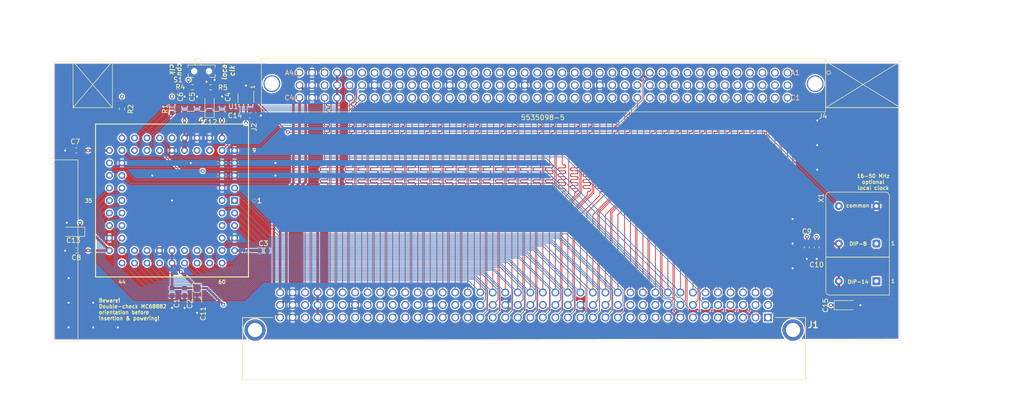
<source format=kicad_pcb>
(kicad_pcb (version 20171130) (host pcbnew 5.1.9+dfsg1-1~bpo10+1)
  (layers (0 F.Cu signal) (1 In1.Cu signal) (2 In2.Cu signal) (31 B.Cu signal) (34 B.Paste user) (35 F.Paste user) (36 B.SilkS user) (37 F.SilkS user) (38 B.Mask user) (39 F.Mask user) (44 Edge.Cuts user))
  (net 0 "")
  (net 1 "Net-(J1-PadMH2)")
  (net 2 "Net-(J1-PadMH1)")
  (net 3 +12V)
  (net 4 GND)
  (net 5 C16M)
  (net 6 +5V)
  (net 7 A0)
  (net 8 A3)
  (net 9 A6)
  (net 10 A8)
  (net 11 A11)
  (net 12 A14)
  (net 13 A16)
  (net 14 A19)
  (net 15 A22)
  (net 16 A24)
  (net 17 A27)
  (net 18 A30)
  (net 19 D31)
  (net 20 D28)
  (net 21 D25)
  (net 22 D23)
  (net 23 D20)
  (net 24 D17)
  (net 25 D15)
  (net 26 D12)
  (net 27 D9)
  (net 28 D7)
  (net 29 D4)
  (net 30 D1)
  (net 31 ~HALT)
  (net 32 FC0)
  (net 33 ~BR)
  (net 34 ~AS)
  (net 35 ~RW)
  (net 36 ~CBREQ)
  (net 37 RMC)
  (net 38 IPL0)
  (net 39 ~IRQ1)
  (net 40 ~TM0A)
  (net 41 ~NUBUS)
  (net 42 ~PFW)
  (net 43 -5V)
  (net 44 ECLK)
  (net 45 A1)
  (net 46 A4)
  (net 47 A9)
  (net 48 A12)
  (net 49 A17)
  (net 50 A20)
  (net 51 A25)
  (net 52 A28)
  (net 53 D30)
  (net 54 D27)
  (net 55 D22)
  (net 56 D19)
  (net 57 D14)
  (net 58 D11)
  (net 59 D6)
  (net 60 D3)
  (net 61 ~BERR)
  (net 62 FC1)
  (net 63 ~BG)
  (net 64 SIZ0)
  (net 65 ~DSACK0)
  (net 66 ~CBACK)
  (net 67 ~DS)
  (net 68 IPL1)
  (net 69 ~IRQ2)
  (net 70 ~TM1A)
  (net 71 CACHE)
  (net 72 C40M)
  (net 73 -12V)
  (net 74 CPUCLK)
  (net 75 A2)
  (net 76 A5)
  (net 77 A7)
  (net 78 A10)
  (net 79 A13)
  (net 80 A15)
  (net 81 A18)
  (net 82 A21)
  (net 83 A23)
  (net 84 A26)
  (net 85 A29)
  (net 86 A31)
  (net 87 D29)
  (net 88 D26)
  (net 89 D24)
  (net 90 D21)
  (net 91 D18)
  (net 92 D16)
  (net 93 D13)
  (net 94 D10)
  (net 95 D8)
  (net 96 D5)
  (net 97 D2)
  (net 98 D0)
  (net 99 ~RESET)
  (net 100 FC2)
  (net 101 ~BGACK)
  (net 102 SIZ1)
  (net 103 ~DSACK1)
  (net 104 ~STERM)
  (net 105 ~CIOUT)
  (net 106 IPL2)
  (net 107 ~IRQ3)
  (net 108 ~BUSLOCk)
  (net 109 ~FPU)
  (net 110 ~RBV)
  (net 111 "Net-(J2-Pad26)")
  (net 112 "Net-(J2-Pad18)")
  (net 113 "Net-(J2-Pad15)")
  (net 114 FPUCLK)
  (net 115 CLK_32_000)
  (net 116 "Net-(R4-Pad2)")
  (net 117 "Net-(R5-Pad2)")
  (net 118 clk_ctrl)
  (net 119 "Net-(X1-PadEN1)")
  (net 120 "Net-(X1-PadEN2)")
  (module For_SeeedStudio:SW_SSAJ110100 (layer F.Cu) (at 85 100 180)
    (fp_text reference S1 (at 4.79 -1.74) (layer F.SilkS))
    (fp_text value SSAJ110100)
    (pad None np_thru_hole circle (at 1.5 0 180) (size 0.8 0.8) (drill 0.8) (layers *.Cu *.Mask))
    (pad None np_thru_hole circle (at -1.5 0 180) (size 0.8 0.8) (drill 0.8) (layers *.Cu *.Mask))
    (pad S2 smd rect (at -3 0.075 180) (size 0.9 0.7) (layers F.Cu F.Paste F.Mask))
    (pad S1 smd rect (at 3 0.075 180) (size 0.9 0.7) (layers F.Cu F.Paste F.Mask))
    (pad 1 smd rect (at -1 -1.28 180) (size 0.6 0.51) (layers F.Cu F.Paste F.Mask) (net 117 "Net-(R5-Pad2)"))
    (pad C smd rect (at 0 -1.28 180) (size 0.6 0.51) (layers F.Cu F.Paste F.Mask) (net 118 clk_ctrl))
    (pad 2 smd rect (at 1 -1.28 180) (size 0.6 0.51) (layers F.Cu F.Paste F.Mask) (net 116 "Net-(R4-Pad2)"))
  )
  (module Capacitor_Tantalum_SMD:CP_EIA-3216-18_Kemet-A (layer F.Cu) (at 215.73 147.5)
    (fp_text reference C15 (at -4.06 0.06 90) (layer F.SilkS))
    (fp_text value 10uF)
    (pad 2 smd roundrect (at 1.35 0) (size 1.4 1.35) (layers F.Cu F.Paste F.Mask) (roundrect_rratio 0.1851844444444445) (net 4 GND))
    (pad 1 smd roundrect (at -1.35 0) (size 1.4 1.35) (layers F.Cu F.Paste F.Mask) (roundrect_rratio 0.1851844444444445) (net 6 +5V))
  )
  (module For_SeeedStudio:CXO_DIP8+14 (layer F.Cu) (at 222 142.62 90)
    (fp_text reference X1 (at 16.91 -11.2 90) (layer F.SilkS))
    (fp_text value CXO_DIP8+14)
    (pad EN1 thru_hole roundrect (at 7.62 0 90) (size 1.6 1.6) (drill 0.8) (layers *.Cu *.Mask) (net 119 "Net-(X1-PadEN1)"))
    (pad Vcc thru_hole circle (at 7.62 -7.62 90) (size 1.6 1.6) (drill 0.8) (layers *.Cu *.Mask) (net 6 +5V))
    (pad GND thru_hole circle (at 15.24 0 90) (size 1.6 1.6) (drill 0.8) (layers *.Cu *.Mask) (net 4 GND))
    (pad OUT thru_hole circle (at 15.24 -7.62 90) (size 1.6 1.6) (drill 0.8) (layers *.Cu *.Mask) (net 115 CLK_32_000))
    (pad Vcc thru_hole circle (at 0 -7.62 90) (size 1.6 1.6) (drill 0.8) (layers *.Cu *.Mask) (net 6 +5V))
    (pad EN2 thru_hole rect (at 0 0 90) (size 1.6 1.6) (drill 0.8) (layers *.Cu *.Mask) (net 120 "Net-(X1-PadEN2)"))
  )
  (module Capacitor_SMD:C_0603_1608Metric (layer F.Cu) (at 94.775 109)
    (fp_text reference C14 (at -2.995 0.01) (layer F.SilkS))
    (fp_text value "100 nF")
    (pad 2 smd roundrect (at 0.775 0) (size 0.9 0.95) (layers F.Cu F.Paste F.Mask) (net 4 GND))
    (pad 1 smd roundrect (at -0.775 0) (size 0.9 0.95) (layers F.Cu F.Paste F.Mask) (net 6 +5V))
  )
  (module Package_TO_SOT_SMD:SOT-23-6 (layer F.Cu) (at 94 105.5 270)
    (fp_text reference U1 (at 1.67 2.56 180) (layer F.SilkS))
    (fp_text value 74LVC1G3157)
    (pad 5 smd rect (at 1.1 0 270) (size 1.06 0.65) (layers F.Cu F.Paste F.Mask) (net 6 +5V))
    (pad 6 smd rect (at 1.1 -0.95 270) (size 1.06 0.65) (layers F.Cu F.Paste F.Mask) (net 118 clk_ctrl))
    (pad 4 smd rect (at 1.1 0.95 270) (size 1.06 0.65) (layers F.Cu F.Paste F.Mask) (net 114 FPUCLK))
    (pad 3 smd rect (at -1.1 0.95 270) (size 1.06 0.65) (layers F.Cu F.Paste F.Mask) (net 115 CLK_32_000))
    (pad 2 smd rect (at -1.1 0 270) (size 1.06 0.65) (layers F.Cu F.Paste F.Mask) (net 4 GND))
    (pad 1 smd rect (at -1.1 -0.95 270) (size 1.06 0.65) (layers F.Cu F.Paste F.Mask) (net 74 CPUCLK))
  )
  (module Resistor_SMD:R_0603_1608Metric (layer F.Cu) (at 86.816 103.25 180)
    (fp_text reference R5 (at -2.514 -0.06) (layer F.SilkS))
    (fp_text value 10k)
    (pad 2 smd roundrect (at 0.825 0 180) (size 0.8 0.95) (layers F.Cu F.Paste F.Mask) (net 117 "Net-(R5-Pad2)"))
    (pad 1 smd roundrect (at -0.825 0 180) (size 0.8 0.95) (layers F.Cu F.Paste F.Mask) (net 4 GND))
  )
  (module Resistor_SMD:R_0603_1608Metric (layer F.Cu) (at 83.175 103.25)
    (fp_text reference R4 (at -2.495 -0.04) (layer F.SilkS))
    (fp_text value 10k)
    (pad 2 smd roundrect (at 0.825 0) (size 0.8 0.95) (layers F.Cu F.Paste F.Mask) (net 116 "Net-(R4-Pad2)"))
    (pad 1 smd roundrect (at -0.825 0) (size 0.8 0.95) (layers F.Cu F.Paste F.Mask) (net 6 +5V))
  )
  (module For_SeeedStudio:5535098-5 (layer F.Cu) (at 203.95 100.3)
    (fp_text reference J4 (at 7.2 8.83) (layer F.SilkS))
    (fp_text value 5535098-5 (at -49.67 9.1) (layer F.SilkS))
    (fp_text user C40 (at -100.6348 5.08) (layer B.SilkS))
    (fp_text user A40 (at -100.6348 0) (layer B.SilkS))
    (fp_text user C1 (at 1.5748 5.08) (layer B.SilkS))
    (fp_text user A1 (at 1.5748 0) (layer B.SilkS))
    (fp_text user C40 (at -100.6348 5.08) (layer F.SilkS))
    (fp_text user A40 (at -100.6348 0) (layer F.SilkS))
    (fp_text user C1 (at 1.5748 5.08) (layer F.SilkS))
    (fp_text user A1 (at 1.5748 0) (layer F.SilkS))
    (fp_text user * (at 0 0) (layer F.SilkS))
    (pad 122 thru_hole circle (at 5.6261 2.2352) (size 3.4036 3.4036) (drill 2.8956) (layers *.Cu *.Mask))
    (pad 121 thru_hole circle (at -104.6861 2.2352) (size 3.4036 3.4036) (drill 2.8956) (layers *.Cu *.Mask))
    (pad C40 thru_hole circle (at -99.06 5.08) (size 1.5748 1.5748) (drill 1.0668) (layers *.Cu *.Mask) (net 3 +12V))
    (pad C39 thru_hole circle (at -96.52 5.08) (size 1.5748 1.5748) (drill 1.0668) (layers *.Cu *.Mask) (net 4 GND))
    (pad C38 thru_hole circle (at -93.98 5.08) (size 1.5748 1.5748) (drill 1.0668) (layers *.Cu *.Mask) (net 5 C16M))
    (pad C37 thru_hole circle (at -91.44 5.08) (size 1.5748 1.5748) (drill 1.0668) (layers *.Cu *.Mask) (net 6 +5V))
    (pad C36 thru_hole circle (at -88.9 5.08) (size 1.5748 1.5748) (drill 1.0668) (layers *.Cu *.Mask) (net 7 A0))
    (pad C35 thru_hole circle (at -86.36 5.08) (size 1.5748 1.5748) (drill 1.0668) (layers *.Cu *.Mask) (net 8 A3))
    (pad C34 thru_hole circle (at -83.82 5.08) (size 1.5748 1.5748) (drill 1.0668) (layers *.Cu *.Mask) (net 9 A6))
    (pad C33 thru_hole circle (at -81.28 5.08) (size 1.5748 1.5748) (drill 1.0668) (layers *.Cu *.Mask) (net 10 A8))
    (pad C32 thru_hole circle (at -78.74 5.08) (size 1.5748 1.5748) (drill 1.0668) (layers *.Cu *.Mask) (net 11 A11))
    (pad C31 thru_hole circle (at -76.2 5.08) (size 1.5748 1.5748) (drill 1.0668) (layers *.Cu *.Mask) (net 12 A14))
    (pad C30 thru_hole circle (at -73.66 5.08) (size 1.5748 1.5748) (drill 1.0668) (layers *.Cu *.Mask) (net 13 A16))
    (pad C29 thru_hole circle (at -71.12 5.08) (size 1.5748 1.5748) (drill 1.0668) (layers *.Cu *.Mask) (net 14 A19))
    (pad C28 thru_hole circle (at -68.58 5.08) (size 1.5748 1.5748) (drill 1.0668) (layers *.Cu *.Mask) (net 15 A22))
    (pad C27 thru_hole circle (at -66.04 5.08) (size 1.5748 1.5748) (drill 1.0668) (layers *.Cu *.Mask) (net 16 A24))
    (pad C26 thru_hole circle (at -63.5 5.08) (size 1.5748 1.5748) (drill 1.0668) (layers *.Cu *.Mask) (net 17 A27))
    (pad C25 thru_hole circle (at -60.96 5.08) (size 1.5748 1.5748) (drill 1.0668) (layers *.Cu *.Mask) (net 18 A30))
    (pad C24 thru_hole circle (at -58.42 5.08) (size 1.5748 1.5748) (drill 1.0668) (layers *.Cu *.Mask) (net 19 D31))
    (pad C23 thru_hole circle (at -55.88 5.08) (size 1.5748 1.5748) (drill 1.0668) (layers *.Cu *.Mask) (net 20 D28))
    (pad C22 thru_hole circle (at -53.34 5.08) (size 1.5748 1.5748) (drill 1.0668) (layers *.Cu *.Mask) (net 21 D25))
    (pad C21 thru_hole circle (at -50.8 5.08) (size 1.5748 1.5748) (drill 1.0668) (layers *.Cu *.Mask) (net 22 D23))
    (pad C20 thru_hole circle (at -48.26 5.08) (size 1.5748 1.5748) (drill 1.0668) (layers *.Cu *.Mask) (net 23 D20))
    (pad C19 thru_hole circle (at -45.72 5.08) (size 1.5748 1.5748) (drill 1.0668) (layers *.Cu *.Mask) (net 24 D17))
    (pad C18 thru_hole circle (at -43.18 5.08) (size 1.5748 1.5748) (drill 1.0668) (layers *.Cu *.Mask) (net 25 D15))
    (pad C17 thru_hole circle (at -40.64 5.08) (size 1.5748 1.5748) (drill 1.0668) (layers *.Cu *.Mask) (net 26 D12))
    (pad C16 thru_hole circle (at -38.1 5.08) (size 1.5748 1.5748) (drill 1.0668) (layers *.Cu *.Mask) (net 27 D9))
    (pad C15 thru_hole circle (at -35.56 5.08) (size 1.5748 1.5748) (drill 1.0668) (layers *.Cu *.Mask) (net 28 D7))
    (pad C14 thru_hole circle (at -33.02 5.08) (size 1.5748 1.5748) (drill 1.0668) (layers *.Cu *.Mask) (net 29 D4))
    (pad C13 thru_hole circle (at -30.48 5.08) (size 1.5748 1.5748) (drill 1.0668) (layers *.Cu *.Mask) (net 30 D1))
    (pad C12 thru_hole circle (at -27.94 5.08) (size 1.5748 1.5748) (drill 1.0668) (layers *.Cu *.Mask) (net 31 ~HALT))
    (pad C11 thru_hole circle (at -25.4 5.08) (size 1.5748 1.5748) (drill 1.0668) (layers *.Cu *.Mask) (net 32 FC0))
    (pad C10 thru_hole circle (at -22.86 5.08) (size 1.5748 1.5748) (drill 1.0668) (layers *.Cu *.Mask) (net 33 ~BR))
    (pad C9 thru_hole circle (at -20.32 5.08) (size 1.5748 1.5748) (drill 1.0668) (layers *.Cu *.Mask) (net 34 ~AS))
    (pad C8 thru_hole circle (at -17.78 5.08) (size 1.5748 1.5748) (drill 1.0668) (layers *.Cu *.Mask) (net 35 ~RW))
    (pad C7 thru_hole circle (at -15.24 5.08) (size 1.5748 1.5748) (drill 1.0668) (layers *.Cu *.Mask) (net 36 ~CBREQ))
    (pad C6 thru_hole circle (at -12.7 5.08) (size 1.5748 1.5748) (drill 1.0668) (layers *.Cu *.Mask) (net 37 RMC))
    (pad C5 thru_hole circle (at -10.16 5.08) (size 1.5748 1.5748) (drill 1.0668) (layers *.Cu *.Mask) (net 38 IPL0))
    (pad C4 thru_hole circle (at -7.62 5.08) (size 1.5748 1.5748) (drill 1.0668) (layers *.Cu *.Mask) (net 39 ~IRQ1))
    (pad C3 thru_hole circle (at -5.08 5.08) (size 1.5748 1.5748) (drill 1.0668) (layers *.Cu *.Mask) (net 40 ~TM0A))
    (pad C2 thru_hole circle (at -2.54 5.08) (size 1.5748 1.5748) (drill 1.0668) (layers *.Cu *.Mask) (net 41 ~NUBUS))
    (pad C1 thru_hole circle (at 0 5.08) (size 1.5748 1.5748) (drill 1.0668) (layers *.Cu *.Mask) (net 42 ~PFW))
    (pad B40 thru_hole circle (at -99.06 2.54) (size 1.5748 1.5748) (drill 1.0668) (layers *.Cu *.Mask) (net 43 -5V))
    (pad B39 thru_hole circle (at -96.52 2.54) (size 1.5748 1.5748) (drill 1.0668) (layers *.Cu *.Mask) (net 4 GND))
    (pad B38 thru_hole circle (at -93.98 2.54) (size 1.5748 1.5748) (drill 1.0668) (layers *.Cu *.Mask) (net 44 ECLK))
    (pad B37 thru_hole circle (at -91.44 2.54) (size 1.5748 1.5748) (drill 1.0668) (layers *.Cu *.Mask) (net 6 +5V))
    (pad B36 thru_hole circle (at -88.9 2.54) (size 1.5748 1.5748) (drill 1.0668) (layers *.Cu *.Mask) (net 45 A1))
    (pad B35 thru_hole circle (at -86.36 2.54) (size 1.5748 1.5748) (drill 1.0668) (layers *.Cu *.Mask) (net 46 A4))
    (pad B34 thru_hole circle (at -83.82 2.54) (size 1.5748 1.5748) (drill 1.0668) (layers *.Cu *.Mask) (net 4 GND))
    (pad B33 thru_hole circle (at -81.28 2.54) (size 1.5748 1.5748) (drill 1.0668) (layers *.Cu *.Mask) (net 47 A9))
    (pad B32 thru_hole circle (at -78.74 2.54) (size 1.5748 1.5748) (drill 1.0668) (layers *.Cu *.Mask) (net 48 A12))
    (pad B31 thru_hole circle (at -76.2 2.54) (size 1.5748 1.5748) (drill 1.0668) (layers *.Cu *.Mask) (net 6 +5V))
    (pad B30 thru_hole circle (at -73.66 2.54) (size 1.5748 1.5748) (drill 1.0668) (layers *.Cu *.Mask) (net 49 A17))
    (pad B29 thru_hole circle (at -71.12 2.54) (size 1.5748 1.5748) (drill 1.0668) (layers *.Cu *.Mask) (net 50 A20))
    (pad B28 thru_hole circle (at -68.58 2.54) (size 1.5748 1.5748) (drill 1.0668) (layers *.Cu *.Mask) (net 4 GND))
    (pad B27 thru_hole circle (at -66.04 2.54) (size 1.5748 1.5748) (drill 1.0668) (layers *.Cu *.Mask) (net 51 A25))
    (pad B26 thru_hole circle (at -63.5 2.54) (size 1.5748 1.5748) (drill 1.0668) (layers *.Cu *.Mask) (net 52 A28))
    (pad B25 thru_hole circle (at -60.96 2.54) (size 1.5748 1.5748) (drill 1.0668) (layers *.Cu *.Mask) (net 6 +5V))
    (pad B24 thru_hole circle (at -58.42 2.54) (size 1.5748 1.5748) (drill 1.0668) (layers *.Cu *.Mask) (net 53 D30))
    (pad B23 thru_hole circle (at -55.88 2.54) (size 1.5748 1.5748) (drill 1.0668) (layers *.Cu *.Mask) (net 54 D27))
    (pad B22 thru_hole circle (at -53.34 2.54) (size 1.5748 1.5748) (drill 1.0668) (layers *.Cu *.Mask) (net 4 GND))
    (pad B21 thru_hole circle (at -50.8 2.54) (size 1.5748 1.5748) (drill 1.0668) (layers *.Cu *.Mask) (net 55 D22))
    (pad B20 thru_hole circle (at -48.26 2.54) (size 1.5748 1.5748) (drill 1.0668) (layers *.Cu *.Mask) (net 56 D19))
    (pad B19 thru_hole circle (at -45.72 2.54) (size 1.5748 1.5748) (drill 1.0668) (layers *.Cu *.Mask) (net 6 +5V))
    (pad B18 thru_hole circle (at -43.18 2.54) (size 1.5748 1.5748) (drill 1.0668) (layers *.Cu *.Mask) (net 57 D14))
    (pad B17 thru_hole circle (at -40.64 2.54) (size 1.5748 1.5748) (drill 1.0668) (layers *.Cu *.Mask) (net 58 D11))
    (pad B16 thru_hole circle (at -38.1 2.54) (size 1.5748 1.5748) (drill 1.0668) (layers *.Cu *.Mask) (net 4 GND))
    (pad B15 thru_hole circle (at -35.56 2.54) (size 1.5748 1.5748) (drill 1.0668) (layers *.Cu *.Mask) (net 59 D6))
    (pad B14 thru_hole circle (at -33.02 2.54) (size 1.5748 1.5748) (drill 1.0668) (layers *.Cu *.Mask) (net 60 D3))
    (pad B13 thru_hole circle (at -30.48 2.54) (size 1.5748 1.5748) (drill 1.0668) (layers *.Cu *.Mask) (net 6 +5V))
    (pad B12 thru_hole circle (at -27.94 2.54) (size 1.5748 1.5748) (drill 1.0668) (layers *.Cu *.Mask) (net 61 ~BERR))
    (pad B11 thru_hole circle (at -25.4 2.54) (size 1.5748 1.5748) (drill 1.0668) (layers *.Cu *.Mask) (net 62 FC1))
    (pad B10 thru_hole circle (at -22.86 2.54) (size 1.5748 1.5748) (drill 1.0668) (layers *.Cu *.Mask) (net 63 ~BG))
    (pad B9 thru_hole circle (at -20.32 2.54) (size 1.5748 1.5748) (drill 1.0668) (layers *.Cu *.Mask) (net 64 SIZ0))
    (pad B8 thru_hole circle (at -17.78 2.54) (size 1.5748 1.5748) (drill 1.0668) (layers *.Cu *.Mask) (net 65 ~DSACK0))
    (pad B7 thru_hole circle (at -15.24 2.54) (size 1.5748 1.5748) (drill 1.0668) (layers *.Cu *.Mask) (net 66 ~CBACK))
    (pad B6 thru_hole circle (at -12.7 2.54) (size 1.5748 1.5748) (drill 1.0668) (layers *.Cu *.Mask) (net 67 ~DS))
    (pad B5 thru_hole circle (at -10.16 2.54) (size 1.5748 1.5748) (drill 1.0668) (layers *.Cu *.Mask) (net 68 IPL1))
    (pad B4 thru_hole circle (at -7.62 2.54) (size 1.5748 1.5748) (drill 1.0668) (layers *.Cu *.Mask) (net 69 ~IRQ2))
    (pad B3 thru_hole circle (at -5.08 2.54) (size 1.5748 1.5748) (drill 1.0668) (layers *.Cu *.Mask) (net 70 ~TM1A))
    (pad B2 thru_hole circle (at -2.54 2.54) (size 1.5748 1.5748) (drill 1.0668) (layers *.Cu *.Mask) (net 71 CACHE))
    (pad B1 thru_hole circle (at 0 2.54) (size 1.5748 1.5748) (drill 1.0668) (layers *.Cu *.Mask) (net 72 C40M))
    (pad A40 thru_hole circle (at -99.06 0) (size 1.5748 1.5748) (drill 1.0668) (layers *.Cu *.Mask) (net 73 -12V))
    (pad A39 thru_hole circle (at -96.52 0) (size 1.5748 1.5748) (drill 1.0668) (layers *.Cu *.Mask) (net 4 GND))
    (pad A38 thru_hole circle (at -93.98 0) (size 1.5748 1.5748) (drill 1.0668) (layers *.Cu *.Mask) (net 74 CPUCLK))
    (pad A37 thru_hole circle (at -91.44 0) (size 1.5748 1.5748) (drill 1.0668) (layers *.Cu *.Mask) (net 6 +5V))
    (pad A36 thru_hole circle (at -88.9 0) (size 1.5748 1.5748) (drill 1.0668) (layers *.Cu *.Mask) (net 75 A2))
    (pad A35 thru_hole circle (at -86.36 0) (size 1.5748 1.5748) (drill 1.0668) (layers *.Cu *.Mask) (net 76 A5))
    (pad A34 thru_hole circle (at -83.82 0) (size 1.5748 1.5748) (drill 1.0668) (layers *.Cu *.Mask) (net 77 A7))
    (pad A33 thru_hole circle (at -81.28 0) (size 1.5748 1.5748) (drill 1.0668) (layers *.Cu *.Mask) (net 78 A10))
    (pad A32 thru_hole circle (at -78.74 0) (size 1.5748 1.5748) (drill 1.0668) (layers *.Cu *.Mask) (net 79 A13))
    (pad A31 thru_hole circle (at -76.2 0) (size 1.5748 1.5748) (drill 1.0668) (layers *.Cu *.Mask) (net 80 A15))
    (pad A30 thru_hole circle (at -73.66 0) (size 1.5748 1.5748) (drill 1.0668) (layers *.Cu *.Mask) (net 81 A18))
    (pad A29 thru_hole circle (at -71.12 0) (size 1.5748 1.5748) (drill 1.0668) (layers *.Cu *.Mask) (net 82 A21))
    (pad A28 thru_hole circle (at -68.58 0) (size 1.5748 1.5748) (drill 1.0668) (layers *.Cu *.Mask) (net 83 A23))
    (pad A27 thru_hole circle (at -66.04 0) (size 1.5748 1.5748) (drill 1.0668) (layers *.Cu *.Mask) (net 84 A26))
    (pad A26 thru_hole circle (at -63.5 0) (size 1.5748 1.5748) (drill 1.0668) (layers *.Cu *.Mask) (net 85 A29))
    (pad A25 thru_hole circle (at -60.96 0) (size 1.5748 1.5748) (drill 1.0668) (layers *.Cu *.Mask) (net 86 A31))
    (pad A24 thru_hole circle (at -58.42 0) (size 1.5748 1.5748) (drill 1.0668) (layers *.Cu *.Mask) (net 87 D29))
    (pad A23 thru_hole circle (at -55.88 0) (size 1.5748 1.5748) (drill 1.0668) (layers *.Cu *.Mask) (net 88 D26))
    (pad A22 thru_hole circle (at -53.34 0) (size 1.5748 1.5748) (drill 1.0668) (layers *.Cu *.Mask) (net 89 D24))
    (pad A21 thru_hole circle (at -50.8 0) (size 1.5748 1.5748) (drill 1.0668) (layers *.Cu *.Mask) (net 90 D21))
    (pad A20 thru_hole circle (at -48.26 0) (size 1.5748 1.5748) (drill 1.0668) (layers *.Cu *.Mask) (net 91 D18))
    (pad A19 thru_hole circle (at -45.72 0) (size 1.5748 1.5748) (drill 1.0668) (layers *.Cu *.Mask) (net 92 D16))
    (pad A18 thru_hole circle (at -43.18 0) (size 1.5748 1.5748) (drill 1.0668) (layers *.Cu *.Mask) (net 93 D13))
    (pad A17 thru_hole circle (at -40.64 0) (size 1.5748 1.5748) (drill 1.0668) (layers *.Cu *.Mask) (net 94 D10))
    (pad A16 thru_hole circle (at -38.1 0) (size 1.5748 1.5748) (drill 1.0668) (layers *.Cu *.Mask) (net 95 D8))
    (pad A15 thru_hole circle (at -35.56 0) (size 1.5748 1.5748) (drill 1.0668) (layers *.Cu *.Mask) (net 96 D5))
    (pad A14 thru_hole circle (at -33.02 0) (size 1.5748 1.5748) (drill 1.0668) (layers *.Cu *.Mask) (net 97 D2))
    (pad A13 thru_hole circle (at -30.48 0) (size 1.5748 1.5748) (drill 1.0668) (layers *.Cu *.Mask) (net 98 D0))
    (pad A12 thru_hole circle (at -27.94 0) (size 1.5748 1.5748) (drill 1.0668) (layers *.Cu *.Mask) (net 99 ~RESET))
    (pad A11 thru_hole circle (at -25.4 0) (size 1.5748 1.5748) (drill 1.0668) (layers *.Cu *.Mask) (net 100 FC2))
    (pad A10 thru_hole circle (at -22.86 0) (size 1.5748 1.5748) (drill 1.0668) (layers *.Cu *.Mask) (net 101 ~BGACK))
    (pad A9 thru_hole circle (at -20.32 0) (size 1.5748 1.5748) (drill 1.0668) (layers *.Cu *.Mask) (net 102 SIZ1))
    (pad A8 thru_hole circle (at -17.78 0) (size 1.5748 1.5748) (drill 1.0668) (layers *.Cu *.Mask) (net 103 ~DSACK1))
    (pad A7 thru_hole circle (at -15.24 0) (size 1.5748 1.5748) (drill 1.0668) (layers *.Cu *.Mask) (net 104 ~STERM))
    (pad A6 thru_hole circle (at -12.7 0) (size 1.5748 1.5748) (drill 1.0668) (layers *.Cu *.Mask) (net 105 ~CIOUT))
    (pad A5 thru_hole circle (at -10.16 0) (size 1.5748 1.5748) (drill 1.0668) (layers *.Cu *.Mask) (net 106 IPL2))
    (pad A4 thru_hole circle (at -7.62 0) (size 1.5748 1.5748) (drill 1.0668) (layers *.Cu *.Mask) (net 107 ~IRQ3))
    (pad A3 thru_hole circle (at -5.08 0) (size 1.5748 1.5748) (drill 1.0668) (layers *.Cu *.Mask) (net 108 ~BUSLOCk))
    (pad A2 thru_hole circle (at -2.54 0) (size 1.5748 1.5748) (drill 1.0668) (layers *.Cu *.Mask) (net 109 ~FPU))
    (pad A1 thru_hole circle (at 0 0) (size 1.5748 1.5748) (drill 1.0668) (layers *.Cu *.Mask) (net 110 ~RBV))
  )
  (module For_SeeedStudio:3M_8468-11B1-RK-TP (layer F.Cu) (at 79 126.25 270)
    (fp_text reference J2 (at -14.9 -16.65 90) (layer F.SilkS) (effects (font (size 1.000528 1.000528))))
    (fp_text value MC68882_PLCC)
    (pad 68 thru_hole circle (at 2.54 -10.16 270) (size 1.4 1.4) (drill 0.8) (layers *.Cu *.Mask) (net 60 D3))
    (pad 67 thru_hole circle (at 2.54 -12.7 270) (size 1.4 1.4) (drill 0.8) (layers *.Cu *.Mask) (net 29 D4))
    (pad 66 thru_hole circle (at 5.08 -10.16 270) (size 1.4 1.4) (drill 0.8) (layers *.Cu *.Mask) (net 96 D5))
    (pad 65 thru_hole circle (at 5.08 -12.7 270) (size 1.4 1.4) (drill 0.8) (layers *.Cu *.Mask) (net 59 D6))
    (pad 64 thru_hole circle (at 7.62 -10.16 270) (size 1.4 1.4) (drill 0.8) (layers *.Cu *.Mask) (net 28 D7))
    (pad 63 thru_hole circle (at 7.62 -12.7 270) (size 1.4 1.4) (drill 0.8) (layers *.Cu *.Mask) (net 4 GND))
    (pad 62 thru_hole circle (at 10.16 -10.16 270) (size 1.4 1.4) (drill 0.8) (layers *.Cu *.Mask) (net 95 D8))
    (pad 61 thru_hole circle (at 10.16 -12.7 270) (size 1.4 1.4) (drill 0.8) (layers *.Cu *.Mask) (net 6 +5V))
    (pad 60 thru_hole circle (at 12.7 -10.16 270) (size 1.4 1.4) (drill 0.8) (layers *.Cu *.Mask) (net 27 D9))
    (pad 59 thru_hole circle (at 10.16 -7.62 270) (size 1.4 1.4) (drill 0.8) (layers *.Cu *.Mask) (net 94 D10))
    (pad 58 thru_hole circle (at 12.7 -7.62 270) (size 1.4 1.4) (drill 0.8) (layers *.Cu *.Mask) (net 58 D11))
    (pad 57 thru_hole circle (at 10.16 -5.08 270) (size 1.4 1.4) (drill 0.8) (layers *.Cu *.Mask) (net 26 D12))
    (pad 56 thru_hole circle (at 12.7 -5.08 270) (size 1.4 1.4) (drill 0.8) (layers *.Cu *.Mask) (net 93 D13))
    (pad 55 thru_hole circle (at 10.16 -2.54 270) (size 1.4 1.4) (drill 0.8) (layers *.Cu *.Mask) (net 57 D14))
    (pad 54 thru_hole circle (at 12.7 -2.54 270) (size 1.4 1.4) (drill 0.8) (layers *.Cu *.Mask) (net 25 D15))
    (pad 53 thru_hole circle (at 10.16 0 270) (size 1.4 1.4) (drill 0.8) (layers *.Cu *.Mask) (net 6 +5V))
    (pad 52 thru_hole circle (at 12.7 0 270) (size 1.4 1.4) (drill 0.8) (layers *.Cu *.Mask) (net 6 +5V))
    (pad 51 thru_hole circle (at 10.16 2.54 270) (size 1.4 1.4) (drill 0.8) (layers *.Cu *.Mask) (net 4 GND))
    (pad 50 thru_hole circle (at 12.7 2.54 270) (size 1.4 1.4) (drill 0.8) (layers *.Cu *.Mask) (net 92 D16))
    (pad 49 thru_hole circle (at 10.16 5.08 270) (size 1.4 1.4) (drill 0.8) (layers *.Cu *.Mask) (net 24 D17))
    (pad 48 thru_hole circle (at 12.7 5.08 270) (size 1.4 1.4) (drill 0.8) (layers *.Cu *.Mask) (net 91 D18))
    (pad 47 thru_hole circle (at 10.16 7.62 270) (size 1.4 1.4) (drill 0.8) (layers *.Cu *.Mask) (net 56 D19))
    (pad 46 thru_hole circle (at 12.7 7.62 270) (size 1.4 1.4) (drill 0.8) (layers *.Cu *.Mask) (net 23 D20))
    (pad 45 thru_hole circle (at 10.16 10.16 270) (size 1.4 1.4) (drill 0.8) (layers *.Cu *.Mask) (net 90 D21))
    (pad 44 thru_hole circle (at 12.7 10.16 270) (size 1.4 1.4) (drill 0.8) (layers *.Cu *.Mask) (net 55 D22))
    (pad 43 thru_hole circle (at 10.16 12.7 270) (size 1.4 1.4) (drill 0.8) (layers *.Cu *.Mask) (net 6 +5V))
    (pad 42 thru_hole circle (at 7.62 10.16 270) (size 1.4 1.4) (drill 0.8) (layers *.Cu *.Mask) (net 22 D23))
    (pad 41 thru_hole circle (at 7.62 12.7 270) (size 1.4 1.4) (drill 0.8) (layers *.Cu *.Mask) (net 4 GND))
    (pad 40 thru_hole circle (at 5.08 10.16 270) (size 1.4 1.4) (drill 0.8) (layers *.Cu *.Mask) (net 89 D24))
    (pad 39 thru_hole circle (at 5.08 12.7 270) (size 1.4 1.4) (drill 0.8) (layers *.Cu *.Mask) (net 21 D25))
    (pad 38 thru_hole circle (at 2.54 10.16 270) (size 1.4 1.4) (drill 0.8) (layers *.Cu *.Mask) (net 88 D26))
    (pad 37 thru_hole circle (at 2.54 12.7 270) (size 1.4 1.4) (drill 0.8) (layers *.Cu *.Mask) (net 54 D27))
    (pad 36 thru_hole circle (at 0 10.16 270) (size 1.4 1.4) (drill 0.8) (layers *.Cu *.Mask) (net 20 D28))
    (pad 35 thru_hole circle (at 0 12.7 270) (size 1.4 1.4) (drill 0.8) (layers *.Cu *.Mask) (net 87 D29))
    (pad 34 thru_hole circle (at -2.54 10.16 270) (size 1.4 1.4) (drill 0.8) (layers *.Cu *.Mask) (net 53 D30))
    (pad 33 thru_hole circle (at -2.54 12.7 270) (size 1.4 1.4) (drill 0.8) (layers *.Cu *.Mask) (net 19 D31))
    (pad 32 thru_hole circle (at -5.08 10.16 270) (size 1.4 1.4) (drill 0.8) (layers *.Cu *.Mask) (net 103 ~DSACK1))
    (pad 31 thru_hole circle (at -5.08 12.7 270) (size 1.4 1.4) (drill 0.8) (layers *.Cu *.Mask) (net 65 ~DSACK0))
    (pad 30 thru_hole circle (at -7.62 10.16 270) (size 1.4 1.4) (drill 0.8) (layers *.Cu *.Mask) (net 4 GND))
    (pad 29 thru_hole circle (at -7.62 12.7 270) (size 1.4 1.4) (drill 0.8) (layers *.Cu *.Mask) (net 109 ~FPU))
    (pad 28 thru_hole circle (at -10.16 10.16 270) (size 1.4 1.4) (drill 0.8) (layers *.Cu *.Mask) (net 35 ~RW))
    (pad 27 thru_hole circle (at -10.16 12.7 270) (size 1.4 1.4) (drill 0.8) (layers *.Cu *.Mask) (net 6 +5V))
    (pad 26 thru_hole circle (at -12.7 10.16 270) (size 1.4 1.4) (drill 0.8) (layers *.Cu *.Mask) (net 111 "Net-(J2-Pad26)"))
    (pad 25 thru_hole circle (at -10.16 7.62 270) (size 1.4 1.4) (drill 0.8) (layers *.Cu *.Mask) (net 45 A1))
    (pad 24 thru_hole circle (at -12.7 7.62 270) (size 1.4 1.4) (drill 0.8) (layers *.Cu *.Mask) (net 75 A2))
    (pad 23 thru_hole circle (at -10.16 5.08 270) (size 1.4 1.4) (drill 0.8) (layers *.Cu *.Mask) (net 8 A3))
    (pad 22 thru_hole circle (at -12.7 5.08 270) (size 1.4 1.4) (drill 0.8) (layers *.Cu *.Mask) (net 46 A4))
    (pad 21 thru_hole circle (at -10.16 2.54 270) (size 1.4 1.4) (drill 0.8) (layers *.Cu *.Mask) (net 34 ~AS))
    (pad 20 thru_hole circle (at -12.7 2.54 270) (size 1.4 1.4) (drill 0.8) (layers *.Cu *.Mask) (net 67 ~DS))
    (pad 19 thru_hole circle (at -10.16 0 270) (size 1.4 1.4) (drill 0.8) (layers *.Cu *.Mask) (net 4 GND))
    (pad 18 thru_hole circle (at -12.7 0 270) (size 1.4 1.4) (drill 0.8) (layers *.Cu *.Mask) (net 112 "Net-(J2-Pad18)"))
    (pad 17 thru_hole circle (at -10.16 -2.54 270) (size 1.4 1.4) (drill 0.8) (layers *.Cu *.Mask) (net 6 +5V))
    (pad 16 thru_hole circle (at -12.7 -2.54 270) (size 1.4 1.4) (drill 0.8) (layers *.Cu *.Mask) (net 6 +5V))
    (pad 15 thru_hole circle (at -10.16 -5.08 270) (size 1.4 1.4) (drill 0.8) (layers *.Cu *.Mask) (net 113 "Net-(J2-Pad15)"))
    (pad 14 thru_hole circle (at -12.7 -5.08 270) (size 1.4 1.4) (drill 0.8) (layers *.Cu *.Mask) (net 4 GND))
    (pad 13 thru_hole circle (at -10.16 -7.62 270) (size 1.4 1.4) (drill 0.8) (layers *.Cu *.Mask) (net 99 ~RESET))
    (pad 12 thru_hole circle (at -12.7 -7.62 270) (size 1.4 1.4) (drill 0.8) (layers *.Cu *.Mask) (net 4 GND))
    (pad 11 thru_hole circle (at -10.16 -10.16 270) (size 1.4 1.4) (drill 0.8) (layers *.Cu *.Mask) (net 114 FPUCLK))
    (pad 10 thru_hole circle (at -12.7 -10.16 270) (size 1.4 1.4) (drill 0.8) (layers *.Cu *.Mask) (net 6 +5V))
    (pad 9 thru_hole circle (at -10.16 -12.7 270) (size 1.4 1.4) (drill 0.8) (layers *.Cu *.Mask) (net 4 GND))
    (pad 8 thru_hole circle (at -7.62 -10.16 270) (size 1.4 1.4) (drill 0.8) (layers *.Cu *.Mask) (net 4 GND))
    (pad 7 thru_hole circle (at -7.62 -12.7 270) (size 1.4 1.4) (drill 0.8) (layers *.Cu *.Mask) (net 4 GND))
    (pad 6 thru_hole circle (at -5.08 -10.16 270) (size 1.4 1.4) (drill 0.8) (layers *.Cu *.Mask) (net 4 GND))
    (pad 5 thru_hole circle (at -5.08 -12.7 270) (size 1.4 1.4) (drill 0.8) (layers *.Cu *.Mask) (net 4 GND))
    (pad 4 thru_hole circle (at -2.54 -10.16 270) (size 1.4 1.4) (drill 0.8) (layers *.Cu *.Mask) (net 4 GND))
    (pad 3 thru_hole circle (at -2.54 -12.7 270) (size 1.4 1.4) (drill 0.8) (layers *.Cu *.Mask) (net 98 D0))
    (pad 2 thru_hole circle (at 0 -10.16 270) (size 1.4 1.4) (drill 0.8) (layers *.Cu *.Mask) (net 30 D1))
    (pad 1 thru_hole rect (at 0 -12.7 270) (size 1.4 1.4) (drill 0.8) (layers *.Cu *.Mask) (net 97 D2))
  )
  (module Capacitor_Tantalum_SMD:CP_EIA-3216-18_Kemet-A (layer F.Cu) (at 58.98 132.6 180)
    (fp_text reference C13 (at 0 -1.75) (layer F.SilkS))
    (fp_text value 10uF)
    (pad 2 smd roundrect (at 1.35 0 180) (size 1.4 1.35) (layers F.Cu F.Paste F.Mask) (roundrect_rratio 0.1851844444444445) (net 4 GND))
    (pad 1 smd roundrect (at -1.35 0 180) (size 1.4 1.35) (layers F.Cu F.Paste F.Mask) (roundrect_rratio 0.1851844444444445) (net 6 +5V))
  )
  (module Capacitor_Tantalum_SMD:CP_EIA-3216-18_Kemet-A (layer F.Cu) (at 86.62 107.09 90)
    (fp_text reference C12 (at -3.235 0.1 180) (layer F.SilkS))
    (fp_text value 10uF)
    (pad 2 smd roundrect (at 1.35 0 90) (size 1.4 1.35) (layers F.Cu F.Paste F.Mask) (roundrect_rratio 0.1851844444444445) (net 4 GND))
    (pad 1 smd roundrect (at -1.35 0 90) (size 1.4 1.35) (layers F.Cu F.Paste F.Mask) (roundrect_rratio 0.1851844444444445) (net 6 +5V))
  )
  (module Capacitor_Tantalum_SMD:CP_EIA-3216-18_Kemet-A (layer F.Cu) (at 84.08 145.377 270)
    (fp_text reference C11 (at 3.825 -1.24 90) (layer F.SilkS))
    (fp_text value 10uF)
    (pad 2 smd roundrect (at 1.35 0 270) (size 1.4 1.35) (layers F.Cu F.Paste F.Mask) (roundrect_rratio 0.1851844444444445) (net 4 GND))
    (pad 1 smd roundrect (at -1.35 0 270) (size 1.4 1.35) (layers F.Cu F.Paste F.Mask) (roundrect_rratio 0.1851844444444445) (net 6 +5V))
  )
  (module Capacitor_SMD:C_0603_1608Metric (layer F.Cu) (at 209.88 135.775 270)
    (fp_text reference C10 (at 3.515 0.01) (layer F.SilkS))
    (fp_text value 10nF)
    (pad 2 smd roundrect (at 0.775 0 270) (size 0.9 0.95) (layers F.Cu F.Paste F.Mask) (net 4 GND))
    (pad 1 smd roundrect (at -0.775 0 270) (size 0.9 0.95) (layers F.Cu F.Paste F.Mask) (net 6 +5V))
  )
  (module Capacitor_SMD:C_0603_1608Metric (layer F.Cu) (at 207.88 135.775 270)
    (fp_text reference C9 (at -3.235 0 180) (layer F.SilkS))
    (fp_text value 100nF)
    (pad 2 smd roundrect (at 0.775 0 270) (size 0.9 0.95) (layers F.Cu F.Paste F.Mask) (net 4 GND))
    (pad 1 smd roundrect (at -0.775 0 270) (size 0.9 0.95) (layers F.Cu F.Paste F.Mask) (net 6 +5V))
  )
  (module Resistor_SMD:R_0603_1608Metric (layer F.Cu) (at 68.84 107.645 90)
    (fp_text reference R2 (at -0.04 1.77 90) (layer F.SilkS))
    (fp_text value 0)
    (pad 2 smd roundrect (at 0.825 0 90) (size 0.8 0.95) (layers F.Cu F.Paste F.Mask) (net 6 +5V))
    (pad 1 smd roundrect (at -0.825 0 90) (size 0.8 0.95) (layers F.Cu F.Paste F.Mask) (net 111 "Net-(J2-Pad26)"))
  )
  (module Resistor_SMD:R_0603_1608Metric (layer F.Cu) (at 79 107.645 90)
    (fp_text reference R1 (at 0 -1.43 90) (layer F.SilkS))
    (fp_text value 0)
    (pad 2 smd roundrect (at 0.825 0 90) (size 0.8 0.95) (layers F.Cu F.Paste F.Mask) (net 6 +5V))
    (pad 1 smd roundrect (at -0.825 0 90) (size 0.8 0.95) (layers F.Cu F.Paste F.Mask) (net 112 "Net-(J2-Pad18)"))
  )
  (module For_SeeedStudio:6509065 (layer F.Cu) (at 200 150)
    (fp_text reference J1 (at 9.18 1.48) (layer F.SilkS) (effects (font (size 1.27 1.27) (thickness 0.254))))
    (fp_text value 650906-5 hide)
    (pad MH2 thru_hole circle (at -104.14 2.54) (size 4.335 4.335) (drill 2.89) (layers *.Cu *.Mask) (net 1 "Net-(J1-PadMH2)"))
    (pad MH1 thru_hole circle (at 5.08 2.54) (size 4.335 4.335) (drill 2.89) (layers *.Cu *.Mask) (net 2 "Net-(J1-PadMH1)"))
    (pad C40 thru_hole circle (at -99.06 -5.08) (size 1.605 1.605) (drill 1.07) (layers *.Cu *.Mask) (net 3 +12V))
    (pad C39 thru_hole circle (at -96.52 -5.08) (size 1.605 1.605) (drill 1.07) (layers *.Cu *.Mask) (net 4 GND))
    (pad C38 thru_hole circle (at -93.98 -5.08) (size 1.605 1.605) (drill 1.07) (layers *.Cu *.Mask) (net 5 C16M))
    (pad C37 thru_hole circle (at -91.44 -5.08) (size 1.605 1.605) (drill 1.07) (layers *.Cu *.Mask) (net 6 +5V))
    (pad C36 thru_hole circle (at -88.9 -5.08) (size 1.605 1.605) (drill 1.07) (layers *.Cu *.Mask) (net 7 A0))
    (pad C35 thru_hole circle (at -86.36 -5.08) (size 1.605 1.605) (drill 1.07) (layers *.Cu *.Mask) (net 8 A3))
    (pad C34 thru_hole circle (at -83.82 -5.08) (size 1.605 1.605) (drill 1.07) (layers *.Cu *.Mask) (net 9 A6))
    (pad C33 thru_hole circle (at -81.28 -5.08) (size 1.605 1.605) (drill 1.07) (layers *.Cu *.Mask) (net 10 A8))
    (pad C32 thru_hole circle (at -78.74 -5.08) (size 1.605 1.605) (drill 1.07) (layers *.Cu *.Mask) (net 11 A11))
    (pad C31 thru_hole circle (at -76.2 -5.08) (size 1.605 1.605) (drill 1.07) (layers *.Cu *.Mask) (net 12 A14))
    (pad C30 thru_hole circle (at -73.66 -5.08) (size 1.605 1.605) (drill 1.07) (layers *.Cu *.Mask) (net 13 A16))
    (pad C29 thru_hole circle (at -71.12 -5.08) (size 1.605 1.605) (drill 1.07) (layers *.Cu *.Mask) (net 14 A19))
    (pad C28 thru_hole circle (at -68.58 -5.08) (size 1.605 1.605) (drill 1.07) (layers *.Cu *.Mask) (net 15 A22))
    (pad C27 thru_hole circle (at -66.04 -5.08) (size 1.605 1.605) (drill 1.07) (layers *.Cu *.Mask) (net 16 A24))
    (pad C26 thru_hole circle (at -63.5 -5.08) (size 1.605 1.605) (drill 1.07) (layers *.Cu *.Mask) (net 17 A27))
    (pad C25 thru_hole circle (at -60.96 -5.08) (size 1.605 1.605) (drill 1.07) (layers *.Cu *.Mask) (net 18 A30))
    (pad C24 thru_hole circle (at -58.42 -5.08) (size 1.605 1.605) (drill 1.07) (layers *.Cu *.Mask) (net 19 D31))
    (pad C23 thru_hole circle (at -55.88 -5.08) (size 1.605 1.605) (drill 1.07) (layers *.Cu *.Mask) (net 20 D28))
    (pad C22 thru_hole circle (at -53.34 -5.08) (size 1.605 1.605) (drill 1.07) (layers *.Cu *.Mask) (net 21 D25))
    (pad C21 thru_hole circle (at -50.8 -5.08) (size 1.605 1.605) (drill 1.07) (layers *.Cu *.Mask) (net 22 D23))
    (pad C20 thru_hole circle (at -48.26 -5.08) (size 1.605 1.605) (drill 1.07) (layers *.Cu *.Mask) (net 23 D20))
    (pad C19 thru_hole circle (at -45.72 -5.08) (size 1.605 1.605) (drill 1.07) (layers *.Cu *.Mask) (net 24 D17))
    (pad C18 thru_hole circle (at -43.18 -5.08) (size 1.605 1.605) (drill 1.07) (layers *.Cu *.Mask) (net 25 D15))
    (pad C17 thru_hole circle (at -40.64 -5.08) (size 1.605 1.605) (drill 1.07) (layers *.Cu *.Mask) (net 26 D12))
    (pad C16 thru_hole circle (at -38.1 -5.08) (size 1.605 1.605) (drill 1.07) (layers *.Cu *.Mask) (net 27 D9))
    (pad C15 thru_hole circle (at -35.56 -5.08) (size 1.605 1.605) (drill 1.07) (layers *.Cu *.Mask) (net 28 D7))
    (pad C14 thru_hole circle (at -33.02 -5.08) (size 1.605 1.605) (drill 1.07) (layers *.Cu *.Mask) (net 29 D4))
    (pad C13 thru_hole circle (at -30.48 -5.08) (size 1.605 1.605) (drill 1.07) (layers *.Cu *.Mask) (net 30 D1))
    (pad C12 thru_hole circle (at -27.94 -5.08) (size 1.605 1.605) (drill 1.07) (layers *.Cu *.Mask) (net 31 ~HALT))
    (pad C11 thru_hole circle (at -25.4 -5.08) (size 1.605 1.605) (drill 1.07) (layers *.Cu *.Mask) (net 32 FC0))
    (pad C10 thru_hole circle (at -22.86 -5.08) (size 1.605 1.605) (drill 1.07) (layers *.Cu *.Mask) (net 33 ~BR))
    (pad C9 thru_hole circle (at -20.32 -5.08) (size 1.605 1.605) (drill 1.07) (layers *.Cu *.Mask) (net 34 ~AS))
    (pad C8 thru_hole circle (at -17.78 -5.08) (size 1.605 1.605) (drill 1.07) (layers *.Cu *.Mask) (net 35 ~RW))
    (pad C7 thru_hole circle (at -15.24 -5.08) (size 1.605 1.605) (drill 1.07) (layers *.Cu *.Mask) (net 36 ~CBREQ))
    (pad C6 thru_hole circle (at -12.7 -5.08) (size 1.605 1.605) (drill 1.07) (layers *.Cu *.Mask) (net 37 RMC))
    (pad C5 thru_hole circle (at -10.16 -5.08) (size 1.605 1.605) (drill 1.07) (layers *.Cu *.Mask) (net 38 IPL0))
    (pad C4 thru_hole circle (at -7.62 -5.08) (size 1.605 1.605) (drill 1.07) (layers *.Cu *.Mask) (net 39 ~IRQ1))
    (pad C3 thru_hole circle (at -5.08 -5.08) (size 1.605 1.605) (drill 1.07) (layers *.Cu *.Mask) (net 40 ~TM0A))
    (pad C2 thru_hole circle (at -2.54 -5.08) (size 1.605 1.605) (drill 1.07) (layers *.Cu *.Mask) (net 41 ~NUBUS))
    (pad C1 thru_hole circle (at 0 -5.08) (size 1.605 1.605) (drill 1.07) (layers *.Cu *.Mask) (net 42 ~PFW))
    (pad B40 thru_hole circle (at -99.06 -2.54) (size 1.605 1.605) (drill 1.07) (layers *.Cu *.Mask) (net 43 -5V))
    (pad B39 thru_hole circle (at -96.52 -2.54) (size 1.605 1.605) (drill 1.07) (layers *.Cu *.Mask) (net 4 GND))
    (pad B38 thru_hole circle (at -93.98 -2.54) (size 1.605 1.605) (drill 1.07) (layers *.Cu *.Mask) (net 44 ECLK))
    (pad B37 thru_hole circle (at -91.44 -2.54) (size 1.605 1.605) (drill 1.07) (layers *.Cu *.Mask) (net 6 +5V))
    (pad B36 thru_hole circle (at -88.9 -2.54) (size 1.605 1.605) (drill 1.07) (layers *.Cu *.Mask) (net 45 A1))
    (pad B35 thru_hole circle (at -86.36 -2.54) (size 1.605 1.605) (drill 1.07) (layers *.Cu *.Mask) (net 46 A4))
    (pad B34 thru_hole circle (at -83.82 -2.54) (size 1.605 1.605) (drill 1.07) (layers *.Cu *.Mask) (net 4 GND))
    (pad B33 thru_hole circle (at -81.28 -2.54) (size 1.605 1.605) (drill 1.07) (layers *.Cu *.Mask) (net 47 A9))
    (pad B32 thru_hole circle (at -78.74 -2.54) (size 1.605 1.605) (drill 1.07) (layers *.Cu *.Mask) (net 48 A12))
    (pad B31 thru_hole circle (at -76.2 -2.54) (size 1.605 1.605) (drill 1.07) (layers *.Cu *.Mask) (net 6 +5V))
    (pad B30 thru_hole circle (at -73.66 -2.54) (size 1.605 1.605) (drill 1.07) (layers *.Cu *.Mask) (net 49 A17))
    (pad B29 thru_hole circle (at -71.12 -2.54) (size 1.605 1.605) (drill 1.07) (layers *.Cu *.Mask) (net 50 A20))
    (pad B28 thru_hole circle (at -68.58 -2.54) (size 1.605 1.605) (drill 1.07) (layers *.Cu *.Mask) (net 4 GND))
    (pad B27 thru_hole circle (at -66.04 -2.54) (size 1.605 1.605) (drill 1.07) (layers *.Cu *.Mask) (net 51 A25))
    (pad B26 thru_hole circle (at -63.5 -2.54) (size 1.605 1.605) (drill 1.07) (layers *.Cu *.Mask) (net 52 A28))
    (pad B25 thru_hole circle (at -60.96 -2.54) (size 1.605 1.605) (drill 1.07) (layers *.Cu *.Mask) (net 6 +5V))
    (pad B24 thru_hole circle (at -58.42 -2.54) (size 1.605 1.605) (drill 1.07) (layers *.Cu *.Mask) (net 53 D30))
    (pad B23 thru_hole circle (at -55.88 -2.54) (size 1.605 1.605) (drill 1.07) (layers *.Cu *.Mask) (net 54 D27))
    (pad B22 thru_hole circle (at -53.34 -2.54) (size 1.605 1.605) (drill 1.07) (layers *.Cu *.Mask) (net 4 GND))
    (pad B21 thru_hole circle (at -50.8 -2.54) (size 1.605 1.605) (drill 1.07) (layers *.Cu *.Mask) (net 55 D22))
    (pad B20 thru_hole circle (at -48.26 -2.54) (size 1.605 1.605) (drill 1.07) (layers *.Cu *.Mask) (net 56 D19))
    (pad B19 thru_hole circle (at -45.72 -2.54) (size 1.605 1.605) (drill 1.07) (layers *.Cu *.Mask) (net 6 +5V))
    (pad B18 thru_hole circle (at -43.18 -2.54) (size 1.605 1.605) (drill 1.07) (layers *.Cu *.Mask) (net 57 D14))
    (pad B17 thru_hole circle (at -40.64 -2.54) (size 1.605 1.605) (drill 1.07) (layers *.Cu *.Mask) (net 58 D11))
    (pad B16 thru_hole circle (at -38.1 -2.54) (size 1.605 1.605) (drill 1.07) (layers *.Cu *.Mask) (net 4 GND))
    (pad B15 thru_hole circle (at -35.56 -2.54) (size 1.605 1.605) (drill 1.07) (layers *.Cu *.Mask) (net 59 D6))
    (pad B14 thru_hole circle (at -33.02 -2.54) (size 1.605 1.605) (drill 1.07) (layers *.Cu *.Mask) (net 60 D3))
    (pad B13 thru_hole circle (at -30.48 -2.54) (size 1.605 1.605) (drill 1.07) (layers *.Cu *.Mask) (net 6 +5V))
    (pad B12 thru_hole circle (at -27.94 -2.54) (size 1.605 1.605) (drill 1.07) (layers *.Cu *.Mask) (net 61 ~BERR))
    (pad B11 thru_hole circle (at -25.4 -2.54) (size 1.605 1.605) (drill 1.07) (layers *.Cu *.Mask) (net 62 FC1))
    (pad B10 thru_hole circle (at -22.86 -2.54) (size 1.605 1.605) (drill 1.07) (layers *.Cu *.Mask) (net 63 ~BG))
    (pad B9 thru_hole circle (at -20.32 -2.54) (size 1.605 1.605) (drill 1.07) (layers *.Cu *.Mask) (net 64 SIZ0))
    (pad B8 thru_hole circle (at -17.78 -2.54) (size 1.605 1.605) (drill 1.07) (layers *.Cu *.Mask) (net 65 ~DSACK0))
    (pad B7 thru_hole circle (at -15.24 -2.54) (size 1.605 1.605) (drill 1.07) (layers *.Cu *.Mask) (net 66 ~CBACK))
    (pad B6 thru_hole circle (at -12.7 -2.54) (size 1.605 1.605) (drill 1.07) (layers *.Cu *.Mask) (net 67 ~DS))
    (pad B5 thru_hole circle (at -10.16 -2.54) (size 1.605 1.605) (drill 1.07) (layers *.Cu *.Mask) (net 68 IPL1))
    (pad B4 thru_hole circle (at -7.62 -2.54) (size 1.605 1.605) (drill 1.07) (layers *.Cu *.Mask) (net 69 ~IRQ2))
    (pad B3 thru_hole circle (at -5.08 -2.54) (size 1.605 1.605) (drill 1.07) (layers *.Cu *.Mask) (net 70 ~TM1A))
    (pad B2 thru_hole circle (at -2.54 -2.54) (size 1.605 1.605) (drill 1.07) (layers *.Cu *.Mask) (net 71 CACHE))
    (pad B1 thru_hole circle (at 0 -2.54) (size 1.605 1.605) (drill 1.07) (layers *.Cu *.Mask) (net 72 C40M))
    (pad A40 thru_hole circle (at -99.06 0) (size 1.605 1.605) (drill 1.07) (layers *.Cu *.Mask) (net 73 -12V))
    (pad A39 thru_hole circle (at -96.52 0) (size 1.605 1.605) (drill 1.07) (layers *.Cu *.Mask) (net 4 GND))
    (pad A38 thru_hole circle (at -93.98 0) (size 1.605 1.605) (drill 1.07) (layers *.Cu *.Mask) (net 74 CPUCLK))
    (pad A37 thru_hole circle (at -91.44 0) (size 1.605 1.605) (drill 1.07) (layers *.Cu *.Mask) (net 6 +5V))
    (pad A36 thru_hole circle (at -88.9 0) (size 1.605 1.605) (drill 1.07) (layers *.Cu *.Mask) (net 75 A2))
    (pad A35 thru_hole circle (at -86.36 0) (size 1.605 1.605) (drill 1.07) (layers *.Cu *.Mask) (net 76 A5))
    (pad A34 thru_hole circle (at -83.82 0) (size 1.605 1.605) (drill 1.07) (layers *.Cu *.Mask) (net 77 A7))
    (pad A33 thru_hole circle (at -81.28 0) (size 1.605 1.605) (drill 1.07) (layers *.Cu *.Mask) (net 78 A10))
    (pad A32 thru_hole circle (at -78.74 0) (size 1.605 1.605) (drill 1.07) (layers *.Cu *.Mask) (net 79 A13))
    (pad A31 thru_hole circle (at -76.2 0) (size 1.605 1.605) (drill 1.07) (layers *.Cu *.Mask) (net 80 A15))
    (pad A30 thru_hole circle (at -73.66 0) (size 1.605 1.605) (drill 1.07) (layers *.Cu *.Mask) (net 81 A18))
    (pad A29 thru_hole circle (at -71.12 0) (size 1.605 1.605) (drill 1.07) (layers *.Cu *.Mask) (net 82 A21))
    (pad A28 thru_hole circle (at -68.58 0) (size 1.605 1.605) (drill 1.07) (layers *.Cu *.Mask) (net 83 A23))
    (pad A27 thru_hole circle (at -66.04 0) (size 1.605 1.605) (drill 1.07) (layers *.Cu *.Mask) (net 84 A26))
    (pad A26 thru_hole circle (at -63.5 0) (size 1.605 1.605) (drill 1.07) (layers *.Cu *.Mask) (net 85 A29))
    (pad A25 thru_hole circle (at -60.96 0) (size 1.605 1.605) (drill 1.07) (layers *.Cu *.Mask) (net 86 A31))
    (pad A24 thru_hole circle (at -58.42 0) (size 1.605 1.605) (drill 1.07) (layers *.Cu *.Mask) (net 87 D29))
    (pad A23 thru_hole circle (at -55.88 0) (size 1.605 1.605) (drill 1.07) (layers *.Cu *.Mask) (net 88 D26))
    (pad A22 thru_hole circle (at -53.34 0) (size 1.605 1.605) (drill 1.07) (layers *.Cu *.Mask) (net 89 D24))
    (pad A21 thru_hole circle (at -50.8 0) (size 1.605 1.605) (drill 1.07) (layers *.Cu *.Mask) (net 90 D21))
    (pad A20 thru_hole circle (at -48.26 0) (size 1.605 1.605) (drill 1.07) (layers *.Cu *.Mask) (net 91 D18))
    (pad A19 thru_hole circle (at -45.72 0) (size 1.605 1.605) (drill 1.07) (layers *.Cu *.Mask) (net 92 D16))
    (pad A18 thru_hole circle (at -43.18 0) (size 1.605 1.605) (drill 1.07) (layers *.Cu *.Mask) (net 93 D13))
    (pad A17 thru_hole circle (at -40.64 0) (size 1.605 1.605) (drill 1.07) (layers *.Cu *.Mask) (net 94 D10))
    (pad A16 thru_hole circle (at -38.1 0) (size 1.605 1.605) (drill 1.07) (layers *.Cu *.Mask) (net 95 D8))
    (pad A15 thru_hole circle (at -35.56 0) (size 1.605 1.605) (drill 1.07) (layers *.Cu *.Mask) (net 96 D5))
    (pad A14 thru_hole circle (at -33.02 0) (size 1.605 1.605) (drill 1.07) (layers *.Cu *.Mask) (net 97 D2))
    (pad A13 thru_hole circle (at -30.48 0) (size 1.605 1.605) (drill 1.07) (layers *.Cu *.Mask) (net 98 D0))
    (pad A12 thru_hole circle (at -27.94 0) (size 1.605 1.605) (drill 1.07) (layers *.Cu *.Mask) (net 99 ~RESET))
    (pad A11 thru_hole circle (at -25.4 0) (size 1.605 1.605) (drill 1.07) (layers *.Cu *.Mask) (net 100 FC2))
    (pad A10 thru_hole circle (at -22.86 0) (size 1.605 1.605) (drill 1.07) (layers *.Cu *.Mask) (net 101 ~BGACK))
    (pad A9 thru_hole circle (at -20.32 0) (size 1.605 1.605) (drill 1.07) (layers *.Cu *.Mask) (net 102 SIZ1))
    (pad A8 thru_hole circle (at -17.78 0) (size 1.605 1.605) (drill 1.07) (layers *.Cu *.Mask) (net 103 ~DSACK1))
    (pad A7 thru_hole circle (at -15.24 0) (size 1.605 1.605) (drill 1.07) (layers *.Cu *.Mask) (net 104 ~STERM))
    (pad A6 thru_hole circle (at -12.7 0) (size 1.605 1.605) (drill 1.07) (layers *.Cu *.Mask) (net 105 ~CIOUT))
    (pad A5 thru_hole circle (at -10.16 0) (size 1.605 1.605) (drill 1.07) (layers *.Cu *.Mask) (net 106 IPL2))
    (pad A4 thru_hole circle (at -7.62 0) (size 1.605 1.605) (drill 1.07) (layers *.Cu *.Mask) (net 107 ~IRQ3))
    (pad A3 thru_hole circle (at -5.08 0) (size 1.605 1.605) (drill 1.07) (layers *.Cu *.Mask) (net 108 ~BUSLOCk))
    (pad A2 thru_hole circle (at -2.54 0) (size 1.605 1.605) (drill 1.07) (layers *.Cu *.Mask) (net 109 ~FPU))
    (pad A1 thru_hole rect (at 0 0) (size 1.605 1.605) (drill 1.07) (layers *.Cu *.Mask) (net 110 ~RBV))
  )
  (module Capacitor_SMD:C_0603_1608Metric (layer F.Cu) (at 59.555 116.09 180)
    (fp_text reference C7 (at 0.2 1.79) (layer F.SilkS))
    (fp_text value "100 nF")
    (pad 2 smd roundrect (at 0.775 0 180) (size 0.9 0.95) (layers F.Cu F.Paste F.Mask) (net 4 GND))
    (pad 1 smd roundrect (at -0.775 0 180) (size 0.9 0.95) (layers F.Cu F.Paste F.Mask) (net 6 +5V))
  )
  (module Capacitor_SMD:C_0603_1608Metric (layer F.Cu) (at 59.555 136.41 180)
    (fp_text reference C8 (at 0 -1.43) (layer F.SilkS))
    (fp_text value "100 nF")
    (pad 2 smd roundrect (at 0.775 0 180) (size 0.9 0.95) (layers F.Cu F.Paste F.Mask) (net 4 GND))
    (pad 1 smd roundrect (at -0.775 0 180) (size 0.9 0.95) (layers F.Cu F.Paste F.Mask) (net 6 +5V))
  )
  (module Capacitor_SMD:C_0603_1608Metric (layer F.Cu) (at 97.555 136.41)
    (fp_text reference C3 (at 0 -1.43) (layer F.SilkS))
    (fp_text value "100 nF")
    (pad 2 smd roundrect (at 0.775 0) (size 0.9 0.95) (layers F.Cu F.Paste F.Mask) (net 4 GND))
    (pad 1 smd roundrect (at -0.775 0) (size 0.9 0.95) (layers F.Cu F.Paste F.Mask) (net 6 +5V))
  )
  (module Capacitor_SMD:C_0603_1608Metric (layer F.Cu) (at 79 144.802 270)
    (fp_text reference C1 (at 2.31 -0.94 90) (layer F.SilkS))
    (fp_text value "100 nF")
    (pad 2 smd roundrect (at 0.775 0 270) (size 0.9 0.95) (layers F.Cu F.Paste F.Mask) (net 4 GND))
    (pad 1 smd roundrect (at -0.775 0 270) (size 0.9 0.95) (layers F.Cu F.Paste F.Mask) (net 6 +5V))
  )
  (module Capacitor_SMD:C_0603_1608Metric (layer F.Cu) (at 81.54 144.802 270)
    (fp_text reference C2 (at 2.46 -1.05 90) (layer F.SilkS))
    (fp_text value "1 uF")
    (pad 2 smd roundrect (at 0.775 0 270) (size 0.9 0.95) (layers F.Cu F.Paste F.Mask) (net 4 GND))
    (pad 1 smd roundrect (at -0.775 0 270) (size 0.9 0.95) (layers F.Cu F.Paste F.Mask) (net 6 +5V))
  )
  (module Capacitor_SMD:C_0603_1608Metric (layer F.Cu) (at 84.08 107.645 90)
    (fp_text reference C5 (at 2.46 -0.99 90) (layer F.SilkS))
    (fp_text value "1 uF")
    (pad 2 smd roundrect (at 0.775 0 90) (size 0.9 0.95) (layers F.Cu F.Paste F.Mask) (net 4 GND))
    (pad 1 smd roundrect (at -0.775 0 90) (size 0.9 0.95) (layers F.Cu F.Paste F.Mask) (net 6 +5V))
  )
  (module Capacitor_SMD:C_0603_1608Metric (layer F.Cu) (at 81.54 107.645 90)
    (fp_text reference C6 (at 2.43 -0.86 90) (layer F.SilkS))
    (fp_text value "100 nF")
    (pad 2 smd roundrect (at 0.775 0 90) (size 0.9 0.95) (layers F.Cu F.Paste F.Mask) (net 4 GND))
    (pad 1 smd roundrect (at -0.775 0 90) (size 0.9 0.95) (layers F.Cu F.Paste F.Mask) (net 6 +5V))
  )
  (module Capacitor_SMD:C_0603_1608Metric (layer F.Cu) (at 89.16 107.645 90)
    (fp_text reference C4 (at 2.4 1.19 90) (layer F.SilkS))
    (fp_text value "100 nF")
    (pad 2 smd roundrect (at 0.775 0 90) (size 0.9 0.95) (layers F.Cu F.Paste F.Mask) (net 4 GND))
    (pad 1 smd roundrect (at -0.775 0 90) (size 0.9 0.95) (layers F.Cu F.Paste F.Mask) (net 6 +5V))
  )
  (gr_text "Beware!\nDouble-check MC68882\norientation before\ninsertion & powering!" (at 64.04 148.36) (layer F.SilkS) (effects (font (size 0.75 0.75)) (justify left)))
  (gr_text "16-50 MHz\noptional\nlocal clock" (at 221.37 122.49) (layer F.SilkS) (effects (font (size 0.75 0.75))))
  (gr_text common (at 218.2 127.28) (layer F.SilkS) (effects (font (size 0.75 0.75))))
  (gr_text DIP-8 (at 218.28 135.04) (layer F.SilkS) (effects (font (size 0.75 0.75))))
  (gr_text DIP-14 (at 218.28 142.77) (layer F.SilkS) (effects (font (size 0.75 0.75))))
  (gr_text 1 (at 225.36 134.95) (layer F.SilkS) (effects (font (size 0.75 0.75))))
  (gr_text 1 (at 225.38 142.62) (layer F.SilkS) (effects (font (size 0.75 0.75))))
  (gr_text 1 (at 95.41 103.18 90) (layer F.SilkS) (effects (font (size 0.75 0.75))))
  (gr_text "local\nclk" (at 90.41 99.94 90) (layer F.SilkS) (effects (font (size 1 1) (thickness 0.2) italic)))
  (gr_text 35 (at 62.05 126.3) (layer F.SilkS) (effects (font (size 0.75 0.75))))
  (gr_text 60 (at 89.15 142.8) (layer F.SilkS) (effects (font (size 0.75 0.75))))
  (gr_text 44 (at 68.85 142.8) (layer F.SilkS) (effects (font (size 0.75 0.75))))
  (gr_text 9 (at 95.7 116.05) (layer F.SilkS) (effects (font (size 0.75 0.75))))
  (gr_text 1 (at 96.75 126.3) (layer F.SilkS) (effects (font (size 1 1) (thickness 0.2))))
  (gr_text "cpu\nclk" (at 79.83 99.61 270) (layer F.SilkS) (effects (font (size 1 1) (thickness 0.2) italic)))
  (gr_line (start 54.9 118) (end 54.9 154.7) (layer F.SilkS) (width 0.12))
  (gr_line (start 59.9 118) (end 54.9 118) (layer F.SilkS) (width 0.12))
  (gr_line (start 59.9 154.7) (end 59.9 118) (layer F.SilkS) (width 0.12))
  (gr_line (start 54.9 154.7) (end 59.9 154.7) (layer F.SilkS) (width 0.12))
  (gr_line (start 66.9 107.4) (end 58.9 98) (layer F.SilkS) (width 0.12))
  (gr_line (start 66.9 98) (end 58.9 107.4) (layer F.SilkS) (width 0.12))
  (gr_line (start 58.9 98) (end 66.9 98) (layer F.SilkS) (width 0.12))
  (gr_line (start 58.9 107.4) (end 58.9 98) (layer F.SilkS) (width 0.12))
  (gr_line (start 66.9 107.4) (end 58.9 107.4) (layer F.SilkS) (width 0.12))
  (gr_line (start 66.9 98) (end 66.9 107.4) (layer F.SilkS) (width 0.12))
  (gr_line (start 211.73 107.4) (end 226.9 98) (layer F.SilkS) (width 0.12))
  (gr_line (start 211.73 98) (end 226.9 107.4) (layer F.SilkS) (width 0.12))
  (gr_line (start 211.73 107.4) (end 211.73 98) (layer F.SilkS) (width 0.12))
  (gr_line (start 226.9 107.4) (end 211.73 107.4) (layer F.SilkS) (width 0.15))
  (gr_line (start 54.9 154.7) (end 54.9 98) (layer Edge.Cuts) (width 0.05))
  (gr_line (start 226.9 98) (end 54.9 98) (layer Edge.Cuts) (width 0.05))
  (gr_line (start 226.9 154.7) (end 226.9 98) (layer Edge.Cuts) (width 0.05))
  (gr_line (start 226.9 154.7) (end 54.9 154.7) (layer Edge.Cuts) (width 0.05))
  (segment (start 100.94 144.92) (end 100.94 126.63) (width 0.508) (layer F.Cu) (net 3))
  (segment (start 104.89 122.68) (end 104.89 105.38) (width 0.508) (layer F.Cu) (net 3))
  (segment (start 100.94 126.63) (end 104.89 122.68) (width 0.508) (layer F.Cu) (net 3))
  (via (at 58 152) (size 0.8) (drill 0.4) (layers F.Cu B.Cu) (net 4))
  (via (at 79 126.25) (size 0.8) (drill 0.4) (layers F.Cu B.Cu) (net 4))
  (via (at 210 110) (size 0.8) (drill 0.4) (layers F.Cu B.Cu) (net 4))
  (via (at 205 130) (size 0.8) (drill 0.4) (layers F.Cu B.Cu) (net 4))
  (via (at 205 140) (size 0.8) (drill 0.4) (layers F.Cu B.Cu) (net 4))
  (via (at 205 135) (size 0.8) (drill 0.4) (layers F.Cu B.Cu) (net 4))
  (via (at 79 148.052) (size 0.8) (drill 0.4) (layers F.Cu B.Cu) (net 4))
  (via (at 81.54 148.052) (size 0.8) (drill 0.4) (layers F.Cu B.Cu) (net 4))
  (segment (start 81.54 148.052) (end 81.54 145.577) (width 0.4) (layer F.Cu) (net 4))
  (segment (start 79 148.052) (end 79 145.577) (width 0.4) (layer F.Cu) (net 4))
  (segment (start 79 145.577) (end 81.54 145.577) (width 0.4) (layer F.Cu) (net 4))
  (via (at 89.16 105.145) (size 0.8) (drill 0.4) (layers F.Cu B.Cu) (net 4))
  (segment (start 89.16 106.87) (end 89.16 105.145) (width 0.4) (layer F.Cu) (net 4))
  (via (at 84.08 105.145) (size 0.8) (drill 0.4) (layers F.Cu B.Cu) (net 4))
  (via (at 81.54 105.145) (size 0.8) (drill 0.4) (layers F.Cu B.Cu) (net 4))
  (segment (start 81.54 106.87) (end 81.54 105.145) (width 0.4) (layer F.Cu) (net 4))
  (segment (start 84.08 106.87) (end 84.08 105.145) (width 0.4) (layer F.Cu) (net 4))
  (segment (start 81.54 106.87) (end 84.08 106.87) (width 0.4) (layer F.Cu) (net 4))
  (via (at 57.305 116.09) (size 0.8) (drill 0.4) (layers F.Cu B.Cu) (net 4))
  (segment (start 58.78 116.09) (end 57.305 116.09) (width 0.4) (layer F.Cu) (net 4))
  (via (at 57.305 136.41) (size 0.8) (drill 0.4) (layers F.Cu B.Cu) (net 4))
  (segment (start 58.78 136.41) (end 57.305 136.41) (width 0.4) (layer F.Cu) (net 4))
  (segment (start 209.88 136.55) (end 209.88 138.1) (width 0.5) (layer F.Cu) (net 4))
  (via (at 209.88 138.1) (size 0.8) (drill 0.4) (layers F.Cu B.Cu) (net 4))
  (segment (start 207.88 136.55) (end 207.88 138.1) (width 0.5) (layer F.Cu) (net 4))
  (via (at 207.88 138.1) (size 0.8) (drill 0.4) (layers F.Cu B.Cu) (net 4))
  (via (at 210 115) (size 0.8) (drill 0.4) (layers F.Cu B.Cu) (net 4))
  (via (at 210 120) (size 0.8) (drill 0.4) (layers F.Cu B.Cu) (net 4))
  (segment (start 84.08 146.727) (end 84.08 149.052) (width 0.4) (layer F.Cu) (net 4))
  (via (at 84.08 149.052) (size 0.8) (drill 0.4) (layers F.Cu B.Cu) (net 4))
  (segment (start 82.93 145.577) (end 84.08 146.727) (width 0.4) (layer F.Cu) (net 4))
  (segment (start 81.54 145.577) (end 82.93 145.577) (width 0.4) (layer F.Cu) (net 4))
  (segment (start 84.675 105.74) (end 84.08 105.145) (width 0.4) (layer F.Cu) (net 4))
  (segment (start 86.62 105.74) (end 84.675 105.74) (width 0.4) (layer F.Cu) (net 4))
  (via (at 97.04 109) (size 0.8) (drill 0.4) (layers F.Cu B.Cu) (net 4))
  (segment (start 94 104.4) (end 94 102.93) (width 0.3) (layer F.Cu) (net 4))
  (via (at 94 102.93) (size 0.8) (drill 0.4) (layers F.Cu B.Cu) (net 4))
  (segment (start 95.55 109) (end 97.04 109) (width 0.3) (layer F.Cu) (net 4))
  (via (at 100 121.17) (size 0.8) (drill 0.4) (layers F.Cu B.Cu) (net 4))
  (via (at 75 121.17) (size 0.8) (drill 0.4) (layers F.Cu B.Cu) (net 4))
  (via (at 57.63 130.75) (size 0.8) (drill 0.4) (layers F.Cu B.Cu) (net 4))
  (segment (start 57.63 132.6) (end 57.63 130.75) (width 0.5) (layer F.Cu) (net 4))
  (via (at 63 152) (size 0.8) (drill 0.4) (layers F.Cu B.Cu) (net 4))
  (via (at 68 152) (size 0.8) (drill 0.4) (layers F.Cu B.Cu) (net 4))
  (via (at 58 147) (size 0.8) (drill 0.4) (layers F.Cu B.Cu) (net 4))
  (via (at 63 147) (size 0.8) (drill 0.4) (layers F.Cu B.Cu) (net 4))
  (via (at 58 142) (size 0.8) (drill 0.4) (layers F.Cu B.Cu) (net 4))
  (segment (start 100 121.17) (end 91.7 121.17) (width 0.508) (layer B.Cu) (net 4))
  (segment (start 89.16 121.17) (end 91.7 121.17) (width 0.508) (layer B.Cu) (net 4))
  (segment (start 89.16 121.17) (end 75 121.17) (width 0.508) (layer B.Cu) (net 4))
  (segment (start 89.16 118.63) (end 91.7 118.63) (width 0.508) (layer B.Cu) (net 4))
  (via (at 100 118.63) (size 0.8) (drill 0.4) (layers F.Cu B.Cu) (net 4))
  (segment (start 100 118.63) (end 91.7 118.63) (width 0.508) (layer B.Cu) (net 4))
  (via (at 82.81 118.63) (size 0.8) (drill 0.4) (layers F.Cu B.Cu) (net 4))
  (segment (start 89.16 118.63) (end 82.81 118.63) (width 0.508) (layer B.Cu) (net 4))
  (segment (start 207.88 136.55) (end 209.88 136.55) (width 0.3) (layer F.Cu) (net 4))
  (via (at 218.76 147.5) (size 0.8) (drill 0.4) (layers F.Cu B.Cu) (net 4))
  (segment (start 217.08 147.5) (end 218.76 147.5) (width 0.5) (layer F.Cu) (net 4))
  (via (at 87.641 101.75) (size 0.8) (drill 0.4) (layers F.Cu B.Cu) (net 4))
  (segment (start 87.641 103.25) (end 87.641 101.75) (width 0.1524) (layer F.Cu) (net 4))
  (segment (start 109.119213 120.040165) (end 109.097025 119.976756) (width 0.1524) (layer F.Cu) (net 5))
  (segment (start 109.259338 120.839709) (end 109.322747 120.817521) (width 0.1524) (layer F.Cu) (net 5))
  (segment (start 110.480662 120.239709) (end 110.417253 120.217521) (width 0.1524) (layer F.Cu) (net 5))
  (segment (start 109.389503 122.61) (end 109.322747 122.602478) (width 0.1524) (layer F.Cu) (net 5))
  (segment (start 109.97 124.71) (end 109.977521 124.643243) (width 0.1524) (layer F.Cu) (net 5))
  (segment (start 110.620787 121.840165) (end 110.642975 121.776756) (width 0.1524) (layer F.Cu) (net 5))
  (segment (start 110.480662 121.98029) (end 110.537543 121.944549) (width 0.1524) (layer F.Cu) (net 5))
  (segment (start 110.417253 120.217521) (end 110.350497 120.21) (width 0.1524) (layer F.Cu) (net 5))
  (segment (start 110.350497 124.41) (end 110.417253 124.402478) (width 0.1524) (layer F.Cu) (net 5))
  (segment (start 110.03545 118.897046) (end 109.999709 118.840165) (width 0.1524) (layer F.Cu) (net 5))
  (segment (start 110.03545 124.522953) (end 110.082953 124.47545) (width 0.1524) (layer F.Cu) (net 5))
  (segment (start 110.537543 119.544549) (end 110.585046 119.497046) (width 0.1524) (layer F.Cu) (net 5))
  (segment (start 110.537543 124.344549) (end 110.585046 124.297046) (width 0.1524) (layer F.Cu) (net 5))
  (segment (start 109.089503 121.11) (end 109.097025 121.043243) (width 0.1524) (layer F.Cu) (net 5))
  (segment (start 110.642975 124.176756) (end 110.650497 124.11) (width 0.1524) (layer F.Cu) (net 5))
  (segment (start 110.585046 124.297046) (end 110.620787 124.240165) (width 0.1524) (layer F.Cu) (net 5))
  (segment (start 109.97 125.2) (end 109.97 124.71) (width 0.1524) (layer F.Cu) (net 5))
  (segment (start 110.642975 121.643243) (end 110.620787 121.579834) (width 0.1524) (layer F.Cu) (net 5))
  (segment (start 109.259338 123.78029) (end 109.202457 123.744549) (width 0.1524) (layer F.Cu) (net 5))
  (segment (start 110.585046 123.922953) (end 110.537543 123.87545) (width 0.1524) (layer F.Cu) (net 5))
  (segment (start 110.417253 123.202478) (end 110.480662 123.18029) (width 0.1524) (layer F.Cu) (net 5))
  (segment (start 109.259338 122.039709) (end 109.322747 122.017521) (width 0.1524) (layer F.Cu) (net 5))
  (segment (start 110.537543 121.944549) (end 110.585046 121.897046) (width 0.1524) (layer F.Cu) (net 5))
  (segment (start 110.537543 122.67545) (end 110.480662 122.639709) (width 0.1524) (layer F.Cu) (net 5))
  (segment (start 110.585046 123.097046) (end 110.620787 123.040165) (width 0.1524) (layer F.Cu) (net 5))
  (segment (start 109.999709 124.579834) (end 110.03545 124.522953) (width 0.1524) (layer F.Cu) (net 5))
  (segment (start 110.082953 124.47545) (end 110.139834 124.439709) (width 0.1524) (layer F.Cu) (net 5))
  (segment (start 110.585046 122.722953) (end 110.537543 122.67545) (width 0.1524) (layer F.Cu) (net 5))
  (segment (start 109.119213 121.240165) (end 109.097025 121.176756) (width 0.1524) (layer F.Cu) (net 5))
  (segment (start 109.097025 119.976756) (end 109.089503 119.91) (width 0.1524) (layer F.Cu) (net 5))
  (segment (start 110.620787 124.240165) (end 110.642975 124.176756) (width 0.1524) (layer F.Cu) (net 5))
  (segment (start 109.089503 123.51) (end 109.097025 123.443243) (width 0.1524) (layer F.Cu) (net 5))
  (segment (start 109.259338 122.58029) (end 109.202457 122.544549) (width 0.1524) (layer F.Cu) (net 5))
  (segment (start 110.642975 119.243243) (end 110.620787 119.179834) (width 0.1524) (layer F.Cu) (net 5))
  (segment (start 110.537543 123.87545) (end 110.480662 123.839709) (width 0.1524) (layer F.Cu) (net 5))
  (segment (start 109.389503 120.21) (end 109.322747 120.202478) (width 0.1524) (layer F.Cu) (net 5))
  (segment (start 109.389503 120.81) (end 110.350497 120.81) (width 0.1524) (layer F.Cu) (net 5))
  (segment (start 109.259338 121.38029) (end 109.202457 121.344549) (width 0.1524) (layer F.Cu) (net 5))
  (segment (start 110.537543 123.144549) (end 110.585046 123.097046) (width 0.1524) (layer F.Cu) (net 5))
  (segment (start 110.650497 122.91) (end 110.642975 122.843243) (width 0.1524) (layer F.Cu) (net 5))
  (segment (start 110.642975 121.776756) (end 110.650497 121.71) (width 0.1524) (layer F.Cu) (net 5))
  (segment (start 109.322747 120.202478) (end 109.259338 120.18029) (width 0.1524) (layer F.Cu) (net 5))
  (segment (start 110.417253 122.617521) (end 110.350497 122.61) (width 0.1524) (layer F.Cu) (net 5))
  (segment (start 109.119213 122.440165) (end 109.097025 122.376756) (width 0.1524) (layer F.Cu) (net 5))
  (segment (start 110.350497 123.81) (end 109.389503 123.81) (width 0.1524) (layer F.Cu) (net 5))
  (segment (start 109.322747 119.617521) (end 109.389503 119.61) (width 0.1524) (layer F.Cu) (net 5))
  (segment (start 110.537543 119.07545) (end 110.480662 119.039709) (width 0.1524) (layer F.Cu) (net 5))
  (segment (start 110.417253 121.417521) (end 110.350497 121.41) (width 0.1524) (layer F.Cu) (net 5))
  (segment (start 110.642975 122.976756) (end 110.650497 122.91) (width 0.1524) (layer F.Cu) (net 5))
  (segment (start 109.154954 120.097046) (end 109.119213 120.040165) (width 0.1524) (layer F.Cu) (net 5))
  (segment (start 109.089503 122.31) (end 109.097025 122.243243) (width 0.1524) (layer F.Cu) (net 5))
  (segment (start 109.202457 122.544549) (end 109.154954 122.497046) (width 0.1524) (layer F.Cu) (net 5))
  (segment (start 110.480662 120.78029) (end 110.537543 120.744549) (width 0.1524) (layer F.Cu) (net 5))
  (segment (start 106.02 129.15) (end 109.97 125.2) (width 0.1524) (layer F.Cu) (net 5))
  (segment (start 109.154954 123.322953) (end 109.202457 123.27545) (width 0.1524) (layer F.Cu) (net 5))
  (segment (start 109.097025 122.243243) (end 109.119213 122.179834) (width 0.1524) (layer F.Cu) (net 5))
  (segment (start 110.620787 123.040165) (end 110.642975 122.976756) (width 0.1524) (layer F.Cu) (net 5))
  (segment (start 110.650497 119.31) (end 110.642975 119.243243) (width 0.1524) (layer F.Cu) (net 5))
  (segment (start 109.202457 123.744549) (end 109.154954 123.697046) (width 0.1524) (layer F.Cu) (net 5))
  (segment (start 109.389503 123.21) (end 110.350497 123.21) (width 0.1524) (layer F.Cu) (net 5))
  (segment (start 110.480662 123.839709) (end 110.417253 123.817521) (width 0.1524) (layer F.Cu) (net 5))
  (segment (start 109.977521 118.776756) (end 109.97 118.71) (width 0.1524) (layer F.Cu) (net 5))
  (segment (start 109.389503 122.01) (end 110.350497 122.01) (width 0.1524) (layer F.Cu) (net 5))
  (segment (start 110.620787 120.640165) (end 110.642975 120.576756) (width 0.1524) (layer F.Cu) (net 5))
  (segment (start 110.480662 121.439709) (end 110.417253 121.417521) (width 0.1524) (layer F.Cu) (net 5))
  (segment (start 110.417253 119.602478) (end 110.480662 119.58029) (width 0.1524) (layer F.Cu) (net 5))
  (segment (start 110.620787 123.979834) (end 110.585046 123.922953) (width 0.1524) (layer F.Cu) (net 5))
  (segment (start 109.389503 123.81) (end 109.322747 123.802478) (width 0.1524) (layer F.Cu) (net 5))
  (segment (start 110.650497 120.51) (end 110.642975 120.443243) (width 0.1524) (layer F.Cu) (net 5))
  (segment (start 109.389503 121.41) (end 109.322747 121.402478) (width 0.1524) (layer F.Cu) (net 5))
  (segment (start 109.97 115.682392) (end 109.97 105.38) (width 0.1524) (layer F.Cu) (net 5))
  (segment (start 110.27 119.01) (end 110.203243 119.002478) (width 0.1524) (layer F.Cu) (net 5))
  (segment (start 109.154954 122.497046) (end 109.119213 122.440165) (width 0.1524) (layer F.Cu) (net 5))
  (segment (start 109.097025 123.576756) (end 109.089503 123.51) (width 0.1524) (layer F.Cu) (net 5))
  (segment (start 110.585046 119.122953) (end 110.537543 119.07545) (width 0.1524) (layer F.Cu) (net 5))
  (segment (start 110.082953 118.944549) (end 110.03545 118.897046) (width 0.1524) (layer F.Cu) (net 5))
  (segment (start 110.642975 120.576756) (end 110.650497 120.51) (width 0.1524) (layer F.Cu) (net 5))
  (segment (start 110.537543 120.744549) (end 110.585046 120.697046) (width 0.1524) (layer F.Cu) (net 5))
  (segment (start 110.480662 123.18029) (end 110.537543 123.144549) (width 0.1524) (layer F.Cu) (net 5))
  (segment (start 110.139834 118.98029) (end 110.082953 118.944549) (width 0.1524) (layer F.Cu) (net 5))
  (segment (start 110.480662 119.039709) (end 110.417253 119.017521) (width 0.1524) (layer F.Cu) (net 5))
  (segment (start 109.322747 120.817521) (end 109.389503 120.81) (width 0.1524) (layer F.Cu) (net 5))
  (segment (start 109.259338 120.18029) (end 109.202457 120.144549) (width 0.1524) (layer F.Cu) (net 5))
  (segment (start 109.322747 122.017521) (end 109.389503 122.01) (width 0.1524) (layer F.Cu) (net 5))
  (segment (start 110.650497 121.71) (end 110.642975 121.643243) (width 0.1524) (layer F.Cu) (net 5))
  (segment (start 109.202457 123.27545) (end 109.259338 123.239709) (width 0.1524) (layer F.Cu) (net 5))
  (segment (start 109.119213 119.779834) (end 109.154954 119.722953) (width 0.1524) (layer F.Cu) (net 5))
  (segment (start 109.154954 120.922953) (end 109.202457 120.87545) (width 0.1524) (layer F.Cu) (net 5))
  (segment (start 109.154954 123.697046) (end 109.119213 123.640165) (width 0.1524) (layer F.Cu) (net 5))
  (segment (start 109.97 118.71) (end 109.97 115.682392) (width 0.1524) (layer F.Cu) (net 5))
  (segment (start 109.154954 122.122953) (end 109.202457 122.07545) (width 0.1524) (layer F.Cu) (net 5))
  (segment (start 110.350497 121.41) (end 109.389503 121.41) (width 0.1524) (layer F.Cu) (net 5))
  (segment (start 109.259338 123.239709) (end 109.322747 123.217521) (width 0.1524) (layer F.Cu) (net 5))
  (segment (start 110.417253 122.002478) (end 110.480662 121.98029) (width 0.1524) (layer F.Cu) (net 5))
  (segment (start 109.202457 120.144549) (end 109.154954 120.097046) (width 0.1524) (layer F.Cu) (net 5))
  (segment (start 109.259338 119.639709) (end 109.322747 119.617521) (width 0.1524) (layer F.Cu) (net 5))
  (segment (start 109.154954 121.297046) (end 109.119213 121.240165) (width 0.1524) (layer F.Cu) (net 5))
  (segment (start 110.620787 122.779834) (end 110.585046 122.722953) (width 0.1524) (layer F.Cu) (net 5))
  (segment (start 109.097025 123.443243) (end 109.119213 123.379834) (width 0.1524) (layer F.Cu) (net 5))
  (segment (start 110.350497 122.61) (end 109.389503 122.61) (width 0.1524) (layer F.Cu) (net 5))
  (segment (start 109.322747 123.802478) (end 109.259338 123.78029) (width 0.1524) (layer F.Cu) (net 5))
  (segment (start 110.650497 124.11) (end 110.642975 124.043243) (width 0.1524) (layer F.Cu) (net 5))
  (segment (start 109.322747 123.217521) (end 109.389503 123.21) (width 0.1524) (layer F.Cu) (net 5))
  (segment (start 110.642975 124.043243) (end 110.620787 123.979834) (width 0.1524) (layer F.Cu) (net 5))
  (segment (start 110.203243 124.417521) (end 110.27 124.41) (width 0.1524) (layer F.Cu) (net 5))
  (segment (start 109.097025 119.843243) (end 109.119213 119.779834) (width 0.1524) (layer F.Cu) (net 5))
  (segment (start 110.480662 124.38029) (end 110.537543 124.344549) (width 0.1524) (layer F.Cu) (net 5))
  (segment (start 110.417253 123.817521) (end 110.350497 123.81) (width 0.1524) (layer F.Cu) (net 5))
  (segment (start 109.097025 121.043243) (end 109.119213 120.979834) (width 0.1524) (layer F.Cu) (net 5))
  (segment (start 110.585046 120.697046) (end 110.620787 120.640165) (width 0.1524) (layer F.Cu) (net 5))
  (segment (start 109.322747 121.402478) (end 109.259338 121.38029) (width 0.1524) (layer F.Cu) (net 5))
  (segment (start 109.202457 122.07545) (end 109.259338 122.039709) (width 0.1524) (layer F.Cu) (net 5))
  (segment (start 110.620787 121.579834) (end 110.585046 121.522953) (width 0.1524) (layer F.Cu) (net 5))
  (segment (start 110.537543 120.27545) (end 110.480662 120.239709) (width 0.1524) (layer F.Cu) (net 5))
  (segment (start 109.097025 121.176756) (end 109.089503 121.11) (width 0.1524) (layer F.Cu) (net 5))
  (segment (start 109.389503 119.61) (end 110.350497 119.61) (width 0.1524) (layer F.Cu) (net 5))
  (segment (start 110.203243 119.002478) (end 110.139834 118.98029) (width 0.1524) (layer F.Cu) (net 5))
  (segment (start 110.350497 120.81) (end 110.417253 120.802478) (width 0.1524) (layer F.Cu) (net 5))
  (segment (start 110.417253 119.017521) (end 110.350497 119.01) (width 0.1524) (layer F.Cu) (net 5))
  (segment (start 109.154954 119.722953) (end 109.202457 119.67545) (width 0.1524) (layer F.Cu) (net 5))
  (segment (start 109.089503 119.91) (end 109.097025 119.843243) (width 0.1524) (layer F.Cu) (net 5))
  (segment (start 109.119213 120.979834) (end 109.154954 120.922953) (width 0.1524) (layer F.Cu) (net 5))
  (segment (start 110.480662 119.58029) (end 110.537543 119.544549) (width 0.1524) (layer F.Cu) (net 5))
  (segment (start 110.350497 119.61) (end 110.417253 119.602478) (width 0.1524) (layer F.Cu) (net 5))
  (segment (start 110.642975 120.443243) (end 110.620787 120.379834) (width 0.1524) (layer F.Cu) (net 5))
  (segment (start 110.642975 119.376756) (end 110.650497 119.31) (width 0.1524) (layer F.Cu) (net 5))
  (segment (start 109.977521 124.643243) (end 109.999709 124.579834) (width 0.1524) (layer F.Cu) (net 5))
  (segment (start 110.350497 120.21) (end 109.389503 120.21) (width 0.1524) (layer F.Cu) (net 5))
  (segment (start 109.322747 122.602478) (end 109.259338 122.58029) (width 0.1524) (layer F.Cu) (net 5))
  (segment (start 110.417253 120.802478) (end 110.480662 120.78029) (width 0.1524) (layer F.Cu) (net 5))
  (segment (start 110.620787 119.440165) (end 110.642975 119.376756) (width 0.1524) (layer F.Cu) (net 5))
  (segment (start 109.999709 118.840165) (end 109.977521 118.776756) (width 0.1524) (layer F.Cu) (net 5))
  (segment (start 110.480662 122.639709) (end 110.417253 122.617521) (width 0.1524) (layer F.Cu) (net 5))
  (segment (start 110.350497 123.21) (end 110.417253 123.202478) (width 0.1524) (layer F.Cu) (net 5))
  (segment (start 106.02 144.92) (end 106.02 129.15) (width 0.1524) (layer F.Cu) (net 5))
  (segment (start 110.537543 121.47545) (end 110.480662 121.439709) (width 0.1524) (layer F.Cu) (net 5))
  (segment (start 110.350497 122.01) (end 110.417253 122.002478) (width 0.1524) (layer F.Cu) (net 5))
  (segment (start 109.119213 122.179834) (end 109.154954 122.122953) (width 0.1524) (layer F.Cu) (net 5))
  (segment (start 109.202457 119.67545) (end 109.259338 119.639709) (width 0.1524) (layer F.Cu) (net 5))
  (segment (start 109.119213 123.640165) (end 109.097025 123.576756) (width 0.1524) (layer F.Cu) (net 5))
  (segment (start 109.202457 120.87545) (end 109.259338 120.839709) (width 0.1524) (layer F.Cu) (net 5))
  (segment (start 110.585046 121.897046) (end 110.620787 121.840165) (width 0.1524) (layer F.Cu) (net 5))
  (segment (start 110.27 124.41) (end 110.350497 124.41) (width 0.1524) (layer F.Cu) (net 5))
  (segment (start 110.585046 121.522953) (end 110.537543 121.47545) (width 0.1524) (layer F.Cu) (net 5))
  (segment (start 110.417253 124.402478) (end 110.480662 124.38029) (width 0.1524) (layer F.Cu) (net 5))
  (segment (start 110.585046 119.497046) (end 110.620787 119.440165) (width 0.1524) (layer F.Cu) (net 5))
  (segment (start 110.620787 119.179834) (end 110.585046 119.122953) (width 0.1524) (layer F.Cu) (net 5))
  (segment (start 110.585046 120.322953) (end 110.537543 120.27545) (width 0.1524) (layer F.Cu) (net 5))
  (segment (start 110.620787 120.379834) (end 110.585046 120.322953) (width 0.1524) (layer F.Cu) (net 5))
  (segment (start 109.097025 122.376756) (end 109.089503 122.31) (width 0.1524) (layer F.Cu) (net 5))
  (segment (start 109.119213 123.379834) (end 109.154954 123.322953) (width 0.1524) (layer F.Cu) (net 5))
  (segment (start 109.202457 121.344549) (end 109.154954 121.297046) (width 0.1524) (layer F.Cu) (net 5))
  (segment (start 110.139834 124.439709) (end 110.203243 124.417521) (width 0.1524) (layer F.Cu) (net 5))
  (segment (start 110.350497 119.01) (end 110.27 119.01) (width 0.1524) (layer F.Cu) (net 5))
  (segment (start 110.642975 122.843243) (end 110.620787 122.779834) (width 0.1524) (layer F.Cu) (net 5))
  (via (at 79 105.145) (size 0.8) (drill 0.4) (layers F.Cu B.Cu) (net 6))
  (via (at 68.84 105.145) (size 0.8) (drill 0.4) (layers F.Cu B.Cu) (net 6))
  (segment (start 79 106.82) (end 79 105.145) (width 0.1524) (layer F.Cu) (net 6))
  (segment (start 68.84 106.82) (end 68.84 105.145) (width 0.1524) (layer F.Cu) (net 6))
  (segment (start 81.54 144.027) (end 79 144.027) (width 0.4) (layer F.Cu) (net 6))
  (segment (start 81.54 116.09) (end 81.54 113.55) (width 1) (layer F.Cu) (net 6))
  (segment (start 84.08 108.42) (end 81.54 108.42) (width 0.4) (layer F.Cu) (net 6))
  (segment (start 209.88 135) (end 209.88 133.61) (width 0.3) (layer F.Cu) (net 6))
  (via (at 209.88 133.61) (size 0.8) (drill 0.4) (layers F.Cu B.Cu) (net 6))
  (via (at 207.88 133.61) (size 0.8) (drill 0.4) (layers F.Cu B.Cu) (net 6))
  (segment (start 207.88 135) (end 207.88 133.61) (width 0.3) (layer F.Cu) (net 6))
  (segment (start 207.88 135) (end 209.88 135) (width 0.5) (layer F.Cu) (net 6))
  (segment (start 81.54 144.027) (end 84.08 144.027) (width 0.4) (layer F.Cu) (net 6))
  (segment (start 84.08 144.027) (end 86.045 144.027) (width 0.4) (layer F.Cu) (net 6))
  (via (at 89.415 147.397) (size 0.8) (drill 0.4) (layers F.Cu B.Cu) (net 6))
  (segment (start 86.045 144.027) (end 89.415 147.397) (width 0.4) (layer F.Cu) (net 6))
  (segment (start 84.025 144.027) (end 84.08 144.027) (width 0.1524) (layer F.Cu) (net 6))
  (segment (start 86.6 108.42) (end 86.62 108.44) (width 0.1524) (layer F.Cu) (net 6))
  (segment (start 84.08 108.42) (end 86.6 108.42) (width 0.4) (layer F.Cu) (net 6))
  (segment (start 86.64 108.42) (end 86.62 108.44) (width 0.1524) (layer F.Cu) (net 6))
  (segment (start 89.16 108.42) (end 86.64 108.42) (width 0.4) (layer F.Cu) (net 6))
  (segment (start 60.33 132.6) (end 60.33 136.41) (width 0.5) (layer F.Cu) (net 6))
  (segment (start 62.49 132.6) (end 66.3 136.41) (width 0.5) (layer F.Cu) (net 6))
  (segment (start 60.33 132.6) (end 62.49 132.6) (width 0.5) (layer F.Cu) (net 6))
  (segment (start 79 144.027) (end 79 138.95) (width 0.5) (layer F.Cu) (net 6))
  (segment (start 79 136.41) (end 79 138.95) (width 0.5) (layer F.Cu) (net 6))
  (segment (start 84.077 144.027) (end 80.79 140.74) (width 0.5) (layer F.Cu) (net 6))
  (segment (start 84.08 144.027) (end 84.077 144.027) (width 0.1524) (layer F.Cu) (net 6))
  (segment (start 91.7 136.41) (end 96.78 136.41) (width 0.5) (layer F.Cu) (net 6))
  (segment (start 86.62 108.47) (end 86.62 108.44) (width 0.5) (layer F.Cu) (net 6))
  (via (at 85.09 110) (size 0.8) (drill 0.4) (layers F.Cu B.Cu) (net 6))
  (segment (start 81.54 113.55) (end 85.09 110) (width 0.5) (layer F.Cu) (net 6))
  (segment (start 85.09 110) (end 86.62 108.47) (width 0.5) (layer F.Cu) (net 6))
  (via (at 81.54 110) (size 0.8) (drill 0.4) (layers F.Cu B.Cu) (net 6))
  (segment (start 81.54 110) (end 81.54 108.42) (width 0.5) (layer F.Cu) (net 6))
  (segment (start 81.54 113.55) (end 81.54 110) (width 0.5) (layer F.Cu) (net 6))
  (via (at 89.16 110) (size 0.8) (drill 0.4) (layers F.Cu B.Cu) (net 6))
  (segment (start 89.16 110) (end 89.16 108.42) (width 0.5) (layer F.Cu) (net 6))
  (segment (start 89.16 113.55) (end 89.16 110) (width 0.5) (layer F.Cu) (net 6))
  (segment (start 108.56 150) (end 108.56 147.46) (width 0.508) (layer F.Cu) (net 6))
  (segment (start 108.56 147.46) (end 108.56 144.92) (width 0.508) (layer F.Cu) (net 6))
  (segment (start 108.56 144.92) (end 108.56 129.6) (width 0.508) (layer F.Cu) (net 6))
  (segment (start 112.51 125.65) (end 112.51 105.38) (width 0.508) (layer F.Cu) (net 6))
  (segment (start 108.56 129.6) (end 112.51 125.65) (width 0.508) (layer F.Cu) (net 6))
  (segment (start 112.51 105.38) (end 112.51 102.84) (width 0.508) (layer F.Cu) (net 6))
  (segment (start 112.51 100.3) (end 112.51 102.84) (width 0.508) (layer F.Cu) (net 6))
  (segment (start 94 109) (end 94 106.6) (width 0.3) (layer F.Cu) (net 6))
  (segment (start 94 109) (end 94 110.52) (width 0.3) (layer F.Cu) (net 6))
  (via (at 94 110.52) (size 0.8) (drill 0.4) (layers F.Cu B.Cu) (net 6))
  (via (at 60.33 130.75) (size 0.8) (drill 0.4) (layers F.Cu B.Cu) (net 6))
  (segment (start 60.33 132.6) (end 60.33 130.75) (width 0.5) (layer F.Cu) (net 6))
  (via (at 62 116.09) (size 0.8) (drill 0.4) (layers F.Cu B.Cu) (net 6))
  (segment (start 62 116.09) (end 60.33 116.09) (width 0.5) (layer F.Cu) (net 6))
  (segment (start 66.3 116.09) (end 62 116.09) (width 0.5) (layer F.Cu) (net 6))
  (via (at 62 136.41) (size 0.8) (drill 0.4) (layers F.Cu B.Cu) (net 6))
  (segment (start 66.3 136.41) (end 62 136.41) (width 0.5) (layer F.Cu) (net 6))
  (segment (start 62 136.41) (end 60.33 136.41) (width 0.5) (layer F.Cu) (net 6))
  (segment (start 80.79 140.74) (end 79 138.95) (width 0.5) (layer F.Cu) (net 6))
  (via (at 80.79 140.74) (size 0.8) (drill 0.4) (layers F.Cu B.Cu) (net 6))
  (segment (start 209.88 135) (end 214.38 135) (width 0.5) (layer F.Cu) (net 6))
  (segment (start 214.38 142.62) (end 214.38 135) (width 0.5) (layer F.Cu) (net 6))
  (via (at 212.76 147.5) (size 0.8) (drill 0.4) (layers F.Cu B.Cu) (net 6))
  (segment (start 214.38 147.5) (end 212.76 147.5) (width 0.5) (layer F.Cu) (net 6))
  (segment (start 214.38 147.5) (end 214.38 142.62) (width 0.5) (layer F.Cu) (net 6))
  (via (at 82.35 101.75) (size 0.8) (drill 0.4) (layers F.Cu B.Cu) (net 6))
  (segment (start 82.35 103.25) (end 82.35 101.75) (width 0.1524) (layer F.Cu) (net 6))
  (segment (start 114.199213 120.040165) (end 114.177025 119.976756) (width 0.1524) (layer F.Cu) (net 7))
  (segment (start 114.339338 120.839709) (end 114.402747 120.817521) (width 0.1524) (layer F.Cu) (net 7))
  (segment (start 115.560662 120.239709) (end 115.497253 120.217521) (width 0.1524) (layer F.Cu) (net 7))
  (segment (start 114.469503 122.61) (end 114.402747 122.602478) (width 0.1524) (layer F.Cu) (net 7))
  (segment (start 115.05 124.71) (end 115.057521 124.643243) (width 0.1524) (layer F.Cu) (net 7))
  (segment (start 115.700787 121.840165) (end 115.722975 121.776756) (width 0.1524) (layer F.Cu) (net 7))
  (segment (start 115.560662 121.98029) (end 115.617543 121.944549) (width 0.1524) (layer F.Cu) (net 7))
  (segment (start 115.497253 120.217521) (end 115.430497 120.21) (width 0.1524) (layer F.Cu) (net 7))
  (segment (start 115.430497 124.41) (end 115.497253 124.402478) (width 0.1524) (layer F.Cu) (net 7))
  (segment (start 115.11545 118.897046) (end 115.079709 118.840165) (width 0.1524) (layer F.Cu) (net 7))
  (segment (start 115.11545 124.522953) (end 115.162953 124.47545) (width 0.1524) (layer F.Cu) (net 7))
  (segment (start 115.617543 119.544549) (end 115.665046 119.497046) (width 0.1524) (layer F.Cu) (net 7))
  (segment (start 115.617543 124.344549) (end 115.665046 124.297046) (width 0.1524) (layer F.Cu) (net 7))
  (segment (start 114.169503 121.11) (end 114.177025 121.043243) (width 0.1524) (layer F.Cu) (net 7))
  (segment (start 115.722975 124.176756) (end 115.730497 124.11) (width 0.1524) (layer F.Cu) (net 7))
  (segment (start 115.665046 124.297046) (end 115.700787 124.240165) (width 0.1524) (layer F.Cu) (net 7))
  (segment (start 115.05 125.2) (end 115.05 124.71) (width 0.1524) (layer F.Cu) (net 7))
  (segment (start 115.722975 121.643243) (end 115.700787 121.579834) (width 0.1524) (layer F.Cu) (net 7))
  (segment (start 114.339338 123.78029) (end 114.282457 123.744549) (width 0.1524) (layer F.Cu) (net 7))
  (segment (start 115.665046 123.922953) (end 115.617543 123.87545) (width 0.1524) (layer F.Cu) (net 7))
  (segment (start 115.497253 123.202478) (end 115.560662 123.18029) (width 0.1524) (layer F.Cu) (net 7))
  (segment (start 114.339338 122.039709) (end 114.402747 122.017521) (width 0.1524) (layer F.Cu) (net 7))
  (segment (start 115.617543 121.944549) (end 115.665046 121.897046) (width 0.1524) (layer F.Cu) (net 7))
  (segment (start 115.617543 122.67545) (end 115.560662 122.639709) (width 0.1524) (layer F.Cu) (net 7))
  (segment (start 115.665046 123.097046) (end 115.700787 123.040165) (width 0.1524) (layer F.Cu) (net 7))
  (segment (start 115.079709 124.579834) (end 115.11545 124.522953) (width 0.1524) (layer F.Cu) (net 7))
  (segment (start 115.162953 124.47545) (end 115.219834 124.439709) (width 0.1524) (layer F.Cu) (net 7))
  (segment (start 115.665046 122.722953) (end 115.617543 122.67545) (width 0.1524) (layer F.Cu) (net 7))
  (segment (start 114.199213 121.240165) (end 114.177025 121.176756) (width 0.1524) (layer F.Cu) (net 7))
  (segment (start 114.177025 119.976756) (end 114.169503 119.91) (width 0.1524) (layer F.Cu) (net 7))
  (segment (start 115.700787 124.240165) (end 115.722975 124.176756) (width 0.1524) (layer F.Cu) (net 7))
  (segment (start 114.169503 123.51) (end 114.177025 123.443243) (width 0.1524) (layer F.Cu) (net 7))
  (segment (start 114.339338 122.58029) (end 114.282457 122.544549) (width 0.1524) (layer F.Cu) (net 7))
  (segment (start 115.722975 119.243243) (end 115.700787 119.179834) (width 0.1524) (layer F.Cu) (net 7))
  (segment (start 115.617543 123.87545) (end 115.560662 123.839709) (width 0.1524) (layer F.Cu) (net 7))
  (segment (start 114.469503 120.21) (end 114.402747 120.202478) (width 0.1524) (layer F.Cu) (net 7))
  (segment (start 114.469503 120.81) (end 115.430497 120.81) (width 0.1524) (layer F.Cu) (net 7))
  (segment (start 114.339338 121.38029) (end 114.282457 121.344549) (width 0.1524) (layer F.Cu) (net 7))
  (segment (start 115.617543 123.144549) (end 115.665046 123.097046) (width 0.1524) (layer F.Cu) (net 7))
  (segment (start 115.730497 122.91) (end 115.722975 122.843243) (width 0.1524) (layer F.Cu) (net 7))
  (segment (start 115.722975 121.776756) (end 115.730497 121.71) (width 0.1524) (layer F.Cu) (net 7))
  (segment (start 114.402747 120.202478) (end 114.339338 120.18029) (width 0.1524) (layer F.Cu) (net 7))
  (segment (start 115.497253 122.617521) (end 115.430497 122.61) (width 0.1524) (layer F.Cu) (net 7))
  (segment (start 114.199213 122.440165) (end 114.177025 122.376756) (width 0.1524) (layer F.Cu) (net 7))
  (segment (start 115.430497 123.81) (end 114.469503 123.81) (width 0.1524) (layer F.Cu) (net 7))
  (segment (start 114.402747 119.617521) (end 114.469503 119.61) (width 0.1524) (layer F.Cu) (net 7))
  (segment (start 115.617543 119.07545) (end 115.560662 119.039709) (width 0.1524) (layer F.Cu) (net 7))
  (segment (start 115.497253 121.417521) (end 115.430497 121.41) (width 0.1524) (layer F.Cu) (net 7))
  (segment (start 115.722975 122.976756) (end 115.730497 122.91) (width 0.1524) (layer F.Cu) (net 7))
  (segment (start 114.234954 120.097046) (end 114.199213 120.040165) (width 0.1524) (layer F.Cu) (net 7))
  (segment (start 114.169503 122.31) (end 114.177025 122.243243) (width 0.1524) (layer F.Cu) (net 7))
  (segment (start 114.282457 122.544549) (end 114.234954 122.497046) (width 0.1524) (layer F.Cu) (net 7))
  (segment (start 115.560662 120.78029) (end 115.617543 120.744549) (width 0.1524) (layer F.Cu) (net 7))
  (segment (start 111.1 129.15) (end 115.05 125.2) (width 0.1524) (layer F.Cu) (net 7))
  (segment (start 114.234954 123.322953) (end 114.282457 123.27545) (width 0.1524) (layer F.Cu) (net 7))
  (segment (start 114.177025 122.243243) (end 114.199213 122.179834) (width 0.1524) (layer F.Cu) (net 7))
  (segment (start 115.700787 123.040165) (end 115.722975 122.976756) (width 0.1524) (layer F.Cu) (net 7))
  (segment (start 115.730497 119.31) (end 115.722975 119.243243) (width 0.1524) (layer F.Cu) (net 7))
  (segment (start 114.282457 123.744549) (end 114.234954 123.697046) (width 0.1524) (layer F.Cu) (net 7))
  (segment (start 114.469503 123.21) (end 115.430497 123.21) (width 0.1524) (layer F.Cu) (net 7))
  (segment (start 115.560662 123.839709) (end 115.497253 123.817521) (width 0.1524) (layer F.Cu) (net 7))
  (segment (start 115.057521 118.776756) (end 115.05 118.71) (width 0.1524) (layer F.Cu) (net 7))
  (segment (start 114.469503 122.01) (end 115.430497 122.01) (width 0.1524) (layer F.Cu) (net 7))
  (segment (start 115.700787 120.640165) (end 115.722975 120.576756) (width 0.1524) (layer F.Cu) (net 7))
  (segment (start 115.560662 121.439709) (end 115.497253 121.417521) (width 0.1524) (layer F.Cu) (net 7))
  (segment (start 115.497253 119.602478) (end 115.560662 119.58029) (width 0.1524) (layer F.Cu) (net 7))
  (segment (start 115.700787 123.979834) (end 115.665046 123.922953) (width 0.1524) (layer F.Cu) (net 7))
  (segment (start 114.469503 123.81) (end 114.402747 123.802478) (width 0.1524) (layer F.Cu) (net 7))
  (segment (start 115.730497 120.51) (end 115.722975 120.443243) (width 0.1524) (layer F.Cu) (net 7))
  (segment (start 114.469503 121.41) (end 114.402747 121.402478) (width 0.1524) (layer F.Cu) (net 7))
  (segment (start 115.05 115.682392) (end 115.05 105.38) (width 0.1524) (layer F.Cu) (net 7))
  (segment (start 115.35 119.01) (end 115.283243 119.002478) (width 0.1524) (layer F.Cu) (net 7))
  (segment (start 114.234954 122.497046) (end 114.199213 122.440165) (width 0.1524) (layer F.Cu) (net 7))
  (segment (start 114.177025 123.576756) (end 114.169503 123.51) (width 0.1524) (layer F.Cu) (net 7))
  (segment (start 115.665046 119.122953) (end 115.617543 119.07545) (width 0.1524) (layer F.Cu) (net 7))
  (segment (start 115.162953 118.944549) (end 115.11545 118.897046) (width 0.1524) (layer F.Cu) (net 7))
  (segment (start 115.722975 120.576756) (end 115.730497 120.51) (width 0.1524) (layer F.Cu) (net 7))
  (segment (start 115.617543 120.744549) (end 115.665046 120.697046) (width 0.1524) (layer F.Cu) (net 7))
  (segment (start 115.560662 123.18029) (end 115.617543 123.144549) (width 0.1524) (layer F.Cu) (net 7))
  (segment (start 115.219834 118.98029) (end 115.162953 118.944549) (width 0.1524) (layer F.Cu) (net 7))
  (segment (start 115.560662 119.039709) (end 115.497253 119.017521) (width 0.1524) (layer F.Cu) (net 7))
  (segment (start 114.402747 120.817521) (end 114.469503 120.81) (width 0.1524) (layer F.Cu) (net 7))
  (segment (start 114.339338 120.18029) (end 114.282457 120.144549) (width 0.1524) (layer F.Cu) (net 7))
  (segment (start 114.402747 122.017521) (end 114.469503 122.01) (width 0.1524) (layer F.Cu) (net 7))
  (segment (start 115.730497 121.71) (end 115.722975 121.643243) (width 0.1524) (layer F.Cu) (net 7))
  (segment (start 114.282457 123.27545) (end 114.339338 123.239709) (width 0.1524) (layer F.Cu) (net 7))
  (segment (start 114.199213 119.779834) (end 114.234954 119.722953) (width 0.1524) (layer F.Cu) (net 7))
  (segment (start 114.234954 120.922953) (end 114.282457 120.87545) (width 0.1524) (layer F.Cu) (net 7))
  (segment (start 114.234954 123.697046) (end 114.199213 123.640165) (width 0.1524) (layer F.Cu) (net 7))
  (segment (start 115.05 118.71) (end 115.05 115.682392) (width 0.1524) (layer F.Cu) (net 7))
  (segment (start 114.234954 122.122953) (end 114.282457 122.07545) (width 0.1524) (layer F.Cu) (net 7))
  (segment (start 115.430497 121.41) (end 114.469503 121.41) (width 0.1524) (layer F.Cu) (net 7))
  (segment (start 114.339338 123.239709) (end 114.402747 123.217521) (width 0.1524) (layer F.Cu) (net 7))
  (segment (start 115.497253 122.002478) (end 115.560662 121.98029) (width 0.1524) (layer F.Cu) (net 7))
  (segment (start 114.282457 120.144549) (end 114.234954 120.097046) (width 0.1524) (layer F.Cu) (net 7))
  (segment (start 114.339338 119.639709) (end 114.402747 119.617521) (width 0.1524) (layer F.Cu) (net 7))
  (segment (start 114.234954 121.297046) (end 114.199213 121.240165) (width 0.1524) (layer F.Cu) (net 7))
  (segment (start 115.700787 122.779834) (end 115.665046 122.722953) (width 0.1524) (layer F.Cu) (net 7))
  (segment (start 114.177025 123.443243) (end 114.199213 123.379834) (width 0.1524) (layer F.Cu) (net 7))
  (segment (start 115.430497 122.61) (end 114.469503 122.61) (width 0.1524) (layer F.Cu) (net 7))
  (segment (start 114.402747 123.802478) (end 114.339338 123.78029) (width 0.1524) (layer F.Cu) (net 7))
  (segment (start 115.730497 124.11) (end 115.722975 124.043243) (width 0.1524) (layer F.Cu) (net 7))
  (segment (start 114.402747 123.217521) (end 114.469503 123.21) (width 0.1524) (layer F.Cu) (net 7))
  (segment (start 115.722975 124.043243) (end 115.700787 123.979834) (width 0.1524) (layer F.Cu) (net 7))
  (segment (start 115.283243 124.417521) (end 115.35 124.41) (width 0.1524) (layer F.Cu) (net 7))
  (segment (start 114.177025 119.843243) (end 114.199213 119.779834) (width 0.1524) (layer F.Cu) (net 7))
  (segment (start 115.560662 124.38029) (end 115.617543 124.344549) (width 0.1524) (layer F.Cu) (net 7))
  (segment (start 115.497253 123.817521) (end 115.430497 123.81) (width 0.1524) (layer F.Cu) (net 7))
  (segment (start 114.177025 121.043243) (end 114.199213 120.979834) (width 0.1524) (layer F.Cu) (net 7))
  (segment (start 115.665046 120.697046) (end 115.700787 120.640165) (width 0.1524) (layer F.Cu) (net 7))
  (segment (start 114.402747 121.402478) (end 114.339338 121.38029) (width 0.1524) (layer F.Cu) (net 7))
  (segment (start 114.282457 122.07545) (end 114.339338 122.039709) (width 0.1524) (layer F.Cu) (net 7))
  (segment (start 115.700787 121.579834) (end 115.665046 121.522953) (width 0.1524) (layer F.Cu) (net 7))
  (segment (start 115.617543 120.27545) (end 115.560662 120.239709) (width 0.1524) (layer F.Cu) (net 7))
  (segment (start 114.177025 121.176756) (end 114.169503 121.11) (width 0.1524) (layer F.Cu) (net 7))
  (segment (start 114.469503 119.61) (end 115.430497 119.61) (width 0.1524) (layer F.Cu) (net 7))
  (segment (start 115.283243 119.002478) (end 115.219834 118.98029) (width 0.1524) (layer F.Cu) (net 7))
  (segment (start 115.430497 120.81) (end 115.497253 120.802478) (width 0.1524) (layer F.Cu) (net 7))
  (segment (start 115.497253 119.017521) (end 115.430497 119.01) (width 0.1524) (layer F.Cu) (net 7))
  (segment (start 114.234954 119.722953) (end 114.282457 119.67545) (width 0.1524) (layer F.Cu) (net 7))
  (segment (start 114.169503 119.91) (end 114.177025 119.843243) (width 0.1524) (layer F.Cu) (net 7))
  (segment (start 114.199213 120.979834) (end 114.234954 120.922953) (width 0.1524) (layer F.Cu) (net 7))
  (segment (start 115.560662 119.58029) (end 115.617543 119.544549) (width 0.1524) (layer F.Cu) (net 7))
  (segment (start 115.430497 119.61) (end 115.497253 119.602478) (width 0.1524) (layer F.Cu) (net 7))
  (segment (start 115.722975 120.443243) (end 115.700787 120.379834) (width 0.1524) (layer F.Cu) (net 7))
  (segment (start 115.722975 119.376756) (end 115.730497 119.31) (width 0.1524) (layer F.Cu) (net 7))
  (segment (start 115.057521 124.643243) (end 115.079709 124.579834) (width 0.1524) (layer F.Cu) (net 7))
  (segment (start 115.430497 120.21) (end 114.469503 120.21) (width 0.1524) (layer F.Cu) (net 7))
  (segment (start 114.402747 122.602478) (end 114.339338 122.58029) (width 0.1524) (layer F.Cu) (net 7))
  (segment (start 115.497253 120.802478) (end 115.560662 120.78029) (width 0.1524) (layer F.Cu) (net 7))
  (segment (start 115.700787 119.440165) (end 115.722975 119.376756) (width 0.1524) (layer F.Cu) (net 7))
  (segment (start 115.079709 118.840165) (end 115.057521 118.776756) (width 0.1524) (layer F.Cu) (net 7))
  (segment (start 115.560662 122.639709) (end 115.497253 122.617521) (width 0.1524) (layer F.Cu) (net 7))
  (segment (start 115.430497 123.21) (end 115.497253 123.202478) (width 0.1524) (layer F.Cu) (net 7))
  (segment (start 111.1 144.92) (end 111.1 129.15) (width 0.1524) (layer F.Cu) (net 7))
  (segment (start 115.617543 121.47545) (end 115.560662 121.439709) (width 0.1524) (layer F.Cu) (net 7))
  (segment (start 115.430497 122.01) (end 115.497253 122.002478) (width 0.1524) (layer F.Cu) (net 7))
  (segment (start 114.199213 122.179834) (end 114.234954 122.122953) (width 0.1524) (layer F.Cu) (net 7))
  (segment (start 114.282457 119.67545) (end 114.339338 119.639709) (width 0.1524) (layer F.Cu) (net 7))
  (segment (start 114.199213 123.640165) (end 114.177025 123.576756) (width 0.1524) (layer F.Cu) (net 7))
  (segment (start 114.282457 120.87545) (end 114.339338 120.839709) (width 0.1524) (layer F.Cu) (net 7))
  (segment (start 115.665046 121.897046) (end 115.700787 121.840165) (width 0.1524) (layer F.Cu) (net 7))
  (segment (start 115.35 124.41) (end 115.430497 124.41) (width 0.1524) (layer F.Cu) (net 7))
  (segment (start 115.665046 121.522953) (end 115.617543 121.47545) (width 0.1524) (layer F.Cu) (net 7))
  (segment (start 115.497253 124.402478) (end 115.560662 124.38029) (width 0.1524) (layer F.Cu) (net 7))
  (segment (start 115.665046 119.497046) (end 115.700787 119.440165) (width 0.1524) (layer F.Cu) (net 7))
  (segment (start 115.700787 119.179834) (end 115.665046 119.122953) (width 0.1524) (layer F.Cu) (net 7))
  (segment (start 115.665046 120.322953) (end 115.617543 120.27545) (width 0.1524) (layer F.Cu) (net 7))
  (segment (start 115.700787 120.379834) (end 115.665046 120.322953) (width 0.1524) (layer F.Cu) (net 7))
  (segment (start 114.177025 122.376756) (end 114.169503 122.31) (width 0.1524) (layer F.Cu) (net 7))
  (segment (start 114.199213 123.379834) (end 114.234954 123.322953) (width 0.1524) (layer F.Cu) (net 7))
  (segment (start 114.282457 121.344549) (end 114.234954 121.297046) (width 0.1524) (layer F.Cu) (net 7))
  (segment (start 115.219834 124.439709) (end 115.283243 124.417521) (width 0.1524) (layer F.Cu) (net 7))
  (segment (start 115.430497 119.01) (end 115.35 119.01) (width 0.1524) (layer F.Cu) (net 7))
  (segment (start 115.722975 122.843243) (end 115.700787 122.779834) (width 0.1524) (layer F.Cu) (net 7))
  (segment (start 117.59 105.38) (end 114.95038 108.01962) (width 0.1524) (layer B.Cu) (net 8))
  (segment (start 74.848601 115.161399) (end 73.92 116.09) (width 0.1524) (layer B.Cu) (net 8))
  (segment (start 74.848601 113.221399) (end 74.848601 115.161399) (width 0.1524) (layer B.Cu) (net 8))
  (segment (start 114.95038 108.01962) (end 80.05038 108.01962) (width 0.1524) (layer B.Cu) (net 8))
  (segment (start 80.05038 108.01962) (end 74.848601 113.221399) (width 0.1524) (layer B.Cu) (net 8))
  (segment (start 116.739213 120.040165) (end 116.717025 119.976756) (width 0.1524) (layer F.Cu) (net 8))
  (segment (start 116.879338 120.839709) (end 116.942747 120.817521) (width 0.1524) (layer F.Cu) (net 8))
  (segment (start 118.100662 120.239709) (end 118.037253 120.217521) (width 0.1524) (layer F.Cu) (net 8))
  (segment (start 117.009503 122.61) (end 116.942747 122.602478) (width 0.1524) (layer F.Cu) (net 8))
  (segment (start 117.59 124.71) (end 117.597521 124.643243) (width 0.1524) (layer F.Cu) (net 8))
  (segment (start 118.240787 121.840165) (end 118.262975 121.776756) (width 0.1524) (layer F.Cu) (net 8))
  (segment (start 118.100662 121.98029) (end 118.157543 121.944549) (width 0.1524) (layer F.Cu) (net 8))
  (segment (start 118.037253 120.217521) (end 117.970497 120.21) (width 0.1524) (layer F.Cu) (net 8))
  (segment (start 117.970497 124.41) (end 118.037253 124.402478) (width 0.1524) (layer F.Cu) (net 8))
  (segment (start 117.65545 118.897046) (end 117.619709 118.840165) (width 0.1524) (layer F.Cu) (net 8))
  (segment (start 117.65545 124.522953) (end 117.702953 124.47545) (width 0.1524) (layer F.Cu) (net 8))
  (segment (start 118.157543 119.544549) (end 118.205046 119.497046) (width 0.1524) (layer F.Cu) (net 8))
  (segment (start 118.157543 124.344549) (end 118.205046 124.297046) (width 0.1524) (layer F.Cu) (net 8))
  (segment (start 116.709503 121.11) (end 116.717025 121.043243) (width 0.1524) (layer F.Cu) (net 8))
  (segment (start 118.262975 124.176756) (end 118.270497 124.11) (width 0.1524) (layer F.Cu) (net 8))
  (segment (start 118.205046 124.297046) (end 118.240787 124.240165) (width 0.1524) (layer F.Cu) (net 8))
  (segment (start 117.59 125.2) (end 117.59 124.71) (width 0.1524) (layer F.Cu) (net 8))
  (segment (start 118.262975 121.643243) (end 118.240787 121.579834) (width 0.1524) (layer F.Cu) (net 8))
  (segment (start 116.879338 123.78029) (end 116.822457 123.744549) (width 0.1524) (layer F.Cu) (net 8))
  (segment (start 118.205046 123.922953) (end 118.157543 123.87545) (width 0.1524) (layer F.Cu) (net 8))
  (segment (start 118.037253 123.202478) (end 118.100662 123.18029) (width 0.1524) (layer F.Cu) (net 8))
  (segment (start 116.879338 122.039709) (end 116.942747 122.017521) (width 0.1524) (layer F.Cu) (net 8))
  (segment (start 118.157543 121.944549) (end 118.205046 121.897046) (width 0.1524) (layer F.Cu) (net 8))
  (segment (start 118.157543 122.67545) (end 118.100662 122.639709) (width 0.1524) (layer F.Cu) (net 8))
  (segment (start 118.205046 123.097046) (end 118.240787 123.040165) (width 0.1524) (layer F.Cu) (net 8))
  (segment (start 117.619709 124.579834) (end 117.65545 124.522953) (width 0.1524) (layer F.Cu) (net 8))
  (segment (start 117.702953 124.47545) (end 117.759834 124.439709) (width 0.1524) (layer F.Cu) (net 8))
  (segment (start 118.205046 122.722953) (end 118.157543 122.67545) (width 0.1524) (layer F.Cu) (net 8))
  (segment (start 116.739213 121.240165) (end 116.717025 121.176756) (width 0.1524) (layer F.Cu) (net 8))
  (segment (start 116.717025 119.976756) (end 116.709503 119.91) (width 0.1524) (layer F.Cu) (net 8))
  (segment (start 118.240787 124.240165) (end 118.262975 124.176756) (width 0.1524) (layer F.Cu) (net 8))
  (segment (start 116.709503 123.51) (end 116.717025 123.443243) (width 0.1524) (layer F.Cu) (net 8))
  (segment (start 116.879338 122.58029) (end 116.822457 122.544549) (width 0.1524) (layer F.Cu) (net 8))
  (segment (start 118.262975 119.243243) (end 118.240787 119.179834) (width 0.1524) (layer F.Cu) (net 8))
  (segment (start 118.157543 123.87545) (end 118.100662 123.839709) (width 0.1524) (layer F.Cu) (net 8))
  (segment (start 117.009503 120.21) (end 116.942747 120.202478) (width 0.1524) (layer F.Cu) (net 8))
  (segment (start 117.009503 120.81) (end 117.970497 120.81) (width 0.1524) (layer F.Cu) (net 8))
  (segment (start 116.879338 121.38029) (end 116.822457 121.344549) (width 0.1524) (layer F.Cu) (net 8))
  (segment (start 118.157543 123.144549) (end 118.205046 123.097046) (width 0.1524) (layer F.Cu) (net 8))
  (segment (start 118.270497 122.91) (end 118.262975 122.843243) (width 0.1524) (layer F.Cu) (net 8))
  (segment (start 118.262975 121.776756) (end 118.270497 121.71) (width 0.1524) (layer F.Cu) (net 8))
  (segment (start 116.942747 120.202478) (end 116.879338 120.18029) (width 0.1524) (layer F.Cu) (net 8))
  (segment (start 118.037253 122.617521) (end 117.970497 122.61) (width 0.1524) (layer F.Cu) (net 8))
  (segment (start 116.739213 122.440165) (end 116.717025 122.376756) (width 0.1524) (layer F.Cu) (net 8))
  (segment (start 117.970497 123.81) (end 117.009503 123.81) (width 0.1524) (layer F.Cu) (net 8))
  (segment (start 116.942747 119.617521) (end 117.009503 119.61) (width 0.1524) (layer F.Cu) (net 8))
  (segment (start 118.157543 119.07545) (end 118.100662 119.039709) (width 0.1524) (layer F.Cu) (net 8))
  (segment (start 118.037253 121.417521) (end 117.970497 121.41) (width 0.1524) (layer F.Cu) (net 8))
  (segment (start 118.262975 122.976756) (end 118.270497 122.91) (width 0.1524) (layer F.Cu) (net 8))
  (segment (start 116.774954 120.097046) (end 116.739213 120.040165) (width 0.1524) (layer F.Cu) (net 8))
  (segment (start 116.709503 122.31) (end 116.717025 122.243243) (width 0.1524) (layer F.Cu) (net 8))
  (segment (start 116.822457 122.544549) (end 116.774954 122.497046) (width 0.1524) (layer F.Cu) (net 8))
  (segment (start 118.100662 120.78029) (end 118.157543 120.744549) (width 0.1524) (layer F.Cu) (net 8))
  (segment (start 113.64 129.15) (end 117.59 125.2) (width 0.1524) (layer F.Cu) (net 8))
  (segment (start 116.774954 123.322953) (end 116.822457 123.27545) (width 0.1524) (layer F.Cu) (net 8))
  (segment (start 116.717025 122.243243) (end 116.739213 122.179834) (width 0.1524) (layer F.Cu) (net 8))
  (segment (start 118.240787 123.040165) (end 118.262975 122.976756) (width 0.1524) (layer F.Cu) (net 8))
  (segment (start 118.270497 119.31) (end 118.262975 119.243243) (width 0.1524) (layer F.Cu) (net 8))
  (segment (start 116.822457 123.744549) (end 116.774954 123.697046) (width 0.1524) (layer F.Cu) (net 8))
  (segment (start 117.009503 123.21) (end 117.970497 123.21) (width 0.1524) (layer F.Cu) (net 8))
  (segment (start 118.100662 123.839709) (end 118.037253 123.817521) (width 0.1524) (layer F.Cu) (net 8))
  (segment (start 117.597521 118.776756) (end 117.59 118.71) (width 0.1524) (layer F.Cu) (net 8))
  (segment (start 117.009503 122.01) (end 117.970497 122.01) (width 0.1524) (layer F.Cu) (net 8))
  (segment (start 118.240787 120.640165) (end 118.262975 120.576756) (width 0.1524) (layer F.Cu) (net 8))
  (segment (start 118.100662 121.439709) (end 118.037253 121.417521) (width 0.1524) (layer F.Cu) (net 8))
  (segment (start 118.037253 119.602478) (end 118.100662 119.58029) (width 0.1524) (layer F.Cu) (net 8))
  (segment (start 118.240787 123.979834) (end 118.205046 123.922953) (width 0.1524) (layer F.Cu) (net 8))
  (segment (start 117.009503 123.81) (end 116.942747 123.802478) (width 0.1524) (layer F.Cu) (net 8))
  (segment (start 118.270497 120.51) (end 118.262975 120.443243) (width 0.1524) (layer F.Cu) (net 8))
  (segment (start 117.009503 121.41) (end 116.942747 121.402478) (width 0.1524) (layer F.Cu) (net 8))
  (segment (start 117.59 115.682392) (end 117.59 105.38) (width 0.1524) (layer F.Cu) (net 8))
  (segment (start 117.89 119.01) (end 117.823243 119.002478) (width 0.1524) (layer F.Cu) (net 8))
  (segment (start 116.774954 122.497046) (end 116.739213 122.440165) (width 0.1524) (layer F.Cu) (net 8))
  (segment (start 116.717025 123.576756) (end 116.709503 123.51) (width 0.1524) (layer F.Cu) (net 8))
  (segment (start 118.205046 119.122953) (end 118.157543 119.07545) (width 0.1524) (layer F.Cu) (net 8))
  (segment (start 117.702953 118.944549) (end 117.65545 118.897046) (width 0.1524) (layer F.Cu) (net 8))
  (segment (start 118.262975 120.576756) (end 118.270497 120.51) (width 0.1524) (layer F.Cu) (net 8))
  (segment (start 118.157543 120.744549) (end 118.205046 120.697046) (width 0.1524) (layer F.Cu) (net 8))
  (segment (start 118.100662 123.18029) (end 118.157543 123.144549) (width 0.1524) (layer F.Cu) (net 8))
  (segment (start 117.759834 118.98029) (end 117.702953 118.944549) (width 0.1524) (layer F.Cu) (net 8))
  (segment (start 118.100662 119.039709) (end 118.037253 119.017521) (width 0.1524) (layer F.Cu) (net 8))
  (segment (start 116.942747 120.817521) (end 117.009503 120.81) (width 0.1524) (layer F.Cu) (net 8))
  (segment (start 116.879338 120.18029) (end 116.822457 120.144549) (width 0.1524) (layer F.Cu) (net 8))
  (segment (start 116.942747 122.017521) (end 117.009503 122.01) (width 0.1524) (layer F.Cu) (net 8))
  (segment (start 118.270497 121.71) (end 118.262975 121.643243) (width 0.1524) (layer F.Cu) (net 8))
  (segment (start 116.822457 123.27545) (end 116.879338 123.239709) (width 0.1524) (layer F.Cu) (net 8))
  (segment (start 116.739213 119.779834) (end 116.774954 119.722953) (width 0.1524) (layer F.Cu) (net 8))
  (segment (start 116.774954 120.922953) (end 116.822457 120.87545) (width 0.1524) (layer F.Cu) (net 8))
  (segment (start 116.774954 123.697046) (end 116.739213 123.640165) (width 0.1524) (layer F.Cu) (net 8))
  (segment (start 117.59 118.71) (end 117.59 115.682392) (width 0.1524) (layer F.Cu) (net 8))
  (segment (start 116.774954 122.122953) (end 116.822457 122.07545) (width 0.1524) (layer F.Cu) (net 8))
  (segment (start 117.970497 121.41) (end 117.009503 121.41) (width 0.1524) (layer F.Cu) (net 8))
  (segment (start 116.879338 123.239709) (end 116.942747 123.217521) (width 0.1524) (layer F.Cu) (net 8))
  (segment (start 118.037253 122.002478) (end 118.100662 121.98029) (width 0.1524) (layer F.Cu) (net 8))
  (segment (start 116.822457 120.144549) (end 116.774954 120.097046) (width 0.1524) (layer F.Cu) (net 8))
  (segment (start 116.879338 119.639709) (end 116.942747 119.617521) (width 0.1524) (layer F.Cu) (net 8))
  (segment (start 116.774954 121.297046) (end 116.739213 121.240165) (width 0.1524) (layer F.Cu) (net 8))
  (segment (start 118.240787 122.779834) (end 118.205046 122.722953) (width 0.1524) (layer F.Cu) (net 8))
  (segment (start 116.717025 123.443243) (end 116.739213 123.379834) (width 0.1524) (layer F.Cu) (net 8))
  (segment (start 117.970497 122.61) (end 117.009503 122.61) (width 0.1524) (layer F.Cu) (net 8))
  (segment (start 116.942747 123.802478) (end 116.879338 123.78029) (width 0.1524) (layer F.Cu) (net 8))
  (segment (start 118.270497 124.11) (end 118.262975 124.043243) (width 0.1524) (layer F.Cu) (net 8))
  (segment (start 116.942747 123.217521) (end 117.009503 123.21) (width 0.1524) (layer F.Cu) (net 8))
  (segment (start 118.262975 124.043243) (end 118.240787 123.979834) (width 0.1524) (layer F.Cu) (net 8))
  (segment (start 117.823243 124.417521) (end 117.89 124.41) (width 0.1524) (layer F.Cu) (net 8))
  (segment (start 116.717025 119.843243) (end 116.739213 119.779834) (width 0.1524) (layer F.Cu) (net 8))
  (segment (start 118.100662 124.38029) (end 118.157543 124.344549) (width 0.1524) (layer F.Cu) (net 8))
  (segment (start 118.037253 123.817521) (end 117.970497 123.81) (width 0.1524) (layer F.Cu) (net 8))
  (segment (start 116.717025 121.043243) (end 116.739213 120.979834) (width 0.1524) (layer F.Cu) (net 8))
  (segment (start 118.205046 120.697046) (end 118.240787 120.640165) (width 0.1524) (layer F.Cu) (net 8))
  (segment (start 116.942747 121.402478) (end 116.879338 121.38029) (width 0.1524) (layer F.Cu) (net 8))
  (segment (start 116.822457 122.07545) (end 116.879338 122.039709) (width 0.1524) (layer F.Cu) (net 8))
  (segment (start 118.240787 121.579834) (end 118.205046 121.522953) (width 0.1524) (layer F.Cu) (net 8))
  (segment (start 118.157543 120.27545) (end 118.100662 120.239709) (width 0.1524) (layer F.Cu) (net 8))
  (segment (start 116.717025 121.176756) (end 116.709503 121.11) (width 0.1524) (layer F.Cu) (net 8))
  (segment (start 117.009503 119.61) (end 117.970497 119.61) (width 0.1524) (layer F.Cu) (net 8))
  (segment (start 117.823243 119.002478) (end 117.759834 118.98029) (width 0.1524) (layer F.Cu) (net 8))
  (segment (start 117.970497 120.81) (end 118.037253 120.802478) (width 0.1524) (layer F.Cu) (net 8))
  (segment (start 118.037253 119.017521) (end 117.970497 119.01) (width 0.1524) (layer F.Cu) (net 8))
  (segment (start 116.774954 119.722953) (end 116.822457 119.67545) (width 0.1524) (layer F.Cu) (net 8))
  (segment (start 116.709503 119.91) (end 116.717025 119.843243) (width 0.1524) (layer F.Cu) (net 8))
  (segment (start 116.739213 120.979834) (end 116.774954 120.922953) (width 0.1524) (layer F.Cu) (net 8))
  (segment (start 118.100662 119.58029) (end 118.157543 119.544549) (width 0.1524) (layer F.Cu) (net 8))
  (segment (start 117.970497 119.61) (end 118.037253 119.602478) (width 0.1524) (layer F.Cu) (net 8))
  (segment (start 118.262975 120.443243) (end 118.240787 120.379834) (width 0.1524) (layer F.Cu) (net 8))
  (segment (start 118.262975 119.376756) (end 118.270497 119.31) (width 0.1524) (layer F.Cu) (net 8))
  (segment (start 117.597521 124.643243) (end 117.619709 124.579834) (width 0.1524) (layer F.Cu) (net 8))
  (segment (start 117.970497 120.21) (end 117.009503 120.21) (width 0.1524) (layer F.Cu) (net 8))
  (segment (start 116.942747 122.602478) (end 116.879338 122.58029) (width 0.1524) (layer F.Cu) (net 8))
  (segment (start 118.037253 120.802478) (end 118.100662 120.78029) (width 0.1524) (layer F.Cu) (net 8))
  (segment (start 118.240787 119.440165) (end 118.262975 119.376756) (width 0.1524) (layer F.Cu) (net 8))
  (segment (start 117.619709 118.840165) (end 117.597521 118.776756) (width 0.1524) (layer F.Cu) (net 8))
  (segment (start 118.100662 122.639709) (end 118.037253 122.617521) (width 0.1524) (layer F.Cu) (net 8))
  (segment (start 117.970497 123.21) (end 118.037253 123.202478) (width 0.1524) (layer F.Cu) (net 8))
  (segment (start 113.64 144.92) (end 113.64 129.15) (width 0.1524) (layer F.Cu) (net 8))
  (segment (start 118.157543 121.47545) (end 118.100662 121.439709) (width 0.1524) (layer F.Cu) (net 8))
  (segment (start 117.970497 122.01) (end 118.037253 122.002478) (width 0.1524) (layer F.Cu) (net 8))
  (segment (start 116.739213 122.179834) (end 116.774954 122.122953) (width 0.1524) (layer F.Cu) (net 8))
  (segment (start 116.822457 119.67545) (end 116.879338 119.639709) (width 0.1524) (layer F.Cu) (net 8))
  (segment (start 116.739213 123.640165) (end 116.717025 123.576756) (width 0.1524) (layer F.Cu) (net 8))
  (segment (start 116.822457 120.87545) (end 116.879338 120.839709) (width 0.1524) (layer F.Cu) (net 8))
  (segment (start 118.205046 121.897046) (end 118.240787 121.840165) (width 0.1524) (layer F.Cu) (net 8))
  (segment (start 117.89 124.41) (end 117.970497 124.41) (width 0.1524) (layer F.Cu) (net 8))
  (segment (start 118.205046 121.522953) (end 118.157543 121.47545) (width 0.1524) (layer F.Cu) (net 8))
  (segment (start 118.037253 124.402478) (end 118.100662 124.38029) (width 0.1524) (layer F.Cu) (net 8))
  (segment (start 118.205046 119.497046) (end 118.240787 119.440165) (width 0.1524) (layer F.Cu) (net 8))
  (segment (start 118.240787 119.179834) (end 118.205046 119.122953) (width 0.1524) (layer F.Cu) (net 8))
  (segment (start 118.205046 120.322953) (end 118.157543 120.27545) (width 0.1524) (layer F.Cu) (net 8))
  (segment (start 118.240787 120.379834) (end 118.205046 120.322953) (width 0.1524) (layer F.Cu) (net 8))
  (segment (start 116.717025 122.376756) (end 116.709503 122.31) (width 0.1524) (layer F.Cu) (net 8))
  (segment (start 116.739213 123.379834) (end 116.774954 123.322953) (width 0.1524) (layer F.Cu) (net 8))
  (segment (start 116.822457 121.344549) (end 116.774954 121.297046) (width 0.1524) (layer F.Cu) (net 8))
  (segment (start 117.759834 124.439709) (end 117.823243 124.417521) (width 0.1524) (layer F.Cu) (net 8))
  (segment (start 117.970497 119.01) (end 117.89 119.01) (width 0.1524) (layer F.Cu) (net 8))
  (segment (start 118.262975 122.843243) (end 118.240787 122.779834) (width 0.1524) (layer F.Cu) (net 8))
  (segment (start 119.279213 120.040165) (end 119.257025 119.976756) (width 0.1524) (layer F.Cu) (net 9))
  (segment (start 119.419338 120.839709) (end 119.482747 120.817521) (width 0.1524) (layer F.Cu) (net 9))
  (segment (start 120.640662 120.239709) (end 120.577253 120.217521) (width 0.1524) (layer F.Cu) (net 9))
  (segment (start 119.549503 122.61) (end 119.482747 122.602478) (width 0.1524) (layer F.Cu) (net 9))
  (segment (start 120.13 124.71) (end 120.137521 124.643243) (width 0.1524) (layer F.Cu) (net 9))
  (segment (start 120.780787 121.840165) (end 120.802975 121.776756) (width 0.1524) (layer F.Cu) (net 9))
  (segment (start 120.640662 121.98029) (end 120.697543 121.944549) (width 0.1524) (layer F.Cu) (net 9))
  (segment (start 120.577253 120.217521) (end 120.510497 120.21) (width 0.1524) (layer F.Cu) (net 9))
  (segment (start 120.510497 124.41) (end 120.577253 124.402478) (width 0.1524) (layer F.Cu) (net 9))
  (segment (start 120.19545 118.897046) (end 120.159709 118.840165) (width 0.1524) (layer F.Cu) (net 9))
  (segment (start 120.19545 124.522953) (end 120.242953 124.47545) (width 0.1524) (layer F.Cu) (net 9))
  (segment (start 120.697543 119.544549) (end 120.745046 119.497046) (width 0.1524) (layer F.Cu) (net 9))
  (segment (start 120.697543 124.344549) (end 120.745046 124.297046) (width 0.1524) (layer F.Cu) (net 9))
  (segment (start 119.249503 121.11) (end 119.257025 121.043243) (width 0.1524) (layer F.Cu) (net 9))
  (segment (start 120.802975 124.176756) (end 120.810497 124.11) (width 0.1524) (layer F.Cu) (net 9))
  (segment (start 120.745046 124.297046) (end 120.780787 124.240165) (width 0.1524) (layer F.Cu) (net 9))
  (segment (start 120.13 125.2) (end 120.13 124.71) (width 0.1524) (layer F.Cu) (net 9))
  (segment (start 120.802975 121.643243) (end 120.780787 121.579834) (width 0.1524) (layer F.Cu) (net 9))
  (segment (start 119.419338 123.78029) (end 119.362457 123.744549) (width 0.1524) (layer F.Cu) (net 9))
  (segment (start 120.745046 123.922953) (end 120.697543 123.87545) (width 0.1524) (layer F.Cu) (net 9))
  (segment (start 120.577253 123.202478) (end 120.640662 123.18029) (width 0.1524) (layer F.Cu) (net 9))
  (segment (start 119.419338 122.039709) (end 119.482747 122.017521) (width 0.1524) (layer F.Cu) (net 9))
  (segment (start 120.697543 121.944549) (end 120.745046 121.897046) (width 0.1524) (layer F.Cu) (net 9))
  (segment (start 120.697543 122.67545) (end 120.640662 122.639709) (width 0.1524) (layer F.Cu) (net 9))
  (segment (start 120.745046 123.097046) (end 120.780787 123.040165) (width 0.1524) (layer F.Cu) (net 9))
  (segment (start 120.159709 124.579834) (end 120.19545 124.522953) (width 0.1524) (layer F.Cu) (net 9))
  (segment (start 120.242953 124.47545) (end 120.299834 124.439709) (width 0.1524) (layer F.Cu) (net 9))
  (segment (start 120.745046 122.722953) (end 120.697543 122.67545) (width 0.1524) (layer F.Cu) (net 9))
  (segment (start 119.279213 121.240165) (end 119.257025 121.176756) (width 0.1524) (layer F.Cu) (net 9))
  (segment (start 119.257025 119.976756) (end 119.249503 119.91) (width 0.1524) (layer F.Cu) (net 9))
  (segment (start 120.780787 124.240165) (end 120.802975 124.176756) (width 0.1524) (layer F.Cu) (net 9))
  (segment (start 119.249503 123.51) (end 119.257025 123.443243) (width 0.1524) (layer F.Cu) (net 9))
  (segment (start 119.419338 122.58029) (end 119.362457 122.544549) (width 0.1524) (layer F.Cu) (net 9))
  (segment (start 120.802975 119.243243) (end 120.780787 119.179834) (width 0.1524) (layer F.Cu) (net 9))
  (segment (start 120.697543 123.87545) (end 120.640662 123.839709) (width 0.1524) (layer F.Cu) (net 9))
  (segment (start 119.549503 120.21) (end 119.482747 120.202478) (width 0.1524) (layer F.Cu) (net 9))
  (segment (start 119.549503 120.81) (end 120.510497 120.81) (width 0.1524) (layer F.Cu) (net 9))
  (segment (start 119.419338 121.38029) (end 119.362457 121.344549) (width 0.1524) (layer F.Cu) (net 9))
  (segment (start 120.697543 123.144549) (end 120.745046 123.097046) (width 0.1524) (layer F.Cu) (net 9))
  (segment (start 120.810497 122.91) (end 120.802975 122.843243) (width 0.1524) (layer F.Cu) (net 9))
  (segment (start 120.802975 121.776756) (end 120.810497 121.71) (width 0.1524) (layer F.Cu) (net 9))
  (segment (start 119.482747 120.202478) (end 119.419338 120.18029) (width 0.1524) (layer F.Cu) (net 9))
  (segment (start 120.577253 122.617521) (end 120.510497 122.61) (width 0.1524) (layer F.Cu) (net 9))
  (segment (start 119.279213 122.440165) (end 119.257025 122.376756) (width 0.1524) (layer F.Cu) (net 9))
  (segment (start 120.510497 123.81) (end 119.549503 123.81) (width 0.1524) (layer F.Cu) (net 9))
  (segment (start 119.482747 119.617521) (end 119.549503 119.61) (width 0.1524) (layer F.Cu) (net 9))
  (segment (start 120.697543 119.07545) (end 120.640662 119.039709) (width 0.1524) (layer F.Cu) (net 9))
  (segment (start 120.577253 121.417521) (end 120.510497 121.41) (width 0.1524) (layer F.Cu) (net 9))
  (segment (start 120.802975 122.976756) (end 120.810497 122.91) (width 0.1524) (layer F.Cu) (net 9))
  (segment (start 119.314954 120.097046) (end 119.279213 120.040165) (width 0.1524) (layer F.Cu) (net 9))
  (segment (start 119.249503 122.31) (end 119.257025 122.243243) (width 0.1524) (layer F.Cu) (net 9))
  (segment (start 119.362457 122.544549) (end 119.314954 122.497046) (width 0.1524) (layer F.Cu) (net 9))
  (segment (start 120.640662 120.78029) (end 120.697543 120.744549) (width 0.1524) (layer F.Cu) (net 9))
  (segment (start 116.18 129.15) (end 120.13 125.2) (width 0.1524) (layer F.Cu) (net 9))
  (segment (start 119.314954 123.322953) (end 119.362457 123.27545) (width 0.1524) (layer F.Cu) (net 9))
  (segment (start 119.257025 122.243243) (end 119.279213 122.179834) (width 0.1524) (layer F.Cu) (net 9))
  (segment (start 120.780787 123.040165) (end 120.802975 122.976756) (width 0.1524) (layer F.Cu) (net 9))
  (segment (start 120.810497 119.31) (end 120.802975 119.243243) (width 0.1524) (layer F.Cu) (net 9))
  (segment (start 119.362457 123.744549) (end 119.314954 123.697046) (width 0.1524) (layer F.Cu) (net 9))
  (segment (start 119.549503 123.21) (end 120.510497 123.21) (width 0.1524) (layer F.Cu) (net 9))
  (segment (start 120.640662 123.839709) (end 120.577253 123.817521) (width 0.1524) (layer F.Cu) (net 9))
  (segment (start 120.137521 118.776756) (end 120.13 118.71) (width 0.1524) (layer F.Cu) (net 9))
  (segment (start 119.549503 122.01) (end 120.510497 122.01) (width 0.1524) (layer F.Cu) (net 9))
  (segment (start 120.780787 120.640165) (end 120.802975 120.576756) (width 0.1524) (layer F.Cu) (net 9))
  (segment (start 120.640662 121.439709) (end 120.577253 121.417521) (width 0.1524) (layer F.Cu) (net 9))
  (segment (start 120.577253 119.602478) (end 120.640662 119.58029) (width 0.1524) (layer F.Cu) (net 9))
  (segment (start 120.780787 123.979834) (end 120.745046 123.922953) (width 0.1524) (layer F.Cu) (net 9))
  (segment (start 119.549503 123.81) (end 119.482747 123.802478) (width 0.1524) (layer F.Cu) (net 9))
  (segment (start 120.810497 120.51) (end 120.802975 120.443243) (width 0.1524) (layer F.Cu) (net 9))
  (segment (start 119.549503 121.41) (end 119.482747 121.402478) (width 0.1524) (layer F.Cu) (net 9))
  (segment (start 120.13 115.682392) (end 120.13 105.38) (width 0.1524) (layer F.Cu) (net 9))
  (segment (start 120.43 119.01) (end 120.363243 119.002478) (width 0.1524) (layer F.Cu) (net 9))
  (segment (start 119.314954 122.497046) (end 119.279213 122.440165) (width 0.1524) (layer F.Cu) (net 9))
  (segment (start 119.257025 123.576756) (end 119.249503 123.51) (width 0.1524) (layer F.Cu) (net 9))
  (segment (start 120.745046 119.122953) (end 120.697543 119.07545) (width 0.1524) (layer F.Cu) (net 9))
  (segment (start 120.242953 118.944549) (end 120.19545 118.897046) (width 0.1524) (layer F.Cu) (net 9))
  (segment (start 120.802975 120.576756) (end 120.810497 120.51) (width 0.1524) (layer F.Cu) (net 9))
  (segment (start 120.697543 120.744549) (end 120.745046 120.697046) (width 0.1524) (layer F.Cu) (net 9))
  (segment (start 120.640662 123.18029) (end 120.697543 123.144549) (width 0.1524) (layer F.Cu) (net 9))
  (segment (start 120.299834 118.98029) (end 120.242953 118.944549) (width 0.1524) (layer F.Cu) (net 9))
  (segment (start 120.640662 119.039709) (end 120.577253 119.017521) (width 0.1524) (layer F.Cu) (net 9))
  (segment (start 119.482747 120.817521) (end 119.549503 120.81) (width 0.1524) (layer F.Cu) (net 9))
  (segment (start 119.419338 120.18029) (end 119.362457 120.144549) (width 0.1524) (layer F.Cu) (net 9))
  (segment (start 119.482747 122.017521) (end 119.549503 122.01) (width 0.1524) (layer F.Cu) (net 9))
  (segment (start 120.810497 121.71) (end 120.802975 121.643243) (width 0.1524) (layer F.Cu) (net 9))
  (segment (start 119.362457 123.27545) (end 119.419338 123.239709) (width 0.1524) (layer F.Cu) (net 9))
  (segment (start 119.279213 119.779834) (end 119.314954 119.722953) (width 0.1524) (layer F.Cu) (net 9))
  (segment (start 119.314954 120.922953) (end 119.362457 120.87545) (width 0.1524) (layer F.Cu) (net 9))
  (segment (start 119.314954 123.697046) (end 119.279213 123.640165) (width 0.1524) (layer F.Cu) (net 9))
  (segment (start 120.13 118.71) (end 120.13 115.682392) (width 0.1524) (layer F.Cu) (net 9))
  (segment (start 119.314954 122.122953) (end 119.362457 122.07545) (width 0.1524) (layer F.Cu) (net 9))
  (segment (start 120.510497 121.41) (end 119.549503 121.41) (width 0.1524) (layer F.Cu) (net 9))
  (segment (start 119.419338 123.239709) (end 119.482747 123.217521) (width 0.1524) (layer F.Cu) (net 9))
  (segment (start 120.577253 122.002478) (end 120.640662 121.98029) (width 0.1524) (layer F.Cu) (net 9))
  (segment (start 119.362457 120.144549) (end 119.314954 120.097046) (width 0.1524) (layer F.Cu) (net 9))
  (segment (start 119.419338 119.639709) (end 119.482747 119.617521) (width 0.1524) (layer F.Cu) (net 9))
  (segment (start 119.314954 121.297046) (end 119.279213 121.240165) (width 0.1524) (layer F.Cu) (net 9))
  (segment (start 120.780787 122.779834) (end 120.745046 122.722953) (width 0.1524) (layer F.Cu) (net 9))
  (segment (start 119.257025 123.443243) (end 119.279213 123.379834) (width 0.1524) (layer F.Cu) (net 9))
  (segment (start 120.510497 122.61) (end 119.549503 122.61) (width 0.1524) (layer F.Cu) (net 9))
  (segment (start 119.482747 123.802478) (end 119.419338 123.78029) (width 0.1524) (layer F.Cu) (net 9))
  (segment (start 120.810497 124.11) (end 120.802975 124.043243) (width 0.1524) (layer F.Cu) (net 9))
  (segment (start 119.482747 123.217521) (end 119.549503 123.21) (width 0.1524) (layer F.Cu) (net 9))
  (segment (start 120.802975 124.043243) (end 120.780787 123.979834) (width 0.1524) (layer F.Cu) (net 9))
  (segment (start 120.363243 124.417521) (end 120.43 124.41) (width 0.1524) (layer F.Cu) (net 9))
  (segment (start 119.257025 119.843243) (end 119.279213 119.779834) (width 0.1524) (layer F.Cu) (net 9))
  (segment (start 120.640662 124.38029) (end 120.697543 124.344549) (width 0.1524) (layer F.Cu) (net 9))
  (segment (start 120.577253 123.817521) (end 120.510497 123.81) (width 0.1524) (layer F.Cu) (net 9))
  (segment (start 119.257025 121.043243) (end 119.279213 120.979834) (width 0.1524) (layer F.Cu) (net 9))
  (segment (start 120.745046 120.697046) (end 120.780787 120.640165) (width 0.1524) (layer F.Cu) (net 9))
  (segment (start 119.482747 121.402478) (end 119.419338 121.38029) (width 0.1524) (layer F.Cu) (net 9))
  (segment (start 119.362457 122.07545) (end 119.419338 122.039709) (width 0.1524) (layer F.Cu) (net 9))
  (segment (start 120.780787 121.579834) (end 120.745046 121.522953) (width 0.1524) (layer F.Cu) (net 9))
  (segment (start 120.697543 120.27545) (end 120.640662 120.239709) (width 0.1524) (layer F.Cu) (net 9))
  (segment (start 119.257025 121.176756) (end 119.249503 121.11) (width 0.1524) (layer F.Cu) (net 9))
  (segment (start 119.549503 119.61) (end 120.510497 119.61) (width 0.1524) (layer F.Cu) (net 9))
  (segment (start 120.363243 119.002478) (end 120.299834 118.98029) (width 0.1524) (layer F.Cu) (net 9))
  (segment (start 120.510497 120.81) (end 120.577253 120.802478) (width 0.1524) (layer F.Cu) (net 9))
  (segment (start 120.577253 119.017521) (end 120.510497 119.01) (width 0.1524) (layer F.Cu) (net 9))
  (segment (start 119.314954 119.722953) (end 119.362457 119.67545) (width 0.1524) (layer F.Cu) (net 9))
  (segment (start 119.249503 119.91) (end 119.257025 119.843243) (width 0.1524) (layer F.Cu) (net 9))
  (segment (start 119.279213 120.979834) (end 119.314954 120.922953) (width 0.1524) (layer F.Cu) (net 9))
  (segment (start 120.640662 119.58029) (end 120.697543 119.544549) (width 0.1524) (layer F.Cu) (net 9))
  (segment (start 120.510497 119.61) (end 120.577253 119.602478) (width 0.1524) (layer F.Cu) (net 9))
  (segment (start 120.802975 120.443243) (end 120.780787 120.379834) (width 0.1524) (layer F.Cu) (net 9))
  (segment (start 120.802975 119.376756) (end 120.810497 119.31) (width 0.1524) (layer F.Cu) (net 9))
  (segment (start 120.137521 124.643243) (end 120.159709 124.579834) (width 0.1524) (layer F.Cu) (net 9))
  (segment (start 120.510497 120.21) (end 119.549503 120.21) (width 0.1524) (layer F.Cu) (net 9))
  (segment (start 119.482747 122.602478) (end 119.419338 122.58029) (width 0.1524) (layer F.Cu) (net 9))
  (segment (start 120.577253 120.802478) (end 120.640662 120.78029) (width 0.1524) (layer F.Cu) (net 9))
  (segment (start 120.780787 119.440165) (end 120.802975 119.376756) (width 0.1524) (layer F.Cu) (net 9))
  (segment (start 120.159709 118.840165) (end 120.137521 118.776756) (width 0.1524) (layer F.Cu) (net 9))
  (segment (start 120.640662 122.639709) (end 120.577253 122.617521) (width 0.1524) (layer F.Cu) (net 9))
  (segment (start 120.510497 123.21) (end 120.577253 123.202478) (width 0.1524) (layer F.Cu) (net 9))
  (segment (start 116.18 144.92) (end 116.18 129.15) (width 0.1524) (layer F.Cu) (net 9))
  (segment (start 120.697543 121.47545) (end 120.640662 121.439709) (width 0.1524) (layer F.Cu) (net 9))
  (segment (start 120.510497 122.01) (end 120.577253 122.002478) (width 0.1524) (layer F.Cu) (net 9))
  (segment (start 119.279213 122.179834) (end 119.314954 122.122953) (width 0.1524) (layer F.Cu) (net 9))
  (segment (start 119.362457 119.67545) (end 119.419338 119.639709) (width 0.1524) (layer F.Cu) (net 9))
  (segment (start 119.279213 123.640165) (end 119.257025 123.576756) (width 0.1524) (layer F.Cu) (net 9))
  (segment (start 119.362457 120.87545) (end 119.419338 120.839709) (width 0.1524) (layer F.Cu) (net 9))
  (segment (start 120.745046 121.897046) (end 120.780787 121.840165) (width 0.1524) (layer F.Cu) (net 9))
  (segment (start 120.43 124.41) (end 120.510497 124.41) (width 0.1524) (layer F.Cu) (net 9))
  (segment (start 120.745046 121.522953) (end 120.697543 121.47545) (width 0.1524) (layer F.Cu) (net 9))
  (segment (start 120.577253 124.402478) (end 120.640662 124.38029) (width 0.1524) (layer F.Cu) (net 9))
  (segment (start 120.745046 119.497046) (end 120.780787 119.440165) (width 0.1524) (layer F.Cu) (net 9))
  (segment (start 120.780787 119.179834) (end 120.745046 119.122953) (width 0.1524) (layer F.Cu) (net 9))
  (segment (start 120.745046 120.322953) (end 120.697543 120.27545) (width 0.1524) (layer F.Cu) (net 9))
  (segment (start 120.780787 120.379834) (end 120.745046 120.322953) (width 0.1524) (layer F.Cu) (net 9))
  (segment (start 119.257025 122.376756) (end 119.249503 122.31) (width 0.1524) (layer F.Cu) (net 9))
  (segment (start 119.279213 123.379834) (end 119.314954 123.322953) (width 0.1524) (layer F.Cu) (net 9))
  (segment (start 119.362457 121.344549) (end 119.314954 121.297046) (width 0.1524) (layer F.Cu) (net 9))
  (segment (start 120.299834 124.439709) (end 120.363243 124.417521) (width 0.1524) (layer F.Cu) (net 9))
  (segment (start 120.510497 119.01) (end 120.43 119.01) (width 0.1524) (layer F.Cu) (net 9))
  (segment (start 120.802975 122.843243) (end 120.780787 122.779834) (width 0.1524) (layer F.Cu) (net 9))
  (segment (start 121.819213 120.040165) (end 121.797025 119.976756) (width 0.1524) (layer F.Cu) (net 10))
  (segment (start 121.959338 120.839709) (end 122.022747 120.817521) (width 0.1524) (layer F.Cu) (net 10))
  (segment (start 123.180662 120.239709) (end 123.117253 120.217521) (width 0.1524) (layer F.Cu) (net 10))
  (segment (start 122.089503 122.61) (end 122.022747 122.602478) (width 0.1524) (layer F.Cu) (net 10))
  (segment (start 122.67 124.71) (end 122.677521 124.643243) (width 0.1524) (layer F.Cu) (net 10))
  (segment (start 123.320787 121.840165) (end 123.342975 121.776756) (width 0.1524) (layer F.Cu) (net 10))
  (segment (start 123.180662 121.98029) (end 123.237543 121.944549) (width 0.1524) (layer F.Cu) (net 10))
  (segment (start 123.117253 120.217521) (end 123.050497 120.21) (width 0.1524) (layer F.Cu) (net 10))
  (segment (start 123.050497 124.41) (end 123.117253 124.402478) (width 0.1524) (layer F.Cu) (net 10))
  (segment (start 122.73545 118.897046) (end 122.699709 118.840165) (width 0.1524) (layer F.Cu) (net 10))
  (segment (start 122.73545 124.522953) (end 122.782953 124.47545) (width 0.1524) (layer F.Cu) (net 10))
  (segment (start 123.237543 119.544549) (end 123.285046 119.497046) (width 0.1524) (layer F.Cu) (net 10))
  (segment (start 123.237543 124.344549) (end 123.285046 124.297046) (width 0.1524) (layer F.Cu) (net 10))
  (segment (start 121.789503 121.11) (end 121.797025 121.043243) (width 0.1524) (layer F.Cu) (net 10))
  (segment (start 123.342975 124.176756) (end 123.350497 124.11) (width 0.1524) (layer F.Cu) (net 10))
  (segment (start 123.285046 124.297046) (end 123.320787 124.240165) (width 0.1524) (layer F.Cu) (net 10))
  (segment (start 122.67 125.2) (end 122.67 124.71) (width 0.1524) (layer F.Cu) (net 10))
  (segment (start 123.342975 121.643243) (end 123.320787 121.579834) (width 0.1524) (layer F.Cu) (net 10))
  (segment (start 121.959338 123.78029) (end 121.902457 123.744549) (width 0.1524) (layer F.Cu) (net 10))
  (segment (start 123.285046 123.922953) (end 123.237543 123.87545) (width 0.1524) (layer F.Cu) (net 10))
  (segment (start 123.117253 123.202478) (end 123.180662 123.18029) (width 0.1524) (layer F.Cu) (net 10))
  (segment (start 121.959338 122.039709) (end 122.022747 122.017521) (width 0.1524) (layer F.Cu) (net 10))
  (segment (start 123.237543 121.944549) (end 123.285046 121.897046) (width 0.1524) (layer F.Cu) (net 10))
  (segment (start 123.237543 122.67545) (end 123.180662 122.639709) (width 0.1524) (layer F.Cu) (net 10))
  (segment (start 123.285046 123.097046) (end 123.320787 123.040165) (width 0.1524) (layer F.Cu) (net 10))
  (segment (start 122.699709 124.579834) (end 122.73545 124.522953) (width 0.1524) (layer F.Cu) (net 10))
  (segment (start 122.782953 124.47545) (end 122.839834 124.439709) (width 0.1524) (layer F.Cu) (net 10))
  (segment (start 123.285046 122.722953) (end 123.237543 122.67545) (width 0.1524) (layer F.Cu) (net 10))
  (segment (start 121.819213 121.240165) (end 121.797025 121.176756) (width 0.1524) (layer F.Cu) (net 10))
  (segment (start 121.797025 119.976756) (end 121.789503 119.91) (width 0.1524) (layer F.Cu) (net 10))
  (segment (start 123.320787 124.240165) (end 123.342975 124.176756) (width 0.1524) (layer F.Cu) (net 10))
  (segment (start 121.789503 123.51) (end 121.797025 123.443243) (width 0.1524) (layer F.Cu) (net 10))
  (segment (start 121.959338 122.58029) (end 121.902457 122.544549) (width 0.1524) (layer F.Cu) (net 10))
  (segment (start 123.342975 119.243243) (end 123.320787 119.179834) (width 0.1524) (layer F.Cu) (net 10))
  (segment (start 123.237543 123.87545) (end 123.180662 123.839709) (width 0.1524) (layer F.Cu) (net 10))
  (segment (start 122.089503 120.21) (end 122.022747 120.202478) (width 0.1524) (layer F.Cu) (net 10))
  (segment (start 122.089503 120.81) (end 123.050497 120.81) (width 0.1524) (layer F.Cu) (net 10))
  (segment (start 121.959338 121.38029) (end 121.902457 121.344549) (width 0.1524) (layer F.Cu) (net 10))
  (segment (start 123.237543 123.144549) (end 123.285046 123.097046) (width 0.1524) (layer F.Cu) (net 10))
  (segment (start 123.350497 122.91) (end 123.342975 122.843243) (width 0.1524) (layer F.Cu) (net 10))
  (segment (start 123.342975 121.776756) (end 123.350497 121.71) (width 0.1524) (layer F.Cu) (net 10))
  (segment (start 122.022747 120.202478) (end 121.959338 120.18029) (width 0.1524) (layer F.Cu) (net 10))
  (segment (start 123.117253 122.617521) (end 123.050497 122.61) (width 0.1524) (layer F.Cu) (net 10))
  (segment (start 121.819213 122.440165) (end 121.797025 122.376756) (width 0.1524) (layer F.Cu) (net 10))
  (segment (start 123.050497 123.81) (end 122.089503 123.81) (width 0.1524) (layer F.Cu) (net 10))
  (segment (start 122.022747 119.617521) (end 122.089503 119.61) (width 0.1524) (layer F.Cu) (net 10))
  (segment (start 123.237543 119.07545) (end 123.180662 119.039709) (width 0.1524) (layer F.Cu) (net 10))
  (segment (start 123.117253 121.417521) (end 123.050497 121.41) (width 0.1524) (layer F.Cu) (net 10))
  (segment (start 123.342975 122.976756) (end 123.350497 122.91) (width 0.1524) (layer F.Cu) (net 10))
  (segment (start 121.854954 120.097046) (end 121.819213 120.040165) (width 0.1524) (layer F.Cu) (net 10))
  (segment (start 121.789503 122.31) (end 121.797025 122.243243) (width 0.1524) (layer F.Cu) (net 10))
  (segment (start 121.902457 122.544549) (end 121.854954 122.497046) (width 0.1524) (layer F.Cu) (net 10))
  (segment (start 123.180662 120.78029) (end 123.237543 120.744549) (width 0.1524) (layer F.Cu) (net 10))
  (segment (start 118.72 129.15) (end 122.67 125.2) (width 0.1524) (layer F.Cu) (net 10))
  (segment (start 121.854954 123.322953) (end 121.902457 123.27545) (width 0.1524) (layer F.Cu) (net 10))
  (segment (start 121.797025 122.243243) (end 121.819213 122.179834) (width 0.1524) (layer F.Cu) (net 10))
  (segment (start 123.320787 123.040165) (end 123.342975 122.976756) (width 0.1524) (layer F.Cu) (net 10))
  (segment (start 123.350497 119.31) (end 123.342975 119.243243) (width 0.1524) (layer F.Cu) (net 10))
  (segment (start 121.902457 123.744549) (end 121.854954 123.697046) (width 0.1524) (layer F.Cu) (net 10))
  (segment (start 122.089503 123.21) (end 123.050497 123.21) (width 0.1524) (layer F.Cu) (net 10))
  (segment (start 123.180662 123.839709) (end 123.117253 123.817521) (width 0.1524) (layer F.Cu) (net 10))
  (segment (start 122.677521 118.776756) (end 122.67 118.71) (width 0.1524) (layer F.Cu) (net 10))
  (segment (start 122.089503 122.01) (end 123.050497 122.01) (width 0.1524) (layer F.Cu) (net 10))
  (segment (start 123.320787 120.640165) (end 123.342975 120.576756) (width 0.1524) (layer F.Cu) (net 10))
  (segment (start 123.180662 121.439709) (end 123.117253 121.417521) (width 0.1524) (layer F.Cu) (net 10))
  (segment (start 123.117253 119.602478) (end 123.180662 119.58029) (width 0.1524) (layer F.Cu) (net 10))
  (segment (start 123.320787 123.979834) (end 123.285046 123.922953) (width 0.1524) (layer F.Cu) (net 10))
  (segment (start 122.089503 123.81) (end 122.022747 123.802478) (width 0.1524) (layer F.Cu) (net 10))
  (segment (start 123.350497 120.51) (end 123.342975 120.443243) (width 0.1524) (layer F.Cu) (net 10))
  (segment (start 122.089503 121.41) (end 122.022747 121.402478) (width 0.1524) (layer F.Cu) (net 10))
  (segment (start 122.67 115.682392) (end 122.67 105.38) (width 0.1524) (layer F.Cu) (net 10))
  (segment (start 122.97 119.01) (end 122.903243 119.002478) (width 0.1524) (layer F.Cu) (net 10))
  (segment (start 121.854954 122.497046) (end 121.819213 122.440165) (width 0.1524) (layer F.Cu) (net 10))
  (segment (start 121.797025 123.576756) (end 121.789503 123.51) (width 0.1524) (layer F.Cu) (net 10))
  (segment (start 123.285046 119.122953) (end 123.237543 119.07545) (width 0.1524) (layer F.Cu) (net 10))
  (segment (start 122.782953 118.944549) (end 122.73545 118.897046) (width 0.1524) (layer F.Cu) (net 10))
  (segment (start 123.342975 120.576756) (end 123.350497 120.51) (width 0.1524) (layer F.Cu) (net 10))
  (segment (start 123.237543 120.744549) (end 123.285046 120.697046) (width 0.1524) (layer F.Cu) (net 10))
  (segment (start 123.180662 123.18029) (end 123.237543 123.144549) (width 0.1524) (layer F.Cu) (net 10))
  (segment (start 122.839834 118.98029) (end 122.782953 118.944549) (width 0.1524) (layer F.Cu) (net 10))
  (segment (start 123.180662 119.039709) (end 123.117253 119.017521) (width 0.1524) (layer F.Cu) (net 10))
  (segment (start 122.022747 120.817521) (end 122.089503 120.81) (width 0.1524) (layer F.Cu) (net 10))
  (segment (start 121.959338 120.18029) (end 121.902457 120.144549) (width 0.1524) (layer F.Cu) (net 10))
  (segment (start 122.022747 122.017521) (end 122.089503 122.01) (width 0.1524) (layer F.Cu) (net 10))
  (segment (start 123.350497 121.71) (end 123.342975 121.643243) (width 0.1524) (layer F.Cu) (net 10))
  (segment (start 121.902457 123.27545) (end 121.959338 123.239709) (width 0.1524) (layer F.Cu) (net 10))
  (segment (start 121.819213 119.779834) (end 121.854954 119.722953) (width 0.1524) (layer F.Cu) (net 10))
  (segment (start 121.854954 120.922953) (end 121.902457 120.87545) (width 0.1524) (layer F.Cu) (net 10))
  (segment (start 121.854954 123.697046) (end 121.819213 123.640165) (width 0.1524) (layer F.Cu) (net 10))
  (segment (start 122.67 118.71) (end 122.67 115.682392) (width 0.1524) (layer F.Cu) (net 10))
  (segment (start 121.854954 122.122953) (end 121.902457 122.07545) (width 0.1524) (layer F.Cu) (net 10))
  (segment (start 123.050497 121.41) (end 122.089503 121.41) (width 0.1524) (layer F.Cu) (net 10))
  (segment (start 121.959338 123.239709) (end 122.022747 123.217521) (width 0.1524) (layer F.Cu) (net 10))
  (segment (start 123.117253 122.002478) (end 123.180662 121.98029) (width 0.1524) (layer F.Cu) (net 10))
  (segment (start 121.902457 120.144549) (end 121.854954 120.097046) (width 0.1524) (layer F.Cu) (net 10))
  (segment (start 121.959338 119.639709) (end 122.022747 119.617521) (width 0.1524) (layer F.Cu) (net 10))
  (segment (start 121.854954 121.297046) (end 121.819213 121.240165) (width 0.1524) (layer F.Cu) (net 10))
  (segment (start 123.320787 122.779834) (end 123.285046 122.722953) (width 0.1524) (layer F.Cu) (net 10))
  (segment (start 121.797025 123.443243) (end 121.819213 123.379834) (width 0.1524) (layer F.Cu) (net 10))
  (segment (start 123.050497 122.61) (end 122.089503 122.61) (width 0.1524) (layer F.Cu) (net 10))
  (segment (start 122.022747 123.802478) (end 121.959338 123.78029) (width 0.1524) (layer F.Cu) (net 10))
  (segment (start 123.350497 124.11) (end 123.342975 124.043243) (width 0.1524) (layer F.Cu) (net 10))
  (segment (start 122.022747 123.217521) (end 122.089503 123.21) (width 0.1524) (layer F.Cu) (net 10))
  (segment (start 123.342975 124.043243) (end 123.320787 123.979834) (width 0.1524) (layer F.Cu) (net 10))
  (segment (start 122.903243 124.417521) (end 122.97 124.41) (width 0.1524) (layer F.Cu) (net 10))
  (segment (start 121.797025 119.843243) (end 121.819213 119.779834) (width 0.1524) (layer F.Cu) (net 10))
  (segment (start 123.180662 124.38029) (end 123.237543 124.344549) (width 0.1524) (layer F.Cu) (net 10))
  (segment (start 123.117253 123.817521) (end 123.050497 123.81) (width 0.1524) (layer F.Cu) (net 10))
  (segment (start 121.797025 121.043243) (end 121.819213 120.979834) (width 0.1524) (layer F.Cu) (net 10))
  (segment (start 123.285046 120.697046) (end 123.320787 120.640165) (width 0.1524) (layer F.Cu) (net 10))
  (segment (start 122.022747 121.402478) (end 121.959338 121.38029) (width 0.1524) (layer F.Cu) (net 10))
  (segment (start 121.902457 122.07545) (end 121.959338 122.039709) (width 0.1524) (layer F.Cu) (net 10))
  (segment (start 123.320787 121.579834) (end 123.285046 121.522953) (width 0.1524) (layer F.Cu) (net 10))
  (segment (start 123.237543 120.27545) (end 123.180662 120.239709) (width 0.1524) (layer F.Cu) (net 10))
  (segment (start 121.797025 121.176756) (end 121.789503 121.11) (width 0.1524) (layer F.Cu) (net 10))
  (segment (start 122.089503 119.61) (end 123.050497 119.61) (width 0.1524) (layer F.Cu) (net 10))
  (segment (start 122.903243 119.002478) (end 122.839834 118.98029) (width 0.1524) (layer F.Cu) (net 10))
  (segment (start 123.050497 120.81) (end 123.117253 120.802478) (width 0.1524) (layer F.Cu) (net 10))
  (segment (start 123.117253 119.017521) (end 123.050497 119.01) (width 0.1524) (layer F.Cu) (net 10))
  (segment (start 121.854954 119.722953) (end 121.902457 119.67545) (width 0.1524) (layer F.Cu) (net 10))
  (segment (start 121.789503 119.91) (end 121.797025 119.843243) (width 0.1524) (layer F.Cu) (net 10))
  (segment (start 121.819213 120.979834) (end 121.854954 120.922953) (width 0.1524) (layer F.Cu) (net 10))
  (segment (start 123.180662 119.58029) (end 123.237543 119.544549) (width 0.1524) (layer F.Cu) (net 10))
  (segment (start 123.050497 119.61) (end 123.117253 119.602478) (width 0.1524) (layer F.Cu) (net 10))
  (segment (start 123.342975 120.443243) (end 123.320787 120.379834) (width 0.1524) (layer F.Cu) (net 10))
  (segment (start 123.342975 119.376756) (end 123.350497 119.31) (width 0.1524) (layer F.Cu) (net 10))
  (segment (start 122.677521 124.643243) (end 122.699709 124.579834) (width 0.1524) (layer F.Cu) (net 10))
  (segment (start 123.050497 120.21) (end 122.089503 120.21) (width 0.1524) (layer F.Cu) (net 10))
  (segment (start 122.022747 122.602478) (end 121.959338 122.58029) (width 0.1524) (layer F.Cu) (net 10))
  (segment (start 123.117253 120.802478) (end 123.180662 120.78029) (width 0.1524) (layer F.Cu) (net 10))
  (segment (start 123.320787 119.440165) (end 123.342975 119.376756) (width 0.1524) (layer F.Cu) (net 10))
  (segment (start 122.699709 118.840165) (end 122.677521 118.776756) (width 0.1524) (layer F.Cu) (net 10))
  (segment (start 123.180662 122.639709) (end 123.117253 122.617521) (width 0.1524) (layer F.Cu) (net 10))
  (segment (start 123.050497 123.21) (end 123.117253 123.202478) (width 0.1524) (layer F.Cu) (net 10))
  (segment (start 118.72 144.92) (end 118.72 129.15) (width 0.1524) (layer F.Cu) (net 10))
  (segment (start 123.237543 121.47545) (end 123.180662 121.439709) (width 0.1524) (layer F.Cu) (net 10))
  (segment (start 123.050497 122.01) (end 123.117253 122.002478) (width 0.1524) (layer F.Cu) (net 10))
  (segment (start 121.819213 122.179834) (end 121.854954 122.122953) (width 0.1524) (layer F.Cu) (net 10))
  (segment (start 121.902457 119.67545) (end 121.959338 119.639709) (width 0.1524) (layer F.Cu) (net 10))
  (segment (start 121.819213 123.640165) (end 121.797025 123.576756) (width 0.1524) (layer F.Cu) (net 10))
  (segment (start 121.902457 120.87545) (end 121.959338 120.839709) (width 0.1524) (layer F.Cu) (net 10))
  (segment (start 123.285046 121.897046) (end 123.320787 121.840165) (width 0.1524) (layer F.Cu) (net 10))
  (segment (start 122.97 124.41) (end 123.050497 124.41) (width 0.1524) (layer F.Cu) (net 10))
  (segment (start 123.285046 121.522953) (end 123.237543 121.47545) (width 0.1524) (layer F.Cu) (net 10))
  (segment (start 123.117253 124.402478) (end 123.180662 124.38029) (width 0.1524) (layer F.Cu) (net 10))
  (segment (start 123.285046 119.497046) (end 123.320787 119.440165) (width 0.1524) (layer F.Cu) (net 10))
  (segment (start 123.320787 119.179834) (end 123.285046 119.122953) (width 0.1524) (layer F.Cu) (net 10))
  (segment (start 123.285046 120.322953) (end 123.237543 120.27545) (width 0.1524) (layer F.Cu) (net 10))
  (segment (start 123.320787 120.379834) (end 123.285046 120.322953) (width 0.1524) (layer F.Cu) (net 10))
  (segment (start 121.797025 122.376756) (end 121.789503 122.31) (width 0.1524) (layer F.Cu) (net 10))
  (segment (start 121.819213 123.379834) (end 121.854954 123.322953) (width 0.1524) (layer F.Cu) (net 10))
  (segment (start 121.902457 121.344549) (end 121.854954 121.297046) (width 0.1524) (layer F.Cu) (net 10))
  (segment (start 122.839834 124.439709) (end 122.903243 124.417521) (width 0.1524) (layer F.Cu) (net 10))
  (segment (start 123.050497 119.01) (end 122.97 119.01) (width 0.1524) (layer F.Cu) (net 10))
  (segment (start 123.342975 122.843243) (end 123.320787 122.779834) (width 0.1524) (layer F.Cu) (net 10))
  (segment (start 124.359213 120.040165) (end 124.337025 119.976756) (width 0.1524) (layer F.Cu) (net 11))
  (segment (start 124.499338 120.839709) (end 124.562747 120.817521) (width 0.1524) (layer F.Cu) (net 11))
  (segment (start 125.720662 120.239709) (end 125.657253 120.217521) (width 0.1524) (layer F.Cu) (net 11))
  (segment (start 124.629503 122.61) (end 124.562747 122.602478) (width 0.1524) (layer F.Cu) (net 11))
  (segment (start 125.21 124.71) (end 125.217521 124.643243) (width 0.1524) (layer F.Cu) (net 11))
  (segment (start 125.860787 121.840165) (end 125.882975 121.776756) (width 0.1524) (layer F.Cu) (net 11))
  (segment (start 125.720662 121.98029) (end 125.777543 121.944549) (width 0.1524) (layer F.Cu) (net 11))
  (segment (start 125.657253 120.217521) (end 125.590497 120.21) (width 0.1524) (layer F.Cu) (net 11))
  (segment (start 125.590497 124.41) (end 125.657253 124.402478) (width 0.1524) (layer F.Cu) (net 11))
  (segment (start 125.27545 118.897046) (end 125.239709 118.840165) (width 0.1524) (layer F.Cu) (net 11))
  (segment (start 125.27545 124.522953) (end 125.322953 124.47545) (width 0.1524) (layer F.Cu) (net 11))
  (segment (start 125.777543 119.544549) (end 125.825046 119.497046) (width 0.1524) (layer F.Cu) (net 11))
  (segment (start 125.777543 124.344549) (end 125.825046 124.297046) (width 0.1524) (layer F.Cu) (net 11))
  (segment (start 124.329503 121.11) (end 124.337025 121.043243) (width 0.1524) (layer F.Cu) (net 11))
  (segment (start 125.882975 124.176756) (end 125.890497 124.11) (width 0.1524) (layer F.Cu) (net 11))
  (segment (start 125.825046 124.297046) (end 125.860787 124.240165) (width 0.1524) (layer F.Cu) (net 11))
  (segment (start 125.21 125.2) (end 125.21 124.71) (width 0.1524) (layer F.Cu) (net 11))
  (segment (start 125.882975 121.643243) (end 125.860787 121.579834) (width 0.1524) (layer F.Cu) (net 11))
  (segment (start 124.499338 123.78029) (end 124.442457 123.744549) (width 0.1524) (layer F.Cu) (net 11))
  (segment (start 125.825046 123.922953) (end 125.777543 123.87545) (width 0.1524) (layer F.Cu) (net 11))
  (segment (start 125.657253 123.202478) (end 125.720662 123.18029) (width 0.1524) (layer F.Cu) (net 11))
  (segment (start 124.499338 122.039709) (end 124.562747 122.017521) (width 0.1524) (layer F.Cu) (net 11))
  (segment (start 125.777543 121.944549) (end 125.825046 121.897046) (width 0.1524) (layer F.Cu) (net 11))
  (segment (start 125.777543 122.67545) (end 125.720662 122.639709) (width 0.1524) (layer F.Cu) (net 11))
  (segment (start 125.825046 123.097046) (end 125.860787 123.040165) (width 0.1524) (layer F.Cu) (net 11))
  (segment (start 125.239709 124.579834) (end 125.27545 124.522953) (width 0.1524) (layer F.Cu) (net 11))
  (segment (start 125.322953 124.47545) (end 125.379834 124.439709) (width 0.1524) (layer F.Cu) (net 11))
  (segment (start 125.825046 122.722953) (end 125.777543 122.67545) (width 0.1524) (layer F.Cu) (net 11))
  (segment (start 124.359213 121.240165) (end 124.337025 121.176756) (width 0.1524) (layer F.Cu) (net 11))
  (segment (start 124.337025 119.976756) (end 124.329503 119.91) (width 0.1524) (layer F.Cu) (net 11))
  (segment (start 125.860787 124.240165) (end 125.882975 124.176756) (width 0.1524) (layer F.Cu) (net 11))
  (segment (start 124.329503 123.51) (end 124.337025 123.443243) (width 0.1524) (layer F.Cu) (net 11))
  (segment (start 124.499338 122.58029) (end 124.442457 122.544549) (width 0.1524) (layer F.Cu) (net 11))
  (segment (start 125.882975 119.243243) (end 125.860787 119.179834) (width 0.1524) (layer F.Cu) (net 11))
  (segment (start 125.777543 123.87545) (end 125.720662 123.839709) (width 0.1524) (layer F.Cu) (net 11))
  (segment (start 124.629503 120.21) (end 124.562747 120.202478) (width 0.1524) (layer F.Cu) (net 11))
  (segment (start 124.629503 120.81) (end 125.590497 120.81) (width 0.1524) (layer F.Cu) (net 11))
  (segment (start 124.499338 121.38029) (end 124.442457 121.344549) (width 0.1524) (layer F.Cu) (net 11))
  (segment (start 125.777543 123.144549) (end 125.825046 123.097046) (width 0.1524) (layer F.Cu) (net 11))
  (segment (start 125.890497 122.91) (end 125.882975 122.843243) (width 0.1524) (layer F.Cu) (net 11))
  (segment (start 125.882975 121.776756) (end 125.890497 121.71) (width 0.1524) (layer F.Cu) (net 11))
  (segment (start 124.562747 120.202478) (end 124.499338 120.18029) (width 0.1524) (layer F.Cu) (net 11))
  (segment (start 125.657253 122.617521) (end 125.590497 122.61) (width 0.1524) (layer F.Cu) (net 11))
  (segment (start 124.359213 122.440165) (end 124.337025 122.376756) (width 0.1524) (layer F.Cu) (net 11))
  (segment (start 125.590497 123.81) (end 124.629503 123.81) (width 0.1524) (layer F.Cu) (net 11))
  (segment (start 124.562747 119.617521) (end 124.629503 119.61) (width 0.1524) (layer F.Cu) (net 11))
  (segment (start 125.777543 119.07545) (end 125.720662 119.039709) (width 0.1524) (layer F.Cu) (net 11))
  (segment (start 125.657253 121.417521) (end 125.590497 121.41) (width 0.1524) (layer F.Cu) (net 11))
  (segment (start 125.882975 122.976756) (end 125.890497 122.91) (width 0.1524) (layer F.Cu) (net 11))
  (segment (start 124.394954 120.097046) (end 124.359213 120.040165) (width 0.1524) (layer F.Cu) (net 11))
  (segment (start 124.329503 122.31) (end 124.337025 122.243243) (width 0.1524) (layer F.Cu) (net 11))
  (segment (start 124.442457 122.544549) (end 124.394954 122.497046) (width 0.1524) (layer F.Cu) (net 11))
  (segment (start 125.720662 120.78029) (end 125.777543 120.744549) (width 0.1524) (layer F.Cu) (net 11))
  (segment (start 121.26 129.15) (end 125.21 125.2) (width 0.1524) (layer F.Cu) (net 11))
  (segment (start 124.394954 123.322953) (end 124.442457 123.27545) (width 0.1524) (layer F.Cu) (net 11))
  (segment (start 124.337025 122.243243) (end 124.359213 122.179834) (width 0.1524) (layer F.Cu) (net 11))
  (segment (start 125.860787 123.040165) (end 125.882975 122.976756) (width 0.1524) (layer F.Cu) (net 11))
  (segment (start 125.890497 119.31) (end 125.882975 119.243243) (width 0.1524) (layer F.Cu) (net 11))
  (segment (start 124.442457 123.744549) (end 124.394954 123.697046) (width 0.1524) (layer F.Cu) (net 11))
  (segment (start 124.629503 123.21) (end 125.590497 123.21) (width 0.1524) (layer F.Cu) (net 11))
  (segment (start 125.720662 123.839709) (end 125.657253 123.817521) (width 0.1524) (layer F.Cu) (net 11))
  (segment (start 125.217521 118.776756) (end 125.21 118.71) (width 0.1524) (layer F.Cu) (net 11))
  (segment (start 124.629503 122.01) (end 125.590497 122.01) (width 0.1524) (layer F.Cu) (net 11))
  (segment (start 125.860787 120.640165) (end 125.882975 120.576756) (width 0.1524) (layer F.Cu) (net 11))
  (segment (start 125.720662 121.439709) (end 125.657253 121.417521) (width 0.1524) (layer F.Cu) (net 11))
  (segment (start 125.657253 119.602478) (end 125.720662 119.58029) (width 0.1524) (layer F.Cu) (net 11))
  (segment (start 125.860787 123.979834) (end 125.825046 123.922953) (width 0.1524) (layer F.Cu) (net 11))
  (segment (start 124.629503 123.81) (end 124.562747 123.802478) (width 0.1524) (layer F.Cu) (net 11))
  (segment (start 125.890497 120.51) (end 125.882975 120.443243) (width 0.1524) (layer F.Cu) (net 11))
  (segment (start 124.629503 121.41) (end 124.562747 121.402478) (width 0.1524) (layer F.Cu) (net 11))
  (segment (start 125.21 115.682392) (end 125.21 105.38) (width 0.1524) (layer F.Cu) (net 11))
  (segment (start 125.51 119.01) (end 125.443243 119.002478) (width 0.1524) (layer F.Cu) (net 11))
  (segment (start 124.394954 122.497046) (end 124.359213 122.440165) (width 0.1524) (layer F.Cu) (net 11))
  (segment (start 124.337025 123.576756) (end 124.329503 123.51) (width 0.1524) (layer F.Cu) (net 11))
  (segment (start 125.825046 119.122953) (end 125.777543 119.07545) (width 0.1524) (layer F.Cu) (net 11))
  (segment (start 125.322953 118.944549) (end 125.27545 118.897046) (width 0.1524) (layer F.Cu) (net 11))
  (segment (start 125.882975 120.576756) (end 125.890497 120.51) (width 0.1524) (layer F.Cu) (net 11))
  (segment (start 125.777543 120.744549) (end 125.825046 120.697046) (width 0.1524) (layer F.Cu) (net 11))
  (segment (start 125.720662 123.18029) (end 125.777543 123.144549) (width 0.1524) (layer F.Cu) (net 11))
  (segment (start 125.379834 118.98029) (end 125.322953 118.944549) (width 0.1524) (layer F.Cu) (net 11))
  (segment (start 125.720662 119.039709) (end 125.657253 119.017521) (width 0.1524) (layer F.Cu) (net 11))
  (segment (start 124.562747 120.817521) (end 124.629503 120.81) (width 0.1524) (layer F.Cu) (net 11))
  (segment (start 124.499338 120.18029) (end 124.442457 120.144549) (width 0.1524) (layer F.Cu) (net 11))
  (segment (start 124.562747 122.017521) (end 124.629503 122.01) (width 0.1524) (layer F.Cu) (net 11))
  (segment (start 125.890497 121.71) (end 125.882975 121.643243) (width 0.1524) (layer F.Cu) (net 11))
  (segment (start 124.442457 123.27545) (end 124.499338 123.239709) (width 0.1524) (layer F.Cu) (net 11))
  (segment (start 124.359213 119.779834) (end 124.394954 119.722953) (width 0.1524) (layer F.Cu) (net 11))
  (segment (start 124.394954 120.922953) (end 124.442457 120.87545) (width 0.1524) (layer F.Cu) (net 11))
  (segment (start 124.394954 123.697046) (end 124.359213 123.640165) (width 0.1524) (layer F.Cu) (net 11))
  (segment (start 125.21 118.71) (end 125.21 115.682392) (width 0.1524) (layer F.Cu) (net 11))
  (segment (start 124.394954 122.122953) (end 124.442457 122.07545) (width 0.1524) (layer F.Cu) (net 11))
  (segment (start 125.590497 121.41) (end 124.629503 121.41) (width 0.1524) (layer F.Cu) (net 11))
  (segment (start 124.499338 123.239709) (end 124.562747 123.217521) (width 0.1524) (layer F.Cu) (net 11))
  (segment (start 125.657253 122.002478) (end 125.720662 121.98029) (width 0.1524) (layer F.Cu) (net 11))
  (segment (start 124.442457 120.144549) (end 124.394954 120.097046) (width 0.1524) (layer F.Cu) (net 11))
  (segment (start 124.499338 119.639709) (end 124.562747 119.617521) (width 0.1524) (layer F.Cu) (net 11))
  (segment (start 124.394954 121.297046) (end 124.359213 121.240165) (width 0.1524) (layer F.Cu) (net 11))
  (segment (start 125.860787 122.779834) (end 125.825046 122.722953) (width 0.1524) (layer F.Cu) (net 11))
  (segment (start 124.337025 123.443243) (end 124.359213 123.379834) (width 0.1524) (layer F.Cu) (net 11))
  (segment (start 125.590497 122.61) (end 124.629503 122.61) (width 0.1524) (layer F.Cu) (net 11))
  (segment (start 124.562747 123.802478) (end 124.499338 123.78029) (width 0.1524) (layer F.Cu) (net 11))
  (segment (start 125.890497 124.11) (end 125.882975 124.043243) (width 0.1524) (layer F.Cu) (net 11))
  (segment (start 124.562747 123.217521) (end 124.629503 123.21) (width 0.1524) (layer F.Cu) (net 11))
  (segment (start 125.882975 124.043243) (end 125.860787 123.979834) (width 0.1524) (layer F.Cu) (net 11))
  (segment (start 125.443243 124.417521) (end 125.51 124.41) (width 0.1524) (layer F.Cu) (net 11))
  (segment (start 124.337025 119.843243) (end 124.359213 119.779834) (width 0.1524) (layer F.Cu) (net 11))
  (segment (start 125.720662 124.38029) (end 125.777543 124.344549) (width 0.1524) (layer F.Cu) (net 11))
  (segment (start 125.657253 123.817521) (end 125.590497 123.81) (width 0.1524) (layer F.Cu) (net 11))
  (segment (start 124.337025 121.043243) (end 124.359213 120.979834) (width 0.1524) (layer F.Cu) (net 11))
  (segment (start 125.825046 120.697046) (end 125.860787 120.640165) (width 0.1524) (layer F.Cu) (net 11))
  (segment (start 124.562747 121.402478) (end 124.499338 121.38029) (width 0.1524) (layer F.Cu) (net 11))
  (segment (start 124.442457 122.07545) (end 124.499338 122.039709) (width 0.1524) (layer F.Cu) (net 11))
  (segment (start 125.860787 121.579834) (end 125.825046 121.522953) (width 0.1524) (layer F.Cu) (net 11))
  (segment (start 125.777543 120.27545) (end 125.720662 120.239709) (width 0.1524) (layer F.Cu) (net 11))
  (segment (start 124.337025 121.176756) (end 124.329503 121.11) (width 0.1524) (layer F.Cu) (net 11))
  (segment (start 124.629503 119.61) (end 125.590497 119.61) (width 0.1524) (layer F.Cu) (net 11))
  (segment (start 125.443243 119.002478) (end 125.379834 118.98029) (width 0.1524) (layer F.Cu) (net 11))
  (segment (start 125.590497 120.81) (end 125.657253 120.802478) (width 0.1524) (layer F.Cu) (net 11))
  (segment (start 125.657253 119.017521) (end 125.590497 119.01) (width 0.1524) (layer F.Cu) (net 11))
  (segment (start 124.394954 119.722953) (end 124.442457 119.67545) (width 0.1524) (layer F.Cu) (net 11))
  (segment (start 124.329503 119.91) (end 124.337025 119.843243) (width 0.1524) (layer F.Cu) (net 11))
  (segment (start 124.359213 120.979834) (end 124.394954 120.922953) (width 0.1524) (layer F.Cu) (net 11))
  (segment (start 125.720662 119.58029) (end 125.777543 119.544549) (width 0.1524) (layer F.Cu) (net 11))
  (segment (start 125.590497 119.61) (end 125.657253 119.602478) (width 0.1524) (layer F.Cu) (net 11))
  (segment (start 125.882975 120.443243) (end 125.860787 120.379834) (width 0.1524) (layer F.Cu) (net 11))
  (segment (start 125.882975 119.376756) (end 125.890497 119.31) (width 0.1524) (layer F.Cu) (net 11))
  (segment (start 125.217521 124.643243) (end 125.239709 124.579834) (width 0.1524) (layer F.Cu) (net 11))
  (segment (start 125.590497 120.21) (end 124.629503 120.21) (width 0.1524) (layer F.Cu) (net 11))
  (segment (start 124.562747 122.602478) (end 124.499338 122.58029) (width 0.1524) (layer F.Cu) (net 11))
  (segment (start 125.657253 120.802478) (end 125.720662 120.78029) (width 0.1524) (layer F.Cu) (net 11))
  (segment (start 125.860787 119.440165) (end 125.882975 119.376756) (width 0.1524) (layer F.Cu) (net 11))
  (segment (start 125.239709 118.840165) (end 125.217521 118.776756) (width 0.1524) (layer F.Cu) (net 11))
  (segment (start 125.720662 122.639709) (end 125.657253 122.617521) (width 0.1524) (layer F.Cu) (net 11))
  (segment (start 125.590497 123.21) (end 125.657253 123.202478) (width 0.1524) (layer F.Cu) (net 11))
  (segment (start 121.26 144.92) (end 121.26 129.15) (width 0.1524) (layer F.Cu) (net 11))
  (segment (start 125.777543 121.47545) (end 125.720662 121.439709) (width 0.1524) (layer F.Cu) (net 11))
  (segment (start 125.590497 122.01) (end 125.657253 122.002478) (width 0.1524) (layer F.Cu) (net 11))
  (segment (start 124.359213 122.179834) (end 124.394954 122.122953) (width 0.1524) (layer F.Cu) (net 11))
  (segment (start 124.442457 119.67545) (end 124.499338 119.639709) (width 0.1524) (layer F.Cu) (net 11))
  (segment (start 124.359213 123.640165) (end 124.337025 123.576756) (width 0.1524) (layer F.Cu) (net 11))
  (segment (start 124.442457 120.87545) (end 124.499338 120.839709) (width 0.1524) (layer F.Cu) (net 11))
  (segment (start 125.825046 121.897046) (end 125.860787 121.840165) (width 0.1524) (layer F.Cu) (net 11))
  (segment (start 125.51 124.41) (end 125.590497 124.41) (width 0.1524) (layer F.Cu) (net 11))
  (segment (start 125.825046 121.522953) (end 125.777543 121.47545) (width 0.1524) (layer F.Cu) (net 11))
  (segment (start 125.657253 124.402478) (end 125.720662 124.38029) (width 0.1524) (layer F.Cu) (net 11))
  (segment (start 125.825046 119.497046) (end 125.860787 119.440165) (width 0.1524) (layer F.Cu) (net 11))
  (segment (start 125.860787 119.179834) (end 125.825046 119.122953) (width 0.1524) (layer F.Cu) (net 11))
  (segment (start 125.825046 120.322953) (end 125.777543 120.27545) (width 0.1524) (layer F.Cu) (net 11))
  (segment (start 125.860787 120.379834) (end 125.825046 120.322953) (width 0.1524) (layer F.Cu) (net 11))
  (segment (start 124.337025 122.376756) (end 124.329503 122.31) (width 0.1524) (layer F.Cu) (net 11))
  (segment (start 124.359213 123.379834) (end 124.394954 123.322953) (width 0.1524) (layer F.Cu) (net 11))
  (segment (start 124.442457 121.344549) (end 124.394954 121.297046) (width 0.1524) (layer F.Cu) (net 11))
  (segment (start 125.379834 124.439709) (end 125.443243 124.417521) (width 0.1524) (layer F.Cu) (net 11))
  (segment (start 125.590497 119.01) (end 125.51 119.01) (width 0.1524) (layer F.Cu) (net 11))
  (segment (start 125.882975 122.843243) (end 125.860787 122.779834) (width 0.1524) (layer F.Cu) (net 11))
  (segment (start 126.899213 120.040165) (end 126.877025 119.976756) (width 0.1524) (layer F.Cu) (net 12))
  (segment (start 127.039338 120.839709) (end 127.102747 120.817521) (width 0.1524) (layer F.Cu) (net 12))
  (segment (start 128.260662 120.239709) (end 128.197253 120.217521) (width 0.1524) (layer F.Cu) (net 12))
  (segment (start 127.169503 122.61) (end 127.102747 122.602478) (width 0.1524) (layer F.Cu) (net 12))
  (segment (start 127.75 124.71) (end 127.757521 124.643243) (width 0.1524) (layer F.Cu) (net 12))
  (segment (start 128.400787 121.840165) (end 128.422975 121.776756) (width 0.1524) (layer F.Cu) (net 12))
  (segment (start 128.260662 121.98029) (end 128.317543 121.944549) (width 0.1524) (layer F.Cu) (net 12))
  (segment (start 128.197253 120.217521) (end 128.130497 120.21) (width 0.1524) (layer F.Cu) (net 12))
  (segment (start 128.130497 124.41) (end 128.197253 124.402478) (width 0.1524) (layer F.Cu) (net 12))
  (segment (start 127.81545 118.897046) (end 127.779709 118.840165) (width 0.1524) (layer F.Cu) (net 12))
  (segment (start 127.81545 124.522953) (end 127.862953 124.47545) (width 0.1524) (layer F.Cu) (net 12))
  (segment (start 128.317543 119.544549) (end 128.365046 119.497046) (width 0.1524) (layer F.Cu) (net 12))
  (segment (start 128.317543 124.344549) (end 128.365046 124.297046) (width 0.1524) (layer F.Cu) (net 12))
  (segment (start 126.869503 121.11) (end 126.877025 121.043243) (width 0.1524) (layer F.Cu) (net 12))
  (segment (start 128.422975 124.176756) (end 128.430497 124.11) (width 0.1524) (layer F.Cu) (net 12))
  (segment (start 128.365046 124.297046) (end 128.400787 124.240165) (width 0.1524) (layer F.Cu) (net 12))
  (segment (start 127.75 125.2) (end 127.75 124.71) (width 0.1524) (layer F.Cu) (net 12))
  (segment (start 128.422975 121.643243) (end 128.400787 121.579834) (width 0.1524) (layer F.Cu) (net 12))
  (segment (start 127.039338 123.78029) (end 126.982457 123.744549) (width 0.1524) (layer F.Cu) (net 12))
  (segment (start 128.365046 123.922953) (end 128.317543 123.87545) (width 0.1524) (layer F.Cu) (net 12))
  (segment (start 128.197253 123.202478) (end 128.260662 123.18029) (width 0.1524) (layer F.Cu) (net 12))
  (segment (start 127.039338 122.039709) (end 127.102747 122.017521) (width 0.1524) (layer F.Cu) (net 12))
  (segment (start 128.317543 121.944549) (end 128.365046 121.897046) (width 0.1524) (layer F.Cu) (net 12))
  (segment (start 128.317543 122.67545) (end 128.260662 122.639709) (width 0.1524) (layer F.Cu) (net 12))
  (segment (start 128.365046 123.097046) (end 128.400787 123.040165) (width 0.1524) (layer F.Cu) (net 12))
  (segment (start 127.779709 124.579834) (end 127.81545 124.522953) (width 0.1524) (layer F.Cu) (net 12))
  (segment (start 127.862953 124.47545) (end 127.919834 124.439709) (width 0.1524) (layer F.Cu) (net 12))
  (segment (start 128.365046 122.722953) (end 128.317543 122.67545) (width 0.1524) (layer F.Cu) (net 12))
  (segment (start 126.899213 121.240165) (end 126.877025 121.176756) (width 0.1524) (layer F.Cu) (net 12))
  (segment (start 126.877025 119.976756) (end 126.869503 119.91) (width 0.1524) (layer F.Cu) (net 12))
  (segment (start 128.400787 124.240165) (end 128.422975 124.176756) (width 0.1524) (layer F.Cu) (net 12))
  (segment (start 126.869503 123.51) (end 126.877025 123.443243) (width 0.1524) (layer F.Cu) (net 12))
  (segment (start 127.039338 122.58029) (end 126.982457 122.544549) (width 0.1524) (layer F.Cu) (net 12))
  (segment (start 128.422975 119.243243) (end 128.400787 119.179834) (width 0.1524) (layer F.Cu) (net 12))
  (segment (start 128.317543 123.87545) (end 128.260662 123.839709) (width 0.1524) (layer F.Cu) (net 12))
  (segment (start 127.169503 120.21) (end 127.102747 120.202478) (width 0.1524) (layer F.Cu) (net 12))
  (segment (start 127.169503 120.81) (end 128.130497 120.81) (width 0.1524) (layer F.Cu) (net 12))
  (segment (start 127.039338 121.38029) (end 126.982457 121.344549) (width 0.1524) (layer F.Cu) (net 12))
  (segment (start 128.317543 123.144549) (end 128.365046 123.097046) (width 0.1524) (layer F.Cu) (net 12))
  (segment (start 128.430497 122.91) (end 128.422975 122.843243) (width 0.1524) (layer F.Cu) (net 12))
  (segment (start 128.422975 121.776756) (end 128.430497 121.71) (width 0.1524) (layer F.Cu) (net 12))
  (segment (start 127.102747 120.202478) (end 127.039338 120.18029) (width 0.1524) (layer F.Cu) (net 12))
  (segment (start 128.197253 122.617521) (end 128.130497 122.61) (width 0.1524) (layer F.Cu) (net 12))
  (segment (start 126.899213 122.440165) (end 126.877025 122.376756) (width 0.1524) (layer F.Cu) (net 12))
  (segment (start 128.130497 123.81) (end 127.169503 123.81) (width 0.1524) (layer F.Cu) (net 12))
  (segment (start 127.102747 119.617521) (end 127.169503 119.61) (width 0.1524) (layer F.Cu) (net 12))
  (segment (start 128.317543 119.07545) (end 128.260662 119.039709) (width 0.1524) (layer F.Cu) (net 12))
  (segment (start 128.197253 121.417521) (end 128.130497 121.41) (width 0.1524) (layer F.Cu) (net 12))
  (segment (start 128.422975 122.976756) (end 128.430497 122.91) (width 0.1524) (layer F.Cu) (net 12))
  (segment (start 126.934954 120.097046) (end 126.899213 120.040165) (width 0.1524) (layer F.Cu) (net 12))
  (segment (start 126.869503 122.31) (end 126.877025 122.243243) (width 0.1524) (layer F.Cu) (net 12))
  (segment (start 126.982457 122.544549) (end 126.934954 122.497046) (width 0.1524) (layer F.Cu) (net 12))
  (segment (start 128.260662 120.78029) (end 128.317543 120.744549) (width 0.1524) (layer F.Cu) (net 12))
  (segment (start 123.8 129.15) (end 127.75 125.2) (width 0.1524) (layer F.Cu) (net 12))
  (segment (start 126.934954 123.322953) (end 126.982457 123.27545) (width 0.1524) (layer F.Cu) (net 12))
  (segment (start 126.877025 122.243243) (end 126.899213 122.179834) (width 0.1524) (layer F.Cu) (net 12))
  (segment (start 128.400787 123.040165) (end 128.422975 122.976756) (width 0.1524) (layer F.Cu) (net 12))
  (segment (start 128.430497 119.31) (end 128.422975 119.243243) (width 0.1524) (layer F.Cu) (net 12))
  (segment (start 126.982457 123.744549) (end 126.934954 123.697046) (width 0.1524) (layer F.Cu) (net 12))
  (segment (start 127.169503 123.21) (end 128.130497 123.21) (width 0.1524) (layer F.Cu) (net 12))
  (segment (start 128.260662 123.839709) (end 128.197253 123.817521) (width 0.1524) (layer F.Cu) (net 12))
  (segment (start 127.757521 118.776756) (end 127.75 118.71) (width 0.1524) (layer F.Cu) (net 12))
  (segment (start 127.169503 122.01) (end 128.130497 122.01) (width 0.1524) (layer F.Cu) (net 12))
  (segment (start 128.400787 120.640165) (end 128.422975 120.576756) (width 0.1524) (layer F.Cu) (net 12))
  (segment (start 128.260662 121.439709) (end 128.197253 121.417521) (width 0.1524) (layer F.Cu) (net 12))
  (segment (start 128.197253 119.602478) (end 128.260662 119.58029) (width 0.1524) (layer F.Cu) (net 12))
  (segment (start 128.400787 123.979834) (end 128.365046 123.922953) (width 0.1524) (layer F.Cu) (net 12))
  (segment (start 127.169503 123.81) (end 127.102747 123.802478) (width 0.1524) (layer F.Cu) (net 12))
  (segment (start 128.430497 120.51) (end 128.422975 120.443243) (width 0.1524) (layer F.Cu) (net 12))
  (segment (start 127.169503 121.41) (end 127.102747 121.402478) (width 0.1524) (layer F.Cu) (net 12))
  (segment (start 127.75 115.682392) (end 127.75 105.38) (width 0.1524) (layer F.Cu) (net 12))
  (segment (start 128.05 119.01) (end 127.983243 119.002478) (width 0.1524) (layer F.Cu) (net 12))
  (segment (start 126.934954 122.497046) (end 126.899213 122.440165) (width 0.1524) (layer F.Cu) (net 12))
  (segment (start 126.877025 123.576756) (end 126.869503 123.51) (width 0.1524) (layer F.Cu) (net 12))
  (segment (start 128.365046 119.122953) (end 128.317543 119.07545) (width 0.1524) (layer F.Cu) (net 12))
  (segment (start 127.862953 118.944549) (end 127.81545 118.897046) (width 0.1524) (layer F.Cu) (net 12))
  (segment (start 128.422975 120.576756) (end 128.430497 120.51) (width 0.1524) (layer F.Cu) (net 12))
  (segment (start 128.317543 120.744549) (end 128.365046 120.697046) (width 0.1524) (layer F.Cu) (net 12))
  (segment (start 128.260662 123.18029) (end 128.317543 123.144549) (width 0.1524) (layer F.Cu) (net 12))
  (segment (start 127.919834 118.98029) (end 127.862953 118.944549) (width 0.1524) (layer F.Cu) (net 12))
  (segment (start 128.260662 119.039709) (end 128.197253 119.017521) (width 0.1524) (layer F.Cu) (net 12))
  (segment (start 127.102747 120.817521) (end 127.169503 120.81) (width 0.1524) (layer F.Cu) (net 12))
  (segment (start 127.039338 120.18029) (end 126.982457 120.144549) (width 0.1524) (layer F.Cu) (net 12))
  (segment (start 127.102747 122.017521) (end 127.169503 122.01) (width 0.1524) (layer F.Cu) (net 12))
  (segment (start 128.430497 121.71) (end 128.422975 121.643243) (width 0.1524) (layer F.Cu) (net 12))
  (segment (start 126.982457 123.27545) (end 127.039338 123.239709) (width 0.1524) (layer F.Cu) (net 12))
  (segment (start 126.899213 119.779834) (end 126.934954 119.722953) (width 0.1524) (layer F.Cu) (net 12))
  (segment (start 126.934954 120.922953) (end 126.982457 120.87545) (width 0.1524) (layer F.Cu) (net 12))
  (segment (start 126.934954 123.697046) (end 126.899213 123.640165) (width 0.1524) (layer F.Cu) (net 12))
  (segment (start 127.75 118.71) (end 127.75 115.682392) (width 0.1524) (layer F.Cu) (net 12))
  (segment (start 126.934954 122.122953) (end 126.982457 122.07545) (width 0.1524) (layer F.Cu) (net 12))
  (segment (start 128.130497 121.41) (end 127.169503 121.41) (width 0.1524) (layer F.Cu) (net 12))
  (segment (start 127.039338 123.239709) (end 127.102747 123.217521) (width 0.1524) (layer F.Cu) (net 12))
  (segment (start 128.197253 122.002478) (end 128.260662 121.98029) (width 0.1524) (layer F.Cu) (net 12))
  (segment (start 126.982457 120.144549) (end 126.934954 120.097046) (width 0.1524) (layer F.Cu) (net 12))
  (segment (start 127.039338 119.639709) (end 127.102747 119.617521) (width 0.1524) (layer F.Cu) (net 12))
  (segment (start 126.934954 121.297046) (end 126.899213 121.240165) (width 0.1524) (layer F.Cu) (net 12))
  (segment (start 128.400787 122.779834) (end 128.365046 122.722953) (width 0.1524) (layer F.Cu) (net 12))
  (segment (start 126.877025 123.443243) (end 126.899213 123.379834) (width 0.1524) (layer F.Cu) (net 12))
  (segment (start 128.130497 122.61) (end 127.169503 122.61) (width 0.1524) (layer F.Cu) (net 12))
  (segment (start 127.102747 123.802478) (end 127.039338 123.78029) (width 0.1524) (layer F.Cu) (net 12))
  (segment (start 128.430497 124.11) (end 128.422975 124.043243) (width 0.1524) (layer F.Cu) (net 12))
  (segment (start 127.102747 123.217521) (end 127.169503 123.21) (width 0.1524) (layer F.Cu) (net 12))
  (segment (start 128.422975 124.043243) (end 128.400787 123.979834) (width 0.1524) (layer F.Cu) (net 12))
  (segment (start 127.983243 124.417521) (end 128.05 124.41) (width 0.1524) (layer F.Cu) (net 12))
  (segment (start 126.877025 119.843243) (end 126.899213 119.779834) (width 0.1524) (layer F.Cu) (net 12))
  (segment (start 128.260662 124.38029) (end 128.317543 124.344549) (width 0.1524) (layer F.Cu) (net 12))
  (segment (start 128.197253 123.817521) (end 128.130497 123.81) (width 0.1524) (layer F.Cu) (net 12))
  (segment (start 126.877025 121.043243) (end 126.899213 120.979834) (width 0.1524) (layer F.Cu) (net 12))
  (segment (start 128.365046 120.697046) (end 128.400787 120.640165) (width 0.1524) (layer F.Cu) (net 12))
  (segment (start 127.102747 121.402478) (end 127.039338 121.38029) (width 0.1524) (layer F.Cu) (net 12))
  (segment (start 126.982457 122.07545) (end 127.039338 122.039709) (width 0.1524) (layer F.Cu) (net 12))
  (segment (start 128.400787 121.579834) (end 128.365046 121.522953) (width 0.1524) (layer F.Cu) (net 12))
  (segment (start 128.317543 120.27545) (end 128.260662 120.239709) (width 0.1524) (layer F.Cu) (net 12))
  (segment (start 126.877025 121.176756) (end 126.869503 121.11) (width 0.1524) (layer F.Cu) (net 12))
  (segment (start 127.169503 119.61) (end 128.130497 119.61) (width 0.1524) (layer F.Cu) (net 12))
  (segment (start 127.983243 119.002478) (end 127.919834 118.98029) (width 0.1524) (layer F.Cu) (net 12))
  (segment (start 128.130497 120.81) (end 128.197253 120.802478) (width 0.1524) (layer F.Cu) (net 12))
  (segment (start 128.197253 119.017521) (end 128.130497 119.01) (width 0.1524) (layer F.Cu) (net 12))
  (segment (start 126.934954 119.722953) (end 126.982457 119.67545) (width 0.1524) (layer F.Cu) (net 12))
  (segment (start 126.869503 119.91) (end 126.877025 119.843243) (width 0.1524) (layer F.Cu) (net 12))
  (segment (start 126.899213 120.979834) (end 126.934954 120.922953) (width 0.1524) (layer F.Cu) (net 12))
  (segment (start 128.260662 119.58029) (end 128.317543 119.544549) (width 0.1524) (layer F.Cu) (net 12))
  (segment (start 128.130497 119.61) (end 128.197253 119.602478) (width 0.1524) (layer F.Cu) (net 12))
  (segment (start 128.422975 120.443243) (end 128.400787 120.379834) (width 0.1524) (layer F.Cu) (net 12))
  (segment (start 128.422975 119.376756) (end 128.430497 119.31) (width 0.1524) (layer F.Cu) (net 12))
  (segment (start 127.757521 124.643243) (end 127.779709 124.579834) (width 0.1524) (layer F.Cu) (net 12))
  (segment (start 128.130497 120.21) (end 127.169503 120.21) (width 0.1524) (layer F.Cu) (net 12))
  (segment (start 127.102747 122.602478) (end 127.039338 122.58029) (width 0.1524) (layer F.Cu) (net 12))
  (segment (start 128.197253 120.802478) (end 128.260662 120.78029) (width 0.1524) (layer F.Cu) (net 12))
  (segment (start 128.400787 119.440165) (end 128.422975 119.376756) (width 0.1524) (layer F.Cu) (net 12))
  (segment (start 127.779709 118.840165) (end 127.757521 118.776756) (width 0.1524) (layer F.Cu) (net 12))
  (segment (start 128.260662 122.639709) (end 128.197253 122.617521) (width 0.1524) (layer F.Cu) (net 12))
  (segment (start 128.130497 123.21) (end 128.197253 123.202478) (width 0.1524) (layer F.Cu) (net 12))
  (segment (start 123.8 144.92) (end 123.8 129.15) (width 0.1524) (layer F.Cu) (net 12))
  (segment (start 128.317543 121.47545) (end 128.260662 121.439709) (width 0.1524) (layer F.Cu) (net 12))
  (segment (start 128.130497 122.01) (end 128.197253 122.002478) (width 0.1524) (layer F.Cu) (net 12))
  (segment (start 126.899213 122.179834) (end 126.934954 122.122953) (width 0.1524) (layer F.Cu) (net 12))
  (segment (start 126.982457 119.67545) (end 127.039338 119.639709) (width 0.1524) (layer F.Cu) (net 12))
  (segment (start 126.899213 123.640165) (end 126.877025 123.576756) (width 0.1524) (layer F.Cu) (net 12))
  (segment (start 126.982457 120.87545) (end 127.039338 120.839709) (width 0.1524) (layer F.Cu) (net 12))
  (segment (start 128.365046 121.897046) (end 128.400787 121.840165) (width 0.1524) (layer F.Cu) (net 12))
  (segment (start 128.05 124.41) (end 128.130497 124.41) (width 0.1524) (layer F.Cu) (net 12))
  (segment (start 128.365046 121.522953) (end 128.317543 121.47545) (width 0.1524) (layer F.Cu) (net 12))
  (segment (start 128.197253 124.402478) (end 128.260662 124.38029) (width 0.1524) (layer F.Cu) (net 12))
  (segment (start 128.365046 119.497046) (end 128.400787 119.440165) (width 0.1524) (layer F.Cu) (net 12))
  (segment (start 128.400787 119.179834) (end 128.365046 119.122953) (width 0.1524) (layer F.Cu) (net 12))
  (segment (start 128.365046 120.322953) (end 128.317543 120.27545) (width 0.1524) (layer F.Cu) (net 12))
  (segment (start 128.400787 120.379834) (end 128.365046 120.322953) (width 0.1524) (layer F.Cu) (net 12))
  (segment (start 126.877025 122.376756) (end 126.869503 122.31) (width 0.1524) (layer F.Cu) (net 12))
  (segment (start 126.899213 123.379834) (end 126.934954 123.322953) (width 0.1524) (layer F.Cu) (net 12))
  (segment (start 126.982457 121.344549) (end 126.934954 121.297046) (width 0.1524) (layer F.Cu) (net 12))
  (segment (start 127.919834 124.439709) (end 127.983243 124.417521) (width 0.1524) (layer F.Cu) (net 12))
  (segment (start 128.130497 119.01) (end 128.05 119.01) (width 0.1524) (layer F.Cu) (net 12))
  (segment (start 128.422975 122.843243) (end 128.400787 122.779834) (width 0.1524) (layer F.Cu) (net 12))
  (segment (start 129.439213 120.040165) (end 129.417025 119.976756) (width 0.1524) (layer F.Cu) (net 13))
  (segment (start 129.579338 120.839709) (end 129.642747 120.817521) (width 0.1524) (layer F.Cu) (net 13))
  (segment (start 130.800662 120.239709) (end 130.737253 120.217521) (width 0.1524) (layer F.Cu) (net 13))
  (segment (start 129.709503 122.61) (end 129.642747 122.602478) (width 0.1524) (layer F.Cu) (net 13))
  (segment (start 130.29 124.71) (end 130.297521 124.643243) (width 0.1524) (layer F.Cu) (net 13))
  (segment (start 130.940787 121.840165) (end 130.962975 121.776756) (width 0.1524) (layer F.Cu) (net 13))
  (segment (start 130.800662 121.98029) (end 130.857543 121.944549) (width 0.1524) (layer F.Cu) (net 13))
  (segment (start 130.737253 120.217521) (end 130.670497 120.21) (width 0.1524) (layer F.Cu) (net 13))
  (segment (start 130.670497 124.41) (end 130.737253 124.402478) (width 0.1524) (layer F.Cu) (net 13))
  (segment (start 130.35545 118.897046) (end 130.319709 118.840165) (width 0.1524) (layer F.Cu) (net 13))
  (segment (start 130.35545 124.522953) (end 130.402953 124.47545) (width 0.1524) (layer F.Cu) (net 13))
  (segment (start 130.857543 119.544549) (end 130.905046 119.497046) (width 0.1524) (layer F.Cu) (net 13))
  (segment (start 130.857543 124.344549) (end 130.905046 124.297046) (width 0.1524) (layer F.Cu) (net 13))
  (segment (start 129.409503 121.11) (end 129.417025 121.043243) (width 0.1524) (layer F.Cu) (net 13))
  (segment (start 130.962975 124.176756) (end 130.970497 124.11) (width 0.1524) (layer F.Cu) (net 13))
  (segment (start 130.905046 124.297046) (end 130.940787 124.240165) (width 0.1524) (layer F.Cu) (net 13))
  (segment (start 130.29 125.2) (end 130.29 124.71) (width 0.1524) (layer F.Cu) (net 13))
  (segment (start 130.962975 121.643243) (end 130.940787 121.579834) (width 0.1524) (layer F.Cu) (net 13))
  (segment (start 129.579338 123.78029) (end 129.522457 123.744549) (width 0.1524) (layer F.Cu) (net 13))
  (segment (start 130.905046 123.922953) (end 130.857543 123.87545) (width 0.1524) (layer F.Cu) (net 13))
  (segment (start 130.737253 123.202478) (end 130.800662 123.18029) (width 0.1524) (layer F.Cu) (net 13))
  (segment (start 129.579338 122.039709) (end 129.642747 122.017521) (width 0.1524) (layer F.Cu) (net 13))
  (segment (start 130.857543 121.944549) (end 130.905046 121.897046) (width 0.1524) (layer F.Cu) (net 13))
  (segment (start 130.857543 122.67545) (end 130.800662 122.639709) (width 0.1524) (layer F.Cu) (net 13))
  (segment (start 130.905046 123.097046) (end 130.940787 123.040165) (width 0.1524) (layer F.Cu) (net 13))
  (segment (start 130.319709 124.579834) (end 130.35545 124.522953) (width 0.1524) (layer F.Cu) (net 13))
  (segment (start 130.402953 124.47545) (end 130.459834 124.439709) (width 0.1524) (layer F.Cu) (net 13))
  (segment (start 130.905046 122.722953) (end 130.857543 122.67545) (width 0.1524) (layer F.Cu) (net 13))
  (segment (start 129.439213 121.240165) (end 129.417025 121.176756) (width 0.1524) (layer F.Cu) (net 13))
  (segment (start 129.417025 119.976756) (end 129.409503 119.91) (width 0.1524) (layer F.Cu) (net 13))
  (segment (start 130.940787 124.240165) (end 130.962975 124.176756) (width 0.1524) (layer F.Cu) (net 13))
  (segment (start 129.409503 123.51) (end 129.417025 123.443243) (width 0.1524) (layer F.Cu) (net 13))
  (segment (start 129.579338 122.58029) (end 129.522457 122.544549) (width 0.1524) (layer F.Cu) (net 13))
  (segment (start 130.962975 119.243243) (end 130.940787 119.179834) (width 0.1524) (layer F.Cu) (net 13))
  (segment (start 130.857543 123.87545) (end 130.800662 123.839709) (width 0.1524) (layer F.Cu) (net 13))
  (segment (start 129.709503 120.21) (end 129.642747 120.202478) (width 0.1524) (layer F.Cu) (net 13))
  (segment (start 129.709503 120.81) (end 130.670497 120.81) (width 0.1524) (layer F.Cu) (net 13))
  (segment (start 129.579338 121.38029) (end 129.522457 121.344549) (width 0.1524) (layer F.Cu) (net 13))
  (segment (start 130.857543 123.144549) (end 130.905046 123.097046) (width 0.1524) (layer F.Cu) (net 13))
  (segment (start 130.970497 122.91) (end 130.962975 122.843243) (width 0.1524) (layer F.Cu) (net 13))
  (segment (start 130.962975 121.776756) (end 130.970497 121.71) (width 0.1524) (layer F.Cu) (net 13))
  (segment (start 129.642747 120.202478) (end 129.579338 120.18029) (width 0.1524) (layer F.Cu) (net 13))
  (segment (start 130.737253 122.617521) (end 130.670497 122.61) (width 0.1524) (layer F.Cu) (net 13))
  (segment (start 129.439213 122.440165) (end 129.417025 122.376756) (width 0.1524) (layer F.Cu) (net 13))
  (segment (start 130.670497 123.81) (end 129.709503 123.81) (width 0.1524) (layer F.Cu) (net 13))
  (segment (start 129.642747 119.617521) (end 129.709503 119.61) (width 0.1524) (layer F.Cu) (net 13))
  (segment (start 130.857543 119.07545) (end 130.800662 119.039709) (width 0.1524) (layer F.Cu) (net 13))
  (segment (start 130.737253 121.417521) (end 130.670497 121.41) (width 0.1524) (layer F.Cu) (net 13))
  (segment (start 130.962975 122.976756) (end 130.970497 122.91) (width 0.1524) (layer F.Cu) (net 13))
  (segment (start 129.474954 120.097046) (end 129.439213 120.040165) (width 0.1524) (layer F.Cu) (net 13))
  (segment (start 129.409503 122.31) (end 129.417025 122.243243) (width 0.1524) (layer F.Cu) (net 13))
  (segment (start 129.522457 122.544549) (end 129.474954 122.497046) (width 0.1524) (layer F.Cu) (net 13))
  (segment (start 130.800662 120.78029) (end 130.857543 120.744549) (width 0.1524) (layer F.Cu) (net 13))
  (segment (start 126.34 129.15) (end 130.29 125.2) (width 0.1524) (layer F.Cu) (net 13))
  (segment (start 129.474954 123.322953) (end 129.522457 123.27545) (width 0.1524) (layer F.Cu) (net 13))
  (segment (start 129.417025 122.243243) (end 129.439213 122.179834) (width 0.1524) (layer F.Cu) (net 13))
  (segment (start 130.940787 123.040165) (end 130.962975 122.976756) (width 0.1524) (layer F.Cu) (net 13))
  (segment (start 130.970497 119.31) (end 130.962975 119.243243) (width 0.1524) (layer F.Cu) (net 13))
  (segment (start 129.522457 123.744549) (end 129.474954 123.697046) (width 0.1524) (layer F.Cu) (net 13))
  (segment (start 129.709503 123.21) (end 130.670497 123.21) (width 0.1524) (layer F.Cu) (net 13))
  (segment (start 130.800662 123.839709) (end 130.737253 123.817521) (width 0.1524) (layer F.Cu) (net 13))
  (segment (start 130.297521 118.776756) (end 130.29 118.71) (width 0.1524) (layer F.Cu) (net 13))
  (segment (start 129.709503 122.01) (end 130.670497 122.01) (width 0.1524) (layer F.Cu) (net 13))
  (segment (start 130.940787 120.640165) (end 130.962975 120.576756) (width 0.1524) (layer F.Cu) (net 13))
  (segment (start 130.800662 121.439709) (end 130.737253 121.417521) (width 0.1524) (layer F.Cu) (net 13))
  (segment (start 130.737253 119.602478) (end 130.800662 119.58029) (width 0.1524) (layer F.Cu) (net 13))
  (segment (start 130.940787 123.979834) (end 130.905046 123.922953) (width 0.1524) (layer F.Cu) (net 13))
  (segment (start 129.709503 123.81) (end 129.642747 123.802478) (width 0.1524) (layer F.Cu) (net 13))
  (segment (start 130.970497 120.51) (end 130.962975 120.443243) (width 0.1524) (layer F.Cu) (net 13))
  (segment (start 129.709503 121.41) (end 129.642747 121.402478) (width 0.1524) (layer F.Cu) (net 13))
  (segment (start 130.29 115.682392) (end 130.29 105.38) (width 0.1524) (layer F.Cu) (net 13))
  (segment (start 130.59 119.01) (end 130.523243 119.002478) (width 0.1524) (layer F.Cu) (net 13))
  (segment (start 129.474954 122.497046) (end 129.439213 122.440165) (width 0.1524) (layer F.Cu) (net 13))
  (segment (start 129.417025 123.576756) (end 129.409503 123.51) (width 0.1524) (layer F.Cu) (net 13))
  (segment (start 130.905046 119.122953) (end 130.857543 119.07545) (width 0.1524) (layer F.Cu) (net 13))
  (segment (start 130.402953 118.944549) (end 130.35545 118.897046) (width 0.1524) (layer F.Cu) (net 13))
  (segment (start 130.962975 120.576756) (end 130.970497 120.51) (width 0.1524) (layer F.Cu) (net 13))
  (segment (start 130.857543 120.744549) (end 130.905046 120.697046) (width 0.1524) (layer F.Cu) (net 13))
  (segment (start 130.800662 123.18029) (end 130.857543 123.144549) (width 0.1524) (layer F.Cu) (net 13))
  (segment (start 130.459834 118.98029) (end 130.402953 118.944549) (width 0.1524) (layer F.Cu) (net 13))
  (segment (start 130.800662 119.039709) (end 130.737253 119.017521) (width 0.1524) (layer F.Cu) (net 13))
  (segment (start 129.642747 120.817521) (end 129.709503 120.81) (width 0.1524) (layer F.Cu) (net 13))
  (segment (start 129.579338 120.18029) (end 129.522457 120.144549) (width 0.1524) (layer F.Cu) (net 13))
  (segment (start 129.642747 122.017521) (end 129.709503 122.01) (width 0.1524) (layer F.Cu) (net 13))
  (segment (start 130.970497 121.71) (end 130.962975 121.643243) (width 0.1524) (layer F.Cu) (net 13))
  (segment (start 129.522457 123.27545) (end 129.579338 123.239709) (width 0.1524) (layer F.Cu) (net 13))
  (segment (start 129.439213 119.779834) (end 129.474954 119.722953) (width 0.1524) (layer F.Cu) (net 13))
  (segment (start 129.474954 120.922953) (end 129.522457 120.87545) (width 0.1524) (layer F.Cu) (net 13))
  (segment (start 129.474954 123.697046) (end 129.439213 123.640165) (width 0.1524) (layer F.Cu) (net 13))
  (segment (start 130.29 118.71) (end 130.29 115.682392) (width 0.1524) (layer F.Cu) (net 13))
  (segment (start 129.474954 122.122953) (end 129.522457 122.07545) (width 0.1524) (layer F.Cu) (net 13))
  (segment (start 130.670497 121.41) (end 129.709503 121.41) (width 0.1524) (layer F.Cu) (net 13))
  (segment (start 129.579338 123.239709) (end 129.642747 123.217521) (width 0.1524) (layer F.Cu) (net 13))
  (segment (start 130.737253 122.002478) (end 130.800662 121.98029) (width 0.1524) (layer F.Cu) (net 13))
  (segment (start 129.522457 120.144549) (end 129.474954 120.097046) (width 0.1524) (layer F.Cu) (net 13))
  (segment (start 129.579338 119.639709) (end 129.642747 119.617521) (width 0.1524) (layer F.Cu) (net 13))
  (segment (start 129.474954 121.297046) (end 129.439213 121.240165) (width 0.1524) (layer F.Cu) (net 13))
  (segment (start 130.940787 122.779834) (end 130.905046 122.722953) (width 0.1524) (layer F.Cu) (net 13))
  (segment (start 129.417025 123.443243) (end 129.439213 123.379834) (width 0.1524) (layer F.Cu) (net 13))
  (segment (start 130.670497 122.61) (end 129.709503 122.61) (width 0.1524) (layer F.Cu) (net 13))
  (segment (start 129.642747 123.802478) (end 129.579338 123.78029) (width 0.1524) (layer F.Cu) (net 13))
  (segment (start 130.970497 124.11) (end 130.962975 124.043243) (width 0.1524) (layer F.Cu) (net 13))
  (segment (start 129.642747 123.217521) (end 129.709503 123.21) (width 0.1524) (layer F.Cu) (net 13))
  (segment (start 130.962975 124.043243) (end 130.940787 123.979834) (width 0.1524) (layer F.Cu) (net 13))
  (segment (start 130.523243 124.417521) (end 130.59 124.41) (width 0.1524) (layer F.Cu) (net 13))
  (segment (start 129.417025 119.843243) (end 129.439213 119.779834) (width 0.1524) (layer F.Cu) (net 13))
  (segment (start 130.800662 124.38029) (end 130.857543 124.344549) (width 0.1524) (layer F.Cu) (net 13))
  (segment (start 130.737253 123.817521) (end 130.670497 123.81) (width 0.1524) (layer F.Cu) (net 13))
  (segment (start 129.417025 121.043243) (end 129.439213 120.979834) (width 0.1524) (layer F.Cu) (net 13))
  (segment (start 130.905046 120.697046) (end 130.940787 120.640165) (width 0.1524) (layer F.Cu) (net 13))
  (segment (start 129.642747 121.402478) (end 129.579338 121.38029) (width 0.1524) (layer F.Cu) (net 13))
  (segment (start 129.522457 122.07545) (end 129.579338 122.039709) (width 0.1524) (layer F.Cu) (net 13))
  (segment (start 130.940787 121.579834) (end 130.905046 121.522953) (width 0.1524) (layer F.Cu) (net 13))
  (segment (start 130.857543 120.27545) (end 130.800662 120.239709) (width 0.1524) (layer F.Cu) (net 13))
  (segment (start 129.417025 121.176756) (end 129.409503 121.11) (width 0.1524) (layer F.Cu) (net 13))
  (segment (start 129.709503 119.61) (end 130.670497 119.61) (width 0.1524) (layer F.Cu) (net 13))
  (segment (start 130.523243 119.002478) (end 130.459834 118.98029) (width 0.1524) (layer F.Cu) (net 13))
  (segment (start 130.670497 120.81) (end 130.737253 120.802478) (width 0.1524) (layer F.Cu) (net 13))
  (segment (start 130.737253 119.017521) (end 130.670497 119.01) (width 0.1524) (layer F.Cu) (net 13))
  (segment (start 129.474954 119.722953) (end 129.522457 119.67545) (width 0.1524) (layer F.Cu) (net 13))
  (segment (start 129.409503 119.91) (end 129.417025 119.843243) (width 0.1524) (layer F.Cu) (net 13))
  (segment (start 129.439213 120.979834) (end 129.474954 120.922953) (width 0.1524) (layer F.Cu) (net 13))
  (segment (start 130.800662 119.58029) (end 130.857543 119.544549) (width 0.1524) (layer F.Cu) (net 13))
  (segment (start 130.670497 119.61) (end 130.737253 119.602478) (width 0.1524) (layer F.Cu) (net 13))
  (segment (start 130.962975 120.443243) (end 130.940787 120.379834) (width 0.1524) (layer F.Cu) (net 13))
  (segment (start 130.962975 119.376756) (end 130.970497 119.31) (width 0.1524) (layer F.Cu) (net 13))
  (segment (start 130.297521 124.643243) (end 130.319709 124.579834) (width 0.1524) (layer F.Cu) (net 13))
  (segment (start 130.670497 120.21) (end 129.709503 120.21) (width 0.1524) (layer F.Cu) (net 13))
  (segment (start 129.642747 122.602478) (end 129.579338 122.58029) (width 0.1524) (layer F.Cu) (net 13))
  (segment (start 130.737253 120.802478) (end 130.800662 120.78029) (width 0.1524) (layer F.Cu) (net 13))
  (segment (start 130.940787 119.440165) (end 130.962975 119.376756) (width 0.1524) (layer F.Cu) (net 13))
  (segment (start 130.319709 118.840165) (end 130.297521 118.776756) (width 0.1524) (layer F.Cu) (net 13))
  (segment (start 130.800662 122.639709) (end 130.737253 122.617521) (width 0.1524) (layer F.Cu) (net 13))
  (segment (start 130.670497 123.21) (end 130.737253 123.202478) (width 0.1524) (layer F.Cu) (net 13))
  (segment (start 126.34 144.92) (end 126.34 129.15) (width 0.1524) (layer F.Cu) (net 13))
  (segment (start 130.857543 121.47545) (end 130.800662 121.439709) (width 0.1524) (layer F.Cu) (net 13))
  (segment (start 130.670497 122.01) (end 130.737253 122.002478) (width 0.1524) (layer F.Cu) (net 13))
  (segment (start 129.439213 122.179834) (end 129.474954 122.122953) (width 0.1524) (layer F.Cu) (net 13))
  (segment (start 129.522457 119.67545) (end 129.579338 119.639709) (width 0.1524) (layer F.Cu) (net 13))
  (segment (start 129.439213 123.640165) (end 129.417025 123.576756) (width 0.1524) (layer F.Cu) (net 13))
  (segment (start 129.522457 120.87545) (end 129.579338 120.839709) (width 0.1524) (layer F.Cu) (net 13))
  (segment (start 130.905046 121.897046) (end 130.940787 121.840165) (width 0.1524) (layer F.Cu) (net 13))
  (segment (start 130.59 124.41) (end 130.670497 124.41) (width 0.1524) (layer F.Cu) (net 13))
  (segment (start 130.905046 121.522953) (end 130.857543 121.47545) (width 0.1524) (layer F.Cu) (net 13))
  (segment (start 130.737253 124.402478) (end 130.800662 124.38029) (width 0.1524) (layer F.Cu) (net 13))
  (segment (start 130.905046 119.497046) (end 130.940787 119.440165) (width 0.1524) (layer F.Cu) (net 13))
  (segment (start 130.940787 119.179834) (end 130.905046 119.122953) (width 0.1524) (layer F.Cu) (net 13))
  (segment (start 130.905046 120.322953) (end 130.857543 120.27545) (width 0.1524) (layer F.Cu) (net 13))
  (segment (start 130.940787 120.379834) (end 130.905046 120.322953) (width 0.1524) (layer F.Cu) (net 13))
  (segment (start 129.417025 122.376756) (end 129.409503 122.31) (width 0.1524) (layer F.Cu) (net 13))
  (segment (start 129.439213 123.379834) (end 129.474954 123.322953) (width 0.1524) (layer F.Cu) (net 13))
  (segment (start 129.522457 121.344549) (end 129.474954 121.297046) (width 0.1524) (layer F.Cu) (net 13))
  (segment (start 130.459834 124.439709) (end 130.523243 124.417521) (width 0.1524) (layer F.Cu) (net 13))
  (segment (start 130.670497 119.01) (end 130.59 119.01) (width 0.1524) (layer F.Cu) (net 13))
  (segment (start 130.962975 122.843243) (end 130.940787 122.779834) (width 0.1524) (layer F.Cu) (net 13))
  (segment (start 131.979213 120.040165) (end 131.957025 119.976756) (width 0.1524) (layer F.Cu) (net 14))
  (segment (start 132.119338 120.839709) (end 132.182747 120.817521) (width 0.1524) (layer F.Cu) (net 14))
  (segment (start 133.340662 120.239709) (end 133.277253 120.217521) (width 0.1524) (layer F.Cu) (net 14))
  (segment (start 132.249503 122.61) (end 132.182747 122.602478) (width 0.1524) (layer F.Cu) (net 14))
  (segment (start 132.83 124.71) (end 132.837521 124.643243) (width 0.1524) (layer F.Cu) (net 14))
  (segment (start 133.480787 121.840165) (end 133.502975 121.776756) (width 0.1524) (layer F.Cu) (net 14))
  (segment (start 133.340662 121.98029) (end 133.397543 121.944549) (width 0.1524) (layer F.Cu) (net 14))
  (segment (start 133.277253 120.217521) (end 133.210497 120.21) (width 0.1524) (layer F.Cu) (net 14))
  (segment (start 133.210497 124.41) (end 133.277253 124.402478) (width 0.1524) (layer F.Cu) (net 14))
  (segment (start 132.89545 118.897046) (end 132.859709 118.840165) (width 0.1524) (layer F.Cu) (net 14))
  (segment (start 132.89545 124.522953) (end 132.942953 124.47545) (width 0.1524) (layer F.Cu) (net 14))
  (segment (start 133.397543 119.544549) (end 133.445046 119.497046) (width 0.1524) (layer F.Cu) (net 14))
  (segment (start 133.397543 124.344549) (end 133.445046 124.297046) (width 0.1524) (layer F.Cu) (net 14))
  (segment (start 131.949503 121.11) (end 131.957025 121.043243) (width 0.1524) (layer F.Cu) (net 14))
  (segment (start 133.502975 124.176756) (end 133.510497 124.11) (width 0.1524) (layer F.Cu) (net 14))
  (segment (start 133.445046 124.297046) (end 133.480787 124.240165) (width 0.1524) (layer F.Cu) (net 14))
  (segment (start 132.83 125.2) (end 132.83 124.71) (width 0.1524) (layer F.Cu) (net 14))
  (segment (start 133.502975 121.643243) (end 133.480787 121.579834) (width 0.1524) (layer F.Cu) (net 14))
  (segment (start 132.119338 123.78029) (end 132.062457 123.744549) (width 0.1524) (layer F.Cu) (net 14))
  (segment (start 133.445046 123.922953) (end 133.397543 123.87545) (width 0.1524) (layer F.Cu) (net 14))
  (segment (start 133.277253 123.202478) (end 133.340662 123.18029) (width 0.1524) (layer F.Cu) (net 14))
  (segment (start 132.119338 122.039709) (end 132.182747 122.017521) (width 0.1524) (layer F.Cu) (net 14))
  (segment (start 133.397543 121.944549) (end 133.445046 121.897046) (width 0.1524) (layer F.Cu) (net 14))
  (segment (start 133.397543 122.67545) (end 133.340662 122.639709) (width 0.1524) (layer F.Cu) (net 14))
  (segment (start 133.445046 123.097046) (end 133.480787 123.040165) (width 0.1524) (layer F.Cu) (net 14))
  (segment (start 132.859709 124.579834) (end 132.89545 124.522953) (width 0.1524) (layer F.Cu) (net 14))
  (segment (start 132.942953 124.47545) (end 132.999834 124.439709) (width 0.1524) (layer F.Cu) (net 14))
  (segment (start 133.445046 122.722953) (end 133.397543 122.67545) (width 0.1524) (layer F.Cu) (net 14))
  (segment (start 131.979213 121.240165) (end 131.957025 121.176756) (width 0.1524) (layer F.Cu) (net 14))
  (segment (start 131.957025 119.976756) (end 131.949503 119.91) (width 0.1524) (layer F.Cu) (net 14))
  (segment (start 133.480787 124.240165) (end 133.502975 124.176756) (width 0.1524) (layer F.Cu) (net 14))
  (segment (start 131.949503 123.51) (end 131.957025 123.443243) (width 0.1524) (layer F.Cu) (net 14))
  (segment (start 132.119338 122.58029) (end 132.062457 122.544549) (width 0.1524) (layer F.Cu) (net 14))
  (segment (start 133.502975 119.243243) (end 133.480787 119.179834) (width 0.1524) (layer F.Cu) (net 14))
  (segment (start 133.397543 123.87545) (end 133.340662 123.839709) (width 0.1524) (layer F.Cu) (net 14))
  (segment (start 132.249503 120.21) (end 132.182747 120.202478) (width 0.1524) (layer F.Cu) (net 14))
  (segment (start 132.249503 120.81) (end 133.210497 120.81) (width 0.1524) (layer F.Cu) (net 14))
  (segment (start 132.119338 121.38029) (end 132.062457 121.344549) (width 0.1524) (layer F.Cu) (net 14))
  (segment (start 133.397543 123.144549) (end 133.445046 123.097046) (width 0.1524) (layer F.Cu) (net 14))
  (segment (start 133.510497 122.91) (end 133.502975 122.843243) (width 0.1524) (layer F.Cu) (net 14))
  (segment (start 133.502975 121.776756) (end 133.510497 121.71) (width 0.1524) (layer F.Cu) (net 14))
  (segment (start 132.182747 120.202478) (end 132.119338 120.18029) (width 0.1524) (layer F.Cu) (net 14))
  (segment (start 133.277253 122.617521) (end 133.210497 122.61) (width 0.1524) (layer F.Cu) (net 14))
  (segment (start 131.979213 122.440165) (end 131.957025 122.376756) (width 0.1524) (layer F.Cu) (net 14))
  (segment (start 133.210497 123.81) (end 132.249503 123.81) (width 0.1524) (layer F.Cu) (net 14))
  (segment (start 132.182747 119.617521) (end 132.249503 119.61) (width 0.1524) (layer F.Cu) (net 14))
  (segment (start 133.397543 119.07545) (end 133.340662 119.039709) (width 0.1524) (layer F.Cu) (net 14))
  (segment (start 133.277253 121.417521) (end 133.210497 121.41) (width 0.1524) (layer F.Cu) (net 14))
  (segment (start 133.502975 122.976756) (end 133.510497 122.91) (width 0.1524) (layer F.Cu) (net 14))
  (segment (start 132.014954 120.097046) (end 131.979213 120.040165) (width 0.1524) (layer F.Cu) (net 14))
  (segment (start 131.949503 122.31) (end 131.957025 122.243243) (width 0.1524) (layer F.Cu) (net 14))
  (segment (start 132.062457 122.544549) (end 132.014954 122.497046) (width 0.1524) (layer F.Cu) (net 14))
  (segment (start 133.340662 120.78029) (end 133.397543 120.744549) (width 0.1524) (layer F.Cu) (net 14))
  (segment (start 128.88 129.15) (end 132.83 125.2) (width 0.1524) (layer F.Cu) (net 14))
  (segment (start 132.014954 123.322953) (end 132.062457 123.27545) (width 0.1524) (layer F.Cu) (net 14))
  (segment (start 131.957025 122.243243) (end 131.979213 122.179834) (width 0.1524) (layer F.Cu) (net 14))
  (segment (start 133.480787 123.040165) (end 133.502975 122.976756) (width 0.1524) (layer F.Cu) (net 14))
  (segment (start 133.510497 119.31) (end 133.502975 119.243243) (width 0.1524) (layer F.Cu) (net 14))
  (segment (start 132.062457 123.744549) (end 132.014954 123.697046) (width 0.1524) (layer F.Cu) (net 14))
  (segment (start 132.249503 123.21) (end 133.210497 123.21) (width 0.1524) (layer F.Cu) (net 14))
  (segment (start 133.340662 123.839709) (end 133.277253 123.817521) (width 0.1524) (layer F.Cu) (net 14))
  (segment (start 132.837521 118.776756) (end 132.83 118.71) (width 0.1524) (layer F.Cu) (net 14))
  (segment (start 132.249503 122.01) (end 133.210497 122.01) (width 0.1524) (layer F.Cu) (net 14))
  (segment (start 133.480787 120.640165) (end 133.502975 120.576756) (width 0.1524) (layer F.Cu) (net 14))
  (segment (start 133.340662 121.439709) (end 133.277253 121.417521) (width 0.1524) (layer F.Cu) (net 14))
  (segment (start 133.277253 119.602478) (end 133.340662 119.58029) (width 0.1524) (layer F.Cu) (net 14))
  (segment (start 133.480787 123.979834) (end 133.445046 123.922953) (width 0.1524) (layer F.Cu) (net 14))
  (segment (start 132.249503 123.81) (end 132.182747 123.802478) (width 0.1524) (layer F.Cu) (net 14))
  (segment (start 133.510497 120.51) (end 133.502975 120.443243) (width 0.1524) (layer F.Cu) (net 14))
  (segment (start 132.249503 121.41) (end 132.182747 121.402478) (width 0.1524) (layer F.Cu) (net 14))
  (segment (start 132.83 115.682392) (end 132.83 105.38) (width 0.1524) (layer F.Cu) (net 14))
  (segment (start 133.13 119.01) (end 133.063243 119.002478) (width 0.1524) (layer F.Cu) (net 14))
  (segment (start 132.014954 122.497046) (end 131.979213 122.440165) (width 0.1524) (layer F.Cu) (net 14))
  (segment (start 131.957025 123.576756) (end 131.949503 123.51) (width 0.1524) (layer F.Cu) (net 14))
  (segment (start 133.445046 119.122953) (end 133.397543 119.07545) (width 0.1524) (layer F.Cu) (net 14))
  (segment (start 132.942953 118.944549) (end 132.89545 118.897046) (width 0.1524) (layer F.Cu) (net 14))
  (segment (start 133.502975 120.576756) (end 133.510497 120.51) (width 0.1524) (layer F.Cu) (net 14))
  (segment (start 133.397543 120.744549) (end 133.445046 120.697046) (width 0.1524) (layer F.Cu) (net 14))
  (segment (start 133.340662 123.18029) (end 133.397543 123.144549) (width 0.1524) (layer F.Cu) (net 14))
  (segment (start 132.999834 118.98029) (end 132.942953 118.944549) (width 0.1524) (layer F.Cu) (net 14))
  (segment (start 133.340662 119.039709) (end 133.277253 119.017521) (width 0.1524) (layer F.Cu) (net 14))
  (segment (start 132.182747 120.817521) (end 132.249503 120.81) (width 0.1524) (layer F.Cu) (net 14))
  (segment (start 132.119338 120.18029) (end 132.062457 120.144549) (width 0.1524) (layer F.Cu) (net 14))
  (segment (start 132.182747 122.017521) (end 132.249503 122.01) (width 0.1524) (layer F.Cu) (net 14))
  (segment (start 133.510497 121.71) (end 133.502975 121.643243) (width 0.1524) (layer F.Cu) (net 14))
  (segment (start 132.062457 123.27545) (end 132.119338 123.239709) (width 0.1524) (layer F.Cu) (net 14))
  (segment (start 131.979213 119.779834) (end 132.014954 119.722953) (width 0.1524) (layer F.Cu) (net 14))
  (segment (start 132.014954 120.922953) (end 132.062457 120.87545) (width 0.1524) (layer F.Cu) (net 14))
  (segment (start 132.014954 123.697046) (end 131.979213 123.640165) (width 0.1524) (layer F.Cu) (net 14))
  (segment (start 132.83 118.71) (end 132.83 115.682392) (width 0.1524) (layer F.Cu) (net 14))
  (segment (start 132.014954 122.122953) (end 132.062457 122.07545) (width 0.1524) (layer F.Cu) (net 14))
  (segment (start 133.210497 121.41) (end 132.249503 121.41) (width 0.1524) (layer F.Cu) (net 14))
  (segment (start 132.119338 123.239709) (end 132.182747 123.217521) (width 0.1524) (layer F.Cu) (net 14))
  (segment (start 133.277253 122.002478) (end 133.340662 121.98029) (width 0.1524) (layer F.Cu) (net 14))
  (segment (start 132.062457 120.144549) (end 132.014954 120.097046) (width 0.1524) (layer F.Cu) (net 14))
  (segment (start 132.119338 119.639709) (end 132.182747 119.617521) (width 0.1524) (layer F.Cu) (net 14))
  (segment (start 132.014954 121.297046) (end 131.979213 121.240165) (width 0.1524) (layer F.Cu) (net 14))
  (segment (start 133.480787 122.779834) (end 133.445046 122.722953) (width 0.1524) (layer F.Cu) (net 14))
  (segment (start 131.957025 123.443243) (end 131.979213 123.379834) (width 0.1524) (layer F.Cu) (net 14))
  (segment (start 133.210497 122.61) (end 132.249503 122.61) (width 0.1524) (layer F.Cu) (net 14))
  (segment (start 132.182747 123.802478) (end 132.119338 123.78029) (width 0.1524) (layer F.Cu) (net 14))
  (segment (start 133.510497 124.11) (end 133.502975 124.043243) (width 0.1524) (layer F.Cu) (net 14))
  (segment (start 132.182747 123.217521) (end 132.249503 123.21) (width 0.1524) (layer F.Cu) (net 14))
  (segment (start 133.502975 124.043243) (end 133.480787 123.979834) (width 0.1524) (layer F.Cu) (net 14))
  (segment (start 133.063243 124.417521) (end 133.13 124.41) (width 0.1524) (layer F.Cu) (net 14))
  (segment (start 131.957025 119.843243) (end 131.979213 119.779834) (width 0.1524) (layer F.Cu) (net 14))
  (segment (start 133.340662 124.38029) (end 133.397543 124.344549) (width 0.1524) (layer F.Cu) (net 14))
  (segment (start 133.277253 123.817521) (end 133.210497 123.81) (width 0.1524) (layer F.Cu) (net 14))
  (segment (start 131.957025 121.043243) (end 131.979213 120.979834) (width 0.1524) (layer F.Cu) (net 14))
  (segment (start 133.445046 120.697046) (end 133.480787 120.640165) (width 0.1524) (layer F.Cu) (net 14))
  (segment (start 132.182747 121.402478) (end 132.119338 121.38029) (width 0.1524) (layer F.Cu) (net 14))
  (segment (start 132.062457 122.07545) (end 132.119338 122.039709) (width 0.1524) (layer F.Cu) (net 14))
  (segment (start 133.480787 121.579834) (end 133.445046 121.522953) (width 0.1524) (layer F.Cu) (net 14))
  (segment (start 133.397543 120.27545) (end 133.340662 120.239709) (width 0.1524) (layer F.Cu) (net 14))
  (segment (start 131.957025 121.176756) (end 131.949503 121.11) (width 0.1524) (layer F.Cu) (net 14))
  (segment (start 132.249503 119.61) (end 133.210497 119.61) (width 0.1524) (layer F.Cu) (net 14))
  (segment (start 133.063243 119.002478) (end 132.999834 118.98029) (width 0.1524) (layer F.Cu) (net 14))
  (segment (start 133.210497 120.81) (end 133.277253 120.802478) (width 0.1524) (layer F.Cu) (net 14))
  (segment (start 133.277253 119.017521) (end 133.210497 119.01) (width 0.1524) (layer F.Cu) (net 14))
  (segment (start 132.014954 119.722953) (end 132.062457 119.67545) (width 0.1524) (layer F.Cu) (net 14))
  (segment (start 131.949503 119.91) (end 131.957025 119.843243) (width 0.1524) (layer F.Cu) (net 14))
  (segment (start 131.979213 120.979834) (end 132.014954 120.922953) (width 0.1524) (layer F.Cu) (net 14))
  (segment (start 133.340662 119.58029) (end 133.397543 119.544549) (width 0.1524) (layer F.Cu) (net 14))
  (segment (start 133.210497 119.61) (end 133.277253 119.602478) (width 0.1524) (layer F.Cu) (net 14))
  (segment (start 133.502975 120.443243) (end 133.480787 120.379834) (width 0.1524) (layer F.Cu) (net 14))
  (segment (start 133.502975 119.376756) (end 133.510497 119.31) (width 0.1524) (layer F.Cu) (net 14))
  (segment (start 132.837521 124.643243) (end 132.859709 124.579834) (width 0.1524) (layer F.Cu) (net 14))
  (segment (start 133.210497 120.21) (end 132.249503 120.21) (width 0.1524) (layer F.Cu) (net 14))
  (segment (start 132.182747 122.602478) (end 132.119338 122.58029) (width 0.1524) (layer F.Cu) (net 14))
  (segment (start 133.277253 120.802478) (end 133.340662 120.78029) (width 0.1524) (layer F.Cu) (net 14))
  (segment (start 133.480787 119.440165) (end 133.502975 119.376756) (width 0.1524) (layer F.Cu) (net 14))
  (segment (start 132.859709 118.840165) (end 132.837521 118.776756) (width 0.1524) (layer F.Cu) (net 14))
  (segment (start 133.340662 122.639709) (end 133.277253 122.617521) (width 0.1524) (layer F.Cu) (net 14))
  (segment (start 133.210497 123.21) (end 133.277253 123.202478) (width 0.1524) (layer F.Cu) (net 14))
  (segment (start 128.88 144.92) (end 128.88 129.15) (width 0.1524) (layer F.Cu) (net 14))
  (segment (start 133.397543 121.47545) (end 133.340662 121.439709) (width 0.1524) (layer F.Cu) (net 14))
  (segment (start 133.210497 122.01) (end 133.277253 122.002478) (width 0.1524) (layer F.Cu) (net 14))
  (segment (start 131.979213 122.179834) (end 132.014954 122.122953) (width 0.1524) (layer F.Cu) (net 14))
  (segment (start 132.062457 119.67545) (end 132.119338 119.639709) (width 0.1524) (layer F.Cu) (net 14))
  (segment (start 131.979213 123.640165) (end 131.957025 123.576756) (width 0.1524) (layer F.Cu) (net 14))
  (segment (start 132.062457 120.87545) (end 132.119338 120.839709) (width 0.1524) (layer F.Cu) (net 14))
  (segment (start 133.445046 121.897046) (end 133.480787 121.840165) (width 0.1524) (layer F.Cu) (net 14))
  (segment (start 133.13 124.41) (end 133.210497 124.41) (width 0.1524) (layer F.Cu) (net 14))
  (segment (start 133.445046 121.522953) (end 133.397543 121.47545) (width 0.1524) (layer F.Cu) (net 14))
  (segment (start 133.277253 124.402478) (end 133.340662 124.38029) (width 0.1524) (layer F.Cu) (net 14))
  (segment (start 133.445046 119.497046) (end 133.480787 119.440165) (width 0.1524) (layer F.Cu) (net 14))
  (segment (start 133.480787 119.179834) (end 133.445046 119.122953) (width 0.1524) (layer F.Cu) (net 14))
  (segment (start 133.445046 120.322953) (end 133.397543 120.27545) (width 0.1524) (layer F.Cu) (net 14))
  (segment (start 133.480787 120.379834) (end 133.445046 120.322953) (width 0.1524) (layer F.Cu) (net 14))
  (segment (start 131.957025 122.376756) (end 131.949503 122.31) (width 0.1524) (layer F.Cu) (net 14))
  (segment (start 131.979213 123.379834) (end 132.014954 123.322953) (width 0.1524) (layer F.Cu) (net 14))
  (segment (start 132.062457 121.344549) (end 132.014954 121.297046) (width 0.1524) (layer F.Cu) (net 14))
  (segment (start 132.999834 124.439709) (end 133.063243 124.417521) (width 0.1524) (layer F.Cu) (net 14))
  (segment (start 133.210497 119.01) (end 133.13 119.01) (width 0.1524) (layer F.Cu) (net 14))
  (segment (start 133.502975 122.843243) (end 133.480787 122.779834) (width 0.1524) (layer F.Cu) (net 14))
  (segment (start 134.519213 120.040165) (end 134.497025 119.976756) (width 0.1524) (layer F.Cu) (net 15))
  (segment (start 134.659338 120.839709) (end 134.722747 120.817521) (width 0.1524) (layer F.Cu) (net 15))
  (segment (start 135.880662 120.239709) (end 135.817253 120.217521) (width 0.1524) (layer F.Cu) (net 15))
  (segment (start 134.789503 122.61) (end 134.722747 122.602478) (width 0.1524) (layer F.Cu) (net 15))
  (segment (start 135.37 124.71) (end 135.377521 124.643243) (width 0.1524) (layer F.Cu) (net 15))
  (segment (start 136.020787 121.840165) (end 136.042975 121.776756) (width 0.1524) (layer F.Cu) (net 15))
  (segment (start 135.880662 121.98029) (end 135.937543 121.944549) (width 0.1524) (layer F.Cu) (net 15))
  (segment (start 135.817253 120.217521) (end 135.750497 120.21) (width 0.1524) (layer F.Cu) (net 15))
  (segment (start 135.750497 124.41) (end 135.817253 124.402478) (width 0.1524) (layer F.Cu) (net 15))
  (segment (start 135.43545 118.897046) (end 135.399709 118.840165) (width 0.1524) (layer F.Cu) (net 15))
  (segment (start 135.43545 124.522953) (end 135.482953 124.47545) (width 0.1524) (layer F.Cu) (net 15))
  (segment (start 135.937543 119.544549) (end 135.985046 119.497046) (width 0.1524) (layer F.Cu) (net 15))
  (segment (start 135.937543 124.344549) (end 135.985046 124.297046) (width 0.1524) (layer F.Cu) (net 15))
  (segment (start 134.489503 121.11) (end 134.497025 121.043243) (width 0.1524) (layer F.Cu) (net 15))
  (segment (start 136.042975 124.176756) (end 136.050497 124.11) (width 0.1524) (layer F.Cu) (net 15))
  (segment (start 135.985046 124.297046) (end 136.020787 124.240165) (width 0.1524) (layer F.Cu) (net 15))
  (segment (start 135.37 125.2) (end 135.37 124.71) (width 0.1524) (layer F.Cu) (net 15))
  (segment (start 136.042975 121.643243) (end 136.020787 121.579834) (width 0.1524) (layer F.Cu) (net 15))
  (segment (start 134.659338 123.78029) (end 134.602457 123.744549) (width 0.1524) (layer F.Cu) (net 15))
  (segment (start 135.985046 123.922953) (end 135.937543 123.87545) (width 0.1524) (layer F.Cu) (net 15))
  (segment (start 135.817253 123.202478) (end 135.880662 123.18029) (width 0.1524) (layer F.Cu) (net 15))
  (segment (start 134.659338 122.039709) (end 134.722747 122.017521) (width 0.1524) (layer F.Cu) (net 15))
  (segment (start 135.937543 121.944549) (end 135.985046 121.897046) (width 0.1524) (layer F.Cu) (net 15))
  (segment (start 135.937543 122.67545) (end 135.880662 122.639709) (width 0.1524) (layer F.Cu) (net 15))
  (segment (start 135.985046 123.097046) (end 136.020787 123.040165) (width 0.1524) (layer F.Cu) (net 15))
  (segment (start 135.399709 124.579834) (end 135.43545 124.522953) (width 0.1524) (layer F.Cu) (net 15))
  (segment (start 135.482953 124.47545) (end 135.539834 124.439709) (width 0.1524) (layer F.Cu) (net 15))
  (segment (start 135.985046 122.722953) (end 135.937543 122.67545) (width 0.1524) (layer F.Cu) (net 15))
  (segment (start 134.519213 121.240165) (end 134.497025 121.176756) (width 0.1524) (layer F.Cu) (net 15))
  (segment (start 134.497025 119.976756) (end 134.489503 119.91) (width 0.1524) (layer F.Cu) (net 15))
  (segment (start 136.020787 124.240165) (end 136.042975 124.176756) (width 0.1524) (layer F.Cu) (net 15))
  (segment (start 134.489503 123.51) (end 134.497025 123.443243) (width 0.1524) (layer F.Cu) (net 15))
  (segment (start 134.659338 122.58029) (end 134.602457 122.544549) (width 0.1524) (layer F.Cu) (net 15))
  (segment (start 136.042975 119.243243) (end 136.020787 119.179834) (width 0.1524) (layer F.Cu) (net 15))
  (segment (start 135.937543 123.87545) (end 135.880662 123.839709) (width 0.1524) (layer F.Cu) (net 15))
  (segment (start 134.789503 120.21) (end 134.722747 120.202478) (width 0.1524) (layer F.Cu) (net 15))
  (segment (start 134.789503 120.81) (end 135.750497 120.81) (width 0.1524) (layer F.Cu) (net 15))
  (segment (start 134.659338 121.38029) (end 134.602457 121.344549) (width 0.1524) (layer F.Cu) (net 15))
  (segment (start 135.937543 123.144549) (end 135.985046 123.097046) (width 0.1524) (layer F.Cu) (net 15))
  (segment (start 136.050497 122.91) (end 136.042975 122.843243) (width 0.1524) (layer F.Cu) (net 15))
  (segment (start 136.042975 121.776756) (end 136.050497 121.71) (width 0.1524) (layer F.Cu) (net 15))
  (segment (start 134.722747 120.202478) (end 134.659338 120.18029) (width 0.1524) (layer F.Cu) (net 15))
  (segment (start 135.817253 122.617521) (end 135.750497 122.61) (width 0.1524) (layer F.Cu) (net 15))
  (segment (start 134.519213 122.440165) (end 134.497025 122.376756) (width 0.1524) (layer F.Cu) (net 15))
  (segment (start 135.750497 123.81) (end 134.789503 123.81) (width 0.1524) (layer F.Cu) (net 15))
  (segment (start 134.722747 119.617521) (end 134.789503 119.61) (width 0.1524) (layer F.Cu) (net 15))
  (segment (start 135.937543 119.07545) (end 135.880662 119.039709) (width 0.1524) (layer F.Cu) (net 15))
  (segment (start 135.817253 121.417521) (end 135.750497 121.41) (width 0.1524) (layer F.Cu) (net 15))
  (segment (start 136.042975 122.976756) (end 136.050497 122.91) (width 0.1524) (layer F.Cu) (net 15))
  (segment (start 134.554954 120.097046) (end 134.519213 120.040165) (width 0.1524) (layer F.Cu) (net 15))
  (segment (start 134.489503 122.31) (end 134.497025 122.243243) (width 0.1524) (layer F.Cu) (net 15))
  (segment (start 134.602457 122.544549) (end 134.554954 122.497046) (width 0.1524) (layer F.Cu) (net 15))
  (segment (start 135.880662 120.78029) (end 135.937543 120.744549) (width 0.1524) (layer F.Cu) (net 15))
  (segment (start 131.42 129.15) (end 135.37 125.2) (width 0.1524) (layer F.Cu) (net 15))
  (segment (start 134.554954 123.322953) (end 134.602457 123.27545) (width 0.1524) (layer F.Cu) (net 15))
  (segment (start 134.497025 122.243243) (end 134.519213 122.179834) (width 0.1524) (layer F.Cu) (net 15))
  (segment (start 136.020787 123.040165) (end 136.042975 122.976756) (width 0.1524) (layer F.Cu) (net 15))
  (segment (start 136.050497 119.31) (end 136.042975 119.243243) (width 0.1524) (layer F.Cu) (net 15))
  (segment (start 134.602457 123.744549) (end 134.554954 123.697046) (width 0.1524) (layer F.Cu) (net 15))
  (segment (start 134.789503 123.21) (end 135.750497 123.21) (width 0.1524) (layer F.Cu) (net 15))
  (segment (start 135.880662 123.839709) (end 135.817253 123.817521) (width 0.1524) (layer F.Cu) (net 15))
  (segment (start 135.377521 118.776756) (end 135.37 118.71) (width 0.1524) (layer F.Cu) (net 15))
  (segment (start 134.789503 122.01) (end 135.750497 122.01) (width 0.1524) (layer F.Cu) (net 15))
  (segment (start 136.020787 120.640165) (end 136.042975 120.576756) (width 0.1524) (layer F.Cu) (net 15))
  (segment (start 135.880662 121.439709) (end 135.817253 121.417521) (width 0.1524) (layer F.Cu) (net 15))
  (segment (start 135.817253 119.602478) (end 135.880662 119.58029) (width 0.1524) (layer F.Cu) (net 15))
  (segment (start 136.020787 123.979834) (end 135.985046 123.922953) (width 0.1524) (layer F.Cu) (net 15))
  (segment (start 134.789503 123.81) (end 134.722747 123.802478) (width 0.1524) (layer F.Cu) (net 15))
  (segment (start 136.050497 120.51) (end 136.042975 120.443243) (width 0.1524) (layer F.Cu) (net 15))
  (segment (start 134.789503 121.41) (end 134.722747 121.402478) (width 0.1524) (layer F.Cu) (net 15))
  (segment (start 135.37 115.682392) (end 135.37 105.38) (width 0.1524) (layer F.Cu) (net 15))
  (segment (start 135.67 119.01) (end 135.603243 119.002478) (width 0.1524) (layer F.Cu) (net 15))
  (segment (start 134.554954 122.497046) (end 134.519213 122.440165) (width 0.1524) (layer F.Cu) (net 15))
  (segment (start 134.497025 123.576756) (end 134.489503 123.51) (width 0.1524) (layer F.Cu) (net 15))
  (segment (start 135.985046 119.122953) (end 135.937543 119.07545) (width 0.1524) (layer F.Cu) (net 15))
  (segment (start 135.482953 118.944549) (end 135.43545 118.897046) (width 0.1524) (layer F.Cu) (net 15))
  (segment (start 136.042975 120.576756) (end 136.050497 120.51) (width 0.1524) (layer F.Cu) (net 15))
  (segment (start 135.937543 120.744549) (end 135.985046 120.697046) (width 0.1524) (layer F.Cu) (net 15))
  (segment (start 135.880662 123.18029) (end 135.937543 123.144549) (width 0.1524) (layer F.Cu) (net 15))
  (segment (start 135.539834 118.98029) (end 135.482953 118.944549) (width 0.1524) (layer F.Cu) (net 15))
  (segment (start 135.880662 119.039709) (end 135.817253 119.017521) (width 0.1524) (layer F.Cu) (net 15))
  (segment (start 134.722747 120.817521) (end 134.789503 120.81) (width 0.1524) (layer F.Cu) (net 15))
  (segment (start 134.659338 120.18029) (end 134.602457 120.144549) (width 0.1524) (layer F.Cu) (net 15))
  (segment (start 134.722747 122.017521) (end 134.789503 122.01) (width 0.1524) (layer F.Cu) (net 15))
  (segment (start 136.050497 121.71) (end 136.042975 121.643243) (width 0.1524) (layer F.Cu) (net 15))
  (segment (start 134.602457 123.27545) (end 134.659338 123.239709) (width 0.1524) (layer F.Cu) (net 15))
  (segment (start 134.519213 119.779834) (end 134.554954 119.722953) (width 0.1524) (layer F.Cu) (net 15))
  (segment (start 134.554954 120.922953) (end 134.602457 120.87545) (width 0.1524) (layer F.Cu) (net 15))
  (segment (start 134.554954 123.697046) (end 134.519213 123.640165) (width 0.1524) (layer F.Cu) (net 15))
  (segment (start 135.37 118.71) (end 135.37 115.682392) (width 0.1524) (layer F.Cu) (net 15))
  (segment (start 134.554954 122.122953) (end 134.602457 122.07545) (width 0.1524) (layer F.Cu) (net 15))
  (segment (start 135.750497 121.41) (end 134.789503 121.41) (width 0.1524) (layer F.Cu) (net 15))
  (segment (start 134.659338 123.239709) (end 134.722747 123.217521) (width 0.1524) (layer F.Cu) (net 15))
  (segment (start 135.817253 122.002478) (end 135.880662 121.98029) (width 0.1524) (layer F.Cu) (net 15))
  (segment (start 134.602457 120.144549) (end 134.554954 120.097046) (width 0.1524) (layer F.Cu) (net 15))
  (segment (start 134.659338 119.639709) (end 134.722747 119.617521) (width 0.1524) (layer F.Cu) (net 15))
  (segment (start 134.554954 121.297046) (end 134.519213 121.240165) (width 0.1524) (layer F.Cu) (net 15))
  (segment (start 136.020787 122.779834) (end 135.985046 122.722953) (width 0.1524) (layer F.Cu) (net 15))
  (segment (start 134.497025 123.443243) (end 134.519213 123.379834) (width 0.1524) (layer F.Cu) (net 15))
  (segment (start 135.750497 122.61) (end 134.789503 122.61) (width 0.1524) (layer F.Cu) (net 15))
  (segment (start 134.722747 123.802478) (end 134.659338 123.78029) (width 0.1524) (layer F.Cu) (net 15))
  (segment (start 136.050497 124.11) (end 136.042975 124.043243) (width 0.1524) (layer F.Cu) (net 15))
  (segment (start 134.722747 123.217521) (end 134.789503 123.21) (width 0.1524) (layer F.Cu) (net 15))
  (segment (start 136.042975 124.043243) (end 136.020787 123.979834) (width 0.1524) (layer F.Cu) (net 15))
  (segment (start 135.603243 124.417521) (end 135.67 124.41) (width 0.1524) (layer F.Cu) (net 15))
  (segment (start 134.497025 119.843243) (end 134.519213 119.779834) (width 0.1524) (layer F.Cu) (net 15))
  (segment (start 135.880662 124.38029) (end 135.937543 124.344549) (width 0.1524) (layer F.Cu) (net 15))
  (segment (start 135.817253 123.817521) (end 135.750497 123.81) (width 0.1524) (layer F.Cu) (net 15))
  (segment (start 134.497025 121.043243) (end 134.519213 120.979834) (width 0.1524) (layer F.Cu) (net 15))
  (segment (start 135.985046 120.697046) (end 136.020787 120.640165) (width 0.1524) (layer F.Cu) (net 15))
  (segment (start 134.722747 121.402478) (end 134.659338 121.38029) (width 0.1524) (layer F.Cu) (net 15))
  (segment (start 134.602457 122.07545) (end 134.659338 122.039709) (width 0.1524) (layer F.Cu) (net 15))
  (segment (start 136.020787 121.579834) (end 135.985046 121.522953) (width 0.1524) (layer F.Cu) (net 15))
  (segment (start 135.937543 120.27545) (end 135.880662 120.239709) (width 0.1524) (layer F.Cu) (net 15))
  (segment (start 134.497025 121.176756) (end 134.489503 121.11) (width 0.1524) (layer F.Cu) (net 15))
  (segment (start 134.789503 119.61) (end 135.750497 119.61) (width 0.1524) (layer F.Cu) (net 15))
  (segment (start 135.603243 119.002478) (end 135.539834 118.98029) (width 0.1524) (layer F.Cu) (net 15))
  (segment (start 135.750497 120.81) (end 135.817253 120.802478) (width 0.1524) (layer F.Cu) (net 15))
  (segment (start 135.817253 119.017521) (end 135.750497 119.01) (width 0.1524) (layer F.Cu) (net 15))
  (segment (start 134.554954 119.722953) (end 134.602457 119.67545) (width 0.1524) (layer F.Cu) (net 15))
  (segment (start 134.489503 119.91) (end 134.497025 119.843243) (width 0.1524) (layer F.Cu) (net 15))
  (segment (start 134.519213 120.979834) (end 134.554954 120.922953) (width 0.1524) (layer F.Cu) (net 15))
  (segment (start 135.880662 119.58029) (end 135.937543 119.544549) (width 0.1524) (layer F.Cu) (net 15))
  (segment (start 135.750497 119.61) (end 135.817253 119.602478) (width 0.1524) (layer F.Cu) (net 15))
  (segment (start 136.042975 120.443243) (end 136.020787 120.379834) (width 0.1524) (layer F.Cu) (net 15))
  (segment (start 136.042975 119.376756) (end 136.050497 119.31) (width 0.1524) (layer F.Cu) (net 15))
  (segment (start 135.377521 124.643243) (end 135.399709 124.579834) (width 0.1524) (layer F.Cu) (net 15))
  (segment (start 135.750497 120.21) (end 134.789503 120.21) (width 0.1524) (layer F.Cu) (net 15))
  (segment (start 134.722747 122.602478) (end 134.659338 122.58029) (width 0.1524) (layer F.Cu) (net 15))
  (segment (start 135.817253 120.802478) (end 135.880662 120.78029) (width 0.1524) (layer F.Cu) (net 15))
  (segment (start 136.020787 119.440165) (end 136.042975 119.376756) (width 0.1524) (layer F.Cu) (net 15))
  (segment (start 135.399709 118.840165) (end 135.377521 118.776756) (width 0.1524) (layer F.Cu) (net 15))
  (segment (start 135.880662 122.639709) (end 135.817253 122.617521) (width 0.1524) (layer F.Cu) (net 15))
  (segment (start 135.750497 123.21) (end 135.817253 123.202478) (width 0.1524) (layer F.Cu) (net 15))
  (segment (start 131.42 144.92) (end 131.42 129.15) (width 0.1524) (layer F.Cu) (net 15))
  (segment (start 135.937543 121.47545) (end 135.880662 121.439709) (width 0.1524) (layer F.Cu) (net 15))
  (segment (start 135.750497 122.01) (end 135.817253 122.002478) (width 0.1524) (layer F.Cu) (net 15))
  (segment (start 134.519213 122.179834) (end 134.554954 122.122953) (width 0.1524) (layer F.Cu) (net 15))
  (segment (start 134.602457 119.67545) (end 134.659338 119.639709) (width 0.1524) (layer F.Cu) (net 15))
  (segment (start 134.519213 123.640165) (end 134.497025 123.576756) (width 0.1524) (layer F.Cu) (net 15))
  (segment (start 134.602457 120.87545) (end 134.659338 120.839709) (width 0.1524) (layer F.Cu) (net 15))
  (segment (start 135.985046 121.897046) (end 136.020787 121.840165) (width 0.1524) (layer F.Cu) (net 15))
  (segment (start 135.67 124.41) (end 135.750497 124.41) (width 0.1524) (layer F.Cu) (net 15))
  (segment (start 135.985046 121.522953) (end 135.937543 121.47545) (width 0.1524) (layer F.Cu) (net 15))
  (segment (start 135.817253 124.402478) (end 135.880662 124.38029) (width 0.1524) (layer F.Cu) (net 15))
  (segment (start 135.985046 119.497046) (end 136.020787 119.440165) (width 0.1524) (layer F.Cu) (net 15))
  (segment (start 136.020787 119.179834) (end 135.985046 119.122953) (width 0.1524) (layer F.Cu) (net 15))
  (segment (start 135.985046 120.322953) (end 135.937543 120.27545) (width 0.1524) (layer F.Cu) (net 15))
  (segment (start 136.020787 120.379834) (end 135.985046 120.322953) (width 0.1524) (layer F.Cu) (net 15))
  (segment (start 134.497025 122.376756) (end 134.489503 122.31) (width 0.1524) (layer F.Cu) (net 15))
  (segment (start 134.519213 123.379834) (end 134.554954 123.322953) (width 0.1524) (layer F.Cu) (net 15))
  (segment (start 134.602457 121.344549) (end 134.554954 121.297046) (width 0.1524) (layer F.Cu) (net 15))
  (segment (start 135.539834 124.439709) (end 135.603243 124.417521) (width 0.1524) (layer F.Cu) (net 15))
  (segment (start 135.750497 119.01) (end 135.67 119.01) (width 0.1524) (layer F.Cu) (net 15))
  (segment (start 136.042975 122.843243) (end 136.020787 122.779834) (width 0.1524) (layer F.Cu) (net 15))
  (segment (start 137.059213 120.040165) (end 137.037025 119.976756) (width 0.1524) (layer F.Cu) (net 16))
  (segment (start 137.199338 120.839709) (end 137.262747 120.817521) (width 0.1524) (layer F.Cu) (net 16))
  (segment (start 138.420662 120.239709) (end 138.357253 120.217521) (width 0.1524) (layer F.Cu) (net 16))
  (segment (start 137.329503 122.61) (end 137.262747 122.602478) (width 0.1524) (layer F.Cu) (net 16))
  (segment (start 137.91 124.71) (end 137.917521 124.643243) (width 0.1524) (layer F.Cu) (net 16))
  (segment (start 138.560787 121.840165) (end 138.582975 121.776756) (width 0.1524) (layer F.Cu) (net 16))
  (segment (start 138.420662 121.98029) (end 138.477543 121.944549) (width 0.1524) (layer F.Cu) (net 16))
  (segment (start 138.357253 120.217521) (end 138.290497 120.21) (width 0.1524) (layer F.Cu) (net 16))
  (segment (start 138.290497 124.41) (end 138.357253 124.402478) (width 0.1524) (layer F.Cu) (net 16))
  (segment (start 137.97545 118.897046) (end 137.939709 118.840165) (width 0.1524) (layer F.Cu) (net 16))
  (segment (start 137.97545 124.522953) (end 138.022953 124.47545) (width 0.1524) (layer F.Cu) (net 16))
  (segment (start 138.477543 119.544549) (end 138.525046 119.497046) (width 0.1524) (layer F.Cu) (net 16))
  (segment (start 138.477543 124.344549) (end 138.525046 124.297046) (width 0.1524) (layer F.Cu) (net 16))
  (segment (start 137.029503 121.11) (end 137.037025 121.043243) (width 0.1524) (layer F.Cu) (net 16))
  (segment (start 138.582975 124.176756) (end 138.590497 124.11) (width 0.1524) (layer F.Cu) (net 16))
  (segment (start 138.525046 124.297046) (end 138.560787 124.240165) (width 0.1524) (layer F.Cu) (net 16))
  (segment (start 137.91 125.2) (end 137.91 124.71) (width 0.1524) (layer F.Cu) (net 16))
  (segment (start 138.582975 121.643243) (end 138.560787 121.579834) (width 0.1524) (layer F.Cu) (net 16))
  (segment (start 137.199338 123.78029) (end 137.142457 123.744549) (width 0.1524) (layer F.Cu) (net 16))
  (segment (start 138.525046 123.922953) (end 138.477543 123.87545) (width 0.1524) (layer F.Cu) (net 16))
  (segment (start 138.357253 123.202478) (end 138.420662 123.18029) (width 0.1524) (layer F.Cu) (net 16))
  (segment (start 137.199338 122.039709) (end 137.262747 122.017521) (width 0.1524) (layer F.Cu) (net 16))
  (segment (start 138.477543 121.944549) (end 138.525046 121.897046) (width 0.1524) (layer F.Cu) (net 16))
  (segment (start 138.477543 122.67545) (end 138.420662 122.639709) (width 0.1524) (layer F.Cu) (net 16))
  (segment (start 138.525046 123.097046) (end 138.560787 123.040165) (width 0.1524) (layer F.Cu) (net 16))
  (segment (start 137.939709 124.579834) (end 137.97545 124.522953) (width 0.1524) (layer F.Cu) (net 16))
  (segment (start 138.022953 124.47545) (end 138.079834 124.439709) (width 0.1524) (layer F.Cu) (net 16))
  (segment (start 138.525046 122.722953) (end 138.477543 122.67545) (width 0.1524) (layer F.Cu) (net 16))
  (segment (start 137.059213 121.240165) (end 137.037025 121.176756) (width 0.1524) (layer F.Cu) (net 16))
  (segment (start 137.037025 119.976756) (end 137.029503 119.91) (width 0.1524) (layer F.Cu) (net 16))
  (segment (start 138.560787 124.240165) (end 138.582975 124.176756) (width 0.1524) (layer F.Cu) (net 16))
  (segment (start 137.029503 123.51) (end 137.037025 123.443243) (width 0.1524) (layer F.Cu) (net 16))
  (segment (start 137.199338 122.58029) (end 137.142457 122.544549) (width 0.1524) (layer F.Cu) (net 16))
  (segment (start 138.582975 119.243243) (end 138.560787 119.179834) (width 0.1524) (layer F.Cu) (net 16))
  (segment (start 138.477543 123.87545) (end 138.420662 123.839709) (width 0.1524) (layer F.Cu) (net 16))
  (segment (start 137.329503 120.21) (end 137.262747 120.202478) (width 0.1524) (layer F.Cu) (net 16))
  (segment (start 137.329503 120.81) (end 138.290497 120.81) (width 0.1524) (layer F.Cu) (net 16))
  (segment (start 137.199338 121.38029) (end 137.142457 121.344549) (width 0.1524) (layer F.Cu) (net 16))
  (segment (start 138.477543 123.144549) (end 138.525046 123.097046) (width 0.1524) (layer F.Cu) (net 16))
  (segment (start 138.590497 122.91) (end 138.582975 122.843243) (width 0.1524) (layer F.Cu) (net 16))
  (segment (start 138.582975 121.776756) (end 138.590497 121.71) (width 0.1524) (layer F.Cu) (net 16))
  (segment (start 137.262747 120.202478) (end 137.199338 120.18029) (width 0.1524) (layer F.Cu) (net 16))
  (segment (start 138.357253 122.617521) (end 138.290497 122.61) (width 0.1524) (layer F.Cu) (net 16))
  (segment (start 137.059213 122.440165) (end 137.037025 122.376756) (width 0.1524) (layer F.Cu) (net 16))
  (segment (start 138.290497 123.81) (end 137.329503 123.81) (width 0.1524) (layer F.Cu) (net 16))
  (segment (start 137.262747 119.617521) (end 137.329503 119.61) (width 0.1524) (layer F.Cu) (net 16))
  (segment (start 138.477543 119.07545) (end 138.420662 119.039709) (width 0.1524) (layer F.Cu) (net 16))
  (segment (start 138.357253 121.417521) (end 138.290497 121.41) (width 0.1524) (layer F.Cu) (net 16))
  (segment (start 138.582975 122.976756) (end 138.590497 122.91) (width 0.1524) (layer F.Cu) (net 16))
  (segment (start 137.094954 120.097046) (end 137.059213 120.040165) (width 0.1524) (layer F.Cu) (net 16))
  (segment (start 137.029503 122.31) (end 137.037025 122.243243) (width 0.1524) (layer F.Cu) (net 16))
  (segment (start 137.142457 122.544549) (end 137.094954 122.497046) (width 0.1524) (layer F.Cu) (net 16))
  (segment (start 138.420662 120.78029) (end 138.477543 120.744549) (width 0.1524) (layer F.Cu) (net 16))
  (segment (start 133.96 129.15) (end 137.91 125.2) (width 0.1524) (layer F.Cu) (net 16))
  (segment (start 137.094954 123.322953) (end 137.142457 123.27545) (width 0.1524) (layer F.Cu) (net 16))
  (segment (start 137.037025 122.243243) (end 137.059213 122.179834) (width 0.1524) (layer F.Cu) (net 16))
  (segment (start 138.560787 123.040165) (end 138.582975 122.976756) (width 0.1524) (layer F.Cu) (net 16))
  (segment (start 138.590497 119.31) (end 138.582975 119.243243) (width 0.1524) (layer F.Cu) (net 16))
  (segment (start 137.142457 123.744549) (end 137.094954 123.697046) (width 0.1524) (layer F.Cu) (net 16))
  (segment (start 137.329503 123.21) (end 138.290497 123.21) (width 0.1524) (layer F.Cu) (net 16))
  (segment (start 138.420662 123.839709) (end 138.357253 123.817521) (width 0.1524) (layer F.Cu) (net 16))
  (segment (start 137.917521 118.776756) (end 137.91 118.71) (width 0.1524) (layer F.Cu) (net 16))
  (segment (start 137.329503 122.01) (end 138.290497 122.01) (width 0.1524) (layer F.Cu) (net 16))
  (segment (start 138.560787 120.640165) (end 138.582975 120.576756) (width 0.1524) (layer F.Cu) (net 16))
  (segment (start 138.420662 121.439709) (end 138.357253 121.417521) (width 0.1524) (layer F.Cu) (net 16))
  (segment (start 138.357253 119.602478) (end 138.420662 119.58029) (width 0.1524) (layer F.Cu) (net 16))
  (segment (start 138.560787 123.979834) (end 138.525046 123.922953) (width 0.1524) (layer F.Cu) (net 16))
  (segment (start 137.329503 123.81) (end 137.262747 123.802478) (width 0.1524) (layer F.Cu) (net 16))
  (segment (start 138.590497 120.51) (end 138.582975 120.443243) (width 0.1524) (layer F.Cu) (net 16))
  (segment (start 137.329503 121.41) (end 137.262747 121.402478) (width 0.1524) (layer F.Cu) (net 16))
  (segment (start 137.91 115.682392) (end 137.91 105.38) (width 0.1524) (layer F.Cu) (net 16))
  (segment (start 138.21 119.01) (end 138.143243 119.002478) (width 0.1524) (layer F.Cu) (net 16))
  (segment (start 137.094954 122.497046) (end 137.059213 122.440165) (width 0.1524) (layer F.Cu) (net 16))
  (segment (start 137.037025 123.576756) (end 137.029503 123.51) (width 0.1524) (layer F.Cu) (net 16))
  (segment (start 138.525046 119.122953) (end 138.477543 119.07545) (width 0.1524) (layer F.Cu) (net 16))
  (segment (start 138.022953 118.944549) (end 137.97545 118.897046) (width 0.1524) (layer F.Cu) (net 16))
  (segment (start 138.582975 120.576756) (end 138.590497 120.51) (width 0.1524) (layer F.Cu) (net 16))
  (segment (start 138.477543 120.744549) (end 138.525046 120.697046) (width 0.1524) (layer F.Cu) (net 16))
  (segment (start 138.420662 123.18029) (end 138.477543 123.144549) (width 0.1524) (layer F.Cu) (net 16))
  (segment (start 138.079834 118.98029) (end 138.022953 118.944549) (width 0.1524) (layer F.Cu) (net 16))
  (segment (start 138.420662 119.039709) (end 138.357253 119.017521) (width 0.1524) (layer F.Cu) (net 16))
  (segment (start 137.262747 120.817521) (end 137.329503 120.81) (width 0.1524) (layer F.Cu) (net 16))
  (segment (start 137.199338 120.18029) (end 137.142457 120.144549) (width 0.1524) (layer F.Cu) (net 16))
  (segment (start 137.262747 122.017521) (end 137.329503 122.01) (width 0.1524) (layer F.Cu) (net 16))
  (segment (start 138.590497 121.71) (end 138.582975 121.643243) (width 0.1524) (layer F.Cu) (net 16))
  (segment (start 137.142457 123.27545) (end 137.199338 123.239709) (width 0.1524) (layer F.Cu) (net 16))
  (segment (start 137.059213 119.779834) (end 137.094954 119.722953) (width 0.1524) (layer F.Cu) (net 16))
  (segment (start 137.094954 120.922953) (end 137.142457 120.87545) (width 0.1524) (layer F.Cu) (net 16))
  (segment (start 137.094954 123.697046) (end 137.059213 123.640165) (width 0.1524) (layer F.Cu) (net 16))
  (segment (start 137.91 118.71) (end 137.91 115.682392) (width 0.1524) (layer F.Cu) (net 16))
  (segment (start 137.094954 122.122953) (end 137.142457 122.07545) (width 0.1524) (layer F.Cu) (net 16))
  (segment (start 138.290497 121.41) (end 137.329503 121.41) (width 0.1524) (layer F.Cu) (net 16))
  (segment (start 137.199338 123.239709) (end 137.262747 123.217521) (width 0.1524) (layer F.Cu) (net 16))
  (segment (start 138.357253 122.002478) (end 138.420662 121.98029) (width 0.1524) (layer F.Cu) (net 16))
  (segment (start 137.142457 120.144549) (end 137.094954 120.097046) (width 0.1524) (layer F.Cu) (net 16))
  (segment (start 137.199338 119.639709) (end 137.262747 119.617521) (width 0.1524) (layer F.Cu) (net 16))
  (segment (start 137.094954 121.297046) (end 137.059213 121.240165) (width 0.1524) (layer F.Cu) (net 16))
  (segment (start 138.560787 122.779834) (end 138.525046 122.722953) (width 0.1524) (layer F.Cu) (net 16))
  (segment (start 137.037025 123.443243) (end 137.059213 123.379834) (width 0.1524) (layer F.Cu) (net 16))
  (segment (start 138.290497 122.61) (end 137.329503 122.61) (width 0.1524) (layer F.Cu) (net 16))
  (segment (start 137.262747 123.802478) (end 137.199338 123.78029) (width 0.1524) (layer F.Cu) (net 16))
  (segment (start 138.590497 124.11) (end 138.582975 124.043243) (width 0.1524) (layer F.Cu) (net 16))
  (segment (start 137.262747 123.217521) (end 137.329503 123.21) (width 0.1524) (layer F.Cu) (net 16))
  (segment (start 138.582975 124.043243) (end 138.560787 123.979834) (width 0.1524) (layer F.Cu) (net 16))
  (segment (start 138.143243 124.417521) (end 138.21 124.41) (width 0.1524) (layer F.Cu) (net 16))
  (segment (start 137.037025 119.843243) (end 137.059213 119.779834) (width 0.1524) (layer F.Cu) (net 16))
  (segment (start 138.420662 124.38029) (end 138.477543 124.344549) (width 0.1524) (layer F.Cu) (net 16))
  (segment (start 138.357253 123.817521) (end 138.290497 123.81) (width 0.1524) (layer F.Cu) (net 16))
  (segment (start 137.037025 121.043243) (end 137.059213 120.979834) (width 0.1524) (layer F.Cu) (net 16))
  (segment (start 138.525046 120.697046) (end 138.560787 120.640165) (width 0.1524) (layer F.Cu) (net 16))
  (segment (start 137.262747 121.402478) (end 137.199338 121.38029) (width 0.1524) (layer F.Cu) (net 16))
  (segment (start 137.142457 122.07545) (end 137.199338 122.039709) (width 0.1524) (layer F.Cu) (net 16))
  (segment (start 138.560787 121.579834) (end 138.525046 121.522953) (width 0.1524) (layer F.Cu) (net 16))
  (segment (start 138.477543 120.27545) (end 138.420662 120.239709) (width 0.1524) (layer F.Cu) (net 16))
  (segment (start 137.037025 121.176756) (end 137.029503 121.11) (width 0.1524) (layer F.Cu) (net 16))
  (segment (start 137.329503 119.61) (end 138.290497 119.61) (width 0.1524) (layer F.Cu) (net 16))
  (segment (start 138.143243 119.002478) (end 138.079834 118.98029) (width 0.1524) (layer F.Cu) (net 16))
  (segment (start 138.290497 120.81) (end 138.357253 120.802478) (width 0.1524) (layer F.Cu) (net 16))
  (segment (start 138.357253 119.017521) (end 138.290497 119.01) (width 0.1524) (layer F.Cu) (net 16))
  (segment (start 137.094954 119.722953) (end 137.142457 119.67545) (width 0.1524) (layer F.Cu) (net 16))
  (segment (start 137.029503 119.91) (end 137.037025 119.843243) (width 0.1524) (layer F.Cu) (net 16))
  (segment (start 137.059213 120.979834) (end 137.094954 120.922953) (width 0.1524) (layer F.Cu) (net 16))
  (segment (start 138.420662 119.58029) (end 138.477543 119.544549) (width 0.1524) (layer F.Cu) (net 16))
  (segment (start 138.290497 119.61) (end 138.357253 119.602478) (width 0.1524) (layer F.Cu) (net 16))
  (segment (start 138.582975 120.443243) (end 138.560787 120.379834) (width 0.1524) (layer F.Cu) (net 16))
  (segment (start 138.582975 119.376756) (end 138.590497 119.31) (width 0.1524) (layer F.Cu) (net 16))
  (segment (start 137.917521 124.643243) (end 137.939709 124.579834) (width 0.1524) (layer F.Cu) (net 16))
  (segment (start 138.290497 120.21) (end 137.329503 120.21) (width 0.1524) (layer F.Cu) (net 16))
  (segment (start 137.262747 122.602478) (end 137.199338 122.58029) (width 0.1524) (layer F.Cu) (net 16))
  (segment (start 138.357253 120.802478) (end 138.420662 120.78029) (width 0.1524) (layer F.Cu) (net 16))
  (segment (start 138.560787 119.440165) (end 138.582975 119.376756) (width 0.1524) (layer F.Cu) (net 16))
  (segment (start 137.939709 118.840165) (end 137.917521 118.776756) (width 0.1524) (layer F.Cu) (net 16))
  (segment (start 138.420662 122.639709) (end 138.357253 122.617521) (width 0.1524) (layer F.Cu) (net 16))
  (segment (start 138.290497 123.21) (end 138.357253 123.202478) (width 0.1524) (layer F.Cu) (net 16))
  (segment (start 133.96 144.92) (end 133.96 129.15) (width 0.1524) (layer F.Cu) (net 16))
  (segment (start 138.477543 121.47545) (end 138.420662 121.439709) (width 0.1524) (layer F.Cu) (net 16))
  (segment (start 138.290497 122.01) (end 138.357253 122.002478) (width 0.1524) (layer F.Cu) (net 16))
  (segment (start 137.059213 122.179834) (end 137.094954 122.122953) (width 0.1524) (layer F.Cu) (net 16))
  (segment (start 137.142457 119.67545) (end 137.199338 119.639709) (width 0.1524) (layer F.Cu) (net 16))
  (segment (start 137.059213 123.640165) (end 137.037025 123.576756) (width 0.1524) (layer F.Cu) (net 16))
  (segment (start 137.142457 120.87545) (end 137.199338 120.839709) (width 0.1524) (layer F.Cu) (net 16))
  (segment (start 138.525046 121.897046) (end 138.560787 121.840165) (width 0.1524) (layer F.Cu) (net 16))
  (segment (start 138.21 124.41) (end 138.290497 124.41) (width 0.1524) (layer F.Cu) (net 16))
  (segment (start 138.525046 121.522953) (end 138.477543 121.47545) (width 0.1524) (layer F.Cu) (net 16))
  (segment (start 138.357253 124.402478) (end 138.420662 124.38029) (width 0.1524) (layer F.Cu) (net 16))
  (segment (start 138.525046 119.497046) (end 138.560787 119.440165) (width 0.1524) (layer F.Cu) (net 16))
  (segment (start 138.560787 119.179834) (end 138.525046 119.122953) (width 0.1524) (layer F.Cu) (net 16))
  (segment (start 138.525046 120.322953) (end 138.477543 120.27545) (width 0.1524) (layer F.Cu) (net 16))
  (segment (start 138.560787 120.379834) (end 138.525046 120.322953) (width 0.1524) (layer F.Cu) (net 16))
  (segment (start 137.037025 122.376756) (end 137.029503 122.31) (width 0.1524) (layer F.Cu) (net 16))
  (segment (start 137.059213 123.379834) (end 137.094954 123.322953) (width 0.1524) (layer F.Cu) (net 16))
  (segment (start 137.142457 121.344549) (end 137.094954 121.297046) (width 0.1524) (layer F.Cu) (net 16))
  (segment (start 138.079834 124.439709) (end 138.143243 124.417521) (width 0.1524) (layer F.Cu) (net 16))
  (segment (start 138.290497 119.01) (end 138.21 119.01) (width 0.1524) (layer F.Cu) (net 16))
  (segment (start 138.582975 122.843243) (end 138.560787 122.779834) (width 0.1524) (layer F.Cu) (net 16))
  (segment (start 139.599213 120.040165) (end 139.577025 119.976756) (width 0.1524) (layer F.Cu) (net 17))
  (segment (start 139.739338 120.839709) (end 139.802747 120.817521) (width 0.1524) (layer F.Cu) (net 17))
  (segment (start 140.960662 120.239709) (end 140.897253 120.217521) (width 0.1524) (layer F.Cu) (net 17))
  (segment (start 139.869503 122.61) (end 139.802747 122.602478) (width 0.1524) (layer F.Cu) (net 17))
  (segment (start 140.45 124.71) (end 140.457521 124.643243) (width 0.1524) (layer F.Cu) (net 17))
  (segment (start 141.100787 121.840165) (end 141.122975 121.776756) (width 0.1524) (layer F.Cu) (net 17))
  (segment (start 140.960662 121.98029) (end 141.017543 121.944549) (width 0.1524) (layer F.Cu) (net 17))
  (segment (start 140.897253 120.217521) (end 140.830497 120.21) (width 0.1524) (layer F.Cu) (net 17))
  (segment (start 140.830497 124.41) (end 140.897253 124.402478) (width 0.1524) (layer F.Cu) (net 17))
  (segment (start 140.51545 118.897046) (end 140.479709 118.840165) (width 0.1524) (layer F.Cu) (net 17))
  (segment (start 140.51545 124.522953) (end 140.562953 124.47545) (width 0.1524) (layer F.Cu) (net 17))
  (segment (start 141.017543 119.544549) (end 141.065046 119.497046) (width 0.1524) (layer F.Cu) (net 17))
  (segment (start 141.017543 124.344549) (end 141.065046 124.297046) (width 0.1524) (layer F.Cu) (net 17))
  (segment (start 139.569503 121.11) (end 139.577025 121.043243) (width 0.1524) (layer F.Cu) (net 17))
  (segment (start 141.122975 124.176756) (end 141.130497 124.11) (width 0.1524) (layer F.Cu) (net 17))
  (segment (start 141.065046 124.297046) (end 141.100787 124.240165) (width 0.1524) (layer F.Cu) (net 17))
  (segment (start 140.45 125.2) (end 140.45 124.71) (width 0.1524) (layer F.Cu) (net 17))
  (segment (start 141.122975 121.643243) (end 141.100787 121.579834) (width 0.1524) (layer F.Cu) (net 17))
  (segment (start 139.739338 123.78029) (end 139.682457 123.744549) (width 0.1524) (layer F.Cu) (net 17))
  (segment (start 141.065046 123.922953) (end 141.017543 123.87545) (width 0.1524) (layer F.Cu) (net 17))
  (segment (start 140.897253 123.202478) (end 140.960662 123.18029) (width 0.1524) (layer F.Cu) (net 17))
  (segment (start 139.739338 122.039709) (end 139.802747 122.017521) (width 0.1524) (layer F.Cu) (net 17))
  (segment (start 141.017543 121.944549) (end 141.065046 121.897046) (width 0.1524) (layer F.Cu) (net 17))
  (segment (start 141.017543 122.67545) (end 140.960662 122.639709) (width 0.1524) (layer F.Cu) (net 17))
  (segment (start 141.065046 123.097046) (end 141.100787 123.040165) (width 0.1524) (layer F.Cu) (net 17))
  (segment (start 140.479709 124.579834) (end 140.51545 124.522953) (width 0.1524) (layer F.Cu) (net 17))
  (segment (start 140.562953 124.47545) (end 140.619834 124.439709) (width 0.1524) (layer F.Cu) (net 17))
  (segment (start 141.065046 122.722953) (end 141.017543 122.67545) (width 0.1524) (layer F.Cu) (net 17))
  (segment (start 139.599213 121.240165) (end 139.577025 121.176756) (width 0.1524) (layer F.Cu) (net 17))
  (segment (start 139.577025 119.976756) (end 139.569503 119.91) (width 0.1524) (layer F.Cu) (net 17))
  (segment (start 141.100787 124.240165) (end 141.122975 124.176756) (width 0.1524) (layer F.Cu) (net 17))
  (segment (start 139.569503 123.51) (end 139.577025 123.443243) (width 0.1524) (layer F.Cu) (net 17))
  (segment (start 139.739338 122.58029) (end 139.682457 122.544549) (width 0.1524) (layer F.Cu) (net 17))
  (segment (start 141.122975 119.243243) (end 141.100787 119.179834) (width 0.1524) (layer F.Cu) (net 17))
  (segment (start 141.017543 123.87545) (end 140.960662 123.839709) (width 0.1524) (layer F.Cu) (net 17))
  (segment (start 139.869503 120.21) (end 139.802747 120.202478) (width 0.1524) (layer F.Cu) (net 17))
  (segment (start 139.869503 120.81) (end 140.830497 120.81) (width 0.1524) (layer F.Cu) (net 17))
  (segment (start 139.739338 121.38029) (end 139.682457 121.344549) (width 0.1524) (layer F.Cu) (net 17))
  (segment (start 141.017543 123.144549) (end 141.065046 123.097046) (width 0.1524) (layer F.Cu) (net 17))
  (segment (start 141.130497 122.91) (end 141.122975 122.843243) (width 0.1524) (layer F.Cu) (net 17))
  (segment (start 141.122975 121.776756) (end 141.130497 121.71) (width 0.1524) (layer F.Cu) (net 17))
  (segment (start 139.802747 120.202478) (end 139.739338 120.18029) (width 0.1524) (layer F.Cu) (net 17))
  (segment (start 140.897253 122.617521) (end 140.830497 122.61) (width 0.1524) (layer F.Cu) (net 17))
  (segment (start 139.599213 122.440165) (end 139.577025 122.376756) (width 0.1524) (layer F.Cu) (net 17))
  (segment (start 140.830497 123.81) (end 139.869503 123.81) (width 0.1524) (layer F.Cu) (net 17))
  (segment (start 139.802747 119.617521) (end 139.869503 119.61) (width 0.1524) (layer F.Cu) (net 17))
  (segment (start 141.017543 119.07545) (end 140.960662 119.039709) (width 0.1524) (layer F.Cu) (net 17))
  (segment (start 140.897253 121.417521) (end 140.830497 121.41) (width 0.1524) (layer F.Cu) (net 17))
  (segment (start 141.122975 122.976756) (end 141.130497 122.91) (width 0.1524) (layer F.Cu) (net 17))
  (segment (start 139.634954 120.097046) (end 139.599213 120.040165) (width 0.1524) (layer F.Cu) (net 17))
  (segment (start 139.569503 122.31) (end 139.577025 122.243243) (width 0.1524) (layer F.Cu) (net 17))
  (segment (start 139.682457 122.544549) (end 139.634954 122.497046) (width 0.1524) (layer F.Cu) (net 17))
  (segment (start 140.960662 120.78029) (end 141.017543 120.744549) (width 0.1524) (layer F.Cu) (net 17))
  (segment (start 136.5 129.15) (end 140.45 125.2) (width 0.1524) (layer F.Cu) (net 17))
  (segment (start 139.634954 123.322953) (end 139.682457 123.27545) (width 0.1524) (layer F.Cu) (net 17))
  (segment (start 139.577025 122.243243) (end 139.599213 122.179834) (width 0.1524) (layer F.Cu) (net 17))
  (segment (start 141.100787 123.040165) (end 141.122975 122.976756) (width 0.1524) (layer F.Cu) (net 17))
  (segment (start 141.130497 119.31) (end 141.122975 119.243243) (width 0.1524) (layer F.Cu) (net 17))
  (segment (start 139.682457 123.744549) (end 139.634954 123.697046) (width 0.1524) (layer F.Cu) (net 17))
  (segment (start 139.869503 123.21) (end 140.830497 123.21) (width 0.1524) (layer F.Cu) (net 17))
  (segment (start 140.960662 123.839709) (end 140.897253 123.817521) (width 0.1524) (layer F.Cu) (net 17))
  (segment (start 140.457521 118.776756) (end 140.45 118.71) (width 0.1524) (layer F.Cu) (net 17))
  (segment (start 139.869503 122.01) (end 140.830497 122.01) (width 0.1524) (layer F.Cu) (net 17))
  (segment (start 141.100787 120.640165) (end 141.122975 120.576756) (width 0.1524) (layer F.Cu) (net 17))
  (segment (start 140.960662 121.439709) (end 140.897253 121.417521) (width 0.1524) (layer F.Cu) (net 17))
  (segment (start 140.897253 119.602478) (end 140.960662 119.58029) (width 0.1524) (layer F.Cu) (net 17))
  (segment (start 141.100787 123.979834) (end 141.065046 123.922953) (width 0.1524) (layer F.Cu) (net 17))
  (segment (start 139.869503 123.81) (end 139.802747 123.802478) (width 0.1524) (layer F.Cu) (net 17))
  (segment (start 141.130497 120.51) (end 141.122975 120.443243) (width 0.1524) (layer F.Cu) (net 17))
  (segment (start 139.869503 121.41) (end 139.802747 121.402478) (width 0.1524) (layer F.Cu) (net 17))
  (segment (start 140.45 115.682392) (end 140.45 105.38) (width 0.1524) (layer F.Cu) (net 17))
  (segment (start 140.75 119.01) (end 140.683243 119.002478) (width 0.1524) (layer F.Cu) (net 17))
  (segment (start 139.634954 122.497046) (end 139.599213 122.440165) (width 0.1524) (layer F.Cu) (net 17))
  (segment (start 139.577025 123.576756) (end 139.569503 123.51) (width 0.1524) (layer F.Cu) (net 17))
  (segment (start 141.065046 119.122953) (end 141.017543 119.07545) (width 0.1524) (layer F.Cu) (net 17))
  (segment (start 140.562953 118.944549) (end 140.51545 118.897046) (width 0.1524) (layer F.Cu) (net 17))
  (segment (start 141.122975 120.576756) (end 141.130497 120.51) (width 0.1524) (layer F.Cu) (net 17))
  (segment (start 141.017543 120.744549) (end 141.065046 120.697046) (width 0.1524) (layer F.Cu) (net 17))
  (segment (start 140.960662 123.18029) (end 141.017543 123.144549) (width 0.1524) (layer F.Cu) (net 17))
  (segment (start 140.619834 118.98029) (end 140.562953 118.944549) (width 0.1524) (layer F.Cu) (net 17))
  (segment (start 140.960662 119.039709) (end 140.897253 119.017521) (width 0.1524) (layer F.Cu) (net 17))
  (segment (start 139.802747 120.817521) (end 139.869503 120.81) (width 0.1524) (layer F.Cu) (net 17))
  (segment (start 139.739338 120.18029) (end 139.682457 120.144549) (width 0.1524) (layer F.Cu) (net 17))
  (segment (start 139.802747 122.017521) (end 139.869503 122.01) (width 0.1524) (layer F.Cu) (net 17))
  (segment (start 141.130497 121.71) (end 141.122975 121.643243) (width 0.1524) (layer F.Cu) (net 17))
  (segment (start 139.682457 123.27545) (end 139.739338 123.239709) (width 0.1524) (layer F.Cu) (net 17))
  (segment (start 139.599213 119.779834) (end 139.634954 119.722953) (width 0.1524) (layer F.Cu) (net 17))
  (segment (start 139.634954 120.922953) (end 139.682457 120.87545) (width 0.1524) (layer F.Cu) (net 17))
  (segment (start 139.634954 123.697046) (end 139.599213 123.640165) (width 0.1524) (layer F.Cu) (net 17))
  (segment (start 140.45 118.71) (end 140.45 115.682392) (width 0.1524) (layer F.Cu) (net 17))
  (segment (start 139.634954 122.122953) (end 139.682457 122.07545) (width 0.1524) (layer F.Cu) (net 17))
  (segment (start 140.830497 121.41) (end 139.869503 121.41) (width 0.1524) (layer F.Cu) (net 17))
  (segment (start 139.739338 123.239709) (end 139.802747 123.217521) (width 0.1524) (layer F.Cu) (net 17))
  (segment (start 140.897253 122.002478) (end 140.960662 121.98029) (width 0.1524) (layer F.Cu) (net 17))
  (segment (start 139.682457 120.144549) (end 139.634954 120.097046) (width 0.1524) (layer F.Cu) (net 17))
  (segment (start 139.739338 119.639709) (end 139.802747 119.617521) (width 0.1524) (layer F.Cu) (net 17))
  (segment (start 139.634954 121.297046) (end 139.599213 121.240165) (width 0.1524) (layer F.Cu) (net 17))
  (segment (start 141.100787 122.779834) (end 141.065046 122.722953) (width 0.1524) (layer F.Cu) (net 17))
  (segment (start 139.577025 123.443243) (end 139.599213 123.379834) (width 0.1524) (layer F.Cu) (net 17))
  (segment (start 140.830497 122.61) (end 139.869503 122.61) (width 0.1524) (layer F.Cu) (net 17))
  (segment (start 139.802747 123.802478) (end 139.739338 123.78029) (width 0.1524) (layer F.Cu) (net 17))
  (segment (start 141.130497 124.11) (end 141.122975 124.043243) (width 0.1524) (layer F.Cu) (net 17))
  (segment (start 139.802747 123.217521) (end 139.869503 123.21) (width 0.1524) (layer F.Cu) (net 17))
  (segment (start 141.122975 124.043243) (end 141.100787 123.979834) (width 0.1524) (layer F.Cu) (net 17))
  (segment (start 140.683243 124.417521) (end 140.75 124.41) (width 0.1524) (layer F.Cu) (net 17))
  (segment (start 139.577025 119.843243) (end 139.599213 119.779834) (width 0.1524) (layer F.Cu) (net 17))
  (segment (start 140.960662 124.38029) (end 141.017543 124.344549) (width 0.1524) (layer F.Cu) (net 17))
  (segment (start 140.897253 123.817521) (end 140.830497 123.81) (width 0.1524) (layer F.Cu) (net 17))
  (segment (start 139.577025 121.043243) (end 139.599213 120.979834) (width 0.1524) (layer F.Cu) (net 17))
  (segment (start 141.065046 120.697046) (end 141.100787 120.640165) (width 0.1524) (layer F.Cu) (net 17))
  (segment (start 139.802747 121.402478) (end 139.739338 121.38029) (width 0.1524) (layer F.Cu) (net 17))
  (segment (start 139.682457 122.07545) (end 139.739338 122.039709) (width 0.1524) (layer F.Cu) (net 17))
  (segment (start 141.100787 121.579834) (end 141.065046 121.522953) (width 0.1524) (layer F.Cu) (net 17))
  (segment (start 141.017543 120.27545) (end 140.960662 120.239709) (width 0.1524) (layer F.Cu) (net 17))
  (segment (start 139.577025 121.176756) (end 139.569503 121.11) (width 0.1524) (layer F.Cu) (net 17))
  (segment (start 139.869503 119.61) (end 140.830497 119.61) (width 0.1524) (layer F.Cu) (net 17))
  (segment (start 140.683243 119.002478) (end 140.619834 118.98029) (width 0.1524) (layer F.Cu) (net 17))
  (segment (start 140.830497 120.81) (end 140.897253 120.802478) (width 0.1524) (layer F.Cu) (net 17))
  (segment (start 140.897253 119.017521) (end 140.830497 119.01) (width 0.1524) (layer F.Cu) (net 17))
  (segment (start 139.634954 119.722953) (end 139.682457 119.67545) (width 0.1524) (layer F.Cu) (net 17))
  (segment (start 139.569503 119.91) (end 139.577025 119.843243) (width 0.1524) (layer F.Cu) (net 17))
  (segment (start 139.599213 120.979834) (end 139.634954 120.922953) (width 0.1524) (layer F.Cu) (net 17))
  (segment (start 140.960662 119.58029) (end 141.017543 119.544549) (width 0.1524) (layer F.Cu) (net 17))
  (segment (start 140.830497 119.61) (end 140.897253 119.602478) (width 0.1524) (layer F.Cu) (net 17))
  (segment (start 141.122975 120.443243) (end 141.100787 120.379834) (width 0.1524) (layer F.Cu) (net 17))
  (segment (start 141.122975 119.376756) (end 141.130497 119.31) (width 0.1524) (layer F.Cu) (net 17))
  (segment (start 140.457521 124.643243) (end 140.479709 124.579834) (width 0.1524) (layer F.Cu) (net 17))
  (segment (start 140.830497 120.21) (end 139.869503 120.21) (width 0.1524) (layer F.Cu) (net 17))
  (segment (start 139.802747 122.602478) (end 139.739338 122.58029) (width 0.1524) (layer F.Cu) (net 17))
  (segment (start 140.897253 120.802478) (end 140.960662 120.78029) (width 0.1524) (layer F.Cu) (net 17))
  (segment (start 141.100787 119.440165) (end 141.122975 119.376756) (width 0.1524) (layer F.Cu) (net 17))
  (segment (start 140.479709 118.840165) (end 140.457521 118.776756) (width 0.1524) (layer F.Cu) (net 17))
  (segment (start 140.960662 122.639709) (end 140.897253 122.617521) (width 0.1524) (layer F.Cu) (net 17))
  (segment (start 140.830497 123.21) (end 140.897253 123.202478) (width 0.1524) (layer F.Cu) (net 17))
  (segment (start 136.5 144.92) (end 136.5 129.15) (width 0.1524) (layer F.Cu) (net 17))
  (segment (start 141.017543 121.47545) (end 140.960662 121.439709) (width 0.1524) (layer F.Cu) (net 17))
  (segment (start 140.830497 122.01) (end 140.897253 122.002478) (width 0.1524) (layer F.Cu) (net 17))
  (segment (start 139.599213 122.179834) (end 139.634954 122.122953) (width 0.1524) (layer F.Cu) (net 17))
  (segment (start 139.682457 119.67545) (end 139.739338 119.639709) (width 0.1524) (layer F.Cu) (net 17))
  (segment (start 139.599213 123.640165) (end 139.577025 123.576756) (width 0.1524) (layer F.Cu) (net 17))
  (segment (start 139.682457 120.87545) (end 139.739338 120.839709) (width 0.1524) (layer F.Cu) (net 17))
  (segment (start 141.065046 121.897046) (end 141.100787 121.840165) (width 0.1524) (layer F.Cu) (net 17))
  (segment (start 140.75 124.41) (end 140.830497 124.41) (width 0.1524) (layer F.Cu) (net 17))
  (segment (start 141.065046 121.522953) (end 141.017543 121.47545) (width 0.1524) (layer F.Cu) (net 17))
  (segment (start 140.897253 124.402478) (end 140.960662 124.38029) (width 0.1524) (layer F.Cu) (net 17))
  (segment (start 141.065046 119.497046) (end 141.100787 119.440165) (width 0.1524) (layer F.Cu) (net 17))
  (segment (start 141.100787 119.179834) (end 141.065046 119.122953) (width 0.1524) (layer F.Cu) (net 17))
  (segment (start 141.065046 120.322953) (end 141.017543 120.27545) (width 0.1524) (layer F.Cu) (net 17))
  (segment (start 141.100787 120.379834) (end 141.065046 120.322953) (width 0.1524) (layer F.Cu) (net 17))
  (segment (start 139.577025 122.376756) (end 139.569503 122.31) (width 0.1524) (layer F.Cu) (net 17))
  (segment (start 139.599213 123.379834) (end 139.634954 123.322953) (width 0.1524) (layer F.Cu) (net 17))
  (segment (start 139.682457 121.344549) (end 139.634954 121.297046) (width 0.1524) (layer F.Cu) (net 17))
  (segment (start 140.619834 124.439709) (end 140.683243 124.417521) (width 0.1524) (layer F.Cu) (net 17))
  (segment (start 140.830497 119.01) (end 140.75 119.01) (width 0.1524) (layer F.Cu) (net 17))
  (segment (start 141.122975 122.843243) (end 141.100787 122.779834) (width 0.1524) (layer F.Cu) (net 17))
  (segment (start 142.139213 120.040165) (end 142.117025 119.976756) (width 0.1524) (layer F.Cu) (net 18))
  (segment (start 142.279338 120.839709) (end 142.342747 120.817521) (width 0.1524) (layer F.Cu) (net 18))
  (segment (start 143.500662 120.239709) (end 143.437253 120.217521) (width 0.1524) (layer F.Cu) (net 18))
  (segment (start 142.409503 122.61) (end 142.342747 122.602478) (width 0.1524) (layer F.Cu) (net 18))
  (segment (start 142.99 124.71) (end 142.997521 124.643243) (width 0.1524) (layer F.Cu) (net 18))
  (segment (start 143.640787 121.840165) (end 143.662975 121.776756) (width 0.1524) (layer F.Cu) (net 18))
  (segment (start 143.500662 121.98029) (end 143.557543 121.944549) (width 0.1524) (layer F.Cu) (net 18))
  (segment (start 143.437253 120.217521) (end 143.370497 120.21) (width 0.1524) (layer F.Cu) (net 18))
  (segment (start 143.370497 124.41) (end 143.437253 124.402478) (width 0.1524) (layer F.Cu) (net 18))
  (segment (start 143.05545 118.897046) (end 143.019709 118.840165) (width 0.1524) (layer F.Cu) (net 18))
  (segment (start 143.05545 124.522953) (end 143.102953 124.47545) (width 0.1524) (layer F.Cu) (net 18))
  (segment (start 143.557543 119.544549) (end 143.605046 119.497046) (width 0.1524) (layer F.Cu) (net 18))
  (segment (start 143.557543 124.344549) (end 143.605046 124.297046) (width 0.1524) (layer F.Cu) (net 18))
  (segment (start 142.109503 121.11) (end 142.117025 121.043243) (width 0.1524) (layer F.Cu) (net 18))
  (segment (start 143.662975 124.176756) (end 143.670497 124.11) (width 0.1524) (layer F.Cu) (net 18))
  (segment (start 143.605046 124.297046) (end 143.640787 124.240165) (width 0.1524) (layer F.Cu) (net 18))
  (segment (start 142.99 125.2) (end 142.99 124.71) (width 0.1524) (layer F.Cu) (net 18))
  (segment (start 143.662975 121.643243) (end 143.640787 121.579834) (width 0.1524) (layer F.Cu) (net 18))
  (segment (start 142.279338 123.78029) (end 142.222457 123.744549) (width 0.1524) (layer F.Cu) (net 18))
  (segment (start 143.605046 123.922953) (end 143.557543 123.87545) (width 0.1524) (layer F.Cu) (net 18))
  (segment (start 143.437253 123.202478) (end 143.500662 123.18029) (width 0.1524) (layer F.Cu) (net 18))
  (segment (start 142.279338 122.039709) (end 142.342747 122.017521) (width 0.1524) (layer F.Cu) (net 18))
  (segment (start 143.557543 121.944549) (end 143.605046 121.897046) (width 0.1524) (layer F.Cu) (net 18))
  (segment (start 143.557543 122.67545) (end 143.500662 122.639709) (width 0.1524) (layer F.Cu) (net 18))
  (segment (start 143.605046 123.097046) (end 143.640787 123.040165) (width 0.1524) (layer F.Cu) (net 18))
  (segment (start 143.019709 124.579834) (end 143.05545 124.522953) (width 0.1524) (layer F.Cu) (net 18))
  (segment (start 143.102953 124.47545) (end 143.159834 124.439709) (width 0.1524) (layer F.Cu) (net 18))
  (segment (start 143.605046 122.722953) (end 143.557543 122.67545) (width 0.1524) (layer F.Cu) (net 18))
  (segment (start 142.139213 121.240165) (end 142.117025 121.176756) (width 0.1524) (layer F.Cu) (net 18))
  (segment (start 142.117025 119.976756) (end 142.109503 119.91) (width 0.1524) (layer F.Cu) (net 18))
  (segment (start 143.640787 124.240165) (end 143.662975 124.176756) (width 0.1524) (layer F.Cu) (net 18))
  (segment (start 142.109503 123.51) (end 142.117025 123.443243) (width 0.1524) (layer F.Cu) (net 18))
  (segment (start 142.279338 122.58029) (end 142.222457 122.544549) (width 0.1524) (layer F.Cu) (net 18))
  (segment (start 143.662975 119.243243) (end 143.640787 119.179834) (width 0.1524) (layer F.Cu) (net 18))
  (segment (start 143.557543 123.87545) (end 143.500662 123.839709) (width 0.1524) (layer F.Cu) (net 18))
  (segment (start 142.409503 120.21) (end 142.342747 120.202478) (width 0.1524) (layer F.Cu) (net 18))
  (segment (start 142.409503 120.81) (end 143.370497 120.81) (width 0.1524) (layer F.Cu) (net 18))
  (segment (start 142.279338 121.38029) (end 142.222457 121.344549) (width 0.1524) (layer F.Cu) (net 18))
  (segment (start 143.557543 123.144549) (end 143.605046 123.097046) (width 0.1524) (layer F.Cu) (net 18))
  (segment (start 143.670497 122.91) (end 143.662975 122.843243) (width 0.1524) (layer F.Cu) (net 18))
  (segment (start 143.662975 121.776756) (end 143.670497 121.71) (width 0.1524) (layer F.Cu) (net 18))
  (segment (start 142.342747 120.202478) (end 142.279338 120.18029) (width 0.1524) (layer F.Cu) (net 18))
  (segment (start 143.437253 122.617521) (end 143.370497 122.61) (width 0.1524) (layer F.Cu) (net 18))
  (segment (start 142.139213 122.440165) (end 142.117025 122.376756) (width 0.1524) (layer F.Cu) (net 18))
  (segment (start 143.370497 123.81) (end 142.409503 123.81) (width 0.1524) (layer F.Cu) (net 18))
  (segment (start 142.342747 119.617521) (end 142.409503 119.61) (width 0.1524) (layer F.Cu) (net 18))
  (segment (start 143.557543 119.07545) (end 143.500662 119.039709) (width 0.1524) (layer F.Cu) (net 18))
  (segment (start 143.437253 121.417521) (end 143.370497 121.41) (width 0.1524) (layer F.Cu) (net 18))
  (segment (start 143.662975 122.976756) (end 143.670497 122.91) (width 0.1524) (layer F.Cu) (net 18))
  (segment (start 142.174954 120.097046) (end 142.139213 120.040165) (width 0.1524) (layer F.Cu) (net 18))
  (segment (start 142.109503 122.31) (end 142.117025 122.243243) (width 0.1524) (layer F.Cu) (net 18))
  (segment (start 142.222457 122.544549) (end 142.174954 122.497046) (width 0.1524) (layer F.Cu) (net 18))
  (segment (start 143.500662 120.78029) (end 143.557543 120.744549) (width 0.1524) (layer F.Cu) (net 18))
  (segment (start 139.04 129.15) (end 142.99 125.2) (width 0.1524) (layer F.Cu) (net 18))
  (segment (start 142.174954 123.322953) (end 142.222457 123.27545) (width 0.1524) (layer F.Cu) (net 18))
  (segment (start 142.117025 122.243243) (end 142.139213 122.179834) (width 0.1524) (layer F.Cu) (net 18))
  (segment (start 143.640787 123.040165) (end 143.662975 122.976756) (width 0.1524) (layer F.Cu) (net 18))
  (segment (start 143.670497 119.31) (end 143.662975 119.243243) (width 0.1524) (layer F.Cu) (net 18))
  (segment (start 142.222457 123.744549) (end 142.174954 123.697046) (width 0.1524) (layer F.Cu) (net 18))
  (segment (start 142.409503 123.21) (end 143.370497 123.21) (width 0.1524) (layer F.Cu) (net 18))
  (segment (start 143.500662 123.839709) (end 143.437253 123.817521) (width 0.1524) (layer F.Cu) (net 18))
  (segment (start 142.997521 118.776756) (end 142.99 118.71) (width 0.1524) (layer F.Cu) (net 18))
  (segment (start 142.409503 122.01) (end 143.370497 122.01) (width 0.1524) (layer F.Cu) (net 18))
  (segment (start 143.640787 120.640165) (end 143.662975 120.576756) (width 0.1524) (layer F.Cu) (net 18))
  (segment (start 143.500662 121.439709) (end 143.437253 121.417521) (width 0.1524) (layer F.Cu) (net 18))
  (segment (start 143.437253 119.602478) (end 143.500662 119.58029) (width 0.1524) (layer F.Cu) (net 18))
  (segment (start 143.640787 123.979834) (end 143.605046 123.922953) (width 0.1524) (layer F.Cu) (net 18))
  (segment (start 142.409503 123.81) (end 142.342747 123.802478) (width 0.1524) (layer F.Cu) (net 18))
  (segment (start 143.670497 120.51) (end 143.662975 120.443243) (width 0.1524) (layer F.Cu) (net 18))
  (segment (start 142.409503 121.41) (end 142.342747 121.402478) (width 0.1524) (layer F.Cu) (net 18))
  (segment (start 142.99 115.682392) (end 142.99 105.38) (width 0.1524) (layer F.Cu) (net 18))
  (segment (start 143.29 119.01) (end 143.223243 119.002478) (width 0.1524) (layer F.Cu) (net 18))
  (segment (start 142.174954 122.497046) (end 142.139213 122.440165) (width 0.1524) (layer F.Cu) (net 18))
  (segment (start 142.117025 123.576756) (end 142.109503 123.51) (width 0.1524) (layer F.Cu) (net 18))
  (segment (start 143.605046 119.122953) (end 143.557543 119.07545) (width 0.1524) (layer F.Cu) (net 18))
  (segment (start 143.102953 118.944549) (end 143.05545 118.897046) (width 0.1524) (layer F.Cu) (net 18))
  (segment (start 143.662975 120.576756) (end 143.670497 120.51) (width 0.1524) (layer F.Cu) (net 18))
  (segment (start 143.557543 120.744549) (end 143.605046 120.697046) (width 0.1524) (layer F.Cu) (net 18))
  (segment (start 143.500662 123.18029) (end 143.557543 123.144549) (width 0.1524) (layer F.Cu) (net 18))
  (segment (start 143.159834 118.98029) (end 143.102953 118.944549) (width 0.1524) (layer F.Cu) (net 18))
  (segment (start 143.500662 119.039709) (end 143.437253 119.017521) (width 0.1524) (layer F.Cu) (net 18))
  (segment (start 142.342747 120.817521) (end 142.409503 120.81) (width 0.1524) (layer F.Cu) (net 18))
  (segment (start 142.279338 120.18029) (end 142.222457 120.144549) (width 0.1524) (layer F.Cu) (net 18))
  (segment (start 142.342747 122.017521) (end 142.409503 122.01) (width 0.1524) (layer F.Cu) (net 18))
  (segment (start 143.670497 121.71) (end 143.662975 121.643243) (width 0.1524) (layer F.Cu) (net 18))
  (segment (start 142.222457 123.27545) (end 142.279338 123.239709) (width 0.1524) (layer F.Cu) (net 18))
  (segment (start 142.139213 119.779834) (end 142.174954 119.722953) (width 0.1524) (layer F.Cu) (net 18))
  (segment (start 142.174954 120.922953) (end 142.222457 120.87545) (width 0.1524) (layer F.Cu) (net 18))
  (segment (start 142.174954 123.697046) (end 142.139213 123.640165) (width 0.1524) (layer F.Cu) (net 18))
  (segment (start 142.99 118.71) (end 142.99 115.682392) (width 0.1524) (layer F.Cu) (net 18))
  (segment (start 142.174954 122.122953) (end 142.222457 122.07545) (width 0.1524) (layer F.Cu) (net 18))
  (segment (start 143.370497 121.41) (end 142.409503 121.41) (width 0.1524) (layer F.Cu) (net 18))
  (segment (start 142.279338 123.239709) (end 142.342747 123.217521) (width 0.1524) (layer F.Cu) (net 18))
  (segment (start 143.437253 122.002478) (end 143.500662 121.98029) (width 0.1524) (layer F.Cu) (net 18))
  (segment (start 142.222457 120.144549) (end 142.174954 120.097046) (width 0.1524) (layer F.Cu) (net 18))
  (segment (start 142.279338 119.639709) (end 142.342747 119.617521) (width 0.1524) (layer F.Cu) (net 18))
  (segment (start 142.174954 121.297046) (end 142.139213 121.240165) (width 0.1524) (layer F.Cu) (net 18))
  (segment (start 143.640787 122.779834) (end 143.605046 122.722953) (width 0.1524) (layer F.Cu) (net 18))
  (segment (start 142.117025 123.443243) (end 142.139213 123.379834) (width 0.1524) (layer F.Cu) (net 18))
  (segment (start 143.370497 122.61) (end 142.409503 122.61) (width 0.1524) (layer F.Cu) (net 18))
  (segment (start 142.342747 123.802478) (end 142.279338 123.78029) (width 0.1524) (layer F.Cu) (net 18))
  (segment (start 143.670497 124.11) (end 143.662975 124.043243) (width 0.1524) (layer F.Cu) (net 18))
  (segment (start 142.342747 123.217521) (end 142.409503 123.21) (width 0.1524) (layer F.Cu) (net 18))
  (segment (start 143.662975 124.043243) (end 143.640787 123.979834) (width 0.1524) (layer F.Cu) (net 18))
  (segment (start 143.223243 124.417521) (end 143.29 124.41) (width 0.1524) (layer F.Cu) (net 18))
  (segment (start 142.117025 119.843243) (end 142.139213 119.779834) (width 0.1524) (layer F.Cu) (net 18))
  (segment (start 143.500662 124.38029) (end 143.557543 124.344549) (width 0.1524) (layer F.Cu) (net 18))
  (segment (start 143.437253 123.817521) (end 143.370497 123.81) (width 0.1524) (layer F.Cu) (net 18))
  (segment (start 142.117025 121.043243) (end 142.139213 120.979834) (width 0.1524) (layer F.Cu) (net 18))
  (segment (start 143.605046 120.697046) (end 143.640787 120.640165) (width 0.1524) (layer F.Cu) (net 18))
  (segment (start 142.342747 121.402478) (end 142.279338 121.38029) (width 0.1524) (layer F.Cu) (net 18))
  (segment (start 142.222457 122.07545) (end 142.279338 122.039709) (width 0.1524) (layer F.Cu) (net 18))
  (segment (start 143.640787 121.579834) (end 143.605046 121.522953) (width 0.1524) (layer F.Cu) (net 18))
  (segment (start 143.557543 120.27545) (end 143.500662 120.239709) (width 0.1524) (layer F.Cu) (net 18))
  (segment (start 142.117025 121.176756) (end 142.109503 121.11) (width 0.1524) (layer F.Cu) (net 18))
  (segment (start 142.409503 119.61) (end 143.370497 119.61) (width 0.1524) (layer F.Cu) (net 18))
  (segment (start 143.223243 119.002478) (end 143.159834 118.98029) (width 0.1524) (layer F.Cu) (net 18))
  (segment (start 143.370497 120.81) (end 143.437253 120.802478) (width 0.1524) (layer F.Cu) (net 18))
  (segment (start 143.437253 119.017521) (end 143.370497 119.01) (width 0.1524) (layer F.Cu) (net 18))
  (segment (start 142.174954 119.722953) (end 142.222457 119.67545) (width 0.1524) (layer F.Cu) (net 18))
  (segment (start 142.109503 119.91) (end 142.117025 119.843243) (width 0.1524) (layer F.Cu) (net 18))
  (segment (start 142.139213 120.979834) (end 142.174954 120.922953) (width 0.1524) (layer F.Cu) (net 18))
  (segment (start 143.500662 119.58029) (end 143.557543 119.544549) (width 0.1524) (layer F.Cu) (net 18))
  (segment (start 143.370497 119.61) (end 143.437253 119.602478) (width 0.1524) (layer F.Cu) (net 18))
  (segment (start 143.662975 120.443243) (end 143.640787 120.379834) (width 0.1524) (layer F.Cu) (net 18))
  (segment (start 143.662975 119.376756) (end 143.670497 119.31) (width 0.1524) (layer F.Cu) (net 18))
  (segment (start 142.997521 124.643243) (end 143.019709 124.579834) (width 0.1524) (layer F.Cu) (net 18))
  (segment (start 143.370497 120.21) (end 142.409503 120.21) (width 0.1524) (layer F.Cu) (net 18))
  (segment (start 142.342747 122.602478) (end 142.279338 122.58029) (width 0.1524) (layer F.Cu) (net 18))
  (segment (start 143.437253 120.802478) (end 143.500662 120.78029) (width 0.1524) (layer F.Cu) (net 18))
  (segment (start 143.640787 119.440165) (end 143.662975 119.376756) (width 0.1524) (layer F.Cu) (net 18))
  (segment (start 143.019709 118.840165) (end 142.997521 118.776756) (width 0.1524) (layer F.Cu) (net 18))
  (segment (start 143.500662 122.639709) (end 143.437253 122.617521) (width 0.1524) (layer F.Cu) (net 18))
  (segment (start 143.370497 123.21) (end 143.437253 123.202478) (width 0.1524) (layer F.Cu) (net 18))
  (segment (start 139.04 144.92) (end 139.04 129.15) (width 0.1524) (layer F.Cu) (net 18))
  (segment (start 143.557543 121.47545) (end 143.500662 121.439709) (width 0.1524) (layer F.Cu) (net 18))
  (segment (start 143.370497 122.01) (end 143.437253 122.002478) (width 0.1524) (layer F.Cu) (net 18))
  (segment (start 142.139213 122.179834) (end 142.174954 122.122953) (width 0.1524) (layer F.Cu) (net 18))
  (segment (start 142.222457 119.67545) (end 142.279338 119.639709) (width 0.1524) (layer F.Cu) (net 18))
  (segment (start 142.139213 123.640165) (end 142.117025 123.576756) (width 0.1524) (layer F.Cu) (net 18))
  (segment (start 142.222457 120.87545) (end 142.279338 120.839709) (width 0.1524) (layer F.Cu) (net 18))
  (segment (start 143.605046 121.897046) (end 143.640787 121.840165) (width 0.1524) (layer F.Cu) (net 18))
  (segment (start 143.29 124.41) (end 143.370497 124.41) (width 0.1524) (layer F.Cu) (net 18))
  (segment (start 143.605046 121.522953) (end 143.557543 121.47545) (width 0.1524) (layer F.Cu) (net 18))
  (segment (start 143.437253 124.402478) (end 143.500662 124.38029) (width 0.1524) (layer F.Cu) (net 18))
  (segment (start 143.605046 119.497046) (end 143.640787 119.440165) (width 0.1524) (layer F.Cu) (net 18))
  (segment (start 143.640787 119.179834) (end 143.605046 119.122953) (width 0.1524) (layer F.Cu) (net 18))
  (segment (start 143.605046 120.322953) (end 143.557543 120.27545) (width 0.1524) (layer F.Cu) (net 18))
  (segment (start 143.640787 120.379834) (end 143.605046 120.322953) (width 0.1524) (layer F.Cu) (net 18))
  (segment (start 142.117025 122.376756) (end 142.109503 122.31) (width 0.1524) (layer F.Cu) (net 18))
  (segment (start 142.139213 123.379834) (end 142.174954 123.322953) (width 0.1524) (layer F.Cu) (net 18))
  (segment (start 142.222457 121.344549) (end 142.174954 121.297046) (width 0.1524) (layer F.Cu) (net 18))
  (segment (start 143.159834 124.439709) (end 143.223243 124.417521) (width 0.1524) (layer F.Cu) (net 18))
  (segment (start 143.370497 119.01) (end 143.29 119.01) (width 0.1524) (layer F.Cu) (net 18))
  (segment (start 143.662975 122.843243) (end 143.640787 122.779834) (width 0.1524) (layer F.Cu) (net 18))
  (segment (start 144.679213 120.040165) (end 144.657025 119.976756) (width 0.1524) (layer F.Cu) (net 19))
  (segment (start 144.819338 120.839709) (end 144.882747 120.817521) (width 0.1524) (layer F.Cu) (net 19))
  (segment (start 146.040662 120.239709) (end 145.977253 120.217521) (width 0.1524) (layer F.Cu) (net 19))
  (segment (start 144.949503 122.61) (end 144.882747 122.602478) (width 0.1524) (layer F.Cu) (net 19))
  (segment (start 145.53 124.71) (end 145.537521 124.643243) (width 0.1524) (layer F.Cu) (net 19))
  (segment (start 146.180787 121.840165) (end 146.202975 121.776756) (width 0.1524) (layer F.Cu) (net 19))
  (segment (start 146.040662 121.98029) (end 146.097543 121.944549) (width 0.1524) (layer F.Cu) (net 19))
  (segment (start 145.977253 120.217521) (end 145.910497 120.21) (width 0.1524) (layer F.Cu) (net 19))
  (segment (start 145.910497 124.41) (end 145.977253 124.402478) (width 0.1524) (layer F.Cu) (net 19))
  (segment (start 145.59545 118.897046) (end 145.559709 118.840165) (width 0.1524) (layer F.Cu) (net 19))
  (segment (start 145.59545 124.522953) (end 145.642953 124.47545) (width 0.1524) (layer F.Cu) (net 19))
  (segment (start 146.097543 119.544549) (end 146.145046 119.497046) (width 0.1524) (layer F.Cu) (net 19))
  (segment (start 146.097543 124.344549) (end 146.145046 124.297046) (width 0.1524) (layer F.Cu) (net 19))
  (segment (start 144.649503 121.11) (end 144.657025 121.043243) (width 0.1524) (layer F.Cu) (net 19))
  (segment (start 146.202975 124.176756) (end 146.210497 124.11) (width 0.1524) (layer F.Cu) (net 19))
  (segment (start 146.145046 124.297046) (end 146.180787 124.240165) (width 0.1524) (layer F.Cu) (net 19))
  (segment (start 145.53 125.2) (end 145.53 124.71) (width 0.1524) (layer F.Cu) (net 19))
  (segment (start 146.202975 121.643243) (end 146.180787 121.579834) (width 0.1524) (layer F.Cu) (net 19))
  (segment (start 144.819338 123.78029) (end 144.762457 123.744549) (width 0.1524) (layer F.Cu) (net 19))
  (segment (start 146.145046 123.922953) (end 146.097543 123.87545) (width 0.1524) (layer F.Cu) (net 19))
  (segment (start 145.977253 123.202478) (end 146.040662 123.18029) (width 0.1524) (layer F.Cu) (net 19))
  (segment (start 144.819338 122.039709) (end 144.882747 122.017521) (width 0.1524) (layer F.Cu) (net 19))
  (segment (start 146.097543 121.944549) (end 146.145046 121.897046) (width 0.1524) (layer F.Cu) (net 19))
  (segment (start 146.097543 122.67545) (end 146.040662 122.639709) (width 0.1524) (layer F.Cu) (net 19))
  (segment (start 146.145046 123.097046) (end 146.180787 123.040165) (width 0.1524) (layer F.Cu) (net 19))
  (segment (start 145.559709 124.579834) (end 145.59545 124.522953) (width 0.1524) (layer F.Cu) (net 19))
  (segment (start 145.642953 124.47545) (end 145.699834 124.439709) (width 0.1524) (layer F.Cu) (net 19))
  (segment (start 146.145046 122.722953) (end 146.097543 122.67545) (width 0.1524) (layer F.Cu) (net 19))
  (segment (start 144.679213 121.240165) (end 144.657025 121.176756) (width 0.1524) (layer F.Cu) (net 19))
  (segment (start 144.657025 119.976756) (end 144.649503 119.91) (width 0.1524) (layer F.Cu) (net 19))
  (segment (start 146.180787 124.240165) (end 146.202975 124.176756) (width 0.1524) (layer F.Cu) (net 19))
  (segment (start 144.649503 123.51) (end 144.657025 123.443243) (width 0.1524) (layer F.Cu) (net 19))
  (segment (start 144.819338 122.58029) (end 144.762457 122.544549) (width 0.1524) (layer F.Cu) (net 19))
  (segment (start 146.202975 119.243243) (end 146.180787 119.179834) (width 0.1524) (layer F.Cu) (net 19))
  (segment (start 146.097543 123.87545) (end 146.040662 123.839709) (width 0.1524) (layer F.Cu) (net 19))
  (segment (start 144.949503 120.21) (end 144.882747 120.202478) (width 0.1524) (layer F.Cu) (net 19))
  (segment (start 144.949503 120.81) (end 145.910497 120.81) (width 0.1524) (layer F.Cu) (net 19))
  (segment (start 144.819338 121.38029) (end 144.762457 121.344549) (width 0.1524) (layer F.Cu) (net 19))
  (segment (start 146.097543 123.144549) (end 146.145046 123.097046) (width 0.1524) (layer F.Cu) (net 19))
  (segment (start 146.210497 122.91) (end 146.202975 122.843243) (width 0.1524) (layer F.Cu) (net 19))
  (segment (start 146.202975 121.776756) (end 146.210497 121.71) (width 0.1524) (layer F.Cu) (net 19))
  (segment (start 144.882747 120.202478) (end 144.819338 120.18029) (width 0.1524) (layer F.Cu) (net 19))
  (segment (start 145.977253 122.617521) (end 145.910497 122.61) (width 0.1524) (layer F.Cu) (net 19))
  (segment (start 144.679213 122.440165) (end 144.657025 122.376756) (width 0.1524) (layer F.Cu) (net 19))
  (segment (start 145.910497 123.81) (end 144.949503 123.81) (width 0.1524) (layer F.Cu) (net 19))
  (segment (start 144.882747 119.617521) (end 144.949503 119.61) (width 0.1524) (layer F.Cu) (net 19))
  (segment (start 146.097543 119.07545) (end 146.040662 119.039709) (width 0.1524) (layer F.Cu) (net 19))
  (segment (start 145.977253 121.417521) (end 145.910497 121.41) (width 0.1524) (layer F.Cu) (net 19))
  (segment (start 146.202975 122.976756) (end 146.210497 122.91) (width 0.1524) (layer F.Cu) (net 19))
  (segment (start 144.714954 120.097046) (end 144.679213 120.040165) (width 0.1524) (layer F.Cu) (net 19))
  (segment (start 144.649503 122.31) (end 144.657025 122.243243) (width 0.1524) (layer F.Cu) (net 19))
  (segment (start 144.762457 122.544549) (end 144.714954 122.497046) (width 0.1524) (layer F.Cu) (net 19))
  (segment (start 146.040662 120.78029) (end 146.097543 120.744549) (width 0.1524) (layer F.Cu) (net 19))
  (segment (start 141.58 129.15) (end 145.53 125.2) (width 0.1524) (layer F.Cu) (net 19))
  (segment (start 144.714954 123.322953) (end 144.762457 123.27545) (width 0.1524) (layer F.Cu) (net 19))
  (segment (start 144.657025 122.243243) (end 144.679213 122.179834) (width 0.1524) (layer F.Cu) (net 19))
  (segment (start 146.180787 123.040165) (end 146.202975 122.976756) (width 0.1524) (layer F.Cu) (net 19))
  (segment (start 146.210497 119.31) (end 146.202975 119.243243) (width 0.1524) (layer F.Cu) (net 19))
  (segment (start 144.762457 123.744549) (end 144.714954 123.697046) (width 0.1524) (layer F.Cu) (net 19))
  (segment (start 144.949503 123.21) (end 145.910497 123.21) (width 0.1524) (layer F.Cu) (net 19))
  (segment (start 146.040662 123.839709) (end 145.977253 123.817521) (width 0.1524) (layer F.Cu) (net 19))
  (segment (start 145.537521 118.776756) (end 145.53 118.71) (width 0.1524) (layer F.Cu) (net 19))
  (segment (start 144.949503 122.01) (end 145.910497 122.01) (width 0.1524) (layer F.Cu) (net 19))
  (segment (start 146.180787 120.640165) (end 146.202975 120.576756) (width 0.1524) (layer F.Cu) (net 19))
  (segment (start 146.040662 121.439709) (end 145.977253 121.417521) (width 0.1524) (layer F.Cu) (net 19))
  (segment (start 145.977253 119.602478) (end 146.040662 119.58029) (width 0.1524) (layer F.Cu) (net 19))
  (segment (start 146.180787 123.979834) (end 146.145046 123.922953) (width 0.1524) (layer F.Cu) (net 19))
  (segment (start 144.949503 123.81) (end 144.882747 123.802478) (width 0.1524) (layer F.Cu) (net 19))
  (segment (start 146.210497 120.51) (end 146.202975 120.443243) (width 0.1524) (layer F.Cu) (net 19))
  (segment (start 144.949503 121.41) (end 144.882747 121.402478) (width 0.1524) (layer F.Cu) (net 19))
  (segment (start 145.53 115.682392) (end 145.53 105.38) (width 0.1524) (layer F.Cu) (net 19))
  (segment (start 145.83 119.01) (end 145.763243 119.002478) (width 0.1524) (layer F.Cu) (net 19))
  (segment (start 144.714954 122.497046) (end 144.679213 122.440165) (width 0.1524) (layer F.Cu) (net 19))
  (segment (start 144.657025 123.576756) (end 144.649503 123.51) (width 0.1524) (layer F.Cu) (net 19))
  (segment (start 146.145046 119.122953) (end 146.097543 119.07545) (width 0.1524) (layer F.Cu) (net 19))
  (segment (start 145.642953 118.944549) (end 145.59545 118.897046) (width 0.1524) (layer F.Cu) (net 19))
  (segment (start 146.202975 120.576756) (end 146.210497 120.51) (width 0.1524) (layer F.Cu) (net 19))
  (segment (start 146.097543 120.744549) (end 146.145046 120.697046) (width 0.1524) (layer F.Cu) (net 19))
  (segment (start 146.040662 123.18029) (end 146.097543 123.144549) (width 0.1524) (layer F.Cu) (net 19))
  (segment (start 145.699834 118.98029) (end 145.642953 118.944549) (width 0.1524) (layer F.Cu) (net 19))
  (segment (start 146.040662 119.039709) (end 145.977253 119.017521) (width 0.1524) (layer F.Cu) (net 19))
  (segment (start 144.882747 120.817521) (end 144.949503 120.81) (width 0.1524) (layer F.Cu) (net 19))
  (segment (start 144.819338 120.18029) (end 144.762457 120.144549) (width 0.1524) (layer F.Cu) (net 19))
  (segment (start 144.882747 122.017521) (end 144.949503 122.01) (width 0.1524) (layer F.Cu) (net 19))
  (segment (start 146.210497 121.71) (end 146.202975 121.643243) (width 0.1524) (layer F.Cu) (net 19))
  (segment (start 144.762457 123.27545) (end 144.819338 123.239709) (width 0.1524) (layer F.Cu) (net 19))
  (segment (start 144.679213 119.779834) (end 144.714954 119.722953) (width 0.1524) (layer F.Cu) (net 19))
  (segment (start 144.714954 120.922953) (end 144.762457 120.87545) (width 0.1524) (layer F.Cu) (net 19))
  (segment (start 144.714954 123.697046) (end 144.679213 123.640165) (width 0.1524) (layer F.Cu) (net 19))
  (segment (start 145.53 118.71) (end 145.53 115.682392) (width 0.1524) (layer F.Cu) (net 19))
  (segment (start 144.714954 122.122953) (end 144.762457 122.07545) (width 0.1524) (layer F.Cu) (net 19))
  (segment (start 145.910497 121.41) (end 144.949503 121.41) (width 0.1524) (layer F.Cu) (net 19))
  (segment (start 144.819338 123.239709) (end 144.882747 123.217521) (width 0.1524) (layer F.Cu) (net 19))
  (segment (start 145.977253 122.002478) (end 146.040662 121.98029) (width 0.1524) (layer F.Cu) (net 19))
  (segment (start 144.762457 120.144549) (end 144.714954 120.097046) (width 0.1524) (layer F.Cu) (net 19))
  (segment (start 144.819338 119.639709) (end 144.882747 119.617521) (width 0.1524) (layer F.Cu) (net 19))
  (segment (start 144.714954 121.297046) (end 144.679213 121.240165) (width 0.1524) (layer F.Cu) (net 19))
  (segment (start 146.180787 122.779834) (end 146.145046 122.722953) (width 0.1524) (layer F.Cu) (net 19))
  (segment (start 144.657025 123.443243) (end 144.679213 123.379834) (width 0.1524) (layer F.Cu) (net 19))
  (segment (start 145.910497 122.61) (end 144.949503 122.61) (width 0.1524) (layer F.Cu) (net 19))
  (segment (start 144.882747 123.802478) (end 144.819338 123.78029) (width 0.1524) (layer F.Cu) (net 19))
  (segment (start 146.210497 124.11) (end 146.202975 124.043243) (width 0.1524) (layer F.Cu) (net 19))
  (segment (start 144.882747 123.217521) (end 144.949503 123.21) (width 0.1524) (layer F.Cu) (net 19))
  (segment (start 146.202975 124.043243) (end 146.180787 123.979834) (width 0.1524) (layer F.Cu) (net 19))
  (segment (start 145.763243 124.417521) (end 145.83 124.41) (width 0.1524) (layer F.Cu) (net 19))
  (segment (start 144.657025 119.843243) (end 144.679213 119.779834) (width 0.1524) (layer F.Cu) (net 19))
  (segment (start 146.040662 124.38029) (end 146.097543 124.344549) (width 0.1524) (layer F.Cu) (net 19))
  (segment (start 145.977253 123.817521) (end 145.910497 123.81) (width 0.1524) (layer F.Cu) (net 19))
  (segment (start 144.657025 121.043243) (end 144.679213 120.979834) (width 0.1524) (layer F.Cu) (net 19))
  (segment (start 146.145046 120.697046) (end 146.180787 120.640165) (width 0.1524) (layer F.Cu) (net 19))
  (segment (start 144.882747 121.402478) (end 144.819338 121.38029) (width 0.1524) (layer F.Cu) (net 19))
  (segment (start 144.762457 122.07545) (end 144.819338 122.039709) (width 0.1524) (layer F.Cu) (net 19))
  (segment (start 146.180787 121.579834) (end 146.145046 121.522953) (width 0.1524) (layer F.Cu) (net 19))
  (segment (start 146.097543 120.27545) (end 146.040662 120.239709) (width 0.1524) (layer F.Cu) (net 19))
  (segment (start 144.657025 121.176756) (end 144.649503 121.11) (width 0.1524) (layer F.Cu) (net 19))
  (segment (start 144.949503 119.61) (end 145.910497 119.61) (width 0.1524) (layer F.Cu) (net 19))
  (segment (start 145.763243 119.002478) (end 145.699834 118.98029) (width 0.1524) (layer F.Cu) (net 19))
  (segment (start 145.910497 120.81) (end 145.977253 120.802478) (width 0.1524) (layer F.Cu) (net 19))
  (segment (start 145.977253 119.017521) (end 145.910497 119.01) (width 0.1524) (layer F.Cu) (net 19))
  (segment (start 144.714954 119.722953) (end 144.762457 119.67545) (width 0.1524) (layer F.Cu) (net 19))
  (segment (start 144.649503 119.91) (end 144.657025 119.843243) (width 0.1524) (layer F.Cu) (net 19))
  (segment (start 144.679213 120.979834) (end 144.714954 120.922953) (width 0.1524) (layer F.Cu) (net 19))
  (segment (start 146.040662 119.58029) (end 146.097543 119.544549) (width 0.1524) (layer F.Cu) (net 19))
  (segment (start 145.910497 119.61) (end 145.977253 119.602478) (width 0.1524) (layer F.Cu) (net 19))
  (segment (start 146.202975 120.443243) (end 146.180787 120.379834) (width 0.1524) (layer F.Cu) (net 19))
  (segment (start 146.202975 119.376756) (end 146.210497 119.31) (width 0.1524) (layer F.Cu) (net 19))
  (segment (start 145.537521 124.643243) (end 145.559709 124.579834) (width 0.1524) (layer F.Cu) (net 19))
  (segment (start 145.910497 120.21) (end 144.949503 120.21) (width 0.1524) (layer F.Cu) (net 19))
  (segment (start 144.882747 122.602478) (end 144.819338 122.58029) (width 0.1524) (layer F.Cu) (net 19))
  (segment (start 145.977253 120.802478) (end 146.040662 120.78029) (width 0.1524) (layer F.Cu) (net 19))
  (segment (start 146.180787 119.440165) (end 146.202975 119.376756) (width 0.1524) (layer F.Cu) (net 19))
  (segment (start 145.559709 118.840165) (end 145.537521 118.776756) (width 0.1524) (layer F.Cu) (net 19))
  (segment (start 146.040662 122.639709) (end 145.977253 122.617521) (width 0.1524) (layer F.Cu) (net 19))
  (segment (start 145.910497 123.21) (end 145.977253 123.202478) (width 0.1524) (layer F.Cu) (net 19))
  (segment (start 141.58 144.92) (end 141.58 129.15) (width 0.1524) (layer F.Cu) (net 19))
  (segment (start 146.097543 121.47545) (end 146.040662 121.439709) (width 0.1524) (layer F.Cu) (net 19))
  (segment (start 145.910497 122.01) (end 145.977253 122.002478) (width 0.1524) (layer F.Cu) (net 19))
  (segment (start 144.679213 122.179834) (end 144.714954 122.122953) (width 0.1524) (layer F.Cu) (net 19))
  (segment (start 144.762457 119.67545) (end 144.819338 119.639709) (width 0.1524) (layer F.Cu) (net 19))
  (segment (start 144.679213 123.640165) (end 144.657025 123.576756) (width 0.1524) (layer F.Cu) (net 19))
  (segment (start 144.762457 120.87545) (end 144.819338 120.839709) (width 0.1524) (layer F.Cu) (net 19))
  (segment (start 146.145046 121.897046) (end 146.180787 121.840165) (width 0.1524) (layer F.Cu) (net 19))
  (segment (start 145.83 124.41) (end 145.910497 124.41) (width 0.1524) (layer F.Cu) (net 19))
  (segment (start 146.145046 121.522953) (end 146.097543 121.47545) (width 0.1524) (layer F.Cu) (net 19))
  (segment (start 145.977253 124.402478) (end 146.040662 124.38029) (width 0.1524) (layer F.Cu) (net 19))
  (segment (start 146.145046 119.497046) (end 146.180787 119.440165) (width 0.1524) (layer F.Cu) (net 19))
  (segment (start 146.180787 119.179834) (end 146.145046 119.122953) (width 0.1524) (layer F.Cu) (net 19))
  (segment (start 146.145046 120.322953) (end 146.097543 120.27545) (width 0.1524) (layer F.Cu) (net 19))
  (segment (start 146.180787 120.379834) (end 146.145046 120.322953) (width 0.1524) (layer F.Cu) (net 19))
  (segment (start 144.657025 122.376756) (end 144.649503 122.31) (width 0.1524) (layer F.Cu) (net 19))
  (segment (start 144.679213 123.379834) (end 144.714954 123.322953) (width 0.1524) (layer F.Cu) (net 19))
  (segment (start 144.762457 121.344549) (end 144.714954 121.297046) (width 0.1524) (layer F.Cu) (net 19))
  (segment (start 145.699834 124.439709) (end 145.763243 124.417521) (width 0.1524) (layer F.Cu) (net 19))
  (segment (start 145.910497 119.01) (end 145.83 119.01) (width 0.1524) (layer F.Cu) (net 19))
  (segment (start 146.202975 122.843243) (end 146.180787 122.779834) (width 0.1524) (layer F.Cu) (net 19))
  (segment (start 65.108324 124.901676) (end 66.3 123.71) (width 0.1524) (layer B.Cu) (net 19))
  (segment (start 63.84735 126.16265) (end 65.108324 124.901676) (width 0.1524) (layer B.Cu) (net 19))
  (segment (start 139.21 142.55) (end 97.394264 142.55) (width 0.1524) (layer B.Cu) (net 19))
  (segment (start 141.58 144.92) (end 139.21 142.55) (width 0.1524) (layer B.Cu) (net 19))
  (segment (start 97.394264 142.55) (end 93.636167 146.308093) (width 0.1524) (layer B.Cu) (net 19))
  (segment (start 93.636167 146.308093) (end 71.375236 146.308092) (width 0.1524) (layer B.Cu) (net 19))
  (segment (start 71.375236 146.308092) (end 63.84735 138.780208) (width 0.1524) (layer B.Cu) (net 19))
  (segment (start 63.84735 138.780208) (end 63.84735 126.16265) (width 0.1524) (layer B.Cu) (net 19))
  (segment (start 147.219213 120.040165) (end 147.197025 119.976756) (width 0.1524) (layer F.Cu) (net 20))
  (segment (start 147.359338 120.839709) (end 147.422747 120.817521) (width 0.1524) (layer F.Cu) (net 20))
  (segment (start 148.580662 120.239709) (end 148.517253 120.217521) (width 0.1524) (layer F.Cu) (net 20))
  (segment (start 147.489503 122.61) (end 147.422747 122.602478) (width 0.1524) (layer F.Cu) (net 20))
  (segment (start 148.07 124.71) (end 148.077521 124.643243) (width 0.1524) (layer F.Cu) (net 20))
  (segment (start 148.720787 121.840165) (end 148.742975 121.776756) (width 0.1524) (layer F.Cu) (net 20))
  (segment (start 148.580662 121.98029) (end 148.637543 121.944549) (width 0.1524) (layer F.Cu) (net 20))
  (segment (start 148.517253 120.217521) (end 148.450497 120.21) (width 0.1524) (layer F.Cu) (net 20))
  (segment (start 148.450497 124.41) (end 148.517253 124.402478) (width 0.1524) (layer F.Cu) (net 20))
  (segment (start 148.13545 118.897046) (end 148.099709 118.840165) (width 0.1524) (layer F.Cu) (net 20))
  (segment (start 148.13545 124.522953) (end 148.182953 124.47545) (width 0.1524) (layer F.Cu) (net 20))
  (segment (start 148.637543 119.544549) (end 148.685046 119.497046) (width 0.1524) (layer F.Cu) (net 20))
  (segment (start 148.637543 124.344549) (end 148.685046 124.297046) (width 0.1524) (layer F.Cu) (net 20))
  (segment (start 147.189503 121.11) (end 147.197025 121.043243) (width 0.1524) (layer F.Cu) (net 20))
  (segment (start 148.742975 124.176756) (end 148.750497 124.11) (width 0.1524) (layer F.Cu) (net 20))
  (segment (start 148.685046 124.297046) (end 148.720787 124.240165) (width 0.1524) (layer F.Cu) (net 20))
  (segment (start 148.07 125.2) (end 148.07 124.71) (width 0.1524) (layer F.Cu) (net 20))
  (segment (start 148.742975 121.643243) (end 148.720787 121.579834) (width 0.1524) (layer F.Cu) (net 20))
  (segment (start 147.359338 123.78029) (end 147.302457 123.744549) (width 0.1524) (layer F.Cu) (net 20))
  (segment (start 148.685046 123.922953) (end 148.637543 123.87545) (width 0.1524) (layer F.Cu) (net 20))
  (segment (start 148.517253 123.202478) (end 148.580662 123.18029) (width 0.1524) (layer F.Cu) (net 20))
  (segment (start 147.359338 122.039709) (end 147.422747 122.017521) (width 0.1524) (layer F.Cu) (net 20))
  (segment (start 148.637543 121.944549) (end 148.685046 121.897046) (width 0.1524) (layer F.Cu) (net 20))
  (segment (start 148.637543 122.67545) (end 148.580662 122.639709) (width 0.1524) (layer F.Cu) (net 20))
  (segment (start 148.685046 123.097046) (end 148.720787 123.040165) (width 0.1524) (layer F.Cu) (net 20))
  (segment (start 148.099709 124.579834) (end 148.13545 124.522953) (width 0.1524) (layer F.Cu) (net 20))
  (segment (start 148.182953 124.47545) (end 148.239834 124.439709) (width 0.1524) (layer F.Cu) (net 20))
  (segment (start 148.685046 122.722953) (end 148.637543 122.67545) (width 0.1524) (layer F.Cu) (net 20))
  (segment (start 147.219213 121.240165) (end 147.197025 121.176756) (width 0.1524) (layer F.Cu) (net 20))
  (segment (start 147.197025 119.976756) (end 147.189503 119.91) (width 0.1524) (layer F.Cu) (net 20))
  (segment (start 148.720787 124.240165) (end 148.742975 124.176756) (width 0.1524) (layer F.Cu) (net 20))
  (segment (start 147.189503 123.51) (end 147.197025 123.443243) (width 0.1524) (layer F.Cu) (net 20))
  (segment (start 147.359338 122.58029) (end 147.302457 122.544549) (width 0.1524) (layer F.Cu) (net 20))
  (segment (start 148.742975 119.243243) (end 148.720787 119.179834) (width 0.1524) (layer F.Cu) (net 20))
  (segment (start 148.637543 123.87545) (end 148.580662 123.839709) (width 0.1524) (layer F.Cu) (net 20))
  (segment (start 147.489503 120.21) (end 147.422747 120.202478) (width 0.1524) (layer F.Cu) (net 20))
  (segment (start 147.489503 120.81) (end 148.450497 120.81) (width 0.1524) (layer F.Cu) (net 20))
  (segment (start 147.359338 121.38029) (end 147.302457 121.344549) (width 0.1524) (layer F.Cu) (net 20))
  (segment (start 148.637543 123.144549) (end 148.685046 123.097046) (width 0.1524) (layer F.Cu) (net 20))
  (segment (start 148.750497 122.91) (end 148.742975 122.843243) (width 0.1524) (layer F.Cu) (net 20))
  (segment (start 148.742975 121.776756) (end 148.750497 121.71) (width 0.1524) (layer F.Cu) (net 20))
  (segment (start 147.422747 120.202478) (end 147.359338 120.18029) (width 0.1524) (layer F.Cu) (net 20))
  (segment (start 148.517253 122.617521) (end 148.450497 122.61) (width 0.1524) (layer F.Cu) (net 20))
  (segment (start 147.219213 122.440165) (end 147.197025 122.376756) (width 0.1524) (layer F.Cu) (net 20))
  (segment (start 148.450497 123.81) (end 147.489503 123.81) (width 0.1524) (layer F.Cu) (net 20))
  (segment (start 147.422747 119.617521) (end 147.489503 119.61) (width 0.1524) (layer F.Cu) (net 20))
  (segment (start 148.637543 119.07545) (end 148.580662 119.039709) (width 0.1524) (layer F.Cu) (net 20))
  (segment (start 148.517253 121.417521) (end 148.450497 121.41) (width 0.1524) (layer F.Cu) (net 20))
  (segment (start 148.742975 122.976756) (end 148.750497 122.91) (width 0.1524) (layer F.Cu) (net 20))
  (segment (start 147.254954 120.097046) (end 147.219213 120.040165) (width 0.1524) (layer F.Cu) (net 20))
  (segment (start 147.189503 122.31) (end 147.197025 122.243243) (width 0.1524) (layer F.Cu) (net 20))
  (segment (start 147.302457 122.544549) (end 147.254954 122.497046) (width 0.1524) (layer F.Cu) (net 20))
  (segment (start 148.580662 120.78029) (end 148.637543 120.744549) (width 0.1524) (layer F.Cu) (net 20))
  (segment (start 144.12 129.15) (end 148.07 125.2) (width 0.1524) (layer F.Cu) (net 20))
  (segment (start 147.254954 123.322953) (end 147.302457 123.27545) (width 0.1524) (layer F.Cu) (net 20))
  (segment (start 147.197025 122.243243) (end 147.219213 122.179834) (width 0.1524) (layer F.Cu) (net 20))
  (segment (start 148.720787 123.040165) (end 148.742975 122.976756) (width 0.1524) (layer F.Cu) (net 20))
  (segment (start 148.750497 119.31) (end 148.742975 119.243243) (width 0.1524) (layer F.Cu) (net 20))
  (segment (start 147.302457 123.744549) (end 147.254954 123.697046) (width 0.1524) (layer F.Cu) (net 20))
  (segment (start 147.489503 123.21) (end 148.450497 123.21) (width 0.1524) (layer F.Cu) (net 20))
  (segment (start 148.580662 123.839709) (end 148.517253 123.817521) (width 0.1524) (layer F.Cu) (net 20))
  (segment (start 148.077521 118.776756) (end 148.07 118.71) (width 0.1524) (layer F.Cu) (net 20))
  (segment (start 147.489503 122.01) (end 148.450497 122.01) (width 0.1524) (layer F.Cu) (net 20))
  (segment (start 148.720787 120.640165) (end 148.742975 120.576756) (width 0.1524) (layer F.Cu) (net 20))
  (segment (start 148.580662 121.439709) (end 148.517253 121.417521) (width 0.1524) (layer F.Cu) (net 20))
  (segment (start 148.517253 119.602478) (end 148.580662 119.58029) (width 0.1524) (layer F.Cu) (net 20))
  (segment (start 148.720787 123.979834) (end 148.685046 123.922953) (width 0.1524) (layer F.Cu) (net 20))
  (segment (start 147.489503 123.81) (end 147.422747 123.802478) (width 0.1524) (layer F.Cu) (net 20))
  (segment (start 148.750497 120.51) (end 148.742975 120.443243) (width 0.1524) (layer F.Cu) (net 20))
  (segment (start 147.489503 121.41) (end 147.422747 121.402478) (width 0.1524) (layer F.Cu) (net 20))
  (segment (start 148.07 115.682392) (end 148.07 105.38) (width 0.1524) (layer F.Cu) (net 20))
  (segment (start 148.37 119.01) (end 148.303243 119.002478) (width 0.1524) (layer F.Cu) (net 20))
  (segment (start 147.254954 122.497046) (end 147.219213 122.440165) (width 0.1524) (layer F.Cu) (net 20))
  (segment (start 147.197025 123.576756) (end 147.189503 123.51) (width 0.1524) (layer F.Cu) (net 20))
  (segment (start 148.685046 119.122953) (end 148.637543 119.07545) (width 0.1524) (layer F.Cu) (net 20))
  (segment (start 148.182953 118.944549) (end 148.13545 118.897046) (width 0.1524) (layer F.Cu) (net 20))
  (segment (start 148.742975 120.576756) (end 148.750497 120.51) (width 0.1524) (layer F.Cu) (net 20))
  (segment (start 148.637543 120.744549) (end 148.685046 120.697046) (width 0.1524) (layer F.Cu) (net 20))
  (segment (start 148.580662 123.18029) (end 148.637543 123.144549) (width 0.1524) (layer F.Cu) (net 20))
  (segment (start 148.239834 118.98029) (end 148.182953 118.944549) (width 0.1524) (layer F.Cu) (net 20))
  (segment (start 148.580662 119.039709) (end 148.517253 119.017521) (width 0.1524) (layer F.Cu) (net 20))
  (segment (start 147.422747 120.817521) (end 147.489503 120.81) (width 0.1524) (layer F.Cu) (net 20))
  (segment (start 147.359338 120.18029) (end 147.302457 120.144549) (width 0.1524) (layer F.Cu) (net 20))
  (segment (start 147.422747 122.017521) (end 147.489503 122.01) (width 0.1524) (layer F.Cu) (net 20))
  (segment (start 148.750497 121.71) (end 148.742975 121.643243) (width 0.1524) (layer F.Cu) (net 20))
  (segment (start 147.302457 123.27545) (end 147.359338 123.239709) (width 0.1524) (layer F.Cu) (net 20))
  (segment (start 147.219213 119.779834) (end 147.254954 119.722953) (width 0.1524) (layer F.Cu) (net 20))
  (segment (start 147.254954 120.922953) (end 147.302457 120.87545) (width 0.1524) (layer F.Cu) (net 20))
  (segment (start 147.254954 123.697046) (end 147.219213 123.640165) (width 0.1524) (layer F.Cu) (net 20))
  (segment (start 148.07 118.71) (end 148.07 115.682392) (width 0.1524) (layer F.Cu) (net 20))
  (segment (start 147.254954 122.122953) (end 147.302457 122.07545) (width 0.1524) (layer F.Cu) (net 20))
  (segment (start 148.450497 121.41) (end 147.489503 121.41) (width 0.1524) (layer F.Cu) (net 20))
  (segment (start 147.359338 123.239709) (end 147.422747 123.217521) (width 0.1524) (layer F.Cu) (net 20))
  (segment (start 148.517253 122.002478) (end 148.580662 121.98029) (width 0.1524) (layer F.Cu) (net 20))
  (segment (start 147.302457 120.144549) (end 147.254954 120.097046) (width 0.1524) (layer F.Cu) (net 20))
  (segment (start 147.359338 119.639709) (end 147.422747 119.617521) (width 0.1524) (layer F.Cu) (net 20))
  (segment (start 147.254954 121.297046) (end 147.219213 121.240165) (width 0.1524) (layer F.Cu) (net 20))
  (segment (start 148.720787 122.779834) (end 148.685046 122.722953) (width 0.1524) (layer F.Cu) (net 20))
  (segment (start 147.197025 123.443243) (end 147.219213 123.379834) (width 0.1524) (layer F.Cu) (net 20))
  (segment (start 148.450497 122.61) (end 147.489503 122.61) (width 0.1524) (layer F.Cu) (net 20))
  (segment (start 147.422747 123.802478) (end 147.359338 123.78029) (width 0.1524) (layer F.Cu) (net 20))
  (segment (start 148.750497 124.11) (end 148.742975 124.043243) (width 0.1524) (layer F.Cu) (net 20))
  (segment (start 147.422747 123.217521) (end 147.489503 123.21) (width 0.1524) (layer F.Cu) (net 20))
  (segment (start 148.742975 124.043243) (end 148.720787 123.979834) (width 0.1524) (layer F.Cu) (net 20))
  (segment (start 148.303243 124.417521) (end 148.37 124.41) (width 0.1524) (layer F.Cu) (net 20))
  (segment (start 147.197025 119.843243) (end 147.219213 119.779834) (width 0.1524) (layer F.Cu) (net 20))
  (segment (start 148.580662 124.38029) (end 148.637543 124.344549) (width 0.1524) (layer F.Cu) (net 20))
  (segment (start 148.517253 123.817521) (end 148.450497 123.81) (width 0.1524) (layer F.Cu) (net 20))
  (segment (start 147.197025 121.043243) (end 147.219213 120.979834) (width 0.1524) (layer F.Cu) (net 20))
  (segment (start 148.685046 120.697046) (end 148.720787 120.640165) (width 0.1524) (layer F.Cu) (net 20))
  (segment (start 147.422747 121.402478) (end 147.359338 121.38029) (width 0.1524) (layer F.Cu) (net 20))
  (segment (start 147.302457 122.07545) (end 147.359338 122.039709) (width 0.1524) (layer F.Cu) (net 20))
  (segment (start 148.720787 121.579834) (end 148.685046 121.522953) (width 0.1524) (layer F.Cu) (net 20))
  (segment (start 148.637543 120.27545) (end 148.580662 120.239709) (width 0.1524) (layer F.Cu) (net 20))
  (segment (start 147.197025 121.176756) (end 147.189503 121.11) (width 0.1524) (layer F.Cu) (net 20))
  (segment (start 147.489503 119.61) (end 148.450497 119.61) (width 0.1524) (layer F.Cu) (net 20))
  (segment (start 148.303243 119.002478) (end 148.239834 118.98029) (width 0.1524) (layer F.Cu) (net 20))
  (segment (start 148.450497 120.81) (end 148.517253 120.802478) (width 0.1524) (layer F.Cu) (net 20))
  (segment (start 148.517253 119.017521) (end 148.450497 119.01) (width 0.1524) (layer F.Cu) (net 20))
  (segment (start 147.254954 119.722953) (end 147.302457 119.67545) (width 0.1524) (layer F.Cu) (net 20))
  (segment (start 147.189503 119.91) (end 147.197025 119.843243) (width 0.1524) (layer F.Cu) (net 20))
  (segment (start 147.219213 120.979834) (end 147.254954 120.922953) (width 0.1524) (layer F.Cu) (net 20))
  (segment (start 148.580662 119.58029) (end 148.637543 119.544549) (width 0.1524) (layer F.Cu) (net 20))
  (segment (start 148.450497 119.61) (end 148.517253 119.602478) (width 0.1524) (layer F.Cu) (net 20))
  (segment (start 148.742975 120.443243) (end 148.720787 120.379834) (width 0.1524) (layer F.Cu) (net 20))
  (segment (start 148.742975 119.376756) (end 148.750497 119.31) (width 0.1524) (layer F.Cu) (net 20))
  (segment (start 148.077521 124.643243) (end 148.099709 124.579834) (width 0.1524) (layer F.Cu) (net 20))
  (segment (start 148.450497 120.21) (end 147.489503 120.21) (width 0.1524) (layer F.Cu) (net 20))
  (segment (start 147.422747 122.602478) (end 147.359338 122.58029) (width 0.1524) (layer F.Cu) (net 20))
  (segment (start 148.517253 120.802478) (end 148.580662 120.78029) (width 0.1524) (layer F.Cu) (net 20))
  (segment (start 148.720787 119.440165) (end 148.742975 119.376756) (width 0.1524) (layer F.Cu) (net 20))
  (segment (start 148.099709 118.840165) (end 148.077521 118.776756) (width 0.1524) (layer F.Cu) (net 20))
  (segment (start 148.580662 122.639709) (end 148.517253 122.617521) (width 0.1524) (layer F.Cu) (net 20))
  (segment (start 148.450497 123.21) (end 148.517253 123.202478) (width 0.1524) (layer F.Cu) (net 20))
  (segment (start 144.12 144.92) (end 144.12 129.15) (width 0.1524) (layer F.Cu) (net 20))
  (segment (start 148.637543 121.47545) (end 148.580662 121.439709) (width 0.1524) (layer F.Cu) (net 20))
  (segment (start 148.450497 122.01) (end 148.517253 122.002478) (width 0.1524) (layer F.Cu) (net 20))
  (segment (start 147.219213 122.179834) (end 147.254954 122.122953) (width 0.1524) (layer F.Cu) (net 20))
  (segment (start 147.302457 119.67545) (end 147.359338 119.639709) (width 0.1524) (layer F.Cu) (net 20))
  (segment (start 147.219213 123.640165) (end 147.197025 123.576756) (width 0.1524) (layer F.Cu) (net 20))
  (segment (start 147.302457 120.87545) (end 147.359338 120.839709) (width 0.1524) (layer F.Cu) (net 20))
  (segment (start 148.685046 121.897046) (end 148.720787 121.840165) (width 0.1524) (layer F.Cu) (net 20))
  (segment (start 148.37 124.41) (end 148.450497 124.41) (width 0.1524) (layer F.Cu) (net 20))
  (segment (start 148.685046 121.522953) (end 148.637543 121.47545) (width 0.1524) (layer F.Cu) (net 20))
  (segment (start 148.517253 124.402478) (end 148.580662 124.38029) (width 0.1524) (layer F.Cu) (net 20))
  (segment (start 148.685046 119.497046) (end 148.720787 119.440165) (width 0.1524) (layer F.Cu) (net 20))
  (segment (start 148.720787 119.179834) (end 148.685046 119.122953) (width 0.1524) (layer F.Cu) (net 20))
  (segment (start 148.685046 120.322953) (end 148.637543 120.27545) (width 0.1524) (layer F.Cu) (net 20))
  (segment (start 148.720787 120.379834) (end 148.685046 120.322953) (width 0.1524) (layer F.Cu) (net 20))
  (segment (start 147.197025 122.376756) (end 147.189503 122.31) (width 0.1524) (layer F.Cu) (net 20))
  (segment (start 147.219213 123.379834) (end 147.254954 123.322953) (width 0.1524) (layer F.Cu) (net 20))
  (segment (start 147.302457 121.344549) (end 147.254954 121.297046) (width 0.1524) (layer F.Cu) (net 20))
  (segment (start 148.239834 124.439709) (end 148.303243 124.417521) (width 0.1524) (layer F.Cu) (net 20))
  (segment (start 148.450497 119.01) (end 148.37 119.01) (width 0.1524) (layer F.Cu) (net 20))
  (segment (start 148.742975 122.843243) (end 148.720787 122.779834) (width 0.1524) (layer F.Cu) (net 20))
  (segment (start 66.537069 127.178601) (end 67.911399 127.178601) (width 0.1524) (layer B.Cu) (net 20))
  (segment (start 64.761779 128.953891) (end 66.537069 127.178601) (width 0.1524) (layer B.Cu) (net 20))
  (segment (start 144.12 144.92) (end 140.82886 141.62886) (width 0.1524) (layer B.Cu) (net 20))
  (segment (start 64.761779 138.401439) (end 64.761779 128.953891) (width 0.1524) (layer B.Cu) (net 20))
  (segment (start 97.022206 141.62886) (end 93.2574 145.393666) (width 0.1524) (layer B.Cu) (net 20))
  (segment (start 67.911399 127.178601) (end 68.84 126.25) (width 0.1524) (layer B.Cu) (net 20))
  (segment (start 71.754005 145.393665) (end 64.761779 138.401439) (width 0.1524) (layer B.Cu) (net 20))
  (segment (start 140.82886 141.62886) (end 97.022206 141.62886) (width 0.1524) (layer B.Cu) (net 20))
  (segment (start 93.2574 145.393666) (end 71.754005 145.393665) (width 0.1524) (layer B.Cu) (net 20))
  (segment (start 146.66 144.92) (end 142.45443 140.71443) (width 0.1524) (layer B.Cu) (net 21))
  (segment (start 142.45443 140.71443) (end 96.62557 140.71443) (width 0.1524) (layer B.Cu) (net 21))
  (segment (start 72.132776 144.479238) (end 67.3 139.646462) (width 0.1524) (layer B.Cu) (net 21))
  (segment (start 96.62557 140.71443) (end 92.860762 144.479238) (width 0.1524) (layer B.Cu) (net 21))
  (segment (start 92.860762 144.479238) (end 72.132776 144.479238) (width 0.1524) (layer B.Cu) (net 21))
  (segment (start 67.3 132.33) (end 66.3 131.33) (width 0.1524) (layer B.Cu) (net 21))
  (segment (start 67.3 139.646462) (end 67.3 132.33) (width 0.1524) (layer B.Cu) (net 21))
  (segment (start 149.759213 120.040165) (end 149.737025 119.976756) (width 0.1524) (layer F.Cu) (net 21))
  (segment (start 149.899338 120.839709) (end 149.962747 120.817521) (width 0.1524) (layer F.Cu) (net 21))
  (segment (start 151.120662 120.239709) (end 151.057253 120.217521) (width 0.1524) (layer F.Cu) (net 21))
  (segment (start 150.029503 122.61) (end 149.962747 122.602478) (width 0.1524) (layer F.Cu) (net 21))
  (segment (start 150.61 124.71) (end 150.617521 124.643243) (width 0.1524) (layer F.Cu) (net 21))
  (segment (start 151.260787 121.840165) (end 151.282975 121.776756) (width 0.1524) (layer F.Cu) (net 21))
  (segment (start 151.120662 121.98029) (end 151.177543 121.944549) (width 0.1524) (layer F.Cu) (net 21))
  (segment (start 151.057253 120.217521) (end 150.990497 120.21) (width 0.1524) (layer F.Cu) (net 21))
  (segment (start 150.990497 124.41) (end 151.057253 124.402478) (width 0.1524) (layer F.Cu) (net 21))
  (segment (start 150.67545 118.897046) (end 150.639709 118.840165) (width 0.1524) (layer F.Cu) (net 21))
  (segment (start 150.67545 124.522953) (end 150.722953 124.47545) (width 0.1524) (layer F.Cu) (net 21))
  (segment (start 151.177543 119.544549) (end 151.225046 119.497046) (width 0.1524) (layer F.Cu) (net 21))
  (segment (start 151.177543 124.344549) (end 151.225046 124.297046) (width 0.1524) (layer F.Cu) (net 21))
  (segment (start 149.729503 121.11) (end 149.737025 121.043243) (width 0.1524) (layer F.Cu) (net 21))
  (segment (start 151.282975 124.176756) (end 151.290497 124.11) (width 0.1524) (layer F.Cu) (net 21))
  (segment (start 151.225046 124.297046) (end 151.260787 124.240165) (width 0.1524) (layer F.Cu) (net 21))
  (segment (start 150.61 125.2) (end 150.61 124.71) (width 0.1524) (layer F.Cu) (net 21))
  (segment (start 151.282975 121.643243) (end 151.260787 121.579834) (width 0.1524) (layer F.Cu) (net 21))
  (segment (start 149.899338 123.78029) (end 149.842457 123.744549) (width 0.1524) (layer F.Cu) (net 21))
  (segment (start 151.225046 123.922953) (end 151.177543 123.87545) (width 0.1524) (layer F.Cu) (net 21))
  (segment (start 151.057253 123.202478) (end 151.120662 123.18029) (width 0.1524) (layer F.Cu) (net 21))
  (segment (start 149.899338 122.039709) (end 149.962747 122.017521) (width 0.1524) (layer F.Cu) (net 21))
  (segment (start 151.177543 121.944549) (end 151.225046 121.897046) (width 0.1524) (layer F.Cu) (net 21))
  (segment (start 151.177543 122.67545) (end 151.120662 122.639709) (width 0.1524) (layer F.Cu) (net 21))
  (segment (start 151.225046 123.097046) (end 151.260787 123.040165) (width 0.1524) (layer F.Cu) (net 21))
  (segment (start 150.639709 124.579834) (end 150.67545 124.522953) (width 0.1524) (layer F.Cu) (net 21))
  (segment (start 150.722953 124.47545) (end 150.779834 124.439709) (width 0.1524) (layer F.Cu) (net 21))
  (segment (start 151.225046 122.722953) (end 151.177543 122.67545) (width 0.1524) (layer F.Cu) (net 21))
  (segment (start 149.759213 121.240165) (end 149.737025 121.176756) (width 0.1524) (layer F.Cu) (net 21))
  (segment (start 149.737025 119.976756) (end 149.729503 119.91) (width 0.1524) (layer F.Cu) (net 21))
  (segment (start 151.260787 124.240165) (end 151.282975 124.176756) (width 0.1524) (layer F.Cu) (net 21))
  (segment (start 149.729503 123.51) (end 149.737025 123.443243) (width 0.1524) (layer F.Cu) (net 21))
  (segment (start 149.899338 122.58029) (end 149.842457 122.544549) (width 0.1524) (layer F.Cu) (net 21))
  (segment (start 151.282975 119.243243) (end 151.260787 119.179834) (width 0.1524) (layer F.Cu) (net 21))
  (segment (start 151.177543 123.87545) (end 151.120662 123.839709) (width 0.1524) (layer F.Cu) (net 21))
  (segment (start 150.029503 120.21) (end 149.962747 120.202478) (width 0.1524) (layer F.Cu) (net 21))
  (segment (start 150.029503 120.81) (end 150.990497 120.81) (width 0.1524) (layer F.Cu) (net 21))
  (segment (start 149.899338 121.38029) (end 149.842457 121.344549) (width 0.1524) (layer F.Cu) (net 21))
  (segment (start 151.177543 123.144549) (end 151.225046 123.097046) (width 0.1524) (layer F.Cu) (net 21))
  (segment (start 151.290497 122.91) (end 151.282975 122.843243) (width 0.1524) (layer F.Cu) (net 21))
  (segment (start 151.282975 121.776756) (end 151.290497 121.71) (width 0.1524) (layer F.Cu) (net 21))
  (segment (start 149.962747 120.202478) (end 149.899338 120.18029) (width 0.1524) (layer F.Cu) (net 21))
  (segment (start 151.057253 122.617521) (end 150.990497 122.61) (width 0.1524) (layer F.Cu) (net 21))
  (segment (start 149.759213 122.440165) (end 149.737025 122.376756) (width 0.1524) (layer F.Cu) (net 21))
  (segment (start 150.990497 123.81) (end 150.029503 123.81) (width 0.1524) (layer F.Cu) (net 21))
  (segment (start 149.962747 119.617521) (end 150.029503 119.61) (width 0.1524) (layer F.Cu) (net 21))
  (segment (start 151.177543 119.07545) (end 151.120662 119.039709) (width 0.1524) (layer F.Cu) (net 21))
  (segment (start 151.057253 121.417521) (end 150.990497 121.41) (width 0.1524) (layer F.Cu) (net 21))
  (segment (start 151.282975 122.976756) (end 151.290497 122.91) (width 0.1524) (layer F.Cu) (net 21))
  (segment (start 149.794954 120.097046) (end 149.759213 120.040165) (width 0.1524) (layer F.Cu) (net 21))
  (segment (start 149.729503 122.31) (end 149.737025 122.243243) (width 0.1524) (layer F.Cu) (net 21))
  (segment (start 149.842457 122.544549) (end 149.794954 122.497046) (width 0.1524) (layer F.Cu) (net 21))
  (segment (start 151.120662 120.78029) (end 151.177543 120.744549) (width 0.1524) (layer F.Cu) (net 21))
  (segment (start 146.66 129.15) (end 150.61 125.2) (width 0.1524) (layer F.Cu) (net 21))
  (segment (start 149.794954 123.322953) (end 149.842457 123.27545) (width 0.1524) (layer F.Cu) (net 21))
  (segment (start 149.737025 122.243243) (end 149.759213 122.179834) (width 0.1524) (layer F.Cu) (net 21))
  (segment (start 151.260787 123.040165) (end 151.282975 122.976756) (width 0.1524) (layer F.Cu) (net 21))
  (segment (start 151.290497 119.31) (end 151.282975 119.243243) (width 0.1524) (layer F.Cu) (net 21))
  (segment (start 149.842457 123.744549) (end 149.794954 123.697046) (width 0.1524) (layer F.Cu) (net 21))
  (segment (start 150.029503 123.21) (end 150.990497 123.21) (width 0.1524) (layer F.Cu) (net 21))
  (segment (start 151.120662 123.839709) (end 151.057253 123.817521) (width 0.1524) (layer F.Cu) (net 21))
  (segment (start 150.617521 118.776756) (end 150.61 118.71) (width 0.1524) (layer F.Cu) (net 21))
  (segment (start 150.029503 122.01) (end 150.990497 122.01) (width 0.1524) (layer F.Cu) (net 21))
  (segment (start 151.260787 120.640165) (end 151.282975 120.576756) (width 0.1524) (layer F.Cu) (net 21))
  (segment (start 151.120662 121.439709) (end 151.057253 121.417521) (width 0.1524) (layer F.Cu) (net 21))
  (segment (start 151.057253 119.602478) (end 151.120662 119.58029) (width 0.1524) (layer F.Cu) (net 21))
  (segment (start 151.260787 123.979834) (end 151.225046 123.922953) (width 0.1524) (layer F.Cu) (net 21))
  (segment (start 150.029503 123.81) (end 149.962747 123.802478) (width 0.1524) (layer F.Cu) (net 21))
  (segment (start 151.290497 120.51) (end 151.282975 120.443243) (width 0.1524) (layer F.Cu) (net 21))
  (segment (start 150.029503 121.41) (end 149.962747 121.402478) (width 0.1524) (layer F.Cu) (net 21))
  (segment (start 150.61 115.682392) (end 150.61 105.38) (width 0.1524) (layer F.Cu) (net 21))
  (segment (start 150.91 119.01) (end 150.843243 119.002478) (width 0.1524) (layer F.Cu) (net 21))
  (segment (start 149.794954 122.497046) (end 149.759213 122.440165) (width 0.1524) (layer F.Cu) (net 21))
  (segment (start 149.737025 123.576756) (end 149.729503 123.51) (width 0.1524) (layer F.Cu) (net 21))
  (segment (start 151.225046 119.122953) (end 151.177543 119.07545) (width 0.1524) (layer F.Cu) (net 21))
  (segment (start 150.722953 118.944549) (end 150.67545 118.897046) (width 0.1524) (layer F.Cu) (net 21))
  (segment (start 151.282975 120.576756) (end 151.290497 120.51) (width 0.1524) (layer F.Cu) (net 21))
  (segment (start 151.177543 120.744549) (end 151.225046 120.697046) (width 0.1524) (layer F.Cu) (net 21))
  (segment (start 151.120662 123.18029) (end 151.177543 123.144549) (width 0.1524) (layer F.Cu) (net 21))
  (segment (start 150.779834 118.98029) (end 150.722953 118.944549) (width 0.1524) (layer F.Cu) (net 21))
  (segment (start 151.120662 119.039709) (end 151.057253 119.017521) (width 0.1524) (layer F.Cu) (net 21))
  (segment (start 149.962747 120.817521) (end 150.029503 120.81) (width 0.1524) (layer F.Cu) (net 21))
  (segment (start 149.899338 120.18029) (end 149.842457 120.144549) (width 0.1524) (layer F.Cu) (net 21))
  (segment (start 149.962747 122.017521) (end 150.029503 122.01) (width 0.1524) (layer F.Cu) (net 21))
  (segment (start 151.290497 121.71) (end 151.282975 121.643243) (width 0.1524) (layer F.Cu) (net 21))
  (segment (start 149.842457 123.27545) (end 149.899338 123.239709) (width 0.1524) (layer F.Cu) (net 21))
  (segment (start 149.759213 119.779834) (end 149.794954 119.722953) (width 0.1524) (layer F.Cu) (net 21))
  (segment (start 149.794954 120.922953) (end 149.842457 120.87545) (width 0.1524) (layer F.Cu) (net 21))
  (segment (start 149.794954 123.697046) (end 149.759213 123.640165) (width 0.1524) (layer F.Cu) (net 21))
  (segment (start 150.61 118.71) (end 150.61 115.682392) (width 0.1524) (layer F.Cu) (net 21))
  (segment (start 149.794954 122.122953) (end 149.842457 122.07545) (width 0.1524) (layer F.Cu) (net 21))
  (segment (start 150.990497 121.41) (end 150.029503 121.41) (width 0.1524) (layer F.Cu) (net 21))
  (segment (start 149.899338 123.239709) (end 149.962747 123.217521) (width 0.1524) (layer F.Cu) (net 21))
  (segment (start 151.057253 122.002478) (end 151.120662 121.98029) (width 0.1524) (layer F.Cu) (net 21))
  (segment (start 149.842457 120.144549) (end 149.794954 120.097046) (width 0.1524) (layer F.Cu) (net 21))
  (segment (start 149.899338 119.639709) (end 149.962747 119.617521) (width 0.1524) (layer F.Cu) (net 21))
  (segment (start 149.794954 121.297046) (end 149.759213 121.240165) (width 0.1524) (layer F.Cu) (net 21))
  (segment (start 151.260787 122.779834) (end 151.225046 122.722953) (width 0.1524) (layer F.Cu) (net 21))
  (segment (start 149.737025 123.443243) (end 149.759213 123.379834) (width 0.1524) (layer F.Cu) (net 21))
  (segment (start 150.990497 122.61) (end 150.029503 122.61) (width 0.1524) (layer F.Cu) (net 21))
  (segment (start 149.962747 123.802478) (end 149.899338 123.78029) (width 0.1524) (layer F.Cu) (net 21))
  (segment (start 151.290497 124.11) (end 151.282975 124.043243) (width 0.1524) (layer F.Cu) (net 21))
  (segment (start 149.962747 123.217521) (end 150.029503 123.21) (width 0.1524) (layer F.Cu) (net 21))
  (segment (start 151.282975 124.043243) (end 151.260787 123.979834) (width 0.1524) (layer F.Cu) (net 21))
  (segment (start 150.843243 124.417521) (end 150.91 124.41) (width 0.1524) (layer F.Cu) (net 21))
  (segment (start 149.737025 119.843243) (end 149.759213 119.779834) (width 0.1524) (layer F.Cu) (net 21))
  (segment (start 151.120662 124.38029) (end 151.177543 124.344549) (width 0.1524) (layer F.Cu) (net 21))
  (segment (start 151.057253 123.817521) (end 150.990497 123.81) (width 0.1524) (layer F.Cu) (net 21))
  (segment (start 149.737025 121.043243) (end 149.759213 120.979834) (width 0.1524) (layer F.Cu) (net 21))
  (segment (start 151.225046 120.697046) (end 151.260787 120.640165) (width 0.1524) (layer F.Cu) (net 21))
  (segment (start 149.962747 121.402478) (end 149.899338 121.38029) (width 0.1524) (layer F.Cu) (net 21))
  (segment (start 149.842457 122.07545) (end 149.899338 122.039709) (width 0.1524) (layer F.Cu) (net 21))
  (segment (start 151.260787 121.579834) (end 151.225046 121.522953) (width 0.1524) (layer F.Cu) (net 21))
  (segment (start 151.177543 120.27545) (end 151.120662 120.239709) (width 0.1524) (layer F.Cu) (net 21))
  (segment (start 149.737025 121.176756) (end 149.729503 121.11) (width 0.1524) (layer F.Cu) (net 21))
  (segment (start 150.029503 119.61) (end 150.990497 119.61) (width 0.1524) (layer F.Cu) (net 21))
  (segment (start 150.843243 119.002478) (end 150.779834 118.98029) (width 0.1524) (layer F.Cu) (net 21))
  (segment (start 150.990497 120.81) (end 151.057253 120.802478) (width 0.1524) (layer F.Cu) (net 21))
  (segment (start 151.057253 119.017521) (end 150.990497 119.01) (width 0.1524) (layer F.Cu) (net 21))
  (segment (start 149.794954 119.722953) (end 149.842457 119.67545) (width 0.1524) (layer F.Cu) (net 21))
  (segment (start 149.729503 119.91) (end 149.737025 119.843243) (width 0.1524) (layer F.Cu) (net 21))
  (segment (start 149.759213 120.979834) (end 149.794954 120.922953) (width 0.1524) (layer F.Cu) (net 21))
  (segment (start 151.120662 119.58029) (end 151.177543 119.544549) (width 0.1524) (layer F.Cu) (net 21))
  (segment (start 150.990497 119.61) (end 151.057253 119.602478) (width 0.1524) (layer F.Cu) (net 21))
  (segment (start 151.282975 120.443243) (end 151.260787 120.379834) (width 0.1524) (layer F.Cu) (net 21))
  (segment (start 151.282975 119.376756) (end 151.290497 119.31) (width 0.1524) (layer F.Cu) (net 21))
  (segment (start 150.617521 124.643243) (end 150.639709 124.579834) (width 0.1524) (layer F.Cu) (net 21))
  (segment (start 150.990497 120.21) (end 150.029503 120.21) (width 0.1524) (layer F.Cu) (net 21))
  (segment (start 149.962747 122.602478) (end 149.899338 122.58029) (width 0.1524) (layer F.Cu) (net 21))
  (segment (start 151.057253 120.802478) (end 151.120662 120.78029) (width 0.1524) (layer F.Cu) (net 21))
  (segment (start 151.260787 119.440165) (end 151.282975 119.376756) (width 0.1524) (layer F.Cu) (net 21))
  (segment (start 150.639709 118.840165) (end 150.617521 118.776756) (width 0.1524) (layer F.Cu) (net 21))
  (segment (start 151.120662 122.639709) (end 151.057253 122.617521) (width 0.1524) (layer F.Cu) (net 21))
  (segment (start 150.990497 123.21) (end 151.057253 123.202478) (width 0.1524) (layer F.Cu) (net 21))
  (segment (start 146.66 144.92) (end 146.66 129.15) (width 0.1524) (layer F.Cu) (net 21))
  (segment (start 151.177543 121.47545) (end 151.120662 121.439709) (width 0.1524) (layer F.Cu) (net 21))
  (segment (start 150.990497 122.01) (end 151.057253 122.002478) (width 0.1524) (layer F.Cu) (net 21))
  (segment (start 149.759213 122.179834) (end 149.794954 122.122953) (width 0.1524) (layer F.Cu) (net 21))
  (segment (start 149.842457 119.67545) (end 149.899338 119.639709) (width 0.1524) (layer F.Cu) (net 21))
  (segment (start 149.759213 123.640165) (end 149.737025 123.576756) (width 0.1524) (layer F.Cu) (net 21))
  (segment (start 149.842457 120.87545) (end 149.899338 120.839709) (width 0.1524) (layer F.Cu) (net 21))
  (segment (start 151.225046 121.897046) (end 151.260787 121.840165) (width 0.1524) (layer F.Cu) (net 21))
  (segment (start 150.91 124.41) (end 150.990497 124.41) (width 0.1524) (layer F.Cu) (net 21))
  (segment (start 151.225046 121.522953) (end 151.177543 121.47545) (width 0.1524) (layer F.Cu) (net 21))
  (segment (start 151.057253 124.402478) (end 151.120662 124.38029) (width 0.1524) (layer F.Cu) (net 21))
  (segment (start 151.225046 119.497046) (end 151.260787 119.440165) (width 0.1524) (layer F.Cu) (net 21))
  (segment (start 151.260787 119.179834) (end 151.225046 119.122953) (width 0.1524) (layer F.Cu) (net 21))
  (segment (start 151.225046 120.322953) (end 151.177543 120.27545) (width 0.1524) (layer F.Cu) (net 21))
  (segment (start 151.260787 120.379834) (end 151.225046 120.322953) (width 0.1524) (layer F.Cu) (net 21))
  (segment (start 149.737025 122.376756) (end 149.729503 122.31) (width 0.1524) (layer F.Cu) (net 21))
  (segment (start 149.759213 123.379834) (end 149.794954 123.322953) (width 0.1524) (layer F.Cu) (net 21))
  (segment (start 149.842457 121.344549) (end 149.794954 121.297046) (width 0.1524) (layer F.Cu) (net 21))
  (segment (start 150.779834 124.439709) (end 150.843243 124.417521) (width 0.1524) (layer F.Cu) (net 21))
  (segment (start 150.990497 119.01) (end 150.91 119.01) (width 0.1524) (layer F.Cu) (net 21))
  (segment (start 151.282975 122.843243) (end 151.260787 122.779834) (width 0.1524) (layer F.Cu) (net 21))
  (segment (start 149.2 144.92) (end 144.38481 140.10481) (width 0.1524) (layer B.Cu) (net 22))
  (segment (start 96.31798 140.10481) (end 92.55317 143.86962) (width 0.1524) (layer B.Cu) (net 22))
  (segment (start 144.38481 140.10481) (end 96.31798 140.10481) (width 0.1524) (layer B.Cu) (net 22))
  (segment (start 67.911399 134.798601) (end 68.84 133.87) (width 0.1524) (layer B.Cu) (net 22))
  (segment (start 67.911399 139.395729) (end 67.911399 134.798601) (width 0.1524) (layer B.Cu) (net 22))
  (segment (start 92.55317 143.86962) (end 72.38529 143.86962) (width 0.1524) (layer B.Cu) (net 22))
  (segment (start 72.38529 143.86962) (end 67.911399 139.395729) (width 0.1524) (layer B.Cu) (net 22))
  (segment (start 152.299213 120.040165) (end 152.277025 119.976756) (width 0.1524) (layer F.Cu) (net 22))
  (segment (start 152.439338 120.839709) (end 152.502747 120.817521) (width 0.1524) (layer F.Cu) (net 22))
  (segment (start 153.660662 120.239709) (end 153.597253 120.217521) (width 0.1524) (layer F.Cu) (net 22))
  (segment (start 152.569503 122.61) (end 152.502747 122.602478) (width 0.1524) (layer F.Cu) (net 22))
  (segment (start 153.15 124.71) (end 153.157521 124.643243) (width 0.1524) (layer F.Cu) (net 22))
  (segment (start 153.800787 121.840165) (end 153.822975 121.776756) (width 0.1524) (layer F.Cu) (net 22))
  (segment (start 153.660662 121.98029) (end 153.717543 121.944549) (width 0.1524) (layer F.Cu) (net 22))
  (segment (start 153.597253 120.217521) (end 153.530497 120.21) (width 0.1524) (layer F.Cu) (net 22))
  (segment (start 153.530497 124.41) (end 153.597253 124.402478) (width 0.1524) (layer F.Cu) (net 22))
  (segment (start 153.21545 118.897046) (end 153.179709 118.840165) (width 0.1524) (layer F.Cu) (net 22))
  (segment (start 153.21545 124.522953) (end 153.262953 124.47545) (width 0.1524) (layer F.Cu) (net 22))
  (segment (start 153.717543 119.544549) (end 153.765046 119.497046) (width 0.1524) (layer F.Cu) (net 22))
  (segment (start 153.717543 124.344549) (end 153.765046 124.297046) (width 0.1524) (layer F.Cu) (net 22))
  (segment (start 152.269503 121.11) (end 152.277025 121.043243) (width 0.1524) (layer F.Cu) (net 22))
  (segment (start 153.822975 124.176756) (end 153.830497 124.11) (width 0.1524) (layer F.Cu) (net 22))
  (segment (start 153.765046 124.297046) (end 153.800787 124.240165) (width 0.1524) (layer F.Cu) (net 22))
  (segment (start 153.15 125.2) (end 153.15 124.71) (width 0.1524) (layer F.Cu) (net 22))
  (segment (start 153.822975 121.643243) (end 153.800787 121.579834) (width 0.1524) (layer F.Cu) (net 22))
  (segment (start 152.439338 123.78029) (end 152.382457 123.744549) (width 0.1524) (layer F.Cu) (net 22))
  (segment (start 153.765046 123.922953) (end 153.717543 123.87545) (width 0.1524) (layer F.Cu) (net 22))
  (segment (start 153.597253 123.202478) (end 153.660662 123.18029) (width 0.1524) (layer F.Cu) (net 22))
  (segment (start 152.439338 122.039709) (end 152.502747 122.017521) (width 0.1524) (layer F.Cu) (net 22))
  (segment (start 153.717543 121.944549) (end 153.765046 121.897046) (width 0.1524) (layer F.Cu) (net 22))
  (segment (start 153.717543 122.67545) (end 153.660662 122.639709) (width 0.1524) (layer F.Cu) (net 22))
  (segment (start 153.765046 123.097046) (end 153.800787 123.040165) (width 0.1524) (layer F.Cu) (net 22))
  (segment (start 153.179709 124.579834) (end 153.21545 124.522953) (width 0.1524) (layer F.Cu) (net 22))
  (segment (start 153.262953 124.47545) (end 153.319834 124.439709) (width 0.1524) (layer F.Cu) (net 22))
  (segment (start 153.765046 122.722953) (end 153.717543 122.67545) (width 0.1524) (layer F.Cu) (net 22))
  (segment (start 152.299213 121.240165) (end 152.277025 121.176756) (width 0.1524) (layer F.Cu) (net 22))
  (segment (start 152.277025 119.976756) (end 152.269503 119.91) (width 0.1524) (layer F.Cu) (net 22))
  (segment (start 153.800787 124.240165) (end 153.822975 124.176756) (width 0.1524) (layer F.Cu) (net 22))
  (segment (start 152.269503 123.51) (end 152.277025 123.443243) (width 0.1524) (layer F.Cu) (net 22))
  (segment (start 152.439338 122.58029) (end 152.382457 122.544549) (width 0.1524) (layer F.Cu) (net 22))
  (segment (start 153.822975 119.243243) (end 153.800787 119.179834) (width 0.1524) (layer F.Cu) (net 22))
  (segment (start 153.717543 123.87545) (end 153.660662 123.839709) (width 0.1524) (layer F.Cu) (net 22))
  (segment (start 152.569503 120.21) (end 152.502747 120.202478) (width 0.1524) (layer F.Cu) (net 22))
  (segment (start 152.569503 120.81) (end 153.530497 120.81) (width 0.1524) (layer F.Cu) (net 22))
  (segment (start 152.439338 121.38029) (end 152.382457 121.344549) (width 0.1524) (layer F.Cu) (net 22))
  (segment (start 153.717543 123.144549) (end 153.765046 123.097046) (width 0.1524) (layer F.Cu) (net 22))
  (segment (start 153.830497 122.91) (end 153.822975 122.843243) (width 0.1524) (layer F.Cu) (net 22))
  (segment (start 153.822975 121.776756) (end 153.830497 121.71) (width 0.1524) (layer F.Cu) (net 22))
  (segment (start 152.502747 120.202478) (end 152.439338 120.18029) (width 0.1524) (layer F.Cu) (net 22))
  (segment (start 153.597253 122.617521) (end 153.530497 122.61) (width 0.1524) (layer F.Cu) (net 22))
  (segment (start 152.299213 122.440165) (end 152.277025 122.376756) (width 0.1524) (layer F.Cu) (net 22))
  (segment (start 153.530497 123.81) (end 152.569503 123.81) (width 0.1524) (layer F.Cu) (net 22))
  (segment (start 152.502747 119.617521) (end 152.569503 119.61) (width 0.1524) (layer F.Cu) (net 22))
  (segment (start 153.717543 119.07545) (end 153.660662 119.039709) (width 0.1524) (layer F.Cu) (net 22))
  (segment (start 153.597253 121.417521) (end 153.530497 121.41) (width 0.1524) (layer F.Cu) (net 22))
  (segment (start 153.822975 122.976756) (end 153.830497 122.91) (width 0.1524) (layer F.Cu) (net 22))
  (segment (start 152.334954 120.097046) (end 152.299213 120.040165) (width 0.1524) (layer F.Cu) (net 22))
  (segment (start 152.269503 122.31) (end 152.277025 122.243243) (width 0.1524) (layer F.Cu) (net 22))
  (segment (start 152.382457 122.544549) (end 152.334954 122.497046) (width 0.1524) (layer F.Cu) (net 22))
  (segment (start 153.660662 120.78029) (end 153.717543 120.744549) (width 0.1524) (layer F.Cu) (net 22))
  (segment (start 149.2 129.15) (end 153.15 125.2) (width 0.1524) (layer F.Cu) (net 22))
  (segment (start 152.334954 123.322953) (end 152.382457 123.27545) (width 0.1524) (layer F.Cu) (net 22))
  (segment (start 152.277025 122.243243) (end 152.299213 122.179834) (width 0.1524) (layer F.Cu) (net 22))
  (segment (start 153.800787 123.040165) (end 153.822975 122.976756) (width 0.1524) (layer F.Cu) (net 22))
  (segment (start 153.830497 119.31) (end 153.822975 119.243243) (width 0.1524) (layer F.Cu) (net 22))
  (segment (start 152.382457 123.744549) (end 152.334954 123.697046) (width 0.1524) (layer F.Cu) (net 22))
  (segment (start 152.569503 123.21) (end 153.530497 123.21) (width 0.1524) (layer F.Cu) (net 22))
  (segment (start 153.660662 123.839709) (end 153.597253 123.817521) (width 0.1524) (layer F.Cu) (net 22))
  (segment (start 153.157521 118.776756) (end 153.15 118.71) (width 0.1524) (layer F.Cu) (net 22))
  (segment (start 152.569503 122.01) (end 153.530497 122.01) (width 0.1524) (layer F.Cu) (net 22))
  (segment (start 153.800787 120.640165) (end 153.822975 120.576756) (width 0.1524) (layer F.Cu) (net 22))
  (segment (start 153.660662 121.439709) (end 153.597253 121.417521) (width 0.1524) (layer F.Cu) (net 22))
  (segment (start 153.597253 119.602478) (end 153.660662 119.58029) (width 0.1524) (layer F.Cu) (net 22))
  (segment (start 153.800787 123.979834) (end 153.765046 123.922953) (width 0.1524) (layer F.Cu) (net 22))
  (segment (start 152.569503 123.81) (end 152.502747 123.802478) (width 0.1524) (layer F.Cu) (net 22))
  (segment (start 153.830497 120.51) (end 153.822975 120.443243) (width 0.1524) (layer F.Cu) (net 22))
  (segment (start 152.569503 121.41) (end 152.502747 121.402478) (width 0.1524) (layer F.Cu) (net 22))
  (segment (start 153.15 115.682392) (end 153.15 105.38) (width 0.1524) (layer F.Cu) (net 22))
  (segment (start 153.45 119.01) (end 153.383243 119.002478) (width 0.1524) (layer F.Cu) (net 22))
  (segment (start 152.334954 122.497046) (end 152.299213 122.440165) (width 0.1524) (layer F.Cu) (net 22))
  (segment (start 152.277025 123.576756) (end 152.269503 123.51) (width 0.1524) (layer F.Cu) (net 22))
  (segment (start 153.765046 119.122953) (end 153.717543 119.07545) (width 0.1524) (layer F.Cu) (net 22))
  (segment (start 153.262953 118.944549) (end 153.21545 118.897046) (width 0.1524) (layer F.Cu) (net 22))
  (segment (start 153.822975 120.576756) (end 153.830497 120.51) (width 0.1524) (layer F.Cu) (net 22))
  (segment (start 153.717543 120.744549) (end 153.765046 120.697046) (width 0.1524) (layer F.Cu) (net 22))
  (segment (start 153.660662 123.18029) (end 153.717543 123.144549) (width 0.1524) (layer F.Cu) (net 22))
  (segment (start 153.319834 118.98029) (end 153.262953 118.944549) (width 0.1524) (layer F.Cu) (net 22))
  (segment (start 153.660662 119.039709) (end 153.597253 119.017521) (width 0.1524) (layer F.Cu) (net 22))
  (segment (start 152.502747 120.817521) (end 152.569503 120.81) (width 0.1524) (layer F.Cu) (net 22))
  (segment (start 152.439338 120.18029) (end 152.382457 120.144549) (width 0.1524) (layer F.Cu) (net 22))
  (segment (start 152.502747 122.017521) (end 152.569503 122.01) (width 0.1524) (layer F.Cu) (net 22))
  (segment (start 153.830497 121.71) (end 153.822975 121.643243) (width 0.1524) (layer F.Cu) (net 22))
  (segment (start 152.382457 123.27545) (end 152.439338 123.239709) (width 0.1524) (layer F.Cu) (net 22))
  (segment (start 152.299213 119.779834) (end 152.334954 119.722953) (width 0.1524) (layer F.Cu) (net 22))
  (segment (start 152.334954 120.922953) (end 152.382457 120.87545) (width 0.1524) (layer F.Cu) (net 22))
  (segment (start 152.334954 123.697046) (end 152.299213 123.640165) (width 0.1524) (layer F.Cu) (net 22))
  (segment (start 153.15 118.71) (end 153.15 115.682392) (width 0.1524) (layer F.Cu) (net 22))
  (segment (start 152.334954 122.122953) (end 152.382457 122.07545) (width 0.1524) (layer F.Cu) (net 22))
  (segment (start 153.530497 121.41) (end 152.569503 121.41) (width 0.1524) (layer F.Cu) (net 22))
  (segment (start 152.439338 123.239709) (end 152.502747 123.217521) (width 0.1524) (layer F.Cu) (net 22))
  (segment (start 153.597253 122.002478) (end 153.660662 121.98029) (width 0.1524) (layer F.Cu) (net 22))
  (segment (start 152.382457 120.144549) (end 152.334954 120.097046) (width 0.1524) (layer F.Cu) (net 22))
  (segment (start 152.439338 119.639709) (end 152.502747 119.617521) (width 0.1524) (layer F.Cu) (net 22))
  (segment (start 152.334954 121.297046) (end 152.299213 121.240165) (width 0.1524) (layer F.Cu) (net 22))
  (segment (start 153.800787 122.779834) (end 153.765046 122.722953) (width 0.1524) (layer F.Cu) (net 22))
  (segment (start 152.277025 123.443243) (end 152.299213 123.379834) (width 0.1524) (layer F.Cu) (net 22))
  (segment (start 153.530497 122.61) (end 152.569503 122.61) (width 0.1524) (layer F.Cu) (net 22))
  (segment (start 152.502747 123.802478) (end 152.439338 123.78029) (width 0.1524) (layer F.Cu) (net 22))
  (segment (start 153.830497 124.11) (end 153.822975 124.043243) (width 0.1524) (layer F.Cu) (net 22))
  (segment (start 152.502747 123.217521) (end 152.569503 123.21) (width 0.1524) (layer F.Cu) (net 22))
  (segment (start 153.822975 124.043243) (end 153.800787 123.979834) (width 0.1524) (layer F.Cu) (net 22))
  (segment (start 153.383243 124.417521) (end 153.45 124.41) (width 0.1524) (layer F.Cu) (net 22))
  (segment (start 152.277025 119.843243) (end 152.299213 119.779834) (width 0.1524) (layer F.Cu) (net 22))
  (segment (start 153.660662 124.38029) (end 153.717543 124.344549) (width 0.1524) (layer F.Cu) (net 22))
  (segment (start 153.597253 123.817521) (end 153.530497 123.81) (width 0.1524) (layer F.Cu) (net 22))
  (segment (start 152.277025 121.043243) (end 152.299213 120.979834) (width 0.1524) (layer F.Cu) (net 22))
  (segment (start 153.765046 120.697046) (end 153.800787 120.640165) (width 0.1524) (layer F.Cu) (net 22))
  (segment (start 152.502747 121.402478) (end 152.439338 121.38029) (width 0.1524) (layer F.Cu) (net 22))
  (segment (start 152.382457 122.07545) (end 152.439338 122.039709) (width 0.1524) (layer F.Cu) (net 22))
  (segment (start 153.800787 121.579834) (end 153.765046 121.522953) (width 0.1524) (layer F.Cu) (net 22))
  (segment (start 153.717543 120.27545) (end 153.660662 120.239709) (width 0.1524) (layer F.Cu) (net 22))
  (segment (start 152.277025 121.176756) (end 152.269503 121.11) (width 0.1524) (layer F.Cu) (net 22))
  (segment (start 152.569503 119.61) (end 153.530497 119.61) (width 0.1524) (layer F.Cu) (net 22))
  (segment (start 153.383243 119.002478) (end 153.319834 118.98029) (width 0.1524) (layer F.Cu) (net 22))
  (segment (start 153.530497 120.81) (end 153.597253 120.802478) (width 0.1524) (layer F.Cu) (net 22))
  (segment (start 153.597253 119.017521) (end 153.530497 119.01) (width 0.1524) (layer F.Cu) (net 22))
  (segment (start 152.334954 119.722953) (end 152.382457 119.67545) (width 0.1524) (layer F.Cu) (net 22))
  (segment (start 152.269503 119.91) (end 152.277025 119.843243) (width 0.1524) (layer F.Cu) (net 22))
  (segment (start 152.299213 120.979834) (end 152.334954 120.922953) (width 0.1524) (layer F.Cu) (net 22))
  (segment (start 153.660662 119.58029) (end 153.717543 119.544549) (width 0.1524) (layer F.Cu) (net 22))
  (segment (start 153.530497 119.61) (end 153.597253 119.602478) (width 0.1524) (layer F.Cu) (net 22))
  (segment (start 153.822975 120.443243) (end 153.800787 120.379834) (width 0.1524) (layer F.Cu) (net 22))
  (segment (start 153.822975 119.376756) (end 153.830497 119.31) (width 0.1524) (layer F.Cu) (net 22))
  (segment (start 153.157521 124.643243) (end 153.179709 124.579834) (width 0.1524) (layer F.Cu) (net 22))
  (segment (start 153.530497 120.21) (end 152.569503 120.21) (width 0.1524) (layer F.Cu) (net 22))
  (segment (start 152.502747 122.602478) (end 152.439338 122.58029) (width 0.1524) (layer F.Cu) (net 22))
  (segment (start 153.597253 120.802478) (end 153.660662 120.78029) (width 0.1524) (layer F.Cu) (net 22))
  (segment (start 153.800787 119.440165) (end 153.822975 119.376756) (width 0.1524) (layer F.Cu) (net 22))
  (segment (start 153.179709 118.840165) (end 153.157521 118.776756) (width 0.1524) (layer F.Cu) (net 22))
  (segment (start 153.660662 122.639709) (end 153.597253 122.617521) (width 0.1524) (layer F.Cu) (net 22))
  (segment (start 153.530497 123.21) (end 153.597253 123.202478) (width 0.1524) (layer F.Cu) (net 22))
  (segment (start 149.2 144.92) (end 149.2 129.15) (width 0.1524) (layer F.Cu) (net 22))
  (segment (start 153.717543 121.47545) (end 153.660662 121.439709) (width 0.1524) (layer F.Cu) (net 22))
  (segment (start 153.530497 122.01) (end 153.597253 122.002478) (width 0.1524) (layer F.Cu) (net 22))
  (segment (start 152.299213 122.179834) (end 152.334954 122.122953) (width 0.1524) (layer F.Cu) (net 22))
  (segment (start 152.382457 119.67545) (end 152.439338 119.639709) (width 0.1524) (layer F.Cu) (net 22))
  (segment (start 152.299213 123.640165) (end 152.277025 123.576756) (width 0.1524) (layer F.Cu) (net 22))
  (segment (start 152.382457 120.87545) (end 152.439338 120.839709) (width 0.1524) (layer F.Cu) (net 22))
  (segment (start 153.765046 121.897046) (end 153.800787 121.840165) (width 0.1524) (layer F.Cu) (net 22))
  (segment (start 153.45 124.41) (end 153.530497 124.41) (width 0.1524) (layer F.Cu) (net 22))
  (segment (start 153.765046 121.522953) (end 153.717543 121.47545) (width 0.1524) (layer F.Cu) (net 22))
  (segment (start 153.597253 124.402478) (end 153.660662 124.38029) (width 0.1524) (layer F.Cu) (net 22))
  (segment (start 153.765046 119.497046) (end 153.800787 119.440165) (width 0.1524) (layer F.Cu) (net 22))
  (segment (start 153.800787 119.179834) (end 153.765046 119.122953) (width 0.1524) (layer F.Cu) (net 22))
  (segment (start 153.765046 120.322953) (end 153.717543 120.27545) (width 0.1524) (layer F.Cu) (net 22))
  (segment (start 153.800787 120.379834) (end 153.765046 120.322953) (width 0.1524) (layer F.Cu) (net 22))
  (segment (start 152.277025 122.376756) (end 152.269503 122.31) (width 0.1524) (layer F.Cu) (net 22))
  (segment (start 152.299213 123.379834) (end 152.334954 123.322953) (width 0.1524) (layer F.Cu) (net 22))
  (segment (start 152.382457 121.344549) (end 152.334954 121.297046) (width 0.1524) (layer F.Cu) (net 22))
  (segment (start 153.319834 124.439709) (end 153.383243 124.417521) (width 0.1524) (layer F.Cu) (net 22))
  (segment (start 153.530497 119.01) (end 153.45 119.01) (width 0.1524) (layer F.Cu) (net 22))
  (segment (start 153.822975 122.843243) (end 153.800787 122.779834) (width 0.1524) (layer F.Cu) (net 22))
  (segment (start 151.74 144.92) (end 145.99481 139.17481) (width 0.1524) (layer B.Cu) (net 23))
  (segment (start 95.954782 139.17481) (end 92.202895 142.926697) (width 0.1524) (layer B.Cu) (net 23))
  (segment (start 145.99481 139.17481) (end 95.954782 139.17481) (width 0.1524) (layer B.Cu) (net 23))
  (segment (start 75.356697 142.926697) (end 71.38 138.95) (width 0.1524) (layer B.Cu) (net 23))
  (segment (start 92.202895 142.926697) (end 75.356697 142.926697) (width 0.1524) (layer B.Cu) (net 23))
  (segment (start 154.839213 120.040165) (end 154.817025 119.976756) (width 0.1524) (layer F.Cu) (net 23))
  (segment (start 154.979338 120.839709) (end 155.042747 120.817521) (width 0.1524) (layer F.Cu) (net 23))
  (segment (start 156.200662 120.239709) (end 156.137253 120.217521) (width 0.1524) (layer F.Cu) (net 23))
  (segment (start 155.109503 122.61) (end 155.042747 122.602478) (width 0.1524) (layer F.Cu) (net 23))
  (segment (start 155.69 124.71) (end 155.697521 124.643243) (width 0.1524) (layer F.Cu) (net 23))
  (segment (start 156.340787 121.840165) (end 156.362975 121.776756) (width 0.1524) (layer F.Cu) (net 23))
  (segment (start 156.200662 121.98029) (end 156.257543 121.944549) (width 0.1524) (layer F.Cu) (net 23))
  (segment (start 156.137253 120.217521) (end 156.070497 120.21) (width 0.1524) (layer F.Cu) (net 23))
  (segment (start 156.070497 124.41) (end 156.137253 124.402478) (width 0.1524) (layer F.Cu) (net 23))
  (segment (start 155.75545 118.897046) (end 155.719709 118.840165) (width 0.1524) (layer F.Cu) (net 23))
  (segment (start 155.75545 124.522953) (end 155.802953 124.47545) (width 0.1524) (layer F.Cu) (net 23))
  (segment (start 156.257543 119.544549) (end 156.305046 119.497046) (width 0.1524) (layer F.Cu) (net 23))
  (segment (start 156.257543 124.344549) (end 156.305046 124.297046) (width 0.1524) (layer F.Cu) (net 23))
  (segment (start 154.809503 121.11) (end 154.817025 121.043243) (width 0.1524) (layer F.Cu) (net 23))
  (segment (start 156.362975 124.176756) (end 156.370497 124.11) (width 0.1524) (layer F.Cu) (net 23))
  (segment (start 156.305046 124.297046) (end 156.340787 124.240165) (width 0.1524) (layer F.Cu) (net 23))
  (segment (start 155.69 125.2) (end 155.69 124.71) (width 0.1524) (layer F.Cu) (net 23))
  (segment (start 156.362975 121.643243) (end 156.340787 121.579834) (width 0.1524) (layer F.Cu) (net 23))
  (segment (start 154.979338 123.78029) (end 154.922457 123.744549) (width 0.1524) (layer F.Cu) (net 23))
  (segment (start 156.305046 123.922953) (end 156.257543 123.87545) (width 0.1524) (layer F.Cu) (net 23))
  (segment (start 156.137253 123.202478) (end 156.200662 123.18029) (width 0.1524) (layer F.Cu) (net 23))
  (segment (start 154.979338 122.039709) (end 155.042747 122.017521) (width 0.1524) (layer F.Cu) (net 23))
  (segment (start 156.257543 121.944549) (end 156.305046 121.897046) (width 0.1524) (layer F.Cu) (net 23))
  (segment (start 156.257543 122.67545) (end 156.200662 122.639709) (width 0.1524) (layer F.Cu) (net 23))
  (segment (start 156.305046 123.097046) (end 156.340787 123.040165) (width 0.1524) (layer F.Cu) (net 23))
  (segment (start 155.719709 124.579834) (end 155.75545 124.522953) (width 0.1524) (layer F.Cu) (net 23))
  (segment (start 155.802953 124.47545) (end 155.859834 124.439709) (width 0.1524) (layer F.Cu) (net 23))
  (segment (start 156.305046 122.722953) (end 156.257543 122.67545) (width 0.1524) (layer F.Cu) (net 23))
  (segment (start 154.839213 121.240165) (end 154.817025 121.176756) (width 0.1524) (layer F.Cu) (net 23))
  (segment (start 154.817025 119.976756) (end 154.809503 119.91) (width 0.1524) (layer F.Cu) (net 23))
  (segment (start 156.340787 124.240165) (end 156.362975 124.176756) (width 0.1524) (layer F.Cu) (net 23))
  (segment (start 154.809503 123.51) (end 154.817025 123.443243) (width 0.1524) (layer F.Cu) (net 23))
  (segment (start 154.979338 122.58029) (end 154.922457 122.544549) (width 0.1524) (layer F.Cu) (net 23))
  (segment (start 156.362975 119.243243) (end 156.340787 119.179834) (width 0.1524) (layer F.Cu) (net 23))
  (segment (start 156.257543 123.87545) (end 156.200662 123.839709) (width 0.1524) (layer F.Cu) (net 23))
  (segment (start 155.109503 120.21) (end 155.042747 120.202478) (width 0.1524) (layer F.Cu) (net 23))
  (segment (start 155.109503 120.81) (end 156.070497 120.81) (width 0.1524) (layer F.Cu) (net 23))
  (segment (start 154.979338 121.38029) (end 154.922457 121.344549) (width 0.1524) (layer F.Cu) (net 23))
  (segment (start 156.257543 123.144549) (end 156.305046 123.097046) (width 0.1524) (layer F.Cu) (net 23))
  (segment (start 156.370497 122.91) (end 156.362975 122.843243) (width 0.1524) (layer F.Cu) (net 23))
  (segment (start 156.362975 121.776756) (end 156.370497 121.71) (width 0.1524) (layer F.Cu) (net 23))
  (segment (start 155.042747 120.202478) (end 154.979338 120.18029) (width 0.1524) (layer F.Cu) (net 23))
  (segment (start 156.137253 122.617521) (end 156.070497 122.61) (width 0.1524) (layer F.Cu) (net 23))
  (segment (start 154.839213 122.440165) (end 154.817025 122.376756) (width 0.1524) (layer F.Cu) (net 23))
  (segment (start 156.070497 123.81) (end 155.109503 123.81) (width 0.1524) (layer F.Cu) (net 23))
  (segment (start 155.042747 119.617521) (end 155.109503 119.61) (width 0.1524) (layer F.Cu) (net 23))
  (segment (start 156.257543 119.07545) (end 156.200662 119.039709) (width 0.1524) (layer F.Cu) (net 23))
  (segment (start 156.137253 121.417521) (end 156.070497 121.41) (width 0.1524) (layer F.Cu) (net 23))
  (segment (start 156.362975 122.976756) (end 156.370497 122.91) (width 0.1524) (layer F.Cu) (net 23))
  (segment (start 154.874954 120.097046) (end 154.839213 120.040165) (width 0.1524) (layer F.Cu) (net 23))
  (segment (start 154.809503 122.31) (end 154.817025 122.243243) (width 0.1524) (layer F.Cu) (net 23))
  (segment (start 154.922457 122.544549) (end 154.874954 122.497046) (width 0.1524) (layer F.Cu) (net 23))
  (segment (start 156.200662 120.78029) (end 156.257543 120.744549) (width 0.1524) (layer F.Cu) (net 23))
  (segment (start 151.74 129.15) (end 155.69 125.2) (width 0.1524) (layer F.Cu) (net 23))
  (segment (start 154.874954 123.322953) (end 154.922457 123.27545) (width 0.1524) (layer F.Cu) (net 23))
  (segment (start 154.817025 122.243243) (end 154.839213 122.179834) (width 0.1524) (layer F.Cu) (net 23))
  (segment (start 156.340787 123.040165) (end 156.362975 122.976756) (width 0.1524) (layer F.Cu) (net 23))
  (segment (start 156.370497 119.31) (end 156.362975 119.243243) (width 0.1524) (layer F.Cu) (net 23))
  (segment (start 154.922457 123.744549) (end 154.874954 123.697046) (width 0.1524) (layer F.Cu) (net 23))
  (segment (start 155.109503 123.21) (end 156.070497 123.21) (width 0.1524) (layer F.Cu) (net 23))
  (segment (start 156.200662 123.839709) (end 156.137253 123.817521) (width 0.1524) (layer F.Cu) (net 23))
  (segment (start 155.697521 118.776756) (end 155.69 118.71) (width 0.1524) (layer F.Cu) (net 23))
  (segment (start 155.109503 122.01) (end 156.070497 122.01) (width 0.1524) (layer F.Cu) (net 23))
  (segment (start 156.340787 120.640165) (end 156.362975 120.576756) (width 0.1524) (layer F.Cu) (net 23))
  (segment (start 156.200662 121.439709) (end 156.137253 121.417521) (width 0.1524) (layer F.Cu) (net 23))
  (segment (start 156.137253 119.602478) (end 156.200662 119.58029) (width 0.1524) (layer F.Cu) (net 23))
  (segment (start 156.340787 123.979834) (end 156.305046 123.922953) (width 0.1524) (layer F.Cu) (net 23))
  (segment (start 155.109503 123.81) (end 155.042747 123.802478) (width 0.1524) (layer F.Cu) (net 23))
  (segment (start 156.370497 120.51) (end 156.362975 120.443243) (width 0.1524) (layer F.Cu) (net 23))
  (segment (start 155.109503 121.41) (end 155.042747 121.402478) (width 0.1524) (layer F.Cu) (net 23))
  (segment (start 155.69 115.682392) (end 155.69 105.38) (width 0.1524) (layer F.Cu) (net 23))
  (segment (start 155.99 119.01) (end 155.923243 119.002478) (width 0.1524) (layer F.Cu) (net 23))
  (segment (start 154.874954 122.497046) (end 154.839213 122.440165) (width 0.1524) (layer F.Cu) (net 23))
  (segment (start 154.817025 123.576756) (end 154.809503 123.51) (width 0.1524) (layer F.Cu) (net 23))
  (segment (start 156.305046 119.122953) (end 156.257543 119.07545) (width 0.1524) (layer F.Cu) (net 23))
  (segment (start 155.802953 118.944549) (end 155.75545 118.897046) (width 0.1524) (layer F.Cu) (net 23))
  (segment (start 156.362975 120.576756) (end 156.370497 120.51) (width 0.1524) (layer F.Cu) (net 23))
  (segment (start 156.257543 120.744549) (end 156.305046 120.697046) (width 0.1524) (layer F.Cu) (net 23))
  (segment (start 156.200662 123.18029) (end 156.257543 123.144549) (width 0.1524) (layer F.Cu) (net 23))
  (segment (start 155.859834 118.98029) (end 155.802953 118.944549) (width 0.1524) (layer F.Cu) (net 23))
  (segment (start 156.200662 119.039709) (end 156.137253 119.017521) (width 0.1524) (layer F.Cu) (net 23))
  (segment (start 155.042747 120.817521) (end 155.109503 120.81) (width 0.1524) (layer F.Cu) (net 23))
  (segment (start 154.979338 120.18029) (end 154.922457 120.144549) (width 0.1524) (layer F.Cu) (net 23))
  (segment (start 155.042747 122.017521) (end 155.109503 122.01) (width 0.1524) (layer F.Cu) (net 23))
  (segment (start 156.370497 121.71) (end 156.362975 121.643243) (width 0.1524) (layer F.Cu) (net 23))
  (segment (start 154.922457 123.27545) (end 154.979338 123.239709) (width 0.1524) (layer F.Cu) (net 23))
  (segment (start 154.839213 119.779834) (end 154.874954 119.722953) (width 0.1524) (layer F.Cu) (net 23))
  (segment (start 154.874954 120.922953) (end 154.922457 120.87545) (width 0.1524) (layer F.Cu) (net 23))
  (segment (start 154.874954 123.697046) (end 154.839213 123.640165) (width 0.1524) (layer F.Cu) (net 23))
  (segment (start 155.69 118.71) (end 155.69 115.682392) (width 0.1524) (layer F.Cu) (net 23))
  (segment (start 154.874954 122.122953) (end 154.922457 122.07545) (width 0.1524) (layer F.Cu) (net 23))
  (segment (start 156.070497 121.41) (end 155.109503 121.41) (width 0.1524) (layer F.Cu) (net 23))
  (segment (start 154.979338 123.239709) (end 155.042747 123.217521) (width 0.1524) (layer F.Cu) (net 23))
  (segment (start 156.137253 122.002478) (end 156.200662 121.98029) (width 0.1524) (layer F.Cu) (net 23))
  (segment (start 154.922457 120.144549) (end 154.874954 120.097046) (width 0.1524) (layer F.Cu) (net 23))
  (segment (start 154.979338 119.639709) (end 155.042747 119.617521) (width 0.1524) (layer F.Cu) (net 23))
  (segment (start 154.874954 121.297046) (end 154.839213 121.240165) (width 0.1524) (layer F.Cu) (net 23))
  (segment (start 156.340787 122.779834) (end 156.305046 122.722953) (width 0.1524) (layer F.Cu) (net 23))
  (segment (start 154.817025 123.443243) (end 154.839213 123.379834) (width 0.1524) (layer F.Cu) (net 23))
  (segment (start 156.070497 122.61) (end 155.109503 122.61) (width 0.1524) (layer F.Cu) (net 23))
  (segment (start 155.042747 123.802478) (end 154.979338 123.78029) (width 0.1524) (layer F.Cu) (net 23))
  (segment (start 156.370497 124.11) (end 156.362975 124.043243) (width 0.1524) (layer F.Cu) (net 23))
  (segment (start 155.042747 123.217521) (end 155.109503 123.21) (width 0.1524) (layer F.Cu) (net 23))
  (segment (start 156.362975 124.043243) (end 156.340787 123.979834) (width 0.1524) (layer F.Cu) (net 23))
  (segment (start 155.923243 124.417521) (end 155.99 124.41) (width 0.1524) (layer F.Cu) (net 23))
  (segment (start 154.817025 119.843243) (end 154.839213 119.779834) (width 0.1524) (layer F.Cu) (net 23))
  (segment (start 156.200662 124.38029) (end 156.257543 124.344549) (width 0.1524) (layer F.Cu) (net 23))
  (segment (start 156.137253 123.817521) (end 156.070497 123.81) (width 0.1524) (layer F.Cu) (net 23))
  (segment (start 154.817025 121.043243) (end 154.839213 120.979834) (width 0.1524) (layer F.Cu) (net 23))
  (segment (start 156.305046 120.697046) (end 156.340787 120.640165) (width 0.1524) (layer F.Cu) (net 23))
  (segment (start 155.042747 121.402478) (end 154.979338 121.38029) (width 0.1524) (layer F.Cu) (net 23))
  (segment (start 154.922457 122.07545) (end 154.979338 122.039709) (width 0.1524) (layer F.Cu) (net 23))
  (segment (start 156.340787 121.579834) (end 156.305046 121.522953) (width 0.1524) (layer F.Cu) (net 23))
  (segment (start 156.257543 120.27545) (end 156.200662 120.239709) (width 0.1524) (layer F.Cu) (net 23))
  (segment (start 154.817025 121.176756) (end 154.809503 121.11) (width 0.1524) (layer F.Cu) (net 23))
  (segment (start 155.109503 119.61) (end 156.070497 119.61) (width 0.1524) (layer F.Cu) (net 23))
  (segment (start 155.923243 119.002478) (end 155.859834 118.98029) (width 0.1524) (layer F.Cu) (net 23))
  (segment (start 156.070497 120.81) (end 156.137253 120.802478) (width 0.1524) (layer F.Cu) (net 23))
  (segment (start 156.137253 119.017521) (end 156.070497 119.01) (width 0.1524) (layer F.Cu) (net 23))
  (segment (start 154.874954 119.722953) (end 154.922457 119.67545) (width 0.1524) (layer F.Cu) (net 23))
  (segment (start 154.809503 119.91) (end 154.817025 119.843243) (width 0.1524) (layer F.Cu) (net 23))
  (segment (start 154.839213 120.979834) (end 154.874954 120.922953) (width 0.1524) (layer F.Cu) (net 23))
  (segment (start 156.200662 119.58029) (end 156.257543 119.544549) (width 0.1524) (layer F.Cu) (net 23))
  (segment (start 156.070497 119.61) (end 156.137253 119.602478) (width 0.1524) (layer F.Cu) (net 23))
  (segment (start 156.362975 120.443243) (end 156.340787 120.379834) (width 0.1524) (layer F.Cu) (net 23))
  (segment (start 156.362975 119.376756) (end 156.370497 119.31) (width 0.1524) (layer F.Cu) (net 23))
  (segment (start 155.697521 124.643243) (end 155.719709 124.579834) (width 0.1524) (layer F.Cu) (net 23))
  (segment (start 156.070497 120.21) (end 155.109503 120.21) (width 0.1524) (layer F.Cu) (net 23))
  (segment (start 155.042747 122.602478) (end 154.979338 122.58029) (width 0.1524) (layer F.Cu) (net 23))
  (segment (start 156.137253 120.802478) (end 156.200662 120.78029) (width 0.1524) (layer F.Cu) (net 23))
  (segment (start 156.340787 119.440165) (end 156.362975 119.376756) (width 0.1524) (layer F.Cu) (net 23))
  (segment (start 155.719709 118.840165) (end 155.697521 118.776756) (width 0.1524) (layer F.Cu) (net 23))
  (segment (start 156.200662 122.639709) (end 156.137253 122.617521) (width 0.1524) (layer F.Cu) (net 23))
  (segment (start 156.070497 123.21) (end 156.137253 123.202478) (width 0.1524) (layer F.Cu) (net 23))
  (segment (start 151.74 144.92) (end 151.74 129.15) (width 0.1524) (layer F.Cu) (net 23))
  (segment (start 156.257543 121.47545) (end 156.200662 121.439709) (width 0.1524) (layer F.Cu) (net 23))
  (segment (start 156.070497 122.01) (end 156.137253 122.002478) (width 0.1524) (layer F.Cu) (net 23))
  (segment (start 154.839213 122.179834) (end 154.874954 122.122953) (width 0.1524) (layer F.Cu) (net 23))
  (segment (start 154.922457 119.67545) (end 154.979338 119.639709) (width 0.1524) (layer F.Cu) (net 23))
  (segment (start 154.839213 123.640165) (end 154.817025 123.576756) (width 0.1524) (layer F.Cu) (net 23))
  (segment (start 154.922457 120.87545) (end 154.979338 120.839709) (width 0.1524) (layer F.Cu) (net 23))
  (segment (start 156.305046 121.897046) (end 156.340787 121.840165) (width 0.1524) (layer F.Cu) (net 23))
  (segment (start 155.99 124.41) (end 156.070497 124.41) (width 0.1524) (layer F.Cu) (net 23))
  (segment (start 156.305046 121.522953) (end 156.257543 121.47545) (width 0.1524) (layer F.Cu) (net 23))
  (segment (start 156.137253 124.402478) (end 156.200662 124.38029) (width 0.1524) (layer F.Cu) (net 23))
  (segment (start 156.305046 119.497046) (end 156.340787 119.440165) (width 0.1524) (layer F.Cu) (net 23))
  (segment (start 156.340787 119.179834) (end 156.305046 119.122953) (width 0.1524) (layer F.Cu) (net 23))
  (segment (start 156.305046 120.322953) (end 156.257543 120.27545) (width 0.1524) (layer F.Cu) (net 23))
  (segment (start 156.340787 120.379834) (end 156.305046 120.322953) (width 0.1524) (layer F.Cu) (net 23))
  (segment (start 154.817025 122.376756) (end 154.809503 122.31) (width 0.1524) (layer F.Cu) (net 23))
  (segment (start 154.839213 123.379834) (end 154.874954 123.322953) (width 0.1524) (layer F.Cu) (net 23))
  (segment (start 154.922457 121.344549) (end 154.874954 121.297046) (width 0.1524) (layer F.Cu) (net 23))
  (segment (start 155.859834 124.439709) (end 155.923243 124.417521) (width 0.1524) (layer F.Cu) (net 23))
  (segment (start 156.070497 119.01) (end 155.99 119.01) (width 0.1524) (layer F.Cu) (net 23))
  (segment (start 156.362975 122.843243) (end 156.340787 122.779834) (width 0.1524) (layer F.Cu) (net 23))
  (segment (start 154.28 144.92) (end 147.584689 138.224689) (width 0.1524) (layer B.Cu) (net 24))
  (segment (start 147.584689 138.224689) (end 95.611705 138.224689) (width 0.1524) (layer B.Cu) (net 24))
  (segment (start 74.848601 137.338601) (end 73.92 136.41) (width 0.1524) (layer B.Cu) (net 24))
  (segment (start 74.848601 138.712931) (end 74.848601 137.338601) (width 0.1524) (layer B.Cu) (net 24))
  (segment (start 78.147937 142.012267) (end 74.848601 138.712931) (width 0.1524) (layer B.Cu) (net 24))
  (segment (start 95.611705 138.224689) (end 91.824127 142.012267) (width 0.1524) (layer B.Cu) (net 24))
  (segment (start 91.824127 142.012267) (end 78.147937 142.012267) (width 0.1524) (layer B.Cu) (net 24))
  (segment (start 157.379213 120.040165) (end 157.357025 119.976756) (width 0.1524) (layer F.Cu) (net 24))
  (segment (start 157.519338 120.839709) (end 157.582747 120.817521) (width 0.1524) (layer F.Cu) (net 24))
  (segment (start 158.740662 120.239709) (end 158.677253 120.217521) (width 0.1524) (layer F.Cu) (net 24))
  (segment (start 157.649503 122.61) (end 157.582747 122.602478) (width 0.1524) (layer F.Cu) (net 24))
  (segment (start 158.23 124.71) (end 158.237521 124.643243) (width 0.1524) (layer F.Cu) (net 24))
  (segment (start 158.880787 121.840165) (end 158.902975 121.776756) (width 0.1524) (layer F.Cu) (net 24))
  (segment (start 158.740662 121.98029) (end 158.797543 121.944549) (width 0.1524) (layer F.Cu) (net 24))
  (segment (start 158.677253 120.217521) (end 158.610497 120.21) (width 0.1524) (layer F.Cu) (net 24))
  (segment (start 158.610497 124.41) (end 158.677253 124.402478) (width 0.1524) (layer F.Cu) (net 24))
  (segment (start 158.29545 118.897046) (end 158.259709 118.840165) (width 0.1524) (layer F.Cu) (net 24))
  (segment (start 158.29545 124.522953) (end 158.342953 124.47545) (width 0.1524) (layer F.Cu) (net 24))
  (segment (start 158.797543 119.544549) (end 158.845046 119.497046) (width 0.1524) (layer F.Cu) (net 24))
  (segment (start 158.797543 124.344549) (end 158.845046 124.297046) (width 0.1524) (layer F.Cu) (net 24))
  (segment (start 157.349503 121.11) (end 157.357025 121.043243) (width 0.1524) (layer F.Cu) (net 24))
  (segment (start 158.902975 124.176756) (end 158.910497 124.11) (width 0.1524) (layer F.Cu) (net 24))
  (segment (start 158.845046 124.297046) (end 158.880787 124.240165) (width 0.1524) (layer F.Cu) (net 24))
  (segment (start 158.23 125.2) (end 158.23 124.71) (width 0.1524) (layer F.Cu) (net 24))
  (segment (start 158.902975 121.643243) (end 158.880787 121.579834) (width 0.1524) (layer F.Cu) (net 24))
  (segment (start 157.519338 123.78029) (end 157.462457 123.744549) (width 0.1524) (layer F.Cu) (net 24))
  (segment (start 158.845046 123.922953) (end 158.797543 123.87545) (width 0.1524) (layer F.Cu) (net 24))
  (segment (start 158.677253 123.202478) (end 158.740662 123.18029) (width 0.1524) (layer F.Cu) (net 24))
  (segment (start 157.519338 122.039709) (end 157.582747 122.017521) (width 0.1524) (layer F.Cu) (net 24))
  (segment (start 158.797543 121.944549) (end 158.845046 121.897046) (width 0.1524) (layer F.Cu) (net 24))
  (segment (start 158.797543 122.67545) (end 158.740662 122.639709) (width 0.1524) (layer F.Cu) (net 24))
  (segment (start 158.845046 123.097046) (end 158.880787 123.040165) (width 0.1524) (layer F.Cu) (net 24))
  (segment (start 158.259709 124.579834) (end 158.29545 124.522953) (width 0.1524) (layer F.Cu) (net 24))
  (segment (start 158.342953 124.47545) (end 158.399834 124.439709) (width 0.1524) (layer F.Cu) (net 24))
  (segment (start 158.845046 122.722953) (end 158.797543 122.67545) (width 0.1524) (layer F.Cu) (net 24))
  (segment (start 157.379213 121.240165) (end 157.357025 121.176756) (width 0.1524) (layer F.Cu) (net 24))
  (segment (start 157.357025 119.976756) (end 157.349503 119.91) (width 0.1524) (layer F.Cu) (net 24))
  (segment (start 158.880787 124.240165) (end 158.902975 124.176756) (width 0.1524) (layer F.Cu) (net 24))
  (segment (start 157.349503 123.51) (end 157.357025 123.443243) (width 0.1524) (layer F.Cu) (net 24))
  (segment (start 157.519338 122.58029) (end 157.462457 122.544549) (width 0.1524) (layer F.Cu) (net 24))
  (segment (start 158.902975 119.243243) (end 158.880787 119.179834) (width 0.1524) (layer F.Cu) (net 24))
  (segment (start 158.797543 123.87545) (end 158.740662 123.839709) (width 0.1524) (layer F.Cu) (net 24))
  (segment (start 157.649503 120.21) (end 157.582747 120.202478) (width 0.1524) (layer F.Cu) (net 24))
  (segment (start 157.649503 120.81) (end 158.610497 120.81) (width 0.1524) (layer F.Cu) (net 24))
  (segment (start 157.519338 121.38029) (end 157.462457 121.344549) (width 0.1524) (layer F.Cu) (net 24))
  (segment (start 158.797543 123.144549) (end 158.845046 123.097046) (width 0.1524) (layer F.Cu) (net 24))
  (segment (start 158.910497 122.91) (end 158.902975 122.843243) (width 0.1524) (layer F.Cu) (net 24))
  (segment (start 158.902975 121.776756) (end 158.910497 121.71) (width 0.1524) (layer F.Cu) (net 24))
  (segment (start 157.582747 120.202478) (end 157.519338 120.18029) (width 0.1524) (layer F.Cu) (net 24))
  (segment (start 158.677253 122.617521) (end 158.610497 122.61) (width 0.1524) (layer F.Cu) (net 24))
  (segment (start 157.379213 122.440165) (end 157.357025 122.376756) (width 0.1524) (layer F.Cu) (net 24))
  (segment (start 158.610497 123.81) (end 157.649503 123.81) (width 0.1524) (layer F.Cu) (net 24))
  (segment (start 157.582747 119.617521) (end 157.649503 119.61) (width 0.1524) (layer F.Cu) (net 24))
  (segment (start 158.797543 119.07545) (end 158.740662 119.039709) (width 0.1524) (layer F.Cu) (net 24))
  (segment (start 158.677253 121.417521) (end 158.610497 121.41) (width 0.1524) (layer F.Cu) (net 24))
  (segment (start 158.902975 122.976756) (end 158.910497 122.91) (width 0.1524) (layer F.Cu) (net 24))
  (segment (start 157.414954 120.097046) (end 157.379213 120.040165) (width 0.1524) (layer F.Cu) (net 24))
  (segment (start 157.349503 122.31) (end 157.357025 122.243243) (width 0.1524) (layer F.Cu) (net 24))
  (segment (start 157.462457 122.544549) (end 157.414954 122.497046) (width 0.1524) (layer F.Cu) (net 24))
  (segment (start 158.740662 120.78029) (end 158.797543 120.744549) (width 0.1524) (layer F.Cu) (net 24))
  (segment (start 154.28 129.15) (end 158.23 125.2) (width 0.1524) (layer F.Cu) (net 24))
  (segment (start 157.414954 123.322953) (end 157.462457 123.27545) (width 0.1524) (layer F.Cu) (net 24))
  (segment (start 157.357025 122.243243) (end 157.379213 122.179834) (width 0.1524) (layer F.Cu) (net 24))
  (segment (start 158.880787 123.040165) (end 158.902975 122.976756) (width 0.1524) (layer F.Cu) (net 24))
  (segment (start 158.910497 119.31) (end 158.902975 119.243243) (width 0.1524) (layer F.Cu) (net 24))
  (segment (start 157.462457 123.744549) (end 157.414954 123.697046) (width 0.1524) (layer F.Cu) (net 24))
  (segment (start 157.649503 123.21) (end 158.610497 123.21) (width 0.1524) (layer F.Cu) (net 24))
  (segment (start 158.740662 123.839709) (end 158.677253 123.817521) (width 0.1524) (layer F.Cu) (net 24))
  (segment (start 158.237521 118.776756) (end 158.23 118.71) (width 0.1524) (layer F.Cu) (net 24))
  (segment (start 157.649503 122.01) (end 158.610497 122.01) (width 0.1524) (layer F.Cu) (net 24))
  (segment (start 158.880787 120.640165) (end 158.902975 120.576756) (width 0.1524) (layer F.Cu) (net 24))
  (segment (start 158.740662 121.439709) (end 158.677253 121.417521) (width 0.1524) (layer F.Cu) (net 24))
  (segment (start 158.677253 119.602478) (end 158.740662 119.58029) (width 0.1524) (layer F.Cu) (net 24))
  (segment (start 158.880787 123.979834) (end 158.845046 123.922953) (width 0.1524) (layer F.Cu) (net 24))
  (segment (start 157.649503 123.81) (end 157.582747 123.802478) (width 0.1524) (layer F.Cu) (net 24))
  (segment (start 158.910497 120.51) (end 158.902975 120.443243) (width 0.1524) (layer F.Cu) (net 24))
  (segment (start 157.649503 121.41) (end 157.582747 121.402478) (width 0.1524) (layer F.Cu) (net 24))
  (segment (start 158.23 115.682392) (end 158.23 105.38) (width 0.1524) (layer F.Cu) (net 24))
  (segment (start 158.53 119.01) (end 158.463243 119.002478) (width 0.1524) (layer F.Cu) (net 24))
  (segment (start 157.414954 122.497046) (end 157.379213 122.440165) (width 0.1524) (layer F.Cu) (net 24))
  (segment (start 157.357025 123.576756) (end 157.349503 123.51) (width 0.1524) (layer F.Cu) (net 24))
  (segment (start 158.845046 119.122953) (end 158.797543 119.07545) (width 0.1524) (layer F.Cu) (net 24))
  (segment (start 158.342953 118.944549) (end 158.29545 118.897046) (width 0.1524) (layer F.Cu) (net 24))
  (segment (start 158.902975 120.576756) (end 158.910497 120.51) (width 0.1524) (layer F.Cu) (net 24))
  (segment (start 158.797543 120.744549) (end 158.845046 120.697046) (width 0.1524) (layer F.Cu) (net 24))
  (segment (start 158.740662 123.18029) (end 158.797543 123.144549) (width 0.1524) (layer F.Cu) (net 24))
  (segment (start 158.399834 118.98029) (end 158.342953 118.944549) (width 0.1524) (layer F.Cu) (net 24))
  (segment (start 158.740662 119.039709) (end 158.677253 119.017521) (width 0.1524) (layer F.Cu) (net 24))
  (segment (start 157.582747 120.817521) (end 157.649503 120.81) (width 0.1524) (layer F.Cu) (net 24))
  (segment (start 157.519338 120.18029) (end 157.462457 120.144549) (width 0.1524) (layer F.Cu) (net 24))
  (segment (start 157.582747 122.017521) (end 157.649503 122.01) (width 0.1524) (layer F.Cu) (net 24))
  (segment (start 158.910497 121.71) (end 158.902975 121.643243) (width 0.1524) (layer F.Cu) (net 24))
  (segment (start 157.462457 123.27545) (end 157.519338 123.239709) (width 0.1524) (layer F.Cu) (net 24))
  (segment (start 157.379213 119.779834) (end 157.414954 119.722953) (width 0.1524) (layer F.Cu) (net 24))
  (segment (start 157.414954 120.922953) (end 157.462457 120.87545) (width 0.1524) (layer F.Cu) (net 24))
  (segment (start 157.414954 123.697046) (end 157.379213 123.640165) (width 0.1524) (layer F.Cu) (net 24))
  (segment (start 158.23 118.71) (end 158.23 115.682392) (width 0.1524) (layer F.Cu) (net 24))
  (segment (start 157.414954 122.122953) (end 157.462457 122.07545) (width 0.1524) (layer F.Cu) (net 24))
  (segment (start 158.610497 121.41) (end 157.649503 121.41) (width 0.1524) (layer F.Cu) (net 24))
  (segment (start 157.519338 123.239709) (end 157.582747 123.217521) (width 0.1524) (layer F.Cu) (net 24))
  (segment (start 158.677253 122.002478) (end 158.740662 121.98029) (width 0.1524) (layer F.Cu) (net 24))
  (segment (start 157.462457 120.144549) (end 157.414954 120.097046) (width 0.1524) (layer F.Cu) (net 24))
  (segment (start 157.519338 119.639709) (end 157.582747 119.617521) (width 0.1524) (layer F.Cu) (net 24))
  (segment (start 157.414954 121.297046) (end 157.379213 121.240165) (width 0.1524) (layer F.Cu) (net 24))
  (segment (start 158.880787 122.779834) (end 158.845046 122.722953) (width 0.1524) (layer F.Cu) (net 24))
  (segment (start 157.357025 123.443243) (end 157.379213 123.379834) (width 0.1524) (layer F.Cu) (net 24))
  (segment (start 158.610497 122.61) (end 157.649503 122.61) (width 0.1524) (layer F.Cu) (net 24))
  (segment (start 157.582747 123.802478) (end 157.519338 123.78029) (width 0.1524) (layer F.Cu) (net 24))
  (segment (start 158.910497 124.11) (end 158.902975 124.043243) (width 0.1524) (layer F.Cu) (net 24))
  (segment (start 157.582747 123.217521) (end 157.649503 123.21) (width 0.1524) (layer F.Cu) (net 24))
  (segment (start 158.902975 124.043243) (end 158.880787 123.979834) (width 0.1524) (layer F.Cu) (net 24))
  (segment (start 158.463243 124.417521) (end 158.53 124.41) (width 0.1524) (layer F.Cu) (net 24))
  (segment (start 157.357025 119.843243) (end 157.379213 119.779834) (width 0.1524) (layer F.Cu) (net 24))
  (segment (start 158.740662 124.38029) (end 158.797543 124.344549) (width 0.1524) (layer F.Cu) (net 24))
  (segment (start 158.677253 123.817521) (end 158.610497 123.81) (width 0.1524) (layer F.Cu) (net 24))
  (segment (start 157.357025 121.043243) (end 157.379213 120.979834) (width 0.1524) (layer F.Cu) (net 24))
  (segment (start 158.845046 120.697046) (end 158.880787 120.640165) (width 0.1524) (layer F.Cu) (net 24))
  (segment (start 157.582747 121.402478) (end 157.519338 121.38029) (width 0.1524) (layer F.Cu) (net 24))
  (segment (start 157.462457 122.07545) (end 157.519338 122.039709) (width 0.1524) (layer F.Cu) (net 24))
  (segment (start 158.880787 121.579834) (end 158.845046 121.522953) (width 0.1524) (layer F.Cu) (net 24))
  (segment (start 158.797543 120.27545) (end 158.740662 120.239709) (width 0.1524) (layer F.Cu) (net 24))
  (segment (start 157.357025 121.176756) (end 157.349503 121.11) (width 0.1524) (layer F.Cu) (net 24))
  (segment (start 157.649503 119.61) (end 158.610497 119.61) (width 0.1524) (layer F.Cu) (net 24))
  (segment (start 158.463243 119.002478) (end 158.399834 118.98029) (width 0.1524) (layer F.Cu) (net 24))
  (segment (start 158.610497 120.81) (end 158.677253 120.802478) (width 0.1524) (layer F.Cu) (net 24))
  (segment (start 158.677253 119.017521) (end 158.610497 119.01) (width 0.1524) (layer F.Cu) (net 24))
  (segment (start 157.414954 119.722953) (end 157.462457 119.67545) (width 0.1524) (layer F.Cu) (net 24))
  (segment (start 157.349503 119.91) (end 157.357025 119.843243) (width 0.1524) (layer F.Cu) (net 24))
  (segment (start 157.379213 120.979834) (end 157.414954 120.922953) (width 0.1524) (layer F.Cu) (net 24))
  (segment (start 158.740662 119.58029) (end 158.797543 119.544549) (width 0.1524) (layer F.Cu) (net 24))
  (segment (start 158.610497 119.61) (end 158.677253 119.602478) (width 0.1524) (layer F.Cu) (net 24))
  (segment (start 158.902975 120.443243) (end 158.880787 120.379834) (width 0.1524) (layer F.Cu) (net 24))
  (segment (start 158.902975 119.376756) (end 158.910497 119.31) (width 0.1524) (layer F.Cu) (net 24))
  (segment (start 158.237521 124.643243) (end 158.259709 124.579834) (width 0.1524) (layer F.Cu) (net 24))
  (segment (start 158.610497 120.21) (end 157.649503 120.21) (width 0.1524) (layer F.Cu) (net 24))
  (segment (start 157.582747 122.602478) (end 157.519338 122.58029) (width 0.1524) (layer F.Cu) (net 24))
  (segment (start 158.677253 120.802478) (end 158.740662 120.78029) (width 0.1524) (layer F.Cu) (net 24))
  (segment (start 158.880787 119.440165) (end 158.902975 119.376756) (width 0.1524) (layer F.Cu) (net 24))
  (segment (start 158.259709 118.840165) (end 158.237521 118.776756) (width 0.1524) (layer F.Cu) (net 24))
  (segment (start 158.740662 122.639709) (end 158.677253 122.617521) (width 0.1524) (layer F.Cu) (net 24))
  (segment (start 158.610497 123.21) (end 158.677253 123.202478) (width 0.1524) (layer F.Cu) (net 24))
  (segment (start 154.28 144.92) (end 154.28 129.15) (width 0.1524) (layer F.Cu) (net 24))
  (segment (start 158.797543 121.47545) (end 158.740662 121.439709) (width 0.1524) (layer F.Cu) (net 24))
  (segment (start 158.610497 122.01) (end 158.677253 122.002478) (width 0.1524) (layer F.Cu) (net 24))
  (segment (start 157.379213 122.179834) (end 157.414954 122.122953) (width 0.1524) (layer F.Cu) (net 24))
  (segment (start 157.462457 119.67545) (end 157.519338 119.639709) (width 0.1524) (layer F.Cu) (net 24))
  (segment (start 157.379213 123.640165) (end 157.357025 123.576756) (width 0.1524) (layer F.Cu) (net 24))
  (segment (start 157.462457 120.87545) (end 157.519338 120.839709) (width 0.1524) (layer F.Cu) (net 24))
  (segment (start 158.845046 121.897046) (end 158.880787 121.840165) (width 0.1524) (layer F.Cu) (net 24))
  (segment (start 158.53 124.41) (end 158.610497 124.41) (width 0.1524) (layer F.Cu) (net 24))
  (segment (start 158.845046 121.522953) (end 158.797543 121.47545) (width 0.1524) (layer F.Cu) (net 24))
  (segment (start 158.677253 124.402478) (end 158.740662 124.38029) (width 0.1524) (layer F.Cu) (net 24))
  (segment (start 158.845046 119.497046) (end 158.880787 119.440165) (width 0.1524) (layer F.Cu) (net 24))
  (segment (start 158.880787 119.179834) (end 158.845046 119.122953) (width 0.1524) (layer F.Cu) (net 24))
  (segment (start 158.845046 120.322953) (end 158.797543 120.27545) (width 0.1524) (layer F.Cu) (net 24))
  (segment (start 158.880787 120.379834) (end 158.845046 120.322953) (width 0.1524) (layer F.Cu) (net 24))
  (segment (start 157.357025 122.376756) (end 157.349503 122.31) (width 0.1524) (layer F.Cu) (net 24))
  (segment (start 157.379213 123.379834) (end 157.414954 123.322953) (width 0.1524) (layer F.Cu) (net 24))
  (segment (start 157.462457 121.344549) (end 157.414954 121.297046) (width 0.1524) (layer F.Cu) (net 24))
  (segment (start 158.399834 124.439709) (end 158.463243 124.417521) (width 0.1524) (layer F.Cu) (net 24))
  (segment (start 158.610497 119.01) (end 158.53 119.01) (width 0.1524) (layer F.Cu) (net 24))
  (segment (start 158.902975 122.843243) (end 158.880787 122.779834) (width 0.1524) (layer F.Cu) (net 24))
  (segment (start 83.992647 141.402647) (end 91.571615 141.402647) (width 0.1524) (layer B.Cu) (net 25))
  (segment (start 81.54 138.95) (end 83.992647 141.402647) (width 0.1524) (layer B.Cu) (net 25))
  (segment (start 91.571615 141.402647) (end 95.359193 137.615069) (width 0.1524) (layer B.Cu) (net 25))
  (segment (start 149.515069 137.615069) (end 156.82 144.92) (width 0.1524) (layer B.Cu) (net 25))
  (segment (start 95.359193 137.615069) (end 149.515069 137.615069) (width 0.1524) (layer B.Cu) (net 25))
  (segment (start 159.919213 120.040165) (end 159.897025 119.976756) (width 0.1524) (layer F.Cu) (net 25))
  (segment (start 160.059338 120.839709) (end 160.122747 120.817521) (width 0.1524) (layer F.Cu) (net 25))
  (segment (start 161.280662 120.239709) (end 161.217253 120.217521) (width 0.1524) (layer F.Cu) (net 25))
  (segment (start 160.189503 122.61) (end 160.122747 122.602478) (width 0.1524) (layer F.Cu) (net 25))
  (segment (start 160.77 124.71) (end 160.777521 124.643243) (width 0.1524) (layer F.Cu) (net 25))
  (segment (start 161.420787 121.840165) (end 161.442975 121.776756) (width 0.1524) (layer F.Cu) (net 25))
  (segment (start 161.280662 121.98029) (end 161.337543 121.944549) (width 0.1524) (layer F.Cu) (net 25))
  (segment (start 161.217253 120.217521) (end 161.150497 120.21) (width 0.1524) (layer F.Cu) (net 25))
  (segment (start 161.150497 124.41) (end 161.217253 124.402478) (width 0.1524) (layer F.Cu) (net 25))
  (segment (start 160.83545 118.897046) (end 160.799709 118.840165) (width 0.1524) (layer F.Cu) (net 25))
  (segment (start 160.83545 124.522953) (end 160.882953 124.47545) (width 0.1524) (layer F.Cu) (net 25))
  (segment (start 161.337543 119.544549) (end 161.385046 119.497046) (width 0.1524) (layer F.Cu) (net 25))
  (segment (start 161.337543 124.344549) (end 161.385046 124.297046) (width 0.1524) (layer F.Cu) (net 25))
  (segment (start 159.889503 121.11) (end 159.897025 121.043243) (width 0.1524) (layer F.Cu) (net 25))
  (segment (start 161.442975 124.176756) (end 161.450497 124.11) (width 0.1524) (layer F.Cu) (net 25))
  (segment (start 161.385046 124.297046) (end 161.420787 124.240165) (width 0.1524) (layer F.Cu) (net 25))
  (segment (start 160.77 125.2) (end 160.77 124.71) (width 0.1524) (layer F.Cu) (net 25))
  (segment (start 161.442975 121.643243) (end 161.420787 121.579834) (width 0.1524) (layer F.Cu) (net 25))
  (segment (start 160.059338 123.78029) (end 160.002457 123.744549) (width 0.1524) (layer F.Cu) (net 25))
  (segment (start 161.385046 123.922953) (end 161.337543 123.87545) (width 0.1524) (layer F.Cu) (net 25))
  (segment (start 161.217253 123.202478) (end 161.280662 123.18029) (width 0.1524) (layer F.Cu) (net 25))
  (segment (start 160.059338 122.039709) (end 160.122747 122.017521) (width 0.1524) (layer F.Cu) (net 25))
  (segment (start 161.337543 121.944549) (end 161.385046 121.897046) (width 0.1524) (layer F.Cu) (net 25))
  (segment (start 161.337543 122.67545) (end 161.280662 122.639709) (width 0.1524) (layer F.Cu) (net 25))
  (segment (start 161.385046 123.097046) (end 161.420787 123.040165) (width 0.1524) (layer F.Cu) (net 25))
  (segment (start 160.799709 124.579834) (end 160.83545 124.522953) (width 0.1524) (layer F.Cu) (net 25))
  (segment (start 160.882953 124.47545) (end 160.939834 124.439709) (width 0.1524) (layer F.Cu) (net 25))
  (segment (start 161.385046 122.722953) (end 161.337543 122.67545) (width 0.1524) (layer F.Cu) (net 25))
  (segment (start 159.919213 121.240165) (end 159.897025 121.176756) (width 0.1524) (layer F.Cu) (net 25))
  (segment (start 159.897025 119.976756) (end 159.889503 119.91) (width 0.1524) (layer F.Cu) (net 25))
  (segment (start 161.420787 124.240165) (end 161.442975 124.176756) (width 0.1524) (layer F.Cu) (net 25))
  (segment (start 159.889503 123.51) (end 159.897025 123.443243) (width 0.1524) (layer F.Cu) (net 25))
  (segment (start 160.059338 122.58029) (end 160.002457 122.544549) (width 0.1524) (layer F.Cu) (net 25))
  (segment (start 161.442975 119.243243) (end 161.420787 119.179834) (width 0.1524) (layer F.Cu) (net 25))
  (segment (start 161.337543 123.87545) (end 161.280662 123.839709) (width 0.1524) (layer F.Cu) (net 25))
  (segment (start 160.189503 120.21) (end 160.122747 120.202478) (width 0.1524) (layer F.Cu) (net 25))
  (segment (start 160.189503 120.81) (end 161.150497 120.81) (width 0.1524) (layer F.Cu) (net 25))
  (segment (start 160.059338 121.38029) (end 160.002457 121.344549) (width 0.1524) (layer F.Cu) (net 25))
  (segment (start 161.337543 123.144549) (end 161.385046 123.097046) (width 0.1524) (layer F.Cu) (net 25))
  (segment (start 161.450497 122.91) (end 161.442975 122.843243) (width 0.1524) (layer F.Cu) (net 25))
  (segment (start 161.442975 121.776756) (end 161.450497 121.71) (width 0.1524) (layer F.Cu) (net 25))
  (segment (start 160.122747 120.202478) (end 160.059338 120.18029) (width 0.1524) (layer F.Cu) (net 25))
  (segment (start 161.217253 122.617521) (end 161.150497 122.61) (width 0.1524) (layer F.Cu) (net 25))
  (segment (start 159.919213 122.440165) (end 159.897025 122.376756) (width 0.1524) (layer F.Cu) (net 25))
  (segment (start 161.150497 123.81) (end 160.189503 123.81) (width 0.1524) (layer F.Cu) (net 25))
  (segment (start 160.122747 119.617521) (end 160.189503 119.61) (width 0.1524) (layer F.Cu) (net 25))
  (segment (start 161.337543 119.07545) (end 161.280662 119.039709) (width 0.1524) (layer F.Cu) (net 25))
  (segment (start 161.217253 121.417521) (end 161.150497 121.41) (width 0.1524) (layer F.Cu) (net 25))
  (segment (start 161.442975 122.976756) (end 161.450497 122.91) (width 0.1524) (layer F.Cu) (net 25))
  (segment (start 159.954954 120.097046) (end 159.919213 120.040165) (width 0.1524) (layer F.Cu) (net 25))
  (segment (start 159.889503 122.31) (end 159.897025 122.243243) (width 0.1524) (layer F.Cu) (net 25))
  (segment (start 160.002457 122.544549) (end 159.954954 122.497046) (width 0.1524) (layer F.Cu) (net 25))
  (segment (start 161.280662 120.78029) (end 161.337543 120.744549) (width 0.1524) (layer F.Cu) (net 25))
  (segment (start 156.82 129.15) (end 160.77 125.2) (width 0.1524) (layer F.Cu) (net 25))
  (segment (start 159.954954 123.322953) (end 160.002457 123.27545) (width 0.1524) (layer F.Cu) (net 25))
  (segment (start 159.897025 122.243243) (end 159.919213 122.179834) (width 0.1524) (layer F.Cu) (net 25))
  (segment (start 161.420787 123.040165) (end 161.442975 122.976756) (width 0.1524) (layer F.Cu) (net 25))
  (segment (start 161.450497 119.31) (end 161.442975 119.243243) (width 0.1524) (layer F.Cu) (net 25))
  (segment (start 160.002457 123.744549) (end 159.954954 123.697046) (width 0.1524) (layer F.Cu) (net 25))
  (segment (start 160.189503 123.21) (end 161.150497 123.21) (width 0.1524) (layer F.Cu) (net 25))
  (segment (start 161.280662 123.839709) (end 161.217253 123.817521) (width 0.1524) (layer F.Cu) (net 25))
  (segment (start 160.777521 118.776756) (end 160.77 118.71) (width 0.1524) (layer F.Cu) (net 25))
  (segment (start 160.189503 122.01) (end 161.150497 122.01) (width 0.1524) (layer F.Cu) (net 25))
  (segment (start 161.420787 120.640165) (end 161.442975 120.576756) (width 0.1524) (layer F.Cu) (net 25))
  (segment (start 161.280662 121.439709) (end 161.217253 121.417521) (width 0.1524) (layer F.Cu) (net 25))
  (segment (start 161.217253 119.602478) (end 161.280662 119.58029) (width 0.1524) (layer F.Cu) (net 25))
  (segment (start 161.420787 123.979834) (end 161.385046 123.922953) (width 0.1524) (layer F.Cu) (net 25))
  (segment (start 160.189503 123.81) (end 160.122747 123.802478) (width 0.1524) (layer F.Cu) (net 25))
  (segment (start 161.450497 120.51) (end 161.442975 120.443243) (width 0.1524) (layer F.Cu) (net 25))
  (segment (start 160.189503 121.41) (end 160.122747 121.402478) (width 0.1524) (layer F.Cu) (net 25))
  (segment (start 160.77 115.682392) (end 160.77 105.38) (width 0.1524) (layer F.Cu) (net 25))
  (segment (start 161.07 119.01) (end 161.003243 119.002478) (width 0.1524) (layer F.Cu) (net 25))
  (segment (start 159.954954 122.497046) (end 159.919213 122.440165) (width 0.1524) (layer F.Cu) (net 25))
  (segment (start 159.897025 123.576756) (end 159.889503 123.51) (width 0.1524) (layer F.Cu) (net 25))
  (segment (start 161.385046 119.122953) (end 161.337543 119.07545) (width 0.1524) (layer F.Cu) (net 25))
  (segment (start 160.882953 118.944549) (end 160.83545 118.897046) (width 0.1524) (layer F.Cu) (net 25))
  (segment (start 161.442975 120.576756) (end 161.450497 120.51) (width 0.1524) (layer F.Cu) (net 25))
  (segment (start 161.337543 120.744549) (end 161.385046 120.697046) (width 0.1524) (layer F.Cu) (net 25))
  (segment (start 161.280662 123.18029) (end 161.337543 123.144549) (width 0.1524) (layer F.Cu) (net 25))
  (segment (start 160.939834 118.98029) (end 160.882953 118.944549) (width 0.1524) (layer F.Cu) (net 25))
  (segment (start 161.280662 119.039709) (end 161.217253 119.017521) (width 0.1524) (layer F.Cu) (net 25))
  (segment (start 160.122747 120.817521) (end 160.189503 120.81) (width 0.1524) (layer F.Cu) (net 25))
  (segment (start 160.059338 120.18029) (end 160.002457 120.144549) (width 0.1524) (layer F.Cu) (net 25))
  (segment (start 160.122747 122.017521) (end 160.189503 122.01) (width 0.1524) (layer F.Cu) (net 25))
  (segment (start 161.450497 121.71) (end 161.442975 121.643243) (width 0.1524) (layer F.Cu) (net 25))
  (segment (start 160.002457 123.27545) (end 160.059338 123.239709) (width 0.1524) (layer F.Cu) (net 25))
  (segment (start 159.919213 119.779834) (end 159.954954 119.722953) (width 0.1524) (layer F.Cu) (net 25))
  (segment (start 159.954954 120.922953) (end 160.002457 120.87545) (width 0.1524) (layer F.Cu) (net 25))
  (segment (start 159.954954 123.697046) (end 159.919213 123.640165) (width 0.1524) (layer F.Cu) (net 25))
  (segment (start 160.77 118.71) (end 160.77 115.682392) (width 0.1524) (layer F.Cu) (net 25))
  (segment (start 159.954954 122.122953) (end 160.002457 122.07545) (width 0.1524) (layer F.Cu) (net 25))
  (segment (start 161.150497 121.41) (end 160.189503 121.41) (width 0.1524) (layer F.Cu) (net 25))
  (segment (start 160.059338 123.239709) (end 160.122747 123.217521) (width 0.1524) (layer F.Cu) (net 25))
  (segment (start 161.217253 122.002478) (end 161.280662 121.98029) (width 0.1524) (layer F.Cu) (net 25))
  (segment (start 160.002457 120.144549) (end 159.954954 120.097046) (width 0.1524) (layer F.Cu) (net 25))
  (segment (start 160.059338 119.639709) (end 160.122747 119.617521) (width 0.1524) (layer F.Cu) (net 25))
  (segment (start 159.954954 121.297046) (end 159.919213 121.240165) (width 0.1524) (layer F.Cu) (net 25))
  (segment (start 161.420787 122.779834) (end 161.385046 122.722953) (width 0.1524) (layer F.Cu) (net 25))
  (segment (start 159.897025 123.443243) (end 159.919213 123.379834) (width 0.1524) (layer F.Cu) (net 25))
  (segment (start 161.150497 122.61) (end 160.189503 122.61) (width 0.1524) (layer F.Cu) (net 25))
  (segment (start 160.122747 123.802478) (end 160.059338 123.78029) (width 0.1524) (layer F.Cu) (net 25))
  (segment (start 161.450497 124.11) (end 161.442975 124.043243) (width 0.1524) (layer F.Cu) (net 25))
  (segment (start 160.122747 123.217521) (end 160.189503 123.21) (width 0.1524) (layer F.Cu) (net 25))
  (segment (start 161.442975 124.043243) (end 161.420787 123.979834) (width 0.1524) (layer F.Cu) (net 25))
  (segment (start 161.003243 124.417521) (end 161.07 124.41) (width 0.1524) (layer F.Cu) (net 25))
  (segment (start 159.897025 119.843243) (end 159.919213 119.779834) (width 0.1524) (layer F.Cu) (net 25))
  (segment (start 161.280662 124.38029) (end 161.337543 124.344549) (width 0.1524) (layer F.Cu) (net 25))
  (segment (start 161.217253 123.817521) (end 161.150497 123.81) (width 0.1524) (layer F.Cu) (net 25))
  (segment (start 159.897025 121.043243) (end 159.919213 120.979834) (width 0.1524) (layer F.Cu) (net 25))
  (segment (start 161.385046 120.697046) (end 161.420787 120.640165) (width 0.1524) (layer F.Cu) (net 25))
  (segment (start 160.122747 121.402478) (end 160.059338 121.38029) (width 0.1524) (layer F.Cu) (net 25))
  (segment (start 160.002457 122.07545) (end 160.059338 122.039709) (width 0.1524) (layer F.Cu) (net 25))
  (segment (start 161.420787 121.579834) (end 161.385046 121.522953) (width 0.1524) (layer F.Cu) (net 25))
  (segment (start 161.337543 120.27545) (end 161.280662 120.239709) (width 0.1524) (layer F.Cu) (net 25))
  (segment (start 159.897025 121.176756) (end 159.889503 121.11) (width 0.1524) (layer F.Cu) (net 25))
  (segment (start 160.189503 119.61) (end 161.150497 119.61) (width 0.1524) (layer F.Cu) (net 25))
  (segment (start 161.003243 119.002478) (end 160.939834 118.98029) (width 0.1524) (layer F.Cu) (net 25))
  (segment (start 161.150497 120.81) (end 161.217253 120.802478) (width 0.1524) (layer F.Cu) (net 25))
  (segment (start 161.217253 119.017521) (end 161.150497 119.01) (width 0.1524) (layer F.Cu) (net 25))
  (segment (start 159.954954 119.722953) (end 160.002457 119.67545) (width 0.1524) (layer F.Cu) (net 25))
  (segment (start 159.889503 119.91) (end 159.897025 119.843243) (width 0.1524) (layer F.Cu) (net 25))
  (segment (start 159.919213 120.979834) (end 159.954954 120.922953) (width 0.1524) (layer F.Cu) (net 25))
  (segment (start 161.280662 119.58029) (end 161.337543 119.544549) (width 0.1524) (layer F.Cu) (net 25))
  (segment (start 161.150497 119.61) (end 161.217253 119.602478) (width 0.1524) (layer F.Cu) (net 25))
  (segment (start 161.442975 120.443243) (end 161.420787 120.379834) (width 0.1524) (layer F.Cu) (net 25))
  (segment (start 161.442975 119.376756) (end 161.450497 119.31) (width 0.1524) (layer F.Cu) (net 25))
  (segment (start 160.777521 124.643243) (end 160.799709 124.579834) (width 0.1524) (layer F.Cu) (net 25))
  (segment (start 161.150497 120.21) (end 160.189503 120.21) (width 0.1524) (layer F.Cu) (net 25))
  (segment (start 160.122747 122.602478) (end 160.059338 122.58029) (width 0.1524) (layer F.Cu) (net 25))
  (segment (start 161.217253 120.802478) (end 161.280662 120.78029) (width 0.1524) (layer F.Cu) (net 25))
  (segment (start 161.420787 119.440165) (end 161.442975 119.376756) (width 0.1524) (layer F.Cu) (net 25))
  (segment (start 160.799709 118.840165) (end 160.777521 118.776756) (width 0.1524) (layer F.Cu) (net 25))
  (segment (start 161.280662 122.639709) (end 161.217253 122.617521) (width 0.1524) (layer F.Cu) (net 25))
  (segment (start 161.150497 123.21) (end 161.217253 123.202478) (width 0.1524) (layer F.Cu) (net 25))
  (segment (start 156.82 144.92) (end 156.82 129.15) (width 0.1524) (layer F.Cu) (net 25))
  (segment (start 161.337543 121.47545) (end 161.280662 121.439709) (width 0.1524) (layer F.Cu) (net 25))
  (segment (start 161.150497 122.01) (end 161.217253 122.002478) (width 0.1524) (layer F.Cu) (net 25))
  (segment (start 159.919213 122.179834) (end 159.954954 122.122953) (width 0.1524) (layer F.Cu) (net 25))
  (segment (start 160.002457 119.67545) (end 160.059338 119.639709) (width 0.1524) (layer F.Cu) (net 25))
  (segment (start 159.919213 123.640165) (end 159.897025 123.576756) (width 0.1524) (layer F.Cu) (net 25))
  (segment (start 160.002457 120.87545) (end 160.059338 120.839709) (width 0.1524) (layer F.Cu) (net 25))
  (segment (start 161.385046 121.897046) (end 161.420787 121.840165) (width 0.1524) (layer F.Cu) (net 25))
  (segment (start 161.07 124.41) (end 161.150497 124.41) (width 0.1524) (layer F.Cu) (net 25))
  (segment (start 161.385046 121.522953) (end 161.337543 121.47545) (width 0.1524) (layer F.Cu) (net 25))
  (segment (start 161.217253 124.402478) (end 161.280662 124.38029) (width 0.1524) (layer F.Cu) (net 25))
  (segment (start 161.385046 119.497046) (end 161.420787 119.440165) (width 0.1524) (layer F.Cu) (net 25))
  (segment (start 161.420787 119.179834) (end 161.385046 119.122953) (width 0.1524) (layer F.Cu) (net 25))
  (segment (start 161.385046 120.322953) (end 161.337543 120.27545) (width 0.1524) (layer F.Cu) (net 25))
  (segment (start 161.420787 120.379834) (end 161.385046 120.322953) (width 0.1524) (layer F.Cu) (net 25))
  (segment (start 159.897025 122.376756) (end 159.889503 122.31) (width 0.1524) (layer F.Cu) (net 25))
  (segment (start 159.919213 123.379834) (end 159.954954 123.322953) (width 0.1524) (layer F.Cu) (net 25))
  (segment (start 160.002457 121.344549) (end 159.954954 121.297046) (width 0.1524) (layer F.Cu) (net 25))
  (segment (start 160.939834 124.439709) (end 161.003243 124.417521) (width 0.1524) (layer F.Cu) (net 25))
  (segment (start 161.150497 119.01) (end 161.07 119.01) (width 0.1524) (layer F.Cu) (net 25))
  (segment (start 161.442975 122.843243) (end 161.420787 122.779834) (width 0.1524) (layer F.Cu) (net 25))
  (segment (start 159.36 144.92) (end 151.140639 136.700639) (width 0.1524) (layer B.Cu) (net 26))
  (segment (start 151.140639 136.700639) (end 94.980427 136.700639) (width 0.1524) (layer B.Cu) (net 26))
  (segment (start 85.008601 137.338601) (end 84.08 136.41) (width 0.1524) (layer B.Cu) (net 26))
  (segment (start 85.008601 138.712931) (end 85.008601 137.338601) (width 0.1524) (layer B.Cu) (net 26))
  (segment (start 86.78389 140.48822) (end 85.008601 138.712931) (width 0.1524) (layer B.Cu) (net 26))
  (segment (start 94.980427 136.700639) (end 91.192846 140.48822) (width 0.1524) (layer B.Cu) (net 26))
  (segment (start 91.192846 140.48822) (end 86.78389 140.48822) (width 0.1524) (layer B.Cu) (net 26))
  (segment (start 162.459213 120.040165) (end 162.437025 119.976756) (width 0.1524) (layer F.Cu) (net 26))
  (segment (start 162.599338 120.839709) (end 162.662747 120.817521) (width 0.1524) (layer F.Cu) (net 26))
  (segment (start 163.820662 120.239709) (end 163.757253 120.217521) (width 0.1524) (layer F.Cu) (net 26))
  (segment (start 162.729503 122.61) (end 162.662747 122.602478) (width 0.1524) (layer F.Cu) (net 26))
  (segment (start 163.31 124.71) (end 163.317521 124.643243) (width 0.1524) (layer F.Cu) (net 26))
  (segment (start 163.960787 121.840165) (end 163.982975 121.776756) (width 0.1524) (layer F.Cu) (net 26))
  (segment (start 163.820662 121.98029) (end 163.877543 121.944549) (width 0.1524) (layer F.Cu) (net 26))
  (segment (start 163.757253 120.217521) (end 163.690497 120.21) (width 0.1524) (layer F.Cu) (net 26))
  (segment (start 163.690497 124.41) (end 163.757253 124.402478) (width 0.1524) (layer F.Cu) (net 26))
  (segment (start 163.37545 118.897046) (end 163.339709 118.840165) (width 0.1524) (layer F.Cu) (net 26))
  (segment (start 163.37545 124.522953) (end 163.422953 124.47545) (width 0.1524) (layer F.Cu) (net 26))
  (segment (start 163.877543 119.544549) (end 163.925046 119.497046) (width 0.1524) (layer F.Cu) (net 26))
  (segment (start 163.877543 124.344549) (end 163.925046 124.297046) (width 0.1524) (layer F.Cu) (net 26))
  (segment (start 162.429503 121.11) (end 162.437025 121.043243) (width 0.1524) (layer F.Cu) (net 26))
  (segment (start 163.982975 124.176756) (end 163.990497 124.11) (width 0.1524) (layer F.Cu) (net 26))
  (segment (start 163.925046 124.297046) (end 163.960787 124.240165) (width 0.1524) (layer F.Cu) (net 26))
  (segment (start 163.31 125.2) (end 163.31 124.71) (width 0.1524) (layer F.Cu) (net 26))
  (segment (start 163.982975 121.643243) (end 163.960787 121.579834) (width 0.1524) (layer F.Cu) (net 26))
  (segment (start 162.599338 123.78029) (end 162.542457 123.744549) (width 0.1524) (layer F.Cu) (net 26))
  (segment (start 163.925046 123.922953) (end 163.877543 123.87545) (width 0.1524) (layer F.Cu) (net 26))
  (segment (start 163.757253 123.202478) (end 163.820662 123.18029) (width 0.1524) (layer F.Cu) (net 26))
  (segment (start 162.599338 122.039709) (end 162.662747 122.017521) (width 0.1524) (layer F.Cu) (net 26))
  (segment (start 163.877543 121.944549) (end 163.925046 121.897046) (width 0.1524) (layer F.Cu) (net 26))
  (segment (start 163.877543 122.67545) (end 163.820662 122.639709) (width 0.1524) (layer F.Cu) (net 26))
  (segment (start 163.925046 123.097046) (end 163.960787 123.040165) (width 0.1524) (layer F.Cu) (net 26))
  (segment (start 163.339709 124.579834) (end 163.37545 124.522953) (width 0.1524) (layer F.Cu) (net 26))
  (segment (start 163.422953 124.47545) (end 163.479834 124.439709) (width 0.1524) (layer F.Cu) (net 26))
  (segment (start 163.925046 122.722953) (end 163.877543 122.67545) (width 0.1524) (layer F.Cu) (net 26))
  (segment (start 162.459213 121.240165) (end 162.437025 121.176756) (width 0.1524) (layer F.Cu) (net 26))
  (segment (start 162.437025 119.976756) (end 162.429503 119.91) (width 0.1524) (layer F.Cu) (net 26))
  (segment (start 163.960787 124.240165) (end 163.982975 124.176756) (width 0.1524) (layer F.Cu) (net 26))
  (segment (start 162.429503 123.51) (end 162.437025 123.443243) (width 0.1524) (layer F.Cu) (net 26))
  (segment (start 162.599338 122.58029) (end 162.542457 122.544549) (width 0.1524) (layer F.Cu) (net 26))
  (segment (start 163.982975 119.243243) (end 163.960787 119.179834) (width 0.1524) (layer F.Cu) (net 26))
  (segment (start 163.877543 123.87545) (end 163.820662 123.839709) (width 0.1524) (layer F.Cu) (net 26))
  (segment (start 162.729503 120.21) (end 162.662747 120.202478) (width 0.1524) (layer F.Cu) (net 26))
  (segment (start 162.729503 120.81) (end 163.690497 120.81) (width 0.1524) (layer F.Cu) (net 26))
  (segment (start 162.599338 121.38029) (end 162.542457 121.344549) (width 0.1524) (layer F.Cu) (net 26))
  (segment (start 163.877543 123.144549) (end 163.925046 123.097046) (width 0.1524) (layer F.Cu) (net 26))
  (segment (start 163.990497 122.91) (end 163.982975 122.843243) (width 0.1524) (layer F.Cu) (net 26))
  (segment (start 163.982975 121.776756) (end 163.990497 121.71) (width 0.1524) (layer F.Cu) (net 26))
  (segment (start 162.662747 120.202478) (end 162.599338 120.18029) (width 0.1524) (layer F.Cu) (net 26))
  (segment (start 163.757253 122.617521) (end 163.690497 122.61) (width 0.1524) (layer F.Cu) (net 26))
  (segment (start 162.459213 122.440165) (end 162.437025 122.376756) (width 0.1524) (layer F.Cu) (net 26))
  (segment (start 163.690497 123.81) (end 162.729503 123.81) (width 0.1524) (layer F.Cu) (net 26))
  (segment (start 162.662747 119.617521) (end 162.729503 119.61) (width 0.1524) (layer F.Cu) (net 26))
  (segment (start 163.877543 119.07545) (end 163.820662 119.039709) (width 0.1524) (layer F.Cu) (net 26))
  (segment (start 163.757253 121.417521) (end 163.690497 121.41) (width 0.1524) (layer F.Cu) (net 26))
  (segment (start 163.982975 122.976756) (end 163.990497 122.91) (width 0.1524) (layer F.Cu) (net 26))
  (segment (start 162.494954 120.097046) (end 162.459213 120.040165) (width 0.1524) (layer F.Cu) (net 26))
  (segment (start 162.429503 122.31) (end 162.437025 122.243243) (width 0.1524) (layer F.Cu) (net 26))
  (segment (start 162.542457 122.544549) (end 162.494954 122.497046) (width 0.1524) (layer F.Cu) (net 26))
  (segment (start 163.820662 120.78029) (end 163.877543 120.744549) (width 0.1524) (layer F.Cu) (net 26))
  (segment (start 159.36 129.15) (end 163.31 125.2) (width 0.1524) (layer F.Cu) (net 26))
  (segment (start 162.494954 123.322953) (end 162.542457 123.27545) (width 0.1524) (layer F.Cu) (net 26))
  (segment (start 162.437025 122.243243) (end 162.459213 122.179834) (width 0.1524) (layer F.Cu) (net 26))
  (segment (start 163.960787 123.040165) (end 163.982975 122.976756) (width 0.1524) (layer F.Cu) (net 26))
  (segment (start 163.990497 119.31) (end 163.982975 119.243243) (width 0.1524) (layer F.Cu) (net 26))
  (segment (start 162.542457 123.744549) (end 162.494954 123.697046) (width 0.1524) (layer F.Cu) (net 26))
  (segment (start 162.729503 123.21) (end 163.690497 123.21) (width 0.1524) (layer F.Cu) (net 26))
  (segment (start 163.820662 123.839709) (end 163.757253 123.817521) (width 0.1524) (layer F.Cu) (net 26))
  (segment (start 163.317521 118.776756) (end 163.31 118.71) (width 0.1524) (layer F.Cu) (net 26))
  (segment (start 162.729503 122.01) (end 163.690497 122.01) (width 0.1524) (layer F.Cu) (net 26))
  (segment (start 163.960787 120.640165) (end 163.982975 120.576756) (width 0.1524) (layer F.Cu) (net 26))
  (segment (start 163.820662 121.439709) (end 163.757253 121.417521) (width 0.1524) (layer F.Cu) (net 26))
  (segment (start 163.757253 119.602478) (end 163.820662 119.58029) (width 0.1524) (layer F.Cu) (net 26))
  (segment (start 163.960787 123.979834) (end 163.925046 123.922953) (width 0.1524) (layer F.Cu) (net 26))
  (segment (start 162.729503 123.81) (end 162.662747 123.802478) (width 0.1524) (layer F.Cu) (net 26))
  (segment (start 163.990497 120.51) (end 163.982975 120.443243) (width 0.1524) (layer F.Cu) (net 26))
  (segment (start 162.729503 121.41) (end 162.662747 121.402478) (width 0.1524) (layer F.Cu) (net 26))
  (segment (start 163.31 115.682392) (end 163.31 105.38) (width 0.1524) (layer F.Cu) (net 26))
  (segment (start 163.61 119.01) (end 163.543243 119.002478) (width 0.1524) (layer F.Cu) (net 26))
  (segment (start 162.494954 122.497046) (end 162.459213 122.440165) (width 0.1524) (layer F.Cu) (net 26))
  (segment (start 162.437025 123.576756) (end 162.429503 123.51) (width 0.1524) (layer F.Cu) (net 26))
  (segment (start 163.925046 119.122953) (end 163.877543 119.07545) (width 0.1524) (layer F.Cu) (net 26))
  (segment (start 163.422953 118.944549) (end 163.37545 118.897046) (width 0.1524) (layer F.Cu) (net 26))
  (segment (start 163.982975 120.576756) (end 163.990497 120.51) (width 0.1524) (layer F.Cu) (net 26))
  (segment (start 163.877543 120.744549) (end 163.925046 120.697046) (width 0.1524) (layer F.Cu) (net 26))
  (segment (start 163.820662 123.18029) (end 163.877543 123.144549) (width 0.1524) (layer F.Cu) (net 26))
  (segment (start 163.479834 118.98029) (end 163.422953 118.944549) (width 0.1524) (layer F.Cu) (net 26))
  (segment (start 163.820662 119.039709) (end 163.757253 119.017521) (width 0.1524) (layer F.Cu) (net 26))
  (segment (start 162.662747 120.817521) (end 162.729503 120.81) (width 0.1524) (layer F.Cu) (net 26))
  (segment (start 162.599338 120.18029) (end 162.542457 120.144549) (width 0.1524) (layer F.Cu) (net 26))
  (segment (start 162.662747 122.017521) (end 162.729503 122.01) (width 0.1524) (layer F.Cu) (net 26))
  (segment (start 163.990497 121.71) (end 163.982975 121.643243) (width 0.1524) (layer F.Cu) (net 26))
  (segment (start 162.542457 123.27545) (end 162.599338 123.239709) (width 0.1524) (layer F.Cu) (net 26))
  (segment (start 162.459213 119.779834) (end 162.494954 119.722953) (width 0.1524) (layer F.Cu) (net 26))
  (segment (start 162.494954 120.922953) (end 162.542457 120.87545) (width 0.1524) (layer F.Cu) (net 26))
  (segment (start 162.494954 123.697046) (end 162.459213 123.640165) (width 0.1524) (layer F.Cu) (net 26))
  (segment (start 163.31 118.71) (end 163.31 115.682392) (width 0.1524) (layer F.Cu) (net 26))
  (segment (start 162.494954 122.122953) (end 162.542457 122.07545) (width 0.1524) (layer F.Cu) (net 26))
  (segment (start 163.690497 121.41) (end 162.729503 121.41) (width 0.1524) (layer F.Cu) (net 26))
  (segment (start 162.599338 123.239709) (end 162.662747 123.217521) (width 0.1524) (layer F.Cu) (net 26))
  (segment (start 163.757253 122.002478) (end 163.820662 121.98029) (width 0.1524) (layer F.Cu) (net 26))
  (segment (start 162.542457 120.144549) (end 162.494954 120.097046) (width 0.1524) (layer F.Cu) (net 26))
  (segment (start 162.599338 119.639709) (end 162.662747 119.617521) (width 0.1524) (layer F.Cu) (net 26))
  (segment (start 162.494954 121.297046) (end 162.459213 121.240165) (width 0.1524) (layer F.Cu) (net 26))
  (segment (start 163.960787 122.779834) (end 163.925046 122.722953) (width 0.1524) (layer F.Cu) (net 26))
  (segment (start 162.437025 123.443243) (end 162.459213 123.379834) (width 0.1524) (layer F.Cu) (net 26))
  (segment (start 163.690497 122.61) (end 162.729503 122.61) (width 0.1524) (layer F.Cu) (net 26))
  (segment (start 162.662747 123.802478) (end 162.599338 123.78029) (width 0.1524) (layer F.Cu) (net 26))
  (segment (start 163.990497 124.11) (end 163.982975 124.043243) (width 0.1524) (layer F.Cu) (net 26))
  (segment (start 162.662747 123.217521) (end 162.729503 123.21) (width 0.1524) (layer F.Cu) (net 26))
  (segment (start 163.982975 124.043243) (end 163.960787 123.979834) (width 0.1524) (layer F.Cu) (net 26))
  (segment (start 163.543243 124.417521) (end 163.61 124.41) (width 0.1524) (layer F.Cu) (net 26))
  (segment (start 162.437025 119.843243) (end 162.459213 119.779834) (width 0.1524) (layer F.Cu) (net 26))
  (segment (start 163.820662 124.38029) (end 163.877543 124.344549) (width 0.1524) (layer F.Cu) (net 26))
  (segment (start 163.757253 123.817521) (end 163.690497 123.81) (width 0.1524) (layer F.Cu) (net 26))
  (segment (start 162.437025 121.043243) (end 162.459213 120.979834) (width 0.1524) (layer F.Cu) (net 26))
  (segment (start 163.925046 120.697046) (end 163.960787 120.640165) (width 0.1524) (layer F.Cu) (net 26))
  (segment (start 162.662747 121.402478) (end 162.599338 121.38029) (width 0.1524) (layer F.Cu) (net 26))
  (segment (start 162.542457 122.07545) (end 162.599338 122.039709) (width 0.1524) (layer F.Cu) (net 26))
  (segment (start 163.960787 121.579834) (end 163.925046 121.522953) (width 0.1524) (layer F.Cu) (net 26))
  (segment (start 163.877543 120.27545) (end 163.820662 120.239709) (width 0.1524) (layer F.Cu) (net 26))
  (segment (start 162.437025 121.176756) (end 162.429503 121.11) (width 0.1524) (layer F.Cu) (net 26))
  (segment (start 162.729503 119.61) (end 163.690497 119.61) (width 0.1524) (layer F.Cu) (net 26))
  (segment (start 163.543243 119.002478) (end 163.479834 118.98029) (width 0.1524) (layer F.Cu) (net 26))
  (segment (start 163.690497 120.81) (end 163.757253 120.802478) (width 0.1524) (layer F.Cu) (net 26))
  (segment (start 163.757253 119.017521) (end 163.690497 119.01) (width 0.1524) (layer F.Cu) (net 26))
  (segment (start 162.494954 119.722953) (end 162.542457 119.67545) (width 0.1524) (layer F.Cu) (net 26))
  (segment (start 162.429503 119.91) (end 162.437025 119.843243) (width 0.1524) (layer F.Cu) (net 26))
  (segment (start 162.459213 120.979834) (end 162.494954 120.922953) (width 0.1524) (layer F.Cu) (net 26))
  (segment (start 163.820662 119.58029) (end 163.877543 119.544549) (width 0.1524) (layer F.Cu) (net 26))
  (segment (start 163.690497 119.61) (end 163.757253 119.602478) (width 0.1524) (layer F.Cu) (net 26))
  (segment (start 163.982975 120.443243) (end 163.960787 120.379834) (width 0.1524) (layer F.Cu) (net 26))
  (segment (start 163.982975 119.376756) (end 163.990497 119.31) (width 0.1524) (layer F.Cu) (net 26))
  (segment (start 163.317521 124.643243) (end 163.339709 124.579834) (width 0.1524) (layer F.Cu) (net 26))
  (segment (start 163.690497 120.21) (end 162.729503 120.21) (width 0.1524) (layer F.Cu) (net 26))
  (segment (start 162.662747 122.602478) (end 162.599338 122.58029) (width 0.1524) (layer F.Cu) (net 26))
  (segment (start 163.757253 120.802478) (end 163.820662 120.78029) (width 0.1524) (layer F.Cu) (net 26))
  (segment (start 163.960787 119.440165) (end 163.982975 119.376756) (width 0.1524) (layer F.Cu) (net 26))
  (segment (start 163.339709 118.840165) (end 163.317521 118.776756) (width 0.1524) (layer F.Cu) (net 26))
  (segment (start 163.820662 122.639709) (end 163.757253 122.617521) (width 0.1524) (layer F.Cu) (net 26))
  (segment (start 163.690497 123.21) (end 163.757253 123.202478) (width 0.1524) (layer F.Cu) (net 26))
  (segment (start 159.36 144.92) (end 159.36 129.15) (width 0.1524) (layer F.Cu) (net 26))
  (segment (start 163.877543 121.47545) (end 163.820662 121.439709) (width 0.1524) (layer F.Cu) (net 26))
  (segment (start 163.690497 122.01) (end 163.757253 122.002478) (width 0.1524) (layer F.Cu) (net 26))
  (segment (start 162.459213 122.179834) (end 162.494954 122.122953) (width 0.1524) (layer F.Cu) (net 26))
  (segment (start 162.542457 119.67545) (end 162.599338 119.639709) (width 0.1524) (layer F.Cu) (net 26))
  (segment (start 162.459213 123.640165) (end 162.437025 123.576756) (width 0.1524) (layer F.Cu) (net 26))
  (segment (start 162.542457 120.87545) (end 162.599338 120.839709) (width 0.1524) (layer F.Cu) (net 26))
  (segment (start 163.925046 121.897046) (end 163.960787 121.840165) (width 0.1524) (layer F.Cu) (net 26))
  (segment (start 163.61 124.41) (end 163.690497 124.41) (width 0.1524) (layer F.Cu) (net 26))
  (segment (start 163.925046 121.522953) (end 163.877543 121.47545) (width 0.1524) (layer F.Cu) (net 26))
  (segment (start 163.757253 124.402478) (end 163.820662 124.38029) (width 0.1524) (layer F.Cu) (net 26))
  (segment (start 163.925046 119.497046) (end 163.960787 119.440165) (width 0.1524) (layer F.Cu) (net 26))
  (segment (start 163.960787 119.179834) (end 163.925046 119.122953) (width 0.1524) (layer F.Cu) (net 26))
  (segment (start 163.925046 120.322953) (end 163.877543 120.27545) (width 0.1524) (layer F.Cu) (net 26))
  (segment (start 163.960787 120.379834) (end 163.925046 120.322953) (width 0.1524) (layer F.Cu) (net 26))
  (segment (start 162.437025 122.376756) (end 162.429503 122.31) (width 0.1524) (layer F.Cu) (net 26))
  (segment (start 162.459213 123.379834) (end 162.494954 123.322953) (width 0.1524) (layer F.Cu) (net 26))
  (segment (start 162.542457 121.344549) (end 162.494954 121.297046) (width 0.1524) (layer F.Cu) (net 26))
  (segment (start 163.479834 124.439709) (end 163.543243 124.417521) (width 0.1524) (layer F.Cu) (net 26))
  (segment (start 163.690497 119.01) (end 163.61 119.01) (width 0.1524) (layer F.Cu) (net 26))
  (segment (start 163.982975 122.843243) (end 163.960787 122.779834) (width 0.1524) (layer F.Cu) (net 26))
  (segment (start 161.9 144.92) (end 152.766209 135.786209) (width 0.1524) (layer B.Cu) (net 27))
  (segment (start 152.766209 135.786209) (end 94.583791 135.786209) (width 0.1524) (layer B.Cu) (net 27))
  (segment (start 91.42 138.95) (end 89.16 138.95) (width 0.1524) (layer B.Cu) (net 27))
  (segment (start 94.583791 135.786209) (end 91.42 138.95) (width 0.1524) (layer B.Cu) (net 27))
  (segment (start 164.999213 120.040165) (end 164.977025 119.976756) (width 0.1524) (layer F.Cu) (net 27))
  (segment (start 165.139338 120.839709) (end 165.202747 120.817521) (width 0.1524) (layer F.Cu) (net 27))
  (segment (start 166.360662 120.239709) (end 166.297253 120.217521) (width 0.1524) (layer F.Cu) (net 27))
  (segment (start 165.269503 122.61) (end 165.202747 122.602478) (width 0.1524) (layer F.Cu) (net 27))
  (segment (start 165.85 124.71) (end 165.857521 124.643243) (width 0.1524) (layer F.Cu) (net 27))
  (segment (start 166.500787 121.840165) (end 166.522975 121.776756) (width 0.1524) (layer F.Cu) (net 27))
  (segment (start 166.360662 121.98029) (end 166.417543 121.944549) (width 0.1524) (layer F.Cu) (net 27))
  (segment (start 166.297253 120.217521) (end 166.230497 120.21) (width 0.1524) (layer F.Cu) (net 27))
  (segment (start 166.230497 124.41) (end 166.297253 124.402478) (width 0.1524) (layer F.Cu) (net 27))
  (segment (start 165.91545 118.897046) (end 165.879709 118.840165) (width 0.1524) (layer F.Cu) (net 27))
  (segment (start 165.91545 124.522953) (end 165.962953 124.47545) (width 0.1524) (layer F.Cu) (net 27))
  (segment (start 166.417543 119.544549) (end 166.465046 119.497046) (width 0.1524) (layer F.Cu) (net 27))
  (segment (start 166.417543 124.344549) (end 166.465046 124.297046) (width 0.1524) (layer F.Cu) (net 27))
  (segment (start 164.969503 121.11) (end 164.977025 121.043243) (width 0.1524) (layer F.Cu) (net 27))
  (segment (start 166.522975 124.176756) (end 166.530497 124.11) (width 0.1524) (layer F.Cu) (net 27))
  (segment (start 166.465046 124.297046) (end 166.500787 124.240165) (width 0.1524) (layer F.Cu) (net 27))
  (segment (start 165.85 125.2) (end 165.85 124.71) (width 0.1524) (layer F.Cu) (net 27))
  (segment (start 166.522975 121.643243) (end 166.500787 121.579834) (width 0.1524) (layer F.Cu) (net 27))
  (segment (start 165.139338 123.78029) (end 165.082457 123.744549) (width 0.1524) (layer F.Cu) (net 27))
  (segment (start 166.465046 123.922953) (end 166.417543 123.87545) (width 0.1524) (layer F.Cu) (net 27))
  (segment (start 166.297253 123.202478) (end 166.360662 123.18029) (width 0.1524) (layer F.Cu) (net 27))
  (segment (start 165.139338 122.039709) (end 165.202747 122.017521) (width 0.1524) (layer F.Cu) (net 27))
  (segment (start 166.417543 121.944549) (end 166.465046 121.897046) (width 0.1524) (layer F.Cu) (net 27))
  (segment (start 166.417543 122.67545) (end 166.360662 122.639709) (width 0.1524) (layer F.Cu) (net 27))
  (segment (start 166.465046 123.097046) (end 166.500787 123.040165) (width 0.1524) (layer F.Cu) (net 27))
  (segment (start 165.879709 124.579834) (end 165.91545 124.522953) (width 0.1524) (layer F.Cu) (net 27))
  (segment (start 165.962953 124.47545) (end 166.019834 124.439709) (width 0.1524) (layer F.Cu) (net 27))
  (segment (start 166.465046 122.722953) (end 166.417543 122.67545) (width 0.1524) (layer F.Cu) (net 27))
  (segment (start 164.999213 121.240165) (end 164.977025 121.176756) (width 0.1524) (layer F.Cu) (net 27))
  (segment (start 164.977025 119.976756) (end 164.969503 119.91) (width 0.1524) (layer F.Cu) (net 27))
  (segment (start 166.500787 124.240165) (end 166.522975 124.176756) (width 0.1524) (layer F.Cu) (net 27))
  (segment (start 164.969503 123.51) (end 164.977025 123.443243) (width 0.1524) (layer F.Cu) (net 27))
  (segment (start 165.139338 122.58029) (end 165.082457 122.544549) (width 0.1524) (layer F.Cu) (net 27))
  (segment (start 166.522975 119.243243) (end 166.500787 119.179834) (width 0.1524) (layer F.Cu) (net 27))
  (segment (start 166.417543 123.87545) (end 166.360662 123.839709) (width 0.1524) (layer F.Cu) (net 27))
  (segment (start 165.269503 120.21) (end 165.202747 120.202478) (width 0.1524) (layer F.Cu) (net 27))
  (segment (start 165.269503 120.81) (end 166.230497 120.81) (width 0.1524) (layer F.Cu) (net 27))
  (segment (start 165.139338 121.38029) (end 165.082457 121.344549) (width 0.1524) (layer F.Cu) (net 27))
  (segment (start 166.417543 123.144549) (end 166.465046 123.097046) (width 0.1524) (layer F.Cu) (net 27))
  (segment (start 166.530497 122.91) (end 166.522975 122.843243) (width 0.1524) (layer F.Cu) (net 27))
  (segment (start 166.522975 121.776756) (end 166.530497 121.71) (width 0.1524) (layer F.Cu) (net 27))
  (segment (start 165.202747 120.202478) (end 165.139338 120.18029) (width 0.1524) (layer F.Cu) (net 27))
  (segment (start 166.297253 122.617521) (end 166.230497 122.61) (width 0.1524) (layer F.Cu) (net 27))
  (segment (start 164.999213 122.440165) (end 164.977025 122.376756) (width 0.1524) (layer F.Cu) (net 27))
  (segment (start 166.230497 123.81) (end 165.269503 123.81) (width 0.1524) (layer F.Cu) (net 27))
  (segment (start 165.202747 119.617521) (end 165.269503 119.61) (width 0.1524) (layer F.Cu) (net 27))
  (segment (start 166.417543 119.07545) (end 166.360662 119.039709) (width 0.1524) (layer F.Cu) (net 27))
  (segment (start 166.297253 121.417521) (end 166.230497 121.41) (width 0.1524) (layer F.Cu) (net 27))
  (segment (start 166.522975 122.976756) (end 166.530497 122.91) (width 0.1524) (layer F.Cu) (net 27))
  (segment (start 165.034954 120.097046) (end 164.999213 120.040165) (width 0.1524) (layer F.Cu) (net 27))
  (segment (start 164.969503 122.31) (end 164.977025 122.243243) (width 0.1524) (layer F.Cu) (net 27))
  (segment (start 165.082457 122.544549) (end 165.034954 122.497046) (width 0.1524) (layer F.Cu) (net 27))
  (segment (start 166.360662 120.78029) (end 166.417543 120.744549) (width 0.1524) (layer F.Cu) (net 27))
  (segment (start 161.9 129.15) (end 165.85 125.2) (width 0.1524) (layer F.Cu) (net 27))
  (segment (start 165.034954 123.322953) (end 165.082457 123.27545) (width 0.1524) (layer F.Cu) (net 27))
  (segment (start 164.977025 122.243243) (end 164.999213 122.179834) (width 0.1524) (layer F.Cu) (net 27))
  (segment (start 166.500787 123.040165) (end 166.522975 122.976756) (width 0.1524) (layer F.Cu) (net 27))
  (segment (start 166.530497 119.31) (end 166.522975 119.243243) (width 0.1524) (layer F.Cu) (net 27))
  (segment (start 165.082457 123.744549) (end 165.034954 123.697046) (width 0.1524) (layer F.Cu) (net 27))
  (segment (start 165.269503 123.21) (end 166.230497 123.21) (width 0.1524) (layer F.Cu) (net 27))
  (segment (start 166.360662 123.839709) (end 166.297253 123.817521) (width 0.1524) (layer F.Cu) (net 27))
  (segment (start 165.857521 118.776756) (end 165.85 118.71) (width 0.1524) (layer F.Cu) (net 27))
  (segment (start 165.269503 122.01) (end 166.230497 122.01) (width 0.1524) (layer F.Cu) (net 27))
  (segment (start 166.500787 120.640165) (end 166.522975 120.576756) (width 0.1524) (layer F.Cu) (net 27))
  (segment (start 166.360662 121.439709) (end 166.297253 121.417521) (width 0.1524) (layer F.Cu) (net 27))
  (segment (start 166.297253 119.602478) (end 166.360662 119.58029) (width 0.1524) (layer F.Cu) (net 27))
  (segment (start 166.500787 123.979834) (end 166.465046 123.922953) (width 0.1524) (layer F.Cu) (net 27))
  (segment (start 165.269503 123.81) (end 165.202747 123.802478) (width 0.1524) (layer F.Cu) (net 27))
  (segment (start 166.530497 120.51) (end 166.522975 120.443243) (width 0.1524) (layer F.Cu) (net 27))
  (segment (start 165.269503 121.41) (end 165.202747 121.402478) (width 0.1524) (layer F.Cu) (net 27))
  (segment (start 165.85 115.682392) (end 165.85 105.38) (width 0.1524) (layer F.Cu) (net 27))
  (segment (start 166.15 119.01) (end 166.083243 119.002478) (width 0.1524) (layer F.Cu) (net 27))
  (segment (start 165.034954 122.497046) (end 164.999213 122.440165) (width 0.1524) (layer F.Cu) (net 27))
  (segment (start 164.977025 123.576756) (end 164.969503 123.51) (width 0.1524) (layer F.Cu) (net 27))
  (segment (start 166.465046 119.122953) (end 166.417543 119.07545) (width 0.1524) (layer F.Cu) (net 27))
  (segment (start 165.962953 118.944549) (end 165.91545 118.897046) (width 0.1524) (layer F.Cu) (net 27))
  (segment (start 166.522975 120.576756) (end 166.530497 120.51) (width 0.1524) (layer F.Cu) (net 27))
  (segment (start 166.417543 120.744549) (end 166.465046 120.697046) (width 0.1524) (layer F.Cu) (net 27))
  (segment (start 166.360662 123.18029) (end 166.417543 123.144549) (width 0.1524) (layer F.Cu) (net 27))
  (segment (start 166.019834 118.98029) (end 165.962953 118.944549) (width 0.1524) (layer F.Cu) (net 27))
  (segment (start 166.360662 119.039709) (end 166.297253 119.017521) (width 0.1524) (layer F.Cu) (net 27))
  (segment (start 165.202747 120.817521) (end 165.269503 120.81) (width 0.1524) (layer F.Cu) (net 27))
  (segment (start 165.139338 120.18029) (end 165.082457 120.144549) (width 0.1524) (layer F.Cu) (net 27))
  (segment (start 165.202747 122.017521) (end 165.269503 122.01) (width 0.1524) (layer F.Cu) (net 27))
  (segment (start 166.530497 121.71) (end 166.522975 121.643243) (width 0.1524) (layer F.Cu) (net 27))
  (segment (start 165.082457 123.27545) (end 165.139338 123.239709) (width 0.1524) (layer F.Cu) (net 27))
  (segment (start 164.999213 119.779834) (end 165.034954 119.722953) (width 0.1524) (layer F.Cu) (net 27))
  (segment (start 165.034954 120.922953) (end 165.082457 120.87545) (width 0.1524) (layer F.Cu) (net 27))
  (segment (start 165.034954 123.697046) (end 164.999213 123.640165) (width 0.1524) (layer F.Cu) (net 27))
  (segment (start 165.85 118.71) (end 165.85 115.682392) (width 0.1524) (layer F.Cu) (net 27))
  (segment (start 165.034954 122.122953) (end 165.082457 122.07545) (width 0.1524) (layer F.Cu) (net 27))
  (segment (start 166.230497 121.41) (end 165.269503 121.41) (width 0.1524) (layer F.Cu) (net 27))
  (segment (start 165.139338 123.239709) (end 165.202747 123.217521) (width 0.1524) (layer F.Cu) (net 27))
  (segment (start 166.297253 122.002478) (end 166.360662 121.98029) (width 0.1524) (layer F.Cu) (net 27))
  (segment (start 165.082457 120.144549) (end 165.034954 120.097046) (width 0.1524) (layer F.Cu) (net 27))
  (segment (start 165.139338 119.639709) (end 165.202747 119.617521) (width 0.1524) (layer F.Cu) (net 27))
  (segment (start 165.034954 121.297046) (end 164.999213 121.240165) (width 0.1524) (layer F.Cu) (net 27))
  (segment (start 166.500787 122.779834) (end 166.465046 122.722953) (width 0.1524) (layer F.Cu) (net 27))
  (segment (start 164.977025 123.443243) (end 164.999213 123.379834) (width 0.1524) (layer F.Cu) (net 27))
  (segment (start 166.230497 122.61) (end 165.269503 122.61) (width 0.1524) (layer F.Cu) (net 27))
  (segment (start 165.202747 123.802478) (end 165.139338 123.78029) (width 0.1524) (layer F.Cu) (net 27))
  (segment (start 166.530497 124.11) (end 166.522975 124.043243) (width 0.1524) (layer F.Cu) (net 27))
  (segment (start 165.202747 123.217521) (end 165.269503 123.21) (width 0.1524) (layer F.Cu) (net 27))
  (segment (start 166.522975 124.043243) (end 166.500787 123.979834) (width 0.1524) (layer F.Cu) (net 27))
  (segment (start 166.083243 124.417521) (end 166.15 124.41) (width 0.1524) (layer F.Cu) (net 27))
  (segment (start 164.977025 119.843243) (end 164.999213 119.779834) (width 0.1524) (layer F.Cu) (net 27))
  (segment (start 166.360662 124.38029) (end 166.417543 124.344549) (width 0.1524) (layer F.Cu) (net 27))
  (segment (start 166.297253 123.817521) (end 166.230497 123.81) (width 0.1524) (layer F.Cu) (net 27))
  (segment (start 164.977025 121.043243) (end 164.999213 120.979834) (width 0.1524) (layer F.Cu) (net 27))
  (segment (start 166.465046 120.697046) (end 166.500787 120.640165) (width 0.1524) (layer F.Cu) (net 27))
  (segment (start 165.202747 121.402478) (end 165.139338 121.38029) (width 0.1524) (layer F.Cu) (net 27))
  (segment (start 165.082457 122.07545) (end 165.139338 122.039709) (width 0.1524) (layer F.Cu) (net 27))
  (segment (start 166.500787 121.579834) (end 166.465046 121.522953) (width 0.1524) (layer F.Cu) (net 27))
  (segment (start 166.417543 120.27545) (end 166.360662 120.239709) (width 0.1524) (layer F.Cu) (net 27))
  (segment (start 164.977025 121.176756) (end 164.969503 121.11) (width 0.1524) (layer F.Cu) (net 27))
  (segment (start 165.269503 119.61) (end 166.230497 119.61) (width 0.1524) (layer F.Cu) (net 27))
  (segment (start 166.083243 119.002478) (end 166.019834 118.98029) (width 0.1524) (layer F.Cu) (net 27))
  (segment (start 166.230497 120.81) (end 166.297253 120.802478) (width 0.1524) (layer F.Cu) (net 27))
  (segment (start 166.297253 119.017521) (end 166.230497 119.01) (width 0.1524) (layer F.Cu) (net 27))
  (segment (start 165.034954 119.722953) (end 165.082457 119.67545) (width 0.1524) (layer F.Cu) (net 27))
  (segment (start 164.969503 119.91) (end 164.977025 119.843243) (width 0.1524) (layer F.Cu) (net 27))
  (segment (start 164.999213 120.979834) (end 165.034954 120.922953) (width 0.1524) (layer F.Cu) (net 27))
  (segment (start 166.360662 119.58029) (end 166.417543 119.544549) (width 0.1524) (layer F.Cu) (net 27))
  (segment (start 166.230497 119.61) (end 166.297253 119.602478) (width 0.1524) (layer F.Cu) (net 27))
  (segment (start 166.522975 120.443243) (end 166.500787 120.379834) (width 0.1524) (layer F.Cu) (net 27))
  (segment (start 166.522975 119.376756) (end 166.530497 119.31) (width 0.1524) (layer F.Cu) (net 27))
  (segment (start 165.857521 124.643243) (end 165.879709 124.579834) (width 0.1524) (layer F.Cu) (net 27))
  (segment (start 166.230497 120.21) (end 165.269503 120.21) (width 0.1524) (layer F.Cu) (net 27))
  (segment (start 165.202747 122.602478) (end 165.139338 122.58029) (width 0.1524) (layer F.Cu) (net 27))
  (segment (start 166.297253 120.802478) (end 166.360662 120.78029) (width 0.1524) (layer F.Cu) (net 27))
  (segment (start 166.500787 119.440165) (end 166.522975 119.376756) (width 0.1524) (layer F.Cu) (net 27))
  (segment (start 165.879709 118.840165) (end 165.857521 118.776756) (width 0.1524) (layer F.Cu) (net 27))
  (segment (start 166.360662 122.639709) (end 166.297253 122.617521) (width 0.1524) (layer F.Cu) (net 27))
  (segment (start 166.230497 123.21) (end 166.297253 123.202478) (width 0.1524) (layer F.Cu) (net 27))
  (segment (start 161.9 144.92) (end 161.9 129.15) (width 0.1524) (layer F.Cu) (net 27))
  (segment (start 166.417543 121.47545) (end 166.360662 121.439709) (width 0.1524) (layer F.Cu) (net 27))
  (segment (start 166.230497 122.01) (end 166.297253 122.002478) (width 0.1524) (layer F.Cu) (net 27))
  (segment (start 164.999213 122.179834) (end 165.034954 122.122953) (width 0.1524) (layer F.Cu) (net 27))
  (segment (start 165.082457 119.67545) (end 165.139338 119.639709) (width 0.1524) (layer F.Cu) (net 27))
  (segment (start 164.999213 123.640165) (end 164.977025 123.576756) (width 0.1524) (layer F.Cu) (net 27))
  (segment (start 165.082457 120.87545) (end 165.139338 120.839709) (width 0.1524) (layer F.Cu) (net 27))
  (segment (start 166.465046 121.897046) (end 166.500787 121.840165) (width 0.1524) (layer F.Cu) (net 27))
  (segment (start 166.15 124.41) (end 166.230497 124.41) (width 0.1524) (layer F.Cu) (net 27))
  (segment (start 166.465046 121.522953) (end 166.417543 121.47545) (width 0.1524) (layer F.Cu) (net 27))
  (segment (start 166.297253 124.402478) (end 166.360662 124.38029) (width 0.1524) (layer F.Cu) (net 27))
  (segment (start 166.465046 119.497046) (end 166.500787 119.440165) (width 0.1524) (layer F.Cu) (net 27))
  (segment (start 166.500787 119.179834) (end 166.465046 119.122953) (width 0.1524) (layer F.Cu) (net 27))
  (segment (start 166.465046 120.322953) (end 166.417543 120.27545) (width 0.1524) (layer F.Cu) (net 27))
  (segment (start 166.500787 120.379834) (end 166.465046 120.322953) (width 0.1524) (layer F.Cu) (net 27))
  (segment (start 164.977025 122.376756) (end 164.969503 122.31) (width 0.1524) (layer F.Cu) (net 27))
  (segment (start 164.999213 123.379834) (end 165.034954 123.322953) (width 0.1524) (layer F.Cu) (net 27))
  (segment (start 165.082457 121.344549) (end 165.034954 121.297046) (width 0.1524) (layer F.Cu) (net 27))
  (segment (start 166.019834 124.439709) (end 166.083243 124.417521) (width 0.1524) (layer F.Cu) (net 27))
  (segment (start 166.230497 119.01) (end 166.15 119.01) (width 0.1524) (layer F.Cu) (net 27))
  (segment (start 166.522975 122.843243) (end 166.500787 122.779834) (width 0.1524) (layer F.Cu) (net 27))
  (segment (start 89.16 133.87) (end 90.466589 135.176589) (width 0.1524) (layer B.Cu) (net 28))
  (segment (start 154.696589 135.176589) (end 164.44 144.92) (width 0.1524) (layer B.Cu) (net 28))
  (segment (start 90.466589 135.176589) (end 154.696589 135.176589) (width 0.1524) (layer B.Cu) (net 28))
  (segment (start 167.539213 120.040165) (end 167.517025 119.976756) (width 0.1524) (layer F.Cu) (net 28))
  (segment (start 167.679338 120.839709) (end 167.742747 120.817521) (width 0.1524) (layer F.Cu) (net 28))
  (segment (start 168.900662 120.239709) (end 168.837253 120.217521) (width 0.1524) (layer F.Cu) (net 28))
  (segment (start 167.809503 122.61) (end 167.742747 122.602478) (width 0.1524) (layer F.Cu) (net 28))
  (segment (start 168.39 124.71) (end 168.397521 124.643243) (width 0.1524) (layer F.Cu) (net 28))
  (segment (start 169.040787 121.840165) (end 169.062975 121.776756) (width 0.1524) (layer F.Cu) (net 28))
  (segment (start 168.900662 121.98029) (end 168.957543 121.944549) (width 0.1524) (layer F.Cu) (net 28))
  (segment (start 168.837253 120.217521) (end 168.770497 120.21) (width 0.1524) (layer F.Cu) (net 28))
  (segment (start 168.770497 124.41) (end 168.837253 124.402478) (width 0.1524) (layer F.Cu) (net 28))
  (segment (start 168.45545 118.897046) (end 168.419709 118.840165) (width 0.1524) (layer F.Cu) (net 28))
  (segment (start 168.45545 124.522953) (end 168.502953 124.47545) (width 0.1524) (layer F.Cu) (net 28))
  (segment (start 168.957543 119.544549) (end 169.005046 119.497046) (width 0.1524) (layer F.Cu) (net 28))
  (segment (start 168.957543 124.344549) (end 169.005046 124.297046) (width 0.1524) (layer F.Cu) (net 28))
  (segment (start 167.509503 121.11) (end 167.517025 121.043243) (width 0.1524) (layer F.Cu) (net 28))
  (segment (start 169.062975 124.176756) (end 169.070497 124.11) (width 0.1524) (layer F.Cu) (net 28))
  (segment (start 169.005046 124.297046) (end 169.040787 124.240165) (width 0.1524) (layer F.Cu) (net 28))
  (segment (start 168.39 125.2) (end 168.39 124.71) (width 0.1524) (layer F.Cu) (net 28))
  (segment (start 169.062975 121.643243) (end 169.040787 121.579834) (width 0.1524) (layer F.Cu) (net 28))
  (segment (start 167.679338 123.78029) (end 167.622457 123.744549) (width 0.1524) (layer F.Cu) (net 28))
  (segment (start 169.005046 123.922953) (end 168.957543 123.87545) (width 0.1524) (layer F.Cu) (net 28))
  (segment (start 168.837253 123.202478) (end 168.900662 123.18029) (width 0.1524) (layer F.Cu) (net 28))
  (segment (start 167.679338 122.039709) (end 167.742747 122.017521) (width 0.1524) (layer F.Cu) (net 28))
  (segment (start 168.957543 121.944549) (end 169.005046 121.897046) (width 0.1524) (layer F.Cu) (net 28))
  (segment (start 168.957543 122.67545) (end 168.900662 122.639709) (width 0.1524) (layer F.Cu) (net 28))
  (segment (start 169.005046 123.097046) (end 169.040787 123.040165) (width 0.1524) (layer F.Cu) (net 28))
  (segment (start 168.419709 124.579834) (end 168.45545 124.522953) (width 0.1524) (layer F.Cu) (net 28))
  (segment (start 168.502953 124.47545) (end 168.559834 124.439709) (width 0.1524) (layer F.Cu) (net 28))
  (segment (start 169.005046 122.722953) (end 168.957543 122.67545) (width 0.1524) (layer F.Cu) (net 28))
  (segment (start 167.539213 121.240165) (end 167.517025 121.176756) (width 0.1524) (layer F.Cu) (net 28))
  (segment (start 167.517025 119.976756) (end 167.509503 119.91) (width 0.1524) (layer F.Cu) (net 28))
  (segment (start 169.040787 124.240165) (end 169.062975 124.176756) (width 0.1524) (layer F.Cu) (net 28))
  (segment (start 167.509503 123.51) (end 167.517025 123.443243) (width 0.1524) (layer F.Cu) (net 28))
  (segment (start 167.679338 122.58029) (end 167.622457 122.544549) (width 0.1524) (layer F.Cu) (net 28))
  (segment (start 169.062975 119.243243) (end 169.040787 119.179834) (width 0.1524) (layer F.Cu) (net 28))
  (segment (start 168.957543 123.87545) (end 168.900662 123.839709) (width 0.1524) (layer F.Cu) (net 28))
  (segment (start 167.809503 120.21) (end 167.742747 120.202478) (width 0.1524) (layer F.Cu) (net 28))
  (segment (start 167.809503 120.81) (end 168.770497 120.81) (width 0.1524) (layer F.Cu) (net 28))
  (segment (start 167.679338 121.38029) (end 167.622457 121.344549) (width 0.1524) (layer F.Cu) (net 28))
  (segment (start 168.957543 123.144549) (end 169.005046 123.097046) (width 0.1524) (layer F.Cu) (net 28))
  (segment (start 169.070497 122.91) (end 169.062975 122.843243) (width 0.1524) (layer F.Cu) (net 28))
  (segment (start 169.062975 121.776756) (end 169.070497 121.71) (width 0.1524) (layer F.Cu) (net 28))
  (segment (start 167.742747 120.202478) (end 167.679338 120.18029) (width 0.1524) (layer F.Cu) (net 28))
  (segment (start 168.837253 122.617521) (end 168.770497 122.61) (width 0.1524) (layer F.Cu) (net 28))
  (segment (start 167.539213 122.440165) (end 167.517025 122.376756) (width 0.1524) (layer F.Cu) (net 28))
  (segment (start 168.770497 123.81) (end 167.809503 123.81) (width 0.1524) (layer F.Cu) (net 28))
  (segment (start 167.742747 119.617521) (end 167.809503 119.61) (width 0.1524) (layer F.Cu) (net 28))
  (segment (start 168.957543 119.07545) (end 168.900662 119.039709) (width 0.1524) (layer F.Cu) (net 28))
  (segment (start 168.837253 121.417521) (end 168.770497 121.41) (width 0.1524) (layer F.Cu) (net 28))
  (segment (start 169.062975 122.976756) (end 169.070497 122.91) (width 0.1524) (layer F.Cu) (net 28))
  (segment (start 167.574954 120.097046) (end 167.539213 120.040165) (width 0.1524) (layer F.Cu) (net 28))
  (segment (start 167.509503 122.31) (end 167.517025 122.243243) (width 0.1524) (layer F.Cu) (net 28))
  (segment (start 167.622457 122.544549) (end 167.574954 122.497046) (width 0.1524) (layer F.Cu) (net 28))
  (segment (start 168.900662 120.78029) (end 168.957543 120.744549) (width 0.1524) (layer F.Cu) (net 28))
  (segment (start 164.44 129.15) (end 168.39 125.2) (width 0.1524) (layer F.Cu) (net 28))
  (segment (start 167.574954 123.322953) (end 167.622457 123.27545) (width 0.1524) (layer F.Cu) (net 28))
  (segment (start 167.517025 122.243243) (end 167.539213 122.179834) (width 0.1524) (layer F.Cu) (net 28))
  (segment (start 169.040787 123.040165) (end 169.062975 122.976756) (width 0.1524) (layer F.Cu) (net 28))
  (segment (start 169.070497 119.31) (end 169.062975 119.243243) (width 0.1524) (layer F.Cu) (net 28))
  (segment (start 167.622457 123.744549) (end 167.574954 123.697046) (width 0.1524) (layer F.Cu) (net 28))
  (segment (start 167.809503 123.21) (end 168.770497 123.21) (width 0.1524) (layer F.Cu) (net 28))
  (segment (start 168.900662 123.839709) (end 168.837253 123.817521) (width 0.1524) (layer F.Cu) (net 28))
  (segment (start 168.397521 118.776756) (end 168.39 118.71) (width 0.1524) (layer F.Cu) (net 28))
  (segment (start 167.809503 122.01) (end 168.770497 122.01) (width 0.1524) (layer F.Cu) (net 28))
  (segment (start 169.040787 120.640165) (end 169.062975 120.576756) (width 0.1524) (layer F.Cu) (net 28))
  (segment (start 168.900662 121.439709) (end 168.837253 121.417521) (width 0.1524) (layer F.Cu) (net 28))
  (segment (start 168.837253 119.602478) (end 168.900662 119.58029) (width 0.1524) (layer F.Cu) (net 28))
  (segment (start 169.040787 123.979834) (end 169.005046 123.922953) (width 0.1524) (layer F.Cu) (net 28))
  (segment (start 167.809503 123.81) (end 167.742747 123.802478) (width 0.1524) (layer F.Cu) (net 28))
  (segment (start 169.070497 120.51) (end 169.062975 120.443243) (width 0.1524) (layer F.Cu) (net 28))
  (segment (start 167.809503 121.41) (end 167.742747 121.402478) (width 0.1524) (layer F.Cu) (net 28))
  (segment (start 168.39 115.682392) (end 168.39 105.38) (width 0.1524) (layer F.Cu) (net 28))
  (segment (start 168.69 119.01) (end 168.623243 119.002478) (width 0.1524) (layer F.Cu) (net 28))
  (segment (start 167.574954 122.497046) (end 167.539213 122.440165) (width 0.1524) (layer F.Cu) (net 28))
  (segment (start 167.517025 123.576756) (end 167.509503 123.51) (width 0.1524) (layer F.Cu) (net 28))
  (segment (start 169.005046 119.122953) (end 168.957543 119.07545) (width 0.1524) (layer F.Cu) (net 28))
  (segment (start 168.502953 118.944549) (end 168.45545 118.897046) (width 0.1524) (layer F.Cu) (net 28))
  (segment (start 169.062975 120.576756) (end 169.070497 120.51) (width 0.1524) (layer F.Cu) (net 28))
  (segment (start 168.957543 120.744549) (end 169.005046 120.697046) (width 0.1524) (layer F.Cu) (net 28))
  (segment (start 168.900662 123.18029) (end 168.957543 123.144549) (width 0.1524) (layer F.Cu) (net 28))
  (segment (start 168.559834 118.98029) (end 168.502953 118.944549) (width 0.1524) (layer F.Cu) (net 28))
  (segment (start 168.900662 119.039709) (end 168.837253 119.017521) (width 0.1524) (layer F.Cu) (net 28))
  (segment (start 167.742747 120.817521) (end 167.809503 120.81) (width 0.1524) (layer F.Cu) (net 28))
  (segment (start 167.679338 120.18029) (end 167.622457 120.144549) (width 0.1524) (layer F.Cu) (net 28))
  (segment (start 167.742747 122.017521) (end 167.809503 122.01) (width 0.1524) (layer F.Cu) (net 28))
  (segment (start 169.070497 121.71) (end 169.062975 121.643243) (width 0.1524) (layer F.Cu) (net 28))
  (segment (start 167.622457 123.27545) (end 167.679338 123.239709) (width 0.1524) (layer F.Cu) (net 28))
  (segment (start 167.539213 119.779834) (end 167.574954 119.722953) (width 0.1524) (layer F.Cu) (net 28))
  (segment (start 167.574954 120.922953) (end 167.622457 120.87545) (width 0.1524) (layer F.Cu) (net 28))
  (segment (start 167.574954 123.697046) (end 167.539213 123.640165) (width 0.1524) (layer F.Cu) (net 28))
  (segment (start 168.39 118.71) (end 168.39 115.682392) (width 0.1524) (layer F.Cu) (net 28))
  (segment (start 167.574954 122.122953) (end 167.622457 122.07545) (width 0.1524) (layer F.Cu) (net 28))
  (segment (start 168.770497 121.41) (end 167.809503 121.41) (width 0.1524) (layer F.Cu) (net 28))
  (segment (start 167.679338 123.239709) (end 167.742747 123.217521) (width 0.1524) (layer F.Cu) (net 28))
  (segment (start 168.837253 122.002478) (end 168.900662 121.98029) (width 0.1524) (layer F.Cu) (net 28))
  (segment (start 167.622457 120.144549) (end 167.574954 120.097046) (width 0.1524) (layer F.Cu) (net 28))
  (segment (start 167.679338 119.639709) (end 167.742747 119.617521) (width 0.1524) (layer F.Cu) (net 28))
  (segment (start 167.574954 121.297046) (end 167.539213 121.240165) (width 0.1524) (layer F.Cu) (net 28))
  (segment (start 169.040787 122.779834) (end 169.005046 122.722953) (width 0.1524) (layer F.Cu) (net 28))
  (segment (start 167.517025 123.443243) (end 167.539213 123.379834) (width 0.1524) (layer F.Cu) (net 28))
  (segment (start 168.770497 122.61) (end 167.809503 122.61) (width 0.1524) (layer F.Cu) (net 28))
  (segment (start 167.742747 123.802478) (end 167.679338 123.78029) (width 0.1524) (layer F.Cu) (net 28))
  (segment (start 169.070497 124.11) (end 169.062975 124.043243) (width 0.1524) (layer F.Cu) (net 28))
  (segment (start 167.742747 123.217521) (end 167.809503 123.21) (width 0.1524) (layer F.Cu) (net 28))
  (segment (start 169.062975 124.043243) (end 169.040787 123.979834) (width 0.1524) (layer F.Cu) (net 28))
  (segment (start 168.623243 124.417521) (end 168.69 124.41) (width 0.1524) (layer F.Cu) (net 28))
  (segment (start 167.517025 119.843243) (end 167.539213 119.779834) (width 0.1524) (layer F.Cu) (net 28))
  (segment (start 168.900662 124.38029) (end 168.957543 124.344549) (width 0.1524) (layer F.Cu) (net 28))
  (segment (start 168.837253 123.817521) (end 168.770497 123.81) (width 0.1524) (layer F.Cu) (net 28))
  (segment (start 167.517025 121.043243) (end 167.539213 120.979834) (width 0.1524) (layer F.Cu) (net 28))
  (segment (start 169.005046 120.697046) (end 169.040787 120.640165) (width 0.1524) (layer F.Cu) (net 28))
  (segment (start 167.742747 121.402478) (end 167.679338 121.38029) (width 0.1524) (layer F.Cu) (net 28))
  (segment (start 167.622457 122.07545) (end 167.679338 122.039709) (width 0.1524) (layer F.Cu) (net 28))
  (segment (start 169.040787 121.579834) (end 169.005046 121.522953) (width 0.1524) (layer F.Cu) (net 28))
  (segment (start 168.957543 120.27545) (end 168.900662 120.239709) (width 0.1524) (layer F.Cu) (net 28))
  (segment (start 167.517025 121.176756) (end 167.509503 121.11) (width 0.1524) (layer F.Cu) (net 28))
  (segment (start 167.809503 119.61) (end 168.770497 119.61) (width 0.1524) (layer F.Cu) (net 28))
  (segment (start 168.623243 119.002478) (end 168.559834 118.98029) (width 0.1524) (layer F.Cu) (net 28))
  (segment (start 168.770497 120.81) (end 168.837253 120.802478) (width 0.1524) (layer F.Cu) (net 28))
  (segment (start 168.837253 119.017521) (end 168.770497 119.01) (width 0.1524) (layer F.Cu) (net 28))
  (segment (start 167.574954 119.722953) (end 167.622457 119.67545) (width 0.1524) (layer F.Cu) (net 28))
  (segment (start 167.509503 119.91) (end 167.517025 119.843243) (width 0.1524) (layer F.Cu) (net 28))
  (segment (start 167.539213 120.979834) (end 167.574954 120.922953) (width 0.1524) (layer F.Cu) (net 28))
  (segment (start 168.900662 119.58029) (end 168.957543 119.544549) (width 0.1524) (layer F.Cu) (net 28))
  (segment (start 168.770497 119.61) (end 168.837253 119.602478) (width 0.1524) (layer F.Cu) (net 28))
  (segment (start 169.062975 120.443243) (end 169.040787 120.379834) (width 0.1524) (layer F.Cu) (net 28))
  (segment (start 169.062975 119.376756) (end 169.070497 119.31) (width 0.1524) (layer F.Cu) (net 28))
  (segment (start 168.397521 124.643243) (end 168.419709 124.579834) (width 0.1524) (layer F.Cu) (net 28))
  (segment (start 168.770497 120.21) (end 167.809503 120.21) (width 0.1524) (layer F.Cu) (net 28))
  (segment (start 167.742747 122.602478) (end 167.679338 122.58029) (width 0.1524) (layer F.Cu) (net 28))
  (segment (start 168.837253 120.802478) (end 168.900662 120.78029) (width 0.1524) (layer F.Cu) (net 28))
  (segment (start 169.040787 119.440165) (end 169.062975 119.376756) (width 0.1524) (layer F.Cu) (net 28))
  (segment (start 168.419709 118.840165) (end 168.397521 118.776756) (width 0.1524) (layer F.Cu) (net 28))
  (segment (start 168.900662 122.639709) (end 168.837253 122.617521) (width 0.1524) (layer F.Cu) (net 28))
  (segment (start 168.770497 123.21) (end 168.837253 123.202478) (width 0.1524) (layer F.Cu) (net 28))
  (segment (start 164.44 144.92) (end 164.44 129.15) (width 0.1524) (layer F.Cu) (net 28))
  (segment (start 168.957543 121.47545) (end 168.900662 121.439709) (width 0.1524) (layer F.Cu) (net 28))
  (segment (start 168.770497 122.01) (end 168.837253 122.002478) (width 0.1524) (layer F.Cu) (net 28))
  (segment (start 167.539213 122.179834) (end 167.574954 122.122953) (width 0.1524) (layer F.Cu) (net 28))
  (segment (start 167.622457 119.67545) (end 167.679338 119.639709) (width 0.1524) (layer F.Cu) (net 28))
  (segment (start 167.539213 123.640165) (end 167.517025 123.576756) (width 0.1524) (layer F.Cu) (net 28))
  (segment (start 167.622457 120.87545) (end 167.679338 120.839709) (width 0.1524) (layer F.Cu) (net 28))
  (segment (start 169.005046 121.897046) (end 169.040787 121.840165) (width 0.1524) (layer F.Cu) (net 28))
  (segment (start 168.69 124.41) (end 168.770497 124.41) (width 0.1524) (layer F.Cu) (net 28))
  (segment (start 169.005046 121.522953) (end 168.957543 121.47545) (width 0.1524) (layer F.Cu) (net 28))
  (segment (start 168.837253 124.402478) (end 168.900662 124.38029) (width 0.1524) (layer F.Cu) (net 28))
  (segment (start 169.005046 119.497046) (end 169.040787 119.440165) (width 0.1524) (layer F.Cu) (net 28))
  (segment (start 169.040787 119.179834) (end 169.005046 119.122953) (width 0.1524) (layer F.Cu) (net 28))
  (segment (start 169.005046 120.322953) (end 168.957543 120.27545) (width 0.1524) (layer F.Cu) (net 28))
  (segment (start 169.040787 120.379834) (end 169.005046 120.322953) (width 0.1524) (layer F.Cu) (net 28))
  (segment (start 167.517025 122.376756) (end 167.509503 122.31) (width 0.1524) (layer F.Cu) (net 28))
  (segment (start 167.539213 123.379834) (end 167.574954 123.322953) (width 0.1524) (layer F.Cu) (net 28))
  (segment (start 167.622457 121.344549) (end 167.574954 121.297046) (width 0.1524) (layer F.Cu) (net 28))
  (segment (start 168.559834 124.439709) (end 168.623243 124.417521) (width 0.1524) (layer F.Cu) (net 28))
  (segment (start 168.770497 119.01) (end 168.69 119.01) (width 0.1524) (layer F.Cu) (net 28))
  (segment (start 169.062975 122.843243) (end 169.040787 122.779834) (width 0.1524) (layer F.Cu) (net 28))
  (segment (start 91.7 128.79) (end 97.172159 134.262159) (width 0.1524) (layer B.Cu) (net 29))
  (segment (start 166.828162 144.92) (end 166.98 144.92) (width 0.1524) (layer B.Cu) (net 29))
  (segment (start 97.172159 134.262159) (end 156.170322 134.26216) (width 0.1524) (layer B.Cu) (net 29))
  (segment (start 156.170322 134.26216) (end 166.828162 144.92) (width 0.1524) (layer B.Cu) (net 29))
  (segment (start 170.079213 120.040165) (end 170.057025 119.976756) (width 0.1524) (layer F.Cu) (net 29))
  (segment (start 170.219338 120.839709) (end 170.282747 120.817521) (width 0.1524) (layer F.Cu) (net 29))
  (segment (start 171.440662 120.239709) (end 171.377253 120.217521) (width 0.1524) (layer F.Cu) (net 29))
  (segment (start 170.349503 122.61) (end 170.282747 122.602478) (width 0.1524) (layer F.Cu) (net 29))
  (segment (start 170.93 124.71) (end 170.937521 124.643243) (width 0.1524) (layer F.Cu) (net 29))
  (segment (start 171.580787 121.840165) (end 171.602975 121.776756) (width 0.1524) (layer F.Cu) (net 29))
  (segment (start 171.440662 121.98029) (end 171.497543 121.944549) (width 0.1524) (layer F.Cu) (net 29))
  (segment (start 171.377253 120.217521) (end 171.310497 120.21) (width 0.1524) (layer F.Cu) (net 29))
  (segment (start 171.310497 124.41) (end 171.377253 124.402478) (width 0.1524) (layer F.Cu) (net 29))
  (segment (start 170.99545 118.897046) (end 170.959709 118.840165) (width 0.1524) (layer F.Cu) (net 29))
  (segment (start 170.99545 124.522953) (end 171.042953 124.47545) (width 0.1524) (layer F.Cu) (net 29))
  (segment (start 171.497543 119.544549) (end 171.545046 119.497046) (width 0.1524) (layer F.Cu) (net 29))
  (segment (start 171.497543 124.344549) (end 171.545046 124.297046) (width 0.1524) (layer F.Cu) (net 29))
  (segment (start 170.049503 121.11) (end 170.057025 121.043243) (width 0.1524) (layer F.Cu) (net 29))
  (segment (start 171.602975 124.176756) (end 171.610497 124.11) (width 0.1524) (layer F.Cu) (net 29))
  (segment (start 171.545046 124.297046) (end 171.580787 124.240165) (width 0.1524) (layer F.Cu) (net 29))
  (segment (start 170.93 125.2) (end 170.93 124.71) (width 0.1524) (layer F.Cu) (net 29))
  (segment (start 171.602975 121.643243) (end 171.580787 121.579834) (width 0.1524) (layer F.Cu) (net 29))
  (segment (start 170.219338 123.78029) (end 170.162457 123.744549) (width 0.1524) (layer F.Cu) (net 29))
  (segment (start 171.545046 123.922953) (end 171.497543 123.87545) (width 0.1524) (layer F.Cu) (net 29))
  (segment (start 171.377253 123.202478) (end 171.440662 123.18029) (width 0.1524) (layer F.Cu) (net 29))
  (segment (start 170.219338 122.039709) (end 170.282747 122.017521) (width 0.1524) (layer F.Cu) (net 29))
  (segment (start 171.497543 121.944549) (end 171.545046 121.897046) (width 0.1524) (layer F.Cu) (net 29))
  (segment (start 171.497543 122.67545) (end 171.440662 122.639709) (width 0.1524) (layer F.Cu) (net 29))
  (segment (start 171.545046 123.097046) (end 171.580787 123.040165) (width 0.1524) (layer F.Cu) (net 29))
  (segment (start 170.959709 124.579834) (end 170.99545 124.522953) (width 0.1524) (layer F.Cu) (net 29))
  (segment (start 171.042953 124.47545) (end 171.099834 124.439709) (width 0.1524) (layer F.Cu) (net 29))
  (segment (start 171.545046 122.722953) (end 171.497543 122.67545) (width 0.1524) (layer F.Cu) (net 29))
  (segment (start 170.079213 121.240165) (end 170.057025 121.176756) (width 0.1524) (layer F.Cu) (net 29))
  (segment (start 170.057025 119.976756) (end 170.049503 119.91) (width 0.1524) (layer F.Cu) (net 29))
  (segment (start 171.580787 124.240165) (end 171.602975 124.176756) (width 0.1524) (layer F.Cu) (net 29))
  (segment (start 170.049503 123.51) (end 170.057025 123.443243) (width 0.1524) (layer F.Cu) (net 29))
  (segment (start 170.219338 122.58029) (end 170.162457 122.544549) (width 0.1524) (layer F.Cu) (net 29))
  (segment (start 171.602975 119.243243) (end 171.580787 119.179834) (width 0.1524) (layer F.Cu) (net 29))
  (segment (start 171.497543 123.87545) (end 171.440662 123.839709) (width 0.1524) (layer F.Cu) (net 29))
  (segment (start 170.349503 120.21) (end 170.282747 120.202478) (width 0.1524) (layer F.Cu) (net 29))
  (segment (start 170.349503 120.81) (end 171.310497 120.81) (width 0.1524) (layer F.Cu) (net 29))
  (segment (start 170.219338 121.38029) (end 170.162457 121.344549) (width 0.1524) (layer F.Cu) (net 29))
  (segment (start 171.497543 123.144549) (end 171.545046 123.097046) (width 0.1524) (layer F.Cu) (net 29))
  (segment (start 171.610497 122.91) (end 171.602975 122.843243) (width 0.1524) (layer F.Cu) (net 29))
  (segment (start 171.602975 121.776756) (end 171.610497 121.71) (width 0.1524) (layer F.Cu) (net 29))
  (segment (start 170.282747 120.202478) (end 170.219338 120.18029) (width 0.1524) (layer F.Cu) (net 29))
  (segment (start 171.377253 122.617521) (end 171.310497 122.61) (width 0.1524) (layer F.Cu) (net 29))
  (segment (start 170.079213 122.440165) (end 170.057025 122.376756) (width 0.1524) (layer F.Cu) (net 29))
  (segment (start 171.310497 123.81) (end 170.349503 123.81) (width 0.1524) (layer F.Cu) (net 29))
  (segment (start 170.282747 119.617521) (end 170.349503 119.61) (width 0.1524) (layer F.Cu) (net 29))
  (segment (start 171.497543 119.07545) (end 171.440662 119.039709) (width 0.1524) (layer F.Cu) (net 29))
  (segment (start 171.377253 121.417521) (end 171.310497 121.41) (width 0.1524) (layer F.Cu) (net 29))
  (segment (start 171.602975 122.976756) (end 171.610497 122.91) (width 0.1524) (layer F.Cu) (net 29))
  (segment (start 170.114954 120.097046) (end 170.079213 120.040165) (width 0.1524) (layer F.Cu) (net 29))
  (segment (start 170.049503 122.31) (end 170.057025 122.243243) (width 0.1524) (layer F.Cu) (net 29))
  (segment (start 170.162457 122.544549) (end 170.114954 122.497046) (width 0.1524) (layer F.Cu) (net 29))
  (segment (start 171.440662 120.78029) (end 171.497543 120.744549) (width 0.1524) (layer F.Cu) (net 29))
  (segment (start 166.98 129.15) (end 170.93 125.2) (width 0.1524) (layer F.Cu) (net 29))
  (segment (start 170.114954 123.322953) (end 170.162457 123.27545) (width 0.1524) (layer F.Cu) (net 29))
  (segment (start 170.057025 122.243243) (end 170.079213 122.179834) (width 0.1524) (layer F.Cu) (net 29))
  (segment (start 171.580787 123.040165) (end 171.602975 122.976756) (width 0.1524) (layer F.Cu) (net 29))
  (segment (start 171.610497 119.31) (end 171.602975 119.243243) (width 0.1524) (layer F.Cu) (net 29))
  (segment (start 170.162457 123.744549) (end 170.114954 123.697046) (width 0.1524) (layer F.Cu) (net 29))
  (segment (start 170.349503 123.21) (end 171.310497 123.21) (width 0.1524) (layer F.Cu) (net 29))
  (segment (start 171.440662 123.839709) (end 171.377253 123.817521) (width 0.1524) (layer F.Cu) (net 29))
  (segment (start 170.937521 118.776756) (end 170.93 118.71) (width 0.1524) (layer F.Cu) (net 29))
  (segment (start 170.349503 122.01) (end 171.310497 122.01) (width 0.1524) (layer F.Cu) (net 29))
  (segment (start 171.580787 120.640165) (end 171.602975 120.576756) (width 0.1524) (layer F.Cu) (net 29))
  (segment (start 171.440662 121.439709) (end 171.377253 121.417521) (width 0.1524) (layer F.Cu) (net 29))
  (segment (start 171.377253 119.602478) (end 171.440662 119.58029) (width 0.1524) (layer F.Cu) (net 29))
  (segment (start 171.580787 123.979834) (end 171.545046 123.922953) (width 0.1524) (layer F.Cu) (net 29))
  (segment (start 170.349503 123.81) (end 170.282747 123.802478) (width 0.1524) (layer F.Cu) (net 29))
  (segment (start 171.610497 120.51) (end 171.602975 120.443243) (width 0.1524) (layer F.Cu) (net 29))
  (segment (start 170.349503 121.41) (end 170.282747 121.402478) (width 0.1524) (layer F.Cu) (net 29))
  (segment (start 170.93 115.682392) (end 170.93 105.38) (width 0.1524) (layer F.Cu) (net 29))
  (segment (start 171.23 119.01) (end 171.163243 119.002478) (width 0.1524) (layer F.Cu) (net 29))
  (segment (start 170.114954 122.497046) (end 170.079213 122.440165) (width 0.1524) (layer F.Cu) (net 29))
  (segment (start 170.057025 123.576756) (end 170.049503 123.51) (width 0.1524) (layer F.Cu) (net 29))
  (segment (start 171.545046 119.122953) (end 171.497543 119.07545) (width 0.1524) (layer F.Cu) (net 29))
  (segment (start 171.042953 118.944549) (end 170.99545 118.897046) (width 0.1524) (layer F.Cu) (net 29))
  (segment (start 171.602975 120.576756) (end 171.610497 120.51) (width 0.1524) (layer F.Cu) (net 29))
  (segment (start 171.497543 120.744549) (end 171.545046 120.697046) (width 0.1524) (layer F.Cu) (net 29))
  (segment (start 171.440662 123.18029) (end 171.497543 123.144549) (width 0.1524) (layer F.Cu) (net 29))
  (segment (start 171.099834 118.98029) (end 171.042953 118.944549) (width 0.1524) (layer F.Cu) (net 29))
  (segment (start 171.440662 119.039709) (end 171.377253 119.017521) (width 0.1524) (layer F.Cu) (net 29))
  (segment (start 170.282747 120.817521) (end 170.349503 120.81) (width 0.1524) (layer F.Cu) (net 29))
  (segment (start 170.219338 120.18029) (end 170.162457 120.144549) (width 0.1524) (layer F.Cu) (net 29))
  (segment (start 170.282747 122.017521) (end 170.349503 122.01) (width 0.1524) (layer F.Cu) (net 29))
  (segment (start 171.610497 121.71) (end 171.602975 121.643243) (width 0.1524) (layer F.Cu) (net 29))
  (segment (start 170.162457 123.27545) (end 170.219338 123.239709) (width 0.1524) (layer F.Cu) (net 29))
  (segment (start 170.079213 119.779834) (end 170.114954 119.722953) (width 0.1524) (layer F.Cu) (net 29))
  (segment (start 170.114954 120.922953) (end 170.162457 120.87545) (width 0.1524) (layer F.Cu) (net 29))
  (segment (start 170.114954 123.697046) (end 170.079213 123.640165) (width 0.1524) (layer F.Cu) (net 29))
  (segment (start 170.93 118.71) (end 170.93 115.682392) (width 0.1524) (layer F.Cu) (net 29))
  (segment (start 170.114954 122.122953) (end 170.162457 122.07545) (width 0.1524) (layer F.Cu) (net 29))
  (segment (start 171.310497 121.41) (end 170.349503 121.41) (width 0.1524) (layer F.Cu) (net 29))
  (segment (start 170.219338 123.239709) (end 170.282747 123.217521) (width 0.1524) (layer F.Cu) (net 29))
  (segment (start 171.377253 122.002478) (end 171.440662 121.98029) (width 0.1524) (layer F.Cu) (net 29))
  (segment (start 170.162457 120.144549) (end 170.114954 120.097046) (width 0.1524) (layer F.Cu) (net 29))
  (segment (start 170.219338 119.639709) (end 170.282747 119.617521) (width 0.1524) (layer F.Cu) (net 29))
  (segment (start 170.114954 121.297046) (end 170.079213 121.240165) (width 0.1524) (layer F.Cu) (net 29))
  (segment (start 171.580787 122.779834) (end 171.545046 122.722953) (width 0.1524) (layer F.Cu) (net 29))
  (segment (start 170.057025 123.443243) (end 170.079213 123.379834) (width 0.1524) (layer F.Cu) (net 29))
  (segment (start 171.310497 122.61) (end 170.349503 122.61) (width 0.1524) (layer F.Cu) (net 29))
  (segment (start 170.282747 123.802478) (end 170.219338 123.78029) (width 0.1524) (layer F.Cu) (net 29))
  (segment (start 171.610497 124.11) (end 171.602975 124.043243) (width 0.1524) (layer F.Cu) (net 29))
  (segment (start 170.282747 123.217521) (end 170.349503 123.21) (width 0.1524) (layer F.Cu) (net 29))
  (segment (start 171.602975 124.043243) (end 171.580787 123.979834) (width 0.1524) (layer F.Cu) (net 29))
  (segment (start 171.163243 124.417521) (end 171.23 124.41) (width 0.1524) (layer F.Cu) (net 29))
  (segment (start 170.057025 119.843243) (end 170.079213 119.779834) (width 0.1524) (layer F.Cu) (net 29))
  (segment (start 171.440662 124.38029) (end 171.497543 124.344549) (width 0.1524) (layer F.Cu) (net 29))
  (segment (start 171.377253 123.817521) (end 171.310497 123.81) (width 0.1524) (layer F.Cu) (net 29))
  (segment (start 170.057025 121.043243) (end 170.079213 120.979834) (width 0.1524) (layer F.Cu) (net 29))
  (segment (start 171.545046 120.697046) (end 171.580787 120.640165) (width 0.1524) (layer F.Cu) (net 29))
  (segment (start 170.282747 121.402478) (end 170.219338 121.38029) (width 0.1524) (layer F.Cu) (net 29))
  (segment (start 170.162457 122.07545) (end 170.219338 122.039709) (width 0.1524) (layer F.Cu) (net 29))
  (segment (start 171.580787 121.579834) (end 171.545046 121.522953) (width 0.1524) (layer F.Cu) (net 29))
  (segment (start 171.497543 120.27545) (end 171.440662 120.239709) (width 0.1524) (layer F.Cu) (net 29))
  (segment (start 170.057025 121.176756) (end 170.049503 121.11) (width 0.1524) (layer F.Cu) (net 29))
  (segment (start 170.349503 119.61) (end 171.310497 119.61) (width 0.1524) (layer F.Cu) (net 29))
  (segment (start 171.163243 119.002478) (end 171.099834 118.98029) (width 0.1524) (layer F.Cu) (net 29))
  (segment (start 171.310497 120.81) (end 171.377253 120.802478) (width 0.1524) (layer F.Cu) (net 29))
  (segment (start 171.377253 119.017521) (end 171.310497 119.01) (width 0.1524) (layer F.Cu) (net 29))
  (segment (start 170.114954 119.722953) (end 170.162457 119.67545) (width 0.1524) (layer F.Cu) (net 29))
  (segment (start 170.049503 119.91) (end 170.057025 119.843243) (width 0.1524) (layer F.Cu) (net 29))
  (segment (start 170.079213 120.979834) (end 170.114954 120.922953) (width 0.1524) (layer F.Cu) (net 29))
  (segment (start 171.440662 119.58029) (end 171.497543 119.544549) (width 0.1524) (layer F.Cu) (net 29))
  (segment (start 171.310497 119.61) (end 171.377253 119.602478) (width 0.1524) (layer F.Cu) (net 29))
  (segment (start 171.602975 120.443243) (end 171.580787 120.379834) (width 0.1524) (layer F.Cu) (net 29))
  (segment (start 171.602975 119.376756) (end 171.610497 119.31) (width 0.1524) (layer F.Cu) (net 29))
  (segment (start 170.937521 124.643243) (end 170.959709 124.579834) (width 0.1524) (layer F.Cu) (net 29))
  (segment (start 171.310497 120.21) (end 170.349503 120.21) (width 0.1524) (layer F.Cu) (net 29))
  (segment (start 170.282747 122.602478) (end 170.219338 122.58029) (width 0.1524) (layer F.Cu) (net 29))
  (segment (start 171.377253 120.802478) (end 171.440662 120.78029) (width 0.1524) (layer F.Cu) (net 29))
  (segment (start 171.580787 119.440165) (end 171.602975 119.376756) (width 0.1524) (layer F.Cu) (net 29))
  (segment (start 170.959709 118.840165) (end 170.937521 118.776756) (width 0.1524) (layer F.Cu) (net 29))
  (segment (start 171.440662 122.639709) (end 171.377253 122.617521) (width 0.1524) (layer F.Cu) (net 29))
  (segment (start 171.310497 123.21) (end 171.377253 123.202478) (width 0.1524) (layer F.Cu) (net 29))
  (segment (start 166.98 144.92) (end 166.98 129.15) (width 0.1524) (layer F.Cu) (net 29))
  (segment (start 171.497543 121.47545) (end 171.440662 121.439709) (width 0.1524) (layer F.Cu) (net 29))
  (segment (start 171.310497 122.01) (end 171.377253 122.002478) (width 0.1524) (layer F.Cu) (net 29))
  (segment (start 170.079213 122.179834) (end 170.114954 122.122953) (width 0.1524) (layer F.Cu) (net 29))
  (segment (start 170.162457 119.67545) (end 170.219338 119.639709) (width 0.1524) (layer F.Cu) (net 29))
  (segment (start 170.079213 123.640165) (end 170.057025 123.576756) (width 0.1524) (layer F.Cu) (net 29))
  (segment (start 170.162457 120.87545) (end 170.219338 120.839709) (width 0.1524) (layer F.Cu) (net 29))
  (segment (start 171.545046 121.897046) (end 171.580787 121.840165) (width 0.1524) (layer F.Cu) (net 29))
  (segment (start 171.23 124.41) (end 171.310497 124.41) (width 0.1524) (layer F.Cu) (net 29))
  (segment (start 171.545046 121.522953) (end 171.497543 121.47545) (width 0.1524) (layer F.Cu) (net 29))
  (segment (start 171.377253 124.402478) (end 171.440662 124.38029) (width 0.1524) (layer F.Cu) (net 29))
  (segment (start 171.545046 119.497046) (end 171.580787 119.440165) (width 0.1524) (layer F.Cu) (net 29))
  (segment (start 171.580787 119.179834) (end 171.545046 119.122953) (width 0.1524) (layer F.Cu) (net 29))
  (segment (start 171.545046 120.322953) (end 171.497543 120.27545) (width 0.1524) (layer F.Cu) (net 29))
  (segment (start 171.580787 120.379834) (end 171.545046 120.322953) (width 0.1524) (layer F.Cu) (net 29))
  (segment (start 170.057025 122.376756) (end 170.049503 122.31) (width 0.1524) (layer F.Cu) (net 29))
  (segment (start 170.079213 123.379834) (end 170.114954 123.322953) (width 0.1524) (layer F.Cu) (net 29))
  (segment (start 170.162457 121.344549) (end 170.114954 121.297046) (width 0.1524) (layer F.Cu) (net 29))
  (segment (start 171.099834 124.439709) (end 171.163243 124.417521) (width 0.1524) (layer F.Cu) (net 29))
  (segment (start 171.310497 119.01) (end 171.23 119.01) (width 0.1524) (layer F.Cu) (net 29))
  (segment (start 171.602975 122.843243) (end 171.580787 122.779834) (width 0.1524) (layer F.Cu) (net 29))
  (segment (start 157.94773 133.34773) (end 169.52 144.92) (width 0.1524) (layer B.Cu) (net 30))
  (segment (start 100.609212 133.34773) (end 157.94773 133.34773) (width 0.1524) (layer B.Cu) (net 30))
  (segment (start 89.16 126.25) (end 90.088601 125.321399) (width 0.1524) (layer B.Cu) (net 30))
  (segment (start 92.582881 125.321399) (end 100.609212 133.34773) (width 0.1524) (layer B.Cu) (net 30))
  (segment (start 90.088601 125.321399) (end 92.582881 125.321399) (width 0.1524) (layer B.Cu) (net 30))
  (segment (start 172.619213 120.040165) (end 172.597025 119.976756) (width 0.1524) (layer F.Cu) (net 30))
  (segment (start 172.759338 120.839709) (end 172.822747 120.817521) (width 0.1524) (layer F.Cu) (net 30))
  (segment (start 173.980662 120.239709) (end 173.917253 120.217521) (width 0.1524) (layer F.Cu) (net 30))
  (segment (start 172.889503 122.61) (end 172.822747 122.602478) (width 0.1524) (layer F.Cu) (net 30))
  (segment (start 173.47 124.71) (end 173.477521 124.643243) (width 0.1524) (layer F.Cu) (net 30))
  (segment (start 174.120787 121.840165) (end 174.142975 121.776756) (width 0.1524) (layer F.Cu) (net 30))
  (segment (start 173.980662 121.98029) (end 174.037543 121.944549) (width 0.1524) (layer F.Cu) (net 30))
  (segment (start 173.917253 120.217521) (end 173.850497 120.21) (width 0.1524) (layer F.Cu) (net 30))
  (segment (start 173.850497 124.41) (end 173.917253 124.402478) (width 0.1524) (layer F.Cu) (net 30))
  (segment (start 173.53545 118.897046) (end 173.499709 118.840165) (width 0.1524) (layer F.Cu) (net 30))
  (segment (start 173.53545 124.522953) (end 173.582953 124.47545) (width 0.1524) (layer F.Cu) (net 30))
  (segment (start 174.037543 119.544549) (end 174.085046 119.497046) (width 0.1524) (layer F.Cu) (net 30))
  (segment (start 174.037543 124.344549) (end 174.085046 124.297046) (width 0.1524) (layer F.Cu) (net 30))
  (segment (start 172.589503 121.11) (end 172.597025 121.043243) (width 0.1524) (layer F.Cu) (net 30))
  (segment (start 174.142975 124.176756) (end 174.150497 124.11) (width 0.1524) (layer F.Cu) (net 30))
  (segment (start 174.085046 124.297046) (end 174.120787 124.240165) (width 0.1524) (layer F.Cu) (net 30))
  (segment (start 173.47 125.2) (end 173.47 124.71) (width 0.1524) (layer F.Cu) (net 30))
  (segment (start 174.142975 121.643243) (end 174.120787 121.579834) (width 0.1524) (layer F.Cu) (net 30))
  (segment (start 172.759338 123.78029) (end 172.702457 123.744549) (width 0.1524) (layer F.Cu) (net 30))
  (segment (start 174.085046 123.922953) (end 174.037543 123.87545) (width 0.1524) (layer F.Cu) (net 30))
  (segment (start 173.917253 123.202478) (end 173.980662 123.18029) (width 0.1524) (layer F.Cu) (net 30))
  (segment (start 172.759338 122.039709) (end 172.822747 122.017521) (width 0.1524) (layer F.Cu) (net 30))
  (segment (start 174.037543 121.944549) (end 174.085046 121.897046) (width 0.1524) (layer F.Cu) (net 30))
  (segment (start 174.037543 122.67545) (end 173.980662 122.639709) (width 0.1524) (layer F.Cu) (net 30))
  (segment (start 174.085046 123.097046) (end 174.120787 123.040165) (width 0.1524) (layer F.Cu) (net 30))
  (segment (start 173.499709 124.579834) (end 173.53545 124.522953) (width 0.1524) (layer F.Cu) (net 30))
  (segment (start 173.582953 124.47545) (end 173.639834 124.439709) (width 0.1524) (layer F.Cu) (net 30))
  (segment (start 174.085046 122.722953) (end 174.037543 122.67545) (width 0.1524) (layer F.Cu) (net 30))
  (segment (start 172.619213 121.240165) (end 172.597025 121.176756) (width 0.1524) (layer F.Cu) (net 30))
  (segment (start 172.597025 119.976756) (end 172.589503 119.91) (width 0.1524) (layer F.Cu) (net 30))
  (segment (start 174.120787 124.240165) (end 174.142975 124.176756) (width 0.1524) (layer F.Cu) (net 30))
  (segment (start 172.589503 123.51) (end 172.597025 123.443243) (width 0.1524) (layer F.Cu) (net 30))
  (segment (start 172.759338 122.58029) (end 172.702457 122.544549) (width 0.1524) (layer F.Cu) (net 30))
  (segment (start 174.142975 119.243243) (end 174.120787 119.179834) (width 0.1524) (layer F.Cu) (net 30))
  (segment (start 174.037543 123.87545) (end 173.980662 123.839709) (width 0.1524) (layer F.Cu) (net 30))
  (segment (start 172.889503 120.21) (end 172.822747 120.202478) (width 0.1524) (layer F.Cu) (net 30))
  (segment (start 172.889503 120.81) (end 173.850497 120.81) (width 0.1524) (layer F.Cu) (net 30))
  (segment (start 172.759338 121.38029) (end 172.702457 121.344549) (width 0.1524) (layer F.Cu) (net 30))
  (segment (start 174.037543 123.144549) (end 174.085046 123.097046) (width 0.1524) (layer F.Cu) (net 30))
  (segment (start 174.150497 122.91) (end 174.142975 122.843243) (width 0.1524) (layer F.Cu) (net 30))
  (segment (start 174.142975 121.776756) (end 174.150497 121.71) (width 0.1524) (layer F.Cu) (net 30))
  (segment (start 172.822747 120.202478) (end 172.759338 120.18029) (width 0.1524) (layer F.Cu) (net 30))
  (segment (start 173.917253 122.617521) (end 173.850497 122.61) (width 0.1524) (layer F.Cu) (net 30))
  (segment (start 172.619213 122.440165) (end 172.597025 122.376756) (width 0.1524) (layer F.Cu) (net 30))
  (segment (start 173.850497 123.81) (end 172.889503 123.81) (width 0.1524) (layer F.Cu) (net 30))
  (segment (start 172.822747 119.617521) (end 172.889503 119.61) (width 0.1524) (layer F.Cu) (net 30))
  (segment (start 174.037543 119.07545) (end 173.980662 119.039709) (width 0.1524) (layer F.Cu) (net 30))
  (segment (start 173.917253 121.417521) (end 173.850497 121.41) (width 0.1524) (layer F.Cu) (net 30))
  (segment (start 174.142975 122.976756) (end 174.150497 122.91) (width 0.1524) (layer F.Cu) (net 30))
  (segment (start 172.654954 120.097046) (end 172.619213 120.040165) (width 0.1524) (layer F.Cu) (net 30))
  (segment (start 172.589503 122.31) (end 172.597025 122.243243) (width 0.1524) (layer F.Cu) (net 30))
  (segment (start 172.702457 122.544549) (end 172.654954 122.497046) (width 0.1524) (layer F.Cu) (net 30))
  (segment (start 173.980662 120.78029) (end 174.037543 120.744549) (width 0.1524) (layer F.Cu) (net 30))
  (segment (start 169.52 129.15) (end 173.47 125.2) (width 0.1524) (layer F.Cu) (net 30))
  (segment (start 172.654954 123.322953) (end 172.702457 123.27545) (width 0.1524) (layer F.Cu) (net 30))
  (segment (start 172.597025 122.243243) (end 172.619213 122.179834) (width 0.1524) (layer F.Cu) (net 30))
  (segment (start 174.120787 123.040165) (end 174.142975 122.976756) (width 0.1524) (layer F.Cu) (net 30))
  (segment (start 174.150497 119.31) (end 174.142975 119.243243) (width 0.1524) (layer F.Cu) (net 30))
  (segment (start 172.702457 123.744549) (end 172.654954 123.697046) (width 0.1524) (layer F.Cu) (net 30))
  (segment (start 172.889503 123.21) (end 173.850497 123.21) (width 0.1524) (layer F.Cu) (net 30))
  (segment (start 173.980662 123.839709) (end 173.917253 123.817521) (width 0.1524) (layer F.Cu) (net 30))
  (segment (start 173.477521 118.776756) (end 173.47 118.71) (width 0.1524) (layer F.Cu) (net 30))
  (segment (start 172.889503 122.01) (end 173.850497 122.01) (width 0.1524) (layer F.Cu) (net 30))
  (segment (start 174.120787 120.640165) (end 174.142975 120.576756) (width 0.1524) (layer F.Cu) (net 30))
  (segment (start 173.980662 121.439709) (end 173.917253 121.417521) (width 0.1524) (layer F.Cu) (net 30))
  (segment (start 173.917253 119.602478) (end 173.980662 119.58029) (width 0.1524) (layer F.Cu) (net 30))
  (segment (start 174.120787 123.979834) (end 174.085046 123.922953) (width 0.1524) (layer F.Cu) (net 30))
  (segment (start 172.889503 123.81) (end 172.822747 123.802478) (width 0.1524) (layer F.Cu) (net 30))
  (segment (start 174.150497 120.51) (end 174.142975 120.443243) (width 0.1524) (layer F.Cu) (net 30))
  (segment (start 172.889503 121.41) (end 172.822747 121.402478) (width 0.1524) (layer F.Cu) (net 30))
  (segment (start 173.47 115.682392) (end 173.47 105.38) (width 0.1524) (layer F.Cu) (net 30))
  (segment (start 173.77 119.01) (end 173.703243 119.002478) (width 0.1524) (layer F.Cu) (net 30))
  (segment (start 172.654954 122.497046) (end 172.619213 122.440165) (width 0.1524) (layer F.Cu) (net 30))
  (segment (start 172.597025 123.576756) (end 172.589503 123.51) (width 0.1524) (layer F.Cu) (net 30))
  (segment (start 174.085046 119.122953) (end 174.037543 119.07545) (width 0.1524) (layer F.Cu) (net 30))
  (segment (start 173.582953 118.944549) (end 173.53545 118.897046) (width 0.1524) (layer F.Cu) (net 30))
  (segment (start 174.142975 120.576756) (end 174.150497 120.51) (width 0.1524) (layer F.Cu) (net 30))
  (segment (start 174.037543 120.744549) (end 174.085046 120.697046) (width 0.1524) (layer F.Cu) (net 30))
  (segment (start 173.980662 123.18029) (end 174.037543 123.144549) (width 0.1524) (layer F.Cu) (net 30))
  (segment (start 173.639834 118.98029) (end 173.582953 118.944549) (width 0.1524) (layer F.Cu) (net 30))
  (segment (start 173.980662 119.039709) (end 173.917253 119.017521) (width 0.1524) (layer F.Cu) (net 30))
  (segment (start 172.822747 120.817521) (end 172.889503 120.81) (width 0.1524) (layer F.Cu) (net 30))
  (segment (start 172.759338 120.18029) (end 172.702457 120.144549) (width 0.1524) (layer F.Cu) (net 30))
  (segment (start 172.822747 122.017521) (end 172.889503 122.01) (width 0.1524) (layer F.Cu) (net 30))
  (segment (start 174.150497 121.71) (end 174.142975 121.643243) (width 0.1524) (layer F.Cu) (net 30))
  (segment (start 172.702457 123.27545) (end 172.759338 123.239709) (width 0.1524) (layer F.Cu) (net 30))
  (segment (start 172.619213 119.779834) (end 172.654954 119.722953) (width 0.1524) (layer F.Cu) (net 30))
  (segment (start 172.654954 120.922953) (end 172.702457 120.87545) (width 0.1524) (layer F.Cu) (net 30))
  (segment (start 172.654954 123.697046) (end 172.619213 123.640165) (width 0.1524) (layer F.Cu) (net 30))
  (segment (start 173.47 118.71) (end 173.47 115.682392) (width 0.1524) (layer F.Cu) (net 30))
  (segment (start 172.654954 122.122953) (end 172.702457 122.07545) (width 0.1524) (layer F.Cu) (net 30))
  (segment (start 173.850497 121.41) (end 172.889503 121.41) (width 0.1524) (layer F.Cu) (net 30))
  (segment (start 172.759338 123.239709) (end 172.822747 123.217521) (width 0.1524) (layer F.Cu) (net 30))
  (segment (start 173.917253 122.002478) (end 173.980662 121.98029) (width 0.1524) (layer F.Cu) (net 30))
  (segment (start 172.702457 120.144549) (end 172.654954 120.097046) (width 0.1524) (layer F.Cu) (net 30))
  (segment (start 172.759338 119.639709) (end 172.822747 119.617521) (width 0.1524) (layer F.Cu) (net 30))
  (segment (start 172.654954 121.297046) (end 172.619213 121.240165) (width 0.1524) (layer F.Cu) (net 30))
  (segment (start 174.120787 122.779834) (end 174.085046 122.722953) (width 0.1524) (layer F.Cu) (net 30))
  (segment (start 172.597025 123.443243) (end 172.619213 123.379834) (width 0.1524) (layer F.Cu) (net 30))
  (segment (start 173.850497 122.61) (end 172.889503 122.61) (width 0.1524) (layer F.Cu) (net 30))
  (segment (start 172.822747 123.802478) (end 172.759338 123.78029) (width 0.1524) (layer F.Cu) (net 30))
  (segment (start 174.150497 124.11) (end 174.142975 124.043243) (width 0.1524) (layer F.Cu) (net 30))
  (segment (start 172.822747 123.217521) (end 172.889503 123.21) (width 0.1524) (layer F.Cu) (net 30))
  (segment (start 174.142975 124.043243) (end 174.120787 123.979834) (width 0.1524) (layer F.Cu) (net 30))
  (segment (start 173.703243 124.417521) (end 173.77 124.41) (width 0.1524) (layer F.Cu) (net 30))
  (segment (start 172.597025 119.843243) (end 172.619213 119.779834) (width 0.1524) (layer F.Cu) (net 30))
  (segment (start 173.980662 124.38029) (end 174.037543 124.344549) (width 0.1524) (layer F.Cu) (net 30))
  (segment (start 173.917253 123.817521) (end 173.850497 123.81) (width 0.1524) (layer F.Cu) (net 30))
  (segment (start 172.597025 121.043243) (end 172.619213 120.979834) (width 0.1524) (layer F.Cu) (net 30))
  (segment (start 174.085046 120.697046) (end 174.120787 120.640165) (width 0.1524) (layer F.Cu) (net 30))
  (segment (start 172.822747 121.402478) (end 172.759338 121.38029) (width 0.1524) (layer F.Cu) (net 30))
  (segment (start 172.702457 122.07545) (end 172.759338 122.039709) (width 0.1524) (layer F.Cu) (net 30))
  (segment (start 174.120787 121.579834) (end 174.085046 121.522953) (width 0.1524) (layer F.Cu) (net 30))
  (segment (start 174.037543 120.27545) (end 173.980662 120.239709) (width 0.1524) (layer F.Cu) (net 30))
  (segment (start 172.597025 121.176756) (end 172.589503 121.11) (width 0.1524) (layer F.Cu) (net 30))
  (segment (start 172.889503 119.61) (end 173.850497 119.61) (width 0.1524) (layer F.Cu) (net 30))
  (segment (start 173.703243 119.002478) (end 173.639834 118.98029) (width 0.1524) (layer F.Cu) (net 30))
  (segment (start 173.850497 120.81) (end 173.917253 120.802478) (width 0.1524) (layer F.Cu) (net 30))
  (segment (start 173.917253 119.017521) (end 173.850497 119.01) (width 0.1524) (layer F.Cu) (net 30))
  (segment (start 172.654954 119.722953) (end 172.702457 119.67545) (width 0.1524) (layer F.Cu) (net 30))
  (segment (start 172.589503 119.91) (end 172.597025 119.843243) (width 0.1524) (layer F.Cu) (net 30))
  (segment (start 172.619213 120.979834) (end 172.654954 120.922953) (width 0.1524) (layer F.Cu) (net 30))
  (segment (start 173.980662 119.58029) (end 174.037543 119.544549) (width 0.1524) (layer F.Cu) (net 30))
  (segment (start 173.850497 119.61) (end 173.917253 119.602478) (width 0.1524) (layer F.Cu) (net 30))
  (segment (start 174.142975 120.443243) (end 174.120787 120.379834) (width 0.1524) (layer F.Cu) (net 30))
  (segment (start 174.142975 119.376756) (end 174.150497 119.31) (width 0.1524) (layer F.Cu) (net 30))
  (segment (start 173.477521 124.643243) (end 173.499709 124.579834) (width 0.1524) (layer F.Cu) (net 30))
  (segment (start 173.850497 120.21) (end 172.889503 120.21) (width 0.1524) (layer F.Cu) (net 30))
  (segment (start 172.822747 122.602478) (end 172.759338 122.58029) (width 0.1524) (layer F.Cu) (net 30))
  (segment (start 173.917253 120.802478) (end 173.980662 120.78029) (width 0.1524) (layer F.Cu) (net 30))
  (segment (start 174.120787 119.440165) (end 174.142975 119.376756) (width 0.1524) (layer F.Cu) (net 30))
  (segment (start 173.499709 118.840165) (end 173.477521 118.776756) (width 0.1524) (layer F.Cu) (net 30))
  (segment (start 173.980662 122.639709) (end 173.917253 122.617521) (width 0.1524) (layer F.Cu) (net 30))
  (segment (start 173.850497 123.21) (end 173.917253 123.202478) (width 0.1524) (layer F.Cu) (net 30))
  (segment (start 169.52 144.92) (end 169.52 129.15) (width 0.1524) (layer F.Cu) (net 30))
  (segment (start 174.037543 121.47545) (end 173.980662 121.439709) (width 0.1524) (layer F.Cu) (net 30))
  (segment (start 173.850497 122.01) (end 173.917253 122.002478) (width 0.1524) (layer F.Cu) (net 30))
  (segment (start 172.619213 122.179834) (end 172.654954 122.122953) (width 0.1524) (layer F.Cu) (net 30))
  (segment (start 172.702457 119.67545) (end 172.759338 119.639709) (width 0.1524) (layer F.Cu) (net 30))
  (segment (start 172.619213 123.640165) (end 172.597025 123.576756) (width 0.1524) (layer F.Cu) (net 30))
  (segment (start 172.702457 120.87545) (end 172.759338 120.839709) (width 0.1524) (layer F.Cu) (net 30))
  (segment (start 174.085046 121.897046) (end 174.120787 121.840165) (width 0.1524) (layer F.Cu) (net 30))
  (segment (start 173.77 124.41) (end 173.850497 124.41) (width 0.1524) (layer F.Cu) (net 30))
  (segment (start 174.085046 121.522953) (end 174.037543 121.47545) (width 0.1524) (layer F.Cu) (net 30))
  (segment (start 173.917253 124.402478) (end 173.980662 124.38029) (width 0.1524) (layer F.Cu) (net 30))
  (segment (start 174.085046 119.497046) (end 174.120787 119.440165) (width 0.1524) (layer F.Cu) (net 30))
  (segment (start 174.120787 119.179834) (end 174.085046 119.122953) (width 0.1524) (layer F.Cu) (net 30))
  (segment (start 174.085046 120.322953) (end 174.037543 120.27545) (width 0.1524) (layer F.Cu) (net 30))
  (segment (start 174.120787 120.379834) (end 174.085046 120.322953) (width 0.1524) (layer F.Cu) (net 30))
  (segment (start 172.597025 122.376756) (end 172.589503 122.31) (width 0.1524) (layer F.Cu) (net 30))
  (segment (start 172.619213 123.379834) (end 172.654954 123.322953) (width 0.1524) (layer F.Cu) (net 30))
  (segment (start 172.702457 121.344549) (end 172.654954 121.297046) (width 0.1524) (layer F.Cu) (net 30))
  (segment (start 173.639834 124.439709) (end 173.703243 124.417521) (width 0.1524) (layer F.Cu) (net 30))
  (segment (start 173.850497 119.01) (end 173.77 119.01) (width 0.1524) (layer F.Cu) (net 30))
  (segment (start 174.142975 122.843243) (end 174.120787 122.779834) (width 0.1524) (layer F.Cu) (net 30))
  (segment (start 175.159213 120.040165) (end 175.137025 119.976756) (width 0.1524) (layer F.Cu) (net 31))
  (segment (start 175.299338 120.839709) (end 175.362747 120.817521) (width 0.1524) (layer F.Cu) (net 31))
  (segment (start 176.520662 120.239709) (end 176.457253 120.217521) (width 0.1524) (layer F.Cu) (net 31))
  (segment (start 175.429503 122.61) (end 175.362747 122.602478) (width 0.1524) (layer F.Cu) (net 31))
  (segment (start 176.01 124.71) (end 176.017521 124.643243) (width 0.1524) (layer F.Cu) (net 31))
  (segment (start 176.660787 121.840165) (end 176.682975 121.776756) (width 0.1524) (layer F.Cu) (net 31))
  (segment (start 176.520662 121.98029) (end 176.577543 121.944549) (width 0.1524) (layer F.Cu) (net 31))
  (segment (start 176.457253 120.217521) (end 176.390497 120.21) (width 0.1524) (layer F.Cu) (net 31))
  (segment (start 176.390497 124.41) (end 176.457253 124.402478) (width 0.1524) (layer F.Cu) (net 31))
  (segment (start 176.07545 118.897046) (end 176.039709 118.840165) (width 0.1524) (layer F.Cu) (net 31))
  (segment (start 176.07545 124.522953) (end 176.122953 124.47545) (width 0.1524) (layer F.Cu) (net 31))
  (segment (start 176.577543 119.544549) (end 176.625046 119.497046) (width 0.1524) (layer F.Cu) (net 31))
  (segment (start 176.577543 124.344549) (end 176.625046 124.297046) (width 0.1524) (layer F.Cu) (net 31))
  (segment (start 175.129503 121.11) (end 175.137025 121.043243) (width 0.1524) (layer F.Cu) (net 31))
  (segment (start 176.682975 124.176756) (end 176.690497 124.11) (width 0.1524) (layer F.Cu) (net 31))
  (segment (start 176.625046 124.297046) (end 176.660787 124.240165) (width 0.1524) (layer F.Cu) (net 31))
  (segment (start 176.01 125.2) (end 176.01 124.71) (width 0.1524) (layer F.Cu) (net 31))
  (segment (start 176.682975 121.643243) (end 176.660787 121.579834) (width 0.1524) (layer F.Cu) (net 31))
  (segment (start 175.299338 123.78029) (end 175.242457 123.744549) (width 0.1524) (layer F.Cu) (net 31))
  (segment (start 176.625046 123.922953) (end 176.577543 123.87545) (width 0.1524) (layer F.Cu) (net 31))
  (segment (start 176.457253 123.202478) (end 176.520662 123.18029) (width 0.1524) (layer F.Cu) (net 31))
  (segment (start 175.299338 122.039709) (end 175.362747 122.017521) (width 0.1524) (layer F.Cu) (net 31))
  (segment (start 176.577543 121.944549) (end 176.625046 121.897046) (width 0.1524) (layer F.Cu) (net 31))
  (segment (start 176.577543 122.67545) (end 176.520662 122.639709) (width 0.1524) (layer F.Cu) (net 31))
  (segment (start 176.625046 123.097046) (end 176.660787 123.040165) (width 0.1524) (layer F.Cu) (net 31))
  (segment (start 176.039709 124.579834) (end 176.07545 124.522953) (width 0.1524) (layer F.Cu) (net 31))
  (segment (start 176.122953 124.47545) (end 176.179834 124.439709) (width 0.1524) (layer F.Cu) (net 31))
  (segment (start 176.625046 122.722953) (end 176.577543 122.67545) (width 0.1524) (layer F.Cu) (net 31))
  (segment (start 175.159213 121.240165) (end 175.137025 121.176756) (width 0.1524) (layer F.Cu) (net 31))
  (segment (start 175.137025 119.976756) (end 175.129503 119.91) (width 0.1524) (layer F.Cu) (net 31))
  (segment (start 176.660787 124.240165) (end 176.682975 124.176756) (width 0.1524) (layer F.Cu) (net 31))
  (segment (start 175.129503 123.51) (end 175.137025 123.443243) (width 0.1524) (layer F.Cu) (net 31))
  (segment (start 175.299338 122.58029) (end 175.242457 122.544549) (width 0.1524) (layer F.Cu) (net 31))
  (segment (start 176.682975 119.243243) (end 176.660787 119.179834) (width 0.1524) (layer F.Cu) (net 31))
  (segment (start 176.577543 123.87545) (end 176.520662 123.839709) (width 0.1524) (layer F.Cu) (net 31))
  (segment (start 175.429503 120.21) (end 175.362747 120.202478) (width 0.1524) (layer F.Cu) (net 31))
  (segment (start 175.429503 120.81) (end 176.390497 120.81) (width 0.1524) (layer F.Cu) (net 31))
  (segment (start 175.299338 121.38029) (end 175.242457 121.344549) (width 0.1524) (layer F.Cu) (net 31))
  (segment (start 176.577543 123.144549) (end 176.625046 123.097046) (width 0.1524) (layer F.Cu) (net 31))
  (segment (start 176.690497 122.91) (end 176.682975 122.843243) (width 0.1524) (layer F.Cu) (net 31))
  (segment (start 176.682975 121.776756) (end 176.690497 121.71) (width 0.1524) (layer F.Cu) (net 31))
  (segment (start 175.362747 120.202478) (end 175.299338 120.18029) (width 0.1524) (layer F.Cu) (net 31))
  (segment (start 176.457253 122.617521) (end 176.390497 122.61) (width 0.1524) (layer F.Cu) (net 31))
  (segment (start 175.159213 122.440165) (end 175.137025 122.376756) (width 0.1524) (layer F.Cu) (net 31))
  (segment (start 176.390497 123.81) (end 175.429503 123.81) (width 0.1524) (layer F.Cu) (net 31))
  (segment (start 175.362747 119.617521) (end 175.429503 119.61) (width 0.1524) (layer F.Cu) (net 31))
  (segment (start 176.577543 119.07545) (end 176.520662 119.039709) (width 0.1524) (layer F.Cu) (net 31))
  (segment (start 176.457253 121.417521) (end 176.390497 121.41) (width 0.1524) (layer F.Cu) (net 31))
  (segment (start 176.682975 122.976756) (end 176.690497 122.91) (width 0.1524) (layer F.Cu) (net 31))
  (segment (start 175.194954 120.097046) (end 175.159213 120.040165) (width 0.1524) (layer F.Cu) (net 31))
  (segment (start 175.129503 122.31) (end 175.137025 122.243243) (width 0.1524) (layer F.Cu) (net 31))
  (segment (start 175.242457 122.544549) (end 175.194954 122.497046) (width 0.1524) (layer F.Cu) (net 31))
  (segment (start 176.520662 120.78029) (end 176.577543 120.744549) (width 0.1524) (layer F.Cu) (net 31))
  (segment (start 172.06 129.15) (end 176.01 125.2) (width 0.1524) (layer F.Cu) (net 31))
  (segment (start 175.194954 123.322953) (end 175.242457 123.27545) (width 0.1524) (layer F.Cu) (net 31))
  (segment (start 175.137025 122.243243) (end 175.159213 122.179834) (width 0.1524) (layer F.Cu) (net 31))
  (segment (start 176.660787 123.040165) (end 176.682975 122.976756) (width 0.1524) (layer F.Cu) (net 31))
  (segment (start 176.690497 119.31) (end 176.682975 119.243243) (width 0.1524) (layer F.Cu) (net 31))
  (segment (start 175.242457 123.744549) (end 175.194954 123.697046) (width 0.1524) (layer F.Cu) (net 31))
  (segment (start 175.429503 123.21) (end 176.390497 123.21) (width 0.1524) (layer F.Cu) (net 31))
  (segment (start 176.520662 123.839709) (end 176.457253 123.817521) (width 0.1524) (layer F.Cu) (net 31))
  (segment (start 176.017521 118.776756) (end 176.01 118.71) (width 0.1524) (layer F.Cu) (net 31))
  (segment (start 175.429503 122.01) (end 176.390497 122.01) (width 0.1524) (layer F.Cu) (net 31))
  (segment (start 176.660787 120.640165) (end 176.682975 120.576756) (width 0.1524) (layer F.Cu) (net 31))
  (segment (start 176.520662 121.439709) (end 176.457253 121.417521) (width 0.1524) (layer F.Cu) (net 31))
  (segment (start 176.457253 119.602478) (end 176.520662 119.58029) (width 0.1524) (layer F.Cu) (net 31))
  (segment (start 176.660787 123.979834) (end 176.625046 123.922953) (width 0.1524) (layer F.Cu) (net 31))
  (segment (start 175.429503 123.81) (end 175.362747 123.802478) (width 0.1524) (layer F.Cu) (net 31))
  (segment (start 176.690497 120.51) (end 176.682975 120.443243) (width 0.1524) (layer F.Cu) (net 31))
  (segment (start 175.429503 121.41) (end 175.362747 121.402478) (width 0.1524) (layer F.Cu) (net 31))
  (segment (start 176.01 115.682392) (end 176.01 105.38) (width 0.1524) (layer F.Cu) (net 31))
  (segment (start 176.31 119.01) (end 176.243243 119.002478) (width 0.1524) (layer F.Cu) (net 31))
  (segment (start 175.194954 122.497046) (end 175.159213 122.440165) (width 0.1524) (layer F.Cu) (net 31))
  (segment (start 175.137025 123.576756) (end 175.129503 123.51) (width 0.1524) (layer F.Cu) (net 31))
  (segment (start 176.625046 119.122953) (end 176.577543 119.07545) (width 0.1524) (layer F.Cu) (net 31))
  (segment (start 176.122953 118.944549) (end 176.07545 118.897046) (width 0.1524) (layer F.Cu) (net 31))
  (segment (start 176.682975 120.576756) (end 176.690497 120.51) (width 0.1524) (layer F.Cu) (net 31))
  (segment (start 176.577543 120.744549) (end 176.625046 120.697046) (width 0.1524) (layer F.Cu) (net 31))
  (segment (start 176.520662 123.18029) (end 176.577543 123.144549) (width 0.1524) (layer F.Cu) (net 31))
  (segment (start 176.179834 118.98029) (end 176.122953 118.944549) (width 0.1524) (layer F.Cu) (net 31))
  (segment (start 176.520662 119.039709) (end 176.457253 119.017521) (width 0.1524) (layer F.Cu) (net 31))
  (segment (start 175.362747 120.817521) (end 175.429503 120.81) (width 0.1524) (layer F.Cu) (net 31))
  (segment (start 175.299338 120.18029) (end 175.242457 120.144549) (width 0.1524) (layer F.Cu) (net 31))
  (segment (start 175.362747 122.017521) (end 175.429503 122.01) (width 0.1524) (layer F.Cu) (net 31))
  (segment (start 176.690497 121.71) (end 176.682975 121.643243) (width 0.1524) (layer F.Cu) (net 31))
  (segment (start 175.242457 123.27545) (end 175.299338 123.239709) (width 0.1524) (layer F.Cu) (net 31))
  (segment (start 175.159213 119.779834) (end 175.194954 119.722953) (width 0.1524) (layer F.Cu) (net 31))
  (segment (start 175.194954 120.922953) (end 175.242457 120.87545) (width 0.1524) (layer F.Cu) (net 31))
  (segment (start 175.194954 123.697046) (end 175.159213 123.640165) (width 0.1524) (layer F.Cu) (net 31))
  (segment (start 176.01 118.71) (end 176.01 115.682392) (width 0.1524) (layer F.Cu) (net 31))
  (segment (start 175.194954 122.122953) (end 175.242457 122.07545) (width 0.1524) (layer F.Cu) (net 31))
  (segment (start 176.390497 121.41) (end 175.429503 121.41) (width 0.1524) (layer F.Cu) (net 31))
  (segment (start 175.299338 123.239709) (end 175.362747 123.217521) (width 0.1524) (layer F.Cu) (net 31))
  (segment (start 176.457253 122.002478) (end 176.520662 121.98029) (width 0.1524) (layer F.Cu) (net 31))
  (segment (start 175.242457 120.144549) (end 175.194954 120.097046) (width 0.1524) (layer F.Cu) (net 31))
  (segment (start 175.299338 119.639709) (end 175.362747 119.617521) (width 0.1524) (layer F.Cu) (net 31))
  (segment (start 175.194954 121.297046) (end 175.159213 121.240165) (width 0.1524) (layer F.Cu) (net 31))
  (segment (start 176.660787 122.779834) (end 176.625046 122.722953) (width 0.1524) (layer F.Cu) (net 31))
  (segment (start 175.137025 123.443243) (end 175.159213 123.379834) (width 0.1524) (layer F.Cu) (net 31))
  (segment (start 176.390497 122.61) (end 175.429503 122.61) (width 0.1524) (layer F.Cu) (net 31))
  (segment (start 175.362747 123.802478) (end 175.299338 123.78029) (width 0.1524) (layer F.Cu) (net 31))
  (segment (start 176.690497 124.11) (end 176.682975 124.043243) (width 0.1524) (layer F.Cu) (net 31))
  (segment (start 175.362747 123.217521) (end 175.429503 123.21) (width 0.1524) (layer F.Cu) (net 31))
  (segment (start 176.682975 124.043243) (end 176.660787 123.979834) (width 0.1524) (layer F.Cu) (net 31))
  (segment (start 176.243243 124.417521) (end 176.31 124.41) (width 0.1524) (layer F.Cu) (net 31))
  (segment (start 175.137025 119.843243) (end 175.159213 119.779834) (width 0.1524) (layer F.Cu) (net 31))
  (segment (start 176.520662 124.38029) (end 176.577543 124.344549) (width 0.1524) (layer F.Cu) (net 31))
  (segment (start 176.457253 123.817521) (end 176.390497 123.81) (width 0.1524) (layer F.Cu) (net 31))
  (segment (start 175.137025 121.043243) (end 175.159213 120.979834) (width 0.1524) (layer F.Cu) (net 31))
  (segment (start 176.625046 120.697046) (end 176.660787 120.640165) (width 0.1524) (layer F.Cu) (net 31))
  (segment (start 175.362747 121.402478) (end 175.299338 121.38029) (width 0.1524) (layer F.Cu) (net 31))
  (segment (start 175.242457 122.07545) (end 175.299338 122.039709) (width 0.1524) (layer F.Cu) (net 31))
  (segment (start 176.660787 121.579834) (end 176.625046 121.522953) (width 0.1524) (layer F.Cu) (net 31))
  (segment (start 176.577543 120.27545) (end 176.520662 120.239709) (width 0.1524) (layer F.Cu) (net 31))
  (segment (start 175.137025 121.176756) (end 175.129503 121.11) (width 0.1524) (layer F.Cu) (net 31))
  (segment (start 175.429503 119.61) (end 176.390497 119.61) (width 0.1524) (layer F.Cu) (net 31))
  (segment (start 176.243243 119.002478) (end 176.179834 118.98029) (width 0.1524) (layer F.Cu) (net 31))
  (segment (start 176.390497 120.81) (end 176.457253 120.802478) (width 0.1524) (layer F.Cu) (net 31))
  (segment (start 176.457253 119.017521) (end 176.390497 119.01) (width 0.1524) (layer F.Cu) (net 31))
  (segment (start 175.194954 119.722953) (end 175.242457 119.67545) (width 0.1524) (layer F.Cu) (net 31))
  (segment (start 175.129503 119.91) (end 175.137025 119.843243) (width 0.1524) (layer F.Cu) (net 31))
  (segment (start 175.159213 120.979834) (end 175.194954 120.922953) (width 0.1524) (layer F.Cu) (net 31))
  (segment (start 176.520662 119.58029) (end 176.577543 119.544549) (width 0.1524) (layer F.Cu) (net 31))
  (segment (start 176.390497 119.61) (end 176.457253 119.602478) (width 0.1524) (layer F.Cu) (net 31))
  (segment (start 176.682975 120.443243) (end 176.660787 120.379834) (width 0.1524) (layer F.Cu) (net 31))
  (segment (start 176.682975 119.376756) (end 176.690497 119.31) (width 0.1524) (layer F.Cu) (net 31))
  (segment (start 176.017521 124.643243) (end 176.039709 124.579834) (width 0.1524) (layer F.Cu) (net 31))
  (segment (start 176.390497 120.21) (end 175.429503 120.21) (width 0.1524) (layer F.Cu) (net 31))
  (segment (start 175.362747 122.602478) (end 175.299338 122.58029) (width 0.1524) (layer F.Cu) (net 31))
  (segment (start 176.457253 120.802478) (end 176.520662 120.78029) (width 0.1524) (layer F.Cu) (net 31))
  (segment (start 176.660787 119.440165) (end 176.682975 119.376756) (width 0.1524) (layer F.Cu) (net 31))
  (segment (start 176.039709 118.840165) (end 176.017521 118.776756) (width 0.1524) (layer F.Cu) (net 31))
  (segment (start 176.520662 122.639709) (end 176.457253 122.617521) (width 0.1524) (layer F.Cu) (net 31))
  (segment (start 176.390497 123.21) (end 176.457253 123.202478) (width 0.1524) (layer F.Cu) (net 31))
  (segment (start 172.06 144.92) (end 172.06 129.15) (width 0.1524) (layer F.Cu) (net 31))
  (segment (start 176.577543 121.47545) (end 176.520662 121.439709) (width 0.1524) (layer F.Cu) (net 31))
  (segment (start 176.390497 122.01) (end 176.457253 122.002478) (width 0.1524) (layer F.Cu) (net 31))
  (segment (start 175.159213 122.179834) (end 175.194954 122.122953) (width 0.1524) (layer F.Cu) (net 31))
  (segment (start 175.242457 119.67545) (end 175.299338 119.639709) (width 0.1524) (layer F.Cu) (net 31))
  (segment (start 175.159213 123.640165) (end 175.137025 123.576756) (width 0.1524) (layer F.Cu) (net 31))
  (segment (start 175.242457 120.87545) (end 175.299338 120.839709) (width 0.1524) (layer F.Cu) (net 31))
  (segment (start 176.625046 121.897046) (end 176.660787 121.840165) (width 0.1524) (layer F.Cu) (net 31))
  (segment (start 176.31 124.41) (end 176.390497 124.41) (width 0.1524) (layer F.Cu) (net 31))
  (segment (start 176.625046 121.522953) (end 176.577543 121.47545) (width 0.1524) (layer F.Cu) (net 31))
  (segment (start 176.457253 124.402478) (end 176.520662 124.38029) (width 0.1524) (layer F.Cu) (net 31))
  (segment (start 176.625046 119.497046) (end 176.660787 119.440165) (width 0.1524) (layer F.Cu) (net 31))
  (segment (start 176.660787 119.179834) (end 176.625046 119.122953) (width 0.1524) (layer F.Cu) (net 31))
  (segment (start 176.625046 120.322953) (end 176.577543 120.27545) (width 0.1524) (layer F.Cu) (net 31))
  (segment (start 176.660787 120.379834) (end 176.625046 120.322953) (width 0.1524) (layer F.Cu) (net 31))
  (segment (start 175.137025 122.376756) (end 175.129503 122.31) (width 0.1524) (layer F.Cu) (net 31))
  (segment (start 175.159213 123.379834) (end 175.194954 123.322953) (width 0.1524) (layer F.Cu) (net 31))
  (segment (start 175.242457 121.344549) (end 175.194954 121.297046) (width 0.1524) (layer F.Cu) (net 31))
  (segment (start 176.179834 124.439709) (end 176.243243 124.417521) (width 0.1524) (layer F.Cu) (net 31))
  (segment (start 176.390497 119.01) (end 176.31 119.01) (width 0.1524) (layer F.Cu) (net 31))
  (segment (start 176.682975 122.843243) (end 176.660787 122.779834) (width 0.1524) (layer F.Cu) (net 31))
  (segment (start 177.699213 120.040165) (end 177.677025 119.976756) (width 0.1524) (layer F.Cu) (net 32))
  (segment (start 177.839338 120.839709) (end 177.902747 120.817521) (width 0.1524) (layer F.Cu) (net 32))
  (segment (start 179.060662 120.239709) (end 178.997253 120.217521) (width 0.1524) (layer F.Cu) (net 32))
  (segment (start 177.969503 122.61) (end 177.902747 122.602478) (width 0.1524) (layer F.Cu) (net 32))
  (segment (start 178.55 124.71) (end 178.557521 124.643243) (width 0.1524) (layer F.Cu) (net 32))
  (segment (start 179.200787 121.840165) (end 179.222975 121.776756) (width 0.1524) (layer F.Cu) (net 32))
  (segment (start 179.060662 121.98029) (end 179.117543 121.944549) (width 0.1524) (layer F.Cu) (net 32))
  (segment (start 178.997253 120.217521) (end 178.930497 120.21) (width 0.1524) (layer F.Cu) (net 32))
  (segment (start 178.930497 124.41) (end 178.997253 124.402478) (width 0.1524) (layer F.Cu) (net 32))
  (segment (start 178.61545 118.897046) (end 178.579709 118.840165) (width 0.1524) (layer F.Cu) (net 32))
  (segment (start 178.61545 124.522953) (end 178.662953 124.47545) (width 0.1524) (layer F.Cu) (net 32))
  (segment (start 179.117543 119.544549) (end 179.165046 119.497046) (width 0.1524) (layer F.Cu) (net 32))
  (segment (start 179.117543 124.344549) (end 179.165046 124.297046) (width 0.1524) (layer F.Cu) (net 32))
  (segment (start 177.669503 121.11) (end 177.677025 121.043243) (width 0.1524) (layer F.Cu) (net 32))
  (segment (start 179.222975 124.176756) (end 179.230497 124.11) (width 0.1524) (layer F.Cu) (net 32))
  (segment (start 179.165046 124.297046) (end 179.200787 124.240165) (width 0.1524) (layer F.Cu) (net 32))
  (segment (start 178.55 125.2) (end 178.55 124.71) (width 0.1524) (layer F.Cu) (net 32))
  (segment (start 179.222975 121.643243) (end 179.200787 121.579834) (width 0.1524) (layer F.Cu) (net 32))
  (segment (start 177.839338 123.78029) (end 177.782457 123.744549) (width 0.1524) (layer F.Cu) (net 32))
  (segment (start 179.165046 123.922953) (end 179.117543 123.87545) (width 0.1524) (layer F.Cu) (net 32))
  (segment (start 178.997253 123.202478) (end 179.060662 123.18029) (width 0.1524) (layer F.Cu) (net 32))
  (segment (start 177.839338 122.039709) (end 177.902747 122.017521) (width 0.1524) (layer F.Cu) (net 32))
  (segment (start 179.117543 121.944549) (end 179.165046 121.897046) (width 0.1524) (layer F.Cu) (net 32))
  (segment (start 179.117543 122.67545) (end 179.060662 122.639709) (width 0.1524) (layer F.Cu) (net 32))
  (segment (start 179.165046 123.097046) (end 179.200787 123.040165) (width 0.1524) (layer F.Cu) (net 32))
  (segment (start 178.579709 124.579834) (end 178.61545 124.522953) (width 0.1524) (layer F.Cu) (net 32))
  (segment (start 178.662953 124.47545) (end 178.719834 124.439709) (width 0.1524) (layer F.Cu) (net 32))
  (segment (start 179.165046 122.722953) (end 179.117543 122.67545) (width 0.1524) (layer F.Cu) (net 32))
  (segment (start 177.699213 121.240165) (end 177.677025 121.176756) (width 0.1524) (layer F.Cu) (net 32))
  (segment (start 177.677025 119.976756) (end 177.669503 119.91) (width 0.1524) (layer F.Cu) (net 32))
  (segment (start 179.200787 124.240165) (end 179.222975 124.176756) (width 0.1524) (layer F.Cu) (net 32))
  (segment (start 177.669503 123.51) (end 177.677025 123.443243) (width 0.1524) (layer F.Cu) (net 32))
  (segment (start 177.839338 122.58029) (end 177.782457 122.544549) (width 0.1524) (layer F.Cu) (net 32))
  (segment (start 179.222975 119.243243) (end 179.200787 119.179834) (width 0.1524) (layer F.Cu) (net 32))
  (segment (start 179.117543 123.87545) (end 179.060662 123.839709) (width 0.1524) (layer F.Cu) (net 32))
  (segment (start 177.969503 120.21) (end 177.902747 120.202478) (width 0.1524) (layer F.Cu) (net 32))
  (segment (start 177.969503 120.81) (end 178.930497 120.81) (width 0.1524) (layer F.Cu) (net 32))
  (segment (start 177.839338 121.38029) (end 177.782457 121.344549) (width 0.1524) (layer F.Cu) (net 32))
  (segment (start 179.117543 123.144549) (end 179.165046 123.097046) (width 0.1524) (layer F.Cu) (net 32))
  (segment (start 179.230497 122.91) (end 179.222975 122.843243) (width 0.1524) (layer F.Cu) (net 32))
  (segment (start 179.222975 121.776756) (end 179.230497 121.71) (width 0.1524) (layer F.Cu) (net 32))
  (segment (start 177.902747 120.202478) (end 177.839338 120.18029) (width 0.1524) (layer F.Cu) (net 32))
  (segment (start 178.997253 122.617521) (end 178.930497 122.61) (width 0.1524) (layer F.Cu) (net 32))
  (segment (start 177.699213 122.440165) (end 177.677025 122.376756) (width 0.1524) (layer F.Cu) (net 32))
  (segment (start 178.930497 123.81) (end 177.969503 123.81) (width 0.1524) (layer F.Cu) (net 32))
  (segment (start 177.902747 119.617521) (end 177.969503 119.61) (width 0.1524) (layer F.Cu) (net 32))
  (segment (start 179.117543 119.07545) (end 179.060662 119.039709) (width 0.1524) (layer F.Cu) (net 32))
  (segment (start 178.997253 121.417521) (end 178.930497 121.41) (width 0.1524) (layer F.Cu) (net 32))
  (segment (start 179.222975 122.976756) (end 179.230497 122.91) (width 0.1524) (layer F.Cu) (net 32))
  (segment (start 177.734954 120.097046) (end 177.699213 120.040165) (width 0.1524) (layer F.Cu) (net 32))
  (segment (start 177.669503 122.31) (end 177.677025 122.243243) (width 0.1524) (layer F.Cu) (net 32))
  (segment (start 177.782457 122.544549) (end 177.734954 122.497046) (width 0.1524) (layer F.Cu) (net 32))
  (segment (start 179.060662 120.78029) (end 179.117543 120.744549) (width 0.1524) (layer F.Cu) (net 32))
  (segment (start 174.6 129.15) (end 178.55 125.2) (width 0.1524) (layer F.Cu) (net 32))
  (segment (start 177.734954 123.322953) (end 177.782457 123.27545) (width 0.1524) (layer F.Cu) (net 32))
  (segment (start 177.677025 122.243243) (end 177.699213 122.179834) (width 0.1524) (layer F.Cu) (net 32))
  (segment (start 179.200787 123.040165) (end 179.222975 122.976756) (width 0.1524) (layer F.Cu) (net 32))
  (segment (start 179.230497 119.31) (end 179.222975 119.243243) (width 0.1524) (layer F.Cu) (net 32))
  (segment (start 177.782457 123.744549) (end 177.734954 123.697046) (width 0.1524) (layer F.Cu) (net 32))
  (segment (start 177.969503 123.21) (end 178.930497 123.21) (width 0.1524) (layer F.Cu) (net 32))
  (segment (start 179.060662 123.839709) (end 178.997253 123.817521) (width 0.1524) (layer F.Cu) (net 32))
  (segment (start 178.557521 118.776756) (end 178.55 118.71) (width 0.1524) (layer F.Cu) (net 32))
  (segment (start 177.969503 122.01) (end 178.930497 122.01) (width 0.1524) (layer F.Cu) (net 32))
  (segment (start 179.200787 120.640165) (end 179.222975 120.576756) (width 0.1524) (layer F.Cu) (net 32))
  (segment (start 179.060662 121.439709) (end 178.997253 121.417521) (width 0.1524) (layer F.Cu) (net 32))
  (segment (start 178.997253 119.602478) (end 179.060662 119.58029) (width 0.1524) (layer F.Cu) (net 32))
  (segment (start 179.200787 123.979834) (end 179.165046 123.922953) (width 0.1524) (layer F.Cu) (net 32))
  (segment (start 177.969503 123.81) (end 177.902747 123.802478) (width 0.1524) (layer F.Cu) (net 32))
  (segment (start 179.230497 120.51) (end 179.222975 120.443243) (width 0.1524) (layer F.Cu) (net 32))
  (segment (start 177.969503 121.41) (end 177.902747 121.402478) (width 0.1524) (layer F.Cu) (net 32))
  (segment (start 178.55 115.682392) (end 178.55 105.38) (width 0.1524) (layer F.Cu) (net 32))
  (segment (start 178.85 119.01) (end 178.783243 119.002478) (width 0.1524) (layer F.Cu) (net 32))
  (segment (start 177.734954 122.497046) (end 177.699213 122.440165) (width 0.1524) (layer F.Cu) (net 32))
  (segment (start 177.677025 123.576756) (end 177.669503 123.51) (width 0.1524) (layer F.Cu) (net 32))
  (segment (start 179.165046 119.122953) (end 179.117543 119.07545) (width 0.1524) (layer F.Cu) (net 32))
  (segment (start 178.662953 118.944549) (end 178.61545 118.897046) (width 0.1524) (layer F.Cu) (net 32))
  (segment (start 179.222975 120.576756) (end 179.230497 120.51) (width 0.1524) (layer F.Cu) (net 32))
  (segment (start 179.117543 120.744549) (end 179.165046 120.697046) (width 0.1524) (layer F.Cu) (net 32))
  (segment (start 179.060662 123.18029) (end 179.117543 123.144549) (width 0.1524) (layer F.Cu) (net 32))
  (segment (start 178.719834 118.98029) (end 178.662953 118.944549) (width 0.1524) (layer F.Cu) (net 32))
  (segment (start 179.060662 119.039709) (end 178.997253 119.017521) (width 0.1524) (layer F.Cu) (net 32))
  (segment (start 177.902747 120.817521) (end 177.969503 120.81) (width 0.1524) (layer F.Cu) (net 32))
  (segment (start 177.839338 120.18029) (end 177.782457 120.144549) (width 0.1524) (layer F.Cu) (net 32))
  (segment (start 177.902747 122.017521) (end 177.969503 122.01) (width 0.1524) (layer F.Cu) (net 32))
  (segment (start 179.230497 121.71) (end 179.222975 121.643243) (width 0.1524) (layer F.Cu) (net 32))
  (segment (start 177.782457 123.27545) (end 177.839338 123.239709) (width 0.1524) (layer F.Cu) (net 32))
  (segment (start 177.699213 119.779834) (end 177.734954 119.722953) (width 0.1524) (layer F.Cu) (net 32))
  (segment (start 177.734954 120.922953) (end 177.782457 120.87545) (width 0.1524) (layer F.Cu) (net 32))
  (segment (start 177.734954 123.697046) (end 177.699213 123.640165) (width 0.1524) (layer F.Cu) (net 32))
  (segment (start 178.55 118.71) (end 178.55 115.682392) (width 0.1524) (layer F.Cu) (net 32))
  (segment (start 177.734954 122.122953) (end 177.782457 122.07545) (width 0.1524) (layer F.Cu) (net 32))
  (segment (start 178.930497 121.41) (end 177.969503 121.41) (width 0.1524) (layer F.Cu) (net 32))
  (segment (start 177.839338 123.239709) (end 177.902747 123.217521) (width 0.1524) (layer F.Cu) (net 32))
  (segment (start 178.997253 122.002478) (end 179.060662 121.98029) (width 0.1524) (layer F.Cu) (net 32))
  (segment (start 177.782457 120.144549) (end 177.734954 120.097046) (width 0.1524) (layer F.Cu) (net 32))
  (segment (start 177.839338 119.639709) (end 177.902747 119.617521) (width 0.1524) (layer F.Cu) (net 32))
  (segment (start 177.734954 121.297046) (end 177.699213 121.240165) (width 0.1524) (layer F.Cu) (net 32))
  (segment (start 179.200787 122.779834) (end 179.165046 122.722953) (width 0.1524) (layer F.Cu) (net 32))
  (segment (start 177.677025 123.443243) (end 177.699213 123.379834) (width 0.1524) (layer F.Cu) (net 32))
  (segment (start 178.930497 122.61) (end 177.969503 122.61) (width 0.1524) (layer F.Cu) (net 32))
  (segment (start 177.902747 123.802478) (end 177.839338 123.78029) (width 0.1524) (layer F.Cu) (net 32))
  (segment (start 179.230497 124.11) (end 179.222975 124.043243) (width 0.1524) (layer F.Cu) (net 32))
  (segment (start 177.902747 123.217521) (end 177.969503 123.21) (width 0.1524) (layer F.Cu) (net 32))
  (segment (start 179.222975 124.043243) (end 179.200787 123.979834) (width 0.1524) (layer F.Cu) (net 32))
  (segment (start 178.783243 124.417521) (end 178.85 124.41) (width 0.1524) (layer F.Cu) (net 32))
  (segment (start 177.677025 119.843243) (end 177.699213 119.779834) (width 0.1524) (layer F.Cu) (net 32))
  (segment (start 179.060662 124.38029) (end 179.117543 124.344549) (width 0.1524) (layer F.Cu) (net 32))
  (segment (start 178.997253 123.817521) (end 178.930497 123.81) (width 0.1524) (layer F.Cu) (net 32))
  (segment (start 177.677025 121.043243) (end 177.699213 120.979834) (width 0.1524) (layer F.Cu) (net 32))
  (segment (start 179.165046 120.697046) (end 179.200787 120.640165) (width 0.1524) (layer F.Cu) (net 32))
  (segment (start 177.902747 121.402478) (end 177.839338 121.38029) (width 0.1524) (layer F.Cu) (net 32))
  (segment (start 177.782457 122.07545) (end 177.839338 122.039709) (width 0.1524) (layer F.Cu) (net 32))
  (segment (start 179.200787 121.579834) (end 179.165046 121.522953) (width 0.1524) (layer F.Cu) (net 32))
  (segment (start 179.117543 120.27545) (end 179.060662 120.239709) (width 0.1524) (layer F.Cu) (net 32))
  (segment (start 177.677025 121.176756) (end 177.669503 121.11) (width 0.1524) (layer F.Cu) (net 32))
  (segment (start 177.969503 119.61) (end 178.930497 119.61) (width 0.1524) (layer F.Cu) (net 32))
  (segment (start 178.783243 119.002478) (end 178.719834 118.98029) (width 0.1524) (layer F.Cu) (net 32))
  (segment (start 178.930497 120.81) (end 178.997253 120.802478) (width 0.1524) (layer F.Cu) (net 32))
  (segment (start 178.997253 119.017521) (end 178.930497 119.01) (width 0.1524) (layer F.Cu) (net 32))
  (segment (start 177.734954 119.722953) (end 177.782457 119.67545) (width 0.1524) (layer F.Cu) (net 32))
  (segment (start 177.669503 119.91) (end 177.677025 119.843243) (width 0.1524) (layer F.Cu) (net 32))
  (segment (start 177.699213 120.979834) (end 177.734954 120.922953) (width 0.1524) (layer F.Cu) (net 32))
  (segment (start 179.060662 119.58029) (end 179.117543 119.544549) (width 0.1524) (layer F.Cu) (net 32))
  (segment (start 178.930497 119.61) (end 178.997253 119.602478) (width 0.1524) (layer F.Cu) (net 32))
  (segment (start 179.222975 120.443243) (end 179.200787 120.379834) (width 0.1524) (layer F.Cu) (net 32))
  (segment (start 179.222975 119.376756) (end 179.230497 119.31) (width 0.1524) (layer F.Cu) (net 32))
  (segment (start 178.557521 124.643243) (end 178.579709 124.579834) (width 0.1524) (layer F.Cu) (net 32))
  (segment (start 178.930497 120.21) (end 177.969503 120.21) (width 0.1524) (layer F.Cu) (net 32))
  (segment (start 177.902747 122.602478) (end 177.839338 122.58029) (width 0.1524) (layer F.Cu) (net 32))
  (segment (start 178.997253 120.802478) (end 179.060662 120.78029) (width 0.1524) (layer F.Cu) (net 32))
  (segment (start 179.200787 119.440165) (end 179.222975 119.376756) (width 0.1524) (layer F.Cu) (net 32))
  (segment (start 178.579709 118.840165) (end 178.557521 118.776756) (width 0.1524) (layer F.Cu) (net 32))
  (segment (start 179.060662 122.639709) (end 178.997253 122.617521) (width 0.1524) (layer F.Cu) (net 32))
  (segment (start 178.930497 123.21) (end 178.997253 123.202478) (width 0.1524) (layer F.Cu) (net 32))
  (segment (start 174.6 144.92) (end 174.6 129.15) (width 0.1524) (layer F.Cu) (net 32))
  (segment (start 179.117543 121.47545) (end 179.060662 121.439709) (width 0.1524) (layer F.Cu) (net 32))
  (segment (start 178.930497 122.01) (end 178.997253 122.002478) (width 0.1524) (layer F.Cu) (net 32))
  (segment (start 177.699213 122.179834) (end 177.734954 122.122953) (width 0.1524) (layer F.Cu) (net 32))
  (segment (start 177.782457 119.67545) (end 177.839338 119.639709) (width 0.1524) (layer F.Cu) (net 32))
  (segment (start 177.699213 123.640165) (end 177.677025 123.576756) (width 0.1524) (layer F.Cu) (net 32))
  (segment (start 177.782457 120.87545) (end 177.839338 120.839709) (width 0.1524) (layer F.Cu) (net 32))
  (segment (start 179.165046 121.897046) (end 179.200787 121.840165) (width 0.1524) (layer F.Cu) (net 32))
  (segment (start 178.85 124.41) (end 178.930497 124.41) (width 0.1524) (layer F.Cu) (net 32))
  (segment (start 179.165046 121.522953) (end 179.117543 121.47545) (width 0.1524) (layer F.Cu) (net 32))
  (segment (start 178.997253 124.402478) (end 179.060662 124.38029) (width 0.1524) (layer F.Cu) (net 32))
  (segment (start 179.165046 119.497046) (end 179.200787 119.440165) (width 0.1524) (layer F.Cu) (net 32))
  (segment (start 179.200787 119.179834) (end 179.165046 119.122953) (width 0.1524) (layer F.Cu) (net 32))
  (segment (start 179.165046 120.322953) (end 179.117543 120.27545) (width 0.1524) (layer F.Cu) (net 32))
  (segment (start 179.200787 120.379834) (end 179.165046 120.322953) (width 0.1524) (layer F.Cu) (net 32))
  (segment (start 177.677025 122.376756) (end 177.669503 122.31) (width 0.1524) (layer F.Cu) (net 32))
  (segment (start 177.699213 123.379834) (end 177.734954 123.322953) (width 0.1524) (layer F.Cu) (net 32))
  (segment (start 177.782457 121.344549) (end 177.734954 121.297046) (width 0.1524) (layer F.Cu) (net 32))
  (segment (start 178.719834 124.439709) (end 178.783243 124.417521) (width 0.1524) (layer F.Cu) (net 32))
  (segment (start 178.930497 119.01) (end 178.85 119.01) (width 0.1524) (layer F.Cu) (net 32))
  (segment (start 179.222975 122.843243) (end 179.200787 122.779834) (width 0.1524) (layer F.Cu) (net 32))
  (segment (start 180.239213 120.040165) (end 180.217025 119.976756) (width 0.1524) (layer F.Cu) (net 33))
  (segment (start 180.379338 120.839709) (end 180.442747 120.817521) (width 0.1524) (layer F.Cu) (net 33))
  (segment (start 181.600662 120.239709) (end 181.537253 120.217521) (width 0.1524) (layer F.Cu) (net 33))
  (segment (start 180.509503 122.61) (end 180.442747 122.602478) (width 0.1524) (layer F.Cu) (net 33))
  (segment (start 181.09 124.71) (end 181.097521 124.643243) (width 0.1524) (layer F.Cu) (net 33))
  (segment (start 181.740787 121.840165) (end 181.762975 121.776756) (width 0.1524) (layer F.Cu) (net 33))
  (segment (start 181.600662 121.98029) (end 181.657543 121.944549) (width 0.1524) (layer F.Cu) (net 33))
  (segment (start 181.537253 120.217521) (end 181.470497 120.21) (width 0.1524) (layer F.Cu) (net 33))
  (segment (start 181.470497 124.41) (end 181.537253 124.402478) (width 0.1524) (layer F.Cu) (net 33))
  (segment (start 181.15545 118.897046) (end 181.119709 118.840165) (width 0.1524) (layer F.Cu) (net 33))
  (segment (start 181.15545 124.522953) (end 181.202953 124.47545) (width 0.1524) (layer F.Cu) (net 33))
  (segment (start 181.657543 119.544549) (end 181.705046 119.497046) (width 0.1524) (layer F.Cu) (net 33))
  (segment (start 181.657543 124.344549) (end 181.705046 124.297046) (width 0.1524) (layer F.Cu) (net 33))
  (segment (start 180.209503 121.11) (end 180.217025 121.043243) (width 0.1524) (layer F.Cu) (net 33))
  (segment (start 181.762975 124.176756) (end 181.770497 124.11) (width 0.1524) (layer F.Cu) (net 33))
  (segment (start 181.705046 124.297046) (end 181.740787 124.240165) (width 0.1524) (layer F.Cu) (net 33))
  (segment (start 181.09 125.2) (end 181.09 124.71) (width 0.1524) (layer F.Cu) (net 33))
  (segment (start 181.762975 121.643243) (end 181.740787 121.579834) (width 0.1524) (layer F.Cu) (net 33))
  (segment (start 180.379338 123.78029) (end 180.322457 123.744549) (width 0.1524) (layer F.Cu) (net 33))
  (segment (start 181.705046 123.922953) (end 181.657543 123.87545) (width 0.1524) (layer F.Cu) (net 33))
  (segment (start 181.537253 123.202478) (end 181.600662 123.18029) (width 0.1524) (layer F.Cu) (net 33))
  (segment (start 180.379338 122.039709) (end 180.442747 122.017521) (width 0.1524) (layer F.Cu) (net 33))
  (segment (start 181.657543 121.944549) (end 181.705046 121.897046) (width 0.1524) (layer F.Cu) (net 33))
  (segment (start 181.657543 122.67545) (end 181.600662 122.639709) (width 0.1524) (layer F.Cu) (net 33))
  (segment (start 181.705046 123.097046) (end 181.740787 123.040165) (width 0.1524) (layer F.Cu) (net 33))
  (segment (start 181.119709 124.579834) (end 181.15545 124.522953) (width 0.1524) (layer F.Cu) (net 33))
  (segment (start 181.202953 124.47545) (end 181.259834 124.439709) (width 0.1524) (layer F.Cu) (net 33))
  (segment (start 181.705046 122.722953) (end 181.657543 122.67545) (width 0.1524) (layer F.Cu) (net 33))
  (segment (start 180.239213 121.240165) (end 180.217025 121.176756) (width 0.1524) (layer F.Cu) (net 33))
  (segment (start 180.217025 119.976756) (end 180.209503 119.91) (width 0.1524) (layer F.Cu) (net 33))
  (segment (start 181.740787 124.240165) (end 181.762975 124.176756) (width 0.1524) (layer F.Cu) (net 33))
  (segment (start 180.209503 123.51) (end 180.217025 123.443243) (width 0.1524) (layer F.Cu) (net 33))
  (segment (start 180.379338 122.58029) (end 180.322457 122.544549) (width 0.1524) (layer F.Cu) (net 33))
  (segment (start 181.762975 119.243243) (end 181.740787 119.179834) (width 0.1524) (layer F.Cu) (net 33))
  (segment (start 181.657543 123.87545) (end 181.600662 123.839709) (width 0.1524) (layer F.Cu) (net 33))
  (segment (start 180.509503 120.21) (end 180.442747 120.202478) (width 0.1524) (layer F.Cu) (net 33))
  (segment (start 180.509503 120.81) (end 181.470497 120.81) (width 0.1524) (layer F.Cu) (net 33))
  (segment (start 180.379338 121.38029) (end 180.322457 121.344549) (width 0.1524) (layer F.Cu) (net 33))
  (segment (start 181.657543 123.144549) (end 181.705046 123.097046) (width 0.1524) (layer F.Cu) (net 33))
  (segment (start 181.770497 122.91) (end 181.762975 122.843243) (width 0.1524) (layer F.Cu) (net 33))
  (segment (start 181.762975 121.776756) (end 181.770497 121.71) (width 0.1524) (layer F.Cu) (net 33))
  (segment (start 180.442747 120.202478) (end 180.379338 120.18029) (width 0.1524) (layer F.Cu) (net 33))
  (segment (start 181.537253 122.617521) (end 181.470497 122.61) (width 0.1524) (layer F.Cu) (net 33))
  (segment (start 180.239213 122.440165) (end 180.217025 122.376756) (width 0.1524) (layer F.Cu) (net 33))
  (segment (start 181.470497 123.81) (end 180.509503 123.81) (width 0.1524) (layer F.Cu) (net 33))
  (segment (start 180.442747 119.617521) (end 180.509503 119.61) (width 0.1524) (layer F.Cu) (net 33))
  (segment (start 181.657543 119.07545) (end 181.600662 119.039709) (width 0.1524) (layer F.Cu) (net 33))
  (segment (start 181.537253 121.417521) (end 181.470497 121.41) (width 0.1524) (layer F.Cu) (net 33))
  (segment (start 181.762975 122.976756) (end 181.770497 122.91) (width 0.1524) (layer F.Cu) (net 33))
  (segment (start 180.274954 120.097046) (end 180.239213 120.040165) (width 0.1524) (layer F.Cu) (net 33))
  (segment (start 180.209503 122.31) (end 180.217025 122.243243) (width 0.1524) (layer F.Cu) (net 33))
  (segment (start 180.322457 122.544549) (end 180.274954 122.497046) (width 0.1524) (layer F.Cu) (net 33))
  (segment (start 181.600662 120.78029) (end 181.657543 120.744549) (width 0.1524) (layer F.Cu) (net 33))
  (segment (start 177.14 129.15) (end 181.09 125.2) (width 0.1524) (layer F.Cu) (net 33))
  (segment (start 180.274954 123.322953) (end 180.322457 123.27545) (width 0.1524) (layer F.Cu) (net 33))
  (segment (start 180.217025 122.243243) (end 180.239213 122.179834) (width 0.1524) (layer F.Cu) (net 33))
  (segment (start 181.740787 123.040165) (end 181.762975 122.976756) (width 0.1524) (layer F.Cu) (net 33))
  (segment (start 181.770497 119.31) (end 181.762975 119.243243) (width 0.1524) (layer F.Cu) (net 33))
  (segment (start 180.322457 123.744549) (end 180.274954 123.697046) (width 0.1524) (layer F.Cu) (net 33))
  (segment (start 180.509503 123.21) (end 181.470497 123.21) (width 0.1524) (layer F.Cu) (net 33))
  (segment (start 181.600662 123.839709) (end 181.537253 123.817521) (width 0.1524) (layer F.Cu) (net 33))
  (segment (start 181.097521 118.776756) (end 181.09 118.71) (width 0.1524) (layer F.Cu) (net 33))
  (segment (start 180.509503 122.01) (end 181.470497 122.01) (width 0.1524) (layer F.Cu) (net 33))
  (segment (start 181.740787 120.640165) (end 181.762975 120.576756) (width 0.1524) (layer F.Cu) (net 33))
  (segment (start 181.600662 121.439709) (end 181.537253 121.417521) (width 0.1524) (layer F.Cu) (net 33))
  (segment (start 181.537253 119.602478) (end 181.600662 119.58029) (width 0.1524) (layer F.Cu) (net 33))
  (segment (start 181.740787 123.979834) (end 181.705046 123.922953) (width 0.1524) (layer F.Cu) (net 33))
  (segment (start 180.509503 123.81) (end 180.442747 123.802478) (width 0.1524) (layer F.Cu) (net 33))
  (segment (start 181.770497 120.51) (end 181.762975 120.443243) (width 0.1524) (layer F.Cu) (net 33))
  (segment (start 180.509503 121.41) (end 180.442747 121.402478) (width 0.1524) (layer F.Cu) (net 33))
  (segment (start 181.09 115.682392) (end 181.09 105.38) (width 0.1524) (layer F.Cu) (net 33))
  (segment (start 181.39 119.01) (end 181.323243 119.002478) (width 0.1524) (layer F.Cu) (net 33))
  (segment (start 180.274954 122.497046) (end 180.239213 122.440165) (width 0.1524) (layer F.Cu) (net 33))
  (segment (start 180.217025 123.576756) (end 180.209503 123.51) (width 0.1524) (layer F.Cu) (net 33))
  (segment (start 181.705046 119.122953) (end 181.657543 119.07545) (width 0.1524) (layer F.Cu) (net 33))
  (segment (start 181.202953 118.944549) (end 181.15545 118.897046) (width 0.1524) (layer F.Cu) (net 33))
  (segment (start 181.762975 120.576756) (end 181.770497 120.51) (width 0.1524) (layer F.Cu) (net 33))
  (segment (start 181.657543 120.744549) (end 181.705046 120.697046) (width 0.1524) (layer F.Cu) (net 33))
  (segment (start 181.600662 123.18029) (end 181.657543 123.144549) (width 0.1524) (layer F.Cu) (net 33))
  (segment (start 181.259834 118.98029) (end 181.202953 118.944549) (width 0.1524) (layer F.Cu) (net 33))
  (segment (start 181.600662 119.039709) (end 181.537253 119.017521) (width 0.1524) (layer F.Cu) (net 33))
  (segment (start 180.442747 120.817521) (end 180.509503 120.81) (width 0.1524) (layer F.Cu) (net 33))
  (segment (start 180.379338 120.18029) (end 180.322457 120.144549) (width 0.1524) (layer F.Cu) (net 33))
  (segment (start 180.442747 122.017521) (end 180.509503 122.01) (width 0.1524) (layer F.Cu) (net 33))
  (segment (start 181.770497 121.71) (end 181.762975 121.643243) (width 0.1524) (layer F.Cu) (net 33))
  (segment (start 180.322457 123.27545) (end 180.379338 123.239709) (width 0.1524) (layer F.Cu) (net 33))
  (segment (start 180.239213 119.779834) (end 180.274954 119.722953) (width 0.1524) (layer F.Cu) (net 33))
  (segment (start 180.274954 120.922953) (end 180.322457 120.87545) (width 0.1524) (layer F.Cu) (net 33))
  (segment (start 180.274954 123.697046) (end 180.239213 123.640165) (width 0.1524) (layer F.Cu) (net 33))
  (segment (start 181.09 118.71) (end 181.09 115.682392) (width 0.1524) (layer F.Cu) (net 33))
  (segment (start 180.274954 122.122953) (end 180.322457 122.07545) (width 0.1524) (layer F.Cu) (net 33))
  (segment (start 181.470497 121.41) (end 180.509503 121.41) (width 0.1524) (layer F.Cu) (net 33))
  (segment (start 180.379338 123.239709) (end 180.442747 123.217521) (width 0.1524) (layer F.Cu) (net 33))
  (segment (start 181.537253 122.002478) (end 181.600662 121.98029) (width 0.1524) (layer F.Cu) (net 33))
  (segment (start 180.322457 120.144549) (end 180.274954 120.097046) (width 0.1524) (layer F.Cu) (net 33))
  (segment (start 180.379338 119.639709) (end 180.442747 119.617521) (width 0.1524) (layer F.Cu) (net 33))
  (segment (start 180.274954 121.297046) (end 180.239213 121.240165) (width 0.1524) (layer F.Cu) (net 33))
  (segment (start 181.740787 122.779834) (end 181.705046 122.722953) (width 0.1524) (layer F.Cu) (net 33))
  (segment (start 180.217025 123.443243) (end 180.239213 123.379834) (width 0.1524) (layer F.Cu) (net 33))
  (segment (start 181.470497 122.61) (end 180.509503 122.61) (width 0.1524) (layer F.Cu) (net 33))
  (segment (start 180.442747 123.802478) (end 180.379338 123.78029) (width 0.1524) (layer F.Cu) (net 33))
  (segment (start 181.770497 124.11) (end 181.762975 124.043243) (width 0.1524) (layer F.Cu) (net 33))
  (segment (start 180.442747 123.217521) (end 180.509503 123.21) (width 0.1524) (layer F.Cu) (net 33))
  (segment (start 181.762975 124.043243) (end 181.740787 123.979834) (width 0.1524) (layer F.Cu) (net 33))
  (segment (start 181.323243 124.417521) (end 181.39 124.41) (width 0.1524) (layer F.Cu) (net 33))
  (segment (start 180.217025 119.843243) (end 180.239213 119.779834) (width 0.1524) (layer F.Cu) (net 33))
  (segment (start 181.600662 124.38029) (end 181.657543 124.344549) (width 0.1524) (layer F.Cu) (net 33))
  (segment (start 181.537253 123.817521) (end 181.470497 123.81) (width 0.1524) (layer F.Cu) (net 33))
  (segment (start 180.217025 121.043243) (end 180.239213 120.979834) (width 0.1524) (layer F.Cu) (net 33))
  (segment (start 181.705046 120.697046) (end 181.740787 120.640165) (width 0.1524) (layer F.Cu) (net 33))
  (segment (start 180.442747 121.402478) (end 180.379338 121.38029) (width 0.1524) (layer F.Cu) (net 33))
  (segment (start 180.322457 122.07545) (end 180.379338 122.039709) (width 0.1524) (layer F.Cu) (net 33))
  (segment (start 181.740787 121.579834) (end 181.705046 121.522953) (width 0.1524) (layer F.Cu) (net 33))
  (segment (start 181.657543 120.27545) (end 181.600662 120.239709) (width 0.1524) (layer F.Cu) (net 33))
  (segment (start 180.217025 121.176756) (end 180.209503 121.11) (width 0.1524) (layer F.Cu) (net 33))
  (segment (start 180.509503 119.61) (end 181.470497 119.61) (width 0.1524) (layer F.Cu) (net 33))
  (segment (start 181.323243 119.002478) (end 181.259834 118.98029) (width 0.1524) (layer F.Cu) (net 33))
  (segment (start 181.470497 120.81) (end 181.537253 120.802478) (width 0.1524) (layer F.Cu) (net 33))
  (segment (start 181.537253 119.017521) (end 181.470497 119.01) (width 0.1524) (layer F.Cu) (net 33))
  (segment (start 180.274954 119.722953) (end 180.322457 119.67545) (width 0.1524) (layer F.Cu) (net 33))
  (segment (start 180.209503 119.91) (end 180.217025 119.843243) (width 0.1524) (layer F.Cu) (net 33))
  (segment (start 180.239213 120.979834) (end 180.274954 120.922953) (width 0.1524) (layer F.Cu) (net 33))
  (segment (start 181.600662 119.58029) (end 181.657543 119.544549) (width 0.1524) (layer F.Cu) (net 33))
  (segment (start 181.470497 119.61) (end 181.537253 119.602478) (width 0.1524) (layer F.Cu) (net 33))
  (segment (start 181.762975 120.443243) (end 181.740787 120.379834) (width 0.1524) (layer F.Cu) (net 33))
  (segment (start 181.762975 119.376756) (end 181.770497 119.31) (width 0.1524) (layer F.Cu) (net 33))
  (segment (start 181.097521 124.643243) (end 181.119709 124.579834) (width 0.1524) (layer F.Cu) (net 33))
  (segment (start 181.470497 120.21) (end 180.509503 120.21) (width 0.1524) (layer F.Cu) (net 33))
  (segment (start 180.442747 122.602478) (end 180.379338 122.58029) (width 0.1524) (layer F.Cu) (net 33))
  (segment (start 181.537253 120.802478) (end 181.600662 120.78029) (width 0.1524) (layer F.Cu) (net 33))
  (segment (start 181.740787 119.440165) (end 181.762975 119.376756) (width 0.1524) (layer F.Cu) (net 33))
  (segment (start 181.119709 118.840165) (end 181.097521 118.776756) (width 0.1524) (layer F.Cu) (net 33))
  (segment (start 181.600662 122.639709) (end 181.537253 122.617521) (width 0.1524) (layer F.Cu) (net 33))
  (segment (start 181.470497 123.21) (end 181.537253 123.202478) (width 0.1524) (layer F.Cu) (net 33))
  (segment (start 177.14 144.92) (end 177.14 129.15) (width 0.1524) (layer F.Cu) (net 33))
  (segment (start 181.657543 121.47545) (end 181.600662 121.439709) (width 0.1524) (layer F.Cu) (net 33))
  (segment (start 181.470497 122.01) (end 181.537253 122.002478) (width 0.1524) (layer F.Cu) (net 33))
  (segment (start 180.239213 122.179834) (end 180.274954 122.122953) (width 0.1524) (layer F.Cu) (net 33))
  (segment (start 180.322457 119.67545) (end 180.379338 119.639709) (width 0.1524) (layer F.Cu) (net 33))
  (segment (start 180.239213 123.640165) (end 180.217025 123.576756) (width 0.1524) (layer F.Cu) (net 33))
  (segment (start 180.322457 120.87545) (end 180.379338 120.839709) (width 0.1524) (layer F.Cu) (net 33))
  (segment (start 181.705046 121.897046) (end 181.740787 121.840165) (width 0.1524) (layer F.Cu) (net 33))
  (segment (start 181.39 124.41) (end 181.470497 124.41) (width 0.1524) (layer F.Cu) (net 33))
  (segment (start 181.705046 121.522953) (end 181.657543 121.47545) (width 0.1524) (layer F.Cu) (net 33))
  (segment (start 181.537253 124.402478) (end 181.600662 124.38029) (width 0.1524) (layer F.Cu) (net 33))
  (segment (start 181.705046 119.497046) (end 181.740787 119.440165) (width 0.1524) (layer F.Cu) (net 33))
  (segment (start 181.740787 119.179834) (end 181.705046 119.122953) (width 0.1524) (layer F.Cu) (net 33))
  (segment (start 181.705046 120.322953) (end 181.657543 120.27545) (width 0.1524) (layer F.Cu) (net 33))
  (segment (start 181.740787 120.379834) (end 181.705046 120.322953) (width 0.1524) (layer F.Cu) (net 33))
  (segment (start 180.217025 122.376756) (end 180.209503 122.31) (width 0.1524) (layer F.Cu) (net 33))
  (segment (start 180.239213 123.379834) (end 180.274954 123.322953) (width 0.1524) (layer F.Cu) (net 33))
  (segment (start 180.322457 121.344549) (end 180.274954 121.297046) (width 0.1524) (layer F.Cu) (net 33))
  (segment (start 181.259834 124.439709) (end 181.323243 124.417521) (width 0.1524) (layer F.Cu) (net 33))
  (segment (start 181.470497 119.01) (end 181.39 119.01) (width 0.1524) (layer F.Cu) (net 33))
  (segment (start 181.762975 122.843243) (end 181.740787 122.779834) (width 0.1524) (layer F.Cu) (net 33))
  (segment (start 184.302975 122.843243) (end 184.280787 122.779834) (width 0.1524) (layer F.Cu) (net 34))
  (segment (start 184.010497 119.01) (end 183.93 119.01) (width 0.1524) (layer F.Cu) (net 34))
  (segment (start 183.799834 124.439709) (end 183.863243 124.417521) (width 0.1524) (layer F.Cu) (net 34))
  (segment (start 182.862457 121.344549) (end 182.814954 121.297046) (width 0.1524) (layer F.Cu) (net 34))
  (segment (start 182.779213 123.379834) (end 182.814954 123.322953) (width 0.1524) (layer F.Cu) (net 34))
  (segment (start 182.757025 122.376756) (end 182.749503 122.31) (width 0.1524) (layer F.Cu) (net 34))
  (segment (start 184.280787 120.379834) (end 184.245046 120.322953) (width 0.1524) (layer F.Cu) (net 34))
  (segment (start 184.245046 120.322953) (end 184.197543 120.27545) (width 0.1524) (layer F.Cu) (net 34))
  (segment (start 184.280787 119.179834) (end 184.245046 119.122953) (width 0.1524) (layer F.Cu) (net 34))
  (segment (start 184.245046 119.497046) (end 184.280787 119.440165) (width 0.1524) (layer F.Cu) (net 34))
  (segment (start 184.077253 124.402478) (end 184.140662 124.38029) (width 0.1524) (layer F.Cu) (net 34))
  (segment (start 184.245046 121.522953) (end 184.197543 121.47545) (width 0.1524) (layer F.Cu) (net 34))
  (segment (start 183.93 124.41) (end 184.010497 124.41) (width 0.1524) (layer F.Cu) (net 34))
  (segment (start 184.245046 121.897046) (end 184.280787 121.840165) (width 0.1524) (layer F.Cu) (net 34))
  (segment (start 182.862457 120.87545) (end 182.919338 120.839709) (width 0.1524) (layer F.Cu) (net 34))
  (segment (start 182.779213 123.640165) (end 182.757025 123.576756) (width 0.1524) (layer F.Cu) (net 34))
  (segment (start 182.862457 119.67545) (end 182.919338 119.639709) (width 0.1524) (layer F.Cu) (net 34))
  (segment (start 182.779213 122.179834) (end 182.814954 122.122953) (width 0.1524) (layer F.Cu) (net 34))
  (segment (start 184.010497 122.01) (end 184.077253 122.002478) (width 0.1524) (layer F.Cu) (net 34))
  (segment (start 184.197543 121.47545) (end 184.140662 121.439709) (width 0.1524) (layer F.Cu) (net 34))
  (segment (start 179.68 144.92) (end 179.68 129.15) (width 0.1524) (layer F.Cu) (net 34))
  (segment (start 184.010497 123.21) (end 184.077253 123.202478) (width 0.1524) (layer F.Cu) (net 34))
  (segment (start 184.140662 122.639709) (end 184.077253 122.617521) (width 0.1524) (layer F.Cu) (net 34))
  (segment (start 183.659709 118.840165) (end 183.637521 118.776756) (width 0.1524) (layer F.Cu) (net 34))
  (segment (start 184.280787 119.440165) (end 184.302975 119.376756) (width 0.1524) (layer F.Cu) (net 34))
  (segment (start 184.077253 120.802478) (end 184.140662 120.78029) (width 0.1524) (layer F.Cu) (net 34))
  (segment (start 182.982747 122.602478) (end 182.919338 122.58029) (width 0.1524) (layer F.Cu) (net 34))
  (segment (start 184.010497 120.21) (end 183.049503 120.21) (width 0.1524) (layer F.Cu) (net 34))
  (segment (start 183.637521 124.643243) (end 183.659709 124.579834) (width 0.1524) (layer F.Cu) (net 34))
  (segment (start 184.302975 119.376756) (end 184.310497 119.31) (width 0.1524) (layer F.Cu) (net 34))
  (segment (start 184.302975 120.443243) (end 184.280787 120.379834) (width 0.1524) (layer F.Cu) (net 34))
  (segment (start 184.010497 119.61) (end 184.077253 119.602478) (width 0.1524) (layer F.Cu) (net 34))
  (segment (start 184.140662 119.58029) (end 184.197543 119.544549) (width 0.1524) (layer F.Cu) (net 34))
  (segment (start 182.779213 120.979834) (end 182.814954 120.922953) (width 0.1524) (layer F.Cu) (net 34))
  (segment (start 182.749503 119.91) (end 182.757025 119.843243) (width 0.1524) (layer F.Cu) (net 34))
  (segment (start 182.814954 119.722953) (end 182.862457 119.67545) (width 0.1524) (layer F.Cu) (net 34))
  (segment (start 184.077253 119.017521) (end 184.010497 119.01) (width 0.1524) (layer F.Cu) (net 34))
  (segment (start 184.010497 120.81) (end 184.077253 120.802478) (width 0.1524) (layer F.Cu) (net 34))
  (segment (start 183.863243 119.002478) (end 183.799834 118.98029) (width 0.1524) (layer F.Cu) (net 34))
  (segment (start 183.049503 119.61) (end 184.010497 119.61) (width 0.1524) (layer F.Cu) (net 34))
  (segment (start 182.757025 121.176756) (end 182.749503 121.11) (width 0.1524) (layer F.Cu) (net 34))
  (segment (start 184.197543 120.27545) (end 184.140662 120.239709) (width 0.1524) (layer F.Cu) (net 34))
  (segment (start 184.280787 121.579834) (end 184.245046 121.522953) (width 0.1524) (layer F.Cu) (net 34))
  (segment (start 182.862457 122.07545) (end 182.919338 122.039709) (width 0.1524) (layer F.Cu) (net 34))
  (segment (start 182.982747 121.402478) (end 182.919338 121.38029) (width 0.1524) (layer F.Cu) (net 34))
  (segment (start 184.245046 120.697046) (end 184.280787 120.640165) (width 0.1524) (layer F.Cu) (net 34))
  (segment (start 182.757025 121.043243) (end 182.779213 120.979834) (width 0.1524) (layer F.Cu) (net 34))
  (segment (start 184.077253 123.817521) (end 184.010497 123.81) (width 0.1524) (layer F.Cu) (net 34))
  (segment (start 184.140662 124.38029) (end 184.197543 124.344549) (width 0.1524) (layer F.Cu) (net 34))
  (segment (start 182.757025 119.843243) (end 182.779213 119.779834) (width 0.1524) (layer F.Cu) (net 34))
  (segment (start 183.863243 124.417521) (end 183.93 124.41) (width 0.1524) (layer F.Cu) (net 34))
  (segment (start 184.302975 124.043243) (end 184.280787 123.979834) (width 0.1524) (layer F.Cu) (net 34))
  (segment (start 182.982747 123.217521) (end 183.049503 123.21) (width 0.1524) (layer F.Cu) (net 34))
  (segment (start 184.310497 124.11) (end 184.302975 124.043243) (width 0.1524) (layer F.Cu) (net 34))
  (segment (start 182.982747 123.802478) (end 182.919338 123.78029) (width 0.1524) (layer F.Cu) (net 34))
  (segment (start 184.010497 122.61) (end 183.049503 122.61) (width 0.1524) (layer F.Cu) (net 34))
  (segment (start 182.757025 123.443243) (end 182.779213 123.379834) (width 0.1524) (layer F.Cu) (net 34))
  (segment (start 184.280787 122.779834) (end 184.245046 122.722953) (width 0.1524) (layer F.Cu) (net 34))
  (segment (start 182.814954 121.297046) (end 182.779213 121.240165) (width 0.1524) (layer F.Cu) (net 34))
  (segment (start 182.919338 119.639709) (end 182.982747 119.617521) (width 0.1524) (layer F.Cu) (net 34))
  (segment (start 182.862457 120.144549) (end 182.814954 120.097046) (width 0.1524) (layer F.Cu) (net 34))
  (segment (start 184.077253 122.002478) (end 184.140662 121.98029) (width 0.1524) (layer F.Cu) (net 34))
  (segment (start 182.919338 123.239709) (end 182.982747 123.217521) (width 0.1524) (layer F.Cu) (net 34))
  (segment (start 184.010497 121.41) (end 183.049503 121.41) (width 0.1524) (layer F.Cu) (net 34))
  (segment (start 182.814954 122.122953) (end 182.862457 122.07545) (width 0.1524) (layer F.Cu) (net 34))
  (segment (start 183.63 118.71) (end 183.63 115.682392) (width 0.1524) (layer F.Cu) (net 34))
  (segment (start 182.814954 123.697046) (end 182.779213 123.640165) (width 0.1524) (layer F.Cu) (net 34))
  (segment (start 182.814954 120.922953) (end 182.862457 120.87545) (width 0.1524) (layer F.Cu) (net 34))
  (segment (start 182.779213 119.779834) (end 182.814954 119.722953) (width 0.1524) (layer F.Cu) (net 34))
  (segment (start 182.862457 123.27545) (end 182.919338 123.239709) (width 0.1524) (layer F.Cu) (net 34))
  (segment (start 184.310497 121.71) (end 184.302975 121.643243) (width 0.1524) (layer F.Cu) (net 34))
  (segment (start 182.982747 122.017521) (end 183.049503 122.01) (width 0.1524) (layer F.Cu) (net 34))
  (segment (start 182.919338 120.18029) (end 182.862457 120.144549) (width 0.1524) (layer F.Cu) (net 34))
  (segment (start 182.982747 120.817521) (end 183.049503 120.81) (width 0.1524) (layer F.Cu) (net 34))
  (segment (start 184.140662 119.039709) (end 184.077253 119.017521) (width 0.1524) (layer F.Cu) (net 34))
  (segment (start 183.799834 118.98029) (end 183.742953 118.944549) (width 0.1524) (layer F.Cu) (net 34))
  (segment (start 184.140662 123.18029) (end 184.197543 123.144549) (width 0.1524) (layer F.Cu) (net 34))
  (segment (start 184.197543 120.744549) (end 184.245046 120.697046) (width 0.1524) (layer F.Cu) (net 34))
  (segment (start 184.302975 120.576756) (end 184.310497 120.51) (width 0.1524) (layer F.Cu) (net 34))
  (segment (start 183.742953 118.944549) (end 183.69545 118.897046) (width 0.1524) (layer F.Cu) (net 34))
  (segment (start 184.245046 119.122953) (end 184.197543 119.07545) (width 0.1524) (layer F.Cu) (net 34))
  (segment (start 182.757025 123.576756) (end 182.749503 123.51) (width 0.1524) (layer F.Cu) (net 34))
  (segment (start 182.814954 122.497046) (end 182.779213 122.440165) (width 0.1524) (layer F.Cu) (net 34))
  (segment (start 183.93 119.01) (end 183.863243 119.002478) (width 0.1524) (layer F.Cu) (net 34))
  (segment (start 183.63 115.682392) (end 183.63 105.38) (width 0.1524) (layer F.Cu) (net 34))
  (segment (start 183.049503 121.41) (end 182.982747 121.402478) (width 0.1524) (layer F.Cu) (net 34))
  (segment (start 184.310497 120.51) (end 184.302975 120.443243) (width 0.1524) (layer F.Cu) (net 34))
  (segment (start 183.049503 123.81) (end 182.982747 123.802478) (width 0.1524) (layer F.Cu) (net 34))
  (segment (start 184.280787 123.979834) (end 184.245046 123.922953) (width 0.1524) (layer F.Cu) (net 34))
  (segment (start 184.077253 119.602478) (end 184.140662 119.58029) (width 0.1524) (layer F.Cu) (net 34))
  (segment (start 184.140662 121.439709) (end 184.077253 121.417521) (width 0.1524) (layer F.Cu) (net 34))
  (segment (start 184.280787 120.640165) (end 184.302975 120.576756) (width 0.1524) (layer F.Cu) (net 34))
  (segment (start 183.049503 122.01) (end 184.010497 122.01) (width 0.1524) (layer F.Cu) (net 34))
  (segment (start 183.637521 118.776756) (end 183.63 118.71) (width 0.1524) (layer F.Cu) (net 34))
  (segment (start 184.140662 123.839709) (end 184.077253 123.817521) (width 0.1524) (layer F.Cu) (net 34))
  (segment (start 183.049503 123.21) (end 184.010497 123.21) (width 0.1524) (layer F.Cu) (net 34))
  (segment (start 182.862457 123.744549) (end 182.814954 123.697046) (width 0.1524) (layer F.Cu) (net 34))
  (segment (start 184.310497 119.31) (end 184.302975 119.243243) (width 0.1524) (layer F.Cu) (net 34))
  (segment (start 184.280787 123.040165) (end 184.302975 122.976756) (width 0.1524) (layer F.Cu) (net 34))
  (segment (start 182.757025 122.243243) (end 182.779213 122.179834) (width 0.1524) (layer F.Cu) (net 34))
  (segment (start 182.814954 123.322953) (end 182.862457 123.27545) (width 0.1524) (layer F.Cu) (net 34))
  (segment (start 179.68 129.15) (end 183.63 125.2) (width 0.1524) (layer F.Cu) (net 34))
  (segment (start 184.140662 120.78029) (end 184.197543 120.744549) (width 0.1524) (layer F.Cu) (net 34))
  (segment (start 182.862457 122.544549) (end 182.814954 122.497046) (width 0.1524) (layer F.Cu) (net 34))
  (segment (start 182.749503 122.31) (end 182.757025 122.243243) (width 0.1524) (layer F.Cu) (net 34))
  (segment (start 182.814954 120.097046) (end 182.779213 120.040165) (width 0.1524) (layer F.Cu) (net 34))
  (segment (start 184.302975 122.976756) (end 184.310497 122.91) (width 0.1524) (layer F.Cu) (net 34))
  (segment (start 184.077253 121.417521) (end 184.010497 121.41) (width 0.1524) (layer F.Cu) (net 34))
  (segment (start 184.197543 119.07545) (end 184.140662 119.039709) (width 0.1524) (layer F.Cu) (net 34))
  (segment (start 182.982747 119.617521) (end 183.049503 119.61) (width 0.1524) (layer F.Cu) (net 34))
  (segment (start 184.010497 123.81) (end 183.049503 123.81) (width 0.1524) (layer F.Cu) (net 34))
  (segment (start 182.779213 122.440165) (end 182.757025 122.376756) (width 0.1524) (layer F.Cu) (net 34))
  (segment (start 184.077253 122.617521) (end 184.010497 122.61) (width 0.1524) (layer F.Cu) (net 34))
  (segment (start 182.982747 120.202478) (end 182.919338 120.18029) (width 0.1524) (layer F.Cu) (net 34))
  (segment (start 184.302975 121.776756) (end 184.310497 121.71) (width 0.1524) (layer F.Cu) (net 34))
  (segment (start 184.310497 122.91) (end 184.302975 122.843243) (width 0.1524) (layer F.Cu) (net 34))
  (segment (start 184.197543 123.144549) (end 184.245046 123.097046) (width 0.1524) (layer F.Cu) (net 34))
  (segment (start 182.919338 121.38029) (end 182.862457 121.344549) (width 0.1524) (layer F.Cu) (net 34))
  (segment (start 183.049503 120.81) (end 184.010497 120.81) (width 0.1524) (layer F.Cu) (net 34))
  (segment (start 183.049503 120.21) (end 182.982747 120.202478) (width 0.1524) (layer F.Cu) (net 34))
  (segment (start 184.197543 123.87545) (end 184.140662 123.839709) (width 0.1524) (layer F.Cu) (net 34))
  (segment (start 184.302975 119.243243) (end 184.280787 119.179834) (width 0.1524) (layer F.Cu) (net 34))
  (segment (start 182.919338 122.58029) (end 182.862457 122.544549) (width 0.1524) (layer F.Cu) (net 34))
  (segment (start 182.749503 123.51) (end 182.757025 123.443243) (width 0.1524) (layer F.Cu) (net 34))
  (segment (start 184.280787 124.240165) (end 184.302975 124.176756) (width 0.1524) (layer F.Cu) (net 34))
  (segment (start 182.757025 119.976756) (end 182.749503 119.91) (width 0.1524) (layer F.Cu) (net 34))
  (segment (start 182.779213 121.240165) (end 182.757025 121.176756) (width 0.1524) (layer F.Cu) (net 34))
  (segment (start 184.245046 122.722953) (end 184.197543 122.67545) (width 0.1524) (layer F.Cu) (net 34))
  (segment (start 183.742953 124.47545) (end 183.799834 124.439709) (width 0.1524) (layer F.Cu) (net 34))
  (segment (start 183.659709 124.579834) (end 183.69545 124.522953) (width 0.1524) (layer F.Cu) (net 34))
  (segment (start 184.245046 123.097046) (end 184.280787 123.040165) (width 0.1524) (layer F.Cu) (net 34))
  (segment (start 184.197543 122.67545) (end 184.140662 122.639709) (width 0.1524) (layer F.Cu) (net 34))
  (segment (start 184.197543 121.944549) (end 184.245046 121.897046) (width 0.1524) (layer F.Cu) (net 34))
  (segment (start 182.919338 122.039709) (end 182.982747 122.017521) (width 0.1524) (layer F.Cu) (net 34))
  (segment (start 184.077253 123.202478) (end 184.140662 123.18029) (width 0.1524) (layer F.Cu) (net 34))
  (segment (start 184.245046 123.922953) (end 184.197543 123.87545) (width 0.1524) (layer F.Cu) (net 34))
  (segment (start 182.919338 123.78029) (end 182.862457 123.744549) (width 0.1524) (layer F.Cu) (net 34))
  (segment (start 184.302975 121.643243) (end 184.280787 121.579834) (width 0.1524) (layer F.Cu) (net 34))
  (segment (start 183.63 125.2) (end 183.63 124.71) (width 0.1524) (layer F.Cu) (net 34))
  (segment (start 184.245046 124.297046) (end 184.280787 124.240165) (width 0.1524) (layer F.Cu) (net 34))
  (segment (start 184.302975 124.176756) (end 184.310497 124.11) (width 0.1524) (layer F.Cu) (net 34))
  (segment (start 182.749503 121.11) (end 182.757025 121.043243) (width 0.1524) (layer F.Cu) (net 34))
  (segment (start 184.197543 124.344549) (end 184.245046 124.297046) (width 0.1524) (layer F.Cu) (net 34))
  (segment (start 184.197543 119.544549) (end 184.245046 119.497046) (width 0.1524) (layer F.Cu) (net 34))
  (segment (start 183.69545 124.522953) (end 183.742953 124.47545) (width 0.1524) (layer F.Cu) (net 34))
  (segment (start 183.69545 118.897046) (end 183.659709 118.840165) (width 0.1524) (layer F.Cu) (net 34))
  (segment (start 184.010497 124.41) (end 184.077253 124.402478) (width 0.1524) (layer F.Cu) (net 34))
  (segment (start 184.077253 120.217521) (end 184.010497 120.21) (width 0.1524) (layer F.Cu) (net 34))
  (segment (start 184.140662 121.98029) (end 184.197543 121.944549) (width 0.1524) (layer F.Cu) (net 34))
  (segment (start 184.280787 121.840165) (end 184.302975 121.776756) (width 0.1524) (layer F.Cu) (net 34))
  (segment (start 183.63 124.71) (end 183.637521 124.643243) (width 0.1524) (layer F.Cu) (net 34))
  (segment (start 183.049503 122.61) (end 182.982747 122.602478) (width 0.1524) (layer F.Cu) (net 34))
  (segment (start 184.140662 120.239709) (end 184.077253 120.217521) (width 0.1524) (layer F.Cu) (net 34))
  (segment (start 182.919338 120.839709) (end 182.982747 120.817521) (width 0.1524) (layer F.Cu) (net 34))
  (segment (start 182.779213 120.040165) (end 182.757025 119.976756) (width 0.1524) (layer F.Cu) (net 34))
  (segment (start 155.001399 120.241399) (end 85.228601 120.241399) (width 0.1524) (layer B.Cu) (net 34))
  (segment (start 179.68 144.92) (end 155.001399 120.241399) (width 0.1524) (layer B.Cu) (net 34))
  (segment (start 85.228601 120.241399) (end 85.228601 120.241399) (width 0.1524) (layer B.Cu) (net 34))
  (via (at 85.228601 120.241399) (size 0.8) (drill 0.4) (layers F.Cu B.Cu) (net 34))
  (segment (start 80.611399 120.241399) (end 85.228601 120.241399) (width 0.1524) (layer F.Cu) (net 34))
  (segment (start 76.46 116.09) (end 80.611399 120.241399) (width 0.1524) (layer F.Cu) (net 34))
  (segment (start 185.319213 120.040165) (end 185.297025 119.976756) (width 0.1524) (layer F.Cu) (net 35))
  (segment (start 185.459338 120.839709) (end 185.522747 120.817521) (width 0.1524) (layer F.Cu) (net 35))
  (segment (start 186.680662 120.239709) (end 186.617253 120.217521) (width 0.1524) (layer F.Cu) (net 35))
  (segment (start 185.589503 122.61) (end 185.522747 122.602478) (width 0.1524) (layer F.Cu) (net 35))
  (segment (start 186.17 124.71) (end 186.177521 124.643243) (width 0.1524) (layer F.Cu) (net 35))
  (segment (start 186.820787 121.840165) (end 186.842975 121.776756) (width 0.1524) (layer F.Cu) (net 35))
  (segment (start 186.680662 121.98029) (end 186.737543 121.944549) (width 0.1524) (layer F.Cu) (net 35))
  (segment (start 186.617253 120.217521) (end 186.550497 120.21) (width 0.1524) (layer F.Cu) (net 35))
  (segment (start 186.550497 124.41) (end 186.617253 124.402478) (width 0.1524) (layer F.Cu) (net 35))
  (segment (start 186.23545 118.897046) (end 186.199709 118.840165) (width 0.1524) (layer F.Cu) (net 35))
  (segment (start 186.23545 124.522953) (end 186.282953 124.47545) (width 0.1524) (layer F.Cu) (net 35))
  (segment (start 186.737543 119.544549) (end 186.785046 119.497046) (width 0.1524) (layer F.Cu) (net 35))
  (segment (start 186.737543 124.344549) (end 186.785046 124.297046) (width 0.1524) (layer F.Cu) (net 35))
  (segment (start 185.289503 121.11) (end 185.297025 121.043243) (width 0.1524) (layer F.Cu) (net 35))
  (segment (start 186.842975 124.176756) (end 186.850497 124.11) (width 0.1524) (layer F.Cu) (net 35))
  (segment (start 186.785046 124.297046) (end 186.820787 124.240165) (width 0.1524) (layer F.Cu) (net 35))
  (segment (start 186.17 125.2) (end 186.17 124.71) (width 0.1524) (layer F.Cu) (net 35))
  (segment (start 186.842975 121.643243) (end 186.820787 121.579834) (width 0.1524) (layer F.Cu) (net 35))
  (segment (start 185.459338 123.78029) (end 185.402457 123.744549) (width 0.1524) (layer F.Cu) (net 35))
  (segment (start 186.785046 123.922953) (end 186.737543 123.87545) (width 0.1524) (layer F.Cu) (net 35))
  (segment (start 186.617253 123.202478) (end 186.680662 123.18029) (width 0.1524) (layer F.Cu) (net 35))
  (segment (start 185.459338 122.039709) (end 185.522747 122.017521) (width 0.1524) (layer F.Cu) (net 35))
  (segment (start 186.737543 121.944549) (end 186.785046 121.897046) (width 0.1524) (layer F.Cu) (net 35))
  (segment (start 186.737543 122.67545) (end 186.680662 122.639709) (width 0.1524) (layer F.Cu) (net 35))
  (segment (start 186.785046 123.097046) (end 186.820787 123.040165) (width 0.1524) (layer F.Cu) (net 35))
  (segment (start 186.199709 124.579834) (end 186.23545 124.522953) (width 0.1524) (layer F.Cu) (net 35))
  (segment (start 186.282953 124.47545) (end 186.339834 124.439709) (width 0.1524) (layer F.Cu) (net 35))
  (segment (start 186.785046 122.722953) (end 186.737543 122.67545) (width 0.1524) (layer F.Cu) (net 35))
  (segment (start 185.319213 121.240165) (end 185.297025 121.176756) (width 0.1524) (layer F.Cu) (net 35))
  (segment (start 185.297025 119.976756) (end 185.289503 119.91) (width 0.1524) (layer F.Cu) (net 35))
  (segment (start 186.820787 124.240165) (end 186.842975 124.176756) (width 0.1524) (layer F.Cu) (net 35))
  (segment (start 185.289503 123.51) (end 185.297025 123.443243) (width 0.1524) (layer F.Cu) (net 35))
  (segment (start 185.459338 122.58029) (end 185.402457 122.544549) (width 0.1524) (layer F.Cu) (net 35))
  (segment (start 186.842975 119.243243) (end 186.820787 119.179834) (width 0.1524) (layer F.Cu) (net 35))
  (segment (start 186.737543 123.87545) (end 186.680662 123.839709) (width 0.1524) (layer F.Cu) (net 35))
  (segment (start 185.589503 120.21) (end 185.522747 120.202478) (width 0.1524) (layer F.Cu) (net 35))
  (segment (start 185.589503 120.81) (end 186.550497 120.81) (width 0.1524) (layer F.Cu) (net 35))
  (segment (start 185.459338 121.38029) (end 185.402457 121.344549) (width 0.1524) (layer F.Cu) (net 35))
  (segment (start 186.737543 123.144549) (end 186.785046 123.097046) (width 0.1524) (layer F.Cu) (net 35))
  (segment (start 186.850497 122.91) (end 186.842975 122.843243) (width 0.1524) (layer F.Cu) (net 35))
  (segment (start 186.842975 121.776756) (end 186.850497 121.71) (width 0.1524) (layer F.Cu) (net 35))
  (segment (start 185.522747 120.202478) (end 185.459338 120.18029) (width 0.1524) (layer F.Cu) (net 35))
  (segment (start 186.617253 122.617521) (end 186.550497 122.61) (width 0.1524) (layer F.Cu) (net 35))
  (segment (start 185.319213 122.440165) (end 185.297025 122.376756) (width 0.1524) (layer F.Cu) (net 35))
  (segment (start 186.550497 123.81) (end 185.589503 123.81) (width 0.1524) (layer F.Cu) (net 35))
  (segment (start 185.522747 119.617521) (end 185.589503 119.61) (width 0.1524) (layer F.Cu) (net 35))
  (segment (start 186.737543 119.07545) (end 186.680662 119.039709) (width 0.1524) (layer F.Cu) (net 35))
  (segment (start 186.617253 121.417521) (end 186.550497 121.41) (width 0.1524) (layer F.Cu) (net 35))
  (segment (start 186.842975 122.976756) (end 186.850497 122.91) (width 0.1524) (layer F.Cu) (net 35))
  (segment (start 185.354954 120.097046) (end 185.319213 120.040165) (width 0.1524) (layer F.Cu) (net 35))
  (segment (start 185.289503 122.31) (end 185.297025 122.243243) (width 0.1524) (layer F.Cu) (net 35))
  (segment (start 185.402457 122.544549) (end 185.354954 122.497046) (width 0.1524) (layer F.Cu) (net 35))
  (segment (start 186.680662 120.78029) (end 186.737543 120.744549) (width 0.1524) (layer F.Cu) (net 35))
  (segment (start 182.22 129.15) (end 186.17 125.2) (width 0.1524) (layer F.Cu) (net 35))
  (segment (start 185.354954 123.322953) (end 185.402457 123.27545) (width 0.1524) (layer F.Cu) (net 35))
  (segment (start 185.297025 122.243243) (end 185.319213 122.179834) (width 0.1524) (layer F.Cu) (net 35))
  (segment (start 186.820787 123.040165) (end 186.842975 122.976756) (width 0.1524) (layer F.Cu) (net 35))
  (segment (start 186.850497 119.31) (end 186.842975 119.243243) (width 0.1524) (layer F.Cu) (net 35))
  (segment (start 185.402457 123.744549) (end 185.354954 123.697046) (width 0.1524) (layer F.Cu) (net 35))
  (segment (start 185.589503 123.21) (end 186.550497 123.21) (width 0.1524) (layer F.Cu) (net 35))
  (segment (start 186.680662 123.839709) (end 186.617253 123.817521) (width 0.1524) (layer F.Cu) (net 35))
  (segment (start 186.177521 118.776756) (end 186.17 118.71) (width 0.1524) (layer F.Cu) (net 35))
  (segment (start 185.589503 122.01) (end 186.550497 122.01) (width 0.1524) (layer F.Cu) (net 35))
  (segment (start 186.820787 120.640165) (end 186.842975 120.576756) (width 0.1524) (layer F.Cu) (net 35))
  (segment (start 186.680662 121.439709) (end 186.617253 121.417521) (width 0.1524) (layer F.Cu) (net 35))
  (segment (start 186.617253 119.602478) (end 186.680662 119.58029) (width 0.1524) (layer F.Cu) (net 35))
  (segment (start 186.820787 123.979834) (end 186.785046 123.922953) (width 0.1524) (layer F.Cu) (net 35))
  (segment (start 185.589503 123.81) (end 185.522747 123.802478) (width 0.1524) (layer F.Cu) (net 35))
  (segment (start 186.850497 120.51) (end 186.842975 120.443243) (width 0.1524) (layer F.Cu) (net 35))
  (segment (start 185.589503 121.41) (end 185.522747 121.402478) (width 0.1524) (layer F.Cu) (net 35))
  (segment (start 186.17 115.682392) (end 186.17 105.38) (width 0.1524) (layer F.Cu) (net 35))
  (segment (start 186.47 119.01) (end 186.403243 119.002478) (width 0.1524) (layer F.Cu) (net 35))
  (segment (start 185.354954 122.497046) (end 185.319213 122.440165) (width 0.1524) (layer F.Cu) (net 35))
  (segment (start 185.297025 123.576756) (end 185.289503 123.51) (width 0.1524) (layer F.Cu) (net 35))
  (segment (start 186.785046 119.122953) (end 186.737543 119.07545) (width 0.1524) (layer F.Cu) (net 35))
  (segment (start 186.282953 118.944549) (end 186.23545 118.897046) (width 0.1524) (layer F.Cu) (net 35))
  (segment (start 186.842975 120.576756) (end 186.850497 120.51) (width 0.1524) (layer F.Cu) (net 35))
  (segment (start 186.737543 120.744549) (end 186.785046 120.697046) (width 0.1524) (layer F.Cu) (net 35))
  (segment (start 186.680662 123.18029) (end 186.737543 123.144549) (width 0.1524) (layer F.Cu) (net 35))
  (segment (start 186.339834 118.98029) (end 186.282953 118.944549) (width 0.1524) (layer F.Cu) (net 35))
  (segment (start 186.680662 119.039709) (end 186.617253 119.017521) (width 0.1524) (layer F.Cu) (net 35))
  (segment (start 185.522747 120.817521) (end 185.589503 120.81) (width 0.1524) (layer F.Cu) (net 35))
  (segment (start 185.459338 120.18029) (end 185.402457 120.144549) (width 0.1524) (layer F.Cu) (net 35))
  (segment (start 185.522747 122.017521) (end 185.589503 122.01) (width 0.1524) (layer F.Cu) (net 35))
  (segment (start 186.850497 121.71) (end 186.842975 121.643243) (width 0.1524) (layer F.Cu) (net 35))
  (segment (start 185.402457 123.27545) (end 185.459338 123.239709) (width 0.1524) (layer F.Cu) (net 35))
  (segment (start 185.319213 119.779834) (end 185.354954 119.722953) (width 0.1524) (layer F.Cu) (net 35))
  (segment (start 185.354954 120.922953) (end 185.402457 120.87545) (width 0.1524) (layer F.Cu) (net 35))
  (segment (start 185.354954 123.697046) (end 185.319213 123.640165) (width 0.1524) (layer F.Cu) (net 35))
  (segment (start 186.17 118.71) (end 186.17 115.682392) (width 0.1524) (layer F.Cu) (net 35))
  (segment (start 185.354954 122.122953) (end 185.402457 122.07545) (width 0.1524) (layer F.Cu) (net 35))
  (segment (start 186.550497 121.41) (end 185.589503 121.41) (width 0.1524) (layer F.Cu) (net 35))
  (segment (start 185.459338 123.239709) (end 185.522747 123.217521) (width 0.1524) (layer F.Cu) (net 35))
  (segment (start 186.617253 122.002478) (end 186.680662 121.98029) (width 0.1524) (layer F.Cu) (net 35))
  (segment (start 185.402457 120.144549) (end 185.354954 120.097046) (width 0.1524) (layer F.Cu) (net 35))
  (segment (start 185.459338 119.639709) (end 185.522747 119.617521) (width 0.1524) (layer F.Cu) (net 35))
  (segment (start 185.354954 121.297046) (end 185.319213 121.240165) (width 0.1524) (layer F.Cu) (net 35))
  (segment (start 186.820787 122.779834) (end 186.785046 122.722953) (width 0.1524) (layer F.Cu) (net 35))
  (segment (start 185.297025 123.443243) (end 185.319213 123.379834) (width 0.1524) (layer F.Cu) (net 35))
  (segment (start 186.550497 122.61) (end 185.589503 122.61) (width 0.1524) (layer F.Cu) (net 35))
  (segment (start 185.522747 123.802478) (end 185.459338 123.78029) (width 0.1524) (layer F.Cu) (net 35))
  (segment (start 186.850497 124.11) (end 186.842975 124.043243) (width 0.1524) (layer F.Cu) (net 35))
  (segment (start 185.522747 123.217521) (end 185.589503 123.21) (width 0.1524) (layer F.Cu) (net 35))
  (segment (start 186.842975 124.043243) (end 186.820787 123.979834) (width 0.1524) (layer F.Cu) (net 35))
  (segment (start 186.403243 124.417521) (end 186.47 124.41) (width 0.1524) (layer F.Cu) (net 35))
  (segment (start 185.297025 119.843243) (end 185.319213 119.779834) (width 0.1524) (layer F.Cu) (net 35))
  (segment (start 186.680662 124.38029) (end 186.737543 124.344549) (width 0.1524) (layer F.Cu) (net 35))
  (segment (start 186.617253 123.817521) (end 186.550497 123.81) (width 0.1524) (layer F.Cu) (net 35))
  (segment (start 185.297025 121.043243) (end 185.319213 120.979834) (width 0.1524) (layer F.Cu) (net 35))
  (segment (start 186.785046 120.697046) (end 186.820787 120.640165) (width 0.1524) (layer F.Cu) (net 35))
  (segment (start 185.522747 121.402478) (end 185.459338 121.38029) (width 0.1524) (layer F.Cu) (net 35))
  (segment (start 185.402457 122.07545) (end 185.459338 122.039709) (width 0.1524) (layer F.Cu) (net 35))
  (segment (start 186.820787 121.579834) (end 186.785046 121.522953) (width 0.1524) (layer F.Cu) (net 35))
  (segment (start 186.737543 120.27545) (end 186.680662 120.239709) (width 0.1524) (layer F.Cu) (net 35))
  (segment (start 185.297025 121.176756) (end 185.289503 121.11) (width 0.1524) (layer F.Cu) (net 35))
  (segment (start 185.589503 119.61) (end 186.550497 119.61) (width 0.1524) (layer F.Cu) (net 35))
  (segment (start 186.403243 119.002478) (end 186.339834 118.98029) (width 0.1524) (layer F.Cu) (net 35))
  (segment (start 186.550497 120.81) (end 186.617253 120.802478) (width 0.1524) (layer F.Cu) (net 35))
  (segment (start 186.617253 119.017521) (end 186.550497 119.01) (width 0.1524) (layer F.Cu) (net 35))
  (segment (start 185.354954 119.722953) (end 185.402457 119.67545) (width 0.1524) (layer F.Cu) (net 35))
  (segment (start 185.289503 119.91) (end 185.297025 119.843243) (width 0.1524) (layer F.Cu) (net 35))
  (segment (start 185.319213 120.979834) (end 185.354954 120.922953) (width 0.1524) (layer F.Cu) (net 35))
  (segment (start 186.680662 119.58029) (end 186.737543 119.544549) (width 0.1524) (layer F.Cu) (net 35))
  (segment (start 186.550497 119.61) (end 186.617253 119.602478) (width 0.1524) (layer F.Cu) (net 35))
  (segment (start 186.842975 120.443243) (end 186.820787 120.379834) (width 0.1524) (layer F.Cu) (net 35))
  (segment (start 186.842975 119.376756) (end 186.850497 119.31) (width 0.1524) (layer F.Cu) (net 35))
  (segment (start 186.177521 124.643243) (end 186.199709 124.579834) (width 0.1524) (layer F.Cu) (net 35))
  (segment (start 186.550497 120.21) (end 185.589503 120.21) (width 0.1524) (layer F.Cu) (net 35))
  (segment (start 185.522747 122.602478) (end 185.459338 122.58029) (width 0.1524) (layer F.Cu) (net 35))
  (segment (start 186.617253 120.802478) (end 186.680662 120.78029) (width 0.1524) (layer F.Cu) (net 35))
  (segment (start 186.820787 119.440165) (end 186.842975 119.376756) (width 0.1524) (layer F.Cu) (net 35))
  (segment (start 186.199709 118.840165) (end 186.177521 118.776756) (width 0.1524) (layer F.Cu) (net 35))
  (segment (start 186.680662 122.639709) (end 186.617253 122.617521) (width 0.1524) (layer F.Cu) (net 35))
  (segment (start 186.550497 123.21) (end 186.617253 123.202478) (width 0.1524) (layer F.Cu) (net 35))
  (segment (start 182.22 144.92) (end 182.22 129.15) (width 0.1524) (layer F.Cu) (net 35))
  (segment (start 186.737543 121.47545) (end 186.680662 121.439709) (width 0.1524) (layer F.Cu) (net 35))
  (segment (start 186.550497 122.01) (end 186.617253 122.002478) (width 0.1524) (layer F.Cu) (net 35))
  (segment (start 185.319213 122.179834) (end 185.354954 122.122953) (width 0.1524) (layer F.Cu) (net 35))
  (segment (start 185.402457 119.67545) (end 185.459338 119.639709) (width 0.1524) (layer F.Cu) (net 35))
  (segment (start 185.319213 123.640165) (end 185.297025 123.576756) (width 0.1524) (layer F.Cu) (net 35))
  (segment (start 185.402457 120.87545) (end 185.459338 120.839709) (width 0.1524) (layer F.Cu) (net 35))
  (segment (start 186.785046 121.897046) (end 186.820787 121.840165) (width 0.1524) (layer F.Cu) (net 35))
  (segment (start 186.47 124.41) (end 186.550497 124.41) (width 0.1524) (layer F.Cu) (net 35))
  (segment (start 186.785046 121.522953) (end 186.737543 121.47545) (width 0.1524) (layer F.Cu) (net 35))
  (segment (start 186.617253 124.402478) (end 186.680662 124.38029) (width 0.1524) (layer F.Cu) (net 35))
  (segment (start 186.785046 119.497046) (end 186.820787 119.440165) (width 0.1524) (layer F.Cu) (net 35))
  (segment (start 186.820787 119.179834) (end 186.785046 119.122953) (width 0.1524) (layer F.Cu) (net 35))
  (segment (start 186.785046 120.322953) (end 186.737543 120.27545) (width 0.1524) (layer F.Cu) (net 35))
  (segment (start 186.820787 120.379834) (end 186.785046 120.322953) (width 0.1524) (layer F.Cu) (net 35))
  (segment (start 185.297025 122.376756) (end 185.289503 122.31) (width 0.1524) (layer F.Cu) (net 35))
  (segment (start 185.319213 123.379834) (end 185.354954 123.322953) (width 0.1524) (layer F.Cu) (net 35))
  (segment (start 185.402457 121.344549) (end 185.354954 121.297046) (width 0.1524) (layer F.Cu) (net 35))
  (segment (start 186.339834 124.439709) (end 186.403243 124.417521) (width 0.1524) (layer F.Cu) (net 35))
  (segment (start 186.550497 119.01) (end 186.47 119.01) (width 0.1524) (layer F.Cu) (net 35))
  (segment (start 186.842975 122.843243) (end 186.820787 122.779834) (width 0.1524) (layer F.Cu) (net 35))
  (segment (start 159.46 122.16) (end 182.22 144.92) (width 0.1524) (layer B.Cu) (net 35))
  (segment (start 155.001399 117.701399) (end 159.46 122.16) (width 0.1524) (layer B.Cu) (net 35))
  (segment (start 68.84 116.09) (end 70.451399 117.701399) (width 0.1524) (layer B.Cu) (net 35))
  (segment (start 70.451399 117.701399) (end 155.001399 117.701399) (width 0.1524) (layer B.Cu) (net 35))
  (segment (start 187.859213 120.040165) (end 187.837025 119.976756) (width 0.1524) (layer F.Cu) (net 36))
  (segment (start 187.999338 120.839709) (end 188.062747 120.817521) (width 0.1524) (layer F.Cu) (net 36))
  (segment (start 189.220662 120.239709) (end 189.157253 120.217521) (width 0.1524) (layer F.Cu) (net 36))
  (segment (start 188.129503 122.61) (end 188.062747 122.602478) (width 0.1524) (layer F.Cu) (net 36))
  (segment (start 188.71 124.71) (end 188.717521 124.643243) (width 0.1524) (layer F.Cu) (net 36))
  (segment (start 189.360787 121.840165) (end 189.382975 121.776756) (width 0.1524) (layer F.Cu) (net 36))
  (segment (start 189.220662 121.98029) (end 189.277543 121.944549) (width 0.1524) (layer F.Cu) (net 36))
  (segment (start 189.157253 120.217521) (end 189.090497 120.21) (width 0.1524) (layer F.Cu) (net 36))
  (segment (start 189.090497 124.41) (end 189.157253 124.402478) (width 0.1524) (layer F.Cu) (net 36))
  (segment (start 188.77545 118.897046) (end 188.739709 118.840165) (width 0.1524) (layer F.Cu) (net 36))
  (segment (start 188.77545 124.522953) (end 188.822953 124.47545) (width 0.1524) (layer F.Cu) (net 36))
  (segment (start 189.277543 119.544549) (end 189.325046 119.497046) (width 0.1524) (layer F.Cu) (net 36))
  (segment (start 189.277543 124.344549) (end 189.325046 124.297046) (width 0.1524) (layer F.Cu) (net 36))
  (segment (start 187.829503 121.11) (end 187.837025 121.043243) (width 0.1524) (layer F.Cu) (net 36))
  (segment (start 189.382975 124.176756) (end 189.390497 124.11) (width 0.1524) (layer F.Cu) (net 36))
  (segment (start 189.325046 124.297046) (end 189.360787 124.240165) (width 0.1524) (layer F.Cu) (net 36))
  (segment (start 188.71 125.2) (end 188.71 124.71) (width 0.1524) (layer F.Cu) (net 36))
  (segment (start 189.382975 121.643243) (end 189.360787 121.579834) (width 0.1524) (layer F.Cu) (net 36))
  (segment (start 187.999338 123.78029) (end 187.942457 123.744549) (width 0.1524) (layer F.Cu) (net 36))
  (segment (start 189.325046 123.922953) (end 189.277543 123.87545) (width 0.1524) (layer F.Cu) (net 36))
  (segment (start 189.157253 123.202478) (end 189.220662 123.18029) (width 0.1524) (layer F.Cu) (net 36))
  (segment (start 187.999338 122.039709) (end 188.062747 122.017521) (width 0.1524) (layer F.Cu) (net 36))
  (segment (start 189.277543 121.944549) (end 189.325046 121.897046) (width 0.1524) (layer F.Cu) (net 36))
  (segment (start 189.277543 122.67545) (end 189.220662 122.639709) (width 0.1524) (layer F.Cu) (net 36))
  (segment (start 189.325046 123.097046) (end 189.360787 123.040165) (width 0.1524) (layer F.Cu) (net 36))
  (segment (start 188.739709 124.579834) (end 188.77545 124.522953) (width 0.1524) (layer F.Cu) (net 36))
  (segment (start 188.822953 124.47545) (end 188.879834 124.439709) (width 0.1524) (layer F.Cu) (net 36))
  (segment (start 189.325046 122.722953) (end 189.277543 122.67545) (width 0.1524) (layer F.Cu) (net 36))
  (segment (start 187.859213 121.240165) (end 187.837025 121.176756) (width 0.1524) (layer F.Cu) (net 36))
  (segment (start 187.837025 119.976756) (end 187.829503 119.91) (width 0.1524) (layer F.Cu) (net 36))
  (segment (start 189.360787 124.240165) (end 189.382975 124.176756) (width 0.1524) (layer F.Cu) (net 36))
  (segment (start 187.829503 123.51) (end 187.837025 123.443243) (width 0.1524) (layer F.Cu) (net 36))
  (segment (start 187.999338 122.58029) (end 187.942457 122.544549) (width 0.1524) (layer F.Cu) (net 36))
  (segment (start 189.382975 119.243243) (end 189.360787 119.179834) (width 0.1524) (layer F.Cu) (net 36))
  (segment (start 189.277543 123.87545) (end 189.220662 123.839709) (width 0.1524) (layer F.Cu) (net 36))
  (segment (start 188.129503 120.21) (end 188.062747 120.202478) (width 0.1524) (layer F.Cu) (net 36))
  (segment (start 188.129503 120.81) (end 189.090497 120.81) (width 0.1524) (layer F.Cu) (net 36))
  (segment (start 187.999338 121.38029) (end 187.942457 121.344549) (width 0.1524) (layer F.Cu) (net 36))
  (segment (start 189.277543 123.144549) (end 189.325046 123.097046) (width 0.1524) (layer F.Cu) (net 36))
  (segment (start 189.390497 122.91) (end 189.382975 122.843243) (width 0.1524) (layer F.Cu) (net 36))
  (segment (start 189.382975 121.776756) (end 189.390497 121.71) (width 0.1524) (layer F.Cu) (net 36))
  (segment (start 188.062747 120.202478) (end 187.999338 120.18029) (width 0.1524) (layer F.Cu) (net 36))
  (segment (start 189.157253 122.617521) (end 189.090497 122.61) (width 0.1524) (layer F.Cu) (net 36))
  (segment (start 187.859213 122.440165) (end 187.837025 122.376756) (width 0.1524) (layer F.Cu) (net 36))
  (segment (start 189.090497 123.81) (end 188.129503 123.81) (width 0.1524) (layer F.Cu) (net 36))
  (segment (start 188.062747 119.617521) (end 188.129503 119.61) (width 0.1524) (layer F.Cu) (net 36))
  (segment (start 189.277543 119.07545) (end 189.220662 119.039709) (width 0.1524) (layer F.Cu) (net 36))
  (segment (start 189.157253 121.417521) (end 189.090497 121.41) (width 0.1524) (layer F.Cu) (net 36))
  (segment (start 189.382975 122.976756) (end 189.390497 122.91) (width 0.1524) (layer F.Cu) (net 36))
  (segment (start 187.894954 120.097046) (end 187.859213 120.040165) (width 0.1524) (layer F.Cu) (net 36))
  (segment (start 187.829503 122.31) (end 187.837025 122.243243) (width 0.1524) (layer F.Cu) (net 36))
  (segment (start 187.942457 122.544549) (end 187.894954 122.497046) (width 0.1524) (layer F.Cu) (net 36))
  (segment (start 189.220662 120.78029) (end 189.277543 120.744549) (width 0.1524) (layer F.Cu) (net 36))
  (segment (start 184.76 129.15) (end 188.71 125.2) (width 0.1524) (layer F.Cu) (net 36))
  (segment (start 187.894954 123.322953) (end 187.942457 123.27545) (width 0.1524) (layer F.Cu) (net 36))
  (segment (start 187.837025 122.243243) (end 187.859213 122.179834) (width 0.1524) (layer F.Cu) (net 36))
  (segment (start 189.360787 123.040165) (end 189.382975 122.976756) (width 0.1524) (layer F.Cu) (net 36))
  (segment (start 189.390497 119.31) (end 189.382975 119.243243) (width 0.1524) (layer F.Cu) (net 36))
  (segment (start 187.942457 123.744549) (end 187.894954 123.697046) (width 0.1524) (layer F.Cu) (net 36))
  (segment (start 188.129503 123.21) (end 189.090497 123.21) (width 0.1524) (layer F.Cu) (net 36))
  (segment (start 189.220662 123.839709) (end 189.157253 123.817521) (width 0.1524) (layer F.Cu) (net 36))
  (segment (start 188.717521 118.776756) (end 188.71 118.71) (width 0.1524) (layer F.Cu) (net 36))
  (segment (start 188.129503 122.01) (end 189.090497 122.01) (width 0.1524) (layer F.Cu) (net 36))
  (segment (start 189.360787 120.640165) (end 189.382975 120.576756) (width 0.1524) (layer F.Cu) (net 36))
  (segment (start 189.220662 121.439709) (end 189.157253 121.417521) (width 0.1524) (layer F.Cu) (net 36))
  (segment (start 189.157253 119.602478) (end 189.220662 119.58029) (width 0.1524) (layer F.Cu) (net 36))
  (segment (start 189.360787 123.979834) (end 189.325046 123.922953) (width 0.1524) (layer F.Cu) (net 36))
  (segment (start 188.129503 123.81) (end 188.062747 123.802478) (width 0.1524) (layer F.Cu) (net 36))
  (segment (start 189.390497 120.51) (end 189.382975 120.443243) (width 0.1524) (layer F.Cu) (net 36))
  (segment (start 188.129503 121.41) (end 188.062747 121.402478) (width 0.1524) (layer F.Cu) (net 36))
  (segment (start 188.71 115.682392) (end 188.71 105.38) (width 0.1524) (layer F.Cu) (net 36))
  (segment (start 189.01 119.01) (end 188.943243 119.002478) (width 0.1524) (layer F.Cu) (net 36))
  (segment (start 187.894954 122.497046) (end 187.859213 122.440165) (width 0.1524) (layer F.Cu) (net 36))
  (segment (start 187.837025 123.576756) (end 187.829503 123.51) (width 0.1524) (layer F.Cu) (net 36))
  (segment (start 189.325046 119.122953) (end 189.277543 119.07545) (width 0.1524) (layer F.Cu) (net 36))
  (segment (start 188.822953 118.944549) (end 188.77545 118.897046) (width 0.1524) (layer F.Cu) (net 36))
  (segment (start 189.382975 120.576756) (end 189.390497 120.51) (width 0.1524) (layer F.Cu) (net 36))
  (segment (start 189.277543 120.744549) (end 189.325046 120.697046) (width 0.1524) (layer F.Cu) (net 36))
  (segment (start 189.220662 123.18029) (end 189.277543 123.144549) (width 0.1524) (layer F.Cu) (net 36))
  (segment (start 188.879834 118.98029) (end 188.822953 118.944549) (width 0.1524) (layer F.Cu) (net 36))
  (segment (start 189.220662 119.039709) (end 189.157253 119.017521) (width 0.1524) (layer F.Cu) (net 36))
  (segment (start 188.062747 120.817521) (end 188.129503 120.81) (width 0.1524) (layer F.Cu) (net 36))
  (segment (start 187.999338 120.18029) (end 187.942457 120.144549) (width 0.1524) (layer F.Cu) (net 36))
  (segment (start 188.062747 122.017521) (end 188.129503 122.01) (width 0.1524) (layer F.Cu) (net 36))
  (segment (start 189.390497 121.71) (end 189.382975 121.643243) (width 0.1524) (layer F.Cu) (net 36))
  (segment (start 187.942457 123.27545) (end 187.999338 123.239709) (width 0.1524) (layer F.Cu) (net 36))
  (segment (start 187.859213 119.779834) (end 187.894954 119.722953) (width 0.1524) (layer F.Cu) (net 36))
  (segment (start 187.894954 120.922953) (end 187.942457 120.87545) (width 0.1524) (layer F.Cu) (net 36))
  (segment (start 187.894954 123.697046) (end 187.859213 123.640165) (width 0.1524) (layer F.Cu) (net 36))
  (segment (start 188.71 118.71) (end 188.71 115.682392) (width 0.1524) (layer F.Cu) (net 36))
  (segment (start 187.894954 122.122953) (end 187.942457 122.07545) (width 0.1524) (layer F.Cu) (net 36))
  (segment (start 189.090497 121.41) (end 188.129503 121.41) (width 0.1524) (layer F.Cu) (net 36))
  (segment (start 187.999338 123.239709) (end 188.062747 123.217521) (width 0.1524) (layer F.Cu) (net 36))
  (segment (start 189.157253 122.002478) (end 189.220662 121.98029) (width 0.1524) (layer F.Cu) (net 36))
  (segment (start 187.942457 120.144549) (end 187.894954 120.097046) (width 0.1524) (layer F.Cu) (net 36))
  (segment (start 187.999338 119.639709) (end 188.062747 119.617521) (width 0.1524) (layer F.Cu) (net 36))
  (segment (start 187.894954 121.297046) (end 187.859213 121.240165) (width 0.1524) (layer F.Cu) (net 36))
  (segment (start 189.360787 122.779834) (end 189.325046 122.722953) (width 0.1524) (layer F.Cu) (net 36))
  (segment (start 187.837025 123.443243) (end 187.859213 123.379834) (width 0.1524) (layer F.Cu) (net 36))
  (segment (start 189.090497 122.61) (end 188.129503 122.61) (width 0.1524) (layer F.Cu) (net 36))
  (segment (start 188.062747 123.802478) (end 187.999338 123.78029) (width 0.1524) (layer F.Cu) (net 36))
  (segment (start 189.390497 124.11) (end 189.382975 124.043243) (width 0.1524) (layer F.Cu) (net 36))
  (segment (start 188.062747 123.217521) (end 188.129503 123.21) (width 0.1524) (layer F.Cu) (net 36))
  (segment (start 189.382975 124.043243) (end 189.360787 123.979834) (width 0.1524) (layer F.Cu) (net 36))
  (segment (start 188.943243 124.417521) (end 189.01 124.41) (width 0.1524) (layer F.Cu) (net 36))
  (segment (start 187.837025 119.843243) (end 187.859213 119.779834) (width 0.1524) (layer F.Cu) (net 36))
  (segment (start 189.220662 124.38029) (end 189.277543 124.344549) (width 0.1524) (layer F.Cu) (net 36))
  (segment (start 189.157253 123.817521) (end 189.090497 123.81) (width 0.1524) (layer F.Cu) (net 36))
  (segment (start 187.837025 121.043243) (end 187.859213 120.979834) (width 0.1524) (layer F.Cu) (net 36))
  (segment (start 189.325046 120.697046) (end 189.360787 120.640165) (width 0.1524) (layer F.Cu) (net 36))
  (segment (start 188.062747 121.402478) (end 187.999338 121.38029) (width 0.1524) (layer F.Cu) (net 36))
  (segment (start 187.942457 122.07545) (end 187.999338 122.039709) (width 0.1524) (layer F.Cu) (net 36))
  (segment (start 189.360787 121.579834) (end 189.325046 121.522953) (width 0.1524) (layer F.Cu) (net 36))
  (segment (start 189.277543 120.27545) (end 189.220662 120.239709) (width 0.1524) (layer F.Cu) (net 36))
  (segment (start 187.837025 121.176756) (end 187.829503 121.11) (width 0.1524) (layer F.Cu) (net 36))
  (segment (start 188.129503 119.61) (end 189.090497 119.61) (width 0.1524) (layer F.Cu) (net 36))
  (segment (start 188.943243 119.002478) (end 188.879834 118.98029) (width 0.1524) (layer F.Cu) (net 36))
  (segment (start 189.090497 120.81) (end 189.157253 120.802478) (width 0.1524) (layer F.Cu) (net 36))
  (segment (start 189.157253 119.017521) (end 189.090497 119.01) (width 0.1524) (layer F.Cu) (net 36))
  (segment (start 187.894954 119.722953) (end 187.942457 119.67545) (width 0.1524) (layer F.Cu) (net 36))
  (segment (start 187.829503 119.91) (end 187.837025 119.843243) (width 0.1524) (layer F.Cu) (net 36))
  (segment (start 187.859213 120.979834) (end 187.894954 120.922953) (width 0.1524) (layer F.Cu) (net 36))
  (segment (start 189.220662 119.58029) (end 189.277543 119.544549) (width 0.1524) (layer F.Cu) (net 36))
  (segment (start 189.090497 119.61) (end 189.157253 119.602478) (width 0.1524) (layer F.Cu) (net 36))
  (segment (start 189.382975 120.443243) (end 189.360787 120.379834) (width 0.1524) (layer F.Cu) (net 36))
  (segment (start 189.382975 119.376756) (end 189.390497 119.31) (width 0.1524) (layer F.Cu) (net 36))
  (segment (start 188.717521 124.643243) (end 188.739709 124.579834) (width 0.1524) (layer F.Cu) (net 36))
  (segment (start 189.090497 120.21) (end 188.129503 120.21) (width 0.1524) (layer F.Cu) (net 36))
  (segment (start 188.062747 122.602478) (end 187.999338 122.58029) (width 0.1524) (layer F.Cu) (net 36))
  (segment (start 189.157253 120.802478) (end 189.220662 120.78029) (width 0.1524) (layer F.Cu) (net 36))
  (segment (start 189.360787 119.440165) (end 189.382975 119.376756) (width 0.1524) (layer F.Cu) (net 36))
  (segment (start 188.739709 118.840165) (end 188.717521 118.776756) (width 0.1524) (layer F.Cu) (net 36))
  (segment (start 189.220662 122.639709) (end 189.157253 122.617521) (width 0.1524) (layer F.Cu) (net 36))
  (segment (start 189.090497 123.21) (end 189.157253 123.202478) (width 0.1524) (layer F.Cu) (net 36))
  (segment (start 184.76 144.92) (end 184.76 129.15) (width 0.1524) (layer F.Cu) (net 36))
  (segment (start 189.277543 121.47545) (end 189.220662 121.439709) (width 0.1524) (layer F.Cu) (net 36))
  (segment (start 189.090497 122.01) (end 189.157253 122.002478) (width 0.1524) (layer F.Cu) (net 36))
  (segment (start 187.859213 122.179834) (end 187.894954 122.122953) (width 0.1524) (layer F.Cu) (net 36))
  (segment (start 187.942457 119.67545) (end 187.999338 119.639709) (width 0.1524) (layer F.Cu) (net 36))
  (segment (start 187.859213 123.640165) (end 187.837025 123.576756) (width 0.1524) (layer F.Cu) (net 36))
  (segment (start 187.942457 120.87545) (end 187.999338 120.839709) (width 0.1524) (layer F.Cu) (net 36))
  (segment (start 189.325046 121.897046) (end 189.360787 121.840165) (width 0.1524) (layer F.Cu) (net 36))
  (segment (start 189.01 124.41) (end 189.090497 124.41) (width 0.1524) (layer F.Cu) (net 36))
  (segment (start 189.325046 121.522953) (end 189.277543 121.47545) (width 0.1524) (layer F.Cu) (net 36))
  (segment (start 189.157253 124.402478) (end 189.220662 124.38029) (width 0.1524) (layer F.Cu) (net 36))
  (segment (start 189.325046 119.497046) (end 189.360787 119.440165) (width 0.1524) (layer F.Cu) (net 36))
  (segment (start 189.360787 119.179834) (end 189.325046 119.122953) (width 0.1524) (layer F.Cu) (net 36))
  (segment (start 189.325046 120.322953) (end 189.277543 120.27545) (width 0.1524) (layer F.Cu) (net 36))
  (segment (start 189.360787 120.379834) (end 189.325046 120.322953) (width 0.1524) (layer F.Cu) (net 36))
  (segment (start 187.837025 122.376756) (end 187.829503 122.31) (width 0.1524) (layer F.Cu) (net 36))
  (segment (start 187.859213 123.379834) (end 187.894954 123.322953) (width 0.1524) (layer F.Cu) (net 36))
  (segment (start 187.942457 121.344549) (end 187.894954 121.297046) (width 0.1524) (layer F.Cu) (net 36))
  (segment (start 188.879834 124.439709) (end 188.943243 124.417521) (width 0.1524) (layer F.Cu) (net 36))
  (segment (start 189.090497 119.01) (end 189.01 119.01) (width 0.1524) (layer F.Cu) (net 36))
  (segment (start 189.382975 122.843243) (end 189.360787 122.779834) (width 0.1524) (layer F.Cu) (net 36))
  (segment (start 190.399213 120.040165) (end 190.377025 119.976756) (width 0.1524) (layer F.Cu) (net 37))
  (segment (start 190.539338 120.839709) (end 190.602747 120.817521) (width 0.1524) (layer F.Cu) (net 37))
  (segment (start 191.760662 120.239709) (end 191.697253 120.217521) (width 0.1524) (layer F.Cu) (net 37))
  (segment (start 190.669503 122.61) (end 190.602747 122.602478) (width 0.1524) (layer F.Cu) (net 37))
  (segment (start 191.25 124.71) (end 191.257521 124.643243) (width 0.1524) (layer F.Cu) (net 37))
  (segment (start 191.900787 121.840165) (end 191.922975 121.776756) (width 0.1524) (layer F.Cu) (net 37))
  (segment (start 191.760662 121.98029) (end 191.817543 121.944549) (width 0.1524) (layer F.Cu) (net 37))
  (segment (start 191.697253 120.217521) (end 191.630497 120.21) (width 0.1524) (layer F.Cu) (net 37))
  (segment (start 191.630497 124.41) (end 191.697253 124.402478) (width 0.1524) (layer F.Cu) (net 37))
  (segment (start 191.31545 118.897046) (end 191.279709 118.840165) (width 0.1524) (layer F.Cu) (net 37))
  (segment (start 191.31545 124.522953) (end 191.362953 124.47545) (width 0.1524) (layer F.Cu) (net 37))
  (segment (start 191.817543 119.544549) (end 191.865046 119.497046) (width 0.1524) (layer F.Cu) (net 37))
  (segment (start 191.817543 124.344549) (end 191.865046 124.297046) (width 0.1524) (layer F.Cu) (net 37))
  (segment (start 190.369503 121.11) (end 190.377025 121.043243) (width 0.1524) (layer F.Cu) (net 37))
  (segment (start 191.922975 124.176756) (end 191.930497 124.11) (width 0.1524) (layer F.Cu) (net 37))
  (segment (start 191.865046 124.297046) (end 191.900787 124.240165) (width 0.1524) (layer F.Cu) (net 37))
  (segment (start 191.25 125.2) (end 191.25 124.71) (width 0.1524) (layer F.Cu) (net 37))
  (segment (start 191.922975 121.643243) (end 191.900787 121.579834) (width 0.1524) (layer F.Cu) (net 37))
  (segment (start 190.539338 123.78029) (end 190.482457 123.744549) (width 0.1524) (layer F.Cu) (net 37))
  (segment (start 191.865046 123.922953) (end 191.817543 123.87545) (width 0.1524) (layer F.Cu) (net 37))
  (segment (start 191.697253 123.202478) (end 191.760662 123.18029) (width 0.1524) (layer F.Cu) (net 37))
  (segment (start 190.539338 122.039709) (end 190.602747 122.017521) (width 0.1524) (layer F.Cu) (net 37))
  (segment (start 191.817543 121.944549) (end 191.865046 121.897046) (width 0.1524) (layer F.Cu) (net 37))
  (segment (start 191.817543 122.67545) (end 191.760662 122.639709) (width 0.1524) (layer F.Cu) (net 37))
  (segment (start 191.865046 123.097046) (end 191.900787 123.040165) (width 0.1524) (layer F.Cu) (net 37))
  (segment (start 191.279709 124.579834) (end 191.31545 124.522953) (width 0.1524) (layer F.Cu) (net 37))
  (segment (start 191.362953 124.47545) (end 191.419834 124.439709) (width 0.1524) (layer F.Cu) (net 37))
  (segment (start 191.865046 122.722953) (end 191.817543 122.67545) (width 0.1524) (layer F.Cu) (net 37))
  (segment (start 190.399213 121.240165) (end 190.377025 121.176756) (width 0.1524) (layer F.Cu) (net 37))
  (segment (start 190.377025 119.976756) (end 190.369503 119.91) (width 0.1524) (layer F.Cu) (net 37))
  (segment (start 191.900787 124.240165) (end 191.922975 124.176756) (width 0.1524) (layer F.Cu) (net 37))
  (segment (start 190.369503 123.51) (end 190.377025 123.443243) (width 0.1524) (layer F.Cu) (net 37))
  (segment (start 190.539338 122.58029) (end 190.482457 122.544549) (width 0.1524) (layer F.Cu) (net 37))
  (segment (start 191.922975 119.243243) (end 191.900787 119.179834) (width 0.1524) (layer F.Cu) (net 37))
  (segment (start 191.817543 123.87545) (end 191.760662 123.839709) (width 0.1524) (layer F.Cu) (net 37))
  (segment (start 190.669503 120.21) (end 190.602747 120.202478) (width 0.1524) (layer F.Cu) (net 37))
  (segment (start 190.669503 120.81) (end 191.630497 120.81) (width 0.1524) (layer F.Cu) (net 37))
  (segment (start 190.539338 121.38029) (end 190.482457 121.344549) (width 0.1524) (layer F.Cu) (net 37))
  (segment (start 191.817543 123.144549) (end 191.865046 123.097046) (width 0.1524) (layer F.Cu) (net 37))
  (segment (start 191.930497 122.91) (end 191.922975 122.843243) (width 0.1524) (layer F.Cu) (net 37))
  (segment (start 191.922975 121.776756) (end 191.930497 121.71) (width 0.1524) (layer F.Cu) (net 37))
  (segment (start 190.602747 120.202478) (end 190.539338 120.18029) (width 0.1524) (layer F.Cu) (net 37))
  (segment (start 191.697253 122.617521) (end 191.630497 122.61) (width 0.1524) (layer F.Cu) (net 37))
  (segment (start 190.399213 122.440165) (end 190.377025 122.376756) (width 0.1524) (layer F.Cu) (net 37))
  (segment (start 191.630497 123.81) (end 190.669503 123.81) (width 0.1524) (layer F.Cu) (net 37))
  (segment (start 190.602747 119.617521) (end 190.669503 119.61) (width 0.1524) (layer F.Cu) (net 37))
  (segment (start 191.817543 119.07545) (end 191.760662 119.039709) (width 0.1524) (layer F.Cu) (net 37))
  (segment (start 191.697253 121.417521) (end 191.630497 121.41) (width 0.1524) (layer F.Cu) (net 37))
  (segment (start 191.922975 122.976756) (end 191.930497 122.91) (width 0.1524) (layer F.Cu) (net 37))
  (segment (start 190.434954 120.097046) (end 190.399213 120.040165) (width 0.1524) (layer F.Cu) (net 37))
  (segment (start 190.369503 122.31) (end 190.377025 122.243243) (width 0.1524) (layer F.Cu) (net 37))
  (segment (start 190.482457 122.544549) (end 190.434954 122.497046) (width 0.1524) (layer F.Cu) (net 37))
  (segment (start 191.760662 120.78029) (end 191.817543 120.744549) (width 0.1524) (layer F.Cu) (net 37))
  (segment (start 187.3 129.15) (end 191.25 125.2) (width 0.1524) (layer F.Cu) (net 37))
  (segment (start 190.434954 123.322953) (end 190.482457 123.27545) (width 0.1524) (layer F.Cu) (net 37))
  (segment (start 190.377025 122.243243) (end 190.399213 122.179834) (width 0.1524) (layer F.Cu) (net 37))
  (segment (start 191.900787 123.040165) (end 191.922975 122.976756) (width 0.1524) (layer F.Cu) (net 37))
  (segment (start 191.930497 119.31) (end 191.922975 119.243243) (width 0.1524) (layer F.Cu) (net 37))
  (segment (start 190.482457 123.744549) (end 190.434954 123.697046) (width 0.1524) (layer F.Cu) (net 37))
  (segment (start 190.669503 123.21) (end 191.630497 123.21) (width 0.1524) (layer F.Cu) (net 37))
  (segment (start 191.760662 123.839709) (end 191.697253 123.817521) (width 0.1524) (layer F.Cu) (net 37))
  (segment (start 191.257521 118.776756) (end 191.25 118.71) (width 0.1524) (layer F.Cu) (net 37))
  (segment (start 190.669503 122.01) (end 191.630497 122.01) (width 0.1524) (layer F.Cu) (net 37))
  (segment (start 191.900787 120.640165) (end 191.922975 120.576756) (width 0.1524) (layer F.Cu) (net 37))
  (segment (start 191.760662 121.439709) (end 191.697253 121.417521) (width 0.1524) (layer F.Cu) (net 37))
  (segment (start 191.697253 119.602478) (end 191.760662 119.58029) (width 0.1524) (layer F.Cu) (net 37))
  (segment (start 191.900787 123.979834) (end 191.865046 123.922953) (width 0.1524) (layer F.Cu) (net 37))
  (segment (start 190.669503 123.81) (end 190.602747 123.802478) (width 0.1524) (layer F.Cu) (net 37))
  (segment (start 191.930497 120.51) (end 191.922975 120.443243) (width 0.1524) (layer F.Cu) (net 37))
  (segment (start 190.669503 121.41) (end 190.602747 121.402478) (width 0.1524) (layer F.Cu) (net 37))
  (segment (start 191.25 115.682392) (end 191.25 105.38) (width 0.1524) (layer F.Cu) (net 37))
  (segment (start 191.55 119.01) (end 191.483243 119.002478) (width 0.1524) (layer F.Cu) (net 37))
  (segment (start 190.434954 122.497046) (end 190.399213 122.440165) (width 0.1524) (layer F.Cu) (net 37))
  (segment (start 190.377025 123.576756) (end 190.369503 123.51) (width 0.1524) (layer F.Cu) (net 37))
  (segment (start 191.865046 119.122953) (end 191.817543 119.07545) (width 0.1524) (layer F.Cu) (net 37))
  (segment (start 191.362953 118.944549) (end 191.31545 118.897046) (width 0.1524) (layer F.Cu) (net 37))
  (segment (start 191.922975 120.576756) (end 191.930497 120.51) (width 0.1524) (layer F.Cu) (net 37))
  (segment (start 191.817543 120.744549) (end 191.865046 120.697046) (width 0.1524) (layer F.Cu) (net 37))
  (segment (start 191.760662 123.18029) (end 191.817543 123.144549) (width 0.1524) (layer F.Cu) (net 37))
  (segment (start 191.419834 118.98029) (end 191.362953 118.944549) (width 0.1524) (layer F.Cu) (net 37))
  (segment (start 191.760662 119.039709) (end 191.697253 119.017521) (width 0.1524) (layer F.Cu) (net 37))
  (segment (start 190.602747 120.817521) (end 190.669503 120.81) (width 0.1524) (layer F.Cu) (net 37))
  (segment (start 190.539338 120.18029) (end 190.482457 120.144549) (width 0.1524) (layer F.Cu) (net 37))
  (segment (start 190.602747 122.017521) (end 190.669503 122.01) (width 0.1524) (layer F.Cu) (net 37))
  (segment (start 191.930497 121.71) (end 191.922975 121.643243) (width 0.1524) (layer F.Cu) (net 37))
  (segment (start 190.482457 123.27545) (end 190.539338 123.239709) (width 0.1524) (layer F.Cu) (net 37))
  (segment (start 190.399213 119.779834) (end 190.434954 119.722953) (width 0.1524) (layer F.Cu) (net 37))
  (segment (start 190.434954 120.922953) (end 190.482457 120.87545) (width 0.1524) (layer F.Cu) (net 37))
  (segment (start 190.434954 123.697046) (end 190.399213 123.640165) (width 0.1524) (layer F.Cu) (net 37))
  (segment (start 191.25 118.71) (end 191.25 115.682392) (width 0.1524) (layer F.Cu) (net 37))
  (segment (start 190.434954 122.122953) (end 190.482457 122.07545) (width 0.1524) (layer F.Cu) (net 37))
  (segment (start 191.630497 121.41) (end 190.669503 121.41) (width 0.1524) (layer F.Cu) (net 37))
  (segment (start 190.539338 123.239709) (end 190.602747 123.217521) (width 0.1524) (layer F.Cu) (net 37))
  (segment (start 191.697253 122.002478) (end 191.760662 121.98029) (width 0.1524) (layer F.Cu) (net 37))
  (segment (start 190.482457 120.144549) (end 190.434954 120.097046) (width 0.1524) (layer F.Cu) (net 37))
  (segment (start 190.539338 119.639709) (end 190.602747 119.617521) (width 0.1524) (layer F.Cu) (net 37))
  (segment (start 190.434954 121.297046) (end 190.399213 121.240165) (width 0.1524) (layer F.Cu) (net 37))
  (segment (start 191.900787 122.779834) (end 191.865046 122.722953) (width 0.1524) (layer F.Cu) (net 37))
  (segment (start 190.377025 123.443243) (end 190.399213 123.379834) (width 0.1524) (layer F.Cu) (net 37))
  (segment (start 191.630497 122.61) (end 190.669503 122.61) (width 0.1524) (layer F.Cu) (net 37))
  (segment (start 190.602747 123.802478) (end 190.539338 123.78029) (width 0.1524) (layer F.Cu) (net 37))
  (segment (start 191.930497 124.11) (end 191.922975 124.043243) (width 0.1524) (layer F.Cu) (net 37))
  (segment (start 190.602747 123.217521) (end 190.669503 123.21) (width 0.1524) (layer F.Cu) (net 37))
  (segment (start 191.922975 124.043243) (end 191.900787 123.979834) (width 0.1524) (layer F.Cu) (net 37))
  (segment (start 191.483243 124.417521) (end 191.55 124.41) (width 0.1524) (layer F.Cu) (net 37))
  (segment (start 190.377025 119.843243) (end 190.399213 119.779834) (width 0.1524) (layer F.Cu) (net 37))
  (segment (start 191.760662 124.38029) (end 191.817543 124.344549) (width 0.1524) (layer F.Cu) (net 37))
  (segment (start 191.697253 123.817521) (end 191.630497 123.81) (width 0.1524) (layer F.Cu) (net 37))
  (segment (start 190.377025 121.043243) (end 190.399213 120.979834) (width 0.1524) (layer F.Cu) (net 37))
  (segment (start 191.865046 120.697046) (end 191.900787 120.640165) (width 0.1524) (layer F.Cu) (net 37))
  (segment (start 190.602747 121.402478) (end 190.539338 121.38029) (width 0.1524) (layer F.Cu) (net 37))
  (segment (start 190.482457 122.07545) (end 190.539338 122.039709) (width 0.1524) (layer F.Cu) (net 37))
  (segment (start 191.900787 121.579834) (end 191.865046 121.522953) (width 0.1524) (layer F.Cu) (net 37))
  (segment (start 191.817543 120.27545) (end 191.760662 120.239709) (width 0.1524) (layer F.Cu) (net 37))
  (segment (start 190.377025 121.176756) (end 190.369503 121.11) (width 0.1524) (layer F.Cu) (net 37))
  (segment (start 190.669503 119.61) (end 191.630497 119.61) (width 0.1524) (layer F.Cu) (net 37))
  (segment (start 191.483243 119.002478) (end 191.419834 118.98029) (width 0.1524) (layer F.Cu) (net 37))
  (segment (start 191.630497 120.81) (end 191.697253 120.802478) (width 0.1524) (layer F.Cu) (net 37))
  (segment (start 191.697253 119.017521) (end 191.630497 119.01) (width 0.1524) (layer F.Cu) (net 37))
  (segment (start 190.434954 119.722953) (end 190.482457 119.67545) (width 0.1524) (layer F.Cu) (net 37))
  (segment (start 190.369503 119.91) (end 190.377025 119.843243) (width 0.1524) (layer F.Cu) (net 37))
  (segment (start 190.399213 120.979834) (end 190.434954 120.922953) (width 0.1524) (layer F.Cu) (net 37))
  (segment (start 191.760662 119.58029) (end 191.817543 119.544549) (width 0.1524) (layer F.Cu) (net 37))
  (segment (start 191.630497 119.61) (end 191.697253 119.602478) (width 0.1524) (layer F.Cu) (net 37))
  (segment (start 191.922975 120.443243) (end 191.900787 120.379834) (width 0.1524) (layer F.Cu) (net 37))
  (segment (start 191.922975 119.376756) (end 191.930497 119.31) (width 0.1524) (layer F.Cu) (net 37))
  (segment (start 191.257521 124.643243) (end 191.279709 124.579834) (width 0.1524) (layer F.Cu) (net 37))
  (segment (start 191.630497 120.21) (end 190.669503 120.21) (width 0.1524) (layer F.Cu) (net 37))
  (segment (start 190.602747 122.602478) (end 190.539338 122.58029) (width 0.1524) (layer F.Cu) (net 37))
  (segment (start 191.697253 120.802478) (end 191.760662 120.78029) (width 0.1524) (layer F.Cu) (net 37))
  (segment (start 191.900787 119.440165) (end 191.922975 119.376756) (width 0.1524) (layer F.Cu) (net 37))
  (segment (start 191.279709 118.840165) (end 191.257521 118.776756) (width 0.1524) (layer F.Cu) (net 37))
  (segment (start 191.760662 122.639709) (end 191.697253 122.617521) (width 0.1524) (layer F.Cu) (net 37))
  (segment (start 191.630497 123.21) (end 191.697253 123.202478) (width 0.1524) (layer F.Cu) (net 37))
  (segment (start 187.3 144.92) (end 187.3 129.15) (width 0.1524) (layer F.Cu) (net 37))
  (segment (start 191.817543 121.47545) (end 191.760662 121.439709) (width 0.1524) (layer F.Cu) (net 37))
  (segment (start 191.630497 122.01) (end 191.697253 122.002478) (width 0.1524) (layer F.Cu) (net 37))
  (segment (start 190.399213 122.179834) (end 190.434954 122.122953) (width 0.1524) (layer F.Cu) (net 37))
  (segment (start 190.482457 119.67545) (end 190.539338 119.639709) (width 0.1524) (layer F.Cu) (net 37))
  (segment (start 190.399213 123.640165) (end 190.377025 123.576756) (width 0.1524) (layer F.Cu) (net 37))
  (segment (start 190.482457 120.87545) (end 190.539338 120.839709) (width 0.1524) (layer F.Cu) (net 37))
  (segment (start 191.865046 121.897046) (end 191.900787 121.840165) (width 0.1524) (layer F.Cu) (net 37))
  (segment (start 191.55 124.41) (end 191.630497 124.41) (width 0.1524) (layer F.Cu) (net 37))
  (segment (start 191.865046 121.522953) (end 191.817543 121.47545) (width 0.1524) (layer F.Cu) (net 37))
  (segment (start 191.697253 124.402478) (end 191.760662 124.38029) (width 0.1524) (layer F.Cu) (net 37))
  (segment (start 191.865046 119.497046) (end 191.900787 119.440165) (width 0.1524) (layer F.Cu) (net 37))
  (segment (start 191.900787 119.179834) (end 191.865046 119.122953) (width 0.1524) (layer F.Cu) (net 37))
  (segment (start 191.865046 120.322953) (end 191.817543 120.27545) (width 0.1524) (layer F.Cu) (net 37))
  (segment (start 191.900787 120.379834) (end 191.865046 120.322953) (width 0.1524) (layer F.Cu) (net 37))
  (segment (start 190.377025 122.376756) (end 190.369503 122.31) (width 0.1524) (layer F.Cu) (net 37))
  (segment (start 190.399213 123.379834) (end 190.434954 123.322953) (width 0.1524) (layer F.Cu) (net 37))
  (segment (start 190.482457 121.344549) (end 190.434954 121.297046) (width 0.1524) (layer F.Cu) (net 37))
  (segment (start 191.419834 124.439709) (end 191.483243 124.417521) (width 0.1524) (layer F.Cu) (net 37))
  (segment (start 191.630497 119.01) (end 191.55 119.01) (width 0.1524) (layer F.Cu) (net 37))
  (segment (start 191.922975 122.843243) (end 191.900787 122.779834) (width 0.1524) (layer F.Cu) (net 37))
  (segment (start 192.939213 120.040165) (end 192.917025 119.976756) (width 0.1524) (layer F.Cu) (net 38))
  (segment (start 193.079338 120.839709) (end 193.142747 120.817521) (width 0.1524) (layer F.Cu) (net 38))
  (segment (start 194.300662 120.239709) (end 194.237253 120.217521) (width 0.1524) (layer F.Cu) (net 38))
  (segment (start 193.209503 122.61) (end 193.142747 122.602478) (width 0.1524) (layer F.Cu) (net 38))
  (segment (start 193.79 124.71) (end 193.797521 124.643243) (width 0.1524) (layer F.Cu) (net 38))
  (segment (start 194.440787 121.840165) (end 194.462975 121.776756) (width 0.1524) (layer F.Cu) (net 38))
  (segment (start 194.300662 121.98029) (end 194.357543 121.944549) (width 0.1524) (layer F.Cu) (net 38))
  (segment (start 194.237253 120.217521) (end 194.170497 120.21) (width 0.1524) (layer F.Cu) (net 38))
  (segment (start 194.170497 124.41) (end 194.237253 124.402478) (width 0.1524) (layer F.Cu) (net 38))
  (segment (start 193.85545 118.897046) (end 193.819709 118.840165) (width 0.1524) (layer F.Cu) (net 38))
  (segment (start 193.85545 124.522953) (end 193.902953 124.47545) (width 0.1524) (layer F.Cu) (net 38))
  (segment (start 194.357543 119.544549) (end 194.405046 119.497046) (width 0.1524) (layer F.Cu) (net 38))
  (segment (start 194.357543 124.344549) (end 194.405046 124.297046) (width 0.1524) (layer F.Cu) (net 38))
  (segment (start 192.909503 121.11) (end 192.917025 121.043243) (width 0.1524) (layer F.Cu) (net 38))
  (segment (start 194.462975 124.176756) (end 194.470497 124.11) (width 0.1524) (layer F.Cu) (net 38))
  (segment (start 194.405046 124.297046) (end 194.440787 124.240165) (width 0.1524) (layer F.Cu) (net 38))
  (segment (start 193.79 125.2) (end 193.79 124.71) (width 0.1524) (layer F.Cu) (net 38))
  (segment (start 194.462975 121.643243) (end 194.440787 121.579834) (width 0.1524) (layer F.Cu) (net 38))
  (segment (start 193.079338 123.78029) (end 193.022457 123.744549) (width 0.1524) (layer F.Cu) (net 38))
  (segment (start 194.405046 123.922953) (end 194.357543 123.87545) (width 0.1524) (layer F.Cu) (net 38))
  (segment (start 194.237253 123.202478) (end 194.300662 123.18029) (width 0.1524) (layer F.Cu) (net 38))
  (segment (start 193.079338 122.039709) (end 193.142747 122.017521) (width 0.1524) (layer F.Cu) (net 38))
  (segment (start 194.357543 121.944549) (end 194.405046 121.897046) (width 0.1524) (layer F.Cu) (net 38))
  (segment (start 194.357543 122.67545) (end 194.300662 122.639709) (width 0.1524) (layer F.Cu) (net 38))
  (segment (start 194.405046 123.097046) (end 194.440787 123.040165) (width 0.1524) (layer F.Cu) (net 38))
  (segment (start 193.819709 124.579834) (end 193.85545 124.522953) (width 0.1524) (layer F.Cu) (net 38))
  (segment (start 193.902953 124.47545) (end 193.959834 124.439709) (width 0.1524) (layer F.Cu) (net 38))
  (segment (start 194.405046 122.722953) (end 194.357543 122.67545) (width 0.1524) (layer F.Cu) (net 38))
  (segment (start 192.939213 121.240165) (end 192.917025 121.176756) (width 0.1524) (layer F.Cu) (net 38))
  (segment (start 192.917025 119.976756) (end 192.909503 119.91) (width 0.1524) (layer F.Cu) (net 38))
  (segment (start 194.440787 124.240165) (end 194.462975 124.176756) (width 0.1524) (layer F.Cu) (net 38))
  (segment (start 192.909503 123.51) (end 192.917025 123.443243) (width 0.1524) (layer F.Cu) (net 38))
  (segment (start 193.079338 122.58029) (end 193.022457 122.544549) (width 0.1524) (layer F.Cu) (net 38))
  (segment (start 194.462975 119.243243) (end 194.440787 119.179834) (width 0.1524) (layer F.Cu) (net 38))
  (segment (start 194.357543 123.87545) (end 194.300662 123.839709) (width 0.1524) (layer F.Cu) (net 38))
  (segment (start 193.209503 120.21) (end 193.142747 120.202478) (width 0.1524) (layer F.Cu) (net 38))
  (segment (start 193.209503 120.81) (end 194.170497 120.81) (width 0.1524) (layer F.Cu) (net 38))
  (segment (start 193.079338 121.38029) (end 193.022457 121.344549) (width 0.1524) (layer F.Cu) (net 38))
  (segment (start 194.357543 123.144549) (end 194.405046 123.097046) (width 0.1524) (layer F.Cu) (net 38))
  (segment (start 194.470497 122.91) (end 194.462975 122.843243) (width 0.1524) (layer F.Cu) (net 38))
  (segment (start 194.462975 121.776756) (end 194.470497 121.71) (width 0.1524) (layer F.Cu) (net 38))
  (segment (start 193.142747 120.202478) (end 193.079338 120.18029) (width 0.1524) (layer F.Cu) (net 38))
  (segment (start 194.237253 122.617521) (end 194.170497 122.61) (width 0.1524) (layer F.Cu) (net 38))
  (segment (start 192.939213 122.440165) (end 192.917025 122.376756) (width 0.1524) (layer F.Cu) (net 38))
  (segment (start 194.170497 123.81) (end 193.209503 123.81) (width 0.1524) (layer F.Cu) (net 38))
  (segment (start 193.142747 119.617521) (end 193.209503 119.61) (width 0.1524) (layer F.Cu) (net 38))
  (segment (start 194.357543 119.07545) (end 194.300662 119.039709) (width 0.1524) (layer F.Cu) (net 38))
  (segment (start 194.237253 121.417521) (end 194.170497 121.41) (width 0.1524) (layer F.Cu) (net 38))
  (segment (start 194.462975 122.976756) (end 194.470497 122.91) (width 0.1524) (layer F.Cu) (net 38))
  (segment (start 192.974954 120.097046) (end 192.939213 120.040165) (width 0.1524) (layer F.Cu) (net 38))
  (segment (start 192.909503 122.31) (end 192.917025 122.243243) (width 0.1524) (layer F.Cu) (net 38))
  (segment (start 193.022457 122.544549) (end 192.974954 122.497046) (width 0.1524) (layer F.Cu) (net 38))
  (segment (start 194.300662 120.78029) (end 194.357543 120.744549) (width 0.1524) (layer F.Cu) (net 38))
  (segment (start 189.84 129.15) (end 193.79 125.2) (width 0.1524) (layer F.Cu) (net 38))
  (segment (start 192.974954 123.322953) (end 193.022457 123.27545) (width 0.1524) (layer F.Cu) (net 38))
  (segment (start 192.917025 122.243243) (end 192.939213 122.179834) (width 0.1524) (layer F.Cu) (net 38))
  (segment (start 194.440787 123.040165) (end 194.462975 122.976756) (width 0.1524) (layer F.Cu) (net 38))
  (segment (start 194.470497 119.31) (end 194.462975 119.243243) (width 0.1524) (layer F.Cu) (net 38))
  (segment (start 193.022457 123.744549) (end 192.974954 123.697046) (width 0.1524) (layer F.Cu) (net 38))
  (segment (start 193.209503 123.21) (end 194.170497 123.21) (width 0.1524) (layer F.Cu) (net 38))
  (segment (start 194.300662 123.839709) (end 194.237253 123.817521) (width 0.1524) (layer F.Cu) (net 38))
  (segment (start 193.797521 118.776756) (end 193.79 118.71) (width 0.1524) (layer F.Cu) (net 38))
  (segment (start 193.209503 122.01) (end 194.170497 122.01) (width 0.1524) (layer F.Cu) (net 38))
  (segment (start 194.440787 120.640165) (end 194.462975 120.576756) (width 0.1524) (layer F.Cu) (net 38))
  (segment (start 194.300662 121.439709) (end 194.237253 121.417521) (width 0.1524) (layer F.Cu) (net 38))
  (segment (start 194.237253 119.602478) (end 194.300662 119.58029) (width 0.1524) (layer F.Cu) (net 38))
  (segment (start 194.440787 123.979834) (end 194.405046 123.922953) (width 0.1524) (layer F.Cu) (net 38))
  (segment (start 193.209503 123.81) (end 193.142747 123.802478) (width 0.1524) (layer F.Cu) (net 38))
  (segment (start 194.470497 120.51) (end 194.462975 120.443243) (width 0.1524) (layer F.Cu) (net 38))
  (segment (start 193.209503 121.41) (end 193.142747 121.402478) (width 0.1524) (layer F.Cu) (net 38))
  (segment (start 193.79 115.682392) (end 193.79 105.38) (width 0.1524) (layer F.Cu) (net 38))
  (segment (start 194.09 119.01) (end 194.023243 119.002478) (width 0.1524) (layer F.Cu) (net 38))
  (segment (start 192.974954 122.497046) (end 192.939213 122.440165) (width 0.1524) (layer F.Cu) (net 38))
  (segment (start 192.917025 123.576756) (end 192.909503 123.51) (width 0.1524) (layer F.Cu) (net 38))
  (segment (start 194.405046 119.122953) (end 194.357543 119.07545) (width 0.1524) (layer F.Cu) (net 38))
  (segment (start 193.902953 118.944549) (end 193.85545 118.897046) (width 0.1524) (layer F.Cu) (net 38))
  (segment (start 194.462975 120.576756) (end 194.470497 120.51) (width 0.1524) (layer F.Cu) (net 38))
  (segment (start 194.357543 120.744549) (end 194.405046 120.697046) (width 0.1524) (layer F.Cu) (net 38))
  (segment (start 194.300662 123.18029) (end 194.357543 123.144549) (width 0.1524) (layer F.Cu) (net 38))
  (segment (start 193.959834 118.98029) (end 193.902953 118.944549) (width 0.1524) (layer F.Cu) (net 38))
  (segment (start 194.300662 119.039709) (end 194.237253 119.017521) (width 0.1524) (layer F.Cu) (net 38))
  (segment (start 193.142747 120.817521) (end 193.209503 120.81) (width 0.1524) (layer F.Cu) (net 38))
  (segment (start 193.079338 120.18029) (end 193.022457 120.144549) (width 0.1524) (layer F.Cu) (net 38))
  (segment (start 193.142747 122.017521) (end 193.209503 122.01) (width 0.1524) (layer F.Cu) (net 38))
  (segment (start 194.470497 121.71) (end 194.462975 121.643243) (width 0.1524) (layer F.Cu) (net 38))
  (segment (start 193.022457 123.27545) (end 193.079338 123.239709) (width 0.1524) (layer F.Cu) (net 38))
  (segment (start 192.939213 119.779834) (end 192.974954 119.722953) (width 0.1524) (layer F.Cu) (net 38))
  (segment (start 192.974954 120.922953) (end 193.022457 120.87545) (width 0.1524) (layer F.Cu) (net 38))
  (segment (start 192.974954 123.697046) (end 192.939213 123.640165) (width 0.1524) (layer F.Cu) (net 38))
  (segment (start 193.79 118.71) (end 193.79 115.682392) (width 0.1524) (layer F.Cu) (net 38))
  (segment (start 192.974954 122.122953) (end 193.022457 122.07545) (width 0.1524) (layer F.Cu) (net 38))
  (segment (start 194.170497 121.41) (end 193.209503 121.41) (width 0.1524) (layer F.Cu) (net 38))
  (segment (start 193.079338 123.239709) (end 193.142747 123.217521) (width 0.1524) (layer F.Cu) (net 38))
  (segment (start 194.237253 122.002478) (end 194.300662 121.98029) (width 0.1524) (layer F.Cu) (net 38))
  (segment (start 193.022457 120.144549) (end 192.974954 120.097046) (width 0.1524) (layer F.Cu) (net 38))
  (segment (start 193.079338 119.639709) (end 193.142747 119.617521) (width 0.1524) (layer F.Cu) (net 38))
  (segment (start 192.974954 121.297046) (end 192.939213 121.240165) (width 0.1524) (layer F.Cu) (net 38))
  (segment (start 194.440787 122.779834) (end 194.405046 122.722953) (width 0.1524) (layer F.Cu) (net 38))
  (segment (start 192.917025 123.443243) (end 192.939213 123.379834) (width 0.1524) (layer F.Cu) (net 38))
  (segment (start 194.170497 122.61) (end 193.209503 122.61) (width 0.1524) (layer F.Cu) (net 38))
  (segment (start 193.142747 123.802478) (end 193.079338 123.78029) (width 0.1524) (layer F.Cu) (net 38))
  (segment (start 194.470497 124.11) (end 194.462975 124.043243) (width 0.1524) (layer F.Cu) (net 38))
  (segment (start 193.142747 123.217521) (end 193.209503 123.21) (width 0.1524) (layer F.Cu) (net 38))
  (segment (start 194.462975 124.043243) (end 194.440787 123.979834) (width 0.1524) (layer F.Cu) (net 38))
  (segment (start 194.023243 124.417521) (end 194.09 124.41) (width 0.1524) (layer F.Cu) (net 38))
  (segment (start 192.917025 119.843243) (end 192.939213 119.779834) (width 0.1524) (layer F.Cu) (net 38))
  (segment (start 194.300662 124.38029) (end 194.357543 124.344549) (width 0.1524) (layer F.Cu) (net 38))
  (segment (start 194.237253 123.817521) (end 194.170497 123.81) (width 0.1524) (layer F.Cu) (net 38))
  (segment (start 192.917025 121.043243) (end 192.939213 120.979834) (width 0.1524) (layer F.Cu) (net 38))
  (segment (start 194.405046 120.697046) (end 194.440787 120.640165) (width 0.1524) (layer F.Cu) (net 38))
  (segment (start 193.142747 121.402478) (end 193.079338 121.38029) (width 0.1524) (layer F.Cu) (net 38))
  (segment (start 193.022457 122.07545) (end 193.079338 122.039709) (width 0.1524) (layer F.Cu) (net 38))
  (segment (start 194.440787 121.579834) (end 194.405046 121.522953) (width 0.1524) (layer F.Cu) (net 38))
  (segment (start 194.357543 120.27545) (end 194.300662 120.239709) (width 0.1524) (layer F.Cu) (net 38))
  (segment (start 192.917025 121.176756) (end 192.909503 121.11) (width 0.1524) (layer F.Cu) (net 38))
  (segment (start 193.209503 119.61) (end 194.170497 119.61) (width 0.1524) (layer F.Cu) (net 38))
  (segment (start 194.023243 119.002478) (end 193.959834 118.98029) (width 0.1524) (layer F.Cu) (net 38))
  (segment (start 194.170497 120.81) (end 194.237253 120.802478) (width 0.1524) (layer F.Cu) (net 38))
  (segment (start 194.237253 119.017521) (end 194.170497 119.01) (width 0.1524) (layer F.Cu) (net 38))
  (segment (start 192.974954 119.722953) (end 193.022457 119.67545) (width 0.1524) (layer F.Cu) (net 38))
  (segment (start 192.909503 119.91) (end 192.917025 119.843243) (width 0.1524) (layer F.Cu) (net 38))
  (segment (start 192.939213 120.979834) (end 192.974954 120.922953) (width 0.1524) (layer F.Cu) (net 38))
  (segment (start 194.300662 119.58029) (end 194.357543 119.544549) (width 0.1524) (layer F.Cu) (net 38))
  (segment (start 194.170497 119.61) (end 194.237253 119.602478) (width 0.1524) (layer F.Cu) (net 38))
  (segment (start 194.462975 120.443243) (end 194.440787 120.379834) (width 0.1524) (layer F.Cu) (net 38))
  (segment (start 194.462975 119.376756) (end 194.470497 119.31) (width 0.1524) (layer F.Cu) (net 38))
  (segment (start 193.797521 124.643243) (end 193.819709 124.579834) (width 0.1524) (layer F.Cu) (net 38))
  (segment (start 194.170497 120.21) (end 193.209503 120.21) (width 0.1524) (layer F.Cu) (net 38))
  (segment (start 193.142747 122.602478) (end 193.079338 122.58029) (width 0.1524) (layer F.Cu) (net 38))
  (segment (start 194.237253 120.802478) (end 194.300662 120.78029) (width 0.1524) (layer F.Cu) (net 38))
  (segment (start 194.440787 119.440165) (end 194.462975 119.376756) (width 0.1524) (layer F.Cu) (net 38))
  (segment (start 193.819709 118.840165) (end 193.797521 118.776756) (width 0.1524) (layer F.Cu) (net 38))
  (segment (start 194.300662 122.639709) (end 194.237253 122.617521) (width 0.1524) (layer F.Cu) (net 38))
  (segment (start 194.170497 123.21) (end 194.237253 123.202478) (width 0.1524) (layer F.Cu) (net 38))
  (segment (start 189.84 144.92) (end 189.84 129.15) (width 0.1524) (layer F.Cu) (net 38))
  (segment (start 194.357543 121.47545) (end 194.300662 121.439709) (width 0.1524) (layer F.Cu) (net 38))
  (segment (start 194.170497 122.01) (end 194.237253 122.002478) (width 0.1524) (layer F.Cu) (net 38))
  (segment (start 192.939213 122.179834) (end 192.974954 122.122953) (width 0.1524) (layer F.Cu) (net 38))
  (segment (start 193.022457 119.67545) (end 193.079338 119.639709) (width 0.1524) (layer F.Cu) (net 38))
  (segment (start 192.939213 123.640165) (end 192.917025 123.576756) (width 0.1524) (layer F.Cu) (net 38))
  (segment (start 193.022457 120.87545) (end 193.079338 120.839709) (width 0.1524) (layer F.Cu) (net 38))
  (segment (start 194.405046 121.897046) (end 194.440787 121.840165) (width 0.1524) (layer F.Cu) (net 38))
  (segment (start 194.09 124.41) (end 194.170497 124.41) (width 0.1524) (layer F.Cu) (net 38))
  (segment (start 194.405046 121.522953) (end 194.357543 121.47545) (width 0.1524) (layer F.Cu) (net 38))
  (segment (start 194.237253 124.402478) (end 194.300662 124.38029) (width 0.1524) (layer F.Cu) (net 38))
  (segment (start 194.405046 119.497046) (end 194.440787 119.440165) (width 0.1524) (layer F.Cu) (net 38))
  (segment (start 194.440787 119.179834) (end 194.405046 119.122953) (width 0.1524) (layer F.Cu) (net 38))
  (segment (start 194.405046 120.322953) (end 194.357543 120.27545) (width 0.1524) (layer F.Cu) (net 38))
  (segment (start 194.440787 120.379834) (end 194.405046 120.322953) (width 0.1524) (layer F.Cu) (net 38))
  (segment (start 192.917025 122.376756) (end 192.909503 122.31) (width 0.1524) (layer F.Cu) (net 38))
  (segment (start 192.939213 123.379834) (end 192.974954 123.322953) (width 0.1524) (layer F.Cu) (net 38))
  (segment (start 193.022457 121.344549) (end 192.974954 121.297046) (width 0.1524) (layer F.Cu) (net 38))
  (segment (start 193.959834 124.439709) (end 194.023243 124.417521) (width 0.1524) (layer F.Cu) (net 38))
  (segment (start 194.170497 119.01) (end 194.09 119.01) (width 0.1524) (layer F.Cu) (net 38))
  (segment (start 194.462975 122.843243) (end 194.440787 122.779834) (width 0.1524) (layer F.Cu) (net 38))
  (segment (start 195.479213 120.040165) (end 195.457025 119.976756) (width 0.1524) (layer F.Cu) (net 39))
  (segment (start 195.619338 120.839709) (end 195.682747 120.817521) (width 0.1524) (layer F.Cu) (net 39))
  (segment (start 196.840662 120.239709) (end 196.777253 120.217521) (width 0.1524) (layer F.Cu) (net 39))
  (segment (start 195.749503 122.61) (end 195.682747 122.602478) (width 0.1524) (layer F.Cu) (net 39))
  (segment (start 196.33 124.71) (end 196.337521 124.643243) (width 0.1524) (layer F.Cu) (net 39))
  (segment (start 196.980787 121.840165) (end 197.002975 121.776756) (width 0.1524) (layer F.Cu) (net 39))
  (segment (start 196.840662 121.98029) (end 196.897543 121.944549) (width 0.1524) (layer F.Cu) (net 39))
  (segment (start 196.777253 120.217521) (end 196.710497 120.21) (width 0.1524) (layer F.Cu) (net 39))
  (segment (start 196.710497 124.41) (end 196.777253 124.402478) (width 0.1524) (layer F.Cu) (net 39))
  (segment (start 196.39545 118.897046) (end 196.359709 118.840165) (width 0.1524) (layer F.Cu) (net 39))
  (segment (start 196.39545 124.522953) (end 196.442953 124.47545) (width 0.1524) (layer F.Cu) (net 39))
  (segment (start 196.897543 119.544549) (end 196.945046 119.497046) (width 0.1524) (layer F.Cu) (net 39))
  (segment (start 196.897543 124.344549) (end 196.945046 124.297046) (width 0.1524) (layer F.Cu) (net 39))
  (segment (start 195.449503 121.11) (end 195.457025 121.043243) (width 0.1524) (layer F.Cu) (net 39))
  (segment (start 197.002975 124.176756) (end 197.010497 124.11) (width 0.1524) (layer F.Cu) (net 39))
  (segment (start 196.945046 124.297046) (end 196.980787 124.240165) (width 0.1524) (layer F.Cu) (net 39))
  (segment (start 196.33 125.2) (end 196.33 124.71) (width 0.1524) (layer F.Cu) (net 39))
  (segment (start 197.002975 121.643243) (end 196.980787 121.579834) (width 0.1524) (layer F.Cu) (net 39))
  (segment (start 195.619338 123.78029) (end 195.562457 123.744549) (width 0.1524) (layer F.Cu) (net 39))
  (segment (start 196.945046 123.922953) (end 196.897543 123.87545) (width 0.1524) (layer F.Cu) (net 39))
  (segment (start 196.777253 123.202478) (end 196.840662 123.18029) (width 0.1524) (layer F.Cu) (net 39))
  (segment (start 195.619338 122.039709) (end 195.682747 122.017521) (width 0.1524) (layer F.Cu) (net 39))
  (segment (start 196.897543 121.944549) (end 196.945046 121.897046) (width 0.1524) (layer F.Cu) (net 39))
  (segment (start 196.897543 122.67545) (end 196.840662 122.639709) (width 0.1524) (layer F.Cu) (net 39))
  (segment (start 196.945046 123.097046) (end 196.980787 123.040165) (width 0.1524) (layer F.Cu) (net 39))
  (segment (start 196.359709 124.579834) (end 196.39545 124.522953) (width 0.1524) (layer F.Cu) (net 39))
  (segment (start 196.442953 124.47545) (end 196.499834 124.439709) (width 0.1524) (layer F.Cu) (net 39))
  (segment (start 196.945046 122.722953) (end 196.897543 122.67545) (width 0.1524) (layer F.Cu) (net 39))
  (segment (start 195.479213 121.240165) (end 195.457025 121.176756) (width 0.1524) (layer F.Cu) (net 39))
  (segment (start 195.457025 119.976756) (end 195.449503 119.91) (width 0.1524) (layer F.Cu) (net 39))
  (segment (start 196.980787 124.240165) (end 197.002975 124.176756) (width 0.1524) (layer F.Cu) (net 39))
  (segment (start 195.449503 123.51) (end 195.457025 123.443243) (width 0.1524) (layer F.Cu) (net 39))
  (segment (start 195.619338 122.58029) (end 195.562457 122.544549) (width 0.1524) (layer F.Cu) (net 39))
  (segment (start 197.002975 119.243243) (end 196.980787 119.179834) (width 0.1524) (layer F.Cu) (net 39))
  (segment (start 196.897543 123.87545) (end 196.840662 123.839709) (width 0.1524) (layer F.Cu) (net 39))
  (segment (start 195.749503 120.21) (end 195.682747 120.202478) (width 0.1524) (layer F.Cu) (net 39))
  (segment (start 195.749503 120.81) (end 196.710497 120.81) (width 0.1524) (layer F.Cu) (net 39))
  (segment (start 195.619338 121.38029) (end 195.562457 121.344549) (width 0.1524) (layer F.Cu) (net 39))
  (segment (start 196.897543 123.144549) (end 196.945046 123.097046) (width 0.1524) (layer F.Cu) (net 39))
  (segment (start 197.010497 122.91) (end 197.002975 122.843243) (width 0.1524) (layer F.Cu) (net 39))
  (segment (start 197.002975 121.776756) (end 197.010497 121.71) (width 0.1524) (layer F.Cu) (net 39))
  (segment (start 195.682747 120.202478) (end 195.619338 120.18029) (width 0.1524) (layer F.Cu) (net 39))
  (segment (start 196.777253 122.617521) (end 196.710497 122.61) (width 0.1524) (layer F.Cu) (net 39))
  (segment (start 195.479213 122.440165) (end 195.457025 122.376756) (width 0.1524) (layer F.Cu) (net 39))
  (segment (start 196.710497 123.81) (end 195.749503 123.81) (width 0.1524) (layer F.Cu) (net 39))
  (segment (start 195.682747 119.617521) (end 195.749503 119.61) (width 0.1524) (layer F.Cu) (net 39))
  (segment (start 196.897543 119.07545) (end 196.840662 119.039709) (width 0.1524) (layer F.Cu) (net 39))
  (segment (start 196.777253 121.417521) (end 196.710497 121.41) (width 0.1524) (layer F.Cu) (net 39))
  (segment (start 197.002975 122.976756) (end 197.010497 122.91) (width 0.1524) (layer F.Cu) (net 39))
  (segment (start 195.514954 120.097046) (end 195.479213 120.040165) (width 0.1524) (layer F.Cu) (net 39))
  (segment (start 195.449503 122.31) (end 195.457025 122.243243) (width 0.1524) (layer F.Cu) (net 39))
  (segment (start 195.562457 122.544549) (end 195.514954 122.497046) (width 0.1524) (layer F.Cu) (net 39))
  (segment (start 196.840662 120.78029) (end 196.897543 120.744549) (width 0.1524) (layer F.Cu) (net 39))
  (segment (start 192.38 129.15) (end 196.33 125.2) (width 0.1524) (layer F.Cu) (net 39))
  (segment (start 195.514954 123.322953) (end 195.562457 123.27545) (width 0.1524) (layer F.Cu) (net 39))
  (segment (start 195.457025 122.243243) (end 195.479213 122.179834) (width 0.1524) (layer F.Cu) (net 39))
  (segment (start 196.980787 123.040165) (end 197.002975 122.976756) (width 0.1524) (layer F.Cu) (net 39))
  (segment (start 197.010497 119.31) (end 197.002975 119.243243) (width 0.1524) (layer F.Cu) (net 39))
  (segment (start 195.562457 123.744549) (end 195.514954 123.697046) (width 0.1524) (layer F.Cu) (net 39))
  (segment (start 195.749503 123.21) (end 196.710497 123.21) (width 0.1524) (layer F.Cu) (net 39))
  (segment (start 196.840662 123.839709) (end 196.777253 123.817521) (width 0.1524) (layer F.Cu) (net 39))
  (segment (start 196.337521 118.776756) (end 196.33 118.71) (width 0.1524) (layer F.Cu) (net 39))
  (segment (start 195.749503 122.01) (end 196.710497 122.01) (width 0.1524) (layer F.Cu) (net 39))
  (segment (start 196.980787 120.640165) (end 197.002975 120.576756) (width 0.1524) (layer F.Cu) (net 39))
  (segment (start 196.840662 121.439709) (end 196.777253 121.417521) (width 0.1524) (layer F.Cu) (net 39))
  (segment (start 196.777253 119.602478) (end 196.840662 119.58029) (width 0.1524) (layer F.Cu) (net 39))
  (segment (start 196.980787 123.979834) (end 196.945046 123.922953) (width 0.1524) (layer F.Cu) (net 39))
  (segment (start 195.749503 123.81) (end 195.682747 123.802478) (width 0.1524) (layer F.Cu) (net 39))
  (segment (start 197.010497 120.51) (end 197.002975 120.443243) (width 0.1524) (layer F.Cu) (net 39))
  (segment (start 195.749503 121.41) (end 195.682747 121.402478) (width 0.1524) (layer F.Cu) (net 39))
  (segment (start 196.33 115.682392) (end 196.33 105.38) (width 0.1524) (layer F.Cu) (net 39))
  (segment (start 196.63 119.01) (end 196.563243 119.002478) (width 0.1524) (layer F.Cu) (net 39))
  (segment (start 195.514954 122.497046) (end 195.479213 122.440165) (width 0.1524) (layer F.Cu) (net 39))
  (segment (start 195.457025 123.576756) (end 195.449503 123.51) (width 0.1524) (layer F.Cu) (net 39))
  (segment (start 196.945046 119.122953) (end 196.897543 119.07545) (width 0.1524) (layer F.Cu) (net 39))
  (segment (start 196.442953 118.944549) (end 196.39545 118.897046) (width 0.1524) (layer F.Cu) (net 39))
  (segment (start 197.002975 120.576756) (end 197.010497 120.51) (width 0.1524) (layer F.Cu) (net 39))
  (segment (start 196.897543 120.744549) (end 196.945046 120.697046) (width 0.1524) (layer F.Cu) (net 39))
  (segment (start 196.840662 123.18029) (end 196.897543 123.144549) (width 0.1524) (layer F.Cu) (net 39))
  (segment (start 196.499834 118.98029) (end 196.442953 118.944549) (width 0.1524) (layer F.Cu) (net 39))
  (segment (start 196.840662 119.039709) (end 196.777253 119.017521) (width 0.1524) (layer F.Cu) (net 39))
  (segment (start 195.682747 120.817521) (end 195.749503 120.81) (width 0.1524) (layer F.Cu) (net 39))
  (segment (start 195.619338 120.18029) (end 195.562457 120.144549) (width 0.1524) (layer F.Cu) (net 39))
  (segment (start 195.682747 122.017521) (end 195.749503 122.01) (width 0.1524) (layer F.Cu) (net 39))
  (segment (start 197.010497 121.71) (end 197.002975 121.643243) (width 0.1524) (layer F.Cu) (net 39))
  (segment (start 195.562457 123.27545) (end 195.619338 123.239709) (width 0.1524) (layer F.Cu) (net 39))
  (segment (start 195.479213 119.779834) (end 195.514954 119.722953) (width 0.1524) (layer F.Cu) (net 39))
  (segment (start 195.514954 120.922953) (end 195.562457 120.87545) (width 0.1524) (layer F.Cu) (net 39))
  (segment (start 195.514954 123.697046) (end 195.479213 123.640165) (width 0.1524) (layer F.Cu) (net 39))
  (segment (start 196.33 118.71) (end 196.33 115.682392) (width 0.1524) (layer F.Cu) (net 39))
  (segment (start 195.514954 122.122953) (end 195.562457 122.07545) (width 0.1524) (layer F.Cu) (net 39))
  (segment (start 196.710497 121.41) (end 195.749503 121.41) (width 0.1524) (layer F.Cu) (net 39))
  (segment (start 195.619338 123.239709) (end 195.682747 123.217521) (width 0.1524) (layer F.Cu) (net 39))
  (segment (start 196.777253 122.002478) (end 196.840662 121.98029) (width 0.1524) (layer F.Cu) (net 39))
  (segment (start 195.562457 120.144549) (end 195.514954 120.097046) (width 0.1524) (layer F.Cu) (net 39))
  (segment (start 195.619338 119.639709) (end 195.682747 119.617521) (width 0.1524) (layer F.Cu) (net 39))
  (segment (start 195.514954 121.297046) (end 195.479213 121.240165) (width 0.1524) (layer F.Cu) (net 39))
  (segment (start 196.980787 122.779834) (end 196.945046 122.722953) (width 0.1524) (layer F.Cu) (net 39))
  (segment (start 195.457025 123.443243) (end 195.479213 123.379834) (width 0.1524) (layer F.Cu) (net 39))
  (segment (start 196.710497 122.61) (end 195.749503 122.61) (width 0.1524) (layer F.Cu) (net 39))
  (segment (start 195.682747 123.802478) (end 195.619338 123.78029) (width 0.1524) (layer F.Cu) (net 39))
  (segment (start 197.010497 124.11) (end 197.002975 124.043243) (width 0.1524) (layer F.Cu) (net 39))
  (segment (start 195.682747 123.217521) (end 195.749503 123.21) (width 0.1524) (layer F.Cu) (net 39))
  (segment (start 197.002975 124.043243) (end 196.980787 123.979834) (width 0.1524) (layer F.Cu) (net 39))
  (segment (start 196.563243 124.417521) (end 196.63 124.41) (width 0.1524) (layer F.Cu) (net 39))
  (segment (start 195.457025 119.843243) (end 195.479213 119.779834) (width 0.1524) (layer F.Cu) (net 39))
  (segment (start 196.840662 124.38029) (end 196.897543 124.344549) (width 0.1524) (layer F.Cu) (net 39))
  (segment (start 196.777253 123.817521) (end 196.710497 123.81) (width 0.1524) (layer F.Cu) (net 39))
  (segment (start 195.457025 121.043243) (end 195.479213 120.979834) (width 0.1524) (layer F.Cu) (net 39))
  (segment (start 196.945046 120.697046) (end 196.980787 120.640165) (width 0.1524) (layer F.Cu) (net 39))
  (segment (start 195.682747 121.402478) (end 195.619338 121.38029) (width 0.1524) (layer F.Cu) (net 39))
  (segment (start 195.562457 122.07545) (end 195.619338 122.039709) (width 0.1524) (layer F.Cu) (net 39))
  (segment (start 196.980787 121.579834) (end 196.945046 121.522953) (width 0.1524) (layer F.Cu) (net 39))
  (segment (start 196.897543 120.27545) (end 196.840662 120.239709) (width 0.1524) (layer F.Cu) (net 39))
  (segment (start 195.457025 121.176756) (end 195.449503 121.11) (width 0.1524) (layer F.Cu) (net 39))
  (segment (start 195.749503 119.61) (end 196.710497 119.61) (width 0.1524) (layer F.Cu) (net 39))
  (segment (start 196.563243 119.002478) (end 196.499834 118.98029) (width 0.1524) (layer F.Cu) (net 39))
  (segment (start 196.710497 120.81) (end 196.777253 120.802478) (width 0.1524) (layer F.Cu) (net 39))
  (segment (start 196.777253 119.017521) (end 196.710497 119.01) (width 0.1524) (layer F.Cu) (net 39))
  (segment (start 195.514954 119.722953) (end 195.562457 119.67545) (width 0.1524) (layer F.Cu) (net 39))
  (segment (start 195.449503 119.91) (end 195.457025 119.843243) (width 0.1524) (layer F.Cu) (net 39))
  (segment (start 195.479213 120.979834) (end 195.514954 120.922953) (width 0.1524) (layer F.Cu) (net 39))
  (segment (start 196.840662 119.58029) (end 196.897543 119.544549) (width 0.1524) (layer F.Cu) (net 39))
  (segment (start 196.710497 119.61) (end 196.777253 119.602478) (width 0.1524) (layer F.Cu) (net 39))
  (segment (start 197.002975 120.443243) (end 196.980787 120.379834) (width 0.1524) (layer F.Cu) (net 39))
  (segment (start 197.002975 119.376756) (end 197.010497 119.31) (width 0.1524) (layer F.Cu) (net 39))
  (segment (start 196.337521 124.643243) (end 196.359709 124.579834) (width 0.1524) (layer F.Cu) (net 39))
  (segment (start 196.710497 120.21) (end 195.749503 120.21) (width 0.1524) (layer F.Cu) (net 39))
  (segment (start 195.682747 122.602478) (end 195.619338 122.58029) (width 0.1524) (layer F.Cu) (net 39))
  (segment (start 196.777253 120.802478) (end 196.840662 120.78029) (width 0.1524) (layer F.Cu) (net 39))
  (segment (start 196.980787 119.440165) (end 197.002975 119.376756) (width 0.1524) (layer F.Cu) (net 39))
  (segment (start 196.359709 118.840165) (end 196.337521 118.776756) (width 0.1524) (layer F.Cu) (net 39))
  (segment (start 196.840662 122.639709) (end 196.777253 122.617521) (width 0.1524) (layer F.Cu) (net 39))
  (segment (start 196.710497 123.21) (end 196.777253 123.202478) (width 0.1524) (layer F.Cu) (net 39))
  (segment (start 192.38 144.92) (end 192.38 129.15) (width 0.1524) (layer F.Cu) (net 39))
  (segment (start 196.897543 121.47545) (end 196.840662 121.439709) (width 0.1524) (layer F.Cu) (net 39))
  (segment (start 196.710497 122.01) (end 196.777253 122.002478) (width 0.1524) (layer F.Cu) (net 39))
  (segment (start 195.479213 122.179834) (end 195.514954 122.122953) (width 0.1524) (layer F.Cu) (net 39))
  (segment (start 195.562457 119.67545) (end 195.619338 119.639709) (width 0.1524) (layer F.Cu) (net 39))
  (segment (start 195.479213 123.640165) (end 195.457025 123.576756) (width 0.1524) (layer F.Cu) (net 39))
  (segment (start 195.562457 120.87545) (end 195.619338 120.839709) (width 0.1524) (layer F.Cu) (net 39))
  (segment (start 196.945046 121.897046) (end 196.980787 121.840165) (width 0.1524) (layer F.Cu) (net 39))
  (segment (start 196.63 124.41) (end 196.710497 124.41) (width 0.1524) (layer F.Cu) (net 39))
  (segment (start 196.945046 121.522953) (end 196.897543 121.47545) (width 0.1524) (layer F.Cu) (net 39))
  (segment (start 196.777253 124.402478) (end 196.840662 124.38029) (width 0.1524) (layer F.Cu) (net 39))
  (segment (start 196.945046 119.497046) (end 196.980787 119.440165) (width 0.1524) (layer F.Cu) (net 39))
  (segment (start 196.980787 119.179834) (end 196.945046 119.122953) (width 0.1524) (layer F.Cu) (net 39))
  (segment (start 196.945046 120.322953) (end 196.897543 120.27545) (width 0.1524) (layer F.Cu) (net 39))
  (segment (start 196.980787 120.379834) (end 196.945046 120.322953) (width 0.1524) (layer F.Cu) (net 39))
  (segment (start 195.457025 122.376756) (end 195.449503 122.31) (width 0.1524) (layer F.Cu) (net 39))
  (segment (start 195.479213 123.379834) (end 195.514954 123.322953) (width 0.1524) (layer F.Cu) (net 39))
  (segment (start 195.562457 121.344549) (end 195.514954 121.297046) (width 0.1524) (layer F.Cu) (net 39))
  (segment (start 196.499834 124.439709) (end 196.563243 124.417521) (width 0.1524) (layer F.Cu) (net 39))
  (segment (start 196.710497 119.01) (end 196.63 119.01) (width 0.1524) (layer F.Cu) (net 39))
  (segment (start 197.002975 122.843243) (end 196.980787 122.779834) (width 0.1524) (layer F.Cu) (net 39))
  (segment (start 198.019213 120.040165) (end 197.997025 119.976756) (width 0.1524) (layer F.Cu) (net 40))
  (segment (start 198.159338 120.839709) (end 198.222747 120.817521) (width 0.1524) (layer F.Cu) (net 40))
  (segment (start 199.380662 120.239709) (end 199.317253 120.217521) (width 0.1524) (layer F.Cu) (net 40))
  (segment (start 198.289503 122.61) (end 198.222747 122.602478) (width 0.1524) (layer F.Cu) (net 40))
  (segment (start 198.87 124.71) (end 198.877521 124.643243) (width 0.1524) (layer F.Cu) (net 40))
  (segment (start 199.520787 121.840165) (end 199.542975 121.776756) (width 0.1524) (layer F.Cu) (net 40))
  (segment (start 199.380662 121.98029) (end 199.437543 121.944549) (width 0.1524) (layer F.Cu) (net 40))
  (segment (start 199.317253 120.217521) (end 199.250497 120.21) (width 0.1524) (layer F.Cu) (net 40))
  (segment (start 199.250497 124.41) (end 199.317253 124.402478) (width 0.1524) (layer F.Cu) (net 40))
  (segment (start 198.93545 118.897046) (end 198.899709 118.840165) (width 0.1524) (layer F.Cu) (net 40))
  (segment (start 198.93545 124.522953) (end 198.982953 124.47545) (width 0.1524) (layer F.Cu) (net 40))
  (segment (start 199.437543 119.544549) (end 199.485046 119.497046) (width 0.1524) (layer F.Cu) (net 40))
  (segment (start 199.437543 124.344549) (end 199.485046 124.297046) (width 0.1524) (layer F.Cu) (net 40))
  (segment (start 197.989503 121.11) (end 197.997025 121.043243) (width 0.1524) (layer F.Cu) (net 40))
  (segment (start 199.542975 124.176756) (end 199.550497 124.11) (width 0.1524) (layer F.Cu) (net 40))
  (segment (start 199.485046 124.297046) (end 199.520787 124.240165) (width 0.1524) (layer F.Cu) (net 40))
  (segment (start 198.87 125.2) (end 198.87 124.71) (width 0.1524) (layer F.Cu) (net 40))
  (segment (start 199.542975 121.643243) (end 199.520787 121.579834) (width 0.1524) (layer F.Cu) (net 40))
  (segment (start 198.159338 123.78029) (end 198.102457 123.744549) (width 0.1524) (layer F.Cu) (net 40))
  (segment (start 199.485046 123.922953) (end 199.437543 123.87545) (width 0.1524) (layer F.Cu) (net 40))
  (segment (start 199.317253 123.202478) (end 199.380662 123.18029) (width 0.1524) (layer F.Cu) (net 40))
  (segment (start 198.159338 122.039709) (end 198.222747 122.017521) (width 0.1524) (layer F.Cu) (net 40))
  (segment (start 199.437543 121.944549) (end 199.485046 121.897046) (width 0.1524) (layer F.Cu) (net 40))
  (segment (start 199.437543 122.67545) (end 199.380662 122.639709) (width 0.1524) (layer F.Cu) (net 40))
  (segment (start 199.485046 123.097046) (end 199.520787 123.040165) (width 0.1524) (layer F.Cu) (net 40))
  (segment (start 198.899709 124.579834) (end 198.93545 124.522953) (width 0.1524) (layer F.Cu) (net 40))
  (segment (start 198.982953 124.47545) (end 199.039834 124.439709) (width 0.1524) (layer F.Cu) (net 40))
  (segment (start 199.485046 122.722953) (end 199.437543 122.67545) (width 0.1524) (layer F.Cu) (net 40))
  (segment (start 198.019213 121.240165) (end 197.997025 121.176756) (width 0.1524) (layer F.Cu) (net 40))
  (segment (start 197.997025 119.976756) (end 197.989503 119.91) (width 0.1524) (layer F.Cu) (net 40))
  (segment (start 199.520787 124.240165) (end 199.542975 124.176756) (width 0.1524) (layer F.Cu) (net 40))
  (segment (start 197.989503 123.51) (end 197.997025 123.443243) (width 0.1524) (layer F.Cu) (net 40))
  (segment (start 198.159338 122.58029) (end 198.102457 122.544549) (width 0.1524) (layer F.Cu) (net 40))
  (segment (start 199.542975 119.243243) (end 199.520787 119.179834) (width 0.1524) (layer F.Cu) (net 40))
  (segment (start 199.437543 123.87545) (end 199.380662 123.839709) (width 0.1524) (layer F.Cu) (net 40))
  (segment (start 198.289503 120.21) (end 198.222747 120.202478) (width 0.1524) (layer F.Cu) (net 40))
  (segment (start 198.289503 120.81) (end 199.250497 120.81) (width 0.1524) (layer F.Cu) (net 40))
  (segment (start 198.159338 121.38029) (end 198.102457 121.344549) (width 0.1524) (layer F.Cu) (net 40))
  (segment (start 199.437543 123.144549) (end 199.485046 123.097046) (width 0.1524) (layer F.Cu) (net 40))
  (segment (start 199.550497 122.91) (end 199.542975 122.843243) (width 0.1524) (layer F.Cu) (net 40))
  (segment (start 199.542975 121.776756) (end 199.550497 121.71) (width 0.1524) (layer F.Cu) (net 40))
  (segment (start 198.222747 120.202478) (end 198.159338 120.18029) (width 0.1524) (layer F.Cu) (net 40))
  (segment (start 199.317253 122.617521) (end 199.250497 122.61) (width 0.1524) (layer F.Cu) (net 40))
  (segment (start 198.019213 122.440165) (end 197.997025 122.376756) (width 0.1524) (layer F.Cu) (net 40))
  (segment (start 199.250497 123.81) (end 198.289503 123.81) (width 0.1524) (layer F.Cu) (net 40))
  (segment (start 198.222747 119.617521) (end 198.289503 119.61) (width 0.1524) (layer F.Cu) (net 40))
  (segment (start 199.437543 119.07545) (end 199.380662 119.039709) (width 0.1524) (layer F.Cu) (net 40))
  (segment (start 199.317253 121.417521) (end 199.250497 121.41) (width 0.1524) (layer F.Cu) (net 40))
  (segment (start 199.542975 122.976756) (end 199.550497 122.91) (width 0.1524) (layer F.Cu) (net 40))
  (segment (start 198.054954 120.097046) (end 198.019213 120.040165) (width 0.1524) (layer F.Cu) (net 40))
  (segment (start 197.989503 122.31) (end 197.997025 122.243243) (width 0.1524) (layer F.Cu) (net 40))
  (segment (start 198.102457 122.544549) (end 198.054954 122.497046) (width 0.1524) (layer F.Cu) (net 40))
  (segment (start 199.380662 120.78029) (end 199.437543 120.744549) (width 0.1524) (layer F.Cu) (net 40))
  (segment (start 194.92 129.15) (end 198.87 125.2) (width 0.1524) (layer F.Cu) (net 40))
  (segment (start 198.054954 123.322953) (end 198.102457 123.27545) (width 0.1524) (layer F.Cu) (net 40))
  (segment (start 197.997025 122.243243) (end 198.019213 122.179834) (width 0.1524) (layer F.Cu) (net 40))
  (segment (start 199.520787 123.040165) (end 199.542975 122.976756) (width 0.1524) (layer F.Cu) (net 40))
  (segment (start 199.550497 119.31) (end 199.542975 119.243243) (width 0.1524) (layer F.Cu) (net 40))
  (segment (start 198.102457 123.744549) (end 198.054954 123.697046) (width 0.1524) (layer F.Cu) (net 40))
  (segment (start 198.289503 123.21) (end 199.250497 123.21) (width 0.1524) (layer F.Cu) (net 40))
  (segment (start 199.380662 123.839709) (end 199.317253 123.817521) (width 0.1524) (layer F.Cu) (net 40))
  (segment (start 198.877521 118.776756) (end 198.87 118.71) (width 0.1524) (layer F.Cu) (net 40))
  (segment (start 198.289503 122.01) (end 199.250497 122.01) (width 0.1524) (layer F.Cu) (net 40))
  (segment (start 199.520787 120.640165) (end 199.542975 120.576756) (width 0.1524) (layer F.Cu) (net 40))
  (segment (start 199.380662 121.439709) (end 199.317253 121.417521) (width 0.1524) (layer F.Cu) (net 40))
  (segment (start 199.317253 119.602478) (end 199.380662 119.58029) (width 0.1524) (layer F.Cu) (net 40))
  (segment (start 199.520787 123.979834) (end 199.485046 123.922953) (width 0.1524) (layer F.Cu) (net 40))
  (segment (start 198.289503 123.81) (end 198.222747 123.802478) (width 0.1524) (layer F.Cu) (net 40))
  (segment (start 199.550497 120.51) (end 199.542975 120.443243) (width 0.1524) (layer F.Cu) (net 40))
  (segment (start 198.289503 121.41) (end 198.222747 121.402478) (width 0.1524) (layer F.Cu) (net 40))
  (segment (start 198.87 115.682392) (end 198.87 105.38) (width 0.1524) (layer F.Cu) (net 40))
  (segment (start 199.17 119.01) (end 199.103243 119.002478) (width 0.1524) (layer F.Cu) (net 40))
  (segment (start 198.054954 122.497046) (end 198.019213 122.440165) (width 0.1524) (layer F.Cu) (net 40))
  (segment (start 197.997025 123.576756) (end 197.989503 123.51) (width 0.1524) (layer F.Cu) (net 40))
  (segment (start 199.485046 119.122953) (end 199.437543 119.07545) (width 0.1524) (layer F.Cu) (net 40))
  (segment (start 198.982953 118.944549) (end 198.93545 118.897046) (width 0.1524) (layer F.Cu) (net 40))
  (segment (start 199.542975 120.576756) (end 199.550497 120.51) (width 0.1524) (layer F.Cu) (net 40))
  (segment (start 199.437543 120.744549) (end 199.485046 120.697046) (width 0.1524) (layer F.Cu) (net 40))
  (segment (start 199.380662 123.18029) (end 199.437543 123.144549) (width 0.1524) (layer F.Cu) (net 40))
  (segment (start 199.039834 118.98029) (end 198.982953 118.944549) (width 0.1524) (layer F.Cu) (net 40))
  (segment (start 199.380662 119.039709) (end 199.317253 119.017521) (width 0.1524) (layer F.Cu) (net 40))
  (segment (start 198.222747 120.817521) (end 198.289503 120.81) (width 0.1524) (layer F.Cu) (net 40))
  (segment (start 198.159338 120.18029) (end 198.102457 120.144549) (width 0.1524) (layer F.Cu) (net 40))
  (segment (start 198.222747 122.017521) (end 198.289503 122.01) (width 0.1524) (layer F.Cu) (net 40))
  (segment (start 199.550497 121.71) (end 199.542975 121.643243) (width 0.1524) (layer F.Cu) (net 40))
  (segment (start 198.102457 123.27545) (end 198.159338 123.239709) (width 0.1524) (layer F.Cu) (net 40))
  (segment (start 198.019213 119.779834) (end 198.054954 119.722953) (width 0.1524) (layer F.Cu) (net 40))
  (segment (start 198.054954 120.922953) (end 198.102457 120.87545) (width 0.1524) (layer F.Cu) (net 40))
  (segment (start 198.054954 123.697046) (end 198.019213 123.640165) (width 0.1524) (layer F.Cu) (net 40))
  (segment (start 198.87 118.71) (end 198.87 115.682392) (width 0.1524) (layer F.Cu) (net 40))
  (segment (start 198.054954 122.122953) (end 198.102457 122.07545) (width 0.1524) (layer F.Cu) (net 40))
  (segment (start 199.250497 121.41) (end 198.289503 121.41) (width 0.1524) (layer F.Cu) (net 40))
  (segment (start 198.159338 123.239709) (end 198.222747 123.217521) (width 0.1524) (layer F.Cu) (net 40))
  (segment (start 199.317253 122.002478) (end 199.380662 121.98029) (width 0.1524) (layer F.Cu) (net 40))
  (segment (start 198.102457 120.144549) (end 198.054954 120.097046) (width 0.1524) (layer F.Cu) (net 40))
  (segment (start 198.159338 119.639709) (end 198.222747 119.617521) (width 0.1524) (layer F.Cu) (net 40))
  (segment (start 198.054954 121.297046) (end 198.019213 121.240165) (width 0.1524) (layer F.Cu) (net 40))
  (segment (start 199.520787 122.779834) (end 199.485046 122.722953) (width 0.1524) (layer F.Cu) (net 40))
  (segment (start 197.997025 123.443243) (end 198.019213 123.379834) (width 0.1524) (layer F.Cu) (net 40))
  (segment (start 199.250497 122.61) (end 198.289503 122.61) (width 0.1524) (layer F.Cu) (net 40))
  (segment (start 198.222747 123.802478) (end 198.159338 123.78029) (width 0.1524) (layer F.Cu) (net 40))
  (segment (start 199.550497 124.11) (end 199.542975 124.043243) (width 0.1524) (layer F.Cu) (net 40))
  (segment (start 198.222747 123.217521) (end 198.289503 123.21) (width 0.1524) (layer F.Cu) (net 40))
  (segment (start 199.542975 124.043243) (end 199.520787 123.979834) (width 0.1524) (layer F.Cu) (net 40))
  (segment (start 199.103243 124.417521) (end 199.17 124.41) (width 0.1524) (layer F.Cu) (net 40))
  (segment (start 197.997025 119.843243) (end 198.019213 119.779834) (width 0.1524) (layer F.Cu) (net 40))
  (segment (start 199.380662 124.38029) (end 199.437543 124.344549) (width 0.1524) (layer F.Cu) (net 40))
  (segment (start 199.317253 123.817521) (end 199.250497 123.81) (width 0.1524) (layer F.Cu) (net 40))
  (segment (start 197.997025 121.043243) (end 198.019213 120.979834) (width 0.1524) (layer F.Cu) (net 40))
  (segment (start 199.485046 120.697046) (end 199.520787 120.640165) (width 0.1524) (layer F.Cu) (net 40))
  (segment (start 198.222747 121.402478) (end 198.159338 121.38029) (width 0.1524) (layer F.Cu) (net 40))
  (segment (start 198.102457 122.07545) (end 198.159338 122.039709) (width 0.1524) (layer F.Cu) (net 40))
  (segment (start 199.520787 121.579834) (end 199.485046 121.522953) (width 0.1524) (layer F.Cu) (net 40))
  (segment (start 199.437543 120.27545) (end 199.380662 120.239709) (width 0.1524) (layer F.Cu) (net 40))
  (segment (start 197.997025 121.176756) (end 197.989503 121.11) (width 0.1524) (layer F.Cu) (net 40))
  (segment (start 198.289503 119.61) (end 199.250497 119.61) (width 0.1524) (layer F.Cu) (net 40))
  (segment (start 199.103243 119.002478) (end 199.039834 118.98029) (width 0.1524) (layer F.Cu) (net 40))
  (segment (start 199.250497 120.81) (end 199.317253 120.802478) (width 0.1524) (layer F.Cu) (net 40))
  (segment (start 199.317253 119.017521) (end 199.250497 119.01) (width 0.1524) (layer F.Cu) (net 40))
  (segment (start 198.054954 119.722953) (end 198.102457 119.67545) (width 0.1524) (layer F.Cu) (net 40))
  (segment (start 197.989503 119.91) (end 197.997025 119.843243) (width 0.1524) (layer F.Cu) (net 40))
  (segment (start 198.019213 120.979834) (end 198.054954 120.922953) (width 0.1524) (layer F.Cu) (net 40))
  (segment (start 199.380662 119.58029) (end 199.437543 119.544549) (width 0.1524) (layer F.Cu) (net 40))
  (segment (start 199.250497 119.61) (end 199.317253 119.602478) (width 0.1524) (layer F.Cu) (net 40))
  (segment (start 199.542975 120.443243) (end 199.520787 120.379834) (width 0.1524) (layer F.Cu) (net 40))
  (segment (start 199.542975 119.376756) (end 199.550497 119.31) (width 0.1524) (layer F.Cu) (net 40))
  (segment (start 198.877521 124.643243) (end 198.899709 124.579834) (width 0.1524) (layer F.Cu) (net 40))
  (segment (start 199.250497 120.21) (end 198.289503 120.21) (width 0.1524) (layer F.Cu) (net 40))
  (segment (start 198.222747 122.602478) (end 198.159338 122.58029) (width 0.1524) (layer F.Cu) (net 40))
  (segment (start 199.317253 120.802478) (end 199.380662 120.78029) (width 0.1524) (layer F.Cu) (net 40))
  (segment (start 199.520787 119.440165) (end 199.542975 119.376756) (width 0.1524) (layer F.Cu) (net 40))
  (segment (start 198.899709 118.840165) (end 198.877521 118.776756) (width 0.1524) (layer F.Cu) (net 40))
  (segment (start 199.380662 122.639709) (end 199.317253 122.617521) (width 0.1524) (layer F.Cu) (net 40))
  (segment (start 199.250497 123.21) (end 199.317253 123.202478) (width 0.1524) (layer F.Cu) (net 40))
  (segment (start 194.92 144.92) (end 194.92 129.15) (width 0.1524) (layer F.Cu) (net 40))
  (segment (start 199.437543 121.47545) (end 199.380662 121.439709) (width 0.1524) (layer F.Cu) (net 40))
  (segment (start 199.250497 122.01) (end 199.317253 122.002478) (width 0.1524) (layer F.Cu) (net 40))
  (segment (start 198.019213 122.179834) (end 198.054954 122.122953) (width 0.1524) (layer F.Cu) (net 40))
  (segment (start 198.102457 119.67545) (end 198.159338 119.639709) (width 0.1524) (layer F.Cu) (net 40))
  (segment (start 198.019213 123.640165) (end 197.997025 123.576756) (width 0.1524) (layer F.Cu) (net 40))
  (segment (start 198.102457 120.87545) (end 198.159338 120.839709) (width 0.1524) (layer F.Cu) (net 40))
  (segment (start 199.485046 121.897046) (end 199.520787 121.840165) (width 0.1524) (layer F.Cu) (net 40))
  (segment (start 199.17 124.41) (end 199.250497 124.41) (width 0.1524) (layer F.Cu) (net 40))
  (segment (start 199.485046 121.522953) (end 199.437543 121.47545) (width 0.1524) (layer F.Cu) (net 40))
  (segment (start 199.317253 124.402478) (end 199.380662 124.38029) (width 0.1524) (layer F.Cu) (net 40))
  (segment (start 199.485046 119.497046) (end 199.520787 119.440165) (width 0.1524) (layer F.Cu) (net 40))
  (segment (start 199.520787 119.179834) (end 199.485046 119.122953) (width 0.1524) (layer F.Cu) (net 40))
  (segment (start 199.485046 120.322953) (end 199.437543 120.27545) (width 0.1524) (layer F.Cu) (net 40))
  (segment (start 199.520787 120.379834) (end 199.485046 120.322953) (width 0.1524) (layer F.Cu) (net 40))
  (segment (start 197.997025 122.376756) (end 197.989503 122.31) (width 0.1524) (layer F.Cu) (net 40))
  (segment (start 198.019213 123.379834) (end 198.054954 123.322953) (width 0.1524) (layer F.Cu) (net 40))
  (segment (start 198.102457 121.344549) (end 198.054954 121.297046) (width 0.1524) (layer F.Cu) (net 40))
  (segment (start 199.039834 124.439709) (end 199.103243 124.417521) (width 0.1524) (layer F.Cu) (net 40))
  (segment (start 199.250497 119.01) (end 199.17 119.01) (width 0.1524) (layer F.Cu) (net 40))
  (segment (start 199.542975 122.843243) (end 199.520787 122.779834) (width 0.1524) (layer F.Cu) (net 40))
  (segment (start 200.559213 120.040165) (end 200.537025 119.976756) (width 0.1524) (layer F.Cu) (net 41))
  (segment (start 200.699338 120.839709) (end 200.762747 120.817521) (width 0.1524) (layer F.Cu) (net 41))
  (segment (start 201.920662 120.239709) (end 201.857253 120.217521) (width 0.1524) (layer F.Cu) (net 41))
  (segment (start 200.829503 122.61) (end 200.762747 122.602478) (width 0.1524) (layer F.Cu) (net 41))
  (segment (start 201.41 124.71) (end 201.417521 124.643243) (width 0.1524) (layer F.Cu) (net 41))
  (segment (start 202.060787 121.840165) (end 202.082975 121.776756) (width 0.1524) (layer F.Cu) (net 41))
  (segment (start 201.920662 121.98029) (end 201.977543 121.944549) (width 0.1524) (layer F.Cu) (net 41))
  (segment (start 201.857253 120.217521) (end 201.790497 120.21) (width 0.1524) (layer F.Cu) (net 41))
  (segment (start 201.790497 124.41) (end 201.857253 124.402478) (width 0.1524) (layer F.Cu) (net 41))
  (segment (start 201.47545 118.897046) (end 201.439709 118.840165) (width 0.1524) (layer F.Cu) (net 41))
  (segment (start 201.47545 124.522953) (end 201.522953 124.47545) (width 0.1524) (layer F.Cu) (net 41))
  (segment (start 201.977543 119.544549) (end 202.025046 119.497046) (width 0.1524) (layer F.Cu) (net 41))
  (segment (start 201.977543 124.344549) (end 202.025046 124.297046) (width 0.1524) (layer F.Cu) (net 41))
  (segment (start 200.529503 121.11) (end 200.537025 121.043243) (width 0.1524) (layer F.Cu) (net 41))
  (segment (start 202.082975 124.176756) (end 202.090497 124.11) (width 0.1524) (layer F.Cu) (net 41))
  (segment (start 202.025046 124.297046) (end 202.060787 124.240165) (width 0.1524) (layer F.Cu) (net 41))
  (segment (start 201.41 125.2) (end 201.41 124.71) (width 0.1524) (layer F.Cu) (net 41))
  (segment (start 202.082975 121.643243) (end 202.060787 121.579834) (width 0.1524) (layer F.Cu) (net 41))
  (segment (start 200.699338 123.78029) (end 200.642457 123.744549) (width 0.1524) (layer F.Cu) (net 41))
  (segment (start 202.025046 123.922953) (end 201.977543 123.87545) (width 0.1524) (layer F.Cu) (net 41))
  (segment (start 201.857253 123.202478) (end 201.920662 123.18029) (width 0.1524) (layer F.Cu) (net 41))
  (segment (start 200.699338 122.039709) (end 200.762747 122.017521) (width 0.1524) (layer F.Cu) (net 41))
  (segment (start 201.977543 121.944549) (end 202.025046 121.897046) (width 0.1524) (layer F.Cu) (net 41))
  (segment (start 201.977543 122.67545) (end 201.920662 122.639709) (width 0.1524) (layer F.Cu) (net 41))
  (segment (start 202.025046 123.097046) (end 202.060787 123.040165) (width 0.1524) (layer F.Cu) (net 41))
  (segment (start 201.439709 124.579834) (end 201.47545 124.522953) (width 0.1524) (layer F.Cu) (net 41))
  (segment (start 201.522953 124.47545) (end 201.579834 124.439709) (width 0.1524) (layer F.Cu) (net 41))
  (segment (start 202.025046 122.722953) (end 201.977543 122.67545) (width 0.1524) (layer F.Cu) (net 41))
  (segment (start 200.559213 121.240165) (end 200.537025 121.176756) (width 0.1524) (layer F.Cu) (net 41))
  (segment (start 200.537025 119.976756) (end 200.529503 119.91) (width 0.1524) (layer F.Cu) (net 41))
  (segment (start 202.060787 124.240165) (end 202.082975 124.176756) (width 0.1524) (layer F.Cu) (net 41))
  (segment (start 200.529503 123.51) (end 200.537025 123.443243) (width 0.1524) (layer F.Cu) (net 41))
  (segment (start 200.699338 122.58029) (end 200.642457 122.544549) (width 0.1524) (layer F.Cu) (net 41))
  (segment (start 202.082975 119.243243) (end 202.060787 119.179834) (width 0.1524) (layer F.Cu) (net 41))
  (segment (start 201.977543 123.87545) (end 201.920662 123.839709) (width 0.1524) (layer F.Cu) (net 41))
  (segment (start 200.829503 120.21) (end 200.762747 120.202478) (width 0.1524) (layer F.Cu) (net 41))
  (segment (start 200.829503 120.81) (end 201.790497 120.81) (width 0.1524) (layer F.Cu) (net 41))
  (segment (start 200.699338 121.38029) (end 200.642457 121.344549) (width 0.1524) (layer F.Cu) (net 41))
  (segment (start 201.977543 123.144549) (end 202.025046 123.097046) (width 0.1524) (layer F.Cu) (net 41))
  (segment (start 202.090497 122.91) (end 202.082975 122.843243) (width 0.1524) (layer F.Cu) (net 41))
  (segment (start 202.082975 121.776756) (end 202.090497 121.71) (width 0.1524) (layer F.Cu) (net 41))
  (segment (start 200.762747 120.202478) (end 200.699338 120.18029) (width 0.1524) (layer F.Cu) (net 41))
  (segment (start 201.857253 122.617521) (end 201.790497 122.61) (width 0.1524) (layer F.Cu) (net 41))
  (segment (start 200.559213 122.440165) (end 200.537025 122.376756) (width 0.1524) (layer F.Cu) (net 41))
  (segment (start 201.790497 123.81) (end 200.829503 123.81) (width 0.1524) (layer F.Cu) (net 41))
  (segment (start 200.762747 119.617521) (end 200.829503 119.61) (width 0.1524) (layer F.Cu) (net 41))
  (segment (start 201.977543 119.07545) (end 201.920662 119.039709) (width 0.1524) (layer F.Cu) (net 41))
  (segment (start 201.857253 121.417521) (end 201.790497 121.41) (width 0.1524) (layer F.Cu) (net 41))
  (segment (start 202.082975 122.976756) (end 202.090497 122.91) (width 0.1524) (layer F.Cu) (net 41))
  (segment (start 200.594954 120.097046) (end 200.559213 120.040165) (width 0.1524) (layer F.Cu) (net 41))
  (segment (start 200.529503 122.31) (end 200.537025 122.243243) (width 0.1524) (layer F.Cu) (net 41))
  (segment (start 200.642457 122.544549) (end 200.594954 122.497046) (width 0.1524) (layer F.Cu) (net 41))
  (segment (start 201.920662 120.78029) (end 201.977543 120.744549) (width 0.1524) (layer F.Cu) (net 41))
  (segment (start 197.46 129.15) (end 201.41 125.2) (width 0.1524) (layer F.Cu) (net 41))
  (segment (start 200.594954 123.322953) (end 200.642457 123.27545) (width 0.1524) (layer F.Cu) (net 41))
  (segment (start 200.537025 122.243243) (end 200.559213 122.179834) (width 0.1524) (layer F.Cu) (net 41))
  (segment (start 202.060787 123.040165) (end 202.082975 122.976756) (width 0.1524) (layer F.Cu) (net 41))
  (segment (start 202.090497 119.31) (end 202.082975 119.243243) (width 0.1524) (layer F.Cu) (net 41))
  (segment (start 200.642457 123.744549) (end 200.594954 123.697046) (width 0.1524) (layer F.Cu) (net 41))
  (segment (start 200.829503 123.21) (end 201.790497 123.21) (width 0.1524) (layer F.Cu) (net 41))
  (segment (start 201.920662 123.839709) (end 201.857253 123.817521) (width 0.1524) (layer F.Cu) (net 41))
  (segment (start 201.417521 118.776756) (end 201.41 118.71) (width 0.1524) (layer F.Cu) (net 41))
  (segment (start 200.829503 122.01) (end 201.790497 122.01) (width 0.1524) (layer F.Cu) (net 41))
  (segment (start 202.060787 120.640165) (end 202.082975 120.576756) (width 0.1524) (layer F.Cu) (net 41))
  (segment (start 201.920662 121.439709) (end 201.857253 121.417521) (width 0.1524) (layer F.Cu) (net 41))
  (segment (start 201.857253 119.602478) (end 201.920662 119.58029) (width 0.1524) (layer F.Cu) (net 41))
  (segment (start 202.060787 123.979834) (end 202.025046 123.922953) (width 0.1524) (layer F.Cu) (net 41))
  (segment (start 200.829503 123.81) (end 200.762747 123.802478) (width 0.1524) (layer F.Cu) (net 41))
  (segment (start 202.090497 120.51) (end 202.082975 120.443243) (width 0.1524) (layer F.Cu) (net 41))
  (segment (start 200.829503 121.41) (end 200.762747 121.402478) (width 0.1524) (layer F.Cu) (net 41))
  (segment (start 201.41 115.682392) (end 201.41 105.38) (width 0.1524) (layer F.Cu) (net 41))
  (segment (start 201.71 119.01) (end 201.643243 119.002478) (width 0.1524) (layer F.Cu) (net 41))
  (segment (start 200.594954 122.497046) (end 200.559213 122.440165) (width 0.1524) (layer F.Cu) (net 41))
  (segment (start 200.537025 123.576756) (end 200.529503 123.51) (width 0.1524) (layer F.Cu) (net 41))
  (segment (start 202.025046 119.122953) (end 201.977543 119.07545) (width 0.1524) (layer F.Cu) (net 41))
  (segment (start 201.522953 118.944549) (end 201.47545 118.897046) (width 0.1524) (layer F.Cu) (net 41))
  (segment (start 202.082975 120.576756) (end 202.090497 120.51) (width 0.1524) (layer F.Cu) (net 41))
  (segment (start 201.977543 120.744549) (end 202.025046 120.697046) (width 0.1524) (layer F.Cu) (net 41))
  (segment (start 201.920662 123.18029) (end 201.977543 123.144549) (width 0.1524) (layer F.Cu) (net 41))
  (segment (start 201.579834 118.98029) (end 201.522953 118.944549) (width 0.1524) (layer F.Cu) (net 41))
  (segment (start 201.920662 119.039709) (end 201.857253 119.017521) (width 0.1524) (layer F.Cu) (net 41))
  (segment (start 200.762747 120.817521) (end 200.829503 120.81) (width 0.1524) (layer F.Cu) (net 41))
  (segment (start 200.699338 120.18029) (end 200.642457 120.144549) (width 0.1524) (layer F.Cu) (net 41))
  (segment (start 200.762747 122.017521) (end 200.829503 122.01) (width 0.1524) (layer F.Cu) (net 41))
  (segment (start 202.090497 121.71) (end 202.082975 121.643243) (width 0.1524) (layer F.Cu) (net 41))
  (segment (start 200.642457 123.27545) (end 200.699338 123.239709) (width 0.1524) (layer F.Cu) (net 41))
  (segment (start 200.559213 119.779834) (end 200.594954 119.722953) (width 0.1524) (layer F.Cu) (net 41))
  (segment (start 200.594954 120.922953) (end 200.642457 120.87545) (width 0.1524) (layer F.Cu) (net 41))
  (segment (start 200.594954 123.697046) (end 200.559213 123.640165) (width 0.1524) (layer F.Cu) (net 41))
  (segment (start 201.41 118.71) (end 201.41 115.682392) (width 0.1524) (layer F.Cu) (net 41))
  (segment (start 200.594954 122.122953) (end 200.642457 122.07545) (width 0.1524) (layer F.Cu) (net 41))
  (segment (start 201.790497 121.41) (end 200.829503 121.41) (width 0.1524) (layer F.Cu) (net 41))
  (segment (start 200.699338 123.239709) (end 200.762747 123.217521) (width 0.1524) (layer F.Cu) (net 41))
  (segment (start 201.857253 122.002478) (end 201.920662 121.98029) (width 0.1524) (layer F.Cu) (net 41))
  (segment (start 200.642457 120.144549) (end 200.594954 120.097046) (width 0.1524) (layer F.Cu) (net 41))
  (segment (start 200.699338 119.639709) (end 200.762747 119.617521) (width 0.1524) (layer F.Cu) (net 41))
  (segment (start 200.594954 121.297046) (end 200.559213 121.240165) (width 0.1524) (layer F.Cu) (net 41))
  (segment (start 202.060787 122.779834) (end 202.025046 122.722953) (width 0.1524) (layer F.Cu) (net 41))
  (segment (start 200.537025 123.443243) (end 200.559213 123.379834) (width 0.1524) (layer F.Cu) (net 41))
  (segment (start 201.790497 122.61) (end 200.829503 122.61) (width 0.1524) (layer F.Cu) (net 41))
  (segment (start 200.762747 123.802478) (end 200.699338 123.78029) (width 0.1524) (layer F.Cu) (net 41))
  (segment (start 202.090497 124.11) (end 202.082975 124.043243) (width 0.1524) (layer F.Cu) (net 41))
  (segment (start 200.762747 123.217521) (end 200.829503 123.21) (width 0.1524) (layer F.Cu) (net 41))
  (segment (start 202.082975 124.043243) (end 202.060787 123.979834) (width 0.1524) (layer F.Cu) (net 41))
  (segment (start 201.643243 124.417521) (end 201.71 124.41) (width 0.1524) (layer F.Cu) (net 41))
  (segment (start 200.537025 119.843243) (end 200.559213 119.779834) (width 0.1524) (layer F.Cu) (net 41))
  (segment (start 201.920662 124.38029) (end 201.977543 124.344549) (width 0.1524) (layer F.Cu) (net 41))
  (segment (start 201.857253 123.817521) (end 201.790497 123.81) (width 0.1524) (layer F.Cu) (net 41))
  (segment (start 200.537025 121.043243) (end 200.559213 120.979834) (width 0.1524) (layer F.Cu) (net 41))
  (segment (start 202.025046 120.697046) (end 202.060787 120.640165) (width 0.1524) (layer F.Cu) (net 41))
  (segment (start 200.762747 121.402478) (end 200.699338 121.38029) (width 0.1524) (layer F.Cu) (net 41))
  (segment (start 200.642457 122.07545) (end 200.699338 122.039709) (width 0.1524) (layer F.Cu) (net 41))
  (segment (start 202.060787 121.579834) (end 202.025046 121.522953) (width 0.1524) (layer F.Cu) (net 41))
  (segment (start 201.977543 120.27545) (end 201.920662 120.239709) (width 0.1524) (layer F.Cu) (net 41))
  (segment (start 200.537025 121.176756) (end 200.529503 121.11) (width 0.1524) (layer F.Cu) (net 41))
  (segment (start 200.829503 119.61) (end 201.790497 119.61) (width 0.1524) (layer F.Cu) (net 41))
  (segment (start 201.643243 119.002478) (end 201.579834 118.98029) (width 0.1524) (layer F.Cu) (net 41))
  (segment (start 201.790497 120.81) (end 201.857253 120.802478) (width 0.1524) (layer F.Cu) (net 41))
  (segment (start 201.857253 119.017521) (end 201.790497 119.01) (width 0.1524) (layer F.Cu) (net 41))
  (segment (start 200.594954 119.722953) (end 200.642457 119.67545) (width 0.1524) (layer F.Cu) (net 41))
  (segment (start 200.529503 119.91) (end 200.537025 119.843243) (width 0.1524) (layer F.Cu) (net 41))
  (segment (start 200.559213 120.979834) (end 200.594954 120.922953) (width 0.1524) (layer F.Cu) (net 41))
  (segment (start 201.920662 119.58029) (end 201.977543 119.544549) (width 0.1524) (layer F.Cu) (net 41))
  (segment (start 201.790497 119.61) (end 201.857253 119.602478) (width 0.1524) (layer F.Cu) (net 41))
  (segment (start 202.082975 120.443243) (end 202.060787 120.379834) (width 0.1524) (layer F.Cu) (net 41))
  (segment (start 202.082975 119.376756) (end 202.090497 119.31) (width 0.1524) (layer F.Cu) (net 41))
  (segment (start 201.417521 124.643243) (end 201.439709 124.579834) (width 0.1524) (layer F.Cu) (net 41))
  (segment (start 201.790497 120.21) (end 200.829503 120.21) (width 0.1524) (layer F.Cu) (net 41))
  (segment (start 200.762747 122.602478) (end 200.699338 122.58029) (width 0.1524) (layer F.Cu) (net 41))
  (segment (start 201.857253 120.802478) (end 201.920662 120.78029) (width 0.1524) (layer F.Cu) (net 41))
  (segment (start 202.060787 119.440165) (end 202.082975 119.376756) (width 0.1524) (layer F.Cu) (net 41))
  (segment (start 201.439709 118.840165) (end 201.417521 118.776756) (width 0.1524) (layer F.Cu) (net 41))
  (segment (start 201.920662 122.639709) (end 201.857253 122.617521) (width 0.1524) (layer F.Cu) (net 41))
  (segment (start 201.790497 123.21) (end 201.857253 123.202478) (width 0.1524) (layer F.Cu) (net 41))
  (segment (start 197.46 144.92) (end 197.46 129.15) (width 0.1524) (layer F.Cu) (net 41))
  (segment (start 201.977543 121.47545) (end 201.920662 121.439709) (width 0.1524) (layer F.Cu) (net 41))
  (segment (start 201.790497 122.01) (end 201.857253 122.002478) (width 0.1524) (layer F.Cu) (net 41))
  (segment (start 200.559213 122.179834) (end 200.594954 122.122953) (width 0.1524) (layer F.Cu) (net 41))
  (segment (start 200.642457 119.67545) (end 200.699338 119.639709) (width 0.1524) (layer F.Cu) (net 41))
  (segment (start 200.559213 123.640165) (end 200.537025 123.576756) (width 0.1524) (layer F.Cu) (net 41))
  (segment (start 200.642457 120.87545) (end 200.699338 120.839709) (width 0.1524) (layer F.Cu) (net 41))
  (segment (start 202.025046 121.897046) (end 202.060787 121.840165) (width 0.1524) (layer F.Cu) (net 41))
  (segment (start 201.71 124.41) (end 201.790497 124.41) (width 0.1524) (layer F.Cu) (net 41))
  (segment (start 202.025046 121.522953) (end 201.977543 121.47545) (width 0.1524) (layer F.Cu) (net 41))
  (segment (start 201.857253 124.402478) (end 201.920662 124.38029) (width 0.1524) (layer F.Cu) (net 41))
  (segment (start 202.025046 119.497046) (end 202.060787 119.440165) (width 0.1524) (layer F.Cu) (net 41))
  (segment (start 202.060787 119.179834) (end 202.025046 119.122953) (width 0.1524) (layer F.Cu) (net 41))
  (segment (start 202.025046 120.322953) (end 201.977543 120.27545) (width 0.1524) (layer F.Cu) (net 41))
  (segment (start 202.060787 120.379834) (end 202.025046 120.322953) (width 0.1524) (layer F.Cu) (net 41))
  (segment (start 200.537025 122.376756) (end 200.529503 122.31) (width 0.1524) (layer F.Cu) (net 41))
  (segment (start 200.559213 123.379834) (end 200.594954 123.322953) (width 0.1524) (layer F.Cu) (net 41))
  (segment (start 200.642457 121.344549) (end 200.594954 121.297046) (width 0.1524) (layer F.Cu) (net 41))
  (segment (start 201.579834 124.439709) (end 201.643243 124.417521) (width 0.1524) (layer F.Cu) (net 41))
  (segment (start 201.790497 119.01) (end 201.71 119.01) (width 0.1524) (layer F.Cu) (net 41))
  (segment (start 202.082975 122.843243) (end 202.060787 122.779834) (width 0.1524) (layer F.Cu) (net 41))
  (segment (start 203.95 115.682392) (end 203.95 105.38) (width 0.1524) (layer F.Cu) (net 42))
  (segment (start 203.979709 118.840165) (end 203.957521 118.776756) (width 0.1524) (layer F.Cu) (net 42))
  (segment (start 204.397253 119.017521) (end 204.330497 119.01) (width 0.1524) (layer F.Cu) (net 42))
  (segment (start 204.517543 119.07545) (end 204.460662 119.039709) (width 0.1524) (layer F.Cu) (net 42))
  (segment (start 204.565046 119.122953) (end 204.517543 119.07545) (width 0.1524) (layer F.Cu) (net 42))
  (segment (start 204.600787 119.179834) (end 204.565046 119.122953) (width 0.1524) (layer F.Cu) (net 42))
  (segment (start 204.630497 119.31) (end 204.622975 119.243243) (width 0.1524) (layer F.Cu) (net 42))
  (segment (start 204.600787 119.440165) (end 204.622975 119.376756) (width 0.1524) (layer F.Cu) (net 42))
  (segment (start 204.460662 119.58029) (end 204.517543 119.544549) (width 0.1524) (layer F.Cu) (net 42))
  (segment (start 204.330497 119.61) (end 204.397253 119.602478) (width 0.1524) (layer F.Cu) (net 42))
  (segment (start 203.239338 119.639709) (end 203.302747 119.617521) (width 0.1524) (layer F.Cu) (net 42))
  (segment (start 203.134954 119.722953) (end 203.182457 119.67545) (width 0.1524) (layer F.Cu) (net 42))
  (segment (start 203.069503 119.91) (end 203.077025 119.843243) (width 0.1524) (layer F.Cu) (net 42))
  (segment (start 203.099213 120.040165) (end 203.077025 119.976756) (width 0.1524) (layer F.Cu) (net 42))
  (segment (start 203.239338 120.18029) (end 203.182457 120.144549) (width 0.1524) (layer F.Cu) (net 42))
  (segment (start 204.460662 119.039709) (end 204.397253 119.017521) (width 0.1524) (layer F.Cu) (net 42))
  (segment (start 203.369503 120.21) (end 203.302747 120.202478) (width 0.1524) (layer F.Cu) (net 42))
  (segment (start 204.460662 120.239709) (end 204.397253 120.217521) (width 0.1524) (layer F.Cu) (net 42))
  (segment (start 204.517543 120.27545) (end 204.460662 120.239709) (width 0.1524) (layer F.Cu) (net 42))
  (segment (start 204.565046 120.322953) (end 204.517543 120.27545) (width 0.1524) (layer F.Cu) (net 42))
  (segment (start 204.600787 120.379834) (end 204.565046 120.322953) (width 0.1524) (layer F.Cu) (net 42))
  (segment (start 204.622975 120.443243) (end 204.600787 120.379834) (width 0.1524) (layer F.Cu) (net 42))
  (segment (start 204.622975 120.576756) (end 204.630497 120.51) (width 0.1524) (layer F.Cu) (net 42))
  (segment (start 204.01545 118.897046) (end 203.979709 118.840165) (width 0.1524) (layer F.Cu) (net 42))
  (segment (start 204.460662 120.78029) (end 204.517543 120.744549) (width 0.1524) (layer F.Cu) (net 42))
  (segment (start 204.397253 120.802478) (end 204.460662 120.78029) (width 0.1524) (layer F.Cu) (net 42))
  (segment (start 204.330497 120.81) (end 204.397253 120.802478) (width 0.1524) (layer F.Cu) (net 42))
  (segment (start 203.369503 120.81) (end 204.330497 120.81) (width 0.1524) (layer F.Cu) (net 42))
  (segment (start 203.302747 120.817521) (end 203.369503 120.81) (width 0.1524) (layer F.Cu) (net 42))
  (segment (start 203.239338 120.839709) (end 203.302747 120.817521) (width 0.1524) (layer F.Cu) (net 42))
  (segment (start 203.182457 120.87545) (end 203.239338 120.839709) (width 0.1524) (layer F.Cu) (net 42))
  (segment (start 203.069503 121.11) (end 203.077025 121.043243) (width 0.1524) (layer F.Cu) (net 42))
  (segment (start 203.369503 119.61) (end 204.330497 119.61) (width 0.1524) (layer F.Cu) (net 42))
  (segment (start 203.077025 121.176756) (end 203.069503 121.11) (width 0.1524) (layer F.Cu) (net 42))
  (segment (start 203.099213 121.240165) (end 203.077025 121.176756) (width 0.1524) (layer F.Cu) (net 42))
  (segment (start 203.239338 121.38029) (end 203.182457 121.344549) (width 0.1524) (layer F.Cu) (net 42))
  (segment (start 203.302747 121.402478) (end 203.239338 121.38029) (width 0.1524) (layer F.Cu) (net 42))
  (segment (start 203.369503 121.41) (end 203.302747 121.402478) (width 0.1524) (layer F.Cu) (net 42))
  (segment (start 204.330497 121.41) (end 203.369503 121.41) (width 0.1524) (layer F.Cu) (net 42))
  (segment (start 203.099213 120.979834) (end 203.134954 120.922953) (width 0.1524) (layer F.Cu) (net 42))
  (segment (start 204.517543 121.47545) (end 204.460662 121.439709) (width 0.1524) (layer F.Cu) (net 42))
  (segment (start 203.134954 121.297046) (end 203.099213 121.240165) (width 0.1524) (layer F.Cu) (net 42))
  (segment (start 203.099213 123.640165) (end 203.077025 123.576756) (width 0.1524) (layer F.Cu) (net 42))
  (segment (start 204.600787 121.579834) (end 204.565046 121.522953) (width 0.1524) (layer F.Cu) (net 42))
  (segment (start 203.182457 123.744549) (end 203.134954 123.697046) (width 0.1524) (layer F.Cu) (net 42))
  (segment (start 203.302747 123.217521) (end 203.369503 123.21) (width 0.1524) (layer F.Cu) (net 42))
  (segment (start 204.600787 122.779834) (end 204.565046 122.722953) (width 0.1524) (layer F.Cu) (net 42))
  (segment (start 204.397253 122.002478) (end 204.460662 121.98029) (width 0.1524) (layer F.Cu) (net 42))
  (segment (start 204.600787 123.979834) (end 204.565046 123.922953) (width 0.1524) (layer F.Cu) (net 42))
  (segment (start 203.099213 123.379834) (end 203.134954 123.322953) (width 0.1524) (layer F.Cu) (net 42))
  (segment (start 204.622975 124.176756) (end 204.630497 124.11) (width 0.1524) (layer F.Cu) (net 42))
  (segment (start 204.119834 124.439709) (end 204.183243 124.417521) (width 0.1524) (layer F.Cu) (net 42))
  (segment (start 204.622975 121.776756) (end 204.630497 121.71) (width 0.1524) (layer F.Cu) (net 42))
  (segment (start 204.460662 123.839709) (end 204.397253 123.817521) (width 0.1524) (layer F.Cu) (net 42))
  (segment (start 203.134954 123.322953) (end 203.182457 123.27545) (width 0.1524) (layer F.Cu) (net 42))
  (segment (start 204.517543 123.87545) (end 204.460662 123.839709) (width 0.1524) (layer F.Cu) (net 42))
  (segment (start 204.460662 123.18029) (end 204.517543 123.144549) (width 0.1524) (layer F.Cu) (net 42))
  (segment (start 203.369503 122.01) (end 204.330497 122.01) (width 0.1524) (layer F.Cu) (net 42))
  (segment (start 204.565046 123.922953) (end 204.517543 123.87545) (width 0.1524) (layer F.Cu) (net 42))
  (segment (start 204.397253 121.417521) (end 204.330497 121.41) (width 0.1524) (layer F.Cu) (net 42))
  (segment (start 203.369503 123.81) (end 203.302747 123.802478) (width 0.1524) (layer F.Cu) (net 42))
  (segment (start 204.622975 119.243243) (end 204.600787 119.179834) (width 0.1524) (layer F.Cu) (net 42))
  (segment (start 204.565046 121.522953) (end 204.517543 121.47545) (width 0.1524) (layer F.Cu) (net 42))
  (segment (start 203.182457 122.07545) (end 203.239338 122.039709) (width 0.1524) (layer F.Cu) (net 42))
  (segment (start 204.25 119.01) (end 204.183243 119.002478) (width 0.1524) (layer F.Cu) (net 42))
  (segment (start 204.600787 121.840165) (end 204.622975 121.776756) (width 0.1524) (layer F.Cu) (net 42))
  (segment (start 204.630497 124.11) (end 204.622975 124.043243) (width 0.1524) (layer F.Cu) (net 42))
  (segment (start 204.600787 124.240165) (end 204.622975 124.176756) (width 0.1524) (layer F.Cu) (net 42))
  (segment (start 203.979709 124.579834) (end 204.01545 124.522953) (width 0.1524) (layer F.Cu) (net 42))
  (segment (start 203.069503 122.31) (end 203.077025 122.243243) (width 0.1524) (layer F.Cu) (net 42))
  (segment (start 203.302747 119.617521) (end 203.369503 119.61) (width 0.1524) (layer F.Cu) (net 42))
  (segment (start 203.069503 123.51) (end 203.077025 123.443243) (width 0.1524) (layer F.Cu) (net 42))
  (segment (start 203.134954 120.097046) (end 203.099213 120.040165) (width 0.1524) (layer F.Cu) (net 42))
  (segment (start 204.183243 124.417521) (end 204.25 124.41) (width 0.1524) (layer F.Cu) (net 42))
  (segment (start 203.134954 122.497046) (end 203.099213 122.440165) (width 0.1524) (layer F.Cu) (net 42))
  (segment (start 204.565046 119.497046) (end 204.600787 119.440165) (width 0.1524) (layer F.Cu) (net 42))
  (segment (start 203.134954 123.697046) (end 203.099213 123.640165) (width 0.1524) (layer F.Cu) (net 42))
  (segment (start 204.517543 123.144549) (end 204.565046 123.097046) (width 0.1524) (layer F.Cu) (net 42))
  (segment (start 203.239338 123.78029) (end 203.182457 123.744549) (width 0.1524) (layer F.Cu) (net 42))
  (segment (start 204.01545 124.522953) (end 204.062953 124.47545) (width 0.1524) (layer F.Cu) (net 42))
  (segment (start 204.397253 123.817521) (end 204.330497 123.81) (width 0.1524) (layer F.Cu) (net 42))
  (segment (start 200 144.92) (end 200 129.15) (width 0.1524) (layer F.Cu) (net 42))
  (segment (start 200 129.15) (end 203.95 125.2) (width 0.1524) (layer F.Cu) (net 42))
  (segment (start 203.134954 122.122953) (end 203.182457 122.07545) (width 0.1524) (layer F.Cu) (net 42))
  (segment (start 203.077025 122.376756) (end 203.069503 122.31) (width 0.1524) (layer F.Cu) (net 42))
  (segment (start 204.119834 118.98029) (end 204.062953 118.944549) (width 0.1524) (layer F.Cu) (net 42))
  (segment (start 203.077025 121.043243) (end 203.099213 120.979834) (width 0.1524) (layer F.Cu) (net 42))
  (segment (start 204.330497 124.41) (end 204.397253 124.402478) (width 0.1524) (layer F.Cu) (net 42))
  (segment (start 203.099213 122.440165) (end 203.077025 122.376756) (width 0.1524) (layer F.Cu) (net 42))
  (segment (start 203.957521 118.776756) (end 203.95 118.71) (width 0.1524) (layer F.Cu) (net 42))
  (segment (start 204.460662 121.98029) (end 204.517543 121.944549) (width 0.1524) (layer F.Cu) (net 42))
  (segment (start 203.077025 123.443243) (end 203.099213 123.379834) (width 0.1524) (layer F.Cu) (net 42))
  (segment (start 203.957521 124.643243) (end 203.979709 124.579834) (width 0.1524) (layer F.Cu) (net 42))
  (segment (start 203.182457 120.144549) (end 203.134954 120.097046) (width 0.1524) (layer F.Cu) (net 42))
  (segment (start 204.25 124.41) (end 204.330497 124.41) (width 0.1524) (layer F.Cu) (net 42))
  (segment (start 204.565046 124.297046) (end 204.600787 124.240165) (width 0.1524) (layer F.Cu) (net 42))
  (segment (start 204.517543 124.344549) (end 204.565046 124.297046) (width 0.1524) (layer F.Cu) (net 42))
  (segment (start 203.302747 123.802478) (end 203.239338 123.78029) (width 0.1524) (layer F.Cu) (net 42))
  (segment (start 204.600787 120.640165) (end 204.622975 120.576756) (width 0.1524) (layer F.Cu) (net 42))
  (segment (start 203.077025 123.576756) (end 203.069503 123.51) (width 0.1524) (layer F.Cu) (net 42))
  (segment (start 204.630497 122.91) (end 204.622975 122.843243) (width 0.1524) (layer F.Cu) (net 42))
  (segment (start 203.077025 119.843243) (end 203.099213 119.779834) (width 0.1524) (layer F.Cu) (net 42))
  (segment (start 203.077025 119.976756) (end 203.069503 119.91) (width 0.1524) (layer F.Cu) (net 42))
  (segment (start 204.397253 124.402478) (end 204.460662 124.38029) (width 0.1524) (layer F.Cu) (net 42))
  (segment (start 203.099213 119.779834) (end 203.134954 119.722953) (width 0.1524) (layer F.Cu) (net 42))
  (segment (start 204.630497 121.71) (end 204.622975 121.643243) (width 0.1524) (layer F.Cu) (net 42))
  (segment (start 203.182457 123.27545) (end 203.239338 123.239709) (width 0.1524) (layer F.Cu) (net 42))
  (segment (start 203.182457 121.344549) (end 203.134954 121.297046) (width 0.1524) (layer F.Cu) (net 42))
  (segment (start 203.239338 123.239709) (end 203.302747 123.217521) (width 0.1524) (layer F.Cu) (net 42))
  (segment (start 204.330497 119.01) (end 204.25 119.01) (width 0.1524) (layer F.Cu) (net 42))
  (segment (start 204.622975 121.643243) (end 204.600787 121.579834) (width 0.1524) (layer F.Cu) (net 42))
  (segment (start 204.330497 123.81) (end 203.369503 123.81) (width 0.1524) (layer F.Cu) (net 42))
  (segment (start 204.600787 123.040165) (end 204.622975 122.976756) (width 0.1524) (layer F.Cu) (net 42))
  (segment (start 203.95 118.71) (end 203.95 115.682392) (width 0.1524) (layer F.Cu) (net 42))
  (segment (start 203.239338 122.039709) (end 203.302747 122.017521) (width 0.1524) (layer F.Cu) (net 42))
  (segment (start 204.330497 123.21) (end 204.397253 123.202478) (width 0.1524) (layer F.Cu) (net 42))
  (segment (start 203.182457 119.67545) (end 203.239338 119.639709) (width 0.1524) (layer F.Cu) (net 42))
  (segment (start 204.062953 124.47545) (end 204.119834 124.439709) (width 0.1524) (layer F.Cu) (net 42))
  (segment (start 203.302747 122.017521) (end 203.369503 122.01) (width 0.1524) (layer F.Cu) (net 42))
  (segment (start 203.95 125.2) (end 203.95 124.71) (width 0.1524) (layer F.Cu) (net 42))
  (segment (start 204.397253 122.617521) (end 204.330497 122.61) (width 0.1524) (layer F.Cu) (net 42))
  (segment (start 204.397253 123.202478) (end 204.460662 123.18029) (width 0.1524) (layer F.Cu) (net 42))
  (segment (start 204.565046 123.097046) (end 204.600787 123.040165) (width 0.1524) (layer F.Cu) (net 42))
  (segment (start 203.302747 120.202478) (end 203.239338 120.18029) (width 0.1524) (layer F.Cu) (net 42))
  (segment (start 204.622975 122.976756) (end 204.630497 122.91) (width 0.1524) (layer F.Cu) (net 42))
  (segment (start 204.517543 121.944549) (end 204.565046 121.897046) (width 0.1524) (layer F.Cu) (net 42))
  (segment (start 204.397253 119.602478) (end 204.460662 119.58029) (width 0.1524) (layer F.Cu) (net 42))
  (segment (start 204.460662 124.38029) (end 204.517543 124.344549) (width 0.1524) (layer F.Cu) (net 42))
  (segment (start 204.622975 122.843243) (end 204.600787 122.779834) (width 0.1524) (layer F.Cu) (net 42))
  (segment (start 204.565046 120.697046) (end 204.600787 120.640165) (width 0.1524) (layer F.Cu) (net 42))
  (segment (start 203.369503 123.21) (end 204.330497 123.21) (width 0.1524) (layer F.Cu) (net 42))
  (segment (start 204.565046 122.722953) (end 204.517543 122.67545) (width 0.1524) (layer F.Cu) (net 42))
  (segment (start 204.062953 118.944549) (end 204.01545 118.897046) (width 0.1524) (layer F.Cu) (net 42))
  (segment (start 204.517543 119.544549) (end 204.565046 119.497046) (width 0.1524) (layer F.Cu) (net 42))
  (segment (start 204.397253 120.217521) (end 204.330497 120.21) (width 0.1524) (layer F.Cu) (net 42))
  (segment (start 204.517543 122.67545) (end 204.460662 122.639709) (width 0.1524) (layer F.Cu) (net 42))
  (segment (start 204.460662 122.639709) (end 204.397253 122.617521) (width 0.1524) (layer F.Cu) (net 42))
  (segment (start 204.460662 121.439709) (end 204.397253 121.417521) (width 0.1524) (layer F.Cu) (net 42))
  (segment (start 203.369503 122.61) (end 203.302747 122.602478) (width 0.1524) (layer F.Cu) (net 42))
  (segment (start 204.183243 119.002478) (end 204.119834 118.98029) (width 0.1524) (layer F.Cu) (net 42))
  (segment (start 203.134954 120.922953) (end 203.182457 120.87545) (width 0.1524) (layer F.Cu) (net 42))
  (segment (start 203.302747 122.602478) (end 203.239338 122.58029) (width 0.1524) (layer F.Cu) (net 42))
  (segment (start 204.517543 120.744549) (end 204.565046 120.697046) (width 0.1524) (layer F.Cu) (net 42))
  (segment (start 203.239338 122.58029) (end 203.182457 122.544549) (width 0.1524) (layer F.Cu) (net 42))
  (segment (start 204.622975 119.376756) (end 204.630497 119.31) (width 0.1524) (layer F.Cu) (net 42))
  (segment (start 204.565046 121.897046) (end 204.600787 121.840165) (width 0.1524) (layer F.Cu) (net 42))
  (segment (start 203.182457 122.544549) (end 203.134954 122.497046) (width 0.1524) (layer F.Cu) (net 42))
  (segment (start 203.077025 122.243243) (end 203.099213 122.179834) (width 0.1524) (layer F.Cu) (net 42))
  (segment (start 204.630497 120.51) (end 204.622975 120.443243) (width 0.1524) (layer F.Cu) (net 42))
  (segment (start 204.622975 124.043243) (end 204.600787 123.979834) (width 0.1524) (layer F.Cu) (net 42))
  (segment (start 204.330497 122.61) (end 203.369503 122.61) (width 0.1524) (layer F.Cu) (net 42))
  (segment (start 203.95 124.71) (end 203.957521 124.643243) (width 0.1524) (layer F.Cu) (net 42))
  (segment (start 203.099213 122.179834) (end 203.134954 122.122953) (width 0.1524) (layer F.Cu) (net 42))
  (segment (start 204.330497 120.21) (end 203.369503 120.21) (width 0.1524) (layer F.Cu) (net 42))
  (segment (start 204.330497 122.01) (end 204.397253 122.002478) (width 0.1524) (layer F.Cu) (net 42))
  (segment (start 106.131401 104.081401) (end 104.89 102.84) (width 0.508) (layer F.Cu) (net 43))
  (segment (start 106.131401 122.439875) (end 106.131401 104.081401) (width 0.508) (layer F.Cu) (net 43))
  (segment (start 102.223499 126.347777) (end 106.131401 122.439875) (width 0.508) (layer F.Cu) (net 43))
  (segment (start 100.94 147.46) (end 102.223499 146.176501) (width 0.508) (layer F.Cu) (net 43))
  (segment (start 102.223499 146.176501) (end 102.223499 126.347777) (width 0.508) (layer F.Cu) (net 43))
  (segment (start 110.578866 107.026477) (end 110.645623 107.033999) (width 0.1524) (layer F.Cu) (net 44))
  (segment (start 110.92055 108.346952) (end 110.956291 108.403833) (width 0.1524) (layer F.Cu) (net 44))
  (segment (start 110.411073 112.921045) (end 110.458576 112.968548) (width 0.1524) (layer F.Cu) (net 44))
  (segment (start 110.978479 109.667242) (end 110.986001 109.733999) (width 0.1524) (layer F.Cu) (net 44))
  (segment (start 110.956291 113.203833) (end 110.978479 113.267242) (width 0.1524) (layer F.Cu) (net 44))
  (segment (start 110.375332 106.603833) (end 110.353144 106.667242) (width 0.1524) (layer F.Cu) (net 44))
  (segment (start 110.515457 108.863708) (end 110.458576 108.899449) (width 0.1524) (layer F.Cu) (net 44))
  (segment (start 110.978479 113.267242) (end 110.986001 113.333999) (width 0.1524) (layer F.Cu) (net 44))
  (segment (start 110.515457 113.004289) (end 110.578866 113.026477) (width 0.1524) (layer F.Cu) (net 44))
  (segment (start 110.873047 111.168548) (end 110.816166 111.204289) (width 0.1524) (layer F.Cu) (net 44))
  (segment (start 110.515457 114.204289) (end 110.578866 114.226477) (width 0.1524) (layer F.Cu) (net 44))
  (segment (start 110.515457 107.004289) (end 110.578866 107.026477) (width 0.1524) (layer F.Cu) (net 44))
  (segment (start 110.978479 108.467242) (end 110.986001 108.533999) (width 0.1524) (layer F.Cu) (net 44))
  (segment (start 110.645623 114.233999) (end 110.686001 114.233999) (width 0.1524) (layer F.Cu) (net 44))
  (segment (start 110.645623 113.633999) (end 110.578866 113.64152) (width 0.1524) (layer F.Cu) (net 44))
  (segment (start 110.345623 113.933999) (end 110.353144 114.000755) (width 0.1524) (layer F.Cu) (net 44))
  (segment (start 110.978479 110.867242) (end 110.986001 110.933999) (width 0.1524) (layer F.Cu) (net 44))
  (segment (start 110.578866 106.44152) (end 110.515457 106.463708) (width 0.1524) (layer F.Cu) (net 44))
  (segment (start 110.458576 112.499449) (end 110.411073 112.546952) (width 0.1524) (layer F.Cu) (net 44))
  (segment (start 110.92055 107.146952) (end 110.956291 107.203833) (width 0.1524) (layer F.Cu) (net 44))
  (segment (start 110.411073 110.146952) (end 110.375332 110.203833) (width 0.1524) (layer F.Cu) (net 44))
  (segment (start 110.458576 108.899449) (end 110.411073 108.946952) (width 0.1524) (layer F.Cu) (net 44))
  (segment (start 110.873047 109.499449) (end 110.92055 109.546952) (width 0.1524) (layer F.Cu) (net 44))
  (segment (start 110.515457 106.463708) (end 110.458576 106.499449) (width 0.1524) (layer F.Cu) (net 44))
  (segment (start 110.375332 108.064164) (end 110.411073 108.121045) (width 0.1524) (layer F.Cu) (net 44))
  (segment (start 110.92055 111.121045) (end 110.873047 111.168548) (width 0.1524) (layer F.Cu) (net 44))
  (segment (start 110.458576 110.099449) (end 110.411073 110.146952) (width 0.1524) (layer F.Cu) (net 44))
  (segment (start 110.978479 112.067242) (end 110.986001 112.133999) (width 0.1524) (layer F.Cu) (net 44))
  (segment (start 110.686001 113.633999) (end 110.645623 113.633999) (width 0.1524) (layer F.Cu) (net 44))
  (segment (start 110.686001 108.233999) (end 110.752757 108.24152) (width 0.1524) (layer F.Cu) (net 44))
  (segment (start 110.873047 108.299449) (end 110.92055 108.346952) (width 0.1524) (layer F.Cu) (net 44))
  (segment (start 110.345623 106.733999) (end 110.353144 106.800755) (width 0.1524) (layer F.Cu) (net 44))
  (segment (start 110.353144 106.667242) (end 110.345623 106.733999) (width 0.1524) (layer F.Cu) (net 44))
  (segment (start 110.645623 109.433999) (end 110.686001 109.433999) (width 0.1524) (layer F.Cu) (net 44))
  (segment (start 110.986001 112.133999) (end 110.978479 112.200755) (width 0.1524) (layer F.Cu) (net 44))
  (segment (start 110.816166 113.063708) (end 110.873047 113.099449) (width 0.1524) (layer F.Cu) (net 44))
  (segment (start 110.375332 109.003833) (end 110.353144 109.067242) (width 0.1524) (layer F.Cu) (net 44))
  (segment (start 110.578866 108.226477) (end 110.645623 108.233999) (width 0.1524) (layer F.Cu) (net 44))
  (segment (start 110.645623 113.033999) (end 110.686001 113.033999) (width 0.1524) (layer F.Cu) (net 44))
  (segment (start 110.956291 114.403833) (end 110.978479 114.467242) (width 0.1524) (layer F.Cu) (net 44))
  (segment (start 110.752757 107.04152) (end 110.816166 107.063708) (width 0.1524) (layer F.Cu) (net 44))
  (segment (start 110.956291 110.803833) (end 110.978479 110.867242) (width 0.1524) (layer F.Cu) (net 44))
  (segment (start 110.411073 114.121045) (end 110.458576 114.168548) (width 0.1524) (layer F.Cu) (net 44))
  (segment (start 110.645623 107.633999) (end 110.578866 107.64152) (width 0.1524) (layer F.Cu) (net 44))
  (segment (start 110.956291 107.203833) (end 110.978479 107.267242) (width 0.1524) (layer F.Cu) (net 44))
  (segment (start 110.345623 112.733999) (end 110.353144 112.800755) (width 0.1524) (layer F.Cu) (net 44))
  (segment (start 110.873047 114.299449) (end 110.92055 114.346952) (width 0.1524) (layer F.Cu) (net 44))
  (segment (start 110.353144 107.867242) (end 110.345623 107.933999) (width 0.1524) (layer F.Cu) (net 44))
  (segment (start 110.986001 109.733999) (end 110.978479 109.800755) (width 0.1524) (layer F.Cu) (net 44))
  (segment (start 110.458576 106.968548) (end 110.515457 107.004289) (width 0.1524) (layer F.Cu) (net 44))
  (segment (start 110.986001 110.933999) (end 110.978479 111.000755) (width 0.1524) (layer F.Cu) (net 44))
  (segment (start 110.686001 112.433999) (end 110.645623 112.433999) (width 0.1524) (layer F.Cu) (net 44))
  (segment (start 110.686001 110.033999) (end 110.645623 110.033999) (width 0.1524) (layer F.Cu) (net 44))
  (segment (start 110.956291 113.464164) (end 110.92055 113.521045) (width 0.1524) (layer F.Cu) (net 44))
  (segment (start 110.752757 106.426477) (end 110.686001 106.433999) (width 0.1524) (layer F.Cu) (net 44))
  (segment (start 110.578866 111.24152) (end 110.515457 111.263708) (width 0.1524) (layer F.Cu) (net 44))
  (segment (start 110.375332 110.203833) (end 110.353144 110.267242) (width 0.1524) (layer F.Cu) (net 44))
  (segment (start 110.411073 110.521045) (end 110.458576 110.568548) (width 0.1524) (layer F.Cu) (net 44))
  (segment (start 110.645623 110.633999) (end 110.686001 110.633999) (width 0.1524) (layer F.Cu) (net 44))
  (segment (start 110.645623 110.033999) (end 110.578866 110.04152) (width 0.1524) (layer F.Cu) (net 44))
  (segment (start 110.816166 107.604289) (end 110.752757 107.626477) (width 0.1524) (layer F.Cu) (net 44))
  (segment (start 110.578866 107.64152) (end 110.515457 107.663708) (width 0.1524) (layer F.Cu) (net 44))
  (segment (start 110.752757 109.44152) (end 110.816166 109.463708) (width 0.1524) (layer F.Cu) (net 44))
  (segment (start 110.686001 109.433999) (end 110.752757 109.44152) (width 0.1524) (layer F.Cu) (net 44))
  (segment (start 110.816166 109.463708) (end 110.873047 109.499449) (width 0.1524) (layer F.Cu) (net 44))
  (segment (start 110.816166 106.404289) (end 110.752757 106.426477) (width 0.1524) (layer F.Cu) (net 44))
  (segment (start 110.686001 107.033999) (end 110.752757 107.04152) (width 0.1524) (layer F.Cu) (net 44))
  (segment (start 110.375332 106.864164) (end 110.411073 106.921045) (width 0.1524) (layer F.Cu) (net 44))
  (segment (start 110.458576 114.168548) (end 110.515457 114.204289) (width 0.1524) (layer F.Cu) (net 44))
  (segment (start 110.375332 113.803833) (end 110.353144 113.867242) (width 0.1524) (layer F.Cu) (net 44))
  (segment (start 110.752757 113.626477) (end 110.686001 113.633999) (width 0.1524) (layer F.Cu) (net 44))
  (segment (start 109.97 102.84) (end 110.986001 103.856001) (width 0.1524) (layer F.Cu) (net 44))
  (segment (start 110.353144 112.800755) (end 110.375332 112.864164) (width 0.1524) (layer F.Cu) (net 44))
  (segment (start 110.956291 108.664164) (end 110.92055 108.721045) (width 0.1524) (layer F.Cu) (net 44))
  (segment (start 110.986001 106.133999) (end 110.978479 106.200755) (width 0.1524) (layer F.Cu) (net 44))
  (segment (start 110.645623 108.833999) (end 110.578866 108.84152) (width 0.1524) (layer F.Cu) (net 44))
  (segment (start 110.686001 111.233999) (end 110.645623 111.233999) (width 0.1524) (layer F.Cu) (net 44))
  (segment (start 110.353144 112.667242) (end 110.345623 112.733999) (width 0.1524) (layer F.Cu) (net 44))
  (segment (start 110.645623 112.433999) (end 110.578866 112.44152) (width 0.1524) (layer F.Cu) (net 44))
  (segment (start 110.978479 107.267242) (end 110.986001 107.333999) (width 0.1524) (layer F.Cu) (net 44))
  (segment (start 110.92055 109.921045) (end 110.873047 109.968548) (width 0.1524) (layer F.Cu) (net 44))
  (segment (start 110.458576 111.299449) (end 110.411073 111.346952) (width 0.1524) (layer F.Cu) (net 44))
  (segment (start 110.978479 109.800755) (end 110.956291 109.864164) (width 0.1524) (layer F.Cu) (net 44))
  (segment (start 110.375332 110.464164) (end 110.411073 110.521045) (width 0.1524) (layer F.Cu) (net 44))
  (segment (start 110.986001 108.533999) (end 110.978479 108.600755) (width 0.1524) (layer F.Cu) (net 44))
  (segment (start 110.686001 107.633999) (end 110.645623 107.633999) (width 0.1524) (layer F.Cu) (net 44))
  (segment (start 110.578866 108.84152) (end 110.515457 108.863708) (width 0.1524) (layer F.Cu) (net 44))
  (segment (start 110.752757 108.24152) (end 110.816166 108.263708) (width 0.1524) (layer F.Cu) (net 44))
  (segment (start 110.686001 113.033999) (end 110.752757 113.04152) (width 0.1524) (layer F.Cu) (net 44))
  (segment (start 110.752757 113.04152) (end 110.816166 113.063708) (width 0.1524) (layer F.Cu) (net 44))
  (segment (start 110.375332 114.064164) (end 110.411073 114.121045) (width 0.1524) (layer F.Cu) (net 44))
  (segment (start 110.645623 108.233999) (end 110.686001 108.233999) (width 0.1524) (layer F.Cu) (net 44))
  (segment (start 110.92055 109.546952) (end 110.956291 109.603833) (width 0.1524) (layer F.Cu) (net 44))
  (segment (start 110.873047 113.099449) (end 110.92055 113.146952) (width 0.1524) (layer F.Cu) (net 44))
  (segment (start 110.578866 114.226477) (end 110.645623 114.233999) (width 0.1524) (layer F.Cu) (net 44))
  (segment (start 110.411073 108.121045) (end 110.458576 108.168548) (width 0.1524) (layer F.Cu) (net 44))
  (segment (start 110.411073 113.746952) (end 110.375332 113.803833) (width 0.1524) (layer F.Cu) (net 44))
  (segment (start 110.411073 111.346952) (end 110.375332 111.403833) (width 0.1524) (layer F.Cu) (net 44))
  (segment (start 110.375332 112.603833) (end 110.353144 112.667242) (width 0.1524) (layer F.Cu) (net 44))
  (segment (start 110.956291 109.603833) (end 110.978479 109.667242) (width 0.1524) (layer F.Cu) (net 44))
  (segment (start 110.345623 107.933999) (end 110.353144 108.000755) (width 0.1524) (layer F.Cu) (net 44))
  (segment (start 110.873047 107.099449) (end 110.92055 107.146952) (width 0.1524) (layer F.Cu) (net 44))
  (segment (start 110.92055 113.521045) (end 110.873047 113.568548) (width 0.1524) (layer F.Cu) (net 44))
  (segment (start 110.92055 114.346952) (end 110.956291 114.403833) (width 0.1524) (layer F.Cu) (net 44))
  (segment (start 110.578866 110.04152) (end 110.515457 110.063708) (width 0.1524) (layer F.Cu) (net 44))
  (segment (start 110.873047 112.368548) (end 110.816166 112.404289) (width 0.1524) (layer F.Cu) (net 44))
  (segment (start 110.956291 107.464164) (end 110.92055 107.521045) (width 0.1524) (layer F.Cu) (net 44))
  (segment (start 110.515457 112.463708) (end 110.458576 112.499449) (width 0.1524) (layer F.Cu) (net 44))
  (segment (start 110.986001 114.533999) (end 110.986001 124.615065) (width 0.1524) (layer F.Cu) (net 44))
  (segment (start 110.645623 106.433999) (end 110.578866 106.44152) (width 0.1524) (layer F.Cu) (net 44))
  (segment (start 110.956291 109.864164) (end 110.92055 109.921045) (width 0.1524) (layer F.Cu) (net 44))
  (segment (start 110.873047 109.968548) (end 110.816166 110.004289) (width 0.1524) (layer F.Cu) (net 44))
  (segment (start 110.686001 106.433999) (end 110.645623 106.433999) (width 0.1524) (layer F.Cu) (net 44))
  (segment (start 110.978479 112.200755) (end 110.956291 112.264164) (width 0.1524) (layer F.Cu) (net 44))
  (segment (start 110.353144 111.467242) (end 110.345623 111.533999) (width 0.1524) (layer F.Cu) (net 44))
  (segment (start 110.978479 114.467242) (end 110.986001 114.533999) (width 0.1524) (layer F.Cu) (net 44))
  (segment (start 110.353144 106.800755) (end 110.375332 106.864164) (width 0.1524) (layer F.Cu) (net 44))
  (segment (start 110.956291 112.264164) (end 110.92055 112.321045) (width 0.1524) (layer F.Cu) (net 44))
  (segment (start 110.375332 112.864164) (end 110.411073 112.921045) (width 0.1524) (layer F.Cu) (net 44))
  (segment (start 110.686001 114.233999) (end 110.752757 114.24152) (width 0.1524) (layer F.Cu) (net 44))
  (segment (start 110.686001 108.833999) (end 110.645623 108.833999) (width 0.1524) (layer F.Cu) (net 44))
  (segment (start 110.752757 114.24152) (end 110.816166 114.263708) (width 0.1524) (layer F.Cu) (net 44))
  (segment (start 110.353144 109.067242) (end 110.345623 109.133999) (width 0.1524) (layer F.Cu) (net 44))
  (segment (start 110.578866 113.026477) (end 110.645623 113.033999) (width 0.1524) (layer F.Cu) (net 44))
  (segment (start 110.873047 106.368548) (end 110.816166 106.404289) (width 0.1524) (layer F.Cu) (net 44))
  (segment (start 110.645623 107.033999) (end 110.686001 107.033999) (width 0.1524) (layer F.Cu) (net 44))
  (segment (start 110.978479 113.400755) (end 110.956291 113.464164) (width 0.1524) (layer F.Cu) (net 44))
  (segment (start 110.458576 111.768548) (end 110.515457 111.804289) (width 0.1524) (layer F.Cu) (net 44))
  (segment (start 110.816166 111.863708) (end 110.873047 111.899449) (width 0.1524) (layer F.Cu) (net 44))
  (segment (start 110.816166 111.204289) (end 110.752757 111.226477) (width 0.1524) (layer F.Cu) (net 44))
  (segment (start 110.375332 109.264164) (end 110.411073 109.321045) (width 0.1524) (layer F.Cu) (net 44))
  (segment (start 110.345623 109.133999) (end 110.353144 109.200755) (width 0.1524) (layer F.Cu) (net 44))
  (segment (start 110.375332 111.403833) (end 110.353144 111.467242) (width 0.1524) (layer F.Cu) (net 44))
  (segment (start 110.986001 103.856001) (end 110.986001 106.133999) (width 0.1524) (layer F.Cu) (net 44))
  (segment (start 110.458576 112.968548) (end 110.515457 113.004289) (width 0.1524) (layer F.Cu) (net 44))
  (segment (start 110.816166 114.263708) (end 110.873047 114.299449) (width 0.1524) (layer F.Cu) (net 44))
  (segment (start 110.375332 111.664164) (end 110.411073 111.721045) (width 0.1524) (layer F.Cu) (net 44))
  (segment (start 110.92055 108.721045) (end 110.873047 108.768548) (width 0.1524) (layer F.Cu) (net 44))
  (segment (start 110.411073 112.546952) (end 110.375332 112.603833) (width 0.1524) (layer F.Cu) (net 44))
  (segment (start 110.752757 111.84152) (end 110.816166 111.863708) (width 0.1524) (layer F.Cu) (net 44))
  (segment (start 110.645623 111.833999) (end 110.686001 111.833999) (width 0.1524) (layer F.Cu) (net 44))
  (segment (start 110.515457 109.404289) (end 110.578866 109.426477) (width 0.1524) (layer F.Cu) (net 44))
  (segment (start 110.578866 112.44152) (end 110.515457 112.463708) (width 0.1524) (layer F.Cu) (net 44))
  (segment (start 110.353144 110.267242) (end 110.345623 110.333999) (width 0.1524) (layer F.Cu) (net 44))
  (segment (start 110.353144 111.600755) (end 110.375332 111.664164) (width 0.1524) (layer F.Cu) (net 44))
  (segment (start 110.345623 110.333999) (end 110.353144 110.400755) (width 0.1524) (layer F.Cu) (net 44))
  (segment (start 110.515457 111.263708) (end 110.458576 111.299449) (width 0.1524) (layer F.Cu) (net 44))
  (segment (start 110.578866 110.626477) (end 110.645623 110.633999) (width 0.1524) (layer F.Cu) (net 44))
  (segment (start 110.752757 111.226477) (end 110.686001 111.233999) (width 0.1524) (layer F.Cu) (net 44))
  (segment (start 110.816166 110.004289) (end 110.752757 110.026477) (width 0.1524) (layer F.Cu) (net 44))
  (segment (start 110.752757 108.826477) (end 110.686001 108.833999) (width 0.1524) (layer F.Cu) (net 44))
  (segment (start 110.873047 110.699449) (end 110.92055 110.746952) (width 0.1524) (layer F.Cu) (net 44))
  (segment (start 110.411073 106.921045) (end 110.458576 106.968548) (width 0.1524) (layer F.Cu) (net 44))
  (segment (start 110.353144 109.200755) (end 110.375332 109.264164) (width 0.1524) (layer F.Cu) (net 44))
  (segment (start 110.956291 108.403833) (end 110.978479 108.467242) (width 0.1524) (layer F.Cu) (net 44))
  (segment (start 110.515457 110.063708) (end 110.458576 110.099449) (width 0.1524) (layer F.Cu) (net 44))
  (segment (start 110.873047 107.568548) (end 110.816166 107.604289) (width 0.1524) (layer F.Cu) (net 44))
  (segment (start 110.752757 110.026477) (end 110.686001 110.033999) (width 0.1524) (layer F.Cu) (net 44))
  (segment (start 110.752757 112.426477) (end 110.686001 112.433999) (width 0.1524) (layer F.Cu) (net 44))
  (segment (start 110.458576 110.568548) (end 110.515457 110.604289) (width 0.1524) (layer F.Cu) (net 44))
  (segment (start 110.978479 106.200755) (end 110.956291 106.264164) (width 0.1524) (layer F.Cu) (net 44))
  (segment (start 107.051101 128.549965) (end 107.051101 146.428899) (width 0.1524) (layer F.Cu) (net 44))
  (segment (start 110.375332 107.803833) (end 110.353144 107.867242) (width 0.1524) (layer F.Cu) (net 44))
  (segment (start 110.515457 111.804289) (end 110.578866 111.826477) (width 0.1524) (layer F.Cu) (net 44))
  (segment (start 110.816166 110.663708) (end 110.873047 110.699449) (width 0.1524) (layer F.Cu) (net 44))
  (segment (start 110.956291 111.064164) (end 110.92055 111.121045) (width 0.1524) (layer F.Cu) (net 44))
  (segment (start 110.686001 110.633999) (end 110.752757 110.64152) (width 0.1524) (layer F.Cu) (net 44))
  (segment (start 110.956291 112.003833) (end 110.978479 112.067242) (width 0.1524) (layer F.Cu) (net 44))
  (segment (start 110.353144 113.867242) (end 110.345623 113.933999) (width 0.1524) (layer F.Cu) (net 44))
  (segment (start 110.411073 111.721045) (end 110.458576 111.768548) (width 0.1524) (layer F.Cu) (net 44))
  (segment (start 110.411073 106.546952) (end 110.375332 106.603833) (width 0.1524) (layer F.Cu) (net 44))
  (segment (start 110.816166 107.063708) (end 110.873047 107.099449) (width 0.1524) (layer F.Cu) (net 44))
  (segment (start 110.873047 111.899449) (end 110.92055 111.946952) (width 0.1524) (layer F.Cu) (net 44))
  (segment (start 110.458576 113.699449) (end 110.411073 113.746952) (width 0.1524) (layer F.Cu) (net 44))
  (segment (start 110.578866 109.426477) (end 110.645623 109.433999) (width 0.1524) (layer F.Cu) (net 44))
  (segment (start 110.515457 107.663708) (end 110.458576 107.699449) (width 0.1524) (layer F.Cu) (net 44))
  (segment (start 110.458576 109.368548) (end 110.515457 109.404289) (width 0.1524) (layer F.Cu) (net 44))
  (segment (start 110.986001 124.615065) (end 107.051101 128.549965) (width 0.1524) (layer F.Cu) (net 44))
  (segment (start 110.873047 113.568548) (end 110.816166 113.604289) (width 0.1524) (layer F.Cu) (net 44))
  (segment (start 110.978479 111.000755) (end 110.956291 111.064164) (width 0.1524) (layer F.Cu) (net 44))
  (segment (start 110.353144 114.000755) (end 110.375332 114.064164) (width 0.1524) (layer F.Cu) (net 44))
  (segment (start 110.92055 106.321045) (end 110.873047 106.368548) (width 0.1524) (layer F.Cu) (net 44))
  (segment (start 110.816166 108.804289) (end 110.752757 108.826477) (width 0.1524) (layer F.Cu) (net 44))
  (segment (start 110.873047 108.768548) (end 110.816166 108.804289) (width 0.1524) (layer F.Cu) (net 44))
  (segment (start 110.353144 110.400755) (end 110.375332 110.464164) (width 0.1524) (layer F.Cu) (net 44))
  (segment (start 110.458576 107.699449) (end 110.411073 107.746952) (width 0.1524) (layer F.Cu) (net 44))
  (segment (start 110.578866 111.826477) (end 110.645623 111.833999) (width 0.1524) (layer F.Cu) (net 44))
  (segment (start 110.92055 110.746952) (end 110.956291 110.803833) (width 0.1524) (layer F.Cu) (net 44))
  (segment (start 110.816166 112.404289) (end 110.752757 112.426477) (width 0.1524) (layer F.Cu) (net 44))
  (segment (start 110.986001 107.333999) (end 110.978479 107.400755) (width 0.1524) (layer F.Cu) (net 44))
  (segment (start 110.978479 107.400755) (end 110.956291 107.464164) (width 0.1524) (layer F.Cu) (net 44))
  (segment (start 110.752757 107.626477) (end 110.686001 107.633999) (width 0.1524) (layer F.Cu) (net 44))
  (segment (start 107.051101 146.428899) (end 106.02 147.46) (width 0.1524) (layer F.Cu) (net 44))
  (segment (start 110.411073 107.746952) (end 110.375332 107.803833) (width 0.1524) (layer F.Cu) (net 44))
  (segment (start 110.92055 113.146952) (end 110.956291 113.203833) (width 0.1524) (layer F.Cu) (net 44))
  (segment (start 110.578866 113.64152) (end 110.515457 113.663708) (width 0.1524) (layer F.Cu) (net 44))
  (segment (start 110.353144 108.000755) (end 110.375332 108.064164) (width 0.1524) (layer F.Cu) (net 44))
  (segment (start 110.515457 113.663708) (end 110.458576 113.699449) (width 0.1524) (layer F.Cu) (net 44))
  (segment (start 110.816166 113.604289) (end 110.752757 113.626477) (width 0.1524) (layer F.Cu) (net 44))
  (segment (start 110.986001 113.333999) (end 110.978479 113.400755) (width 0.1524) (layer F.Cu) (net 44))
  (segment (start 110.515457 108.204289) (end 110.578866 108.226477) (width 0.1524) (layer F.Cu) (net 44))
  (segment (start 110.515457 110.604289) (end 110.578866 110.626477) (width 0.1524) (layer F.Cu) (net 44))
  (segment (start 110.92055 107.521045) (end 110.873047 107.568548) (width 0.1524) (layer F.Cu) (net 44))
  (segment (start 110.411073 109.321045) (end 110.458576 109.368548) (width 0.1524) (layer F.Cu) (net 44))
  (segment (start 110.645623 111.233999) (end 110.578866 111.24152) (width 0.1524) (layer F.Cu) (net 44))
  (segment (start 110.92055 112.321045) (end 110.873047 112.368548) (width 0.1524) (layer F.Cu) (net 44))
  (segment (start 110.92055 111.946952) (end 110.956291 112.003833) (width 0.1524) (layer F.Cu) (net 44))
  (segment (start 110.345623 111.533999) (end 110.353144 111.600755) (width 0.1524) (layer F.Cu) (net 44))
  (segment (start 110.686001 111.833999) (end 110.752757 111.84152) (width 0.1524) (layer F.Cu) (net 44))
  (segment (start 110.956291 106.264164) (end 110.92055 106.321045) (width 0.1524) (layer F.Cu) (net 44))
  (segment (start 110.816166 108.263708) (end 110.873047 108.299449) (width 0.1524) (layer F.Cu) (net 44))
  (segment (start 110.752757 110.64152) (end 110.816166 110.663708) (width 0.1524) (layer F.Cu) (net 44))
  (segment (start 110.458576 108.168548) (end 110.515457 108.204289) (width 0.1524) (layer F.Cu) (net 44))
  (segment (start 110.978479 108.600755) (end 110.956291 108.664164) (width 0.1524) (layer F.Cu) (net 44))
  (segment (start 110.411073 108.946952) (end 110.375332 109.003833) (width 0.1524) (layer F.Cu) (net 44))
  (segment (start 110.458576 106.499449) (end 110.411073 106.546952) (width 0.1524) (layer F.Cu) (net 44))
  (segment (start 72.308601 113.787069) (end 78.68567 107.41) (width 0.1524) (layer B.Cu) (net 45))
  (segment (start 71.38 116.09) (end 72.308601 115.161399) (width 0.1524) (layer B.Cu) (net 45))
  (segment (start 72.308601 115.161399) (end 72.308601 113.787069) (width 0.1524) (layer B.Cu) (net 45))
  (segment (start 114.033999 103.856001) (end 115.05 102.84) (width 0.1524) (layer B.Cu) (net 45))
  (segment (start 114.033999 105.790749) (end 114.033999 103.856001) (width 0.1524) (layer B.Cu) (net 45))
  (segment (start 78.68567 107.41) (end 112.414748 107.41) (width 0.1524) (layer B.Cu) (net 45))
  (segment (start 112.414748 107.41) (end 114.033999 105.790749) (width 0.1524) (layer B.Cu) (net 45))
  (segment (start 115.658866 107.026477) (end 115.725623 107.033999) (width 0.1524) (layer F.Cu) (net 45))
  (segment (start 116.00055 108.346952) (end 116.036291 108.403833) (width 0.1524) (layer F.Cu) (net 45))
  (segment (start 115.491073 112.921045) (end 115.538576 112.968548) (width 0.1524) (layer F.Cu) (net 45))
  (segment (start 116.058479 109.667242) (end 116.066001 109.733999) (width 0.1524) (layer F.Cu) (net 45))
  (segment (start 116.036291 113.203833) (end 116.058479 113.267242) (width 0.1524) (layer F.Cu) (net 45))
  (segment (start 115.455332 106.603833) (end 115.433144 106.667242) (width 0.1524) (layer F.Cu) (net 45))
  (segment (start 115.595457 108.863708) (end 115.538576 108.899449) (width 0.1524) (layer F.Cu) (net 45))
  (segment (start 116.058479 113.267242) (end 116.066001 113.333999) (width 0.1524) (layer F.Cu) (net 45))
  (segment (start 115.595457 113.004289) (end 115.658866 113.026477) (width 0.1524) (layer F.Cu) (net 45))
  (segment (start 115.953047 111.168548) (end 115.896166 111.204289) (width 0.1524) (layer F.Cu) (net 45))
  (segment (start 115.595457 114.204289) (end 115.658866 114.226477) (width 0.1524) (layer F.Cu) (net 45))
  (segment (start 115.595457 107.004289) (end 115.658866 107.026477) (width 0.1524) (layer F.Cu) (net 45))
  (segment (start 116.058479 108.467242) (end 116.066001 108.533999) (width 0.1524) (layer F.Cu) (net 45))
  (segment (start 115.725623 114.233999) (end 115.766001 114.233999) (width 0.1524) (layer F.Cu) (net 45))
  (segment (start 115.725623 113.633999) (end 115.658866 113.64152) (width 0.1524) (layer F.Cu) (net 45))
  (segment (start 115.425623 113.933999) (end 115.433144 114.000755) (width 0.1524) (layer F.Cu) (net 45))
  (segment (start 116.058479 110.867242) (end 116.066001 110.933999) (width 0.1524) (layer F.Cu) (net 45))
  (segment (start 115.658866 106.44152) (end 115.595457 106.463708) (width 0.1524) (layer F.Cu) (net 45))
  (segment (start 115.538576 112.499449) (end 115.491073 112.546952) (width 0.1524) (layer F.Cu) (net 45))
  (segment (start 116.00055 107.146952) (end 116.036291 107.203833) (width 0.1524) (layer F.Cu) (net 45))
  (segment (start 115.491073 110.146952) (end 115.455332 110.203833) (width 0.1524) (layer F.Cu) (net 45))
  (segment (start 115.538576 108.899449) (end 115.491073 108.946952) (width 0.1524) (layer F.Cu) (net 45))
  (segment (start 115.953047 109.499449) (end 116.00055 109.546952) (width 0.1524) (layer F.Cu) (net 45))
  (segment (start 115.595457 106.463708) (end 115.538576 106.499449) (width 0.1524) (layer F.Cu) (net 45))
  (segment (start 115.455332 108.064164) (end 115.491073 108.121045) (width 0.1524) (layer F.Cu) (net 45))
  (segment (start 116.00055 111.121045) (end 115.953047 111.168548) (width 0.1524) (layer F.Cu) (net 45))
  (segment (start 115.538576 110.099449) (end 115.491073 110.146952) (width 0.1524) (layer F.Cu) (net 45))
  (segment (start 116.058479 112.067242) (end 116.066001 112.133999) (width 0.1524) (layer F.Cu) (net 45))
  (segment (start 115.766001 113.633999) (end 115.725623 113.633999) (width 0.1524) (layer F.Cu) (net 45))
  (segment (start 115.766001 108.233999) (end 115.832757 108.24152) (width 0.1524) (layer F.Cu) (net 45))
  (segment (start 115.953047 108.299449) (end 116.00055 108.346952) (width 0.1524) (layer F.Cu) (net 45))
  (segment (start 115.425623 106.733999) (end 115.433144 106.800755) (width 0.1524) (layer F.Cu) (net 45))
  (segment (start 115.433144 106.667242) (end 115.425623 106.733999) (width 0.1524) (layer F.Cu) (net 45))
  (segment (start 115.725623 109.433999) (end 115.766001 109.433999) (width 0.1524) (layer F.Cu) (net 45))
  (segment (start 116.066001 112.133999) (end 116.058479 112.200755) (width 0.1524) (layer F.Cu) (net 45))
  (segment (start 115.896166 113.063708) (end 115.953047 113.099449) (width 0.1524) (layer F.Cu) (net 45))
  (segment (start 115.455332 109.003833) (end 115.433144 109.067242) (width 0.1524) (layer F.Cu) (net 45))
  (segment (start 115.658866 108.226477) (end 115.725623 108.233999) (width 0.1524) (layer F.Cu) (net 45))
  (segment (start 115.725623 113.033999) (end 115.766001 113.033999) (width 0.1524) (layer F.Cu) (net 45))
  (segment (start 116.036291 114.403833) (end 116.058479 114.467242) (width 0.1524) (layer F.Cu) (net 45))
  (segment (start 115.832757 107.04152) (end 115.896166 107.063708) (width 0.1524) (layer F.Cu) (net 45))
  (segment (start 116.036291 110.803833) (end 116.058479 110.867242) (width 0.1524) (layer F.Cu) (net 45))
  (segment (start 115.491073 114.121045) (end 115.538576 114.168548) (width 0.1524) (layer F.Cu) (net 45))
  (segment (start 115.725623 107.633999) (end 115.658866 107.64152) (width 0.1524) (layer F.Cu) (net 45))
  (segment (start 116.036291 107.203833) (end 116.058479 107.267242) (width 0.1524) (layer F.Cu) (net 45))
  (segment (start 115.425623 112.733999) (end 115.433144 112.800755) (width 0.1524) (layer F.Cu) (net 45))
  (segment (start 115.953047 114.299449) (end 116.00055 114.346952) (width 0.1524) (layer F.Cu) (net 45))
  (segment (start 115.433144 107.867242) (end 115.425623 107.933999) (width 0.1524) (layer F.Cu) (net 45))
  (segment (start 116.066001 109.733999) (end 116.058479 109.800755) (width 0.1524) (layer F.Cu) (net 45))
  (segment (start 115.538576 106.968548) (end 115.595457 107.004289) (width 0.1524) (layer F.Cu) (net 45))
  (segment (start 116.066001 110.933999) (end 116.058479 111.000755) (width 0.1524) (layer F.Cu) (net 45))
  (segment (start 115.766001 112.433999) (end 115.725623 112.433999) (width 0.1524) (layer F.Cu) (net 45))
  (segment (start 115.766001 110.033999) (end 115.725623 110.033999) (width 0.1524) (layer F.Cu) (net 45))
  (segment (start 116.036291 113.464164) (end 116.00055 113.521045) (width 0.1524) (layer F.Cu) (net 45))
  (segment (start 115.832757 106.426477) (end 115.766001 106.433999) (width 0.1524) (layer F.Cu) (net 45))
  (segment (start 115.658866 111.24152) (end 115.595457 111.263708) (width 0.1524) (layer F.Cu) (net 45))
  (segment (start 115.455332 110.203833) (end 115.433144 110.267242) (width 0.1524) (layer F.Cu) (net 45))
  (segment (start 115.491073 110.521045) (end 115.538576 110.568548) (width 0.1524) (layer F.Cu) (net 45))
  (segment (start 115.725623 110.633999) (end 115.766001 110.633999) (width 0.1524) (layer F.Cu) (net 45))
  (segment (start 115.725623 110.033999) (end 115.658866 110.04152) (width 0.1524) (layer F.Cu) (net 45))
  (segment (start 115.896166 107.604289) (end 115.832757 107.626477) (width 0.1524) (layer F.Cu) (net 45))
  (segment (start 115.658866 107.64152) (end 115.595457 107.663708) (width 0.1524) (layer F.Cu) (net 45))
  (segment (start 115.832757 109.44152) (end 115.896166 109.463708) (width 0.1524) (layer F.Cu) (net 45))
  (segment (start 115.766001 109.433999) (end 115.832757 109.44152) (width 0.1524) (layer F.Cu) (net 45))
  (segment (start 115.896166 109.463708) (end 115.953047 109.499449) (width 0.1524) (layer F.Cu) (net 45))
  (segment (start 115.896166 106.404289) (end 115.832757 106.426477) (width 0.1524) (layer F.Cu) (net 45))
  (segment (start 115.766001 107.033999) (end 115.832757 107.04152) (width 0.1524) (layer F.Cu) (net 45))
  (segment (start 115.455332 106.864164) (end 115.491073 106.921045) (width 0.1524) (layer F.Cu) (net 45))
  (segment (start 115.538576 114.168548) (end 115.595457 114.204289) (width 0.1524) (layer F.Cu) (net 45))
  (segment (start 115.455332 113.803833) (end 115.433144 113.867242) (width 0.1524) (layer F.Cu) (net 45))
  (segment (start 115.832757 113.626477) (end 115.766001 113.633999) (width 0.1524) (layer F.Cu) (net 45))
  (segment (start 115.05 102.84) (end 116.066001 103.856001) (width 0.1524) (layer F.Cu) (net 45))
  (segment (start 115.433144 112.800755) (end 115.455332 112.864164) (width 0.1524) (layer F.Cu) (net 45))
  (segment (start 116.036291 108.664164) (end 116.00055 108.721045) (width 0.1524) (layer F.Cu) (net 45))
  (segment (start 116.066001 106.133999) (end 116.058479 106.200755) (width 0.1524) (layer F.Cu) (net 45))
  (segment (start 115.725623 108.833999) (end 115.658866 108.84152) (width 0.1524) (layer F.Cu) (net 45))
  (segment (start 115.766001 111.233999) (end 115.725623 111.233999) (width 0.1524) (layer F.Cu) (net 45))
  (segment (start 115.433144 112.667242) (end 115.425623 112.733999) (width 0.1524) (layer F.Cu) (net 45))
  (segment (start 115.725623 112.433999) (end 115.658866 112.44152) (width 0.1524) (layer F.Cu) (net 45))
  (segment (start 116.058479 107.267242) (end 116.066001 107.333999) (width 0.1524) (layer F.Cu) (net 45))
  (segment (start 116.00055 109.921045) (end 115.953047 109.968548) (width 0.1524) (layer F.Cu) (net 45))
  (segment (start 115.538576 111.299449) (end 115.491073 111.346952) (width 0.1524) (layer F.Cu) (net 45))
  (segment (start 116.058479 109.800755) (end 116.036291 109.864164) (width 0.1524) (layer F.Cu) (net 45))
  (segment (start 115.455332 110.464164) (end 115.491073 110.521045) (width 0.1524) (layer F.Cu) (net 45))
  (segment (start 116.066001 108.533999) (end 116.058479 108.600755) (width 0.1524) (layer F.Cu) (net 45))
  (segment (start 115.766001 107.633999) (end 115.725623 107.633999) (width 0.1524) (layer F.Cu) (net 45))
  (segment (start 115.658866 108.84152) (end 115.595457 108.863708) (width 0.1524) (layer F.Cu) (net 45))
  (segment (start 115.832757 108.24152) (end 115.896166 108.263708) (width 0.1524) (layer F.Cu) (net 45))
  (segment (start 115.766001 113.033999) (end 115.832757 113.04152) (width 0.1524) (layer F.Cu) (net 45))
  (segment (start 115.832757 113.04152) (end 115.896166 113.063708) (width 0.1524) (layer F.Cu) (net 45))
  (segment (start 115.455332 114.064164) (end 115.491073 114.121045) (width 0.1524) (layer F.Cu) (net 45))
  (segment (start 115.725623 108.233999) (end 115.766001 108.233999) (width 0.1524) (layer F.Cu) (net 45))
  (segment (start 116.00055 109.546952) (end 116.036291 109.603833) (width 0.1524) (layer F.Cu) (net 45))
  (segment (start 115.953047 113.099449) (end 116.00055 113.146952) (width 0.1524) (layer F.Cu) (net 45))
  (segment (start 115.658866 114.226477) (end 115.725623 114.233999) (width 0.1524) (layer F.Cu) (net 45))
  (segment (start 115.491073 108.121045) (end 115.538576 108.168548) (width 0.1524) (layer F.Cu) (net 45))
  (segment (start 115.491073 113.746952) (end 115.455332 113.803833) (width 0.1524) (layer F.Cu) (net 45))
  (segment (start 115.491073 111.346952) (end 115.455332 111.403833) (width 0.1524) (layer F.Cu) (net 45))
  (segment (start 115.455332 112.603833) (end 115.433144 112.667242) (width 0.1524) (layer F.Cu) (net 45))
  (segment (start 116.036291 109.603833) (end 116.058479 109.667242) (width 0.1524) (layer F.Cu) (net 45))
  (segment (start 115.425623 107.933999) (end 115.433144 108.000755) (width 0.1524) (layer F.Cu) (net 45))
  (segment (start 115.953047 107.099449) (end 116.00055 107.146952) (width 0.1524) (layer F.Cu) (net 45))
  (segment (start 116.00055 113.521045) (end 115.953047 113.568548) (width 0.1524) (layer F.Cu) (net 45))
  (segment (start 116.00055 114.346952) (end 116.036291 114.403833) (width 0.1524) (layer F.Cu) (net 45))
  (segment (start 115.658866 110.04152) (end 115.595457 110.063708) (width 0.1524) (layer F.Cu) (net 45))
  (segment (start 115.953047 112.368548) (end 115.896166 112.404289) (width 0.1524) (layer F.Cu) (net 45))
  (segment (start 116.036291 107.464164) (end 116.00055 107.521045) (width 0.1524) (layer F.Cu) (net 45))
  (segment (start 115.595457 112.463708) (end 115.538576 112.499449) (width 0.1524) (layer F.Cu) (net 45))
  (segment (start 116.066001 114.533999) (end 116.066001 124.615065) (width 0.1524) (layer F.Cu) (net 45))
  (segment (start 115.725623 106.433999) (end 115.658866 106.44152) (width 0.1524) (layer F.Cu) (net 45))
  (segment (start 116.036291 109.864164) (end 116.00055 109.921045) (width 0.1524) (layer F.Cu) (net 45))
  (segment (start 115.953047 109.968548) (end 115.896166 110.004289) (width 0.1524) (layer F.Cu) (net 45))
  (segment (start 115.766001 106.433999) (end 115.725623 106.433999) (width 0.1524) (layer F.Cu) (net 45))
  (segment (start 116.058479 112.200755) (end 116.036291 112.264164) (width 0.1524) (layer F.Cu) (net 45))
  (segment (start 115.433144 111.467242) (end 115.425623 111.533999) (width 0.1524) (layer F.Cu) (net 45))
  (segment (start 116.058479 114.467242) (end 116.066001 114.533999) (width 0.1524) (layer F.Cu) (net 45))
  (segment (start 115.433144 106.800755) (end 115.455332 106.864164) (width 0.1524) (layer F.Cu) (net 45))
  (segment (start 116.036291 112.264164) (end 116.00055 112.321045) (width 0.1524) (layer F.Cu) (net 45))
  (segment (start 115.455332 112.864164) (end 115.491073 112.921045) (width 0.1524) (layer F.Cu) (net 45))
  (segment (start 115.766001 114.233999) (end 115.832757 114.24152) (width 0.1524) (layer F.Cu) (net 45))
  (segment (start 115.766001 108.833999) (end 115.725623 108.833999) (width 0.1524) (layer F.Cu) (net 45))
  (segment (start 115.832757 114.24152) (end 115.896166 114.263708) (width 0.1524) (layer F.Cu) (net 45))
  (segment (start 115.433144 109.067242) (end 115.425623 109.133999) (width 0.1524) (layer F.Cu) (net 45))
  (segment (start 115.658866 113.026477) (end 115.725623 113.033999) (width 0.1524) (layer F.Cu) (net 45))
  (segment (start 115.953047 106.368548) (end 115.896166 106.404289) (width 0.1524) (layer F.Cu) (net 45))
  (segment (start 115.725623 107.033999) (end 115.766001 107.033999) (width 0.1524) (layer F.Cu) (net 45))
  (segment (start 116.058479 113.400755) (end 116.036291 113.464164) (width 0.1524) (layer F.Cu) (net 45))
  (segment (start 115.538576 111.768548) (end 115.595457 111.804289) (width 0.1524) (layer F.Cu) (net 45))
  (segment (start 115.896166 111.863708) (end 115.953047 111.899449) (width 0.1524) (layer F.Cu) (net 45))
  (segment (start 115.896166 111.204289) (end 115.832757 111.226477) (width 0.1524) (layer F.Cu) (net 45))
  (segment (start 115.455332 109.264164) (end 115.491073 109.321045) (width 0.1524) (layer F.Cu) (net 45))
  (segment (start 115.425623 109.133999) (end 115.433144 109.200755) (width 0.1524) (layer F.Cu) (net 45))
  (segment (start 115.455332 111.403833) (end 115.433144 111.467242) (width 0.1524) (layer F.Cu) (net 45))
  (segment (start 116.066001 103.856001) (end 116.066001 106.133999) (width 0.1524) (layer F.Cu) (net 45))
  (segment (start 115.538576 112.968548) (end 115.595457 113.004289) (width 0.1524) (layer F.Cu) (net 45))
  (segment (start 115.896166 114.263708) (end 115.953047 114.299449) (width 0.1524) (layer F.Cu) (net 45))
  (segment (start 115.455332 111.664164) (end 115.491073 111.721045) (width 0.1524) (layer F.Cu) (net 45))
  (segment (start 116.00055 108.721045) (end 115.953047 108.768548) (width 0.1524) (layer F.Cu) (net 45))
  (segment (start 115.491073 112.546952) (end 115.455332 112.603833) (width 0.1524) (layer F.Cu) (net 45))
  (segment (start 115.832757 111.84152) (end 115.896166 111.863708) (width 0.1524) (layer F.Cu) (net 45))
  (segment (start 115.725623 111.833999) (end 115.766001 111.833999) (width 0.1524) (layer F.Cu) (net 45))
  (segment (start 115.595457 109.404289) (end 115.658866 109.426477) (width 0.1524) (layer F.Cu) (net 45))
  (segment (start 115.658866 112.44152) (end 115.595457 112.463708) (width 0.1524) (layer F.Cu) (net 45))
  (segment (start 115.433144 110.267242) (end 115.425623 110.333999) (width 0.1524) (layer F.Cu) (net 45))
  (segment (start 115.433144 111.600755) (end 115.455332 111.664164) (width 0.1524) (layer F.Cu) (net 45))
  (segment (start 115.425623 110.333999) (end 115.433144 110.400755) (width 0.1524) (layer F.Cu) (net 45))
  (segment (start 115.595457 111.263708) (end 115.538576 111.299449) (width 0.1524) (layer F.Cu) (net 45))
  (segment (start 115.658866 110.626477) (end 115.725623 110.633999) (width 0.1524) (layer F.Cu) (net 45))
  (segment (start 115.832757 111.226477) (end 115.766001 111.233999) (width 0.1524) (layer F.Cu) (net 45))
  (segment (start 115.896166 110.004289) (end 115.832757 110.026477) (width 0.1524) (layer F.Cu) (net 45))
  (segment (start 115.832757 108.826477) (end 115.766001 108.833999) (width 0.1524) (layer F.Cu) (net 45))
  (segment (start 115.953047 110.699449) (end 116.00055 110.746952) (width 0.1524) (layer F.Cu) (net 45))
  (segment (start 115.491073 106.921045) (end 115.538576 106.968548) (width 0.1524) (layer F.Cu) (net 45))
  (segment (start 115.433144 109.200755) (end 115.455332 109.264164) (width 0.1524) (layer F.Cu) (net 45))
  (segment (start 116.036291 108.403833) (end 116.058479 108.467242) (width 0.1524) (layer F.Cu) (net 45))
  (segment (start 115.595457 110.063708) (end 115.538576 110.099449) (width 0.1524) (layer F.Cu) (net 45))
  (segment (start 115.953047 107.568548) (end 115.896166 107.604289) (width 0.1524) (layer F.Cu) (net 45))
  (segment (start 115.832757 110.026477) (end 115.766001 110.033999) (width 0.1524) (layer F.Cu) (net 45))
  (segment (start 115.832757 112.426477) (end 115.766001 112.433999) (width 0.1524) (layer F.Cu) (net 45))
  (segment (start 115.538576 110.568548) (end 115.595457 110.604289) (width 0.1524) (layer F.Cu) (net 45))
  (segment (start 116.058479 106.200755) (end 116.036291 106.264164) (width 0.1524) (layer F.Cu) (net 45))
  (segment (start 112.131101 128.549965) (end 112.131101 146.428899) (width 0.1524) (layer F.Cu) (net 45))
  (segment (start 115.455332 107.803833) (end 115.433144 107.867242) (width 0.1524) (layer F.Cu) (net 45))
  (segment (start 115.595457 111.804289) (end 115.658866 111.826477) (width 0.1524) (layer F.Cu) (net 45))
  (segment (start 115.896166 110.663708) (end 115.953047 110.699449) (width 0.1524) (layer F.Cu) (net 45))
  (segment (start 116.036291 111.064164) (end 116.00055 111.121045) (width 0.1524) (layer F.Cu) (net 45))
  (segment (start 115.766001 110.633999) (end 115.832757 110.64152) (width 0.1524) (layer F.Cu) (net 45))
  (segment (start 116.036291 112.003833) (end 116.058479 112.067242) (width 0.1524) (layer F.Cu) (net 45))
  (segment (start 115.433144 113.867242) (end 115.425623 113.933999) (width 0.1524) (layer F.Cu) (net 45))
  (segment (start 115.491073 111.721045) (end 115.538576 111.768548) (width 0.1524) (layer F.Cu) (net 45))
  (segment (start 115.491073 106.546952) (end 115.455332 106.603833) (width 0.1524) (layer F.Cu) (net 45))
  (segment (start 115.896166 107.063708) (end 115.953047 107.099449) (width 0.1524) (layer F.Cu) (net 45))
  (segment (start 115.953047 111.899449) (end 116.00055 111.946952) (width 0.1524) (layer F.Cu) (net 45))
  (segment (start 115.538576 113.699449) (end 115.491073 113.746952) (width 0.1524) (layer F.Cu) (net 45))
  (segment (start 115.658866 109.426477) (end 115.725623 109.433999) (width 0.1524) (layer F.Cu) (net 45))
  (segment (start 115.595457 107.663708) (end 115.538576 107.699449) (width 0.1524) (layer F.Cu) (net 45))
  (segment (start 115.538576 109.368548) (end 115.595457 109.404289) (width 0.1524) (layer F.Cu) (net 45))
  (segment (start 116.066001 124.615065) (end 112.131101 128.549965) (width 0.1524) (layer F.Cu) (net 45))
  (segment (start 115.953047 113.568548) (end 115.896166 113.604289) (width 0.1524) (layer F.Cu) (net 45))
  (segment (start 116.058479 111.000755) (end 116.036291 111.064164) (width 0.1524) (layer F.Cu) (net 45))
  (segment (start 115.433144 114.000755) (end 115.455332 114.064164) (width 0.1524) (layer F.Cu) (net 45))
  (segment (start 116.00055 106.321045) (end 115.953047 106.368548) (width 0.1524) (layer F.Cu) (net 45))
  (segment (start 115.896166 108.804289) (end 115.832757 108.826477) (width 0.1524) (layer F.Cu) (net 45))
  (segment (start 115.953047 108.768548) (end 115.896166 108.804289) (width 0.1524) (layer F.Cu) (net 45))
  (segment (start 115.433144 110.400755) (end 115.455332 110.464164) (width 0.1524) (layer F.Cu) (net 45))
  (segment (start 115.538576 107.699449) (end 115.491073 107.746952) (width 0.1524) (layer F.Cu) (net 45))
  (segment (start 115.658866 111.826477) (end 115.725623 111.833999) (width 0.1524) (layer F.Cu) (net 45))
  (segment (start 116.00055 110.746952) (end 116.036291 110.803833) (width 0.1524) (layer F.Cu) (net 45))
  (segment (start 115.896166 112.404289) (end 115.832757 112.426477) (width 0.1524) (layer F.Cu) (net 45))
  (segment (start 116.066001 107.333999) (end 116.058479 107.400755) (width 0.1524) (layer F.Cu) (net 45))
  (segment (start 116.058479 107.400755) (end 116.036291 107.464164) (width 0.1524) (layer F.Cu) (net 45))
  (segment (start 115.832757 107.626477) (end 115.766001 107.633999) (width 0.1524) (layer F.Cu) (net 45))
  (segment (start 112.131101 146.428899) (end 111.1 147.46) (width 0.1524) (layer F.Cu) (net 45))
  (segment (start 115.491073 107.746952) (end 115.455332 107.803833) (width 0.1524) (layer F.Cu) (net 45))
  (segment (start 116.00055 113.146952) (end 116.036291 113.203833) (width 0.1524) (layer F.Cu) (net 45))
  (segment (start 115.658866 113.64152) (end 115.595457 113.663708) (width 0.1524) (layer F.Cu) (net 45))
  (segment (start 115.433144 108.000755) (end 115.455332 108.064164) (width 0.1524) (layer F.Cu) (net 45))
  (segment (start 115.595457 113.663708) (end 115.538576 113.699449) (width 0.1524) (layer F.Cu) (net 45))
  (segment (start 115.896166 113.604289) (end 115.832757 113.626477) (width 0.1524) (layer F.Cu) (net 45))
  (segment (start 116.066001 113.333999) (end 116.058479 113.400755) (width 0.1524) (layer F.Cu) (net 45))
  (segment (start 115.595457 108.204289) (end 115.658866 108.226477) (width 0.1524) (layer F.Cu) (net 45))
  (segment (start 115.595457 110.604289) (end 115.658866 110.626477) (width 0.1524) (layer F.Cu) (net 45))
  (segment (start 116.00055 107.521045) (end 115.953047 107.568548) (width 0.1524) (layer F.Cu) (net 45))
  (segment (start 115.491073 109.321045) (end 115.538576 109.368548) (width 0.1524) (layer F.Cu) (net 45))
  (segment (start 115.725623 111.233999) (end 115.658866 111.24152) (width 0.1524) (layer F.Cu) (net 45))
  (segment (start 116.00055 112.321045) (end 115.953047 112.368548) (width 0.1524) (layer F.Cu) (net 45))
  (segment (start 116.00055 111.946952) (end 116.036291 112.003833) (width 0.1524) (layer F.Cu) (net 45))
  (segment (start 115.425623 111.533999) (end 115.433144 111.600755) (width 0.1524) (layer F.Cu) (net 45))
  (segment (start 115.766001 111.833999) (end 115.832757 111.84152) (width 0.1524) (layer F.Cu) (net 45))
  (segment (start 116.036291 106.264164) (end 116.00055 106.321045) (width 0.1524) (layer F.Cu) (net 45))
  (segment (start 115.896166 108.263708) (end 115.953047 108.299449) (width 0.1524) (layer F.Cu) (net 45))
  (segment (start 115.832757 110.64152) (end 115.896166 110.663708) (width 0.1524) (layer F.Cu) (net 45))
  (segment (start 115.538576 108.168548) (end 115.595457 108.204289) (width 0.1524) (layer F.Cu) (net 45))
  (segment (start 116.058479 108.600755) (end 116.036291 108.664164) (width 0.1524) (layer F.Cu) (net 45))
  (segment (start 115.491073 108.946952) (end 115.455332 109.003833) (width 0.1524) (layer F.Cu) (net 45))
  (segment (start 115.538576 106.499449) (end 115.491073 106.546952) (width 0.1524) (layer F.Cu) (net 45))
  (segment (start 73.92 113.55) (end 79.75519 107.71481) (width 0.1524) (layer B.Cu) (net 46))
  (segment (start 116.573999 103.856001) (end 117.59 102.84) (width 0.1524) (layer B.Cu) (net 46))
  (segment (start 116.573999 105.359683) (end 116.573999 103.856001) (width 0.1524) (layer B.Cu) (net 46))
  (segment (start 79.75519 107.71481) (end 114.218872 107.71481) (width 0.1524) (layer B.Cu) (net 46))
  (segment (start 114.218872 107.71481) (end 116.573999 105.359683) (width 0.1524) (layer B.Cu) (net 46))
  (segment (start 118.198866 107.026477) (end 118.265623 107.033999) (width 0.1524) (layer F.Cu) (net 46))
  (segment (start 118.54055 108.346952) (end 118.576291 108.403833) (width 0.1524) (layer F.Cu) (net 46))
  (segment (start 118.031073 112.921045) (end 118.078576 112.968548) (width 0.1524) (layer F.Cu) (net 46))
  (segment (start 118.598479 109.667242) (end 118.606001 109.733999) (width 0.1524) (layer F.Cu) (net 46))
  (segment (start 118.576291 113.203833) (end 118.598479 113.267242) (width 0.1524) (layer F.Cu) (net 46))
  (segment (start 117.995332 106.603833) (end 117.973144 106.667242) (width 0.1524) (layer F.Cu) (net 46))
  (segment (start 118.135457 108.863708) (end 118.078576 108.899449) (width 0.1524) (layer F.Cu) (net 46))
  (segment (start 118.598479 113.267242) (end 118.606001 113.333999) (width 0.1524) (layer F.Cu) (net 46))
  (segment (start 118.135457 113.004289) (end 118.198866 113.026477) (width 0.1524) (layer F.Cu) (net 46))
  (segment (start 118.493047 111.168548) (end 118.436166 111.204289) (width 0.1524) (layer F.Cu) (net 46))
  (segment (start 118.135457 114.204289) (end 118.198866 114.226477) (width 0.1524) (layer F.Cu) (net 46))
  (segment (start 118.135457 107.004289) (end 118.198866 107.026477) (width 0.1524) (layer F.Cu) (net 46))
  (segment (start 118.598479 108.467242) (end 118.606001 108.533999) (width 0.1524) (layer F.Cu) (net 46))
  (segment (start 118.265623 114.233999) (end 118.306001 114.233999) (width 0.1524) (layer F.Cu) (net 46))
  (segment (start 118.265623 113.633999) (end 118.198866 113.64152) (width 0.1524) (layer F.Cu) (net 46))
  (segment (start 117.965623 113.933999) (end 117.973144 114.000755) (width 0.1524) (layer F.Cu) (net 46))
  (segment (start 118.598479 110.867242) (end 118.606001 110.933999) (width 0.1524) (layer F.Cu) (net 46))
  (segment (start 118.198866 106.44152) (end 118.135457 106.463708) (width 0.1524) (layer F.Cu) (net 46))
  (segment (start 118.078576 112.499449) (end 118.031073 112.546952) (width 0.1524) (layer F.Cu) (net 46))
  (segment (start 118.54055 107.146952) (end 118.576291 107.203833) (width 0.1524) (layer F.Cu) (net 46))
  (segment (start 118.031073 110.146952) (end 117.995332 110.203833) (width 0.1524) (layer F.Cu) (net 46))
  (segment (start 118.078576 108.899449) (end 118.031073 108.946952) (width 0.1524) (layer F.Cu) (net 46))
  (segment (start 118.493047 109.499449) (end 118.54055 109.546952) (width 0.1524) (layer F.Cu) (net 46))
  (segment (start 118.135457 106.463708) (end 118.078576 106.499449) (width 0.1524) (layer F.Cu) (net 46))
  (segment (start 117.995332 108.064164) (end 118.031073 108.121045) (width 0.1524) (layer F.Cu) (net 46))
  (segment (start 118.54055 111.121045) (end 118.493047 111.168548) (width 0.1524) (layer F.Cu) (net 46))
  (segment (start 118.078576 110.099449) (end 118.031073 110.146952) (width 0.1524) (layer F.Cu) (net 46))
  (segment (start 118.598479 112.067242) (end 118.606001 112.133999) (width 0.1524) (layer F.Cu) (net 46))
  (segment (start 118.306001 113.633999) (end 118.265623 113.633999) (width 0.1524) (layer F.Cu) (net 46))
  (segment (start 118.306001 108.233999) (end 118.372757 108.24152) (width 0.1524) (layer F.Cu) (net 46))
  (segment (start 118.493047 108.299449) (end 118.54055 108.346952) (width 0.1524) (layer F.Cu) (net 46))
  (segment (start 117.965623 106.733999) (end 117.973144 106.800755) (width 0.1524) (layer F.Cu) (net 46))
  (segment (start 117.973144 106.667242) (end 117.965623 106.733999) (width 0.1524) (layer F.Cu) (net 46))
  (segment (start 118.265623 109.433999) (end 118.306001 109.433999) (width 0.1524) (layer F.Cu) (net 46))
  (segment (start 118.606001 112.133999) (end 118.598479 112.200755) (width 0.1524) (layer F.Cu) (net 46))
  (segment (start 118.436166 113.063708) (end 118.493047 113.099449) (width 0.1524) (layer F.Cu) (net 46))
  (segment (start 117.995332 109.003833) (end 117.973144 109.067242) (width 0.1524) (layer F.Cu) (net 46))
  (segment (start 118.198866 108.226477) (end 118.265623 108.233999) (width 0.1524) (layer F.Cu) (net 46))
  (segment (start 118.265623 113.033999) (end 118.306001 113.033999) (width 0.1524) (layer F.Cu) (net 46))
  (segment (start 118.576291 114.403833) (end 118.598479 114.467242) (width 0.1524) (layer F.Cu) (net 46))
  (segment (start 118.372757 107.04152) (end 118.436166 107.063708) (width 0.1524) (layer F.Cu) (net 46))
  (segment (start 118.576291 110.803833) (end 118.598479 110.867242) (width 0.1524) (layer F.Cu) (net 46))
  (segment (start 118.031073 114.121045) (end 118.078576 114.168548) (width 0.1524) (layer F.Cu) (net 46))
  (segment (start 118.265623 107.633999) (end 118.198866 107.64152) (width 0.1524) (layer F.Cu) (net 46))
  (segment (start 118.576291 107.203833) (end 118.598479 107.267242) (width 0.1524) (layer F.Cu) (net 46))
  (segment (start 117.965623 112.733999) (end 117.973144 112.800755) (width 0.1524) (layer F.Cu) (net 46))
  (segment (start 118.493047 114.299449) (end 118.54055 114.346952) (width 0.1524) (layer F.Cu) (net 46))
  (segment (start 117.973144 107.867242) (end 117.965623 107.933999) (width 0.1524) (layer F.Cu) (net 46))
  (segment (start 118.606001 109.733999) (end 118.598479 109.800755) (width 0.1524) (layer F.Cu) (net 46))
  (segment (start 118.078576 106.968548) (end 118.135457 107.004289) (width 0.1524) (layer F.Cu) (net 46))
  (segment (start 118.606001 110.933999) (end 118.598479 111.000755) (width 0.1524) (layer F.Cu) (net 46))
  (segment (start 118.306001 112.433999) (end 118.265623 112.433999) (width 0.1524) (layer F.Cu) (net 46))
  (segment (start 118.306001 110.033999) (end 118.265623 110.033999) (width 0.1524) (layer F.Cu) (net 46))
  (segment (start 118.576291 113.464164) (end 118.54055 113.521045) (width 0.1524) (layer F.Cu) (net 46))
  (segment (start 118.372757 106.426477) (end 118.306001 106.433999) (width 0.1524) (layer F.Cu) (net 46))
  (segment (start 118.198866 111.24152) (end 118.135457 111.263708) (width 0.1524) (layer F.Cu) (net 46))
  (segment (start 117.995332 110.203833) (end 117.973144 110.267242) (width 0.1524) (layer F.Cu) (net 46))
  (segment (start 118.031073 110.521045) (end 118.078576 110.568548) (width 0.1524) (layer F.Cu) (net 46))
  (segment (start 118.265623 110.633999) (end 118.306001 110.633999) (width 0.1524) (layer F.Cu) (net 46))
  (segment (start 118.265623 110.033999) (end 118.198866 110.04152) (width 0.1524) (layer F.Cu) (net 46))
  (segment (start 118.436166 107.604289) (end 118.372757 107.626477) (width 0.1524) (layer F.Cu) (net 46))
  (segment (start 118.198866 107.64152) (end 118.135457 107.663708) (width 0.1524) (layer F.Cu) (net 46))
  (segment (start 118.372757 109.44152) (end 118.436166 109.463708) (width 0.1524) (layer F.Cu) (net 46))
  (segment (start 118.306001 109.433999) (end 118.372757 109.44152) (width 0.1524) (layer F.Cu) (net 46))
  (segment (start 118.436166 109.463708) (end 118.493047 109.499449) (width 0.1524) (layer F.Cu) (net 46))
  (segment (start 118.436166 106.404289) (end 118.372757 106.426477) (width 0.1524) (layer F.Cu) (net 46))
  (segment (start 118.306001 107.033999) (end 118.372757 107.04152) (width 0.1524) (layer F.Cu) (net 46))
  (segment (start 117.995332 106.864164) (end 118.031073 106.921045) (width 0.1524) (layer F.Cu) (net 46))
  (segment (start 118.078576 114.168548) (end 118.135457 114.204289) (width 0.1524) (layer F.Cu) (net 46))
  (segment (start 117.995332 113.803833) (end 117.973144 113.867242) (width 0.1524) (layer F.Cu) (net 46))
  (segment (start 118.372757 113.626477) (end 118.306001 113.633999) (width 0.1524) (layer F.Cu) (net 46))
  (segment (start 117.59 102.84) (end 118.606001 103.856001) (width 0.1524) (layer F.Cu) (net 46))
  (segment (start 117.973144 112.800755) (end 117.995332 112.864164) (width 0.1524) (layer F.Cu) (net 46))
  (segment (start 118.576291 108.664164) (end 118.54055 108.721045) (width 0.1524) (layer F.Cu) (net 46))
  (segment (start 118.606001 106.133999) (end 118.598479 106.200755) (width 0.1524) (layer F.Cu) (net 46))
  (segment (start 118.265623 108.833999) (end 118.198866 108.84152) (width 0.1524) (layer F.Cu) (net 46))
  (segment (start 118.306001 111.233999) (end 118.265623 111.233999) (width 0.1524) (layer F.Cu) (net 46))
  (segment (start 117.973144 112.667242) (end 117.965623 112.733999) (width 0.1524) (layer F.Cu) (net 46))
  (segment (start 118.265623 112.433999) (end 118.198866 112.44152) (width 0.1524) (layer F.Cu) (net 46))
  (segment (start 118.598479 107.267242) (end 118.606001 107.333999) (width 0.1524) (layer F.Cu) (net 46))
  (segment (start 118.54055 109.921045) (end 118.493047 109.968548) (width 0.1524) (layer F.Cu) (net 46))
  (segment (start 118.078576 111.299449) (end 118.031073 111.346952) (width 0.1524) (layer F.Cu) (net 46))
  (segment (start 118.598479 109.800755) (end 118.576291 109.864164) (width 0.1524) (layer F.Cu) (net 46))
  (segment (start 117.995332 110.464164) (end 118.031073 110.521045) (width 0.1524) (layer F.Cu) (net 46))
  (segment (start 118.606001 108.533999) (end 118.598479 108.600755) (width 0.1524) (layer F.Cu) (net 46))
  (segment (start 118.306001 107.633999) (end 118.265623 107.633999) (width 0.1524) (layer F.Cu) (net 46))
  (segment (start 118.198866 108.84152) (end 118.135457 108.863708) (width 0.1524) (layer F.Cu) (net 46))
  (segment (start 118.372757 108.24152) (end 118.436166 108.263708) (width 0.1524) (layer F.Cu) (net 46))
  (segment (start 118.306001 113.033999) (end 118.372757 113.04152) (width 0.1524) (layer F.Cu) (net 46))
  (segment (start 118.372757 113.04152) (end 118.436166 113.063708) (width 0.1524) (layer F.Cu) (net 46))
  (segment (start 117.995332 114.064164) (end 118.031073 114.121045) (width 0.1524) (layer F.Cu) (net 46))
  (segment (start 118.265623 108.233999) (end 118.306001 108.233999) (width 0.1524) (layer F.Cu) (net 46))
  (segment (start 118.54055 109.546952) (end 118.576291 109.603833) (width 0.1524) (layer F.Cu) (net 46))
  (segment (start 118.493047 113.099449) (end 118.54055 113.146952) (width 0.1524) (layer F.Cu) (net 46))
  (segment (start 118.198866 114.226477) (end 118.265623 114.233999) (width 0.1524) (layer F.Cu) (net 46))
  (segment (start 118.031073 108.121045) (end 118.078576 108.168548) (width 0.1524) (layer F.Cu) (net 46))
  (segment (start 118.031073 113.746952) (end 117.995332 113.803833) (width 0.1524) (layer F.Cu) (net 46))
  (segment (start 118.031073 111.346952) (end 117.995332 111.403833) (width 0.1524) (layer F.Cu) (net 46))
  (segment (start 117.995332 112.603833) (end 117.973144 112.667242) (width 0.1524) (layer F.Cu) (net 46))
  (segment (start 118.576291 109.603833) (end 118.598479 109.667242) (width 0.1524) (layer F.Cu) (net 46))
  (segment (start 117.965623 107.933999) (end 117.973144 108.000755) (width 0.1524) (layer F.Cu) (net 46))
  (segment (start 118.493047 107.099449) (end 118.54055 107.146952) (width 0.1524) (layer F.Cu) (net 46))
  (segment (start 118.54055 113.521045) (end 118.493047 113.568548) (width 0.1524) (layer F.Cu) (net 46))
  (segment (start 118.54055 114.346952) (end 118.576291 114.403833) (width 0.1524) (layer F.Cu) (net 46))
  (segment (start 118.198866 110.04152) (end 118.135457 110.063708) (width 0.1524) (layer F.Cu) (net 46))
  (segment (start 118.493047 112.368548) (end 118.436166 112.404289) (width 0.1524) (layer F.Cu) (net 46))
  (segment (start 118.576291 107.464164) (end 118.54055 107.521045) (width 0.1524) (layer F.Cu) (net 46))
  (segment (start 118.135457 112.463708) (end 118.078576 112.499449) (width 0.1524) (layer F.Cu) (net 46))
  (segment (start 118.606001 114.533999) (end 118.606001 124.615065) (width 0.1524) (layer F.Cu) (net 46))
  (segment (start 118.265623 106.433999) (end 118.198866 106.44152) (width 0.1524) (layer F.Cu) (net 46))
  (segment (start 118.576291 109.864164) (end 118.54055 109.921045) (width 0.1524) (layer F.Cu) (net 46))
  (segment (start 118.493047 109.968548) (end 118.436166 110.004289) (width 0.1524) (layer F.Cu) (net 46))
  (segment (start 118.306001 106.433999) (end 118.265623 106.433999) (width 0.1524) (layer F.Cu) (net 46))
  (segment (start 118.598479 112.200755) (end 118.576291 112.264164) (width 0.1524) (layer F.Cu) (net 46))
  (segment (start 117.973144 111.467242) (end 117.965623 111.533999) (width 0.1524) (layer F.Cu) (net 46))
  (segment (start 118.598479 114.467242) (end 118.606001 114.533999) (width 0.1524) (layer F.Cu) (net 46))
  (segment (start 117.973144 106.800755) (end 117.995332 106.864164) (width 0.1524) (layer F.Cu) (net 46))
  (segment (start 118.576291 112.264164) (end 118.54055 112.321045) (width 0.1524) (layer F.Cu) (net 46))
  (segment (start 117.995332 112.864164) (end 118.031073 112.921045) (width 0.1524) (layer F.Cu) (net 46))
  (segment (start 118.306001 114.233999) (end 118.372757 114.24152) (width 0.1524) (layer F.Cu) (net 46))
  (segment (start 118.306001 108.833999) (end 118.265623 108.833999) (width 0.1524) (layer F.Cu) (net 46))
  (segment (start 118.372757 114.24152) (end 118.436166 114.263708) (width 0.1524) (layer F.Cu) (net 46))
  (segment (start 117.973144 109.067242) (end 117.965623 109.133999) (width 0.1524) (layer F.Cu) (net 46))
  (segment (start 118.198866 113.026477) (end 118.265623 113.033999) (width 0.1524) (layer F.Cu) (net 46))
  (segment (start 118.493047 106.368548) (end 118.436166 106.404289) (width 0.1524) (layer F.Cu) (net 46))
  (segment (start 118.265623 107.033999) (end 118.306001 107.033999) (width 0.1524) (layer F.Cu) (net 46))
  (segment (start 118.598479 113.400755) (end 118.576291 113.464164) (width 0.1524) (layer F.Cu) (net 46))
  (segment (start 118.078576 111.768548) (end 118.135457 111.804289) (width 0.1524) (layer F.Cu) (net 46))
  (segment (start 118.436166 111.863708) (end 118.493047 111.899449) (width 0.1524) (layer F.Cu) (net 46))
  (segment (start 118.436166 111.204289) (end 118.372757 111.226477) (width 0.1524) (layer F.Cu) (net 46))
  (segment (start 117.995332 109.264164) (end 118.031073 109.321045) (width 0.1524) (layer F.Cu) (net 46))
  (segment (start 117.965623 109.133999) (end 117.973144 109.200755) (width 0.1524) (layer F.Cu) (net 46))
  (segment (start 117.995332 111.403833) (end 117.973144 111.467242) (width 0.1524) (layer F.Cu) (net 46))
  (segment (start 118.606001 103.856001) (end 118.606001 106.133999) (width 0.1524) (layer F.Cu) (net 46))
  (segment (start 118.078576 112.968548) (end 118.135457 113.004289) (width 0.1524) (layer F.Cu) (net 46))
  (segment (start 118.436166 114.263708) (end 118.493047 114.299449) (width 0.1524) (layer F.Cu) (net 46))
  (segment (start 117.995332 111.664164) (end 118.031073 111.721045) (width 0.1524) (layer F.Cu) (net 46))
  (segment (start 118.54055 108.721045) (end 118.493047 108.768548) (width 0.1524) (layer F.Cu) (net 46))
  (segment (start 118.031073 112.546952) (end 117.995332 112.603833) (width 0.1524) (layer F.Cu) (net 46))
  (segment (start 118.372757 111.84152) (end 118.436166 111.863708) (width 0.1524) (layer F.Cu) (net 46))
  (segment (start 118.265623 111.833999) (end 118.306001 111.833999) (width 0.1524) (layer F.Cu) (net 46))
  (segment (start 118.135457 109.404289) (end 118.198866 109.426477) (width 0.1524) (layer F.Cu) (net 46))
  (segment (start 118.198866 112.44152) (end 118.135457 112.463708) (width 0.1524) (layer F.Cu) (net 46))
  (segment (start 117.973144 110.267242) (end 117.965623 110.333999) (width 0.1524) (layer F.Cu) (net 46))
  (segment (start 117.973144 111.600755) (end 117.995332 111.664164) (width 0.1524) (layer F.Cu) (net 46))
  (segment (start 117.965623 110.333999) (end 117.973144 110.400755) (width 0.1524) (layer F.Cu) (net 46))
  (segment (start 118.135457 111.263708) (end 118.078576 111.299449) (width 0.1524) (layer F.Cu) (net 46))
  (segment (start 118.198866 110.626477) (end 118.265623 110.633999) (width 0.1524) (layer F.Cu) (net 46))
  (segment (start 118.372757 111.226477) (end 118.306001 111.233999) (width 0.1524) (layer F.Cu) (net 46))
  (segment (start 118.436166 110.004289) (end 118.372757 110.026477) (width 0.1524) (layer F.Cu) (net 46))
  (segment (start 118.372757 108.826477) (end 118.306001 108.833999) (width 0.1524) (layer F.Cu) (net 46))
  (segment (start 118.493047 110.699449) (end 118.54055 110.746952) (width 0.1524) (layer F.Cu) (net 46))
  (segment (start 118.031073 106.921045) (end 118.078576 106.968548) (width 0.1524) (layer F.Cu) (net 46))
  (segment (start 117.973144 109.200755) (end 117.995332 109.264164) (width 0.1524) (layer F.Cu) (net 46))
  (segment (start 118.576291 108.403833) (end 118.598479 108.467242) (width 0.1524) (layer F.Cu) (net 46))
  (segment (start 118.135457 110.063708) (end 118.078576 110.099449) (width 0.1524) (layer F.Cu) (net 46))
  (segment (start 118.493047 107.568548) (end 118.436166 107.604289) (width 0.1524) (layer F.Cu) (net 46))
  (segment (start 118.372757 110.026477) (end 118.306001 110.033999) (width 0.1524) (layer F.Cu) (net 46))
  (segment (start 118.372757 112.426477) (end 118.306001 112.433999) (width 0.1524) (layer F.Cu) (net 46))
  (segment (start 118.078576 110.568548) (end 118.135457 110.604289) (width 0.1524) (layer F.Cu) (net 46))
  (segment (start 118.598479 106.200755) (end 118.576291 106.264164) (width 0.1524) (layer F.Cu) (net 46))
  (segment (start 114.671101 128.549965) (end 114.671101 146.428899) (width 0.1524) (layer F.Cu) (net 46))
  (segment (start 117.995332 107.803833) (end 117.973144 107.867242) (width 0.1524) (layer F.Cu) (net 46))
  (segment (start 118.135457 111.804289) (end 118.198866 111.826477) (width 0.1524) (layer F.Cu) (net 46))
  (segment (start 118.436166 110.663708) (end 118.493047 110.699449) (width 0.1524) (layer F.Cu) (net 46))
  (segment (start 118.576291 111.064164) (end 118.54055 111.121045) (width 0.1524) (layer F.Cu) (net 46))
  (segment (start 118.306001 110.633999) (end 118.372757 110.64152) (width 0.1524) (layer F.Cu) (net 46))
  (segment (start 118.576291 112.003833) (end 118.598479 112.067242) (width 0.1524) (layer F.Cu) (net 46))
  (segment (start 117.973144 113.867242) (end 117.965623 113.933999) (width 0.1524) (layer F.Cu) (net 46))
  (segment (start 118.031073 111.721045) (end 118.078576 111.768548) (width 0.1524) (layer F.Cu) (net 46))
  (segment (start 118.031073 106.546952) (end 117.995332 106.603833) (width 0.1524) (layer F.Cu) (net 46))
  (segment (start 118.436166 107.063708) (end 118.493047 107.099449) (width 0.1524) (layer F.Cu) (net 46))
  (segment (start 118.493047 111.899449) (end 118.54055 111.946952) (width 0.1524) (layer F.Cu) (net 46))
  (segment (start 118.078576 113.699449) (end 118.031073 113.746952) (width 0.1524) (layer F.Cu) (net 46))
  (segment (start 118.198866 109.426477) (end 118.265623 109.433999) (width 0.1524) (layer F.Cu) (net 46))
  (segment (start 118.135457 107.663708) (end 118.078576 107.699449) (width 0.1524) (layer F.Cu) (net 46))
  (segment (start 118.078576 109.368548) (end 118.135457 109.404289) (width 0.1524) (layer F.Cu) (net 46))
  (segment (start 118.606001 124.615065) (end 114.671101 128.549965) (width 0.1524) (layer F.Cu) (net 46))
  (segment (start 118.493047 113.568548) (end 118.436166 113.604289) (width 0.1524) (layer F.Cu) (net 46))
  (segment (start 118.598479 111.000755) (end 118.576291 111.064164) (width 0.1524) (layer F.Cu) (net 46))
  (segment (start 117.973144 114.000755) (end 117.995332 114.064164) (width 0.1524) (layer F.Cu) (net 46))
  (segment (start 118.54055 106.321045) (end 118.493047 106.368548) (width 0.1524) (layer F.Cu) (net 46))
  (segment (start 118.436166 108.804289) (end 118.372757 108.826477) (width 0.1524) (layer F.Cu) (net 46))
  (segment (start 118.493047 108.768548) (end 118.436166 108.804289) (width 0.1524) (layer F.Cu) (net 46))
  (segment (start 117.973144 110.400755) (end 117.995332 110.464164) (width 0.1524) (layer F.Cu) (net 46))
  (segment (start 118.078576 107.699449) (end 118.031073 107.746952) (width 0.1524) (layer F.Cu) (net 46))
  (segment (start 118.198866 111.826477) (end 118.265623 111.833999) (width 0.1524) (layer F.Cu) (net 46))
  (segment (start 118.54055 110.746952) (end 118.576291 110.803833) (width 0.1524) (layer F.Cu) (net 46))
  (segment (start 118.436166 112.404289) (end 118.372757 112.426477) (width 0.1524) (layer F.Cu) (net 46))
  (segment (start 118.606001 107.333999) (end 118.598479 107.400755) (width 0.1524) (layer F.Cu) (net 46))
  (segment (start 118.598479 107.400755) (end 118.576291 107.464164) (width 0.1524) (layer F.Cu) (net 46))
  (segment (start 118.372757 107.626477) (end 118.306001 107.633999) (width 0.1524) (layer F.Cu) (net 46))
  (segment (start 114.671101 146.428899) (end 113.64 147.46) (width 0.1524) (layer F.Cu) (net 46))
  (segment (start 118.031073 107.746952) (end 117.995332 107.803833) (width 0.1524) (layer F.Cu) (net 46))
  (segment (start 118.54055 113.146952) (end 118.576291 113.203833) (width 0.1524) (layer F.Cu) (net 46))
  (segment (start 118.198866 113.64152) (end 118.135457 113.663708) (width 0.1524) (layer F.Cu) (net 46))
  (segment (start 117.973144 108.000755) (end 117.995332 108.064164) (width 0.1524) (layer F.Cu) (net 46))
  (segment (start 118.135457 113.663708) (end 118.078576 113.699449) (width 0.1524) (layer F.Cu) (net 46))
  (segment (start 118.436166 113.604289) (end 118.372757 113.626477) (width 0.1524) (layer F.Cu) (net 46))
  (segment (start 118.606001 113.333999) (end 118.598479 113.400755) (width 0.1524) (layer F.Cu) (net 46))
  (segment (start 118.135457 108.204289) (end 118.198866 108.226477) (width 0.1524) (layer F.Cu) (net 46))
  (segment (start 118.135457 110.604289) (end 118.198866 110.626477) (width 0.1524) (layer F.Cu) (net 46))
  (segment (start 118.54055 107.521045) (end 118.493047 107.568548) (width 0.1524) (layer F.Cu) (net 46))
  (segment (start 118.031073 109.321045) (end 118.078576 109.368548) (width 0.1524) (layer F.Cu) (net 46))
  (segment (start 118.265623 111.233999) (end 118.198866 111.24152) (width 0.1524) (layer F.Cu) (net 46))
  (segment (start 118.54055 112.321045) (end 118.493047 112.368548) (width 0.1524) (layer F.Cu) (net 46))
  (segment (start 118.54055 111.946952) (end 118.576291 112.003833) (width 0.1524) (layer F.Cu) (net 46))
  (segment (start 117.965623 111.533999) (end 117.973144 111.600755) (width 0.1524) (layer F.Cu) (net 46))
  (segment (start 118.306001 111.833999) (end 118.372757 111.84152) (width 0.1524) (layer F.Cu) (net 46))
  (segment (start 118.576291 106.264164) (end 118.54055 106.321045) (width 0.1524) (layer F.Cu) (net 46))
  (segment (start 118.436166 108.263708) (end 118.493047 108.299449) (width 0.1524) (layer F.Cu) (net 46))
  (segment (start 118.372757 110.64152) (end 118.436166 110.663708) (width 0.1524) (layer F.Cu) (net 46))
  (segment (start 118.078576 108.168548) (end 118.135457 108.204289) (width 0.1524) (layer F.Cu) (net 46))
  (segment (start 118.598479 108.600755) (end 118.576291 108.664164) (width 0.1524) (layer F.Cu) (net 46))
  (segment (start 118.031073 108.946952) (end 117.995332 109.003833) (width 0.1524) (layer F.Cu) (net 46))
  (segment (start 118.078576 106.499449) (end 118.031073 106.546952) (width 0.1524) (layer F.Cu) (net 46))
  (segment (start 123.278866 107.026477) (end 123.345623 107.033999) (width 0.1524) (layer F.Cu) (net 47))
  (segment (start 123.62055 108.346952) (end 123.656291 108.403833) (width 0.1524) (layer F.Cu) (net 47))
  (segment (start 123.111073 112.921045) (end 123.158576 112.968548) (width 0.1524) (layer F.Cu) (net 47))
  (segment (start 123.678479 109.667242) (end 123.686001 109.733999) (width 0.1524) (layer F.Cu) (net 47))
  (segment (start 123.656291 113.203833) (end 123.678479 113.267242) (width 0.1524) (layer F.Cu) (net 47))
  (segment (start 123.075332 106.603833) (end 123.053144 106.667242) (width 0.1524) (layer F.Cu) (net 47))
  (segment (start 123.215457 108.863708) (end 123.158576 108.899449) (width 0.1524) (layer F.Cu) (net 47))
  (segment (start 123.678479 113.267242) (end 123.686001 113.333999) (width 0.1524) (layer F.Cu) (net 47))
  (segment (start 123.215457 113.004289) (end 123.278866 113.026477) (width 0.1524) (layer F.Cu) (net 47))
  (segment (start 123.573047 111.168548) (end 123.516166 111.204289) (width 0.1524) (layer F.Cu) (net 47))
  (segment (start 123.215457 114.204289) (end 123.278866 114.226477) (width 0.1524) (layer F.Cu) (net 47))
  (segment (start 123.215457 107.004289) (end 123.278866 107.026477) (width 0.1524) (layer F.Cu) (net 47))
  (segment (start 123.678479 108.467242) (end 123.686001 108.533999) (width 0.1524) (layer F.Cu) (net 47))
  (segment (start 123.345623 114.233999) (end 123.386001 114.233999) (width 0.1524) (layer F.Cu) (net 47))
  (segment (start 123.345623 113.633999) (end 123.278866 113.64152) (width 0.1524) (layer F.Cu) (net 47))
  (segment (start 123.045623 113.933999) (end 123.053144 114.000755) (width 0.1524) (layer F.Cu) (net 47))
  (segment (start 123.678479 110.867242) (end 123.686001 110.933999) (width 0.1524) (layer F.Cu) (net 47))
  (segment (start 123.278866 106.44152) (end 123.215457 106.463708) (width 0.1524) (layer F.Cu) (net 47))
  (segment (start 123.158576 112.499449) (end 123.111073 112.546952) (width 0.1524) (layer F.Cu) (net 47))
  (segment (start 123.62055 107.146952) (end 123.656291 107.203833) (width 0.1524) (layer F.Cu) (net 47))
  (segment (start 123.111073 110.146952) (end 123.075332 110.203833) (width 0.1524) (layer F.Cu) (net 47))
  (segment (start 123.158576 108.899449) (end 123.111073 108.946952) (width 0.1524) (layer F.Cu) (net 47))
  (segment (start 123.573047 109.499449) (end 123.62055 109.546952) (width 0.1524) (layer F.Cu) (net 47))
  (segment (start 123.215457 106.463708) (end 123.158576 106.499449) (width 0.1524) (layer F.Cu) (net 47))
  (segment (start 123.075332 108.064164) (end 123.111073 108.121045) (width 0.1524) (layer F.Cu) (net 47))
  (segment (start 123.62055 111.121045) (end 123.573047 111.168548) (width 0.1524) (layer F.Cu) (net 47))
  (segment (start 123.158576 110.099449) (end 123.111073 110.146952) (width 0.1524) (layer F.Cu) (net 47))
  (segment (start 123.678479 112.067242) (end 123.686001 112.133999) (width 0.1524) (layer F.Cu) (net 47))
  (segment (start 123.386001 113.633999) (end 123.345623 113.633999) (width 0.1524) (layer F.Cu) (net 47))
  (segment (start 123.386001 108.233999) (end 123.452757 108.24152) (width 0.1524) (layer F.Cu) (net 47))
  (segment (start 123.573047 108.299449) (end 123.62055 108.346952) (width 0.1524) (layer F.Cu) (net 47))
  (segment (start 123.045623 106.733999) (end 123.053144 106.800755) (width 0.1524) (layer F.Cu) (net 47))
  (segment (start 123.053144 106.667242) (end 123.045623 106.733999) (width 0.1524) (layer F.Cu) (net 47))
  (segment (start 123.345623 109.433999) (end 123.386001 109.433999) (width 0.1524) (layer F.Cu) (net 47))
  (segment (start 123.686001 112.133999) (end 123.678479 112.200755) (width 0.1524) (layer F.Cu) (net 47))
  (segment (start 123.516166 113.063708) (end 123.573047 113.099449) (width 0.1524) (layer F.Cu) (net 47))
  (segment (start 123.075332 109.003833) (end 123.053144 109.067242) (width 0.1524) (layer F.Cu) (net 47))
  (segment (start 123.278866 108.226477) (end 123.345623 108.233999) (width 0.1524) (layer F.Cu) (net 47))
  (segment (start 123.345623 113.033999) (end 123.386001 113.033999) (width 0.1524) (layer F.Cu) (net 47))
  (segment (start 123.656291 114.403833) (end 123.678479 114.467242) (width 0.1524) (layer F.Cu) (net 47))
  (segment (start 123.452757 107.04152) (end 123.516166 107.063708) (width 0.1524) (layer F.Cu) (net 47))
  (segment (start 123.656291 110.803833) (end 123.678479 110.867242) (width 0.1524) (layer F.Cu) (net 47))
  (segment (start 123.111073 114.121045) (end 123.158576 114.168548) (width 0.1524) (layer F.Cu) (net 47))
  (segment (start 123.345623 107.633999) (end 123.278866 107.64152) (width 0.1524) (layer F.Cu) (net 47))
  (segment (start 123.656291 107.203833) (end 123.678479 107.267242) (width 0.1524) (layer F.Cu) (net 47))
  (segment (start 123.045623 112.733999) (end 123.053144 112.800755) (width 0.1524) (layer F.Cu) (net 47))
  (segment (start 123.573047 114.299449) (end 123.62055 114.346952) (width 0.1524) (layer F.Cu) (net 47))
  (segment (start 123.053144 107.867242) (end 123.045623 107.933999) (width 0.1524) (layer F.Cu) (net 47))
  (segment (start 123.686001 109.733999) (end 123.678479 109.800755) (width 0.1524) (layer F.Cu) (net 47))
  (segment (start 123.158576 106.968548) (end 123.215457 107.004289) (width 0.1524) (layer F.Cu) (net 47))
  (segment (start 123.686001 110.933999) (end 123.678479 111.000755) (width 0.1524) (layer F.Cu) (net 47))
  (segment (start 123.386001 112.433999) (end 123.345623 112.433999) (width 0.1524) (layer F.Cu) (net 47))
  (segment (start 123.386001 110.033999) (end 123.345623 110.033999) (width 0.1524) (layer F.Cu) (net 47))
  (segment (start 123.656291 113.464164) (end 123.62055 113.521045) (width 0.1524) (layer F.Cu) (net 47))
  (segment (start 123.452757 106.426477) (end 123.386001 106.433999) (width 0.1524) (layer F.Cu) (net 47))
  (segment (start 123.278866 111.24152) (end 123.215457 111.263708) (width 0.1524) (layer F.Cu) (net 47))
  (segment (start 123.075332 110.203833) (end 123.053144 110.267242) (width 0.1524) (layer F.Cu) (net 47))
  (segment (start 123.111073 110.521045) (end 123.158576 110.568548) (width 0.1524) (layer F.Cu) (net 47))
  (segment (start 123.345623 110.633999) (end 123.386001 110.633999) (width 0.1524) (layer F.Cu) (net 47))
  (segment (start 123.345623 110.033999) (end 123.278866 110.04152) (width 0.1524) (layer F.Cu) (net 47))
  (segment (start 123.516166 107.604289) (end 123.452757 107.626477) (width 0.1524) (layer F.Cu) (net 47))
  (segment (start 123.278866 107.64152) (end 123.215457 107.663708) (width 0.1524) (layer F.Cu) (net 47))
  (segment (start 123.452757 109.44152) (end 123.516166 109.463708) (width 0.1524) (layer F.Cu) (net 47))
  (segment (start 123.386001 109.433999) (end 123.452757 109.44152) (width 0.1524) (layer F.Cu) (net 47))
  (segment (start 123.516166 109.463708) (end 123.573047 109.499449) (width 0.1524) (layer F.Cu) (net 47))
  (segment (start 123.516166 106.404289) (end 123.452757 106.426477) (width 0.1524) (layer F.Cu) (net 47))
  (segment (start 123.386001 107.033999) (end 123.452757 107.04152) (width 0.1524) (layer F.Cu) (net 47))
  (segment (start 123.075332 106.864164) (end 123.111073 106.921045) (width 0.1524) (layer F.Cu) (net 47))
  (segment (start 123.158576 114.168548) (end 123.215457 114.204289) (width 0.1524) (layer F.Cu) (net 47))
  (segment (start 123.075332 113.803833) (end 123.053144 113.867242) (width 0.1524) (layer F.Cu) (net 47))
  (segment (start 123.452757 113.626477) (end 123.386001 113.633999) (width 0.1524) (layer F.Cu) (net 47))
  (segment (start 122.67 102.84) (end 123.686001 103.856001) (width 0.1524) (layer F.Cu) (net 47))
  (segment (start 123.053144 112.800755) (end 123.075332 112.864164) (width 0.1524) (layer F.Cu) (net 47))
  (segment (start 123.656291 108.664164) (end 123.62055 108.721045) (width 0.1524) (layer F.Cu) (net 47))
  (segment (start 123.686001 106.133999) (end 123.678479 106.200755) (width 0.1524) (layer F.Cu) (net 47))
  (segment (start 123.345623 108.833999) (end 123.278866 108.84152) (width 0.1524) (layer F.Cu) (net 47))
  (segment (start 123.386001 111.233999) (end 123.345623 111.233999) (width 0.1524) (layer F.Cu) (net 47))
  (segment (start 123.053144 112.667242) (end 123.045623 112.733999) (width 0.1524) (layer F.Cu) (net 47))
  (segment (start 123.345623 112.433999) (end 123.278866 112.44152) (width 0.1524) (layer F.Cu) (net 47))
  (segment (start 123.678479 107.267242) (end 123.686001 107.333999) (width 0.1524) (layer F.Cu) (net 47))
  (segment (start 123.62055 109.921045) (end 123.573047 109.968548) (width 0.1524) (layer F.Cu) (net 47))
  (segment (start 123.158576 111.299449) (end 123.111073 111.346952) (width 0.1524) (layer F.Cu) (net 47))
  (segment (start 123.678479 109.800755) (end 123.656291 109.864164) (width 0.1524) (layer F.Cu) (net 47))
  (segment (start 123.075332 110.464164) (end 123.111073 110.521045) (width 0.1524) (layer F.Cu) (net 47))
  (segment (start 123.686001 108.533999) (end 123.678479 108.600755) (width 0.1524) (layer F.Cu) (net 47))
  (segment (start 123.386001 107.633999) (end 123.345623 107.633999) (width 0.1524) (layer F.Cu) (net 47))
  (segment (start 123.278866 108.84152) (end 123.215457 108.863708) (width 0.1524) (layer F.Cu) (net 47))
  (segment (start 123.452757 108.24152) (end 123.516166 108.263708) (width 0.1524) (layer F.Cu) (net 47))
  (segment (start 123.386001 113.033999) (end 123.452757 113.04152) (width 0.1524) (layer F.Cu) (net 47))
  (segment (start 123.452757 113.04152) (end 123.516166 113.063708) (width 0.1524) (layer F.Cu) (net 47))
  (segment (start 123.075332 114.064164) (end 123.111073 114.121045) (width 0.1524) (layer F.Cu) (net 47))
  (segment (start 123.345623 108.233999) (end 123.386001 108.233999) (width 0.1524) (layer F.Cu) (net 47))
  (segment (start 123.62055 109.546952) (end 123.656291 109.603833) (width 0.1524) (layer F.Cu) (net 47))
  (segment (start 123.573047 113.099449) (end 123.62055 113.146952) (width 0.1524) (layer F.Cu) (net 47))
  (segment (start 123.278866 114.226477) (end 123.345623 114.233999) (width 0.1524) (layer F.Cu) (net 47))
  (segment (start 123.111073 108.121045) (end 123.158576 108.168548) (width 0.1524) (layer F.Cu) (net 47))
  (segment (start 123.111073 113.746952) (end 123.075332 113.803833) (width 0.1524) (layer F.Cu) (net 47))
  (segment (start 123.111073 111.346952) (end 123.075332 111.403833) (width 0.1524) (layer F.Cu) (net 47))
  (segment (start 123.075332 112.603833) (end 123.053144 112.667242) (width 0.1524) (layer F.Cu) (net 47))
  (segment (start 123.656291 109.603833) (end 123.678479 109.667242) (width 0.1524) (layer F.Cu) (net 47))
  (segment (start 123.045623 107.933999) (end 123.053144 108.000755) (width 0.1524) (layer F.Cu) (net 47))
  (segment (start 123.573047 107.099449) (end 123.62055 107.146952) (width 0.1524) (layer F.Cu) (net 47))
  (segment (start 123.62055 113.521045) (end 123.573047 113.568548) (width 0.1524) (layer F.Cu) (net 47))
  (segment (start 123.62055 114.346952) (end 123.656291 114.403833) (width 0.1524) (layer F.Cu) (net 47))
  (segment (start 123.278866 110.04152) (end 123.215457 110.063708) (width 0.1524) (layer F.Cu) (net 47))
  (segment (start 123.573047 112.368548) (end 123.516166 112.404289) (width 0.1524) (layer F.Cu) (net 47))
  (segment (start 123.656291 107.464164) (end 123.62055 107.521045) (width 0.1524) (layer F.Cu) (net 47))
  (segment (start 123.215457 112.463708) (end 123.158576 112.499449) (width 0.1524) (layer F.Cu) (net 47))
  (segment (start 123.686001 114.533999) (end 123.686001 124.615065) (width 0.1524) (layer F.Cu) (net 47))
  (segment (start 123.345623 106.433999) (end 123.278866 106.44152) (width 0.1524) (layer F.Cu) (net 47))
  (segment (start 123.656291 109.864164) (end 123.62055 109.921045) (width 0.1524) (layer F.Cu) (net 47))
  (segment (start 123.573047 109.968548) (end 123.516166 110.004289) (width 0.1524) (layer F.Cu) (net 47))
  (segment (start 123.386001 106.433999) (end 123.345623 106.433999) (width 0.1524) (layer F.Cu) (net 47))
  (segment (start 123.678479 112.200755) (end 123.656291 112.264164) (width 0.1524) (layer F.Cu) (net 47))
  (segment (start 123.053144 111.467242) (end 123.045623 111.533999) (width 0.1524) (layer F.Cu) (net 47))
  (segment (start 123.678479 114.467242) (end 123.686001 114.533999) (width 0.1524) (layer F.Cu) (net 47))
  (segment (start 123.053144 106.800755) (end 123.075332 106.864164) (width 0.1524) (layer F.Cu) (net 47))
  (segment (start 123.656291 112.264164) (end 123.62055 112.321045) (width 0.1524) (layer F.Cu) (net 47))
  (segment (start 123.075332 112.864164) (end 123.111073 112.921045) (width 0.1524) (layer F.Cu) (net 47))
  (segment (start 123.386001 114.233999) (end 123.452757 114.24152) (width 0.1524) (layer F.Cu) (net 47))
  (segment (start 123.386001 108.833999) (end 123.345623 108.833999) (width 0.1524) (layer F.Cu) (net 47))
  (segment (start 123.452757 114.24152) (end 123.516166 114.263708) (width 0.1524) (layer F.Cu) (net 47))
  (segment (start 123.053144 109.067242) (end 123.045623 109.133999) (width 0.1524) (layer F.Cu) (net 47))
  (segment (start 123.278866 113.026477) (end 123.345623 113.033999) (width 0.1524) (layer F.Cu) (net 47))
  (segment (start 123.573047 106.368548) (end 123.516166 106.404289) (width 0.1524) (layer F.Cu) (net 47))
  (segment (start 123.345623 107.033999) (end 123.386001 107.033999) (width 0.1524) (layer F.Cu) (net 47))
  (segment (start 123.678479 113.400755) (end 123.656291 113.464164) (width 0.1524) (layer F.Cu) (net 47))
  (segment (start 123.158576 111.768548) (end 123.215457 111.804289) (width 0.1524) (layer F.Cu) (net 47))
  (segment (start 123.516166 111.863708) (end 123.573047 111.899449) (width 0.1524) (layer F.Cu) (net 47))
  (segment (start 123.516166 111.204289) (end 123.452757 111.226477) (width 0.1524) (layer F.Cu) (net 47))
  (segment (start 123.075332 109.264164) (end 123.111073 109.321045) (width 0.1524) (layer F.Cu) (net 47))
  (segment (start 123.045623 109.133999) (end 123.053144 109.200755) (width 0.1524) (layer F.Cu) (net 47))
  (segment (start 123.075332 111.403833) (end 123.053144 111.467242) (width 0.1524) (layer F.Cu) (net 47))
  (segment (start 123.686001 103.856001) (end 123.686001 106.133999) (width 0.1524) (layer F.Cu) (net 47))
  (segment (start 123.158576 112.968548) (end 123.215457 113.004289) (width 0.1524) (layer F.Cu) (net 47))
  (segment (start 123.516166 114.263708) (end 123.573047 114.299449) (width 0.1524) (layer F.Cu) (net 47))
  (segment (start 123.075332 111.664164) (end 123.111073 111.721045) (width 0.1524) (layer F.Cu) (net 47))
  (segment (start 123.62055 108.721045) (end 123.573047 108.768548) (width 0.1524) (layer F.Cu) (net 47))
  (segment (start 123.111073 112.546952) (end 123.075332 112.603833) (width 0.1524) (layer F.Cu) (net 47))
  (segment (start 123.452757 111.84152) (end 123.516166 111.863708) (width 0.1524) (layer F.Cu) (net 47))
  (segment (start 123.345623 111.833999) (end 123.386001 111.833999) (width 0.1524) (layer F.Cu) (net 47))
  (segment (start 123.215457 109.404289) (end 123.278866 109.426477) (width 0.1524) (layer F.Cu) (net 47))
  (segment (start 123.278866 112.44152) (end 123.215457 112.463708) (width 0.1524) (layer F.Cu) (net 47))
  (segment (start 123.053144 110.267242) (end 123.045623 110.333999) (width 0.1524) (layer F.Cu) (net 47))
  (segment (start 123.053144 111.600755) (end 123.075332 111.664164) (width 0.1524) (layer F.Cu) (net 47))
  (segment (start 123.045623 110.333999) (end 123.053144 110.400755) (width 0.1524) (layer F.Cu) (net 47))
  (segment (start 123.215457 111.263708) (end 123.158576 111.299449) (width 0.1524) (layer F.Cu) (net 47))
  (segment (start 123.278866 110.626477) (end 123.345623 110.633999) (width 0.1524) (layer F.Cu) (net 47))
  (segment (start 123.452757 111.226477) (end 123.386001 111.233999) (width 0.1524) (layer F.Cu) (net 47))
  (segment (start 123.516166 110.004289) (end 123.452757 110.026477) (width 0.1524) (layer F.Cu) (net 47))
  (segment (start 123.452757 108.826477) (end 123.386001 108.833999) (width 0.1524) (layer F.Cu) (net 47))
  (segment (start 123.573047 110.699449) (end 123.62055 110.746952) (width 0.1524) (layer F.Cu) (net 47))
  (segment (start 123.111073 106.921045) (end 123.158576 106.968548) (width 0.1524) (layer F.Cu) (net 47))
  (segment (start 123.053144 109.200755) (end 123.075332 109.264164) (width 0.1524) (layer F.Cu) (net 47))
  (segment (start 123.656291 108.403833) (end 123.678479 108.467242) (width 0.1524) (layer F.Cu) (net 47))
  (segment (start 123.215457 110.063708) (end 123.158576 110.099449) (width 0.1524) (layer F.Cu) (net 47))
  (segment (start 123.573047 107.568548) (end 123.516166 107.604289) (width 0.1524) (layer F.Cu) (net 47))
  (segment (start 123.452757 110.026477) (end 123.386001 110.033999) (width 0.1524) (layer F.Cu) (net 47))
  (segment (start 123.452757 112.426477) (end 123.386001 112.433999) (width 0.1524) (layer F.Cu) (net 47))
  (segment (start 123.158576 110.568548) (end 123.215457 110.604289) (width 0.1524) (layer F.Cu) (net 47))
  (segment (start 123.678479 106.200755) (end 123.656291 106.264164) (width 0.1524) (layer F.Cu) (net 47))
  (segment (start 119.751101 128.549965) (end 119.751101 146.428899) (width 0.1524) (layer F.Cu) (net 47))
  (segment (start 123.075332 107.803833) (end 123.053144 107.867242) (width 0.1524) (layer F.Cu) (net 47))
  (segment (start 123.215457 111.804289) (end 123.278866 111.826477) (width 0.1524) (layer F.Cu) (net 47))
  (segment (start 123.516166 110.663708) (end 123.573047 110.699449) (width 0.1524) (layer F.Cu) (net 47))
  (segment (start 123.656291 111.064164) (end 123.62055 111.121045) (width 0.1524) (layer F.Cu) (net 47))
  (segment (start 123.386001 110.633999) (end 123.452757 110.64152) (width 0.1524) (layer F.Cu) (net 47))
  (segment (start 123.656291 112.003833) (end 123.678479 112.067242) (width 0.1524) (layer F.Cu) (net 47))
  (segment (start 123.053144 113.867242) (end 123.045623 113.933999) (width 0.1524) (layer F.Cu) (net 47))
  (segment (start 123.111073 111.721045) (end 123.158576 111.768548) (width 0.1524) (layer F.Cu) (net 47))
  (segment (start 123.111073 106.546952) (end 123.075332 106.603833) (width 0.1524) (layer F.Cu) (net 47))
  (segment (start 123.516166 107.063708) (end 123.573047 107.099449) (width 0.1524) (layer F.Cu) (net 47))
  (segment (start 123.573047 111.899449) (end 123.62055 111.946952) (width 0.1524) (layer F.Cu) (net 47))
  (segment (start 123.158576 113.699449) (end 123.111073 113.746952) (width 0.1524) (layer F.Cu) (net 47))
  (segment (start 123.278866 109.426477) (end 123.345623 109.433999) (width 0.1524) (layer F.Cu) (net 47))
  (segment (start 123.215457 107.663708) (end 123.158576 107.699449) (width 0.1524) (layer F.Cu) (net 47))
  (segment (start 123.158576 109.368548) (end 123.215457 109.404289) (width 0.1524) (layer F.Cu) (net 47))
  (segment (start 123.686001 124.615065) (end 119.751101 128.549965) (width 0.1524) (layer F.Cu) (net 47))
  (segment (start 123.573047 113.568548) (end 123.516166 113.604289) (width 0.1524) (layer F.Cu) (net 47))
  (segment (start 123.678479 111.000755) (end 123.656291 111.064164) (width 0.1524) (layer F.Cu) (net 47))
  (segment (start 123.053144 114.000755) (end 123.075332 114.064164) (width 0.1524) (layer F.Cu) (net 47))
  (segment (start 123.62055 106.321045) (end 123.573047 106.368548) (width 0.1524) (layer F.Cu) (net 47))
  (segment (start 123.516166 108.804289) (end 123.452757 108.826477) (width 0.1524) (layer F.Cu) (net 47))
  (segment (start 123.573047 108.768548) (end 123.516166 108.804289) (width 0.1524) (layer F.Cu) (net 47))
  (segment (start 123.053144 110.400755) (end 123.075332 110.464164) (width 0.1524) (layer F.Cu) (net 47))
  (segment (start 123.158576 107.699449) (end 123.111073 107.746952) (width 0.1524) (layer F.Cu) (net 47))
  (segment (start 123.278866 111.826477) (end 123.345623 111.833999) (width 0.1524) (layer F.Cu) (net 47))
  (segment (start 123.62055 110.746952) (end 123.656291 110.803833) (width 0.1524) (layer F.Cu) (net 47))
  (segment (start 123.516166 112.404289) (end 123.452757 112.426477) (width 0.1524) (layer F.Cu) (net 47))
  (segment (start 123.686001 107.333999) (end 123.678479 107.400755) (width 0.1524) (layer F.Cu) (net 47))
  (segment (start 123.678479 107.400755) (end 123.656291 107.464164) (width 0.1524) (layer F.Cu) (net 47))
  (segment (start 123.452757 107.626477) (end 123.386001 107.633999) (width 0.1524) (layer F.Cu) (net 47))
  (segment (start 119.751101 146.428899) (end 118.72 147.46) (width 0.1524) (layer F.Cu) (net 47))
  (segment (start 123.111073 107.746952) (end 123.075332 107.803833) (width 0.1524) (layer F.Cu) (net 47))
  (segment (start 123.62055 113.146952) (end 123.656291 113.203833) (width 0.1524) (layer F.Cu) (net 47))
  (segment (start 123.278866 113.64152) (end 123.215457 113.663708) (width 0.1524) (layer F.Cu) (net 47))
  (segment (start 123.053144 108.000755) (end 123.075332 108.064164) (width 0.1524) (layer F.Cu) (net 47))
  (segment (start 123.215457 113.663708) (end 123.158576 113.699449) (width 0.1524) (layer F.Cu) (net 47))
  (segment (start 123.516166 113.604289) (end 123.452757 113.626477) (width 0.1524) (layer F.Cu) (net 47))
  (segment (start 123.686001 113.333999) (end 123.678479 113.400755) (width 0.1524) (layer F.Cu) (net 47))
  (segment (start 123.215457 108.204289) (end 123.278866 108.226477) (width 0.1524) (layer F.Cu) (net 47))
  (segment (start 123.215457 110.604289) (end 123.278866 110.626477) (width 0.1524) (layer F.Cu) (net 47))
  (segment (start 123.62055 107.521045) (end 123.573047 107.568548) (width 0.1524) (layer F.Cu) (net 47))
  (segment (start 123.111073 109.321045) (end 123.158576 109.368548) (width 0.1524) (layer F.Cu) (net 47))
  (segment (start 123.345623 111.233999) (end 123.278866 111.24152) (width 0.1524) (layer F.Cu) (net 47))
  (segment (start 123.62055 112.321045) (end 123.573047 112.368548) (width 0.1524) (layer F.Cu) (net 47))
  (segment (start 123.62055 111.946952) (end 123.656291 112.003833) (width 0.1524) (layer F.Cu) (net 47))
  (segment (start 123.045623 111.533999) (end 123.053144 111.600755) (width 0.1524) (layer F.Cu) (net 47))
  (segment (start 123.386001 111.833999) (end 123.452757 111.84152) (width 0.1524) (layer F.Cu) (net 47))
  (segment (start 123.656291 106.264164) (end 123.62055 106.321045) (width 0.1524) (layer F.Cu) (net 47))
  (segment (start 123.516166 108.263708) (end 123.573047 108.299449) (width 0.1524) (layer F.Cu) (net 47))
  (segment (start 123.452757 110.64152) (end 123.516166 110.663708) (width 0.1524) (layer F.Cu) (net 47))
  (segment (start 123.158576 108.168548) (end 123.215457 108.204289) (width 0.1524) (layer F.Cu) (net 47))
  (segment (start 123.678479 108.600755) (end 123.656291 108.664164) (width 0.1524) (layer F.Cu) (net 47))
  (segment (start 123.111073 108.946952) (end 123.075332 109.003833) (width 0.1524) (layer F.Cu) (net 47))
  (segment (start 123.158576 106.499449) (end 123.111073 106.546952) (width 0.1524) (layer F.Cu) (net 47))
  (segment (start 125.818866 107.026477) (end 125.885623 107.033999) (width 0.1524) (layer F.Cu) (net 48))
  (segment (start 126.16055 108.346952) (end 126.196291 108.403833) (width 0.1524) (layer F.Cu) (net 48))
  (segment (start 125.651073 112.921045) (end 125.698576 112.968548) (width 0.1524) (layer F.Cu) (net 48))
  (segment (start 126.218479 109.667242) (end 126.226001 109.733999) (width 0.1524) (layer F.Cu) (net 48))
  (segment (start 126.196291 113.203833) (end 126.218479 113.267242) (width 0.1524) (layer F.Cu) (net 48))
  (segment (start 125.615332 106.603833) (end 125.593144 106.667242) (width 0.1524) (layer F.Cu) (net 48))
  (segment (start 125.755457 108.863708) (end 125.698576 108.899449) (width 0.1524) (layer F.Cu) (net 48))
  (segment (start 126.218479 113.267242) (end 126.226001 113.333999) (width 0.1524) (layer F.Cu) (net 48))
  (segment (start 125.755457 113.004289) (end 125.818866 113.026477) (width 0.1524) (layer F.Cu) (net 48))
  (segment (start 126.113047 111.168548) (end 126.056166 111.204289) (width 0.1524) (layer F.Cu) (net 48))
  (segment (start 125.755457 114.204289) (end 125.818866 114.226477) (width 0.1524) (layer F.Cu) (net 48))
  (segment (start 125.755457 107.004289) (end 125.818866 107.026477) (width 0.1524) (layer F.Cu) (net 48))
  (segment (start 126.218479 108.467242) (end 126.226001 108.533999) (width 0.1524) (layer F.Cu) (net 48))
  (segment (start 125.885623 114.233999) (end 125.926001 114.233999) (width 0.1524) (layer F.Cu) (net 48))
  (segment (start 125.885623 113.633999) (end 125.818866 113.64152) (width 0.1524) (layer F.Cu) (net 48))
  (segment (start 125.585623 113.933999) (end 125.593144 114.000755) (width 0.1524) (layer F.Cu) (net 48))
  (segment (start 126.218479 110.867242) (end 126.226001 110.933999) (width 0.1524) (layer F.Cu) (net 48))
  (segment (start 125.818866 106.44152) (end 125.755457 106.463708) (width 0.1524) (layer F.Cu) (net 48))
  (segment (start 125.698576 112.499449) (end 125.651073 112.546952) (width 0.1524) (layer F.Cu) (net 48))
  (segment (start 126.16055 107.146952) (end 126.196291 107.203833) (width 0.1524) (layer F.Cu) (net 48))
  (segment (start 125.651073 110.146952) (end 125.615332 110.203833) (width 0.1524) (layer F.Cu) (net 48))
  (segment (start 125.698576 108.899449) (end 125.651073 108.946952) (width 0.1524) (layer F.Cu) (net 48))
  (segment (start 126.113047 109.499449) (end 126.16055 109.546952) (width 0.1524) (layer F.Cu) (net 48))
  (segment (start 125.755457 106.463708) (end 125.698576 106.499449) (width 0.1524) (layer F.Cu) (net 48))
  (segment (start 125.615332 108.064164) (end 125.651073 108.121045) (width 0.1524) (layer F.Cu) (net 48))
  (segment (start 126.16055 111.121045) (end 126.113047 111.168548) (width 0.1524) (layer F.Cu) (net 48))
  (segment (start 125.698576 110.099449) (end 125.651073 110.146952) (width 0.1524) (layer F.Cu) (net 48))
  (segment (start 126.218479 112.067242) (end 126.226001 112.133999) (width 0.1524) (layer F.Cu) (net 48))
  (segment (start 125.926001 113.633999) (end 125.885623 113.633999) (width 0.1524) (layer F.Cu) (net 48))
  (segment (start 125.926001 108.233999) (end 125.992757 108.24152) (width 0.1524) (layer F.Cu) (net 48))
  (segment (start 126.113047 108.299449) (end 126.16055 108.346952) (width 0.1524) (layer F.Cu) (net 48))
  (segment (start 125.585623 106.733999) (end 125.593144 106.800755) (width 0.1524) (layer F.Cu) (net 48))
  (segment (start 125.593144 106.667242) (end 125.585623 106.733999) (width 0.1524) (layer F.Cu) (net 48))
  (segment (start 125.885623 109.433999) (end 125.926001 109.433999) (width 0.1524) (layer F.Cu) (net 48))
  (segment (start 126.226001 112.133999) (end 126.218479 112.200755) (width 0.1524) (layer F.Cu) (net 48))
  (segment (start 126.056166 113.063708) (end 126.113047 113.099449) (width 0.1524) (layer F.Cu) (net 48))
  (segment (start 125.615332 109.003833) (end 125.593144 109.067242) (width 0.1524) (layer F.Cu) (net 48))
  (segment (start 125.818866 108.226477) (end 125.885623 108.233999) (width 0.1524) (layer F.Cu) (net 48))
  (segment (start 125.885623 113.033999) (end 125.926001 113.033999) (width 0.1524) (layer F.Cu) (net 48))
  (segment (start 126.196291 114.403833) (end 126.218479 114.467242) (width 0.1524) (layer F.Cu) (net 48))
  (segment (start 125.992757 107.04152) (end 126.056166 107.063708) (width 0.1524) (layer F.Cu) (net 48))
  (segment (start 126.196291 110.803833) (end 126.218479 110.867242) (width 0.1524) (layer F.Cu) (net 48))
  (segment (start 125.651073 114.121045) (end 125.698576 114.168548) (width 0.1524) (layer F.Cu) (net 48))
  (segment (start 125.885623 107.633999) (end 125.818866 107.64152) (width 0.1524) (layer F.Cu) (net 48))
  (segment (start 126.196291 107.203833) (end 126.218479 107.267242) (width 0.1524) (layer F.Cu) (net 48))
  (segment (start 125.585623 112.733999) (end 125.593144 112.800755) (width 0.1524) (layer F.Cu) (net 48))
  (segment (start 126.113047 114.299449) (end 126.16055 114.346952) (width 0.1524) (layer F.Cu) (net 48))
  (segment (start 125.593144 107.867242) (end 125.585623 107.933999) (width 0.1524) (layer F.Cu) (net 48))
  (segment (start 126.226001 109.733999) (end 126.218479 109.800755) (width 0.1524) (layer F.Cu) (net 48))
  (segment (start 125.698576 106.968548) (end 125.755457 107.004289) (width 0.1524) (layer F.Cu) (net 48))
  (segment (start 126.226001 110.933999) (end 126.218479 111.000755) (width 0.1524) (layer F.Cu) (net 48))
  (segment (start 125.926001 112.433999) (end 125.885623 112.433999) (width 0.1524) (layer F.Cu) (net 48))
  (segment (start 125.926001 110.033999) (end 125.885623 110.033999) (width 0.1524) (layer F.Cu) (net 48))
  (segment (start 126.196291 113.464164) (end 126.16055 113.521045) (width 0.1524) (layer F.Cu) (net 48))
  (segment (start 125.992757 106.426477) (end 125.926001 106.433999) (width 0.1524) (layer F.Cu) (net 48))
  (segment (start 125.818866 111.24152) (end 125.755457 111.263708) (width 0.1524) (layer F.Cu) (net 48))
  (segment (start 125.615332 110.203833) (end 125.593144 110.267242) (width 0.1524) (layer F.Cu) (net 48))
  (segment (start 125.651073 110.521045) (end 125.698576 110.568548) (width 0.1524) (layer F.Cu) (net 48))
  (segment (start 125.885623 110.633999) (end 125.926001 110.633999) (width 0.1524) (layer F.Cu) (net 48))
  (segment (start 125.885623 110.033999) (end 125.818866 110.04152) (width 0.1524) (layer F.Cu) (net 48))
  (segment (start 126.056166 107.604289) (end 125.992757 107.626477) (width 0.1524) (layer F.Cu) (net 48))
  (segment (start 125.818866 107.64152) (end 125.755457 107.663708) (width 0.1524) (layer F.Cu) (net 48))
  (segment (start 125.992757 109.44152) (end 126.056166 109.463708) (width 0.1524) (layer F.Cu) (net 48))
  (segment (start 125.926001 109.433999) (end 125.992757 109.44152) (width 0.1524) (layer F.Cu) (net 48))
  (segment (start 126.056166 109.463708) (end 126.113047 109.499449) (width 0.1524) (layer F.Cu) (net 48))
  (segment (start 126.056166 106.404289) (end 125.992757 106.426477) (width 0.1524) (layer F.Cu) (net 48))
  (segment (start 125.926001 107.033999) (end 125.992757 107.04152) (width 0.1524) (layer F.Cu) (net 48))
  (segment (start 125.615332 106.864164) (end 125.651073 106.921045) (width 0.1524) (layer F.Cu) (net 48))
  (segment (start 125.698576 114.168548) (end 125.755457 114.204289) (width 0.1524) (layer F.Cu) (net 48))
  (segment (start 125.615332 113.803833) (end 125.593144 113.867242) (width 0.1524) (layer F.Cu) (net 48))
  (segment (start 125.992757 113.626477) (end 125.926001 113.633999) (width 0.1524) (layer F.Cu) (net 48))
  (segment (start 125.21 102.84) (end 126.226001 103.856001) (width 0.1524) (layer F.Cu) (net 48))
  (segment (start 125.593144 112.800755) (end 125.615332 112.864164) (width 0.1524) (layer F.Cu) (net 48))
  (segment (start 126.196291 108.664164) (end 126.16055 108.721045) (width 0.1524) (layer F.Cu) (net 48))
  (segment (start 126.226001 106.133999) (end 126.218479 106.200755) (width 0.1524) (layer F.Cu) (net 48))
  (segment (start 125.885623 108.833999) (end 125.818866 108.84152) (width 0.1524) (layer F.Cu) (net 48))
  (segment (start 125.926001 111.233999) (end 125.885623 111.233999) (width 0.1524) (layer F.Cu) (net 48))
  (segment (start 125.593144 112.667242) (end 125.585623 112.733999) (width 0.1524) (layer F.Cu) (net 48))
  (segment (start 125.885623 112.433999) (end 125.818866 112.44152) (width 0.1524) (layer F.Cu) (net 48))
  (segment (start 126.218479 107.267242) (end 126.226001 107.333999) (width 0.1524) (layer F.Cu) (net 48))
  (segment (start 126.16055 109.921045) (end 126.113047 109.968548) (width 0.1524) (layer F.Cu) (net 48))
  (segment (start 125.698576 111.299449) (end 125.651073 111.346952) (width 0.1524) (layer F.Cu) (net 48))
  (segment (start 126.218479 109.800755) (end 126.196291 109.864164) (width 0.1524) (layer F.Cu) (net 48))
  (segment (start 125.615332 110.464164) (end 125.651073 110.521045) (width 0.1524) (layer F.Cu) (net 48))
  (segment (start 126.226001 108.533999) (end 126.218479 108.600755) (width 0.1524) (layer F.Cu) (net 48))
  (segment (start 125.926001 107.633999) (end 125.885623 107.633999) (width 0.1524) (layer F.Cu) (net 48))
  (segment (start 125.818866 108.84152) (end 125.755457 108.863708) (width 0.1524) (layer F.Cu) (net 48))
  (segment (start 125.992757 108.24152) (end 126.056166 108.263708) (width 0.1524) (layer F.Cu) (net 48))
  (segment (start 125.926001 113.033999) (end 125.992757 113.04152) (width 0.1524) (layer F.Cu) (net 48))
  (segment (start 125.992757 113.04152) (end 126.056166 113.063708) (width 0.1524) (layer F.Cu) (net 48))
  (segment (start 125.615332 114.064164) (end 125.651073 114.121045) (width 0.1524) (layer F.Cu) (net 48))
  (segment (start 125.885623 108.233999) (end 125.926001 108.233999) (width 0.1524) (layer F.Cu) (net 48))
  (segment (start 126.16055 109.546952) (end 126.196291 109.603833) (width 0.1524) (layer F.Cu) (net 48))
  (segment (start 126.113047 113.099449) (end 126.16055 113.146952) (width 0.1524) (layer F.Cu) (net 48))
  (segment (start 125.818866 114.226477) (end 125.885623 114.233999) (width 0.1524) (layer F.Cu) (net 48))
  (segment (start 125.651073 108.121045) (end 125.698576 108.168548) (width 0.1524) (layer F.Cu) (net 48))
  (segment (start 125.651073 113.746952) (end 125.615332 113.803833) (width 0.1524) (layer F.Cu) (net 48))
  (segment (start 125.651073 111.346952) (end 125.615332 111.403833) (width 0.1524) (layer F.Cu) (net 48))
  (segment (start 125.615332 112.603833) (end 125.593144 112.667242) (width 0.1524) (layer F.Cu) (net 48))
  (segment (start 126.196291 109.603833) (end 126.218479 109.667242) (width 0.1524) (layer F.Cu) (net 48))
  (segment (start 125.585623 107.933999) (end 125.593144 108.000755) (width 0.1524) (layer F.Cu) (net 48))
  (segment (start 126.113047 107.099449) (end 126.16055 107.146952) (width 0.1524) (layer F.Cu) (net 48))
  (segment (start 126.16055 113.521045) (end 126.113047 113.568548) (width 0.1524) (layer F.Cu) (net 48))
  (segment (start 126.16055 114.346952) (end 126.196291 114.403833) (width 0.1524) (layer F.Cu) (net 48))
  (segment (start 125.818866 110.04152) (end 125.755457 110.063708) (width 0.1524) (layer F.Cu) (net 48))
  (segment (start 126.113047 112.368548) (end 126.056166 112.404289) (width 0.1524) (layer F.Cu) (net 48))
  (segment (start 126.196291 107.464164) (end 126.16055 107.521045) (width 0.1524) (layer F.Cu) (net 48))
  (segment (start 125.755457 112.463708) (end 125.698576 112.499449) (width 0.1524) (layer F.Cu) (net 48))
  (segment (start 126.226001 114.533999) (end 126.226001 124.615065) (width 0.1524) (layer F.Cu) (net 48))
  (segment (start 125.885623 106.433999) (end 125.818866 106.44152) (width 0.1524) (layer F.Cu) (net 48))
  (segment (start 126.196291 109.864164) (end 126.16055 109.921045) (width 0.1524) (layer F.Cu) (net 48))
  (segment (start 126.113047 109.968548) (end 126.056166 110.004289) (width 0.1524) (layer F.Cu) (net 48))
  (segment (start 125.926001 106.433999) (end 125.885623 106.433999) (width 0.1524) (layer F.Cu) (net 48))
  (segment (start 126.218479 112.200755) (end 126.196291 112.264164) (width 0.1524) (layer F.Cu) (net 48))
  (segment (start 125.593144 111.467242) (end 125.585623 111.533999) (width 0.1524) (layer F.Cu) (net 48))
  (segment (start 126.218479 114.467242) (end 126.226001 114.533999) (width 0.1524) (layer F.Cu) (net 48))
  (segment (start 125.593144 106.800755) (end 125.615332 106.864164) (width 0.1524) (layer F.Cu) (net 48))
  (segment (start 126.196291 112.264164) (end 126.16055 112.321045) (width 0.1524) (layer F.Cu) (net 48))
  (segment (start 125.615332 112.864164) (end 125.651073 112.921045) (width 0.1524) (layer F.Cu) (net 48))
  (segment (start 125.926001 114.233999) (end 125.992757 114.24152) (width 0.1524) (layer F.Cu) (net 48))
  (segment (start 125.926001 108.833999) (end 125.885623 108.833999) (width 0.1524) (layer F.Cu) (net 48))
  (segment (start 125.992757 114.24152) (end 126.056166 114.263708) (width 0.1524) (layer F.Cu) (net 48))
  (segment (start 125.593144 109.067242) (end 125.585623 109.133999) (width 0.1524) (layer F.Cu) (net 48))
  (segment (start 125.818866 113.026477) (end 125.885623 113.033999) (width 0.1524) (layer F.Cu) (net 48))
  (segment (start 126.113047 106.368548) (end 126.056166 106.404289) (width 0.1524) (layer F.Cu) (net 48))
  (segment (start 125.885623 107.033999) (end 125.926001 107.033999) (width 0.1524) (layer F.Cu) (net 48))
  (segment (start 126.218479 113.400755) (end 126.196291 113.464164) (width 0.1524) (layer F.Cu) (net 48))
  (segment (start 125.698576 111.768548) (end 125.755457 111.804289) (width 0.1524) (layer F.Cu) (net 48))
  (segment (start 126.056166 111.863708) (end 126.113047 111.899449) (width 0.1524) (layer F.Cu) (net 48))
  (segment (start 126.056166 111.204289) (end 125.992757 111.226477) (width 0.1524) (layer F.Cu) (net 48))
  (segment (start 125.615332 109.264164) (end 125.651073 109.321045) (width 0.1524) (layer F.Cu) (net 48))
  (segment (start 125.585623 109.133999) (end 125.593144 109.200755) (width 0.1524) (layer F.Cu) (net 48))
  (segment (start 125.615332 111.403833) (end 125.593144 111.467242) (width 0.1524) (layer F.Cu) (net 48))
  (segment (start 126.226001 103.856001) (end 126.226001 106.133999) (width 0.1524) (layer F.Cu) (net 48))
  (segment (start 125.698576 112.968548) (end 125.755457 113.004289) (width 0.1524) (layer F.Cu) (net 48))
  (segment (start 126.056166 114.263708) (end 126.113047 114.299449) (width 0.1524) (layer F.Cu) (net 48))
  (segment (start 125.615332 111.664164) (end 125.651073 111.721045) (width 0.1524) (layer F.Cu) (net 48))
  (segment (start 126.16055 108.721045) (end 126.113047 108.768548) (width 0.1524) (layer F.Cu) (net 48))
  (segment (start 125.651073 112.546952) (end 125.615332 112.603833) (width 0.1524) (layer F.Cu) (net 48))
  (segment (start 125.992757 111.84152) (end 126.056166 111.863708) (width 0.1524) (layer F.Cu) (net 48))
  (segment (start 125.885623 111.833999) (end 125.926001 111.833999) (width 0.1524) (layer F.Cu) (net 48))
  (segment (start 125.755457 109.404289) (end 125.818866 109.426477) (width 0.1524) (layer F.Cu) (net 48))
  (segment (start 125.818866 112.44152) (end 125.755457 112.463708) (width 0.1524) (layer F.Cu) (net 48))
  (segment (start 125.593144 110.267242) (end 125.585623 110.333999) (width 0.1524) (layer F.Cu) (net 48))
  (segment (start 125.593144 111.600755) (end 125.615332 111.664164) (width 0.1524) (layer F.Cu) (net 48))
  (segment (start 125.585623 110.333999) (end 125.593144 110.400755) (width 0.1524) (layer F.Cu) (net 48))
  (segment (start 125.755457 111.263708) (end 125.698576 111.299449) (width 0.1524) (layer F.Cu) (net 48))
  (segment (start 125.818866 110.626477) (end 125.885623 110.633999) (width 0.1524) (layer F.Cu) (net 48))
  (segment (start 125.992757 111.226477) (end 125.926001 111.233999) (width 0.1524) (layer F.Cu) (net 48))
  (segment (start 126.056166 110.004289) (end 125.992757 110.026477) (width 0.1524) (layer F.Cu) (net 48))
  (segment (start 125.992757 108.826477) (end 125.926001 108.833999) (width 0.1524) (layer F.Cu) (net 48))
  (segment (start 126.113047 110.699449) (end 126.16055 110.746952) (width 0.1524) (layer F.Cu) (net 48))
  (segment (start 125.651073 106.921045) (end 125.698576 106.968548) (width 0.1524) (layer F.Cu) (net 48))
  (segment (start 125.593144 109.200755) (end 125.615332 109.264164) (width 0.1524) (layer F.Cu) (net 48))
  (segment (start 126.196291 108.403833) (end 126.218479 108.467242) (width 0.1524) (layer F.Cu) (net 48))
  (segment (start 125.755457 110.063708) (end 125.698576 110.099449) (width 0.1524) (layer F.Cu) (net 48))
  (segment (start 126.113047 107.568548) (end 126.056166 107.604289) (width 0.1524) (layer F.Cu) (net 48))
  (segment (start 125.992757 110.026477) (end 125.926001 110.033999) (width 0.1524) (layer F.Cu) (net 48))
  (segment (start 125.992757 112.426477) (end 125.926001 112.433999) (width 0.1524) (layer F.Cu) (net 48))
  (segment (start 125.698576 110.568548) (end 125.755457 110.604289) (width 0.1524) (layer F.Cu) (net 48))
  (segment (start 126.218479 106.200755) (end 126.196291 106.264164) (width 0.1524) (layer F.Cu) (net 48))
  (segment (start 122.291101 128.549965) (end 122.291101 146.428899) (width 0.1524) (layer F.Cu) (net 48))
  (segment (start 125.615332 107.803833) (end 125.593144 107.867242) (width 0.1524) (layer F.Cu) (net 48))
  (segment (start 125.755457 111.804289) (end 125.818866 111.826477) (width 0.1524) (layer F.Cu) (net 48))
  (segment (start 126.056166 110.663708) (end 126.113047 110.699449) (width 0.1524) (layer F.Cu) (net 48))
  (segment (start 126.196291 111.064164) (end 126.16055 111.121045) (width 0.1524) (layer F.Cu) (net 48))
  (segment (start 125.926001 110.633999) (end 125.992757 110.64152) (width 0.1524) (layer F.Cu) (net 48))
  (segment (start 126.196291 112.003833) (end 126.218479 112.067242) (width 0.1524) (layer F.Cu) (net 48))
  (segment (start 125.593144 113.867242) (end 125.585623 113.933999) (width 0.1524) (layer F.Cu) (net 48))
  (segment (start 125.651073 111.721045) (end 125.698576 111.768548) (width 0.1524) (layer F.Cu) (net 48))
  (segment (start 125.651073 106.546952) (end 125.615332 106.603833) (width 0.1524) (layer F.Cu) (net 48))
  (segment (start 126.056166 107.063708) (end 126.113047 107.099449) (width 0.1524) (layer F.Cu) (net 48))
  (segment (start 126.113047 111.899449) (end 126.16055 111.946952) (width 0.1524) (layer F.Cu) (net 48))
  (segment (start 125.698576 113.699449) (end 125.651073 113.746952) (width 0.1524) (layer F.Cu) (net 48))
  (segment (start 125.818866 109.426477) (end 125.885623 109.433999) (width 0.1524) (layer F.Cu) (net 48))
  (segment (start 125.755457 107.663708) (end 125.698576 107.699449) (width 0.1524) (layer F.Cu) (net 48))
  (segment (start 125.698576 109.368548) (end 125.755457 109.404289) (width 0.1524) (layer F.Cu) (net 48))
  (segment (start 126.226001 124.615065) (end 122.291101 128.549965) (width 0.1524) (layer F.Cu) (net 48))
  (segment (start 126.113047 113.568548) (end 126.056166 113.604289) (width 0.1524) (layer F.Cu) (net 48))
  (segment (start 126.218479 111.000755) (end 126.196291 111.064164) (width 0.1524) (layer F.Cu) (net 48))
  (segment (start 125.593144 114.000755) (end 125.615332 114.064164) (width 0.1524) (layer F.Cu) (net 48))
  (segment (start 126.16055 106.321045) (end 126.113047 106.368548) (width 0.1524) (layer F.Cu) (net 48))
  (segment (start 126.056166 108.804289) (end 125.992757 108.826477) (width 0.1524) (layer F.Cu) (net 48))
  (segment (start 126.113047 108.768548) (end 126.056166 108.804289) (width 0.1524) (layer F.Cu) (net 48))
  (segment (start 125.593144 110.400755) (end 125.615332 110.464164) (width 0.1524) (layer F.Cu) (net 48))
  (segment (start 125.698576 107.699449) (end 125.651073 107.746952) (width 0.1524) (layer F.Cu) (net 48))
  (segment (start 125.818866 111.826477) (end 125.885623 111.833999) (width 0.1524) (layer F.Cu) (net 48))
  (segment (start 126.16055 110.746952) (end 126.196291 110.803833) (width 0.1524) (layer F.Cu) (net 48))
  (segment (start 126.056166 112.404289) (end 125.992757 112.426477) (width 0.1524) (layer F.Cu) (net 48))
  (segment (start 126.226001 107.333999) (end 126.218479 107.400755) (width 0.1524) (layer F.Cu) (net 48))
  (segment (start 126.218479 107.400755) (end 126.196291 107.464164) (width 0.1524) (layer F.Cu) (net 48))
  (segment (start 125.992757 107.626477) (end 125.926001 107.633999) (width 0.1524) (layer F.Cu) (net 48))
  (segment (start 122.291101 146.428899) (end 121.26 147.46) (width 0.1524) (layer F.Cu) (net 48))
  (segment (start 125.651073 107.746952) (end 125.615332 107.803833) (width 0.1524) (layer F.Cu) (net 48))
  (segment (start 126.16055 113.146952) (end 126.196291 113.203833) (width 0.1524) (layer F.Cu) (net 48))
  (segment (start 125.818866 113.64152) (end 125.755457 113.663708) (width 0.1524) (layer F.Cu) (net 48))
  (segment (start 125.593144 108.000755) (end 125.615332 108.064164) (width 0.1524) (layer F.Cu) (net 48))
  (segment (start 125.755457 113.663708) (end 125.698576 113.699449) (width 0.1524) (layer F.Cu) (net 48))
  (segment (start 126.056166 113.604289) (end 125.992757 113.626477) (width 0.1524) (layer F.Cu) (net 48))
  (segment (start 126.226001 113.333999) (end 126.218479 113.400755) (width 0.1524) (layer F.Cu) (net 48))
  (segment (start 125.755457 108.204289) (end 125.818866 108.226477) (width 0.1524) (layer F.Cu) (net 48))
  (segment (start 125.755457 110.604289) (end 125.818866 110.626477) (width 0.1524) (layer F.Cu) (net 48))
  (segment (start 126.16055 107.521045) (end 126.113047 107.568548) (width 0.1524) (layer F.Cu) (net 48))
  (segment (start 125.651073 109.321045) (end 125.698576 109.368548) (width 0.1524) (layer F.Cu) (net 48))
  (segment (start 125.885623 111.233999) (end 125.818866 111.24152) (width 0.1524) (layer F.Cu) (net 48))
  (segment (start 126.16055 112.321045) (end 126.113047 112.368548) (width 0.1524) (layer F.Cu) (net 48))
  (segment (start 126.16055 111.946952) (end 126.196291 112.003833) (width 0.1524) (layer F.Cu) (net 48))
  (segment (start 125.585623 111.533999) (end 125.593144 111.600755) (width 0.1524) (layer F.Cu) (net 48))
  (segment (start 125.926001 111.833999) (end 125.992757 111.84152) (width 0.1524) (layer F.Cu) (net 48))
  (segment (start 126.196291 106.264164) (end 126.16055 106.321045) (width 0.1524) (layer F.Cu) (net 48))
  (segment (start 126.056166 108.263708) (end 126.113047 108.299449) (width 0.1524) (layer F.Cu) (net 48))
  (segment (start 125.992757 110.64152) (end 126.056166 110.663708) (width 0.1524) (layer F.Cu) (net 48))
  (segment (start 125.698576 108.168548) (end 125.755457 108.204289) (width 0.1524) (layer F.Cu) (net 48))
  (segment (start 126.218479 108.600755) (end 126.196291 108.664164) (width 0.1524) (layer F.Cu) (net 48))
  (segment (start 125.651073 108.946952) (end 125.615332 109.003833) (width 0.1524) (layer F.Cu) (net 48))
  (segment (start 125.698576 106.499449) (end 125.651073 106.546952) (width 0.1524) (layer F.Cu) (net 48))
  (segment (start 130.898866 107.026477) (end 130.965623 107.033999) (width 0.1524) (layer F.Cu) (net 49))
  (segment (start 131.24055 108.346952) (end 131.276291 108.403833) (width 0.1524) (layer F.Cu) (net 49))
  (segment (start 130.731073 112.921045) (end 130.778576 112.968548) (width 0.1524) (layer F.Cu) (net 49))
  (segment (start 131.298479 109.667242) (end 131.306001 109.733999) (width 0.1524) (layer F.Cu) (net 49))
  (segment (start 131.276291 113.203833) (end 131.298479 113.267242) (width 0.1524) (layer F.Cu) (net 49))
  (segment (start 130.695332 106.603833) (end 130.673144 106.667242) (width 0.1524) (layer F.Cu) (net 49))
  (segment (start 130.835457 108.863708) (end 130.778576 108.899449) (width 0.1524) (layer F.Cu) (net 49))
  (segment (start 131.298479 113.267242) (end 131.306001 113.333999) (width 0.1524) (layer F.Cu) (net 49))
  (segment (start 130.835457 113.004289) (end 130.898866 113.026477) (width 0.1524) (layer F.Cu) (net 49))
  (segment (start 131.193047 111.168548) (end 131.136166 111.204289) (width 0.1524) (layer F.Cu) (net 49))
  (segment (start 130.835457 114.204289) (end 130.898866 114.226477) (width 0.1524) (layer F.Cu) (net 49))
  (segment (start 130.835457 107.004289) (end 130.898866 107.026477) (width 0.1524) (layer F.Cu) (net 49))
  (segment (start 131.298479 108.467242) (end 131.306001 108.533999) (width 0.1524) (layer F.Cu) (net 49))
  (segment (start 130.965623 114.233999) (end 131.006001 114.233999) (width 0.1524) (layer F.Cu) (net 49))
  (segment (start 130.965623 113.633999) (end 130.898866 113.64152) (width 0.1524) (layer F.Cu) (net 49))
  (segment (start 130.665623 113.933999) (end 130.673144 114.000755) (width 0.1524) (layer F.Cu) (net 49))
  (segment (start 131.298479 110.867242) (end 131.306001 110.933999) (width 0.1524) (layer F.Cu) (net 49))
  (segment (start 130.898866 106.44152) (end 130.835457 106.463708) (width 0.1524) (layer F.Cu) (net 49))
  (segment (start 130.778576 112.499449) (end 130.731073 112.546952) (width 0.1524) (layer F.Cu) (net 49))
  (segment (start 131.24055 107.146952) (end 131.276291 107.203833) (width 0.1524) (layer F.Cu) (net 49))
  (segment (start 130.731073 110.146952) (end 130.695332 110.203833) (width 0.1524) (layer F.Cu) (net 49))
  (segment (start 130.778576 108.899449) (end 130.731073 108.946952) (width 0.1524) (layer F.Cu) (net 49))
  (segment (start 131.193047 109.499449) (end 131.24055 109.546952) (width 0.1524) (layer F.Cu) (net 49))
  (segment (start 130.835457 106.463708) (end 130.778576 106.499449) (width 0.1524) (layer F.Cu) (net 49))
  (segment (start 130.695332 108.064164) (end 130.731073 108.121045) (width 0.1524) (layer F.Cu) (net 49))
  (segment (start 131.24055 111.121045) (end 131.193047 111.168548) (width 0.1524) (layer F.Cu) (net 49))
  (segment (start 130.778576 110.099449) (end 130.731073 110.146952) (width 0.1524) (layer F.Cu) (net 49))
  (segment (start 131.298479 112.067242) (end 131.306001 112.133999) (width 0.1524) (layer F.Cu) (net 49))
  (segment (start 131.006001 113.633999) (end 130.965623 113.633999) (width 0.1524) (layer F.Cu) (net 49))
  (segment (start 131.006001 108.233999) (end 131.072757 108.24152) (width 0.1524) (layer F.Cu) (net 49))
  (segment (start 131.193047 108.299449) (end 131.24055 108.346952) (width 0.1524) (layer F.Cu) (net 49))
  (segment (start 130.665623 106.733999) (end 130.673144 106.800755) (width 0.1524) (layer F.Cu) (net 49))
  (segment (start 130.673144 106.667242) (end 130.665623 106.733999) (width 0.1524) (layer F.Cu) (net 49))
  (segment (start 130.965623 109.433999) (end 131.006001 109.433999) (width 0.1524) (layer F.Cu) (net 49))
  (segment (start 131.306001 112.133999) (end 131.298479 112.200755) (width 0.1524) (layer F.Cu) (net 49))
  (segment (start 131.136166 113.063708) (end 131.193047 113.099449) (width 0.1524) (layer F.Cu) (net 49))
  (segment (start 130.695332 109.003833) (end 130.673144 109.067242) (width 0.1524) (layer F.Cu) (net 49))
  (segment (start 130.898866 108.226477) (end 130.965623 108.233999) (width 0.1524) (layer F.Cu) (net 49))
  (segment (start 130.965623 113.033999) (end 131.006001 113.033999) (width 0.1524) (layer F.Cu) (net 49))
  (segment (start 131.276291 114.403833) (end 131.298479 114.467242) (width 0.1524) (layer F.Cu) (net 49))
  (segment (start 131.072757 107.04152) (end 131.136166 107.063708) (width 0.1524) (layer F.Cu) (net 49))
  (segment (start 131.276291 110.803833) (end 131.298479 110.867242) (width 0.1524) (layer F.Cu) (net 49))
  (segment (start 130.731073 114.121045) (end 130.778576 114.168548) (width 0.1524) (layer F.Cu) (net 49))
  (segment (start 130.965623 107.633999) (end 130.898866 107.64152) (width 0.1524) (layer F.Cu) (net 49))
  (segment (start 131.276291 107.203833) (end 131.298479 107.267242) (width 0.1524) (layer F.Cu) (net 49))
  (segment (start 130.665623 112.733999) (end 130.673144 112.800755) (width 0.1524) (layer F.Cu) (net 49))
  (segment (start 131.193047 114.299449) (end 131.24055 114.346952) (width 0.1524) (layer F.Cu) (net 49))
  (segment (start 130.673144 107.867242) (end 130.665623 107.933999) (width 0.1524) (layer F.Cu) (net 49))
  (segment (start 131.306001 109.733999) (end 131.298479 109.800755) (width 0.1524) (layer F.Cu) (net 49))
  (segment (start 130.778576 106.968548) (end 130.835457 107.004289) (width 0.1524) (layer F.Cu) (net 49))
  (segment (start 131.306001 110.933999) (end 131.298479 111.000755) (width 0.1524) (layer F.Cu) (net 49))
  (segment (start 131.006001 112.433999) (end 130.965623 112.433999) (width 0.1524) (layer F.Cu) (net 49))
  (segment (start 131.006001 110.033999) (end 130.965623 110.033999) (width 0.1524) (layer F.Cu) (net 49))
  (segment (start 131.276291 113.464164) (end 131.24055 113.521045) (width 0.1524) (layer F.Cu) (net 49))
  (segment (start 131.072757 106.426477) (end 131.006001 106.433999) (width 0.1524) (layer F.Cu) (net 49))
  (segment (start 130.898866 111.24152) (end 130.835457 111.263708) (width 0.1524) (layer F.Cu) (net 49))
  (segment (start 130.695332 110.203833) (end 130.673144 110.267242) (width 0.1524) (layer F.Cu) (net 49))
  (segment (start 130.731073 110.521045) (end 130.778576 110.568548) (width 0.1524) (layer F.Cu) (net 49))
  (segment (start 130.965623 110.633999) (end 131.006001 110.633999) (width 0.1524) (layer F.Cu) (net 49))
  (segment (start 130.965623 110.033999) (end 130.898866 110.04152) (width 0.1524) (layer F.Cu) (net 49))
  (segment (start 131.136166 107.604289) (end 131.072757 107.626477) (width 0.1524) (layer F.Cu) (net 49))
  (segment (start 130.898866 107.64152) (end 130.835457 107.663708) (width 0.1524) (layer F.Cu) (net 49))
  (segment (start 131.072757 109.44152) (end 131.136166 109.463708) (width 0.1524) (layer F.Cu) (net 49))
  (segment (start 131.006001 109.433999) (end 131.072757 109.44152) (width 0.1524) (layer F.Cu) (net 49))
  (segment (start 131.136166 109.463708) (end 131.193047 109.499449) (width 0.1524) (layer F.Cu) (net 49))
  (segment (start 131.136166 106.404289) (end 131.072757 106.426477) (width 0.1524) (layer F.Cu) (net 49))
  (segment (start 131.006001 107.033999) (end 131.072757 107.04152) (width 0.1524) (layer F.Cu) (net 49))
  (segment (start 130.695332 106.864164) (end 130.731073 106.921045) (width 0.1524) (layer F.Cu) (net 49))
  (segment (start 130.778576 114.168548) (end 130.835457 114.204289) (width 0.1524) (layer F.Cu) (net 49))
  (segment (start 130.695332 113.803833) (end 130.673144 113.867242) (width 0.1524) (layer F.Cu) (net 49))
  (segment (start 131.072757 113.626477) (end 131.006001 113.633999) (width 0.1524) (layer F.Cu) (net 49))
  (segment (start 130.29 102.84) (end 131.306001 103.856001) (width 0.1524) (layer F.Cu) (net 49))
  (segment (start 130.673144 112.800755) (end 130.695332 112.864164) (width 0.1524) (layer F.Cu) (net 49))
  (segment (start 131.276291 108.664164) (end 131.24055 108.721045) (width 0.1524) (layer F.Cu) (net 49))
  (segment (start 131.306001 106.133999) (end 131.298479 106.200755) (width 0.1524) (layer F.Cu) (net 49))
  (segment (start 130.965623 108.833999) (end 130.898866 108.84152) (width 0.1524) (layer F.Cu) (net 49))
  (segment (start 131.006001 111.233999) (end 130.965623 111.233999) (width 0.1524) (layer F.Cu) (net 49))
  (segment (start 130.673144 112.667242) (end 130.665623 112.733999) (width 0.1524) (layer F.Cu) (net 49))
  (segment (start 130.965623 112.433999) (end 130.898866 112.44152) (width 0.1524) (layer F.Cu) (net 49))
  (segment (start 131.298479 107.267242) (end 131.306001 107.333999) (width 0.1524) (layer F.Cu) (net 49))
  (segment (start 131.24055 109.921045) (end 131.193047 109.968548) (width 0.1524) (layer F.Cu) (net 49))
  (segment (start 130.778576 111.299449) (end 130.731073 111.346952) (width 0.1524) (layer F.Cu) (net 49))
  (segment (start 131.298479 109.800755) (end 131.276291 109.864164) (width 0.1524) (layer F.Cu) (net 49))
  (segment (start 130.695332 110.464164) (end 130.731073 110.521045) (width 0.1524) (layer F.Cu) (net 49))
  (segment (start 131.306001 108.533999) (end 131.298479 108.600755) (width 0.1524) (layer F.Cu) (net 49))
  (segment (start 131.006001 107.633999) (end 130.965623 107.633999) (width 0.1524) (layer F.Cu) (net 49))
  (segment (start 130.898866 108.84152) (end 130.835457 108.863708) (width 0.1524) (layer F.Cu) (net 49))
  (segment (start 131.072757 108.24152) (end 131.136166 108.263708) (width 0.1524) (layer F.Cu) (net 49))
  (segment (start 131.006001 113.033999) (end 131.072757 113.04152) (width 0.1524) (layer F.Cu) (net 49))
  (segment (start 131.072757 113.04152) (end 131.136166 113.063708) (width 0.1524) (layer F.Cu) (net 49))
  (segment (start 130.695332 114.064164) (end 130.731073 114.121045) (width 0.1524) (layer F.Cu) (net 49))
  (segment (start 130.965623 108.233999) (end 131.006001 108.233999) (width 0.1524) (layer F.Cu) (net 49))
  (segment (start 131.24055 109.546952) (end 131.276291 109.603833) (width 0.1524) (layer F.Cu) (net 49))
  (segment (start 131.193047 113.099449) (end 131.24055 113.146952) (width 0.1524) (layer F.Cu) (net 49))
  (segment (start 130.898866 114.226477) (end 130.965623 114.233999) (width 0.1524) (layer F.Cu) (net 49))
  (segment (start 130.731073 108.121045) (end 130.778576 108.168548) (width 0.1524) (layer F.Cu) (net 49))
  (segment (start 130.731073 113.746952) (end 130.695332 113.803833) (width 0.1524) (layer F.Cu) (net 49))
  (segment (start 130.731073 111.346952) (end 130.695332 111.403833) (width 0.1524) (layer F.Cu) (net 49))
  (segment (start 130.695332 112.603833) (end 130.673144 112.667242) (width 0.1524) (layer F.Cu) (net 49))
  (segment (start 131.276291 109.603833) (end 131.298479 109.667242) (width 0.1524) (layer F.Cu) (net 49))
  (segment (start 130.665623 107.933999) (end 130.673144 108.000755) (width 0.1524) (layer F.Cu) (net 49))
  (segment (start 131.193047 107.099449) (end 131.24055 107.146952) (width 0.1524) (layer F.Cu) (net 49))
  (segment (start 131.24055 113.521045) (end 131.193047 113.568548) (width 0.1524) (layer F.Cu) (net 49))
  (segment (start 131.24055 114.346952) (end 131.276291 114.403833) (width 0.1524) (layer F.Cu) (net 49))
  (segment (start 130.898866 110.04152) (end 130.835457 110.063708) (width 0.1524) (layer F.Cu) (net 49))
  (segment (start 131.193047 112.368548) (end 131.136166 112.404289) (width 0.1524) (layer F.Cu) (net 49))
  (segment (start 131.276291 107.464164) (end 131.24055 107.521045) (width 0.1524) (layer F.Cu) (net 49))
  (segment (start 130.835457 112.463708) (end 130.778576 112.499449) (width 0.1524) (layer F.Cu) (net 49))
  (segment (start 131.306001 114.533999) (end 131.306001 124.615065) (width 0.1524) (layer F.Cu) (net 49))
  (segment (start 130.965623 106.433999) (end 130.898866 106.44152) (width 0.1524) (layer F.Cu) (net 49))
  (segment (start 131.276291 109.864164) (end 131.24055 109.921045) (width 0.1524) (layer F.Cu) (net 49))
  (segment (start 131.193047 109.968548) (end 131.136166 110.004289) (width 0.1524) (layer F.Cu) (net 49))
  (segment (start 131.006001 106.433999) (end 130.965623 106.433999) (width 0.1524) (layer F.Cu) (net 49))
  (segment (start 131.298479 112.200755) (end 131.276291 112.264164) (width 0.1524) (layer F.Cu) (net 49))
  (segment (start 130.673144 111.467242) (end 130.665623 111.533999) (width 0.1524) (layer F.Cu) (net 49))
  (segment (start 131.298479 114.467242) (end 131.306001 114.533999) (width 0.1524) (layer F.Cu) (net 49))
  (segment (start 130.673144 106.800755) (end 130.695332 106.864164) (width 0.1524) (layer F.Cu) (net 49))
  (segment (start 131.276291 112.264164) (end 131.24055 112.321045) (width 0.1524) (layer F.Cu) (net 49))
  (segment (start 130.695332 112.864164) (end 130.731073 112.921045) (width 0.1524) (layer F.Cu) (net 49))
  (segment (start 131.006001 114.233999) (end 131.072757 114.24152) (width 0.1524) (layer F.Cu) (net 49))
  (segment (start 131.006001 108.833999) (end 130.965623 108.833999) (width 0.1524) (layer F.Cu) (net 49))
  (segment (start 131.072757 114.24152) (end 131.136166 114.263708) (width 0.1524) (layer F.Cu) (net 49))
  (segment (start 130.673144 109.067242) (end 130.665623 109.133999) (width 0.1524) (layer F.Cu) (net 49))
  (segment (start 130.898866 113.026477) (end 130.965623 113.033999) (width 0.1524) (layer F.Cu) (net 49))
  (segment (start 131.193047 106.368548) (end 131.136166 106.404289) (width 0.1524) (layer F.Cu) (net 49))
  (segment (start 130.965623 107.033999) (end 131.006001 107.033999) (width 0.1524) (layer F.Cu) (net 49))
  (segment (start 131.298479 113.400755) (end 131.276291 113.464164) (width 0.1524) (layer F.Cu) (net 49))
  (segment (start 130.778576 111.768548) (end 130.835457 111.804289) (width 0.1524) (layer F.Cu) (net 49))
  (segment (start 131.136166 111.863708) (end 131.193047 111.899449) (width 0.1524) (layer F.Cu) (net 49))
  (segment (start 131.136166 111.204289) (end 131.072757 111.226477) (width 0.1524) (layer F.Cu) (net 49))
  (segment (start 130.695332 109.264164) (end 130.731073 109.321045) (width 0.1524) (layer F.Cu) (net 49))
  (segment (start 130.665623 109.133999) (end 130.673144 109.200755) (width 0.1524) (layer F.Cu) (net 49))
  (segment (start 130.695332 111.403833) (end 130.673144 111.467242) (width 0.1524) (layer F.Cu) (net 49))
  (segment (start 131.306001 103.856001) (end 131.306001 106.133999) (width 0.1524) (layer F.Cu) (net 49))
  (segment (start 130.778576 112.968548) (end 130.835457 113.004289) (width 0.1524) (layer F.Cu) (net 49))
  (segment (start 131.136166 114.263708) (end 131.193047 114.299449) (width 0.1524) (layer F.Cu) (net 49))
  (segment (start 130.695332 111.664164) (end 130.731073 111.721045) (width 0.1524) (layer F.Cu) (net 49))
  (segment (start 131.24055 108.721045) (end 131.193047 108.768548) (width 0.1524) (layer F.Cu) (net 49))
  (segment (start 130.731073 112.546952) (end 130.695332 112.603833) (width 0.1524) (layer F.Cu) (net 49))
  (segment (start 131.072757 111.84152) (end 131.136166 111.863708) (width 0.1524) (layer F.Cu) (net 49))
  (segment (start 130.965623 111.833999) (end 131.006001 111.833999) (width 0.1524) (layer F.Cu) (net 49))
  (segment (start 130.835457 109.404289) (end 130.898866 109.426477) (width 0.1524) (layer F.Cu) (net 49))
  (segment (start 130.898866 112.44152) (end 130.835457 112.463708) (width 0.1524) (layer F.Cu) (net 49))
  (segment (start 130.673144 110.267242) (end 130.665623 110.333999) (width 0.1524) (layer F.Cu) (net 49))
  (segment (start 130.673144 111.600755) (end 130.695332 111.664164) (width 0.1524) (layer F.Cu) (net 49))
  (segment (start 130.665623 110.333999) (end 130.673144 110.400755) (width 0.1524) (layer F.Cu) (net 49))
  (segment (start 130.835457 111.263708) (end 130.778576 111.299449) (width 0.1524) (layer F.Cu) (net 49))
  (segment (start 130.898866 110.626477) (end 130.965623 110.633999) (width 0.1524) (layer F.Cu) (net 49))
  (segment (start 131.072757 111.226477) (end 131.006001 111.233999) (width 0.1524) (layer F.Cu) (net 49))
  (segment (start 131.136166 110.004289) (end 131.072757 110.026477) (width 0.1524) (layer F.Cu) (net 49))
  (segment (start 131.072757 108.826477) (end 131.006001 108.833999) (width 0.1524) (layer F.Cu) (net 49))
  (segment (start 131.193047 110.699449) (end 131.24055 110.746952) (width 0.1524) (layer F.Cu) (net 49))
  (segment (start 130.731073 106.921045) (end 130.778576 106.968548) (width 0.1524) (layer F.Cu) (net 49))
  (segment (start 130.673144 109.200755) (end 130.695332 109.264164) (width 0.1524) (layer F.Cu) (net 49))
  (segment (start 131.276291 108.403833) (end 131.298479 108.467242) (width 0.1524) (layer F.Cu) (net 49))
  (segment (start 130.835457 110.063708) (end 130.778576 110.099449) (width 0.1524) (layer F.Cu) (net 49))
  (segment (start 131.193047 107.568548) (end 131.136166 107.604289) (width 0.1524) (layer F.Cu) (net 49))
  (segment (start 131.072757 110.026477) (end 131.006001 110.033999) (width 0.1524) (layer F.Cu) (net 49))
  (segment (start 131.072757 112.426477) (end 131.006001 112.433999) (width 0.1524) (layer F.Cu) (net 49))
  (segment (start 130.778576 110.568548) (end 130.835457 110.604289) (width 0.1524) (layer F.Cu) (net 49))
  (segment (start 131.298479 106.200755) (end 131.276291 106.264164) (width 0.1524) (layer F.Cu) (net 49))
  (segment (start 127.371101 128.549965) (end 127.371101 146.428899) (width 0.1524) (layer F.Cu) (net 49))
  (segment (start 130.695332 107.803833) (end 130.673144 107.867242) (width 0.1524) (layer F.Cu) (net 49))
  (segment (start 130.835457 111.804289) (end 130.898866 111.826477) (width 0.1524) (layer F.Cu) (net 49))
  (segment (start 131.136166 110.663708) (end 131.193047 110.699449) (width 0.1524) (layer F.Cu) (net 49))
  (segment (start 131.276291 111.064164) (end 131.24055 111.121045) (width 0.1524) (layer F.Cu) (net 49))
  (segment (start 131.006001 110.633999) (end 131.072757 110.64152) (width 0.1524) (layer F.Cu) (net 49))
  (segment (start 131.276291 112.003833) (end 131.298479 112.067242) (width 0.1524) (layer F.Cu) (net 49))
  (segment (start 130.673144 113.867242) (end 130.665623 113.933999) (width 0.1524) (layer F.Cu) (net 49))
  (segment (start 130.731073 111.721045) (end 130.778576 111.768548) (width 0.1524) (layer F.Cu) (net 49))
  (segment (start 130.731073 106.546952) (end 130.695332 106.603833) (width 0.1524) (layer F.Cu) (net 49))
  (segment (start 131.136166 107.063708) (end 131.193047 107.099449) (width 0.1524) (layer F.Cu) (net 49))
  (segment (start 131.193047 111.899449) (end 131.24055 111.946952) (width 0.1524) (layer F.Cu) (net 49))
  (segment (start 130.778576 113.699449) (end 130.731073 113.746952) (width 0.1524) (layer F.Cu) (net 49))
  (segment (start 130.898866 109.426477) (end 130.965623 109.433999) (width 0.1524) (layer F.Cu) (net 49))
  (segment (start 130.835457 107.663708) (end 130.778576 107.699449) (width 0.1524) (layer F.Cu) (net 49))
  (segment (start 130.778576 109.368548) (end 130.835457 109.404289) (width 0.1524) (layer F.Cu) (net 49))
  (segment (start 131.306001 124.615065) (end 127.371101 128.549965) (width 0.1524) (layer F.Cu) (net 49))
  (segment (start 131.193047 113.568548) (end 131.136166 113.604289) (width 0.1524) (layer F.Cu) (net 49))
  (segment (start 131.298479 111.000755) (end 131.276291 111.064164) (width 0.1524) (layer F.Cu) (net 49))
  (segment (start 130.673144 114.000755) (end 130.695332 114.064164) (width 0.1524) (layer F.Cu) (net 49))
  (segment (start 131.24055 106.321045) (end 131.193047 106.368548) (width 0.1524) (layer F.Cu) (net 49))
  (segment (start 131.136166 108.804289) (end 131.072757 108.826477) (width 0.1524) (layer F.Cu) (net 49))
  (segment (start 131.193047 108.768548) (end 131.136166 108.804289) (width 0.1524) (layer F.Cu) (net 49))
  (segment (start 130.673144 110.400755) (end 130.695332 110.464164) (width 0.1524) (layer F.Cu) (net 49))
  (segment (start 130.778576 107.699449) (end 130.731073 107.746952) (width 0.1524) (layer F.Cu) (net 49))
  (segment (start 130.898866 111.826477) (end 130.965623 111.833999) (width 0.1524) (layer F.Cu) (net 49))
  (segment (start 131.24055 110.746952) (end 131.276291 110.803833) (width 0.1524) (layer F.Cu) (net 49))
  (segment (start 131.136166 112.404289) (end 131.072757 112.426477) (width 0.1524) (layer F.Cu) (net 49))
  (segment (start 131.306001 107.333999) (end 131.298479 107.400755) (width 0.1524) (layer F.Cu) (net 49))
  (segment (start 131.298479 107.400755) (end 131.276291 107.464164) (width 0.1524) (layer F.Cu) (net 49))
  (segment (start 131.072757 107.626477) (end 131.006001 107.633999) (width 0.1524) (layer F.Cu) (net 49))
  (segment (start 127.371101 146.428899) (end 126.34 147.46) (width 0.1524) (layer F.Cu) (net 49))
  (segment (start 130.731073 107.746952) (end 130.695332 107.803833) (width 0.1524) (layer F.Cu) (net 49))
  (segment (start 131.24055 113.146952) (end 131.276291 113.203833) (width 0.1524) (layer F.Cu) (net 49))
  (segment (start 130.898866 113.64152) (end 130.835457 113.663708) (width 0.1524) (layer F.Cu) (net 49))
  (segment (start 130.673144 108.000755) (end 130.695332 108.064164) (width 0.1524) (layer F.Cu) (net 49))
  (segment (start 130.835457 113.663708) (end 130.778576 113.699449) (width 0.1524) (layer F.Cu) (net 49))
  (segment (start 131.136166 113.604289) (end 131.072757 113.626477) (width 0.1524) (layer F.Cu) (net 49))
  (segment (start 131.306001 113.333999) (end 131.298479 113.400755) (width 0.1524) (layer F.Cu) (net 49))
  (segment (start 130.835457 108.204289) (end 130.898866 108.226477) (width 0.1524) (layer F.Cu) (net 49))
  (segment (start 130.835457 110.604289) (end 130.898866 110.626477) (width 0.1524) (layer F.Cu) (net 49))
  (segment (start 131.24055 107.521045) (end 131.193047 107.568548) (width 0.1524) (layer F.Cu) (net 49))
  (segment (start 130.731073 109.321045) (end 130.778576 109.368548) (width 0.1524) (layer F.Cu) (net 49))
  (segment (start 130.965623 111.233999) (end 130.898866 111.24152) (width 0.1524) (layer F.Cu) (net 49))
  (segment (start 131.24055 112.321045) (end 131.193047 112.368548) (width 0.1524) (layer F.Cu) (net 49))
  (segment (start 131.24055 111.946952) (end 131.276291 112.003833) (width 0.1524) (layer F.Cu) (net 49))
  (segment (start 130.665623 111.533999) (end 130.673144 111.600755) (width 0.1524) (layer F.Cu) (net 49))
  (segment (start 131.006001 111.833999) (end 131.072757 111.84152) (width 0.1524) (layer F.Cu) (net 49))
  (segment (start 131.276291 106.264164) (end 131.24055 106.321045) (width 0.1524) (layer F.Cu) (net 49))
  (segment (start 131.136166 108.263708) (end 131.193047 108.299449) (width 0.1524) (layer F.Cu) (net 49))
  (segment (start 131.072757 110.64152) (end 131.136166 110.663708) (width 0.1524) (layer F.Cu) (net 49))
  (segment (start 130.778576 108.168548) (end 130.835457 108.204289) (width 0.1524) (layer F.Cu) (net 49))
  (segment (start 131.298479 108.600755) (end 131.276291 108.664164) (width 0.1524) (layer F.Cu) (net 49))
  (segment (start 130.731073 108.946952) (end 130.695332 109.003833) (width 0.1524) (layer F.Cu) (net 49))
  (segment (start 130.778576 106.499449) (end 130.731073 106.546952) (width 0.1524) (layer F.Cu) (net 49))
  (segment (start 133.438866 107.026477) (end 133.505623 107.033999) (width 0.1524) (layer F.Cu) (net 50))
  (segment (start 133.78055 108.346952) (end 133.816291 108.403833) (width 0.1524) (layer F.Cu) (net 50))
  (segment (start 133.271073 112.921045) (end 133.318576 112.968548) (width 0.1524) (layer F.Cu) (net 50))
  (segment (start 133.838479 109.667242) (end 133.846001 109.733999) (width 0.1524) (layer F.Cu) (net 50))
  (segment (start 133.816291 113.203833) (end 133.838479 113.267242) (width 0.1524) (layer F.Cu) (net 50))
  (segment (start 133.235332 106.603833) (end 133.213144 106.667242) (width 0.1524) (layer F.Cu) (net 50))
  (segment (start 133.375457 108.863708) (end 133.318576 108.899449) (width 0.1524) (layer F.Cu) (net 50))
  (segment (start 133.838479 113.267242) (end 133.846001 113.333999) (width 0.1524) (layer F.Cu) (net 50))
  (segment (start 133.375457 113.004289) (end 133.438866 113.026477) (width 0.1524) (layer F.Cu) (net 50))
  (segment (start 133.733047 111.168548) (end 133.676166 111.204289) (width 0.1524) (layer F.Cu) (net 50))
  (segment (start 133.375457 114.204289) (end 133.438866 114.226477) (width 0.1524) (layer F.Cu) (net 50))
  (segment (start 133.375457 107.004289) (end 133.438866 107.026477) (width 0.1524) (layer F.Cu) (net 50))
  (segment (start 133.838479 108.467242) (end 133.846001 108.533999) (width 0.1524) (layer F.Cu) (net 50))
  (segment (start 133.505623 114.233999) (end 133.546001 114.233999) (width 0.1524) (layer F.Cu) (net 50))
  (segment (start 133.505623 113.633999) (end 133.438866 113.64152) (width 0.1524) (layer F.Cu) (net 50))
  (segment (start 133.205623 113.933999) (end 133.213144 114.000755) (width 0.1524) (layer F.Cu) (net 50))
  (segment (start 133.838479 110.867242) (end 133.846001 110.933999) (width 0.1524) (layer F.Cu) (net 50))
  (segment (start 133.438866 106.44152) (end 133.375457 106.463708) (width 0.1524) (layer F.Cu) (net 50))
  (segment (start 133.318576 112.499449) (end 133.271073 112.546952) (width 0.1524) (layer F.Cu) (net 50))
  (segment (start 133.78055 107.146952) (end 133.816291 107.203833) (width 0.1524) (layer F.Cu) (net 50))
  (segment (start 133.271073 110.146952) (end 133.235332 110.203833) (width 0.1524) (layer F.Cu) (net 50))
  (segment (start 133.318576 108.899449) (end 133.271073 108.946952) (width 0.1524) (layer F.Cu) (net 50))
  (segment (start 133.733047 109.499449) (end 133.78055 109.546952) (width 0.1524) (layer F.Cu) (net 50))
  (segment (start 133.375457 106.463708) (end 133.318576 106.499449) (width 0.1524) (layer F.Cu) (net 50))
  (segment (start 133.235332 108.064164) (end 133.271073 108.121045) (width 0.1524) (layer F.Cu) (net 50))
  (segment (start 133.78055 111.121045) (end 133.733047 111.168548) (width 0.1524) (layer F.Cu) (net 50))
  (segment (start 133.318576 110.099449) (end 133.271073 110.146952) (width 0.1524) (layer F.Cu) (net 50))
  (segment (start 133.838479 112.067242) (end 133.846001 112.133999) (width 0.1524) (layer F.Cu) (net 50))
  (segment (start 133.546001 113.633999) (end 133.505623 113.633999) (width 0.1524) (layer F.Cu) (net 50))
  (segment (start 133.546001 108.233999) (end 133.612757 108.24152) (width 0.1524) (layer F.Cu) (net 50))
  (segment (start 133.733047 108.299449) (end 133.78055 108.346952) (width 0.1524) (layer F.Cu) (net 50))
  (segment (start 133.205623 106.733999) (end 133.213144 106.800755) (width 0.1524) (layer F.Cu) (net 50))
  (segment (start 133.213144 106.667242) (end 133.205623 106.733999) (width 0.1524) (layer F.Cu) (net 50))
  (segment (start 133.505623 109.433999) (end 133.546001 109.433999) (width 0.1524) (layer F.Cu) (net 50))
  (segment (start 133.846001 112.133999) (end 133.838479 112.200755) (width 0.1524) (layer F.Cu) (net 50))
  (segment (start 133.676166 113.063708) (end 133.733047 113.099449) (width 0.1524) (layer F.Cu) (net 50))
  (segment (start 133.235332 109.003833) (end 133.213144 109.067242) (width 0.1524) (layer F.Cu) (net 50))
  (segment (start 133.438866 108.226477) (end 133.505623 108.233999) (width 0.1524) (layer F.Cu) (net 50))
  (segment (start 133.505623 113.033999) (end 133.546001 113.033999) (width 0.1524) (layer F.Cu) (net 50))
  (segment (start 133.816291 114.403833) (end 133.838479 114.467242) (width 0.1524) (layer F.Cu) (net 50))
  (segment (start 133.612757 107.04152) (end 133.676166 107.063708) (width 0.1524) (layer F.Cu) (net 50))
  (segment (start 133.816291 110.803833) (end 133.838479 110.867242) (width 0.1524) (layer F.Cu) (net 50))
  (segment (start 133.271073 114.121045) (end 133.318576 114.168548) (width 0.1524) (layer F.Cu) (net 50))
  (segment (start 133.505623 107.633999) (end 133.438866 107.64152) (width 0.1524) (layer F.Cu) (net 50))
  (segment (start 133.816291 107.203833) (end 133.838479 107.267242) (width 0.1524) (layer F.Cu) (net 50))
  (segment (start 133.205623 112.733999) (end 133.213144 112.800755) (width 0.1524) (layer F.Cu) (net 50))
  (segment (start 133.733047 114.299449) (end 133.78055 114.346952) (width 0.1524) (layer F.Cu) (net 50))
  (segment (start 133.213144 107.867242) (end 133.205623 107.933999) (width 0.1524) (layer F.Cu) (net 50))
  (segment (start 133.846001 109.733999) (end 133.838479 109.800755) (width 0.1524) (layer F.Cu) (net 50))
  (segment (start 133.318576 106.968548) (end 133.375457 107.004289) (width 0.1524) (layer F.Cu) (net 50))
  (segment (start 133.846001 110.933999) (end 133.838479 111.000755) (width 0.1524) (layer F.Cu) (net 50))
  (segment (start 133.546001 112.433999) (end 133.505623 112.433999) (width 0.1524) (layer F.Cu) (net 50))
  (segment (start 133.546001 110.033999) (end 133.505623 110.033999) (width 0.1524) (layer F.Cu) (net 50))
  (segment (start 133.816291 113.464164) (end 133.78055 113.521045) (width 0.1524) (layer F.Cu) (net 50))
  (segment (start 133.612757 106.426477) (end 133.546001 106.433999) (width 0.1524) (layer F.Cu) (net 50))
  (segment (start 133.438866 111.24152) (end 133.375457 111.263708) (width 0.1524) (layer F.Cu) (net 50))
  (segment (start 133.235332 110.203833) (end 133.213144 110.267242) (width 0.1524) (layer F.Cu) (net 50))
  (segment (start 133.271073 110.521045) (end 133.318576 110.568548) (width 0.1524) (layer F.Cu) (net 50))
  (segment (start 133.505623 110.633999) (end 133.546001 110.633999) (width 0.1524) (layer F.Cu) (net 50))
  (segment (start 133.505623 110.033999) (end 133.438866 110.04152) (width 0.1524) (layer F.Cu) (net 50))
  (segment (start 133.676166 107.604289) (end 133.612757 107.626477) (width 0.1524) (layer F.Cu) (net 50))
  (segment (start 133.438866 107.64152) (end 133.375457 107.663708) (width 0.1524) (layer F.Cu) (net 50))
  (segment (start 133.612757 109.44152) (end 133.676166 109.463708) (width 0.1524) (layer F.Cu) (net 50))
  (segment (start 133.546001 109.433999) (end 133.612757 109.44152) (width 0.1524) (layer F.Cu) (net 50))
  (segment (start 133.676166 109.463708) (end 133.733047 109.499449) (width 0.1524) (layer F.Cu) (net 50))
  (segment (start 133.676166 106.404289) (end 133.612757 106.426477) (width 0.1524) (layer F.Cu) (net 50))
  (segment (start 133.546001 107.033999) (end 133.612757 107.04152) (width 0.1524) (layer F.Cu) (net 50))
  (segment (start 133.235332 106.864164) (end 133.271073 106.921045) (width 0.1524) (layer F.Cu) (net 50))
  (segment (start 133.318576 114.168548) (end 133.375457 114.204289) (width 0.1524) (layer F.Cu) (net 50))
  (segment (start 133.235332 113.803833) (end 133.213144 113.867242) (width 0.1524) (layer F.Cu) (net 50))
  (segment (start 133.612757 113.626477) (end 133.546001 113.633999) (width 0.1524) (layer F.Cu) (net 50))
  (segment (start 132.83 102.84) (end 133.846001 103.856001) (width 0.1524) (layer F.Cu) (net 50))
  (segment (start 133.213144 112.800755) (end 133.235332 112.864164) (width 0.1524) (layer F.Cu) (net 50))
  (segment (start 133.816291 108.664164) (end 133.78055 108.721045) (width 0.1524) (layer F.Cu) (net 50))
  (segment (start 133.846001 106.133999) (end 133.838479 106.200755) (width 0.1524) (layer F.Cu) (net 50))
  (segment (start 133.505623 108.833999) (end 133.438866 108.84152) (width 0.1524) (layer F.Cu) (net 50))
  (segment (start 133.546001 111.233999) (end 133.505623 111.233999) (width 0.1524) (layer F.Cu) (net 50))
  (segment (start 133.213144 112.667242) (end 133.205623 112.733999) (width 0.1524) (layer F.Cu) (net 50))
  (segment (start 133.505623 112.433999) (end 133.438866 112.44152) (width 0.1524) (layer F.Cu) (net 50))
  (segment (start 133.838479 107.267242) (end 133.846001 107.333999) (width 0.1524) (layer F.Cu) (net 50))
  (segment (start 133.78055 109.921045) (end 133.733047 109.968548) (width 0.1524) (layer F.Cu) (net 50))
  (segment (start 133.318576 111.299449) (end 133.271073 111.346952) (width 0.1524) (layer F.Cu) (net 50))
  (segment (start 133.838479 109.800755) (end 133.816291 109.864164) (width 0.1524) (layer F.Cu) (net 50))
  (segment (start 133.235332 110.464164) (end 133.271073 110.521045) (width 0.1524) (layer F.Cu) (net 50))
  (segment (start 133.846001 108.533999) (end 133.838479 108.600755) (width 0.1524) (layer F.Cu) (net 50))
  (segment (start 133.546001 107.633999) (end 133.505623 107.633999) (width 0.1524) (layer F.Cu) (net 50))
  (segment (start 133.438866 108.84152) (end 133.375457 108.863708) (width 0.1524) (layer F.Cu) (net 50))
  (segment (start 133.612757 108.24152) (end 133.676166 108.263708) (width 0.1524) (layer F.Cu) (net 50))
  (segment (start 133.546001 113.033999) (end 133.612757 113.04152) (width 0.1524) (layer F.Cu) (net 50))
  (segment (start 133.612757 113.04152) (end 133.676166 113.063708) (width 0.1524) (layer F.Cu) (net 50))
  (segment (start 133.235332 114.064164) (end 133.271073 114.121045) (width 0.1524) (layer F.Cu) (net 50))
  (segment (start 133.505623 108.233999) (end 133.546001 108.233999) (width 0.1524) (layer F.Cu) (net 50))
  (segment (start 133.78055 109.546952) (end 133.816291 109.603833) (width 0.1524) (layer F.Cu) (net 50))
  (segment (start 133.733047 113.099449) (end 133.78055 113.146952) (width 0.1524) (layer F.Cu) (net 50))
  (segment (start 133.438866 114.226477) (end 133.505623 114.233999) (width 0.1524) (layer F.Cu) (net 50))
  (segment (start 133.271073 108.121045) (end 133.318576 108.168548) (width 0.1524) (layer F.Cu) (net 50))
  (segment (start 133.271073 113.746952) (end 133.235332 113.803833) (width 0.1524) (layer F.Cu) (net 50))
  (segment (start 133.271073 111.346952) (end 133.235332 111.403833) (width 0.1524) (layer F.Cu) (net 50))
  (segment (start 133.235332 112.603833) (end 133.213144 112.667242) (width 0.1524) (layer F.Cu) (net 50))
  (segment (start 133.816291 109.603833) (end 133.838479 109.667242) (width 0.1524) (layer F.Cu) (net 50))
  (segment (start 133.205623 107.933999) (end 133.213144 108.000755) (width 0.1524) (layer F.Cu) (net 50))
  (segment (start 133.733047 107.099449) (end 133.78055 107.146952) (width 0.1524) (layer F.Cu) (net 50))
  (segment (start 133.78055 113.521045) (end 133.733047 113.568548) (width 0.1524) (layer F.Cu) (net 50))
  (segment (start 133.78055 114.346952) (end 133.816291 114.403833) (width 0.1524) (layer F.Cu) (net 50))
  (segment (start 133.438866 110.04152) (end 133.375457 110.063708) (width 0.1524) (layer F.Cu) (net 50))
  (segment (start 133.733047 112.368548) (end 133.676166 112.404289) (width 0.1524) (layer F.Cu) (net 50))
  (segment (start 133.816291 107.464164) (end 133.78055 107.521045) (width 0.1524) (layer F.Cu) (net 50))
  (segment (start 133.375457 112.463708) (end 133.318576 112.499449) (width 0.1524) (layer F.Cu) (net 50))
  (segment (start 133.846001 114.533999) (end 133.846001 124.615065) (width 0.1524) (layer F.Cu) (net 50))
  (segment (start 133.505623 106.433999) (end 133.438866 106.44152) (width 0.1524) (layer F.Cu) (net 50))
  (segment (start 133.816291 109.864164) (end 133.78055 109.921045) (width 0.1524) (layer F.Cu) (net 50))
  (segment (start 133.733047 109.968548) (end 133.676166 110.004289) (width 0.1524) (layer F.Cu) (net 50))
  (segment (start 133.546001 106.433999) (end 133.505623 106.433999) (width 0.1524) (layer F.Cu) (net 50))
  (segment (start 133.838479 112.200755) (end 133.816291 112.264164) (width 0.1524) (layer F.Cu) (net 50))
  (segment (start 133.213144 111.467242) (end 133.205623 111.533999) (width 0.1524) (layer F.Cu) (net 50))
  (segment (start 133.838479 114.467242) (end 133.846001 114.533999) (width 0.1524) (layer F.Cu) (net 50))
  (segment (start 133.213144 106.800755) (end 133.235332 106.864164) (width 0.1524) (layer F.Cu) (net 50))
  (segment (start 133.816291 112.264164) (end 133.78055 112.321045) (width 0.1524) (layer F.Cu) (net 50))
  (segment (start 133.235332 112.864164) (end 133.271073 112.921045) (width 0.1524) (layer F.Cu) (net 50))
  (segment (start 133.546001 114.233999) (end 133.612757 114.24152) (width 0.1524) (layer F.Cu) (net 50))
  (segment (start 133.546001 108.833999) (end 133.505623 108.833999) (width 0.1524) (layer F.Cu) (net 50))
  (segment (start 133.612757 114.24152) (end 133.676166 114.263708) (width 0.1524) (layer F.Cu) (net 50))
  (segment (start 133.213144 109.067242) (end 133.205623 109.133999) (width 0.1524) (layer F.Cu) (net 50))
  (segment (start 133.438866 113.026477) (end 133.505623 113.033999) (width 0.1524) (layer F.Cu) (net 50))
  (segment (start 133.733047 106.368548) (end 133.676166 106.404289) (width 0.1524) (layer F.Cu) (net 50))
  (segment (start 133.505623 107.033999) (end 133.546001 107.033999) (width 0.1524) (layer F.Cu) (net 50))
  (segment (start 133.838479 113.400755) (end 133.816291 113.464164) (width 0.1524) (layer F.Cu) (net 50))
  (segment (start 133.318576 111.768548) (end 133.375457 111.804289) (width 0.1524) (layer F.Cu) (net 50))
  (segment (start 133.676166 111.863708) (end 133.733047 111.899449) (width 0.1524) (layer F.Cu) (net 50))
  (segment (start 133.676166 111.204289) (end 133.612757 111.226477) (width 0.1524) (layer F.Cu) (net 50))
  (segment (start 133.235332 109.264164) (end 133.271073 109.321045) (width 0.1524) (layer F.Cu) (net 50))
  (segment (start 133.205623 109.133999) (end 133.213144 109.200755) (width 0.1524) (layer F.Cu) (net 50))
  (segment (start 133.235332 111.403833) (end 133.213144 111.467242) (width 0.1524) (layer F.Cu) (net 50))
  (segment (start 133.846001 103.856001) (end 133.846001 106.133999) (width 0.1524) (layer F.Cu) (net 50))
  (segment (start 133.318576 112.968548) (end 133.375457 113.004289) (width 0.1524) (layer F.Cu) (net 50))
  (segment (start 133.676166 114.263708) (end 133.733047 114.299449) (width 0.1524) (layer F.Cu) (net 50))
  (segment (start 133.235332 111.664164) (end 133.271073 111.721045) (width 0.1524) (layer F.Cu) (net 50))
  (segment (start 133.78055 108.721045) (end 133.733047 108.768548) (width 0.1524) (layer F.Cu) (net 50))
  (segment (start 133.271073 112.546952) (end 133.235332 112.603833) (width 0.1524) (layer F.Cu) (net 50))
  (segment (start 133.612757 111.84152) (end 133.676166 111.863708) (width 0.1524) (layer F.Cu) (net 50))
  (segment (start 133.505623 111.833999) (end 133.546001 111.833999) (width 0.1524) (layer F.Cu) (net 50))
  (segment (start 133.375457 109.404289) (end 133.438866 109.426477) (width 0.1524) (layer F.Cu) (net 50))
  (segment (start 133.438866 112.44152) (end 133.375457 112.463708) (width 0.1524) (layer F.Cu) (net 50))
  (segment (start 133.213144 110.267242) (end 133.205623 110.333999) (width 0.1524) (layer F.Cu) (net 50))
  (segment (start 133.213144 111.600755) (end 133.235332 111.664164) (width 0.1524) (layer F.Cu) (net 50))
  (segment (start 133.205623 110.333999) (end 133.213144 110.400755) (width 0.1524) (layer F.Cu) (net 50))
  (segment (start 133.375457 111.263708) (end 133.318576 111.299449) (width 0.1524) (layer F.Cu) (net 50))
  (segment (start 133.438866 110.626477) (end 133.505623 110.633999) (width 0.1524) (layer F.Cu) (net 50))
  (segment (start 133.612757 111.226477) (end 133.546001 111.233999) (width 0.1524) (layer F.Cu) (net 50))
  (segment (start 133.676166 110.004289) (end 133.612757 110.026477) (width 0.1524) (layer F.Cu) (net 50))
  (segment (start 133.612757 108.826477) (end 133.546001 108.833999) (width 0.1524) (layer F.Cu) (net 50))
  (segment (start 133.733047 110.699449) (end 133.78055 110.746952) (width 0.1524) (layer F.Cu) (net 50))
  (segment (start 133.271073 106.921045) (end 133.318576 106.968548) (width 0.1524) (layer F.Cu) (net 50))
  (segment (start 133.213144 109.200755) (end 133.235332 109.264164) (width 0.1524) (layer F.Cu) (net 50))
  (segment (start 133.816291 108.403833) (end 133.838479 108.467242) (width 0.1524) (layer F.Cu) (net 50))
  (segment (start 133.375457 110.063708) (end 133.318576 110.099449) (width 0.1524) (layer F.Cu) (net 50))
  (segment (start 133.733047 107.568548) (end 133.676166 107.604289) (width 0.1524) (layer F.Cu) (net 50))
  (segment (start 133.612757 110.026477) (end 133.546001 110.033999) (width 0.1524) (layer F.Cu) (net 50))
  (segment (start 133.612757 112.426477) (end 133.546001 112.433999) (width 0.1524) (layer F.Cu) (net 50))
  (segment (start 133.318576 110.568548) (end 133.375457 110.604289) (width 0.1524) (layer F.Cu) (net 50))
  (segment (start 133.838479 106.200755) (end 133.816291 106.264164) (width 0.1524) (layer F.Cu) (net 50))
  (segment (start 129.911101 128.549965) (end 129.911101 146.428899) (width 0.1524) (layer F.Cu) (net 50))
  (segment (start 133.235332 107.803833) (end 133.213144 107.867242) (width 0.1524) (layer F.Cu) (net 50))
  (segment (start 133.375457 111.804289) (end 133.438866 111.826477) (width 0.1524) (layer F.Cu) (net 50))
  (segment (start 133.676166 110.663708) (end 133.733047 110.699449) (width 0.1524) (layer F.Cu) (net 50))
  (segment (start 133.816291 111.064164) (end 133.78055 111.121045) (width 0.1524) (layer F.Cu) (net 50))
  (segment (start 133.546001 110.633999) (end 133.612757 110.64152) (width 0.1524) (layer F.Cu) (net 50))
  (segment (start 133.816291 112.003833) (end 133.838479 112.067242) (width 0.1524) (layer F.Cu) (net 50))
  (segment (start 133.213144 113.867242) (end 133.205623 113.933999) (width 0.1524) (layer F.Cu) (net 50))
  (segment (start 133.271073 111.721045) (end 133.318576 111.768548) (width 0.1524) (layer F.Cu) (net 50))
  (segment (start 133.271073 106.546952) (end 133.235332 106.603833) (width 0.1524) (layer F.Cu) (net 50))
  (segment (start 133.676166 107.063708) (end 133.733047 107.099449) (width 0.1524) (layer F.Cu) (net 50))
  (segment (start 133.733047 111.899449) (end 133.78055 111.946952) (width 0.1524) (layer F.Cu) (net 50))
  (segment (start 133.318576 113.699449) (end 133.271073 113.746952) (width 0.1524) (layer F.Cu) (net 50))
  (segment (start 133.438866 109.426477) (end 133.505623 109.433999) (width 0.1524) (layer F.Cu) (net 50))
  (segment (start 133.375457 107.663708) (end 133.318576 107.699449) (width 0.1524) (layer F.Cu) (net 50))
  (segment (start 133.318576 109.368548) (end 133.375457 109.404289) (width 0.1524) (layer F.Cu) (net 50))
  (segment (start 133.846001 124.615065) (end 129.911101 128.549965) (width 0.1524) (layer F.Cu) (net 50))
  (segment (start 133.733047 113.568548) (end 133.676166 113.604289) (width 0.1524) (layer F.Cu) (net 50))
  (segment (start 133.838479 111.000755) (end 133.816291 111.064164) (width 0.1524) (layer F.Cu) (net 50))
  (segment (start 133.213144 114.000755) (end 133.235332 114.064164) (width 0.1524) (layer F.Cu) (net 50))
  (segment (start 133.78055 106.321045) (end 133.733047 106.368548) (width 0.1524) (layer F.Cu) (net 50))
  (segment (start 133.676166 108.804289) (end 133.612757 108.826477) (width 0.1524) (layer F.Cu) (net 50))
  (segment (start 133.733047 108.768548) (end 133.676166 108.804289) (width 0.1524) (layer F.Cu) (net 50))
  (segment (start 133.213144 110.400755) (end 133.235332 110.464164) (width 0.1524) (layer F.Cu) (net 50))
  (segment (start 133.318576 107.699449) (end 133.271073 107.746952) (width 0.1524) (layer F.Cu) (net 50))
  (segment (start 133.438866 111.826477) (end 133.505623 111.833999) (width 0.1524) (layer F.Cu) (net 50))
  (segment (start 133.78055 110.746952) (end 133.816291 110.803833) (width 0.1524) (layer F.Cu) (net 50))
  (segment (start 133.676166 112.404289) (end 133.612757 112.426477) (width 0.1524) (layer F.Cu) (net 50))
  (segment (start 133.846001 107.333999) (end 133.838479 107.400755) (width 0.1524) (layer F.Cu) (net 50))
  (segment (start 133.838479 107.400755) (end 133.816291 107.464164) (width 0.1524) (layer F.Cu) (net 50))
  (segment (start 133.612757 107.626477) (end 133.546001 107.633999) (width 0.1524) (layer F.Cu) (net 50))
  (segment (start 129.911101 146.428899) (end 128.88 147.46) (width 0.1524) (layer F.Cu) (net 50))
  (segment (start 133.271073 107.746952) (end 133.235332 107.803833) (width 0.1524) (layer F.Cu) (net 50))
  (segment (start 133.78055 113.146952) (end 133.816291 113.203833) (width 0.1524) (layer F.Cu) (net 50))
  (segment (start 133.438866 113.64152) (end 133.375457 113.663708) (width 0.1524) (layer F.Cu) (net 50))
  (segment (start 133.213144 108.000755) (end 133.235332 108.064164) (width 0.1524) (layer F.Cu) (net 50))
  (segment (start 133.375457 113.663708) (end 133.318576 113.699449) (width 0.1524) (layer F.Cu) (net 50))
  (segment (start 133.676166 113.604289) (end 133.612757 113.626477) (width 0.1524) (layer F.Cu) (net 50))
  (segment (start 133.846001 113.333999) (end 133.838479 113.400755) (width 0.1524) (layer F.Cu) (net 50))
  (segment (start 133.375457 108.204289) (end 133.438866 108.226477) (width 0.1524) (layer F.Cu) (net 50))
  (segment (start 133.375457 110.604289) (end 133.438866 110.626477) (width 0.1524) (layer F.Cu) (net 50))
  (segment (start 133.78055 107.521045) (end 133.733047 107.568548) (width 0.1524) (layer F.Cu) (net 50))
  (segment (start 133.271073 109.321045) (end 133.318576 109.368548) (width 0.1524) (layer F.Cu) (net 50))
  (segment (start 133.505623 111.233999) (end 133.438866 111.24152) (width 0.1524) (layer F.Cu) (net 50))
  (segment (start 133.78055 112.321045) (end 133.733047 112.368548) (width 0.1524) (layer F.Cu) (net 50))
  (segment (start 133.78055 111.946952) (end 133.816291 112.003833) (width 0.1524) (layer F.Cu) (net 50))
  (segment (start 133.205623 111.533999) (end 133.213144 111.600755) (width 0.1524) (layer F.Cu) (net 50))
  (segment (start 133.546001 111.833999) (end 133.612757 111.84152) (width 0.1524) (layer F.Cu) (net 50))
  (segment (start 133.816291 106.264164) (end 133.78055 106.321045) (width 0.1524) (layer F.Cu) (net 50))
  (segment (start 133.676166 108.263708) (end 133.733047 108.299449) (width 0.1524) (layer F.Cu) (net 50))
  (segment (start 133.612757 110.64152) (end 133.676166 110.663708) (width 0.1524) (layer F.Cu) (net 50))
  (segment (start 133.318576 108.168548) (end 133.375457 108.204289) (width 0.1524) (layer F.Cu) (net 50))
  (segment (start 133.838479 108.600755) (end 133.816291 108.664164) (width 0.1524) (layer F.Cu) (net 50))
  (segment (start 133.271073 108.946952) (end 133.235332 109.003833) (width 0.1524) (layer F.Cu) (net 50))
  (segment (start 133.318576 106.499449) (end 133.271073 106.546952) (width 0.1524) (layer F.Cu) (net 50))
  (segment (start 138.518866 107.026477) (end 138.585623 107.033999) (width 0.1524) (layer F.Cu) (net 51))
  (segment (start 138.86055 108.346952) (end 138.896291 108.403833) (width 0.1524) (layer F.Cu) (net 51))
  (segment (start 138.351073 112.921045) (end 138.398576 112.968548) (width 0.1524) (layer F.Cu) (net 51))
  (segment (start 138.918479 109.667242) (end 138.926001 109.733999) (width 0.1524) (layer F.Cu) (net 51))
  (segment (start 138.896291 113.203833) (end 138.918479 113.267242) (width 0.1524) (layer F.Cu) (net 51))
  (segment (start 138.315332 106.603833) (end 138.293144 106.667242) (width 0.1524) (layer F.Cu) (net 51))
  (segment (start 138.455457 108.863708) (end 138.398576 108.899449) (width 0.1524) (layer F.Cu) (net 51))
  (segment (start 138.918479 113.267242) (end 138.926001 113.333999) (width 0.1524) (layer F.Cu) (net 51))
  (segment (start 138.455457 113.004289) (end 138.518866 113.026477) (width 0.1524) (layer F.Cu) (net 51))
  (segment (start 138.813047 111.168548) (end 138.756166 111.204289) (width 0.1524) (layer F.Cu) (net 51))
  (segment (start 138.455457 114.204289) (end 138.518866 114.226477) (width 0.1524) (layer F.Cu) (net 51))
  (segment (start 138.455457 107.004289) (end 138.518866 107.026477) (width 0.1524) (layer F.Cu) (net 51))
  (segment (start 138.918479 108.467242) (end 138.926001 108.533999) (width 0.1524) (layer F.Cu) (net 51))
  (segment (start 138.585623 114.233999) (end 138.626001 114.233999) (width 0.1524) (layer F.Cu) (net 51))
  (segment (start 138.585623 113.633999) (end 138.518866 113.64152) (width 0.1524) (layer F.Cu) (net 51))
  (segment (start 138.285623 113.933999) (end 138.293144 114.000755) (width 0.1524) (layer F.Cu) (net 51))
  (segment (start 138.918479 110.867242) (end 138.926001 110.933999) (width 0.1524) (layer F.Cu) (net 51))
  (segment (start 138.518866 106.44152) (end 138.455457 106.463708) (width 0.1524) (layer F.Cu) (net 51))
  (segment (start 138.398576 112.499449) (end 138.351073 112.546952) (width 0.1524) (layer F.Cu) (net 51))
  (segment (start 138.86055 107.146952) (end 138.896291 107.203833) (width 0.1524) (layer F.Cu) (net 51))
  (segment (start 138.351073 110.146952) (end 138.315332 110.203833) (width 0.1524) (layer F.Cu) (net 51))
  (segment (start 138.398576 108.899449) (end 138.351073 108.946952) (width 0.1524) (layer F.Cu) (net 51))
  (segment (start 138.813047 109.499449) (end 138.86055 109.546952) (width 0.1524) (layer F.Cu) (net 51))
  (segment (start 138.455457 106.463708) (end 138.398576 106.499449) (width 0.1524) (layer F.Cu) (net 51))
  (segment (start 138.315332 108.064164) (end 138.351073 108.121045) (width 0.1524) (layer F.Cu) (net 51))
  (segment (start 138.86055 111.121045) (end 138.813047 111.168548) (width 0.1524) (layer F.Cu) (net 51))
  (segment (start 138.398576 110.099449) (end 138.351073 110.146952) (width 0.1524) (layer F.Cu) (net 51))
  (segment (start 138.918479 112.067242) (end 138.926001 112.133999) (width 0.1524) (layer F.Cu) (net 51))
  (segment (start 138.626001 113.633999) (end 138.585623 113.633999) (width 0.1524) (layer F.Cu) (net 51))
  (segment (start 138.626001 108.233999) (end 138.692757 108.24152) (width 0.1524) (layer F.Cu) (net 51))
  (segment (start 138.813047 108.299449) (end 138.86055 108.346952) (width 0.1524) (layer F.Cu) (net 51))
  (segment (start 138.285623 106.733999) (end 138.293144 106.800755) (width 0.1524) (layer F.Cu) (net 51))
  (segment (start 138.293144 106.667242) (end 138.285623 106.733999) (width 0.1524) (layer F.Cu) (net 51))
  (segment (start 138.585623 109.433999) (end 138.626001 109.433999) (width 0.1524) (layer F.Cu) (net 51))
  (segment (start 138.926001 112.133999) (end 138.918479 112.200755) (width 0.1524) (layer F.Cu) (net 51))
  (segment (start 138.756166 113.063708) (end 138.813047 113.099449) (width 0.1524) (layer F.Cu) (net 51))
  (segment (start 138.315332 109.003833) (end 138.293144 109.067242) (width 0.1524) (layer F.Cu) (net 51))
  (segment (start 138.518866 108.226477) (end 138.585623 108.233999) (width 0.1524) (layer F.Cu) (net 51))
  (segment (start 138.585623 113.033999) (end 138.626001 113.033999) (width 0.1524) (layer F.Cu) (net 51))
  (segment (start 138.896291 114.403833) (end 138.918479 114.467242) (width 0.1524) (layer F.Cu) (net 51))
  (segment (start 138.692757 107.04152) (end 138.756166 107.063708) (width 0.1524) (layer F.Cu) (net 51))
  (segment (start 138.896291 110.803833) (end 138.918479 110.867242) (width 0.1524) (layer F.Cu) (net 51))
  (segment (start 138.351073 114.121045) (end 138.398576 114.168548) (width 0.1524) (layer F.Cu) (net 51))
  (segment (start 138.585623 107.633999) (end 138.518866 107.64152) (width 0.1524) (layer F.Cu) (net 51))
  (segment (start 138.896291 107.203833) (end 138.918479 107.267242) (width 0.1524) (layer F.Cu) (net 51))
  (segment (start 138.285623 112.733999) (end 138.293144 112.800755) (width 0.1524) (layer F.Cu) (net 51))
  (segment (start 138.813047 114.299449) (end 138.86055 114.346952) (width 0.1524) (layer F.Cu) (net 51))
  (segment (start 138.293144 107.867242) (end 138.285623 107.933999) (width 0.1524) (layer F.Cu) (net 51))
  (segment (start 138.926001 109.733999) (end 138.918479 109.800755) (width 0.1524) (layer F.Cu) (net 51))
  (segment (start 138.398576 106.968548) (end 138.455457 107.004289) (width 0.1524) (layer F.Cu) (net 51))
  (segment (start 138.926001 110.933999) (end 138.918479 111.000755) (width 0.1524) (layer F.Cu) (net 51))
  (segment (start 138.626001 112.433999) (end 138.585623 112.433999) (width 0.1524) (layer F.Cu) (net 51))
  (segment (start 138.626001 110.033999) (end 138.585623 110.033999) (width 0.1524) (layer F.Cu) (net 51))
  (segment (start 138.896291 113.464164) (end 138.86055 113.521045) (width 0.1524) (layer F.Cu) (net 51))
  (segment (start 138.692757 106.426477) (end 138.626001 106.433999) (width 0.1524) (layer F.Cu) (net 51))
  (segment (start 138.518866 111.24152) (end 138.455457 111.263708) (width 0.1524) (layer F.Cu) (net 51))
  (segment (start 138.315332 110.203833) (end 138.293144 110.267242) (width 0.1524) (layer F.Cu) (net 51))
  (segment (start 138.351073 110.521045) (end 138.398576 110.568548) (width 0.1524) (layer F.Cu) (net 51))
  (segment (start 138.585623 110.633999) (end 138.626001 110.633999) (width 0.1524) (layer F.Cu) (net 51))
  (segment (start 138.585623 110.033999) (end 138.518866 110.04152) (width 0.1524) (layer F.Cu) (net 51))
  (segment (start 138.756166 107.604289) (end 138.692757 107.626477) (width 0.1524) (layer F.Cu) (net 51))
  (segment (start 138.518866 107.64152) (end 138.455457 107.663708) (width 0.1524) (layer F.Cu) (net 51))
  (segment (start 138.692757 109.44152) (end 138.756166 109.463708) (width 0.1524) (layer F.Cu) (net 51))
  (segment (start 138.626001 109.433999) (end 138.692757 109.44152) (width 0.1524) (layer F.Cu) (net 51))
  (segment (start 138.756166 109.463708) (end 138.813047 109.499449) (width 0.1524) (layer F.Cu) (net 51))
  (segment (start 138.756166 106.404289) (end 138.692757 106.426477) (width 0.1524) (layer F.Cu) (net 51))
  (segment (start 138.626001 107.033999) (end 138.692757 107.04152) (width 0.1524) (layer F.Cu) (net 51))
  (segment (start 138.315332 106.864164) (end 138.351073 106.921045) (width 0.1524) (layer F.Cu) (net 51))
  (segment (start 138.398576 114.168548) (end 138.455457 114.204289) (width 0.1524) (layer F.Cu) (net 51))
  (segment (start 138.315332 113.803833) (end 138.293144 113.867242) (width 0.1524) (layer F.Cu) (net 51))
  (segment (start 138.692757 113.626477) (end 138.626001 113.633999) (width 0.1524) (layer F.Cu) (net 51))
  (segment (start 137.91 102.84) (end 138.926001 103.856001) (width 0.1524) (layer F.Cu) (net 51))
  (segment (start 138.293144 112.800755) (end 138.315332 112.864164) (width 0.1524) (layer F.Cu) (net 51))
  (segment (start 138.896291 108.664164) (end 138.86055 108.721045) (width 0.1524) (layer F.Cu) (net 51))
  (segment (start 138.926001 106.133999) (end 138.918479 106.200755) (width 0.1524) (layer F.Cu) (net 51))
  (segment (start 138.585623 108.833999) (end 138.518866 108.84152) (width 0.1524) (layer F.Cu) (net 51))
  (segment (start 138.626001 111.233999) (end 138.585623 111.233999) (width 0.1524) (layer F.Cu) (net 51))
  (segment (start 138.293144 112.667242) (end 138.285623 112.733999) (width 0.1524) (layer F.Cu) (net 51))
  (segment (start 138.585623 112.433999) (end 138.518866 112.44152) (width 0.1524) (layer F.Cu) (net 51))
  (segment (start 138.918479 107.267242) (end 138.926001 107.333999) (width 0.1524) (layer F.Cu) (net 51))
  (segment (start 138.86055 109.921045) (end 138.813047 109.968548) (width 0.1524) (layer F.Cu) (net 51))
  (segment (start 138.398576 111.299449) (end 138.351073 111.346952) (width 0.1524) (layer F.Cu) (net 51))
  (segment (start 138.918479 109.800755) (end 138.896291 109.864164) (width 0.1524) (layer F.Cu) (net 51))
  (segment (start 138.315332 110.464164) (end 138.351073 110.521045) (width 0.1524) (layer F.Cu) (net 51))
  (segment (start 138.926001 108.533999) (end 138.918479 108.600755) (width 0.1524) (layer F.Cu) (net 51))
  (segment (start 138.626001 107.633999) (end 138.585623 107.633999) (width 0.1524) (layer F.Cu) (net 51))
  (segment (start 138.518866 108.84152) (end 138.455457 108.863708) (width 0.1524) (layer F.Cu) (net 51))
  (segment (start 138.692757 108.24152) (end 138.756166 108.263708) (width 0.1524) (layer F.Cu) (net 51))
  (segment (start 138.626001 113.033999) (end 138.692757 113.04152) (width 0.1524) (layer F.Cu) (net 51))
  (segment (start 138.692757 113.04152) (end 138.756166 113.063708) (width 0.1524) (layer F.Cu) (net 51))
  (segment (start 138.315332 114.064164) (end 138.351073 114.121045) (width 0.1524) (layer F.Cu) (net 51))
  (segment (start 138.585623 108.233999) (end 138.626001 108.233999) (width 0.1524) (layer F.Cu) (net 51))
  (segment (start 138.86055 109.546952) (end 138.896291 109.603833) (width 0.1524) (layer F.Cu) (net 51))
  (segment (start 138.813047 113.099449) (end 138.86055 113.146952) (width 0.1524) (layer F.Cu) (net 51))
  (segment (start 138.518866 114.226477) (end 138.585623 114.233999) (width 0.1524) (layer F.Cu) (net 51))
  (segment (start 138.351073 108.121045) (end 138.398576 108.168548) (width 0.1524) (layer F.Cu) (net 51))
  (segment (start 138.351073 113.746952) (end 138.315332 113.803833) (width 0.1524) (layer F.Cu) (net 51))
  (segment (start 138.351073 111.346952) (end 138.315332 111.403833) (width 0.1524) (layer F.Cu) (net 51))
  (segment (start 138.315332 112.603833) (end 138.293144 112.667242) (width 0.1524) (layer F.Cu) (net 51))
  (segment (start 138.896291 109.603833) (end 138.918479 109.667242) (width 0.1524) (layer F.Cu) (net 51))
  (segment (start 138.285623 107.933999) (end 138.293144 108.000755) (width 0.1524) (layer F.Cu) (net 51))
  (segment (start 138.813047 107.099449) (end 138.86055 107.146952) (width 0.1524) (layer F.Cu) (net 51))
  (segment (start 138.86055 113.521045) (end 138.813047 113.568548) (width 0.1524) (layer F.Cu) (net 51))
  (segment (start 138.86055 114.346952) (end 138.896291 114.403833) (width 0.1524) (layer F.Cu) (net 51))
  (segment (start 138.518866 110.04152) (end 138.455457 110.063708) (width 0.1524) (layer F.Cu) (net 51))
  (segment (start 138.813047 112.368548) (end 138.756166 112.404289) (width 0.1524) (layer F.Cu) (net 51))
  (segment (start 138.896291 107.464164) (end 138.86055 107.521045) (width 0.1524) (layer F.Cu) (net 51))
  (segment (start 138.455457 112.463708) (end 138.398576 112.499449) (width 0.1524) (layer F.Cu) (net 51))
  (segment (start 138.926001 114.533999) (end 138.926001 124.615065) (width 0.1524) (layer F.Cu) (net 51))
  (segment (start 138.585623 106.433999) (end 138.518866 106.44152) (width 0.1524) (layer F.Cu) (net 51))
  (segment (start 138.896291 109.864164) (end 138.86055 109.921045) (width 0.1524) (layer F.Cu) (net 51))
  (segment (start 138.813047 109.968548) (end 138.756166 110.004289) (width 0.1524) (layer F.Cu) (net 51))
  (segment (start 138.626001 106.433999) (end 138.585623 106.433999) (width 0.1524) (layer F.Cu) (net 51))
  (segment (start 138.918479 112.200755) (end 138.896291 112.264164) (width 0.1524) (layer F.Cu) (net 51))
  (segment (start 138.293144 111.467242) (end 138.285623 111.533999) (width 0.1524) (layer F.Cu) (net 51))
  (segment (start 138.918479 114.467242) (end 138.926001 114.533999) (width 0.1524) (layer F.Cu) (net 51))
  (segment (start 138.293144 106.800755) (end 138.315332 106.864164) (width 0.1524) (layer F.Cu) (net 51))
  (segment (start 138.896291 112.264164) (end 138.86055 112.321045) (width 0.1524) (layer F.Cu) (net 51))
  (segment (start 138.315332 112.864164) (end 138.351073 112.921045) (width 0.1524) (layer F.Cu) (net 51))
  (segment (start 138.626001 114.233999) (end 138.692757 114.24152) (width 0.1524) (layer F.Cu) (net 51))
  (segment (start 138.626001 108.833999) (end 138.585623 108.833999) (width 0.1524) (layer F.Cu) (net 51))
  (segment (start 138.692757 114.24152) (end 138.756166 114.263708) (width 0.1524) (layer F.Cu) (net 51))
  (segment (start 138.293144 109.067242) (end 138.285623 109.133999) (width 0.1524) (layer F.Cu) (net 51))
  (segment (start 138.518866 113.026477) (end 138.585623 113.033999) (width 0.1524) (layer F.Cu) (net 51))
  (segment (start 138.813047 106.368548) (end 138.756166 106.404289) (width 0.1524) (layer F.Cu) (net 51))
  (segment (start 138.585623 107.033999) (end 138.626001 107.033999) (width 0.1524) (layer F.Cu) (net 51))
  (segment (start 138.918479 113.400755) (end 138.896291 113.464164) (width 0.1524) (layer F.Cu) (net 51))
  (segment (start 138.398576 111.768548) (end 138.455457 111.804289) (width 0.1524) (layer F.Cu) (net 51))
  (segment (start 138.756166 111.863708) (end 138.813047 111.899449) (width 0.1524) (layer F.Cu) (net 51))
  (segment (start 138.756166 111.204289) (end 138.692757 111.226477) (width 0.1524) (layer F.Cu) (net 51))
  (segment (start 138.315332 109.264164) (end 138.351073 109.321045) (width 0.1524) (layer F.Cu) (net 51))
  (segment (start 138.285623 109.133999) (end 138.293144 109.200755) (width 0.1524) (layer F.Cu) (net 51))
  (segment (start 138.315332 111.403833) (end 138.293144 111.467242) (width 0.1524) (layer F.Cu) (net 51))
  (segment (start 138.926001 103.856001) (end 138.926001 106.133999) (width 0.1524) (layer F.Cu) (net 51))
  (segment (start 138.398576 112.968548) (end 138.455457 113.004289) (width 0.1524) (layer F.Cu) (net 51))
  (segment (start 138.756166 114.263708) (end 138.813047 114.299449) (width 0.1524) (layer F.Cu) (net 51))
  (segment (start 138.315332 111.664164) (end 138.351073 111.721045) (width 0.1524) (layer F.Cu) (net 51))
  (segment (start 138.86055 108.721045) (end 138.813047 108.768548) (width 0.1524) (layer F.Cu) (net 51))
  (segment (start 138.351073 112.546952) (end 138.315332 112.603833) (width 0.1524) (layer F.Cu) (net 51))
  (segment (start 138.692757 111.84152) (end 138.756166 111.863708) (width 0.1524) (layer F.Cu) (net 51))
  (segment (start 138.585623 111.833999) (end 138.626001 111.833999) (width 0.1524) (layer F.Cu) (net 51))
  (segment (start 138.455457 109.404289) (end 138.518866 109.426477) (width 0.1524) (layer F.Cu) (net 51))
  (segment (start 138.518866 112.44152) (end 138.455457 112.463708) (width 0.1524) (layer F.Cu) (net 51))
  (segment (start 138.293144 110.267242) (end 138.285623 110.333999) (width 0.1524) (layer F.Cu) (net 51))
  (segment (start 138.293144 111.600755) (end 138.315332 111.664164) (width 0.1524) (layer F.Cu) (net 51))
  (segment (start 138.285623 110.333999) (end 138.293144 110.400755) (width 0.1524) (layer F.Cu) (net 51))
  (segment (start 138.455457 111.263708) (end 138.398576 111.299449) (width 0.1524) (layer F.Cu) (net 51))
  (segment (start 138.518866 110.626477) (end 138.585623 110.633999) (width 0.1524) (layer F.Cu) (net 51))
  (segment (start 138.692757 111.226477) (end 138.626001 111.233999) (width 0.1524) (layer F.Cu) (net 51))
  (segment (start 138.756166 110.004289) (end 138.692757 110.026477) (width 0.1524) (layer F.Cu) (net 51))
  (segment (start 138.692757 108.826477) (end 138.626001 108.833999) (width 0.1524) (layer F.Cu) (net 51))
  (segment (start 138.813047 110.699449) (end 138.86055 110.746952) (width 0.1524) (layer F.Cu) (net 51))
  (segment (start 138.351073 106.921045) (end 138.398576 106.968548) (width 0.1524) (layer F.Cu) (net 51))
  (segment (start 138.293144 109.200755) (end 138.315332 109.264164) (width 0.1524) (layer F.Cu) (net 51))
  (segment (start 138.896291 108.403833) (end 138.918479 108.467242) (width 0.1524) (layer F.Cu) (net 51))
  (segment (start 138.455457 110.063708) (end 138.398576 110.099449) (width 0.1524) (layer F.Cu) (net 51))
  (segment (start 138.813047 107.568548) (end 138.756166 107.604289) (width 0.1524) (layer F.Cu) (net 51))
  (segment (start 138.692757 110.026477) (end 138.626001 110.033999) (width 0.1524) (layer F.Cu) (net 51))
  (segment (start 138.692757 112.426477) (end 138.626001 112.433999) (width 0.1524) (layer F.Cu) (net 51))
  (segment (start 138.398576 110.568548) (end 138.455457 110.604289) (width 0.1524) (layer F.Cu) (net 51))
  (segment (start 138.918479 106.200755) (end 138.896291 106.264164) (width 0.1524) (layer F.Cu) (net 51))
  (segment (start 134.991101 128.549965) (end 134.991101 146.428899) (width 0.1524) (layer F.Cu) (net 51))
  (segment (start 138.315332 107.803833) (end 138.293144 107.867242) (width 0.1524) (layer F.Cu) (net 51))
  (segment (start 138.455457 111.804289) (end 138.518866 111.826477) (width 0.1524) (layer F.Cu) (net 51))
  (segment (start 138.756166 110.663708) (end 138.813047 110.699449) (width 0.1524) (layer F.Cu) (net 51))
  (segment (start 138.896291 111.064164) (end 138.86055 111.121045) (width 0.1524) (layer F.Cu) (net 51))
  (segment (start 138.626001 110.633999) (end 138.692757 110.64152) (width 0.1524) (layer F.Cu) (net 51))
  (segment (start 138.896291 112.003833) (end 138.918479 112.067242) (width 0.1524) (layer F.Cu) (net 51))
  (segment (start 138.293144 113.867242) (end 138.285623 113.933999) (width 0.1524) (layer F.Cu) (net 51))
  (segment (start 138.351073 111.721045) (end 138.398576 111.768548) (width 0.1524) (layer F.Cu) (net 51))
  (segment (start 138.351073 106.546952) (end 138.315332 106.603833) (width 0.1524) (layer F.Cu) (net 51))
  (segment (start 138.756166 107.063708) (end 138.813047 107.099449) (width 0.1524) (layer F.Cu) (net 51))
  (segment (start 138.813047 111.899449) (end 138.86055 111.946952) (width 0.1524) (layer F.Cu) (net 51))
  (segment (start 138.398576 113.699449) (end 138.351073 113.746952) (width 0.1524) (layer F.Cu) (net 51))
  (segment (start 138.518866 109.426477) (end 138.585623 109.433999) (width 0.1524) (layer F.Cu) (net 51))
  (segment (start 138.455457 107.663708) (end 138.398576 107.699449) (width 0.1524) (layer F.Cu) (net 51))
  (segment (start 138.398576 109.368548) (end 138.455457 109.404289) (width 0.1524) (layer F.Cu) (net 51))
  (segment (start 138.926001 124.615065) (end 134.991101 128.549965) (width 0.1524) (layer F.Cu) (net 51))
  (segment (start 138.813047 113.568548) (end 138.756166 113.604289) (width 0.1524) (layer F.Cu) (net 51))
  (segment (start 138.918479 111.000755) (end 138.896291 111.064164) (width 0.1524) (layer F.Cu) (net 51))
  (segment (start 138.293144 114.000755) (end 138.315332 114.064164) (width 0.1524) (layer F.Cu) (net 51))
  (segment (start 138.86055 106.321045) (end 138.813047 106.368548) (width 0.1524) (layer F.Cu) (net 51))
  (segment (start 138.756166 108.804289) (end 138.692757 108.826477) (width 0.1524) (layer F.Cu) (net 51))
  (segment (start 138.813047 108.768548) (end 138.756166 108.804289) (width 0.1524) (layer F.Cu) (net 51))
  (segment (start 138.293144 110.400755) (end 138.315332 110.464164) (width 0.1524) (layer F.Cu) (net 51))
  (segment (start 138.398576 107.699449) (end 138.351073 107.746952) (width 0.1524) (layer F.Cu) (net 51))
  (segment (start 138.518866 111.826477) (end 138.585623 111.833999) (width 0.1524) (layer F.Cu) (net 51))
  (segment (start 138.86055 110.746952) (end 138.896291 110.803833) (width 0.1524) (layer F.Cu) (net 51))
  (segment (start 138.756166 112.404289) (end 138.692757 112.426477) (width 0.1524) (layer F.Cu) (net 51))
  (segment (start 138.926001 107.333999) (end 138.918479 107.400755) (width 0.1524) (layer F.Cu) (net 51))
  (segment (start 138.918479 107.400755) (end 138.896291 107.464164) (width 0.1524) (layer F.Cu) (net 51))
  (segment (start 138.692757 107.626477) (end 138.626001 107.633999) (width 0.1524) (layer F.Cu) (net 51))
  (segment (start 134.991101 146.428899) (end 133.96 147.46) (width 0.1524) (layer F.Cu) (net 51))
  (segment (start 138.351073 107.746952) (end 138.315332 107.803833) (width 0.1524) (layer F.Cu) (net 51))
  (segment (start 138.86055 113.146952) (end 138.896291 113.203833) (width 0.1524) (layer F.Cu) (net 51))
  (segment (start 138.518866 113.64152) (end 138.455457 113.663708) (width 0.1524) (layer F.Cu) (net 51))
  (segment (start 138.293144 108.000755) (end 138.315332 108.064164) (width 0.1524) (layer F.Cu) (net 51))
  (segment (start 138.455457 113.663708) (end 138.398576 113.699449) (width 0.1524) (layer F.Cu) (net 51))
  (segment (start 138.756166 113.604289) (end 138.692757 113.626477) (width 0.1524) (layer F.Cu) (net 51))
  (segment (start 138.926001 113.333999) (end 138.918479 113.400755) (width 0.1524) (layer F.Cu) (net 51))
  (segment (start 138.455457 108.204289) (end 138.518866 108.226477) (width 0.1524) (layer F.Cu) (net 51))
  (segment (start 138.455457 110.604289) (end 138.518866 110.626477) (width 0.1524) (layer F.Cu) (net 51))
  (segment (start 138.86055 107.521045) (end 138.813047 107.568548) (width 0.1524) (layer F.Cu) (net 51))
  (segment (start 138.351073 109.321045) (end 138.398576 109.368548) (width 0.1524) (layer F.Cu) (net 51))
  (segment (start 138.585623 111.233999) (end 138.518866 111.24152) (width 0.1524) (layer F.Cu) (net 51))
  (segment (start 138.86055 112.321045) (end 138.813047 112.368548) (width 0.1524) (layer F.Cu) (net 51))
  (segment (start 138.86055 111.946952) (end 138.896291 112.003833) (width 0.1524) (layer F.Cu) (net 51))
  (segment (start 138.285623 111.533999) (end 138.293144 111.600755) (width 0.1524) (layer F.Cu) (net 51))
  (segment (start 138.626001 111.833999) (end 138.692757 111.84152) (width 0.1524) (layer F.Cu) (net 51))
  (segment (start 138.896291 106.264164) (end 138.86055 106.321045) (width 0.1524) (layer F.Cu) (net 51))
  (segment (start 138.756166 108.263708) (end 138.813047 108.299449) (width 0.1524) (layer F.Cu) (net 51))
  (segment (start 138.692757 110.64152) (end 138.756166 110.663708) (width 0.1524) (layer F.Cu) (net 51))
  (segment (start 138.398576 108.168548) (end 138.455457 108.204289) (width 0.1524) (layer F.Cu) (net 51))
  (segment (start 138.918479 108.600755) (end 138.896291 108.664164) (width 0.1524) (layer F.Cu) (net 51))
  (segment (start 138.351073 108.946952) (end 138.315332 109.003833) (width 0.1524) (layer F.Cu) (net 51))
  (segment (start 138.398576 106.499449) (end 138.351073 106.546952) (width 0.1524) (layer F.Cu) (net 51))
  (segment (start 141.058866 107.026477) (end 141.125623 107.033999) (width 0.1524) (layer F.Cu) (net 52))
  (segment (start 141.40055 108.346952) (end 141.436291 108.403833) (width 0.1524) (layer F.Cu) (net 52))
  (segment (start 140.891073 112.921045) (end 140.938576 112.968548) (width 0.1524) (layer F.Cu) (net 52))
  (segment (start 141.458479 109.667242) (end 141.466001 109.733999) (width 0.1524) (layer F.Cu) (net 52))
  (segment (start 141.436291 113.203833) (end 141.458479 113.267242) (width 0.1524) (layer F.Cu) (net 52))
  (segment (start 140.855332 106.603833) (end 140.833144 106.667242) (width 0.1524) (layer F.Cu) (net 52))
  (segment (start 140.995457 108.863708) (end 140.938576 108.899449) (width 0.1524) (layer F.Cu) (net 52))
  (segment (start 141.458479 113.267242) (end 141.466001 113.333999) (width 0.1524) (layer F.Cu) (net 52))
  (segment (start 140.995457 113.004289) (end 141.058866 113.026477) (width 0.1524) (layer F.Cu) (net 52))
  (segment (start 141.353047 111.168548) (end 141.296166 111.204289) (width 0.1524) (layer F.Cu) (net 52))
  (segment (start 140.995457 114.204289) (end 141.058866 114.226477) (width 0.1524) (layer F.Cu) (net 52))
  (segment (start 140.995457 107.004289) (end 141.058866 107.026477) (width 0.1524) (layer F.Cu) (net 52))
  (segment (start 141.458479 108.467242) (end 141.466001 108.533999) (width 0.1524) (layer F.Cu) (net 52))
  (segment (start 141.125623 114.233999) (end 141.166001 114.233999) (width 0.1524) (layer F.Cu) (net 52))
  (segment (start 141.125623 113.633999) (end 141.058866 113.64152) (width 0.1524) (layer F.Cu) (net 52))
  (segment (start 140.825623 113.933999) (end 140.833144 114.000755) (width 0.1524) (layer F.Cu) (net 52))
  (segment (start 141.458479 110.867242) (end 141.466001 110.933999) (width 0.1524) (layer F.Cu) (net 52))
  (segment (start 141.058866 106.44152) (end 140.995457 106.463708) (width 0.1524) (layer F.Cu) (net 52))
  (segment (start 140.938576 112.499449) (end 140.891073 112.546952) (width 0.1524) (layer F.Cu) (net 52))
  (segment (start 141.40055 107.146952) (end 141.436291 107.203833) (width 0.1524) (layer F.Cu) (net 52))
  (segment (start 140.891073 110.146952) (end 140.855332 110.203833) (width 0.1524) (layer F.Cu) (net 52))
  (segment (start 140.938576 108.899449) (end 140.891073 108.946952) (width 0.1524) (layer F.Cu) (net 52))
  (segment (start 141.353047 109.499449) (end 141.40055 109.546952) (width 0.1524) (layer F.Cu) (net 52))
  (segment (start 140.995457 106.463708) (end 140.938576 106.499449) (width 0.1524) (layer F.Cu) (net 52))
  (segment (start 140.855332 108.064164) (end 140.891073 108.121045) (width 0.1524) (layer F.Cu) (net 52))
  (segment (start 141.40055 111.121045) (end 141.353047 111.168548) (width 0.1524) (layer F.Cu) (net 52))
  (segment (start 140.938576 110.099449) (end 140.891073 110.146952) (width 0.1524) (layer F.Cu) (net 52))
  (segment (start 141.458479 112.067242) (end 141.466001 112.133999) (width 0.1524) (layer F.Cu) (net 52))
  (segment (start 141.166001 113.633999) (end 141.125623 113.633999) (width 0.1524) (layer F.Cu) (net 52))
  (segment (start 141.166001 108.233999) (end 141.232757 108.24152) (width 0.1524) (layer F.Cu) (net 52))
  (segment (start 141.353047 108.299449) (end 141.40055 108.346952) (width 0.1524) (layer F.Cu) (net 52))
  (segment (start 140.825623 106.733999) (end 140.833144 106.800755) (width 0.1524) (layer F.Cu) (net 52))
  (segment (start 140.833144 106.667242) (end 140.825623 106.733999) (width 0.1524) (layer F.Cu) (net 52))
  (segment (start 141.125623 109.433999) (end 141.166001 109.433999) (width 0.1524) (layer F.Cu) (net 52))
  (segment (start 141.466001 112.133999) (end 141.458479 112.200755) (width 0.1524) (layer F.Cu) (net 52))
  (segment (start 141.296166 113.063708) (end 141.353047 113.099449) (width 0.1524) (layer F.Cu) (net 52))
  (segment (start 140.855332 109.003833) (end 140.833144 109.067242) (width 0.1524) (layer F.Cu) (net 52))
  (segment (start 141.058866 108.226477) (end 141.125623 108.233999) (width 0.1524) (layer F.Cu) (net 52))
  (segment (start 141.125623 113.033999) (end 141.166001 113.033999) (width 0.1524) (layer F.Cu) (net 52))
  (segment (start 141.436291 114.403833) (end 141.458479 114.467242) (width 0.1524) (layer F.Cu) (net 52))
  (segment (start 141.232757 107.04152) (end 141.296166 107.063708) (width 0.1524) (layer F.Cu) (net 52))
  (segment (start 141.436291 110.803833) (end 141.458479 110.867242) (width 0.1524) (layer F.Cu) (net 52))
  (segment (start 140.891073 114.121045) (end 140.938576 114.168548) (width 0.1524) (layer F.Cu) (net 52))
  (segment (start 141.125623 107.633999) (end 141.058866 107.64152) (width 0.1524) (layer F.Cu) (net 52))
  (segment (start 141.436291 107.203833) (end 141.458479 107.267242) (width 0.1524) (layer F.Cu) (net 52))
  (segment (start 140.825623 112.733999) (end 140.833144 112.800755) (width 0.1524) (layer F.Cu) (net 52))
  (segment (start 141.353047 114.299449) (end 141.40055 114.346952) (width 0.1524) (layer F.Cu) (net 52))
  (segment (start 140.833144 107.867242) (end 140.825623 107.933999) (width 0.1524) (layer F.Cu) (net 52))
  (segment (start 141.466001 109.733999) (end 141.458479 109.800755) (width 0.1524) (layer F.Cu) (net 52))
  (segment (start 140.938576 106.968548) (end 140.995457 107.004289) (width 0.1524) (layer F.Cu) (net 52))
  (segment (start 141.466001 110.933999) (end 141.458479 111.000755) (width 0.1524) (layer F.Cu) (net 52))
  (segment (start 141.166001 112.433999) (end 141.125623 112.433999) (width 0.1524) (layer F.Cu) (net 52))
  (segment (start 141.166001 110.033999) (end 141.125623 110.033999) (width 0.1524) (layer F.Cu) (net 52))
  (segment (start 141.436291 113.464164) (end 141.40055 113.521045) (width 0.1524) (layer F.Cu) (net 52))
  (segment (start 141.232757 106.426477) (end 141.166001 106.433999) (width 0.1524) (layer F.Cu) (net 52))
  (segment (start 141.058866 111.24152) (end 140.995457 111.263708) (width 0.1524) (layer F.Cu) (net 52))
  (segment (start 140.855332 110.203833) (end 140.833144 110.267242) (width 0.1524) (layer F.Cu) (net 52))
  (segment (start 140.891073 110.521045) (end 140.938576 110.568548) (width 0.1524) (layer F.Cu) (net 52))
  (segment (start 141.125623 110.633999) (end 141.166001 110.633999) (width 0.1524) (layer F.Cu) (net 52))
  (segment (start 141.125623 110.033999) (end 141.058866 110.04152) (width 0.1524) (layer F.Cu) (net 52))
  (segment (start 141.296166 107.604289) (end 141.232757 107.626477) (width 0.1524) (layer F.Cu) (net 52))
  (segment (start 141.058866 107.64152) (end 140.995457 107.663708) (width 0.1524) (layer F.Cu) (net 52))
  (segment (start 141.232757 109.44152) (end 141.296166 109.463708) (width 0.1524) (layer F.Cu) (net 52))
  (segment (start 141.166001 109.433999) (end 141.232757 109.44152) (width 0.1524) (layer F.Cu) (net 52))
  (segment (start 141.296166 109.463708) (end 141.353047 109.499449) (width 0.1524) (layer F.Cu) (net 52))
  (segment (start 141.296166 106.404289) (end 141.232757 106.426477) (width 0.1524) (layer F.Cu) (net 52))
  (segment (start 141.166001 107.033999) (end 141.232757 107.04152) (width 0.1524) (layer F.Cu) (net 52))
  (segment (start 140.855332 106.864164) (end 140.891073 106.921045) (width 0.1524) (layer F.Cu) (net 52))
  (segment (start 140.938576 114.168548) (end 140.995457 114.204289) (width 0.1524) (layer F.Cu) (net 52))
  (segment (start 140.855332 113.803833) (end 140.833144 113.867242) (width 0.1524) (layer F.Cu) (net 52))
  (segment (start 141.232757 113.626477) (end 141.166001 113.633999) (width 0.1524) (layer F.Cu) (net 52))
  (segment (start 140.45 102.84) (end 141.466001 103.856001) (width 0.1524) (layer F.Cu) (net 52))
  (segment (start 140.833144 112.800755) (end 140.855332 112.864164) (width 0.1524) (layer F.Cu) (net 52))
  (segment (start 141.436291 108.664164) (end 141.40055 108.721045) (width 0.1524) (layer F.Cu) (net 52))
  (segment (start 141.466001 106.133999) (end 141.458479 106.200755) (width 0.1524) (layer F.Cu) (net 52))
  (segment (start 141.125623 108.833999) (end 141.058866 108.84152) (width 0.1524) (layer F.Cu) (net 52))
  (segment (start 141.166001 111.233999) (end 141.125623 111.233999) (width 0.1524) (layer F.Cu) (net 52))
  (segment (start 140.833144 112.667242) (end 140.825623 112.733999) (width 0.1524) (layer F.Cu) (net 52))
  (segment (start 141.125623 112.433999) (end 141.058866 112.44152) (width 0.1524) (layer F.Cu) (net 52))
  (segment (start 141.458479 107.267242) (end 141.466001 107.333999) (width 0.1524) (layer F.Cu) (net 52))
  (segment (start 141.40055 109.921045) (end 141.353047 109.968548) (width 0.1524) (layer F.Cu) (net 52))
  (segment (start 140.938576 111.299449) (end 140.891073 111.346952) (width 0.1524) (layer F.Cu) (net 52))
  (segment (start 141.458479 109.800755) (end 141.436291 109.864164) (width 0.1524) (layer F.Cu) (net 52))
  (segment (start 140.855332 110.464164) (end 140.891073 110.521045) (width 0.1524) (layer F.Cu) (net 52))
  (segment (start 141.466001 108.533999) (end 141.458479 108.600755) (width 0.1524) (layer F.Cu) (net 52))
  (segment (start 141.166001 107.633999) (end 141.125623 107.633999) (width 0.1524) (layer F.Cu) (net 52))
  (segment (start 141.058866 108.84152) (end 140.995457 108.863708) (width 0.1524) (layer F.Cu) (net 52))
  (segment (start 141.232757 108.24152) (end 141.296166 108.263708) (width 0.1524) (layer F.Cu) (net 52))
  (segment (start 141.166001 113.033999) (end 141.232757 113.04152) (width 0.1524) (layer F.Cu) (net 52))
  (segment (start 141.232757 113.04152) (end 141.296166 113.063708) (width 0.1524) (layer F.Cu) (net 52))
  (segment (start 140.855332 114.064164) (end 140.891073 114.121045) (width 0.1524) (layer F.Cu) (net 52))
  (segment (start 141.125623 108.233999) (end 141.166001 108.233999) (width 0.1524) (layer F.Cu) (net 52))
  (segment (start 141.40055 109.546952) (end 141.436291 109.603833) (width 0.1524) (layer F.Cu) (net 52))
  (segment (start 141.353047 113.099449) (end 141.40055 113.146952) (width 0.1524) (layer F.Cu) (net 52))
  (segment (start 141.058866 114.226477) (end 141.125623 114.233999) (width 0.1524) (layer F.Cu) (net 52))
  (segment (start 140.891073 108.121045) (end 140.938576 108.168548) (width 0.1524) (layer F.Cu) (net 52))
  (segment (start 140.891073 113.746952) (end 140.855332 113.803833) (width 0.1524) (layer F.Cu) (net 52))
  (segment (start 140.891073 111.346952) (end 140.855332 111.403833) (width 0.1524) (layer F.Cu) (net 52))
  (segment (start 140.855332 112.603833) (end 140.833144 112.667242) (width 0.1524) (layer F.Cu) (net 52))
  (segment (start 141.436291 109.603833) (end 141.458479 109.667242) (width 0.1524) (layer F.Cu) (net 52))
  (segment (start 140.825623 107.933999) (end 140.833144 108.000755) (width 0.1524) (layer F.Cu) (net 52))
  (segment (start 141.353047 107.099449) (end 141.40055 107.146952) (width 0.1524) (layer F.Cu) (net 52))
  (segment (start 141.40055 113.521045) (end 141.353047 113.568548) (width 0.1524) (layer F.Cu) (net 52))
  (segment (start 141.40055 114.346952) (end 141.436291 114.403833) (width 0.1524) (layer F.Cu) (net 52))
  (segment (start 141.058866 110.04152) (end 140.995457 110.063708) (width 0.1524) (layer F.Cu) (net 52))
  (segment (start 141.353047 112.368548) (end 141.296166 112.404289) (width 0.1524) (layer F.Cu) (net 52))
  (segment (start 141.436291 107.464164) (end 141.40055 107.521045) (width 0.1524) (layer F.Cu) (net 52))
  (segment (start 140.995457 112.463708) (end 140.938576 112.499449) (width 0.1524) (layer F.Cu) (net 52))
  (segment (start 141.466001 114.533999) (end 141.466001 124.615065) (width 0.1524) (layer F.Cu) (net 52))
  (segment (start 141.125623 106.433999) (end 141.058866 106.44152) (width 0.1524) (layer F.Cu) (net 52))
  (segment (start 141.436291 109.864164) (end 141.40055 109.921045) (width 0.1524) (layer F.Cu) (net 52))
  (segment (start 141.353047 109.968548) (end 141.296166 110.004289) (width 0.1524) (layer F.Cu) (net 52))
  (segment (start 141.166001 106.433999) (end 141.125623 106.433999) (width 0.1524) (layer F.Cu) (net 52))
  (segment (start 141.458479 112.200755) (end 141.436291 112.264164) (width 0.1524) (layer F.Cu) (net 52))
  (segment (start 140.833144 111.467242) (end 140.825623 111.533999) (width 0.1524) (layer F.Cu) (net 52))
  (segment (start 141.458479 114.467242) (end 141.466001 114.533999) (width 0.1524) (layer F.Cu) (net 52))
  (segment (start 140.833144 106.800755) (end 140.855332 106.864164) (width 0.1524) (layer F.Cu) (net 52))
  (segment (start 141.436291 112.264164) (end 141.40055 112.321045) (width 0.1524) (layer F.Cu) (net 52))
  (segment (start 140.855332 112.864164) (end 140.891073 112.921045) (width 0.1524) (layer F.Cu) (net 52))
  (segment (start 141.166001 114.233999) (end 141.232757 114.24152) (width 0.1524) (layer F.Cu) (net 52))
  (segment (start 141.166001 108.833999) (end 141.125623 108.833999) (width 0.1524) (layer F.Cu) (net 52))
  (segment (start 141.232757 114.24152) (end 141.296166 114.263708) (width 0.1524) (layer F.Cu) (net 52))
  (segment (start 140.833144 109.067242) (end 140.825623 109.133999) (width 0.1524) (layer F.Cu) (net 52))
  (segment (start 141.058866 113.026477) (end 141.125623 113.033999) (width 0.1524) (layer F.Cu) (net 52))
  (segment (start 141.353047 106.368548) (end 141.296166 106.404289) (width 0.1524) (layer F.Cu) (net 52))
  (segment (start 141.125623 107.033999) (end 141.166001 107.033999) (width 0.1524) (layer F.Cu) (net 52))
  (segment (start 141.458479 113.400755) (end 141.436291 113.464164) (width 0.1524) (layer F.Cu) (net 52))
  (segment (start 140.938576 111.768548) (end 140.995457 111.804289) (width 0.1524) (layer F.Cu) (net 52))
  (segment (start 141.296166 111.863708) (end 141.353047 111.899449) (width 0.1524) (layer F.Cu) (net 52))
  (segment (start 141.296166 111.204289) (end 141.232757 111.226477) (width 0.1524) (layer F.Cu) (net 52))
  (segment (start 140.855332 109.264164) (end 140.891073 109.321045) (width 0.1524) (layer F.Cu) (net 52))
  (segment (start 140.825623 109.133999) (end 140.833144 109.200755) (width 0.1524) (layer F.Cu) (net 52))
  (segment (start 140.855332 111.403833) (end 140.833144 111.467242) (width 0.1524) (layer F.Cu) (net 52))
  (segment (start 141.466001 103.856001) (end 141.466001 106.133999) (width 0.1524) (layer F.Cu) (net 52))
  (segment (start 140.938576 112.968548) (end 140.995457 113.004289) (width 0.1524) (layer F.Cu) (net 52))
  (segment (start 141.296166 114.263708) (end 141.353047 114.299449) (width 0.1524) (layer F.Cu) (net 52))
  (segment (start 140.855332 111.664164) (end 140.891073 111.721045) (width 0.1524) (layer F.Cu) (net 52))
  (segment (start 141.40055 108.721045) (end 141.353047 108.768548) (width 0.1524) (layer F.Cu) (net 52))
  (segment (start 140.891073 112.546952) (end 140.855332 112.603833) (width 0.1524) (layer F.Cu) (net 52))
  (segment (start 141.232757 111.84152) (end 141.296166 111.863708) (width 0.1524) (layer F.Cu) (net 52))
  (segment (start 141.125623 111.833999) (end 141.166001 111.833999) (width 0.1524) (layer F.Cu) (net 52))
  (segment (start 140.995457 109.404289) (end 141.058866 109.426477) (width 0.1524) (layer F.Cu) (net 52))
  (segment (start 141.058866 112.44152) (end 140.995457 112.463708) (width 0.1524) (layer F.Cu) (net 52))
  (segment (start 140.833144 110.267242) (end 140.825623 110.333999) (width 0.1524) (layer F.Cu) (net 52))
  (segment (start 140.833144 111.600755) (end 140.855332 111.664164) (width 0.1524) (layer F.Cu) (net 52))
  (segment (start 140.825623 110.333999) (end 140.833144 110.400755) (width 0.1524) (layer F.Cu) (net 52))
  (segment (start 140.995457 111.263708) (end 140.938576 111.299449) (width 0.1524) (layer F.Cu) (net 52))
  (segment (start 141.058866 110.626477) (end 141.125623 110.633999) (width 0.1524) (layer F.Cu) (net 52))
  (segment (start 141.232757 111.226477) (end 141.166001 111.233999) (width 0.1524) (layer F.Cu) (net 52))
  (segment (start 141.296166 110.004289) (end 141.232757 110.026477) (width 0.1524) (layer F.Cu) (net 52))
  (segment (start 141.232757 108.826477) (end 141.166001 108.833999) (width 0.1524) (layer F.Cu) (net 52))
  (segment (start 141.353047 110.699449) (end 141.40055 110.746952) (width 0.1524) (layer F.Cu) (net 52))
  (segment (start 140.891073 106.921045) (end 140.938576 106.968548) (width 0.1524) (layer F.Cu) (net 52))
  (segment (start 140.833144 109.200755) (end 140.855332 109.264164) (width 0.1524) (layer F.Cu) (net 52))
  (segment (start 141.436291 108.403833) (end 141.458479 108.467242) (width 0.1524) (layer F.Cu) (net 52))
  (segment (start 140.995457 110.063708) (end 140.938576 110.099449) (width 0.1524) (layer F.Cu) (net 52))
  (segment (start 141.353047 107.568548) (end 141.296166 107.604289) (width 0.1524) (layer F.Cu) (net 52))
  (segment (start 141.232757 110.026477) (end 141.166001 110.033999) (width 0.1524) (layer F.Cu) (net 52))
  (segment (start 141.232757 112.426477) (end 141.166001 112.433999) (width 0.1524) (layer F.Cu) (net 52))
  (segment (start 140.938576 110.568548) (end 140.995457 110.604289) (width 0.1524) (layer F.Cu) (net 52))
  (segment (start 141.458479 106.200755) (end 141.436291 106.264164) (width 0.1524) (layer F.Cu) (net 52))
  (segment (start 137.531101 128.549965) (end 137.531101 146.428899) (width 0.1524) (layer F.Cu) (net 52))
  (segment (start 140.855332 107.803833) (end 140.833144 107.867242) (width 0.1524) (layer F.Cu) (net 52))
  (segment (start 140.995457 111.804289) (end 141.058866 111.826477) (width 0.1524) (layer F.Cu) (net 52))
  (segment (start 141.296166 110.663708) (end 141.353047 110.699449) (width 0.1524) (layer F.Cu) (net 52))
  (segment (start 141.436291 111.064164) (end 141.40055 111.121045) (width 0.1524) (layer F.Cu) (net 52))
  (segment (start 141.166001 110.633999) (end 141.232757 110.64152) (width 0.1524) (layer F.Cu) (net 52))
  (segment (start 141.436291 112.003833) (end 141.458479 112.067242) (width 0.1524) (layer F.Cu) (net 52))
  (segment (start 140.833144 113.867242) (end 140.825623 113.933999) (width 0.1524) (layer F.Cu) (net 52))
  (segment (start 140.891073 111.721045) (end 140.938576 111.768548) (width 0.1524) (layer F.Cu) (net 52))
  (segment (start 140.891073 106.546952) (end 140.855332 106.603833) (width 0.1524) (layer F.Cu) (net 52))
  (segment (start 141.296166 107.063708) (end 141.353047 107.099449) (width 0.1524) (layer F.Cu) (net 52))
  (segment (start 141.353047 111.899449) (end 141.40055 111.946952) (width 0.1524) (layer F.Cu) (net 52))
  (segment (start 140.938576 113.699449) (end 140.891073 113.746952) (width 0.1524) (layer F.Cu) (net 52))
  (segment (start 141.058866 109.426477) (end 141.125623 109.433999) (width 0.1524) (layer F.Cu) (net 52))
  (segment (start 140.995457 107.663708) (end 140.938576 107.699449) (width 0.1524) (layer F.Cu) (net 52))
  (segment (start 140.938576 109.368548) (end 140.995457 109.404289) (width 0.1524) (layer F.Cu) (net 52))
  (segment (start 141.466001 124.615065) (end 137.531101 128.549965) (width 0.1524) (layer F.Cu) (net 52))
  (segment (start 141.353047 113.568548) (end 141.296166 113.604289) (width 0.1524) (layer F.Cu) (net 52))
  (segment (start 141.458479 111.000755) (end 141.436291 111.064164) (width 0.1524) (layer F.Cu) (net 52))
  (segment (start 140.833144 114.000755) (end 140.855332 114.064164) (width 0.1524) (layer F.Cu) (net 52))
  (segment (start 141.40055 106.321045) (end 141.353047 106.368548) (width 0.1524) (layer F.Cu) (net 52))
  (segment (start 141.296166 108.804289) (end 141.232757 108.826477) (width 0.1524) (layer F.Cu) (net 52))
  (segment (start 141.353047 108.768548) (end 141.296166 108.804289) (width 0.1524) (layer F.Cu) (net 52))
  (segment (start 140.833144 110.400755) (end 140.855332 110.464164) (width 0.1524) (layer F.Cu) (net 52))
  (segment (start 140.938576 107.699449) (end 140.891073 107.746952) (width 0.1524) (layer F.Cu) (net 52))
  (segment (start 141.058866 111.826477) (end 141.125623 111.833999) (width 0.1524) (layer F.Cu) (net 52))
  (segment (start 141.40055 110.746952) (end 141.436291 110.803833) (width 0.1524) (layer F.Cu) (net 52))
  (segment (start 141.296166 112.404289) (end 141.232757 112.426477) (width 0.1524) (layer F.Cu) (net 52))
  (segment (start 141.466001 107.333999) (end 141.458479 107.400755) (width 0.1524) (layer F.Cu) (net 52))
  (segment (start 141.458479 107.400755) (end 141.436291 107.464164) (width 0.1524) (layer F.Cu) (net 52))
  (segment (start 141.232757 107.626477) (end 141.166001 107.633999) (width 0.1524) (layer F.Cu) (net 52))
  (segment (start 137.531101 146.428899) (end 136.5 147.46) (width 0.1524) (layer F.Cu) (net 52))
  (segment (start 140.891073 107.746952) (end 140.855332 107.803833) (width 0.1524) (layer F.Cu) (net 52))
  (segment (start 141.40055 113.146952) (end 141.436291 113.203833) (width 0.1524) (layer F.Cu) (net 52))
  (segment (start 141.058866 113.64152) (end 140.995457 113.663708) (width 0.1524) (layer F.Cu) (net 52))
  (segment (start 140.833144 108.000755) (end 140.855332 108.064164) (width 0.1524) (layer F.Cu) (net 52))
  (segment (start 140.995457 113.663708) (end 140.938576 113.699449) (width 0.1524) (layer F.Cu) (net 52))
  (segment (start 141.296166 113.604289) (end 141.232757 113.626477) (width 0.1524) (layer F.Cu) (net 52))
  (segment (start 141.466001 113.333999) (end 141.458479 113.400755) (width 0.1524) (layer F.Cu) (net 52))
  (segment (start 140.995457 108.204289) (end 141.058866 108.226477) (width 0.1524) (layer F.Cu) (net 52))
  (segment (start 140.995457 110.604289) (end 141.058866 110.626477) (width 0.1524) (layer F.Cu) (net 52))
  (segment (start 141.40055 107.521045) (end 141.353047 107.568548) (width 0.1524) (layer F.Cu) (net 52))
  (segment (start 140.891073 109.321045) (end 140.938576 109.368548) (width 0.1524) (layer F.Cu) (net 52))
  (segment (start 141.125623 111.233999) (end 141.058866 111.24152) (width 0.1524) (layer F.Cu) (net 52))
  (segment (start 141.40055 112.321045) (end 141.353047 112.368548) (width 0.1524) (layer F.Cu) (net 52))
  (segment (start 141.40055 111.946952) (end 141.436291 112.003833) (width 0.1524) (layer F.Cu) (net 52))
  (segment (start 140.825623 111.533999) (end 140.833144 111.600755) (width 0.1524) (layer F.Cu) (net 52))
  (segment (start 141.166001 111.833999) (end 141.232757 111.84152) (width 0.1524) (layer F.Cu) (net 52))
  (segment (start 141.436291 106.264164) (end 141.40055 106.321045) (width 0.1524) (layer F.Cu) (net 52))
  (segment (start 141.296166 108.263708) (end 141.353047 108.299449) (width 0.1524) (layer F.Cu) (net 52))
  (segment (start 141.232757 110.64152) (end 141.296166 110.663708) (width 0.1524) (layer F.Cu) (net 52))
  (segment (start 140.938576 108.168548) (end 140.995457 108.204289) (width 0.1524) (layer F.Cu) (net 52))
  (segment (start 141.458479 108.600755) (end 141.436291 108.664164) (width 0.1524) (layer F.Cu) (net 52))
  (segment (start 140.891073 108.946952) (end 140.855332 109.003833) (width 0.1524) (layer F.Cu) (net 52))
  (segment (start 140.938576 106.499449) (end 140.891073 106.546952) (width 0.1524) (layer F.Cu) (net 52))
  (segment (start 146.138866 107.026477) (end 146.205623 107.033999) (width 0.1524) (layer F.Cu) (net 53))
  (segment (start 146.48055 108.346952) (end 146.516291 108.403833) (width 0.1524) (layer F.Cu) (net 53))
  (segment (start 145.971073 112.921045) (end 146.018576 112.968548) (width 0.1524) (layer F.Cu) (net 53))
  (segment (start 146.538479 109.667242) (end 146.546001 109.733999) (width 0.1524) (layer F.Cu) (net 53))
  (segment (start 146.516291 113.203833) (end 146.538479 113.267242) (width 0.1524) (layer F.Cu) (net 53))
  (segment (start 145.935332 106.603833) (end 145.913144 106.667242) (width 0.1524) (layer F.Cu) (net 53))
  (segment (start 146.075457 108.863708) (end 146.018576 108.899449) (width 0.1524) (layer F.Cu) (net 53))
  (segment (start 146.538479 113.267242) (end 146.546001 113.333999) (width 0.1524) (layer F.Cu) (net 53))
  (segment (start 146.075457 113.004289) (end 146.138866 113.026477) (width 0.1524) (layer F.Cu) (net 53))
  (segment (start 146.433047 111.168548) (end 146.376166 111.204289) (width 0.1524) (layer F.Cu) (net 53))
  (segment (start 146.075457 114.204289) (end 146.138866 114.226477) (width 0.1524) (layer F.Cu) (net 53))
  (segment (start 146.075457 107.004289) (end 146.138866 107.026477) (width 0.1524) (layer F.Cu) (net 53))
  (segment (start 146.538479 108.467242) (end 146.546001 108.533999) (width 0.1524) (layer F.Cu) (net 53))
  (segment (start 146.205623 114.233999) (end 146.246001 114.233999) (width 0.1524) (layer F.Cu) (net 53))
  (segment (start 146.205623 113.633999) (end 146.138866 113.64152) (width 0.1524) (layer F.Cu) (net 53))
  (segment (start 145.905623 113.933999) (end 145.913144 114.000755) (width 0.1524) (layer F.Cu) (net 53))
  (segment (start 146.538479 110.867242) (end 146.546001 110.933999) (width 0.1524) (layer F.Cu) (net 53))
  (segment (start 146.138866 106.44152) (end 146.075457 106.463708) (width 0.1524) (layer F.Cu) (net 53))
  (segment (start 146.018576 112.499449) (end 145.971073 112.546952) (width 0.1524) (layer F.Cu) (net 53))
  (segment (start 146.48055 107.146952) (end 146.516291 107.203833) (width 0.1524) (layer F.Cu) (net 53))
  (segment (start 145.971073 110.146952) (end 145.935332 110.203833) (width 0.1524) (layer F.Cu) (net 53))
  (segment (start 146.018576 108.899449) (end 145.971073 108.946952) (width 0.1524) (layer F.Cu) (net 53))
  (segment (start 146.433047 109.499449) (end 146.48055 109.546952) (width 0.1524) (layer F.Cu) (net 53))
  (segment (start 146.075457 106.463708) (end 146.018576 106.499449) (width 0.1524) (layer F.Cu) (net 53))
  (segment (start 145.935332 108.064164) (end 145.971073 108.121045) (width 0.1524) (layer F.Cu) (net 53))
  (segment (start 146.48055 111.121045) (end 146.433047 111.168548) (width 0.1524) (layer F.Cu) (net 53))
  (segment (start 146.018576 110.099449) (end 145.971073 110.146952) (width 0.1524) (layer F.Cu) (net 53))
  (segment (start 146.538479 112.067242) (end 146.546001 112.133999) (width 0.1524) (layer F.Cu) (net 53))
  (segment (start 146.246001 113.633999) (end 146.205623 113.633999) (width 0.1524) (layer F.Cu) (net 53))
  (segment (start 146.246001 108.233999) (end 146.312757 108.24152) (width 0.1524) (layer F.Cu) (net 53))
  (segment (start 146.433047 108.299449) (end 146.48055 108.346952) (width 0.1524) (layer F.Cu) (net 53))
  (segment (start 145.905623 106.733999) (end 145.913144 106.800755) (width 0.1524) (layer F.Cu) (net 53))
  (segment (start 145.913144 106.667242) (end 145.905623 106.733999) (width 0.1524) (layer F.Cu) (net 53))
  (segment (start 146.205623 109.433999) (end 146.246001 109.433999) (width 0.1524) (layer F.Cu) (net 53))
  (segment (start 146.546001 112.133999) (end 146.538479 112.200755) (width 0.1524) (layer F.Cu) (net 53))
  (segment (start 146.376166 113.063708) (end 146.433047 113.099449) (width 0.1524) (layer F.Cu) (net 53))
  (segment (start 145.935332 109.003833) (end 145.913144 109.067242) (width 0.1524) (layer F.Cu) (net 53))
  (segment (start 146.138866 108.226477) (end 146.205623 108.233999) (width 0.1524) (layer F.Cu) (net 53))
  (segment (start 146.205623 113.033999) (end 146.246001 113.033999) (width 0.1524) (layer F.Cu) (net 53))
  (segment (start 146.516291 114.403833) (end 146.538479 114.467242) (width 0.1524) (layer F.Cu) (net 53))
  (segment (start 146.312757 107.04152) (end 146.376166 107.063708) (width 0.1524) (layer F.Cu) (net 53))
  (segment (start 146.516291 110.803833) (end 146.538479 110.867242) (width 0.1524) (layer F.Cu) (net 53))
  (segment (start 145.971073 114.121045) (end 146.018576 114.168548) (width 0.1524) (layer F.Cu) (net 53))
  (segment (start 146.205623 107.633999) (end 146.138866 107.64152) (width 0.1524) (layer F.Cu) (net 53))
  (segment (start 146.516291 107.203833) (end 146.538479 107.267242) (width 0.1524) (layer F.Cu) (net 53))
  (segment (start 145.905623 112.733999) (end 145.913144 112.800755) (width 0.1524) (layer F.Cu) (net 53))
  (segment (start 146.433047 114.299449) (end 146.48055 114.346952) (width 0.1524) (layer F.Cu) (net 53))
  (segment (start 145.913144 107.867242) (end 145.905623 107.933999) (width 0.1524) (layer F.Cu) (net 53))
  (segment (start 146.546001 109.733999) (end 146.538479 109.800755) (width 0.1524) (layer F.Cu) (net 53))
  (segment (start 146.018576 106.968548) (end 146.075457 107.004289) (width 0.1524) (layer F.Cu) (net 53))
  (segment (start 146.546001 110.933999) (end 146.538479 111.000755) (width 0.1524) (layer F.Cu) (net 53))
  (segment (start 146.246001 112.433999) (end 146.205623 112.433999) (width 0.1524) (layer F.Cu) (net 53))
  (segment (start 146.246001 110.033999) (end 146.205623 110.033999) (width 0.1524) (layer F.Cu) (net 53))
  (segment (start 146.516291 113.464164) (end 146.48055 113.521045) (width 0.1524) (layer F.Cu) (net 53))
  (segment (start 146.312757 106.426477) (end 146.246001 106.433999) (width 0.1524) (layer F.Cu) (net 53))
  (segment (start 146.138866 111.24152) (end 146.075457 111.263708) (width 0.1524) (layer F.Cu) (net 53))
  (segment (start 145.935332 110.203833) (end 145.913144 110.267242) (width 0.1524) (layer F.Cu) (net 53))
  (segment (start 145.971073 110.521045) (end 146.018576 110.568548) (width 0.1524) (layer F.Cu) (net 53))
  (segment (start 146.205623 110.633999) (end 146.246001 110.633999) (width 0.1524) (layer F.Cu) (net 53))
  (segment (start 146.205623 110.033999) (end 146.138866 110.04152) (width 0.1524) (layer F.Cu) (net 53))
  (segment (start 146.376166 107.604289) (end 146.312757 107.626477) (width 0.1524) (layer F.Cu) (net 53))
  (segment (start 146.138866 107.64152) (end 146.075457 107.663708) (width 0.1524) (layer F.Cu) (net 53))
  (segment (start 146.312757 109.44152) (end 146.376166 109.463708) (width 0.1524) (layer F.Cu) (net 53))
  (segment (start 146.246001 109.433999) (end 146.312757 109.44152) (width 0.1524) (layer F.Cu) (net 53))
  (segment (start 146.376166 109.463708) (end 146.433047 109.499449) (width 0.1524) (layer F.Cu) (net 53))
  (segment (start 146.376166 106.404289) (end 146.312757 106.426477) (width 0.1524) (layer F.Cu) (net 53))
  (segment (start 146.246001 107.033999) (end 146.312757 107.04152) (width 0.1524) (layer F.Cu) (net 53))
  (segment (start 145.935332 106.864164) (end 145.971073 106.921045) (width 0.1524) (layer F.Cu) (net 53))
  (segment (start 146.018576 114.168548) (end 146.075457 114.204289) (width 0.1524) (layer F.Cu) (net 53))
  (segment (start 145.935332 113.803833) (end 145.913144 113.867242) (width 0.1524) (layer F.Cu) (net 53))
  (segment (start 146.312757 113.626477) (end 146.246001 113.633999) (width 0.1524) (layer F.Cu) (net 53))
  (segment (start 145.53 102.84) (end 146.546001 103.856001) (width 0.1524) (layer F.Cu) (net 53))
  (segment (start 145.913144 112.800755) (end 145.935332 112.864164) (width 0.1524) (layer F.Cu) (net 53))
  (segment (start 146.516291 108.664164) (end 146.48055 108.721045) (width 0.1524) (layer F.Cu) (net 53))
  (segment (start 146.546001 106.133999) (end 146.538479 106.200755) (width 0.1524) (layer F.Cu) (net 53))
  (segment (start 146.205623 108.833999) (end 146.138866 108.84152) (width 0.1524) (layer F.Cu) (net 53))
  (segment (start 146.246001 111.233999) (end 146.205623 111.233999) (width 0.1524) (layer F.Cu) (net 53))
  (segment (start 145.913144 112.667242) (end 145.905623 112.733999) (width 0.1524) (layer F.Cu) (net 53))
  (segment (start 146.205623 112.433999) (end 146.138866 112.44152) (width 0.1524) (layer F.Cu) (net 53))
  (segment (start 146.538479 107.267242) (end 146.546001 107.333999) (width 0.1524) (layer F.Cu) (net 53))
  (segment (start 146.48055 109.921045) (end 146.433047 109.968548) (width 0.1524) (layer F.Cu) (net 53))
  (segment (start 146.018576 111.299449) (end 145.971073 111.346952) (width 0.1524) (layer F.Cu) (net 53))
  (segment (start 146.538479 109.800755) (end 146.516291 109.864164) (width 0.1524) (layer F.Cu) (net 53))
  (segment (start 145.935332 110.464164) (end 145.971073 110.521045) (width 0.1524) (layer F.Cu) (net 53))
  (segment (start 146.546001 108.533999) (end 146.538479 108.600755) (width 0.1524) (layer F.Cu) (net 53))
  (segment (start 146.246001 107.633999) (end 146.205623 107.633999) (width 0.1524) (layer F.Cu) (net 53))
  (segment (start 146.138866 108.84152) (end 146.075457 108.863708) (width 0.1524) (layer F.Cu) (net 53))
  (segment (start 146.312757 108.24152) (end 146.376166 108.263708) (width 0.1524) (layer F.Cu) (net 53))
  (segment (start 146.246001 113.033999) (end 146.312757 113.04152) (width 0.1524) (layer F.Cu) (net 53))
  (segment (start 146.312757 113.04152) (end 146.376166 113.063708) (width 0.1524) (layer F.Cu) (net 53))
  (segment (start 145.935332 114.064164) (end 145.971073 114.121045) (width 0.1524) (layer F.Cu) (net 53))
  (segment (start 146.205623 108.233999) (end 146.246001 108.233999) (width 0.1524) (layer F.Cu) (net 53))
  (segment (start 146.48055 109.546952) (end 146.516291 109.603833) (width 0.1524) (layer F.Cu) (net 53))
  (segment (start 146.433047 113.099449) (end 146.48055 113.146952) (width 0.1524) (layer F.Cu) (net 53))
  (segment (start 146.138866 114.226477) (end 146.205623 114.233999) (width 0.1524) (layer F.Cu) (net 53))
  (segment (start 145.971073 108.121045) (end 146.018576 108.168548) (width 0.1524) (layer F.Cu) (net 53))
  (segment (start 145.971073 113.746952) (end 145.935332 113.803833) (width 0.1524) (layer F.Cu) (net 53))
  (segment (start 145.971073 111.346952) (end 145.935332 111.403833) (width 0.1524) (layer F.Cu) (net 53))
  (segment (start 145.935332 112.603833) (end 145.913144 112.667242) (width 0.1524) (layer F.Cu) (net 53))
  (segment (start 146.516291 109.603833) (end 146.538479 109.667242) (width 0.1524) (layer F.Cu) (net 53))
  (segment (start 145.905623 107.933999) (end 145.913144 108.000755) (width 0.1524) (layer F.Cu) (net 53))
  (segment (start 146.433047 107.099449) (end 146.48055 107.146952) (width 0.1524) (layer F.Cu) (net 53))
  (segment (start 146.48055 113.521045) (end 146.433047 113.568548) (width 0.1524) (layer F.Cu) (net 53))
  (segment (start 146.48055 114.346952) (end 146.516291 114.403833) (width 0.1524) (layer F.Cu) (net 53))
  (segment (start 146.138866 110.04152) (end 146.075457 110.063708) (width 0.1524) (layer F.Cu) (net 53))
  (segment (start 146.433047 112.368548) (end 146.376166 112.404289) (width 0.1524) (layer F.Cu) (net 53))
  (segment (start 146.516291 107.464164) (end 146.48055 107.521045) (width 0.1524) (layer F.Cu) (net 53))
  (segment (start 146.075457 112.463708) (end 146.018576 112.499449) (width 0.1524) (layer F.Cu) (net 53))
  (segment (start 146.546001 114.533999) (end 146.546001 124.615065) (width 0.1524) (layer F.Cu) (net 53))
  (segment (start 146.205623 106.433999) (end 146.138866 106.44152) (width 0.1524) (layer F.Cu) (net 53))
  (segment (start 146.516291 109.864164) (end 146.48055 109.921045) (width 0.1524) (layer F.Cu) (net 53))
  (segment (start 146.433047 109.968548) (end 146.376166 110.004289) (width 0.1524) (layer F.Cu) (net 53))
  (segment (start 146.246001 106.433999) (end 146.205623 106.433999) (width 0.1524) (layer F.Cu) (net 53))
  (segment (start 146.538479 112.200755) (end 146.516291 112.264164) (width 0.1524) (layer F.Cu) (net 53))
  (segment (start 145.913144 111.467242) (end 145.905623 111.533999) (width 0.1524) (layer F.Cu) (net 53))
  (segment (start 146.538479 114.467242) (end 146.546001 114.533999) (width 0.1524) (layer F.Cu) (net 53))
  (segment (start 145.913144 106.800755) (end 145.935332 106.864164) (width 0.1524) (layer F.Cu) (net 53))
  (segment (start 146.516291 112.264164) (end 146.48055 112.321045) (width 0.1524) (layer F.Cu) (net 53))
  (segment (start 145.935332 112.864164) (end 145.971073 112.921045) (width 0.1524) (layer F.Cu) (net 53))
  (segment (start 146.246001 114.233999) (end 146.312757 114.24152) (width 0.1524) (layer F.Cu) (net 53))
  (segment (start 146.246001 108.833999) (end 146.205623 108.833999) (width 0.1524) (layer F.Cu) (net 53))
  (segment (start 146.312757 114.24152) (end 146.376166 114.263708) (width 0.1524) (layer F.Cu) (net 53))
  (segment (start 145.913144 109.067242) (end 145.905623 109.133999) (width 0.1524) (layer F.Cu) (net 53))
  (segment (start 146.138866 113.026477) (end 146.205623 113.033999) (width 0.1524) (layer F.Cu) (net 53))
  (segment (start 146.433047 106.368548) (end 146.376166 106.404289) (width 0.1524) (layer F.Cu) (net 53))
  (segment (start 146.205623 107.033999) (end 146.246001 107.033999) (width 0.1524) (layer F.Cu) (net 53))
  (segment (start 146.538479 113.400755) (end 146.516291 113.464164) (width 0.1524) (layer F.Cu) (net 53))
  (segment (start 146.018576 111.768548) (end 146.075457 111.804289) (width 0.1524) (layer F.Cu) (net 53))
  (segment (start 146.376166 111.863708) (end 146.433047 111.899449) (width 0.1524) (layer F.Cu) (net 53))
  (segment (start 146.376166 111.204289) (end 146.312757 111.226477) (width 0.1524) (layer F.Cu) (net 53))
  (segment (start 145.935332 109.264164) (end 145.971073 109.321045) (width 0.1524) (layer F.Cu) (net 53))
  (segment (start 145.905623 109.133999) (end 145.913144 109.200755) (width 0.1524) (layer F.Cu) (net 53))
  (segment (start 145.935332 111.403833) (end 145.913144 111.467242) (width 0.1524) (layer F.Cu) (net 53))
  (segment (start 146.546001 103.856001) (end 146.546001 106.133999) (width 0.1524) (layer F.Cu) (net 53))
  (segment (start 146.018576 112.968548) (end 146.075457 113.004289) (width 0.1524) (layer F.Cu) (net 53))
  (segment (start 146.376166 114.263708) (end 146.433047 114.299449) (width 0.1524) (layer F.Cu) (net 53))
  (segment (start 145.935332 111.664164) (end 145.971073 111.721045) (width 0.1524) (layer F.Cu) (net 53))
  (segment (start 146.48055 108.721045) (end 146.433047 108.768548) (width 0.1524) (layer F.Cu) (net 53))
  (segment (start 145.971073 112.546952) (end 145.935332 112.603833) (width 0.1524) (layer F.Cu) (net 53))
  (segment (start 146.312757 111.84152) (end 146.376166 111.863708) (width 0.1524) (layer F.Cu) (net 53))
  (segment (start 146.205623 111.833999) (end 146.246001 111.833999) (width 0.1524) (layer F.Cu) (net 53))
  (segment (start 146.075457 109.404289) (end 146.138866 109.426477) (width 0.1524) (layer F.Cu) (net 53))
  (segment (start 146.138866 112.44152) (end 146.075457 112.463708) (width 0.1524) (layer F.Cu) (net 53))
  (segment (start 145.913144 110.267242) (end 145.905623 110.333999) (width 0.1524) (layer F.Cu) (net 53))
  (segment (start 145.913144 111.600755) (end 145.935332 111.664164) (width 0.1524) (layer F.Cu) (net 53))
  (segment (start 145.905623 110.333999) (end 145.913144 110.400755) (width 0.1524) (layer F.Cu) (net 53))
  (segment (start 146.075457 111.263708) (end 146.018576 111.299449) (width 0.1524) (layer F.Cu) (net 53))
  (segment (start 146.138866 110.626477) (end 146.205623 110.633999) (width 0.1524) (layer F.Cu) (net 53))
  (segment (start 146.312757 111.226477) (end 146.246001 111.233999) (width 0.1524) (layer F.Cu) (net 53))
  (segment (start 146.376166 110.004289) (end 146.312757 110.026477) (width 0.1524) (layer F.Cu) (net 53))
  (segment (start 146.312757 108.826477) (end 146.246001 108.833999) (width 0.1524) (layer F.Cu) (net 53))
  (segment (start 146.433047 110.699449) (end 146.48055 110.746952) (width 0.1524) (layer F.Cu) (net 53))
  (segment (start 145.971073 106.921045) (end 146.018576 106.968548) (width 0.1524) (layer F.Cu) (net 53))
  (segment (start 145.913144 109.200755) (end 145.935332 109.264164) (width 0.1524) (layer F.Cu) (net 53))
  (segment (start 146.516291 108.403833) (end 146.538479 108.467242) (width 0.1524) (layer F.Cu) (net 53))
  (segment (start 146.075457 110.063708) (end 146.018576 110.099449) (width 0.1524) (layer F.Cu) (net 53))
  (segment (start 146.433047 107.568548) (end 146.376166 107.604289) (width 0.1524) (layer F.Cu) (net 53))
  (segment (start 146.312757 110.026477) (end 146.246001 110.033999) (width 0.1524) (layer F.Cu) (net 53))
  (segment (start 146.312757 112.426477) (end 146.246001 112.433999) (width 0.1524) (layer F.Cu) (net 53))
  (segment (start 146.018576 110.568548) (end 146.075457 110.604289) (width 0.1524) (layer F.Cu) (net 53))
  (segment (start 146.538479 106.200755) (end 146.516291 106.264164) (width 0.1524) (layer F.Cu) (net 53))
  (segment (start 142.611101 128.549965) (end 142.611101 146.428899) (width 0.1524) (layer F.Cu) (net 53))
  (segment (start 145.935332 107.803833) (end 145.913144 107.867242) (width 0.1524) (layer F.Cu) (net 53))
  (segment (start 146.075457 111.804289) (end 146.138866 111.826477) (width 0.1524) (layer F.Cu) (net 53))
  (segment (start 146.376166 110.663708) (end 146.433047 110.699449) (width 0.1524) (layer F.Cu) (net 53))
  (segment (start 146.516291 111.064164) (end 146.48055 111.121045) (width 0.1524) (layer F.Cu) (net 53))
  (segment (start 146.246001 110.633999) (end 146.312757 110.64152) (width 0.1524) (layer F.Cu) (net 53))
  (segment (start 146.516291 112.003833) (end 146.538479 112.067242) (width 0.1524) (layer F.Cu) (net 53))
  (segment (start 145.913144 113.867242) (end 145.905623 113.933999) (width 0.1524) (layer F.Cu) (net 53))
  (segment (start 145.971073 111.721045) (end 146.018576 111.768548) (width 0.1524) (layer F.Cu) (net 53))
  (segment (start 145.971073 106.546952) (end 145.935332 106.603833) (width 0.1524) (layer F.Cu) (net 53))
  (segment (start 146.376166 107.063708) (end 146.433047 107.099449) (width 0.1524) (layer F.Cu) (net 53))
  (segment (start 146.433047 111.899449) (end 146.48055 111.946952) (width 0.1524) (layer F.Cu) (net 53))
  (segment (start 146.018576 113.699449) (end 145.971073 113.746952) (width 0.1524) (layer F.Cu) (net 53))
  (segment (start 146.138866 109.426477) (end 146.205623 109.433999) (width 0.1524) (layer F.Cu) (net 53))
  (segment (start 146.075457 107.663708) (end 146.018576 107.699449) (width 0.1524) (layer F.Cu) (net 53))
  (segment (start 146.018576 109.368548) (end 146.075457 109.404289) (width 0.1524) (layer F.Cu) (net 53))
  (segment (start 146.546001 124.615065) (end 142.611101 128.549965) (width 0.1524) (layer F.Cu) (net 53))
  (segment (start 146.433047 113.568548) (end 146.376166 113.604289) (width 0.1524) (layer F.Cu) (net 53))
  (segment (start 146.538479 111.000755) (end 146.516291 111.064164) (width 0.1524) (layer F.Cu) (net 53))
  (segment (start 145.913144 114.000755) (end 145.935332 114.064164) (width 0.1524) (layer F.Cu) (net 53))
  (segment (start 146.48055 106.321045) (end 146.433047 106.368548) (width 0.1524) (layer F.Cu) (net 53))
  (segment (start 146.376166 108.804289) (end 146.312757 108.826477) (width 0.1524) (layer F.Cu) (net 53))
  (segment (start 146.433047 108.768548) (end 146.376166 108.804289) (width 0.1524) (layer F.Cu) (net 53))
  (segment (start 145.913144 110.400755) (end 145.935332 110.464164) (width 0.1524) (layer F.Cu) (net 53))
  (segment (start 146.018576 107.699449) (end 145.971073 107.746952) (width 0.1524) (layer F.Cu) (net 53))
  (segment (start 146.138866 111.826477) (end 146.205623 111.833999) (width 0.1524) (layer F.Cu) (net 53))
  (segment (start 146.48055 110.746952) (end 146.516291 110.803833) (width 0.1524) (layer F.Cu) (net 53))
  (segment (start 146.376166 112.404289) (end 146.312757 112.426477) (width 0.1524) (layer F.Cu) (net 53))
  (segment (start 146.546001 107.333999) (end 146.538479 107.400755) (width 0.1524) (layer F.Cu) (net 53))
  (segment (start 146.538479 107.400755) (end 146.516291 107.464164) (width 0.1524) (layer F.Cu) (net 53))
  (segment (start 146.312757 107.626477) (end 146.246001 107.633999) (width 0.1524) (layer F.Cu) (net 53))
  (segment (start 142.611101 146.428899) (end 141.58 147.46) (width 0.1524) (layer F.Cu) (net 53))
  (segment (start 145.971073 107.746952) (end 145.935332 107.803833) (width 0.1524) (layer F.Cu) (net 53))
  (segment (start 146.48055 113.146952) (end 146.516291 113.203833) (width 0.1524) (layer F.Cu) (net 53))
  (segment (start 146.138866 113.64152) (end 146.075457 113.663708) (width 0.1524) (layer F.Cu) (net 53))
  (segment (start 145.913144 108.000755) (end 145.935332 108.064164) (width 0.1524) (layer F.Cu) (net 53))
  (segment (start 146.075457 113.663708) (end 146.018576 113.699449) (width 0.1524) (layer F.Cu) (net 53))
  (segment (start 146.376166 113.604289) (end 146.312757 113.626477) (width 0.1524) (layer F.Cu) (net 53))
  (segment (start 146.546001 113.333999) (end 146.538479 113.400755) (width 0.1524) (layer F.Cu) (net 53))
  (segment (start 146.075457 108.204289) (end 146.138866 108.226477) (width 0.1524) (layer F.Cu) (net 53))
  (segment (start 146.075457 110.604289) (end 146.138866 110.626477) (width 0.1524) (layer F.Cu) (net 53))
  (segment (start 146.48055 107.521045) (end 146.433047 107.568548) (width 0.1524) (layer F.Cu) (net 53))
  (segment (start 145.971073 109.321045) (end 146.018576 109.368548) (width 0.1524) (layer F.Cu) (net 53))
  (segment (start 146.205623 111.233999) (end 146.138866 111.24152) (width 0.1524) (layer F.Cu) (net 53))
  (segment (start 146.48055 112.321045) (end 146.433047 112.368548) (width 0.1524) (layer F.Cu) (net 53))
  (segment (start 146.48055 111.946952) (end 146.516291 112.003833) (width 0.1524) (layer F.Cu) (net 53))
  (segment (start 145.905623 111.533999) (end 145.913144 111.600755) (width 0.1524) (layer F.Cu) (net 53))
  (segment (start 146.246001 111.833999) (end 146.312757 111.84152) (width 0.1524) (layer F.Cu) (net 53))
  (segment (start 146.516291 106.264164) (end 146.48055 106.321045) (width 0.1524) (layer F.Cu) (net 53))
  (segment (start 146.376166 108.263708) (end 146.433047 108.299449) (width 0.1524) (layer F.Cu) (net 53))
  (segment (start 146.312757 110.64152) (end 146.376166 110.663708) (width 0.1524) (layer F.Cu) (net 53))
  (segment (start 146.018576 108.168548) (end 146.075457 108.204289) (width 0.1524) (layer F.Cu) (net 53))
  (segment (start 146.538479 108.600755) (end 146.516291 108.664164) (width 0.1524) (layer F.Cu) (net 53))
  (segment (start 145.971073 108.946952) (end 145.935332 109.003833) (width 0.1524) (layer F.Cu) (net 53))
  (segment (start 146.018576 106.499449) (end 145.971073 106.546952) (width 0.1524) (layer F.Cu) (net 53))
  (segment (start 67.911399 124.638601) (end 68.84 123.71) (width 0.1524) (layer B.Cu) (net 53))
  (segment (start 66.537069 124.638601) (end 67.911399 124.638601) (width 0.1524) (layer B.Cu) (net 53))
  (segment (start 64.15216 127.02351) (end 66.537069 124.638601) (width 0.1524) (layer B.Cu) (net 53))
  (segment (start 64.15216 138.653952) (end 64.15216 127.02351) (width 0.1524) (layer B.Cu) (net 53))
  (segment (start 71.501493 146.003283) (end 64.15216 138.653952) (width 0.1524) (layer B.Cu) (net 53))
  (segment (start 142.611101 146.428899) (end 142.611101 144.425071) (width 0.1524) (layer B.Cu) (net 53))
  (segment (start 141.58 147.46) (end 142.611101 146.428899) (width 0.1524) (layer B.Cu) (net 53))
  (segment (start 142.611101 144.425071) (end 140.42451 142.23848) (width 0.1524) (layer B.Cu) (net 53))
  (segment (start 140.42451 142.23848) (end 97.274718 142.23848) (width 0.1524) (layer B.Cu) (net 53))
  (segment (start 97.274718 142.23848) (end 93.509912 146.003284) (width 0.1524) (layer B.Cu) (net 53))
  (segment (start 93.509912 146.003284) (end 71.501493 146.003283) (width 0.1524) (layer B.Cu) (net 53))
  (segment (start 145.151101 144.425071) (end 142.05008 141.32405) (width 0.1524) (layer B.Cu) (net 54))
  (segment (start 144.12 147.46) (end 145.151101 146.428899) (width 0.1524) (layer B.Cu) (net 54))
  (segment (start 145.151101 146.428899) (end 145.151101 144.425071) (width 0.1524) (layer B.Cu) (net 54))
  (segment (start 142.05008 141.32405) (end 96.89595 141.32405) (width 0.1524) (layer B.Cu) (net 54))
  (segment (start 65.066589 130.023411) (end 66.3 128.79) (width 0.1524) (layer B.Cu) (net 54))
  (segment (start 65.066589 138.275183) (end 65.066589 130.023411) (width 0.1524) (layer B.Cu) (net 54))
  (segment (start 71.880262 145.088856) (end 65.066589 138.275183) (width 0.1524) (layer B.Cu) (net 54))
  (segment (start 96.89595 141.32405) (end 93.131144 145.088856) (width 0.1524) (layer B.Cu) (net 54))
  (segment (start 93.131144 145.088856) (end 71.880262 145.088856) (width 0.1524) (layer B.Cu) (net 54))
  (segment (start 148.678866 107.026477) (end 148.745623 107.033999) (width 0.1524) (layer F.Cu) (net 54))
  (segment (start 149.02055 108.346952) (end 149.056291 108.403833) (width 0.1524) (layer F.Cu) (net 54))
  (segment (start 148.511073 112.921045) (end 148.558576 112.968548) (width 0.1524) (layer F.Cu) (net 54))
  (segment (start 149.078479 109.667242) (end 149.086001 109.733999) (width 0.1524) (layer F.Cu) (net 54))
  (segment (start 149.056291 113.203833) (end 149.078479 113.267242) (width 0.1524) (layer F.Cu) (net 54))
  (segment (start 148.475332 106.603833) (end 148.453144 106.667242) (width 0.1524) (layer F.Cu) (net 54))
  (segment (start 148.615457 108.863708) (end 148.558576 108.899449) (width 0.1524) (layer F.Cu) (net 54))
  (segment (start 149.078479 113.267242) (end 149.086001 113.333999) (width 0.1524) (layer F.Cu) (net 54))
  (segment (start 148.615457 113.004289) (end 148.678866 113.026477) (width 0.1524) (layer F.Cu) (net 54))
  (segment (start 148.973047 111.168548) (end 148.916166 111.204289) (width 0.1524) (layer F.Cu) (net 54))
  (segment (start 148.615457 114.204289) (end 148.678866 114.226477) (width 0.1524) (layer F.Cu) (net 54))
  (segment (start 148.615457 107.004289) (end 148.678866 107.026477) (width 0.1524) (layer F.Cu) (net 54))
  (segment (start 149.078479 108.467242) (end 149.086001 108.533999) (width 0.1524) (layer F.Cu) (net 54))
  (segment (start 148.745623 114.233999) (end 148.786001 114.233999) (width 0.1524) (layer F.Cu) (net 54))
  (segment (start 148.745623 113.633999) (end 148.678866 113.64152) (width 0.1524) (layer F.Cu) (net 54))
  (segment (start 148.445623 113.933999) (end 148.453144 114.000755) (width 0.1524) (layer F.Cu) (net 54))
  (segment (start 149.078479 110.867242) (end 149.086001 110.933999) (width 0.1524) (layer F.Cu) (net 54))
  (segment (start 148.678866 106.44152) (end 148.615457 106.463708) (width 0.1524) (layer F.Cu) (net 54))
  (segment (start 148.558576 112.499449) (end 148.511073 112.546952) (width 0.1524) (layer F.Cu) (net 54))
  (segment (start 149.02055 107.146952) (end 149.056291 107.203833) (width 0.1524) (layer F.Cu) (net 54))
  (segment (start 148.511073 110.146952) (end 148.475332 110.203833) (width 0.1524) (layer F.Cu) (net 54))
  (segment (start 148.558576 108.899449) (end 148.511073 108.946952) (width 0.1524) (layer F.Cu) (net 54))
  (segment (start 148.973047 109.499449) (end 149.02055 109.546952) (width 0.1524) (layer F.Cu) (net 54))
  (segment (start 148.615457 106.463708) (end 148.558576 106.499449) (width 0.1524) (layer F.Cu) (net 54))
  (segment (start 148.475332 108.064164) (end 148.511073 108.121045) (width 0.1524) (layer F.Cu) (net 54))
  (segment (start 149.02055 111.121045) (end 148.973047 111.168548) (width 0.1524) (layer F.Cu) (net 54))
  (segment (start 148.558576 110.099449) (end 148.511073 110.146952) (width 0.1524) (layer F.Cu) (net 54))
  (segment (start 149.078479 112.067242) (end 149.086001 112.133999) (width 0.1524) (layer F.Cu) (net 54))
  (segment (start 148.786001 113.633999) (end 148.745623 113.633999) (width 0.1524) (layer F.Cu) (net 54))
  (segment (start 148.786001 108.233999) (end 148.852757 108.24152) (width 0.1524) (layer F.Cu) (net 54))
  (segment (start 148.973047 108.299449) (end 149.02055 108.346952) (width 0.1524) (layer F.Cu) (net 54))
  (segment (start 148.445623 106.733999) (end 148.453144 106.800755) (width 0.1524) (layer F.Cu) (net 54))
  (segment (start 148.453144 106.667242) (end 148.445623 106.733999) (width 0.1524) (layer F.Cu) (net 54))
  (segment (start 148.745623 109.433999) (end 148.786001 109.433999) (width 0.1524) (layer F.Cu) (net 54))
  (segment (start 149.086001 112.133999) (end 149.078479 112.200755) (width 0.1524) (layer F.Cu) (net 54))
  (segment (start 148.916166 113.063708) (end 148.973047 113.099449) (width 0.1524) (layer F.Cu) (net 54))
  (segment (start 148.475332 109.003833) (end 148.453144 109.067242) (width 0.1524) (layer F.Cu) (net 54))
  (segment (start 148.678866 108.226477) (end 148.745623 108.233999) (width 0.1524) (layer F.Cu) (net 54))
  (segment (start 148.745623 113.033999) (end 148.786001 113.033999) (width 0.1524) (layer F.Cu) (net 54))
  (segment (start 149.056291 114.403833) (end 149.078479 114.467242) (width 0.1524) (layer F.Cu) (net 54))
  (segment (start 148.852757 107.04152) (end 148.916166 107.063708) (width 0.1524) (layer F.Cu) (net 54))
  (segment (start 149.056291 110.803833) (end 149.078479 110.867242) (width 0.1524) (layer F.Cu) (net 54))
  (segment (start 148.511073 114.121045) (end 148.558576 114.168548) (width 0.1524) (layer F.Cu) (net 54))
  (segment (start 148.745623 107.633999) (end 148.678866 107.64152) (width 0.1524) (layer F.Cu) (net 54))
  (segment (start 149.056291 107.203833) (end 149.078479 107.267242) (width 0.1524) (layer F.Cu) (net 54))
  (segment (start 148.445623 112.733999) (end 148.453144 112.800755) (width 0.1524) (layer F.Cu) (net 54))
  (segment (start 148.973047 114.299449) (end 149.02055 114.346952) (width 0.1524) (layer F.Cu) (net 54))
  (segment (start 148.453144 107.867242) (end 148.445623 107.933999) (width 0.1524) (layer F.Cu) (net 54))
  (segment (start 149.086001 109.733999) (end 149.078479 109.800755) (width 0.1524) (layer F.Cu) (net 54))
  (segment (start 148.558576 106.968548) (end 148.615457 107.004289) (width 0.1524) (layer F.Cu) (net 54))
  (segment (start 149.086001 110.933999) (end 149.078479 111.000755) (width 0.1524) (layer F.Cu) (net 54))
  (segment (start 148.786001 112.433999) (end 148.745623 112.433999) (width 0.1524) (layer F.Cu) (net 54))
  (segment (start 148.786001 110.033999) (end 148.745623 110.033999) (width 0.1524) (layer F.Cu) (net 54))
  (segment (start 149.056291 113.464164) (end 149.02055 113.521045) (width 0.1524) (layer F.Cu) (net 54))
  (segment (start 148.852757 106.426477) (end 148.786001 106.433999) (width 0.1524) (layer F.Cu) (net 54))
  (segment (start 148.678866 111.24152) (end 148.615457 111.263708) (width 0.1524) (layer F.Cu) (net 54))
  (segment (start 148.475332 110.203833) (end 148.453144 110.267242) (width 0.1524) (layer F.Cu) (net 54))
  (segment (start 148.511073 110.521045) (end 148.558576 110.568548) (width 0.1524) (layer F.Cu) (net 54))
  (segment (start 148.745623 110.633999) (end 148.786001 110.633999) (width 0.1524) (layer F.Cu) (net 54))
  (segment (start 148.745623 110.033999) (end 148.678866 110.04152) (width 0.1524) (layer F.Cu) (net 54))
  (segment (start 148.916166 107.604289) (end 148.852757 107.626477) (width 0.1524) (layer F.Cu) (net 54))
  (segment (start 148.678866 107.64152) (end 148.615457 107.663708) (width 0.1524) (layer F.Cu) (net 54))
  (segment (start 148.852757 109.44152) (end 148.916166 109.463708) (width 0.1524) (layer F.Cu) (net 54))
  (segment (start 148.786001 109.433999) (end 148.852757 109.44152) (width 0.1524) (layer F.Cu) (net 54))
  (segment (start 148.916166 109.463708) (end 148.973047 109.499449) (width 0.1524) (layer F.Cu) (net 54))
  (segment (start 148.916166 106.404289) (end 148.852757 106.426477) (width 0.1524) (layer F.Cu) (net 54))
  (segment (start 148.786001 107.033999) (end 148.852757 107.04152) (width 0.1524) (layer F.Cu) (net 54))
  (segment (start 148.475332 106.864164) (end 148.511073 106.921045) (width 0.1524) (layer F.Cu) (net 54))
  (segment (start 148.558576 114.168548) (end 148.615457 114.204289) (width 0.1524) (layer F.Cu) (net 54))
  (segment (start 148.475332 113.803833) (end 148.453144 113.867242) (width 0.1524) (layer F.Cu) (net 54))
  (segment (start 148.852757 113.626477) (end 148.786001 113.633999) (width 0.1524) (layer F.Cu) (net 54))
  (segment (start 148.07 102.84) (end 149.086001 103.856001) (width 0.1524) (layer F.Cu) (net 54))
  (segment (start 148.453144 112.800755) (end 148.475332 112.864164) (width 0.1524) (layer F.Cu) (net 54))
  (segment (start 149.056291 108.664164) (end 149.02055 108.721045) (width 0.1524) (layer F.Cu) (net 54))
  (segment (start 149.086001 106.133999) (end 149.078479 106.200755) (width 0.1524) (layer F.Cu) (net 54))
  (segment (start 148.745623 108.833999) (end 148.678866 108.84152) (width 0.1524) (layer F.Cu) (net 54))
  (segment (start 148.786001 111.233999) (end 148.745623 111.233999) (width 0.1524) (layer F.Cu) (net 54))
  (segment (start 148.453144 112.667242) (end 148.445623 112.733999) (width 0.1524) (layer F.Cu) (net 54))
  (segment (start 148.745623 112.433999) (end 148.678866 112.44152) (width 0.1524) (layer F.Cu) (net 54))
  (segment (start 149.078479 107.267242) (end 149.086001 107.333999) (width 0.1524) (layer F.Cu) (net 54))
  (segment (start 149.02055 109.921045) (end 148.973047 109.968548) (width 0.1524) (layer F.Cu) (net 54))
  (segment (start 148.558576 111.299449) (end 148.511073 111.346952) (width 0.1524) (layer F.Cu) (net 54))
  (segment (start 149.078479 109.800755) (end 149.056291 109.864164) (width 0.1524) (layer F.Cu) (net 54))
  (segment (start 148.475332 110.464164) (end 148.511073 110.521045) (width 0.1524) (layer F.Cu) (net 54))
  (segment (start 149.086001 108.533999) (end 149.078479 108.600755) (width 0.1524) (layer F.Cu) (net 54))
  (segment (start 148.786001 107.633999) (end 148.745623 107.633999) (width 0.1524) (layer F.Cu) (net 54))
  (segment (start 148.678866 108.84152) (end 148.615457 108.863708) (width 0.1524) (layer F.Cu) (net 54))
  (segment (start 148.852757 108.24152) (end 148.916166 108.263708) (width 0.1524) (layer F.Cu) (net 54))
  (segment (start 148.786001 113.033999) (end 148.852757 113.04152) (width 0.1524) (layer F.Cu) (net 54))
  (segment (start 148.852757 113.04152) (end 148.916166 113.063708) (width 0.1524) (layer F.Cu) (net 54))
  (segment (start 148.475332 114.064164) (end 148.511073 114.121045) (width 0.1524) (layer F.Cu) (net 54))
  (segment (start 148.745623 108.233999) (end 148.786001 108.233999) (width 0.1524) (layer F.Cu) (net 54))
  (segment (start 149.02055 109.546952) (end 149.056291 109.603833) (width 0.1524) (layer F.Cu) (net 54))
  (segment (start 148.973047 113.099449) (end 149.02055 113.146952) (width 0.1524) (layer F.Cu) (net 54))
  (segment (start 148.678866 114.226477) (end 148.745623 114.233999) (width 0.1524) (layer F.Cu) (net 54))
  (segment (start 148.511073 108.121045) (end 148.558576 108.168548) (width 0.1524) (layer F.Cu) (net 54))
  (segment (start 148.511073 113.746952) (end 148.475332 113.803833) (width 0.1524) (layer F.Cu) (net 54))
  (segment (start 148.511073 111.346952) (end 148.475332 111.403833) (width 0.1524) (layer F.Cu) (net 54))
  (segment (start 148.475332 112.603833) (end 148.453144 112.667242) (width 0.1524) (layer F.Cu) (net 54))
  (segment (start 149.056291 109.603833) (end 149.078479 109.667242) (width 0.1524) (layer F.Cu) (net 54))
  (segment (start 148.445623 107.933999) (end 148.453144 108.000755) (width 0.1524) (layer F.Cu) (net 54))
  (segment (start 148.973047 107.099449) (end 149.02055 107.146952) (width 0.1524) (layer F.Cu) (net 54))
  (segment (start 149.02055 113.521045) (end 148.973047 113.568548) (width 0.1524) (layer F.Cu) (net 54))
  (segment (start 149.02055 114.346952) (end 149.056291 114.403833) (width 0.1524) (layer F.Cu) (net 54))
  (segment (start 148.678866 110.04152) (end 148.615457 110.063708) (width 0.1524) (layer F.Cu) (net 54))
  (segment (start 148.973047 112.368548) (end 148.916166 112.404289) (width 0.1524) (layer F.Cu) (net 54))
  (segment (start 149.056291 107.464164) (end 149.02055 107.521045) (width 0.1524) (layer F.Cu) (net 54))
  (segment (start 148.615457 112.463708) (end 148.558576 112.499449) (width 0.1524) (layer F.Cu) (net 54))
  (segment (start 149.086001 114.533999) (end 149.086001 124.615065) (width 0.1524) (layer F.Cu) (net 54))
  (segment (start 148.745623 106.433999) (end 148.678866 106.44152) (width 0.1524) (layer F.Cu) (net 54))
  (segment (start 149.056291 109.864164) (end 149.02055 109.921045) (width 0.1524) (layer F.Cu) (net 54))
  (segment (start 148.973047 109.968548) (end 148.916166 110.004289) (width 0.1524) (layer F.Cu) (net 54))
  (segment (start 148.786001 106.433999) (end 148.745623 106.433999) (width 0.1524) (layer F.Cu) (net 54))
  (segment (start 149.078479 112.200755) (end 149.056291 112.264164) (width 0.1524) (layer F.Cu) (net 54))
  (segment (start 148.453144 111.467242) (end 148.445623 111.533999) (width 0.1524) (layer F.Cu) (net 54))
  (segment (start 149.078479 114.467242) (end 149.086001 114.533999) (width 0.1524) (layer F.Cu) (net 54))
  (segment (start 148.453144 106.800755) (end 148.475332 106.864164) (width 0.1524) (layer F.Cu) (net 54))
  (segment (start 149.056291 112.264164) (end 149.02055 112.321045) (width 0.1524) (layer F.Cu) (net 54))
  (segment (start 148.475332 112.864164) (end 148.511073 112.921045) (width 0.1524) (layer F.Cu) (net 54))
  (segment (start 148.786001 114.233999) (end 148.852757 114.24152) (width 0.1524) (layer F.Cu) (net 54))
  (segment (start 148.786001 108.833999) (end 148.745623 108.833999) (width 0.1524) (layer F.Cu) (net 54))
  (segment (start 148.852757 114.24152) (end 148.916166 114.263708) (width 0.1524) (layer F.Cu) (net 54))
  (segment (start 148.453144 109.067242) (end 148.445623 109.133999) (width 0.1524) (layer F.Cu) (net 54))
  (segment (start 148.678866 113.026477) (end 148.745623 113.033999) (width 0.1524) (layer F.Cu) (net 54))
  (segment (start 148.973047 106.368548) (end 148.916166 106.404289) (width 0.1524) (layer F.Cu) (net 54))
  (segment (start 148.745623 107.033999) (end 148.786001 107.033999) (width 0.1524) (layer F.Cu) (net 54))
  (segment (start 149.078479 113.400755) (end 149.056291 113.464164) (width 0.1524) (layer F.Cu) (net 54))
  (segment (start 148.558576 111.768548) (end 148.615457 111.804289) (width 0.1524) (layer F.Cu) (net 54))
  (segment (start 148.916166 111.863708) (end 148.973047 111.899449) (width 0.1524) (layer F.Cu) (net 54))
  (segment (start 148.916166 111.204289) (end 148.852757 111.226477) (width 0.1524) (layer F.Cu) (net 54))
  (segment (start 148.475332 109.264164) (end 148.511073 109.321045) (width 0.1524) (layer F.Cu) (net 54))
  (segment (start 148.445623 109.133999) (end 148.453144 109.200755) (width 0.1524) (layer F.Cu) (net 54))
  (segment (start 148.475332 111.403833) (end 148.453144 111.467242) (width 0.1524) (layer F.Cu) (net 54))
  (segment (start 149.086001 103.856001) (end 149.086001 106.133999) (width 0.1524) (layer F.Cu) (net 54))
  (segment (start 148.558576 112.968548) (end 148.615457 113.004289) (width 0.1524) (layer F.Cu) (net 54))
  (segment (start 148.916166 114.263708) (end 148.973047 114.299449) (width 0.1524) (layer F.Cu) (net 54))
  (segment (start 148.475332 111.664164) (end 148.511073 111.721045) (width 0.1524) (layer F.Cu) (net 54))
  (segment (start 149.02055 108.721045) (end 148.973047 108.768548) (width 0.1524) (layer F.Cu) (net 54))
  (segment (start 148.511073 112.546952) (end 148.475332 112.603833) (width 0.1524) (layer F.Cu) (net 54))
  (segment (start 148.852757 111.84152) (end 148.916166 111.863708) (width 0.1524) (layer F.Cu) (net 54))
  (segment (start 148.745623 111.833999) (end 148.786001 111.833999) (width 0.1524) (layer F.Cu) (net 54))
  (segment (start 148.615457 109.404289) (end 148.678866 109.426477) (width 0.1524) (layer F.Cu) (net 54))
  (segment (start 148.678866 112.44152) (end 148.615457 112.463708) (width 0.1524) (layer F.Cu) (net 54))
  (segment (start 148.453144 110.267242) (end 148.445623 110.333999) (width 0.1524) (layer F.Cu) (net 54))
  (segment (start 148.453144 111.600755) (end 148.475332 111.664164) (width 0.1524) (layer F.Cu) (net 54))
  (segment (start 148.445623 110.333999) (end 148.453144 110.400755) (width 0.1524) (layer F.Cu) (net 54))
  (segment (start 148.615457 111.263708) (end 148.558576 111.299449) (width 0.1524) (layer F.Cu) (net 54))
  (segment (start 148.678866 110.626477) (end 148.745623 110.633999) (width 0.1524) (layer F.Cu) (net 54))
  (segment (start 148.852757 111.226477) (end 148.786001 111.233999) (width 0.1524) (layer F.Cu) (net 54))
  (segment (start 148.916166 110.004289) (end 148.852757 110.026477) (width 0.1524) (layer F.Cu) (net 54))
  (segment (start 148.852757 108.826477) (end 148.786001 108.833999) (width 0.1524) (layer F.Cu) (net 54))
  (segment (start 148.973047 110.699449) (end 149.02055 110.746952) (width 0.1524) (layer F.Cu) (net 54))
  (segment (start 148.511073 106.921045) (end 148.558576 106.968548) (width 0.1524) (layer F.Cu) (net 54))
  (segment (start 148.453144 109.200755) (end 148.475332 109.264164) (width 0.1524) (layer F.Cu) (net 54))
  (segment (start 149.056291 108.403833) (end 149.078479 108.467242) (width 0.1524) (layer F.Cu) (net 54))
  (segment (start 148.615457 110.063708) (end 148.558576 110.099449) (width 0.1524) (layer F.Cu) (net 54))
  (segment (start 148.973047 107.568548) (end 148.916166 107.604289) (width 0.1524) (layer F.Cu) (net 54))
  (segment (start 148.852757 110.026477) (end 148.786001 110.033999) (width 0.1524) (layer F.Cu) (net 54))
  (segment (start 148.852757 112.426477) (end 148.786001 112.433999) (width 0.1524) (layer F.Cu) (net 54))
  (segment (start 148.558576 110.568548) (end 148.615457 110.604289) (width 0.1524) (layer F.Cu) (net 54))
  (segment (start 149.078479 106.200755) (end 149.056291 106.264164) (width 0.1524) (layer F.Cu) (net 54))
  (segment (start 145.151101 128.549965) (end 145.151101 146.428899) (width 0.1524) (layer F.Cu) (net 54))
  (segment (start 148.475332 107.803833) (end 148.453144 107.867242) (width 0.1524) (layer F.Cu) (net 54))
  (segment (start 148.615457 111.804289) (end 148.678866 111.826477) (width 0.1524) (layer F.Cu) (net 54))
  (segment (start 148.916166 110.663708) (end 148.973047 110.699449) (width 0.1524) (layer F.Cu) (net 54))
  (segment (start 149.056291 111.064164) (end 149.02055 111.121045) (width 0.1524) (layer F.Cu) (net 54))
  (segment (start 148.786001 110.633999) (end 148.852757 110.64152) (width 0.1524) (layer F.Cu) (net 54))
  (segment (start 149.056291 112.003833) (end 149.078479 112.067242) (width 0.1524) (layer F.Cu) (net 54))
  (segment (start 148.453144 113.867242) (end 148.445623 113.933999) (width 0.1524) (layer F.Cu) (net 54))
  (segment (start 148.511073 111.721045) (end 148.558576 111.768548) (width 0.1524) (layer F.Cu) (net 54))
  (segment (start 148.511073 106.546952) (end 148.475332 106.603833) (width 0.1524) (layer F.Cu) (net 54))
  (segment (start 148.916166 107.063708) (end 148.973047 107.099449) (width 0.1524) (layer F.Cu) (net 54))
  (segment (start 148.973047 111.899449) (end 149.02055 111.946952) (width 0.1524) (layer F.Cu) (net 54))
  (segment (start 148.558576 113.699449) (end 148.511073 113.746952) (width 0.1524) (layer F.Cu) (net 54))
  (segment (start 148.678866 109.426477) (end 148.745623 109.433999) (width 0.1524) (layer F.Cu) (net 54))
  (segment (start 148.615457 107.663708) (end 148.558576 107.699449) (width 0.1524) (layer F.Cu) (net 54))
  (segment (start 148.558576 109.368548) (end 148.615457 109.404289) (width 0.1524) (layer F.Cu) (net 54))
  (segment (start 149.086001 124.615065) (end 145.151101 128.549965) (width 0.1524) (layer F.Cu) (net 54))
  (segment (start 148.973047 113.568548) (end 148.916166 113.604289) (width 0.1524) (layer F.Cu) (net 54))
  (segment (start 149.078479 111.000755) (end 149.056291 111.064164) (width 0.1524) (layer F.Cu) (net 54))
  (segment (start 148.453144 114.000755) (end 148.475332 114.064164) (width 0.1524) (layer F.Cu) (net 54))
  (segment (start 149.02055 106.321045) (end 148.973047 106.368548) (width 0.1524) (layer F.Cu) (net 54))
  (segment (start 148.916166 108.804289) (end 148.852757 108.826477) (width 0.1524) (layer F.Cu) (net 54))
  (segment (start 148.973047 108.768548) (end 148.916166 108.804289) (width 0.1524) (layer F.Cu) (net 54))
  (segment (start 148.453144 110.400755) (end 148.475332 110.464164) (width 0.1524) (layer F.Cu) (net 54))
  (segment (start 148.558576 107.699449) (end 148.511073 107.746952) (width 0.1524) (layer F.Cu) (net 54))
  (segment (start 148.678866 111.826477) (end 148.745623 111.833999) (width 0.1524) (layer F.Cu) (net 54))
  (segment (start 149.02055 110.746952) (end 149.056291 110.803833) (width 0.1524) (layer F.Cu) (net 54))
  (segment (start 148.916166 112.404289) (end 148.852757 112.426477) (width 0.1524) (layer F.Cu) (net 54))
  (segment (start 149.086001 107.333999) (end 149.078479 107.400755) (width 0.1524) (layer F.Cu) (net 54))
  (segment (start 149.078479 107.400755) (end 149.056291 107.464164) (width 0.1524) (layer F.Cu) (net 54))
  (segment (start 148.852757 107.626477) (end 148.786001 107.633999) (width 0.1524) (layer F.Cu) (net 54))
  (segment (start 145.151101 146.428899) (end 144.12 147.46) (width 0.1524) (layer F.Cu) (net 54))
  (segment (start 148.511073 107.746952) (end 148.475332 107.803833) (width 0.1524) (layer F.Cu) (net 54))
  (segment (start 149.02055 113.146952) (end 149.056291 113.203833) (width 0.1524) (layer F.Cu) (net 54))
  (segment (start 148.678866 113.64152) (end 148.615457 113.663708) (width 0.1524) (layer F.Cu) (net 54))
  (segment (start 148.453144 108.000755) (end 148.475332 108.064164) (width 0.1524) (layer F.Cu) (net 54))
  (segment (start 148.615457 113.663708) (end 148.558576 113.699449) (width 0.1524) (layer F.Cu) (net 54))
  (segment (start 148.916166 113.604289) (end 148.852757 113.626477) (width 0.1524) (layer F.Cu) (net 54))
  (segment (start 149.086001 113.333999) (end 149.078479 113.400755) (width 0.1524) (layer F.Cu) (net 54))
  (segment (start 148.615457 108.204289) (end 148.678866 108.226477) (width 0.1524) (layer F.Cu) (net 54))
  (segment (start 148.615457 110.604289) (end 148.678866 110.626477) (width 0.1524) (layer F.Cu) (net 54))
  (segment (start 149.02055 107.521045) (end 148.973047 107.568548) (width 0.1524) (layer F.Cu) (net 54))
  (segment (start 148.511073 109.321045) (end 148.558576 109.368548) (width 0.1524) (layer F.Cu) (net 54))
  (segment (start 148.745623 111.233999) (end 148.678866 111.24152) (width 0.1524) (layer F.Cu) (net 54))
  (segment (start 149.02055 112.321045) (end 148.973047 112.368548) (width 0.1524) (layer F.Cu) (net 54))
  (segment (start 149.02055 111.946952) (end 149.056291 112.003833) (width 0.1524) (layer F.Cu) (net 54))
  (segment (start 148.445623 111.533999) (end 148.453144 111.600755) (width 0.1524) (layer F.Cu) (net 54))
  (segment (start 148.786001 111.833999) (end 148.852757 111.84152) (width 0.1524) (layer F.Cu) (net 54))
  (segment (start 149.056291 106.264164) (end 149.02055 106.321045) (width 0.1524) (layer F.Cu) (net 54))
  (segment (start 148.916166 108.263708) (end 148.973047 108.299449) (width 0.1524) (layer F.Cu) (net 54))
  (segment (start 148.852757 110.64152) (end 148.916166 110.663708) (width 0.1524) (layer F.Cu) (net 54))
  (segment (start 148.558576 108.168548) (end 148.615457 108.204289) (width 0.1524) (layer F.Cu) (net 54))
  (segment (start 149.078479 108.600755) (end 149.056291 108.664164) (width 0.1524) (layer F.Cu) (net 54))
  (segment (start 148.511073 108.946952) (end 148.475332 109.003833) (width 0.1524) (layer F.Cu) (net 54))
  (segment (start 148.558576 106.499449) (end 148.511073 106.546952) (width 0.1524) (layer F.Cu) (net 54))
  (segment (start 150.231101 144.425071) (end 145.60603 139.8) (width 0.1524) (layer B.Cu) (net 55))
  (segment (start 149.2 147.46) (end 150.231101 146.428899) (width 0.1524) (layer B.Cu) (net 55))
  (segment (start 150.231101 146.428899) (end 150.231101 144.425071) (width 0.1524) (layer B.Cu) (net 55))
  (segment (start 145.60603 139.8) (end 96.191724 139.8) (width 0.1524) (layer B.Cu) (net 55))
  (segment (start 73.45481 143.56481) (end 68.84 138.95) (width 0.1524) (layer B.Cu) (net 55))
  (segment (start 96.191724 139.8) (end 92.426914 143.56481) (width 0.1524) (layer B.Cu) (net 55))
  (segment (start 92.426914 143.56481) (end 73.45481 143.56481) (width 0.1524) (layer B.Cu) (net 55))
  (segment (start 153.758866 107.026477) (end 153.825623 107.033999) (width 0.1524) (layer F.Cu) (net 55))
  (segment (start 154.10055 108.346952) (end 154.136291 108.403833) (width 0.1524) (layer F.Cu) (net 55))
  (segment (start 153.591073 112.921045) (end 153.638576 112.968548) (width 0.1524) (layer F.Cu) (net 55))
  (segment (start 154.158479 109.667242) (end 154.166001 109.733999) (width 0.1524) (layer F.Cu) (net 55))
  (segment (start 154.136291 113.203833) (end 154.158479 113.267242) (width 0.1524) (layer F.Cu) (net 55))
  (segment (start 153.555332 106.603833) (end 153.533144 106.667242) (width 0.1524) (layer F.Cu) (net 55))
  (segment (start 153.695457 108.863708) (end 153.638576 108.899449) (width 0.1524) (layer F.Cu) (net 55))
  (segment (start 154.158479 113.267242) (end 154.166001 113.333999) (width 0.1524) (layer F.Cu) (net 55))
  (segment (start 153.695457 113.004289) (end 153.758866 113.026477) (width 0.1524) (layer F.Cu) (net 55))
  (segment (start 154.053047 111.168548) (end 153.996166 111.204289) (width 0.1524) (layer F.Cu) (net 55))
  (segment (start 153.695457 114.204289) (end 153.758866 114.226477) (width 0.1524) (layer F.Cu) (net 55))
  (segment (start 153.695457 107.004289) (end 153.758866 107.026477) (width 0.1524) (layer F.Cu) (net 55))
  (segment (start 154.158479 108.467242) (end 154.166001 108.533999) (width 0.1524) (layer F.Cu) (net 55))
  (segment (start 153.825623 114.233999) (end 153.866001 114.233999) (width 0.1524) (layer F.Cu) (net 55))
  (segment (start 153.825623 113.633999) (end 153.758866 113.64152) (width 0.1524) (layer F.Cu) (net 55))
  (segment (start 153.525623 113.933999) (end 153.533144 114.000755) (width 0.1524) (layer F.Cu) (net 55))
  (segment (start 154.158479 110.867242) (end 154.166001 110.933999) (width 0.1524) (layer F.Cu) (net 55))
  (segment (start 153.758866 106.44152) (end 153.695457 106.463708) (width 0.1524) (layer F.Cu) (net 55))
  (segment (start 153.638576 112.499449) (end 153.591073 112.546952) (width 0.1524) (layer F.Cu) (net 55))
  (segment (start 154.10055 107.146952) (end 154.136291 107.203833) (width 0.1524) (layer F.Cu) (net 55))
  (segment (start 153.591073 110.146952) (end 153.555332 110.203833) (width 0.1524) (layer F.Cu) (net 55))
  (segment (start 153.638576 108.899449) (end 153.591073 108.946952) (width 0.1524) (layer F.Cu) (net 55))
  (segment (start 154.053047 109.499449) (end 154.10055 109.546952) (width 0.1524) (layer F.Cu) (net 55))
  (segment (start 153.695457 106.463708) (end 153.638576 106.499449) (width 0.1524) (layer F.Cu) (net 55))
  (segment (start 153.555332 108.064164) (end 153.591073 108.121045) (width 0.1524) (layer F.Cu) (net 55))
  (segment (start 154.10055 111.121045) (end 154.053047 111.168548) (width 0.1524) (layer F.Cu) (net 55))
  (segment (start 153.638576 110.099449) (end 153.591073 110.146952) (width 0.1524) (layer F.Cu) (net 55))
  (segment (start 154.158479 112.067242) (end 154.166001 112.133999) (width 0.1524) (layer F.Cu) (net 55))
  (segment (start 153.866001 113.633999) (end 153.825623 113.633999) (width 0.1524) (layer F.Cu) (net 55))
  (segment (start 153.866001 108.233999) (end 153.932757 108.24152) (width 0.1524) (layer F.Cu) (net 55))
  (segment (start 154.053047 108.299449) (end 154.10055 108.346952) (width 0.1524) (layer F.Cu) (net 55))
  (segment (start 153.525623 106.733999) (end 153.533144 106.800755) (width 0.1524) (layer F.Cu) (net 55))
  (segment (start 153.533144 106.667242) (end 153.525623 106.733999) (width 0.1524) (layer F.Cu) (net 55))
  (segment (start 153.825623 109.433999) (end 153.866001 109.433999) (width 0.1524) (layer F.Cu) (net 55))
  (segment (start 154.166001 112.133999) (end 154.158479 112.200755) (width 0.1524) (layer F.Cu) (net 55))
  (segment (start 153.996166 113.063708) (end 154.053047 113.099449) (width 0.1524) (layer F.Cu) (net 55))
  (segment (start 153.555332 109.003833) (end 153.533144 109.067242) (width 0.1524) (layer F.Cu) (net 55))
  (segment (start 153.758866 108.226477) (end 153.825623 108.233999) (width 0.1524) (layer F.Cu) (net 55))
  (segment (start 153.825623 113.033999) (end 153.866001 113.033999) (width 0.1524) (layer F.Cu) (net 55))
  (segment (start 154.136291 114.403833) (end 154.158479 114.467242) (width 0.1524) (layer F.Cu) (net 55))
  (segment (start 153.932757 107.04152) (end 153.996166 107.063708) (width 0.1524) (layer F.Cu) (net 55))
  (segment (start 154.136291 110.803833) (end 154.158479 110.867242) (width 0.1524) (layer F.Cu) (net 55))
  (segment (start 153.591073 114.121045) (end 153.638576 114.168548) (width 0.1524) (layer F.Cu) (net 55))
  (segment (start 153.825623 107.633999) (end 153.758866 107.64152) (width 0.1524) (layer F.Cu) (net 55))
  (segment (start 154.136291 107.203833) (end 154.158479 107.267242) (width 0.1524) (layer F.Cu) (net 55))
  (segment (start 153.525623 112.733999) (end 153.533144 112.800755) (width 0.1524) (layer F.Cu) (net 55))
  (segment (start 154.053047 114.299449) (end 154.10055 114.346952) (width 0.1524) (layer F.Cu) (net 55))
  (segment (start 153.533144 107.867242) (end 153.525623 107.933999) (width 0.1524) (layer F.Cu) (net 55))
  (segment (start 154.166001 109.733999) (end 154.158479 109.800755) (width 0.1524) (layer F.Cu) (net 55))
  (segment (start 153.638576 106.968548) (end 153.695457 107.004289) (width 0.1524) (layer F.Cu) (net 55))
  (segment (start 154.166001 110.933999) (end 154.158479 111.000755) (width 0.1524) (layer F.Cu) (net 55))
  (segment (start 153.866001 112.433999) (end 153.825623 112.433999) (width 0.1524) (layer F.Cu) (net 55))
  (segment (start 153.866001 110.033999) (end 153.825623 110.033999) (width 0.1524) (layer F.Cu) (net 55))
  (segment (start 154.136291 113.464164) (end 154.10055 113.521045) (width 0.1524) (layer F.Cu) (net 55))
  (segment (start 153.932757 106.426477) (end 153.866001 106.433999) (width 0.1524) (layer F.Cu) (net 55))
  (segment (start 153.758866 111.24152) (end 153.695457 111.263708) (width 0.1524) (layer F.Cu) (net 55))
  (segment (start 153.555332 110.203833) (end 153.533144 110.267242) (width 0.1524) (layer F.Cu) (net 55))
  (segment (start 153.591073 110.521045) (end 153.638576 110.568548) (width 0.1524) (layer F.Cu) (net 55))
  (segment (start 153.825623 110.633999) (end 153.866001 110.633999) (width 0.1524) (layer F.Cu) (net 55))
  (segment (start 153.825623 110.033999) (end 153.758866 110.04152) (width 0.1524) (layer F.Cu) (net 55))
  (segment (start 153.996166 107.604289) (end 153.932757 107.626477) (width 0.1524) (layer F.Cu) (net 55))
  (segment (start 153.758866 107.64152) (end 153.695457 107.663708) (width 0.1524) (layer F.Cu) (net 55))
  (segment (start 153.932757 109.44152) (end 153.996166 109.463708) (width 0.1524) (layer F.Cu) (net 55))
  (segment (start 153.866001 109.433999) (end 153.932757 109.44152) (width 0.1524) (layer F.Cu) (net 55))
  (segment (start 153.996166 109.463708) (end 154.053047 109.499449) (width 0.1524) (layer F.Cu) (net 55))
  (segment (start 153.996166 106.404289) (end 153.932757 106.426477) (width 0.1524) (layer F.Cu) (net 55))
  (segment (start 153.866001 107.033999) (end 153.932757 107.04152) (width 0.1524) (layer F.Cu) (net 55))
  (segment (start 153.555332 106.864164) (end 153.591073 106.921045) (width 0.1524) (layer F.Cu) (net 55))
  (segment (start 153.638576 114.168548) (end 153.695457 114.204289) (width 0.1524) (layer F.Cu) (net 55))
  (segment (start 153.555332 113.803833) (end 153.533144 113.867242) (width 0.1524) (layer F.Cu) (net 55))
  (segment (start 153.932757 113.626477) (end 153.866001 113.633999) (width 0.1524) (layer F.Cu) (net 55))
  (segment (start 153.15 102.84) (end 154.166001 103.856001) (width 0.1524) (layer F.Cu) (net 55))
  (segment (start 153.533144 112.800755) (end 153.555332 112.864164) (width 0.1524) (layer F.Cu) (net 55))
  (segment (start 154.136291 108.664164) (end 154.10055 108.721045) (width 0.1524) (layer F.Cu) (net 55))
  (segment (start 154.166001 106.133999) (end 154.158479 106.200755) (width 0.1524) (layer F.Cu) (net 55))
  (segment (start 153.825623 108.833999) (end 153.758866 108.84152) (width 0.1524) (layer F.Cu) (net 55))
  (segment (start 153.866001 111.233999) (end 153.825623 111.233999) (width 0.1524) (layer F.Cu) (net 55))
  (segment (start 153.533144 112.667242) (end 153.525623 112.733999) (width 0.1524) (layer F.Cu) (net 55))
  (segment (start 153.825623 112.433999) (end 153.758866 112.44152) (width 0.1524) (layer F.Cu) (net 55))
  (segment (start 154.158479 107.267242) (end 154.166001 107.333999) (width 0.1524) (layer F.Cu) (net 55))
  (segment (start 154.10055 109.921045) (end 154.053047 109.968548) (width 0.1524) (layer F.Cu) (net 55))
  (segment (start 153.638576 111.299449) (end 153.591073 111.346952) (width 0.1524) (layer F.Cu) (net 55))
  (segment (start 154.158479 109.800755) (end 154.136291 109.864164) (width 0.1524) (layer F.Cu) (net 55))
  (segment (start 153.555332 110.464164) (end 153.591073 110.521045) (width 0.1524) (layer F.Cu) (net 55))
  (segment (start 154.166001 108.533999) (end 154.158479 108.600755) (width 0.1524) (layer F.Cu) (net 55))
  (segment (start 153.866001 107.633999) (end 153.825623 107.633999) (width 0.1524) (layer F.Cu) (net 55))
  (segment (start 153.758866 108.84152) (end 153.695457 108.863708) (width 0.1524) (layer F.Cu) (net 55))
  (segment (start 153.932757 108.24152) (end 153.996166 108.263708) (width 0.1524) (layer F.Cu) (net 55))
  (segment (start 153.866001 113.033999) (end 153.932757 113.04152) (width 0.1524) (layer F.Cu) (net 55))
  (segment (start 153.932757 113.04152) (end 153.996166 113.063708) (width 0.1524) (layer F.Cu) (net 55))
  (segment (start 153.555332 114.064164) (end 153.591073 114.121045) (width 0.1524) (layer F.Cu) (net 55))
  (segment (start 153.825623 108.233999) (end 153.866001 108.233999) (width 0.1524) (layer F.Cu) (net 55))
  (segment (start 154.10055 109.546952) (end 154.136291 109.603833) (width 0.1524) (layer F.Cu) (net 55))
  (segment (start 154.053047 113.099449) (end 154.10055 113.146952) (width 0.1524) (layer F.Cu) (net 55))
  (segment (start 153.758866 114.226477) (end 153.825623 114.233999) (width 0.1524) (layer F.Cu) (net 55))
  (segment (start 153.591073 108.121045) (end 153.638576 108.168548) (width 0.1524) (layer F.Cu) (net 55))
  (segment (start 153.591073 113.746952) (end 153.555332 113.803833) (width 0.1524) (layer F.Cu) (net 55))
  (segment (start 153.591073 111.346952) (end 153.555332 111.403833) (width 0.1524) (layer F.Cu) (net 55))
  (segment (start 153.555332 112.603833) (end 153.533144 112.667242) (width 0.1524) (layer F.Cu) (net 55))
  (segment (start 154.136291 109.603833) (end 154.158479 109.667242) (width 0.1524) (layer F.Cu) (net 55))
  (segment (start 153.525623 107.933999) (end 153.533144 108.000755) (width 0.1524) (layer F.Cu) (net 55))
  (segment (start 154.053047 107.099449) (end 154.10055 107.146952) (width 0.1524) (layer F.Cu) (net 55))
  (segment (start 154.10055 113.521045) (end 154.053047 113.568548) (width 0.1524) (layer F.Cu) (net 55))
  (segment (start 154.10055 114.346952) (end 154.136291 114.403833) (width 0.1524) (layer F.Cu) (net 55))
  (segment (start 153.758866 110.04152) (end 153.695457 110.063708) (width 0.1524) (layer F.Cu) (net 55))
  (segment (start 154.053047 112.368548) (end 153.996166 112.404289) (width 0.1524) (layer F.Cu) (net 55))
  (segment (start 154.136291 107.464164) (end 154.10055 107.521045) (width 0.1524) (layer F.Cu) (net 55))
  (segment (start 153.695457 112.463708) (end 153.638576 112.499449) (width 0.1524) (layer F.Cu) (net 55))
  (segment (start 154.166001 114.533999) (end 154.166001 124.615065) (width 0.1524) (layer F.Cu) (net 55))
  (segment (start 153.825623 106.433999) (end 153.758866 106.44152) (width 0.1524) (layer F.Cu) (net 55))
  (segment (start 154.136291 109.864164) (end 154.10055 109.921045) (width 0.1524) (layer F.Cu) (net 55))
  (segment (start 154.053047 109.968548) (end 153.996166 110.004289) (width 0.1524) (layer F.Cu) (net 55))
  (segment (start 153.866001 106.433999) (end 153.825623 106.433999) (width 0.1524) (layer F.Cu) (net 55))
  (segment (start 154.158479 112.200755) (end 154.136291 112.264164) (width 0.1524) (layer F.Cu) (net 55))
  (segment (start 153.533144 111.467242) (end 153.525623 111.533999) (width 0.1524) (layer F.Cu) (net 55))
  (segment (start 154.158479 114.467242) (end 154.166001 114.533999) (width 0.1524) (layer F.Cu) (net 55))
  (segment (start 153.533144 106.800755) (end 153.555332 106.864164) (width 0.1524) (layer F.Cu) (net 55))
  (segment (start 154.136291 112.264164) (end 154.10055 112.321045) (width 0.1524) (layer F.Cu) (net 55))
  (segment (start 153.555332 112.864164) (end 153.591073 112.921045) (width 0.1524) (layer F.Cu) (net 55))
  (segment (start 153.866001 114.233999) (end 153.932757 114.24152) (width 0.1524) (layer F.Cu) (net 55))
  (segment (start 153.866001 108.833999) (end 153.825623 108.833999) (width 0.1524) (layer F.Cu) (net 55))
  (segment (start 153.932757 114.24152) (end 153.996166 114.263708) (width 0.1524) (layer F.Cu) (net 55))
  (segment (start 153.533144 109.067242) (end 153.525623 109.133999) (width 0.1524) (layer F.Cu) (net 55))
  (segment (start 153.758866 113.026477) (end 153.825623 113.033999) (width 0.1524) (layer F.Cu) (net 55))
  (segment (start 154.053047 106.368548) (end 153.996166 106.404289) (width 0.1524) (layer F.Cu) (net 55))
  (segment (start 153.825623 107.033999) (end 153.866001 107.033999) (width 0.1524) (layer F.Cu) (net 55))
  (segment (start 154.158479 113.400755) (end 154.136291 113.464164) (width 0.1524) (layer F.Cu) (net 55))
  (segment (start 153.638576 111.768548) (end 153.695457 111.804289) (width 0.1524) (layer F.Cu) (net 55))
  (segment (start 153.996166 111.863708) (end 154.053047 111.899449) (width 0.1524) (layer F.Cu) (net 55))
  (segment (start 153.996166 111.204289) (end 153.932757 111.226477) (width 0.1524) (layer F.Cu) (net 55))
  (segment (start 153.555332 109.264164) (end 153.591073 109.321045) (width 0.1524) (layer F.Cu) (net 55))
  (segment (start 153.525623 109.133999) (end 153.533144 109.200755) (width 0.1524) (layer F.Cu) (net 55))
  (segment (start 153.555332 111.403833) (end 153.533144 111.467242) (width 0.1524) (layer F.Cu) (net 55))
  (segment (start 154.166001 103.856001) (end 154.166001 106.133999) (width 0.1524) (layer F.Cu) (net 55))
  (segment (start 153.638576 112.968548) (end 153.695457 113.004289) (width 0.1524) (layer F.Cu) (net 55))
  (segment (start 153.996166 114.263708) (end 154.053047 114.299449) (width 0.1524) (layer F.Cu) (net 55))
  (segment (start 153.555332 111.664164) (end 153.591073 111.721045) (width 0.1524) (layer F.Cu) (net 55))
  (segment (start 154.10055 108.721045) (end 154.053047 108.768548) (width 0.1524) (layer F.Cu) (net 55))
  (segment (start 153.591073 112.546952) (end 153.555332 112.603833) (width 0.1524) (layer F.Cu) (net 55))
  (segment (start 153.932757 111.84152) (end 153.996166 111.863708) (width 0.1524) (layer F.Cu) (net 55))
  (segment (start 153.825623 111.833999) (end 153.866001 111.833999) (width 0.1524) (layer F.Cu) (net 55))
  (segment (start 153.695457 109.404289) (end 153.758866 109.426477) (width 0.1524) (layer F.Cu) (net 55))
  (segment (start 153.758866 112.44152) (end 153.695457 112.463708) (width 0.1524) (layer F.Cu) (net 55))
  (segment (start 153.533144 110.267242) (end 153.525623 110.333999) (width 0.1524) (layer F.Cu) (net 55))
  (segment (start 153.533144 111.600755) (end 153.555332 111.664164) (width 0.1524) (layer F.Cu) (net 55))
  (segment (start 153.525623 110.333999) (end 153.533144 110.400755) (width 0.1524) (layer F.Cu) (net 55))
  (segment (start 153.695457 111.263708) (end 153.638576 111.299449) (width 0.1524) (layer F.Cu) (net 55))
  (segment (start 153.758866 110.626477) (end 153.825623 110.633999) (width 0.1524) (layer F.Cu) (net 55))
  (segment (start 153.932757 111.226477) (end 153.866001 111.233999) (width 0.1524) (layer F.Cu) (net 55))
  (segment (start 153.996166 110.004289) (end 153.932757 110.026477) (width 0.1524) (layer F.Cu) (net 55))
  (segment (start 153.932757 108.826477) (end 153.866001 108.833999) (width 0.1524) (layer F.Cu) (net 55))
  (segment (start 154.053047 110.699449) (end 154.10055 110.746952) (width 0.1524) (layer F.Cu) (net 55))
  (segment (start 153.591073 106.921045) (end 153.638576 106.968548) (width 0.1524) (layer F.Cu) (net 55))
  (segment (start 153.533144 109.200755) (end 153.555332 109.264164) (width 0.1524) (layer F.Cu) (net 55))
  (segment (start 154.136291 108.403833) (end 154.158479 108.467242) (width 0.1524) (layer F.Cu) (net 55))
  (segment (start 153.695457 110.063708) (end 153.638576 110.099449) (width 0.1524) (layer F.Cu) (net 55))
  (segment (start 154.053047 107.568548) (end 153.996166 107.604289) (width 0.1524) (layer F.Cu) (net 55))
  (segment (start 153.932757 110.026477) (end 153.866001 110.033999) (width 0.1524) (layer F.Cu) (net 55))
  (segment (start 153.932757 112.426477) (end 153.866001 112.433999) (width 0.1524) (layer F.Cu) (net 55))
  (segment (start 153.638576 110.568548) (end 153.695457 110.604289) (width 0.1524) (layer F.Cu) (net 55))
  (segment (start 154.158479 106.200755) (end 154.136291 106.264164) (width 0.1524) (layer F.Cu) (net 55))
  (segment (start 150.231101 128.549965) (end 150.231101 146.428899) (width 0.1524) (layer F.Cu) (net 55))
  (segment (start 153.555332 107.803833) (end 153.533144 107.867242) (width 0.1524) (layer F.Cu) (net 55))
  (segment (start 153.695457 111.804289) (end 153.758866 111.826477) (width 0.1524) (layer F.Cu) (net 55))
  (segment (start 153.996166 110.663708) (end 154.053047 110.699449) (width 0.1524) (layer F.Cu) (net 55))
  (segment (start 154.136291 111.064164) (end 154.10055 111.121045) (width 0.1524) (layer F.Cu) (net 55))
  (segment (start 153.866001 110.633999) (end 153.932757 110.64152) (width 0.1524) (layer F.Cu) (net 55))
  (segment (start 154.136291 112.003833) (end 154.158479 112.067242) (width 0.1524) (layer F.Cu) (net 55))
  (segment (start 153.533144 113.867242) (end 153.525623 113.933999) (width 0.1524) (layer F.Cu) (net 55))
  (segment (start 153.591073 111.721045) (end 153.638576 111.768548) (width 0.1524) (layer F.Cu) (net 55))
  (segment (start 153.591073 106.546952) (end 153.555332 106.603833) (width 0.1524) (layer F.Cu) (net 55))
  (segment (start 153.996166 107.063708) (end 154.053047 107.099449) (width 0.1524) (layer F.Cu) (net 55))
  (segment (start 154.053047 111.899449) (end 154.10055 111.946952) (width 0.1524) (layer F.Cu) (net 55))
  (segment (start 153.638576 113.699449) (end 153.591073 113.746952) (width 0.1524) (layer F.Cu) (net 55))
  (segment (start 153.758866 109.426477) (end 153.825623 109.433999) (width 0.1524) (layer F.Cu) (net 55))
  (segment (start 153.695457 107.663708) (end 153.638576 107.699449) (width 0.1524) (layer F.Cu) (net 55))
  (segment (start 153.638576 109.368548) (end 153.695457 109.404289) (width 0.1524) (layer F.Cu) (net 55))
  (segment (start 154.166001 124.615065) (end 150.231101 128.549965) (width 0.1524) (layer F.Cu) (net 55))
  (segment (start 154.053047 113.568548) (end 153.996166 113.604289) (width 0.1524) (layer F.Cu) (net 55))
  (segment (start 154.158479 111.000755) (end 154.136291 111.064164) (width 0.1524) (layer F.Cu) (net 55))
  (segment (start 153.533144 114.000755) (end 153.555332 114.064164) (width 0.1524) (layer F.Cu) (net 55))
  (segment (start 154.10055 106.321045) (end 154.053047 106.368548) (width 0.1524) (layer F.Cu) (net 55))
  (segment (start 153.996166 108.804289) (end 153.932757 108.826477) (width 0.1524) (layer F.Cu) (net 55))
  (segment (start 154.053047 108.768548) (end 153.996166 108.804289) (width 0.1524) (layer F.Cu) (net 55))
  (segment (start 153.533144 110.400755) (end 153.555332 110.464164) (width 0.1524) (layer F.Cu) (net 55))
  (segment (start 153.638576 107.699449) (end 153.591073 107.746952) (width 0.1524) (layer F.Cu) (net 55))
  (segment (start 153.758866 111.826477) (end 153.825623 111.833999) (width 0.1524) (layer F.Cu) (net 55))
  (segment (start 154.10055 110.746952) (end 154.136291 110.803833) (width 0.1524) (layer F.Cu) (net 55))
  (segment (start 153.996166 112.404289) (end 153.932757 112.426477) (width 0.1524) (layer F.Cu) (net 55))
  (segment (start 154.166001 107.333999) (end 154.158479 107.400755) (width 0.1524) (layer F.Cu) (net 55))
  (segment (start 154.158479 107.400755) (end 154.136291 107.464164) (width 0.1524) (layer F.Cu) (net 55))
  (segment (start 153.932757 107.626477) (end 153.866001 107.633999) (width 0.1524) (layer F.Cu) (net 55))
  (segment (start 150.231101 146.428899) (end 149.2 147.46) (width 0.1524) (layer F.Cu) (net 55))
  (segment (start 153.591073 107.746952) (end 153.555332 107.803833) (width 0.1524) (layer F.Cu) (net 55))
  (segment (start 154.10055 113.146952) (end 154.136291 113.203833) (width 0.1524) (layer F.Cu) (net 55))
  (segment (start 153.758866 113.64152) (end 153.695457 113.663708) (width 0.1524) (layer F.Cu) (net 55))
  (segment (start 153.533144 108.000755) (end 153.555332 108.064164) (width 0.1524) (layer F.Cu) (net 55))
  (segment (start 153.695457 113.663708) (end 153.638576 113.699449) (width 0.1524) (layer F.Cu) (net 55))
  (segment (start 153.996166 113.604289) (end 153.932757 113.626477) (width 0.1524) (layer F.Cu) (net 55))
  (segment (start 154.166001 113.333999) (end 154.158479 113.400755) (width 0.1524) (layer F.Cu) (net 55))
  (segment (start 153.695457 108.204289) (end 153.758866 108.226477) (width 0.1524) (layer F.Cu) (net 55))
  (segment (start 153.695457 110.604289) (end 153.758866 110.626477) (width 0.1524) (layer F.Cu) (net 55))
  (segment (start 154.10055 107.521045) (end 154.053047 107.568548) (width 0.1524) (layer F.Cu) (net 55))
  (segment (start 153.591073 109.321045) (end 153.638576 109.368548) (width 0.1524) (layer F.Cu) (net 55))
  (segment (start 153.825623 111.233999) (end 153.758866 111.24152) (width 0.1524) (layer F.Cu) (net 55))
  (segment (start 154.10055 112.321045) (end 154.053047 112.368548) (width 0.1524) (layer F.Cu) (net 55))
  (segment (start 154.10055 111.946952) (end 154.136291 112.003833) (width 0.1524) (layer F.Cu) (net 55))
  (segment (start 153.525623 111.533999) (end 153.533144 111.600755) (width 0.1524) (layer F.Cu) (net 55))
  (segment (start 153.866001 111.833999) (end 153.932757 111.84152) (width 0.1524) (layer F.Cu) (net 55))
  (segment (start 154.136291 106.264164) (end 154.10055 106.321045) (width 0.1524) (layer F.Cu) (net 55))
  (segment (start 153.996166 108.263708) (end 154.053047 108.299449) (width 0.1524) (layer F.Cu) (net 55))
  (segment (start 153.932757 110.64152) (end 153.996166 110.663708) (width 0.1524) (layer F.Cu) (net 55))
  (segment (start 153.638576 108.168548) (end 153.695457 108.204289) (width 0.1524) (layer F.Cu) (net 55))
  (segment (start 154.158479 108.600755) (end 154.136291 108.664164) (width 0.1524) (layer F.Cu) (net 55))
  (segment (start 153.591073 108.946952) (end 153.555332 109.003833) (width 0.1524) (layer F.Cu) (net 55))
  (segment (start 153.638576 106.499449) (end 153.591073 106.546952) (width 0.1524) (layer F.Cu) (net 55))
  (segment (start 152.771101 144.425071) (end 147.21603 138.87) (width 0.1524) (layer B.Cu) (net 56))
  (segment (start 151.74 147.46) (end 152.771101 146.428899) (width 0.1524) (layer B.Cu) (net 56))
  (segment (start 152.771101 146.428899) (end 152.771101 144.425071) (width 0.1524) (layer B.Cu) (net 56))
  (segment (start 95.828526 138.87) (end 92.076639 142.621887) (width 0.1524) (layer B.Cu) (net 56))
  (segment (start 147.21603 138.87) (end 95.828526 138.87) (width 0.1524) (layer B.Cu) (net 56))
  (segment (start 72.308601 137.338601) (end 71.38 136.41) (width 0.1524) (layer B.Cu) (net 56))
  (segment (start 72.308601 138.712931) (end 72.308601 137.338601) (width 0.1524) (layer B.Cu) (net 56))
  (segment (start 92.076639 142.621887) (end 76.217557 142.621887) (width 0.1524) (layer B.Cu) (net 56))
  (segment (start 76.217557 142.621887) (end 72.308601 138.712931) (width 0.1524) (layer B.Cu) (net 56))
  (segment (start 156.298866 107.026477) (end 156.365623 107.033999) (width 0.1524) (layer F.Cu) (net 56))
  (segment (start 156.64055 108.346952) (end 156.676291 108.403833) (width 0.1524) (layer F.Cu) (net 56))
  (segment (start 156.131073 112.921045) (end 156.178576 112.968548) (width 0.1524) (layer F.Cu) (net 56))
  (segment (start 156.698479 109.667242) (end 156.706001 109.733999) (width 0.1524) (layer F.Cu) (net 56))
  (segment (start 156.676291 113.203833) (end 156.698479 113.267242) (width 0.1524) (layer F.Cu) (net 56))
  (segment (start 156.095332 106.603833) (end 156.073144 106.667242) (width 0.1524) (layer F.Cu) (net 56))
  (segment (start 156.235457 108.863708) (end 156.178576 108.899449) (width 0.1524) (layer F.Cu) (net 56))
  (segment (start 156.698479 113.267242) (end 156.706001 113.333999) (width 0.1524) (layer F.Cu) (net 56))
  (segment (start 156.235457 113.004289) (end 156.298866 113.026477) (width 0.1524) (layer F.Cu) (net 56))
  (segment (start 156.593047 111.168548) (end 156.536166 111.204289) (width 0.1524) (layer F.Cu) (net 56))
  (segment (start 156.235457 114.204289) (end 156.298866 114.226477) (width 0.1524) (layer F.Cu) (net 56))
  (segment (start 156.235457 107.004289) (end 156.298866 107.026477) (width 0.1524) (layer F.Cu) (net 56))
  (segment (start 156.698479 108.467242) (end 156.706001 108.533999) (width 0.1524) (layer F.Cu) (net 56))
  (segment (start 156.365623 114.233999) (end 156.406001 114.233999) (width 0.1524) (layer F.Cu) (net 56))
  (segment (start 156.365623 113.633999) (end 156.298866 113.64152) (width 0.1524) (layer F.Cu) (net 56))
  (segment (start 156.065623 113.933999) (end 156.073144 114.000755) (width 0.1524) (layer F.Cu) (net 56))
  (segment (start 156.698479 110.867242) (end 156.706001 110.933999) (width 0.1524) (layer F.Cu) (net 56))
  (segment (start 156.298866 106.44152) (end 156.235457 106.463708) (width 0.1524) (layer F.Cu) (net 56))
  (segment (start 156.178576 112.499449) (end 156.131073 112.546952) (width 0.1524) (layer F.Cu) (net 56))
  (segment (start 156.64055 107.146952) (end 156.676291 107.203833) (width 0.1524) (layer F.Cu) (net 56))
  (segment (start 156.131073 110.146952) (end 156.095332 110.203833) (width 0.1524) (layer F.Cu) (net 56))
  (segment (start 156.178576 108.899449) (end 156.131073 108.946952) (width 0.1524) (layer F.Cu) (net 56))
  (segment (start 156.593047 109.499449) (end 156.64055 109.546952) (width 0.1524) (layer F.Cu) (net 56))
  (segment (start 156.235457 106.463708) (end 156.178576 106.499449) (width 0.1524) (layer F.Cu) (net 56))
  (segment (start 156.095332 108.064164) (end 156.131073 108.121045) (width 0.1524) (layer F.Cu) (net 56))
  (segment (start 156.64055 111.121045) (end 156.593047 111.168548) (width 0.1524) (layer F.Cu) (net 56))
  (segment (start 156.178576 110.099449) (end 156.131073 110.146952) (width 0.1524) (layer F.Cu) (net 56))
  (segment (start 156.698479 112.067242) (end 156.706001 112.133999) (width 0.1524) (layer F.Cu) (net 56))
  (segment (start 156.406001 113.633999) (end 156.365623 113.633999) (width 0.1524) (layer F.Cu) (net 56))
  (segment (start 156.406001 108.233999) (end 156.472757 108.24152) (width 0.1524) (layer F.Cu) (net 56))
  (segment (start 156.593047 108.299449) (end 156.64055 108.346952) (width 0.1524) (layer F.Cu) (net 56))
  (segment (start 156.065623 106.733999) (end 156.073144 106.800755) (width 0.1524) (layer F.Cu) (net 56))
  (segment (start 156.073144 106.667242) (end 156.065623 106.733999) (width 0.1524) (layer F.Cu) (net 56))
  (segment (start 156.365623 109.433999) (end 156.406001 109.433999) (width 0.1524) (layer F.Cu) (net 56))
  (segment (start 156.706001 112.133999) (end 156.698479 112.200755) (width 0.1524) (layer F.Cu) (net 56))
  (segment (start 156.536166 113.063708) (end 156.593047 113.099449) (width 0.1524) (layer F.Cu) (net 56))
  (segment (start 156.095332 109.003833) (end 156.073144 109.067242) (width 0.1524) (layer F.Cu) (net 56))
  (segment (start 156.298866 108.226477) (end 156.365623 108.233999) (width 0.1524) (layer F.Cu) (net 56))
  (segment (start 156.365623 113.033999) (end 156.406001 113.033999) (width 0.1524) (layer F.Cu) (net 56))
  (segment (start 156.676291 114.403833) (end 156.698479 114.467242) (width 0.1524) (layer F.Cu) (net 56))
  (segment (start 156.472757 107.04152) (end 156.536166 107.063708) (width 0.1524) (layer F.Cu) (net 56))
  (segment (start 156.676291 110.803833) (end 156.698479 110.867242) (width 0.1524) (layer F.Cu) (net 56))
  (segment (start 156.131073 114.121045) (end 156.178576 114.168548) (width 0.1524) (layer F.Cu) (net 56))
  (segment (start 156.365623 107.633999) (end 156.298866 107.64152) (width 0.1524) (layer F.Cu) (net 56))
  (segment (start 156.676291 107.203833) (end 156.698479 107.267242) (width 0.1524) (layer F.Cu) (net 56))
  (segment (start 156.065623 112.733999) (end 156.073144 112.800755) (width 0.1524) (layer F.Cu) (net 56))
  (segment (start 156.593047 114.299449) (end 156.64055 114.346952) (width 0.1524) (layer F.Cu) (net 56))
  (segment (start 156.073144 107.867242) (end 156.065623 107.933999) (width 0.1524) (layer F.Cu) (net 56))
  (segment (start 156.706001 109.733999) (end 156.698479 109.800755) (width 0.1524) (layer F.Cu) (net 56))
  (segment (start 156.178576 106.968548) (end 156.235457 107.004289) (width 0.1524) (layer F.Cu) (net 56))
  (segment (start 156.706001 110.933999) (end 156.698479 111.000755) (width 0.1524) (layer F.Cu) (net 56))
  (segment (start 156.406001 112.433999) (end 156.365623 112.433999) (width 0.1524) (layer F.Cu) (net 56))
  (segment (start 156.406001 110.033999) (end 156.365623 110.033999) (width 0.1524) (layer F.Cu) (net 56))
  (segment (start 156.676291 113.464164) (end 156.64055 113.521045) (width 0.1524) (layer F.Cu) (net 56))
  (segment (start 156.472757 106.426477) (end 156.406001 106.433999) (width 0.1524) (layer F.Cu) (net 56))
  (segment (start 156.298866 111.24152) (end 156.235457 111.263708) (width 0.1524) (layer F.Cu) (net 56))
  (segment (start 156.095332 110.203833) (end 156.073144 110.267242) (width 0.1524) (layer F.Cu) (net 56))
  (segment (start 156.131073 110.521045) (end 156.178576 110.568548) (width 0.1524) (layer F.Cu) (net 56))
  (segment (start 156.365623 110.633999) (end 156.406001 110.633999) (width 0.1524) (layer F.Cu) (net 56))
  (segment (start 156.365623 110.033999) (end 156.298866 110.04152) (width 0.1524) (layer F.Cu) (net 56))
  (segment (start 156.536166 107.604289) (end 156.472757 107.626477) (width 0.1524) (layer F.Cu) (net 56))
  (segment (start 156.298866 107.64152) (end 156.235457 107.663708) (width 0.1524) (layer F.Cu) (net 56))
  (segment (start 156.472757 109.44152) (end 156.536166 109.463708) (width 0.1524) (layer F.Cu) (net 56))
  (segment (start 156.406001 109.433999) (end 156.472757 109.44152) (width 0.1524) (layer F.Cu) (net 56))
  (segment (start 156.536166 109.463708) (end 156.593047 109.499449) (width 0.1524) (layer F.Cu) (net 56))
  (segment (start 156.536166 106.404289) (end 156.472757 106.426477) (width 0.1524) (layer F.Cu) (net 56))
  (segment (start 156.406001 107.033999) (end 156.472757 107.04152) (width 0.1524) (layer F.Cu) (net 56))
  (segment (start 156.095332 106.864164) (end 156.131073 106.921045) (width 0.1524) (layer F.Cu) (net 56))
  (segment (start 156.178576 114.168548) (end 156.235457 114.204289) (width 0.1524) (layer F.Cu) (net 56))
  (segment (start 156.095332 113.803833) (end 156.073144 113.867242) (width 0.1524) (layer F.Cu) (net 56))
  (segment (start 156.472757 113.626477) (end 156.406001 113.633999) (width 0.1524) (layer F.Cu) (net 56))
  (segment (start 155.69 102.84) (end 156.706001 103.856001) (width 0.1524) (layer F.Cu) (net 56))
  (segment (start 156.073144 112.800755) (end 156.095332 112.864164) (width 0.1524) (layer F.Cu) (net 56))
  (segment (start 156.676291 108.664164) (end 156.64055 108.721045) (width 0.1524) (layer F.Cu) (net 56))
  (segment (start 156.706001 106.133999) (end 156.698479 106.200755) (width 0.1524) (layer F.Cu) (net 56))
  (segment (start 156.365623 108.833999) (end 156.298866 108.84152) (width 0.1524) (layer F.Cu) (net 56))
  (segment (start 156.406001 111.233999) (end 156.365623 111.233999) (width 0.1524) (layer F.Cu) (net 56))
  (segment (start 156.073144 112.667242) (end 156.065623 112.733999) (width 0.1524) (layer F.Cu) (net 56))
  (segment (start 156.365623 112.433999) (end 156.298866 112.44152) (width 0.1524) (layer F.Cu) (net 56))
  (segment (start 156.698479 107.267242) (end 156.706001 107.333999) (width 0.1524) (layer F.Cu) (net 56))
  (segment (start 156.64055 109.921045) (end 156.593047 109.968548) (width 0.1524) (layer F.Cu) (net 56))
  (segment (start 156.178576 111.299449) (end 156.131073 111.346952) (width 0.1524) (layer F.Cu) (net 56))
  (segment (start 156.698479 109.800755) (end 156.676291 109.864164) (width 0.1524) (layer F.Cu) (net 56))
  (segment (start 156.095332 110.464164) (end 156.131073 110.521045) (width 0.1524) (layer F.Cu) (net 56))
  (segment (start 156.706001 108.533999) (end 156.698479 108.600755) (width 0.1524) (layer F.Cu) (net 56))
  (segment (start 156.406001 107.633999) (end 156.365623 107.633999) (width 0.1524) (layer F.Cu) (net 56))
  (segment (start 156.298866 108.84152) (end 156.235457 108.863708) (width 0.1524) (layer F.Cu) (net 56))
  (segment (start 156.472757 108.24152) (end 156.536166 108.263708) (width 0.1524) (layer F.Cu) (net 56))
  (segment (start 156.406001 113.033999) (end 156.472757 113.04152) (width 0.1524) (layer F.Cu) (net 56))
  (segment (start 156.472757 113.04152) (end 156.536166 113.063708) (width 0.1524) (layer F.Cu) (net 56))
  (segment (start 156.095332 114.064164) (end 156.131073 114.121045) (width 0.1524) (layer F.Cu) (net 56))
  (segment (start 156.365623 108.233999) (end 156.406001 108.233999) (width 0.1524) (layer F.Cu) (net 56))
  (segment (start 156.64055 109.546952) (end 156.676291 109.603833) (width 0.1524) (layer F.Cu) (net 56))
  (segment (start 156.593047 113.099449) (end 156.64055 113.146952) (width 0.1524) (layer F.Cu) (net 56))
  (segment (start 156.298866 114.226477) (end 156.365623 114.233999) (width 0.1524) (layer F.Cu) (net 56))
  (segment (start 156.131073 108.121045) (end 156.178576 108.168548) (width 0.1524) (layer F.Cu) (net 56))
  (segment (start 156.131073 113.746952) (end 156.095332 113.803833) (width 0.1524) (layer F.Cu) (net 56))
  (segment (start 156.131073 111.346952) (end 156.095332 111.403833) (width 0.1524) (layer F.Cu) (net 56))
  (segment (start 156.095332 112.603833) (end 156.073144 112.667242) (width 0.1524) (layer F.Cu) (net 56))
  (segment (start 156.676291 109.603833) (end 156.698479 109.667242) (width 0.1524) (layer F.Cu) (net 56))
  (segment (start 156.065623 107.933999) (end 156.073144 108.000755) (width 0.1524) (layer F.Cu) (net 56))
  (segment (start 156.593047 107.099449) (end 156.64055 107.146952) (width 0.1524) (layer F.Cu) (net 56))
  (segment (start 156.64055 113.521045) (end 156.593047 113.568548) (width 0.1524) (layer F.Cu) (net 56))
  (segment (start 156.64055 114.346952) (end 156.676291 114.403833) (width 0.1524) (layer F.Cu) (net 56))
  (segment (start 156.298866 110.04152) (end 156.235457 110.063708) (width 0.1524) (layer F.Cu) (net 56))
  (segment (start 156.593047 112.368548) (end 156.536166 112.404289) (width 0.1524) (layer F.Cu) (net 56))
  (segment (start 156.676291 107.464164) (end 156.64055 107.521045) (width 0.1524) (layer F.Cu) (net 56))
  (segment (start 156.235457 112.463708) (end 156.178576 112.499449) (width 0.1524) (layer F.Cu) (net 56))
  (segment (start 156.706001 114.533999) (end 156.706001 124.615065) (width 0.1524) (layer F.Cu) (net 56))
  (segment (start 156.365623 106.433999) (end 156.298866 106.44152) (width 0.1524) (layer F.Cu) (net 56))
  (segment (start 156.676291 109.864164) (end 156.64055 109.921045) (width 0.1524) (layer F.Cu) (net 56))
  (segment (start 156.593047 109.968548) (end 156.536166 110.004289) (width 0.1524) (layer F.Cu) (net 56))
  (segment (start 156.406001 106.433999) (end 156.365623 106.433999) (width 0.1524) (layer F.Cu) (net 56))
  (segment (start 156.698479 112.200755) (end 156.676291 112.264164) (width 0.1524) (layer F.Cu) (net 56))
  (segment (start 156.073144 111.467242) (end 156.065623 111.533999) (width 0.1524) (layer F.Cu) (net 56))
  (segment (start 156.698479 114.467242) (end 156.706001 114.533999) (width 0.1524) (layer F.Cu) (net 56))
  (segment (start 156.073144 106.800755) (end 156.095332 106.864164) (width 0.1524) (layer F.Cu) (net 56))
  (segment (start 156.676291 112.264164) (end 156.64055 112.321045) (width 0.1524) (layer F.Cu) (net 56))
  (segment (start 156.095332 112.864164) (end 156.131073 112.921045) (width 0.1524) (layer F.Cu) (net 56))
  (segment (start 156.406001 114.233999) (end 156.472757 114.24152) (width 0.1524) (layer F.Cu) (net 56))
  (segment (start 156.406001 108.833999) (end 156.365623 108.833999) (width 0.1524) (layer F.Cu) (net 56))
  (segment (start 156.472757 114.24152) (end 156.536166 114.263708) (width 0.1524) (layer F.Cu) (net 56))
  (segment (start 156.073144 109.067242) (end 156.065623 109.133999) (width 0.1524) (layer F.Cu) (net 56))
  (segment (start 156.298866 113.026477) (end 156.365623 113.033999) (width 0.1524) (layer F.Cu) (net 56))
  (segment (start 156.593047 106.368548) (end 156.536166 106.404289) (width 0.1524) (layer F.Cu) (net 56))
  (segment (start 156.365623 107.033999) (end 156.406001 107.033999) (width 0.1524) (layer F.Cu) (net 56))
  (segment (start 156.698479 113.400755) (end 156.676291 113.464164) (width 0.1524) (layer F.Cu) (net 56))
  (segment (start 156.178576 111.768548) (end 156.235457 111.804289) (width 0.1524) (layer F.Cu) (net 56))
  (segment (start 156.536166 111.863708) (end 156.593047 111.899449) (width 0.1524) (layer F.Cu) (net 56))
  (segment (start 156.536166 111.204289) (end 156.472757 111.226477) (width 0.1524) (layer F.Cu) (net 56))
  (segment (start 156.095332 109.264164) (end 156.131073 109.321045) (width 0.1524) (layer F.Cu) (net 56))
  (segment (start 156.065623 109.133999) (end 156.073144 109.200755) (width 0.1524) (layer F.Cu) (net 56))
  (segment (start 156.095332 111.403833) (end 156.073144 111.467242) (width 0.1524) (layer F.Cu) (net 56))
  (segment (start 156.706001 103.856001) (end 156.706001 106.133999) (width 0.1524) (layer F.Cu) (net 56))
  (segment (start 156.178576 112.968548) (end 156.235457 113.004289) (width 0.1524) (layer F.Cu) (net 56))
  (segment (start 156.536166 114.263708) (end 156.593047 114.299449) (width 0.1524) (layer F.Cu) (net 56))
  (segment (start 156.095332 111.664164) (end 156.131073 111.721045) (width 0.1524) (layer F.Cu) (net 56))
  (segment (start 156.64055 108.721045) (end 156.593047 108.768548) (width 0.1524) (layer F.Cu) (net 56))
  (segment (start 156.131073 112.546952) (end 156.095332 112.603833) (width 0.1524) (layer F.Cu) (net 56))
  (segment (start 156.472757 111.84152) (end 156.536166 111.863708) (width 0.1524) (layer F.Cu) (net 56))
  (segment (start 156.365623 111.833999) (end 156.406001 111.833999) (width 0.1524) (layer F.Cu) (net 56))
  (segment (start 156.235457 109.404289) (end 156.298866 109.426477) (width 0.1524) (layer F.Cu) (net 56))
  (segment (start 156.298866 112.44152) (end 156.235457 112.463708) (width 0.1524) (layer F.Cu) (net 56))
  (segment (start 156.073144 110.267242) (end 156.065623 110.333999) (width 0.1524) (layer F.Cu) (net 56))
  (segment (start 156.073144 111.600755) (end 156.095332 111.664164) (width 0.1524) (layer F.Cu) (net 56))
  (segment (start 156.065623 110.333999) (end 156.073144 110.400755) (width 0.1524) (layer F.Cu) (net 56))
  (segment (start 156.235457 111.263708) (end 156.178576 111.299449) (width 0.1524) (layer F.Cu) (net 56))
  (segment (start 156.298866 110.626477) (end 156.365623 110.633999) (width 0.1524) (layer F.Cu) (net 56))
  (segment (start 156.472757 111.226477) (end 156.406001 111.233999) (width 0.1524) (layer F.Cu) (net 56))
  (segment (start 156.536166 110.004289) (end 156.472757 110.026477) (width 0.1524) (layer F.Cu) (net 56))
  (segment (start 156.472757 108.826477) (end 156.406001 108.833999) (width 0.1524) (layer F.Cu) (net 56))
  (segment (start 156.593047 110.699449) (end 156.64055 110.746952) (width 0.1524) (layer F.Cu) (net 56))
  (segment (start 156.131073 106.921045) (end 156.178576 106.968548) (width 0.1524) (layer F.Cu) (net 56))
  (segment (start 156.073144 109.200755) (end 156.095332 109.264164) (width 0.1524) (layer F.Cu) (net 56))
  (segment (start 156.676291 108.403833) (end 156.698479 108.467242) (width 0.1524) (layer F.Cu) (net 56))
  (segment (start 156.235457 110.063708) (end 156.178576 110.099449) (width 0.1524) (layer F.Cu) (net 56))
  (segment (start 156.593047 107.568548) (end 156.536166 107.604289) (width 0.1524) (layer F.Cu) (net 56))
  (segment (start 156.472757 110.026477) (end 156.406001 110.033999) (width 0.1524) (layer F.Cu) (net 56))
  (segment (start 156.472757 112.426477) (end 156.406001 112.433999) (width 0.1524) (layer F.Cu) (net 56))
  (segment (start 156.178576 110.568548) (end 156.235457 110.604289) (width 0.1524) (layer F.Cu) (net 56))
  (segment (start 156.698479 106.200755) (end 156.676291 106.264164) (width 0.1524) (layer F.Cu) (net 56))
  (segment (start 152.771101 128.549965) (end 152.771101 146.428899) (width 0.1524) (layer F.Cu) (net 56))
  (segment (start 156.095332 107.803833) (end 156.073144 107.867242) (width 0.1524) (layer F.Cu) (net 56))
  (segment (start 156.235457 111.804289) (end 156.298866 111.826477) (width 0.1524) (layer F.Cu) (net 56))
  (segment (start 156.536166 110.663708) (end 156.593047 110.699449) (width 0.1524) (layer F.Cu) (net 56))
  (segment (start 156.676291 111.064164) (end 156.64055 111.121045) (width 0.1524) (layer F.Cu) (net 56))
  (segment (start 156.406001 110.633999) (end 156.472757 110.64152) (width 0.1524) (layer F.Cu) (net 56))
  (segment (start 156.676291 112.003833) (end 156.698479 112.067242) (width 0.1524) (layer F.Cu) (net 56))
  (segment (start 156.073144 113.867242) (end 156.065623 113.933999) (width 0.1524) (layer F.Cu) (net 56))
  (segment (start 156.131073 111.721045) (end 156.178576 111.768548) (width 0.1524) (layer F.Cu) (net 56))
  (segment (start 156.131073 106.546952) (end 156.095332 106.603833) (width 0.1524) (layer F.Cu) (net 56))
  (segment (start 156.536166 107.063708) (end 156.593047 107.099449) (width 0.1524) (layer F.Cu) (net 56))
  (segment (start 156.593047 111.899449) (end 156.64055 111.946952) (width 0.1524) (layer F.Cu) (net 56))
  (segment (start 156.178576 113.699449) (end 156.131073 113.746952) (width 0.1524) (layer F.Cu) (net 56))
  (segment (start 156.298866 109.426477) (end 156.365623 109.433999) (width 0.1524) (layer F.Cu) (net 56))
  (segment (start 156.235457 107.663708) (end 156.178576 107.699449) (width 0.1524) (layer F.Cu) (net 56))
  (segment (start 156.178576 109.368548) (end 156.235457 109.404289) (width 0.1524) (layer F.Cu) (net 56))
  (segment (start 156.706001 124.615065) (end 152.771101 128.549965) (width 0.1524) (layer F.Cu) (net 56))
  (segment (start 156.593047 113.568548) (end 156.536166 113.604289) (width 0.1524) (layer F.Cu) (net 56))
  (segment (start 156.698479 111.000755) (end 156.676291 111.064164) (width 0.1524) (layer F.Cu) (net 56))
  (segment (start 156.073144 114.000755) (end 156.095332 114.064164) (width 0.1524) (layer F.Cu) (net 56))
  (segment (start 156.64055 106.321045) (end 156.593047 106.368548) (width 0.1524) (layer F.Cu) (net 56))
  (segment (start 156.536166 108.804289) (end 156.472757 108.826477) (width 0.1524) (layer F.Cu) (net 56))
  (segment (start 156.593047 108.768548) (end 156.536166 108.804289) (width 0.1524) (layer F.Cu) (net 56))
  (segment (start 156.073144 110.400755) (end 156.095332 110.464164) (width 0.1524) (layer F.Cu) (net 56))
  (segment (start 156.178576 107.699449) (end 156.131073 107.746952) (width 0.1524) (layer F.Cu) (net 56))
  (segment (start 156.298866 111.826477) (end 156.365623 111.833999) (width 0.1524) (layer F.Cu) (net 56))
  (segment (start 156.64055 110.746952) (end 156.676291 110.803833) (width 0.1524) (layer F.Cu) (net 56))
  (segment (start 156.536166 112.404289) (end 156.472757 112.426477) (width 0.1524) (layer F.Cu) (net 56))
  (segment (start 156.706001 107.333999) (end 156.698479 107.400755) (width 0.1524) (layer F.Cu) (net 56))
  (segment (start 156.698479 107.400755) (end 156.676291 107.464164) (width 0.1524) (layer F.Cu) (net 56))
  (segment (start 156.472757 107.626477) (end 156.406001 107.633999) (width 0.1524) (layer F.Cu) (net 56))
  (segment (start 152.771101 146.428899) (end 151.74 147.46) (width 0.1524) (layer F.Cu) (net 56))
  (segment (start 156.131073 107.746952) (end 156.095332 107.803833) (width 0.1524) (layer F.Cu) (net 56))
  (segment (start 156.64055 113.146952) (end 156.676291 113.203833) (width 0.1524) (layer F.Cu) (net 56))
  (segment (start 156.298866 113.64152) (end 156.235457 113.663708) (width 0.1524) (layer F.Cu) (net 56))
  (segment (start 156.073144 108.000755) (end 156.095332 108.064164) (width 0.1524) (layer F.Cu) (net 56))
  (segment (start 156.235457 113.663708) (end 156.178576 113.699449) (width 0.1524) (layer F.Cu) (net 56))
  (segment (start 156.536166 113.604289) (end 156.472757 113.626477) (width 0.1524) (layer F.Cu) (net 56))
  (segment (start 156.706001 113.333999) (end 156.698479 113.400755) (width 0.1524) (layer F.Cu) (net 56))
  (segment (start 156.235457 108.204289) (end 156.298866 108.226477) (width 0.1524) (layer F.Cu) (net 56))
  (segment (start 156.235457 110.604289) (end 156.298866 110.626477) (width 0.1524) (layer F.Cu) (net 56))
  (segment (start 156.64055 107.521045) (end 156.593047 107.568548) (width 0.1524) (layer F.Cu) (net 56))
  (segment (start 156.131073 109.321045) (end 156.178576 109.368548) (width 0.1524) (layer F.Cu) (net 56))
  (segment (start 156.365623 111.233999) (end 156.298866 111.24152) (width 0.1524) (layer F.Cu) (net 56))
  (segment (start 156.64055 112.321045) (end 156.593047 112.368548) (width 0.1524) (layer F.Cu) (net 56))
  (segment (start 156.64055 111.946952) (end 156.676291 112.003833) (width 0.1524) (layer F.Cu) (net 56))
  (segment (start 156.065623 111.533999) (end 156.073144 111.600755) (width 0.1524) (layer F.Cu) (net 56))
  (segment (start 156.406001 111.833999) (end 156.472757 111.84152) (width 0.1524) (layer F.Cu) (net 56))
  (segment (start 156.676291 106.264164) (end 156.64055 106.321045) (width 0.1524) (layer F.Cu) (net 56))
  (segment (start 156.536166 108.263708) (end 156.593047 108.299449) (width 0.1524) (layer F.Cu) (net 56))
  (segment (start 156.472757 110.64152) (end 156.536166 110.663708) (width 0.1524) (layer F.Cu) (net 56))
  (segment (start 156.178576 108.168548) (end 156.235457 108.204289) (width 0.1524) (layer F.Cu) (net 56))
  (segment (start 156.698479 108.600755) (end 156.676291 108.664164) (width 0.1524) (layer F.Cu) (net 56))
  (segment (start 156.131073 108.946952) (end 156.095332 109.003833) (width 0.1524) (layer F.Cu) (net 56))
  (segment (start 156.178576 106.499449) (end 156.131073 106.546952) (width 0.1524) (layer F.Cu) (net 56))
  (segment (start 82.468601 138.712931) (end 82.468601 137.338601) (width 0.1524) (layer B.Cu) (net 57))
  (segment (start 84.853508 141.097838) (end 82.468601 138.712931) (width 0.1524) (layer B.Cu) (net 57))
  (segment (start 156.82 147.46) (end 157.851101 146.428899) (width 0.1524) (layer B.Cu) (net 57))
  (segment (start 157.851101 144.425071) (end 150.736289 137.310259) (width 0.1524) (layer B.Cu) (net 57))
  (segment (start 82.468601 137.338601) (end 81.54 136.41) (width 0.1524) (layer B.Cu) (net 57))
  (segment (start 150.736289 137.310259) (end 95.232939 137.310259) (width 0.1524) (layer B.Cu) (net 57))
  (segment (start 95.232939 137.310259) (end 91.445358 141.097838) (width 0.1524) (layer B.Cu) (net 57))
  (segment (start 91.445358 141.097838) (end 84.853508 141.097838) (width 0.1524) (layer B.Cu) (net 57))
  (segment (start 157.851101 146.428899) (end 157.851101 144.425071) (width 0.1524) (layer B.Cu) (net 57))
  (segment (start 161.378866 107.026477) (end 161.445623 107.033999) (width 0.1524) (layer F.Cu) (net 57))
  (segment (start 161.72055 108.346952) (end 161.756291 108.403833) (width 0.1524) (layer F.Cu) (net 57))
  (segment (start 161.211073 112.921045) (end 161.258576 112.968548) (width 0.1524) (layer F.Cu) (net 57))
  (segment (start 161.778479 109.667242) (end 161.786001 109.733999) (width 0.1524) (layer F.Cu) (net 57))
  (segment (start 161.756291 113.203833) (end 161.778479 113.267242) (width 0.1524) (layer F.Cu) (net 57))
  (segment (start 161.175332 106.603833) (end 161.153144 106.667242) (width 0.1524) (layer F.Cu) (net 57))
  (segment (start 161.315457 108.863708) (end 161.258576 108.899449) (width 0.1524) (layer F.Cu) (net 57))
  (segment (start 161.778479 113.267242) (end 161.786001 113.333999) (width 0.1524) (layer F.Cu) (net 57))
  (segment (start 161.315457 113.004289) (end 161.378866 113.026477) (width 0.1524) (layer F.Cu) (net 57))
  (segment (start 161.673047 111.168548) (end 161.616166 111.204289) (width 0.1524) (layer F.Cu) (net 57))
  (segment (start 161.315457 114.204289) (end 161.378866 114.226477) (width 0.1524) (layer F.Cu) (net 57))
  (segment (start 161.315457 107.004289) (end 161.378866 107.026477) (width 0.1524) (layer F.Cu) (net 57))
  (segment (start 161.778479 108.467242) (end 161.786001 108.533999) (width 0.1524) (layer F.Cu) (net 57))
  (segment (start 161.445623 114.233999) (end 161.486001 114.233999) (width 0.1524) (layer F.Cu) (net 57))
  (segment (start 161.445623 113.633999) (end 161.378866 113.64152) (width 0.1524) (layer F.Cu) (net 57))
  (segment (start 161.145623 113.933999) (end 161.153144 114.000755) (width 0.1524) (layer F.Cu) (net 57))
  (segment (start 161.778479 110.867242) (end 161.786001 110.933999) (width 0.1524) (layer F.Cu) (net 57))
  (segment (start 161.378866 106.44152) (end 161.315457 106.463708) (width 0.1524) (layer F.Cu) (net 57))
  (segment (start 161.258576 112.499449) (end 161.211073 112.546952) (width 0.1524) (layer F.Cu) (net 57))
  (segment (start 161.72055 107.146952) (end 161.756291 107.203833) (width 0.1524) (layer F.Cu) (net 57))
  (segment (start 161.211073 110.146952) (end 161.175332 110.203833) (width 0.1524) (layer F.Cu) (net 57))
  (segment (start 161.258576 108.899449) (end 161.211073 108.946952) (width 0.1524) (layer F.Cu) (net 57))
  (segment (start 161.673047 109.499449) (end 161.72055 109.546952) (width 0.1524) (layer F.Cu) (net 57))
  (segment (start 161.315457 106.463708) (end 161.258576 106.499449) (width 0.1524) (layer F.Cu) (net 57))
  (segment (start 161.175332 108.064164) (end 161.211073 108.121045) (width 0.1524) (layer F.Cu) (net 57))
  (segment (start 161.72055 111.121045) (end 161.673047 111.168548) (width 0.1524) (layer F.Cu) (net 57))
  (segment (start 161.258576 110.099449) (end 161.211073 110.146952) (width 0.1524) (layer F.Cu) (net 57))
  (segment (start 161.778479 112.067242) (end 161.786001 112.133999) (width 0.1524) (layer F.Cu) (net 57))
  (segment (start 161.486001 113.633999) (end 161.445623 113.633999) (width 0.1524) (layer F.Cu) (net 57))
  (segment (start 161.486001 108.233999) (end 161.552757 108.24152) (width 0.1524) (layer F.Cu) (net 57))
  (segment (start 161.673047 108.299449) (end 161.72055 108.346952) (width 0.1524) (layer F.Cu) (net 57))
  (segment (start 161.145623 106.733999) (end 161.153144 106.800755) (width 0.1524) (layer F.Cu) (net 57))
  (segment (start 161.153144 106.667242) (end 161.145623 106.733999) (width 0.1524) (layer F.Cu) (net 57))
  (segment (start 161.445623 109.433999) (end 161.486001 109.433999) (width 0.1524) (layer F.Cu) (net 57))
  (segment (start 161.786001 112.133999) (end 161.778479 112.200755) (width 0.1524) (layer F.Cu) (net 57))
  (segment (start 161.616166 113.063708) (end 161.673047 113.099449) (width 0.1524) (layer F.Cu) (net 57))
  (segment (start 161.175332 109.003833) (end 161.153144 109.067242) (width 0.1524) (layer F.Cu) (net 57))
  (segment (start 161.378866 108.226477) (end 161.445623 108.233999) (width 0.1524) (layer F.Cu) (net 57))
  (segment (start 161.445623 113.033999) (end 161.486001 113.033999) (width 0.1524) (layer F.Cu) (net 57))
  (segment (start 161.756291 114.403833) (end 161.778479 114.467242) (width 0.1524) (layer F.Cu) (net 57))
  (segment (start 161.552757 107.04152) (end 161.616166 107.063708) (width 0.1524) (layer F.Cu) (net 57))
  (segment (start 161.756291 110.803833) (end 161.778479 110.867242) (width 0.1524) (layer F.Cu) (net 57))
  (segment (start 161.211073 114.121045) (end 161.258576 114.168548) (width 0.1524) (layer F.Cu) (net 57))
  (segment (start 161.445623 107.633999) (end 161.378866 107.64152) (width 0.1524) (layer F.Cu) (net 57))
  (segment (start 161.756291 107.203833) (end 161.778479 107.267242) (width 0.1524) (layer F.Cu) (net 57))
  (segment (start 161.145623 112.733999) (end 161.153144 112.800755) (width 0.1524) (layer F.Cu) (net 57))
  (segment (start 161.673047 114.299449) (end 161.72055 114.346952) (width 0.1524) (layer F.Cu) (net 57))
  (segment (start 161.153144 107.867242) (end 161.145623 107.933999) (width 0.1524) (layer F.Cu) (net 57))
  (segment (start 161.786001 109.733999) (end 161.778479 109.800755) (width 0.1524) (layer F.Cu) (net 57))
  (segment (start 161.258576 106.968548) (end 161.315457 107.004289) (width 0.1524) (layer F.Cu) (net 57))
  (segment (start 161.786001 110.933999) (end 161.778479 111.000755) (width 0.1524) (layer F.Cu) (net 57))
  (segment (start 161.486001 112.433999) (end 161.445623 112.433999) (width 0.1524) (layer F.Cu) (net 57))
  (segment (start 161.486001 110.033999) (end 161.445623 110.033999) (width 0.1524) (layer F.Cu) (net 57))
  (segment (start 161.756291 113.464164) (end 161.72055 113.521045) (width 0.1524) (layer F.Cu) (net 57))
  (segment (start 161.552757 106.426477) (end 161.486001 106.433999) (width 0.1524) (layer F.Cu) (net 57))
  (segment (start 161.378866 111.24152) (end 161.315457 111.263708) (width 0.1524) (layer F.Cu) (net 57))
  (segment (start 161.175332 110.203833) (end 161.153144 110.267242) (width 0.1524) (layer F.Cu) (net 57))
  (segment (start 161.211073 110.521045) (end 161.258576 110.568548) (width 0.1524) (layer F.Cu) (net 57))
  (segment (start 161.445623 110.633999) (end 161.486001 110.633999) (width 0.1524) (layer F.Cu) (net 57))
  (segment (start 161.445623 110.033999) (end 161.378866 110.04152) (width 0.1524) (layer F.Cu) (net 57))
  (segment (start 161.616166 107.604289) (end 161.552757 107.626477) (width 0.1524) (layer F.Cu) (net 57))
  (segment (start 161.378866 107.64152) (end 161.315457 107.663708) (width 0.1524) (layer F.Cu) (net 57))
  (segment (start 161.552757 109.44152) (end 161.616166 109.463708) (width 0.1524) (layer F.Cu) (net 57))
  (segment (start 161.486001 109.433999) (end 161.552757 109.44152) (width 0.1524) (layer F.Cu) (net 57))
  (segment (start 161.616166 109.463708) (end 161.673047 109.499449) (width 0.1524) (layer F.Cu) (net 57))
  (segment (start 161.616166 106.404289) (end 161.552757 106.426477) (width 0.1524) (layer F.Cu) (net 57))
  (segment (start 161.486001 107.033999) (end 161.552757 107.04152) (width 0.1524) (layer F.Cu) (net 57))
  (segment (start 161.175332 106.864164) (end 161.211073 106.921045) (width 0.1524) (layer F.Cu) (net 57))
  (segment (start 161.258576 114.168548) (end 161.315457 114.204289) (width 0.1524) (layer F.Cu) (net 57))
  (segment (start 161.175332 113.803833) (end 161.153144 113.867242) (width 0.1524) (layer F.Cu) (net 57))
  (segment (start 161.552757 113.626477) (end 161.486001 113.633999) (width 0.1524) (layer F.Cu) (net 57))
  (segment (start 160.77 102.84) (end 161.786001 103.856001) (width 0.1524) (layer F.Cu) (net 57))
  (segment (start 161.153144 112.800755) (end 161.175332 112.864164) (width 0.1524) (layer F.Cu) (net 57))
  (segment (start 161.756291 108.664164) (end 161.72055 108.721045) (width 0.1524) (layer F.Cu) (net 57))
  (segment (start 161.786001 106.133999) (end 161.778479 106.200755) (width 0.1524) (layer F.Cu) (net 57))
  (segment (start 161.445623 108.833999) (end 161.378866 108.84152) (width 0.1524) (layer F.Cu) (net 57))
  (segment (start 161.486001 111.233999) (end 161.445623 111.233999) (width 0.1524) (layer F.Cu) (net 57))
  (segment (start 161.153144 112.667242) (end 161.145623 112.733999) (width 0.1524) (layer F.Cu) (net 57))
  (segment (start 161.445623 112.433999) (end 161.378866 112.44152) (width 0.1524) (layer F.Cu) (net 57))
  (segment (start 161.778479 107.267242) (end 161.786001 107.333999) (width 0.1524) (layer F.Cu) (net 57))
  (segment (start 161.72055 109.921045) (end 161.673047 109.968548) (width 0.1524) (layer F.Cu) (net 57))
  (segment (start 161.258576 111.299449) (end 161.211073 111.346952) (width 0.1524) (layer F.Cu) (net 57))
  (segment (start 161.778479 109.800755) (end 161.756291 109.864164) (width 0.1524) (layer F.Cu) (net 57))
  (segment (start 161.175332 110.464164) (end 161.211073 110.521045) (width 0.1524) (layer F.Cu) (net 57))
  (segment (start 161.786001 108.533999) (end 161.778479 108.600755) (width 0.1524) (layer F.Cu) (net 57))
  (segment (start 161.486001 107.633999) (end 161.445623 107.633999) (width 0.1524) (layer F.Cu) (net 57))
  (segment (start 161.378866 108.84152) (end 161.315457 108.863708) (width 0.1524) (layer F.Cu) (net 57))
  (segment (start 161.552757 108.24152) (end 161.616166 108.263708) (width 0.1524) (layer F.Cu) (net 57))
  (segment (start 161.486001 113.033999) (end 161.552757 113.04152) (width 0.1524) (layer F.Cu) (net 57))
  (segment (start 161.552757 113.04152) (end 161.616166 113.063708) (width 0.1524) (layer F.Cu) (net 57))
  (segment (start 161.175332 114.064164) (end 161.211073 114.121045) (width 0.1524) (layer F.Cu) (net 57))
  (segment (start 161.445623 108.233999) (end 161.486001 108.233999) (width 0.1524) (layer F.Cu) (net 57))
  (segment (start 161.72055 109.546952) (end 161.756291 109.603833) (width 0.1524) (layer F.Cu) (net 57))
  (segment (start 161.673047 113.099449) (end 161.72055 113.146952) (width 0.1524) (layer F.Cu) (net 57))
  (segment (start 161.378866 114.226477) (end 161.445623 114.233999) (width 0.1524) (layer F.Cu) (net 57))
  (segment (start 161.211073 108.121045) (end 161.258576 108.168548) (width 0.1524) (layer F.Cu) (net 57))
  (segment (start 161.211073 113.746952) (end 161.175332 113.803833) (width 0.1524) (layer F.Cu) (net 57))
  (segment (start 161.211073 111.346952) (end 161.175332 111.403833) (width 0.1524) (layer F.Cu) (net 57))
  (segment (start 161.175332 112.603833) (end 161.153144 112.667242) (width 0.1524) (layer F.Cu) (net 57))
  (segment (start 161.756291 109.603833) (end 161.778479 109.667242) (width 0.1524) (layer F.Cu) (net 57))
  (segment (start 161.145623 107.933999) (end 161.153144 108.000755) (width 0.1524) (layer F.Cu) (net 57))
  (segment (start 161.673047 107.099449) (end 161.72055 107.146952) (width 0.1524) (layer F.Cu) (net 57))
  (segment (start 161.72055 113.521045) (end 161.673047 113.568548) (width 0.1524) (layer F.Cu) (net 57))
  (segment (start 161.72055 114.346952) (end 161.756291 114.403833) (width 0.1524) (layer F.Cu) (net 57))
  (segment (start 161.378866 110.04152) (end 161.315457 110.063708) (width 0.1524) (layer F.Cu) (net 57))
  (segment (start 161.673047 112.368548) (end 161.616166 112.404289) (width 0.1524) (layer F.Cu) (net 57))
  (segment (start 161.756291 107.464164) (end 161.72055 107.521045) (width 0.1524) (layer F.Cu) (net 57))
  (segment (start 161.315457 112.463708) (end 161.258576 112.499449) (width 0.1524) (layer F.Cu) (net 57))
  (segment (start 161.786001 114.533999) (end 161.786001 124.615065) (width 0.1524) (layer F.Cu) (net 57))
  (segment (start 161.445623 106.433999) (end 161.378866 106.44152) (width 0.1524) (layer F.Cu) (net 57))
  (segment (start 161.756291 109.864164) (end 161.72055 109.921045) (width 0.1524) (layer F.Cu) (net 57))
  (segment (start 161.673047 109.968548) (end 161.616166 110.004289) (width 0.1524) (layer F.Cu) (net 57))
  (segment (start 161.486001 106.433999) (end 161.445623 106.433999) (width 0.1524) (layer F.Cu) (net 57))
  (segment (start 161.778479 112.200755) (end 161.756291 112.264164) (width 0.1524) (layer F.Cu) (net 57))
  (segment (start 161.153144 111.467242) (end 161.145623 111.533999) (width 0.1524) (layer F.Cu) (net 57))
  (segment (start 161.778479 114.467242) (end 161.786001 114.533999) (width 0.1524) (layer F.Cu) (net 57))
  (segment (start 161.153144 106.800755) (end 161.175332 106.864164) (width 0.1524) (layer F.Cu) (net 57))
  (segment (start 161.756291 112.264164) (end 161.72055 112.321045) (width 0.1524) (layer F.Cu) (net 57))
  (segment (start 161.175332 112.864164) (end 161.211073 112.921045) (width 0.1524) (layer F.Cu) (net 57))
  (segment (start 161.486001 114.233999) (end 161.552757 114.24152) (width 0.1524) (layer F.Cu) (net 57))
  (segment (start 161.486001 108.833999) (end 161.445623 108.833999) (width 0.1524) (layer F.Cu) (net 57))
  (segment (start 161.552757 114.24152) (end 161.616166 114.263708) (width 0.1524) (layer F.Cu) (net 57))
  (segment (start 161.153144 109.067242) (end 161.145623 109.133999) (width 0.1524) (layer F.Cu) (net 57))
  (segment (start 161.378866 113.026477) (end 161.445623 113.033999) (width 0.1524) (layer F.Cu) (net 57))
  (segment (start 161.673047 106.368548) (end 161.616166 106.404289) (width 0.1524) (layer F.Cu) (net 57))
  (segment (start 161.445623 107.033999) (end 161.486001 107.033999) (width 0.1524) (layer F.Cu) (net 57))
  (segment (start 161.778479 113.400755) (end 161.756291 113.464164) (width 0.1524) (layer F.Cu) (net 57))
  (segment (start 161.258576 111.768548) (end 161.315457 111.804289) (width 0.1524) (layer F.Cu) (net 57))
  (segment (start 161.616166 111.863708) (end 161.673047 111.899449) (width 0.1524) (layer F.Cu) (net 57))
  (segment (start 161.616166 111.204289) (end 161.552757 111.226477) (width 0.1524) (layer F.Cu) (net 57))
  (segment (start 161.175332 109.264164) (end 161.211073 109.321045) (width 0.1524) (layer F.Cu) (net 57))
  (segment (start 161.145623 109.133999) (end 161.153144 109.200755) (width 0.1524) (layer F.Cu) (net 57))
  (segment (start 161.175332 111.403833) (end 161.153144 111.467242) (width 0.1524) (layer F.Cu) (net 57))
  (segment (start 161.786001 103.856001) (end 161.786001 106.133999) (width 0.1524) (layer F.Cu) (net 57))
  (segment (start 161.258576 112.968548) (end 161.315457 113.004289) (width 0.1524) (layer F.Cu) (net 57))
  (segment (start 161.616166 114.263708) (end 161.673047 114.299449) (width 0.1524) (layer F.Cu) (net 57))
  (segment (start 161.175332 111.664164) (end 161.211073 111.721045) (width 0.1524) (layer F.Cu) (net 57))
  (segment (start 161.72055 108.721045) (end 161.673047 108.768548) (width 0.1524) (layer F.Cu) (net 57))
  (segment (start 161.211073 112.546952) (end 161.175332 112.603833) (width 0.1524) (layer F.Cu) (net 57))
  (segment (start 161.552757 111.84152) (end 161.616166 111.863708) (width 0.1524) (layer F.Cu) (net 57))
  (segment (start 161.445623 111.833999) (end 161.486001 111.833999) (width 0.1524) (layer F.Cu) (net 57))
  (segment (start 161.315457 109.404289) (end 161.378866 109.426477) (width 0.1524) (layer F.Cu) (net 57))
  (segment (start 161.378866 112.44152) (end 161.315457 112.463708) (width 0.1524) (layer F.Cu) (net 57))
  (segment (start 161.153144 110.267242) (end 161.145623 110.333999) (width 0.1524) (layer F.Cu) (net 57))
  (segment (start 161.153144 111.600755) (end 161.175332 111.664164) (width 0.1524) (layer F.Cu) (net 57))
  (segment (start 161.145623 110.333999) (end 161.153144 110.400755) (width 0.1524) (layer F.Cu) (net 57))
  (segment (start 161.315457 111.263708) (end 161.258576 111.299449) (width 0.1524) (layer F.Cu) (net 57))
  (segment (start 161.378866 110.626477) (end 161.445623 110.633999) (width 0.1524) (layer F.Cu) (net 57))
  (segment (start 161.552757 111.226477) (end 161.486001 111.233999) (width 0.1524) (layer F.Cu) (net 57))
  (segment (start 161.616166 110.004289) (end 161.552757 110.026477) (width 0.1524) (layer F.Cu) (net 57))
  (segment (start 161.552757 108.826477) (end 161.486001 108.833999) (width 0.1524) (layer F.Cu) (net 57))
  (segment (start 161.673047 110.699449) (end 161.72055 110.746952) (width 0.1524) (layer F.Cu) (net 57))
  (segment (start 161.211073 106.921045) (end 161.258576 106.968548) (width 0.1524) (layer F.Cu) (net 57))
  (segment (start 161.153144 109.200755) (end 161.175332 109.264164) (width 0.1524) (layer F.Cu) (net 57))
  (segment (start 161.756291 108.403833) (end 161.778479 108.467242) (width 0.1524) (layer F.Cu) (net 57))
  (segment (start 161.315457 110.063708) (end 161.258576 110.099449) (width 0.1524) (layer F.Cu) (net 57))
  (segment (start 161.673047 107.568548) (end 161.616166 107.604289) (width 0.1524) (layer F.Cu) (net 57))
  (segment (start 161.552757 110.026477) (end 161.486001 110.033999) (width 0.1524) (layer F.Cu) (net 57))
  (segment (start 161.552757 112.426477) (end 161.486001 112.433999) (width 0.1524) (layer F.Cu) (net 57))
  (segment (start 161.258576 110.568548) (end 161.315457 110.604289) (width 0.1524) (layer F.Cu) (net 57))
  (segment (start 161.778479 106.200755) (end 161.756291 106.264164) (width 0.1524) (layer F.Cu) (net 57))
  (segment (start 157.851101 128.549965) (end 157.851101 146.428899) (width 0.1524) (layer F.Cu) (net 57))
  (segment (start 161.175332 107.803833) (end 161.153144 107.867242) (width 0.1524) (layer F.Cu) (net 57))
  (segment (start 161.315457 111.804289) (end 161.378866 111.826477) (width 0.1524) (layer F.Cu) (net 57))
  (segment (start 161.616166 110.663708) (end 161.673047 110.699449) (width 0.1524) (layer F.Cu) (net 57))
  (segment (start 161.756291 111.064164) (end 161.72055 111.121045) (width 0.1524) (layer F.Cu) (net 57))
  (segment (start 161.486001 110.633999) (end 161.552757 110.64152) (width 0.1524) (layer F.Cu) (net 57))
  (segment (start 161.756291 112.003833) (end 161.778479 112.067242) (width 0.1524) (layer F.Cu) (net 57))
  (segment (start 161.153144 113.867242) (end 161.145623 113.933999) (width 0.1524) (layer F.Cu) (net 57))
  (segment (start 161.211073 111.721045) (end 161.258576 111.768548) (width 0.1524) (layer F.Cu) (net 57))
  (segment (start 161.211073 106.546952) (end 161.175332 106.603833) (width 0.1524) (layer F.Cu) (net 57))
  (segment (start 161.616166 107.063708) (end 161.673047 107.099449) (width 0.1524) (layer F.Cu) (net 57))
  (segment (start 161.673047 111.899449) (end 161.72055 111.946952) (width 0.1524) (layer F.Cu) (net 57))
  (segment (start 161.258576 113.699449) (end 161.211073 113.746952) (width 0.1524) (layer F.Cu) (net 57))
  (segment (start 161.378866 109.426477) (end 161.445623 109.433999) (width 0.1524) (layer F.Cu) (net 57))
  (segment (start 161.315457 107.663708) (end 161.258576 107.699449) (width 0.1524) (layer F.Cu) (net 57))
  (segment (start 161.258576 109.368548) (end 161.315457 109.404289) (width 0.1524) (layer F.Cu) (net 57))
  (segment (start 161.786001 124.615065) (end 157.851101 128.549965) (width 0.1524) (layer F.Cu) (net 57))
  (segment (start 161.673047 113.568548) (end 161.616166 113.604289) (width 0.1524) (layer F.Cu) (net 57))
  (segment (start 161.778479 111.000755) (end 161.756291 111.064164) (width 0.1524) (layer F.Cu) (net 57))
  (segment (start 161.153144 114.000755) (end 161.175332 114.064164) (width 0.1524) (layer F.Cu) (net 57))
  (segment (start 161.72055 106.321045) (end 161.673047 106.368548) (width 0.1524) (layer F.Cu) (net 57))
  (segment (start 161.616166 108.804289) (end 161.552757 108.826477) (width 0.1524) (layer F.Cu) (net 57))
  (segment (start 161.673047 108.768548) (end 161.616166 108.804289) (width 0.1524) (layer F.Cu) (net 57))
  (segment (start 161.153144 110.400755) (end 161.175332 110.464164) (width 0.1524) (layer F.Cu) (net 57))
  (segment (start 161.258576 107.699449) (end 161.211073 107.746952) (width 0.1524) (layer F.Cu) (net 57))
  (segment (start 161.378866 111.826477) (end 161.445623 111.833999) (width 0.1524) (layer F.Cu) (net 57))
  (segment (start 161.72055 110.746952) (end 161.756291 110.803833) (width 0.1524) (layer F.Cu) (net 57))
  (segment (start 161.616166 112.404289) (end 161.552757 112.426477) (width 0.1524) (layer F.Cu) (net 57))
  (segment (start 161.786001 107.333999) (end 161.778479 107.400755) (width 0.1524) (layer F.Cu) (net 57))
  (segment (start 161.778479 107.400755) (end 161.756291 107.464164) (width 0.1524) (layer F.Cu) (net 57))
  (segment (start 161.552757 107.626477) (end 161.486001 107.633999) (width 0.1524) (layer F.Cu) (net 57))
  (segment (start 157.851101 146.428899) (end 156.82 147.46) (width 0.1524) (layer F.Cu) (net 57))
  (segment (start 161.211073 107.746952) (end 161.175332 107.803833) (width 0.1524) (layer F.Cu) (net 57))
  (segment (start 161.72055 113.146952) (end 161.756291 113.203833) (width 0.1524) (layer F.Cu) (net 57))
  (segment (start 161.378866 113.64152) (end 161.315457 113.663708) (width 0.1524) (layer F.Cu) (net 57))
  (segment (start 161.153144 108.000755) (end 161.175332 108.064164) (width 0.1524) (layer F.Cu) (net 57))
  (segment (start 161.315457 113.663708) (end 161.258576 113.699449) (width 0.1524) (layer F.Cu) (net 57))
  (segment (start 161.616166 113.604289) (end 161.552757 113.626477) (width 0.1524) (layer F.Cu) (net 57))
  (segment (start 161.786001 113.333999) (end 161.778479 113.400755) (width 0.1524) (layer F.Cu) (net 57))
  (segment (start 161.315457 108.204289) (end 161.378866 108.226477) (width 0.1524) (layer F.Cu) (net 57))
  (segment (start 161.315457 110.604289) (end 161.378866 110.626477) (width 0.1524) (layer F.Cu) (net 57))
  (segment (start 161.72055 107.521045) (end 161.673047 107.568548) (width 0.1524) (layer F.Cu) (net 57))
  (segment (start 161.211073 109.321045) (end 161.258576 109.368548) (width 0.1524) (layer F.Cu) (net 57))
  (segment (start 161.445623 111.233999) (end 161.378866 111.24152) (width 0.1524) (layer F.Cu) (net 57))
  (segment (start 161.72055 112.321045) (end 161.673047 112.368548) (width 0.1524) (layer F.Cu) (net 57))
  (segment (start 161.72055 111.946952) (end 161.756291 112.003833) (width 0.1524) (layer F.Cu) (net 57))
  (segment (start 161.145623 111.533999) (end 161.153144 111.600755) (width 0.1524) (layer F.Cu) (net 57))
  (segment (start 161.486001 111.833999) (end 161.552757 111.84152) (width 0.1524) (layer F.Cu) (net 57))
  (segment (start 161.756291 106.264164) (end 161.72055 106.321045) (width 0.1524) (layer F.Cu) (net 57))
  (segment (start 161.616166 108.263708) (end 161.673047 108.299449) (width 0.1524) (layer F.Cu) (net 57))
  (segment (start 161.552757 110.64152) (end 161.616166 110.663708) (width 0.1524) (layer F.Cu) (net 57))
  (segment (start 161.258576 108.168548) (end 161.315457 108.204289) (width 0.1524) (layer F.Cu) (net 57))
  (segment (start 161.778479 108.600755) (end 161.756291 108.664164) (width 0.1524) (layer F.Cu) (net 57))
  (segment (start 161.211073 108.946952) (end 161.175332 109.003833) (width 0.1524) (layer F.Cu) (net 57))
  (segment (start 161.258576 106.499449) (end 161.211073 106.546952) (width 0.1524) (layer F.Cu) (net 57))
  (segment (start 87.85341 140.18341) (end 91.06659 140.18341) (width 0.1524) (layer B.Cu) (net 58))
  (segment (start 86.62 138.95) (end 87.85341 140.18341) (width 0.1524) (layer B.Cu) (net 58))
  (segment (start 91.06659 140.18341) (end 94.854171 136.395829) (width 0.1524) (layer B.Cu) (net 58))
  (segment (start 160.391101 146.428899) (end 159.36 147.46) (width 0.1524) (layer B.Cu) (net 58))
  (segment (start 160.391101 144.371101) (end 160.391101 146.428899) (width 0.1524) (layer B.Cu) (net 58))
  (segment (start 94.854171 136.395829) (end 152.415829 136.395829) (width 0.1524) (layer B.Cu) (net 58))
  (segment (start 152.415829 136.395829) (end 160.391101 144.371101) (width 0.1524) (layer B.Cu) (net 58))
  (segment (start 163.918866 107.026477) (end 163.985623 107.033999) (width 0.1524) (layer F.Cu) (net 58))
  (segment (start 164.26055 108.346952) (end 164.296291 108.403833) (width 0.1524) (layer F.Cu) (net 58))
  (segment (start 163.751073 112.921045) (end 163.798576 112.968548) (width 0.1524) (layer F.Cu) (net 58))
  (segment (start 164.318479 109.667242) (end 164.326001 109.733999) (width 0.1524) (layer F.Cu) (net 58))
  (segment (start 164.296291 113.203833) (end 164.318479 113.267242) (width 0.1524) (layer F.Cu) (net 58))
  (segment (start 163.715332 106.603833) (end 163.693144 106.667242) (width 0.1524) (layer F.Cu) (net 58))
  (segment (start 163.855457 108.863708) (end 163.798576 108.899449) (width 0.1524) (layer F.Cu) (net 58))
  (segment (start 164.318479 113.267242) (end 164.326001 113.333999) (width 0.1524) (layer F.Cu) (net 58))
  (segment (start 163.855457 113.004289) (end 163.918866 113.026477) (width 0.1524) (layer F.Cu) (net 58))
  (segment (start 164.213047 111.168548) (end 164.156166 111.204289) (width 0.1524) (layer F.Cu) (net 58))
  (segment (start 163.855457 114.204289) (end 163.918866 114.226477) (width 0.1524) (layer F.Cu) (net 58))
  (segment (start 163.855457 107.004289) (end 163.918866 107.026477) (width 0.1524) (layer F.Cu) (net 58))
  (segment (start 164.318479 108.467242) (end 164.326001 108.533999) (width 0.1524) (layer F.Cu) (net 58))
  (segment (start 163.985623 114.233999) (end 164.026001 114.233999) (width 0.1524) (layer F.Cu) (net 58))
  (segment (start 163.985623 113.633999) (end 163.918866 113.64152) (width 0.1524) (layer F.Cu) (net 58))
  (segment (start 163.685623 113.933999) (end 163.693144 114.000755) (width 0.1524) (layer F.Cu) (net 58))
  (segment (start 164.318479 110.867242) (end 164.326001 110.933999) (width 0.1524) (layer F.Cu) (net 58))
  (segment (start 163.918866 106.44152) (end 163.855457 106.463708) (width 0.1524) (layer F.Cu) (net 58))
  (segment (start 163.798576 112.499449) (end 163.751073 112.546952) (width 0.1524) (layer F.Cu) (net 58))
  (segment (start 164.26055 107.146952) (end 164.296291 107.203833) (width 0.1524) (layer F.Cu) (net 58))
  (segment (start 163.751073 110.146952) (end 163.715332 110.203833) (width 0.1524) (layer F.Cu) (net 58))
  (segment (start 163.798576 108.899449) (end 163.751073 108.946952) (width 0.1524) (layer F.Cu) (net 58))
  (segment (start 164.213047 109.499449) (end 164.26055 109.546952) (width 0.1524) (layer F.Cu) (net 58))
  (segment (start 163.855457 106.463708) (end 163.798576 106.499449) (width 0.1524) (layer F.Cu) (net 58))
  (segment (start 163.715332 108.064164) (end 163.751073 108.121045) (width 0.1524) (layer F.Cu) (net 58))
  (segment (start 164.26055 111.121045) (end 164.213047 111.168548) (width 0.1524) (layer F.Cu) (net 58))
  (segment (start 163.798576 110.099449) (end 163.751073 110.146952) (width 0.1524) (layer F.Cu) (net 58))
  (segment (start 164.318479 112.067242) (end 164.326001 112.133999) (width 0.1524) (layer F.Cu) (net 58))
  (segment (start 164.026001 113.633999) (end 163.985623 113.633999) (width 0.1524) (layer F.Cu) (net 58))
  (segment (start 164.026001 108.233999) (end 164.092757 108.24152) (width 0.1524) (layer F.Cu) (net 58))
  (segment (start 164.213047 108.299449) (end 164.26055 108.346952) (width 0.1524) (layer F.Cu) (net 58))
  (segment (start 163.685623 106.733999) (end 163.693144 106.800755) (width 0.1524) (layer F.Cu) (net 58))
  (segment (start 163.693144 106.667242) (end 163.685623 106.733999) (width 0.1524) (layer F.Cu) (net 58))
  (segment (start 163.985623 109.433999) (end 164.026001 109.433999) (width 0.1524) (layer F.Cu) (net 58))
  (segment (start 164.326001 112.133999) (end 164.318479 112.200755) (width 0.1524) (layer F.Cu) (net 58))
  (segment (start 164.156166 113.063708) (end 164.213047 113.099449) (width 0.1524) (layer F.Cu) (net 58))
  (segment (start 163.715332 109.003833) (end 163.693144 109.067242) (width 0.1524) (layer F.Cu) (net 58))
  (segment (start 163.918866 108.226477) (end 163.985623 108.233999) (width 0.1524) (layer F.Cu) (net 58))
  (segment (start 163.985623 113.033999) (end 164.026001 113.033999) (width 0.1524) (layer F.Cu) (net 58))
  (segment (start 164.296291 114.403833) (end 164.318479 114.467242) (width 0.1524) (layer F.Cu) (net 58))
  (segment (start 164.092757 107.04152) (end 164.156166 107.063708) (width 0.1524) (layer F.Cu) (net 58))
  (segment (start 164.296291 110.803833) (end 164.318479 110.867242) (width 0.1524) (layer F.Cu) (net 58))
  (segment (start 163.751073 114.121045) (end 163.798576 114.168548) (width 0.1524) (layer F.Cu) (net 58))
  (segment (start 163.985623 107.633999) (end 163.918866 107.64152) (width 0.1524) (layer F.Cu) (net 58))
  (segment (start 164.296291 107.203833) (end 164.318479 107.267242) (width 0.1524) (layer F.Cu) (net 58))
  (segment (start 163.685623 112.733999) (end 163.693144 112.800755) (width 0.1524) (layer F.Cu) (net 58))
  (segment (start 164.213047 114.299449) (end 164.26055 114.346952) (width 0.1524) (layer F.Cu) (net 58))
  (segment (start 163.693144 107.867242) (end 163.685623 107.933999) (width 0.1524) (layer F.Cu) (net 58))
  (segment (start 164.326001 109.733999) (end 164.318479 109.800755) (width 0.1524) (layer F.Cu) (net 58))
  (segment (start 163.798576 106.968548) (end 163.855457 107.004289) (width 0.1524) (layer F.Cu) (net 58))
  (segment (start 164.326001 110.933999) (end 164.318479 111.000755) (width 0.1524) (layer F.Cu) (net 58))
  (segment (start 164.026001 112.433999) (end 163.985623 112.433999) (width 0.1524) (layer F.Cu) (net 58))
  (segment (start 164.026001 110.033999) (end 163.985623 110.033999) (width 0.1524) (layer F.Cu) (net 58))
  (segment (start 164.296291 113.464164) (end 164.26055 113.521045) (width 0.1524) (layer F.Cu) (net 58))
  (segment (start 164.092757 106.426477) (end 164.026001 106.433999) (width 0.1524) (layer F.Cu) (net 58))
  (segment (start 163.918866 111.24152) (end 163.855457 111.263708) (width 0.1524) (layer F.Cu) (net 58))
  (segment (start 163.715332 110.203833) (end 163.693144 110.267242) (width 0.1524) (layer F.Cu) (net 58))
  (segment (start 163.751073 110.521045) (end 163.798576 110.568548) (width 0.1524) (layer F.Cu) (net 58))
  (segment (start 163.985623 110.633999) (end 164.026001 110.633999) (width 0.1524) (layer F.Cu) (net 58))
  (segment (start 163.985623 110.033999) (end 163.918866 110.04152) (width 0.1524) (layer F.Cu) (net 58))
  (segment (start 164.156166 107.604289) (end 164.092757 107.626477) (width 0.1524) (layer F.Cu) (net 58))
  (segment (start 163.918866 107.64152) (end 163.855457 107.663708) (width 0.1524) (layer F.Cu) (net 58))
  (segment (start 164.092757 109.44152) (end 164.156166 109.463708) (width 0.1524) (layer F.Cu) (net 58))
  (segment (start 164.026001 109.433999) (end 164.092757 109.44152) (width 0.1524) (layer F.Cu) (net 58))
  (segment (start 164.156166 109.463708) (end 164.213047 109.499449) (width 0.1524) (layer F.Cu) (net 58))
  (segment (start 164.156166 106.404289) (end 164.092757 106.426477) (width 0.1524) (layer F.Cu) (net 58))
  (segment (start 164.026001 107.033999) (end 164.092757 107.04152) (width 0.1524) (layer F.Cu) (net 58))
  (segment (start 163.715332 106.864164) (end 163.751073 106.921045) (width 0.1524) (layer F.Cu) (net 58))
  (segment (start 163.798576 114.168548) (end 163.855457 114.204289) (width 0.1524) (layer F.Cu) (net 58))
  (segment (start 163.715332 113.803833) (end 163.693144 113.867242) (width 0.1524) (layer F.Cu) (net 58))
  (segment (start 164.092757 113.626477) (end 164.026001 113.633999) (width 0.1524) (layer F.Cu) (net 58))
  (segment (start 163.31 102.84) (end 164.326001 103.856001) (width 0.1524) (layer F.Cu) (net 58))
  (segment (start 163.693144 112.800755) (end 163.715332 112.864164) (width 0.1524) (layer F.Cu) (net 58))
  (segment (start 164.296291 108.664164) (end 164.26055 108.721045) (width 0.1524) (layer F.Cu) (net 58))
  (segment (start 164.326001 106.133999) (end 164.318479 106.200755) (width 0.1524) (layer F.Cu) (net 58))
  (segment (start 163.985623 108.833999) (end 163.918866 108.84152) (width 0.1524) (layer F.Cu) (net 58))
  (segment (start 164.026001 111.233999) (end 163.985623 111.233999) (width 0.1524) (layer F.Cu) (net 58))
  (segment (start 163.693144 112.667242) (end 163.685623 112.733999) (width 0.1524) (layer F.Cu) (net 58))
  (segment (start 163.985623 112.433999) (end 163.918866 112.44152) (width 0.1524) (layer F.Cu) (net 58))
  (segment (start 164.318479 107.267242) (end 164.326001 107.333999) (width 0.1524) (layer F.Cu) (net 58))
  (segment (start 164.26055 109.921045) (end 164.213047 109.968548) (width 0.1524) (layer F.Cu) (net 58))
  (segment (start 163.798576 111.299449) (end 163.751073 111.346952) (width 0.1524) (layer F.Cu) (net 58))
  (segment (start 164.318479 109.800755) (end 164.296291 109.864164) (width 0.1524) (layer F.Cu) (net 58))
  (segment (start 163.715332 110.464164) (end 163.751073 110.521045) (width 0.1524) (layer F.Cu) (net 58))
  (segment (start 164.326001 108.533999) (end 164.318479 108.600755) (width 0.1524) (layer F.Cu) (net 58))
  (segment (start 164.026001 107.633999) (end 163.985623 107.633999) (width 0.1524) (layer F.Cu) (net 58))
  (segment (start 163.918866 108.84152) (end 163.855457 108.863708) (width 0.1524) (layer F.Cu) (net 58))
  (segment (start 164.092757 108.24152) (end 164.156166 108.263708) (width 0.1524) (layer F.Cu) (net 58))
  (segment (start 164.026001 113.033999) (end 164.092757 113.04152) (width 0.1524) (layer F.Cu) (net 58))
  (segment (start 164.092757 113.04152) (end 164.156166 113.063708) (width 0.1524) (layer F.Cu) (net 58))
  (segment (start 163.715332 114.064164) (end 163.751073 114.121045) (width 0.1524) (layer F.Cu) (net 58))
  (segment (start 163.985623 108.233999) (end 164.026001 108.233999) (width 0.1524) (layer F.Cu) (net 58))
  (segment (start 164.26055 109.546952) (end 164.296291 109.603833) (width 0.1524) (layer F.Cu) (net 58))
  (segment (start 164.213047 113.099449) (end 164.26055 113.146952) (width 0.1524) (layer F.Cu) (net 58))
  (segment (start 163.918866 114.226477) (end 163.985623 114.233999) (width 0.1524) (layer F.Cu) (net 58))
  (segment (start 163.751073 108.121045) (end 163.798576 108.168548) (width 0.1524) (layer F.Cu) (net 58))
  (segment (start 163.751073 113.746952) (end 163.715332 113.803833) (width 0.1524) (layer F.Cu) (net 58))
  (segment (start 163.751073 111.346952) (end 163.715332 111.403833) (width 0.1524) (layer F.Cu) (net 58))
  (segment (start 163.715332 112.603833) (end 163.693144 112.667242) (width 0.1524) (layer F.Cu) (net 58))
  (segment (start 164.296291 109.603833) (end 164.318479 109.667242) (width 0.1524) (layer F.Cu) (net 58))
  (segment (start 163.685623 107.933999) (end 163.693144 108.000755) (width 0.1524) (layer F.Cu) (net 58))
  (segment (start 164.213047 107.099449) (end 164.26055 107.146952) (width 0.1524) (layer F.Cu) (net 58))
  (segment (start 164.26055 113.521045) (end 164.213047 113.568548) (width 0.1524) (layer F.Cu) (net 58))
  (segment (start 164.26055 114.346952) (end 164.296291 114.403833) (width 0.1524) (layer F.Cu) (net 58))
  (segment (start 163.918866 110.04152) (end 163.855457 110.063708) (width 0.1524) (layer F.Cu) (net 58))
  (segment (start 164.213047 112.368548) (end 164.156166 112.404289) (width 0.1524) (layer F.Cu) (net 58))
  (segment (start 164.296291 107.464164) (end 164.26055 107.521045) (width 0.1524) (layer F.Cu) (net 58))
  (segment (start 163.855457 112.463708) (end 163.798576 112.499449) (width 0.1524) (layer F.Cu) (net 58))
  (segment (start 164.326001 114.533999) (end 164.326001 124.615065) (width 0.1524) (layer F.Cu) (net 58))
  (segment (start 163.985623 106.433999) (end 163.918866 106.44152) (width 0.1524) (layer F.Cu) (net 58))
  (segment (start 164.296291 109.864164) (end 164.26055 109.921045) (width 0.1524) (layer F.Cu) (net 58))
  (segment (start 164.213047 109.968548) (end 164.156166 110.004289) (width 0.1524) (layer F.Cu) (net 58))
  (segment (start 164.026001 106.433999) (end 163.985623 106.433999) (width 0.1524) (layer F.Cu) (net 58))
  (segment (start 164.318479 112.200755) (end 164.296291 112.264164) (width 0.1524) (layer F.Cu) (net 58))
  (segment (start 163.693144 111.467242) (end 163.685623 111.533999) (width 0.1524) (layer F.Cu) (net 58))
  (segment (start 164.318479 114.467242) (end 164.326001 114.533999) (width 0.1524) (layer F.Cu) (net 58))
  (segment (start 163.693144 106.800755) (end 163.715332 106.864164) (width 0.1524) (layer F.Cu) (net 58))
  (segment (start 164.296291 112.264164) (end 164.26055 112.321045) (width 0.1524) (layer F.Cu) (net 58))
  (segment (start 163.715332 112.864164) (end 163.751073 112.921045) (width 0.1524) (layer F.Cu) (net 58))
  (segment (start 164.026001 114.233999) (end 164.092757 114.24152) (width 0.1524) (layer F.Cu) (net 58))
  (segment (start 164.026001 108.833999) (end 163.985623 108.833999) (width 0.1524) (layer F.Cu) (net 58))
  (segment (start 164.092757 114.24152) (end 164.156166 114.263708) (width 0.1524) (layer F.Cu) (net 58))
  (segment (start 163.693144 109.067242) (end 163.685623 109.133999) (width 0.1524) (layer F.Cu) (net 58))
  (segment (start 163.918866 113.026477) (end 163.985623 113.033999) (width 0.1524) (layer F.Cu) (net 58))
  (segment (start 164.213047 106.368548) (end 164.156166 106.404289) (width 0.1524) (layer F.Cu) (net 58))
  (segment (start 163.985623 107.033999) (end 164.026001 107.033999) (width 0.1524) (layer F.Cu) (net 58))
  (segment (start 164.318479 113.400755) (end 164.296291 113.464164) (width 0.1524) (layer F.Cu) (net 58))
  (segment (start 163.798576 111.768548) (end 163.855457 111.804289) (width 0.1524) (layer F.Cu) (net 58))
  (segment (start 164.156166 111.863708) (end 164.213047 111.899449) (width 0.1524) (layer F.Cu) (net 58))
  (segment (start 164.156166 111.204289) (end 164.092757 111.226477) (width 0.1524) (layer F.Cu) (net 58))
  (segment (start 163.715332 109.264164) (end 163.751073 109.321045) (width 0.1524) (layer F.Cu) (net 58))
  (segment (start 163.685623 109.133999) (end 163.693144 109.200755) (width 0.1524) (layer F.Cu) (net 58))
  (segment (start 163.715332 111.403833) (end 163.693144 111.467242) (width 0.1524) (layer F.Cu) (net 58))
  (segment (start 164.326001 103.856001) (end 164.326001 106.133999) (width 0.1524) (layer F.Cu) (net 58))
  (segment (start 163.798576 112.968548) (end 163.855457 113.004289) (width 0.1524) (layer F.Cu) (net 58))
  (segment (start 164.156166 114.263708) (end 164.213047 114.299449) (width 0.1524) (layer F.Cu) (net 58))
  (segment (start 163.715332 111.664164) (end 163.751073 111.721045) (width 0.1524) (layer F.Cu) (net 58))
  (segment (start 164.26055 108.721045) (end 164.213047 108.768548) (width 0.1524) (layer F.Cu) (net 58))
  (segment (start 163.751073 112.546952) (end 163.715332 112.603833) (width 0.1524) (layer F.Cu) (net 58))
  (segment (start 164.092757 111.84152) (end 164.156166 111.863708) (width 0.1524) (layer F.Cu) (net 58))
  (segment (start 163.985623 111.833999) (end 164.026001 111.833999) (width 0.1524) (layer F.Cu) (net 58))
  (segment (start 163.855457 109.404289) (end 163.918866 109.426477) (width 0.1524) (layer F.Cu) (net 58))
  (segment (start 163.918866 112.44152) (end 163.855457 112.463708) (width 0.1524) (layer F.Cu) (net 58))
  (segment (start 163.693144 110.267242) (end 163.685623 110.333999) (width 0.1524) (layer F.Cu) (net 58))
  (segment (start 163.693144 111.600755) (end 163.715332 111.664164) (width 0.1524) (layer F.Cu) (net 58))
  (segment (start 163.685623 110.333999) (end 163.693144 110.400755) (width 0.1524) (layer F.Cu) (net 58))
  (segment (start 163.855457 111.263708) (end 163.798576 111.299449) (width 0.1524) (layer F.Cu) (net 58))
  (segment (start 163.918866 110.626477) (end 163.985623 110.633999) (width 0.1524) (layer F.Cu) (net 58))
  (segment (start 164.092757 111.226477) (end 164.026001 111.233999) (width 0.1524) (layer F.Cu) (net 58))
  (segment (start 164.156166 110.004289) (end 164.092757 110.026477) (width 0.1524) (layer F.Cu) (net 58))
  (segment (start 164.092757 108.826477) (end 164.026001 108.833999) (width 0.1524) (layer F.Cu) (net 58))
  (segment (start 164.213047 110.699449) (end 164.26055 110.746952) (width 0.1524) (layer F.Cu) (net 58))
  (segment (start 163.751073 106.921045) (end 163.798576 106.968548) (width 0.1524) (layer F.Cu) (net 58))
  (segment (start 163.693144 109.200755) (end 163.715332 109.264164) (width 0.1524) (layer F.Cu) (net 58))
  (segment (start 164.296291 108.403833) (end 164.318479 108.467242) (width 0.1524) (layer F.Cu) (net 58))
  (segment (start 163.855457 110.063708) (end 163.798576 110.099449) (width 0.1524) (layer F.Cu) (net 58))
  (segment (start 164.213047 107.568548) (end 164.156166 107.604289) (width 0.1524) (layer F.Cu) (net 58))
  (segment (start 164.092757 110.026477) (end 164.026001 110.033999) (width 0.1524) (layer F.Cu) (net 58))
  (segment (start 164.092757 112.426477) (end 164.026001 112.433999) (width 0.1524) (layer F.Cu) (net 58))
  (segment (start 163.798576 110.568548) (end 163.855457 110.604289) (width 0.1524) (layer F.Cu) (net 58))
  (segment (start 164.318479 106.200755) (end 164.296291 106.264164) (width 0.1524) (layer F.Cu) (net 58))
  (segment (start 160.391101 128.549965) (end 160.391101 146.428899) (width 0.1524) (layer F.Cu) (net 58))
  (segment (start 163.715332 107.803833) (end 163.693144 107.867242) (width 0.1524) (layer F.Cu) (net 58))
  (segment (start 163.855457 111.804289) (end 163.918866 111.826477) (width 0.1524) (layer F.Cu) (net 58))
  (segment (start 164.156166 110.663708) (end 164.213047 110.699449) (width 0.1524) (layer F.Cu) (net 58))
  (segment (start 164.296291 111.064164) (end 164.26055 111.121045) (width 0.1524) (layer F.Cu) (net 58))
  (segment (start 164.026001 110.633999) (end 164.092757 110.64152) (width 0.1524) (layer F.Cu) (net 58))
  (segment (start 164.296291 112.003833) (end 164.318479 112.067242) (width 0.1524) (layer F.Cu) (net 58))
  (segment (start 163.693144 113.867242) (end 163.685623 113.933999) (width 0.1524) (layer F.Cu) (net 58))
  (segment (start 163.751073 111.721045) (end 163.798576 111.768548) (width 0.1524) (layer F.Cu) (net 58))
  (segment (start 163.751073 106.546952) (end 163.715332 106.603833) (width 0.1524) (layer F.Cu) (net 58))
  (segment (start 164.156166 107.063708) (end 164.213047 107.099449) (width 0.1524) (layer F.Cu) (net 58))
  (segment (start 164.213047 111.899449) (end 164.26055 111.946952) (width 0.1524) (layer F.Cu) (net 58))
  (segment (start 163.798576 113.699449) (end 163.751073 113.746952) (width 0.1524) (layer F.Cu) (net 58))
  (segment (start 163.918866 109.426477) (end 163.985623 109.433999) (width 0.1524) (layer F.Cu) (net 58))
  (segment (start 163.855457 107.663708) (end 163.798576 107.699449) (width 0.1524) (layer F.Cu) (net 58))
  (segment (start 163.798576 109.368548) (end 163.855457 109.404289) (width 0.1524) (layer F.Cu) (net 58))
  (segment (start 164.326001 124.615065) (end 160.391101 128.549965) (width 0.1524) (layer F.Cu) (net 58))
  (segment (start 164.213047 113.568548) (end 164.156166 113.604289) (width 0.1524) (layer F.Cu) (net 58))
  (segment (start 164.318479 111.000755) (end 164.296291 111.064164) (width 0.1524) (layer F.Cu) (net 58))
  (segment (start 163.693144 114.000755) (end 163.715332 114.064164) (width 0.1524) (layer F.Cu) (net 58))
  (segment (start 164.26055 106.321045) (end 164.213047 106.368548) (width 0.1524) (layer F.Cu) (net 58))
  (segment (start 164.156166 108.804289) (end 164.092757 108.826477) (width 0.1524) (layer F.Cu) (net 58))
  (segment (start 164.213047 108.768548) (end 164.156166 108.804289) (width 0.1524) (layer F.Cu) (net 58))
  (segment (start 163.693144 110.400755) (end 163.715332 110.464164) (width 0.1524) (layer F.Cu) (net 58))
  (segment (start 163.798576 107.699449) (end 163.751073 107.746952) (width 0.1524) (layer F.Cu) (net 58))
  (segment (start 163.918866 111.826477) (end 163.985623 111.833999) (width 0.1524) (layer F.Cu) (net 58))
  (segment (start 164.26055 110.746952) (end 164.296291 110.803833) (width 0.1524) (layer F.Cu) (net 58))
  (segment (start 164.156166 112.404289) (end 164.092757 112.426477) (width 0.1524) (layer F.Cu) (net 58))
  (segment (start 164.326001 107.333999) (end 164.318479 107.400755) (width 0.1524) (layer F.Cu) (net 58))
  (segment (start 164.318479 107.400755) (end 164.296291 107.464164) (width 0.1524) (layer F.Cu) (net 58))
  (segment (start 164.092757 107.626477) (end 164.026001 107.633999) (width 0.1524) (layer F.Cu) (net 58))
  (segment (start 160.391101 146.428899) (end 159.36 147.46) (width 0.1524) (layer F.Cu) (net 58))
  (segment (start 163.751073 107.746952) (end 163.715332 107.803833) (width 0.1524) (layer F.Cu) (net 58))
  (segment (start 164.26055 113.146952) (end 164.296291 113.203833) (width 0.1524) (layer F.Cu) (net 58))
  (segment (start 163.918866 113.64152) (end 163.855457 113.663708) (width 0.1524) (layer F.Cu) (net 58))
  (segment (start 163.693144 108.000755) (end 163.715332 108.064164) (width 0.1524) (layer F.Cu) (net 58))
  (segment (start 163.855457 113.663708) (end 163.798576 113.699449) (width 0.1524) (layer F.Cu) (net 58))
  (segment (start 164.156166 113.604289) (end 164.092757 113.626477) (width 0.1524) (layer F.Cu) (net 58))
  (segment (start 164.326001 113.333999) (end 164.318479 113.400755) (width 0.1524) (layer F.Cu) (net 58))
  (segment (start 163.855457 108.204289) (end 163.918866 108.226477) (width 0.1524) (layer F.Cu) (net 58))
  (segment (start 163.855457 110.604289) (end 163.918866 110.626477) (width 0.1524) (layer F.Cu) (net 58))
  (segment (start 164.26055 107.521045) (end 164.213047 107.568548) (width 0.1524) (layer F.Cu) (net 58))
  (segment (start 163.751073 109.321045) (end 163.798576 109.368548) (width 0.1524) (layer F.Cu) (net 58))
  (segment (start 163.985623 111.233999) (end 163.918866 111.24152) (width 0.1524) (layer F.Cu) (net 58))
  (segment (start 164.26055 112.321045) (end 164.213047 112.368548) (width 0.1524) (layer F.Cu) (net 58))
  (segment (start 164.26055 111.946952) (end 164.296291 112.003833) (width 0.1524) (layer F.Cu) (net 58))
  (segment (start 163.685623 111.533999) (end 163.693144 111.600755) (width 0.1524) (layer F.Cu) (net 58))
  (segment (start 164.026001 111.833999) (end 164.092757 111.84152) (width 0.1524) (layer F.Cu) (net 58))
  (segment (start 164.296291 106.264164) (end 164.26055 106.321045) (width 0.1524) (layer F.Cu) (net 58))
  (segment (start 164.156166 108.263708) (end 164.213047 108.299449) (width 0.1524) (layer F.Cu) (net 58))
  (segment (start 164.092757 110.64152) (end 164.156166 110.663708) (width 0.1524) (layer F.Cu) (net 58))
  (segment (start 163.798576 108.168548) (end 163.855457 108.204289) (width 0.1524) (layer F.Cu) (net 58))
  (segment (start 164.318479 108.600755) (end 164.296291 108.664164) (width 0.1524) (layer F.Cu) (net 58))
  (segment (start 163.751073 108.946952) (end 163.715332 109.003833) (width 0.1524) (layer F.Cu) (net 58))
  (segment (start 163.798576 106.499449) (end 163.751073 106.546952) (width 0.1524) (layer F.Cu) (net 58))
  (segment (start 165.471101 144.425071) (end 155.917809 134.871779) (width 0.1524) (layer B.Cu) (net 59))
  (segment (start 164.44 147.46) (end 165.471101 146.428899) (width 0.1524) (layer B.Cu) (net 59))
  (segment (start 165.471101 146.428899) (end 165.471101 144.425071) (width 0.1524) (layer B.Cu) (net 59))
  (segment (start 91.7 131.33) (end 95.241779 134.871779) (width 0.1524) (layer B.Cu) (net 59))
  (segment (start 95.241779 134.871779) (end 155.917809 134.871779) (width 0.1524) (layer B.Cu) (net 59))
  (segment (start 168.998866 107.026477) (end 169.065623 107.033999) (width 0.1524) (layer F.Cu) (net 59))
  (segment (start 169.34055 108.346952) (end 169.376291 108.403833) (width 0.1524) (layer F.Cu) (net 59))
  (segment (start 168.831073 112.921045) (end 168.878576 112.968548) (width 0.1524) (layer F.Cu) (net 59))
  (segment (start 169.398479 109.667242) (end 169.406001 109.733999) (width 0.1524) (layer F.Cu) (net 59))
  (segment (start 169.376291 113.203833) (end 169.398479 113.267242) (width 0.1524) (layer F.Cu) (net 59))
  (segment (start 168.795332 106.603833) (end 168.773144 106.667242) (width 0.1524) (layer F.Cu) (net 59))
  (segment (start 168.935457 108.863708) (end 168.878576 108.899449) (width 0.1524) (layer F.Cu) (net 59))
  (segment (start 169.398479 113.267242) (end 169.406001 113.333999) (width 0.1524) (layer F.Cu) (net 59))
  (segment (start 168.935457 113.004289) (end 168.998866 113.026477) (width 0.1524) (layer F.Cu) (net 59))
  (segment (start 169.293047 111.168548) (end 169.236166 111.204289) (width 0.1524) (layer F.Cu) (net 59))
  (segment (start 168.935457 114.204289) (end 168.998866 114.226477) (width 0.1524) (layer F.Cu) (net 59))
  (segment (start 168.935457 107.004289) (end 168.998866 107.026477) (width 0.1524) (layer F.Cu) (net 59))
  (segment (start 169.398479 108.467242) (end 169.406001 108.533999) (width 0.1524) (layer F.Cu) (net 59))
  (segment (start 169.065623 114.233999) (end 169.106001 114.233999) (width 0.1524) (layer F.Cu) (net 59))
  (segment (start 169.065623 113.633999) (end 168.998866 113.64152) (width 0.1524) (layer F.Cu) (net 59))
  (segment (start 168.765623 113.933999) (end 168.773144 114.000755) (width 0.1524) (layer F.Cu) (net 59))
  (segment (start 169.398479 110.867242) (end 169.406001 110.933999) (width 0.1524) (layer F.Cu) (net 59))
  (segment (start 168.998866 106.44152) (end 168.935457 106.463708) (width 0.1524) (layer F.Cu) (net 59))
  (segment (start 168.878576 112.499449) (end 168.831073 112.546952) (width 0.1524) (layer F.Cu) (net 59))
  (segment (start 169.34055 107.146952) (end 169.376291 107.203833) (width 0.1524) (layer F.Cu) (net 59))
  (segment (start 168.831073 110.146952) (end 168.795332 110.203833) (width 0.1524) (layer F.Cu) (net 59))
  (segment (start 168.878576 108.899449) (end 168.831073 108.946952) (width 0.1524) (layer F.Cu) (net 59))
  (segment (start 169.293047 109.499449) (end 169.34055 109.546952) (width 0.1524) (layer F.Cu) (net 59))
  (segment (start 168.935457 106.463708) (end 168.878576 106.499449) (width 0.1524) (layer F.Cu) (net 59))
  (segment (start 168.795332 108.064164) (end 168.831073 108.121045) (width 0.1524) (layer F.Cu) (net 59))
  (segment (start 169.34055 111.121045) (end 169.293047 111.168548) (width 0.1524) (layer F.Cu) (net 59))
  (segment (start 168.878576 110.099449) (end 168.831073 110.146952) (width 0.1524) (layer F.Cu) (net 59))
  (segment (start 169.398479 112.067242) (end 169.406001 112.133999) (width 0.1524) (layer F.Cu) (net 59))
  (segment (start 169.106001 113.633999) (end 169.065623 113.633999) (width 0.1524) (layer F.Cu) (net 59))
  (segment (start 169.106001 108.233999) (end 169.172757 108.24152) (width 0.1524) (layer F.Cu) (net 59))
  (segment (start 169.293047 108.299449) (end 169.34055 108.346952) (width 0.1524) (layer F.Cu) (net 59))
  (segment (start 168.765623 106.733999) (end 168.773144 106.800755) (width 0.1524) (layer F.Cu) (net 59))
  (segment (start 168.773144 106.667242) (end 168.765623 106.733999) (width 0.1524) (layer F.Cu) (net 59))
  (segment (start 169.065623 109.433999) (end 169.106001 109.433999) (width 0.1524) (layer F.Cu) (net 59))
  (segment (start 169.406001 112.133999) (end 169.398479 112.200755) (width 0.1524) (layer F.Cu) (net 59))
  (segment (start 169.236166 113.063708) (end 169.293047 113.099449) (width 0.1524) (layer F.Cu) (net 59))
  (segment (start 168.795332 109.003833) (end 168.773144 109.067242) (width 0.1524) (layer F.Cu) (net 59))
  (segment (start 168.998866 108.226477) (end 169.065623 108.233999) (width 0.1524) (layer F.Cu) (net 59))
  (segment (start 169.065623 113.033999) (end 169.106001 113.033999) (width 0.1524) (layer F.Cu) (net 59))
  (segment (start 169.376291 114.403833) (end 169.398479 114.467242) (width 0.1524) (layer F.Cu) (net 59))
  (segment (start 169.172757 107.04152) (end 169.236166 107.063708) (width 0.1524) (layer F.Cu) (net 59))
  (segment (start 169.376291 110.803833) (end 169.398479 110.867242) (width 0.1524) (layer F.Cu) (net 59))
  (segment (start 168.831073 114.121045) (end 168.878576 114.168548) (width 0.1524) (layer F.Cu) (net 59))
  (segment (start 169.065623 107.633999) (end 168.998866 107.64152) (width 0.1524) (layer F.Cu) (net 59))
  (segment (start 169.376291 107.203833) (end 169.398479 107.267242) (width 0.1524) (layer F.Cu) (net 59))
  (segment (start 168.765623 112.733999) (end 168.773144 112.800755) (width 0.1524) (layer F.Cu) (net 59))
  (segment (start 169.293047 114.299449) (end 169.34055 114.346952) (width 0.1524) (layer F.Cu) (net 59))
  (segment (start 168.773144 107.867242) (end 168.765623 107.933999) (width 0.1524) (layer F.Cu) (net 59))
  (segment (start 169.406001 109.733999) (end 169.398479 109.800755) (width 0.1524) (layer F.Cu) (net 59))
  (segment (start 168.878576 106.968548) (end 168.935457 107.004289) (width 0.1524) (layer F.Cu) (net 59))
  (segment (start 169.406001 110.933999) (end 169.398479 111.000755) (width 0.1524) (layer F.Cu) (net 59))
  (segment (start 169.106001 112.433999) (end 169.065623 112.433999) (width 0.1524) (layer F.Cu) (net 59))
  (segment (start 169.106001 110.033999) (end 169.065623 110.033999) (width 0.1524) (layer F.Cu) (net 59))
  (segment (start 169.376291 113.464164) (end 169.34055 113.521045) (width 0.1524) (layer F.Cu) (net 59))
  (segment (start 169.172757 106.426477) (end 169.106001 106.433999) (width 0.1524) (layer F.Cu) (net 59))
  (segment (start 168.998866 111.24152) (end 168.935457 111.263708) (width 0.1524) (layer F.Cu) (net 59))
  (segment (start 168.795332 110.203833) (end 168.773144 110.267242) (width 0.1524) (layer F.Cu) (net 59))
  (segment (start 168.831073 110.521045) (end 168.878576 110.568548) (width 0.1524) (layer F.Cu) (net 59))
  (segment (start 169.065623 110.633999) (end 169.106001 110.633999) (width 0.1524) (layer F.Cu) (net 59))
  (segment (start 169.065623 110.033999) (end 168.998866 110.04152) (width 0.1524) (layer F.Cu) (net 59))
  (segment (start 169.236166 107.604289) (end 169.172757 107.626477) (width 0.1524) (layer F.Cu) (net 59))
  (segment (start 168.998866 107.64152) (end 168.935457 107.663708) (width 0.1524) (layer F.Cu) (net 59))
  (segment (start 169.172757 109.44152) (end 169.236166 109.463708) (width 0.1524) (layer F.Cu) (net 59))
  (segment (start 169.106001 109.433999) (end 169.172757 109.44152) (width 0.1524) (layer F.Cu) (net 59))
  (segment (start 169.236166 109.463708) (end 169.293047 109.499449) (width 0.1524) (layer F.Cu) (net 59))
  (segment (start 169.236166 106.404289) (end 169.172757 106.426477) (width 0.1524) (layer F.Cu) (net 59))
  (segment (start 169.106001 107.033999) (end 169.172757 107.04152) (width 0.1524) (layer F.Cu) (net 59))
  (segment (start 168.795332 106.864164) (end 168.831073 106.921045) (width 0.1524) (layer F.Cu) (net 59))
  (segment (start 168.878576 114.168548) (end 168.935457 114.204289) (width 0.1524) (layer F.Cu) (net 59))
  (segment (start 168.795332 113.803833) (end 168.773144 113.867242) (width 0.1524) (layer F.Cu) (net 59))
  (segment (start 169.172757 113.626477) (end 169.106001 113.633999) (width 0.1524) (layer F.Cu) (net 59))
  (segment (start 168.39 102.84) (end 169.406001 103.856001) (width 0.1524) (layer F.Cu) (net 59))
  (segment (start 168.773144 112.800755) (end 168.795332 112.864164) (width 0.1524) (layer F.Cu) (net 59))
  (segment (start 169.376291 108.664164) (end 169.34055 108.721045) (width 0.1524) (layer F.Cu) (net 59))
  (segment (start 169.406001 106.133999) (end 169.398479 106.200755) (width 0.1524) (layer F.Cu) (net 59))
  (segment (start 169.065623 108.833999) (end 168.998866 108.84152) (width 0.1524) (layer F.Cu) (net 59))
  (segment (start 169.106001 111.233999) (end 169.065623 111.233999) (width 0.1524) (layer F.Cu) (net 59))
  (segment (start 168.773144 112.667242) (end 168.765623 112.733999) (width 0.1524) (layer F.Cu) (net 59))
  (segment (start 169.065623 112.433999) (end 168.998866 112.44152) (width 0.1524) (layer F.Cu) (net 59))
  (segment (start 169.398479 107.267242) (end 169.406001 107.333999) (width 0.1524) (layer F.Cu) (net 59))
  (segment (start 169.34055 109.921045) (end 169.293047 109.968548) (width 0.1524) (layer F.Cu) (net 59))
  (segment (start 168.878576 111.299449) (end 168.831073 111.346952) (width 0.1524) (layer F.Cu) (net 59))
  (segment (start 169.398479 109.800755) (end 169.376291 109.864164) (width 0.1524) (layer F.Cu) (net 59))
  (segment (start 168.795332 110.464164) (end 168.831073 110.521045) (width 0.1524) (layer F.Cu) (net 59))
  (segment (start 169.406001 108.533999) (end 169.398479 108.600755) (width 0.1524) (layer F.Cu) (net 59))
  (segment (start 169.106001 107.633999) (end 169.065623 107.633999) (width 0.1524) (layer F.Cu) (net 59))
  (segment (start 168.998866 108.84152) (end 168.935457 108.863708) (width 0.1524) (layer F.Cu) (net 59))
  (segment (start 169.172757 108.24152) (end 169.236166 108.263708) (width 0.1524) (layer F.Cu) (net 59))
  (segment (start 169.106001 113.033999) (end 169.172757 113.04152) (width 0.1524) (layer F.Cu) (net 59))
  (segment (start 169.172757 113.04152) (end 169.236166 113.063708) (width 0.1524) (layer F.Cu) (net 59))
  (segment (start 168.795332 114.064164) (end 168.831073 114.121045) (width 0.1524) (layer F.Cu) (net 59))
  (segment (start 169.065623 108.233999) (end 169.106001 108.233999) (width 0.1524) (layer F.Cu) (net 59))
  (segment (start 169.34055 109.546952) (end 169.376291 109.603833) (width 0.1524) (layer F.Cu) (net 59))
  (segment (start 169.293047 113.099449) (end 169.34055 113.146952) (width 0.1524) (layer F.Cu) (net 59))
  (segment (start 168.998866 114.226477) (end 169.065623 114.233999) (width 0.1524) (layer F.Cu) (net 59))
  (segment (start 168.831073 108.121045) (end 168.878576 108.168548) (width 0.1524) (layer F.Cu) (net 59))
  (segment (start 168.831073 113.746952) (end 168.795332 113.803833) (width 0.1524) (layer F.Cu) (net 59))
  (segment (start 168.831073 111.346952) (end 168.795332 111.403833) (width 0.1524) (layer F.Cu) (net 59))
  (segment (start 168.795332 112.603833) (end 168.773144 112.667242) (width 0.1524) (layer F.Cu) (net 59))
  (segment (start 169.376291 109.603833) (end 169.398479 109.667242) (width 0.1524) (layer F.Cu) (net 59))
  (segment (start 168.765623 107.933999) (end 168.773144 108.000755) (width 0.1524) (layer F.Cu) (net 59))
  (segment (start 169.293047 107.099449) (end 169.34055 107.146952) (width 0.1524) (layer F.Cu) (net 59))
  (segment (start 169.34055 113.521045) (end 169.293047 113.568548) (width 0.1524) (layer F.Cu) (net 59))
  (segment (start 169.34055 114.346952) (end 169.376291 114.403833) (width 0.1524) (layer F.Cu) (net 59))
  (segment (start 168.998866 110.04152) (end 168.935457 110.063708) (width 0.1524) (layer F.Cu) (net 59))
  (segment (start 169.293047 112.368548) (end 169.236166 112.404289) (width 0.1524) (layer F.Cu) (net 59))
  (segment (start 169.376291 107.464164) (end 169.34055 107.521045) (width 0.1524) (layer F.Cu) (net 59))
  (segment (start 168.935457 112.463708) (end 168.878576 112.499449) (width 0.1524) (layer F.Cu) (net 59))
  (segment (start 169.406001 114.533999) (end 169.406001 124.615065) (width 0.1524) (layer F.Cu) (net 59))
  (segment (start 169.065623 106.433999) (end 168.998866 106.44152) (width 0.1524) (layer F.Cu) (net 59))
  (segment (start 169.376291 109.864164) (end 169.34055 109.921045) (width 0.1524) (layer F.Cu) (net 59))
  (segment (start 169.293047 109.968548) (end 169.236166 110.004289) (width 0.1524) (layer F.Cu) (net 59))
  (segment (start 169.106001 106.433999) (end 169.065623 106.433999) (width 0.1524) (layer F.Cu) (net 59))
  (segment (start 169.398479 112.200755) (end 169.376291 112.264164) (width 0.1524) (layer F.Cu) (net 59))
  (segment (start 168.773144 111.467242) (end 168.765623 111.533999) (width 0.1524) (layer F.Cu) (net 59))
  (segment (start 169.398479 114.467242) (end 169.406001 114.533999) (width 0.1524) (layer F.Cu) (net 59))
  (segment (start 168.773144 106.800755) (end 168.795332 106.864164) (width 0.1524) (layer F.Cu) (net 59))
  (segment (start 169.376291 112.264164) (end 169.34055 112.321045) (width 0.1524) (layer F.Cu) (net 59))
  (segment (start 168.795332 112.864164) (end 168.831073 112.921045) (width 0.1524) (layer F.Cu) (net 59))
  (segment (start 169.106001 114.233999) (end 169.172757 114.24152) (width 0.1524) (layer F.Cu) (net 59))
  (segment (start 169.106001 108.833999) (end 169.065623 108.833999) (width 0.1524) (layer F.Cu) (net 59))
  (segment (start 169.172757 114.24152) (end 169.236166 114.263708) (width 0.1524) (layer F.Cu) (net 59))
  (segment (start 168.773144 109.067242) (end 168.765623 109.133999) (width 0.1524) (layer F.Cu) (net 59))
  (segment (start 168.998866 113.026477) (end 169.065623 113.033999) (width 0.1524) (layer F.Cu) (net 59))
  (segment (start 169.293047 106.368548) (end 169.236166 106.404289) (width 0.1524) (layer F.Cu) (net 59))
  (segment (start 169.065623 107.033999) (end 169.106001 107.033999) (width 0.1524) (layer F.Cu) (net 59))
  (segment (start 169.398479 113.400755) (end 169.376291 113.464164) (width 0.1524) (layer F.Cu) (net 59))
  (segment (start 168.878576 111.768548) (end 168.935457 111.804289) (width 0.1524) (layer F.Cu) (net 59))
  (segment (start 169.236166 111.863708) (end 169.293047 111.899449) (width 0.1524) (layer F.Cu) (net 59))
  (segment (start 169.236166 111.204289) (end 169.172757 111.226477) (width 0.1524) (layer F.Cu) (net 59))
  (segment (start 168.795332 109.264164) (end 168.831073 109.321045) (width 0.1524) (layer F.Cu) (net 59))
  (segment (start 168.765623 109.133999) (end 168.773144 109.200755) (width 0.1524) (layer F.Cu) (net 59))
  (segment (start 168.795332 111.403833) (end 168.773144 111.467242) (width 0.1524) (layer F.Cu) (net 59))
  (segment (start 169.406001 103.856001) (end 169.406001 106.133999) (width 0.1524) (layer F.Cu) (net 59))
  (segment (start 168.878576 112.968548) (end 168.935457 113.004289) (width 0.1524) (layer F.Cu) (net 59))
  (segment (start 169.236166 114.263708) (end 169.293047 114.299449) (width 0.1524) (layer F.Cu) (net 59))
  (segment (start 168.795332 111.664164) (end 168.831073 111.721045) (width 0.1524) (layer F.Cu) (net 59))
  (segment (start 169.34055 108.721045) (end 169.293047 108.768548) (width 0.1524) (layer F.Cu) (net 59))
  (segment (start 168.831073 112.546952) (end 168.795332 112.603833) (width 0.1524) (layer F.Cu) (net 59))
  (segment (start 169.172757 111.84152) (end 169.236166 111.863708) (width 0.1524) (layer F.Cu) (net 59))
  (segment (start 169.065623 111.833999) (end 169.106001 111.833999) (width 0.1524) (layer F.Cu) (net 59))
  (segment (start 168.935457 109.404289) (end 168.998866 109.426477) (width 0.1524) (layer F.Cu) (net 59))
  (segment (start 168.998866 112.44152) (end 168.935457 112.463708) (width 0.1524) (layer F.Cu) (net 59))
  (segment (start 168.773144 110.267242) (end 168.765623 110.333999) (width 0.1524) (layer F.Cu) (net 59))
  (segment (start 168.773144 111.600755) (end 168.795332 111.664164) (width 0.1524) (layer F.Cu) (net 59))
  (segment (start 168.765623 110.333999) (end 168.773144 110.400755) (width 0.1524) (layer F.Cu) (net 59))
  (segment (start 168.935457 111.263708) (end 168.878576 111.299449) (width 0.1524) (layer F.Cu) (net 59))
  (segment (start 168.998866 110.626477) (end 169.065623 110.633999) (width 0.1524) (layer F.Cu) (net 59))
  (segment (start 169.172757 111.226477) (end 169.106001 111.233999) (width 0.1524) (layer F.Cu) (net 59))
  (segment (start 169.236166 110.004289) (end 169.172757 110.026477) (width 0.1524) (layer F.Cu) (net 59))
  (segment (start 169.172757 108.826477) (end 169.106001 108.833999) (width 0.1524) (layer F.Cu) (net 59))
  (segment (start 169.293047 110.699449) (end 169.34055 110.746952) (width 0.1524) (layer F.Cu) (net 59))
  (segment (start 168.831073 106.921045) (end 168.878576 106.968548) (width 0.1524) (layer F.Cu) (net 59))
  (segment (start 168.773144 109.200755) (end 168.795332 109.264164) (width 0.1524) (layer F.Cu) (net 59))
  (segment (start 169.376291 108.403833) (end 169.398479 108.467242) (width 0.1524) (layer F.Cu) (net 59))
  (segment (start 168.935457 110.063708) (end 168.878576 110.099449) (width 0.1524) (layer F.Cu) (net 59))
  (segment (start 169.293047 107.568548) (end 169.236166 107.604289) (width 0.1524) (layer F.Cu) (net 59))
  (segment (start 169.172757 110.026477) (end 169.106001 110.033999) (width 0.1524) (layer F.Cu) (net 59))
  (segment (start 169.172757 112.426477) (end 169.106001 112.433999) (width 0.1524) (layer F.Cu) (net 59))
  (segment (start 168.878576 110.568548) (end 168.935457 110.604289) (width 0.1524) (layer F.Cu) (net 59))
  (segment (start 169.398479 106.200755) (end 169.376291 106.264164) (width 0.1524) (layer F.Cu) (net 59))
  (segment (start 165.471101 128.549965) (end 165.471101 146.428899) (width 0.1524) (layer F.Cu) (net 59))
  (segment (start 168.795332 107.803833) (end 168.773144 107.867242) (width 0.1524) (layer F.Cu) (net 59))
  (segment (start 168.935457 111.804289) (end 168.998866 111.826477) (width 0.1524) (layer F.Cu) (net 59))
  (segment (start 169.236166 110.663708) (end 169.293047 110.699449) (width 0.1524) (layer F.Cu) (net 59))
  (segment (start 169.376291 111.064164) (end 169.34055 111.121045) (width 0.1524) (layer F.Cu) (net 59))
  (segment (start 169.106001 110.633999) (end 169.172757 110.64152) (width 0.1524) (layer F.Cu) (net 59))
  (segment (start 169.376291 112.003833) (end 169.398479 112.067242) (width 0.1524) (layer F.Cu) (net 59))
  (segment (start 168.773144 113.867242) (end 168.765623 113.933999) (width 0.1524) (layer F.Cu) (net 59))
  (segment (start 168.831073 111.721045) (end 168.878576 111.768548) (width 0.1524) (layer F.Cu) (net 59))
  (segment (start 168.831073 106.546952) (end 168.795332 106.603833) (width 0.1524) (layer F.Cu) (net 59))
  (segment (start 169.236166 107.063708) (end 169.293047 107.099449) (width 0.1524) (layer F.Cu) (net 59))
  (segment (start 169.293047 111.899449) (end 169.34055 111.946952) (width 0.1524) (layer F.Cu) (net 59))
  (segment (start 168.878576 113.699449) (end 168.831073 113.746952) (width 0.1524) (layer F.Cu) (net 59))
  (segment (start 168.998866 109.426477) (end 169.065623 109.433999) (width 0.1524) (layer F.Cu) (net 59))
  (segment (start 168.935457 107.663708) (end 168.878576 107.699449) (width 0.1524) (layer F.Cu) (net 59))
  (segment (start 168.878576 109.368548) (end 168.935457 109.404289) (width 0.1524) (layer F.Cu) (net 59))
  (segment (start 169.406001 124.615065) (end 165.471101 128.549965) (width 0.1524) (layer F.Cu) (net 59))
  (segment (start 169.293047 113.568548) (end 169.236166 113.604289) (width 0.1524) (layer F.Cu) (net 59))
  (segment (start 169.398479 111.000755) (end 169.376291 111.064164) (width 0.1524) (layer F.Cu) (net 59))
  (segment (start 168.773144 114.000755) (end 168.795332 114.064164) (width 0.1524) (layer F.Cu) (net 59))
  (segment (start 169.34055 106.321045) (end 169.293047 106.368548) (width 0.1524) (layer F.Cu) (net 59))
  (segment (start 169.236166 108.804289) (end 169.172757 108.826477) (width 0.1524) (layer F.Cu) (net 59))
  (segment (start 169.293047 108.768548) (end 169.236166 108.804289) (width 0.1524) (layer F.Cu) (net 59))
  (segment (start 168.773144 110.400755) (end 168.795332 110.464164) (width 0.1524) (layer F.Cu) (net 59))
  (segment (start 168.878576 107.699449) (end 168.831073 107.746952) (width 0.1524) (layer F.Cu) (net 59))
  (segment (start 168.998866 111.826477) (end 169.065623 111.833999) (width 0.1524) (layer F.Cu) (net 59))
  (segment (start 169.34055 110.746952) (end 169.376291 110.803833) (width 0.1524) (layer F.Cu) (net 59))
  (segment (start 169.236166 112.404289) (end 169.172757 112.426477) (width 0.1524) (layer F.Cu) (net 59))
  (segment (start 169.406001 107.333999) (end 169.398479 107.400755) (width 0.1524) (layer F.Cu) (net 59))
  (segment (start 169.398479 107.400755) (end 169.376291 107.464164) (width 0.1524) (layer F.Cu) (net 59))
  (segment (start 169.172757 107.626477) (end 169.106001 107.633999) (width 0.1524) (layer F.Cu) (net 59))
  (segment (start 165.471101 146.428899) (end 164.44 147.46) (width 0.1524) (layer F.Cu) (net 59))
  (segment (start 168.831073 107.746952) (end 168.795332 107.803833) (width 0.1524) (layer F.Cu) (net 59))
  (segment (start 169.34055 113.146952) (end 169.376291 113.203833) (width 0.1524) (layer F.Cu) (net 59))
  (segment (start 168.998866 113.64152) (end 168.935457 113.663708) (width 0.1524) (layer F.Cu) (net 59))
  (segment (start 168.773144 108.000755) (end 168.795332 108.064164) (width 0.1524) (layer F.Cu) (net 59))
  (segment (start 168.935457 113.663708) (end 168.878576 113.699449) (width 0.1524) (layer F.Cu) (net 59))
  (segment (start 169.236166 113.604289) (end 169.172757 113.626477) (width 0.1524) (layer F.Cu) (net 59))
  (segment (start 169.406001 113.333999) (end 169.398479 113.400755) (width 0.1524) (layer F.Cu) (net 59))
  (segment (start 168.935457 108.204289) (end 168.998866 108.226477) (width 0.1524) (layer F.Cu) (net 59))
  (segment (start 168.935457 110.604289) (end 168.998866 110.626477) (width 0.1524) (layer F.Cu) (net 59))
  (segment (start 169.34055 107.521045) (end 169.293047 107.568548) (width 0.1524) (layer F.Cu) (net 59))
  (segment (start 168.831073 109.321045) (end 168.878576 109.368548) (width 0.1524) (layer F.Cu) (net 59))
  (segment (start 169.065623 111.233999) (end 168.998866 111.24152) (width 0.1524) (layer F.Cu) (net 59))
  (segment (start 169.34055 112.321045) (end 169.293047 112.368548) (width 0.1524) (layer F.Cu) (net 59))
  (segment (start 169.34055 111.946952) (end 169.376291 112.003833) (width 0.1524) (layer F.Cu) (net 59))
  (segment (start 168.765623 111.533999) (end 168.773144 111.600755) (width 0.1524) (layer F.Cu) (net 59))
  (segment (start 169.106001 111.833999) (end 169.172757 111.84152) (width 0.1524) (layer F.Cu) (net 59))
  (segment (start 169.376291 106.264164) (end 169.34055 106.321045) (width 0.1524) (layer F.Cu) (net 59))
  (segment (start 169.236166 108.263708) (end 169.293047 108.299449) (width 0.1524) (layer F.Cu) (net 59))
  (segment (start 169.172757 110.64152) (end 169.236166 110.663708) (width 0.1524) (layer F.Cu) (net 59))
  (segment (start 168.878576 108.168548) (end 168.935457 108.204289) (width 0.1524) (layer F.Cu) (net 59))
  (segment (start 169.398479 108.600755) (end 169.376291 108.664164) (width 0.1524) (layer F.Cu) (net 59))
  (segment (start 168.831073 108.946952) (end 168.795332 109.003833) (width 0.1524) (layer F.Cu) (net 59))
  (segment (start 168.878576 106.499449) (end 168.831073 106.546952) (width 0.1524) (layer F.Cu) (net 59))
  (segment (start 168.011101 144.425071) (end 157.54338 133.95735) (width 0.1524) (layer B.Cu) (net 60))
  (segment (start 166.98 147.46) (end 168.011101 146.428899) (width 0.1524) (layer B.Cu) (net 60))
  (segment (start 168.011101 146.428899) (end 168.011101 144.425071) (width 0.1524) (layer B.Cu) (net 60))
  (segment (start 90.088601 127.861399) (end 89.16 128.79) (width 0.1524) (layer B.Cu) (net 60))
  (segment (start 92.145729 127.861399) (end 90.088601 127.861399) (width 0.1524) (layer B.Cu) (net 60))
  (segment (start 157.54338 133.95735) (end 98.24168 133.95735) (width 0.1524) (layer B.Cu) (net 60))
  (segment (start 98.24168 133.95735) (end 92.145729 127.861399) (width 0.1524) (layer B.Cu) (net 60))
  (segment (start 171.538866 107.026477) (end 171.605623 107.033999) (width 0.1524) (layer F.Cu) (net 60))
  (segment (start 171.88055 108.346952) (end 171.916291 108.403833) (width 0.1524) (layer F.Cu) (net 60))
  (segment (start 171.371073 112.921045) (end 171.418576 112.968548) (width 0.1524) (layer F.Cu) (net 60))
  (segment (start 171.938479 109.667242) (end 171.946001 109.733999) (width 0.1524) (layer F.Cu) (net 60))
  (segment (start 171.916291 113.203833) (end 171.938479 113.267242) (width 0.1524) (layer F.Cu) (net 60))
  (segment (start 171.335332 106.603833) (end 171.313144 106.667242) (width 0.1524) (layer F.Cu) (net 60))
  (segment (start 171.475457 108.863708) (end 171.418576 108.899449) (width 0.1524) (layer F.Cu) (net 60))
  (segment (start 171.938479 113.267242) (end 171.946001 113.333999) (width 0.1524) (layer F.Cu) (net 60))
  (segment (start 171.475457 113.004289) (end 171.538866 113.026477) (width 0.1524) (layer F.Cu) (net 60))
  (segment (start 171.833047 111.168548) (end 171.776166 111.204289) (width 0.1524) (layer F.Cu) (net 60))
  (segment (start 171.475457 114.204289) (end 171.538866 114.226477) (width 0.1524) (layer F.Cu) (net 60))
  (segment (start 171.475457 107.004289) (end 171.538866 107.026477) (width 0.1524) (layer F.Cu) (net 60))
  (segment (start 171.938479 108.467242) (end 171.946001 108.533999) (width 0.1524) (layer F.Cu) (net 60))
  (segment (start 171.605623 114.233999) (end 171.646001 114.233999) (width 0.1524) (layer F.Cu) (net 60))
  (segment (start 171.605623 113.633999) (end 171.538866 113.64152) (width 0.1524) (layer F.Cu) (net 60))
  (segment (start 171.305623 113.933999) (end 171.313144 114.000755) (width 0.1524) (layer F.Cu) (net 60))
  (segment (start 171.938479 110.867242) (end 171.946001 110.933999) (width 0.1524) (layer F.Cu) (net 60))
  (segment (start 171.538866 106.44152) (end 171.475457 106.463708) (width 0.1524) (layer F.Cu) (net 60))
  (segment (start 171.418576 112.499449) (end 171.371073 112.546952) (width 0.1524) (layer F.Cu) (net 60))
  (segment (start 171.88055 107.146952) (end 171.916291 107.203833) (width 0.1524) (layer F.Cu) (net 60))
  (segment (start 171.371073 110.146952) (end 171.335332 110.203833) (width 0.1524) (layer F.Cu) (net 60))
  (segment (start 171.418576 108.899449) (end 171.371073 108.946952) (width 0.1524) (layer F.Cu) (net 60))
  (segment (start 171.833047 109.499449) (end 171.88055 109.546952) (width 0.1524) (layer F.Cu) (net 60))
  (segment (start 171.475457 106.463708) (end 171.418576 106.499449) (width 0.1524) (layer F.Cu) (net 60))
  (segment (start 171.335332 108.064164) (end 171.371073 108.121045) (width 0.1524) (layer F.Cu) (net 60))
  (segment (start 171.88055 111.121045) (end 171.833047 111.168548) (width 0.1524) (layer F.Cu) (net 60))
  (segment (start 171.418576 110.099449) (end 171.371073 110.146952) (width 0.1524) (layer F.Cu) (net 60))
  (segment (start 171.938479 112.067242) (end 171.946001 112.133999) (width 0.1524) (layer F.Cu) (net 60))
  (segment (start 171.646001 113.633999) (end 171.605623 113.633999) (width 0.1524) (layer F.Cu) (net 60))
  (segment (start 171.646001 108.233999) (end 171.712757 108.24152) (width 0.1524) (layer F.Cu) (net 60))
  (segment (start 171.833047 108.299449) (end 171.88055 108.346952) (width 0.1524) (layer F.Cu) (net 60))
  (segment (start 171.305623 106.733999) (end 171.313144 106.800755) (width 0.1524) (layer F.Cu) (net 60))
  (segment (start 171.313144 106.667242) (end 171.305623 106.733999) (width 0.1524) (layer F.Cu) (net 60))
  (segment (start 171.605623 109.433999) (end 171.646001 109.433999) (width 0.1524) (layer F.Cu) (net 60))
  (segment (start 171.946001 112.133999) (end 171.938479 112.200755) (width 0.1524) (layer F.Cu) (net 60))
  (segment (start 171.776166 113.063708) (end 171.833047 113.099449) (width 0.1524) (layer F.Cu) (net 60))
  (segment (start 171.335332 109.003833) (end 171.313144 109.067242) (width 0.1524) (layer F.Cu) (net 60))
  (segment (start 171.538866 108.226477) (end 171.605623 108.233999) (width 0.1524) (layer F.Cu) (net 60))
  (segment (start 171.605623 113.033999) (end 171.646001 113.033999) (width 0.1524) (layer F.Cu) (net 60))
  (segment (start 171.916291 114.403833) (end 171.938479 114.467242) (width 0.1524) (layer F.Cu) (net 60))
  (segment (start 171.712757 107.04152) (end 171.776166 107.063708) (width 0.1524) (layer F.Cu) (net 60))
  (segment (start 171.916291 110.803833) (end 171.938479 110.867242) (width 0.1524) (layer F.Cu) (net 60))
  (segment (start 171.371073 114.121045) (end 171.418576 114.168548) (width 0.1524) (layer F.Cu) (net 60))
  (segment (start 171.605623 107.633999) (end 171.538866 107.64152) (width 0.1524) (layer F.Cu) (net 60))
  (segment (start 171.916291 107.203833) (end 171.938479 107.267242) (width 0.1524) (layer F.Cu) (net 60))
  (segment (start 171.305623 112.733999) (end 171.313144 112.800755) (width 0.1524) (layer F.Cu) (net 60))
  (segment (start 171.833047 114.299449) (end 171.88055 114.346952) (width 0.1524) (layer F.Cu) (net 60))
  (segment (start 171.313144 107.867242) (end 171.305623 107.933999) (width 0.1524) (layer F.Cu) (net 60))
  (segment (start 171.946001 109.733999) (end 171.938479 109.800755) (width 0.1524) (layer F.Cu) (net 60))
  (segment (start 171.418576 106.968548) (end 171.475457 107.004289) (width 0.1524) (layer F.Cu) (net 60))
  (segment (start 171.946001 110.933999) (end 171.938479 111.000755) (width 0.1524) (layer F.Cu) (net 60))
  (segment (start 171.646001 112.433999) (end 171.605623 112.433999) (width 0.1524) (layer F.Cu) (net 60))
  (segment (start 171.646001 110.033999) (end 171.605623 110.033999) (width 0.1524) (layer F.Cu) (net 60))
  (segment (start 171.916291 113.464164) (end 171.88055 113.521045) (width 0.1524) (layer F.Cu) (net 60))
  (segment (start 171.712757 106.426477) (end 171.646001 106.433999) (width 0.1524) (layer F.Cu) (net 60))
  (segment (start 171.538866 111.24152) (end 171.475457 111.263708) (width 0.1524) (layer F.Cu) (net 60))
  (segment (start 171.335332 110.203833) (end 171.313144 110.267242) (width 0.1524) (layer F.Cu) (net 60))
  (segment (start 171.371073 110.521045) (end 171.418576 110.568548) (width 0.1524) (layer F.Cu) (net 60))
  (segment (start 171.605623 110.633999) (end 171.646001 110.633999) (width 0.1524) (layer F.Cu) (net 60))
  (segment (start 171.605623 110.033999) (end 171.538866 110.04152) (width 0.1524) (layer F.Cu) (net 60))
  (segment (start 171.776166 107.604289) (end 171.712757 107.626477) (width 0.1524) (layer F.Cu) (net 60))
  (segment (start 171.538866 107.64152) (end 171.475457 107.663708) (width 0.1524) (layer F.Cu) (net 60))
  (segment (start 171.712757 109.44152) (end 171.776166 109.463708) (width 0.1524) (layer F.Cu) (net 60))
  (segment (start 171.646001 109.433999) (end 171.712757 109.44152) (width 0.1524) (layer F.Cu) (net 60))
  (segment (start 171.776166 109.463708) (end 171.833047 109.499449) (width 0.1524) (layer F.Cu) (net 60))
  (segment (start 171.776166 106.404289) (end 171.712757 106.426477) (width 0.1524) (layer F.Cu) (net 60))
  (segment (start 171.646001 107.033999) (end 171.712757 107.04152) (width 0.1524) (layer F.Cu) (net 60))
  (segment (start 171.335332 106.864164) (end 171.371073 106.921045) (width 0.1524) (layer F.Cu) (net 60))
  (segment (start 171.418576 114.168548) (end 171.475457 114.204289) (width 0.1524) (layer F.Cu) (net 60))
  (segment (start 171.335332 113.803833) (end 171.313144 113.867242) (width 0.1524) (layer F.Cu) (net 60))
  (segment (start 171.712757 113.626477) (end 171.646001 113.633999) (width 0.1524) (layer F.Cu) (net 60))
  (segment (start 170.93 102.84) (end 171.946001 103.856001) (width 0.1524) (layer F.Cu) (net 60))
  (segment (start 171.313144 112.800755) (end 171.335332 112.864164) (width 0.1524) (layer F.Cu) (net 60))
  (segment (start 171.916291 108.664164) (end 171.88055 108.721045) (width 0.1524) (layer F.Cu) (net 60))
  (segment (start 171.946001 106.133999) (end 171.938479 106.200755) (width 0.1524) (layer F.Cu) (net 60))
  (segment (start 171.605623 108.833999) (end 171.538866 108.84152) (width 0.1524) (layer F.Cu) (net 60))
  (segment (start 171.646001 111.233999) (end 171.605623 111.233999) (width 0.1524) (layer F.Cu) (net 60))
  (segment (start 171.313144 112.667242) (end 171.305623 112.733999) (width 0.1524) (layer F.Cu) (net 60))
  (segment (start 171.605623 112.433999) (end 171.538866 112.44152) (width 0.1524) (layer F.Cu) (net 60))
  (segment (start 171.938479 107.267242) (end 171.946001 107.333999) (width 0.1524) (layer F.Cu) (net 60))
  (segment (start 171.88055 109.921045) (end 171.833047 109.968548) (width 0.1524) (layer F.Cu) (net 60))
  (segment (start 171.418576 111.299449) (end 171.371073 111.346952) (width 0.1524) (layer F.Cu) (net 60))
  (segment (start 171.938479 109.800755) (end 171.916291 109.864164) (width 0.1524) (layer F.Cu) (net 60))
  (segment (start 171.335332 110.464164) (end 171.371073 110.521045) (width 0.1524) (layer F.Cu) (net 60))
  (segment (start 171.946001 108.533999) (end 171.938479 108.600755) (width 0.1524) (layer F.Cu) (net 60))
  (segment (start 171.646001 107.633999) (end 171.605623 107.633999) (width 0.1524) (layer F.Cu) (net 60))
  (segment (start 171.538866 108.84152) (end 171.475457 108.863708) (width 0.1524) (layer F.Cu) (net 60))
  (segment (start 171.712757 108.24152) (end 171.776166 108.263708) (width 0.1524) (layer F.Cu) (net 60))
  (segment (start 171.646001 113.033999) (end 171.712757 113.04152) (width 0.1524) (layer F.Cu) (net 60))
  (segment (start 171.712757 113.04152) (end 171.776166 113.063708) (width 0.1524) (layer F.Cu) (net 60))
  (segment (start 171.335332 114.064164) (end 171.371073 114.121045) (width 0.1524) (layer F.Cu) (net 60))
  (segment (start 171.605623 108.233999) (end 171.646001 108.233999) (width 0.1524) (layer F.Cu) (net 60))
  (segment (start 171.88055 109.546952) (end 171.916291 109.603833) (width 0.1524) (layer F.Cu) (net 60))
  (segment (start 171.833047 113.099449) (end 171.88055 113.146952) (width 0.1524) (layer F.Cu) (net 60))
  (segment (start 171.538866 114.226477) (end 171.605623 114.233999) (width 0.1524) (layer F.Cu) (net 60))
  (segment (start 171.371073 108.121045) (end 171.418576 108.168548) (width 0.1524) (layer F.Cu) (net 60))
  (segment (start 171.371073 113.746952) (end 171.335332 113.803833) (width 0.1524) (layer F.Cu) (net 60))
  (segment (start 171.371073 111.346952) (end 171.335332 111.403833) (width 0.1524) (layer F.Cu) (net 60))
  (segment (start 171.335332 112.603833) (end 171.313144 112.667242) (width 0.1524) (layer F.Cu) (net 60))
  (segment (start 171.916291 109.603833) (end 171.938479 109.667242) (width 0.1524) (layer F.Cu) (net 60))
  (segment (start 171.305623 107.933999) (end 171.313144 108.000755) (width 0.1524) (layer F.Cu) (net 60))
  (segment (start 171.833047 107.099449) (end 171.88055 107.146952) (width 0.1524) (layer F.Cu) (net 60))
  (segment (start 171.88055 113.521045) (end 171.833047 113.568548) (width 0.1524) (layer F.Cu) (net 60))
  (segment (start 171.88055 114.346952) (end 171.916291 114.403833) (width 0.1524) (layer F.Cu) (net 60))
  (segment (start 171.538866 110.04152) (end 171.475457 110.063708) (width 0.1524) (layer F.Cu) (net 60))
  (segment (start 171.833047 112.368548) (end 171.776166 112.404289) (width 0.1524) (layer F.Cu) (net 60))
  (segment (start 171.916291 107.464164) (end 171.88055 107.521045) (width 0.1524) (layer F.Cu) (net 60))
  (segment (start 171.475457 112.463708) (end 171.418576 112.499449) (width 0.1524) (layer F.Cu) (net 60))
  (segment (start 171.946001 114.533999) (end 171.946001 124.615065) (width 0.1524) (layer F.Cu) (net 60))
  (segment (start 171.605623 106.433999) (end 171.538866 106.44152) (width 0.1524) (layer F.Cu) (net 60))
  (segment (start 171.916291 109.864164) (end 171.88055 109.921045) (width 0.1524) (layer F.Cu) (net 60))
  (segment (start 171.833047 109.968548) (end 171.776166 110.004289) (width 0.1524) (layer F.Cu) (net 60))
  (segment (start 171.646001 106.433999) (end 171.605623 106.433999) (width 0.1524) (layer F.Cu) (net 60))
  (segment (start 171.938479 112.200755) (end 171.916291 112.264164) (width 0.1524) (layer F.Cu) (net 60))
  (segment (start 171.313144 111.467242) (end 171.305623 111.533999) (width 0.1524) (layer F.Cu) (net 60))
  (segment (start 171.938479 114.467242) (end 171.946001 114.533999) (width 0.1524) (layer F.Cu) (net 60))
  (segment (start 171.313144 106.800755) (end 171.335332 106.864164) (width 0.1524) (layer F.Cu) (net 60))
  (segment (start 171.916291 112.264164) (end 171.88055 112.321045) (width 0.1524) (layer F.Cu) (net 60))
  (segment (start 171.335332 112.864164) (end 171.371073 112.921045) (width 0.1524) (layer F.Cu) (net 60))
  (segment (start 171.646001 114.233999) (end 171.712757 114.24152) (width 0.1524) (layer F.Cu) (net 60))
  (segment (start 171.646001 108.833999) (end 171.605623 108.833999) (width 0.1524) (layer F.Cu) (net 60))
  (segment (start 171.712757 114.24152) (end 171.776166 114.263708) (width 0.1524) (layer F.Cu) (net 60))
  (segment (start 171.313144 109.067242) (end 171.305623 109.133999) (width 0.1524) (layer F.Cu) (net 60))
  (segment (start 171.538866 113.026477) (end 171.605623 113.033999) (width 0.1524) (layer F.Cu) (net 60))
  (segment (start 171.833047 106.368548) (end 171.776166 106.404289) (width 0.1524) (layer F.Cu) (net 60))
  (segment (start 171.605623 107.033999) (end 171.646001 107.033999) (width 0.1524) (layer F.Cu) (net 60))
  (segment (start 171.938479 113.400755) (end 171.916291 113.464164) (width 0.1524) (layer F.Cu) (net 60))
  (segment (start 171.418576 111.768548) (end 171.475457 111.804289) (width 0.1524) (layer F.Cu) (net 60))
  (segment (start 171.776166 111.863708) (end 171.833047 111.899449) (width 0.1524) (layer F.Cu) (net 60))
  (segment (start 171.776166 111.204289) (end 171.712757 111.226477) (width 0.1524) (layer F.Cu) (net 60))
  (segment (start 171.335332 109.264164) (end 171.371073 109.321045) (width 0.1524) (layer F.Cu) (net 60))
  (segment (start 171.305623 109.133999) (end 171.313144 109.200755) (width 0.1524) (layer F.Cu) (net 60))
  (segment (start 171.335332 111.403833) (end 171.313144 111.467242) (width 0.1524) (layer F.Cu) (net 60))
  (segment (start 171.946001 103.856001) (end 171.946001 106.133999) (width 0.1524) (layer F.Cu) (net 60))
  (segment (start 171.418576 112.968548) (end 171.475457 113.004289) (width 0.1524) (layer F.Cu) (net 60))
  (segment (start 171.776166 114.263708) (end 171.833047 114.299449) (width 0.1524) (layer F.Cu) (net 60))
  (segment (start 171.335332 111.664164) (end 171.371073 111.721045) (width 0.1524) (layer F.Cu) (net 60))
  (segment (start 171.88055 108.721045) (end 171.833047 108.768548) (width 0.1524) (layer F.Cu) (net 60))
  (segment (start 171.371073 112.546952) (end 171.335332 112.603833) (width 0.1524) (layer F.Cu) (net 60))
  (segment (start 171.712757 111.84152) (end 171.776166 111.863708) (width 0.1524) (layer F.Cu) (net 60))
  (segment (start 171.605623 111.833999) (end 171.646001 111.833999) (width 0.1524) (layer F.Cu) (net 60))
  (segment (start 171.475457 109.404289) (end 171.538866 109.426477) (width 0.1524) (layer F.Cu) (net 60))
  (segment (start 171.538866 112.44152) (end 171.475457 112.463708) (width 0.1524) (layer F.Cu) (net 60))
  (segment (start 171.313144 110.267242) (end 171.305623 110.333999) (width 0.1524) (layer F.Cu) (net 60))
  (segment (start 171.313144 111.600755) (end 171.335332 111.664164) (width 0.1524) (layer F.Cu) (net 60))
  (segment (start 171.305623 110.333999) (end 171.313144 110.400755) (width 0.1524) (layer F.Cu) (net 60))
  (segment (start 171.475457 111.263708) (end 171.418576 111.299449) (width 0.1524) (layer F.Cu) (net 60))
  (segment (start 171.538866 110.626477) (end 171.605623 110.633999) (width 0.1524) (layer F.Cu) (net 60))
  (segment (start 171.712757 111.226477) (end 171.646001 111.233999) (width 0.1524) (layer F.Cu) (net 60))
  (segment (start 171.776166 110.004289) (end 171.712757 110.026477) (width 0.1524) (layer F.Cu) (net 60))
  (segment (start 171.712757 108.826477) (end 171.646001 108.833999) (width 0.1524) (layer F.Cu) (net 60))
  (segment (start 171.833047 110.699449) (end 171.88055 110.746952) (width 0.1524) (layer F.Cu) (net 60))
  (segment (start 171.371073 106.921045) (end 171.418576 106.968548) (width 0.1524) (layer F.Cu) (net 60))
  (segment (start 171.313144 109.200755) (end 171.335332 109.264164) (width 0.1524) (layer F.Cu) (net 60))
  (segment (start 171.916291 108.403833) (end 171.938479 108.467242) (width 0.1524) (layer F.Cu) (net 60))
  (segment (start 171.475457 110.063708) (end 171.418576 110.099449) (width 0.1524) (layer F.Cu) (net 60))
  (segment (start 171.833047 107.568548) (end 171.776166 107.604289) (width 0.1524) (layer F.Cu) (net 60))
  (segment (start 171.712757 110.026477) (end 171.646001 110.033999) (width 0.1524) (layer F.Cu) (net 60))
  (segment (start 171.712757 112.426477) (end 171.646001 112.433999) (width 0.1524) (layer F.Cu) (net 60))
  (segment (start 171.418576 110.568548) (end 171.475457 110.604289) (width 0.1524) (layer F.Cu) (net 60))
  (segment (start 171.938479 106.200755) (end 171.916291 106.264164) (width 0.1524) (layer F.Cu) (net 60))
  (segment (start 168.011101 128.549965) (end 168.011101 146.428899) (width 0.1524) (layer F.Cu) (net 60))
  (segment (start 171.335332 107.803833) (end 171.313144 107.867242) (width 0.1524) (layer F.Cu) (net 60))
  (segment (start 171.475457 111.804289) (end 171.538866 111.826477) (width 0.1524) (layer F.Cu) (net 60))
  (segment (start 171.776166 110.663708) (end 171.833047 110.699449) (width 0.1524) (layer F.Cu) (net 60))
  (segment (start 171.916291 111.064164) (end 171.88055 111.121045) (width 0.1524) (layer F.Cu) (net 60))
  (segment (start 171.646001 110.633999) (end 171.712757 110.64152) (width 0.1524) (layer F.Cu) (net 60))
  (segment (start 171.916291 112.003833) (end 171.938479 112.067242) (width 0.1524) (layer F.Cu) (net 60))
  (segment (start 171.313144 113.867242) (end 171.305623 113.933999) (width 0.1524) (layer F.Cu) (net 60))
  (segment (start 171.371073 111.721045) (end 171.418576 111.768548) (width 0.1524) (layer F.Cu) (net 60))
  (segment (start 171.371073 106.546952) (end 171.335332 106.603833) (width 0.1524) (layer F.Cu) (net 60))
  (segment (start 171.776166 107.063708) (end 171.833047 107.099449) (width 0.1524) (layer F.Cu) (net 60))
  (segment (start 171.833047 111.899449) (end 171.88055 111.946952) (width 0.1524) (layer F.Cu) (net 60))
  (segment (start 171.418576 113.699449) (end 171.371073 113.746952) (width 0.1524) (layer F.Cu) (net 60))
  (segment (start 171.538866 109.426477) (end 171.605623 109.433999) (width 0.1524) (layer F.Cu) (net 60))
  (segment (start 171.475457 107.663708) (end 171.418576 107.699449) (width 0.1524) (layer F.Cu) (net 60))
  (segment (start 171.418576 109.368548) (end 171.475457 109.404289) (width 0.1524) (layer F.Cu) (net 60))
  (segment (start 171.946001 124.615065) (end 168.011101 128.549965) (width 0.1524) (layer F.Cu) (net 60))
  (segment (start 171.833047 113.568548) (end 171.776166 113.604289) (width 0.1524) (layer F.Cu) (net 60))
  (segment (start 171.938479 111.000755) (end 171.916291 111.064164) (width 0.1524) (layer F.Cu) (net 60))
  (segment (start 171.313144 114.000755) (end 171.335332 114.064164) (width 0.1524) (layer F.Cu) (net 60))
  (segment (start 171.88055 106.321045) (end 171.833047 106.368548) (width 0.1524) (layer F.Cu) (net 60))
  (segment (start 171.776166 108.804289) (end 171.712757 108.826477) (width 0.1524) (layer F.Cu) (net 60))
  (segment (start 171.833047 108.768548) (end 171.776166 108.804289) (width 0.1524) (layer F.Cu) (net 60))
  (segment (start 171.313144 110.400755) (end 171.335332 110.464164) (width 0.1524) (layer F.Cu) (net 60))
  (segment (start 171.418576 107.699449) (end 171.371073 107.746952) (width 0.1524) (layer F.Cu) (net 60))
  (segment (start 171.538866 111.826477) (end 171.605623 111.833999) (width 0.1524) (layer F.Cu) (net 60))
  (segment (start 171.88055 110.746952) (end 171.916291 110.803833) (width 0.1524) (layer F.Cu) (net 60))
  (segment (start 171.776166 112.404289) (end 171.712757 112.426477) (width 0.1524) (layer F.Cu) (net 60))
  (segment (start 171.946001 107.333999) (end 171.938479 107.400755) (width 0.1524) (layer F.Cu) (net 60))
  (segment (start 171.938479 107.400755) (end 171.916291 107.464164) (width 0.1524) (layer F.Cu) (net 60))
  (segment (start 171.712757 107.626477) (end 171.646001 107.633999) (width 0.1524) (layer F.Cu) (net 60))
  (segment (start 168.011101 146.428899) (end 166.98 147.46) (width 0.1524) (layer F.Cu) (net 60))
  (segment (start 171.371073 107.746952) (end 171.335332 107.803833) (width 0.1524) (layer F.Cu) (net 60))
  (segment (start 171.88055 113.146952) (end 171.916291 113.203833) (width 0.1524) (layer F.Cu) (net 60))
  (segment (start 171.538866 113.64152) (end 171.475457 113.663708) (width 0.1524) (layer F.Cu) (net 60))
  (segment (start 171.313144 108.000755) (end 171.335332 108.064164) (width 0.1524) (layer F.Cu) (net 60))
  (segment (start 171.475457 113.663708) (end 171.418576 113.699449) (width 0.1524) (layer F.Cu) (net 60))
  (segment (start 171.776166 113.604289) (end 171.712757 113.626477) (width 0.1524) (layer F.Cu) (net 60))
  (segment (start 171.946001 113.333999) (end 171.938479 113.400755) (width 0.1524) (layer F.Cu) (net 60))
  (segment (start 171.475457 108.204289) (end 171.538866 108.226477) (width 0.1524) (layer F.Cu) (net 60))
  (segment (start 171.475457 110.604289) (end 171.538866 110.626477) (width 0.1524) (layer F.Cu) (net 60))
  (segment (start 171.88055 107.521045) (end 171.833047 107.568548) (width 0.1524) (layer F.Cu) (net 60))
  (segment (start 171.371073 109.321045) (end 171.418576 109.368548) (width 0.1524) (layer F.Cu) (net 60))
  (segment (start 171.605623 111.233999) (end 171.538866 111.24152) (width 0.1524) (layer F.Cu) (net 60))
  (segment (start 171.88055 112.321045) (end 171.833047 112.368548) (width 0.1524) (layer F.Cu) (net 60))
  (segment (start 171.88055 111.946952) (end 171.916291 112.003833) (width 0.1524) (layer F.Cu) (net 60))
  (segment (start 171.305623 111.533999) (end 171.313144 111.600755) (width 0.1524) (layer F.Cu) (net 60))
  (segment (start 171.646001 111.833999) (end 171.712757 111.84152) (width 0.1524) (layer F.Cu) (net 60))
  (segment (start 171.916291 106.264164) (end 171.88055 106.321045) (width 0.1524) (layer F.Cu) (net 60))
  (segment (start 171.776166 108.263708) (end 171.833047 108.299449) (width 0.1524) (layer F.Cu) (net 60))
  (segment (start 171.712757 110.64152) (end 171.776166 110.663708) (width 0.1524) (layer F.Cu) (net 60))
  (segment (start 171.418576 108.168548) (end 171.475457 108.204289) (width 0.1524) (layer F.Cu) (net 60))
  (segment (start 171.938479 108.600755) (end 171.916291 108.664164) (width 0.1524) (layer F.Cu) (net 60))
  (segment (start 171.371073 108.946952) (end 171.335332 109.003833) (width 0.1524) (layer F.Cu) (net 60))
  (segment (start 171.418576 106.499449) (end 171.371073 106.546952) (width 0.1524) (layer F.Cu) (net 60))
  (segment (start 176.618866 107.026477) (end 176.685623 107.033999) (width 0.1524) (layer F.Cu) (net 61))
  (segment (start 176.96055 108.346952) (end 176.996291 108.403833) (width 0.1524) (layer F.Cu) (net 61))
  (segment (start 176.451073 112.921045) (end 176.498576 112.968548) (width 0.1524) (layer F.Cu) (net 61))
  (segment (start 177.018479 109.667242) (end 177.026001 109.733999) (width 0.1524) (layer F.Cu) (net 61))
  (segment (start 176.996291 113.203833) (end 177.018479 113.267242) (width 0.1524) (layer F.Cu) (net 61))
  (segment (start 176.415332 106.603833) (end 176.393144 106.667242) (width 0.1524) (layer F.Cu) (net 61))
  (segment (start 176.555457 108.863708) (end 176.498576 108.899449) (width 0.1524) (layer F.Cu) (net 61))
  (segment (start 177.018479 113.267242) (end 177.026001 113.333999) (width 0.1524) (layer F.Cu) (net 61))
  (segment (start 176.555457 113.004289) (end 176.618866 113.026477) (width 0.1524) (layer F.Cu) (net 61))
  (segment (start 176.913047 111.168548) (end 176.856166 111.204289) (width 0.1524) (layer F.Cu) (net 61))
  (segment (start 176.555457 114.204289) (end 176.618866 114.226477) (width 0.1524) (layer F.Cu) (net 61))
  (segment (start 176.555457 107.004289) (end 176.618866 107.026477) (width 0.1524) (layer F.Cu) (net 61))
  (segment (start 177.018479 108.467242) (end 177.026001 108.533999) (width 0.1524) (layer F.Cu) (net 61))
  (segment (start 176.685623 114.233999) (end 176.726001 114.233999) (width 0.1524) (layer F.Cu) (net 61))
  (segment (start 176.685623 113.633999) (end 176.618866 113.64152) (width 0.1524) (layer F.Cu) (net 61))
  (segment (start 176.385623 113.933999) (end 176.393144 114.000755) (width 0.1524) (layer F.Cu) (net 61))
  (segment (start 177.018479 110.867242) (end 177.026001 110.933999) (width 0.1524) (layer F.Cu) (net 61))
  (segment (start 176.618866 106.44152) (end 176.555457 106.463708) (width 0.1524) (layer F.Cu) (net 61))
  (segment (start 176.498576 112.499449) (end 176.451073 112.546952) (width 0.1524) (layer F.Cu) (net 61))
  (segment (start 176.96055 107.146952) (end 176.996291 107.203833) (width 0.1524) (layer F.Cu) (net 61))
  (segment (start 176.451073 110.146952) (end 176.415332 110.203833) (width 0.1524) (layer F.Cu) (net 61))
  (segment (start 176.498576 108.899449) (end 176.451073 108.946952) (width 0.1524) (layer F.Cu) (net 61))
  (segment (start 176.913047 109.499449) (end 176.96055 109.546952) (width 0.1524) (layer F.Cu) (net 61))
  (segment (start 176.555457 106.463708) (end 176.498576 106.499449) (width 0.1524) (layer F.Cu) (net 61))
  (segment (start 176.415332 108.064164) (end 176.451073 108.121045) (width 0.1524) (layer F.Cu) (net 61))
  (segment (start 176.96055 111.121045) (end 176.913047 111.168548) (width 0.1524) (layer F.Cu) (net 61))
  (segment (start 176.498576 110.099449) (end 176.451073 110.146952) (width 0.1524) (layer F.Cu) (net 61))
  (segment (start 177.018479 112.067242) (end 177.026001 112.133999) (width 0.1524) (layer F.Cu) (net 61))
  (segment (start 176.726001 113.633999) (end 176.685623 113.633999) (width 0.1524) (layer F.Cu) (net 61))
  (segment (start 176.726001 108.233999) (end 176.792757 108.24152) (width 0.1524) (layer F.Cu) (net 61))
  (segment (start 176.913047 108.299449) (end 176.96055 108.346952) (width 0.1524) (layer F.Cu) (net 61))
  (segment (start 176.385623 106.733999) (end 176.393144 106.800755) (width 0.1524) (layer F.Cu) (net 61))
  (segment (start 176.393144 106.667242) (end 176.385623 106.733999) (width 0.1524) (layer F.Cu) (net 61))
  (segment (start 176.685623 109.433999) (end 176.726001 109.433999) (width 0.1524) (layer F.Cu) (net 61))
  (segment (start 177.026001 112.133999) (end 177.018479 112.200755) (width 0.1524) (layer F.Cu) (net 61))
  (segment (start 176.856166 113.063708) (end 176.913047 113.099449) (width 0.1524) (layer F.Cu) (net 61))
  (segment (start 176.415332 109.003833) (end 176.393144 109.067242) (width 0.1524) (layer F.Cu) (net 61))
  (segment (start 176.618866 108.226477) (end 176.685623 108.233999) (width 0.1524) (layer F.Cu) (net 61))
  (segment (start 176.685623 113.033999) (end 176.726001 113.033999) (width 0.1524) (layer F.Cu) (net 61))
  (segment (start 176.996291 114.403833) (end 177.018479 114.467242) (width 0.1524) (layer F.Cu) (net 61))
  (segment (start 176.792757 107.04152) (end 176.856166 107.063708) (width 0.1524) (layer F.Cu) (net 61))
  (segment (start 176.996291 110.803833) (end 177.018479 110.867242) (width 0.1524) (layer F.Cu) (net 61))
  (segment (start 176.451073 114.121045) (end 176.498576 114.168548) (width 0.1524) (layer F.Cu) (net 61))
  (segment (start 176.685623 107.633999) (end 176.618866 107.64152) (width 0.1524) (layer F.Cu) (net 61))
  (segment (start 176.996291 107.203833) (end 177.018479 107.267242) (width 0.1524) (layer F.Cu) (net 61))
  (segment (start 176.385623 112.733999) (end 176.393144 112.800755) (width 0.1524) (layer F.Cu) (net 61))
  (segment (start 176.913047 114.299449) (end 176.96055 114.346952) (width 0.1524) (layer F.Cu) (net 61))
  (segment (start 176.393144 107.867242) (end 176.385623 107.933999) (width 0.1524) (layer F.Cu) (net 61))
  (segment (start 177.026001 109.733999) (end 177.018479 109.800755) (width 0.1524) (layer F.Cu) (net 61))
  (segment (start 176.498576 106.968548) (end 176.555457 107.004289) (width 0.1524) (layer F.Cu) (net 61))
  (segment (start 177.026001 110.933999) (end 177.018479 111.000755) (width 0.1524) (layer F.Cu) (net 61))
  (segment (start 176.726001 112.433999) (end 176.685623 112.433999) (width 0.1524) (layer F.Cu) (net 61))
  (segment (start 176.726001 110.033999) (end 176.685623 110.033999) (width 0.1524) (layer F.Cu) (net 61))
  (segment (start 176.996291 113.464164) (end 176.96055 113.521045) (width 0.1524) (layer F.Cu) (net 61))
  (segment (start 176.792757 106.426477) (end 176.726001 106.433999) (width 0.1524) (layer F.Cu) (net 61))
  (segment (start 176.618866 111.24152) (end 176.555457 111.263708) (width 0.1524) (layer F.Cu) (net 61))
  (segment (start 176.415332 110.203833) (end 176.393144 110.267242) (width 0.1524) (layer F.Cu) (net 61))
  (segment (start 176.451073 110.521045) (end 176.498576 110.568548) (width 0.1524) (layer F.Cu) (net 61))
  (segment (start 176.685623 110.633999) (end 176.726001 110.633999) (width 0.1524) (layer F.Cu) (net 61))
  (segment (start 176.685623 110.033999) (end 176.618866 110.04152) (width 0.1524) (layer F.Cu) (net 61))
  (segment (start 176.856166 107.604289) (end 176.792757 107.626477) (width 0.1524) (layer F.Cu) (net 61))
  (segment (start 176.618866 107.64152) (end 176.555457 107.663708) (width 0.1524) (layer F.Cu) (net 61))
  (segment (start 176.792757 109.44152) (end 176.856166 109.463708) (width 0.1524) (layer F.Cu) (net 61))
  (segment (start 176.726001 109.433999) (end 176.792757 109.44152) (width 0.1524) (layer F.Cu) (net 61))
  (segment (start 176.856166 109.463708) (end 176.913047 109.499449) (width 0.1524) (layer F.Cu) (net 61))
  (segment (start 176.856166 106.404289) (end 176.792757 106.426477) (width 0.1524) (layer F.Cu) (net 61))
  (segment (start 176.726001 107.033999) (end 176.792757 107.04152) (width 0.1524) (layer F.Cu) (net 61))
  (segment (start 176.415332 106.864164) (end 176.451073 106.921045) (width 0.1524) (layer F.Cu) (net 61))
  (segment (start 176.498576 114.168548) (end 176.555457 114.204289) (width 0.1524) (layer F.Cu) (net 61))
  (segment (start 176.415332 113.803833) (end 176.393144 113.867242) (width 0.1524) (layer F.Cu) (net 61))
  (segment (start 176.792757 113.626477) (end 176.726001 113.633999) (width 0.1524) (layer F.Cu) (net 61))
  (segment (start 176.01 102.84) (end 177.026001 103.856001) (width 0.1524) (layer F.Cu) (net 61))
  (segment (start 176.393144 112.800755) (end 176.415332 112.864164) (width 0.1524) (layer F.Cu) (net 61))
  (segment (start 176.996291 108.664164) (end 176.96055 108.721045) (width 0.1524) (layer F.Cu) (net 61))
  (segment (start 177.026001 106.133999) (end 177.018479 106.200755) (width 0.1524) (layer F.Cu) (net 61))
  (segment (start 176.685623 108.833999) (end 176.618866 108.84152) (width 0.1524) (layer F.Cu) (net 61))
  (segment (start 176.726001 111.233999) (end 176.685623 111.233999) (width 0.1524) (layer F.Cu) (net 61))
  (segment (start 176.393144 112.667242) (end 176.385623 112.733999) (width 0.1524) (layer F.Cu) (net 61))
  (segment (start 176.685623 112.433999) (end 176.618866 112.44152) (width 0.1524) (layer F.Cu) (net 61))
  (segment (start 177.018479 107.267242) (end 177.026001 107.333999) (width 0.1524) (layer F.Cu) (net 61))
  (segment (start 176.96055 109.921045) (end 176.913047 109.968548) (width 0.1524) (layer F.Cu) (net 61))
  (segment (start 176.498576 111.299449) (end 176.451073 111.346952) (width 0.1524) (layer F.Cu) (net 61))
  (segment (start 177.018479 109.800755) (end 176.996291 109.864164) (width 0.1524) (layer F.Cu) (net 61))
  (segment (start 176.415332 110.464164) (end 176.451073 110.521045) (width 0.1524) (layer F.Cu) (net 61))
  (segment (start 177.026001 108.533999) (end 177.018479 108.600755) (width 0.1524) (layer F.Cu) (net 61))
  (segment (start 176.726001 107.633999) (end 176.685623 107.633999) (width 0.1524) (layer F.Cu) (net 61))
  (segment (start 176.618866 108.84152) (end 176.555457 108.863708) (width 0.1524) (layer F.Cu) (net 61))
  (segment (start 176.792757 108.24152) (end 176.856166 108.263708) (width 0.1524) (layer F.Cu) (net 61))
  (segment (start 176.726001 113.033999) (end 176.792757 113.04152) (width 0.1524) (layer F.Cu) (net 61))
  (segment (start 176.792757 113.04152) (end 176.856166 113.063708) (width 0.1524) (layer F.Cu) (net 61))
  (segment (start 176.415332 114.064164) (end 176.451073 114.121045) (width 0.1524) (layer F.Cu) (net 61))
  (segment (start 176.685623 108.233999) (end 176.726001 108.233999) (width 0.1524) (layer F.Cu) (net 61))
  (segment (start 176.96055 109.546952) (end 176.996291 109.603833) (width 0.1524) (layer F.Cu) (net 61))
  (segment (start 176.913047 113.099449) (end 176.96055 113.146952) (width 0.1524) (layer F.Cu) (net 61))
  (segment (start 176.618866 114.226477) (end 176.685623 114.233999) (width 0.1524) (layer F.Cu) (net 61))
  (segment (start 176.451073 108.121045) (end 176.498576 108.168548) (width 0.1524) (layer F.Cu) (net 61))
  (segment (start 176.451073 113.746952) (end 176.415332 113.803833) (width 0.1524) (layer F.Cu) (net 61))
  (segment (start 176.451073 111.346952) (end 176.415332 111.403833) (width 0.1524) (layer F.Cu) (net 61))
  (segment (start 176.415332 112.603833) (end 176.393144 112.667242) (width 0.1524) (layer F.Cu) (net 61))
  (segment (start 176.996291 109.603833) (end 177.018479 109.667242) (width 0.1524) (layer F.Cu) (net 61))
  (segment (start 176.385623 107.933999) (end 176.393144 108.000755) (width 0.1524) (layer F.Cu) (net 61))
  (segment (start 176.913047 107.099449) (end 176.96055 107.146952) (width 0.1524) (layer F.Cu) (net 61))
  (segment (start 176.96055 113.521045) (end 176.913047 113.568548) (width 0.1524) (layer F.Cu) (net 61))
  (segment (start 176.96055 114.346952) (end 176.996291 114.403833) (width 0.1524) (layer F.Cu) (net 61))
  (segment (start 176.618866 110.04152) (end 176.555457 110.063708) (width 0.1524) (layer F.Cu) (net 61))
  (segment (start 176.913047 112.368548) (end 176.856166 112.404289) (width 0.1524) (layer F.Cu) (net 61))
  (segment (start 176.996291 107.464164) (end 176.96055 107.521045) (width 0.1524) (layer F.Cu) (net 61))
  (segment (start 176.555457 112.463708) (end 176.498576 112.499449) (width 0.1524) (layer F.Cu) (net 61))
  (segment (start 177.026001 114.533999) (end 177.026001 124.615065) (width 0.1524) (layer F.Cu) (net 61))
  (segment (start 176.685623 106.433999) (end 176.618866 106.44152) (width 0.1524) (layer F.Cu) (net 61))
  (segment (start 176.996291 109.864164) (end 176.96055 109.921045) (width 0.1524) (layer F.Cu) (net 61))
  (segment (start 176.913047 109.968548) (end 176.856166 110.004289) (width 0.1524) (layer F.Cu) (net 61))
  (segment (start 176.726001 106.433999) (end 176.685623 106.433999) (width 0.1524) (layer F.Cu) (net 61))
  (segment (start 177.018479 112.200755) (end 176.996291 112.264164) (width 0.1524) (layer F.Cu) (net 61))
  (segment (start 176.393144 111.467242) (end 176.385623 111.533999) (width 0.1524) (layer F.Cu) (net 61))
  (segment (start 177.018479 114.467242) (end 177.026001 114.533999) (width 0.1524) (layer F.Cu) (net 61))
  (segment (start 176.393144 106.800755) (end 176.415332 106.864164) (width 0.1524) (layer F.Cu) (net 61))
  (segment (start 176.996291 112.264164) (end 176.96055 112.321045) (width 0.1524) (layer F.Cu) (net 61))
  (segment (start 176.415332 112.864164) (end 176.451073 112.921045) (width 0.1524) (layer F.Cu) (net 61))
  (segment (start 176.726001 114.233999) (end 176.792757 114.24152) (width 0.1524) (layer F.Cu) (net 61))
  (segment (start 176.726001 108.833999) (end 176.685623 108.833999) (width 0.1524) (layer F.Cu) (net 61))
  (segment (start 176.792757 114.24152) (end 176.856166 114.263708) (width 0.1524) (layer F.Cu) (net 61))
  (segment (start 176.393144 109.067242) (end 176.385623 109.133999) (width 0.1524) (layer F.Cu) (net 61))
  (segment (start 176.618866 113.026477) (end 176.685623 113.033999) (width 0.1524) (layer F.Cu) (net 61))
  (segment (start 176.913047 106.368548) (end 176.856166 106.404289) (width 0.1524) (layer F.Cu) (net 61))
  (segment (start 176.685623 107.033999) (end 176.726001 107.033999) (width 0.1524) (layer F.Cu) (net 61))
  (segment (start 177.018479 113.400755) (end 176.996291 113.464164) (width 0.1524) (layer F.Cu) (net 61))
  (segment (start 176.498576 111.768548) (end 176.555457 111.804289) (width 0.1524) (layer F.Cu) (net 61))
  (segment (start 176.856166 111.863708) (end 176.913047 111.899449) (width 0.1524) (layer F.Cu) (net 61))
  (segment (start 176.856166 111.204289) (end 176.792757 111.226477) (width 0.1524) (layer F.Cu) (net 61))
  (segment (start 176.415332 109.264164) (end 176.451073 109.321045) (width 0.1524) (layer F.Cu) (net 61))
  (segment (start 176.385623 109.133999) (end 176.393144 109.200755) (width 0.1524) (layer F.Cu) (net 61))
  (segment (start 176.415332 111.403833) (end 176.393144 111.467242) (width 0.1524) (layer F.Cu) (net 61))
  (segment (start 177.026001 103.856001) (end 177.026001 106.133999) (width 0.1524) (layer F.Cu) (net 61))
  (segment (start 176.498576 112.968548) (end 176.555457 113.004289) (width 0.1524) (layer F.Cu) (net 61))
  (segment (start 176.856166 114.263708) (end 176.913047 114.299449) (width 0.1524) (layer F.Cu) (net 61))
  (segment (start 176.415332 111.664164) (end 176.451073 111.721045) (width 0.1524) (layer F.Cu) (net 61))
  (segment (start 176.96055 108.721045) (end 176.913047 108.768548) (width 0.1524) (layer F.Cu) (net 61))
  (segment (start 176.451073 112.546952) (end 176.415332 112.603833) (width 0.1524) (layer F.Cu) (net 61))
  (segment (start 176.792757 111.84152) (end 176.856166 111.863708) (width 0.1524) (layer F.Cu) (net 61))
  (segment (start 176.685623 111.833999) (end 176.726001 111.833999) (width 0.1524) (layer F.Cu) (net 61))
  (segment (start 176.555457 109.404289) (end 176.618866 109.426477) (width 0.1524) (layer F.Cu) (net 61))
  (segment (start 176.618866 112.44152) (end 176.555457 112.463708) (width 0.1524) (layer F.Cu) (net 61))
  (segment (start 176.393144 110.267242) (end 176.385623 110.333999) (width 0.1524) (layer F.Cu) (net 61))
  (segment (start 176.393144 111.600755) (end 176.415332 111.664164) (width 0.1524) (layer F.Cu) (net 61))
  (segment (start 176.385623 110.333999) (end 176.393144 110.400755) (width 0.1524) (layer F.Cu) (net 61))
  (segment (start 176.555457 111.263708) (end 176.498576 111.299449) (width 0.1524) (layer F.Cu) (net 61))
  (segment (start 176.618866 110.626477) (end 176.685623 110.633999) (width 0.1524) (layer F.Cu) (net 61))
  (segment (start 176.792757 111.226477) (end 176.726001 111.233999) (width 0.1524) (layer F.Cu) (net 61))
  (segment (start 176.856166 110.004289) (end 176.792757 110.026477) (width 0.1524) (layer F.Cu) (net 61))
  (segment (start 176.792757 108.826477) (end 176.726001 108.833999) (width 0.1524) (layer F.Cu) (net 61))
  (segment (start 176.913047 110.699449) (end 176.96055 110.746952) (width 0.1524) (layer F.Cu) (net 61))
  (segment (start 176.451073 106.921045) (end 176.498576 106.968548) (width 0.1524) (layer F.Cu) (net 61))
  (segment (start 176.393144 109.200755) (end 176.415332 109.264164) (width 0.1524) (layer F.Cu) (net 61))
  (segment (start 176.996291 108.403833) (end 177.018479 108.467242) (width 0.1524) (layer F.Cu) (net 61))
  (segment (start 176.555457 110.063708) (end 176.498576 110.099449) (width 0.1524) (layer F.Cu) (net 61))
  (segment (start 176.913047 107.568548) (end 176.856166 107.604289) (width 0.1524) (layer F.Cu) (net 61))
  (segment (start 176.792757 110.026477) (end 176.726001 110.033999) (width 0.1524) (layer F.Cu) (net 61))
  (segment (start 176.792757 112.426477) (end 176.726001 112.433999) (width 0.1524) (layer F.Cu) (net 61))
  (segment (start 176.498576 110.568548) (end 176.555457 110.604289) (width 0.1524) (layer F.Cu) (net 61))
  (segment (start 177.018479 106.200755) (end 176.996291 106.264164) (width 0.1524) (layer F.Cu) (net 61))
  (segment (start 173.091101 128.549965) (end 173.091101 146.428899) (width 0.1524) (layer F.Cu) (net 61))
  (segment (start 176.415332 107.803833) (end 176.393144 107.867242) (width 0.1524) (layer F.Cu) (net 61))
  (segment (start 176.555457 111.804289) (end 176.618866 111.826477) (width 0.1524) (layer F.Cu) (net 61))
  (segment (start 176.856166 110.663708) (end 176.913047 110.699449) (width 0.1524) (layer F.Cu) (net 61))
  (segment (start 176.996291 111.064164) (end 176.96055 111.121045) (width 0.1524) (layer F.Cu) (net 61))
  (segment (start 176.726001 110.633999) (end 176.792757 110.64152) (width 0.1524) (layer F.Cu) (net 61))
  (segment (start 176.996291 112.003833) (end 177.018479 112.067242) (width 0.1524) (layer F.Cu) (net 61))
  (segment (start 176.393144 113.867242) (end 176.385623 113.933999) (width 0.1524) (layer F.Cu) (net 61))
  (segment (start 176.451073 111.721045) (end 176.498576 111.768548) (width 0.1524) (layer F.Cu) (net 61))
  (segment (start 176.451073 106.546952) (end 176.415332 106.603833) (width 0.1524) (layer F.Cu) (net 61))
  (segment (start 176.856166 107.063708) (end 176.913047 107.099449) (width 0.1524) (layer F.Cu) (net 61))
  (segment (start 176.913047 111.899449) (end 176.96055 111.946952) (width 0.1524) (layer F.Cu) (net 61))
  (segment (start 176.498576 113.699449) (end 176.451073 113.746952) (width 0.1524) (layer F.Cu) (net 61))
  (segment (start 176.618866 109.426477) (end 176.685623 109.433999) (width 0.1524) (layer F.Cu) (net 61))
  (segment (start 176.555457 107.663708) (end 176.498576 107.699449) (width 0.1524) (layer F.Cu) (net 61))
  (segment (start 176.498576 109.368548) (end 176.555457 109.404289) (width 0.1524) (layer F.Cu) (net 61))
  (segment (start 177.026001 124.615065) (end 173.091101 128.549965) (width 0.1524) (layer F.Cu) (net 61))
  (segment (start 176.913047 113.568548) (end 176.856166 113.604289) (width 0.1524) (layer F.Cu) (net 61))
  (segment (start 177.018479 111.000755) (end 176.996291 111.064164) (width 0.1524) (layer F.Cu) (net 61))
  (segment (start 176.393144 114.000755) (end 176.415332 114.064164) (width 0.1524) (layer F.Cu) (net 61))
  (segment (start 176.96055 106.321045) (end 176.913047 106.368548) (width 0.1524) (layer F.Cu) (net 61))
  (segment (start 176.856166 108.804289) (end 176.792757 108.826477) (width 0.1524) (layer F.Cu) (net 61))
  (segment (start 176.913047 108.768548) (end 176.856166 108.804289) (width 0.1524) (layer F.Cu) (net 61))
  (segment (start 176.393144 110.400755) (end 176.415332 110.464164) (width 0.1524) (layer F.Cu) (net 61))
  (segment (start 176.498576 107.699449) (end 176.451073 107.746952) (width 0.1524) (layer F.Cu) (net 61))
  (segment (start 176.618866 111.826477) (end 176.685623 111.833999) (width 0.1524) (layer F.Cu) (net 61))
  (segment (start 176.96055 110.746952) (end 176.996291 110.803833) (width 0.1524) (layer F.Cu) (net 61))
  (segment (start 176.856166 112.404289) (end 176.792757 112.426477) (width 0.1524) (layer F.Cu) (net 61))
  (segment (start 177.026001 107.333999) (end 177.018479 107.400755) (width 0.1524) (layer F.Cu) (net 61))
  (segment (start 177.018479 107.400755) (end 176.996291 107.464164) (width 0.1524) (layer F.Cu) (net 61))
  (segment (start 176.792757 107.626477) (end 176.726001 107.633999) (width 0.1524) (layer F.Cu) (net 61))
  (segment (start 173.091101 146.428899) (end 172.06 147.46) (width 0.1524) (layer F.Cu) (net 61))
  (segment (start 176.451073 107.746952) (end 176.415332 107.803833) (width 0.1524) (layer F.Cu) (net 61))
  (segment (start 176.96055 113.146952) (end 176.996291 113.203833) (width 0.1524) (layer F.Cu) (net 61))
  (segment (start 176.618866 113.64152) (end 176.555457 113.663708) (width 0.1524) (layer F.Cu) (net 61))
  (segment (start 176.393144 108.000755) (end 176.415332 108.064164) (width 0.1524) (layer F.Cu) (net 61))
  (segment (start 176.555457 113.663708) (end 176.498576 113.699449) (width 0.1524) (layer F.Cu) (net 61))
  (segment (start 176.856166 113.604289) (end 176.792757 113.626477) (width 0.1524) (layer F.Cu) (net 61))
  (segment (start 177.026001 113.333999) (end 177.018479 113.400755) (width 0.1524) (layer F.Cu) (net 61))
  (segment (start 176.555457 108.204289) (end 176.618866 108.226477) (width 0.1524) (layer F.Cu) (net 61))
  (segment (start 176.555457 110.604289) (end 176.618866 110.626477) (width 0.1524) (layer F.Cu) (net 61))
  (segment (start 176.96055 107.521045) (end 176.913047 107.568548) (width 0.1524) (layer F.Cu) (net 61))
  (segment (start 176.451073 109.321045) (end 176.498576 109.368548) (width 0.1524) (layer F.Cu) (net 61))
  (segment (start 176.685623 111.233999) (end 176.618866 111.24152) (width 0.1524) (layer F.Cu) (net 61))
  (segment (start 176.96055 112.321045) (end 176.913047 112.368548) (width 0.1524) (layer F.Cu) (net 61))
  (segment (start 176.96055 111.946952) (end 176.996291 112.003833) (width 0.1524) (layer F.Cu) (net 61))
  (segment (start 176.385623 111.533999) (end 176.393144 111.600755) (width 0.1524) (layer F.Cu) (net 61))
  (segment (start 176.726001 111.833999) (end 176.792757 111.84152) (width 0.1524) (layer F.Cu) (net 61))
  (segment (start 176.996291 106.264164) (end 176.96055 106.321045) (width 0.1524) (layer F.Cu) (net 61))
  (segment (start 176.856166 108.263708) (end 176.913047 108.299449) (width 0.1524) (layer F.Cu) (net 61))
  (segment (start 176.792757 110.64152) (end 176.856166 110.663708) (width 0.1524) (layer F.Cu) (net 61))
  (segment (start 176.498576 108.168548) (end 176.555457 108.204289) (width 0.1524) (layer F.Cu) (net 61))
  (segment (start 177.018479 108.600755) (end 176.996291 108.664164) (width 0.1524) (layer F.Cu) (net 61))
  (segment (start 176.451073 108.946952) (end 176.415332 109.003833) (width 0.1524) (layer F.Cu) (net 61))
  (segment (start 176.498576 106.499449) (end 176.451073 106.546952) (width 0.1524) (layer F.Cu) (net 61))
  (segment (start 179.158866 107.026477) (end 179.225623 107.033999) (width 0.1524) (layer F.Cu) (net 62))
  (segment (start 179.50055 108.346952) (end 179.536291 108.403833) (width 0.1524) (layer F.Cu) (net 62))
  (segment (start 178.991073 112.921045) (end 179.038576 112.968548) (width 0.1524) (layer F.Cu) (net 62))
  (segment (start 179.558479 109.667242) (end 179.566001 109.733999) (width 0.1524) (layer F.Cu) (net 62))
  (segment (start 179.536291 113.203833) (end 179.558479 113.267242) (width 0.1524) (layer F.Cu) (net 62))
  (segment (start 178.955332 106.603833) (end 178.933144 106.667242) (width 0.1524) (layer F.Cu) (net 62))
  (segment (start 179.095457 108.863708) (end 179.038576 108.899449) (width 0.1524) (layer F.Cu) (net 62))
  (segment (start 179.558479 113.267242) (end 179.566001 113.333999) (width 0.1524) (layer F.Cu) (net 62))
  (segment (start 179.095457 113.004289) (end 179.158866 113.026477) (width 0.1524) (layer F.Cu) (net 62))
  (segment (start 179.453047 111.168548) (end 179.396166 111.204289) (width 0.1524) (layer F.Cu) (net 62))
  (segment (start 179.095457 114.204289) (end 179.158866 114.226477) (width 0.1524) (layer F.Cu) (net 62))
  (segment (start 179.095457 107.004289) (end 179.158866 107.026477) (width 0.1524) (layer F.Cu) (net 62))
  (segment (start 179.558479 108.467242) (end 179.566001 108.533999) (width 0.1524) (layer F.Cu) (net 62))
  (segment (start 179.225623 114.233999) (end 179.266001 114.233999) (width 0.1524) (layer F.Cu) (net 62))
  (segment (start 179.225623 113.633999) (end 179.158866 113.64152) (width 0.1524) (layer F.Cu) (net 62))
  (segment (start 178.925623 113.933999) (end 178.933144 114.000755) (width 0.1524) (layer F.Cu) (net 62))
  (segment (start 179.558479 110.867242) (end 179.566001 110.933999) (width 0.1524) (layer F.Cu) (net 62))
  (segment (start 179.158866 106.44152) (end 179.095457 106.463708) (width 0.1524) (layer F.Cu) (net 62))
  (segment (start 179.038576 112.499449) (end 178.991073 112.546952) (width 0.1524) (layer F.Cu) (net 62))
  (segment (start 179.50055 107.146952) (end 179.536291 107.203833) (width 0.1524) (layer F.Cu) (net 62))
  (segment (start 178.991073 110.146952) (end 178.955332 110.203833) (width 0.1524) (layer F.Cu) (net 62))
  (segment (start 179.038576 108.899449) (end 178.991073 108.946952) (width 0.1524) (layer F.Cu) (net 62))
  (segment (start 179.453047 109.499449) (end 179.50055 109.546952) (width 0.1524) (layer F.Cu) (net 62))
  (segment (start 179.095457 106.463708) (end 179.038576 106.499449) (width 0.1524) (layer F.Cu) (net 62))
  (segment (start 178.955332 108.064164) (end 178.991073 108.121045) (width 0.1524) (layer F.Cu) (net 62))
  (segment (start 179.50055 111.121045) (end 179.453047 111.168548) (width 0.1524) (layer F.Cu) (net 62))
  (segment (start 179.038576 110.099449) (end 178.991073 110.146952) (width 0.1524) (layer F.Cu) (net 62))
  (segment (start 179.558479 112.067242) (end 179.566001 112.133999) (width 0.1524) (layer F.Cu) (net 62))
  (segment (start 179.266001 113.633999) (end 179.225623 113.633999) (width 0.1524) (layer F.Cu) (net 62))
  (segment (start 179.266001 108.233999) (end 179.332757 108.24152) (width 0.1524) (layer F.Cu) (net 62))
  (segment (start 179.453047 108.299449) (end 179.50055 108.346952) (width 0.1524) (layer F.Cu) (net 62))
  (segment (start 178.925623 106.733999) (end 178.933144 106.800755) (width 0.1524) (layer F.Cu) (net 62))
  (segment (start 178.933144 106.667242) (end 178.925623 106.733999) (width 0.1524) (layer F.Cu) (net 62))
  (segment (start 179.225623 109.433999) (end 179.266001 109.433999) (width 0.1524) (layer F.Cu) (net 62))
  (segment (start 179.566001 112.133999) (end 179.558479 112.200755) (width 0.1524) (layer F.Cu) (net 62))
  (segment (start 179.396166 113.063708) (end 179.453047 113.099449) (width 0.1524) (layer F.Cu) (net 62))
  (segment (start 178.955332 109.003833) (end 178.933144 109.067242) (width 0.1524) (layer F.Cu) (net 62))
  (segment (start 179.158866 108.226477) (end 179.225623 108.233999) (width 0.1524) (layer F.Cu) (net 62))
  (segment (start 179.225623 113.033999) (end 179.266001 113.033999) (width 0.1524) (layer F.Cu) (net 62))
  (segment (start 179.536291 114.403833) (end 179.558479 114.467242) (width 0.1524) (layer F.Cu) (net 62))
  (segment (start 179.332757 107.04152) (end 179.396166 107.063708) (width 0.1524) (layer F.Cu) (net 62))
  (segment (start 179.536291 110.803833) (end 179.558479 110.867242) (width 0.1524) (layer F.Cu) (net 62))
  (segment (start 178.991073 114.121045) (end 179.038576 114.168548) (width 0.1524) (layer F.Cu) (net 62))
  (segment (start 179.225623 107.633999) (end 179.158866 107.64152) (width 0.1524) (layer F.Cu) (net 62))
  (segment (start 179.536291 107.203833) (end 179.558479 107.267242) (width 0.1524) (layer F.Cu) (net 62))
  (segment (start 178.925623 112.733999) (end 178.933144 112.800755) (width 0.1524) (layer F.Cu) (net 62))
  (segment (start 179.453047 114.299449) (end 179.50055 114.346952) (width 0.1524) (layer F.Cu) (net 62))
  (segment (start 178.933144 107.867242) (end 178.925623 107.933999) (width 0.1524) (layer F.Cu) (net 62))
  (segment (start 179.566001 109.733999) (end 179.558479 109.800755) (width 0.1524) (layer F.Cu) (net 62))
  (segment (start 179.038576 106.968548) (end 179.095457 107.004289) (width 0.1524) (layer F.Cu) (net 62))
  (segment (start 179.566001 110.933999) (end 179.558479 111.000755) (width 0.1524) (layer F.Cu) (net 62))
  (segment (start 179.266001 112.433999) (end 179.225623 112.433999) (width 0.1524) (layer F.Cu) (net 62))
  (segment (start 179.266001 110.033999) (end 179.225623 110.033999) (width 0.1524) (layer F.Cu) (net 62))
  (segment (start 179.536291 113.464164) (end 179.50055 113.521045) (width 0.1524) (layer F.Cu) (net 62))
  (segment (start 179.332757 106.426477) (end 179.266001 106.433999) (width 0.1524) (layer F.Cu) (net 62))
  (segment (start 179.158866 111.24152) (end 179.095457 111.263708) (width 0.1524) (layer F.Cu) (net 62))
  (segment (start 178.955332 110.203833) (end 178.933144 110.267242) (width 0.1524) (layer F.Cu) (net 62))
  (segment (start 178.991073 110.521045) (end 179.038576 110.568548) (width 0.1524) (layer F.Cu) (net 62))
  (segment (start 179.225623 110.633999) (end 179.266001 110.633999) (width 0.1524) (layer F.Cu) (net 62))
  (segment (start 179.225623 110.033999) (end 179.158866 110.04152) (width 0.1524) (layer F.Cu) (net 62))
  (segment (start 179.396166 107.604289) (end 179.332757 107.626477) (width 0.1524) (layer F.Cu) (net 62))
  (segment (start 179.158866 107.64152) (end 179.095457 107.663708) (width 0.1524) (layer F.Cu) (net 62))
  (segment (start 179.332757 109.44152) (end 179.396166 109.463708) (width 0.1524) (layer F.Cu) (net 62))
  (segment (start 179.266001 109.433999) (end 179.332757 109.44152) (width 0.1524) (layer F.Cu) (net 62))
  (segment (start 179.396166 109.463708) (end 179.453047 109.499449) (width 0.1524) (layer F.Cu) (net 62))
  (segment (start 179.396166 106.404289) (end 179.332757 106.426477) (width 0.1524) (layer F.Cu) (net 62))
  (segment (start 179.266001 107.033999) (end 179.332757 107.04152) (width 0.1524) (layer F.Cu) (net 62))
  (segment (start 178.955332 106.864164) (end 178.991073 106.921045) (width 0.1524) (layer F.Cu) (net 62))
  (segment (start 179.038576 114.168548) (end 179.095457 114.204289) (width 0.1524) (layer F.Cu) (net 62))
  (segment (start 178.955332 113.803833) (end 178.933144 113.867242) (width 0.1524) (layer F.Cu) (net 62))
  (segment (start 179.332757 113.626477) (end 179.266001 113.633999) (width 0.1524) (layer F.Cu) (net 62))
  (segment (start 178.55 102.84) (end 179.566001 103.856001) (width 0.1524) (layer F.Cu) (net 62))
  (segment (start 178.933144 112.800755) (end 178.955332 112.864164) (width 0.1524) (layer F.Cu) (net 62))
  (segment (start 179.536291 108.664164) (end 179.50055 108.721045) (width 0.1524) (layer F.Cu) (net 62))
  (segment (start 179.566001 106.133999) (end 179.558479 106.200755) (width 0.1524) (layer F.Cu) (net 62))
  (segment (start 179.225623 108.833999) (end 179.158866 108.84152) (width 0.1524) (layer F.Cu) (net 62))
  (segment (start 179.266001 111.233999) (end 179.225623 111.233999) (width 0.1524) (layer F.Cu) (net 62))
  (segment (start 178.933144 112.667242) (end 178.925623 112.733999) (width 0.1524) (layer F.Cu) (net 62))
  (segment (start 179.225623 112.433999) (end 179.158866 112.44152) (width 0.1524) (layer F.Cu) (net 62))
  (segment (start 179.558479 107.267242) (end 179.566001 107.333999) (width 0.1524) (layer F.Cu) (net 62))
  (segment (start 179.50055 109.921045) (end 179.453047 109.968548) (width 0.1524) (layer F.Cu) (net 62))
  (segment (start 179.038576 111.299449) (end 178.991073 111.346952) (width 0.1524) (layer F.Cu) (net 62))
  (segment (start 179.558479 109.800755) (end 179.536291 109.864164) (width 0.1524) (layer F.Cu) (net 62))
  (segment (start 178.955332 110.464164) (end 178.991073 110.521045) (width 0.1524) (layer F.Cu) (net 62))
  (segment (start 179.566001 108.533999) (end 179.558479 108.600755) (width 0.1524) (layer F.Cu) (net 62))
  (segment (start 179.266001 107.633999) (end 179.225623 107.633999) (width 0.1524) (layer F.Cu) (net 62))
  (segment (start 179.158866 108.84152) (end 179.095457 108.863708) (width 0.1524) (layer F.Cu) (net 62))
  (segment (start 179.332757 108.24152) (end 179.396166 108.263708) (width 0.1524) (layer F.Cu) (net 62))
  (segment (start 179.266001 113.033999) (end 179.332757 113.04152) (width 0.1524) (layer F.Cu) (net 62))
  (segment (start 179.332757 113.04152) (end 179.396166 113.063708) (width 0.1524) (layer F.Cu) (net 62))
  (segment (start 178.955332 114.064164) (end 178.991073 114.121045) (width 0.1524) (layer F.Cu) (net 62))
  (segment (start 179.225623 108.233999) (end 179.266001 108.233999) (width 0.1524) (layer F.Cu) (net 62))
  (segment (start 179.50055 109.546952) (end 179.536291 109.603833) (width 0.1524) (layer F.Cu) (net 62))
  (segment (start 179.453047 113.099449) (end 179.50055 113.146952) (width 0.1524) (layer F.Cu) (net 62))
  (segment (start 179.158866 114.226477) (end 179.225623 114.233999) (width 0.1524) (layer F.Cu) (net 62))
  (segment (start 178.991073 108.121045) (end 179.038576 108.168548) (width 0.1524) (layer F.Cu) (net 62))
  (segment (start 178.991073 113.746952) (end 178.955332 113.803833) (width 0.1524) (layer F.Cu) (net 62))
  (segment (start 178.991073 111.346952) (end 178.955332 111.403833) (width 0.1524) (layer F.Cu) (net 62))
  (segment (start 178.955332 112.603833) (end 178.933144 112.667242) (width 0.1524) (layer F.Cu) (net 62))
  (segment (start 179.536291 109.603833) (end 179.558479 109.667242) (width 0.1524) (layer F.Cu) (net 62))
  (segment (start 178.925623 107.933999) (end 178.933144 108.000755) (width 0.1524) (layer F.Cu) (net 62))
  (segment (start 179.453047 107.099449) (end 179.50055 107.146952) (width 0.1524) (layer F.Cu) (net 62))
  (segment (start 179.50055 113.521045) (end 179.453047 113.568548) (width 0.1524) (layer F.Cu) (net 62))
  (segment (start 179.50055 114.346952) (end 179.536291 114.403833) (width 0.1524) (layer F.Cu) (net 62))
  (segment (start 179.158866 110.04152) (end 179.095457 110.063708) (width 0.1524) (layer F.Cu) (net 62))
  (segment (start 179.453047 112.368548) (end 179.396166 112.404289) (width 0.1524) (layer F.Cu) (net 62))
  (segment (start 179.536291 107.464164) (end 179.50055 107.521045) (width 0.1524) (layer F.Cu) (net 62))
  (segment (start 179.095457 112.463708) (end 179.038576 112.499449) (width 0.1524) (layer F.Cu) (net 62))
  (segment (start 179.566001 114.533999) (end 179.566001 124.615065) (width 0.1524) (layer F.Cu) (net 62))
  (segment (start 179.225623 106.433999) (end 179.158866 106.44152) (width 0.1524) (layer F.Cu) (net 62))
  (segment (start 179.536291 109.864164) (end 179.50055 109.921045) (width 0.1524) (layer F.Cu) (net 62))
  (segment (start 179.453047 109.968548) (end 179.396166 110.004289) (width 0.1524) (layer F.Cu) (net 62))
  (segment (start 179.266001 106.433999) (end 179.225623 106.433999) (width 0.1524) (layer F.Cu) (net 62))
  (segment (start 179.558479 112.200755) (end 179.536291 112.264164) (width 0.1524) (layer F.Cu) (net 62))
  (segment (start 178.933144 111.467242) (end 178.925623 111.533999) (width 0.1524) (layer F.Cu) (net 62))
  (segment (start 179.558479 114.467242) (end 179.566001 114.533999) (width 0.1524) (layer F.Cu) (net 62))
  (segment (start 178.933144 106.800755) (end 178.955332 106.864164) (width 0.1524) (layer F.Cu) (net 62))
  (segment (start 179.536291 112.264164) (end 179.50055 112.321045) (width 0.1524) (layer F.Cu) (net 62))
  (segment (start 178.955332 112.864164) (end 178.991073 112.921045) (width 0.1524) (layer F.Cu) (net 62))
  (segment (start 179.266001 114.233999) (end 179.332757 114.24152) (width 0.1524) (layer F.Cu) (net 62))
  (segment (start 179.266001 108.833999) (end 179.225623 108.833999) (width 0.1524) (layer F.Cu) (net 62))
  (segment (start 179.332757 114.24152) (end 179.396166 114.263708) (width 0.1524) (layer F.Cu) (net 62))
  (segment (start 178.933144 109.067242) (end 178.925623 109.133999) (width 0.1524) (layer F.Cu) (net 62))
  (segment (start 179.158866 113.026477) (end 179.225623 113.033999) (width 0.1524) (layer F.Cu) (net 62))
  (segment (start 179.453047 106.368548) (end 179.396166 106.404289) (width 0.1524) (layer F.Cu) (net 62))
  (segment (start 179.225623 107.033999) (end 179.266001 107.033999) (width 0.1524) (layer F.Cu) (net 62))
  (segment (start 179.558479 113.400755) (end 179.536291 113.464164) (width 0.1524) (layer F.Cu) (net 62))
  (segment (start 179.038576 111.768548) (end 179.095457 111.804289) (width 0.1524) (layer F.Cu) (net 62))
  (segment (start 179.396166 111.863708) (end 179.453047 111.899449) (width 0.1524) (layer F.Cu) (net 62))
  (segment (start 179.396166 111.204289) (end 179.332757 111.226477) (width 0.1524) (layer F.Cu) (net 62))
  (segment (start 178.955332 109.264164) (end 178.991073 109.321045) (width 0.1524) (layer F.Cu) (net 62))
  (segment (start 178.925623 109.133999) (end 178.933144 109.200755) (width 0.1524) (layer F.Cu) (net 62))
  (segment (start 178.955332 111.403833) (end 178.933144 111.467242) (width 0.1524) (layer F.Cu) (net 62))
  (segment (start 179.566001 103.856001) (end 179.566001 106.133999) (width 0.1524) (layer F.Cu) (net 62))
  (segment (start 179.038576 112.968548) (end 179.095457 113.004289) (width 0.1524) (layer F.Cu) (net 62))
  (segment (start 179.396166 114.263708) (end 179.453047 114.299449) (width 0.1524) (layer F.Cu) (net 62))
  (segment (start 178.955332 111.664164) (end 178.991073 111.721045) (width 0.1524) (layer F.Cu) (net 62))
  (segment (start 179.50055 108.721045) (end 179.453047 108.768548) (width 0.1524) (layer F.Cu) (net 62))
  (segment (start 178.991073 112.546952) (end 178.955332 112.603833) (width 0.1524) (layer F.Cu) (net 62))
  (segment (start 179.332757 111.84152) (end 179.396166 111.863708) (width 0.1524) (layer F.Cu) (net 62))
  (segment (start 179.225623 111.833999) (end 179.266001 111.833999) (width 0.1524) (layer F.Cu) (net 62))
  (segment (start 179.095457 109.404289) (end 179.158866 109.426477) (width 0.1524) (layer F.Cu) (net 62))
  (segment (start 179.158866 112.44152) (end 179.095457 112.463708) (width 0.1524) (layer F.Cu) (net 62))
  (segment (start 178.933144 110.267242) (end 178.925623 110.333999) (width 0.1524) (layer F.Cu) (net 62))
  (segment (start 178.933144 111.600755) (end 178.955332 111.664164) (width 0.1524) (layer F.Cu) (net 62))
  (segment (start 178.925623 110.333999) (end 178.933144 110.400755) (width 0.1524) (layer F.Cu) (net 62))
  (segment (start 179.095457 111.263708) (end 179.038576 111.299449) (width 0.1524) (layer F.Cu) (net 62))
  (segment (start 179.158866 110.626477) (end 179.225623 110.633999) (width 0.1524) (layer F.Cu) (net 62))
  (segment (start 179.332757 111.226477) (end 179.266001 111.233999) (width 0.1524) (layer F.Cu) (net 62))
  (segment (start 179.396166 110.004289) (end 179.332757 110.026477) (width 0.1524) (layer F.Cu) (net 62))
  (segment (start 179.332757 108.826477) (end 179.266001 108.833999) (width 0.1524) (layer F.Cu) (net 62))
  (segment (start 179.453047 110.699449) (end 179.50055 110.746952) (width 0.1524) (layer F.Cu) (net 62))
  (segment (start 178.991073 106.921045) (end 179.038576 106.968548) (width 0.1524) (layer F.Cu) (net 62))
  (segment (start 178.933144 109.200755) (end 178.955332 109.264164) (width 0.1524) (layer F.Cu) (net 62))
  (segment (start 179.536291 108.403833) (end 179.558479 108.467242) (width 0.1524) (layer F.Cu) (net 62))
  (segment (start 179.095457 110.063708) (end 179.038576 110.099449) (width 0.1524) (layer F.Cu) (net 62))
  (segment (start 179.453047 107.568548) (end 179.396166 107.604289) (width 0.1524) (layer F.Cu) (net 62))
  (segment (start 179.332757 110.026477) (end 179.266001 110.033999) (width 0.1524) (layer F.Cu) (net 62))
  (segment (start 179.332757 112.426477) (end 179.266001 112.433999) (width 0.1524) (layer F.Cu) (net 62))
  (segment (start 179.038576 110.568548) (end 179.095457 110.604289) (width 0.1524) (layer F.Cu) (net 62))
  (segment (start 179.558479 106.200755) (end 179.536291 106.264164) (width 0.1524) (layer F.Cu) (net 62))
  (segment (start 175.631101 128.549965) (end 175.631101 146.428899) (width 0.1524) (layer F.Cu) (net 62))
  (segment (start 178.955332 107.803833) (end 178.933144 107.867242) (width 0.1524) (layer F.Cu) (net 62))
  (segment (start 179.095457 111.804289) (end 179.158866 111.826477) (width 0.1524) (layer F.Cu) (net 62))
  (segment (start 179.396166 110.663708) (end 179.453047 110.699449) (width 0.1524) (layer F.Cu) (net 62))
  (segment (start 179.536291 111.064164) (end 179.50055 111.121045) (width 0.1524) (layer F.Cu) (net 62))
  (segment (start 179.266001 110.633999) (end 179.332757 110.64152) (width 0.1524) (layer F.Cu) (net 62))
  (segment (start 179.536291 112.003833) (end 179.558479 112.067242) (width 0.1524) (layer F.Cu) (net 62))
  (segment (start 178.933144 113.867242) (end 178.925623 113.933999) (width 0.1524) (layer F.Cu) (net 62))
  (segment (start 178.991073 111.721045) (end 179.038576 111.768548) (width 0.1524) (layer F.Cu) (net 62))
  (segment (start 178.991073 106.546952) (end 178.955332 106.603833) (width 0.1524) (layer F.Cu) (net 62))
  (segment (start 179.396166 107.063708) (end 179.453047 107.099449) (width 0.1524) (layer F.Cu) (net 62))
  (segment (start 179.453047 111.899449) (end 179.50055 111.946952) (width 0.1524) (layer F.Cu) (net 62))
  (segment (start 179.038576 113.699449) (end 178.991073 113.746952) (width 0.1524) (layer F.Cu) (net 62))
  (segment (start 179.158866 109.426477) (end 179.225623 109.433999) (width 0.1524) (layer F.Cu) (net 62))
  (segment (start 179.095457 107.663708) (end 179.038576 107.699449) (width 0.1524) (layer F.Cu) (net 62))
  (segment (start 179.038576 109.368548) (end 179.095457 109.404289) (width 0.1524) (layer F.Cu) (net 62))
  (segment (start 179.566001 124.615065) (end 175.631101 128.549965) (width 0.1524) (layer F.Cu) (net 62))
  (segment (start 179.453047 113.568548) (end 179.396166 113.604289) (width 0.1524) (layer F.Cu) (net 62))
  (segment (start 179.558479 111.000755) (end 179.536291 111.064164) (width 0.1524) (layer F.Cu) (net 62))
  (segment (start 178.933144 114.000755) (end 178.955332 114.064164) (width 0.1524) (layer F.Cu) (net 62))
  (segment (start 179.50055 106.321045) (end 179.453047 106.368548) (width 0.1524) (layer F.Cu) (net 62))
  (segment (start 179.396166 108.804289) (end 179.332757 108.826477) (width 0.1524) (layer F.Cu) (net 62))
  (segment (start 179.453047 108.768548) (end 179.396166 108.804289) (width 0.1524) (layer F.Cu) (net 62))
  (segment (start 178.933144 110.400755) (end 178.955332 110.464164) (width 0.1524) (layer F.Cu) (net 62))
  (segment (start 179.038576 107.699449) (end 178.991073 107.746952) (width 0.1524) (layer F.Cu) (net 62))
  (segment (start 179.158866 111.826477) (end 179.225623 111.833999) (width 0.1524) (layer F.Cu) (net 62))
  (segment (start 179.50055 110.746952) (end 179.536291 110.803833) (width 0.1524) (layer F.Cu) (net 62))
  (segment (start 179.396166 112.404289) (end 179.332757 112.426477) (width 0.1524) (layer F.Cu) (net 62))
  (segment (start 179.566001 107.333999) (end 179.558479 107.400755) (width 0.1524) (layer F.Cu) (net 62))
  (segment (start 179.558479 107.400755) (end 179.536291 107.464164) (width 0.1524) (layer F.Cu) (net 62))
  (segment (start 179.332757 107.626477) (end 179.266001 107.633999) (width 0.1524) (layer F.Cu) (net 62))
  (segment (start 175.631101 146.428899) (end 174.6 147.46) (width 0.1524) (layer F.Cu) (net 62))
  (segment (start 178.991073 107.746952) (end 178.955332 107.803833) (width 0.1524) (layer F.Cu) (net 62))
  (segment (start 179.50055 113.146952) (end 179.536291 113.203833) (width 0.1524) (layer F.Cu) (net 62))
  (segment (start 179.158866 113.64152) (end 179.095457 113.663708) (width 0.1524) (layer F.Cu) (net 62))
  (segment (start 178.933144 108.000755) (end 178.955332 108.064164) (width 0.1524) (layer F.Cu) (net 62))
  (segment (start 179.095457 113.663708) (end 179.038576 113.699449) (width 0.1524) (layer F.Cu) (net 62))
  (segment (start 179.396166 113.604289) (end 179.332757 113.626477) (width 0.1524) (layer F.Cu) (net 62))
  (segment (start 179.566001 113.333999) (end 179.558479 113.400755) (width 0.1524) (layer F.Cu) (net 62))
  (segment (start 179.095457 108.204289) (end 179.158866 108.226477) (width 0.1524) (layer F.Cu) (net 62))
  (segment (start 179.095457 110.604289) (end 179.158866 110.626477) (width 0.1524) (layer F.Cu) (net 62))
  (segment (start 179.50055 107.521045) (end 179.453047 107.568548) (width 0.1524) (layer F.Cu) (net 62))
  (segment (start 178.991073 109.321045) (end 179.038576 109.368548) (width 0.1524) (layer F.Cu) (net 62))
  (segment (start 179.225623 111.233999) (end 179.158866 111.24152) (width 0.1524) (layer F.Cu) (net 62))
  (segment (start 179.50055 112.321045) (end 179.453047 112.368548) (width 0.1524) (layer F.Cu) (net 62))
  (segment (start 179.50055 111.946952) (end 179.536291 112.003833) (width 0.1524) (layer F.Cu) (net 62))
  (segment (start 178.925623 111.533999) (end 178.933144 111.600755) (width 0.1524) (layer F.Cu) (net 62))
  (segment (start 179.266001 111.833999) (end 179.332757 111.84152) (width 0.1524) (layer F.Cu) (net 62))
  (segment (start 179.536291 106.264164) (end 179.50055 106.321045) (width 0.1524) (layer F.Cu) (net 62))
  (segment (start 179.396166 108.263708) (end 179.453047 108.299449) (width 0.1524) (layer F.Cu) (net 62))
  (segment (start 179.332757 110.64152) (end 179.396166 110.663708) (width 0.1524) (layer F.Cu) (net 62))
  (segment (start 179.038576 108.168548) (end 179.095457 108.204289) (width 0.1524) (layer F.Cu) (net 62))
  (segment (start 179.558479 108.600755) (end 179.536291 108.664164) (width 0.1524) (layer F.Cu) (net 62))
  (segment (start 178.991073 108.946952) (end 178.955332 109.003833) (width 0.1524) (layer F.Cu) (net 62))
  (segment (start 179.038576 106.499449) (end 178.991073 106.546952) (width 0.1524) (layer F.Cu) (net 62))
  (segment (start 181.698866 107.026477) (end 181.765623 107.033999) (width 0.1524) (layer F.Cu) (net 63))
  (segment (start 182.04055 108.346952) (end 182.076291 108.403833) (width 0.1524) (layer F.Cu) (net 63))
  (segment (start 181.531073 112.921045) (end 181.578576 112.968548) (width 0.1524) (layer F.Cu) (net 63))
  (segment (start 182.098479 109.667242) (end 182.106001 109.733999) (width 0.1524) (layer F.Cu) (net 63))
  (segment (start 182.076291 113.203833) (end 182.098479 113.267242) (width 0.1524) (layer F.Cu) (net 63))
  (segment (start 181.495332 106.603833) (end 181.473144 106.667242) (width 0.1524) (layer F.Cu) (net 63))
  (segment (start 181.635457 108.863708) (end 181.578576 108.899449) (width 0.1524) (layer F.Cu) (net 63))
  (segment (start 182.098479 113.267242) (end 182.106001 113.333999) (width 0.1524) (layer F.Cu) (net 63))
  (segment (start 181.635457 113.004289) (end 181.698866 113.026477) (width 0.1524) (layer F.Cu) (net 63))
  (segment (start 181.993047 111.168548) (end 181.936166 111.204289) (width 0.1524) (layer F.Cu) (net 63))
  (segment (start 181.635457 114.204289) (end 181.698866 114.226477) (width 0.1524) (layer F.Cu) (net 63))
  (segment (start 181.635457 107.004289) (end 181.698866 107.026477) (width 0.1524) (layer F.Cu) (net 63))
  (segment (start 182.098479 108.467242) (end 182.106001 108.533999) (width 0.1524) (layer F.Cu) (net 63))
  (segment (start 181.765623 114.233999) (end 181.806001 114.233999) (width 0.1524) (layer F.Cu) (net 63))
  (segment (start 181.765623 113.633999) (end 181.698866 113.64152) (width 0.1524) (layer F.Cu) (net 63))
  (segment (start 181.465623 113.933999) (end 181.473144 114.000755) (width 0.1524) (layer F.Cu) (net 63))
  (segment (start 182.098479 110.867242) (end 182.106001 110.933999) (width 0.1524) (layer F.Cu) (net 63))
  (segment (start 181.698866 106.44152) (end 181.635457 106.463708) (width 0.1524) (layer F.Cu) (net 63))
  (segment (start 181.578576 112.499449) (end 181.531073 112.546952) (width 0.1524) (layer F.Cu) (net 63))
  (segment (start 182.04055 107.146952) (end 182.076291 107.203833) (width 0.1524) (layer F.Cu) (net 63))
  (segment (start 181.531073 110.146952) (end 181.495332 110.203833) (width 0.1524) (layer F.Cu) (net 63))
  (segment (start 181.578576 108.899449) (end 181.531073 108.946952) (width 0.1524) (layer F.Cu) (net 63))
  (segment (start 181.993047 109.499449) (end 182.04055 109.546952) (width 0.1524) (layer F.Cu) (net 63))
  (segment (start 181.635457 106.463708) (end 181.578576 106.499449) (width 0.1524) (layer F.Cu) (net 63))
  (segment (start 181.495332 108.064164) (end 181.531073 108.121045) (width 0.1524) (layer F.Cu) (net 63))
  (segment (start 182.04055 111.121045) (end 181.993047 111.168548) (width 0.1524) (layer F.Cu) (net 63))
  (segment (start 181.578576 110.099449) (end 181.531073 110.146952) (width 0.1524) (layer F.Cu) (net 63))
  (segment (start 182.098479 112.067242) (end 182.106001 112.133999) (width 0.1524) (layer F.Cu) (net 63))
  (segment (start 181.806001 113.633999) (end 181.765623 113.633999) (width 0.1524) (layer F.Cu) (net 63))
  (segment (start 181.806001 108.233999) (end 181.872757 108.24152) (width 0.1524) (layer F.Cu) (net 63))
  (segment (start 181.993047 108.299449) (end 182.04055 108.346952) (width 0.1524) (layer F.Cu) (net 63))
  (segment (start 181.465623 106.733999) (end 181.473144 106.800755) (width 0.1524) (layer F.Cu) (net 63))
  (segment (start 181.473144 106.667242) (end 181.465623 106.733999) (width 0.1524) (layer F.Cu) (net 63))
  (segment (start 181.765623 109.433999) (end 181.806001 109.433999) (width 0.1524) (layer F.Cu) (net 63))
  (segment (start 182.106001 112.133999) (end 182.098479 112.200755) (width 0.1524) (layer F.Cu) (net 63))
  (segment (start 181.936166 113.063708) (end 181.993047 113.099449) (width 0.1524) (layer F.Cu) (net 63))
  (segment (start 181.495332 109.003833) (end 181.473144 109.067242) (width 0.1524) (layer F.Cu) (net 63))
  (segment (start 181.698866 108.226477) (end 181.765623 108.233999) (width 0.1524) (layer F.Cu) (net 63))
  (segment (start 181.765623 113.033999) (end 181.806001 113.033999) (width 0.1524) (layer F.Cu) (net 63))
  (segment (start 182.076291 114.403833) (end 182.098479 114.467242) (width 0.1524) (layer F.Cu) (net 63))
  (segment (start 181.872757 107.04152) (end 181.936166 107.063708) (width 0.1524) (layer F.Cu) (net 63))
  (segment (start 182.076291 110.803833) (end 182.098479 110.867242) (width 0.1524) (layer F.Cu) (net 63))
  (segment (start 181.531073 114.121045) (end 181.578576 114.168548) (width 0.1524) (layer F.Cu) (net 63))
  (segment (start 181.765623 107.633999) (end 181.698866 107.64152) (width 0.1524) (layer F.Cu) (net 63))
  (segment (start 182.076291 107.203833) (end 182.098479 107.267242) (width 0.1524) (layer F.Cu) (net 63))
  (segment (start 181.465623 112.733999) (end 181.473144 112.800755) (width 0.1524) (layer F.Cu) (net 63))
  (segment (start 181.993047 114.299449) (end 182.04055 114.346952) (width 0.1524) (layer F.Cu) (net 63))
  (segment (start 181.473144 107.867242) (end 181.465623 107.933999) (width 0.1524) (layer F.Cu) (net 63))
  (segment (start 182.106001 109.733999) (end 182.098479 109.800755) (width 0.1524) (layer F.Cu) (net 63))
  (segment (start 181.578576 106.968548) (end 181.635457 107.004289) (width 0.1524) (layer F.Cu) (net 63))
  (segment (start 182.106001 110.933999) (end 182.098479 111.000755) (width 0.1524) (layer F.Cu) (net 63))
  (segment (start 181.806001 112.433999) (end 181.765623 112.433999) (width 0.1524) (layer F.Cu) (net 63))
  (segment (start 181.806001 110.033999) (end 181.765623 110.033999) (width 0.1524) (layer F.Cu) (net 63))
  (segment (start 182.076291 113.464164) (end 182.04055 113.521045) (width 0.1524) (layer F.Cu) (net 63))
  (segment (start 181.872757 106.426477) (end 181.806001 106.433999) (width 0.1524) (layer F.Cu) (net 63))
  (segment (start 181.698866 111.24152) (end 181.635457 111.263708) (width 0.1524) (layer F.Cu) (net 63))
  (segment (start 181.495332 110.203833) (end 181.473144 110.267242) (width 0.1524) (layer F.Cu) (net 63))
  (segment (start 181.531073 110.521045) (end 181.578576 110.568548) (width 0.1524) (layer F.Cu) (net 63))
  (segment (start 181.765623 110.633999) (end 181.806001 110.633999) (width 0.1524) (layer F.Cu) (net 63))
  (segment (start 181.765623 110.033999) (end 181.698866 110.04152) (width 0.1524) (layer F.Cu) (net 63))
  (segment (start 181.936166 107.604289) (end 181.872757 107.626477) (width 0.1524) (layer F.Cu) (net 63))
  (segment (start 181.698866 107.64152) (end 181.635457 107.663708) (width 0.1524) (layer F.Cu) (net 63))
  (segment (start 181.872757 109.44152) (end 181.936166 109.463708) (width 0.1524) (layer F.Cu) (net 63))
  (segment (start 181.806001 109.433999) (end 181.872757 109.44152) (width 0.1524) (layer F.Cu) (net 63))
  (segment (start 181.936166 109.463708) (end 181.993047 109.499449) (width 0.1524) (layer F.Cu) (net 63))
  (segment (start 181.936166 106.404289) (end 181.872757 106.426477) (width 0.1524) (layer F.Cu) (net 63))
  (segment (start 181.806001 107.033999) (end 181.872757 107.04152) (width 0.1524) (layer F.Cu) (net 63))
  (segment (start 181.495332 106.864164) (end 181.531073 106.921045) (width 0.1524) (layer F.Cu) (net 63))
  (segment (start 181.578576 114.168548) (end 181.635457 114.204289) (width 0.1524) (layer F.Cu) (net 63))
  (segment (start 181.495332 113.803833) (end 181.473144 113.867242) (width 0.1524) (layer F.Cu) (net 63))
  (segment (start 181.872757 113.626477) (end 181.806001 113.633999) (width 0.1524) (layer F.Cu) (net 63))
  (segment (start 181.09 102.84) (end 182.106001 103.856001) (width 0.1524) (layer F.Cu) (net 63))
  (segment (start 181.473144 112.800755) (end 181.495332 112.864164) (width 0.1524) (layer F.Cu) (net 63))
  (segment (start 182.076291 108.664164) (end 182.04055 108.721045) (width 0.1524) (layer F.Cu) (net 63))
  (segment (start 182.106001 106.133999) (end 182.098479 106.200755) (width 0.1524) (layer F.Cu) (net 63))
  (segment (start 181.765623 108.833999) (end 181.698866 108.84152) (width 0.1524) (layer F.Cu) (net 63))
  (segment (start 181.806001 111.233999) (end 181.765623 111.233999) (width 0.1524) (layer F.Cu) (net 63))
  (segment (start 181.473144 112.667242) (end 181.465623 112.733999) (width 0.1524) (layer F.Cu) (net 63))
  (segment (start 181.765623 112.433999) (end 181.698866 112.44152) (width 0.1524) (layer F.Cu) (net 63))
  (segment (start 182.098479 107.267242) (end 182.106001 107.333999) (width 0.1524) (layer F.Cu) (net 63))
  (segment (start 182.04055 109.921045) (end 181.993047 109.968548) (width 0.1524) (layer F.Cu) (net 63))
  (segment (start 181.578576 111.299449) (end 181.531073 111.346952) (width 0.1524) (layer F.Cu) (net 63))
  (segment (start 182.098479 109.800755) (end 182.076291 109.864164) (width 0.1524) (layer F.Cu) (net 63))
  (segment (start 181.495332 110.464164) (end 181.531073 110.521045) (width 0.1524) (layer F.Cu) (net 63))
  (segment (start 182.106001 108.533999) (end 182.098479 108.600755) (width 0.1524) (layer F.Cu) (net 63))
  (segment (start 181.806001 107.633999) (end 181.765623 107.633999) (width 0.1524) (layer F.Cu) (net 63))
  (segment (start 181.698866 108.84152) (end 181.635457 108.863708) (width 0.1524) (layer F.Cu) (net 63))
  (segment (start 181.872757 108.24152) (end 181.936166 108.263708) (width 0.1524) (layer F.Cu) (net 63))
  (segment (start 181.806001 113.033999) (end 181.872757 113.04152) (width 0.1524) (layer F.Cu) (net 63))
  (segment (start 181.872757 113.04152) (end 181.936166 113.063708) (width 0.1524) (layer F.Cu) (net 63))
  (segment (start 181.495332 114.064164) (end 181.531073 114.121045) (width 0.1524) (layer F.Cu) (net 63))
  (segment (start 181.765623 108.233999) (end 181.806001 108.233999) (width 0.1524) (layer F.Cu) (net 63))
  (segment (start 182.04055 109.546952) (end 182.076291 109.603833) (width 0.1524) (layer F.Cu) (net 63))
  (segment (start 181.993047 113.099449) (end 182.04055 113.146952) (width 0.1524) (layer F.Cu) (net 63))
  (segment (start 181.698866 114.226477) (end 181.765623 114.233999) (width 0.1524) (layer F.Cu) (net 63))
  (segment (start 181.531073 108.121045) (end 181.578576 108.168548) (width 0.1524) (layer F.Cu) (net 63))
  (segment (start 181.531073 113.746952) (end 181.495332 113.803833) (width 0.1524) (layer F.Cu) (net 63))
  (segment (start 181.531073 111.346952) (end 181.495332 111.403833) (width 0.1524) (layer F.Cu) (net 63))
  (segment (start 181.495332 112.603833) (end 181.473144 112.667242) (width 0.1524) (layer F.Cu) (net 63))
  (segment (start 182.076291 109.603833) (end 182.098479 109.667242) (width 0.1524) (layer F.Cu) (net 63))
  (segment (start 181.465623 107.933999) (end 181.473144 108.000755) (width 0.1524) (layer F.Cu) (net 63))
  (segment (start 181.993047 107.099449) (end 182.04055 107.146952) (width 0.1524) (layer F.Cu) (net 63))
  (segment (start 182.04055 113.521045) (end 181.993047 113.568548) (width 0.1524) (layer F.Cu) (net 63))
  (segment (start 182.04055 114.346952) (end 182.076291 114.403833) (width 0.1524) (layer F.Cu) (net 63))
  (segment (start 181.698866 110.04152) (end 181.635457 110.063708) (width 0.1524) (layer F.Cu) (net 63))
  (segment (start 181.993047 112.368548) (end 181.936166 112.404289) (width 0.1524) (layer F.Cu) (net 63))
  (segment (start 182.076291 107.464164) (end 182.04055 107.521045) (width 0.1524) (layer F.Cu) (net 63))
  (segment (start 181.635457 112.463708) (end 181.578576 112.499449) (width 0.1524) (layer F.Cu) (net 63))
  (segment (start 182.106001 114.533999) (end 182.106001 124.615065) (width 0.1524) (layer F.Cu) (net 63))
  (segment (start 181.765623 106.433999) (end 181.698866 106.44152) (width 0.1524) (layer F.Cu) (net 63))
  (segment (start 182.076291 109.864164) (end 182.04055 109.921045) (width 0.1524) (layer F.Cu) (net 63))
  (segment (start 181.993047 109.968548) (end 181.936166 110.004289) (width 0.1524) (layer F.Cu) (net 63))
  (segment (start 181.806001 106.433999) (end 181.765623 106.433999) (width 0.1524) (layer F.Cu) (net 63))
  (segment (start 182.098479 112.200755) (end 182.076291 112.264164) (width 0.1524) (layer F.Cu) (net 63))
  (segment (start 181.473144 111.467242) (end 181.465623 111.533999) (width 0.1524) (layer F.Cu) (net 63))
  (segment (start 182.098479 114.467242) (end 182.106001 114.533999) (width 0.1524) (layer F.Cu) (net 63))
  (segment (start 181.473144 106.800755) (end 181.495332 106.864164) (width 0.1524) (layer F.Cu) (net 63))
  (segment (start 182.076291 112.264164) (end 182.04055 112.321045) (width 0.1524) (layer F.Cu) (net 63))
  (segment (start 181.495332 112.864164) (end 181.531073 112.921045) (width 0.1524) (layer F.Cu) (net 63))
  (segment (start 181.806001 114.233999) (end 181.872757 114.24152) (width 0.1524) (layer F.Cu) (net 63))
  (segment (start 181.806001 108.833999) (end 181.765623 108.833999) (width 0.1524) (layer F.Cu) (net 63))
  (segment (start 181.872757 114.24152) (end 181.936166 114.263708) (width 0.1524) (layer F.Cu) (net 63))
  (segment (start 181.473144 109.067242) (end 181.465623 109.133999) (width 0.1524) (layer F.Cu) (net 63))
  (segment (start 181.698866 113.026477) (end 181.765623 113.033999) (width 0.1524) (layer F.Cu) (net 63))
  (segment (start 181.993047 106.368548) (end 181.936166 106.404289) (width 0.1524) (layer F.Cu) (net 63))
  (segment (start 181.765623 107.033999) (end 181.806001 107.033999) (width 0.1524) (layer F.Cu) (net 63))
  (segment (start 182.098479 113.400755) (end 182.076291 113.464164) (width 0.1524) (layer F.Cu) (net 63))
  (segment (start 181.578576 111.768548) (end 181.635457 111.804289) (width 0.1524) (layer F.Cu) (net 63))
  (segment (start 181.936166 111.863708) (end 181.993047 111.899449) (width 0.1524) (layer F.Cu) (net 63))
  (segment (start 181.936166 111.204289) (end 181.872757 111.226477) (width 0.1524) (layer F.Cu) (net 63))
  (segment (start 181.495332 109.264164) (end 181.531073 109.321045) (width 0.1524) (layer F.Cu) (net 63))
  (segment (start 181.465623 109.133999) (end 181.473144 109.200755) (width 0.1524) (layer F.Cu) (net 63))
  (segment (start 181.495332 111.403833) (end 181.473144 111.467242) (width 0.1524) (layer F.Cu) (net 63))
  (segment (start 182.106001 103.856001) (end 182.106001 106.133999) (width 0.1524) (layer F.Cu) (net 63))
  (segment (start 181.578576 112.968548) (end 181.635457 113.004289) (width 0.1524) (layer F.Cu) (net 63))
  (segment (start 181.936166 114.263708) (end 181.993047 114.299449) (width 0.1524) (layer F.Cu) (net 63))
  (segment (start 181.495332 111.664164) (end 181.531073 111.721045) (width 0.1524) (layer F.Cu) (net 63))
  (segment (start 182.04055 108.721045) (end 181.993047 108.768548) (width 0.1524) (layer F.Cu) (net 63))
  (segment (start 181.531073 112.546952) (end 181.495332 112.603833) (width 0.1524) (layer F.Cu) (net 63))
  (segment (start 181.872757 111.84152) (end 181.936166 111.863708) (width 0.1524) (layer F.Cu) (net 63))
  (segment (start 181.765623 111.833999) (end 181.806001 111.833999) (width 0.1524) (layer F.Cu) (net 63))
  (segment (start 181.635457 109.404289) (end 181.698866 109.426477) (width 0.1524) (layer F.Cu) (net 63))
  (segment (start 181.698866 112.44152) (end 181.635457 112.463708) (width 0.1524) (layer F.Cu) (net 63))
  (segment (start 181.473144 110.267242) (end 181.465623 110.333999) (width 0.1524) (layer F.Cu) (net 63))
  (segment (start 181.473144 111.600755) (end 181.495332 111.664164) (width 0.1524) (layer F.Cu) (net 63))
  (segment (start 181.465623 110.333999) (end 181.473144 110.400755) (width 0.1524) (layer F.Cu) (net 63))
  (segment (start 181.635457 111.263708) (end 181.578576 111.299449) (width 0.1524) (layer F.Cu) (net 63))
  (segment (start 181.698866 110.626477) (end 181.765623 110.633999) (width 0.1524) (layer F.Cu) (net 63))
  (segment (start 181.872757 111.226477) (end 181.806001 111.233999) (width 0.1524) (layer F.Cu) (net 63))
  (segment (start 181.936166 110.004289) (end 181.872757 110.026477) (width 0.1524) (layer F.Cu) (net 63))
  (segment (start 181.872757 108.826477) (end 181.806001 108.833999) (width 0.1524) (layer F.Cu) (net 63))
  (segment (start 181.993047 110.699449) (end 182.04055 110.746952) (width 0.1524) (layer F.Cu) (net 63))
  (segment (start 181.531073 106.921045) (end 181.578576 106.968548) (width 0.1524) (layer F.Cu) (net 63))
  (segment (start 181.473144 109.200755) (end 181.495332 109.264164) (width 0.1524) (layer F.Cu) (net 63))
  (segment (start 182.076291 108.403833) (end 182.098479 108.467242) (width 0.1524) (layer F.Cu) (net 63))
  (segment (start 181.635457 110.063708) (end 181.578576 110.099449) (width 0.1524) (layer F.Cu) (net 63))
  (segment (start 181.993047 107.568548) (end 181.936166 107.604289) (width 0.1524) (layer F.Cu) (net 63))
  (segment (start 181.872757 110.026477) (end 181.806001 110.033999) (width 0.1524) (layer F.Cu) (net 63))
  (segment (start 181.872757 112.426477) (end 181.806001 112.433999) (width 0.1524) (layer F.Cu) (net 63))
  (segment (start 181.578576 110.568548) (end 181.635457 110.604289) (width 0.1524) (layer F.Cu) (net 63))
  (segment (start 182.098479 106.200755) (end 182.076291 106.264164) (width 0.1524) (layer F.Cu) (net 63))
  (segment (start 178.171101 128.549965) (end 178.171101 146.428899) (width 0.1524) (layer F.Cu) (net 63))
  (segment (start 181.495332 107.803833) (end 181.473144 107.867242) (width 0.1524) (layer F.Cu) (net 63))
  (segment (start 181.635457 111.804289) (end 181.698866 111.826477) (width 0.1524) (layer F.Cu) (net 63))
  (segment (start 181.936166 110.663708) (end 181.993047 110.699449) (width 0.1524) (layer F.Cu) (net 63))
  (segment (start 182.076291 111.064164) (end 182.04055 111.121045) (width 0.1524) (layer F.Cu) (net 63))
  (segment (start 181.806001 110.633999) (end 181.872757 110.64152) (width 0.1524) (layer F.Cu) (net 63))
  (segment (start 182.076291 112.003833) (end 182.098479 112.067242) (width 0.1524) (layer F.Cu) (net 63))
  (segment (start 181.473144 113.867242) (end 181.465623 113.933999) (width 0.1524) (layer F.Cu) (net 63))
  (segment (start 181.531073 111.721045) (end 181.578576 111.768548) (width 0.1524) (layer F.Cu) (net 63))
  (segment (start 181.531073 106.546952) (end 181.495332 106.603833) (width 0.1524) (layer F.Cu) (net 63))
  (segment (start 181.936166 107.063708) (end 181.993047 107.099449) (width 0.1524) (layer F.Cu) (net 63))
  (segment (start 181.993047 111.899449) (end 182.04055 111.946952) (width 0.1524) (layer F.Cu) (net 63))
  (segment (start 181.578576 113.699449) (end 181.531073 113.746952) (width 0.1524) (layer F.Cu) (net 63))
  (segment (start 181.698866 109.426477) (end 181.765623 109.433999) (width 0.1524) (layer F.Cu) (net 63))
  (segment (start 181.635457 107.663708) (end 181.578576 107.699449) (width 0.1524) (layer F.Cu) (net 63))
  (segment (start 181.578576 109.368548) (end 181.635457 109.404289) (width 0.1524) (layer F.Cu) (net 63))
  (segment (start 182.106001 124.615065) (end 178.171101 128.549965) (width 0.1524) (layer F.Cu) (net 63))
  (segment (start 181.993047 113.568548) (end 181.936166 113.604289) (width 0.1524) (layer F.Cu) (net 63))
  (segment (start 182.098479 111.000755) (end 182.076291 111.064164) (width 0.1524) (layer F.Cu) (net 63))
  (segment (start 181.473144 114.000755) (end 181.495332 114.064164) (width 0.1524) (layer F.Cu) (net 63))
  (segment (start 182.04055 106.321045) (end 181.993047 106.368548) (width 0.1524) (layer F.Cu) (net 63))
  (segment (start 181.936166 108.804289) (end 181.872757 108.826477) (width 0.1524) (layer F.Cu) (net 63))
  (segment (start 181.993047 108.768548) (end 181.936166 108.804289) (width 0.1524) (layer F.Cu) (net 63))
  (segment (start 181.473144 110.400755) (end 181.495332 110.464164) (width 0.1524) (layer F.Cu) (net 63))
  (segment (start 181.578576 107.699449) (end 181.531073 107.746952) (width 0.1524) (layer F.Cu) (net 63))
  (segment (start 181.698866 111.826477) (end 181.765623 111.833999) (width 0.1524) (layer F.Cu) (net 63))
  (segment (start 182.04055 110.746952) (end 182.076291 110.803833) (width 0.1524) (layer F.Cu) (net 63))
  (segment (start 181.936166 112.404289) (end 181.872757 112.426477) (width 0.1524) (layer F.Cu) (net 63))
  (segment (start 182.106001 107.333999) (end 182.098479 107.400755) (width 0.1524) (layer F.Cu) (net 63))
  (segment (start 182.098479 107.400755) (end 182.076291 107.464164) (width 0.1524) (layer F.Cu) (net 63))
  (segment (start 181.872757 107.626477) (end 181.806001 107.633999) (width 0.1524) (layer F.Cu) (net 63))
  (segment (start 178.171101 146.428899) (end 177.14 147.46) (width 0.1524) (layer F.Cu) (net 63))
  (segment (start 181.531073 107.746952) (end 181.495332 107.803833) (width 0.1524) (layer F.Cu) (net 63))
  (segment (start 182.04055 113.146952) (end 182.076291 113.203833) (width 0.1524) (layer F.Cu) (net 63))
  (segment (start 181.698866 113.64152) (end 181.635457 113.663708) (width 0.1524) (layer F.Cu) (net 63))
  (segment (start 181.473144 108.000755) (end 181.495332 108.064164) (width 0.1524) (layer F.Cu) (net 63))
  (segment (start 181.635457 113.663708) (end 181.578576 113.699449) (width 0.1524) (layer F.Cu) (net 63))
  (segment (start 181.936166 113.604289) (end 181.872757 113.626477) (width 0.1524) (layer F.Cu) (net 63))
  (segment (start 182.106001 113.333999) (end 182.098479 113.400755) (width 0.1524) (layer F.Cu) (net 63))
  (segment (start 181.635457 108.204289) (end 181.698866 108.226477) (width 0.1524) (layer F.Cu) (net 63))
  (segment (start 181.635457 110.604289) (end 181.698866 110.626477) (width 0.1524) (layer F.Cu) (net 63))
  (segment (start 182.04055 107.521045) (end 181.993047 107.568548) (width 0.1524) (layer F.Cu) (net 63))
  (segment (start 181.531073 109.321045) (end 181.578576 109.368548) (width 0.1524) (layer F.Cu) (net 63))
  (segment (start 181.765623 111.233999) (end 181.698866 111.24152) (width 0.1524) (layer F.Cu) (net 63))
  (segment (start 182.04055 112.321045) (end 181.993047 112.368548) (width 0.1524) (layer F.Cu) (net 63))
  (segment (start 182.04055 111.946952) (end 182.076291 112.003833) (width 0.1524) (layer F.Cu) (net 63))
  (segment (start 181.465623 111.533999) (end 181.473144 111.600755) (width 0.1524) (layer F.Cu) (net 63))
  (segment (start 181.806001 111.833999) (end 181.872757 111.84152) (width 0.1524) (layer F.Cu) (net 63))
  (segment (start 182.076291 106.264164) (end 182.04055 106.321045) (width 0.1524) (layer F.Cu) (net 63))
  (segment (start 181.936166 108.263708) (end 181.993047 108.299449) (width 0.1524) (layer F.Cu) (net 63))
  (segment (start 181.872757 110.64152) (end 181.936166 110.663708) (width 0.1524) (layer F.Cu) (net 63))
  (segment (start 181.578576 108.168548) (end 181.635457 108.204289) (width 0.1524) (layer F.Cu) (net 63))
  (segment (start 182.098479 108.600755) (end 182.076291 108.664164) (width 0.1524) (layer F.Cu) (net 63))
  (segment (start 181.531073 108.946952) (end 181.495332 109.003833) (width 0.1524) (layer F.Cu) (net 63))
  (segment (start 181.578576 106.499449) (end 181.531073 106.546952) (width 0.1524) (layer F.Cu) (net 63))
  (segment (start 184.238866 107.026477) (end 184.305623 107.033999) (width 0.1524) (layer F.Cu) (net 64))
  (segment (start 184.58055 108.346952) (end 184.616291 108.403833) (width 0.1524) (layer F.Cu) (net 64))
  (segment (start 184.071073 112.921045) (end 184.118576 112.968548) (width 0.1524) (layer F.Cu) (net 64))
  (segment (start 184.638479 109.667242) (end 184.646001 109.733999) (width 0.1524) (layer F.Cu) (net 64))
  (segment (start 184.616291 113.203833) (end 184.638479 113.267242) (width 0.1524) (layer F.Cu) (net 64))
  (segment (start 184.035332 106.603833) (end 184.013144 106.667242) (width 0.1524) (layer F.Cu) (net 64))
  (segment (start 184.175457 108.863708) (end 184.118576 108.899449) (width 0.1524) (layer F.Cu) (net 64))
  (segment (start 184.638479 113.267242) (end 184.646001 113.333999) (width 0.1524) (layer F.Cu) (net 64))
  (segment (start 184.175457 113.004289) (end 184.238866 113.026477) (width 0.1524) (layer F.Cu) (net 64))
  (segment (start 184.533047 111.168548) (end 184.476166 111.204289) (width 0.1524) (layer F.Cu) (net 64))
  (segment (start 184.175457 114.204289) (end 184.238866 114.226477) (width 0.1524) (layer F.Cu) (net 64))
  (segment (start 184.175457 107.004289) (end 184.238866 107.026477) (width 0.1524) (layer F.Cu) (net 64))
  (segment (start 184.638479 108.467242) (end 184.646001 108.533999) (width 0.1524) (layer F.Cu) (net 64))
  (segment (start 184.305623 114.233999) (end 184.346001 114.233999) (width 0.1524) (layer F.Cu) (net 64))
  (segment (start 184.305623 113.633999) (end 184.238866 113.64152) (width 0.1524) (layer F.Cu) (net 64))
  (segment (start 184.005623 113.933999) (end 184.013144 114.000755) (width 0.1524) (layer F.Cu) (net 64))
  (segment (start 184.638479 110.867242) (end 184.646001 110.933999) (width 0.1524) (layer F.Cu) (net 64))
  (segment (start 184.238866 106.44152) (end 184.175457 106.463708) (width 0.1524) (layer F.Cu) (net 64))
  (segment (start 184.118576 112.499449) (end 184.071073 112.546952) (width 0.1524) (layer F.Cu) (net 64))
  (segment (start 184.58055 107.146952) (end 184.616291 107.203833) (width 0.1524) (layer F.Cu) (net 64))
  (segment (start 184.071073 110.146952) (end 184.035332 110.203833) (width 0.1524) (layer F.Cu) (net 64))
  (segment (start 184.118576 108.899449) (end 184.071073 108.946952) (width 0.1524) (layer F.Cu) (net 64))
  (segment (start 184.533047 109.499449) (end 184.58055 109.546952) (width 0.1524) (layer F.Cu) (net 64))
  (segment (start 184.175457 106.463708) (end 184.118576 106.499449) (width 0.1524) (layer F.Cu) (net 64))
  (segment (start 184.035332 108.064164) (end 184.071073 108.121045) (width 0.1524) (layer F.Cu) (net 64))
  (segment (start 184.58055 111.121045) (end 184.533047 111.168548) (width 0.1524) (layer F.Cu) (net 64))
  (segment (start 184.118576 110.099449) (end 184.071073 110.146952) (width 0.1524) (layer F.Cu) (net 64))
  (segment (start 184.638479 112.067242) (end 184.646001 112.133999) (width 0.1524) (layer F.Cu) (net 64))
  (segment (start 184.346001 113.633999) (end 184.305623 113.633999) (width 0.1524) (layer F.Cu) (net 64))
  (segment (start 184.346001 108.233999) (end 184.412757 108.24152) (width 0.1524) (layer F.Cu) (net 64))
  (segment (start 184.533047 108.299449) (end 184.58055 108.346952) (width 0.1524) (layer F.Cu) (net 64))
  (segment (start 184.005623 106.733999) (end 184.013144 106.800755) (width 0.1524) (layer F.Cu) (net 64))
  (segment (start 184.013144 106.667242) (end 184.005623 106.733999) (width 0.1524) (layer F.Cu) (net 64))
  (segment (start 184.305623 109.433999) (end 184.346001 109.433999) (width 0.1524) (layer F.Cu) (net 64))
  (segment (start 184.646001 112.133999) (end 184.638479 112.200755) (width 0.1524) (layer F.Cu) (net 64))
  (segment (start 184.476166 113.063708) (end 184.533047 113.099449) (width 0.1524) (layer F.Cu) (net 64))
  (segment (start 184.035332 109.003833) (end 184.013144 109.067242) (width 0.1524) (layer F.Cu) (net 64))
  (segment (start 184.238866 108.226477) (end 184.305623 108.233999) (width 0.1524) (layer F.Cu) (net 64))
  (segment (start 184.305623 113.033999) (end 184.346001 113.033999) (width 0.1524) (layer F.Cu) (net 64))
  (segment (start 184.616291 114.403833) (end 184.638479 114.467242) (width 0.1524) (layer F.Cu) (net 64))
  (segment (start 184.412757 107.04152) (end 184.476166 107.063708) (width 0.1524) (layer F.Cu) (net 64))
  (segment (start 184.616291 110.803833) (end 184.638479 110.867242) (width 0.1524) (layer F.Cu) (net 64))
  (segment (start 184.071073 114.121045) (end 184.118576 114.168548) (width 0.1524) (layer F.Cu) (net 64))
  (segment (start 184.305623 107.633999) (end 184.238866 107.64152) (width 0.1524) (layer F.Cu) (net 64))
  (segment (start 184.616291 107.203833) (end 184.638479 107.267242) (width 0.1524) (layer F.Cu) (net 64))
  (segment (start 184.005623 112.733999) (end 184.013144 112.800755) (width 0.1524) (layer F.Cu) (net 64))
  (segment (start 184.533047 114.299449) (end 184.58055 114.346952) (width 0.1524) (layer F.Cu) (net 64))
  (segment (start 184.013144 107.867242) (end 184.005623 107.933999) (width 0.1524) (layer F.Cu) (net 64))
  (segment (start 184.646001 109.733999) (end 184.638479 109.800755) (width 0.1524) (layer F.Cu) (net 64))
  (segment (start 184.118576 106.968548) (end 184.175457 107.004289) (width 0.1524) (layer F.Cu) (net 64))
  (segment (start 184.646001 110.933999) (end 184.638479 111.000755) (width 0.1524) (layer F.Cu) (net 64))
  (segment (start 184.346001 112.433999) (end 184.305623 112.433999) (width 0.1524) (layer F.Cu) (net 64))
  (segment (start 184.346001 110.033999) (end 184.305623 110.033999) (width 0.1524) (layer F.Cu) (net 64))
  (segment (start 184.616291 113.464164) (end 184.58055 113.521045) (width 0.1524) (layer F.Cu) (net 64))
  (segment (start 184.412757 106.426477) (end 184.346001 106.433999) (width 0.1524) (layer F.Cu) (net 64))
  (segment (start 184.238866 111.24152) (end 184.175457 111.263708) (width 0.1524) (layer F.Cu) (net 64))
  (segment (start 184.035332 110.203833) (end 184.013144 110.267242) (width 0.1524) (layer F.Cu) (net 64))
  (segment (start 184.071073 110.521045) (end 184.118576 110.568548) (width 0.1524) (layer F.Cu) (net 64))
  (segment (start 184.305623 110.633999) (end 184.346001 110.633999) (width 0.1524) (layer F.Cu) (net 64))
  (segment (start 184.305623 110.033999) (end 184.238866 110.04152) (width 0.1524) (layer F.Cu) (net 64))
  (segment (start 184.476166 107.604289) (end 184.412757 107.626477) (width 0.1524) (layer F.Cu) (net 64))
  (segment (start 184.238866 107.64152) (end 184.175457 107.663708) (width 0.1524) (layer F.Cu) (net 64))
  (segment (start 184.412757 109.44152) (end 184.476166 109.463708) (width 0.1524) (layer F.Cu) (net 64))
  (segment (start 184.346001 109.433999) (end 184.412757 109.44152) (width 0.1524) (layer F.Cu) (net 64))
  (segment (start 184.476166 109.463708) (end 184.533047 109.499449) (width 0.1524) (layer F.Cu) (net 64))
  (segment (start 184.476166 106.404289) (end 184.412757 106.426477) (width 0.1524) (layer F.Cu) (net 64))
  (segment (start 184.346001 107.033999) (end 184.412757 107.04152) (width 0.1524) (layer F.Cu) (net 64))
  (segment (start 184.035332 106.864164) (end 184.071073 106.921045) (width 0.1524) (layer F.Cu) (net 64))
  (segment (start 184.118576 114.168548) (end 184.175457 114.204289) (width 0.1524) (layer F.Cu) (net 64))
  (segment (start 184.035332 113.803833) (end 184.013144 113.867242) (width 0.1524) (layer F.Cu) (net 64))
  (segment (start 184.412757 113.626477) (end 184.346001 113.633999) (width 0.1524) (layer F.Cu) (net 64))
  (segment (start 183.63 102.84) (end 184.646001 103.856001) (width 0.1524) (layer F.Cu) (net 64))
  (segment (start 184.013144 112.800755) (end 184.035332 112.864164) (width 0.1524) (layer F.Cu) (net 64))
  (segment (start 184.616291 108.664164) (end 184.58055 108.721045) (width 0.1524) (layer F.Cu) (net 64))
  (segment (start 184.646001 106.133999) (end 184.638479 106.200755) (width 0.1524) (layer F.Cu) (net 64))
  (segment (start 184.305623 108.833999) (end 184.238866 108.84152) (width 0.1524) (layer F.Cu) (net 64))
  (segment (start 184.346001 111.233999) (end 184.305623 111.233999) (width 0.1524) (layer F.Cu) (net 64))
  (segment (start 184.013144 112.667242) (end 184.005623 112.733999) (width 0.1524) (layer F.Cu) (net 64))
  (segment (start 184.305623 112.433999) (end 184.238866 112.44152) (width 0.1524) (layer F.Cu) (net 64))
  (segment (start 184.638479 107.267242) (end 184.646001 107.333999) (width 0.1524) (layer F.Cu) (net 64))
  (segment (start 184.58055 109.921045) (end 184.533047 109.968548) (width 0.1524) (layer F.Cu) (net 64))
  (segment (start 184.118576 111.299449) (end 184.071073 111.346952) (width 0.1524) (layer F.Cu) (net 64))
  (segment (start 184.638479 109.800755) (end 184.616291 109.864164) (width 0.1524) (layer F.Cu) (net 64))
  (segment (start 184.035332 110.464164) (end 184.071073 110.521045) (width 0.1524) (layer F.Cu) (net 64))
  (segment (start 184.646001 108.533999) (end 184.638479 108.600755) (width 0.1524) (layer F.Cu) (net 64))
  (segment (start 184.346001 107.633999) (end 184.305623 107.633999) (width 0.1524) (layer F.Cu) (net 64))
  (segment (start 184.238866 108.84152) (end 184.175457 108.863708) (width 0.1524) (layer F.Cu) (net 64))
  (segment (start 184.412757 108.24152) (end 184.476166 108.263708) (width 0.1524) (layer F.Cu) (net 64))
  (segment (start 184.346001 113.033999) (end 184.412757 113.04152) (width 0.1524) (layer F.Cu) (net 64))
  (segment (start 184.412757 113.04152) (end 184.476166 113.063708) (width 0.1524) (layer F.Cu) (net 64))
  (segment (start 184.035332 114.064164) (end 184.071073 114.121045) (width 0.1524) (layer F.Cu) (net 64))
  (segment (start 184.305623 108.233999) (end 184.346001 108.233999) (width 0.1524) (layer F.Cu) (net 64))
  (segment (start 184.58055 109.546952) (end 184.616291 109.603833) (width 0.1524) (layer F.Cu) (net 64))
  (segment (start 184.533047 113.099449) (end 184.58055 113.146952) (width 0.1524) (layer F.Cu) (net 64))
  (segment (start 184.238866 114.226477) (end 184.305623 114.233999) (width 0.1524) (layer F.Cu) (net 64))
  (segment (start 184.071073 108.121045) (end 184.118576 108.168548) (width 0.1524) (layer F.Cu) (net 64))
  (segment (start 184.071073 113.746952) (end 184.035332 113.803833) (width 0.1524) (layer F.Cu) (net 64))
  (segment (start 184.071073 111.346952) (end 184.035332 111.403833) (width 0.1524) (layer F.Cu) (net 64))
  (segment (start 184.035332 112.603833) (end 184.013144 112.667242) (width 0.1524) (layer F.Cu) (net 64))
  (segment (start 184.616291 109.603833) (end 184.638479 109.667242) (width 0.1524) (layer F.Cu) (net 64))
  (segment (start 184.005623 107.933999) (end 184.013144 108.000755) (width 0.1524) (layer F.Cu) (net 64))
  (segment (start 184.533047 107.099449) (end 184.58055 107.146952) (width 0.1524) (layer F.Cu) (net 64))
  (segment (start 184.58055 113.521045) (end 184.533047 113.568548) (width 0.1524) (layer F.Cu) (net 64))
  (segment (start 184.58055 114.346952) (end 184.616291 114.403833) (width 0.1524) (layer F.Cu) (net 64))
  (segment (start 184.238866 110.04152) (end 184.175457 110.063708) (width 0.1524) (layer F.Cu) (net 64))
  (segment (start 184.533047 112.368548) (end 184.476166 112.404289) (width 0.1524) (layer F.Cu) (net 64))
  (segment (start 184.616291 107.464164) (end 184.58055 107.521045) (width 0.1524) (layer F.Cu) (net 64))
  (segment (start 184.175457 112.463708) (end 184.118576 112.499449) (width 0.1524) (layer F.Cu) (net 64))
  (segment (start 184.646001 114.533999) (end 184.646001 124.615065) (width 0.1524) (layer F.Cu) (net 64))
  (segment (start 184.305623 106.433999) (end 184.238866 106.44152) (width 0.1524) (layer F.Cu) (net 64))
  (segment (start 184.616291 109.864164) (end 184.58055 109.921045) (width 0.1524) (layer F.Cu) (net 64))
  (segment (start 184.533047 109.968548) (end 184.476166 110.004289) (width 0.1524) (layer F.Cu) (net 64))
  (segment (start 184.346001 106.433999) (end 184.305623 106.433999) (width 0.1524) (layer F.Cu) (net 64))
  (segment (start 184.638479 112.200755) (end 184.616291 112.264164) (width 0.1524) (layer F.Cu) (net 64))
  (segment (start 184.013144 111.467242) (end 184.005623 111.533999) (width 0.1524) (layer F.Cu) (net 64))
  (segment (start 184.638479 114.467242) (end 184.646001 114.533999) (width 0.1524) (layer F.Cu) (net 64))
  (segment (start 184.013144 106.800755) (end 184.035332 106.864164) (width 0.1524) (layer F.Cu) (net 64))
  (segment (start 184.616291 112.264164) (end 184.58055 112.321045) (width 0.1524) (layer F.Cu) (net 64))
  (segment (start 184.035332 112.864164) (end 184.071073 112.921045) (width 0.1524) (layer F.Cu) (net 64))
  (segment (start 184.346001 114.233999) (end 184.412757 114.24152) (width 0.1524) (layer F.Cu) (net 64))
  (segment (start 184.346001 108.833999) (end 184.305623 108.833999) (width 0.1524) (layer F.Cu) (net 64))
  (segment (start 184.412757 114.24152) (end 184.476166 114.263708) (width 0.1524) (layer F.Cu) (net 64))
  (segment (start 184.013144 109.067242) (end 184.005623 109.133999) (width 0.1524) (layer F.Cu) (net 64))
  (segment (start 184.238866 113.026477) (end 184.305623 113.033999) (width 0.1524) (layer F.Cu) (net 64))
  (segment (start 184.533047 106.368548) (end 184.476166 106.404289) (width 0.1524) (layer F.Cu) (net 64))
  (segment (start 184.305623 107.033999) (end 184.346001 107.033999) (width 0.1524) (layer F.Cu) (net 64))
  (segment (start 184.638479 113.400755) (end 184.616291 113.464164) (width 0.1524) (layer F.Cu) (net 64))
  (segment (start 184.118576 111.768548) (end 184.175457 111.804289) (width 0.1524) (layer F.Cu) (net 64))
  (segment (start 184.476166 111.863708) (end 184.533047 111.899449) (width 0.1524) (layer F.Cu) (net 64))
  (segment (start 184.476166 111.204289) (end 184.412757 111.226477) (width 0.1524) (layer F.Cu) (net 64))
  (segment (start 184.035332 109.264164) (end 184.071073 109.321045) (width 0.1524) (layer F.Cu) (net 64))
  (segment (start 184.005623 109.133999) (end 184.013144 109.200755) (width 0.1524) (layer F.Cu) (net 64))
  (segment (start 184.035332 111.403833) (end 184.013144 111.467242) (width 0.1524) (layer F.Cu) (net 64))
  (segment (start 184.646001 103.856001) (end 184.646001 106.133999) (width 0.1524) (layer F.Cu) (net 64))
  (segment (start 184.118576 112.968548) (end 184.175457 113.004289) (width 0.1524) (layer F.Cu) (net 64))
  (segment (start 184.476166 114.263708) (end 184.533047 114.299449) (width 0.1524) (layer F.Cu) (net 64))
  (segment (start 184.035332 111.664164) (end 184.071073 111.721045) (width 0.1524) (layer F.Cu) (net 64))
  (segment (start 184.58055 108.721045) (end 184.533047 108.768548) (width 0.1524) (layer F.Cu) (net 64))
  (segment (start 184.071073 112.546952) (end 184.035332 112.603833) (width 0.1524) (layer F.Cu) (net 64))
  (segment (start 184.412757 111.84152) (end 184.476166 111.863708) (width 0.1524) (layer F.Cu) (net 64))
  (segment (start 184.305623 111.833999) (end 184.346001 111.833999) (width 0.1524) (layer F.Cu) (net 64))
  (segment (start 184.175457 109.404289) (end 184.238866 109.426477) (width 0.1524) (layer F.Cu) (net 64))
  (segment (start 184.238866 112.44152) (end 184.175457 112.463708) (width 0.1524) (layer F.Cu) (net 64))
  (segment (start 184.013144 110.267242) (end 184.005623 110.333999) (width 0.1524) (layer F.Cu) (net 64))
  (segment (start 184.013144 111.600755) (end 184.035332 111.664164) (width 0.1524) (layer F.Cu) (net 64))
  (segment (start 184.005623 110.333999) (end 184.013144 110.400755) (width 0.1524) (layer F.Cu) (net 64))
  (segment (start 184.175457 111.263708) (end 184.118576 111.299449) (width 0.1524) (layer F.Cu) (net 64))
  (segment (start 184.238866 110.626477) (end 184.305623 110.633999) (width 0.1524) (layer F.Cu) (net 64))
  (segment (start 184.412757 111.226477) (end 184.346001 111.233999) (width 0.1524) (layer F.Cu) (net 64))
  (segment (start 184.476166 110.004289) (end 184.412757 110.026477) (width 0.1524) (layer F.Cu) (net 64))
  (segment (start 184.412757 108.826477) (end 184.346001 108.833999) (width 0.1524) (layer F.Cu) (net 64))
  (segment (start 184.533047 110.699449) (end 184.58055 110.746952) (width 0.1524) (layer F.Cu) (net 64))
  (segment (start 184.071073 106.921045) (end 184.118576 106.968548) (width 0.1524) (layer F.Cu) (net 64))
  (segment (start 184.013144 109.200755) (end 184.035332 109.264164) (width 0.1524) (layer F.Cu) (net 64))
  (segment (start 184.616291 108.403833) (end 184.638479 108.467242) (width 0.1524) (layer F.Cu) (net 64))
  (segment (start 184.175457 110.063708) (end 184.118576 110.099449) (width 0.1524) (layer F.Cu) (net 64))
  (segment (start 184.533047 107.568548) (end 184.476166 107.604289) (width 0.1524) (layer F.Cu) (net 64))
  (segment (start 184.412757 110.026477) (end 184.346001 110.033999) (width 0.1524) (layer F.Cu) (net 64))
  (segment (start 184.412757 112.426477) (end 184.346001 112.433999) (width 0.1524) (layer F.Cu) (net 64))
  (segment (start 184.118576 110.568548) (end 184.175457 110.604289) (width 0.1524) (layer F.Cu) (net 64))
  (segment (start 184.638479 106.200755) (end 184.616291 106.264164) (width 0.1524) (layer F.Cu) (net 64))
  (segment (start 180.711101 128.549965) (end 180.711101 146.428899) (width 0.1524) (layer F.Cu) (net 64))
  (segment (start 184.035332 107.803833) (end 184.013144 107.867242) (width 0.1524) (layer F.Cu) (net 64))
  (segment (start 184.175457 111.804289) (end 184.238866 111.826477) (width 0.1524) (layer F.Cu) (net 64))
  (segment (start 184.476166 110.663708) (end 184.533047 110.699449) (width 0.1524) (layer F.Cu) (net 64))
  (segment (start 184.616291 111.064164) (end 184.58055 111.121045) (width 0.1524) (layer F.Cu) (net 64))
  (segment (start 184.346001 110.633999) (end 184.412757 110.64152) (width 0.1524) (layer F.Cu) (net 64))
  (segment (start 184.616291 112.003833) (end 184.638479 112.067242) (width 0.1524) (layer F.Cu) (net 64))
  (segment (start 184.013144 113.867242) (end 184.005623 113.933999) (width 0.1524) (layer F.Cu) (net 64))
  (segment (start 184.071073 111.721045) (end 184.118576 111.768548) (width 0.1524) (layer F.Cu) (net 64))
  (segment (start 184.071073 106.546952) (end 184.035332 106.603833) (width 0.1524) (layer F.Cu) (net 64))
  (segment (start 184.476166 107.063708) (end 184.533047 107.099449) (width 0.1524) (layer F.Cu) (net 64))
  (segment (start 184.533047 111.899449) (end 184.58055 111.946952) (width 0.1524) (layer F.Cu) (net 64))
  (segment (start 184.118576 113.699449) (end 184.071073 113.746952) (width 0.1524) (layer F.Cu) (net 64))
  (segment (start 184.238866 109.426477) (end 184.305623 109.433999) (width 0.1524) (layer F.Cu) (net 64))
  (segment (start 184.175457 107.663708) (end 184.118576 107.699449) (width 0.1524) (layer F.Cu) (net 64))
  (segment (start 184.118576 109.368548) (end 184.175457 109.404289) (width 0.1524) (layer F.Cu) (net 64))
  (segment (start 184.646001 124.615065) (end 180.711101 128.549965) (width 0.1524) (layer F.Cu) (net 64))
  (segment (start 184.533047 113.568548) (end 184.476166 113.604289) (width 0.1524) (layer F.Cu) (net 64))
  (segment (start 184.638479 111.000755) (end 184.616291 111.064164) (width 0.1524) (layer F.Cu) (net 64))
  (segment (start 184.013144 114.000755) (end 184.035332 114.064164) (width 0.1524) (layer F.Cu) (net 64))
  (segment (start 184.58055 106.321045) (end 184.533047 106.368548) (width 0.1524) (layer F.Cu) (net 64))
  (segment (start 184.476166 108.804289) (end 184.412757 108.826477) (width 0.1524) (layer F.Cu) (net 64))
  (segment (start 184.533047 108.768548) (end 184.476166 108.804289) (width 0.1524) (layer F.Cu) (net 64))
  (segment (start 184.013144 110.400755) (end 184.035332 110.464164) (width 0.1524) (layer F.Cu) (net 64))
  (segment (start 184.118576 107.699449) (end 184.071073 107.746952) (width 0.1524) (layer F.Cu) (net 64))
  (segment (start 184.238866 111.826477) (end 184.305623 111.833999) (width 0.1524) (layer F.Cu) (net 64))
  (segment (start 184.58055 110.746952) (end 184.616291 110.803833) (width 0.1524) (layer F.Cu) (net 64))
  (segment (start 184.476166 112.404289) (end 184.412757 112.426477) (width 0.1524) (layer F.Cu) (net 64))
  (segment (start 184.646001 107.333999) (end 184.638479 107.400755) (width 0.1524) (layer F.Cu) (net 64))
  (segment (start 184.638479 107.400755) (end 184.616291 107.464164) (width 0.1524) (layer F.Cu) (net 64))
  (segment (start 184.412757 107.626477) (end 184.346001 107.633999) (width 0.1524) (layer F.Cu) (net 64))
  (segment (start 180.711101 146.428899) (end 179.68 147.46) (width 0.1524) (layer F.Cu) (net 64))
  (segment (start 184.071073 107.746952) (end 184.035332 107.803833) (width 0.1524) (layer F.Cu) (net 64))
  (segment (start 184.58055 113.146952) (end 184.616291 113.203833) (width 0.1524) (layer F.Cu) (net 64))
  (segment (start 184.238866 113.64152) (end 184.175457 113.663708) (width 0.1524) (layer F.Cu) (net 64))
  (segment (start 184.013144 108.000755) (end 184.035332 108.064164) (width 0.1524) (layer F.Cu) (net 64))
  (segment (start 184.175457 113.663708) (end 184.118576 113.699449) (width 0.1524) (layer F.Cu) (net 64))
  (segment (start 184.476166 113.604289) (end 184.412757 113.626477) (width 0.1524) (layer F.Cu) (net 64))
  (segment (start 184.646001 113.333999) (end 184.638479 113.400755) (width 0.1524) (layer F.Cu) (net 64))
  (segment (start 184.175457 108.204289) (end 184.238866 108.226477) (width 0.1524) (layer F.Cu) (net 64))
  (segment (start 184.175457 110.604289) (end 184.238866 110.626477) (width 0.1524) (layer F.Cu) (net 64))
  (segment (start 184.58055 107.521045) (end 184.533047 107.568548) (width 0.1524) (layer F.Cu) (net 64))
  (segment (start 184.071073 109.321045) (end 184.118576 109.368548) (width 0.1524) (layer F.Cu) (net 64))
  (segment (start 184.305623 111.233999) (end 184.238866 111.24152) (width 0.1524) (layer F.Cu) (net 64))
  (segment (start 184.58055 112.321045) (end 184.533047 112.368548) (width 0.1524) (layer F.Cu) (net 64))
  (segment (start 184.58055 111.946952) (end 184.616291 112.003833) (width 0.1524) (layer F.Cu) (net 64))
  (segment (start 184.005623 111.533999) (end 184.013144 111.600755) (width 0.1524) (layer F.Cu) (net 64))
  (segment (start 184.346001 111.833999) (end 184.412757 111.84152) (width 0.1524) (layer F.Cu) (net 64))
  (segment (start 184.616291 106.264164) (end 184.58055 106.321045) (width 0.1524) (layer F.Cu) (net 64))
  (segment (start 184.476166 108.263708) (end 184.533047 108.299449) (width 0.1524) (layer F.Cu) (net 64))
  (segment (start 184.412757 110.64152) (end 184.476166 110.663708) (width 0.1524) (layer F.Cu) (net 64))
  (segment (start 184.118576 108.168548) (end 184.175457 108.204289) (width 0.1524) (layer F.Cu) (net 64))
  (segment (start 184.638479 108.600755) (end 184.616291 108.664164) (width 0.1524) (layer F.Cu) (net 64))
  (segment (start 184.071073 108.946952) (end 184.035332 109.003833) (width 0.1524) (layer F.Cu) (net 64))
  (segment (start 184.118576 106.499449) (end 184.071073 106.546952) (width 0.1524) (layer F.Cu) (net 64))
  (segment (start 186.778866 107.026477) (end 186.845623 107.033999) (width 0.1524) (layer F.Cu) (net 65))
  (segment (start 187.12055 108.346952) (end 187.156291 108.403833) (width 0.1524) (layer F.Cu) (net 65))
  (segment (start 186.611073 112.921045) (end 186.658576 112.968548) (width 0.1524) (layer F.Cu) (net 65))
  (segment (start 187.178479 109.667242) (end 187.186001 109.733999) (width 0.1524) (layer F.Cu) (net 65))
  (segment (start 187.156291 113.203833) (end 187.178479 113.267242) (width 0.1524) (layer F.Cu) (net 65))
  (segment (start 186.575332 106.603833) (end 186.553144 106.667242) (width 0.1524) (layer F.Cu) (net 65))
  (segment (start 186.715457 108.863708) (end 186.658576 108.899449) (width 0.1524) (layer F.Cu) (net 65))
  (segment (start 187.178479 113.267242) (end 187.186001 113.333999) (width 0.1524) (layer F.Cu) (net 65))
  (segment (start 186.715457 113.004289) (end 186.778866 113.026477) (width 0.1524) (layer F.Cu) (net 65))
  (segment (start 187.073047 111.168548) (end 187.016166 111.204289) (width 0.1524) (layer F.Cu) (net 65))
  (segment (start 186.715457 114.204289) (end 186.778866 114.226477) (width 0.1524) (layer F.Cu) (net 65))
  (segment (start 186.715457 107.004289) (end 186.778866 107.026477) (width 0.1524) (layer F.Cu) (net 65))
  (segment (start 187.178479 108.467242) (end 187.186001 108.533999) (width 0.1524) (layer F.Cu) (net 65))
  (segment (start 186.845623 114.233999) (end 186.886001 114.233999) (width 0.1524) (layer F.Cu) (net 65))
  (segment (start 186.845623 113.633999) (end 186.778866 113.64152) (width 0.1524) (layer F.Cu) (net 65))
  (segment (start 186.545623 113.933999) (end 186.553144 114.000755) (width 0.1524) (layer F.Cu) (net 65))
  (segment (start 187.178479 110.867242) (end 187.186001 110.933999) (width 0.1524) (layer F.Cu) (net 65))
  (segment (start 186.778866 106.44152) (end 186.715457 106.463708) (width 0.1524) (layer F.Cu) (net 65))
  (segment (start 186.658576 112.499449) (end 186.611073 112.546952) (width 0.1524) (layer F.Cu) (net 65))
  (segment (start 187.12055 107.146952) (end 187.156291 107.203833) (width 0.1524) (layer F.Cu) (net 65))
  (segment (start 186.611073 110.146952) (end 186.575332 110.203833) (width 0.1524) (layer F.Cu) (net 65))
  (segment (start 186.658576 108.899449) (end 186.611073 108.946952) (width 0.1524) (layer F.Cu) (net 65))
  (segment (start 187.073047 109.499449) (end 187.12055 109.546952) (width 0.1524) (layer F.Cu) (net 65))
  (segment (start 186.715457 106.463708) (end 186.658576 106.499449) (width 0.1524) (layer F.Cu) (net 65))
  (segment (start 186.575332 108.064164) (end 186.611073 108.121045) (width 0.1524) (layer F.Cu) (net 65))
  (segment (start 187.12055 111.121045) (end 187.073047 111.168548) (width 0.1524) (layer F.Cu) (net 65))
  (segment (start 186.658576 110.099449) (end 186.611073 110.146952) (width 0.1524) (layer F.Cu) (net 65))
  (segment (start 187.178479 112.067242) (end 187.186001 112.133999) (width 0.1524) (layer F.Cu) (net 65))
  (segment (start 186.886001 113.633999) (end 186.845623 113.633999) (width 0.1524) (layer F.Cu) (net 65))
  (segment (start 186.886001 108.233999) (end 186.952757 108.24152) (width 0.1524) (layer F.Cu) (net 65))
  (segment (start 187.073047 108.299449) (end 187.12055 108.346952) (width 0.1524) (layer F.Cu) (net 65))
  (segment (start 186.545623 106.733999) (end 186.553144 106.800755) (width 0.1524) (layer F.Cu) (net 65))
  (segment (start 186.553144 106.667242) (end 186.545623 106.733999) (width 0.1524) (layer F.Cu) (net 65))
  (segment (start 186.845623 109.433999) (end 186.886001 109.433999) (width 0.1524) (layer F.Cu) (net 65))
  (segment (start 187.186001 112.133999) (end 187.178479 112.200755) (width 0.1524) (layer F.Cu) (net 65))
  (segment (start 187.016166 113.063708) (end 187.073047 113.099449) (width 0.1524) (layer F.Cu) (net 65))
  (segment (start 186.575332 109.003833) (end 186.553144 109.067242) (width 0.1524) (layer F.Cu) (net 65))
  (segment (start 186.778866 108.226477) (end 186.845623 108.233999) (width 0.1524) (layer F.Cu) (net 65))
  (segment (start 186.845623 113.033999) (end 186.886001 113.033999) (width 0.1524) (layer F.Cu) (net 65))
  (segment (start 187.156291 114.403833) (end 187.178479 114.467242) (width 0.1524) (layer F.Cu) (net 65))
  (segment (start 186.952757 107.04152) (end 187.016166 107.063708) (width 0.1524) (layer F.Cu) (net 65))
  (segment (start 187.156291 110.803833) (end 187.178479 110.867242) (width 0.1524) (layer F.Cu) (net 65))
  (segment (start 186.611073 114.121045) (end 186.658576 114.168548) (width 0.1524) (layer F.Cu) (net 65))
  (segment (start 186.845623 107.633999) (end 186.778866 107.64152) (width 0.1524) (layer F.Cu) (net 65))
  (segment (start 187.156291 107.203833) (end 187.178479 107.267242) (width 0.1524) (layer F.Cu) (net 65))
  (segment (start 186.545623 112.733999) (end 186.553144 112.800755) (width 0.1524) (layer F.Cu) (net 65))
  (segment (start 187.073047 114.299449) (end 187.12055 114.346952) (width 0.1524) (layer F.Cu) (net 65))
  (segment (start 186.553144 107.867242) (end 186.545623 107.933999) (width 0.1524) (layer F.Cu) (net 65))
  (segment (start 187.186001 109.733999) (end 187.178479 109.800755) (width 0.1524) (layer F.Cu) (net 65))
  (segment (start 186.658576 106.968548) (end 186.715457 107.004289) (width 0.1524) (layer F.Cu) (net 65))
  (segment (start 187.186001 110.933999) (end 187.178479 111.000755) (width 0.1524) (layer F.Cu) (net 65))
  (segment (start 186.886001 112.433999) (end 186.845623 112.433999) (width 0.1524) (layer F.Cu) (net 65))
  (segment (start 186.886001 110.033999) (end 186.845623 110.033999) (width 0.1524) (layer F.Cu) (net 65))
  (segment (start 187.156291 113.464164) (end 187.12055 113.521045) (width 0.1524) (layer F.Cu) (net 65))
  (segment (start 186.952757 106.426477) (end 186.886001 106.433999) (width 0.1524) (layer F.Cu) (net 65))
  (segment (start 186.778866 111.24152) (end 186.715457 111.263708) (width 0.1524) (layer F.Cu) (net 65))
  (segment (start 186.575332 110.203833) (end 186.553144 110.267242) (width 0.1524) (layer F.Cu) (net 65))
  (segment (start 186.611073 110.521045) (end 186.658576 110.568548) (width 0.1524) (layer F.Cu) (net 65))
  (segment (start 186.845623 110.633999) (end 186.886001 110.633999) (width 0.1524) (layer F.Cu) (net 65))
  (segment (start 186.845623 110.033999) (end 186.778866 110.04152) (width 0.1524) (layer F.Cu) (net 65))
  (segment (start 187.016166 107.604289) (end 186.952757 107.626477) (width 0.1524) (layer F.Cu) (net 65))
  (segment (start 186.778866 107.64152) (end 186.715457 107.663708) (width 0.1524) (layer F.Cu) (net 65))
  (segment (start 186.952757 109.44152) (end 187.016166 109.463708) (width 0.1524) (layer F.Cu) (net 65))
  (segment (start 186.886001 109.433999) (end 186.952757 109.44152) (width 0.1524) (layer F.Cu) (net 65))
  (segment (start 187.016166 109.463708) (end 187.073047 109.499449) (width 0.1524) (layer F.Cu) (net 65))
  (segment (start 187.016166 106.404289) (end 186.952757 106.426477) (width 0.1524) (layer F.Cu) (net 65))
  (segment (start 186.886001 107.033999) (end 186.952757 107.04152) (width 0.1524) (layer F.Cu) (net 65))
  (segment (start 186.575332 106.864164) (end 186.611073 106.921045) (width 0.1524) (layer F.Cu) (net 65))
  (segment (start 186.658576 114.168548) (end 186.715457 114.204289) (width 0.1524) (layer F.Cu) (net 65))
  (segment (start 186.575332 113.803833) (end 186.553144 113.867242) (width 0.1524) (layer F.Cu) (net 65))
  (segment (start 186.952757 113.626477) (end 186.886001 113.633999) (width 0.1524) (layer F.Cu) (net 65))
  (segment (start 186.17 102.84) (end 187.186001 103.856001) (width 0.1524) (layer F.Cu) (net 65))
  (segment (start 186.553144 112.800755) (end 186.575332 112.864164) (width 0.1524) (layer F.Cu) (net 65))
  (segment (start 187.156291 108.664164) (end 187.12055 108.721045) (width 0.1524) (layer F.Cu) (net 65))
  (segment (start 187.186001 106.133999) (end 187.178479 106.200755) (width 0.1524) (layer F.Cu) (net 65))
  (segment (start 186.845623 108.833999) (end 186.778866 108.84152) (width 0.1524) (layer F.Cu) (net 65))
  (segment (start 186.886001 111.233999) (end 186.845623 111.233999) (width 0.1524) (layer F.Cu) (net 65))
  (segment (start 186.553144 112.667242) (end 186.545623 112.733999) (width 0.1524) (layer F.Cu) (net 65))
  (segment (start 186.845623 112.433999) (end 186.778866 112.44152) (width 0.1524) (layer F.Cu) (net 65))
  (segment (start 187.178479 107.267242) (end 187.186001 107.333999) (width 0.1524) (layer F.Cu) (net 65))
  (segment (start 187.12055 109.921045) (end 187.073047 109.968548) (width 0.1524) (layer F.Cu) (net 65))
  (segment (start 186.658576 111.299449) (end 186.611073 111.346952) (width 0.1524) (layer F.Cu) (net 65))
  (segment (start 187.178479 109.800755) (end 187.156291 109.864164) (width 0.1524) (layer F.Cu) (net 65))
  (segment (start 186.575332 110.464164) (end 186.611073 110.521045) (width 0.1524) (layer F.Cu) (net 65))
  (segment (start 187.186001 108.533999) (end 187.178479 108.600755) (width 0.1524) (layer F.Cu) (net 65))
  (segment (start 186.886001 107.633999) (end 186.845623 107.633999) (width 0.1524) (layer F.Cu) (net 65))
  (segment (start 186.778866 108.84152) (end 186.715457 108.863708) (width 0.1524) (layer F.Cu) (net 65))
  (segment (start 186.952757 108.24152) (end 187.016166 108.263708) (width 0.1524) (layer F.Cu) (net 65))
  (segment (start 186.886001 113.033999) (end 186.952757 113.04152) (width 0.1524) (layer F.Cu) (net 65))
  (segment (start 186.952757 113.04152) (end 187.016166 113.063708) (width 0.1524) (layer F.Cu) (net 65))
  (segment (start 186.575332 114.064164) (end 186.611073 114.121045) (width 0.1524) (layer F.Cu) (net 65))
  (segment (start 186.845623 108.233999) (end 186.886001 108.233999) (width 0.1524) (layer F.Cu) (net 65))
  (segment (start 187.12055 109.546952) (end 187.156291 109.603833) (width 0.1524) (layer F.Cu) (net 65))
  (segment (start 187.073047 113.099449) (end 187.12055 113.146952) (width 0.1524) (layer F.Cu) (net 65))
  (segment (start 186.778866 114.226477) (end 186.845623 114.233999) (width 0.1524) (layer F.Cu) (net 65))
  (segment (start 186.611073 108.121045) (end 186.658576 108.168548) (width 0.1524) (layer F.Cu) (net 65))
  (segment (start 186.611073 113.746952) (end 186.575332 113.803833) (width 0.1524) (layer F.Cu) (net 65))
  (segment (start 186.611073 111.346952) (end 186.575332 111.403833) (width 0.1524) (layer F.Cu) (net 65))
  (segment (start 186.575332 112.603833) (end 186.553144 112.667242) (width 0.1524) (layer F.Cu) (net 65))
  (segment (start 187.156291 109.603833) (end 187.178479 109.667242) (width 0.1524) (layer F.Cu) (net 65))
  (segment (start 186.545623 107.933999) (end 186.553144 108.000755) (width 0.1524) (layer F.Cu) (net 65))
  (segment (start 187.073047 107.099449) (end 187.12055 107.146952) (width 0.1524) (layer F.Cu) (net 65))
  (segment (start 187.12055 113.521045) (end 187.073047 113.568548) (width 0.1524) (layer F.Cu) (net 65))
  (segment (start 187.12055 114.346952) (end 187.156291 114.403833) (width 0.1524) (layer F.Cu) (net 65))
  (segment (start 186.778866 110.04152) (end 186.715457 110.063708) (width 0.1524) (layer F.Cu) (net 65))
  (segment (start 187.073047 112.368548) (end 187.016166 112.404289) (width 0.1524) (layer F.Cu) (net 65))
  (segment (start 187.156291 107.464164) (end 187.12055 107.521045) (width 0.1524) (layer F.Cu) (net 65))
  (segment (start 186.715457 112.463708) (end 186.658576 112.499449) (width 0.1524) (layer F.Cu) (net 65))
  (segment (start 187.186001 114.533999) (end 187.186001 124.615065) (width 0.1524) (layer F.Cu) (net 65))
  (segment (start 186.845623 106.433999) (end 186.778866 106.44152) (width 0.1524) (layer F.Cu) (net 65))
  (segment (start 187.156291 109.864164) (end 187.12055 109.921045) (width 0.1524) (layer F.Cu) (net 65))
  (segment (start 187.073047 109.968548) (end 187.016166 110.004289) (width 0.1524) (layer F.Cu) (net 65))
  (segment (start 186.886001 106.433999) (end 186.845623 106.433999) (width 0.1524) (layer F.Cu) (net 65))
  (segment (start 187.178479 112.200755) (end 187.156291 112.264164) (width 0.1524) (layer F.Cu) (net 65))
  (segment (start 186.553144 111.467242) (end 186.545623 111.533999) (width 0.1524) (layer F.Cu) (net 65))
  (segment (start 187.178479 114.467242) (end 187.186001 114.533999) (width 0.1524) (layer F.Cu) (net 65))
  (segment (start 186.553144 106.800755) (end 186.575332 106.864164) (width 0.1524) (layer F.Cu) (net 65))
  (segment (start 187.156291 112.264164) (end 187.12055 112.321045) (width 0.1524) (layer F.Cu) (net 65))
  (segment (start 186.575332 112.864164) (end 186.611073 112.921045) (width 0.1524) (layer F.Cu) (net 65))
  (segment (start 186.886001 114.233999) (end 186.952757 114.24152) (width 0.1524) (layer F.Cu) (net 65))
  (segment (start 186.886001 108.833999) (end 186.845623 108.833999) (width 0.1524) (layer F.Cu) (net 65))
  (segment (start 186.952757 114.24152) (end 187.016166 114.263708) (width 0.1524) (layer F.Cu) (net 65))
  (segment (start 186.553144 109.067242) (end 186.545623 109.133999) (width 0.1524) (layer F.Cu) (net 65))
  (segment (start 186.778866 113.026477) (end 186.845623 113.033999) (width 0.1524) (layer F.Cu) (net 65))
  (segment (start 187.073047 106.368548) (end 187.016166 106.404289) (width 0.1524) (layer F.Cu) (net 65))
  (segment (start 186.845623 107.033999) (end 186.886001 107.033999) (width 0.1524) (layer F.Cu) (net 65))
  (segment (start 187.178479 113.400755) (end 187.156291 113.464164) (width 0.1524) (layer F.Cu) (net 65))
  (segment (start 186.658576 111.768548) (end 186.715457 111.804289) (width 0.1524) (layer F.Cu) (net 65))
  (segment (start 187.016166 111.863708) (end 187.073047 111.899449) (width 0.1524) (layer F.Cu) (net 65))
  (segment (start 187.016166 111.204289) (end 186.952757 111.226477) (width 0.1524) (layer F.Cu) (net 65))
  (segment (start 186.575332 109.264164) (end 186.611073 109.321045) (width 0.1524) (layer F.Cu) (net 65))
  (segment (start 186.545623 109.133999) (end 186.553144 109.200755) (width 0.1524) (layer F.Cu) (net 65))
  (segment (start 186.575332 111.403833) (end 186.553144 111.467242) (width 0.1524) (layer F.Cu) (net 65))
  (segment (start 187.186001 103.856001) (end 187.186001 106.133999) (width 0.1524) (layer F.Cu) (net 65))
  (segment (start 186.658576 112.968548) (end 186.715457 113.004289) (width 0.1524) (layer F.Cu) (net 65))
  (segment (start 187.016166 114.263708) (end 187.073047 114.299449) (width 0.1524) (layer F.Cu) (net 65))
  (segment (start 186.575332 111.664164) (end 186.611073 111.721045) (width 0.1524) (layer F.Cu) (net 65))
  (segment (start 187.12055 108.721045) (end 187.073047 108.768548) (width 0.1524) (layer F.Cu) (net 65))
  (segment (start 186.611073 112.546952) (end 186.575332 112.603833) (width 0.1524) (layer F.Cu) (net 65))
  (segment (start 186.952757 111.84152) (end 187.016166 111.863708) (width 0.1524) (layer F.Cu) (net 65))
  (segment (start 186.845623 111.833999) (end 186.886001 111.833999) (width 0.1524) (layer F.Cu) (net 65))
  (segment (start 186.715457 109.404289) (end 186.778866 109.426477) (width 0.1524) (layer F.Cu) (net 65))
  (segment (start 186.778866 112.44152) (end 186.715457 112.463708) (width 0.1524) (layer F.Cu) (net 65))
  (segment (start 186.553144 110.267242) (end 186.545623 110.333999) (width 0.1524) (layer F.Cu) (net 65))
  (segment (start 186.553144 111.600755) (end 186.575332 111.664164) (width 0.1524) (layer F.Cu) (net 65))
  (segment (start 186.545623 110.333999) (end 186.553144 110.400755) (width 0.1524) (layer F.Cu) (net 65))
  (segment (start 186.715457 111.263708) (end 186.658576 111.299449) (width 0.1524) (layer F.Cu) (net 65))
  (segment (start 186.778866 110.626477) (end 186.845623 110.633999) (width 0.1524) (layer F.Cu) (net 65))
  (segment (start 186.952757 111.226477) (end 186.886001 111.233999) (width 0.1524) (layer F.Cu) (net 65))
  (segment (start 187.016166 110.004289) (end 186.952757 110.026477) (width 0.1524) (layer F.Cu) (net 65))
  (segment (start 186.952757 108.826477) (end 186.886001 108.833999) (width 0.1524) (layer F.Cu) (net 65))
  (segment (start 187.073047 110.699449) (end 187.12055 110.746952) (width 0.1524) (layer F.Cu) (net 65))
  (segment (start 186.611073 106.921045) (end 186.658576 106.968548) (width 0.1524) (layer F.Cu) (net 65))
  (segment (start 186.553144 109.200755) (end 186.575332 109.264164) (width 0.1524) (layer F.Cu) (net 65))
  (segment (start 187.156291 108.403833) (end 187.178479 108.467242) (width 0.1524) (layer F.Cu) (net 65))
  (segment (start 186.715457 110.063708) (end 186.658576 110.099449) (width 0.1524) (layer F.Cu) (net 65))
  (segment (start 187.073047 107.568548) (end 187.016166 107.604289) (width 0.1524) (layer F.Cu) (net 65))
  (segment (start 186.952757 110.026477) (end 186.886001 110.033999) (width 0.1524) (layer F.Cu) (net 65))
  (segment (start 186.952757 112.426477) (end 186.886001 112.433999) (width 0.1524) (layer F.Cu) (net 65))
  (segment (start 186.658576 110.568548) (end 186.715457 110.604289) (width 0.1524) (layer F.Cu) (net 65))
  (segment (start 187.178479 106.200755) (end 187.156291 106.264164) (width 0.1524) (layer F.Cu) (net 65))
  (segment (start 183.251101 128.549965) (end 183.251101 146.428899) (width 0.1524) (layer F.Cu) (net 65))
  (segment (start 186.575332 107.803833) (end 186.553144 107.867242) (width 0.1524) (layer F.Cu) (net 65))
  (segment (start 186.715457 111.804289) (end 186.778866 111.826477) (width 0.1524) (layer F.Cu) (net 65))
  (segment (start 187.016166 110.663708) (end 187.073047 110.699449) (width 0.1524) (layer F.Cu) (net 65))
  (segment (start 187.156291 111.064164) (end 187.12055 111.121045) (width 0.1524) (layer F.Cu) (net 65))
  (segment (start 186.886001 110.633999) (end 186.952757 110.64152) (width 0.1524) (layer F.Cu) (net 65))
  (segment (start 187.156291 112.003833) (end 187.178479 112.067242) (width 0.1524) (layer F.Cu) (net 65))
  (segment (start 186.553144 113.867242) (end 186.545623 113.933999) (width 0.1524) (layer F.Cu) (net 65))
  (segment (start 186.611073 111.721045) (end 186.658576 111.768548) (width 0.1524) (layer F.Cu) (net 65))
  (segment (start 186.611073 106.546952) (end 186.575332 106.603833) (width 0.1524) (layer F.Cu) (net 65))
  (segment (start 187.016166 107.063708) (end 187.073047 107.099449) (width 0.1524) (layer F.Cu) (net 65))
  (segment (start 187.073047 111.899449) (end 187.12055 111.946952) (width 0.1524) (layer F.Cu) (net 65))
  (segment (start 186.658576 113.699449) (end 186.611073 113.746952) (width 0.1524) (layer F.Cu) (net 65))
  (segment (start 186.778866 109.426477) (end 186.845623 109.433999) (width 0.1524) (layer F.Cu) (net 65))
  (segment (start 186.715457 107.663708) (end 186.658576 107.699449) (width 0.1524) (layer F.Cu) (net 65))
  (segment (start 186.658576 109.368548) (end 186.715457 109.404289) (width 0.1524) (layer F.Cu) (net 65))
  (segment (start 187.186001 124.615065) (end 183.251101 128.549965) (width 0.1524) (layer F.Cu) (net 65))
  (segment (start 187.073047 113.568548) (end 187.016166 113.604289) (width 0.1524) (layer F.Cu) (net 65))
  (segment (start 187.178479 111.000755) (end 187.156291 111.064164) (width 0.1524) (layer F.Cu) (net 65))
  (segment (start 186.553144 114.000755) (end 186.575332 114.064164) (width 0.1524) (layer F.Cu) (net 65))
  (segment (start 187.12055 106.321045) (end 187.073047 106.368548) (width 0.1524) (layer F.Cu) (net 65))
  (segment (start 187.016166 108.804289) (end 186.952757 108.826477) (width 0.1524) (layer F.Cu) (net 65))
  (segment (start 187.073047 108.768548) (end 187.016166 108.804289) (width 0.1524) (layer F.Cu) (net 65))
  (segment (start 186.553144 110.400755) (end 186.575332 110.464164) (width 0.1524) (layer F.Cu) (net 65))
  (segment (start 186.658576 107.699449) (end 186.611073 107.746952) (width 0.1524) (layer F.Cu) (net 65))
  (segment (start 186.778866 111.826477) (end 186.845623 111.833999) (width 0.1524) (layer F.Cu) (net 65))
  (segment (start 187.12055 110.746952) (end 187.156291 110.803833) (width 0.1524) (layer F.Cu) (net 65))
  (segment (start 187.016166 112.404289) (end 186.952757 112.426477) (width 0.1524) (layer F.Cu) (net 65))
  (segment (start 187.186001 107.333999) (end 187.178479 107.400755) (width 0.1524) (layer F.Cu) (net 65))
  (segment (start 187.178479 107.400755) (end 187.156291 107.464164) (width 0.1524) (layer F.Cu) (net 65))
  (segment (start 186.952757 107.626477) (end 186.886001 107.633999) (width 0.1524) (layer F.Cu) (net 65))
  (segment (start 183.251101 146.428899) (end 182.22 147.46) (width 0.1524) (layer F.Cu) (net 65))
  (segment (start 186.611073 107.746952) (end 186.575332 107.803833) (width 0.1524) (layer F.Cu) (net 65))
  (segment (start 187.12055 113.146952) (end 187.156291 113.203833) (width 0.1524) (layer F.Cu) (net 65))
  (segment (start 186.778866 113.64152) (end 186.715457 113.663708) (width 0.1524) (layer F.Cu) (net 65))
  (segment (start 186.553144 108.000755) (end 186.575332 108.064164) (width 0.1524) (layer F.Cu) (net 65))
  (segment (start 186.715457 113.663708) (end 186.658576 113.699449) (width 0.1524) (layer F.Cu) (net 65))
  (segment (start 187.016166 113.604289) (end 186.952757 113.626477) (width 0.1524) (layer F.Cu) (net 65))
  (segment (start 187.186001 113.333999) (end 187.178479 113.400755) (width 0.1524) (layer F.Cu) (net 65))
  (segment (start 186.715457 108.204289) (end 186.778866 108.226477) (width 0.1524) (layer F.Cu) (net 65))
  (segment (start 186.715457 110.604289) (end 186.778866 110.626477) (width 0.1524) (layer F.Cu) (net 65))
  (segment (start 187.12055 107.521045) (end 187.073047 107.568548) (width 0.1524) (layer F.Cu) (net 65))
  (segment (start 186.611073 109.321045) (end 186.658576 109.368548) (width 0.1524) (layer F.Cu) (net 65))
  (segment (start 186.845623 111.233999) (end 186.778866 111.24152) (width 0.1524) (layer F.Cu) (net 65))
  (segment (start 187.12055 112.321045) (end 187.073047 112.368548) (width 0.1524) (layer F.Cu) (net 65))
  (segment (start 187.12055 111.946952) (end 187.156291 112.003833) (width 0.1524) (layer F.Cu) (net 65))
  (segment (start 186.545623 111.533999) (end 186.553144 111.600755) (width 0.1524) (layer F.Cu) (net 65))
  (segment (start 186.886001 111.833999) (end 186.952757 111.84152) (width 0.1524) (layer F.Cu) (net 65))
  (segment (start 187.156291 106.264164) (end 187.12055 106.321045) (width 0.1524) (layer F.Cu) (net 65))
  (segment (start 187.016166 108.263708) (end 187.073047 108.299449) (width 0.1524) (layer F.Cu) (net 65))
  (segment (start 186.952757 110.64152) (end 187.016166 110.663708) (width 0.1524) (layer F.Cu) (net 65))
  (segment (start 186.658576 108.168548) (end 186.715457 108.204289) (width 0.1524) (layer F.Cu) (net 65))
  (segment (start 187.178479 108.600755) (end 187.156291 108.664164) (width 0.1524) (layer F.Cu) (net 65))
  (segment (start 186.611073 108.946952) (end 186.575332 109.003833) (width 0.1524) (layer F.Cu) (net 65))
  (segment (start 186.658576 106.499449) (end 186.611073 106.546952) (width 0.1524) (layer F.Cu) (net 65))
  (segment (start 180.711101 145.951101) (end 182.22 147.46) (width 0.1524) (layer B.Cu) (net 65))
  (segment (start 179.185071 145.951101) (end 180.711101 145.951101) (width 0.1524) (layer B.Cu) (net 65))
  (segment (start 178.648899 145.414929) (end 179.185071 145.951101) (width 0.1524) (layer B.Cu) (net 65))
  (segment (start 67.228601 120.241399) (end 69.641399 120.241399) (width 0.1524) (layer B.Cu) (net 65))
  (segment (start 71.498601 122.098601) (end 156.275697 122.098601) (width 0.1524) (layer B.Cu) (net 65))
  (segment (start 66.3 121.17) (end 67.228601 120.241399) (width 0.1524) (layer B.Cu) (net 65))
  (segment (start 69.641399 120.241399) (end 71.498601 122.098601) (width 0.1524) (layer B.Cu) (net 65))
  (segment (start 156.275697 122.098601) (end 178.648899 144.471803) (width 0.1524) (layer B.Cu) (net 65))
  (segment (start 178.648899 144.471803) (end 178.648899 145.414929) (width 0.1524) (layer B.Cu) (net 65))
  (segment (start 189.318866 107.026477) (end 189.385623 107.033999) (width 0.1524) (layer F.Cu) (net 66))
  (segment (start 189.66055 108.346952) (end 189.696291 108.403833) (width 0.1524) (layer F.Cu) (net 66))
  (segment (start 189.151073 112.921045) (end 189.198576 112.968548) (width 0.1524) (layer F.Cu) (net 66))
  (segment (start 189.718479 109.667242) (end 189.726001 109.733999) (width 0.1524) (layer F.Cu) (net 66))
  (segment (start 189.696291 113.203833) (end 189.718479 113.267242) (width 0.1524) (layer F.Cu) (net 66))
  (segment (start 189.115332 106.603833) (end 189.093144 106.667242) (width 0.1524) (layer F.Cu) (net 66))
  (segment (start 189.255457 108.863708) (end 189.198576 108.899449) (width 0.1524) (layer F.Cu) (net 66))
  (segment (start 189.718479 113.267242) (end 189.726001 113.333999) (width 0.1524) (layer F.Cu) (net 66))
  (segment (start 189.255457 113.004289) (end 189.318866 113.026477) (width 0.1524) (layer F.Cu) (net 66))
  (segment (start 189.613047 111.168548) (end 189.556166 111.204289) (width 0.1524) (layer F.Cu) (net 66))
  (segment (start 189.255457 114.204289) (end 189.318866 114.226477) (width 0.1524) (layer F.Cu) (net 66))
  (segment (start 189.255457 107.004289) (end 189.318866 107.026477) (width 0.1524) (layer F.Cu) (net 66))
  (segment (start 189.718479 108.467242) (end 189.726001 108.533999) (width 0.1524) (layer F.Cu) (net 66))
  (segment (start 189.385623 114.233999) (end 189.426001 114.233999) (width 0.1524) (layer F.Cu) (net 66))
  (segment (start 189.385623 113.633999) (end 189.318866 113.64152) (width 0.1524) (layer F.Cu) (net 66))
  (segment (start 189.085623 113.933999) (end 189.093144 114.000755) (width 0.1524) (layer F.Cu) (net 66))
  (segment (start 189.718479 110.867242) (end 189.726001 110.933999) (width 0.1524) (layer F.Cu) (net 66))
  (segment (start 189.318866 106.44152) (end 189.255457 106.463708) (width 0.1524) (layer F.Cu) (net 66))
  (segment (start 189.198576 112.499449) (end 189.151073 112.546952) (width 0.1524) (layer F.Cu) (net 66))
  (segment (start 189.66055 107.146952) (end 189.696291 107.203833) (width 0.1524) (layer F.Cu) (net 66))
  (segment (start 189.151073 110.146952) (end 189.115332 110.203833) (width 0.1524) (layer F.Cu) (net 66))
  (segment (start 189.198576 108.899449) (end 189.151073 108.946952) (width 0.1524) (layer F.Cu) (net 66))
  (segment (start 189.613047 109.499449) (end 189.66055 109.546952) (width 0.1524) (layer F.Cu) (net 66))
  (segment (start 189.255457 106.463708) (end 189.198576 106.499449) (width 0.1524) (layer F.Cu) (net 66))
  (segment (start 189.115332 108.064164) (end 189.151073 108.121045) (width 0.1524) (layer F.Cu) (net 66))
  (segment (start 189.66055 111.121045) (end 189.613047 111.168548) (width 0.1524) (layer F.Cu) (net 66))
  (segment (start 189.198576 110.099449) (end 189.151073 110.146952) (width 0.1524) (layer F.Cu) (net 66))
  (segment (start 189.718479 112.067242) (end 189.726001 112.133999) (width 0.1524) (layer F.Cu) (net 66))
  (segment (start 189.426001 113.633999) (end 189.385623 113.633999) (width 0.1524) (layer F.Cu) (net 66))
  (segment (start 189.426001 108.233999) (end 189.492757 108.24152) (width 0.1524) (layer F.Cu) (net 66))
  (segment (start 189.613047 108.299449) (end 189.66055 108.346952) (width 0.1524) (layer F.Cu) (net 66))
  (segment (start 189.085623 106.733999) (end 189.093144 106.800755) (width 0.1524) (layer F.Cu) (net 66))
  (segment (start 189.093144 106.667242) (end 189.085623 106.733999) (width 0.1524) (layer F.Cu) (net 66))
  (segment (start 189.385623 109.433999) (end 189.426001 109.433999) (width 0.1524) (layer F.Cu) (net 66))
  (segment (start 189.726001 112.133999) (end 189.718479 112.200755) (width 0.1524) (layer F.Cu) (net 66))
  (segment (start 189.556166 113.063708) (end 189.613047 113.099449) (width 0.1524) (layer F.Cu) (net 66))
  (segment (start 189.115332 109.003833) (end 189.093144 109.067242) (width 0.1524) (layer F.Cu) (net 66))
  (segment (start 189.318866 108.226477) (end 189.385623 108.233999) (width 0.1524) (layer F.Cu) (net 66))
  (segment (start 189.385623 113.033999) (end 189.426001 113.033999) (width 0.1524) (layer F.Cu) (net 66))
  (segment (start 189.696291 114.403833) (end 189.718479 114.467242) (width 0.1524) (layer F.Cu) (net 66))
  (segment (start 189.492757 107.04152) (end 189.556166 107.063708) (width 0.1524) (layer F.Cu) (net 66))
  (segment (start 189.696291 110.803833) (end 189.718479 110.867242) (width 0.1524) (layer F.Cu) (net 66))
  (segment (start 189.151073 114.121045) (end 189.198576 114.168548) (width 0.1524) (layer F.Cu) (net 66))
  (segment (start 189.385623 107.633999) (end 189.318866 107.64152) (width 0.1524) (layer F.Cu) (net 66))
  (segment (start 189.696291 107.203833) (end 189.718479 107.267242) (width 0.1524) (layer F.Cu) (net 66))
  (segment (start 189.085623 112.733999) (end 189.093144 112.800755) (width 0.1524) (layer F.Cu) (net 66))
  (segment (start 189.613047 114.299449) (end 189.66055 114.346952) (width 0.1524) (layer F.Cu) (net 66))
  (segment (start 189.093144 107.867242) (end 189.085623 107.933999) (width 0.1524) (layer F.Cu) (net 66))
  (segment (start 189.726001 109.733999) (end 189.718479 109.800755) (width 0.1524) (layer F.Cu) (net 66))
  (segment (start 189.198576 106.968548) (end 189.255457 107.004289) (width 0.1524) (layer F.Cu) (net 66))
  (segment (start 189.726001 110.933999) (end 189.718479 111.000755) (width 0.1524) (layer F.Cu) (net 66))
  (segment (start 189.426001 112.433999) (end 189.385623 112.433999) (width 0.1524) (layer F.Cu) (net 66))
  (segment (start 189.426001 110.033999) (end 189.385623 110.033999) (width 0.1524) (layer F.Cu) (net 66))
  (segment (start 189.696291 113.464164) (end 189.66055 113.521045) (width 0.1524) (layer F.Cu) (net 66))
  (segment (start 189.492757 106.426477) (end 189.426001 106.433999) (width 0.1524) (layer F.Cu) (net 66))
  (segment (start 189.318866 111.24152) (end 189.255457 111.263708) (width 0.1524) (layer F.Cu) (net 66))
  (segment (start 189.115332 110.203833) (end 189.093144 110.267242) (width 0.1524) (layer F.Cu) (net 66))
  (segment (start 189.151073 110.521045) (end 189.198576 110.568548) (width 0.1524) (layer F.Cu) (net 66))
  (segment (start 189.385623 110.633999) (end 189.426001 110.633999) (width 0.1524) (layer F.Cu) (net 66))
  (segment (start 189.385623 110.033999) (end 189.318866 110.04152) (width 0.1524) (layer F.Cu) (net 66))
  (segment (start 189.556166 107.604289) (end 189.492757 107.626477) (width 0.1524) (layer F.Cu) (net 66))
  (segment (start 189.318866 107.64152) (end 189.255457 107.663708) (width 0.1524) (layer F.Cu) (net 66))
  (segment (start 189.492757 109.44152) (end 189.556166 109.463708) (width 0.1524) (layer F.Cu) (net 66))
  (segment (start 189.426001 109.433999) (end 189.492757 109.44152) (width 0.1524) (layer F.Cu) (net 66))
  (segment (start 189.556166 109.463708) (end 189.613047 109.499449) (width 0.1524) (layer F.Cu) (net 66))
  (segment (start 189.556166 106.404289) (end 189.492757 106.426477) (width 0.1524) (layer F.Cu) (net 66))
  (segment (start 189.426001 107.033999) (end 189.492757 107.04152) (width 0.1524) (layer F.Cu) (net 66))
  (segment (start 189.115332 106.864164) (end 189.151073 106.921045) (width 0.1524) (layer F.Cu) (net 66))
  (segment (start 189.198576 114.168548) (end 189.255457 114.204289) (width 0.1524) (layer F.Cu) (net 66))
  (segment (start 189.115332 113.803833) (end 189.093144 113.867242) (width 0.1524) (layer F.Cu) (net 66))
  (segment (start 189.492757 113.626477) (end 189.426001 113.633999) (width 0.1524) (layer F.Cu) (net 66))
  (segment (start 188.71 102.84) (end 189.726001 103.856001) (width 0.1524) (layer F.Cu) (net 66))
  (segment (start 189.093144 112.800755) (end 189.115332 112.864164) (width 0.1524) (layer F.Cu) (net 66))
  (segment (start 189.696291 108.664164) (end 189.66055 108.721045) (width 0.1524) (layer F.Cu) (net 66))
  (segment (start 189.726001 106.133999) (end 189.718479 106.200755) (width 0.1524) (layer F.Cu) (net 66))
  (segment (start 189.385623 108.833999) (end 189.318866 108.84152) (width 0.1524) (layer F.Cu) (net 66))
  (segment (start 189.426001 111.233999) (end 189.385623 111.233999) (width 0.1524) (layer F.Cu) (net 66))
  (segment (start 189.093144 112.667242) (end 189.085623 112.733999) (width 0.1524) (layer F.Cu) (net 66))
  (segment (start 189.385623 112.433999) (end 189.318866 112.44152) (width 0.1524) (layer F.Cu) (net 66))
  (segment (start 189.718479 107.267242) (end 189.726001 107.333999) (width 0.1524) (layer F.Cu) (net 66))
  (segment (start 189.66055 109.921045) (end 189.613047 109.968548) (width 0.1524) (layer F.Cu) (net 66))
  (segment (start 189.198576 111.299449) (end 189.151073 111.346952) (width 0.1524) (layer F.Cu) (net 66))
  (segment (start 189.718479 109.800755) (end 189.696291 109.864164) (width 0.1524) (layer F.Cu) (net 66))
  (segment (start 189.115332 110.464164) (end 189.151073 110.521045) (width 0.1524) (layer F.Cu) (net 66))
  (segment (start 189.726001 108.533999) (end 189.718479 108.600755) (width 0.1524) (layer F.Cu) (net 66))
  (segment (start 189.426001 107.633999) (end 189.385623 107.633999) (width 0.1524) (layer F.Cu) (net 66))
  (segment (start 189.318866 108.84152) (end 189.255457 108.863708) (width 0.1524) (layer F.Cu) (net 66))
  (segment (start 189.492757 108.24152) (end 189.556166 108.263708) (width 0.1524) (layer F.Cu) (net 66))
  (segment (start 189.426001 113.033999) (end 189.492757 113.04152) (width 0.1524) (layer F.Cu) (net 66))
  (segment (start 189.492757 113.04152) (end 189.556166 113.063708) (width 0.1524) (layer F.Cu) (net 66))
  (segment (start 189.115332 114.064164) (end 189.151073 114.121045) (width 0.1524) (layer F.Cu) (net 66))
  (segment (start 189.385623 108.233999) (end 189.426001 108.233999) (width 0.1524) (layer F.Cu) (net 66))
  (segment (start 189.66055 109.546952) (end 189.696291 109.603833) (width 0.1524) (layer F.Cu) (net 66))
  (segment (start 189.613047 113.099449) (end 189.66055 113.146952) (width 0.1524) (layer F.Cu) (net 66))
  (segment (start 189.318866 114.226477) (end 189.385623 114.233999) (width 0.1524) (layer F.Cu) (net 66))
  (segment (start 189.151073 108.121045) (end 189.198576 108.168548) (width 0.1524) (layer F.Cu) (net 66))
  (segment (start 189.151073 113.746952) (end 189.115332 113.803833) (width 0.1524) (layer F.Cu) (net 66))
  (segment (start 189.151073 111.346952) (end 189.115332 111.403833) (width 0.1524) (layer F.Cu) (net 66))
  (segment (start 189.115332 112.603833) (end 189.093144 112.667242) (width 0.1524) (layer F.Cu) (net 66))
  (segment (start 189.696291 109.603833) (end 189.718479 109.667242) (width 0.1524) (layer F.Cu) (net 66))
  (segment (start 189.085623 107.933999) (end 189.093144 108.000755) (width 0.1524) (layer F.Cu) (net 66))
  (segment (start 189.613047 107.099449) (end 189.66055 107.146952) (width 0.1524) (layer F.Cu) (net 66))
  (segment (start 189.66055 113.521045) (end 189.613047 113.568548) (width 0.1524) (layer F.Cu) (net 66))
  (segment (start 189.66055 114.346952) (end 189.696291 114.403833) (width 0.1524) (layer F.Cu) (net 66))
  (segment (start 189.318866 110.04152) (end 189.255457 110.063708) (width 0.1524) (layer F.Cu) (net 66))
  (segment (start 189.613047 112.368548) (end 189.556166 112.404289) (width 0.1524) (layer F.Cu) (net 66))
  (segment (start 189.696291 107.464164) (end 189.66055 107.521045) (width 0.1524) (layer F.Cu) (net 66))
  (segment (start 189.255457 112.463708) (end 189.198576 112.499449) (width 0.1524) (layer F.Cu) (net 66))
  (segment (start 189.726001 114.533999) (end 189.726001 124.615065) (width 0.1524) (layer F.Cu) (net 66))
  (segment (start 189.385623 106.433999) (end 189.318866 106.44152) (width 0.1524) (layer F.Cu) (net 66))
  (segment (start 189.696291 109.864164) (end 189.66055 109.921045) (width 0.1524) (layer F.Cu) (net 66))
  (segment (start 189.613047 109.968548) (end 189.556166 110.004289) (width 0.1524) (layer F.Cu) (net 66))
  (segment (start 189.426001 106.433999) (end 189.385623 106.433999) (width 0.1524) (layer F.Cu) (net 66))
  (segment (start 189.718479 112.200755) (end 189.696291 112.264164) (width 0.1524) (layer F.Cu) (net 66))
  (segment (start 189.093144 111.467242) (end 189.085623 111.533999) (width 0.1524) (layer F.Cu) (net 66))
  (segment (start 189.718479 114.467242) (end 189.726001 114.533999) (width 0.1524) (layer F.Cu) (net 66))
  (segment (start 189.093144 106.800755) (end 189.115332 106.864164) (width 0.1524) (layer F.Cu) (net 66))
  (segment (start 189.696291 112.264164) (end 189.66055 112.321045) (width 0.1524) (layer F.Cu) (net 66))
  (segment (start 189.115332 112.864164) (end 189.151073 112.921045) (width 0.1524) (layer F.Cu) (net 66))
  (segment (start 189.426001 114.233999) (end 189.492757 114.24152) (width 0.1524) (layer F.Cu) (net 66))
  (segment (start 189.426001 108.833999) (end 189.385623 108.833999) (width 0.1524) (layer F.Cu) (net 66))
  (segment (start 189.492757 114.24152) (end 189.556166 114.263708) (width 0.1524) (layer F.Cu) (net 66))
  (segment (start 189.093144 109.067242) (end 189.085623 109.133999) (width 0.1524) (layer F.Cu) (net 66))
  (segment (start 189.318866 113.026477) (end 189.385623 113.033999) (width 0.1524) (layer F.Cu) (net 66))
  (segment (start 189.613047 106.368548) (end 189.556166 106.404289) (width 0.1524) (layer F.Cu) (net 66))
  (segment (start 189.385623 107.033999) (end 189.426001 107.033999) (width 0.1524) (layer F.Cu) (net 66))
  (segment (start 189.718479 113.400755) (end 189.696291 113.464164) (width 0.1524) (layer F.Cu) (net 66))
  (segment (start 189.198576 111.768548) (end 189.255457 111.804289) (width 0.1524) (layer F.Cu) (net 66))
  (segment (start 189.556166 111.863708) (end 189.613047 111.899449) (width 0.1524) (layer F.Cu) (net 66))
  (segment (start 189.556166 111.204289) (end 189.492757 111.226477) (width 0.1524) (layer F.Cu) (net 66))
  (segment (start 189.115332 109.264164) (end 189.151073 109.321045) (width 0.1524) (layer F.Cu) (net 66))
  (segment (start 189.085623 109.133999) (end 189.093144 109.200755) (width 0.1524) (layer F.Cu) (net 66))
  (segment (start 189.115332 111.403833) (end 189.093144 111.467242) (width 0.1524) (layer F.Cu) (net 66))
  (segment (start 189.726001 103.856001) (end 189.726001 106.133999) (width 0.1524) (layer F.Cu) (net 66))
  (segment (start 189.198576 112.968548) (end 189.255457 113.004289) (width 0.1524) (layer F.Cu) (net 66))
  (segment (start 189.556166 114.263708) (end 189.613047 114.299449) (width 0.1524) (layer F.Cu) (net 66))
  (segment (start 189.115332 111.664164) (end 189.151073 111.721045) (width 0.1524) (layer F.Cu) (net 66))
  (segment (start 189.66055 108.721045) (end 189.613047 108.768548) (width 0.1524) (layer F.Cu) (net 66))
  (segment (start 189.151073 112.546952) (end 189.115332 112.603833) (width 0.1524) (layer F.Cu) (net 66))
  (segment (start 189.492757 111.84152) (end 189.556166 111.863708) (width 0.1524) (layer F.Cu) (net 66))
  (segment (start 189.385623 111.833999) (end 189.426001 111.833999) (width 0.1524) (layer F.Cu) (net 66))
  (segment (start 189.255457 109.404289) (end 189.318866 109.426477) (width 0.1524) (layer F.Cu) (net 66))
  (segment (start 189.318866 112.44152) (end 189.255457 112.463708) (width 0.1524) (layer F.Cu) (net 66))
  (segment (start 189.093144 110.267242) (end 189.085623 110.333999) (width 0.1524) (layer F.Cu) (net 66))
  (segment (start 189.093144 111.600755) (end 189.115332 111.664164) (width 0.1524) (layer F.Cu) (net 66))
  (segment (start 189.085623 110.333999) (end 189.093144 110.400755) (width 0.1524) (layer F.Cu) (net 66))
  (segment (start 189.255457 111.263708) (end 189.198576 111.299449) (width 0.1524) (layer F.Cu) (net 66))
  (segment (start 189.318866 110.626477) (end 189.385623 110.633999) (width 0.1524) (layer F.Cu) (net 66))
  (segment (start 189.492757 111.226477) (end 189.426001 111.233999) (width 0.1524) (layer F.Cu) (net 66))
  (segment (start 189.556166 110.004289) (end 189.492757 110.026477) (width 0.1524) (layer F.Cu) (net 66))
  (segment (start 189.492757 108.826477) (end 189.426001 108.833999) (width 0.1524) (layer F.Cu) (net 66))
  (segment (start 189.613047 110.699449) (end 189.66055 110.746952) (width 0.1524) (layer F.Cu) (net 66))
  (segment (start 189.151073 106.921045) (end 189.198576 106.968548) (width 0.1524) (layer F.Cu) (net 66))
  (segment (start 189.093144 109.200755) (end 189.115332 109.264164) (width 0.1524) (layer F.Cu) (net 66))
  (segment (start 189.696291 108.403833) (end 189.718479 108.467242) (width 0.1524) (layer F.Cu) (net 66))
  (segment (start 189.255457 110.063708) (end 189.198576 110.099449) (width 0.1524) (layer F.Cu) (net 66))
  (segment (start 189.613047 107.568548) (end 189.556166 107.604289) (width 0.1524) (layer F.Cu) (net 66))
  (segment (start 189.492757 110.026477) (end 189.426001 110.033999) (width 0.1524) (layer F.Cu) (net 66))
  (segment (start 189.492757 112.426477) (end 189.426001 112.433999) (width 0.1524) (layer F.Cu) (net 66))
  (segment (start 189.198576 110.568548) (end 189.255457 110.604289) (width 0.1524) (layer F.Cu) (net 66))
  (segment (start 189.718479 106.200755) (end 189.696291 106.264164) (width 0.1524) (layer F.Cu) (net 66))
  (segment (start 185.791101 128.549965) (end 185.791101 146.428899) (width 0.1524) (layer F.Cu) (net 66))
  (segment (start 189.115332 107.803833) (end 189.093144 107.867242) (width 0.1524) (layer F.Cu) (net 66))
  (segment (start 189.255457 111.804289) (end 189.318866 111.826477) (width 0.1524) (layer F.Cu) (net 66))
  (segment (start 189.556166 110.663708) (end 189.613047 110.699449) (width 0.1524) (layer F.Cu) (net 66))
  (segment (start 189.696291 111.064164) (end 189.66055 111.121045) (width 0.1524) (layer F.Cu) (net 66))
  (segment (start 189.426001 110.633999) (end 189.492757 110.64152) (width 0.1524) (layer F.Cu) (net 66))
  (segment (start 189.696291 112.003833) (end 189.718479 112.067242) (width 0.1524) (layer F.Cu) (net 66))
  (segment (start 189.093144 113.867242) (end 189.085623 113.933999) (width 0.1524) (layer F.Cu) (net 66))
  (segment (start 189.151073 111.721045) (end 189.198576 111.768548) (width 0.1524) (layer F.Cu) (net 66))
  (segment (start 189.151073 106.546952) (end 189.115332 106.603833) (width 0.1524) (layer F.Cu) (net 66))
  (segment (start 189.556166 107.063708) (end 189.613047 107.099449) (width 0.1524) (layer F.Cu) (net 66))
  (segment (start 189.613047 111.899449) (end 189.66055 111.946952) (width 0.1524) (layer F.Cu) (net 66))
  (segment (start 189.198576 113.699449) (end 189.151073 113.746952) (width 0.1524) (layer F.Cu) (net 66))
  (segment (start 189.318866 109.426477) (end 189.385623 109.433999) (width 0.1524) (layer F.Cu) (net 66))
  (segment (start 189.255457 107.663708) (end 189.198576 107.699449) (width 0.1524) (layer F.Cu) (net 66))
  (segment (start 189.198576 109.368548) (end 189.255457 109.404289) (width 0.1524) (layer F.Cu) (net 66))
  (segment (start 189.726001 124.615065) (end 185.791101 128.549965) (width 0.1524) (layer F.Cu) (net 66))
  (segment (start 189.613047 113.568548) (end 189.556166 113.604289) (width 0.1524) (layer F.Cu) (net 66))
  (segment (start 189.718479 111.000755) (end 189.696291 111.064164) (width 0.1524) (layer F.Cu) (net 66))
  (segment (start 189.093144 114.000755) (end 189.115332 114.064164) (width 0.1524) (layer F.Cu) (net 66))
  (segment (start 189.66055 106.321045) (end 189.613047 106.368548) (width 0.1524) (layer F.Cu) (net 66))
  (segment (start 189.556166 108.804289) (end 189.492757 108.826477) (width 0.1524) (layer F.Cu) (net 66))
  (segment (start 189.613047 108.768548) (end 189.556166 108.804289) (width 0.1524) (layer F.Cu) (net 66))
  (segment (start 189.093144 110.400755) (end 189.115332 110.464164) (width 0.1524) (layer F.Cu) (net 66))
  (segment (start 189.198576 107.699449) (end 189.151073 107.746952) (width 0.1524) (layer F.Cu) (net 66))
  (segment (start 189.318866 111.826477) (end 189.385623 111.833999) (width 0.1524) (layer F.Cu) (net 66))
  (segment (start 189.66055 110.746952) (end 189.696291 110.803833) (width 0.1524) (layer F.Cu) (net 66))
  (segment (start 189.556166 112.404289) (end 189.492757 112.426477) (width 0.1524) (layer F.Cu) (net 66))
  (segment (start 189.726001 107.333999) (end 189.718479 107.400755) (width 0.1524) (layer F.Cu) (net 66))
  (segment (start 189.718479 107.400755) (end 189.696291 107.464164) (width 0.1524) (layer F.Cu) (net 66))
  (segment (start 189.492757 107.626477) (end 189.426001 107.633999) (width 0.1524) (layer F.Cu) (net 66))
  (segment (start 185.791101 146.428899) (end 184.76 147.46) (width 0.1524) (layer F.Cu) (net 66))
  (segment (start 189.151073 107.746952) (end 189.115332 107.803833) (width 0.1524) (layer F.Cu) (net 66))
  (segment (start 189.66055 113.146952) (end 189.696291 113.203833) (width 0.1524) (layer F.Cu) (net 66))
  (segment (start 189.318866 113.64152) (end 189.255457 113.663708) (width 0.1524) (layer F.Cu) (net 66))
  (segment (start 189.093144 108.000755) (end 189.115332 108.064164) (width 0.1524) (layer F.Cu) (net 66))
  (segment (start 189.255457 113.663708) (end 189.198576 113.699449) (width 0.1524) (layer F.Cu) (net 66))
  (segment (start 189.556166 113.604289) (end 189.492757 113.626477) (width 0.1524) (layer F.Cu) (net 66))
  (segment (start 189.726001 113.333999) (end 189.718479 113.400755) (width 0.1524) (layer F.Cu) (net 66))
  (segment (start 189.255457 108.204289) (end 189.318866 108.226477) (width 0.1524) (layer F.Cu) (net 66))
  (segment (start 189.255457 110.604289) (end 189.318866 110.626477) (width 0.1524) (layer F.Cu) (net 66))
  (segment (start 189.66055 107.521045) (end 189.613047 107.568548) (width 0.1524) (layer F.Cu) (net 66))
  (segment (start 189.151073 109.321045) (end 189.198576 109.368548) (width 0.1524) (layer F.Cu) (net 66))
  (segment (start 189.385623 111.233999) (end 189.318866 111.24152) (width 0.1524) (layer F.Cu) (net 66))
  (segment (start 189.66055 112.321045) (end 189.613047 112.368548) (width 0.1524) (layer F.Cu) (net 66))
  (segment (start 189.66055 111.946952) (end 189.696291 112.003833) (width 0.1524) (layer F.Cu) (net 66))
  (segment (start 189.085623 111.533999) (end 189.093144 111.600755) (width 0.1524) (layer F.Cu) (net 66))
  (segment (start 189.426001 111.833999) (end 189.492757 111.84152) (width 0.1524) (layer F.Cu) (net 66))
  (segment (start 189.696291 106.264164) (end 189.66055 106.321045) (width 0.1524) (layer F.Cu) (net 66))
  (segment (start 189.556166 108.263708) (end 189.613047 108.299449) (width 0.1524) (layer F.Cu) (net 66))
  (segment (start 189.492757 110.64152) (end 189.556166 110.663708) (width 0.1524) (layer F.Cu) (net 66))
  (segment (start 189.198576 108.168548) (end 189.255457 108.204289) (width 0.1524) (layer F.Cu) (net 66))
  (segment (start 189.718479 108.600755) (end 189.696291 108.664164) (width 0.1524) (layer F.Cu) (net 66))
  (segment (start 189.151073 108.946952) (end 189.115332 109.003833) (width 0.1524) (layer F.Cu) (net 66))
  (segment (start 189.198576 106.499449) (end 189.151073 106.546952) (width 0.1524) (layer F.Cu) (net 66))
  (segment (start 191.858866 107.026477) (end 191.925623 107.033999) (width 0.1524) (layer F.Cu) (net 67))
  (segment (start 192.20055 108.346952) (end 192.236291 108.403833) (width 0.1524) (layer F.Cu) (net 67))
  (segment (start 191.691073 112.921045) (end 191.738576 112.968548) (width 0.1524) (layer F.Cu) (net 67))
  (segment (start 192.258479 109.667242) (end 192.266001 109.733999) (width 0.1524) (layer F.Cu) (net 67))
  (segment (start 192.236291 113.203833) (end 192.258479 113.267242) (width 0.1524) (layer F.Cu) (net 67))
  (segment (start 191.655332 106.603833) (end 191.633144 106.667242) (width 0.1524) (layer F.Cu) (net 67))
  (segment (start 191.795457 108.863708) (end 191.738576 108.899449) (width 0.1524) (layer F.Cu) (net 67))
  (segment (start 192.258479 113.267242) (end 192.266001 113.333999) (width 0.1524) (layer F.Cu) (net 67))
  (segment (start 191.795457 113.004289) (end 191.858866 113.026477) (width 0.1524) (layer F.Cu) (net 67))
  (segment (start 192.153047 111.168548) (end 192.096166 111.204289) (width 0.1524) (layer F.Cu) (net 67))
  (segment (start 191.795457 114.204289) (end 191.858866 114.226477) (width 0.1524) (layer F.Cu) (net 67))
  (segment (start 191.795457 107.004289) (end 191.858866 107.026477) (width 0.1524) (layer F.Cu) (net 67))
  (segment (start 192.258479 108.467242) (end 192.266001 108.533999) (width 0.1524) (layer F.Cu) (net 67))
  (segment (start 191.925623 114.233999) (end 191.966001 114.233999) (width 0.1524) (layer F.Cu) (net 67))
  (segment (start 191.925623 113.633999) (end 191.858866 113.64152) (width 0.1524) (layer F.Cu) (net 67))
  (segment (start 191.625623 113.933999) (end 191.633144 114.000755) (width 0.1524) (layer F.Cu) (net 67))
  (segment (start 192.258479 110.867242) (end 192.266001 110.933999) (width 0.1524) (layer F.Cu) (net 67))
  (segment (start 191.858866 106.44152) (end 191.795457 106.463708) (width 0.1524) (layer F.Cu) (net 67))
  (segment (start 191.738576 112.499449) (end 191.691073 112.546952) (width 0.1524) (layer F.Cu) (net 67))
  (segment (start 192.20055 107.146952) (end 192.236291 107.203833) (width 0.1524) (layer F.Cu) (net 67))
  (segment (start 191.691073 110.146952) (end 191.655332 110.203833) (width 0.1524) (layer F.Cu) (net 67))
  (segment (start 191.738576 108.899449) (end 191.691073 108.946952) (width 0.1524) (layer F.Cu) (net 67))
  (segment (start 192.153047 109.499449) (end 192.20055 109.546952) (width 0.1524) (layer F.Cu) (net 67))
  (segment (start 191.795457 106.463708) (end 191.738576 106.499449) (width 0.1524) (layer F.Cu) (net 67))
  (segment (start 191.655332 108.064164) (end 191.691073 108.121045) (width 0.1524) (layer F.Cu) (net 67))
  (segment (start 192.20055 111.121045) (end 192.153047 111.168548) (width 0.1524) (layer F.Cu) (net 67))
  (segment (start 191.738576 110.099449) (end 191.691073 110.146952) (width 0.1524) (layer F.Cu) (net 67))
  (segment (start 192.258479 112.067242) (end 192.266001 112.133999) (width 0.1524) (layer F.Cu) (net 67))
  (segment (start 191.966001 113.633999) (end 191.925623 113.633999) (width 0.1524) (layer F.Cu) (net 67))
  (segment (start 191.966001 108.233999) (end 192.032757 108.24152) (width 0.1524) (layer F.Cu) (net 67))
  (segment (start 192.153047 108.299449) (end 192.20055 108.346952) (width 0.1524) (layer F.Cu) (net 67))
  (segment (start 191.625623 106.733999) (end 191.633144 106.800755) (width 0.1524) (layer F.Cu) (net 67))
  (segment (start 191.633144 106.667242) (end 191.625623 106.733999) (width 0.1524) (layer F.Cu) (net 67))
  (segment (start 191.925623 109.433999) (end 191.966001 109.433999) (width 0.1524) (layer F.Cu) (net 67))
  (segment (start 192.266001 112.133999) (end 192.258479 112.200755) (width 0.1524) (layer F.Cu) (net 67))
  (segment (start 192.096166 113.063708) (end 192.153047 113.099449) (width 0.1524) (layer F.Cu) (net 67))
  (segment (start 191.655332 109.003833) (end 191.633144 109.067242) (width 0.1524) (layer F.Cu) (net 67))
  (segment (start 191.858866 108.226477) (end 191.925623 108.233999) (width 0.1524) (layer F.Cu) (net 67))
  (segment (start 191.925623 113.033999) (end 191.966001 113.033999) (width 0.1524) (layer F.Cu) (net 67))
  (segment (start 192.236291 114.403833) (end 192.258479 114.467242) (width 0.1524) (layer F.Cu) (net 67))
  (segment (start 192.032757 107.04152) (end 192.096166 107.063708) (width 0.1524) (layer F.Cu) (net 67))
  (segment (start 192.236291 110.803833) (end 192.258479 110.867242) (width 0.1524) (layer F.Cu) (net 67))
  (segment (start 191.691073 114.121045) (end 191.738576 114.168548) (width 0.1524) (layer F.Cu) (net 67))
  (segment (start 191.925623 107.633999) (end 191.858866 107.64152) (width 0.1524) (layer F.Cu) (net 67))
  (segment (start 192.236291 107.203833) (end 192.258479 107.267242) (width 0.1524) (layer F.Cu) (net 67))
  (segment (start 191.625623 112.733999) (end 191.633144 112.800755) (width 0.1524) (layer F.Cu) (net 67))
  (segment (start 192.153047 114.299449) (end 192.20055 114.346952) (width 0.1524) (layer F.Cu) (net 67))
  (segment (start 191.633144 107.867242) (end 191.625623 107.933999) (width 0.1524) (layer F.Cu) (net 67))
  (segment (start 192.266001 109.733999) (end 192.258479 109.800755) (width 0.1524) (layer F.Cu) (net 67))
  (segment (start 191.738576 106.968548) (end 191.795457 107.004289) (width 0.1524) (layer F.Cu) (net 67))
  (segment (start 192.266001 110.933999) (end 192.258479 111.000755) (width 0.1524) (layer F.Cu) (net 67))
  (segment (start 191.966001 112.433999) (end 191.925623 112.433999) (width 0.1524) (layer F.Cu) (net 67))
  (segment (start 191.966001 110.033999) (end 191.925623 110.033999) (width 0.1524) (layer F.Cu) (net 67))
  (segment (start 192.236291 113.464164) (end 192.20055 113.521045) (width 0.1524) (layer F.Cu) (net 67))
  (segment (start 192.032757 106.426477) (end 191.966001 106.433999) (width 0.1524) (layer F.Cu) (net 67))
  (segment (start 191.858866 111.24152) (end 191.795457 111.263708) (width 0.1524) (layer F.Cu) (net 67))
  (segment (start 191.655332 110.203833) (end 191.633144 110.267242) (width 0.1524) (layer F.Cu) (net 67))
  (segment (start 191.691073 110.521045) (end 191.738576 110.568548) (width 0.1524) (layer F.Cu) (net 67))
  (segment (start 191.925623 110.633999) (end 191.966001 110.633999) (width 0.1524) (layer F.Cu) (net 67))
  (segment (start 191.925623 110.033999) (end 191.858866 110.04152) (width 0.1524) (layer F.Cu) (net 67))
  (segment (start 192.096166 107.604289) (end 192.032757 107.626477) (width 0.1524) (layer F.Cu) (net 67))
  (segment (start 191.858866 107.64152) (end 191.795457 107.663708) (width 0.1524) (layer F.Cu) (net 67))
  (segment (start 192.032757 109.44152) (end 192.096166 109.463708) (width 0.1524) (layer F.Cu) (net 67))
  (segment (start 191.966001 109.433999) (end 192.032757 109.44152) (width 0.1524) (layer F.Cu) (net 67))
  (segment (start 192.096166 109.463708) (end 192.153047 109.499449) (width 0.1524) (layer F.Cu) (net 67))
  (segment (start 192.096166 106.404289) (end 192.032757 106.426477) (width 0.1524) (layer F.Cu) (net 67))
  (segment (start 191.966001 107.033999) (end 192.032757 107.04152) (width 0.1524) (layer F.Cu) (net 67))
  (segment (start 191.655332 106.864164) (end 191.691073 106.921045) (width 0.1524) (layer F.Cu) (net 67))
  (segment (start 191.738576 114.168548) (end 191.795457 114.204289) (width 0.1524) (layer F.Cu) (net 67))
  (segment (start 191.655332 113.803833) (end 191.633144 113.867242) (width 0.1524) (layer F.Cu) (net 67))
  (segment (start 192.032757 113.626477) (end 191.966001 113.633999) (width 0.1524) (layer F.Cu) (net 67))
  (segment (start 191.25 102.84) (end 192.266001 103.856001) (width 0.1524) (layer F.Cu) (net 67))
  (segment (start 191.633144 112.800755) (end 191.655332 112.864164) (width 0.1524) (layer F.Cu) (net 67))
  (segment (start 192.236291 108.664164) (end 192.20055 108.721045) (width 0.1524) (layer F.Cu) (net 67))
  (segment (start 192.266001 106.133999) (end 192.258479 106.200755) (width 0.1524) (layer F.Cu) (net 67))
  (segment (start 191.925623 108.833999) (end 191.858866 108.84152) (width 0.1524) (layer F.Cu) (net 67))
  (segment (start 191.966001 111.233999) (end 191.925623 111.233999) (width 0.1524) (layer F.Cu) (net 67))
  (segment (start 191.633144 112.667242) (end 191.625623 112.733999) (width 0.1524) (layer F.Cu) (net 67))
  (segment (start 191.925623 112.433999) (end 191.858866 112.44152) (width 0.1524) (layer F.Cu) (net 67))
  (segment (start 192.258479 107.267242) (end 192.266001 107.333999) (width 0.1524) (layer F.Cu) (net 67))
  (segment (start 192.20055 109.921045) (end 192.153047 109.968548) (width 0.1524) (layer F.Cu) (net 67))
  (segment (start 191.738576 111.299449) (end 191.691073 111.346952) (width 0.1524) (layer F.Cu) (net 67))
  (segment (start 192.258479 109.800755) (end 192.236291 109.864164) (width 0.1524) (layer F.Cu) (net 67))
  (segment (start 191.655332 110.464164) (end 191.691073 110.521045) (width 0.1524) (layer F.Cu) (net 67))
  (segment (start 192.266001 108.533999) (end 192.258479 108.600755) (width 0.1524) (layer F.Cu) (net 67))
  (segment (start 191.966001 107.633999) (end 191.925623 107.633999) (width 0.1524) (layer F.Cu) (net 67))
  (segment (start 191.858866 108.84152) (end 191.795457 108.863708) (width 0.1524) (layer F.Cu) (net 67))
  (segment (start 192.032757 108.24152) (end 192.096166 108.263708) (width 0.1524) (layer F.Cu) (net 67))
  (segment (start 191.966001 113.033999) (end 192.032757 113.04152) (width 0.1524) (layer F.Cu) (net 67))
  (segment (start 192.032757 113.04152) (end 192.096166 113.063708) (width 0.1524) (layer F.Cu) (net 67))
  (segment (start 191.655332 114.064164) (end 191.691073 114.121045) (width 0.1524) (layer F.Cu) (net 67))
  (segment (start 191.925623 108.233999) (end 191.966001 108.233999) (width 0.1524) (layer F.Cu) (net 67))
  (segment (start 192.20055 109.546952) (end 192.236291 109.603833) (width 0.1524) (layer F.Cu) (net 67))
  (segment (start 192.153047 113.099449) (end 192.20055 113.146952) (width 0.1524) (layer F.Cu) (net 67))
  (segment (start 191.858866 114.226477) (end 191.925623 114.233999) (width 0.1524) (layer F.Cu) (net 67))
  (segment (start 191.691073 108.121045) (end 191.738576 108.168548) (width 0.1524) (layer F.Cu) (net 67))
  (segment (start 191.691073 113.746952) (end 191.655332 113.803833) (width 0.1524) (layer F.Cu) (net 67))
  (segment (start 191.691073 111.346952) (end 191.655332 111.403833) (width 0.1524) (layer F.Cu) (net 67))
  (segment (start 191.655332 112.603833) (end 191.633144 112.667242) (width 0.1524) (layer F.Cu) (net 67))
  (segment (start 192.236291 109.603833) (end 192.258479 109.667242) (width 0.1524) (layer F.Cu) (net 67))
  (segment (start 191.625623 107.933999) (end 191.633144 108.000755) (width 0.1524) (layer F.Cu) (net 67))
  (segment (start 192.153047 107.099449) (end 192.20055 107.146952) (width 0.1524) (layer F.Cu) (net 67))
  (segment (start 192.20055 113.521045) (end 192.153047 113.568548) (width 0.1524) (layer F.Cu) (net 67))
  (segment (start 192.20055 114.346952) (end 192.236291 114.403833) (width 0.1524) (layer F.Cu) (net 67))
  (segment (start 191.858866 110.04152) (end 191.795457 110.063708) (width 0.1524) (layer F.Cu) (net 67))
  (segment (start 192.153047 112.368548) (end 192.096166 112.404289) (width 0.1524) (layer F.Cu) (net 67))
  (segment (start 192.236291 107.464164) (end 192.20055 107.521045) (width 0.1524) (layer F.Cu) (net 67))
  (segment (start 191.795457 112.463708) (end 191.738576 112.499449) (width 0.1524) (layer F.Cu) (net 67))
  (segment (start 192.266001 114.533999) (end 192.266001 124.615065) (width 0.1524) (layer F.Cu) (net 67))
  (segment (start 191.925623 106.433999) (end 191.858866 106.44152) (width 0.1524) (layer F.Cu) (net 67))
  (segment (start 192.236291 109.864164) (end 192.20055 109.921045) (width 0.1524) (layer F.Cu) (net 67))
  (segment (start 192.153047 109.968548) (end 192.096166 110.004289) (width 0.1524) (layer F.Cu) (net 67))
  (segment (start 191.966001 106.433999) (end 191.925623 106.433999) (width 0.1524) (layer F.Cu) (net 67))
  (segment (start 192.258479 112.200755) (end 192.236291 112.264164) (width 0.1524) (layer F.Cu) (net 67))
  (segment (start 191.633144 111.467242) (end 191.625623 111.533999) (width 0.1524) (layer F.Cu) (net 67))
  (segment (start 192.258479 114.467242) (end 192.266001 114.533999) (width 0.1524) (layer F.Cu) (net 67))
  (segment (start 191.633144 106.800755) (end 191.655332 106.864164) (width 0.1524) (layer F.Cu) (net 67))
  (segment (start 192.236291 112.264164) (end 192.20055 112.321045) (width 0.1524) (layer F.Cu) (net 67))
  (segment (start 191.655332 112.864164) (end 191.691073 112.921045) (width 0.1524) (layer F.Cu) (net 67))
  (segment (start 191.966001 114.233999) (end 192.032757 114.24152) (width 0.1524) (layer F.Cu) (net 67))
  (segment (start 191.966001 108.833999) (end 191.925623 108.833999) (width 0.1524) (layer F.Cu) (net 67))
  (segment (start 192.032757 114.24152) (end 192.096166 114.263708) (width 0.1524) (layer F.Cu) (net 67))
  (segment (start 191.633144 109.067242) (end 191.625623 109.133999) (width 0.1524) (layer F.Cu) (net 67))
  (segment (start 191.858866 113.026477) (end 191.925623 113.033999) (width 0.1524) (layer F.Cu) (net 67))
  (segment (start 192.153047 106.368548) (end 192.096166 106.404289) (width 0.1524) (layer F.Cu) (net 67))
  (segment (start 191.925623 107.033999) (end 191.966001 107.033999) (width 0.1524) (layer F.Cu) (net 67))
  (segment (start 192.258479 113.400755) (end 192.236291 113.464164) (width 0.1524) (layer F.Cu) (net 67))
  (segment (start 191.738576 111.768548) (end 191.795457 111.804289) (width 0.1524) (layer F.Cu) (net 67))
  (segment (start 192.096166 111.863708) (end 192.153047 111.899449) (width 0.1524) (layer F.Cu) (net 67))
  (segment (start 192.096166 111.204289) (end 192.032757 111.226477) (width 0.1524) (layer F.Cu) (net 67))
  (segment (start 191.655332 109.264164) (end 191.691073 109.321045) (width 0.1524) (layer F.Cu) (net 67))
  (segment (start 191.625623 109.133999) (end 191.633144 109.200755) (width 0.1524) (layer F.Cu) (net 67))
  (segment (start 191.655332 111.403833) (end 191.633144 111.467242) (width 0.1524) (layer F.Cu) (net 67))
  (segment (start 192.266001 103.856001) (end 192.266001 106.133999) (width 0.1524) (layer F.Cu) (net 67))
  (segment (start 191.738576 112.968548) (end 191.795457 113.004289) (width 0.1524) (layer F.Cu) (net 67))
  (segment (start 192.096166 114.263708) (end 192.153047 114.299449) (width 0.1524) (layer F.Cu) (net 67))
  (segment (start 191.655332 111.664164) (end 191.691073 111.721045) (width 0.1524) (layer F.Cu) (net 67))
  (segment (start 192.20055 108.721045) (end 192.153047 108.768548) (width 0.1524) (layer F.Cu) (net 67))
  (segment (start 191.691073 112.546952) (end 191.655332 112.603833) (width 0.1524) (layer F.Cu) (net 67))
  (segment (start 192.032757 111.84152) (end 192.096166 111.863708) (width 0.1524) (layer F.Cu) (net 67))
  (segment (start 191.925623 111.833999) (end 191.966001 111.833999) (width 0.1524) (layer F.Cu) (net 67))
  (segment (start 191.795457 109.404289) (end 191.858866 109.426477) (width 0.1524) (layer F.Cu) (net 67))
  (segment (start 191.858866 112.44152) (end 191.795457 112.463708) (width 0.1524) (layer F.Cu) (net 67))
  (segment (start 191.633144 110.267242) (end 191.625623 110.333999) (width 0.1524) (layer F.Cu) (net 67))
  (segment (start 191.633144 111.600755) (end 191.655332 111.664164) (width 0.1524) (layer F.Cu) (net 67))
  (segment (start 191.625623 110.333999) (end 191.633144 110.400755) (width 0.1524) (layer F.Cu) (net 67))
  (segment (start 191.795457 111.263708) (end 191.738576 111.299449) (width 0.1524) (layer F.Cu) (net 67))
  (segment (start 191.858866 110.626477) (end 191.925623 110.633999) (width 0.1524) (layer F.Cu) (net 67))
  (segment (start 192.032757 111.226477) (end 191.966001 111.233999) (width 0.1524) (layer F.Cu) (net 67))
  (segment (start 192.096166 110.004289) (end 192.032757 110.026477) (width 0.1524) (layer F.Cu) (net 67))
  (segment (start 192.032757 108.826477) (end 191.966001 108.833999) (width 0.1524) (layer F.Cu) (net 67))
  (segment (start 192.153047 110.699449) (end 192.20055 110.746952) (width 0.1524) (layer F.Cu) (net 67))
  (segment (start 191.691073 106.921045) (end 191.738576 106.968548) (width 0.1524) (layer F.Cu) (net 67))
  (segment (start 191.633144 109.200755) (end 191.655332 109.264164) (width 0.1524) (layer F.Cu) (net 67))
  (segment (start 192.236291 108.403833) (end 192.258479 108.467242) (width 0.1524) (layer F.Cu) (net 67))
  (segment (start 191.795457 110.063708) (end 191.738576 110.099449) (width 0.1524) (layer F.Cu) (net 67))
  (segment (start 192.153047 107.568548) (end 192.096166 107.604289) (width 0.1524) (layer F.Cu) (net 67))
  (segment (start 192.032757 110.026477) (end 191.966001 110.033999) (width 0.1524) (layer F.Cu) (net 67))
  (segment (start 192.032757 112.426477) (end 191.966001 112.433999) (width 0.1524) (layer F.Cu) (net 67))
  (segment (start 191.738576 110.568548) (end 191.795457 110.604289) (width 0.1524) (layer F.Cu) (net 67))
  (segment (start 192.258479 106.200755) (end 192.236291 106.264164) (width 0.1524) (layer F.Cu) (net 67))
  (segment (start 188.331101 128.549965) (end 188.331101 146.428899) (width 0.1524) (layer F.Cu) (net 67))
  (segment (start 191.655332 107.803833) (end 191.633144 107.867242) (width 0.1524) (layer F.Cu) (net 67))
  (segment (start 191.795457 111.804289) (end 191.858866 111.826477) (width 0.1524) (layer F.Cu) (net 67))
  (segment (start 192.096166 110.663708) (end 192.153047 110.699449) (width 0.1524) (layer F.Cu) (net 67))
  (segment (start 192.236291 111.064164) (end 192.20055 111.121045) (width 0.1524) (layer F.Cu) (net 67))
  (segment (start 191.966001 110.633999) (end 192.032757 110.64152) (width 0.1524) (layer F.Cu) (net 67))
  (segment (start 192.236291 112.003833) (end 192.258479 112.067242) (width 0.1524) (layer F.Cu) (net 67))
  (segment (start 191.633144 113.867242) (end 191.625623 113.933999) (width 0.1524) (layer F.Cu) (net 67))
  (segment (start 191.691073 111.721045) (end 191.738576 111.768548) (width 0.1524) (layer F.Cu) (net 67))
  (segment (start 191.691073 106.546952) (end 191.655332 106.603833) (width 0.1524) (layer F.Cu) (net 67))
  (segment (start 192.096166 107.063708) (end 192.153047 107.099449) (width 0.1524) (layer F.Cu) (net 67))
  (segment (start 192.153047 111.899449) (end 192.20055 111.946952) (width 0.1524) (layer F.Cu) (net 67))
  (segment (start 191.738576 113.699449) (end 191.691073 113.746952) (width 0.1524) (layer F.Cu) (net 67))
  (segment (start 191.858866 109.426477) (end 191.925623 109.433999) (width 0.1524) (layer F.Cu) (net 67))
  (segment (start 191.795457 107.663708) (end 191.738576 107.699449) (width 0.1524) (layer F.Cu) (net 67))
  (segment (start 191.738576 109.368548) (end 191.795457 109.404289) (width 0.1524) (layer F.Cu) (net 67))
  (segment (start 192.266001 124.615065) (end 188.331101 128.549965) (width 0.1524) (layer F.Cu) (net 67))
  (segment (start 192.153047 113.568548) (end 192.096166 113.604289) (width 0.1524) (layer F.Cu) (net 67))
  (segment (start 192.258479 111.000755) (end 192.236291 111.064164) (width 0.1524) (layer F.Cu) (net 67))
  (segment (start 191.633144 114.000755) (end 191.655332 114.064164) (width 0.1524) (layer F.Cu) (net 67))
  (segment (start 192.20055 106.321045) (end 192.153047 106.368548) (width 0.1524) (layer F.Cu) (net 67))
  (segment (start 192.096166 108.804289) (end 192.032757 108.826477) (width 0.1524) (layer F.Cu) (net 67))
  (segment (start 192.153047 108.768548) (end 192.096166 108.804289) (width 0.1524) (layer F.Cu) (net 67))
  (segment (start 191.633144 110.400755) (end 191.655332 110.464164) (width 0.1524) (layer F.Cu) (net 67))
  (segment (start 191.738576 107.699449) (end 191.691073 107.746952) (width 0.1524) (layer F.Cu) (net 67))
  (segment (start 191.858866 111.826477) (end 191.925623 111.833999) (width 0.1524) (layer F.Cu) (net 67))
  (segment (start 192.20055 110.746952) (end 192.236291 110.803833) (width 0.1524) (layer F.Cu) (net 67))
  (segment (start 192.096166 112.404289) (end 192.032757 112.426477) (width 0.1524) (layer F.Cu) (net 67))
  (segment (start 192.266001 107.333999) (end 192.258479 107.400755) (width 0.1524) (layer F.Cu) (net 67))
  (segment (start 192.258479 107.400755) (end 192.236291 107.464164) (width 0.1524) (layer F.Cu) (net 67))
  (segment (start 192.032757 107.626477) (end 191.966001 107.633999) (width 0.1524) (layer F.Cu) (net 67))
  (segment (start 188.331101 146.428899) (end 187.3 147.46) (width 0.1524) (layer F.Cu) (net 67))
  (segment (start 191.691073 107.746952) (end 191.655332 107.803833) (width 0.1524) (layer F.Cu) (net 67))
  (segment (start 192.20055 113.146952) (end 192.236291 113.203833) (width 0.1524) (layer F.Cu) (net 67))
  (segment (start 191.858866 113.64152) (end 191.795457 113.663708) (width 0.1524) (layer F.Cu) (net 67))
  (segment (start 191.633144 108.000755) (end 191.655332 108.064164) (width 0.1524) (layer F.Cu) (net 67))
  (segment (start 191.795457 113.663708) (end 191.738576 113.699449) (width 0.1524) (layer F.Cu) (net 67))
  (segment (start 192.096166 113.604289) (end 192.032757 113.626477) (width 0.1524) (layer F.Cu) (net 67))
  (segment (start 192.266001 113.333999) (end 192.258479 113.400755) (width 0.1524) (layer F.Cu) (net 67))
  (segment (start 191.795457 108.204289) (end 191.858866 108.226477) (width 0.1524) (layer F.Cu) (net 67))
  (segment (start 191.795457 110.604289) (end 191.858866 110.626477) (width 0.1524) (layer F.Cu) (net 67))
  (segment (start 192.20055 107.521045) (end 192.153047 107.568548) (width 0.1524) (layer F.Cu) (net 67))
  (segment (start 191.691073 109.321045) (end 191.738576 109.368548) (width 0.1524) (layer F.Cu) (net 67))
  (segment (start 191.925623 111.233999) (end 191.858866 111.24152) (width 0.1524) (layer F.Cu) (net 67))
  (segment (start 192.20055 112.321045) (end 192.153047 112.368548) (width 0.1524) (layer F.Cu) (net 67))
  (segment (start 192.20055 111.946952) (end 192.236291 112.003833) (width 0.1524) (layer F.Cu) (net 67))
  (segment (start 191.625623 111.533999) (end 191.633144 111.600755) (width 0.1524) (layer F.Cu) (net 67))
  (segment (start 191.966001 111.833999) (end 192.032757 111.84152) (width 0.1524) (layer F.Cu) (net 67))
  (segment (start 192.236291 106.264164) (end 192.20055 106.321045) (width 0.1524) (layer F.Cu) (net 67))
  (segment (start 192.096166 108.263708) (end 192.153047 108.299449) (width 0.1524) (layer F.Cu) (net 67))
  (segment (start 192.032757 110.64152) (end 192.096166 110.663708) (width 0.1524) (layer F.Cu) (net 67))
  (segment (start 191.738576 108.168548) (end 191.795457 108.204289) (width 0.1524) (layer F.Cu) (net 67))
  (segment (start 192.258479 108.600755) (end 192.236291 108.664164) (width 0.1524) (layer F.Cu) (net 67))
  (segment (start 191.691073 108.946952) (end 191.655332 109.003833) (width 0.1524) (layer F.Cu) (net 67))
  (segment (start 191.738576 106.499449) (end 191.691073 106.546952) (width 0.1524) (layer F.Cu) (net 67))
  (segment (start 186.268899 146.428899) (end 187.3 147.46) (width 0.1524) (layer B.Cu) (net 67))
  (segment (start 76.46 113.55) (end 78.071399 115.161399) (width 0.1524) (layer B.Cu) (net 67))
  (segment (start 78.071399 115.161399) (end 78.071399 116.535729) (width 0.1524) (layer B.Cu) (net 67))
  (segment (start 78.071399 116.535729) (end 78.932259 117.396589) (width 0.1524) (layer B.Cu) (net 67))
  (segment (start 78.932259 117.396589) (end 158.762619 117.396589) (width 0.1524) (layer B.Cu) (net 67))
  (segment (start 158.762619 117.396589) (end 186.268899 144.902869) (width 0.1524) (layer B.Cu) (net 67))
  (segment (start 186.268899 144.902869) (end 186.268899 146.428899) (width 0.1524) (layer B.Cu) (net 67))
  (segment (start 194.398866 107.026477) (end 194.465623 107.033999) (width 0.1524) (layer F.Cu) (net 68))
  (segment (start 194.74055 108.346952) (end 194.776291 108.403833) (width 0.1524) (layer F.Cu) (net 68))
  (segment (start 194.231073 112.921045) (end 194.278576 112.968548) (width 0.1524) (layer F.Cu) (net 68))
  (segment (start 194.798479 109.667242) (end 194.806001 109.733999) (width 0.1524) (layer F.Cu) (net 68))
  (segment (start 194.776291 113.203833) (end 194.798479 113.267242) (width 0.1524) (layer F.Cu) (net 68))
  (segment (start 194.195332 106.603833) (end 194.173144 106.667242) (width 0.1524) (layer F.Cu) (net 68))
  (segment (start 194.335457 108.863708) (end 194.278576 108.899449) (width 0.1524) (layer F.Cu) (net 68))
  (segment (start 194.798479 113.267242) (end 194.806001 113.333999) (width 0.1524) (layer F.Cu) (net 68))
  (segment (start 194.335457 113.004289) (end 194.398866 113.026477) (width 0.1524) (layer F.Cu) (net 68))
  (segment (start 194.693047 111.168548) (end 194.636166 111.204289) (width 0.1524) (layer F.Cu) (net 68))
  (segment (start 194.335457 114.204289) (end 194.398866 114.226477) (width 0.1524) (layer F.Cu) (net 68))
  (segment (start 194.335457 107.004289) (end 194.398866 107.026477) (width 0.1524) (layer F.Cu) (net 68))
  (segment (start 194.798479 108.467242) (end 194.806001 108.533999) (width 0.1524) (layer F.Cu) (net 68))
  (segment (start 194.465623 114.233999) (end 194.506001 114.233999) (width 0.1524) (layer F.Cu) (net 68))
  (segment (start 194.465623 113.633999) (end 194.398866 113.64152) (width 0.1524) (layer F.Cu) (net 68))
  (segment (start 194.165623 113.933999) (end 194.173144 114.000755) (width 0.1524) (layer F.Cu) (net 68))
  (segment (start 194.798479 110.867242) (end 194.806001 110.933999) (width 0.1524) (layer F.Cu) (net 68))
  (segment (start 194.398866 106.44152) (end 194.335457 106.463708) (width 0.1524) (layer F.Cu) (net 68))
  (segment (start 194.278576 112.499449) (end 194.231073 112.546952) (width 0.1524) (layer F.Cu) (net 68))
  (segment (start 194.74055 107.146952) (end 194.776291 107.203833) (width 0.1524) (layer F.Cu) (net 68))
  (segment (start 194.231073 110.146952) (end 194.195332 110.203833) (width 0.1524) (layer F.Cu) (net 68))
  (segment (start 194.278576 108.899449) (end 194.231073 108.946952) (width 0.1524) (layer F.Cu) (net 68))
  (segment (start 194.693047 109.499449) (end 194.74055 109.546952) (width 0.1524) (layer F.Cu) (net 68))
  (segment (start 194.335457 106.463708) (end 194.278576 106.499449) (width 0.1524) (layer F.Cu) (net 68))
  (segment (start 194.195332 108.064164) (end 194.231073 108.121045) (width 0.1524) (layer F.Cu) (net 68))
  (segment (start 194.74055 111.121045) (end 194.693047 111.168548) (width 0.1524) (layer F.Cu) (net 68))
  (segment (start 194.278576 110.099449) (end 194.231073 110.146952) (width 0.1524) (layer F.Cu) (net 68))
  (segment (start 194.798479 112.067242) (end 194.806001 112.133999) (width 0.1524) (layer F.Cu) (net 68))
  (segment (start 194.506001 113.633999) (end 194.465623 113.633999) (width 0.1524) (layer F.Cu) (net 68))
  (segment (start 194.506001 108.233999) (end 194.572757 108.24152) (width 0.1524) (layer F.Cu) (net 68))
  (segment (start 194.693047 108.299449) (end 194.74055 108.346952) (width 0.1524) (layer F.Cu) (net 68))
  (segment (start 194.165623 106.733999) (end 194.173144 106.800755) (width 0.1524) (layer F.Cu) (net 68))
  (segment (start 194.173144 106.667242) (end 194.165623 106.733999) (width 0.1524) (layer F.Cu) (net 68))
  (segment (start 194.465623 109.433999) (end 194.506001 109.433999) (width 0.1524) (layer F.Cu) (net 68))
  (segment (start 194.806001 112.133999) (end 194.798479 112.200755) (width 0.1524) (layer F.Cu) (net 68))
  (segment (start 194.636166 113.063708) (end 194.693047 113.099449) (width 0.1524) (layer F.Cu) (net 68))
  (segment (start 194.195332 109.003833) (end 194.173144 109.067242) (width 0.1524) (layer F.Cu) (net 68))
  (segment (start 194.398866 108.226477) (end 194.465623 108.233999) (width 0.1524) (layer F.Cu) (net 68))
  (segment (start 194.465623 113.033999) (end 194.506001 113.033999) (width 0.1524) (layer F.Cu) (net 68))
  (segment (start 194.776291 114.403833) (end 194.798479 114.467242) (width 0.1524) (layer F.Cu) (net 68))
  (segment (start 194.572757 107.04152) (end 194.636166 107.063708) (width 0.1524) (layer F.Cu) (net 68))
  (segment (start 194.776291 110.803833) (end 194.798479 110.867242) (width 0.1524) (layer F.Cu) (net 68))
  (segment (start 194.231073 114.121045) (end 194.278576 114.168548) (width 0.1524) (layer F.Cu) (net 68))
  (segment (start 194.465623 107.633999) (end 194.398866 107.64152) (width 0.1524) (layer F.Cu) (net 68))
  (segment (start 194.776291 107.203833) (end 194.798479 107.267242) (width 0.1524) (layer F.Cu) (net 68))
  (segment (start 194.165623 112.733999) (end 194.173144 112.800755) (width 0.1524) (layer F.Cu) (net 68))
  (segment (start 194.693047 114.299449) (end 194.74055 114.346952) (width 0.1524) (layer F.Cu) (net 68))
  (segment (start 194.173144 107.867242) (end 194.165623 107.933999) (width 0.1524) (layer F.Cu) (net 68))
  (segment (start 194.806001 109.733999) (end 194.798479 109.800755) (width 0.1524) (layer F.Cu) (net 68))
  (segment (start 194.278576 106.968548) (end 194.335457 107.004289) (width 0.1524) (layer F.Cu) (net 68))
  (segment (start 194.806001 110.933999) (end 194.798479 111.000755) (width 0.1524) (layer F.Cu) (net 68))
  (segment (start 194.506001 112.433999) (end 194.465623 112.433999) (width 0.1524) (layer F.Cu) (net 68))
  (segment (start 194.506001 110.033999) (end 194.465623 110.033999) (width 0.1524) (layer F.Cu) (net 68))
  (segment (start 194.776291 113.464164) (end 194.74055 113.521045) (width 0.1524) (layer F.Cu) (net 68))
  (segment (start 194.572757 106.426477) (end 194.506001 106.433999) (width 0.1524) (layer F.Cu) (net 68))
  (segment (start 194.398866 111.24152) (end 194.335457 111.263708) (width 0.1524) (layer F.Cu) (net 68))
  (segment (start 194.195332 110.203833) (end 194.173144 110.267242) (width 0.1524) (layer F.Cu) (net 68))
  (segment (start 194.231073 110.521045) (end 194.278576 110.568548) (width 0.1524) (layer F.Cu) (net 68))
  (segment (start 194.465623 110.633999) (end 194.506001 110.633999) (width 0.1524) (layer F.Cu) (net 68))
  (segment (start 194.465623 110.033999) (end 194.398866 110.04152) (width 0.1524) (layer F.Cu) (net 68))
  (segment (start 194.636166 107.604289) (end 194.572757 107.626477) (width 0.1524) (layer F.Cu) (net 68))
  (segment (start 194.398866 107.64152) (end 194.335457 107.663708) (width 0.1524) (layer F.Cu) (net 68))
  (segment (start 194.572757 109.44152) (end 194.636166 109.463708) (width 0.1524) (layer F.Cu) (net 68))
  (segment (start 194.506001 109.433999) (end 194.572757 109.44152) (width 0.1524) (layer F.Cu) (net 68))
  (segment (start 194.636166 109.463708) (end 194.693047 109.499449) (width 0.1524) (layer F.Cu) (net 68))
  (segment (start 194.636166 106.404289) (end 194.572757 106.426477) (width 0.1524) (layer F.Cu) (net 68))
  (segment (start 194.506001 107.033999) (end 194.572757 107.04152) (width 0.1524) (layer F.Cu) (net 68))
  (segment (start 194.195332 106.864164) (end 194.231073 106.921045) (width 0.1524) (layer F.Cu) (net 68))
  (segment (start 194.278576 114.168548) (end 194.335457 114.204289) (width 0.1524) (layer F.Cu) (net 68))
  (segment (start 194.195332 113.803833) (end 194.173144 113.867242) (width 0.1524) (layer F.Cu) (net 68))
  (segment (start 194.572757 113.626477) (end 194.506001 113.633999) (width 0.1524) (layer F.Cu) (net 68))
  (segment (start 193.79 102.84) (end 194.806001 103.856001) (width 0.1524) (layer F.Cu) (net 68))
  (segment (start 194.173144 112.800755) (end 194.195332 112.864164) (width 0.1524) (layer F.Cu) (net 68))
  (segment (start 194.776291 108.664164) (end 194.74055 108.721045) (width 0.1524) (layer F.Cu) (net 68))
  (segment (start 194.806001 106.133999) (end 194.798479 106.200755) (width 0.1524) (layer F.Cu) (net 68))
  (segment (start 194.465623 108.833999) (end 194.398866 108.84152) (width 0.1524) (layer F.Cu) (net 68))
  (segment (start 194.506001 111.233999) (end 194.465623 111.233999) (width 0.1524) (layer F.Cu) (net 68))
  (segment (start 194.173144 112.667242) (end 194.165623 112.733999) (width 0.1524) (layer F.Cu) (net 68))
  (segment (start 194.465623 112.433999) (end 194.398866 112.44152) (width 0.1524) (layer F.Cu) (net 68))
  (segment (start 194.798479 107.267242) (end 194.806001 107.333999) (width 0.1524) (layer F.Cu) (net 68))
  (segment (start 194.74055 109.921045) (end 194.693047 109.968548) (width 0.1524) (layer F.Cu) (net 68))
  (segment (start 194.278576 111.299449) (end 194.231073 111.346952) (width 0.1524) (layer F.Cu) (net 68))
  (segment (start 194.798479 109.800755) (end 194.776291 109.864164) (width 0.1524) (layer F.Cu) (net 68))
  (segment (start 194.195332 110.464164) (end 194.231073 110.521045) (width 0.1524) (layer F.Cu) (net 68))
  (segment (start 194.806001 108.533999) (end 194.798479 108.600755) (width 0.1524) (layer F.Cu) (net 68))
  (segment (start 194.506001 107.633999) (end 194.465623 107.633999) (width 0.1524) (layer F.Cu) (net 68))
  (segment (start 194.398866 108.84152) (end 194.335457 108.863708) (width 0.1524) (layer F.Cu) (net 68))
  (segment (start 194.572757 108.24152) (end 194.636166 108.263708) (width 0.1524) (layer F.Cu) (net 68))
  (segment (start 194.506001 113.033999) (end 194.572757 113.04152) (width 0.1524) (layer F.Cu) (net 68))
  (segment (start 194.572757 113.04152) (end 194.636166 113.063708) (width 0.1524) (layer F.Cu) (net 68))
  (segment (start 194.195332 114.064164) (end 194.231073 114.121045) (width 0.1524) (layer F.Cu) (net 68))
  (segment (start 194.465623 108.233999) (end 194.506001 108.233999) (width 0.1524) (layer F.Cu) (net 68))
  (segment (start 194.74055 109.546952) (end 194.776291 109.603833) (width 0.1524) (layer F.Cu) (net 68))
  (segment (start 194.693047 113.099449) (end 194.74055 113.146952) (width 0.1524) (layer F.Cu) (net 68))
  (segment (start 194.398866 114.226477) (end 194.465623 114.233999) (width 0.1524) (layer F.Cu) (net 68))
  (segment (start 194.231073 108.121045) (end 194.278576 108.168548) (width 0.1524) (layer F.Cu) (net 68))
  (segment (start 194.231073 113.746952) (end 194.195332 113.803833) (width 0.1524) (layer F.Cu) (net 68))
  (segment (start 194.231073 111.346952) (end 194.195332 111.403833) (width 0.1524) (layer F.Cu) (net 68))
  (segment (start 194.195332 112.603833) (end 194.173144 112.667242) (width 0.1524) (layer F.Cu) (net 68))
  (segment (start 194.776291 109.603833) (end 194.798479 109.667242) (width 0.1524) (layer F.Cu) (net 68))
  (segment (start 194.165623 107.933999) (end 194.173144 108.000755) (width 0.1524) (layer F.Cu) (net 68))
  (segment (start 194.693047 107.099449) (end 194.74055 107.146952) (width 0.1524) (layer F.Cu) (net 68))
  (segment (start 194.74055 113.521045) (end 194.693047 113.568548) (width 0.1524) (layer F.Cu) (net 68))
  (segment (start 194.74055 114.346952) (end 194.776291 114.403833) (width 0.1524) (layer F.Cu) (net 68))
  (segment (start 194.398866 110.04152) (end 194.335457 110.063708) (width 0.1524) (layer F.Cu) (net 68))
  (segment (start 194.693047 112.368548) (end 194.636166 112.404289) (width 0.1524) (layer F.Cu) (net 68))
  (segment (start 194.776291 107.464164) (end 194.74055 107.521045) (width 0.1524) (layer F.Cu) (net 68))
  (segment (start 194.335457 112.463708) (end 194.278576 112.499449) (width 0.1524) (layer F.Cu) (net 68))
  (segment (start 194.806001 114.533999) (end 194.806001 124.615065) (width 0.1524) (layer F.Cu) (net 68))
  (segment (start 194.465623 106.433999) (end 194.398866 106.44152) (width 0.1524) (layer F.Cu) (net 68))
  (segment (start 194.776291 109.864164) (end 194.74055 109.921045) (width 0.1524) (layer F.Cu) (net 68))
  (segment (start 194.693047 109.968548) (end 194.636166 110.004289) (width 0.1524) (layer F.Cu) (net 68))
  (segment (start 194.506001 106.433999) (end 194.465623 106.433999) (width 0.1524) (layer F.Cu) (net 68))
  (segment (start 194.798479 112.200755) (end 194.776291 112.264164) (width 0.1524) (layer F.Cu) (net 68))
  (segment (start 194.173144 111.467242) (end 194.165623 111.533999) (width 0.1524) (layer F.Cu) (net 68))
  (segment (start 194.798479 114.467242) (end 194.806001 114.533999) (width 0.1524) (layer F.Cu) (net 68))
  (segment (start 194.173144 106.800755) (end 194.195332 106.864164) (width 0.1524) (layer F.Cu) (net 68))
  (segment (start 194.776291 112.264164) (end 194.74055 112.321045) (width 0.1524) (layer F.Cu) (net 68))
  (segment (start 194.195332 112.864164) (end 194.231073 112.921045) (width 0.1524) (layer F.Cu) (net 68))
  (segment (start 194.506001 114.233999) (end 194.572757 114.24152) (width 0.1524) (layer F.Cu) (net 68))
  (segment (start 194.506001 108.833999) (end 194.465623 108.833999) (width 0.1524) (layer F.Cu) (net 68))
  (segment (start 194.572757 114.24152) (end 194.636166 114.263708) (width 0.1524) (layer F.Cu) (net 68))
  (segment (start 194.173144 109.067242) (end 194.165623 109.133999) (width 0.1524) (layer F.Cu) (net 68))
  (segment (start 194.398866 113.026477) (end 194.465623 113.033999) (width 0.1524) (layer F.Cu) (net 68))
  (segment (start 194.693047 106.368548) (end 194.636166 106.404289) (width 0.1524) (layer F.Cu) (net 68))
  (segment (start 194.465623 107.033999) (end 194.506001 107.033999) (width 0.1524) (layer F.Cu) (net 68))
  (segment (start 194.798479 113.400755) (end 194.776291 113.464164) (width 0.1524) (layer F.Cu) (net 68))
  (segment (start 194.278576 111.768548) (end 194.335457 111.804289) (width 0.1524) (layer F.Cu) (net 68))
  (segment (start 194.636166 111.863708) (end 194.693047 111.899449) (width 0.1524) (layer F.Cu) (net 68))
  (segment (start 194.636166 111.204289) (end 194.572757 111.226477) (width 0.1524) (layer F.Cu) (net 68))
  (segment (start 194.195332 109.264164) (end 194.231073 109.321045) (width 0.1524) (layer F.Cu) (net 68))
  (segment (start 194.165623 109.133999) (end 194.173144 109.200755) (width 0.1524) (layer F.Cu) (net 68))
  (segment (start 194.195332 111.403833) (end 194.173144 111.467242) (width 0.1524) (layer F.Cu) (net 68))
  (segment (start 194.806001 103.856001) (end 194.806001 106.133999) (width 0.1524) (layer F.Cu) (net 68))
  (segment (start 194.278576 112.968548) (end 194.335457 113.004289) (width 0.1524) (layer F.Cu) (net 68))
  (segment (start 194.636166 114.263708) (end 194.693047 114.299449) (width 0.1524) (layer F.Cu) (net 68))
  (segment (start 194.195332 111.664164) (end 194.231073 111.721045) (width 0.1524) (layer F.Cu) (net 68))
  (segment (start 194.74055 108.721045) (end 194.693047 108.768548) (width 0.1524) (layer F.Cu) (net 68))
  (segment (start 194.231073 112.546952) (end 194.195332 112.603833) (width 0.1524) (layer F.Cu) (net 68))
  (segment (start 194.572757 111.84152) (end 194.636166 111.863708) (width 0.1524) (layer F.Cu) (net 68))
  (segment (start 194.465623 111.833999) (end 194.506001 111.833999) (width 0.1524) (layer F.Cu) (net 68))
  (segment (start 194.335457 109.404289) (end 194.398866 109.426477) (width 0.1524) (layer F.Cu) (net 68))
  (segment (start 194.398866 112.44152) (end 194.335457 112.463708) (width 0.1524) (layer F.Cu) (net 68))
  (segment (start 194.173144 110.267242) (end 194.165623 110.333999) (width 0.1524) (layer F.Cu) (net 68))
  (segment (start 194.173144 111.600755) (end 194.195332 111.664164) (width 0.1524) (layer F.Cu) (net 68))
  (segment (start 194.165623 110.333999) (end 194.173144 110.400755) (width 0.1524) (layer F.Cu) (net 68))
  (segment (start 194.335457 111.263708) (end 194.278576 111.299449) (width 0.1524) (layer F.Cu) (net 68))
  (segment (start 194.398866 110.626477) (end 194.465623 110.633999) (width 0.1524) (layer F.Cu) (net 68))
  (segment (start 194.572757 111.226477) (end 194.506001 111.233999) (width 0.1524) (layer F.Cu) (net 68))
  (segment (start 194.636166 110.004289) (end 194.572757 110.026477) (width 0.1524) (layer F.Cu) (net 68))
  (segment (start 194.572757 108.826477) (end 194.506001 108.833999) (width 0.1524) (layer F.Cu) (net 68))
  (segment (start 194.693047 110.699449) (end 194.74055 110.746952) (width 0.1524) (layer F.Cu) (net 68))
  (segment (start 194.231073 106.921045) (end 194.278576 106.968548) (width 0.1524) (layer F.Cu) (net 68))
  (segment (start 194.173144 109.200755) (end 194.195332 109.264164) (width 0.1524) (layer F.Cu) (net 68))
  (segment (start 194.776291 108.403833) (end 194.798479 108.467242) (width 0.1524) (layer F.Cu) (net 68))
  (segment (start 194.335457 110.063708) (end 194.278576 110.099449) (width 0.1524) (layer F.Cu) (net 68))
  (segment (start 194.693047 107.568548) (end 194.636166 107.604289) (width 0.1524) (layer F.Cu) (net 68))
  (segment (start 194.572757 110.026477) (end 194.506001 110.033999) (width 0.1524) (layer F.Cu) (net 68))
  (segment (start 194.572757 112.426477) (end 194.506001 112.433999) (width 0.1524) (layer F.Cu) (net 68))
  (segment (start 194.278576 110.568548) (end 194.335457 110.604289) (width 0.1524) (layer F.Cu) (net 68))
  (segment (start 194.798479 106.200755) (end 194.776291 106.264164) (width 0.1524) (layer F.Cu) (net 68))
  (segment (start 190.871101 128.549965) (end 190.871101 146.428899) (width 0.1524) (layer F.Cu) (net 68))
  (segment (start 194.195332 107.803833) (end 194.173144 107.867242) (width 0.1524) (layer F.Cu) (net 68))
  (segment (start 194.335457 111.804289) (end 194.398866 111.826477) (width 0.1524) (layer F.Cu) (net 68))
  (segment (start 194.636166 110.663708) (end 194.693047 110.699449) (width 0.1524) (layer F.Cu) (net 68))
  (segment (start 194.776291 111.064164) (end 194.74055 111.121045) (width 0.1524) (layer F.Cu) (net 68))
  (segment (start 194.506001 110.633999) (end 194.572757 110.64152) (width 0.1524) (layer F.Cu) (net 68))
  (segment (start 194.776291 112.003833) (end 194.798479 112.067242) (width 0.1524) (layer F.Cu) (net 68))
  (segment (start 194.173144 113.867242) (end 194.165623 113.933999) (width 0.1524) (layer F.Cu) (net 68))
  (segment (start 194.231073 111.721045) (end 194.278576 111.768548) (width 0.1524) (layer F.Cu) (net 68))
  (segment (start 194.231073 106.546952) (end 194.195332 106.603833) (width 0.1524) (layer F.Cu) (net 68))
  (segment (start 194.636166 107.063708) (end 194.693047 107.099449) (width 0.1524) (layer F.Cu) (net 68))
  (segment (start 194.693047 111.899449) (end 194.74055 111.946952) (width 0.1524) (layer F.Cu) (net 68))
  (segment (start 194.278576 113.699449) (end 194.231073 113.746952) (width 0.1524) (layer F.Cu) (net 68))
  (segment (start 194.398866 109.426477) (end 194.465623 109.433999) (width 0.1524) (layer F.Cu) (net 68))
  (segment (start 194.335457 107.663708) (end 194.278576 107.699449) (width 0.1524) (layer F.Cu) (net 68))
  (segment (start 194.278576 109.368548) (end 194.335457 109.404289) (width 0.1524) (layer F.Cu) (net 68))
  (segment (start 194.806001 124.615065) (end 190.871101 128.549965) (width 0.1524) (layer F.Cu) (net 68))
  (segment (start 194.693047 113.568548) (end 194.636166 113.604289) (width 0.1524) (layer F.Cu) (net 68))
  (segment (start 194.798479 111.000755) (end 194.776291 111.064164) (width 0.1524) (layer F.Cu) (net 68))
  (segment (start 194.173144 114.000755) (end 194.195332 114.064164) (width 0.1524) (layer F.Cu) (net 68))
  (segment (start 194.74055 106.321045) (end 194.693047 106.368548) (width 0.1524) (layer F.Cu) (net 68))
  (segment (start 194.636166 108.804289) (end 194.572757 108.826477) (width 0.1524) (layer F.Cu) (net 68))
  (segment (start 194.693047 108.768548) (end 194.636166 108.804289) (width 0.1524) (layer F.Cu) (net 68))
  (segment (start 194.173144 110.400755) (end 194.195332 110.464164) (width 0.1524) (layer F.Cu) (net 68))
  (segment (start 194.278576 107.699449) (end 194.231073 107.746952) (width 0.1524) (layer F.Cu) (net 68))
  (segment (start 194.398866 111.826477) (end 194.465623 111.833999) (width 0.1524) (layer F.Cu) (net 68))
  (segment (start 194.74055 110.746952) (end 194.776291 110.803833) (width 0.1524) (layer F.Cu) (net 68))
  (segment (start 194.636166 112.404289) (end 194.572757 112.426477) (width 0.1524) (layer F.Cu) (net 68))
  (segment (start 194.806001 107.333999) (end 194.798479 107.400755) (width 0.1524) (layer F.Cu) (net 68))
  (segment (start 194.798479 107.400755) (end 194.776291 107.464164) (width 0.1524) (layer F.Cu) (net 68))
  (segment (start 194.572757 107.626477) (end 194.506001 107.633999) (width 0.1524) (layer F.Cu) (net 68))
  (segment (start 190.871101 146.428899) (end 189.84 147.46) (width 0.1524) (layer F.Cu) (net 68))
  (segment (start 194.231073 107.746952) (end 194.195332 107.803833) (width 0.1524) (layer F.Cu) (net 68))
  (segment (start 194.74055 113.146952) (end 194.776291 113.203833) (width 0.1524) (layer F.Cu) (net 68))
  (segment (start 194.398866 113.64152) (end 194.335457 113.663708) (width 0.1524) (layer F.Cu) (net 68))
  (segment (start 194.173144 108.000755) (end 194.195332 108.064164) (width 0.1524) (layer F.Cu) (net 68))
  (segment (start 194.335457 113.663708) (end 194.278576 113.699449) (width 0.1524) (layer F.Cu) (net 68))
  (segment (start 194.636166 113.604289) (end 194.572757 113.626477) (width 0.1524) (layer F.Cu) (net 68))
  (segment (start 194.806001 113.333999) (end 194.798479 113.400755) (width 0.1524) (layer F.Cu) (net 68))
  (segment (start 194.335457 108.204289) (end 194.398866 108.226477) (width 0.1524) (layer F.Cu) (net 68))
  (segment (start 194.335457 110.604289) (end 194.398866 110.626477) (width 0.1524) (layer F.Cu) (net 68))
  (segment (start 194.74055 107.521045) (end 194.693047 107.568548) (width 0.1524) (layer F.Cu) (net 68))
  (segment (start 194.231073 109.321045) (end 194.278576 109.368548) (width 0.1524) (layer F.Cu) (net 68))
  (segment (start 194.465623 111.233999) (end 194.398866 111.24152) (width 0.1524) (layer F.Cu) (net 68))
  (segment (start 194.74055 112.321045) (end 194.693047 112.368548) (width 0.1524) (layer F.Cu) (net 68))
  (segment (start 194.74055 111.946952) (end 194.776291 112.003833) (width 0.1524) (layer F.Cu) (net 68))
  (segment (start 194.165623 111.533999) (end 194.173144 111.600755) (width 0.1524) (layer F.Cu) (net 68))
  (segment (start 194.506001 111.833999) (end 194.572757 111.84152) (width 0.1524) (layer F.Cu) (net 68))
  (segment (start 194.776291 106.264164) (end 194.74055 106.321045) (width 0.1524) (layer F.Cu) (net 68))
  (segment (start 194.636166 108.263708) (end 194.693047 108.299449) (width 0.1524) (layer F.Cu) (net 68))
  (segment (start 194.572757 110.64152) (end 194.636166 110.663708) (width 0.1524) (layer F.Cu) (net 68))
  (segment (start 194.278576 108.168548) (end 194.335457 108.204289) (width 0.1524) (layer F.Cu) (net 68))
  (segment (start 194.798479 108.600755) (end 194.776291 108.664164) (width 0.1524) (layer F.Cu) (net 68))
  (segment (start 194.231073 108.946952) (end 194.195332 109.003833) (width 0.1524) (layer F.Cu) (net 68))
  (segment (start 194.278576 106.499449) (end 194.231073 106.546952) (width 0.1524) (layer F.Cu) (net 68))
  (segment (start 196.938866 107.026477) (end 197.005623 107.033999) (width 0.1524) (layer F.Cu) (net 69))
  (segment (start 197.28055 108.346952) (end 197.316291 108.403833) (width 0.1524) (layer F.Cu) (net 69))
  (segment (start 196.771073 112.921045) (end 196.818576 112.968548) (width 0.1524) (layer F.Cu) (net 69))
  (segment (start 197.338479 109.667242) (end 197.346001 109.733999) (width 0.1524) (layer F.Cu) (net 69))
  (segment (start 197.316291 113.203833) (end 197.338479 113.267242) (width 0.1524) (layer F.Cu) (net 69))
  (segment (start 196.735332 106.603833) (end 196.713144 106.667242) (width 0.1524) (layer F.Cu) (net 69))
  (segment (start 196.875457 108.863708) (end 196.818576 108.899449) (width 0.1524) (layer F.Cu) (net 69))
  (segment (start 197.338479 113.267242) (end 197.346001 113.333999) (width 0.1524) (layer F.Cu) (net 69))
  (segment (start 196.875457 113.004289) (end 196.938866 113.026477) (width 0.1524) (layer F.Cu) (net 69))
  (segment (start 197.233047 111.168548) (end 197.176166 111.204289) (width 0.1524) (layer F.Cu) (net 69))
  (segment (start 196.875457 114.204289) (end 196.938866 114.226477) (width 0.1524) (layer F.Cu) (net 69))
  (segment (start 196.875457 107.004289) (end 196.938866 107.026477) (width 0.1524) (layer F.Cu) (net 69))
  (segment (start 197.338479 108.467242) (end 197.346001 108.533999) (width 0.1524) (layer F.Cu) (net 69))
  (segment (start 197.005623 114.233999) (end 197.046001 114.233999) (width 0.1524) (layer F.Cu) (net 69))
  (segment (start 197.005623 113.633999) (end 196.938866 113.64152) (width 0.1524) (layer F.Cu) (net 69))
  (segment (start 196.705623 113.933999) (end 196.713144 114.000755) (width 0.1524) (layer F.Cu) (net 69))
  (segment (start 197.338479 110.867242) (end 197.346001 110.933999) (width 0.1524) (layer F.Cu) (net 69))
  (segment (start 196.938866 106.44152) (end 196.875457 106.463708) (width 0.1524) (layer F.Cu) (net 69))
  (segment (start 196.818576 112.499449) (end 196.771073 112.546952) (width 0.1524) (layer F.Cu) (net 69))
  (segment (start 197.28055 107.146952) (end 197.316291 107.203833) (width 0.1524) (layer F.Cu) (net 69))
  (segment (start 196.771073 110.146952) (end 196.735332 110.203833) (width 0.1524) (layer F.Cu) (net 69))
  (segment (start 196.818576 108.899449) (end 196.771073 108.946952) (width 0.1524) (layer F.Cu) (net 69))
  (segment (start 197.233047 109.499449) (end 197.28055 109.546952) (width 0.1524) (layer F.Cu) (net 69))
  (segment (start 196.875457 106.463708) (end 196.818576 106.499449) (width 0.1524) (layer F.Cu) (net 69))
  (segment (start 196.735332 108.064164) (end 196.771073 108.121045) (width 0.1524) (layer F.Cu) (net 69))
  (segment (start 197.28055 111.121045) (end 197.233047 111.168548) (width 0.1524) (layer F.Cu) (net 69))
  (segment (start 196.818576 110.099449) (end 196.771073 110.146952) (width 0.1524) (layer F.Cu) (net 69))
  (segment (start 197.338479 112.067242) (end 197.346001 112.133999) (width 0.1524) (layer F.Cu) (net 69))
  (segment (start 197.046001 113.633999) (end 197.005623 113.633999) (width 0.1524) (layer F.Cu) (net 69))
  (segment (start 197.046001 108.233999) (end 197.112757 108.24152) (width 0.1524) (layer F.Cu) (net 69))
  (segment (start 197.233047 108.299449) (end 197.28055 108.346952) (width 0.1524) (layer F.Cu) (net 69))
  (segment (start 196.705623 106.733999) (end 196.713144 106.800755) (width 0.1524) (layer F.Cu) (net 69))
  (segment (start 196.713144 106.667242) (end 196.705623 106.733999) (width 0.1524) (layer F.Cu) (net 69))
  (segment (start 197.005623 109.433999) (end 197.046001 109.433999) (width 0.1524) (layer F.Cu) (net 69))
  (segment (start 197.346001 112.133999) (end 197.338479 112.200755) (width 0.1524) (layer F.Cu) (net 69))
  (segment (start 197.176166 113.063708) (end 197.233047 113.099449) (width 0.1524) (layer F.Cu) (net 69))
  (segment (start 196.735332 109.003833) (end 196.713144 109.067242) (width 0.1524) (layer F.Cu) (net 69))
  (segment (start 196.938866 108.226477) (end 197.005623 108.233999) (width 0.1524) (layer F.Cu) (net 69))
  (segment (start 197.005623 113.033999) (end 197.046001 113.033999) (width 0.1524) (layer F.Cu) (net 69))
  (segment (start 197.316291 114.403833) (end 197.338479 114.467242) (width 0.1524) (layer F.Cu) (net 69))
  (segment (start 197.112757 107.04152) (end 197.176166 107.063708) (width 0.1524) (layer F.Cu) (net 69))
  (segment (start 197.316291 110.803833) (end 197.338479 110.867242) (width 0.1524) (layer F.Cu) (net 69))
  (segment (start 196.771073 114.121045) (end 196.818576 114.168548) (width 0.1524) (layer F.Cu) (net 69))
  (segment (start 197.005623 107.633999) (end 196.938866 107.64152) (width 0.1524) (layer F.Cu) (net 69))
  (segment (start 197.316291 107.203833) (end 197.338479 107.267242) (width 0.1524) (layer F.Cu) (net 69))
  (segment (start 196.705623 112.733999) (end 196.713144 112.800755) (width 0.1524) (layer F.Cu) (net 69))
  (segment (start 197.233047 114.299449) (end 197.28055 114.346952) (width 0.1524) (layer F.Cu) (net 69))
  (segment (start 196.713144 107.867242) (end 196.705623 107.933999) (width 0.1524) (layer F.Cu) (net 69))
  (segment (start 197.346001 109.733999) (end 197.338479 109.800755) (width 0.1524) (layer F.Cu) (net 69))
  (segment (start 196.818576 106.968548) (end 196.875457 107.004289) (width 0.1524) (layer F.Cu) (net 69))
  (segment (start 197.346001 110.933999) (end 197.338479 111.000755) (width 0.1524) (layer F.Cu) (net 69))
  (segment (start 197.046001 112.433999) (end 197.005623 112.433999) (width 0.1524) (layer F.Cu) (net 69))
  (segment (start 197.046001 110.033999) (end 197.005623 110.033999) (width 0.1524) (layer F.Cu) (net 69))
  (segment (start 197.316291 113.464164) (end 197.28055 113.521045) (width 0.1524) (layer F.Cu) (net 69))
  (segment (start 197.112757 106.426477) (end 197.046001 106.433999) (width 0.1524) (layer F.Cu) (net 69))
  (segment (start 196.938866 111.24152) (end 196.875457 111.263708) (width 0.1524) (layer F.Cu) (net 69))
  (segment (start 196.735332 110.203833) (end 196.713144 110.267242) (width 0.1524) (layer F.Cu) (net 69))
  (segment (start 196.771073 110.521045) (end 196.818576 110.568548) (width 0.1524) (layer F.Cu) (net 69))
  (segment (start 197.005623 110.633999) (end 197.046001 110.633999) (width 0.1524) (layer F.Cu) (net 69))
  (segment (start 197.005623 110.033999) (end 196.938866 110.04152) (width 0.1524) (layer F.Cu) (net 69))
  (segment (start 197.176166 107.604289) (end 197.112757 107.626477) (width 0.1524) (layer F.Cu) (net 69))
  (segment (start 196.938866 107.64152) (end 196.875457 107.663708) (width 0.1524) (layer F.Cu) (net 69))
  (segment (start 197.112757 109.44152) (end 197.176166 109.463708) (width 0.1524) (layer F.Cu) (net 69))
  (segment (start 197.046001 109.433999) (end 197.112757 109.44152) (width 0.1524) (layer F.Cu) (net 69))
  (segment (start 197.176166 109.463708) (end 197.233047 109.499449) (width 0.1524) (layer F.Cu) (net 69))
  (segment (start 197.176166 106.404289) (end 197.112757 106.426477) (width 0.1524) (layer F.Cu) (net 69))
  (segment (start 197.046001 107.033999) (end 197.112757 107.04152) (width 0.1524) (layer F.Cu) (net 69))
  (segment (start 196.735332 106.864164) (end 196.771073 106.921045) (width 0.1524) (layer F.Cu) (net 69))
  (segment (start 196.818576 114.168548) (end 196.875457 114.204289) (width 0.1524) (layer F.Cu) (net 69))
  (segment (start 196.735332 113.803833) (end 196.713144 113.867242) (width 0.1524) (layer F.Cu) (net 69))
  (segment (start 197.112757 113.626477) (end 197.046001 113.633999) (width 0.1524) (layer F.Cu) (net 69))
  (segment (start 196.33 102.84) (end 197.346001 103.856001) (width 0.1524) (layer F.Cu) (net 69))
  (segment (start 196.713144 112.800755) (end 196.735332 112.864164) (width 0.1524) (layer F.Cu) (net 69))
  (segment (start 197.316291 108.664164) (end 197.28055 108.721045) (width 0.1524) (layer F.Cu) (net 69))
  (segment (start 197.346001 106.133999) (end 197.338479 106.200755) (width 0.1524) (layer F.Cu) (net 69))
  (segment (start 197.005623 108.833999) (end 196.938866 108.84152) (width 0.1524) (layer F.Cu) (net 69))
  (segment (start 197.046001 111.233999) (end 197.005623 111.233999) (width 0.1524) (layer F.Cu) (net 69))
  (segment (start 196.713144 112.667242) (end 196.705623 112.733999) (width 0.1524) (layer F.Cu) (net 69))
  (segment (start 197.005623 112.433999) (end 196.938866 112.44152) (width 0.1524) (layer F.Cu) (net 69))
  (segment (start 197.338479 107.267242) (end 197.346001 107.333999) (width 0.1524) (layer F.Cu) (net 69))
  (segment (start 197.28055 109.921045) (end 197.233047 109.968548) (width 0.1524) (layer F.Cu) (net 69))
  (segment (start 196.818576 111.299449) (end 196.771073 111.346952) (width 0.1524) (layer F.Cu) (net 69))
  (segment (start 197.338479 109.800755) (end 197.316291 109.864164) (width 0.1524) (layer F.Cu) (net 69))
  (segment (start 196.735332 110.464164) (end 196.771073 110.521045) (width 0.1524) (layer F.Cu) (net 69))
  (segment (start 197.346001 108.533999) (end 197.338479 108.600755) (width 0.1524) (layer F.Cu) (net 69))
  (segment (start 197.046001 107.633999) (end 197.005623 107.633999) (width 0.1524) (layer F.Cu) (net 69))
  (segment (start 196.938866 108.84152) (end 196.875457 108.863708) (width 0.1524) (layer F.Cu) (net 69))
  (segment (start 197.112757 108.24152) (end 197.176166 108.263708) (width 0.1524) (layer F.Cu) (net 69))
  (segment (start 197.046001 113.033999) (end 197.112757 113.04152) (width 0.1524) (layer F.Cu) (net 69))
  (segment (start 197.112757 113.04152) (end 197.176166 113.063708) (width 0.1524) (layer F.Cu) (net 69))
  (segment (start 196.735332 114.064164) (end 196.771073 114.121045) (width 0.1524) (layer F.Cu) (net 69))
  (segment (start 197.005623 108.233999) (end 197.046001 108.233999) (width 0.1524) (layer F.Cu) (net 69))
  (segment (start 197.28055 109.546952) (end 197.316291 109.603833) (width 0.1524) (layer F.Cu) (net 69))
  (segment (start 197.233047 113.099449) (end 197.28055 113.146952) (width 0.1524) (layer F.Cu) (net 69))
  (segment (start 196.938866 114.226477) (end 197.005623 114.233999) (width 0.1524) (layer F.Cu) (net 69))
  (segment (start 196.771073 108.121045) (end 196.818576 108.168548) (width 0.1524) (layer F.Cu) (net 69))
  (segment (start 196.771073 113.746952) (end 196.735332 113.803833) (width 0.1524) (layer F.Cu) (net 69))
  (segment (start 196.771073 111.346952) (end 196.735332 111.403833) (width 0.1524) (layer F.Cu) (net 69))
  (segment (start 196.735332 112.603833) (end 196.713144 112.667242) (width 0.1524) (layer F.Cu) (net 69))
  (segment (start 197.316291 109.603833) (end 197.338479 109.667242) (width 0.1524) (layer F.Cu) (net 69))
  (segment (start 196.705623 107.933999) (end 196.713144 108.000755) (width 0.1524) (layer F.Cu) (net 69))
  (segment (start 197.233047 107.099449) (end 197.28055 107.146952) (width 0.1524) (layer F.Cu) (net 69))
  (segment (start 197.28055 113.521045) (end 197.233047 113.568548) (width 0.1524) (layer F.Cu) (net 69))
  (segment (start 197.28055 114.346952) (end 197.316291 114.403833) (width 0.1524) (layer F.Cu) (net 69))
  (segment (start 196.938866 110.04152) (end 196.875457 110.063708) (width 0.1524) (layer F.Cu) (net 69))
  (segment (start 197.233047 112.368548) (end 197.176166 112.404289) (width 0.1524) (layer F.Cu) (net 69))
  (segment (start 197.316291 107.464164) (end 197.28055 107.521045) (width 0.1524) (layer F.Cu) (net 69))
  (segment (start 196.875457 112.463708) (end 196.818576 112.499449) (width 0.1524) (layer F.Cu) (net 69))
  (segment (start 197.346001 114.533999) (end 197.346001 124.615065) (width 0.1524) (layer F.Cu) (net 69))
  (segment (start 197.005623 106.433999) (end 196.938866 106.44152) (width 0.1524) (layer F.Cu) (net 69))
  (segment (start 197.316291 109.864164) (end 197.28055 109.921045) (width 0.1524) (layer F.Cu) (net 69))
  (segment (start 197.233047 109.968548) (end 197.176166 110.004289) (width 0.1524) (layer F.Cu) (net 69))
  (segment (start 197.046001 106.433999) (end 197.005623 106.433999) (width 0.1524) (layer F.Cu) (net 69))
  (segment (start 197.338479 112.200755) (end 197.316291 112.264164) (width 0.1524) (layer F.Cu) (net 69))
  (segment (start 196.713144 111.467242) (end 196.705623 111.533999) (width 0.1524) (layer F.Cu) (net 69))
  (segment (start 197.338479 114.467242) (end 197.346001 114.533999) (width 0.1524) (layer F.Cu) (net 69))
  (segment (start 196.713144 106.800755) (end 196.735332 106.864164) (width 0.1524) (layer F.Cu) (net 69))
  (segment (start 197.316291 112.264164) (end 197.28055 112.321045) (width 0.1524) (layer F.Cu) (net 69))
  (segment (start 196.735332 112.864164) (end 196.771073 112.921045) (width 0.1524) (layer F.Cu) (net 69))
  (segment (start 197.046001 114.233999) (end 197.112757 114.24152) (width 0.1524) (layer F.Cu) (net 69))
  (segment (start 197.046001 108.833999) (end 197.005623 108.833999) (width 0.1524) (layer F.Cu) (net 69))
  (segment (start 197.112757 114.24152) (end 197.176166 114.263708) (width 0.1524) (layer F.Cu) (net 69))
  (segment (start 196.713144 109.067242) (end 196.705623 109.133999) (width 0.1524) (layer F.Cu) (net 69))
  (segment (start 196.938866 113.026477) (end 197.005623 113.033999) (width 0.1524) (layer F.Cu) (net 69))
  (segment (start 197.233047 106.368548) (end 197.176166 106.404289) (width 0.1524) (layer F.Cu) (net 69))
  (segment (start 197.005623 107.033999) (end 197.046001 107.033999) (width 0.1524) (layer F.Cu) (net 69))
  (segment (start 197.338479 113.400755) (end 197.316291 113.464164) (width 0.1524) (layer F.Cu) (net 69))
  (segment (start 196.818576 111.768548) (end 196.875457 111.804289) (width 0.1524) (layer F.Cu) (net 69))
  (segment (start 197.176166 111.863708) (end 197.233047 111.899449) (width 0.1524) (layer F.Cu) (net 69))
  (segment (start 197.176166 111.204289) (end 197.112757 111.226477) (width 0.1524) (layer F.Cu) (net 69))
  (segment (start 196.735332 109.264164) (end 196.771073 109.321045) (width 0.1524) (layer F.Cu) (net 69))
  (segment (start 196.705623 109.133999) (end 196.713144 109.200755) (width 0.1524) (layer F.Cu) (net 69))
  (segment (start 196.735332 111.403833) (end 196.713144 111.467242) (width 0.1524) (layer F.Cu) (net 69))
  (segment (start 197.346001 103.856001) (end 197.346001 106.133999) (width 0.1524) (layer F.Cu) (net 69))
  (segment (start 196.818576 112.968548) (end 196.875457 113.004289) (width 0.1524) (layer F.Cu) (net 69))
  (segment (start 197.176166 114.263708) (end 197.233047 114.299449) (width 0.1524) (layer F.Cu) (net 69))
  (segment (start 196.735332 111.664164) (end 196.771073 111.721045) (width 0.1524) (layer F.Cu) (net 69))
  (segment (start 197.28055 108.721045) (end 197.233047 108.768548) (width 0.1524) (layer F.Cu) (net 69))
  (segment (start 196.771073 112.546952) (end 196.735332 112.603833) (width 0.1524) (layer F.Cu) (net 69))
  (segment (start 197.112757 111.84152) (end 197.176166 111.863708) (width 0.1524) (layer F.Cu) (net 69))
  (segment (start 197.005623 111.833999) (end 197.046001 111.833999) (width 0.1524) (layer F.Cu) (net 69))
  (segment (start 196.875457 109.404289) (end 196.938866 109.426477) (width 0.1524) (layer F.Cu) (net 69))
  (segment (start 196.938866 112.44152) (end 196.875457 112.463708) (width 0.1524) (layer F.Cu) (net 69))
  (segment (start 196.713144 110.267242) (end 196.705623 110.333999) (width 0.1524) (layer F.Cu) (net 69))
  (segment (start 196.713144 111.600755) (end 196.735332 111.664164) (width 0.1524) (layer F.Cu) (net 69))
  (segment (start 196.705623 110.333999) (end 196.713144 110.400755) (width 0.1524) (layer F.Cu) (net 69))
  (segment (start 196.875457 111.263708) (end 196.818576 111.299449) (width 0.1524) (layer F.Cu) (net 69))
  (segment (start 196.938866 110.626477) (end 197.005623 110.633999) (width 0.1524) (layer F.Cu) (net 69))
  (segment (start 197.112757 111.226477) (end 197.046001 111.233999) (width 0.1524) (layer F.Cu) (net 69))
  (segment (start 197.176166 110.004289) (end 197.112757 110.026477) (width 0.1524) (layer F.Cu) (net 69))
  (segment (start 197.112757 108.826477) (end 197.046001 108.833999) (width 0.1524) (layer F.Cu) (net 69))
  (segment (start 197.233047 110.699449) (end 197.28055 110.746952) (width 0.1524) (layer F.Cu) (net 69))
  (segment (start 196.771073 106.921045) (end 196.818576 106.968548) (width 0.1524) (layer F.Cu) (net 69))
  (segment (start 196.713144 109.200755) (end 196.735332 109.264164) (width 0.1524) (layer F.Cu) (net 69))
  (segment (start 197.316291 108.403833) (end 197.338479 108.467242) (width 0.1524) (layer F.Cu) (net 69))
  (segment (start 196.875457 110.063708) (end 196.818576 110.099449) (width 0.1524) (layer F.Cu) (net 69))
  (segment (start 197.233047 107.568548) (end 197.176166 107.604289) (width 0.1524) (layer F.Cu) (net 69))
  (segment (start 197.112757 110.026477) (end 197.046001 110.033999) (width 0.1524) (layer F.Cu) (net 69))
  (segment (start 197.112757 112.426477) (end 197.046001 112.433999) (width 0.1524) (layer F.Cu) (net 69))
  (segment (start 196.818576 110.568548) (end 196.875457 110.604289) (width 0.1524) (layer F.Cu) (net 69))
  (segment (start 197.338479 106.200755) (end 197.316291 106.264164) (width 0.1524) (layer F.Cu) (net 69))
  (segment (start 193.411101 128.549965) (end 193.411101 146.428899) (width 0.1524) (layer F.Cu) (net 69))
  (segment (start 196.735332 107.803833) (end 196.713144 107.867242) (width 0.1524) (layer F.Cu) (net 69))
  (segment (start 196.875457 111.804289) (end 196.938866 111.826477) (width 0.1524) (layer F.Cu) (net 69))
  (segment (start 197.176166 110.663708) (end 197.233047 110.699449) (width 0.1524) (layer F.Cu) (net 69))
  (segment (start 197.316291 111.064164) (end 197.28055 111.121045) (width 0.1524) (layer F.Cu) (net 69))
  (segment (start 197.046001 110.633999) (end 197.112757 110.64152) (width 0.1524) (layer F.Cu) (net 69))
  (segment (start 197.316291 112.003833) (end 197.338479 112.067242) (width 0.1524) (layer F.Cu) (net 69))
  (segment (start 196.713144 113.867242) (end 196.705623 113.933999) (width 0.1524) (layer F.Cu) (net 69))
  (segment (start 196.771073 111.721045) (end 196.818576 111.768548) (width 0.1524) (layer F.Cu) (net 69))
  (segment (start 196.771073 106.546952) (end 196.735332 106.603833) (width 0.1524) (layer F.Cu) (net 69))
  (segment (start 197.176166 107.063708) (end 197.233047 107.099449) (width 0.1524) (layer F.Cu) (net 69))
  (segment (start 197.233047 111.899449) (end 197.28055 111.946952) (width 0.1524) (layer F.Cu) (net 69))
  (segment (start 196.818576 113.699449) (end 196.771073 113.746952) (width 0.1524) (layer F.Cu) (net 69))
  (segment (start 196.938866 109.426477) (end 197.005623 109.433999) (width 0.1524) (layer F.Cu) (net 69))
  (segment (start 196.875457 107.663708) (end 196.818576 107.699449) (width 0.1524) (layer F.Cu) (net 69))
  (segment (start 196.818576 109.368548) (end 196.875457 109.404289) (width 0.1524) (layer F.Cu) (net 69))
  (segment (start 197.346001 124.615065) (end 193.411101 128.549965) (width 0.1524) (layer F.Cu) (net 69))
  (segment (start 197.233047 113.568548) (end 197.176166 113.604289) (width 0.1524) (layer F.Cu) (net 69))
  (segment (start 197.338479 111.000755) (end 197.316291 111.064164) (width 0.1524) (layer F.Cu) (net 69))
  (segment (start 196.713144 114.000755) (end 196.735332 114.064164) (width 0.1524) (layer F.Cu) (net 69))
  (segment (start 197.28055 106.321045) (end 197.233047 106.368548) (width 0.1524) (layer F.Cu) (net 69))
  (segment (start 197.176166 108.804289) (end 197.112757 108.826477) (width 0.1524) (layer F.Cu) (net 69))
  (segment (start 197.233047 108.768548) (end 197.176166 108.804289) (width 0.1524) (layer F.Cu) (net 69))
  (segment (start 196.713144 110.400755) (end 196.735332 110.464164) (width 0.1524) (layer F.Cu) (net 69))
  (segment (start 196.818576 107.699449) (end 196.771073 107.746952) (width 0.1524) (layer F.Cu) (net 69))
  (segment (start 196.938866 111.826477) (end 197.005623 111.833999) (width 0.1524) (layer F.Cu) (net 69))
  (segment (start 197.28055 110.746952) (end 197.316291 110.803833) (width 0.1524) (layer F.Cu) (net 69))
  (segment (start 197.176166 112.404289) (end 197.112757 112.426477) (width 0.1524) (layer F.Cu) (net 69))
  (segment (start 197.346001 107.333999) (end 197.338479 107.400755) (width 0.1524) (layer F.Cu) (net 69))
  (segment (start 197.338479 107.400755) (end 197.316291 107.464164) (width 0.1524) (layer F.Cu) (net 69))
  (segment (start 197.112757 107.626477) (end 197.046001 107.633999) (width 0.1524) (layer F.Cu) (net 69))
  (segment (start 193.411101 146.428899) (end 192.38 147.46) (width 0.1524) (layer F.Cu) (net 69))
  (segment (start 196.771073 107.746952) (end 196.735332 107.803833) (width 0.1524) (layer F.Cu) (net 69))
  (segment (start 197.28055 113.146952) (end 197.316291 113.203833) (width 0.1524) (layer F.Cu) (net 69))
  (segment (start 196.938866 113.64152) (end 196.875457 113.663708) (width 0.1524) (layer F.Cu) (net 69))
  (segment (start 196.713144 108.000755) (end 196.735332 108.064164) (width 0.1524) (layer F.Cu) (net 69))
  (segment (start 196.875457 113.663708) (end 196.818576 113.699449) (width 0.1524) (layer F.Cu) (net 69))
  (segment (start 197.176166 113.604289) (end 197.112757 113.626477) (width 0.1524) (layer F.Cu) (net 69))
  (segment (start 197.346001 113.333999) (end 197.338479 113.400755) (width 0.1524) (layer F.Cu) (net 69))
  (segment (start 196.875457 108.204289) (end 196.938866 108.226477) (width 0.1524) (layer F.Cu) (net 69))
  (segment (start 196.875457 110.604289) (end 196.938866 110.626477) (width 0.1524) (layer F.Cu) (net 69))
  (segment (start 197.28055 107.521045) (end 197.233047 107.568548) (width 0.1524) (layer F.Cu) (net 69))
  (segment (start 196.771073 109.321045) (end 196.818576 109.368548) (width 0.1524) (layer F.Cu) (net 69))
  (segment (start 197.005623 111.233999) (end 196.938866 111.24152) (width 0.1524) (layer F.Cu) (net 69))
  (segment (start 197.28055 112.321045) (end 197.233047 112.368548) (width 0.1524) (layer F.Cu) (net 69))
  (segment (start 197.28055 111.946952) (end 197.316291 112.003833) (width 0.1524) (layer F.Cu) (net 69))
  (segment (start 196.705623 111.533999) (end 196.713144 111.600755) (width 0.1524) (layer F.Cu) (net 69))
  (segment (start 197.046001 111.833999) (end 197.112757 111.84152) (width 0.1524) (layer F.Cu) (net 69))
  (segment (start 197.316291 106.264164) (end 197.28055 106.321045) (width 0.1524) (layer F.Cu) (net 69))
  (segment (start 197.176166 108.263708) (end 197.233047 108.299449) (width 0.1524) (layer F.Cu) (net 69))
  (segment (start 197.112757 110.64152) (end 197.176166 110.663708) (width 0.1524) (layer F.Cu) (net 69))
  (segment (start 196.818576 108.168548) (end 196.875457 108.204289) (width 0.1524) (layer F.Cu) (net 69))
  (segment (start 197.338479 108.600755) (end 197.316291 108.664164) (width 0.1524) (layer F.Cu) (net 69))
  (segment (start 196.771073 108.946952) (end 196.735332 109.003833) (width 0.1524) (layer F.Cu) (net 69))
  (segment (start 196.818576 106.499449) (end 196.771073 106.546952) (width 0.1524) (layer F.Cu) (net 69))
  (segment (start 199.478866 107.026477) (end 199.545623 107.033999) (width 0.1524) (layer F.Cu) (net 70))
  (segment (start 199.82055 108.346952) (end 199.856291 108.403833) (width 0.1524) (layer F.Cu) (net 70))
  (segment (start 199.311073 112.921045) (end 199.358576 112.968548) (width 0.1524) (layer F.Cu) (net 70))
  (segment (start 199.878479 109.667242) (end 199.886001 109.733999) (width 0.1524) (layer F.Cu) (net 70))
  (segment (start 199.856291 113.203833) (end 199.878479 113.267242) (width 0.1524) (layer F.Cu) (net 70))
  (segment (start 199.275332 106.603833) (end 199.253144 106.667242) (width 0.1524) (layer F.Cu) (net 70))
  (segment (start 199.415457 108.863708) (end 199.358576 108.899449) (width 0.1524) (layer F.Cu) (net 70))
  (segment (start 199.878479 113.267242) (end 199.886001 113.333999) (width 0.1524) (layer F.Cu) (net 70))
  (segment (start 199.415457 113.004289) (end 199.478866 113.026477) (width 0.1524) (layer F.Cu) (net 70))
  (segment (start 199.773047 111.168548) (end 199.716166 111.204289) (width 0.1524) (layer F.Cu) (net 70))
  (segment (start 199.415457 114.204289) (end 199.478866 114.226477) (width 0.1524) (layer F.Cu) (net 70))
  (segment (start 199.415457 107.004289) (end 199.478866 107.026477) (width 0.1524) (layer F.Cu) (net 70))
  (segment (start 199.878479 108.467242) (end 199.886001 108.533999) (width 0.1524) (layer F.Cu) (net 70))
  (segment (start 199.545623 114.233999) (end 199.586001 114.233999) (width 0.1524) (layer F.Cu) (net 70))
  (segment (start 199.545623 113.633999) (end 199.478866 113.64152) (width 0.1524) (layer F.Cu) (net 70))
  (segment (start 199.245623 113.933999) (end 199.253144 114.000755) (width 0.1524) (layer F.Cu) (net 70))
  (segment (start 199.878479 110.867242) (end 199.886001 110.933999) (width 0.1524) (layer F.Cu) (net 70))
  (segment (start 199.478866 106.44152) (end 199.415457 106.463708) (width 0.1524) (layer F.Cu) (net 70))
  (segment (start 199.358576 112.499449) (end 199.311073 112.546952) (width 0.1524) (layer F.Cu) (net 70))
  (segment (start 199.82055 107.146952) (end 199.856291 107.203833) (width 0.1524) (layer F.Cu) (net 70))
  (segment (start 199.311073 110.146952) (end 199.275332 110.203833) (width 0.1524) (layer F.Cu) (net 70))
  (segment (start 199.358576 108.899449) (end 199.311073 108.946952) (width 0.1524) (layer F.Cu) (net 70))
  (segment (start 199.773047 109.499449) (end 199.82055 109.546952) (width 0.1524) (layer F.Cu) (net 70))
  (segment (start 199.415457 106.463708) (end 199.358576 106.499449) (width 0.1524) (layer F.Cu) (net 70))
  (segment (start 199.275332 108.064164) (end 199.311073 108.121045) (width 0.1524) (layer F.Cu) (net 70))
  (segment (start 199.82055 111.121045) (end 199.773047 111.168548) (width 0.1524) (layer F.Cu) (net 70))
  (segment (start 199.358576 110.099449) (end 199.311073 110.146952) (width 0.1524) (layer F.Cu) (net 70))
  (segment (start 199.878479 112.067242) (end 199.886001 112.133999) (width 0.1524) (layer F.Cu) (net 70))
  (segment (start 199.586001 113.633999) (end 199.545623 113.633999) (width 0.1524) (layer F.Cu) (net 70))
  (segment (start 199.586001 108.233999) (end 199.652757 108.24152) (width 0.1524) (layer F.Cu) (net 70))
  (segment (start 199.773047 108.299449) (end 199.82055 108.346952) (width 0.1524) (layer F.Cu) (net 70))
  (segment (start 199.245623 106.733999) (end 199.253144 106.800755) (width 0.1524) (layer F.Cu) (net 70))
  (segment (start 199.253144 106.667242) (end 199.245623 106.733999) (width 0.1524) (layer F.Cu) (net 70))
  (segment (start 199.545623 109.433999) (end 199.586001 109.433999) (width 0.1524) (layer F.Cu) (net 70))
  (segment (start 199.886001 112.133999) (end 199.878479 112.200755) (width 0.1524) (layer F.Cu) (net 70))
  (segment (start 199.716166 113.063708) (end 199.773047 113.099449) (width 0.1524) (layer F.Cu) (net 70))
  (segment (start 199.275332 109.003833) (end 199.253144 109.067242) (width 0.1524) (layer F.Cu) (net 70))
  (segment (start 199.478866 108.226477) (end 199.545623 108.233999) (width 0.1524) (layer F.Cu) (net 70))
  (segment (start 199.545623 113.033999) (end 199.586001 113.033999) (width 0.1524) (layer F.Cu) (net 70))
  (segment (start 199.856291 114.403833) (end 199.878479 114.467242) (width 0.1524) (layer F.Cu) (net 70))
  (segment (start 199.652757 107.04152) (end 199.716166 107.063708) (width 0.1524) (layer F.Cu) (net 70))
  (segment (start 199.856291 110.803833) (end 199.878479 110.867242) (width 0.1524) (layer F.Cu) (net 70))
  (segment (start 199.311073 114.121045) (end 199.358576 114.168548) (width 0.1524) (layer F.Cu) (net 70))
  (segment (start 199.545623 107.633999) (end 199.478866 107.64152) (width 0.1524) (layer F.Cu) (net 70))
  (segment (start 199.856291 107.203833) (end 199.878479 107.267242) (width 0.1524) (layer F.Cu) (net 70))
  (segment (start 199.245623 112.733999) (end 199.253144 112.800755) (width 0.1524) (layer F.Cu) (net 70))
  (segment (start 199.773047 114.299449) (end 199.82055 114.346952) (width 0.1524) (layer F.Cu) (net 70))
  (segment (start 199.253144 107.867242) (end 199.245623 107.933999) (width 0.1524) (layer F.Cu) (net 70))
  (segment (start 199.886001 109.733999) (end 199.878479 109.800755) (width 0.1524) (layer F.Cu) (net 70))
  (segment (start 199.358576 106.968548) (end 199.415457 107.004289) (width 0.1524) (layer F.Cu) (net 70))
  (segment (start 199.886001 110.933999) (end 199.878479 111.000755) (width 0.1524) (layer F.Cu) (net 70))
  (segment (start 199.586001 112.433999) (end 199.545623 112.433999) (width 0.1524) (layer F.Cu) (net 70))
  (segment (start 199.586001 110.033999) (end 199.545623 110.033999) (width 0.1524) (layer F.Cu) (net 70))
  (segment (start 199.856291 113.464164) (end 199.82055 113.521045) (width 0.1524) (layer F.Cu) (net 70))
  (segment (start 199.652757 106.426477) (end 199.586001 106.433999) (width 0.1524) (layer F.Cu) (net 70))
  (segment (start 199.478866 111.24152) (end 199.415457 111.263708) (width 0.1524) (layer F.Cu) (net 70))
  (segment (start 199.275332 110.203833) (end 199.253144 110.267242) (width 0.1524) (layer F.Cu) (net 70))
  (segment (start 199.311073 110.521045) (end 199.358576 110.568548) (width 0.1524) (layer F.Cu) (net 70))
  (segment (start 199.545623 110.633999) (end 199.586001 110.633999) (width 0.1524) (layer F.Cu) (net 70))
  (segment (start 199.545623 110.033999) (end 199.478866 110.04152) (width 0.1524) (layer F.Cu) (net 70))
  (segment (start 199.716166 107.604289) (end 199.652757 107.626477) (width 0.1524) (layer F.Cu) (net 70))
  (segment (start 199.478866 107.64152) (end 199.415457 107.663708) (width 0.1524) (layer F.Cu) (net 70))
  (segment (start 199.652757 109.44152) (end 199.716166 109.463708) (width 0.1524) (layer F.Cu) (net 70))
  (segment (start 199.586001 109.433999) (end 199.652757 109.44152) (width 0.1524) (layer F.Cu) (net 70))
  (segment (start 199.716166 109.463708) (end 199.773047 109.499449) (width 0.1524) (layer F.Cu) (net 70))
  (segment (start 199.716166 106.404289) (end 199.652757 106.426477) (width 0.1524) (layer F.Cu) (net 70))
  (segment (start 199.586001 107.033999) (end 199.652757 107.04152) (width 0.1524) (layer F.Cu) (net 70))
  (segment (start 199.275332 106.864164) (end 199.311073 106.921045) (width 0.1524) (layer F.Cu) (net 70))
  (segment (start 199.358576 114.168548) (end 199.415457 114.204289) (width 0.1524) (layer F.Cu) (net 70))
  (segment (start 199.275332 113.803833) (end 199.253144 113.867242) (width 0.1524) (layer F.Cu) (net 70))
  (segment (start 199.652757 113.626477) (end 199.586001 113.633999) (width 0.1524) (layer F.Cu) (net 70))
  (segment (start 198.87 102.84) (end 199.886001 103.856001) (width 0.1524) (layer F.Cu) (net 70))
  (segment (start 199.253144 112.800755) (end 199.275332 112.864164) (width 0.1524) (layer F.Cu) (net 70))
  (segment (start 199.856291 108.664164) (end 199.82055 108.721045) (width 0.1524) (layer F.Cu) (net 70))
  (segment (start 199.886001 106.133999) (end 199.878479 106.200755) (width 0.1524) (layer F.Cu) (net 70))
  (segment (start 199.545623 108.833999) (end 199.478866 108.84152) (width 0.1524) (layer F.Cu) (net 70))
  (segment (start 199.586001 111.233999) (end 199.545623 111.233999) (width 0.1524) (layer F.Cu) (net 70))
  (segment (start 199.253144 112.667242) (end 199.245623 112.733999) (width 0.1524) (layer F.Cu) (net 70))
  (segment (start 199.545623 112.433999) (end 199.478866 112.44152) (width 0.1524) (layer F.Cu) (net 70))
  (segment (start 199.878479 107.267242) (end 199.886001 107.333999) (width 0.1524) (layer F.Cu) (net 70))
  (segment (start 199.82055 109.921045) (end 199.773047 109.968548) (width 0.1524) (layer F.Cu) (net 70))
  (segment (start 199.358576 111.299449) (end 199.311073 111.346952) (width 0.1524) (layer F.Cu) (net 70))
  (segment (start 199.878479 109.800755) (end 199.856291 109.864164) (width 0.1524) (layer F.Cu) (net 70))
  (segment (start 199.275332 110.464164) (end 199.311073 110.521045) (width 0.1524) (layer F.Cu) (net 70))
  (segment (start 199.886001 108.533999) (end 199.878479 108.600755) (width 0.1524) (layer F.Cu) (net 70))
  (segment (start 199.586001 107.633999) (end 199.545623 107.633999) (width 0.1524) (layer F.Cu) (net 70))
  (segment (start 199.478866 108.84152) (end 199.415457 108.863708) (width 0.1524) (layer F.Cu) (net 70))
  (segment (start 199.652757 108.24152) (end 199.716166 108.263708) (width 0.1524) (layer F.Cu) (net 70))
  (segment (start 199.586001 113.033999) (end 199.652757 113.04152) (width 0.1524) (layer F.Cu) (net 70))
  (segment (start 199.652757 113.04152) (end 199.716166 113.063708) (width 0.1524) (layer F.Cu) (net 70))
  (segment (start 199.275332 114.064164) (end 199.311073 114.121045) (width 0.1524) (layer F.Cu) (net 70))
  (segment (start 199.545623 108.233999) (end 199.586001 108.233999) (width 0.1524) (layer F.Cu) (net 70))
  (segment (start 199.82055 109.546952) (end 199.856291 109.603833) (width 0.1524) (layer F.Cu) (net 70))
  (segment (start 199.773047 113.099449) (end 199.82055 113.146952) (width 0.1524) (layer F.Cu) (net 70))
  (segment (start 199.478866 114.226477) (end 199.545623 114.233999) (width 0.1524) (layer F.Cu) (net 70))
  (segment (start 199.311073 108.121045) (end 199.358576 108.168548) (width 0.1524) (layer F.Cu) (net 70))
  (segment (start 199.311073 113.746952) (end 199.275332 113.803833) (width 0.1524) (layer F.Cu) (net 70))
  (segment (start 199.311073 111.346952) (end 199.275332 111.403833) (width 0.1524) (layer F.Cu) (net 70))
  (segment (start 199.275332 112.603833) (end 199.253144 112.667242) (width 0.1524) (layer F.Cu) (net 70))
  (segment (start 199.856291 109.603833) (end 199.878479 109.667242) (width 0.1524) (layer F.Cu) (net 70))
  (segment (start 199.245623 107.933999) (end 199.253144 108.000755) (width 0.1524) (layer F.Cu) (net 70))
  (segment (start 199.773047 107.099449) (end 199.82055 107.146952) (width 0.1524) (layer F.Cu) (net 70))
  (segment (start 199.82055 113.521045) (end 199.773047 113.568548) (width 0.1524) (layer F.Cu) (net 70))
  (segment (start 199.82055 114.346952) (end 199.856291 114.403833) (width 0.1524) (layer F.Cu) (net 70))
  (segment (start 199.478866 110.04152) (end 199.415457 110.063708) (width 0.1524) (layer F.Cu) (net 70))
  (segment (start 199.773047 112.368548) (end 199.716166 112.404289) (width 0.1524) (layer F.Cu) (net 70))
  (segment (start 199.856291 107.464164) (end 199.82055 107.521045) (width 0.1524) (layer F.Cu) (net 70))
  (segment (start 199.415457 112.463708) (end 199.358576 112.499449) (width 0.1524) (layer F.Cu) (net 70))
  (segment (start 199.886001 114.533999) (end 199.886001 124.615065) (width 0.1524) (layer F.Cu) (net 70))
  (segment (start 199.545623 106.433999) (end 199.478866 106.44152) (width 0.1524) (layer F.Cu) (net 70))
  (segment (start 199.856291 109.864164) (end 199.82055 109.921045) (width 0.1524) (layer F.Cu) (net 70))
  (segment (start 199.773047 109.968548) (end 199.716166 110.004289) (width 0.1524) (layer F.Cu) (net 70))
  (segment (start 199.586001 106.433999) (end 199.545623 106.433999) (width 0.1524) (layer F.Cu) (net 70))
  (segment (start 199.878479 112.200755) (end 199.856291 112.264164) (width 0.1524) (layer F.Cu) (net 70))
  (segment (start 199.253144 111.467242) (end 199.245623 111.533999) (width 0.1524) (layer F.Cu) (net 70))
  (segment (start 199.878479 114.467242) (end 199.886001 114.533999) (width 0.1524) (layer F.Cu) (net 70))
  (segment (start 199.253144 106.800755) (end 199.275332 106.864164) (width 0.1524) (layer F.Cu) (net 70))
  (segment (start 199.856291 112.264164) (end 199.82055 112.321045) (width 0.1524) (layer F.Cu) (net 70))
  (segment (start 199.275332 112.864164) (end 199.311073 112.921045) (width 0.1524) (layer F.Cu) (net 70))
  (segment (start 199.586001 114.233999) (end 199.652757 114.24152) (width 0.1524) (layer F.Cu) (net 70))
  (segment (start 199.586001 108.833999) (end 199.545623 108.833999) (width 0.1524) (layer F.Cu) (net 70))
  (segment (start 199.652757 114.24152) (end 199.716166 114.263708) (width 0.1524) (layer F.Cu) (net 70))
  (segment (start 199.253144 109.067242) (end 199.245623 109.133999) (width 0.1524) (layer F.Cu) (net 70))
  (segment (start 199.478866 113.026477) (end 199.545623 113.033999) (width 0.1524) (layer F.Cu) (net 70))
  (segment (start 199.773047 106.368548) (end 199.716166 106.404289) (width 0.1524) (layer F.Cu) (net 70))
  (segment (start 199.545623 107.033999) (end 199.586001 107.033999) (width 0.1524) (layer F.Cu) (net 70))
  (segment (start 199.878479 113.400755) (end 199.856291 113.464164) (width 0.1524) (layer F.Cu) (net 70))
  (segment (start 199.358576 111.768548) (end 199.415457 111.804289) (width 0.1524) (layer F.Cu) (net 70))
  (segment (start 199.716166 111.863708) (end 199.773047 111.899449) (width 0.1524) (layer F.Cu) (net 70))
  (segment (start 199.716166 111.204289) (end 199.652757 111.226477) (width 0.1524) (layer F.Cu) (net 70))
  (segment (start 199.275332 109.264164) (end 199.311073 109.321045) (width 0.1524) (layer F.Cu) (net 70))
  (segment (start 199.245623 109.133999) (end 199.253144 109.200755) (width 0.1524) (layer F.Cu) (net 70))
  (segment (start 199.275332 111.403833) (end 199.253144 111.467242) (width 0.1524) (layer F.Cu) (net 70))
  (segment (start 199.886001 103.856001) (end 199.886001 106.133999) (width 0.1524) (layer F.Cu) (net 70))
  (segment (start 199.358576 112.968548) (end 199.415457 113.004289) (width 0.1524) (layer F.Cu) (net 70))
  (segment (start 199.716166 114.263708) (end 199.773047 114.299449) (width 0.1524) (layer F.Cu) (net 70))
  (segment (start 199.275332 111.664164) (end 199.311073 111.721045) (width 0.1524) (layer F.Cu) (net 70))
  (segment (start 199.82055 108.721045) (end 199.773047 108.768548) (width 0.1524) (layer F.Cu) (net 70))
  (segment (start 199.311073 112.546952) (end 199.275332 112.603833) (width 0.1524) (layer F.Cu) (net 70))
  (segment (start 199.652757 111.84152) (end 199.716166 111.863708) (width 0.1524) (layer F.Cu) (net 70))
  (segment (start 199.545623 111.833999) (end 199.586001 111.833999) (width 0.1524) (layer F.Cu) (net 70))
  (segment (start 199.415457 109.404289) (end 199.478866 109.426477) (width 0.1524) (layer F.Cu) (net 70))
  (segment (start 199.478866 112.44152) (end 199.415457 112.463708) (width 0.1524) (layer F.Cu) (net 70))
  (segment (start 199.253144 110.267242) (end 199.245623 110.333999) (width 0.1524) (layer F.Cu) (net 70))
  (segment (start 199.253144 111.600755) (end 199.275332 111.664164) (width 0.1524) (layer F.Cu) (net 70))
  (segment (start 199.245623 110.333999) (end 199.253144 110.400755) (width 0.1524) (layer F.Cu) (net 70))
  (segment (start 199.415457 111.263708) (end 199.358576 111.299449) (width 0.1524) (layer F.Cu) (net 70))
  (segment (start 199.478866 110.626477) (end 199.545623 110.633999) (width 0.1524) (layer F.Cu) (net 70))
  (segment (start 199.652757 111.226477) (end 199.586001 111.233999) (width 0.1524) (layer F.Cu) (net 70))
  (segment (start 199.716166 110.004289) (end 199.652757 110.026477) (width 0.1524) (layer F.Cu) (net 70))
  (segment (start 199.652757 108.826477) (end 199.586001 108.833999) (width 0.1524) (layer F.Cu) (net 70))
  (segment (start 199.773047 110.699449) (end 199.82055 110.746952) (width 0.1524) (layer F.Cu) (net 70))
  (segment (start 199.311073 106.921045) (end 199.358576 106.968548) (width 0.1524) (layer F.Cu) (net 70))
  (segment (start 199.253144 109.200755) (end 199.275332 109.264164) (width 0.1524) (layer F.Cu) (net 70))
  (segment (start 199.856291 108.403833) (end 199.878479 108.467242) (width 0.1524) (layer F.Cu) (net 70))
  (segment (start 199.415457 110.063708) (end 199.358576 110.099449) (width 0.1524) (layer F.Cu) (net 70))
  (segment (start 199.773047 107.568548) (end 199.716166 107.604289) (width 0.1524) (layer F.Cu) (net 70))
  (segment (start 199.652757 110.026477) (end 199.586001 110.033999) (width 0.1524) (layer F.Cu) (net 70))
  (segment (start 199.652757 112.426477) (end 199.586001 112.433999) (width 0.1524) (layer F.Cu) (net 70))
  (segment (start 199.358576 110.568548) (end 199.415457 110.604289) (width 0.1524) (layer F.Cu) (net 70))
  (segment (start 199.878479 106.200755) (end 199.856291 106.264164) (width 0.1524) (layer F.Cu) (net 70))
  (segment (start 195.951101 128.549965) (end 195.951101 146.428899) (width 0.1524) (layer F.Cu) (net 70))
  (segment (start 199.275332 107.803833) (end 199.253144 107.867242) (width 0.1524) (layer F.Cu) (net 70))
  (segment (start 199.415457 111.804289) (end 199.478866 111.826477) (width 0.1524) (layer F.Cu) (net 70))
  (segment (start 199.716166 110.663708) (end 199.773047 110.699449) (width 0.1524) (layer F.Cu) (net 70))
  (segment (start 199.856291 111.064164) (end 199.82055 111.121045) (width 0.1524) (layer F.Cu) (net 70))
  (segment (start 199.586001 110.633999) (end 199.652757 110.64152) (width 0.1524) (layer F.Cu) (net 70))
  (segment (start 199.856291 112.003833) (end 199.878479 112.067242) (width 0.1524) (layer F.Cu) (net 70))
  (segment (start 199.253144 113.867242) (end 199.245623 113.933999) (width 0.1524) (layer F.Cu) (net 70))
  (segment (start 199.311073 111.721045) (end 199.358576 111.768548) (width 0.1524) (layer F.Cu) (net 70))
  (segment (start 199.311073 106.546952) (end 199.275332 106.603833) (width 0.1524) (layer F.Cu) (net 70))
  (segment (start 199.716166 107.063708) (end 199.773047 107.099449) (width 0.1524) (layer F.Cu) (net 70))
  (segment (start 199.773047 111.899449) (end 199.82055 111.946952) (width 0.1524) (layer F.Cu) (net 70))
  (segment (start 199.358576 113.699449) (end 199.311073 113.746952) (width 0.1524) (layer F.Cu) (net 70))
  (segment (start 199.478866 109.426477) (end 199.545623 109.433999) (width 0.1524) (layer F.Cu) (net 70))
  (segment (start 199.415457 107.663708) (end 199.358576 107.699449) (width 0.1524) (layer F.Cu) (net 70))
  (segment (start 199.358576 109.368548) (end 199.415457 109.404289) (width 0.1524) (layer F.Cu) (net 70))
  (segment (start 199.886001 124.615065) (end 195.951101 128.549965) (width 0.1524) (layer F.Cu) (net 70))
  (segment (start 199.773047 113.568548) (end 199.716166 113.604289) (width 0.1524) (layer F.Cu) (net 70))
  (segment (start 199.878479 111.000755) (end 199.856291 111.064164) (width 0.1524) (layer F.Cu) (net 70))
  (segment (start 199.253144 114.000755) (end 199.275332 114.064164) (width 0.1524) (layer F.Cu) (net 70))
  (segment (start 199.82055 106.321045) (end 199.773047 106.368548) (width 0.1524) (layer F.Cu) (net 70))
  (segment (start 199.716166 108.804289) (end 199.652757 108.826477) (width 0.1524) (layer F.Cu) (net 70))
  (segment (start 199.773047 108.768548) (end 199.716166 108.804289) (width 0.1524) (layer F.Cu) (net 70))
  (segment (start 199.253144 110.400755) (end 199.275332 110.464164) (width 0.1524) (layer F.Cu) (net 70))
  (segment (start 199.358576 107.699449) (end 199.311073 107.746952) (width 0.1524) (layer F.Cu) (net 70))
  (segment (start 199.478866 111.826477) (end 199.545623 111.833999) (width 0.1524) (layer F.Cu) (net 70))
  (segment (start 199.82055 110.746952) (end 199.856291 110.803833) (width 0.1524) (layer F.Cu) (net 70))
  (segment (start 199.716166 112.404289) (end 199.652757 112.426477) (width 0.1524) (layer F.Cu) (net 70))
  (segment (start 199.886001 107.333999) (end 199.878479 107.400755) (width 0.1524) (layer F.Cu) (net 70))
  (segment (start 199.878479 107.400755) (end 199.856291 107.464164) (width 0.1524) (layer F.Cu) (net 70))
  (segment (start 199.652757 107.626477) (end 199.586001 107.633999) (width 0.1524) (layer F.Cu) (net 70))
  (segment (start 195.951101 146.428899) (end 194.92 147.46) (width 0.1524) (layer F.Cu) (net 70))
  (segment (start 199.311073 107.746952) (end 199.275332 107.803833) (width 0.1524) (layer F.Cu) (net 70))
  (segment (start 199.82055 113.146952) (end 199.856291 113.203833) (width 0.1524) (layer F.Cu) (net 70))
  (segment (start 199.478866 113.64152) (end 199.415457 113.663708) (width 0.1524) (layer F.Cu) (net 70))
  (segment (start 199.253144 108.000755) (end 199.275332 108.064164) (width 0.1524) (layer F.Cu) (net 70))
  (segment (start 199.415457 113.663708) (end 199.358576 113.699449) (width 0.1524) (layer F.Cu) (net 70))
  (segment (start 199.716166 113.604289) (end 199.652757 113.626477) (width 0.1524) (layer F.Cu) (net 70))
  (segment (start 199.886001 113.333999) (end 199.878479 113.400755) (width 0.1524) (layer F.Cu) (net 70))
  (segment (start 199.415457 108.204289) (end 199.478866 108.226477) (width 0.1524) (layer F.Cu) (net 70))
  (segment (start 199.415457 110.604289) (end 199.478866 110.626477) (width 0.1524) (layer F.Cu) (net 70))
  (segment (start 199.82055 107.521045) (end 199.773047 107.568548) (width 0.1524) (layer F.Cu) (net 70))
  (segment (start 199.311073 109.321045) (end 199.358576 109.368548) (width 0.1524) (layer F.Cu) (net 70))
  (segment (start 199.545623 111.233999) (end 199.478866 111.24152) (width 0.1524) (layer F.Cu) (net 70))
  (segment (start 199.82055 112.321045) (end 199.773047 112.368548) (width 0.1524) (layer F.Cu) (net 70))
  (segment (start 199.82055 111.946952) (end 199.856291 112.003833) (width 0.1524) (layer F.Cu) (net 70))
  (segment (start 199.245623 111.533999) (end 199.253144 111.600755) (width 0.1524) (layer F.Cu) (net 70))
  (segment (start 199.586001 111.833999) (end 199.652757 111.84152) (width 0.1524) (layer F.Cu) (net 70))
  (segment (start 199.856291 106.264164) (end 199.82055 106.321045) (width 0.1524) (layer F.Cu) (net 70))
  (segment (start 199.716166 108.263708) (end 199.773047 108.299449) (width 0.1524) (layer F.Cu) (net 70))
  (segment (start 199.652757 110.64152) (end 199.716166 110.663708) (width 0.1524) (layer F.Cu) (net 70))
  (segment (start 199.358576 108.168548) (end 199.415457 108.204289) (width 0.1524) (layer F.Cu) (net 70))
  (segment (start 199.878479 108.600755) (end 199.856291 108.664164) (width 0.1524) (layer F.Cu) (net 70))
  (segment (start 199.311073 108.946952) (end 199.275332 109.003833) (width 0.1524) (layer F.Cu) (net 70))
  (segment (start 199.358576 106.499449) (end 199.311073 106.546952) (width 0.1524) (layer F.Cu) (net 70))
  (segment (start 202.018866 107.026477) (end 202.085623 107.033999) (width 0.1524) (layer F.Cu) (net 71))
  (segment (start 202.36055 108.346952) (end 202.396291 108.403833) (width 0.1524) (layer F.Cu) (net 71))
  (segment (start 201.851073 112.921045) (end 201.898576 112.968548) (width 0.1524) (layer F.Cu) (net 71))
  (segment (start 202.418479 109.667242) (end 202.426001 109.733999) (width 0.1524) (layer F.Cu) (net 71))
  (segment (start 202.396291 113.203833) (end 202.418479 113.267242) (width 0.1524) (layer F.Cu) (net 71))
  (segment (start 201.815332 106.603833) (end 201.793144 106.667242) (width 0.1524) (layer F.Cu) (net 71))
  (segment (start 201.955457 108.863708) (end 201.898576 108.899449) (width 0.1524) (layer F.Cu) (net 71))
  (segment (start 202.418479 113.267242) (end 202.426001 113.333999) (width 0.1524) (layer F.Cu) (net 71))
  (segment (start 201.955457 113.004289) (end 202.018866 113.026477) (width 0.1524) (layer F.Cu) (net 71))
  (segment (start 202.313047 111.168548) (end 202.256166 111.204289) (width 0.1524) (layer F.Cu) (net 71))
  (segment (start 201.955457 114.204289) (end 202.018866 114.226477) (width 0.1524) (layer F.Cu) (net 71))
  (segment (start 201.955457 107.004289) (end 202.018866 107.026477) (width 0.1524) (layer F.Cu) (net 71))
  (segment (start 202.418479 108.467242) (end 202.426001 108.533999) (width 0.1524) (layer F.Cu) (net 71))
  (segment (start 202.085623 114.233999) (end 202.126001 114.233999) (width 0.1524) (layer F.Cu) (net 71))
  (segment (start 202.085623 113.633999) (end 202.018866 113.64152) (width 0.1524) (layer F.Cu) (net 71))
  (segment (start 201.785623 113.933999) (end 201.793144 114.000755) (width 0.1524) (layer F.Cu) (net 71))
  (segment (start 202.418479 110.867242) (end 202.426001 110.933999) (width 0.1524) (layer F.Cu) (net 71))
  (segment (start 202.018866 106.44152) (end 201.955457 106.463708) (width 0.1524) (layer F.Cu) (net 71))
  (segment (start 201.898576 112.499449) (end 201.851073 112.546952) (width 0.1524) (layer F.Cu) (net 71))
  (segment (start 202.36055 107.146952) (end 202.396291 107.203833) (width 0.1524) (layer F.Cu) (net 71))
  (segment (start 201.851073 110.146952) (end 201.815332 110.203833) (width 0.1524) (layer F.Cu) (net 71))
  (segment (start 201.898576 108.899449) (end 201.851073 108.946952) (width 0.1524) (layer F.Cu) (net 71))
  (segment (start 202.313047 109.499449) (end 202.36055 109.546952) (width 0.1524) (layer F.Cu) (net 71))
  (segment (start 201.955457 106.463708) (end 201.898576 106.499449) (width 0.1524) (layer F.Cu) (net 71))
  (segment (start 201.815332 108.064164) (end 201.851073 108.121045) (width 0.1524) (layer F.Cu) (net 71))
  (segment (start 202.36055 111.121045) (end 202.313047 111.168548) (width 0.1524) (layer F.Cu) (net 71))
  (segment (start 201.898576 110.099449) (end 201.851073 110.146952) (width 0.1524) (layer F.Cu) (net 71))
  (segment (start 202.418479 112.067242) (end 202.426001 112.133999) (width 0.1524) (layer F.Cu) (net 71))
  (segment (start 202.126001 113.633999) (end 202.085623 113.633999) (width 0.1524) (layer F.Cu) (net 71))
  (segment (start 202.126001 108.233999) (end 202.192757 108.24152) (width 0.1524) (layer F.Cu) (net 71))
  (segment (start 202.313047 108.299449) (end 202.36055 108.346952) (width 0.1524) (layer F.Cu) (net 71))
  (segment (start 201.785623 106.733999) (end 201.793144 106.800755) (width 0.1524) (layer F.Cu) (net 71))
  (segment (start 201.793144 106.667242) (end 201.785623 106.733999) (width 0.1524) (layer F.Cu) (net 71))
  (segment (start 202.085623 109.433999) (end 202.126001 109.433999) (width 0.1524) (layer F.Cu) (net 71))
  (segment (start 202.426001 112.133999) (end 202.418479 112.200755) (width 0.1524) (layer F.Cu) (net 71))
  (segment (start 202.256166 113.063708) (end 202.313047 113.099449) (width 0.1524) (layer F.Cu) (net 71))
  (segment (start 201.815332 109.003833) (end 201.793144 109.067242) (width 0.1524) (layer F.Cu) (net 71))
  (segment (start 202.018866 108.226477) (end 202.085623 108.233999) (width 0.1524) (layer F.Cu) (net 71))
  (segment (start 202.085623 113.033999) (end 202.126001 113.033999) (width 0.1524) (layer F.Cu) (net 71))
  (segment (start 202.396291 114.403833) (end 202.418479 114.467242) (width 0.1524) (layer F.Cu) (net 71))
  (segment (start 202.192757 107.04152) (end 202.256166 107.063708) (width 0.1524) (layer F.Cu) (net 71))
  (segment (start 202.396291 110.803833) (end 202.418479 110.867242) (width 0.1524) (layer F.Cu) (net 71))
  (segment (start 201.851073 114.121045) (end 201.898576 114.168548) (width 0.1524) (layer F.Cu) (net 71))
  (segment (start 202.085623 107.633999) (end 202.018866 107.64152) (width 0.1524) (layer F.Cu) (net 71))
  (segment (start 202.396291 107.203833) (end 202.418479 107.267242) (width 0.1524) (layer F.Cu) (net 71))
  (segment (start 201.785623 112.733999) (end 201.793144 112.800755) (width 0.1524) (layer F.Cu) (net 71))
  (segment (start 202.313047 114.299449) (end 202.36055 114.346952) (width 0.1524) (layer F.Cu) (net 71))
  (segment (start 201.793144 107.867242) (end 201.785623 107.933999) (width 0.1524) (layer F.Cu) (net 71))
  (segment (start 202.426001 109.733999) (end 202.418479 109.800755) (width 0.1524) (layer F.Cu) (net 71))
  (segment (start 201.898576 106.968548) (end 201.955457 107.004289) (width 0.1524) (layer F.Cu) (net 71))
  (segment (start 202.426001 110.933999) (end 202.418479 111.000755) (width 0.1524) (layer F.Cu) (net 71))
  (segment (start 202.126001 112.433999) (end 202.085623 112.433999) (width 0.1524) (layer F.Cu) (net 71))
  (segment (start 202.126001 110.033999) (end 202.085623 110.033999) (width 0.1524) (layer F.Cu) (net 71))
  (segment (start 202.396291 113.464164) (end 202.36055 113.521045) (width 0.1524) (layer F.Cu) (net 71))
  (segment (start 202.192757 106.426477) (end 202.126001 106.433999) (width 0.1524) (layer F.Cu) (net 71))
  (segment (start 202.018866 111.24152) (end 201.955457 111.263708) (width 0.1524) (layer F.Cu) (net 71))
  (segment (start 201.815332 110.203833) (end 201.793144 110.267242) (width 0.1524) (layer F.Cu) (net 71))
  (segment (start 201.851073 110.521045) (end 201.898576 110.568548) (width 0.1524) (layer F.Cu) (net 71))
  (segment (start 202.085623 110.633999) (end 202.126001 110.633999) (width 0.1524) (layer F.Cu) (net 71))
  (segment (start 202.085623 110.033999) (end 202.018866 110.04152) (width 0.1524) (layer F.Cu) (net 71))
  (segment (start 202.256166 107.604289) (end 202.192757 107.626477) (width 0.1524) (layer F.Cu) (net 71))
  (segment (start 202.018866 107.64152) (end 201.955457 107.663708) (width 0.1524) (layer F.Cu) (net 71))
  (segment (start 202.192757 109.44152) (end 202.256166 109.463708) (width 0.1524) (layer F.Cu) (net 71))
  (segment (start 202.126001 109.433999) (end 202.192757 109.44152) (width 0.1524) (layer F.Cu) (net 71))
  (segment (start 202.256166 109.463708) (end 202.313047 109.499449) (width 0.1524) (layer F.Cu) (net 71))
  (segment (start 202.256166 106.404289) (end 202.192757 106.426477) (width 0.1524) (layer F.Cu) (net 71))
  (segment (start 202.126001 107.033999) (end 202.192757 107.04152) (width 0.1524) (layer F.Cu) (net 71))
  (segment (start 201.815332 106.864164) (end 201.851073 106.921045) (width 0.1524) (layer F.Cu) (net 71))
  (segment (start 201.898576 114.168548) (end 201.955457 114.204289) (width 0.1524) (layer F.Cu) (net 71))
  (segment (start 201.815332 113.803833) (end 201.793144 113.867242) (width 0.1524) (layer F.Cu) (net 71))
  (segment (start 202.192757 113.626477) (end 202.126001 113.633999) (width 0.1524) (layer F.Cu) (net 71))
  (segment (start 201.41 102.84) (end 202.426001 103.856001) (width 0.1524) (layer F.Cu) (net 71))
  (segment (start 201.793144 112.800755) (end 201.815332 112.864164) (width 0.1524) (layer F.Cu) (net 71))
  (segment (start 202.396291 108.664164) (end 202.36055 108.721045) (width 0.1524) (layer F.Cu) (net 71))
  (segment (start 202.426001 106.133999) (end 202.418479 106.200755) (width 0.1524) (layer F.Cu) (net 71))
  (segment (start 202.085623 108.833999) (end 202.018866 108.84152) (width 0.1524) (layer F.Cu) (net 71))
  (segment (start 202.126001 111.233999) (end 202.085623 111.233999) (width 0.1524) (layer F.Cu) (net 71))
  (segment (start 201.793144 112.667242) (end 201.785623 112.733999) (width 0.1524) (layer F.Cu) (net 71))
  (segment (start 202.085623 112.433999) (end 202.018866 112.44152) (width 0.1524) (layer F.Cu) (net 71))
  (segment (start 202.418479 107.267242) (end 202.426001 107.333999) (width 0.1524) (layer F.Cu) (net 71))
  (segment (start 202.36055 109.921045) (end 202.313047 109.968548) (width 0.1524) (layer F.Cu) (net 71))
  (segment (start 201.898576 111.299449) (end 201.851073 111.346952) (width 0.1524) (layer F.Cu) (net 71))
  (segment (start 202.418479 109.800755) (end 202.396291 109.864164) (width 0.1524) (layer F.Cu) (net 71))
  (segment (start 201.815332 110.464164) (end 201.851073 110.521045) (width 0.1524) (layer F.Cu) (net 71))
  (segment (start 202.426001 108.533999) (end 202.418479 108.600755) (width 0.1524) (layer F.Cu) (net 71))
  (segment (start 202.126001 107.633999) (end 202.085623 107.633999) (width 0.1524) (layer F.Cu) (net 71))
  (segment (start 202.018866 108.84152) (end 201.955457 108.863708) (width 0.1524) (layer F.Cu) (net 71))
  (segment (start 202.192757 108.24152) (end 202.256166 108.263708) (width 0.1524) (layer F.Cu) (net 71))
  (segment (start 202.126001 113.033999) (end 202.192757 113.04152) (width 0.1524) (layer F.Cu) (net 71))
  (segment (start 202.192757 113.04152) (end 202.256166 113.063708) (width 0.1524) (layer F.Cu) (net 71))
  (segment (start 201.815332 114.064164) (end 201.851073 114.121045) (width 0.1524) (layer F.Cu) (net 71))
  (segment (start 202.085623 108.233999) (end 202.126001 108.233999) (width 0.1524) (layer F.Cu) (net 71))
  (segment (start 202.36055 109.546952) (end 202.396291 109.603833) (width 0.1524) (layer F.Cu) (net 71))
  (segment (start 202.313047 113.099449) (end 202.36055 113.146952) (width 0.1524) (layer F.Cu) (net 71))
  (segment (start 202.018866 114.226477) (end 202.085623 114.233999) (width 0.1524) (layer F.Cu) (net 71))
  (segment (start 201.851073 108.121045) (end 201.898576 108.168548) (width 0.1524) (layer F.Cu) (net 71))
  (segment (start 201.851073 113.746952) (end 201.815332 113.803833) (width 0.1524) (layer F.Cu) (net 71))
  (segment (start 201.851073 111.346952) (end 201.815332 111.403833) (width 0.1524) (layer F.Cu) (net 71))
  (segment (start 201.815332 112.603833) (end 201.793144 112.667242) (width 0.1524) (layer F.Cu) (net 71))
  (segment (start 202.396291 109.603833) (end 202.418479 109.667242) (width 0.1524) (layer F.Cu) (net 71))
  (segment (start 201.785623 107.933999) (end 201.793144 108.000755) (width 0.1524) (layer F.Cu) (net 71))
  (segment (start 202.313047 107.099449) (end 202.36055 107.146952) (width 0.1524) (layer F.Cu) (net 71))
  (segment (start 202.36055 113.521045) (end 202.313047 113.568548) (width 0.1524) (layer F.Cu) (net 71))
  (segment (start 202.36055 114.346952) (end 202.396291 114.403833) (width 0.1524) (layer F.Cu) (net 71))
  (segment (start 202.018866 110.04152) (end 201.955457 110.063708) (width 0.1524) (layer F.Cu) (net 71))
  (segment (start 202.313047 112.368548) (end 202.256166 112.404289) (width 0.1524) (layer F.Cu) (net 71))
  (segment (start 202.396291 107.464164) (end 202.36055 107.521045) (width 0.1524) (layer F.Cu) (net 71))
  (segment (start 201.955457 112.463708) (end 201.898576 112.499449) (width 0.1524) (layer F.Cu) (net 71))
  (segment (start 202.426001 114.533999) (end 202.426001 124.615065) (width 0.1524) (layer F.Cu) (net 71))
  (segment (start 202.085623 106.433999) (end 202.018866 106.44152) (width 0.1524) (layer F.Cu) (net 71))
  (segment (start 202.396291 109.864164) (end 202.36055 109.921045) (width 0.1524) (layer F.Cu) (net 71))
  (segment (start 202.313047 109.968548) (end 202.256166 110.004289) (width 0.1524) (layer F.Cu) (net 71))
  (segment (start 202.126001 106.433999) (end 202.085623 106.433999) (width 0.1524) (layer F.Cu) (net 71))
  (segment (start 202.418479 112.200755) (end 202.396291 112.264164) (width 0.1524) (layer F.Cu) (net 71))
  (segment (start 201.793144 111.467242) (end 201.785623 111.533999) (width 0.1524) (layer F.Cu) (net 71))
  (segment (start 202.418479 114.467242) (end 202.426001 114.533999) (width 0.1524) (layer F.Cu) (net 71))
  (segment (start 201.793144 106.800755) (end 201.815332 106.864164) (width 0.1524) (layer F.Cu) (net 71))
  (segment (start 202.396291 112.264164) (end 202.36055 112.321045) (width 0.1524) (layer F.Cu) (net 71))
  (segment (start 201.815332 112.864164) (end 201.851073 112.921045) (width 0.1524) (layer F.Cu) (net 71))
  (segment (start 202.126001 114.233999) (end 202.192757 114.24152) (width 0.1524) (layer F.Cu) (net 71))
  (segment (start 202.126001 108.833999) (end 202.085623 108.833999) (width 0.1524) (layer F.Cu) (net 71))
  (segment (start 202.192757 114.24152) (end 202.256166 114.263708) (width 0.1524) (layer F.Cu) (net 71))
  (segment (start 201.793144 109.067242) (end 201.785623 109.133999) (width 0.1524) (layer F.Cu) (net 71))
  (segment (start 202.018866 113.026477) (end 202.085623 113.033999) (width 0.1524) (layer F.Cu) (net 71))
  (segment (start 202.313047 106.368548) (end 202.256166 106.404289) (width 0.1524) (layer F.Cu) (net 71))
  (segment (start 202.085623 107.033999) (end 202.126001 107.033999) (width 0.1524) (layer F.Cu) (net 71))
  (segment (start 202.418479 113.400755) (end 202.396291 113.464164) (width 0.1524) (layer F.Cu) (net 71))
  (segment (start 201.898576 111.768548) (end 201.955457 111.804289) (width 0.1524) (layer F.Cu) (net 71))
  (segment (start 202.256166 111.863708) (end 202.313047 111.899449) (width 0.1524) (layer F.Cu) (net 71))
  (segment (start 202.256166 111.204289) (end 202.192757 111.226477) (width 0.1524) (layer F.Cu) (net 71))
  (segment (start 201.815332 109.264164) (end 201.851073 109.321045) (width 0.1524) (layer F.Cu) (net 71))
  (segment (start 201.785623 109.133999) (end 201.793144 109.200755) (width 0.1524) (layer F.Cu) (net 71))
  (segment (start 201.815332 111.403833) (end 201.793144 111.467242) (width 0.1524) (layer F.Cu) (net 71))
  (segment (start 202.426001 103.856001) (end 202.426001 106.133999) (width 0.1524) (layer F.Cu) (net 71))
  (segment (start 201.898576 112.968548) (end 201.955457 113.004289) (width 0.1524) (layer F.Cu) (net 71))
  (segment (start 202.256166 114.263708) (end 202.313047 114.299449) (width 0.1524) (layer F.Cu) (net 71))
  (segment (start 201.815332 111.664164) (end 201.851073 111.721045) (width 0.1524) (layer F.Cu) (net 71))
  (segment (start 202.36055 108.721045) (end 202.313047 108.768548) (width 0.1524) (layer F.Cu) (net 71))
  (segment (start 201.851073 112.546952) (end 201.815332 112.603833) (width 0.1524) (layer F.Cu) (net 71))
  (segment (start 202.192757 111.84152) (end 202.256166 111.863708) (width 0.1524) (layer F.Cu) (net 71))
  (segment (start 202.085623 111.833999) (end 202.126001 111.833999) (width 0.1524) (layer F.Cu) (net 71))
  (segment (start 201.955457 109.404289) (end 202.018866 109.426477) (width 0.1524) (layer F.Cu) (net 71))
  (segment (start 202.018866 112.44152) (end 201.955457 112.463708) (width 0.1524) (layer F.Cu) (net 71))
  (segment (start 201.793144 110.267242) (end 201.785623 110.333999) (width 0.1524) (layer F.Cu) (net 71))
  (segment (start 201.793144 111.600755) (end 201.815332 111.664164) (width 0.1524) (layer F.Cu) (net 71))
  (segment (start 201.785623 110.333999) (end 201.793144 110.400755) (width 0.1524) (layer F.Cu) (net 71))
  (segment (start 201.955457 111.263708) (end 201.898576 111.299449) (width 0.1524) (layer F.Cu) (net 71))
  (segment (start 202.018866 110.626477) (end 202.085623 110.633999) (width 0.1524) (layer F.Cu) (net 71))
  (segment (start 202.192757 111.226477) (end 202.126001 111.233999) (width 0.1524) (layer F.Cu) (net 71))
  (segment (start 202.256166 110.004289) (end 202.192757 110.026477) (width 0.1524) (layer F.Cu) (net 71))
  (segment (start 202.192757 108.826477) (end 202.126001 108.833999) (width 0.1524) (layer F.Cu) (net 71))
  (segment (start 202.313047 110.699449) (end 202.36055 110.746952) (width 0.1524) (layer F.Cu) (net 71))
  (segment (start 201.851073 106.921045) (end 201.898576 106.968548) (width 0.1524) (layer F.Cu) (net 71))
  (segment (start 201.793144 109.200755) (end 201.815332 109.264164) (width 0.1524) (layer F.Cu) (net 71))
  (segment (start 202.396291 108.403833) (end 202.418479 108.467242) (width 0.1524) (layer F.Cu) (net 71))
  (segment (start 201.955457 110.063708) (end 201.898576 110.099449) (width 0.1524) (layer F.Cu) (net 71))
  (segment (start 202.313047 107.568548) (end 202.256166 107.604289) (width 0.1524) (layer F.Cu) (net 71))
  (segment (start 202.192757 110.026477) (end 202.126001 110.033999) (width 0.1524) (layer F.Cu) (net 71))
  (segment (start 202.192757 112.426477) (end 202.126001 112.433999) (width 0.1524) (layer F.Cu) (net 71))
  (segment (start 201.898576 110.568548) (end 201.955457 110.604289) (width 0.1524) (layer F.Cu) (net 71))
  (segment (start 202.418479 106.200755) (end 202.396291 106.264164) (width 0.1524) (layer F.Cu) (net 71))
  (segment (start 198.491101 128.549965) (end 198.491101 146.428899) (width 0.1524) (layer F.Cu) (net 71))
  (segment (start 201.815332 107.803833) (end 201.793144 107.867242) (width 0.1524) (layer F.Cu) (net 71))
  (segment (start 201.955457 111.804289) (end 202.018866 111.826477) (width 0.1524) (layer F.Cu) (net 71))
  (segment (start 202.256166 110.663708) (end 202.313047 110.699449) (width 0.1524) (layer F.Cu) (net 71))
  (segment (start 202.396291 111.064164) (end 202.36055 111.121045) (width 0.1524) (layer F.Cu) (net 71))
  (segment (start 202.126001 110.633999) (end 202.192757 110.64152) (width 0.1524) (layer F.Cu) (net 71))
  (segment (start 202.396291 112.003833) (end 202.418479 112.067242) (width 0.1524) (layer F.Cu) (net 71))
  (segment (start 201.793144 113.867242) (end 201.785623 113.933999) (width 0.1524) (layer F.Cu) (net 71))
  (segment (start 201.851073 111.721045) (end 201.898576 111.768548) (width 0.1524) (layer F.Cu) (net 71))
  (segment (start 201.851073 106.546952) (end 201.815332 106.603833) (width 0.1524) (layer F.Cu) (net 71))
  (segment (start 202.256166 107.063708) (end 202.313047 107.099449) (width 0.1524) (layer F.Cu) (net 71))
  (segment (start 202.313047 111.899449) (end 202.36055 111.946952) (width 0.1524) (layer F.Cu) (net 71))
  (segment (start 201.898576 113.699449) (end 201.851073 113.746952) (width 0.1524) (layer F.Cu) (net 71))
  (segment (start 202.018866 109.426477) (end 202.085623 109.433999) (width 0.1524) (layer F.Cu) (net 71))
  (segment (start 201.955457 107.663708) (end 201.898576 107.699449) (width 0.1524) (layer F.Cu) (net 71))
  (segment (start 201.898576 109.368548) (end 201.955457 109.404289) (width 0.1524) (layer F.Cu) (net 71))
  (segment (start 202.426001 124.615065) (end 198.491101 128.549965) (width 0.1524) (layer F.Cu) (net 71))
  (segment (start 202.313047 113.568548) (end 202.256166 113.604289) (width 0.1524) (layer F.Cu) (net 71))
  (segment (start 202.418479 111.000755) (end 202.396291 111.064164) (width 0.1524) (layer F.Cu) (net 71))
  (segment (start 201.793144 114.000755) (end 201.815332 114.064164) (width 0.1524) (layer F.Cu) (net 71))
  (segment (start 202.36055 106.321045) (end 202.313047 106.368548) (width 0.1524) (layer F.Cu) (net 71))
  (segment (start 202.256166 108.804289) (end 202.192757 108.826477) (width 0.1524) (layer F.Cu) (net 71))
  (segment (start 202.313047 108.768548) (end 202.256166 108.804289) (width 0.1524) (layer F.Cu) (net 71))
  (segment (start 201.793144 110.400755) (end 201.815332 110.464164) (width 0.1524) (layer F.Cu) (net 71))
  (segment (start 201.898576 107.699449) (end 201.851073 107.746952) (width 0.1524) (layer F.Cu) (net 71))
  (segment (start 202.018866 111.826477) (end 202.085623 111.833999) (width 0.1524) (layer F.Cu) (net 71))
  (segment (start 202.36055 110.746952) (end 202.396291 110.803833) (width 0.1524) (layer F.Cu) (net 71))
  (segment (start 202.256166 112.404289) (end 202.192757 112.426477) (width 0.1524) (layer F.Cu) (net 71))
  (segment (start 202.426001 107.333999) (end 202.418479 107.400755) (width 0.1524) (layer F.Cu) (net 71))
  (segment (start 202.418479 107.400755) (end 202.396291 107.464164) (width 0.1524) (layer F.Cu) (net 71))
  (segment (start 202.192757 107.626477) (end 202.126001 107.633999) (width 0.1524) (layer F.Cu) (net 71))
  (segment (start 198.491101 146.428899) (end 197.46 147.46) (width 0.1524) (layer F.Cu) (net 71))
  (segment (start 201.851073 107.746952) (end 201.815332 107.803833) (width 0.1524) (layer F.Cu) (net 71))
  (segment (start 202.36055 113.146952) (end 202.396291 113.203833) (width 0.1524) (layer F.Cu) (net 71))
  (segment (start 202.018866 113.64152) (end 201.955457 113.663708) (width 0.1524) (layer F.Cu) (net 71))
  (segment (start 201.793144 108.000755) (end 201.815332 108.064164) (width 0.1524) (layer F.Cu) (net 71))
  (segment (start 201.955457 113.663708) (end 201.898576 113.699449) (width 0.1524) (layer F.Cu) (net 71))
  (segment (start 202.256166 113.604289) (end 202.192757 113.626477) (width 0.1524) (layer F.Cu) (net 71))
  (segment (start 202.426001 113.333999) (end 202.418479 113.400755) (width 0.1524) (layer F.Cu) (net 71))
  (segment (start 201.955457 108.204289) (end 202.018866 108.226477) (width 0.1524) (layer F.Cu) (net 71))
  (segment (start 201.955457 110.604289) (end 202.018866 110.626477) (width 0.1524) (layer F.Cu) (net 71))
  (segment (start 202.36055 107.521045) (end 202.313047 107.568548) (width 0.1524) (layer F.Cu) (net 71))
  (segment (start 201.851073 109.321045) (end 201.898576 109.368548) (width 0.1524) (layer F.Cu) (net 71))
  (segment (start 202.085623 111.233999) (end 202.018866 111.24152) (width 0.1524) (layer F.Cu) (net 71))
  (segment (start 202.36055 112.321045) (end 202.313047 112.368548) (width 0.1524) (layer F.Cu) (net 71))
  (segment (start 202.36055 111.946952) (end 202.396291 112.003833) (width 0.1524) (layer F.Cu) (net 71))
  (segment (start 201.785623 111.533999) (end 201.793144 111.600755) (width 0.1524) (layer F.Cu) (net 71))
  (segment (start 202.126001 111.833999) (end 202.192757 111.84152) (width 0.1524) (layer F.Cu) (net 71))
  (segment (start 202.396291 106.264164) (end 202.36055 106.321045) (width 0.1524) (layer F.Cu) (net 71))
  (segment (start 202.256166 108.263708) (end 202.313047 108.299449) (width 0.1524) (layer F.Cu) (net 71))
  (segment (start 202.192757 110.64152) (end 202.256166 110.663708) (width 0.1524) (layer F.Cu) (net 71))
  (segment (start 201.898576 108.168548) (end 201.955457 108.204289) (width 0.1524) (layer F.Cu) (net 71))
  (segment (start 202.418479 108.600755) (end 202.396291 108.664164) (width 0.1524) (layer F.Cu) (net 71))
  (segment (start 201.851073 108.946952) (end 201.815332 109.003833) (width 0.1524) (layer F.Cu) (net 71))
  (segment (start 201.898576 106.499449) (end 201.851073 106.546952) (width 0.1524) (layer F.Cu) (net 71))
  (segment (start 201.031101 146.428899) (end 200 147.46) (width 0.1524) (layer F.Cu) (net 72))
  (segment (start 204.966001 124.615065) (end 201.031101 128.549965) (width 0.1524) (layer F.Cu) (net 72))
  (segment (start 204.958479 114.467242) (end 204.966001 114.533999) (width 0.1524) (layer F.Cu) (net 72))
  (segment (start 204.936291 114.403833) (end 204.958479 114.467242) (width 0.1524) (layer F.Cu) (net 72))
  (segment (start 204.90055 114.346952) (end 204.936291 114.403833) (width 0.1524) (layer F.Cu) (net 72))
  (segment (start 204.796166 114.263708) (end 204.853047 114.299449) (width 0.1524) (layer F.Cu) (net 72))
  (segment (start 204.732757 114.24152) (end 204.796166 114.263708) (width 0.1524) (layer F.Cu) (net 72))
  (segment (start 204.666001 114.233999) (end 204.732757 114.24152) (width 0.1524) (layer F.Cu) (net 72))
  (segment (start 204.625623 114.233999) (end 204.666001 114.233999) (width 0.1524) (layer F.Cu) (net 72))
  (segment (start 204.495457 114.204289) (end 204.558866 114.226477) (width 0.1524) (layer F.Cu) (net 72))
  (segment (start 204.438576 114.168548) (end 204.495457 114.204289) (width 0.1524) (layer F.Cu) (net 72))
  (segment (start 204.391073 114.121045) (end 204.438576 114.168548) (width 0.1524) (layer F.Cu) (net 72))
  (segment (start 204.355332 114.064164) (end 204.391073 114.121045) (width 0.1524) (layer F.Cu) (net 72))
  (segment (start 204.333144 114.000755) (end 204.355332 114.064164) (width 0.1524) (layer F.Cu) (net 72))
  (segment (start 204.325623 113.933999) (end 204.333144 114.000755) (width 0.1524) (layer F.Cu) (net 72))
  (segment (start 204.355332 113.803833) (end 204.333144 113.867242) (width 0.1524) (layer F.Cu) (net 72))
  (segment (start 204.495457 113.663708) (end 204.438576 113.699449) (width 0.1524) (layer F.Cu) (net 72))
  (segment (start 204.853047 113.568548) (end 204.796166 113.604289) (width 0.1524) (layer F.Cu) (net 72))
  (segment (start 204.90055 113.521045) (end 204.853047 113.568548) (width 0.1524) (layer F.Cu) (net 72))
  (segment (start 204.936291 113.464164) (end 204.90055 113.521045) (width 0.1524) (layer F.Cu) (net 72))
  (segment (start 204.966001 113.333999) (end 204.958479 113.400755) (width 0.1524) (layer F.Cu) (net 72))
  (segment (start 204.958479 113.267242) (end 204.966001 113.333999) (width 0.1524) (layer F.Cu) (net 72))
  (segment (start 204.936291 113.203833) (end 204.958479 113.267242) (width 0.1524) (layer F.Cu) (net 72))
  (segment (start 204.853047 113.099449) (end 204.90055 113.146952) (width 0.1524) (layer F.Cu) (net 72))
  (segment (start 204.732757 113.04152) (end 204.796166 113.063708) (width 0.1524) (layer F.Cu) (net 72))
  (segment (start 204.666001 113.033999) (end 204.732757 113.04152) (width 0.1524) (layer F.Cu) (net 72))
  (segment (start 204.625623 113.033999) (end 204.666001 113.033999) (width 0.1524) (layer F.Cu) (net 72))
  (segment (start 204.558866 113.026477) (end 204.625623 113.033999) (width 0.1524) (layer F.Cu) (net 72))
  (segment (start 204.495457 113.004289) (end 204.558866 113.026477) (width 0.1524) (layer F.Cu) (net 72))
  (segment (start 204.438576 112.968548) (end 204.495457 113.004289) (width 0.1524) (layer F.Cu) (net 72))
  (segment (start 204.355332 112.864164) (end 204.391073 112.921045) (width 0.1524) (layer F.Cu) (net 72))
  (segment (start 204.333144 112.800755) (end 204.355332 112.864164) (width 0.1524) (layer F.Cu) (net 72))
  (segment (start 204.325623 112.733999) (end 204.333144 112.800755) (width 0.1524) (layer F.Cu) (net 72))
  (segment (start 204.333144 112.667242) (end 204.325623 112.733999) (width 0.1524) (layer F.Cu) (net 72))
  (segment (start 204.325623 109.133999) (end 204.333144 109.200755) (width 0.1524) (layer F.Cu) (net 72))
  (segment (start 204.333144 109.067242) (end 204.325623 109.133999) (width 0.1524) (layer F.Cu) (net 72))
  (segment (start 204.558866 108.84152) (end 204.495457 108.863708) (width 0.1524) (layer F.Cu) (net 72))
  (segment (start 204.355332 111.664164) (end 204.391073 111.721045) (width 0.1524) (layer F.Cu) (net 72))
  (segment (start 204.495457 108.863708) (end 204.438576 108.899449) (width 0.1524) (layer F.Cu) (net 72))
  (segment (start 204.732757 108.826477) (end 204.666001 108.833999) (width 0.1524) (layer F.Cu) (net 72))
  (segment (start 204.936291 108.664164) (end 204.90055 108.721045) (width 0.1524) (layer F.Cu) (net 72))
  (segment (start 204.90055 108.721045) (end 204.853047 108.768548) (width 0.1524) (layer F.Cu) (net 72))
  (segment (start 204.958479 108.600755) (end 204.936291 108.664164) (width 0.1524) (layer F.Cu) (net 72))
  (segment (start 204.558866 113.64152) (end 204.495457 113.663708) (width 0.1524) (layer F.Cu) (net 72))
  (segment (start 204.958479 108.467242) (end 204.966001 108.533999) (width 0.1524) (layer F.Cu) (net 72))
  (segment (start 204.796166 113.063708) (end 204.853047 113.099449) (width 0.1524) (layer F.Cu) (net 72))
  (segment (start 204.391073 108.121045) (end 204.438576 108.168548) (width 0.1524) (layer F.Cu) (net 72))
  (segment (start 204.958479 111.000755) (end 204.936291 111.064164) (width 0.1524) (layer F.Cu) (net 72))
  (segment (start 204.796166 108.263708) (end 204.853047 108.299449) (width 0.1524) (layer F.Cu) (net 72))
  (segment (start 204.936291 110.803833) (end 204.958479 110.867242) (width 0.1524) (layer F.Cu) (net 72))
  (segment (start 204.355332 111.403833) (end 204.333144 111.467242) (width 0.1524) (layer F.Cu) (net 72))
  (segment (start 204.625623 108.233999) (end 204.666001 108.233999) (width 0.1524) (layer F.Cu) (net 72))
  (segment (start 204.853047 111.168548) (end 204.796166 111.204289) (width 0.1524) (layer F.Cu) (net 72))
  (segment (start 204.558866 108.226477) (end 204.625623 108.233999) (width 0.1524) (layer F.Cu) (net 72))
  (segment (start 204.732757 107.04152) (end 204.796166 107.063708) (width 0.1524) (layer F.Cu) (net 72))
  (segment (start 204.936291 112.264164) (end 204.90055 112.321045) (width 0.1524) (layer F.Cu) (net 72))
  (segment (start 204.438576 108.168548) (end 204.495457 108.204289) (width 0.1524) (layer F.Cu) (net 72))
  (segment (start 204.391073 107.746952) (end 204.355332 107.803833) (width 0.1524) (layer F.Cu) (net 72))
  (segment (start 204.495457 107.004289) (end 204.558866 107.026477) (width 0.1524) (layer F.Cu) (net 72))
  (segment (start 204.333144 108.000755) (end 204.355332 108.064164) (width 0.1524) (layer F.Cu) (net 72))
  (segment (start 204.796166 113.604289) (end 204.732757 113.626477) (width 0.1524) (layer F.Cu) (net 72))
  (segment (start 204.325623 107.933999) (end 204.333144 108.000755) (width 0.1524) (layer F.Cu) (net 72))
  (segment (start 204.90055 113.146952) (end 204.936291 113.203833) (width 0.1524) (layer F.Cu) (net 72))
  (segment (start 204.333144 107.867242) (end 204.325623 107.933999) (width 0.1524) (layer F.Cu) (net 72))
  (segment (start 204.666001 108.833999) (end 204.625623 108.833999) (width 0.1524) (layer F.Cu) (net 72))
  (segment (start 203.95 102.84) (end 204.966001 103.856001) (width 0.1524) (layer F.Cu) (net 72))
  (segment (start 204.438576 107.699449) (end 204.391073 107.746952) (width 0.1524) (layer F.Cu) (net 72))
  (segment (start 204.391073 108.946952) (end 204.355332 109.003833) (width 0.1524) (layer F.Cu) (net 72))
  (segment (start 204.438576 106.499449) (end 204.391073 106.546952) (width 0.1524) (layer F.Cu) (net 72))
  (segment (start 204.732757 108.24152) (end 204.796166 108.263708) (width 0.1524) (layer F.Cu) (net 72))
  (segment (start 204.355332 106.603833) (end 204.333144 106.667242) (width 0.1524) (layer F.Cu) (net 72))
  (segment (start 204.90055 109.546952) (end 204.936291 109.603833) (width 0.1524) (layer F.Cu) (net 72))
  (segment (start 204.732757 106.426477) (end 204.666001 106.433999) (width 0.1524) (layer F.Cu) (net 72))
  (segment (start 204.625623 108.833999) (end 204.558866 108.84152) (width 0.1524) (layer F.Cu) (net 72))
  (segment (start 204.558866 107.64152) (end 204.495457 107.663708) (width 0.1524) (layer F.Cu) (net 72))
  (segment (start 204.853047 114.299449) (end 204.90055 114.346952) (width 0.1524) (layer F.Cu) (net 72))
  (segment (start 204.796166 106.404289) (end 204.732757 106.426477) (width 0.1524) (layer F.Cu) (net 72))
  (segment (start 204.853047 106.368548) (end 204.796166 106.404289) (width 0.1524) (layer F.Cu) (net 72))
  (segment (start 204.966001 103.856001) (end 204.966001 106.133999) (width 0.1524) (layer F.Cu) (net 72))
  (segment (start 204.796166 109.463708) (end 204.853047 109.499449) (width 0.1524) (layer F.Cu) (net 72))
  (segment (start 204.333144 111.600755) (end 204.355332 111.664164) (width 0.1524) (layer F.Cu) (net 72))
  (segment (start 204.391073 113.746952) (end 204.355332 113.803833) (width 0.1524) (layer F.Cu) (net 72))
  (segment (start 204.796166 111.863708) (end 204.853047 111.899449) (width 0.1524) (layer F.Cu) (net 72))
  (segment (start 204.625623 107.033999) (end 204.666001 107.033999) (width 0.1524) (layer F.Cu) (net 72))
  (segment (start 204.936291 106.264164) (end 204.90055 106.321045) (width 0.1524) (layer F.Cu) (net 72))
  (segment (start 204.625623 107.633999) (end 204.558866 107.64152) (width 0.1524) (layer F.Cu) (net 72))
  (segment (start 204.558866 107.026477) (end 204.625623 107.033999) (width 0.1524) (layer F.Cu) (net 72))
  (segment (start 204.853047 107.568548) (end 204.796166 107.604289) (width 0.1524) (layer F.Cu) (net 72))
  (segment (start 204.558866 106.44152) (end 204.495457 106.463708) (width 0.1524) (layer F.Cu) (net 72))
  (segment (start 204.958479 107.267242) (end 204.966001 107.333999) (width 0.1524) (layer F.Cu) (net 72))
  (segment (start 204.666001 110.033999) (end 204.625623 110.033999) (width 0.1524) (layer F.Cu) (net 72))
  (segment (start 204.666001 106.433999) (end 204.625623 106.433999) (width 0.1524) (layer F.Cu) (net 72))
  (segment (start 204.625623 106.433999) (end 204.558866 106.44152) (width 0.1524) (layer F.Cu) (net 72))
  (segment (start 204.391073 112.921045) (end 204.438576 112.968548) (width 0.1524) (layer F.Cu) (net 72))
  (segment (start 204.666001 108.233999) (end 204.732757 108.24152) (width 0.1524) (layer F.Cu) (net 72))
  (segment (start 204.438576 106.968548) (end 204.495457 107.004289) (width 0.1524) (layer F.Cu) (net 72))
  (segment (start 204.732757 110.64152) (end 204.796166 110.663708) (width 0.1524) (layer F.Cu) (net 72))
  (segment (start 204.333144 106.667242) (end 204.325623 106.733999) (width 0.1524) (layer F.Cu) (net 72))
  (segment (start 204.90055 108.346952) (end 204.936291 108.403833) (width 0.1524) (layer F.Cu) (net 72))
  (segment (start 204.355332 110.203833) (end 204.333144 110.267242) (width 0.1524) (layer F.Cu) (net 72))
  (segment (start 204.325623 106.733999) (end 204.333144 106.800755) (width 0.1524) (layer F.Cu) (net 72))
  (segment (start 204.853047 107.099449) (end 204.90055 107.146952) (width 0.1524) (layer F.Cu) (net 72))
  (segment (start 204.495457 107.663708) (end 204.438576 107.699449) (width 0.1524) (layer F.Cu) (net 72))
  (segment (start 204.333144 106.800755) (end 204.355332 106.864164) (width 0.1524) (layer F.Cu) (net 72))
  (segment (start 204.625623 110.633999) (end 204.666001 110.633999) (width 0.1524) (layer F.Cu) (net 72))
  (segment (start 204.958479 109.667242) (end 204.966001 109.733999) (width 0.1524) (layer F.Cu) (net 72))
  (segment (start 204.966001 106.133999) (end 204.958479 106.200755) (width 0.1524) (layer F.Cu) (net 72))
  (segment (start 204.732757 113.626477) (end 204.666001 113.633999) (width 0.1524) (layer F.Cu) (net 72))
  (segment (start 204.438576 111.768548) (end 204.495457 111.804289) (width 0.1524) (layer F.Cu) (net 72))
  (segment (start 204.936291 109.603833) (end 204.958479 109.667242) (width 0.1524) (layer F.Cu) (net 72))
  (segment (start 204.732757 107.626477) (end 204.666001 107.633999) (width 0.1524) (layer F.Cu) (net 72))
  (segment (start 204.796166 107.063708) (end 204.853047 107.099449) (width 0.1524) (layer F.Cu) (net 72))
  (segment (start 204.495457 109.404289) (end 204.558866 109.426477) (width 0.1524) (layer F.Cu) (net 72))
  (segment (start 204.355332 106.864164) (end 204.391073 106.921045) (width 0.1524) (layer F.Cu) (net 72))
  (segment (start 204.666001 107.033999) (end 204.732757 107.04152) (width 0.1524) (layer F.Cu) (net 72))
  (segment (start 204.966001 112.133999) (end 204.958479 112.200755) (width 0.1524) (layer F.Cu) (net 72))
  (segment (start 204.495457 108.204289) (end 204.558866 108.226477) (width 0.1524) (layer F.Cu) (net 72))
  (segment (start 204.625623 113.633999) (end 204.558866 113.64152) (width 0.1524) (layer F.Cu) (net 72))
  (segment (start 204.936291 107.203833) (end 204.958479 107.267242) (width 0.1524) (layer F.Cu) (net 72))
  (segment (start 204.625623 111.833999) (end 204.666001 111.833999) (width 0.1524) (layer F.Cu) (net 72))
  (segment (start 204.438576 112.499449) (end 204.391073 112.546952) (width 0.1524) (layer F.Cu) (net 72))
  (segment (start 204.90055 107.146952) (end 204.936291 107.203833) (width 0.1524) (layer F.Cu) (net 72))
  (segment (start 204.966001 107.333999) (end 204.958479 107.400755) (width 0.1524) (layer F.Cu) (net 72))
  (segment (start 204.558866 110.04152) (end 204.495457 110.063708) (width 0.1524) (layer F.Cu) (net 72))
  (segment (start 204.325623 110.333999) (end 204.333144 110.400755) (width 0.1524) (layer F.Cu) (net 72))
  (segment (start 204.958479 106.200755) (end 204.936291 106.264164) (width 0.1524) (layer F.Cu) (net 72))
  (segment (start 204.732757 112.426477) (end 204.666001 112.433999) (width 0.1524) (layer F.Cu) (net 72))
  (segment (start 204.936291 107.464164) (end 204.90055 107.521045) (width 0.1524) (layer F.Cu) (net 72))
  (segment (start 204.90055 107.521045) (end 204.853047 107.568548) (width 0.1524) (layer F.Cu) (net 72))
  (segment (start 204.333144 109.200755) (end 204.355332 109.264164) (width 0.1524) (layer F.Cu) (net 72))
  (segment (start 204.958479 113.400755) (end 204.936291 113.464164) (width 0.1524) (layer F.Cu) (net 72))
  (segment (start 204.355332 109.264164) (end 204.391073 109.321045) (width 0.1524) (layer F.Cu) (net 72))
  (segment (start 204.355332 107.803833) (end 204.333144 107.867242) (width 0.1524) (layer F.Cu) (net 72))
  (segment (start 204.391073 109.321045) (end 204.438576 109.368548) (width 0.1524) (layer F.Cu) (net 72))
  (segment (start 204.391073 111.346952) (end 204.355332 111.403833) (width 0.1524) (layer F.Cu) (net 72))
  (segment (start 204.625623 109.433999) (end 204.666001 109.433999) (width 0.1524) (layer F.Cu) (net 72))
  (segment (start 204.796166 112.404289) (end 204.732757 112.426477) (width 0.1524) (layer F.Cu) (net 72))
  (segment (start 204.936291 108.403833) (end 204.958479 108.467242) (width 0.1524) (layer F.Cu) (net 72))
  (segment (start 204.966001 108.533999) (end 204.958479 108.600755) (width 0.1524) (layer F.Cu) (net 72))
  (segment (start 204.666001 109.433999) (end 204.732757 109.44152) (width 0.1524) (layer F.Cu) (net 72))
  (segment (start 204.558866 111.826477) (end 204.625623 111.833999) (width 0.1524) (layer F.Cu) (net 72))
  (segment (start 204.732757 109.44152) (end 204.796166 109.463708) (width 0.1524) (layer F.Cu) (net 72))
  (segment (start 204.966001 114.533999) (end 204.966001 124.615065) (width 0.1524) (layer F.Cu) (net 72))
  (segment (start 204.438576 110.099449) (end 204.391073 110.146952) (width 0.1524) (layer F.Cu) (net 72))
  (segment (start 204.90055 111.946952) (end 204.936291 112.003833) (width 0.1524) (layer F.Cu) (net 72))
  (segment (start 204.355332 112.603833) (end 204.333144 112.667242) (width 0.1524) (layer F.Cu) (net 72))
  (segment (start 204.936291 109.864164) (end 204.90055 109.921045) (width 0.1524) (layer F.Cu) (net 72))
  (segment (start 204.853047 109.499449) (end 204.90055 109.546952) (width 0.1524) (layer F.Cu) (net 72))
  (segment (start 204.966001 109.733999) (end 204.958479 109.800755) (width 0.1524) (layer F.Cu) (net 72))
  (segment (start 204.90055 109.921045) (end 204.853047 109.968548) (width 0.1524) (layer F.Cu) (net 72))
  (segment (start 204.936291 111.064164) (end 204.90055 111.121045) (width 0.1524) (layer F.Cu) (net 72))
  (segment (start 204.958479 109.800755) (end 204.936291 109.864164) (width 0.1524) (layer F.Cu) (net 72))
  (segment (start 204.853047 109.968548) (end 204.796166 110.004289) (width 0.1524) (layer F.Cu) (net 72))
  (segment (start 204.333144 113.867242) (end 204.325623 113.933999) (width 0.1524) (layer F.Cu) (net 72))
  (segment (start 204.796166 110.004289) (end 204.732757 110.026477) (width 0.1524) (layer F.Cu) (net 72))
  (segment (start 204.558866 114.226477) (end 204.625623 114.233999) (width 0.1524) (layer F.Cu) (net 72))
  (segment (start 204.796166 110.663708) (end 204.853047 110.699449) (width 0.1524) (layer F.Cu) (net 72))
  (segment (start 204.666001 107.633999) (end 204.625623 107.633999) (width 0.1524) (layer F.Cu) (net 72))
  (segment (start 204.625623 110.033999) (end 204.558866 110.04152) (width 0.1524) (layer F.Cu) (net 72))
  (segment (start 204.495457 110.063708) (end 204.438576 110.099449) (width 0.1524) (layer F.Cu) (net 72))
  (segment (start 204.391073 110.146952) (end 204.355332 110.203833) (width 0.1524) (layer F.Cu) (net 72))
  (segment (start 204.796166 107.604289) (end 204.732757 107.626477) (width 0.1524) (layer F.Cu) (net 72))
  (segment (start 204.495457 106.463708) (end 204.438576 106.499449) (width 0.1524) (layer F.Cu) (net 72))
  (segment (start 204.333144 110.267242) (end 204.325623 110.333999) (width 0.1524) (layer F.Cu) (net 72))
  (segment (start 204.333144 110.400755) (end 204.355332 110.464164) (width 0.1524) (layer F.Cu) (net 72))
  (segment (start 204.958479 112.067242) (end 204.966001 112.133999) (width 0.1524) (layer F.Cu) (net 72))
  (segment (start 204.355332 110.464164) (end 204.391073 110.521045) (width 0.1524) (layer F.Cu) (net 72))
  (segment (start 204.90055 106.321045) (end 204.853047 106.368548) (width 0.1524) (layer F.Cu) (net 72))
  (segment (start 204.391073 110.521045) (end 204.438576 110.568548) (width 0.1524) (layer F.Cu) (net 72))
  (segment (start 204.355332 109.003833) (end 204.333144 109.067242) (width 0.1524) (layer F.Cu) (net 72))
  (segment (start 204.958479 112.200755) (end 204.936291 112.264164) (width 0.1524) (layer F.Cu) (net 72))
  (segment (start 204.438576 110.568548) (end 204.495457 110.604289) (width 0.1524) (layer F.Cu) (net 72))
  (segment (start 204.438576 108.899449) (end 204.391073 108.946952) (width 0.1524) (layer F.Cu) (net 72))
  (segment (start 204.495457 110.604289) (end 204.558866 110.626477) (width 0.1524) (layer F.Cu) (net 72))
  (segment (start 204.732757 110.026477) (end 204.666001 110.033999) (width 0.1524) (layer F.Cu) (net 72))
  (segment (start 204.558866 110.626477) (end 204.625623 110.633999) (width 0.1524) (layer F.Cu) (net 72))
  (segment (start 204.853047 108.299449) (end 204.90055 108.346952) (width 0.1524) (layer F.Cu) (net 72))
  (segment (start 204.666001 110.633999) (end 204.732757 110.64152) (width 0.1524) (layer F.Cu) (net 72))
  (segment (start 204.853047 110.699449) (end 204.90055 110.746952) (width 0.1524) (layer F.Cu) (net 72))
  (segment (start 204.90055 110.746952) (end 204.936291 110.803833) (width 0.1524) (layer F.Cu) (net 72))
  (segment (start 204.958479 110.867242) (end 204.966001 110.933999) (width 0.1524) (layer F.Cu) (net 72))
  (segment (start 204.391073 106.546952) (end 204.355332 106.603833) (width 0.1524) (layer F.Cu) (net 72))
  (segment (start 204.666001 111.233999) (end 204.625623 111.233999) (width 0.1524) (layer F.Cu) (net 72))
  (segment (start 204.625623 112.433999) (end 204.558866 112.44152) (width 0.1524) (layer F.Cu) (net 72))
  (segment (start 204.558866 109.426477) (end 204.625623 109.433999) (width 0.1524) (layer F.Cu) (net 72))
  (segment (start 204.966001 110.933999) (end 204.958479 111.000755) (width 0.1524) (layer F.Cu) (net 72))
  (segment (start 204.90055 111.121045) (end 204.853047 111.168548) (width 0.1524) (layer F.Cu) (net 72))
  (segment (start 204.796166 111.204289) (end 204.732757 111.226477) (width 0.1524) (layer F.Cu) (net 72))
  (segment (start 204.958479 107.400755) (end 204.936291 107.464164) (width 0.1524) (layer F.Cu) (net 72))
  (segment (start 204.732757 111.226477) (end 204.666001 111.233999) (width 0.1524) (layer F.Cu) (net 72))
  (segment (start 204.625623 111.233999) (end 204.558866 111.24152) (width 0.1524) (layer F.Cu) (net 72))
  (segment (start 204.558866 112.44152) (end 204.495457 112.463708) (width 0.1524) (layer F.Cu) (net 72))
  (segment (start 204.355332 108.064164) (end 204.391073 108.121045) (width 0.1524) (layer F.Cu) (net 72))
  (segment (start 204.558866 111.24152) (end 204.495457 111.263708) (width 0.1524) (layer F.Cu) (net 72))
  (segment (start 201.031101 128.549965) (end 201.031101 146.428899) (width 0.1524) (layer F.Cu) (net 72))
  (segment (start 204.438576 111.299449) (end 204.391073 111.346952) (width 0.1524) (layer F.Cu) (net 72))
  (segment (start 204.666001 113.633999) (end 204.625623 113.633999) (width 0.1524) (layer F.Cu) (net 72))
  (segment (start 204.495457 111.804289) (end 204.558866 111.826477) (width 0.1524) (layer F.Cu) (net 72))
  (segment (start 204.853047 108.768548) (end 204.796166 108.804289) (width 0.1524) (layer F.Cu) (net 72))
  (segment (start 204.391073 112.546952) (end 204.355332 112.603833) (width 0.1524) (layer F.Cu) (net 72))
  (segment (start 204.333144 111.467242) (end 204.325623 111.533999) (width 0.1524) (layer F.Cu) (net 72))
  (segment (start 204.325623 111.533999) (end 204.333144 111.600755) (width 0.1524) (layer F.Cu) (net 72))
  (segment (start 204.391073 111.721045) (end 204.438576 111.768548) (width 0.1524) (layer F.Cu) (net 72))
  (segment (start 204.666001 111.833999) (end 204.732757 111.84152) (width 0.1524) (layer F.Cu) (net 72))
  (segment (start 204.438576 113.699449) (end 204.391073 113.746952) (width 0.1524) (layer F.Cu) (net 72))
  (segment (start 204.438576 109.368548) (end 204.495457 109.404289) (width 0.1524) (layer F.Cu) (net 72))
  (segment (start 204.732757 111.84152) (end 204.796166 111.863708) (width 0.1524) (layer F.Cu) (net 72))
  (segment (start 204.853047 111.899449) (end 204.90055 111.946952) (width 0.1524) (layer F.Cu) (net 72))
  (segment (start 204.391073 106.921045) (end 204.438576 106.968548) (width 0.1524) (layer F.Cu) (net 72))
  (segment (start 204.936291 112.003833) (end 204.958479 112.067242) (width 0.1524) (layer F.Cu) (net 72))
  (segment (start 204.90055 112.321045) (end 204.853047 112.368548) (width 0.1524) (layer F.Cu) (net 72))
  (segment (start 204.796166 108.804289) (end 204.732757 108.826477) (width 0.1524) (layer F.Cu) (net 72))
  (segment (start 204.853047 112.368548) (end 204.796166 112.404289) (width 0.1524) (layer F.Cu) (net 72))
  (segment (start 204.666001 112.433999) (end 204.625623 112.433999) (width 0.1524) (layer F.Cu) (net 72))
  (segment (start 204.495457 111.263708) (end 204.438576 111.299449) (width 0.1524) (layer F.Cu) (net 72))
  (segment (start 204.495457 112.463708) (end 204.438576 112.499449) (width 0.1524) (layer F.Cu) (net 72))
  (segment (start 99.683499 148.743499) (end 99.683499 126.706501) (width 0.508) (layer F.Cu) (net 73))
  (segment (start 100.94 150) (end 99.683499 148.743499) (width 0.508) (layer F.Cu) (net 73))
  (segment (start 103.648599 101.541401) (end 104.89 100.3) (width 0.508) (layer F.Cu) (net 73))
  (segment (start 99.683499 126.706501) (end 103.648599 122.741401) (width 0.508) (layer F.Cu) (net 73))
  (segment (start 103.648599 122.741401) (end 103.648599 101.541401) (width 0.508) (layer F.Cu) (net 73))
  (segment (start 107.355911 148.664089) (end 107.355911 128.676221) (width 0.1524) (layer F.Cu) (net 74))
  (segment (start 111.290811 124.741321) (end 111.290811 101.620811) (width 0.1524) (layer F.Cu) (net 74))
  (segment (start 111.290811 101.620811) (end 109.97 100.3) (width 0.1524) (layer F.Cu) (net 74))
  (segment (start 107.355911 128.676221) (end 111.290811 124.741321) (width 0.1524) (layer F.Cu) (net 74))
  (segment (start 106.02 150) (end 107.355911 148.664089) (width 0.1524) (layer F.Cu) (net 74))
  (segment (start 109.97 100.3) (end 108.41 98.74) (width 0.2032) (layer F.Cu) (net 74))
  (segment (start 98.66 98.74) (end 94.95 102.45) (width 0.2032) (layer F.Cu) (net 74))
  (segment (start 108.41 98.74) (end 98.66 98.74) (width 0.2032) (layer F.Cu) (net 74))
  (segment (start 94.95 102.45) (end 94.95 104.4) (width 0.2032) (layer F.Cu) (net 74))
  (segment (start 113.526001 105.867681) (end 112.343682 107.05) (width 0.1524) (layer B.Cu) (net 75))
  (segment (start 115.05 100.3) (end 113.526001 101.823999) (width 0.1524) (layer B.Cu) (net 75))
  (segment (start 113.526001 101.823999) (end 113.526001 105.867681) (width 0.1524) (layer B.Cu) (net 75))
  (segment (start 77.88 107.05) (end 71.38 113.55) (width 0.1524) (layer B.Cu) (net 75))
  (segment (start 112.343682 107.05) (end 77.88 107.05) (width 0.1524) (layer B.Cu) (net 75))
  (segment (start 112.435911 148.664089) (end 112.435911 128.676221) (width 0.1524) (layer F.Cu) (net 75))
  (segment (start 116.370811 124.741321) (end 116.370811 101.620811) (width 0.1524) (layer F.Cu) (net 75))
  (segment (start 116.370811 101.620811) (end 115.05 100.3) (width 0.1524) (layer F.Cu) (net 75))
  (segment (start 112.435911 128.676221) (end 116.370811 124.741321) (width 0.1524) (layer F.Cu) (net 75))
  (segment (start 111.1 150) (end 112.435911 148.664089) (width 0.1524) (layer F.Cu) (net 75))
  (segment (start 114.975911 148.664089) (end 114.975911 128.676221) (width 0.1524) (layer F.Cu) (net 76))
  (segment (start 118.910811 124.741321) (end 118.910811 101.620811) (width 0.1524) (layer F.Cu) (net 76))
  (segment (start 118.910811 101.620811) (end 117.59 100.3) (width 0.1524) (layer F.Cu) (net 76))
  (segment (start 114.975911 128.676221) (end 118.910811 124.741321) (width 0.1524) (layer F.Cu) (net 76))
  (segment (start 113.64 150) (end 114.975911 148.664089) (width 0.1524) (layer F.Cu) (net 76))
  (segment (start 117.515911 148.664089) (end 117.515911 128.676221) (width 0.1524) (layer F.Cu) (net 77))
  (segment (start 121.450811 124.741321) (end 121.450811 101.620811) (width 0.1524) (layer F.Cu) (net 77))
  (segment (start 121.450811 101.620811) (end 120.13 100.3) (width 0.1524) (layer F.Cu) (net 77))
  (segment (start 117.515911 128.676221) (end 121.450811 124.741321) (width 0.1524) (layer F.Cu) (net 77))
  (segment (start 116.18 150) (end 117.515911 148.664089) (width 0.1524) (layer F.Cu) (net 77))
  (segment (start 120.055911 148.664089) (end 120.055911 128.676221) (width 0.1524) (layer F.Cu) (net 78))
  (segment (start 123.990811 124.741321) (end 123.990811 101.620811) (width 0.1524) (layer F.Cu) (net 78))
  (segment (start 123.990811 101.620811) (end 122.67 100.3) (width 0.1524) (layer F.Cu) (net 78))
  (segment (start 120.055911 128.676221) (end 123.990811 124.741321) (width 0.1524) (layer F.Cu) (net 78))
  (segment (start 118.72 150) (end 120.055911 148.664089) (width 0.1524) (layer F.Cu) (net 78))
  (segment (start 122.595911 148.664089) (end 122.595911 128.676221) (width 0.1524) (layer F.Cu) (net 79))
  (segment (start 126.530811 124.741321) (end 126.530811 101.620811) (width 0.1524) (layer F.Cu) (net 79))
  (segment (start 126.530811 101.620811) (end 125.21 100.3) (width 0.1524) (layer F.Cu) (net 79))
  (segment (start 122.595911 128.676221) (end 126.530811 124.741321) (width 0.1524) (layer F.Cu) (net 79))
  (segment (start 121.26 150) (end 122.595911 148.664089) (width 0.1524) (layer F.Cu) (net 79))
  (segment (start 125.135911 148.664089) (end 125.135911 128.676221) (width 0.1524) (layer F.Cu) (net 80))
  (segment (start 129.070811 124.741321) (end 129.070811 101.620811) (width 0.1524) (layer F.Cu) (net 80))
  (segment (start 129.070811 101.620811) (end 127.75 100.3) (width 0.1524) (layer F.Cu) (net 80))
  (segment (start 125.135911 128.676221) (end 129.070811 124.741321) (width 0.1524) (layer F.Cu) (net 80))
  (segment (start 123.8 150) (end 125.135911 148.664089) (width 0.1524) (layer F.Cu) (net 80))
  (segment (start 127.675911 148.664089) (end 127.675911 128.676221) (width 0.1524) (layer F.Cu) (net 81))
  (segment (start 131.610811 124.741321) (end 131.610811 101.620811) (width 0.1524) (layer F.Cu) (net 81))
  (segment (start 131.610811 101.620811) (end 130.29 100.3) (width 0.1524) (layer F.Cu) (net 81))
  (segment (start 127.675911 128.676221) (end 131.610811 124.741321) (width 0.1524) (layer F.Cu) (net 81))
  (segment (start 126.34 150) (end 127.675911 148.664089) (width 0.1524) (layer F.Cu) (net 81))
  (segment (start 130.215911 148.664089) (end 130.215911 128.676221) (width 0.1524) (layer F.Cu) (net 82))
  (segment (start 134.150811 124.741321) (end 134.150811 101.620811) (width 0.1524) (layer F.Cu) (net 82))
  (segment (start 134.150811 101.620811) (end 132.83 100.3) (width 0.1524) (layer F.Cu) (net 82))
  (segment (start 130.215911 128.676221) (end 134.150811 124.741321) (width 0.1524) (layer F.Cu) (net 82))
  (segment (start 128.88 150) (end 130.215911 148.664089) (width 0.1524) (layer F.Cu) (net 82))
  (segment (start 132.755911 148.664089) (end 132.755911 128.676221) (width 0.1524) (layer F.Cu) (net 83))
  (segment (start 136.690811 124.741321) (end 136.690811 101.620811) (width 0.1524) (layer F.Cu) (net 83))
  (segment (start 136.690811 101.620811) (end 135.37 100.3) (width 0.1524) (layer F.Cu) (net 83))
  (segment (start 132.755911 128.676221) (end 136.690811 124.741321) (width 0.1524) (layer F.Cu) (net 83))
  (segment (start 131.42 150) (end 132.755911 148.664089) (width 0.1524) (layer F.Cu) (net 83))
  (segment (start 135.295911 148.664089) (end 135.295911 128.676221) (width 0.1524) (layer F.Cu) (net 84))
  (segment (start 139.230811 124.741321) (end 139.230811 101.620811) (width 0.1524) (layer F.Cu) (net 84))
  (segment (start 139.230811 101.620811) (end 137.91 100.3) (width 0.1524) (layer F.Cu) (net 84))
  (segment (start 135.295911 128.676221) (end 139.230811 124.741321) (width 0.1524) (layer F.Cu) (net 84))
  (segment (start 133.96 150) (end 135.295911 148.664089) (width 0.1524) (layer F.Cu) (net 84))
  (segment (start 137.835911 148.664089) (end 137.835911 128.676221) (width 0.1524) (layer F.Cu) (net 85))
  (segment (start 141.770811 124.741321) (end 141.770811 101.620811) (width 0.1524) (layer F.Cu) (net 85))
  (segment (start 141.770811 101.620811) (end 140.45 100.3) (width 0.1524) (layer F.Cu) (net 85))
  (segment (start 137.835911 128.676221) (end 141.770811 124.741321) (width 0.1524) (layer F.Cu) (net 85))
  (segment (start 136.5 150) (end 137.835911 148.664089) (width 0.1524) (layer F.Cu) (net 85))
  (segment (start 140.375911 148.664089) (end 140.375911 128.676221) (width 0.1524) (layer F.Cu) (net 86))
  (segment (start 144.310811 124.741321) (end 144.310811 101.620811) (width 0.1524) (layer F.Cu) (net 86))
  (segment (start 144.310811 101.620811) (end 142.99 100.3) (width 0.1524) (layer F.Cu) (net 86))
  (segment (start 140.375911 128.676221) (end 144.310811 124.741321) (width 0.1524) (layer F.Cu) (net 86))
  (segment (start 139.04 150) (end 140.375911 148.664089) (width 0.1524) (layer F.Cu) (net 86))
  (segment (start 142.915911 148.664089) (end 142.915911 128.676221) (width 0.1524) (layer F.Cu) (net 87))
  (segment (start 146.850811 124.741321) (end 146.850811 101.620811) (width 0.1524) (layer F.Cu) (net 87))
  (segment (start 146.850811 101.620811) (end 145.53 100.3) (width 0.1524) (layer F.Cu) (net 87))
  (segment (start 142.915911 128.676221) (end 146.850811 124.741321) (width 0.1524) (layer F.Cu) (net 87))
  (segment (start 141.58 150) (end 142.915911 148.664089) (width 0.1524) (layer F.Cu) (net 87))
  (segment (start 140.59367 141.93367) (end 143.088899 144.428899) (width 0.1524) (layer B.Cu) (net 87))
  (segment (start 64.45697 128.09303) (end 64.45697 138.527696) (width 0.1524) (layer B.Cu) (net 87))
  (segment (start 143.088899 144.428899) (end 143.088899 148.491101) (width 0.1524) (layer B.Cu) (net 87))
  (segment (start 64.45697 138.527696) (end 71.62775 145.698474) (width 0.1524) (layer B.Cu) (net 87))
  (segment (start 97.148462 141.93367) (end 140.59367 141.93367) (width 0.1524) (layer B.Cu) (net 87))
  (segment (start 66.3 126.25) (end 64.45697 128.09303) (width 0.1524) (layer B.Cu) (net 87))
  (segment (start 71.62775 145.698474) (end 93.383657 145.698475) (width 0.1524) (layer B.Cu) (net 87))
  (segment (start 143.088899 148.491101) (end 141.58 150) (width 0.1524) (layer B.Cu) (net 87))
  (segment (start 93.383657 145.698475) (end 97.148462 141.93367) (width 0.1524) (layer B.Cu) (net 87))
  (segment (start 145.628899 148.491101) (end 145.628899 144.319965) (width 0.1524) (layer B.Cu) (net 88))
  (segment (start 144.12 150) (end 145.628899 148.491101) (width 0.1524) (layer B.Cu) (net 88))
  (segment (start 145.628899 144.319965) (end 142.328174 141.01924) (width 0.1524) (layer B.Cu) (net 88))
  (segment (start 96.751826 141.01924) (end 92.987018 144.784048) (width 0.1524) (layer B.Cu) (net 88))
  (segment (start 142.328174 141.01924) (end 96.751826 141.01924) (width 0.1524) (layer B.Cu) (net 88))
  (segment (start 67.911399 129.718601) (end 68.84 128.79) (width 0.1524) (layer B.Cu) (net 88))
  (segment (start 66.537069 129.718601) (end 67.911399 129.718601) (width 0.1524) (layer B.Cu) (net 88))
  (segment (start 65.371399 130.884271) (end 66.537069 129.718601) (width 0.1524) (layer B.Cu) (net 88))
  (segment (start 65.371399 138.148927) (end 65.371399 130.884271) (width 0.1524) (layer B.Cu) (net 88))
  (segment (start 92.987018 144.784048) (end 72.006519 144.784047) (width 0.1524) (layer B.Cu) (net 88))
  (segment (start 72.006519 144.784047) (end 65.371399 138.148927) (width 0.1524) (layer B.Cu) (net 88))
  (segment (start 145.455911 148.664089) (end 145.455911 128.676221) (width 0.1524) (layer F.Cu) (net 88))
  (segment (start 149.390811 124.741321) (end 149.390811 101.620811) (width 0.1524) (layer F.Cu) (net 88))
  (segment (start 149.390811 101.620811) (end 148.07 100.3) (width 0.1524) (layer F.Cu) (net 88))
  (segment (start 145.455911 128.676221) (end 149.390811 124.741321) (width 0.1524) (layer F.Cu) (net 88))
  (segment (start 144.12 150) (end 145.455911 148.664089) (width 0.1524) (layer F.Cu) (net 88))
  (segment (start 148.168899 148.491101) (end 148.168899 144.319965) (width 0.1524) (layer B.Cu) (net 89))
  (segment (start 146.66 150) (end 148.168899 148.491101) (width 0.1524) (layer B.Cu) (net 89))
  (segment (start 148.168899 144.319965) (end 144.258554 140.40962) (width 0.1524) (layer B.Cu) (net 89))
  (segment (start 144.258554 140.40962) (end 96.444236 140.40962) (width 0.1524) (layer B.Cu) (net 89))
  (segment (start 67.606589 132.563411) (end 68.84 131.33) (width 0.1524) (layer B.Cu) (net 89))
  (segment (start 67.606589 139.521985) (end 67.606589 132.563411) (width 0.1524) (layer B.Cu) (net 89))
  (segment (start 72.259033 144.174429) (end 67.606589 139.521985) (width 0.1524) (layer B.Cu) (net 89))
  (segment (start 96.444236 140.40962) (end 92.679426 144.17443) (width 0.1524) (layer B.Cu) (net 89))
  (segment (start 92.679426 144.17443) (end 72.259033 144.174429) (width 0.1524) (layer B.Cu) (net 89))
  (segment (start 147.995911 148.664089) (end 147.995911 128.676221) (width 0.1524) (layer F.Cu) (net 89))
  (segment (start 151.930811 124.741321) (end 151.930811 101.620811) (width 0.1524) (layer F.Cu) (net 89))
  (segment (start 151.930811 101.620811) (end 150.61 100.3) (width 0.1524) (layer F.Cu) (net 89))
  (segment (start 147.995911 128.676221) (end 151.930811 124.741321) (width 0.1524) (layer F.Cu) (net 89))
  (segment (start 146.66 150) (end 147.995911 148.664089) (width 0.1524) (layer F.Cu) (net 89))
  (segment (start 150.708899 148.491101) (end 150.708899 144.319965) (width 0.1524) (layer B.Cu) (net 90))
  (segment (start 149.2 150) (end 150.708899 148.491101) (width 0.1524) (layer B.Cu) (net 90))
  (segment (start 150.708899 144.319965) (end 145.868554 139.47962) (width 0.1524) (layer B.Cu) (net 90))
  (segment (start 96.081038 139.47962) (end 92.300658 143.26) (width 0.1524) (layer B.Cu) (net 90))
  (segment (start 145.868554 139.47962) (end 96.081038 139.47962) (width 0.1524) (layer B.Cu) (net 90))
  (segment (start 69.768601 137.338601) (end 68.84 136.41) (width 0.1524) (layer B.Cu) (net 90))
  (segment (start 69.768601 138.712931) (end 69.768601 137.338601) (width 0.1524) (layer B.Cu) (net 90))
  (segment (start 92.300658 143.26) (end 74.31567 143.26) (width 0.1524) (layer B.Cu) (net 90))
  (segment (start 74.31567 143.26) (end 69.768601 138.712931) (width 0.1524) (layer B.Cu) (net 90))
  (segment (start 150.535911 148.664089) (end 150.535911 128.676221) (width 0.1524) (layer F.Cu) (net 90))
  (segment (start 154.470811 124.741321) (end 154.470811 101.620811) (width 0.1524) (layer F.Cu) (net 90))
  (segment (start 154.470811 101.620811) (end 153.15 100.3) (width 0.1524) (layer F.Cu) (net 90))
  (segment (start 150.535911 128.676221) (end 154.470811 124.741321) (width 0.1524) (layer F.Cu) (net 90))
  (segment (start 149.2 150) (end 150.535911 148.664089) (width 0.1524) (layer F.Cu) (net 90))
  (segment (start 153.248899 148.491101) (end 153.248899 144.319965) (width 0.1524) (layer B.Cu) (net 91))
  (segment (start 151.74 150) (end 153.248899 148.491101) (width 0.1524) (layer B.Cu) (net 91))
  (segment (start 153.248899 144.319965) (end 147.468934 138.54) (width 0.1524) (layer B.Cu) (net 91))
  (segment (start 77.287077 142.317077) (end 73.92 138.95) (width 0.1524) (layer B.Cu) (net 91))
  (segment (start 91.950383 142.317077) (end 77.287077 142.317077) (width 0.1524) (layer B.Cu) (net 91))
  (segment (start 147.468934 138.54) (end 95.72746 138.54) (width 0.1524) (layer B.Cu) (net 91))
  (segment (start 95.72746 138.54) (end 91.950383 142.317077) (width 0.1524) (layer B.Cu) (net 91))
  (segment (start 153.075911 148.664089) (end 153.075911 128.676221) (width 0.1524) (layer F.Cu) (net 91))
  (segment (start 157.010811 124.741321) (end 157.010811 101.620811) (width 0.1524) (layer F.Cu) (net 91))
  (segment (start 157.010811 101.620811) (end 155.69 100.3) (width 0.1524) (layer F.Cu) (net 91))
  (segment (start 153.075911 128.676221) (end 157.010811 124.741321) (width 0.1524) (layer F.Cu) (net 91))
  (segment (start 151.74 150) (end 153.075911 148.664089) (width 0.1524) (layer F.Cu) (net 91))
  (segment (start 155.788899 148.491101) (end 155.788899 144.319965) (width 0.1524) (layer B.Cu) (net 92))
  (segment (start 154.28 150) (end 155.788899 148.491101) (width 0.1524) (layer B.Cu) (net 92))
  (segment (start 155.788899 144.319965) (end 149.388813 137.919879) (width 0.1524) (layer B.Cu) (net 92))
  (segment (start 149.388813 137.919879) (end 95.485449 137.919879) (width 0.1524) (layer B.Cu) (net 92))
  (segment (start 79.217457 141.707457) (end 76.46 138.95) (width 0.1524) (layer B.Cu) (net 92))
  (segment (start 95.485449 137.919879) (end 91.697871 141.707457) (width 0.1524) (layer B.Cu) (net 92))
  (segment (start 91.697871 141.707457) (end 79.217457 141.707457) (width 0.1524) (layer B.Cu) (net 92))
  (segment (start 155.615911 148.664089) (end 155.615911 128.676221) (width 0.1524) (layer F.Cu) (net 92))
  (segment (start 159.550811 124.741321) (end 159.550811 101.620811) (width 0.1524) (layer F.Cu) (net 92))
  (segment (start 159.550811 101.620811) (end 158.23 100.3) (width 0.1524) (layer F.Cu) (net 92))
  (segment (start 155.615911 128.676221) (end 159.550811 124.741321) (width 0.1524) (layer F.Cu) (net 92))
  (segment (start 154.28 150) (end 155.615911 148.664089) (width 0.1524) (layer F.Cu) (net 92))
  (segment (start 85.92303 140.79303) (end 84.08 138.95) (width 0.1524) (layer B.Cu) (net 93))
  (segment (start 91.319103 140.793029) (end 85.92303 140.79303) (width 0.1524) (layer B.Cu) (net 93))
  (segment (start 158.328899 148.491101) (end 158.328899 144.319965) (width 0.1524) (layer B.Cu) (net 93))
  (segment (start 156.82 150) (end 158.328899 148.491101) (width 0.1524) (layer B.Cu) (net 93))
  (segment (start 158.328899 144.319965) (end 151.014383 137.005449) (width 0.1524) (layer B.Cu) (net 93))
  (segment (start 151.014383 137.005449) (end 95.106683 137.005449) (width 0.1524) (layer B.Cu) (net 93))
  (segment (start 95.106683 137.005449) (end 91.319103 140.793029) (width 0.1524) (layer B.Cu) (net 93))
  (segment (start 158.155911 148.664089) (end 158.155911 128.676221) (width 0.1524) (layer F.Cu) (net 93))
  (segment (start 162.090811 124.741321) (end 162.090811 101.620811) (width 0.1524) (layer F.Cu) (net 93))
  (segment (start 162.090811 101.620811) (end 160.77 100.3) (width 0.1524) (layer F.Cu) (net 93))
  (segment (start 158.155911 128.676221) (end 162.090811 124.741321) (width 0.1524) (layer F.Cu) (net 93))
  (segment (start 156.82 150) (end 158.155911 148.664089) (width 0.1524) (layer F.Cu) (net 93))
  (segment (start 87.548601 138.712931) (end 88.714271 139.878601) (width 0.1524) (layer B.Cu) (net 94))
  (segment (start 88.714271 139.878601) (end 90.922465 139.878601) (width 0.1524) (layer B.Cu) (net 94))
  (segment (start 86.62 136.41) (end 87.548601 137.338601) (width 0.1524) (layer B.Cu) (net 94))
  (segment (start 87.548601 137.338601) (end 87.548601 138.712931) (width 0.1524) (layer B.Cu) (net 94))
  (segment (start 90.922465 139.878601) (end 94.710047 136.091019) (width 0.1524) (layer B.Cu) (net 94))
  (segment (start 94.710047 136.091019) (end 152.639953 136.091019) (width 0.1524) (layer B.Cu) (net 94))
  (segment (start 160.868899 148.491101) (end 159.36 150) (width 0.1524) (layer B.Cu) (net 94))
  (segment (start 152.639953 136.091019) (end 160.868899 144.319965) (width 0.1524) (layer B.Cu) (net 94))
  (segment (start 160.868899 144.319965) (end 160.868899 148.491101) (width 0.1524) (layer B.Cu) (net 94))
  (segment (start 160.695911 148.664089) (end 160.695911 128.676221) (width 0.1524) (layer F.Cu) (net 94))
  (segment (start 164.630811 124.741321) (end 164.630811 101.620811) (width 0.1524) (layer F.Cu) (net 94))
  (segment (start 164.630811 101.620811) (end 163.31 100.3) (width 0.1524) (layer F.Cu) (net 94))
  (segment (start 160.695911 128.676221) (end 164.630811 124.741321) (width 0.1524) (layer F.Cu) (net 94))
  (segment (start 159.36 150) (end 160.695911 148.664089) (width 0.1524) (layer F.Cu) (net 94))
  (segment (start 162.931101 148.968899) (end 162.931101 144.131101) (width 0.1524) (layer B.Cu) (net 95))
  (segment (start 161.9 150) (end 162.931101 148.968899) (width 0.1524) (layer B.Cu) (net 95))
  (segment (start 90.088601 135.481399) (end 89.16 136.41) (width 0.1524) (layer B.Cu) (net 95))
  (segment (start 162.931101 144.131101) (end 154.281399 135.481399) (width 0.1524) (layer B.Cu) (net 95))
  (segment (start 154.281399 135.481399) (end 90.088601 135.481399) (width 0.1524) (layer B.Cu) (net 95))
  (segment (start 163.235911 148.664089) (end 163.235911 128.676221) (width 0.1524) (layer F.Cu) (net 95))
  (segment (start 167.170811 124.741321) (end 167.170811 101.620811) (width 0.1524) (layer F.Cu) (net 95))
  (segment (start 167.170811 101.620811) (end 165.85 100.3) (width 0.1524) (layer F.Cu) (net 95))
  (segment (start 163.235911 128.676221) (end 167.170811 124.741321) (width 0.1524) (layer F.Cu) (net 95))
  (segment (start 161.9 150) (end 163.235911 148.664089) (width 0.1524) (layer F.Cu) (net 95))
  (segment (start 165.77591 144.298814) (end 156.044065 134.566969) (width 0.1524) (layer B.Cu) (net 96))
  (segment (start 164.44 150) (end 165.77591 148.66409) (width 0.1524) (layer B.Cu) (net 96))
  (segment (start 165.77591 148.66409) (end 165.77591 144.298814) (width 0.1524) (layer B.Cu) (net 96))
  (segment (start 90.088601 130.401399) (end 89.16 131.33) (width 0.1524) (layer B.Cu) (net 96))
  (segment (start 92.145729 130.401399) (end 90.088601 130.401399) (width 0.1524) (layer B.Cu) (net 96))
  (segment (start 156.044065 134.566969) (end 96.311299 134.566969) (width 0.1524) (layer B.Cu) (net 96))
  (segment (start 96.311299 134.566969) (end 92.145729 130.401399) (width 0.1524) (layer B.Cu) (net 96))
  (segment (start 165.775911 148.664089) (end 165.775911 128.676221) (width 0.1524) (layer F.Cu) (net 96))
  (segment (start 169.710811 124.741321) (end 169.710811 101.620811) (width 0.1524) (layer F.Cu) (net 96))
  (segment (start 169.710811 101.620811) (end 168.39 100.3) (width 0.1524) (layer F.Cu) (net 96))
  (segment (start 165.775911 128.676221) (end 169.710811 124.741321) (width 0.1524) (layer F.Cu) (net 96))
  (segment (start 164.44 150) (end 165.775911 148.664089) (width 0.1524) (layer F.Cu) (net 96))
  (segment (start 99.10254 133.65254) (end 91.7 126.25) (width 0.1524) (layer B.Cu) (net 97))
  (segment (start 157.669636 133.65254) (end 99.10254 133.65254) (width 0.1524) (layer B.Cu) (net 97))
  (segment (start 168.488899 144.471803) (end 157.669636 133.65254) (width 0.1524) (layer B.Cu) (net 97))
  (segment (start 166.98 150) (end 168.488899 148.491101) (width 0.1524) (layer B.Cu) (net 97))
  (segment (start 168.488899 148.491101) (end 168.488899 144.471803) (width 0.1524) (layer B.Cu) (net 97))
  (segment (start 168.315911 148.664089) (end 168.315911 128.676221) (width 0.1524) (layer F.Cu) (net 97))
  (segment (start 172.250811 124.741321) (end 172.250811 101.620811) (width 0.1524) (layer F.Cu) (net 97))
  (segment (start 172.250811 101.620811) (end 170.93 100.3) (width 0.1524) (layer F.Cu) (net 97))
  (segment (start 168.315911 128.676221) (end 172.250811 124.741321) (width 0.1524) (layer F.Cu) (net 97))
  (segment (start 166.98 150) (end 168.315911 148.664089) (width 0.1524) (layer F.Cu) (net 97))
  (segment (start 91.7 123.71) (end 101.02 133.03) (width 0.1524) (layer B.Cu) (net 98))
  (segment (start 170.551101 148.968899) (end 169.52 150) (width 0.1524) (layer B.Cu) (net 98))
  (segment (start 170.551101 144.425071) (end 170.551101 148.968899) (width 0.1524) (layer B.Cu) (net 98))
  (segment (start 101.02 133.03) (end 159.15603 133.03) (width 0.1524) (layer B.Cu) (net 98))
  (segment (start 159.15603 133.03) (end 170.551101 144.425071) (width 0.1524) (layer B.Cu) (net 98))
  (segment (start 170.855911 148.664089) (end 170.855911 128.676221) (width 0.1524) (layer F.Cu) (net 98))
  (segment (start 174.790811 124.741321) (end 174.790811 101.620811) (width 0.1524) (layer F.Cu) (net 98))
  (segment (start 174.790811 101.620811) (end 173.47 100.3) (width 0.1524) (layer F.Cu) (net 98))
  (segment (start 170.855911 128.676221) (end 174.790811 124.741321) (width 0.1524) (layer F.Cu) (net 98))
  (segment (start 169.52 150) (end 170.855911 148.664089) (width 0.1524) (layer F.Cu) (net 98))
  (segment (start 174.486001 101.823999) (end 176.01 100.3) (width 0.1524) (layer B.Cu) (net 99))
  (segment (start 174.486001 105.867681) (end 174.486001 101.823999) (width 0.1524) (layer B.Cu) (net 99))
  (segment (start 169.343682 111.01) (end 174.486001 105.867681) (width 0.1524) (layer B.Cu) (net 99))
  (segment (start 173.395911 148.664089) (end 173.395911 128.676221) (width 0.1524) (layer F.Cu) (net 99))
  (segment (start 177.330811 124.741321) (end 177.330811 101.620811) (width 0.1524) (layer F.Cu) (net 99))
  (segment (start 177.330811 101.620811) (end 176.01 100.3) (width 0.1524) (layer F.Cu) (net 99))
  (segment (start 173.395911 128.676221) (end 177.330811 124.741321) (width 0.1524) (layer F.Cu) (net 99))
  (segment (start 172.06 150) (end 173.395911 148.664089) (width 0.1524) (layer F.Cu) (net 99))
  (segment (start 101.11 111.01) (end 169.343682 111.01) (width 0.1524) (layer B.Cu) (net 99))
  (segment (start 87.548601 115.161399) (end 86.62 116.09) (width 0.1524) (layer B.Cu) (net 99))
  (segment (start 101.11 111.01) (end 96.958601 115.161399) (width 0.1524) (layer B.Cu) (net 99))
  (segment (start 96.958601 115.161399) (end 87.548601 115.161399) (width 0.1524) (layer B.Cu) (net 99))
  (segment (start 175.935911 148.664089) (end 175.935911 128.676221) (width 0.1524) (layer F.Cu) (net 100))
  (segment (start 179.870811 124.741321) (end 179.870811 101.620811) (width 0.1524) (layer F.Cu) (net 100))
  (segment (start 179.870811 101.620811) (end 178.55 100.3) (width 0.1524) (layer F.Cu) (net 100))
  (segment (start 175.935911 128.676221) (end 179.870811 124.741321) (width 0.1524) (layer F.Cu) (net 100))
  (segment (start 174.6 150) (end 175.935911 148.664089) (width 0.1524) (layer F.Cu) (net 100))
  (segment (start 178.475911 148.664089) (end 178.475911 128.676221) (width 0.1524) (layer F.Cu) (net 101))
  (segment (start 182.410811 124.741321) (end 182.410811 101.620811) (width 0.1524) (layer F.Cu) (net 101))
  (segment (start 182.410811 101.620811) (end 181.09 100.3) (width 0.1524) (layer F.Cu) (net 101))
  (segment (start 178.475911 128.676221) (end 182.410811 124.741321) (width 0.1524) (layer F.Cu) (net 101))
  (segment (start 177.14 150) (end 178.475911 148.664089) (width 0.1524) (layer F.Cu) (net 101))
  (segment (start 181.015911 148.664089) (end 181.015911 128.676221) (width 0.1524) (layer F.Cu) (net 102))
  (segment (start 184.950811 124.741321) (end 184.950811 101.620811) (width 0.1524) (layer F.Cu) (net 102))
  (segment (start 184.950811 101.620811) (end 183.63 100.3) (width 0.1524) (layer F.Cu) (net 102))
  (segment (start 181.015911 128.676221) (end 184.950811 124.741321) (width 0.1524) (layer F.Cu) (net 102))
  (segment (start 179.68 150) (end 181.015911 148.664089) (width 0.1524) (layer F.Cu) (net 102))
  (segment (start 183.555911 148.664089) (end 183.555911 128.676221) (width 0.1524) (layer F.Cu) (net 103))
  (segment (start 187.490811 124.741321) (end 187.490811 101.620811) (width 0.1524) (layer F.Cu) (net 103))
  (segment (start 187.490811 101.620811) (end 186.17 100.3) (width 0.1524) (layer F.Cu) (net 103))
  (segment (start 183.555911 128.676221) (end 187.490811 124.741321) (width 0.1524) (layer F.Cu) (net 103))
  (segment (start 182.22 150) (end 183.555911 148.664089) (width 0.1524) (layer F.Cu) (net 103))
  (segment (start 70.451399 122.781399) (end 68.84 121.17) (width 0.1524) (layer B.Cu) (net 103))
  (segment (start 156.527429 122.781399) (end 70.451399 122.781399) (width 0.1524) (layer B.Cu) (net 103))
  (segment (start 178.171101 144.425071) (end 156.527429 122.781399) (width 0.1524) (layer B.Cu) (net 103))
  (segment (start 180.711101 148.491101) (end 180.711101 146.965071) (width 0.1524) (layer B.Cu) (net 103))
  (segment (start 182.22 150) (end 180.711101 148.491101) (width 0.1524) (layer B.Cu) (net 103))
  (segment (start 180.711101 146.965071) (end 180.001941 146.255911) (width 0.1524) (layer B.Cu) (net 103))
  (segment (start 180.001941 146.255911) (end 179.058814 146.25591) (width 0.1524) (layer B.Cu) (net 103))
  (segment (start 179.058814 146.25591) (end 178.171101 145.368197) (width 0.1524) (layer B.Cu) (net 103))
  (segment (start 178.171101 145.368197) (end 178.171101 144.425071) (width 0.1524) (layer B.Cu) (net 103))
  (segment (start 186.095911 148.664089) (end 186.095911 128.676221) (width 0.1524) (layer F.Cu) (net 104))
  (segment (start 190.030811 124.741321) (end 190.030811 101.620811) (width 0.1524) (layer F.Cu) (net 104))
  (segment (start 190.030811 101.620811) (end 188.71 100.3) (width 0.1524) (layer F.Cu) (net 104))
  (segment (start 186.095911 128.676221) (end 190.030811 124.741321) (width 0.1524) (layer F.Cu) (net 104))
  (segment (start 184.76 150) (end 186.095911 148.664089) (width 0.1524) (layer F.Cu) (net 104))
  (segment (start 188.635911 148.664089) (end 188.635911 128.676221) (width 0.1524) (layer F.Cu) (net 105))
  (segment (start 192.570811 124.741321) (end 192.570811 101.620811) (width 0.1524) (layer F.Cu) (net 105))
  (segment (start 192.570811 101.620811) (end 191.25 100.3) (width 0.1524) (layer F.Cu) (net 105))
  (segment (start 188.635911 128.676221) (end 192.570811 124.741321) (width 0.1524) (layer F.Cu) (net 105))
  (segment (start 187.3 150) (end 188.635911 148.664089) (width 0.1524) (layer F.Cu) (net 105))
  (segment (start 191.175911 148.664089) (end 191.175911 128.676221) (width 0.1524) (layer F.Cu) (net 106))
  (segment (start 195.110811 124.741321) (end 195.110811 101.620811) (width 0.1524) (layer F.Cu) (net 106))
  (segment (start 195.110811 101.620811) (end 193.79 100.3) (width 0.1524) (layer F.Cu) (net 106))
  (segment (start 191.175911 128.676221) (end 195.110811 124.741321) (width 0.1524) (layer F.Cu) (net 106))
  (segment (start 189.84 150) (end 191.175911 148.664089) (width 0.1524) (layer F.Cu) (net 106))
  (segment (start 193.715911 148.664089) (end 193.715911 128.676221) (width 0.1524) (layer F.Cu) (net 107))
  (segment (start 197.650811 124.741321) (end 197.650811 101.620811) (width 0.1524) (layer F.Cu) (net 107))
  (segment (start 197.650811 101.620811) (end 196.33 100.3) (width 0.1524) (layer F.Cu) (net 107))
  (segment (start 193.715911 128.676221) (end 197.650811 124.741321) (width 0.1524) (layer F.Cu) (net 107))
  (segment (start 192.38 150) (end 193.715911 148.664089) (width 0.1524) (layer F.Cu) (net 107))
  (segment (start 196.255911 148.664089) (end 196.255911 128.676221) (width 0.1524) (layer F.Cu) (net 108))
  (segment (start 200.190811 124.741321) (end 200.190811 101.620811) (width 0.1524) (layer F.Cu) (net 108))
  (segment (start 200.190811 101.620811) (end 198.87 100.3) (width 0.1524) (layer F.Cu) (net 108))
  (segment (start 196.255911 128.676221) (end 200.190811 124.741321) (width 0.1524) (layer F.Cu) (net 108))
  (segment (start 194.92 150) (end 196.255911 148.664089) (width 0.1524) (layer F.Cu) (net 108))
  (segment (start 197.46 150) (end 198.795911 148.664089) (width 0.1524) (layer F.Cu) (net 109))
  (segment (start 198.795911 128.676221) (end 202.730811 124.741321) (width 0.1524) (layer F.Cu) (net 109))
  (segment (start 202.730811 101.620811) (end 201.41 100.3) (width 0.1524) (layer F.Cu) (net 109))
  (segment (start 202.730811 124.741321) (end 202.730811 101.620811) (width 0.1524) (layer F.Cu) (net 109))
  (segment (start 198.795911 148.664089) (end 198.795911 128.676221) (width 0.1524) (layer F.Cu) (net 109))
  (segment (start 67.228601 119.558601) (end 66.3 118.63) (width 0.1524) (layer B.Cu) (net 109))
  (segment (start 180.711101 144.937131) (end 180.711101 144.425071) (width 0.1524) (layer B.Cu) (net 109))
  (segment (start 155.844631 119.558601) (end 67.228601 119.558601) (width 0.1524) (layer B.Cu) (net 109))
  (segment (start 181.725071 145.951101) (end 180.711101 144.937131) (width 0.1524) (layer B.Cu) (net 109))
  (segment (start 195.951101 148.491101) (end 184.265071 148.491101) (width 0.1524) (layer B.Cu) (net 109))
  (segment (start 183.251101 147.477131) (end 183.251101 146.965071) (width 0.1524) (layer B.Cu) (net 109))
  (segment (start 184.265071 148.491101) (end 183.251101 147.477131) (width 0.1524) (layer B.Cu) (net 109))
  (segment (start 182.237131 145.951101) (end 181.725071 145.951101) (width 0.1524) (layer B.Cu) (net 109))
  (segment (start 180.711101 144.425071) (end 155.844631 119.558601) (width 0.1524) (layer B.Cu) (net 109))
  (segment (start 197.46 150) (end 195.951101 148.491101) (width 0.1524) (layer B.Cu) (net 109))
  (segment (start 183.251101 146.965071) (end 182.237131 145.951101) (width 0.1524) (layer B.Cu) (net 109))
  (segment (start 200 150) (end 201.335911 148.664089) (width 0.1524) (layer F.Cu) (net 110))
  (segment (start 201.335911 148.664089) (end 201.335911 128.676221) (width 0.1524) (layer F.Cu) (net 110))
  (segment (start 205.270811 101.620811) (end 203.95 100.3) (width 0.1524) (layer F.Cu) (net 110))
  (segment (start 201.335911 128.676221) (end 205.270811 124.741321) (width 0.1524) (layer F.Cu) (net 110))
  (segment (start 205.270811 124.741321) (end 205.270811 101.620811) (width 0.1524) (layer F.Cu) (net 110))
  (segment (start 68.84 113.55) (end 68.84 108.47) (width 0.1524) (layer F.Cu) (net 111))
  (segment (start 79 113.55) (end 79 108.47) (width 0.1524) (layer F.Cu) (net 112))
  (segment (start 93.05 112.2) (end 93.05 107.6) (width 0.2032) (layer F.Cu) (net 114))
  (segment (start 89.16 116.09) (end 93.05 112.2) (width 0.2032) (layer F.Cu) (net 114))
  (segment (start 93.05 107.6) (end 93.05 106.6) (width 0.2032) (layer F.Cu) (net 114))
  (via (at 102.5 112.38) (size 0.8) (drill 0.4) (layers F.Cu B.Cu) (net 115))
  (segment (start 102.5 112.38) (end 199.38 112.38) (width 0.2032) (layer B.Cu) (net 115))
  (segment (start 199.38 112.38) (end 214.38 127.38) (width 0.2032) (layer B.Cu) (net 115))
  (segment (start 102.5 112.38) (end 95.41 105.29) (width 0.2032) (layer F.Cu) (net 115))
  (segment (start 95.41 105.29) (end 93.38 105.29) (width 0.2032) (layer F.Cu) (net 115))
  (segment (start 93.05 104.96) (end 93.05 104.4) (width 0.2032) (layer F.Cu) (net 115))
  (segment (start 93.38 105.29) (end 93.05 104.96) (width 0.2032) (layer F.Cu) (net 115))
  (segment (start 84 101.28) (end 84 103.25) (width 0.1524) (layer F.Cu) (net 116))
  (segment (start 86 103.241) (end 85.991 103.25) (width 0.1524) (layer F.Cu) (net 117))
  (segment (start 86 101.28) (end 86 103.241) (width 0.1524) (layer F.Cu) (net 117))
  (segment (start 85 101.28) (end 85 104.08) (width 0.1524) (layer F.Cu) (net 118))
  (segment (start 85 104.08) (end 85.27 104.35) (width 0.1524) (layer F.Cu) (net 118))
  (segment (start 85.27 104.35) (end 91.22 104.35) (width 0.1524) (layer F.Cu) (net 118))
  (segment (start 91.22 104.35) (end 92.55 105.68) (width 0.1524) (layer F.Cu) (net 118))
  (segment (start 92.55 105.68) (end 94.67 105.68) (width 0.1524) (layer F.Cu) (net 118))
  (segment (start 94.95 105.96) (end 94.95 106.6) (width 0.1524) (layer F.Cu) (net 118))
  (segment (start 94.67 105.68) (end 94.95 105.96) (width 0.1524) (layer F.Cu) (net 118))
  (zone (net 4) (net_name GND) (layer B.Cu) (connect_pads (clearance 0.254)) (min_thickness 0.254) (fill yes (arc_segments 32) (thermal_gap 0.254) (thermal_bridge_width 0.508))
    (polygon (pts (xy 226.45 154.3) (xy 55 154.5) (xy 55 98.5) (xy 226.45 98.5)))
  )
  (zone (net 4) (net_name GND) (layer F.Cu) (connect_pads (clearance 0.254)) (min_thickness 0.254) (fill yes (arc_segments 32) (thermal_gap 0.254) (thermal_bridge_width 0.508))
    (polygon (pts (xy 226.45 154.3) (xy 55 154.5) (xy 55 98.5) (xy 226.45 98.5)))
  )
)
</source>
